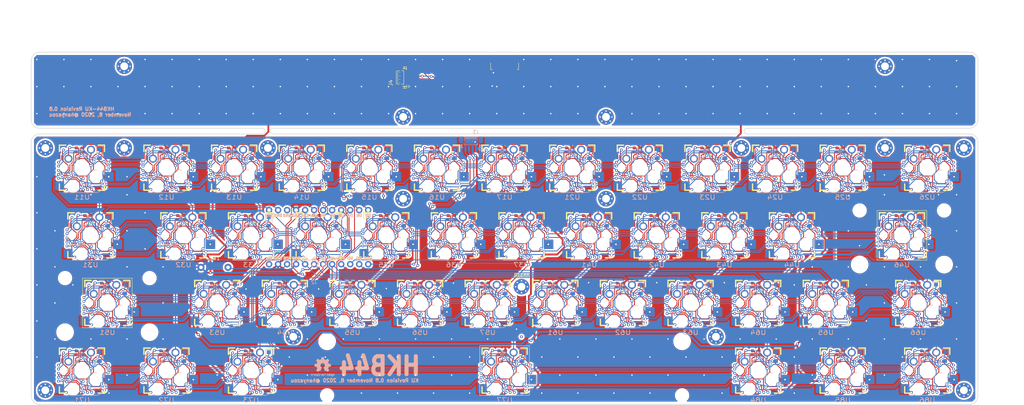
<source format=kicad_pcb>
(kicad_pcb (version 20171130) (host pcbnew "(5.1.8-0-10_14)")
  (layers (0 F.Cu signal) (31 B.Cu signal) (34 B.Paste user hide) (35 F.Paste user) (36 B.SilkS user) (37 F.SilkS user) (38 B.Mask user hide) (39 F.Mask user hide) (44 Edge.Cuts user))
  (net 0 "")
  (net 1 SDA)
  (net 2 SCL)
  (net 3 GND)
  (net 4 VCC)
  (net 5 USB_VBUS)
  (net 6 UBS_DP)
  (net 7 USB_DM)
  (net 8 COL0)
  (net 9 "Net-(U11-Pad4)")
  (net 10 LED)
  (net 11 "Net-(U11-Pad7)")
  (net 12 "Net-(U11-Pad8)")
  (net 13 "Net-(U11-Pad3)")
  (net 14 "Net-(U11-Pad5)")
  (net 15 "Net-(U12-Pad1)")
  (net 16 ROW1)
  (net 17 "Net-(U12-Pad8)")
  (net 18 ROW0)
  (net 19 "Net-(U13-Pad1)")
  (net 20 "Net-(U13-Pad8)")
  (net 21 "Net-(U14-Pad1)")
  (net 22 "Net-(U14-Pad8)")
  (net 23 "Net-(U15-Pad1)")
  (net 24 "Net-(U15-Pad8)")
  (net 25 "Net-(U16-Pad1)")
  (net 26 "Net-(U16-Pad8)")
  (net 27 "Net-(U17-Pad1)")
  (net 28 "Net-(U17-Pad8)")
  (net 29 "Net-(U21-Pad4)")
  (net 30 "Net-(U21-Pad8)")
  (net 31 "Net-(U22-Pad1)")
  (net 32 "Net-(U22-Pad8)")
  (net 33 "Net-(U23-Pad1)")
  (net 34 "Net-(U23-Pad8)")
  (net 35 "Net-(U24-Pad1)")
  (net 36 "Net-(U24-Pad8)")
  (net 37 "Net-(U25-Pad1)")
  (net 38 "Net-(U25-Pad8)")
  (net 39 "Net-(U26-Pad1)")
  (net 40 "Net-(U26-Pad8)")
  (net 41 "Net-(U31-Pad3)")
  (net 42 "Net-(U31-Pad7)")
  (net 43 "Net-(U31-Pad5)")
  (net 44 "Net-(U31-Pad4)")
  (net 45 ROW2)
  (net 46 ROW3)
  (net 47 COL2)
  (net 48 COL3)
  (net 49 COL4)
  (net 50 COL5)
  (net 51 "Net-(U37-Pad8)")
  (net 52 "Net-(U41-Pad4)")
  (net 53 COL1)
  (net 54 "Net-(U51-Pad5)")
  (net 55 "Net-(U51-Pad7)")
  (net 56 "Net-(U31-Pad8)")
  (net 57 "Net-(U33-Pad8)")
  (net 58 "Net-(U54-Pad8)")
  (net 59 "Net-(U55-Pad8)")
  (net 60 "Net-(U56-Pad8)")
  (net 61 "Net-(U57-Pad8)")
  (net 62 "Net-(U61-Pad4)")
  (net 63 "Net-(U61-Pad8)")
  (net 64 "Net-(U62-Pad8)")
  (net 65 "Net-(U63-Pad8)")
  (net 66 "Net-(U44-Pad8)")
  (net 67 "Net-(U46-Pad8)")
  (net 68 "Net-(U71-Pad3)")
  (net 69 "Net-(U71-Pad7)")
  (net 70 "Net-(U71-Pad5)")
  (net 71 "Net-(U71-Pad8)")
  (net 72 "Net-(U71-Pad4)")
  (net 73 ROW7)
  (net 74 ROW6)
  (net 75 "Net-(U73-Pad8)")
  (net 76 "Net-(U77-Pad8)")
  (net 77 "Net-(U84-Pad4)")
  (net 78 "Net-(U84-Pad8)")
  (net 79 "Net-(U85-Pad8)")
  (net 80 "Net-(U86-Pad8)")
  (net 81 "Net-(U42-Pad8)")
  (net 82 "Net-(U43-Pad8)")
  (net 83 "Net-(U51-Pad8)")
  (net 84 "Net-(U51-Pad3)")
  (net 85 "Net-(U51-Pad4)")
  (net 86 "Net-(U64-Pad8)")
  (net 87 "Net-(U65-Pad8)")
  (net 88 "Net-(U66-Pad8)")
  (net 89 "Net-(U72-Pad8)")
  (net 90 "Net-(U11-Pad1)")
  (net 91 "Net-(U11-Pad14)")
  (net 92 "Net-(U11-Pad11)")
  (net 93 "Net-(U11-Pad12)")
  (net 94 "Net-(U11-Pad17)")
  (net 95 "Net-(U11-Pad15)")
  (net 96 "Net-(U11-Pad13)")
  (net 97 "Net-(U11-Pad18)")
  (net 98 "Net-(U11-Pad19)")
  (net 99 "Net-(U12-Pad12)")
  (net 100 "Net-(U12-Pad13)")
  (net 101 "Net-(U12-Pad19)")
  (net 102 "Net-(U12-Pad17)")
  (net 103 "Net-(U12-Pad18)")
  (net 104 "Net-(U13-Pad11)")
  (net 105 "Net-(U13-Pad12)")
  (net 106 "Net-(U13-Pad13)")
  (net 107 "Net-(U13-Pad15)")
  (net 108 "Net-(U13-Pad14)")
  (net 109 "Net-(U13-Pad19)")
  (net 110 "Net-(U13-Pad17)")
  (net 111 "Net-(U13-Pad18)")
  (net 112 "Net-(U14-Pad11)")
  (net 113 "Net-(U14-Pad12)")
  (net 114 "Net-(U14-Pad17)")
  (net 115 "Net-(U14-Pad13)")
  (net 116 "Net-(U14-Pad18)")
  (net 117 "Net-(U14-Pad19)")
  (net 118 "Net-(U15-Pad14)")
  (net 119 "Net-(U15-Pad11)")
  (net 120 "Net-(U15-Pad12)")
  (net 121 "Net-(U15-Pad17)")
  (net 122 "Net-(U15-Pad15)")
  (net 123 "Net-(U15-Pad13)")
  (net 124 "Net-(U15-Pad18)")
  (net 125 "Net-(U15-Pad19)")
  (net 126 "Net-(U16-Pad12)")
  (net 127 "Net-(U16-Pad13)")
  (net 128 "Net-(U16-Pad15)")
  (net 129 "Net-(U16-Pad14)")
  (net 130 "Net-(U16-Pad19)")
  (net 131 "Net-(U16-Pad17)")
  (net 132 "Net-(U16-Pad18)")
  (net 133 "Net-(U17-Pad14)")
  (net 134 "Net-(U17-Pad12)")
  (net 135 "Net-(U17-Pad17)")
  (net 136 "Net-(U17-Pad15)")
  (net 137 "Net-(U17-Pad13)")
  (net 138 "Net-(U17-Pad18)")
  (net 139 COL6)
  (net 140 "Net-(U17-Pad19)")
  (net 141 "Net-(U21-Pad1)")
  (net 142 "Net-(U21-Pad14)")
  (net 143 "Net-(U21-Pad11)")
  (net 144 "Net-(U21-Pad12)")
  (net 145 "Net-(U21-Pad17)")
  (net 146 "Net-(U21-Pad15)")
  (net 147 "Net-(U21-Pad13)")
  (net 148 "Net-(U21-Pad18)")
  (net 149 "Net-(U21-Pad19)")
  (net 150 "Net-(U22-Pad11)")
  (net 151 "Net-(U22-Pad12)")
  (net 152 "Net-(U22-Pad13)")
  (net 153 "Net-(U22-Pad15)")
  (net 154 "Net-(U22-Pad14)")
  (net 155 "Net-(U22-Pad19)")
  (net 156 "Net-(U22-Pad17)")
  (net 157 "Net-(U22-Pad18)")
  (net 158 "Net-(U23-Pad14)")
  (net 159 "Net-(U23-Pad12)")
  (net 160 "Net-(U23-Pad17)")
  (net 161 "Net-(U23-Pad15)")
  (net 162 "Net-(U23-Pad13)")
  (net 163 "Net-(U23-Pad18)")
  (net 164 "Net-(U23-Pad19)")
  (net 165 "Net-(U24-Pad12)")
  (net 166 "Net-(U24-Pad13)")
  (net 167 "Net-(U24-Pad15)")
  (net 168 "Net-(U24-Pad14)")
  (net 169 "Net-(U24-Pad19)")
  (net 170 "Net-(U24-Pad17)")
  (net 171 "Net-(U24-Pad18)")
  (net 172 "Net-(U25-Pad14)")
  (net 173 "Net-(U25-Pad11)")
  (net 174 "Net-(U25-Pad12)")
  (net 175 "Net-(U25-Pad17)")
  (net 176 "Net-(U25-Pad15)")
  (net 177 "Net-(U25-Pad13)")
  (net 178 "Net-(U25-Pad18)")
  (net 179 "Net-(U25-Pad19)")
  (net 180 "Net-(U26-Pad11)")
  (net 181 "Net-(U26-Pad12)")
  (net 182 "Net-(U26-Pad13)")
  (net 183 "Net-(U26-Pad15)")
  (net 184 "Net-(U26-Pad14)")
  (net 185 "Net-(U26-Pad19)")
  (net 186 "Net-(U26-Pad17)")
  (net 187 "Net-(U26-Pad18)")
  (net 188 "Net-(U31-Pad14)")
  (net 189 "Net-(U31-Pad11)")
  (net 190 "Net-(U31-Pad12)")
  (net 191 "Net-(U31-Pad15)")
  (net 192 "Net-(U31-Pad13)")
  (net 193 "Net-(U31-Pad18)")
  (net 194 "Net-(U31-Pad10)")
  (net 195 "Net-(U31-Pad19)")
  (net 196 "Net-(U32-Pad12)")
  (net 197 "Net-(U32-Pad13)")
  (net 198 "Net-(U32-Pad19)")
  (net 199 "Net-(U32-Pad8)")
  (net 200 "Net-(U32-Pad18)")
  (net 201 "Net-(U33-Pad12)")
  (net 202 "Net-(U33-Pad13)")
  (net 203 "Net-(U33-Pad15)")
  (net 204 "Net-(U33-Pad14)")
  (net 205 "Net-(U33-Pad19)")
  (net 206 "Net-(U33-Pad18)")
  (net 207 "Net-(U34-Pad11)")
  (net 208 "Net-(U34-Pad12)")
  (net 209 "Net-(U34-Pad8)")
  (net 210 "Net-(U34-Pad13)")
  (net 211 "Net-(U34-Pad18)")
  (net 212 "Net-(U34-Pad19)")
  (net 213 "Net-(U35-Pad11)")
  (net 214 "Net-(U35-Pad12)")
  (net 215 "Net-(U35-Pad13)")
  (net 216 "Net-(U35-Pad15)")
  (net 217 "Net-(U35-Pad14)")
  (net 218 "Net-(U35-Pad19)")
  (net 219 "Net-(U35-Pad8)")
  (net 220 "Net-(U35-Pad18)")
  (net 221 "Net-(U36-Pad14)")
  (net 222 "Net-(U36-Pad11)")
  (net 223 "Net-(U36-Pad12)")
  (net 224 "Net-(U36-Pad8)")
  (net 225 "Net-(U36-Pad15)")
  (net 226 "Net-(U36-Pad13)")
  (net 227 "Net-(U36-Pad19)")
  (net 228 "Net-(U37-Pad14)")
  (net 229 "Net-(U37-Pad12)")
  (net 230 "Net-(U37-Pad15)")
  (net 231 "Net-(U37-Pad13)")
  (net 232 "Net-(U37-Pad19)")
  (net 233 "Net-(U41-Pad14)")
  (net 234 "Net-(U41-Pad11)")
  (net 235 "Net-(U41-Pad12)")
  (net 236 "Net-(U41-Pad8)")
  (net 237 "Net-(U41-Pad15)")
  (net 238 "Net-(U41-Pad13)")
  (net 239 "Net-(U41-Pad18)")
  (net 240 "Net-(U41-Pad19)")
  (net 241 "Net-(U42-Pad11)")
  (net 242 "Net-(U42-Pad12)")
  (net 243 "Net-(U42-Pad13)")
  (net 244 "Net-(U42-Pad15)")
  (net 245 "Net-(U42-Pad14)")
  (net 246 "Net-(U42-Pad19)")
  (net 247 "Net-(U42-Pad18)")
  (net 248 "Net-(U43-Pad14)")
  (net 249 "Net-(U43-Pad11)")
  (net 250 "Net-(U43-Pad12)")
  (net 251 "Net-(U43-Pad15)")
  (net 252 "Net-(U43-Pad13)")
  (net 253 "Net-(U43-Pad18)")
  (net 254 "Net-(U43-Pad19)")
  (net 255 "Net-(U44-Pad12)")
  (net 256 "Net-(U44-Pad13)")
  (net 257 "Net-(U44-Pad15)")
  (net 258 "Net-(U44-Pad14)")
  (net 259 "Net-(U44-Pad19)")
  (net 260 "Net-(U44-Pad18)")
  (net 261 "Net-(U46-Pad14)")
  (net 262 "Net-(U46-Pad11)")
  (net 263 "Net-(U46-Pad12)")
  (net 264 "Net-(U46-Pad15)")
  (net 265 "Net-(U46-Pad18)")
  (net 266 "Net-(U46-Pad19)")
  (net 267 ROW5)
  (net 268 "Net-(U51-Pad12)")
  (net 269 ROW4)
  (net 270 "Net-(U51-Pad13)")
  (net 271 "Net-(U51-Pad18)")
  (net 272 "Net-(U51-Pad10)")
  (net 273 "Net-(U51-Pad19)")
  (net 274 "Net-(U53-Pad10)")
  (net 275 "Net-(U53-Pad11)")
  (net 276 "Net-(U53-Pad12)")
  (net 277 "Net-(U53-Pad13)")
  (net 278 "Net-(U53-Pad15)")
  (net 279 "Net-(U53-Pad14)")
  (net 280 "Net-(U53-Pad19)")
  (net 281 "Net-(U53-Pad8)")
  (net 282 "Net-(U53-Pad18)")
  (net 283 "Net-(U54-Pad11)")
  (net 284 "Net-(U54-Pad12)")
  (net 285 "Net-(U54-Pad13)")
  (net 286 "Net-(U54-Pad18)")
  (net 287 "Net-(U54-Pad10)")
  (net 288 "Net-(U54-Pad19)")
  (net 289 "Net-(U55-Pad14)")
  (net 290 "Net-(U55-Pad11)")
  (net 291 "Net-(U55-Pad12)")
  (net 292 "Net-(U55-Pad15)")
  (net 293 "Net-(U55-Pad13)")
  (net 294 "Net-(U55-Pad18)")
  (net 295 "Net-(U55-Pad10)")
  (net 296 "Net-(U55-Pad19)")
  (net 297 "Net-(U56-Pad10)")
  (net 298 "Net-(U56-Pad11)")
  (net 299 "Net-(U56-Pad12)")
  (net 300 "Net-(U56-Pad13)")
  (net 301 "Net-(U56-Pad15)")
  (net 302 "Net-(U56-Pad14)")
  (net 303 "Net-(U56-Pad19)")
  (net 304 "Net-(U57-Pad14)")
  (net 305 "Net-(U57-Pad12)")
  (net 306 "Net-(U57-Pad15)")
  (net 307 "Net-(U57-Pad13)")
  (net 308 "Net-(U57-Pad10)")
  (net 309 "Net-(U57-Pad19)")
  (net 310 "Net-(U61-Pad14)")
  (net 311 "Net-(U61-Pad11)")
  (net 312 "Net-(U61-Pad12)")
  (net 313 "Net-(U61-Pad15)")
  (net 314 "Net-(U61-Pad13)")
  (net 315 "Net-(U61-Pad18)")
  (net 316 "Net-(U61-Pad10)")
  (net 317 "Net-(U61-Pad19)")
  (net 318 "Net-(U62-Pad10)")
  (net 319 "Net-(U62-Pad11)")
  (net 320 "Net-(U62-Pad12)")
  (net 321 "Net-(U62-Pad13)")
  (net 322 "Net-(U62-Pad15)")
  (net 323 "Net-(U62-Pad14)")
  (net 324 "Net-(U62-Pad19)")
  (net 325 "Net-(U62-Pad18)")
  (net 326 "Net-(U63-Pad10)")
  (net 327 "Net-(U63-Pad11)")
  (net 328 "Net-(U63-Pad12)")
  (net 329 "Net-(U63-Pad13)")
  (net 330 "Net-(U63-Pad15)")
  (net 331 "Net-(U63-Pad14)")
  (net 332 "Net-(U63-Pad19)")
  (net 333 "Net-(U63-Pad18)")
  (net 334 "Net-(U64-Pad14)")
  (net 335 "Net-(U64-Pad12)")
  (net 336 "Net-(U64-Pad15)")
  (net 337 "Net-(U64-Pad13)")
  (net 338 "Net-(U64-Pad18)")
  (net 339 "Net-(U64-Pad10)")
  (net 340 "Net-(U64-Pad19)")
  (net 341 "Net-(U65-Pad10)")
  (net 342 "Net-(U65-Pad11)")
  (net 343 "Net-(U65-Pad12)")
  (net 344 "Net-(U65-Pad13)")
  (net 345 "Net-(U65-Pad15)")
  (net 346 "Net-(U65-Pad14)")
  (net 347 "Net-(U65-Pad19)")
  (net 348 "Net-(U65-Pad18)")
  (net 349 "Net-(U66-Pad14)")
  (net 350 "Net-(U66-Pad11)")
  (net 351 "Net-(U66-Pad12)")
  (net 352 "Net-(U66-Pad15)")
  (net 353 "Net-(U66-Pad18)")
  (net 354 "Net-(U66-Pad10)")
  (net 355 "Net-(U66-Pad19)")
  (net 356 "Net-(U71-Pad14)")
  (net 357 "Net-(U71-Pad11)")
  (net 358 "Net-(U71-Pad12)")
  (net 359 "Net-(U71-Pad15)")
  (net 360 "Net-(U71-Pad13)")
  (net 361 "Net-(U71-Pad18)")
  (net 362 "Net-(U71-Pad10)")
  (net 363 "Net-(U71-Pad19)")
  (net 364 "Net-(U72-Pad10)")
  (net 365 "Net-(U72-Pad12)")
  (net 366 "Net-(U72-Pad13)")
  (net 367 "Net-(U72-Pad19)")
  (net 368 "Net-(U72-Pad18)")
  (net 369 "Net-(U73-Pad10)")
  (net 370 "Net-(U73-Pad11)")
  (net 371 "Net-(U73-Pad12)")
  (net 372 "Net-(U73-Pad13)")
  (net 373 "Net-(U73-Pad19)")
  (net 374 "Net-(U73-Pad18)")
  (net 375 "Net-(U77-Pad10)")
  (net 376 "Net-(U77-Pad12)")
  (net 377 "Net-(U77-Pad13)")
  (net 378 "Net-(U77-Pad15)")
  (net 379 "Net-(U77-Pad14)")
  (net 380 "Net-(U77-Pad19)")
  (net 381 "Net-(U84-Pad10)")
  (net 382 "Net-(U84-Pad12)")
  (net 383 "Net-(U84-Pad13)")
  (net 384 "Net-(U84-Pad15)")
  (net 385 "Net-(U84-Pad14)")
  (net 386 "Net-(U84-Pad19)")
  (net 387 "Net-(U84-Pad18)")
  (net 388 "Net-(U85-Pad10)")
  (net 389 "Net-(U85-Pad11)")
  (net 390 "Net-(U85-Pad12)")
  (net 391 "Net-(U85-Pad13)")
  (net 392 "Net-(U85-Pad15)")
  (net 393 "Net-(U85-Pad14)")
  (net 394 "Net-(U85-Pad19)")
  (net 395 "Net-(U85-Pad18)")
  (net 396 "Net-(U86-Pad10)")
  (net 397 "Net-(U86-Pad11)")
  (net 398 "Net-(U86-Pad12)")
  (net 399 "Net-(U86-Pad15)")
  (net 400 "Net-(U86-Pad14)")
  (net 401 "Net-(U86-Pad19)")
  (net 402 "Net-(U86-Pad18)")
  (net 403 "Net-(U11-Pad20)")
  (net 404 "Net-(U12-Pad20)")
  (net 405 "Net-(U13-Pad20)")
  (net 406 "Net-(U14-Pad20)")
  (net 407 "Net-(U15-Pad20)")
  (net 408 "Net-(U16-Pad20)")
  (net 409 "Net-(U17-Pad20)")
  (net 410 "Net-(U21-Pad20)")
  (net 411 "Net-(U22-Pad20)")
  (net 412 "Net-(U23-Pad20)")
  (net 413 "Net-(U24-Pad20)")
  (net 414 "Net-(U25-Pad20)")
  (net 415 "Net-(U26-Pad20)")
  (net 416 "Net-(U31-Pad20)")
  (net 417 "Net-(U32-Pad20)")
  (net 418 "Net-(U33-Pad20)")
  (net 419 "Net-(U34-Pad20)")
  (net 420 "Net-(U35-Pad20)")
  (net 421 "Net-(U36-Pad20)")
  (net 422 "Net-(U36-Pad18)")
  (net 423 "Net-(U37-Pad20)")
  (net 424 "Net-(U41-Pad20)")
  (net 425 "Net-(U42-Pad20)")
  (net 426 "Net-(U43-Pad20)")
  (net 427 "Net-(U44-Pad20)")
  (net 428 "Net-(U46-Pad20)")
  (net 429 "Net-(U51-Pad20)")
  (net 430 "Net-(U53-Pad20)")
  (net 431 "Net-(U54-Pad20)")
  (net 432 "Net-(U55-Pad20)")
  (net 433 "Net-(U56-Pad20)")
  (net 434 "Net-(U57-Pad20)")
  (net 435 "Net-(U61-Pad20)")
  (net 436 "Net-(U62-Pad20)")
  (net 437 "Net-(U63-Pad20)")
  (net 438 "Net-(U64-Pad20)")
  (net 439 "Net-(U65-Pad20)")
  (net 440 "Net-(U66-Pad20)")
  (net 441 "Net-(U71-Pad20)")
  (net 442 "Net-(U72-Pad20)")
  (net 443 "Net-(U73-Pad20)")
  (net 444 "Net-(U77-Pad20)")
  (net 445 "Net-(U84-Pad20)")
  (net 446 "Net-(U85-Pad20)")
  (net 447 "Net-(U86-Pad20)")
  (net 448 "Net-(J1-Pad4)")
  (net 449 "Net-(J1-Pad6)")
  (net 450 "Net-(J2-Pad3)")
  (net 451 RST)
  (net 452 "Net-(J2-Pad24)")
  (net 453 "Net-(U12-Pad10)")
  (net 454 "Net-(U12-Pad15)")
  (net 455 "Net-(U12-Pad14)")
  (net 456 "Net-(U13-Pad10)")
  (net 457 "Net-(U14-Pad10)")
  (net 458 "Net-(U15-Pad10)")
  (net 459 "Net-(U16-Pad10)")
  (net 460 "Net-(U17-Pad10)")
  (net 461 "Net-(U21-Pad10)")
  (net 462 "Net-(U22-Pad10)")
  (net 463 "Net-(U23-Pad10)")
  (net 464 "Net-(U24-Pad10)")
  (net 465 "Net-(U26-Pad10)")
  (net 466 "Net-(U32-Pad15)")
  (net 467 "Net-(U32-Pad14)")
  (net 468 "Net-(U51-Pad15)")
  (net 469 "Net-(U51-Pad14)")
  (net 470 "Net-(U72-Pad15)")
  (net 471 "Net-(U72-Pad14)")
  (net 472 "Net-(U56-Pad18)")
  (net 473 "Net-(U31-Pad17)")
  (net 474 "Net-(U32-Pad17)")
  (net 475 "Net-(U33-Pad17)")
  (net 476 "Net-(U34-Pad17)")
  (net 477 "Net-(U35-Pad17)")
  (net 478 "Net-(U36-Pad17)")
  (net 479 "Net-(U37-Pad17)")
  (net 480 "Net-(U41-Pad17)")
  (net 481 "Net-(U42-Pad17)")
  (net 482 "Net-(U43-Pad17)")
  (net 483 "Net-(U44-Pad17)")
  (net 484 "Net-(U46-Pad17)")
  (net 485 "Net-(U51-Pad17)")
  (net 486 "Net-(U53-Pad17)")
  (net 487 "Net-(U54-Pad17)")
  (net 488 "Net-(U55-Pad17)")
  (net 489 "Net-(U56-Pad17)")
  (net 490 "Net-(U57-Pad17)")
  (net 491 "Net-(U61-Pad17)")
  (net 492 "Net-(U62-Pad17)")
  (net 493 "Net-(U63-Pad17)")
  (net 494 "Net-(U64-Pad17)")
  (net 495 "Net-(U65-Pad17)")
  (net 496 "Net-(U66-Pad17)")
  (net 497 "Net-(U71-Pad17)")
  (net 498 "Net-(U72-Pad17)")
  (net 499 "Net-(U73-Pad17)")
  (net 500 "Net-(U77-Pad17)")
  (net 501 "Net-(U84-Pad17)")
  (net 502 "Net-(U85-Pad17)")
  (net 503 "Net-(U86-Pad17)")
  (net 504 "Net-(U16-Pad7)")
  (net 505 "Net-(U23-Pad7)")
  (net 506 "Net-(U36-Pad7)")
  (net 507 "Net-(U43-Pad7)")
  (net 508 "Net-(U56-Pad7)")
  (net 509 "Net-(U63-Pad7)")
  (net 510 "Net-(U37-Pad18)")
  (net 511 "Net-(U57-Pad18)")
  (net 512 "Net-(U77-Pad18)")
  (net 513 "Net-(U77-Pad7)")
  (net 514 "Net-(U84-Pad7)")
  (module Button_Switch_Keyboard:SW_Cherry_MX_2.25u_PCB (layer F.Cu) (at 262.79475 84.455)
    (fp_text reference REF**)
    (fp_text value SW_Cherry_MX_2.25u_PCB)
    (pad "" np_thru_hole circle (at 9.36 -1.92) (size 3.05 3.05) (drill 3.05) (layers *.Cu *.Mask))
    (pad "" np_thru_hole circle (at -14.44 -1.92) (size 3.05 3.05) (drill 3.05) (layers *.Cu *.Mask))
    (pad "" np_thru_hole circle (at -14.44 13.32) (size 4 4) (drill 4) (layers *.Cu *.Mask))
    (pad "" np_thru_hole circle (at 9.36 13.32) (size 4 4) (drill 4) (layers *.Cu *.Mask))
  )
  (module Button_Switch_Keyboard:SW_Cherry_MX_6.25u_PCB (layer F.Cu) (at 145.796 132.715 180)
    (fp_text reference REF**)
    (fp_text value SW_Cherry_MX_6.25u_PCB)
    (pad "" np_thru_hole circle (at 47.46 -1.92 180) (size 3.05 3.05) (drill 3.05) (layers *.Cu *.Mask))
    (pad "" np_thru_hole circle (at -52.54 -1.92 180) (size 3.05 3.05) (drill 3.05) (layers *.Cu *.Mask))
    (pad "" np_thru_hole circle (at -52.54 13.32 180) (size 4 4) (drill 4) (layers *.Cu *.Mask))
    (pad "" np_thru_hole circle (at 47.46 13.32 180) (size 4 4) (drill 4) (layers *.Cu *.Mask))
  )
  (module Button_Switch_Keyboard:SW_Cherry_MX_2.25u_PCB (layer F.Cu) (at 38.95725 103.505)
    (fp_text reference REF**)
    (fp_text value SW_Cherry_MX_2.25u_PCB)
    (pad "" np_thru_hole circle (at 9.36 -1.92) (size 3.05 3.05) (drill 3.05) (layers *.Cu *.Mask))
    (pad "" np_thru_hole circle (at -14.44 -1.92) (size 3.05 3.05) (drill 3.05) (layers *.Cu *.Mask))
    (pad "" np_thru_hole circle (at -14.44 13.32) (size 4 4) (drill 4) (layers *.Cu *.Mask))
    (pad "" np_thru_hole circle (at 9.36 13.32) (size 4 4) (drill 4) (layers *.Cu *.Mask))
  )
  (module HKB44:keyunit (layer F.Cu) (at 267.3985 127.635)
    (fp_text reference U86 (at 0 8.3185) (layer B.SilkS) (effects (font (size 1.27 1.524) (thickness 0.2032)) (justify mirror)))
    (fp_text value keyunit hide)
    (fp_poly (pts (xy 0.5715 -4.1148) (xy -0.127 -4.1148) (xy -0.127 -4.8133) (xy 0.5715 -4.8133)) (layer F.Cu) (width 0.1))
    (fp_poly (pts (xy 0.5715 -5.2197) (xy -0.127 -5.2197) (xy -0.127 -5.9182) (xy 0.5715 -5.9182)) (layer F.Cu) (width 0.1))
    (fp_poly (pts (xy -0.381 -2.6162) (xy -0.7874 -2.1971) (xy -0.7874 -3.0226)) (layer F.Cu) (width 0.1))
    (fp_poly (pts (xy -1.397 -2.6035) (xy -0.9906 -3.0226) (xy -0.9906 -2.1971)) (layer F.Cu) (width 0.1))
    (fp_line (start -0.4699 -3.9497) (end -0.4318 -3.8989) (layer F.Cu) (width 0.25))
    (fp_line (start -0.4318 -3.8989) (end -0.1905 -3.6576) (layer F.Cu) (width 0.25))
    (fp_line (start -1.3335 -5.588) (end -1.2065 -5.5245) (layer F.Cu) (width 0.25))
    (fp_line (start -1.2065 -5.5245) (end -0.9906 -5.3086) (layer F.Cu) (width 0.25))
    (fp_line (start -0.9906 -5.3086) (end -0.9398 -5.2451) (layer F.Cu) (width 0.25))
    (fp_line (start -0.9398 -5.2451) (end -0.9271 -5.1816) (layer F.Cu) (width 0.25))
    (fp_line (start -0.9271 -5.1816) (end -0.9271 -3.8481) (layer F.Cu) (width 0.25))
    (fp_line (start -0.9271 -3.8481) (end -0.9525 -3.7973) (layer F.Cu) (width 0.25))
    (fp_line (start -0.9525 -3.7973) (end -1.016 -3.7338) (layer F.Cu) (width 0.25))
    (fp_line (start -1.016 -3.7338) (end -1.0922 -3.683) (layer F.Cu) (width 0.25))
    (fp_line (start -1.0922 -3.683) (end -1.4097 -3.683) (layer F.Cu) (width 0.25))
    (fp_line (start -1.4097 -3.683) (end -1.4732 -3.6703) (layer F.Cu) (width 0.25))
    (fp_line (start -1.4732 -3.6703) (end -1.7653 -3.3655) (layer F.Cu) (width 0.25))
    (fp_line (start -1.7653 -3.3655) (end -1.778 -3.3147) (layer F.Cu) (width 0.25))
    (fp_line (start -1.778 -3.3147) (end -1.778 -2.7305) (layer F.Cu) (width 0.25))
    (fp_line (start -1.778 -2.7305) (end -1.7399 -2.6924) (layer F.Cu) (width 0.25))
    (fp_line (start -1.7399 -2.6924) (end -1.6764 -2.6289) (layer F.Cu) (width 0.25))
    (fp_line (start -1.6764 -2.6289) (end -1.3462 -2.6289) (layer F.Cu) (width 0.25))
    (fp_line (start -1.3462 -2.6289) (end -1.3589 -2.5908) (layer F.Cu) (width 0.25))
    (fp_line (start -1.3589 -2.5908) (end -1.7018 -2.5908) (layer F.Cu) (width 0.25))
    (fp_line (start -1.7018 -2.5908) (end -1.7653 -2.5273) (layer F.Cu) (width 0.25))
    (fp_line (start -1.7653 -2.5273) (end -1.778 -2.4511) (layer F.Cu) (width 0.25))
    (fp_line (start -1.778 -2.4511) (end -1.778 -1.6637) (layer F.Cu) (width 0.25))
    (fp_line (start -1.778 -1.6637) (end -1.8034 -1.6256) (layer F.Cu) (width 0.25))
    (fp_line (start -1.8034 -1.6256) (end -2.7559 -0.6731) (layer F.Cu) (width 0.25))
    (fp_line (start -2.7559 -0.6731) (end -2.7686 -0.6223) (layer F.Cu) (width 0.25))
    (fp_line (start -2.7686 -0.6223) (end -2.7686 1.1303) (layer F.Cu) (width 0.25))
    (fp_line (start -2.7686 1.1303) (end -2.794 1.1684) (layer F.Cu) (width 0.25))
    (fp_line (start -2.794 1.1684) (end -2.9083 1.2827) (layer F.Cu) (width 0.25))
    (fp_line (start 3.1369 -2.0574) (end 2.9845 -2.1971) (layer F.Cu) (width 0.25))
    (fp_line (start 2.9845 -2.1971) (end 2.9591 -2.2479) (layer F.Cu) (width 0.25))
    (fp_line (start 2.9591 -2.2479) (end 2.9591 -2.8321) (layer F.Cu) (width 0.25))
    (fp_line (start 2.9591 -2.8321) (end 2.9845 -2.921) (layer F.Cu) (width 0.25))
    (fp_line (start 2.9845 -2.921) (end 3.8227 -3.7465) (layer F.Cu) (width 0.25))
    (fp_line (start 3.8227 -3.7465) (end 3.8862 -3.7846) (layer F.Cu) (width 0.25))
    (fp_line (start 3.8862 -3.7846) (end 4.0894 -3.7846) (layer F.Cu) (width 0.25))
    (fp_line (start -3.2639 2.4511) (end -2.9972 2.4511) (layer F.Cu) (width 0.25))
    (fp_line (start -2.9972 2.4511) (end -2.9718 2.4765) (layer F.Cu) (width 0.25))
    (fp_line (start -2.9718 2.4765) (end -2.6797 2.7686) (layer F.Cu) (width 0.25))
    (fp_line (start -2.6797 2.7686) (end -2.6289 2.8067) (layer F.Cu) (width 0.25))
    (fp_line (start -2.6289 2.8067) (end -1.4986 2.8067) (layer F.Cu) (width 0.25))
    (fp_line (start -1.4986 2.8067) (end -1.4605 2.8321) (layer F.Cu) (width 0.25))
    (fp_line (start -1.4605 2.8321) (end -0.5715 3.7211) (layer F.Cu) (width 0.25))
    (fp_line (start -0.5715 3.7211) (end -0.508 3.7338) (layer F.Cu) (width 0.25))
    (fp_line (start -0.508 3.7338) (end -0.1397 3.7338) (layer F.Cu) (width 0.25))
    (fp_line (start -0.1397 3.7338) (end -0.0889 3.7465) (layer F.Cu) (width 0.25))
    (fp_line (start -0.0889 3.7465) (end 0.0254 3.8608) (layer F.Cu) (width 0.25))
    (fp_line (start 2.3114 4.4704) (end 4.8768 4.4704) (layer F.Cu) (width 0.25))
    (fp_line (start 4.8768 4.4704) (end 4.9276 4.4323) (layer F.Cu) (width 0.25))
    (fp_line (start 4.9276 4.4323) (end 5.2959 4.064) (layer F.Cu) (width 0.25))
    (fp_line (start 5.1943 -3.7592) (end 5.1435 -3.7846) (layer F.Cu) (width 0.25))
    (fp_line (start 5.1435 -3.7846) (end 4.8006 -3.7846) (layer F.Cu) (width 0.25))
    (fp_line (start 7.3152 2.3114) (end 6.5024 1.4986) (layer F.Cu) (width 0.25))
    (fp_line (start 6.5024 1.4986) (end 6.4643 1.4224) (layer F.Cu) (width 0.25))
    (fp_line (start 6.4643 1.4224) (end 6.4643 -0.381) (layer F.Cu) (width 0.25))
    (fp_line (start 6.4643 -0.381) (end 6.4389 -0.4572) (layer F.Cu) (width 0.25))
    (fp_line (start 6.4389 -0.4572) (end 4.572 -2.3241) (layer F.Cu) (width 0.25))
    (fp_line (start 4.572 -2.3241) (end 4.5339 -2.3368) (layer F.Cu) (width 0.25))
    (fp_line (start 4.5339 -2.3368) (end 4.4323 -2.3368) (layer F.Cu) (width 0.25))
    (fp_line (start 4.4323 -2.3368) (end 4.3688 -2.3622) (layer F.Cu) (width 0.25))
    (fp_line (start 4.3688 -2.3622) (end 4.2418 -2.5019) (layer F.Cu) (width 0.25))
    (fp_line (start 0.5715 -4.4704) (end 0.762 -4.4704) (layer F.Cu) (width 0.25))
    (fp_line (start 0.762 -4.4704) (end 0.8255 -4.4577) (layer F.Cu) (width 0.25))
    (fp_line (start 0.8255 -4.4577) (end 1.397 -3.8862) (layer F.Cu) (width 0.25))
    (fp_line (start 1.397 -3.8862) (end 1.4351 -3.8227) (layer F.Cu) (width 0.25))
    (fp_line (start 1.4351 -3.8227) (end 1.4351 -1.8669) (layer F.Cu) (width 0.25))
    (fp_line (start -0.4318 -2.6035) (end 0.6985 -2.6035) (layer F.Cu) (width 0.25))
    (fp_line (start 0.6985 -2.6035) (end 0.762 -2.5654) (layer F.Cu) (width 0.25))
    (fp_line (start 0.762 -2.5654) (end 2.0828 -1.2319) (layer F.Cu) (width 0.25))
    (fp_line (start 2.0828 -1.2192) (end 2.1336 -1.143) (layer F.Cu) (width 0.25))
    (fp_line (start 2.1336 -1.143) (end 2.1336 -1.0795) (layer F.Cu) (width 0.25))
    (fp_line (start 2.1336 -1.0795) (end 2.1336 -0.9779) (layer F.Cu) (width 0.25))
    (fp_line (start 2.1336 -0.9779) (end 2.159 -0.9271) (layer F.Cu) (width 0.25))
    (fp_line (start 2.159 -0.9271) (end 2.2733 -0.8255) (layer F.Cu) (width 0.25))
    (fp_line (start -1.9685 2.0701) (end -1.5875 2.0701) (layer F.Cu) (width 0.25))
    (fp_line (start -1.5875 2.0701) (end -1.5113 2.1209) (layer F.Cu) (width 0.25))
    (fp_line (start -1.5113 2.1209) (end -1.3462 2.3114) (layer F.Cu) (width 0.25))
    (fp_line (start -1.3462 2.3114) (end -1.2827 2.3622) (layer F.Cu) (width 0.25))
    (fp_line (start -1.2827 2.3622) (end 1.27 2.3622) (layer F.Cu) (width 0.25))
    (fp_line (start 1.4605 2.4511) (end 1.2954 2.3876) (layer F.Cu) (width 0.25))
    (fp_line (start 1.2954 2.3876) (end 1.3335 2.3241) (layer F.Cu) (width 0.25))
    (fp_line (start 1.3335 2.3241) (end 3.2258 0.4318) (layer F.Cu) (width 0.25))
    (fp_line (start 3.2258 0.4318) (end 3.2639 0.381) (layer F.Cu) (width 0.25))
    (fp_line (start 3.2639 0.381) (end 3.2639 -0.8763) (layer F.Cu) (width 0.25))
    (fp_line (start 3.2639 -0.8763) (end 3.2512 -0.9271) (layer F.Cu) (width 0.25))
    (fp_line (start 3.2512 -0.9271) (end 2.9083 -1.27) (layer F.Cu) (width 0.25))
    (fp_line (start 2.9083 -1.27) (end 2.8702 -1.2827) (layer F.Cu) (width 0.25))
    (fp_line (start 2.8702 -1.2827) (end 2.8067 -1.2954) (layer F.Cu) (width 0.25))
    (fp_line (start 2.8067 -1.2954) (end 2.7305 -1.2954) (layer F.Cu) (width 0.25))
    (fp_line (start 2.7305 -1.2954) (end 2.667 -1.3081) (layer F.Cu) (width 0.25))
    (fp_line (start 2.667 -1.3081) (end 2.2225 -1.7526) (layer F.Cu) (width 0.25))
    (fp_line (start 2.2225 -1.7526) (end 2.1971 -1.8034) (layer F.Cu) (width 0.25))
    (fp_line (start 2.1971 -1.8034) (end 2.1971 -3.0988) (layer F.Cu) (width 0.25))
    (fp_line (start 2.1971 -3.0988) (end 2.2225 -3.1496) (layer F.Cu) (width 0.25))
    (fp_line (start 2.2225 -3.1496) (end 2.5273 -3.4544) (layer F.Cu) (width 0.25))
    (fp_line (start 2.5273 -3.4544) (end 2.5527 -3.5052) (layer F.Cu) (width 0.25))
    (fp_line (start 2.5527 -3.5052) (end 2.5527 -4.0005) (layer F.Cu) (width 0.25))
    (fp_line (start 4.6609 -4.0005) (end 4.9784 -4.318) (layer B.Cu) (width 0.25))
    (fp_line (start 4.9784 -4.318) (end 5.0165 -4.3942) (layer B.Cu) (width 0.25))
    (fp_line (start 5.0165 -4.3942) (end 5.0165 -4.7117) (layer B.Cu) (width 0.25))
    (fp_line (start 4.2672 -2.6924) (end 4.7752 -2.6924) (layer B.Cu) (width 0.25))
    (fp_line (start 5.7531 3.5687) (end 5.9055 3.4163) (layer B.Cu) (width 0.25))
    (fp_line (start 5.9055 3.4163) (end 5.9309 3.3528) (layer B.Cu) (width 0.25))
    (fp_line (start -4.2799 -4.1529) (end -4.2291 -4.1783) (layer B.Cu) (width 0.25))
    (fp_poly (pts (xy 5.5118 -4.6863) (xy 4.5085 -4.6863) (xy 4.5085 -5.6769) (xy 5.5118 -5.6769)) (layer B.Cu) (width 0.1))
    (fp_poly (pts (xy 5.5245 -2.1971) (xy 4.5212 -2.1971) (xy 4.5212 -3.1877) (xy 5.5245 -3.1877)) (layer B.Cu) (width 0.1))
    (fp_line (start -5.2959 2.1844) (end -3.8608 2.1844) (layer B.Cu) (width 0.25))
    (fp_line (start -3.8608 2.1844) (end -3.81 2.2098) (layer B.Cu) (width 0.25))
    (fp_line (start -3.81 2.2098) (end -3.7719 2.2352) (layer B.Cu) (width 0.25))
    (fp_line (start -2.5527 2.2987) (end -2.7178 2.4638) (layer B.Cu) (width 0.25))
    (fp_line (start -2.7178 2.4638) (end -2.7178 2.5019) (layer B.Cu) (width 0.25))
    (fp_line (start -2.7178 2.5019) (end -2.7432 2.5146) (layer B.Cu) (width 0.25))
    (fp_line (start -2.7432 2.5146) (end -2.7305 2.6162) (layer B.Cu) (width 0.25))
    (fp_line (start -2.7305 2.6162) (end -2.7432 2.6924) (layer B.Cu) (width 0.25))
    (fp_line (start 2.5273 -0.254) (end 2.5273 1.1049) (layer B.Cu) (width 0.25))
    (fp_line (start 2.5273 1.1049) (end 2.5019 1.1557) (layer B.Cu) (width 0.25))
    (fp_line (start 2.5019 1.1557) (end 2.0066 1.651) (layer B.Cu) (width 0.25))
    (fp_line (start 2.0066 1.651) (end 1.9812 1.7018) (layer B.Cu) (width 0.25))
    (fp_line (start 1.9812 1.7018) (end 1.9812 3.3909) (layer B.Cu) (width 0.25))
    (fp_line (start 1.9812 3.3909) (end 2.0066 3.4417) (layer B.Cu) (width 0.25))
    (fp_line (start 2.0066 3.4417) (end 3.0988 4.5466) (layer B.Cu) (width 0.25))
    (fp_line (start 3.0988 4.5466) (end 3.1623 4.5593) (layer B.Cu) (width 0.25))
    (fp_line (start 0.4445 4.1275) (end 1.6637 4.1275) (layer B.Cu) (width 0.25))
    (fp_line (start 1.6637 4.1275) (end 1.7018 4.1529) (layer B.Cu) (width 0.25))
    (fp_line (start 1.7018 4.1529) (end 1.9685 4.445) (layer B.Cu) (width 0.25))
    (fp_line (start -2.3114 1.0795) (end -2.2606 1.1303) (layer B.Cu) (width 0.25))
    (fp_line (start -2.2606 1.1303) (end -0.2794 3.1115) (layer B.Cu) (width 0.25))
    (fp_line (start -0.2794 3.1115) (end 0.0381 3.1115) (layer B.Cu) (width 0.25))
    (fp_line (start 0.0381 3.1115) (end -0.508 3.6576) (layer B.Cu) (width 0.25))
    (fp_line (start -0.508 3.6576) (end -0.6604 3.9624) (layer B.Cu) (width 0.25))
    (fp_line (start -0.2794 3.1115) (end -0.1778 3.175) (layer B.Cu) (width 0.25))
    (fp_line (start -0.1778 3.175) (end -0.2032 3.3274) (layer B.Cu) (width 0.25))
    (fp_line (start -3.4163 0.7239) (end -3.4036 0.6731) (layer F.Cu) (width 0.25))
    (fp_line (start -3.4036 0.6731) (end -3.4036 -0.7366) (layer F.Cu) (width 0.25))
    (fp_line (start -3.4036 -0.7366) (end -3.3782 -0.8001) (layer F.Cu) (width 0.25))
    (fp_line (start -3.3782 -0.8001) (end -2.3495 -1.8288) (layer F.Cu) (width 0.25))
    (fp_line (start -2.3495 -1.8288) (end -2.3368 -1.8923) (layer F.Cu) (width 0.25))
    (fp_line (start -2.3114 -1.2827) (end -2.3114 1.0795) (layer B.Cu) (width 0.25))
    (fp_line (start -2.2733 -1.397) (end -2.3114 -1.3081) (layer B.Cu) (width 0.25))
    (fp_line (start -0.4572 -3.1877) (end -2.2606 -1.397) (layer B.Cu) (width 0.25))
    (fp_line (start -3.0734 -5.6515) (end -0.2032 -5.6515) (layer B.Cu) (width 0.25))
    (fp_line (start -0.2032 -5.6515) (end -0.1397 -5.6388) (layer B.Cu) (width 0.25))
    (fp_line (start -0.1397 -5.6388) (end 2.7305 -2.7686) (layer B.Cu) (width 0.25))
    (fp_line (start 2.7305 -2.7686) (end 2.794 -2.7305) (layer B.Cu) (width 0.25))
    (fp_line (start 2.794 -2.7305) (end 3.6576 -2.7305) (layer B.Cu) (width 0.25))
    (fp_line (start 3.1496 -2.0574) (end 2.9972 -2.2225) (layer B.Cu) (width 0.25))
    (fp_line (start 2.9972 -2.2225) (end 2.9464 -2.2479) (layer B.Cu) (width 0.25))
    (fp_line (start 2.9464 -2.2479) (end 2.1209 -2.2479) (layer B.Cu) (width 0.25))
    (fp_line (start 2.1209 -2.2479) (end 2.0447 -2.2606) (layer B.Cu) (width 0.25))
    (fp_line (start 2.0447 -2.2606) (end 2.0066 -2.286) (layer B.Cu) (width 0.25))
    (fp_line (start 2.0066 -2.286) (end 1.016 -3.2766) (layer B.Cu) (width 0.25))
    (fp_line (start 1.016 -3.2766) (end 0.9779 -3.3528) (layer B.Cu) (width 0.25))
    (fp_line (start 0.9779 -3.3528) (end 0.9779 -3.8481) (layer B.Cu) (width 0.25))
    (fp_line (start 0.9779 -3.8481) (end 0.9525 -3.9116) (layer B.Cu) (width 0.25))
    (fp_line (start 0.9525 -3.9116) (end 0.1651 -4.699) (layer B.Cu) (width 0.25))
    (fp_line (start 0.1651 -4.699) (end 0.1016 -4.7498) (layer B.Cu) (width 0.25))
    (fp_line (start 0.0889 -4.7498) (end -4.2799 -4.7498) (layer B.Cu) (width 0.25))
    (fp_line (start -1.7145 3.2512) (end -1.651 3.2639) (layer F.Cu) (width 0.25))
    (fp_line (start 0.5969 5.3975) (end 3.937 5.39496) (layer B.Cu) (width 0.25))
    (fp_line (start 0.9144 4.318) (end 0.8509 4.1275) (layer F.Cu) (width 0.25))
    (fp_line (start 0.9525 4.4577) (end 0.6477 4.1275) (layer F.Cu) (width 0.25))
    (fp_line (start 0.381 5.334) (end 0.5969 5.3975) (layer B.Cu) (width 0.25))
    (fp_line (start 1.4605 2.4765) (end 1.4605 2.2225) (layer F.Cu) (width 0.25))
    (fp_line (start -5.4864 -4.3688) (end -5.4864 -2.1209) (layer F.Cu) (width 0.25))
    (fp_line (start -4.6101 -1.2319) (end -4.5847 -1.2192) (layer F.Cu) (width 0.25))
    (fp_line (start -5.4864 -2.1209) (end -5.461 -2.0828) (layer F.Cu) (width 0.25))
    (fp_line (start -3.8735 0.5461) (end -4.7752 1.4478) (layer F.Cu) (width 0.25))
    (fp_line (start -5.461 -2.0828) (end -4.6101 -1.2319) (layer F.Cu) (width 0.25))
    (fp_line (start -4.5212 -1.2192) (end -4.4831 -1.2065) (layer F.Cu) (width 0.25))
    (fp_line (start -4.4831 -1.2065) (end -3.8862 -0.6096) (layer F.Cu) (width 0.25))
    (fp_line (start -3.8862 -0.6096) (end -3.8481 -0.5588) (layer F.Cu) (width 0.25))
    (fp_line (start -3.8481 -0.5588) (end -3.8481 0.5207) (layer F.Cu) (width 0.25))
    (fp_line (start -3.8481 0.5207) (end -3.8735 0.5461) (layer F.Cu) (width 0.25))
    (fp_line (start -4.8006 2.4384) (end -4.826 2.4765) (layer F.Cu) (width 0.25))
    (fp_line (start -4.826 2.4765) (end -5.2451 2.8956) (layer F.Cu) (width 0.25))
    (fp_line (start -4.5847 -1.2192) (end -4.5212 -1.2192) (layer F.Cu) (width 0.25))
    (fp_line (start -4.7752 1.4478) (end -4.8006 1.5113) (layer F.Cu) (width 0.25))
    (fp_line (start -4.8006 1.5113) (end -4.8006 2.4384) (layer F.Cu) (width 0.25))
    (fp_line (start -4.3688 -4.7117) (end -4.3307 -4.7371) (layer B.Cu) (width 0.25))
    (fp_line (start -4.6863 2.9845) (end -4.5593 3.048) (layer B.Cu) (width 0.25))
    (fp_line (start -5.3213 2.9845) (end -4.7117 2.9845) (layer B.Cu) (width 0.25))
    (fp_line (start 0.9525 4.1275) (end 0.4572 4.1021) (layer F.Cu) (width 0.25))
    (fp_line (start -5.9182 1.1049) (end -5.8039 1.2192) (layer F.Cu) (width 0.25))
    (fp_line (start -5.8039 1.2192) (end -5.6642 1.8796) (layer F.Cu) (width 0.25))
    (fp_line (start -3.81 -5.2578) (end -3.7846 -5.2959) (layer F.Cu) (width 0.25))
    (fp_line (start -3.7846 -5.2959) (end -3.683 -5.3975) (layer F.Cu) (width 0.25))
    (fp_line (start -5.3213 -1.6891) (end -5.2832 -1.7526) (layer B.Cu) (width 0.25))
    (fp_line (start -5.2832 -1.7526) (end -5.2832 -3.1496) (layer B.Cu) (width 0.25))
    (fp_line (start -5.2832 -3.1496) (end -5.2451 -3.2131) (layer B.Cu) (width 0.25))
    (fp_line (start -5.2451 -3.2131) (end -4.2926 -4.1656) (layer B.Cu) (width 0.25))
    (fp_line (start 2.9718 -1.1557) (end 3.0226 -1.1176) (layer B.Cu) (width 0.25))
    (fp_line (start 3.0226 -1.1176) (end 3.6703 -1.1176) (layer B.Cu) (width 0.25))
    (fp_line (start 3.6703 -1.1176) (end 3.7211 -1.143) (layer B.Cu) (width 0.25))
    (fp_line (start 3.7211 -1.143) (end 4.318 -1.7399) (layer B.Cu) (width 0.25))
    (fp_line (start 4.318 -1.7399) (end 4.3561 -1.7526) (layer B.Cu) (width 0.25))
    (fp_line (start 4.3561 -1.7526) (end 5.8547 -1.7526) (layer B.Cu) (width 0.25))
    (fp_line (start -4.2418 -4.191) (end -0.0381 -4.191) (layer B.Cu) (width 0.25))
    (fp_line (start 0.03048 -4.18592) (end 0.48768 -3.72872) (layer B.Cu) (width 0.25))
    (fp_line (start 0.4826 -3.7211) (end 0.508 -3.6703) (layer B.Cu) (width 0.25))
    (fp_line (start 0.508 -3.6703) (end 0.508 -3.1496) (layer B.Cu) (width 0.25))
    (fp_line (start 0.508 -3.1496) (end 0.5334 -3.1115) (layer B.Cu) (width 0.25))
    (fp_line (start 0.5334 -3.1115) (end 1.8288 -1.8161) (layer B.Cu) (width 0.25))
    (fp_line (start 1.8288 -1.8161) (end 1.8669 -1.7907) (layer B.Cu) (width 0.25))
    (fp_line (start 1.8669 -1.7907) (end 2.3114 -1.7907) (layer B.Cu) (width 0.25))
    (fp_line (start 2.3114 -1.7907) (end 2.3622 -1.7653) (layer B.Cu) (width 0.25))
    (fp_line (start 2.3622 -1.7653) (end 2.9591 -1.1684) (layer B.Cu) (width 0.25))
    (fp_line (start -0.4699 -3.9497) (end -0.4699 -4.4069) (layer F.Cu) (width 0.25))
    (fp_line (start -3.81 -5.23748) (end -3.81 -4.43992) (layer F.Cu) (width 0.25))
    (fp_line (start 6.3627 -1.4605) (end 6.70052 -1.12268) (layer F.Cu) (width 0.25))
    (fp_line (start 6.985 -1.905) (end 6.9723 -1.9812) (layer F.Cu) (width 0.25))
    (fp_line (start 5.9309 3.3528) (end 5.9309 1.0922) (layer B.Cu) (width 0.25))
    (fp_line (start 5.9309 1.0922) (end 5.969 1.016) (layer B.Cu) (width 0.25))
    (fp_line (start 5.969 1.016) (end 6.3754 0.6096) (layer B.Cu) (width 0.25))
    (fp_line (start 6.3754 0.6096) (end 6.4262 0.6096) (layer B.Cu) (width 0.25))
    (fp_line (start 1.4732 4.9276) (end 1.4859 2.4511) (layer F.Cu) (width 0.25))
    (fp_line (start 1.524 5.1308) (end 1.4732 4.9276) (layer F.Cu) (width 0.25))
    (fp_line (start -3.8354 1.4478) (end -3.7719 1.4986) (layer B.Cu) (width 0.25))
    (fp_line (start -3.7719 1.4986) (end -3.6957 1.5367) (layer B.Cu) (width 0.25))
    (fp_line (start -3.6957 1.5367) (end -3.4544 1.5367) (layer B.Cu) (width 0.25))
    (fp_line (start -6.1849 1.4732) (end -6.1214 1.4478) (layer B.Cu) (width 0.25))
    (fp_line (start -6.1214 1.4478) (end -3.8354 1.4478) (layer B.Cu) (width 0.25))
    (fp_line (start -3.9878 3.2512) (end -1.7145 3.2512) (layer F.Cu) (width 0.25))
    (fp_line (start -4.3053 2.8448) (end -4.3053 1.6383) (layer F.Cu) (width 0.25))
    (fp_line (start -4.3053 1.6383) (end -4.2672 1.5621) (layer F.Cu) (width 0.25))
    (fp_line (start -4.2672 1.5621) (end -3.4163 0.7239) (layer F.Cu) (width 0.25))
    (fp_line (start 0.9525 4.1529) (end 0.9525 5.334) (layer F.Cu) (width 0.25))
    (fp_text user "Keyunit 0.9" (at -2.3495 -1.778 45) (layer B.SilkS) (effects (font (size 0.5 0.5) (thickness 0.125)) (justify mirror)))
    (pad 19 smd custom (at 1.3716 5.842) (size 0.2 0.2) (layers F.Cu) (net 401 "Net-(U86-Pad19)") (options (clearance outline) (anchor rect)) (primitives (gr_line (start 0 0.0508) (end -0.2032 -0.2032) (width 0.25)) (gr_line (start -0.2032 -0.2032) (end -0.4191 -0.508) (width 0.25))))
    (pad 20 smd custom (at -0.3048 4.9276) (size 0.1 0.1) (layers F.Cu) (net 447 "Net-(U86-Pad20)") (options (clearance outline) (anchor circle)) (primitives (gr_line (start -1.3462 -1.6637) (end -0.254 -0.5588) (width 0.25)) (gr_line (start -0.254 -0.5588) (end -0.254 -0.1524) (width 0.25)) (gr_line (start -0.254 -0.1524) (end 0.1016 0.1016) (width 0.25))))
    (pad 9 smd custom (at -0.1524 5.9436) (size 0.1 0.1) (layers B.Cu) (net 3 GND) (options (clearance outline) (anchor circle)) (primitives (gr_line (start -0.4953 -0.4064) (end -0.3556 -0.1524) (width 0.25)) (gr_line (start -0.508 -1.9812) (end -0.4953 -0.4064) (width 0.25)) (gr_line (start -0.3556 -0.1524) (end 0.254 0.1524) (width 0.25))))
    (pad 17 smd custom (at -5.2832 -4.7244) (size 0.2 0.2) (layers F.Cu) (net 503 "Net-(U86-Pad17)") (options (clearance outline) (anchor rect)) (primitives (gr_line (start 0 -0.0508) (end -0.2032 0.2032) (width 0.25)) (gr_line (start -0.2032 0.2032) (end -0.2032 0.3556) (width 0.25))))
    (pad 20 thru_hole circle (at 0.1016 5.1816) (size 0.8 0.8) (drill 0.4) (layers *.Cu) (net 447 "Net-(U86-Pad20)"))
    (pad 6 smd custom (at -6.604 1.9177) (size 0.1 0.1) (layers B.Cu) (net 390 "Net-(U85-Pad12)") (options (clearance outline) (anchor circle)) (primitives (gr_line (start -0.01016 0.01778) (end 0.4191 -0.4445) (width 0.25))))
    (pad 10 smd custom (at 2.7305 5.9944) (size 0.1 0.1) (layers F.Cu) (net 396 "Net-(U86-Pad10)") (options (clearance outline) (anchor circle)) (primitives (gr_line (start -0.00762 0.00508) (end -1.2192 -0.8763) (width 0.25))))
    (pad 11 smd custom (at 6.35 5.3975) (size 0.1 0.1) (layers B.Cu) (net 397 "Net-(U86-Pad11)") (options (clearance outline) (anchor circle)) (primitives (gr_line (start -2.44348 -0.00254) (end 0.03556 0.00254) (width 0.25))))
    (pad 12 smd custom (at 6.35 4.3942) (size 0.1 0.1) (layers B.Cu) (net 398 "Net-(U86-Pad12)") (options (clearance outline) (anchor circle)) (primitives (gr_line (start -3.1877 0.1651) (end -0.254 0.1651) (width 0.25)) (gr_line (start -0.00508 -0.01524) (end -0.254 0.1651) (width 0.25))))
    (pad 13 smd custom (at 7.366 0.6096) (size 0.1 0.1) (layers B.Cu) (net 351 "Net-(U66-Pad12)") (options (clearance outline) (anchor circle)) (primitives (gr_line (start -0.9398 0) (end -0.01016 0) (width 0.25))))
    (pad 15 smd custom (at 7.36092 -1.524) (size 0.1 0.1) (layers F.Cu) (net 399 "Net-(U86-Pad15)") (options (clearance outline) (anchor circle)) (primitives (gr_line (start 0.02032 -0.00508) (end -0.35052 -0.3556) (width 0.25)) (gr_line (start -0.38862 -0.4572) (end -0.42672 -0.508) (width 0.25)) (gr_line (start -0.42672 -0.508) (end -2.16662 -2.2352) (width 0.25)) (gr_line (start -0.35052 -0.3556) (end -0.37592 -0.381) (width 0.25))))
    (pad 14 smd custom (at 7.34568 -0.44704) (size 0.1 0.1) (layers F.Cu) (net 400 "Net-(U86-Pad14)") (options (clearance outline) (anchor circle)) (primitives (gr_line (start -0.62992 -0.6604) (end 0.01524 0.01016) (width 0.25))))
    (pad "" thru_hole circle (at 6.1976 -1.7272) (size 0.8 0.8) (drill 0.4) (layers B.Cu))
    (pad 2 smd custom (at -3.8354 -3.5179) (size 0.1 0.1) (layers F.Cu) (options (clearance outline) (anchor rect)) (primitives (gr_line (start 0.0254 -0.0381) (end 0.0254 -0.92202) (width 0.25))))
    (pad 16 smd custom (at 0.22352 -5.56768) (size 0.8 0.8) (layers F.Cu) (net 3 GND) (options (clearance outline) (anchor rect)) (primitives (gr_line (start -0.26162 -0.02032) (end -0.57912 -0.02032) (width 0.25)) (gr_line (start -0.62992 0.00508) (end -0.68072 0.05588) (width 0.25)) (gr_line (start -0.68072 0.05588) (end -0.69342 0.11938) (width 0.25)) (gr_line (start -0.69342 0.11938) (end -0.69342 1.16078) (width 0.25)) (gr_line (start -0.57912 -0.02032) (end -0.62992 0.00508) (width 0.25))))
    (pad 4 smd custom (at -6.604 -0.4445) (size 0.1 0.1) (layers B.Cu) (net 393 "Net-(U85-Pad14)") (options (clearance outline) (anchor circle)) (primitives (gr_line (start 0.0762 -0.0127) (end 1.2827 -1.2446) (width 0.25))))
    (pad 5 smd custom (at -6.6167 0.7747) (size 0.1 0.1) (layers F.Cu) (net 391 "Net-(U85-Pad13)") (options (clearance outline) (anchor circle)) (primitives (gr_line (start 0 0) (end 0.6985 0.3302) (width 0.25))))
    (pad 7 smd custom (at -6.6294 2.9845) (size 0.1 0.1) (layers B.Cu) (net 389 "Net-(U85-Pad11)") (options (clearance outline) (anchor rect)) (primitives (gr_line (start 0.0508 0) (end 1.3462 0) (width 0.25))))
    (pad 21 smd custom (at -5.1181 5.0038) (size 0.1 0.1) (layers B.Cu) (options (clearance outline) (anchor rect)) (primitives (gr_line (start 2.3749 -2.3114) (end 0.0635 0) (width 0.25))))
    (pad 8 smd custom (at -4.6609 6.1214) (size 0.2 0.2) (layers F.Cu) (net 80 "Net-(U86-Pad8)") (options (clearance outline) (anchor rect)) (primitives (gr_line (start -0.5842 -3.2258) (end -0.5969 -3.175) (width 0.25)) (gr_line (start -0.5715 -0.5207) (end -0.0635 -0.0127) (width 0.25)) (gr_line (start -0.5969 -3.175) (end -0.6223 -0.635) (width 0.25)) (gr_line (start -0.6223 -0.5969) (end -0.5969 -0.5461) (width 0.25))))
    (pad 3 smd custom (at -6.6294 -1.4732) (size 0.1 0.1) (layers B.Cu) (net 392 "Net-(U85-Pad15)") (options (clearance outline) (anchor rect)) (primitives (gr_line (start 0 0.0127) (end 0.7874 -0.7747) (width 0.25)) (gr_line (start 0.7874 -0.7747) (end 0.8382 -0.8509) (width 0.25)) (gr_line (start 0.8382 -0.8509) (end 0.8382 -1.8034) (width 0.25)) (gr_line (start 0.8382 -1.8034) (end 0.8636 -1.8669) (width 0.25)) (gr_line (start 0.8636 -1.8669) (end 2.2479 -3.2512) (width 0.25))))
    (pad "" thru_hole circle (at 6.1976 -1.7272) (size 0.8 0.8) (drill 0.4) (layers F.Cu))
    (pad "" thru_hole circle (at -4.2926 3.1496) (size 0.8 0.8) (drill 0.4) (layers B.Cu))
    (pad "" thru_hole circle (at -5.6007 2.1844) (size 0.8 0.8) (drill 0.4) (layers F.Cu))
    (pad "" thru_hole circle (at -5.6007 2.1844) (size 0.8 0.8) (drill 0.4) (layers B.Cu))
    (pad "" thru_hole circle (at -3.1623 1.524) (size 0.8 0.8) (drill 0.4) (layers B.Cu))
    (pad 5 thru_hole circle (at -6.604 0.762) (size 0.8 0.8) (drill 0.4) (layers *.Cu) (net 391 "Net-(U85-Pad13)"))
    (pad 19 thru_hole circle (at 1.5748 6.1595) (size 0.8 0.8) (drill 0.4) (layers *.Cu) (net 401 "Net-(U86-Pad19)"))
    (pad 10 thru_hole circle (at 2.7305 6.1214) (size 0.8 0.8) (drill 0.4) (layers *.Cu) (net 396 "Net-(U86-Pad10)"))
    (pad 3 thru_hole circle (at -6.604 -1.524) (size 0.8 0.8) (drill 0.4) (layers *.Cu) (net 392 "Net-(U85-Pad15)"))
    (pad 18 smd custom (at -1.6129 -4.4704) (size 0.8 0.8) (layers F.Cu) (net 402 "Net-(U86-Pad18)") (options (clearance outline) (anchor rect)) (primitives (gr_line (start -0.7239 2.5781) (end -0.7239 0.1778) (width 0.25)) (gr_line (start -0.7239 0.1778) (end -0.7112 0.1143) (width 0.25)) (gr_line (start -0.7112 0.1143) (end -0.6477 0.0381) (width 0.25)) (gr_line (start -0.6477 0.0381) (end -0.5969 0.0127) (width 0.25)) (gr_line (start -0.5969 0.0127) (end -0.4953 0) (width 0.25)) (gr_line (start -0.4953 0) (end -0.3556 0) (width 0.25))))
    (pad "" smd rect (at -1.6129 -5.5626) (size 0.8 0.8) (layers F.Cu F.Mask))
    (pad 4 thru_hole circle (at -6.604 -0.4445) (size 0.8 0.8) (drill 0.4) (layers *.Cu) (net 393 "Net-(U85-Pad14)"))
    (pad 7 thru_hole circle (at -6.604 2.9845) (size 0.8 0.8) (drill 0.4) (layers *.Cu) (net 389 "Net-(U85-Pad11)"))
    (pad 13 thru_hole circle (at 7.366 0.6096) (size 0.8 0.8) (drill 0.4) (layers *.Cu) (net 351 "Net-(U66-Pad12)"))
    (pad 15 thru_hole circle (at 7.3787 -1.524) (size 0.8 0.8) (drill 0.4) (layers *.Cu) (net 399 "Net-(U86-Pad15)"))
    (pad "" thru_hole circle (at -4.2926 3.1496) (size 0.8 0.8) (drill 0.4) (layers F.Cu))
    (pad 8 thru_hole circle (at -4.4069 6.1595) (size 0.8 0.8) (drill 0.4) (layers *.Cu) (net 80 "Net-(U86-Pad8)"))
    (pad 17 thru_hole circle (at -5.1816 -4.9784) (size 0.8 0.8) (drill 0.4) (layers *.Cu) (net 503 "Net-(U86-Pad17)"))
    (pad "" thru_hole circle (at -3.429 -5.6388) (size 0.8 0.8) (drill 0.4) (layers F.Cu))
    (pad "" thru_hole circle (at 7.56 2.54) (size 0.8 0.8) (drill 0.4) (layers F.Cu))
    (pad "" thru_hole circle (at 5.5245 3.7973) (size 0.8 0.8) (drill 0.4) (layers B.Cu))
    (pad "" thru_hole circle (at 2.2098 4.6482) (size 0.8 0.8) (drill 0.4) (layers B.Cu))
    (pad "" thru_hole circle (at 0.3048 4.191) (size 0.8 0.8) (drill 0.4) (layers B.Cu))
    (pad "" thru_hole circle (at 0.3175 3.0988) (size 0.8 0.8) (drill 0.4) (layers B.Cu))
    (pad "" thru_hole circle (at -3.5687 2.4511) (size 0.8 0.8) (drill 0.4) (layers B.Cu))
    (pad "" thru_hole circle (at 2.54 -0.5715) (size 0.8 0.8) (drill 0.4) (layers B.Cu))
    (pad "" thru_hole circle (at 4.445 -3.7846) (size 0.8 0.8) (drill 0.4) (layers B.Cu))
    (pad "" thru_hole circle (at 3.3655 -1.8415) (size 0.8 0.8) (drill 0.4) (layers B.Cu))
    (pad "" thru_hole circle (at -0.2286 -3.429) (size 0.8 0.8) (drill 0.4) (layers B.Cu))
    (pad "" thru_hole circle (at -2.3241 2.0701) (size 0.8 0.8) (drill 0.4) (layers B.Cu))
    (pad "" thru_hole circle (at 3.9878 -2.7305) (size 0.8 0.8) (drill 0.4) (layers B.Cu))
    (pad "" thru_hole circle (at -3.429 -5.6388) (size 0.8 0.8) (drill 0.4) (layers B.Cu))
    (pad "" thru_hole circle (at 5.5245 3.7973) (size 0.8 0.8) (drill 0.4) (layers F.Cu))
    (pad 12 thru_hole circle (at 6.35 4.5212) (size 0.8 0.8) (drill 0.4) (layers *.Cu) (net 398 "Net-(U86-Pad12)"))
    (pad 11 thru_hole circle (at 6.35 5.5372) (size 0.8 0.8) (drill 0.4) (layers *.Cu) (net 397 "Net-(U86-Pad11)"))
    (pad "" thru_hole circle (at 2.2098 4.6482) (size 0.8 0.8) (drill 0.4) (layers F.Cu))
    (pad 9 thru_hole circle (at 0.4064 6.1468) (size 0.8 0.8) (drill 0.4) (layers *.Cu) (net 3 GND))
    (pad "" thru_hole circle (at 0.3048 4.191) (size 0.8 0.8) (drill 0.4) (layers F.Cu))
    (pad "" thru_hole circle (at 0.3175 3.0988) (size 0.8 0.8) (drill 0.4) (layers F.Cu))
    (pad "" thru_hole circle (at -2.3241 2.0701) (size 0.8 0.8) (drill 0.4) (layers F.Cu))
    (pad "" thru_hole circle (at -3.1623 1.524) (size 0.8 0.8) (drill 0.4) (layers F.Cu))
    (pad "" thru_hole circle (at -3.5687 2.4511) (size 0.8 0.8) (drill 0.4) (layers F.Cu))
    (pad 6 thru_hole circle (at -6.604 1.9177) (size 0.8 0.8) (drill 0.4) (layers *.Cu) (net 390 "Net-(U85-Pad12)"))
    (pad "" thru_hole circle (at -0.2286 -3.429) (size 0.8 0.8) (drill 0.4) (layers F.Cu))
    (pad "" thru_hole circle (at 2.54 -0.5715) (size 0.8 0.8) (drill 0.4) (layers F.Cu))
    (pad 14 thru_hole circle (at 7.366 -0.4445) (size 0.8 0.8) (drill 0.4) (layers *.Cu) (net 400 "Net-(U86-Pad14)"))
    (pad "" thru_hole circle (at 3.3655 -1.8415) (size 0.8 0.8) (drill 0.4) (layers F.Cu))
    (pad "" thru_hole circle (at 3.9878 -2.7305) (size 0.8 0.8) (drill 0.4) (layers F.Cu))
    (pad "" thru_hole circle (at 4.445 -3.7846) (size 0.8 0.8) (drill 0.4) (layers F.Cu))
    (pad 21 smd rect (at -6.29 5.08) (size 2.55 2.5) (layers B.Cu B.Paste B.Mask))
    (pad "" np_thru_hole circle (at -2.54 5.08) (size 3 3) (drill 3) (layers *.Cu *.Mask))
    (pad "" np_thru_hole circle (at 3.81 2.54) (size 3 3) (drill 3) (layers *.Cu *.Mask))
    (pad 1 thru_hole circle (at 2.54 -5.08) (size 2.286 2.286) (drill 1.4986) (layers *.Cu *.Mask) (net 354 "Net-(U66-Pad10)"))
    (pad 2 thru_hole circle (at -3.81 -2.54) (size 2.286 2.286) (drill 1.4986) (layers *.Cu *.Mask))
    (pad HOLE np_thru_hole circle (at 0 0) (size 3.9878 3.9878) (drill 3.9878) (layers *.Cu))
    (pad HOLE np_thru_hole circle (at -5.08 0) (size 1.8 1.8) (drill 1.8) (layers *.Cu))
    (pad HOLE np_thru_hole circle (at 5.08 0) (size 1.8 1.8) (drill 1.8) (layers *.Cu))
    (pad 22 thru_hole custom (at 7.56 2.54) (size 0.8 0.8) (drill 0.4) (layers B.Cu) (options (clearance outline) (anchor circle)) (primitives (gr_poly (pts (xy 1.076 1.143) (xy -1.21 1.143) (xy -1.21 -1.27) (xy 1.076 -1.27)) (width 0.1))))
  )
  (module HKB44:keyunit (layer F.Cu) (at 57.8485 89.535)
    (fp_text reference U32 (at 0 8.3185) (layer B.SilkS) (effects (font (size 1.27 1.524) (thickness 0.2032)) (justify mirror)))
    (fp_text value keyunit hide)
    (fp_poly (pts (xy 0.5715 -4.1148) (xy -0.127 -4.1148) (xy -0.127 -4.8133) (xy 0.5715 -4.8133)) (layer F.Cu) (width 0.1))
    (fp_poly (pts (xy 0.5715 -5.2197) (xy -0.127 -5.2197) (xy -0.127 -5.9182) (xy 0.5715 -5.9182)) (layer F.Cu) (width 0.1))
    (fp_poly (pts (xy -0.381 -2.6162) (xy -0.7874 -2.1971) (xy -0.7874 -3.0226)) (layer F.Cu) (width 0.1))
    (fp_poly (pts (xy -1.397 -2.6035) (xy -0.9906 -3.0226) (xy -0.9906 -2.1971)) (layer F.Cu) (width 0.1))
    (fp_line (start -0.4699 -3.9497) (end -0.4318 -3.8989) (layer F.Cu) (width 0.25))
    (fp_line (start -0.4318 -3.8989) (end -0.1905 -3.6576) (layer F.Cu) (width 0.25))
    (fp_line (start -1.3335 -5.588) (end -1.2065 -5.5245) (layer F.Cu) (width 0.25))
    (fp_line (start -1.2065 -5.5245) (end -0.9906 -5.3086) (layer F.Cu) (width 0.25))
    (fp_line (start -0.9906 -5.3086) (end -0.9398 -5.2451) (layer F.Cu) (width 0.25))
    (fp_line (start -0.9398 -5.2451) (end -0.9271 -5.1816) (layer F.Cu) (width 0.25))
    (fp_line (start -0.9271 -5.1816) (end -0.9271 -3.8481) (layer F.Cu) (width 0.25))
    (fp_line (start -0.9271 -3.8481) (end -0.9525 -3.7973) (layer F.Cu) (width 0.25))
    (fp_line (start -0.9525 -3.7973) (end -1.016 -3.7338) (layer F.Cu) (width 0.25))
    (fp_line (start -1.016 -3.7338) (end -1.0922 -3.683) (layer F.Cu) (width 0.25))
    (fp_line (start -1.0922 -3.683) (end -1.4097 -3.683) (layer F.Cu) (width 0.25))
    (fp_line (start -1.4097 -3.683) (end -1.4732 -3.6703) (layer F.Cu) (width 0.25))
    (fp_line (start -1.4732 -3.6703) (end -1.7653 -3.3655) (layer F.Cu) (width 0.25))
    (fp_line (start -1.7653 -3.3655) (end -1.778 -3.3147) (layer F.Cu) (width 0.25))
    (fp_line (start -1.778 -3.3147) (end -1.778 -2.7305) (layer F.Cu) (width 0.25))
    (fp_line (start -1.778 -2.7305) (end -1.7399 -2.6924) (layer F.Cu) (width 0.25))
    (fp_line (start -1.7399 -2.6924) (end -1.6764 -2.6289) (layer F.Cu) (width 0.25))
    (fp_line (start -1.6764 -2.6289) (end -1.3462 -2.6289) (layer F.Cu) (width 0.25))
    (fp_line (start -1.3462 -2.6289) (end -1.3589 -2.5908) (layer F.Cu) (width 0.25))
    (fp_line (start -1.3589 -2.5908) (end -1.7018 -2.5908) (layer F.Cu) (width 0.25))
    (fp_line (start -1.7018 -2.5908) (end -1.7653 -2.5273) (layer F.Cu) (width 0.25))
    (fp_line (start -1.7653 -2.5273) (end -1.778 -2.4511) (layer F.Cu) (width 0.25))
    (fp_line (start -1.778 -2.4511) (end -1.778 -1.6637) (layer F.Cu) (width 0.25))
    (fp_line (start -1.778 -1.6637) (end -1.8034 -1.6256) (layer F.Cu) (width 0.25))
    (fp_line (start -1.8034 -1.6256) (end -2.7559 -0.6731) (layer F.Cu) (width 0.25))
    (fp_line (start -2.7559 -0.6731) (end -2.7686 -0.6223) (layer F.Cu) (width 0.25))
    (fp_line (start -2.7686 -0.6223) (end -2.7686 1.1303) (layer F.Cu) (width 0.25))
    (fp_line (start -2.7686 1.1303) (end -2.794 1.1684) (layer F.Cu) (width 0.25))
    (fp_line (start -2.794 1.1684) (end -2.9083 1.2827) (layer F.Cu) (width 0.25))
    (fp_line (start 3.1369 -2.0574) (end 2.9845 -2.1971) (layer F.Cu) (width 0.25))
    (fp_line (start 2.9845 -2.1971) (end 2.9591 -2.2479) (layer F.Cu) (width 0.25))
    (fp_line (start 2.9591 -2.2479) (end 2.9591 -2.8321) (layer F.Cu) (width 0.25))
    (fp_line (start 2.9591 -2.8321) (end 2.9845 -2.921) (layer F.Cu) (width 0.25))
    (fp_line (start 2.9845 -2.921) (end 3.8227 -3.7465) (layer F.Cu) (width 0.25))
    (fp_line (start 3.8227 -3.7465) (end 3.8862 -3.7846) (layer F.Cu) (width 0.25))
    (fp_line (start 3.8862 -3.7846) (end 4.0894 -3.7846) (layer F.Cu) (width 0.25))
    (fp_line (start -3.2639 2.4511) (end -2.9972 2.4511) (layer F.Cu) (width 0.25))
    (fp_line (start -2.9972 2.4511) (end -2.9718 2.4765) (layer F.Cu) (width 0.25))
    (fp_line (start -2.9718 2.4765) (end -2.6797 2.7686) (layer F.Cu) (width 0.25))
    (fp_line (start -2.6797 2.7686) (end -2.6289 2.8067) (layer F.Cu) (width 0.25))
    (fp_line (start -2.6289 2.8067) (end -1.4986 2.8067) (layer F.Cu) (width 0.25))
    (fp_line (start -1.4986 2.8067) (end -1.4605 2.8321) (layer F.Cu) (width 0.25))
    (fp_line (start -1.4605 2.8321) (end -0.5715 3.7211) (layer F.Cu) (width 0.25))
    (fp_line (start -0.5715 3.7211) (end -0.508 3.7338) (layer F.Cu) (width 0.25))
    (fp_line (start -0.508 3.7338) (end -0.1397 3.7338) (layer F.Cu) (width 0.25))
    (fp_line (start -0.1397 3.7338) (end -0.0889 3.7465) (layer F.Cu) (width 0.25))
    (fp_line (start -0.0889 3.7465) (end 0.0254 3.8608) (layer F.Cu) (width 0.25))
    (fp_line (start 2.3114 4.4704) (end 4.8768 4.4704) (layer F.Cu) (width 0.25))
    (fp_line (start 4.8768 4.4704) (end 4.9276 4.4323) (layer F.Cu) (width 0.25))
    (fp_line (start 4.9276 4.4323) (end 5.2959 4.064) (layer F.Cu) (width 0.25))
    (fp_line (start 5.1943 -3.7592) (end 5.1435 -3.7846) (layer F.Cu) (width 0.25))
    (fp_line (start 5.1435 -3.7846) (end 4.8006 -3.7846) (layer F.Cu) (width 0.25))
    (fp_line (start 7.3152 2.3114) (end 6.5024 1.4986) (layer F.Cu) (width 0.25))
    (fp_line (start 6.5024 1.4986) (end 6.4643 1.4224) (layer F.Cu) (width 0.25))
    (fp_line (start 6.4643 1.4224) (end 6.4643 -0.381) (layer F.Cu) (width 0.25))
    (fp_line (start 6.4643 -0.381) (end 6.4389 -0.4572) (layer F.Cu) (width 0.25))
    (fp_line (start 6.4389 -0.4572) (end 4.572 -2.3241) (layer F.Cu) (width 0.25))
    (fp_line (start 4.572 -2.3241) (end 4.5339 -2.3368) (layer F.Cu) (width 0.25))
    (fp_line (start 4.5339 -2.3368) (end 4.4323 -2.3368) (layer F.Cu) (width 0.25))
    (fp_line (start 4.4323 -2.3368) (end 4.3688 -2.3622) (layer F.Cu) (width 0.25))
    (fp_line (start 4.3688 -2.3622) (end 4.2418 -2.5019) (layer F.Cu) (width 0.25))
    (fp_line (start 0.5715 -4.4704) (end 0.762 -4.4704) (layer F.Cu) (width 0.25))
    (fp_line (start 0.762 -4.4704) (end 0.8255 -4.4577) (layer F.Cu) (width 0.25))
    (fp_line (start 0.8255 -4.4577) (end 1.397 -3.8862) (layer F.Cu) (width 0.25))
    (fp_line (start 1.397 -3.8862) (end 1.4351 -3.8227) (layer F.Cu) (width 0.25))
    (fp_line (start 1.4351 -3.8227) (end 1.4351 -1.8669) (layer F.Cu) (width 0.25))
    (fp_line (start -0.4318 -2.6035) (end 0.6985 -2.6035) (layer F.Cu) (width 0.25))
    (fp_line (start 0.6985 -2.6035) (end 0.762 -2.5654) (layer F.Cu) (width 0.25))
    (fp_line (start 0.762 -2.5654) (end 2.0828 -1.2319) (layer F.Cu) (width 0.25))
    (fp_line (start 2.0828 -1.2192) (end 2.1336 -1.143) (layer F.Cu) (width 0.25))
    (fp_line (start 2.1336 -1.143) (end 2.1336 -1.0795) (layer F.Cu) (width 0.25))
    (fp_line (start 2.1336 -1.0795) (end 2.1336 -0.9779) (layer F.Cu) (width 0.25))
    (fp_line (start 2.1336 -0.9779) (end 2.159 -0.9271) (layer F.Cu) (width 0.25))
    (fp_line (start 2.159 -0.9271) (end 2.2733 -0.8255) (layer F.Cu) (width 0.25))
    (fp_line (start -1.9685 2.0701) (end -1.5875 2.0701) (layer F.Cu) (width 0.25))
    (fp_line (start -1.5875 2.0701) (end -1.5113 2.1209) (layer F.Cu) (width 0.25))
    (fp_line (start -1.5113 2.1209) (end -1.3462 2.3114) (layer F.Cu) (width 0.25))
    (fp_line (start -1.3462 2.3114) (end -1.2827 2.3622) (layer F.Cu) (width 0.25))
    (fp_line (start -1.2827 2.3622) (end 1.27 2.3622) (layer F.Cu) (width 0.25))
    (fp_line (start 1.4605 2.4511) (end 1.2954 2.3876) (layer F.Cu) (width 0.25))
    (fp_line (start 1.2954 2.3876) (end 1.3335 2.3241) (layer F.Cu) (width 0.25))
    (fp_line (start 1.3335 2.3241) (end 3.2258 0.4318) (layer F.Cu) (width 0.25))
    (fp_line (start 3.2258 0.4318) (end 3.2639 0.381) (layer F.Cu) (width 0.25))
    (fp_line (start 3.2639 0.381) (end 3.2639 -0.8763) (layer F.Cu) (width 0.25))
    (fp_line (start 3.2639 -0.8763) (end 3.2512 -0.9271) (layer F.Cu) (width 0.25))
    (fp_line (start 3.2512 -0.9271) (end 2.9083 -1.27) (layer F.Cu) (width 0.25))
    (fp_line (start 2.9083 -1.27) (end 2.8702 -1.2827) (layer F.Cu) (width 0.25))
    (fp_line (start 2.8702 -1.2827) (end 2.8067 -1.2954) (layer F.Cu) (width 0.25))
    (fp_line (start 2.8067 -1.2954) (end 2.7305 -1.2954) (layer F.Cu) (width 0.25))
    (fp_line (start 2.7305 -1.2954) (end 2.667 -1.3081) (layer F.Cu) (width 0.25))
    (fp_line (start 2.667 -1.3081) (end 2.2225 -1.7526) (layer F.Cu) (width 0.25))
    (fp_line (start 2.2225 -1.7526) (end 2.1971 -1.8034) (layer F.Cu) (width 0.25))
    (fp_line (start 2.1971 -1.8034) (end 2.1971 -3.0988) (layer F.Cu) (width 0.25))
    (fp_line (start 2.1971 -3.0988) (end 2.2225 -3.1496) (layer F.Cu) (width 0.25))
    (fp_line (start 2.2225 -3.1496) (end 2.5273 -3.4544) (layer F.Cu) (width 0.25))
    (fp_line (start 2.5273 -3.4544) (end 2.5527 -3.5052) (layer F.Cu) (width 0.25))
    (fp_line (start 2.5527 -3.5052) (end 2.5527 -4.0005) (layer F.Cu) (width 0.25))
    (fp_line (start 4.6609 -4.0005) (end 4.9784 -4.318) (layer B.Cu) (width 0.25))
    (fp_line (start 4.9784 -4.318) (end 5.0165 -4.3942) (layer B.Cu) (width 0.25))
    (fp_line (start 5.0165 -4.3942) (end 5.0165 -4.7117) (layer B.Cu) (width 0.25))
    (fp_line (start 4.2672 -2.6924) (end 4.7752 -2.6924) (layer B.Cu) (width 0.25))
    (fp_line (start 5.7531 3.5687) (end 5.9055 3.4163) (layer B.Cu) (width 0.25))
    (fp_line (start 5.9055 3.4163) (end 5.9309 3.3528) (layer B.Cu) (width 0.25))
    (fp_line (start -4.2799 -4.1529) (end -4.2291 -4.1783) (layer B.Cu) (width 0.25))
    (fp_poly (pts (xy 5.5118 -4.6863) (xy 4.5085 -4.6863) (xy 4.5085 -5.6769) (xy 5.5118 -5.6769)) (layer B.Cu) (width 0.1))
    (fp_poly (pts (xy 5.5245 -2.1971) (xy 4.5212 -2.1971) (xy 4.5212 -3.1877) (xy 5.5245 -3.1877)) (layer B.Cu) (width 0.1))
    (fp_line (start -5.2959 2.1844) (end -3.8608 2.1844) (layer B.Cu) (width 0.25))
    (fp_line (start -3.8608 2.1844) (end -3.81 2.2098) (layer B.Cu) (width 0.25))
    (fp_line (start -3.81 2.2098) (end -3.7719 2.2352) (layer B.Cu) (width 0.25))
    (fp_line (start -2.5527 2.2987) (end -2.7178 2.4638) (layer B.Cu) (width 0.25))
    (fp_line (start -2.7178 2.4638) (end -2.7178 2.5019) (layer B.Cu) (width 0.25))
    (fp_line (start -2.7178 2.5019) (end -2.7432 2.5146) (layer B.Cu) (width 0.25))
    (fp_line (start -2.7432 2.5146) (end -2.7305 2.6162) (layer B.Cu) (width 0.25))
    (fp_line (start -2.7305 2.6162) (end -2.7432 2.6924) (layer B.Cu) (width 0.25))
    (fp_line (start 2.5273 -0.254) (end 2.5273 1.1049) (layer B.Cu) (width 0.25))
    (fp_line (start 2.5273 1.1049) (end 2.5019 1.1557) (layer B.Cu) (width 0.25))
    (fp_line (start 2.5019 1.1557) (end 2.0066 1.651) (layer B.Cu) (width 0.25))
    (fp_line (start 2.0066 1.651) (end 1.9812 1.7018) (layer B.Cu) (width 0.25))
    (fp_line (start 1.9812 1.7018) (end 1.9812 3.3909) (layer B.Cu) (width 0.25))
    (fp_line (start 1.9812 3.3909) (end 2.0066 3.4417) (layer B.Cu) (width 0.25))
    (fp_line (start 2.0066 3.4417) (end 3.0988 4.5466) (layer B.Cu) (width 0.25))
    (fp_line (start 3.0988 4.5466) (end 3.1623 4.5593) (layer B.Cu) (width 0.25))
    (fp_line (start 0.4445 4.1275) (end 1.6637 4.1275) (layer B.Cu) (width 0.25))
    (fp_line (start 1.6637 4.1275) (end 1.7018 4.1529) (layer B.Cu) (width 0.25))
    (fp_line (start 1.7018 4.1529) (end 1.9685 4.445) (layer B.Cu) (width 0.25))
    (fp_line (start -2.3114 1.0795) (end -2.2606 1.1303) (layer B.Cu) (width 0.25))
    (fp_line (start -2.2606 1.1303) (end -0.2794 3.1115) (layer B.Cu) (width 0.25))
    (fp_line (start -0.2794 3.1115) (end 0.0381 3.1115) (layer B.Cu) (width 0.25))
    (fp_line (start 0.0381 3.1115) (end -0.508 3.6576) (layer B.Cu) (width 0.25))
    (fp_line (start -0.508 3.6576) (end -0.6604 3.9624) (layer B.Cu) (width 0.25))
    (fp_line (start -0.2794 3.1115) (end -0.1778 3.175) (layer B.Cu) (width 0.25))
    (fp_line (start -0.1778 3.175) (end -0.2032 3.3274) (layer B.Cu) (width 0.25))
    (fp_line (start -3.4163 0.7239) (end -3.4036 0.6731) (layer F.Cu) (width 0.25))
    (fp_line (start -3.4036 0.6731) (end -3.4036 -0.7366) (layer F.Cu) (width 0.25))
    (fp_line (start -3.4036 -0.7366) (end -3.3782 -0.8001) (layer F.Cu) (width 0.25))
    (fp_line (start -3.3782 -0.8001) (end -2.3495 -1.8288) (layer F.Cu) (width 0.25))
    (fp_line (start -2.3495 -1.8288) (end -2.3368 -1.8923) (layer F.Cu) (width 0.25))
    (fp_line (start -2.3114 -1.2827) (end -2.3114 1.0795) (layer B.Cu) (width 0.25))
    (fp_line (start -2.2733 -1.397) (end -2.3114 -1.3081) (layer B.Cu) (width 0.25))
    (fp_line (start -0.4572 -3.1877) (end -2.2606 -1.397) (layer B.Cu) (width 0.25))
    (fp_line (start -3.0734 -5.6515) (end -0.2032 -5.6515) (layer B.Cu) (width 0.25))
    (fp_line (start -0.2032 -5.6515) (end -0.1397 -5.6388) (layer B.Cu) (width 0.25))
    (fp_line (start -0.1397 -5.6388) (end 2.7305 -2.7686) (layer B.Cu) (width 0.25))
    (fp_line (start 2.7305 -2.7686) (end 2.794 -2.7305) (layer B.Cu) (width 0.25))
    (fp_line (start 2.794 -2.7305) (end 3.6576 -2.7305) (layer B.Cu) (width 0.25))
    (fp_line (start 3.1496 -2.0574) (end 2.9972 -2.2225) (layer B.Cu) (width 0.25))
    (fp_line (start 2.9972 -2.2225) (end 2.9464 -2.2479) (layer B.Cu) (width 0.25))
    (fp_line (start 2.9464 -2.2479) (end 2.1209 -2.2479) (layer B.Cu) (width 0.25))
    (fp_line (start 2.1209 -2.2479) (end 2.0447 -2.2606) (layer B.Cu) (width 0.25))
    (fp_line (start 2.0447 -2.2606) (end 2.0066 -2.286) (layer B.Cu) (width 0.25))
    (fp_line (start 2.0066 -2.286) (end 1.016 -3.2766) (layer B.Cu) (width 0.25))
    (fp_line (start 1.016 -3.2766) (end 0.9779 -3.3528) (layer B.Cu) (width 0.25))
    (fp_line (start 0.9779 -3.3528) (end 0.9779 -3.8481) (layer B.Cu) (width 0.25))
    (fp_line (start 0.9779 -3.8481) (end 0.9525 -3.9116) (layer B.Cu) (width 0.25))
    (fp_line (start 0.9525 -3.9116) (end 0.1651 -4.699) (layer B.Cu) (width 0.25))
    (fp_line (start 0.1651 -4.699) (end 0.1016 -4.7498) (layer B.Cu) (width 0.25))
    (fp_line (start 0.0889 -4.7498) (end -4.2799 -4.7498) (layer B.Cu) (width 0.25))
    (fp_line (start -1.7145 3.2512) (end -1.651 3.2639) (layer F.Cu) (width 0.25))
    (fp_line (start 0.5969 5.3975) (end 3.937 5.39496) (layer B.Cu) (width 0.25))
    (fp_line (start 0.9144 4.318) (end 0.8509 4.1275) (layer F.Cu) (width 0.25))
    (fp_line (start 0.9525 4.4577) (end 0.6477 4.1275) (layer F.Cu) (width 0.25))
    (fp_line (start 0.381 5.334) (end 0.5969 5.3975) (layer B.Cu) (width 0.25))
    (fp_line (start 1.4605 2.4765) (end 1.4605 2.2225) (layer F.Cu) (width 0.25))
    (fp_line (start -5.4864 -4.3688) (end -5.4864 -2.1209) (layer F.Cu) (width 0.25))
    (fp_line (start -4.6101 -1.2319) (end -4.5847 -1.2192) (layer F.Cu) (width 0.25))
    (fp_line (start -5.4864 -2.1209) (end -5.461 -2.0828) (layer F.Cu) (width 0.25))
    (fp_line (start -3.8735 0.5461) (end -4.7752 1.4478) (layer F.Cu) (width 0.25))
    (fp_line (start -5.461 -2.0828) (end -4.6101 -1.2319) (layer F.Cu) (width 0.25))
    (fp_line (start -4.5212 -1.2192) (end -4.4831 -1.2065) (layer F.Cu) (width 0.25))
    (fp_line (start -4.4831 -1.2065) (end -3.8862 -0.6096) (layer F.Cu) (width 0.25))
    (fp_line (start -3.8862 -0.6096) (end -3.8481 -0.5588) (layer F.Cu) (width 0.25))
    (fp_line (start -3.8481 -0.5588) (end -3.8481 0.5207) (layer F.Cu) (width 0.25))
    (fp_line (start -3.8481 0.5207) (end -3.8735 0.5461) (layer F.Cu) (width 0.25))
    (fp_line (start -4.8006 2.4384) (end -4.826 2.4765) (layer F.Cu) (width 0.25))
    (fp_line (start -4.826 2.4765) (end -5.2451 2.8956) (layer F.Cu) (width 0.25))
    (fp_line (start -4.5847 -1.2192) (end -4.5212 -1.2192) (layer F.Cu) (width 0.25))
    (fp_line (start -4.7752 1.4478) (end -4.8006 1.5113) (layer F.Cu) (width 0.25))
    (fp_line (start -4.8006 1.5113) (end -4.8006 2.4384) (layer F.Cu) (width 0.25))
    (fp_line (start -4.3688 -4.7117) (end -4.3307 -4.7371) (layer B.Cu) (width 0.25))
    (fp_line (start -4.6863 2.9845) (end -4.5593 3.048) (layer B.Cu) (width 0.25))
    (fp_line (start -5.3213 2.9845) (end -4.7117 2.9845) (layer B.Cu) (width 0.25))
    (fp_line (start 0.9525 4.1275) (end 0.4572 4.1021) (layer F.Cu) (width 0.25))
    (fp_line (start -5.9182 1.1049) (end -5.8039 1.2192) (layer F.Cu) (width 0.25))
    (fp_line (start -5.8039 1.2192) (end -5.6642 1.8796) (layer F.Cu) (width 0.25))
    (fp_line (start -3.81 -5.2578) (end -3.7846 -5.2959) (layer F.Cu) (width 0.25))
    (fp_line (start -3.7846 -5.2959) (end -3.683 -5.3975) (layer F.Cu) (width 0.25))
    (fp_line (start -5.3213 -1.6891) (end -5.2832 -1.7526) (layer B.Cu) (width 0.25))
    (fp_line (start -5.2832 -1.7526) (end -5.2832 -3.1496) (layer B.Cu) (width 0.25))
    (fp_line (start -5.2832 -3.1496) (end -5.2451 -3.2131) (layer B.Cu) (width 0.25))
    (fp_line (start -5.2451 -3.2131) (end -4.2926 -4.1656) (layer B.Cu) (width 0.25))
    (fp_line (start 2.9718 -1.1557) (end 3.0226 -1.1176) (layer B.Cu) (width 0.25))
    (fp_line (start 3.0226 -1.1176) (end 3.6703 -1.1176) (layer B.Cu) (width 0.25))
    (fp_line (start 3.6703 -1.1176) (end 3.7211 -1.143) (layer B.Cu) (width 0.25))
    (fp_line (start 3.7211 -1.143) (end 4.318 -1.7399) (layer B.Cu) (width 0.25))
    (fp_line (start 4.318 -1.7399) (end 4.3561 -1.7526) (layer B.Cu) (width 0.25))
    (fp_line (start 4.3561 -1.7526) (end 5.8547 -1.7526) (layer B.Cu) (width 0.25))
    (fp_line (start -4.2418 -4.191) (end -0.0381 -4.191) (layer B.Cu) (width 0.25))
    (fp_line (start 0.03048 -4.18592) (end 0.48768 -3.72872) (layer B.Cu) (width 0.25))
    (fp_line (start 0.4826 -3.7211) (end 0.508 -3.6703) (layer B.Cu) (width 0.25))
    (fp_line (start 0.508 -3.6703) (end 0.508 -3.1496) (layer B.Cu) (width 0.25))
    (fp_line (start 0.508 -3.1496) (end 0.5334 -3.1115) (layer B.Cu) (width 0.25))
    (fp_line (start 0.5334 -3.1115) (end 1.8288 -1.8161) (layer B.Cu) (width 0.25))
    (fp_line (start 1.8288 -1.8161) (end 1.8669 -1.7907) (layer B.Cu) (width 0.25))
    (fp_line (start 1.8669 -1.7907) (end 2.3114 -1.7907) (layer B.Cu) (width 0.25))
    (fp_line (start 2.3114 -1.7907) (end 2.3622 -1.7653) (layer B.Cu) (width 0.25))
    (fp_line (start 2.3622 -1.7653) (end 2.9591 -1.1684) (layer B.Cu) (width 0.25))
    (fp_line (start -0.4699 -3.9497) (end -0.4699 -4.4069) (layer F.Cu) (width 0.25))
    (fp_line (start -3.81 -5.23748) (end -3.81 -4.43992) (layer F.Cu) (width 0.25))
    (fp_line (start 6.3627 -1.4605) (end 6.70052 -1.12268) (layer F.Cu) (width 0.25))
    (fp_line (start 6.985 -1.905) (end 6.9723 -1.9812) (layer F.Cu) (width 0.25))
    (fp_line (start 5.9309 3.3528) (end 5.9309 1.0922) (layer B.Cu) (width 0.25))
    (fp_line (start 5.9309 1.0922) (end 5.969 1.016) (layer B.Cu) (width 0.25))
    (fp_line (start 5.969 1.016) (end 6.3754 0.6096) (layer B.Cu) (width 0.25))
    (fp_line (start 6.3754 0.6096) (end 6.4262 0.6096) (layer B.Cu) (width 0.25))
    (fp_line (start 1.4732 4.9276) (end 1.4859 2.4511) (layer F.Cu) (width 0.25))
    (fp_line (start 1.524 5.1308) (end 1.4732 4.9276) (layer F.Cu) (width 0.25))
    (fp_line (start -3.8354 1.4478) (end -3.7719 1.4986) (layer B.Cu) (width 0.25))
    (fp_line (start -3.7719 1.4986) (end -3.6957 1.5367) (layer B.Cu) (width 0.25))
    (fp_line (start -3.6957 1.5367) (end -3.4544 1.5367) (layer B.Cu) (width 0.25))
    (fp_line (start -6.1849 1.4732) (end -6.1214 1.4478) (layer B.Cu) (width 0.25))
    (fp_line (start -6.1214 1.4478) (end -3.8354 1.4478) (layer B.Cu) (width 0.25))
    (fp_line (start -3.9878 3.2512) (end -1.7145 3.2512) (layer F.Cu) (width 0.25))
    (fp_line (start -4.3053 2.8448) (end -4.3053 1.6383) (layer F.Cu) (width 0.25))
    (fp_line (start -4.3053 1.6383) (end -4.2672 1.5621) (layer F.Cu) (width 0.25))
    (fp_line (start -4.2672 1.5621) (end -3.4163 0.7239) (layer F.Cu) (width 0.25))
    (fp_line (start 0.9525 4.1529) (end 0.9525 5.334) (layer F.Cu) (width 0.25))
    (fp_text user "Keyunit 0.9" (at -2.3495 -1.778 45) (layer B.SilkS) (effects (font (size 0.5 0.5) (thickness 0.125)) (justify mirror)))
    (pad 22 thru_hole custom (at 7.56 2.54) (size 0.8 0.8) (drill 0.4) (layers B.Cu) (options (clearance outline) (anchor circle)) (primitives (gr_poly (pts (xy 1.33 1.27) (xy -1.21 1.27) (xy -1.21 -1.27) (xy 1.33 -1.27)) (width 0.1))))
    (pad 19 smd custom (at 1.3716 5.842) (size 0.2 0.2) (layers F.Cu) (net 198 "Net-(U32-Pad19)") (options (clearance outline) (anchor rect)) (primitives (gr_line (start 0 0.0508) (end -0.2032 -0.2032) (width 0.25)) (gr_line (start -0.2032 -0.2032) (end -0.4191 -0.508) (width 0.25))))
    (pad 20 smd custom (at -0.3048 4.9276) (size 0.1 0.1) (layers F.Cu) (net 417 "Net-(U32-Pad20)") (options (clearance outline) (anchor circle)) (primitives (gr_line (start -1.3462 -1.6637) (end -0.254 -0.5588) (width 0.25)) (gr_line (start -0.254 -0.5588) (end -0.254 -0.1524) (width 0.25)) (gr_line (start -0.254 -0.1524) (end 0.1016 0.1016) (width 0.25))))
    (pad 9 smd custom (at -0.1524 5.9436) (size 0.1 0.1) (layers B.Cu) (net 3 GND) (options (clearance outline) (anchor circle)) (primitives (gr_line (start -0.4953 -0.4064) (end -0.3556 -0.1524) (width 0.25)) (gr_line (start -0.508 -1.9812) (end -0.4953 -0.4064) (width 0.25)) (gr_line (start -0.3556 -0.1524) (end 0.254 0.1524) (width 0.25))))
    (pad 17 smd custom (at -5.2832 -4.7244) (size 0.2 0.2) (layers F.Cu) (net 474 "Net-(U32-Pad17)") (options (clearance outline) (anchor rect)) (primitives (gr_line (start 0 -0.0508) (end -0.2032 0.2032) (width 0.25)) (gr_line (start -0.2032 0.2032) (end -0.2032 0.3556) (width 0.25))))
    (pad 20 thru_hole circle (at 0.1016 5.1816) (size 0.8 0.8) (drill 0.4) (layers *.Cu) (net 417 "Net-(U32-Pad20)"))
    (pad 6 smd custom (at -6.604 1.9177) (size 0.1 0.1) (layers B.Cu) (net 190 "Net-(U31-Pad12)") (options (clearance outline) (anchor circle)) (primitives (gr_line (start -0.01016 0.01778) (end 0.4191 -0.4445) (width 0.25))))
    (pad 10 smd custom (at 2.7305 5.9944) (size 0.1 0.1) (layers F.Cu) (net 53 COL1) (options (clearance outline) (anchor circle)) (primitives (gr_line (start -0.00762 0.00508) (end -1.2192 -0.8763) (width 0.25))))
    (pad 11 smd custom (at 6.35 5.3975) (size 0.1 0.1) (layers B.Cu) (net 4 VCC) (options (clearance outline) (anchor circle)) (primitives (gr_line (start -2.44348 -0.00254) (end 0.03556 0.00254) (width 0.25))))
    (pad 12 smd custom (at 6.35 4.3942) (size 0.1 0.1) (layers B.Cu) (net 196 "Net-(U32-Pad12)") (options (clearance outline) (anchor circle)) (primitives (gr_line (start -3.1877 0.1651) (end -0.254 0.1651) (width 0.25)) (gr_line (start -0.00508 -0.01524) (end -0.254 0.1651) (width 0.25))))
    (pad 13 smd custom (at 7.366 0.6096) (size 0.1 0.1) (layers B.Cu) (net 197 "Net-(U32-Pad13)") (options (clearance outline) (anchor circle)) (primitives (gr_line (start -0.9398 0) (end -0.01016 0) (width 0.25))))
    (pad 15 smd custom (at 7.36092 -1.524) (size 0.1 0.1) (layers F.Cu) (net 466 "Net-(U32-Pad15)") (options (clearance outline) (anchor circle)) (primitives (gr_line (start 0.02032 -0.00508) (end -0.35052 -0.3556) (width 0.25)) (gr_line (start -0.38862 -0.4572) (end -0.42672 -0.508) (width 0.25)) (gr_line (start -0.42672 -0.508) (end -2.16662 -2.2352) (width 0.25)) (gr_line (start -0.35052 -0.3556) (end -0.37592 -0.381) (width 0.25))))
    (pad 14 smd custom (at 7.34568 -0.44704) (size 0.1 0.1) (layers F.Cu) (net 467 "Net-(U32-Pad14)") (options (clearance outline) (anchor circle)) (primitives (gr_line (start -0.62992 -0.6604) (end 0.01524 0.01016) (width 0.25))))
    (pad "" thru_hole circle (at 6.1976 -1.7272) (size 0.8 0.8) (drill 0.4) (layers B.Cu))
    (pad 2 smd custom (at -3.8354 -3.5179) (size 0.1 0.1) (layers F.Cu) (options (clearance outline) (anchor rect)) (primitives (gr_line (start 0.0254 -0.0381) (end 0.0254 -0.92202) (width 0.25))))
    (pad 16 smd custom (at 0.22352 -5.56768) (size 0.8 0.8) (layers F.Cu) (net 3 GND) (options (clearance outline) (anchor rect)) (primitives (gr_line (start -0.26162 -0.02032) (end -0.57912 -0.02032) (width 0.25)) (gr_line (start -0.62992 0.00508) (end -0.68072 0.05588) (width 0.25)) (gr_line (start -0.68072 0.05588) (end -0.69342 0.11938) (width 0.25)) (gr_line (start -0.69342 0.11938) (end -0.69342 1.16078) (width 0.25)) (gr_line (start -0.57912 -0.02032) (end -0.62992 0.00508) (width 0.25))))
    (pad 4 smd custom (at -6.604 -0.4445) (size 0.1 0.1) (layers B.Cu) (net 188 "Net-(U31-Pad14)") (options (clearance outline) (anchor circle)) (primitives (gr_line (start 0.0762 -0.0127) (end 1.2827 -1.2446) (width 0.25))))
    (pad 5 smd custom (at -6.6167 0.7747) (size 0.1 0.1) (layers F.Cu) (net 192 "Net-(U31-Pad13)") (options (clearance outline) (anchor circle)) (primitives (gr_line (start 0 0) (end 0.6985 0.3302) (width 0.25))))
    (pad 7 smd custom (at -6.6294 2.9845) (size 0.1 0.1) (layers B.Cu) (net 189 "Net-(U31-Pad11)") (options (clearance outline) (anchor rect)) (primitives (gr_line (start 0.0508 0) (end 1.3462 0) (width 0.25))))
    (pad 21 smd custom (at -5.1181 5.0038) (size 0.1 0.1) (layers B.Cu) (options (clearance outline) (anchor rect)) (primitives (gr_line (start 2.3749 -2.3114) (end 0.0635 0) (width 0.25))))
    (pad 8 smd custom (at -4.6609 6.1214) (size 0.2 0.2) (layers F.Cu) (net 199 "Net-(U32-Pad8)") (options (clearance outline) (anchor rect)) (primitives (gr_line (start -0.5842 -3.2258) (end -0.5969 -3.175) (width 0.25)) (gr_line (start -0.5715 -0.5207) (end -0.0635 -0.0127) (width 0.25)) (gr_line (start -0.5969 -3.175) (end -0.6223 -0.635) (width 0.25)) (gr_line (start -0.6223 -0.5969) (end -0.5969 -0.5461) (width 0.25))))
    (pad 3 smd custom (at -6.6294 -1.4732) (size 0.1 0.1) (layers B.Cu) (net 191 "Net-(U31-Pad15)") (options (clearance outline) (anchor rect)) (primitives (gr_line (start 0 0.0127) (end 0.7874 -0.7747) (width 0.25)) (gr_line (start 0.7874 -0.7747) (end 0.8382 -0.8509) (width 0.25)) (gr_line (start 0.8382 -0.8509) (end 0.8382 -1.8034) (width 0.25)) (gr_line (start 0.8382 -1.8034) (end 0.8636 -1.8669) (width 0.25)) (gr_line (start 0.8636 -1.8669) (end 2.2479 -3.2512) (width 0.25))))
    (pad "" thru_hole circle (at 6.1976 -1.7272) (size 0.8 0.8) (drill 0.4) (layers F.Cu))
    (pad "" thru_hole circle (at -4.2926 3.1496) (size 0.8 0.8) (drill 0.4) (layers B.Cu))
    (pad "" thru_hole circle (at -5.6007 2.1844) (size 0.8 0.8) (drill 0.4) (layers F.Cu))
    (pad "" thru_hole circle (at -5.6007 2.1844) (size 0.8 0.8) (drill 0.4) (layers B.Cu))
    (pad "" thru_hole circle (at -3.1623 1.524) (size 0.8 0.8) (drill 0.4) (layers B.Cu))
    (pad 5 thru_hole circle (at -6.604 0.762) (size 0.8 0.8) (drill 0.4) (layers *.Cu) (net 192 "Net-(U31-Pad13)"))
    (pad 19 thru_hole circle (at 1.5748 6.1595) (size 0.8 0.8) (drill 0.4) (layers *.Cu) (net 198 "Net-(U32-Pad19)"))
    (pad 10 thru_hole circle (at 2.7305 6.1214) (size 0.8 0.8) (drill 0.4) (layers *.Cu) (net 53 COL1))
    (pad 3 thru_hole circle (at -6.604 -1.524) (size 0.8 0.8) (drill 0.4) (layers *.Cu) (net 191 "Net-(U31-Pad15)"))
    (pad 18 smd custom (at -1.6129 -4.4704) (size 0.8 0.8) (layers F.Cu) (net 200 "Net-(U32-Pad18)") (options (clearance outline) (anchor rect)) (primitives (gr_line (start -0.7239 2.5781) (end -0.7239 0.1778) (width 0.25)) (gr_line (start -0.7239 0.1778) (end -0.7112 0.1143) (width 0.25)) (gr_line (start -0.7112 0.1143) (end -0.6477 0.0381) (width 0.25)) (gr_line (start -0.6477 0.0381) (end -0.5969 0.0127) (width 0.25)) (gr_line (start -0.5969 0.0127) (end -0.4953 0) (width 0.25)) (gr_line (start -0.4953 0) (end -0.3556 0) (width 0.25))))
    (pad "" smd rect (at -1.6129 -5.5626) (size 0.8 0.8) (layers F.Cu F.Mask))
    (pad 4 thru_hole circle (at -6.604 -0.4445) (size 0.8 0.8) (drill 0.4) (layers *.Cu) (net 188 "Net-(U31-Pad14)"))
    (pad 7 thru_hole circle (at -6.604 2.9845) (size 0.8 0.8) (drill 0.4) (layers *.Cu) (net 189 "Net-(U31-Pad11)"))
    (pad 13 thru_hole circle (at 7.366 0.6096) (size 0.8 0.8) (drill 0.4) (layers *.Cu) (net 197 "Net-(U32-Pad13)"))
    (pad 15 thru_hole circle (at 7.3787 -1.524) (size 0.8 0.8) (drill 0.4) (layers *.Cu) (net 466 "Net-(U32-Pad15)"))
    (pad "" thru_hole circle (at -4.2926 3.1496) (size 0.8 0.8) (drill 0.4) (layers F.Cu))
    (pad 8 thru_hole circle (at -4.4069 6.1595) (size 0.8 0.8) (drill 0.4) (layers *.Cu) (net 199 "Net-(U32-Pad8)"))
    (pad 17 thru_hole circle (at -5.1816 -4.9784) (size 0.8 0.8) (drill 0.4) (layers *.Cu) (net 474 "Net-(U32-Pad17)"))
    (pad "" thru_hole circle (at -3.429 -5.6388) (size 0.8 0.8) (drill 0.4) (layers F.Cu))
    (pad "" thru_hole circle (at 7.56 2.54) (size 0.8 0.8) (drill 0.4) (layers F.Cu))
    (pad "" thru_hole circle (at 5.5245 3.7973) (size 0.8 0.8) (drill 0.4) (layers B.Cu))
    (pad "" thru_hole circle (at 2.2098 4.6482) (size 0.8 0.8) (drill 0.4) (layers B.Cu))
    (pad "" thru_hole circle (at 0.3048 4.191) (size 0.8 0.8) (drill 0.4) (layers B.Cu))
    (pad "" thru_hole circle (at 0.3175 3.0988) (size 0.8 0.8) (drill 0.4) (layers B.Cu))
    (pad "" thru_hole circle (at -3.5687 2.4511) (size 0.8 0.8) (drill 0.4) (layers B.Cu))
    (pad "" thru_hole circle (at 2.54 -0.5715) (size 0.8 0.8) (drill 0.4) (layers B.Cu))
    (pad "" thru_hole circle (at 4.445 -3.7846) (size 0.8 0.8) (drill 0.4) (layers B.Cu))
    (pad "" thru_hole circle (at 3.3655 -1.8415) (size 0.8 0.8) (drill 0.4) (layers B.Cu))
    (pad "" thru_hole circle (at -0.2286 -3.429) (size 0.8 0.8) (drill 0.4) (layers B.Cu))
    (pad "" thru_hole circle (at -2.3241 2.0701) (size 0.8 0.8) (drill 0.4) (layers B.Cu))
    (pad "" thru_hole circle (at 3.9878 -2.7305) (size 0.8 0.8) (drill 0.4) (layers B.Cu))
    (pad "" thru_hole circle (at -3.429 -5.6388) (size 0.8 0.8) (drill 0.4) (layers B.Cu))
    (pad "" thru_hole circle (at 5.5245 3.7973) (size 0.8 0.8) (drill 0.4) (layers F.Cu))
    (pad 12 thru_hole circle (at 6.35 4.5212) (size 0.8 0.8) (drill 0.4) (layers *.Cu) (net 196 "Net-(U32-Pad12)"))
    (pad 11 thru_hole circle (at 6.35 5.5372) (size 0.8 0.8) (drill 0.4) (layers *.Cu) (net 4 VCC))
    (pad "" thru_hole circle (at 2.2098 4.6482) (size 0.8 0.8) (drill 0.4) (layers F.Cu))
    (pad 9 thru_hole circle (at 0.4064 6.1468) (size 0.8 0.8) (drill 0.4) (layers *.Cu) (net 3 GND))
    (pad "" thru_hole circle (at 0.3048 4.191) (size 0.8 0.8) (drill 0.4) (layers F.Cu))
    (pad "" thru_hole circle (at 0.3175 3.0988) (size 0.8 0.8) (drill 0.4) (layers F.Cu))
    (pad "" thru_hole circle (at -2.3241 2.0701) (size 0.8 0.8) (drill 0.4) (layers F.Cu))
    (pad "" thru_hole circle (at -3.1623 1.524) (size 0.8 0.8) (drill 0.4) (layers F.Cu))
    (pad "" thru_hole circle (at -3.5687 2.4511) (size 0.8 0.8) (drill 0.4) (layers F.Cu))
    (pad 6 thru_hole circle (at -6.604 1.9177) (size 0.8 0.8) (drill 0.4) (layers *.Cu) (net 190 "Net-(U31-Pad12)"))
    (pad "" thru_hole circle (at -0.2286 -3.429) (size 0.8 0.8) (drill 0.4) (layers F.Cu))
    (pad "" thru_hole circle (at 2.54 -0.5715) (size 0.8 0.8) (drill 0.4) (layers F.Cu))
    (pad 14 thru_hole circle (at 7.366 -0.4445) (size 0.8 0.8) (drill 0.4) (layers *.Cu) (net 467 "Net-(U32-Pad14)"))
    (pad "" thru_hole circle (at 3.3655 -1.8415) (size 0.8 0.8) (drill 0.4) (layers F.Cu))
    (pad "" thru_hole circle (at 3.9878 -2.7305) (size 0.8 0.8) (drill 0.4) (layers F.Cu))
    (pad "" thru_hole circle (at 4.445 -3.7846) (size 0.8 0.8) (drill 0.4) (layers F.Cu))
    (pad 21 smd rect (at -6.29 5.08) (size 2.55 2.5) (layers B.Cu B.Paste B.Mask))
    (pad "" np_thru_hole circle (at -2.54 5.08) (size 3 3) (drill 3) (layers *.Cu *.Mask))
    (pad "" np_thru_hole circle (at 3.81 2.54) (size 3 3) (drill 3) (layers *.Cu *.Mask))
    (pad 1 thru_hole circle (at 2.54 -5.08) (size 2.286 2.286) (drill 1.4986) (layers *.Cu *.Mask) (net 453 "Net-(U12-Pad10)"))
    (pad 2 thru_hole circle (at -3.81 -2.54) (size 2.286 2.286) (drill 1.4986) (layers *.Cu *.Mask))
    (pad HOLE np_thru_hole circle (at 0 0) (size 3.9878 3.9878) (drill 3.9878) (layers *.Cu))
    (pad HOLE np_thru_hole circle (at -5.08 0) (size 1.8 1.8) (drill 1.8) (layers *.Cu))
    (pad HOLE np_thru_hole circle (at 5.08 0) (size 1.8 1.8) (drill 1.8) (layers *.Cu))
  )
  (module MountingHole:MountingHole_2.2mm_M2_Pad_Via (layer F.Cu) (at 255.49225 41.91)
    (fp_text reference REF** hide)
    (fp_text value MountingHole_2.2mm_M2_Pad_Via)
    (pad 1 thru_hole circle (at 1.166726 -1.166726) (size 0.7 0.7) (drill 0.4) (layers *.Cu *.Mask))
    (pad 1 thru_hole circle (at 0 -1.65) (size 0.7 0.7) (drill 0.4) (layers *.Cu *.Mask))
    (pad 1 thru_hole circle (at -1.166726 -1.166726) (size 0.7 0.7) (drill 0.4) (layers *.Cu *.Mask))
    (pad 1 thru_hole circle (at -1.65 0) (size 0.7 0.7) (drill 0.4) (layers *.Cu *.Mask))
    (pad 1 thru_hole circle (at -1.166726 1.166726) (size 0.7 0.7) (drill 0.4) (layers *.Cu *.Mask))
    (pad 1 thru_hole circle (at 0 1.65) (size 0.7 0.7) (drill 0.4) (layers *.Cu *.Mask))
    (pad 1 thru_hole circle (at 1.166726 1.166726) (size 0.7 0.7) (drill 0.4) (layers *.Cu *.Mask))
    (pad 1 thru_hole circle (at 1.65 0) (size 0.7 0.7) (drill 0.4) (layers *.Cu *.Mask))
    (pad 1 thru_hole circle (at 0 0) (size 4.4 4.4) (drill 2.2) (layers *.Cu *.Mask))
  )
  (module MountingHole:MountingHole_2.2mm_M2_Pad_Via (layer F.Cu) (at 41.17975 41.91)
    (fp_text reference REF** hide)
    (fp_text value MountingHole_2.2mm_M2_Pad_Via)
    (pad 1 thru_hole circle (at 1.166726 -1.166726) (size 0.7 0.7) (drill 0.4) (layers *.Cu *.Mask))
    (pad 1 thru_hole circle (at 0 -1.65) (size 0.7 0.7) (drill 0.4) (layers *.Cu *.Mask))
    (pad 1 thru_hole circle (at -1.166726 -1.166726) (size 0.7 0.7) (drill 0.4) (layers *.Cu *.Mask))
    (pad 1 thru_hole circle (at -1.65 0) (size 0.7 0.7) (drill 0.4) (layers *.Cu *.Mask))
    (pad 1 thru_hole circle (at -1.166726 1.166726) (size 0.7 0.7) (drill 0.4) (layers *.Cu *.Mask))
    (pad 1 thru_hole circle (at 0 1.65) (size 0.7 0.7) (drill 0.4) (layers *.Cu *.Mask))
    (pad 1 thru_hole circle (at 1.166726 1.166726) (size 0.7 0.7) (drill 0.4) (layers *.Cu *.Mask))
    (pad 1 thru_hole circle (at 1.65 0) (size 0.7 0.7) (drill 0.4) (layers *.Cu *.Mask))
    (pad 1 thru_hole circle (at 0 0) (size 4.4 4.4) (drill 2.2) (layers *.Cu *.Mask))
  )
  (module MountingHole:MountingHole_2.2mm_M2_Pad_Via (layer F.Cu) (at 119.761 56.1975)
    (fp_text reference REF** hide)
    (fp_text value MountingHole_2.2mm_M2_Pad_Via)
    (pad 1 thru_hole circle (at 1.166726 -1.166726) (size 0.7 0.7) (drill 0.4) (layers *.Cu *.Mask))
    (pad 1 thru_hole circle (at 0 -1.65) (size 0.7 0.7) (drill 0.4) (layers *.Cu *.Mask))
    (pad 1 thru_hole circle (at -1.166726 -1.166726) (size 0.7 0.7) (drill 0.4) (layers *.Cu *.Mask))
    (pad 1 thru_hole circle (at -1.65 0) (size 0.7 0.7) (drill 0.4) (layers *.Cu *.Mask))
    (pad 1 thru_hole circle (at -1.166726 1.166726) (size 0.7 0.7) (drill 0.4) (layers *.Cu *.Mask))
    (pad 1 thru_hole circle (at 0 1.65) (size 0.7 0.7) (drill 0.4) (layers *.Cu *.Mask))
    (pad 1 thru_hole circle (at 1.166726 1.166726) (size 0.7 0.7) (drill 0.4) (layers *.Cu *.Mask))
    (pad 1 thru_hole circle (at 1.65 0) (size 0.7 0.7) (drill 0.4) (layers *.Cu *.Mask))
    (pad 1 thru_hole circle (at 0 0) (size 4.4 4.4) (drill 2.2) (layers *.Cu *.Mask))
  )
  (module MountingHole:MountingHole_2.2mm_M2_Pad_Via (layer F.Cu) (at 176.911 56.1975)
    (fp_text reference REF** hide)
    (fp_text value MountingHole_2.2mm_M2_Pad_Via)
    (pad 1 thru_hole circle (at 1.166726 -1.166726) (size 0.7 0.7) (drill 0.4) (layers *.Cu *.Mask))
    (pad 1 thru_hole circle (at 0 -1.65) (size 0.7 0.7) (drill 0.4) (layers *.Cu *.Mask))
    (pad 1 thru_hole circle (at -1.166726 -1.166726) (size 0.7 0.7) (drill 0.4) (layers *.Cu *.Mask))
    (pad 1 thru_hole circle (at -1.65 0) (size 0.7 0.7) (drill 0.4) (layers *.Cu *.Mask))
    (pad 1 thru_hole circle (at -1.166726 1.166726) (size 0.7 0.7) (drill 0.4) (layers *.Cu *.Mask))
    (pad 1 thru_hole circle (at 0 1.65) (size 0.7 0.7) (drill 0.4) (layers *.Cu *.Mask))
    (pad 1 thru_hole circle (at 1.166726 1.166726) (size 0.7 0.7) (drill 0.4) (layers *.Cu *.Mask))
    (pad 1 thru_hole circle (at 1.65 0) (size 0.7 0.7) (drill 0.4) (layers *.Cu *.Mask))
    (pad 1 thru_hole circle (at 0 0) (size 4.4 4.4) (drill 2.2) (layers *.Cu *.Mask))
  )
  (module library:JST_SH_BM04B-SRSS-TB_04x1.00mm_Straight (layer F.Cu) (at 119.761 45.085 90)
    (fp_text reference J4 (at -1.5 -3.5 90) (layer F.SilkS))
    (fp_text value Conn_01x04_Male)
    (pad "" smd rect (at 2.8 -1.2625 90) (size 1.2 1.8) (layers F.Cu F.Paste F.Mask))
    (pad "" smd rect (at -2.8 -1.2625 90) (size 1.2 1.8) (layers F.Cu F.Paste F.Mask))
    (pad 4 smd rect (at 1.5 1.2625 90) (size 0.6 1.55) (layers F.Cu F.Paste F.Mask) (net 7 USB_DM))
    (pad 3 smd rect (at 0.5 1.2625 90) (size 0.6 1.55) (layers F.Cu F.Paste F.Mask) (net 6 UBS_DP))
    (pad 2 smd rect (at -0.5 1.2625 90) (size 0.6 1.55) (layers F.Cu F.Paste F.Mask) (net 5 USB_VBUS))
    (pad 1 smd rect (at -1.5 1.2625 90) (size 0.6 1.55) (layers F.Cu F.Paste F.Mask) (net 3 GND))
  )
  (module MountingHole:MountingHole_2.2mm_M2_Pad_Via (layer F.Cu) (at 176.911 79.21625)
    (fp_text reference REF** hide)
    (fp_text value MountingHole_2.2mm_M2_Pad_Via)
    (pad 1 thru_hole circle (at 1.166726 -1.166726) (size 0.7 0.7) (drill 0.4) (layers *.Cu *.Mask))
    (pad 1 thru_hole circle (at 0 -1.65) (size 0.7 0.7) (drill 0.4) (layers *.Cu *.Mask))
    (pad 1 thru_hole circle (at -1.166726 -1.166726) (size 0.7 0.7) (drill 0.4) (layers *.Cu *.Mask))
    (pad 1 thru_hole circle (at -1.65 0) (size 0.7 0.7) (drill 0.4) (layers *.Cu *.Mask))
    (pad 1 thru_hole circle (at -1.166726 1.166726) (size 0.7 0.7) (drill 0.4) (layers *.Cu *.Mask))
    (pad 1 thru_hole circle (at 0 1.65) (size 0.7 0.7) (drill 0.4) (layers *.Cu *.Mask))
    (pad 1 thru_hole circle (at 1.166726 1.166726) (size 0.7 0.7) (drill 0.4) (layers *.Cu *.Mask))
    (pad 1 thru_hole circle (at 1.65 0) (size 0.7 0.7) (drill 0.4) (layers *.Cu *.Mask))
    (pad 1 thru_hole circle (at 0 0) (size 4.4 4.4) (drill 2.2) (layers *.Cu *.Mask))
  )
  (module MountingHole:MountingHole_2.2mm_M2_Pad_Via (layer F.Cu) (at 119.761 79.21625)
    (fp_text reference REF** hide)
    (fp_text value MountingHole_2.2mm_M2_Pad_Via)
    (pad 1 thru_hole circle (at 1.166726 -1.166726) (size 0.7 0.7) (drill 0.4) (layers *.Cu *.Mask))
    (pad 1 thru_hole circle (at 0 -1.65) (size 0.7 0.7) (drill 0.4) (layers *.Cu *.Mask))
    (pad 1 thru_hole circle (at -1.166726 -1.166726) (size 0.7 0.7) (drill 0.4) (layers *.Cu *.Mask))
    (pad 1 thru_hole circle (at -1.65 0) (size 0.7 0.7) (drill 0.4) (layers *.Cu *.Mask))
    (pad 1 thru_hole circle (at -1.166726 1.166726) (size 0.7 0.7) (drill 0.4) (layers *.Cu *.Mask))
    (pad 1 thru_hole circle (at 0 1.65) (size 0.7 0.7) (drill 0.4) (layers *.Cu *.Mask))
    (pad 1 thru_hole circle (at 1.166726 1.166726) (size 0.7 0.7) (drill 0.4) (layers *.Cu *.Mask))
    (pad 1 thru_hole circle (at 1.65 0) (size 0.7 0.7) (drill 0.4) (layers *.Cu *.Mask))
    (pad 1 thru_hole circle (at 0 0) (size 4.4 4.4) (drill 2.2) (layers *.Cu *.Mask))
  )
  (module MountingHole:MountingHole_2.2mm_M2_Pad_Via (layer F.Cu) (at 41.17975 64.92875)
    (fp_text reference REF** hide)
    (fp_text value MountingHole_2.2mm_M2_Pad_Via)
    (pad 1 thru_hole circle (at 1.166726 -1.166726) (size 0.7 0.7) (drill 0.4) (layers *.Cu *.Mask))
    (pad 1 thru_hole circle (at 0 -1.65) (size 0.7 0.7) (drill 0.4) (layers *.Cu *.Mask))
    (pad 1 thru_hole circle (at -1.166726 -1.166726) (size 0.7 0.7) (drill 0.4) (layers *.Cu *.Mask))
    (pad 1 thru_hole circle (at -1.65 0) (size 0.7 0.7) (drill 0.4) (layers *.Cu *.Mask))
    (pad 1 thru_hole circle (at -1.166726 1.166726) (size 0.7 0.7) (drill 0.4) (layers *.Cu *.Mask))
    (pad 1 thru_hole circle (at 0 1.65) (size 0.7 0.7) (drill 0.4) (layers *.Cu *.Mask))
    (pad 1 thru_hole circle (at 1.166726 1.166726) (size 0.7 0.7) (drill 0.4) (layers *.Cu *.Mask))
    (pad 1 thru_hole circle (at 1.65 0) (size 0.7 0.7) (drill 0.4) (layers *.Cu *.Mask))
    (pad 1 thru_hole circle (at 0 0) (size 4.4 4.4) (drill 2.2) (layers *.Cu *.Mask))
  )
  (module MountingHole:MountingHole_2.2mm_M2_Pad_Via (layer F.Cu) (at 255.49225 64.92875)
    (fp_text reference REF** hide)
    (fp_text value MountingHole_2.2mm_M2_Pad_Via)
    (pad 1 thru_hole circle (at 1.166726 -1.166726) (size 0.7 0.7) (drill 0.4) (layers *.Cu *.Mask))
    (pad 1 thru_hole circle (at 0 -1.65) (size 0.7 0.7) (drill 0.4) (layers *.Cu *.Mask))
    (pad 1 thru_hole circle (at -1.166726 -1.166726) (size 0.7 0.7) (drill 0.4) (layers *.Cu *.Mask))
    (pad 1 thru_hole circle (at -1.65 0) (size 0.7 0.7) (drill 0.4) (layers *.Cu *.Mask))
    (pad 1 thru_hole circle (at -1.166726 1.166726) (size 0.7 0.7) (drill 0.4) (layers *.Cu *.Mask))
    (pad 1 thru_hole circle (at 0 1.65) (size 0.7 0.7) (drill 0.4) (layers *.Cu *.Mask))
    (pad 1 thru_hole circle (at 1.166726 1.166726) (size 0.7 0.7) (drill 0.4) (layers *.Cu *.Mask))
    (pad 1 thru_hole circle (at 1.65 0) (size 0.7 0.7) (drill 0.4) (layers *.Cu *.Mask))
    (pad 1 thru_hole circle (at 0 0) (size 4.4 4.4) (drill 2.2) (layers *.Cu *.Mask))
  )
  (module HKB44:keyunit (layer F.Cu) (at 143.5735 108.585)
    (fp_text reference U57 (at 0 8.3185) (layer B.SilkS) (effects (font (size 1.27 1.524) (thickness 0.2032)) (justify mirror)))
    (fp_text value keyunit hide)
    (fp_poly (pts (xy 0.5715 -4.1148) (xy -0.127 -4.1148) (xy -0.127 -4.8133) (xy 0.5715 -4.8133)) (layer F.Cu) (width 0.1))
    (fp_poly (pts (xy 0.5715 -5.2197) (xy -0.127 -5.2197) (xy -0.127 -5.9182) (xy 0.5715 -5.9182)) (layer F.Cu) (width 0.1))
    (fp_poly (pts (xy -0.381 -2.6162) (xy -0.7874 -2.1971) (xy -0.7874 -3.0226)) (layer F.Cu) (width 0.1))
    (fp_poly (pts (xy -1.397 -2.6035) (xy -0.9906 -3.0226) (xy -0.9906 -2.1971)) (layer F.Cu) (width 0.1))
    (fp_line (start -0.4699 -3.9497) (end -0.4318 -3.8989) (layer F.Cu) (width 0.25))
    (fp_line (start -0.4318 -3.8989) (end -0.1905 -3.6576) (layer F.Cu) (width 0.25))
    (fp_line (start -1.3335 -5.588) (end -1.2065 -5.5245) (layer F.Cu) (width 0.25))
    (fp_line (start -1.2065 -5.5245) (end -0.9906 -5.3086) (layer F.Cu) (width 0.25))
    (fp_line (start -0.9906 -5.3086) (end -0.9398 -5.2451) (layer F.Cu) (width 0.25))
    (fp_line (start -0.9398 -5.2451) (end -0.9271 -5.1816) (layer F.Cu) (width 0.25))
    (fp_line (start -0.9271 -5.1816) (end -0.9271 -3.8481) (layer F.Cu) (width 0.25))
    (fp_line (start -0.9271 -3.8481) (end -0.9525 -3.7973) (layer F.Cu) (width 0.25))
    (fp_line (start -0.9525 -3.7973) (end -1.016 -3.7338) (layer F.Cu) (width 0.25))
    (fp_line (start -1.016 -3.7338) (end -1.0922 -3.683) (layer F.Cu) (width 0.25))
    (fp_line (start -1.0922 -3.683) (end -1.4097 -3.683) (layer F.Cu) (width 0.25))
    (fp_line (start -1.4097 -3.683) (end -1.4732 -3.6703) (layer F.Cu) (width 0.25))
    (fp_line (start -1.4732 -3.6703) (end -1.7653 -3.3655) (layer F.Cu) (width 0.25))
    (fp_line (start -1.7653 -3.3655) (end -1.778 -3.3147) (layer F.Cu) (width 0.25))
    (fp_line (start -1.778 -3.3147) (end -1.778 -2.7305) (layer F.Cu) (width 0.25))
    (fp_line (start -1.778 -2.7305) (end -1.7399 -2.6924) (layer F.Cu) (width 0.25))
    (fp_line (start -1.7399 -2.6924) (end -1.6764 -2.6289) (layer F.Cu) (width 0.25))
    (fp_line (start -1.6764 -2.6289) (end -1.3462 -2.6289) (layer F.Cu) (width 0.25))
    (fp_line (start -1.3462 -2.6289) (end -1.3589 -2.5908) (layer F.Cu) (width 0.25))
    (fp_line (start -1.3589 -2.5908) (end -1.7018 -2.5908) (layer F.Cu) (width 0.25))
    (fp_line (start -1.7018 -2.5908) (end -1.7653 -2.5273) (layer F.Cu) (width 0.25))
    (fp_line (start -1.7653 -2.5273) (end -1.778 -2.4511) (layer F.Cu) (width 0.25))
    (fp_line (start -1.778 -2.4511) (end -1.778 -1.6637) (layer F.Cu) (width 0.25))
    (fp_line (start -1.778 -1.6637) (end -1.8034 -1.6256) (layer F.Cu) (width 0.25))
    (fp_line (start -1.8034 -1.6256) (end -2.7559 -0.6731) (layer F.Cu) (width 0.25))
    (fp_line (start -2.7559 -0.6731) (end -2.7686 -0.6223) (layer F.Cu) (width 0.25))
    (fp_line (start -2.7686 -0.6223) (end -2.7686 1.1303) (layer F.Cu) (width 0.25))
    (fp_line (start -2.7686 1.1303) (end -2.794 1.1684) (layer F.Cu) (width 0.25))
    (fp_line (start -2.794 1.1684) (end -2.9083 1.2827) (layer F.Cu) (width 0.25))
    (fp_line (start 3.1369 -2.0574) (end 2.9845 -2.1971) (layer F.Cu) (width 0.25))
    (fp_line (start 2.9845 -2.1971) (end 2.9591 -2.2479) (layer F.Cu) (width 0.25))
    (fp_line (start 2.9591 -2.2479) (end 2.9591 -2.8321) (layer F.Cu) (width 0.25))
    (fp_line (start 2.9591 -2.8321) (end 2.9845 -2.921) (layer F.Cu) (width 0.25))
    (fp_line (start 2.9845 -2.921) (end 3.8227 -3.7465) (layer F.Cu) (width 0.25))
    (fp_line (start 3.8227 -3.7465) (end 3.8862 -3.7846) (layer F.Cu) (width 0.25))
    (fp_line (start 3.8862 -3.7846) (end 4.0894 -3.7846) (layer F.Cu) (width 0.25))
    (fp_line (start -3.2639 2.4511) (end -2.9972 2.4511) (layer F.Cu) (width 0.25))
    (fp_line (start -2.9972 2.4511) (end -2.9718 2.4765) (layer F.Cu) (width 0.25))
    (fp_line (start -2.9718 2.4765) (end -2.6797 2.7686) (layer F.Cu) (width 0.25))
    (fp_line (start -2.6797 2.7686) (end -2.6289 2.8067) (layer F.Cu) (width 0.25))
    (fp_line (start -2.6289 2.8067) (end -1.4986 2.8067) (layer F.Cu) (width 0.25))
    (fp_line (start -1.4986 2.8067) (end -1.4605 2.8321) (layer F.Cu) (width 0.25))
    (fp_line (start -1.4605 2.8321) (end -0.5715 3.7211) (layer F.Cu) (width 0.25))
    (fp_line (start -0.5715 3.7211) (end -0.508 3.7338) (layer F.Cu) (width 0.25))
    (fp_line (start -0.508 3.7338) (end -0.1397 3.7338) (layer F.Cu) (width 0.25))
    (fp_line (start -0.1397 3.7338) (end -0.0889 3.7465) (layer F.Cu) (width 0.25))
    (fp_line (start -0.0889 3.7465) (end 0.0254 3.8608) (layer F.Cu) (width 0.25))
    (fp_line (start 2.3114 4.4704) (end 4.8768 4.4704) (layer F.Cu) (width 0.25))
    (fp_line (start 4.8768 4.4704) (end 4.9276 4.4323) (layer F.Cu) (width 0.25))
    (fp_line (start 4.9276 4.4323) (end 5.2959 4.064) (layer F.Cu) (width 0.25))
    (fp_line (start 5.1943 -3.7592) (end 5.1435 -3.7846) (layer F.Cu) (width 0.25))
    (fp_line (start 5.1435 -3.7846) (end 4.8006 -3.7846) (layer F.Cu) (width 0.25))
    (fp_line (start 7.3152 2.3114) (end 6.5024 1.4986) (layer F.Cu) (width 0.25))
    (fp_line (start 6.5024 1.4986) (end 6.4643 1.4224) (layer F.Cu) (width 0.25))
    (fp_line (start 6.4643 1.4224) (end 6.4643 -0.381) (layer F.Cu) (width 0.25))
    (fp_line (start 6.4643 -0.381) (end 6.4389 -0.4572) (layer F.Cu) (width 0.25))
    (fp_line (start 6.4389 -0.4572) (end 4.572 -2.3241) (layer F.Cu) (width 0.25))
    (fp_line (start 4.572 -2.3241) (end 4.5339 -2.3368) (layer F.Cu) (width 0.25))
    (fp_line (start 4.5339 -2.3368) (end 4.4323 -2.3368) (layer F.Cu) (width 0.25))
    (fp_line (start 4.4323 -2.3368) (end 4.3688 -2.3622) (layer F.Cu) (width 0.25))
    (fp_line (start 4.3688 -2.3622) (end 4.2418 -2.5019) (layer F.Cu) (width 0.25))
    (fp_line (start 0.5715 -4.4704) (end 0.762 -4.4704) (layer F.Cu) (width 0.25))
    (fp_line (start 0.762 -4.4704) (end 0.8255 -4.4577) (layer F.Cu) (width 0.25))
    (fp_line (start 0.8255 -4.4577) (end 1.397 -3.8862) (layer F.Cu) (width 0.25))
    (fp_line (start 1.397 -3.8862) (end 1.4351 -3.8227) (layer F.Cu) (width 0.25))
    (fp_line (start 1.4351 -3.8227) (end 1.4351 -1.8669) (layer F.Cu) (width 0.25))
    (fp_line (start -0.4318 -2.6035) (end 0.6985 -2.6035) (layer F.Cu) (width 0.25))
    (fp_line (start 0.6985 -2.6035) (end 0.762 -2.5654) (layer F.Cu) (width 0.25))
    (fp_line (start 0.762 -2.5654) (end 2.0828 -1.2319) (layer F.Cu) (width 0.25))
    (fp_line (start 2.0828 -1.2192) (end 2.1336 -1.143) (layer F.Cu) (width 0.25))
    (fp_line (start 2.1336 -1.143) (end 2.1336 -1.0795) (layer F.Cu) (width 0.25))
    (fp_line (start 2.1336 -1.0795) (end 2.1336 -0.9779) (layer F.Cu) (width 0.25))
    (fp_line (start 2.1336 -0.9779) (end 2.159 -0.9271) (layer F.Cu) (width 0.25))
    (fp_line (start 2.159 -0.9271) (end 2.2733 -0.8255) (layer F.Cu) (width 0.25))
    (fp_line (start -1.9685 2.0701) (end -1.5875 2.0701) (layer F.Cu) (width 0.25))
    (fp_line (start -1.5875 2.0701) (end -1.5113 2.1209) (layer F.Cu) (width 0.25))
    (fp_line (start -1.5113 2.1209) (end -1.3462 2.3114) (layer F.Cu) (width 0.25))
    (fp_line (start -1.3462 2.3114) (end -1.2827 2.3622) (layer F.Cu) (width 0.25))
    (fp_line (start -1.2827 2.3622) (end 1.27 2.3622) (layer F.Cu) (width 0.25))
    (fp_line (start 1.4605 2.4511) (end 1.2954 2.3876) (layer F.Cu) (width 0.25))
    (fp_line (start 1.2954 2.3876) (end 1.3335 2.3241) (layer F.Cu) (width 0.25))
    (fp_line (start 1.3335 2.3241) (end 3.2258 0.4318) (layer F.Cu) (width 0.25))
    (fp_line (start 3.2258 0.4318) (end 3.2639 0.381) (layer F.Cu) (width 0.25))
    (fp_line (start 3.2639 0.381) (end 3.2639 -0.8763) (layer F.Cu) (width 0.25))
    (fp_line (start 3.2639 -0.8763) (end 3.2512 -0.9271) (layer F.Cu) (width 0.25))
    (fp_line (start 3.2512 -0.9271) (end 2.9083 -1.27) (layer F.Cu) (width 0.25))
    (fp_line (start 2.9083 -1.27) (end 2.8702 -1.2827) (layer F.Cu) (width 0.25))
    (fp_line (start 2.8702 -1.2827) (end 2.8067 -1.2954) (layer F.Cu) (width 0.25))
    (fp_line (start 2.8067 -1.2954) (end 2.7305 -1.2954) (layer F.Cu) (width 0.25))
    (fp_line (start 2.7305 -1.2954) (end 2.667 -1.3081) (layer F.Cu) (width 0.25))
    (fp_line (start 2.667 -1.3081) (end 2.2225 -1.7526) (layer F.Cu) (width 0.25))
    (fp_line (start 2.2225 -1.7526) (end 2.1971 -1.8034) (layer F.Cu) (width 0.25))
    (fp_line (start 2.1971 -1.8034) (end 2.1971 -3.0988) (layer F.Cu) (width 0.25))
    (fp_line (start 2.1971 -3.0988) (end 2.2225 -3.1496) (layer F.Cu) (width 0.25))
    (fp_line (start 2.2225 -3.1496) (end 2.5273 -3.4544) (layer F.Cu) (width 0.25))
    (fp_line (start 2.5273 -3.4544) (end 2.5527 -3.5052) (layer F.Cu) (width 0.25))
    (fp_line (start 2.5527 -3.5052) (end 2.5527 -4.0005) (layer F.Cu) (width 0.25))
    (fp_line (start 4.6609 -4.0005) (end 4.9784 -4.318) (layer B.Cu) (width 0.25))
    (fp_line (start 4.9784 -4.318) (end 5.0165 -4.3942) (layer B.Cu) (width 0.25))
    (fp_line (start 5.0165 -4.3942) (end 5.0165 -4.7117) (layer B.Cu) (width 0.25))
    (fp_line (start 4.2672 -2.6924) (end 4.7752 -2.6924) (layer B.Cu) (width 0.25))
    (fp_line (start 5.7531 3.5687) (end 5.9055 3.4163) (layer B.Cu) (width 0.25))
    (fp_line (start 5.9055 3.4163) (end 5.9309 3.3528) (layer B.Cu) (width 0.25))
    (fp_line (start -4.2799 -4.1529) (end -4.2291 -4.1783) (layer B.Cu) (width 0.25))
    (fp_poly (pts (xy 5.5118 -4.6863) (xy 4.5085 -4.6863) (xy 4.5085 -5.6769) (xy 5.5118 -5.6769)) (layer B.Cu) (width 0.1))
    (fp_poly (pts (xy 5.5245 -2.1971) (xy 4.5212 -2.1971) (xy 4.5212 -3.1877) (xy 5.5245 -3.1877)) (layer B.Cu) (width 0.1))
    (fp_line (start -5.2959 2.1844) (end -3.8608 2.1844) (layer B.Cu) (width 0.25))
    (fp_line (start -3.8608 2.1844) (end -3.81 2.2098) (layer B.Cu) (width 0.25))
    (fp_line (start -3.81 2.2098) (end -3.7719 2.2352) (layer B.Cu) (width 0.25))
    (fp_line (start -2.5527 2.2987) (end -2.7178 2.4638) (layer B.Cu) (width 0.25))
    (fp_line (start -2.7178 2.4638) (end -2.7178 2.5019) (layer B.Cu) (width 0.25))
    (fp_line (start -2.7178 2.5019) (end -2.7432 2.5146) (layer B.Cu) (width 0.25))
    (fp_line (start -2.7432 2.5146) (end -2.7305 2.6162) (layer B.Cu) (width 0.25))
    (fp_line (start -2.7305 2.6162) (end -2.7432 2.6924) (layer B.Cu) (width 0.25))
    (fp_line (start 2.5273 -0.254) (end 2.5273 1.1049) (layer B.Cu) (width 0.25))
    (fp_line (start 2.5273 1.1049) (end 2.5019 1.1557) (layer B.Cu) (width 0.25))
    (fp_line (start 2.5019 1.1557) (end 2.0066 1.651) (layer B.Cu) (width 0.25))
    (fp_line (start 2.0066 1.651) (end 1.9812 1.7018) (layer B.Cu) (width 0.25))
    (fp_line (start 1.9812 1.7018) (end 1.9812 3.3909) (layer B.Cu) (width 0.25))
    (fp_line (start 1.9812 3.3909) (end 2.0066 3.4417) (layer B.Cu) (width 0.25))
    (fp_line (start 2.0066 3.4417) (end 3.0988 4.5466) (layer B.Cu) (width 0.25))
    (fp_line (start 3.0988 4.5466) (end 3.1623 4.5593) (layer B.Cu) (width 0.25))
    (fp_line (start 0.4445 4.1275) (end 1.6637 4.1275) (layer B.Cu) (width 0.25))
    (fp_line (start 1.6637 4.1275) (end 1.7018 4.1529) (layer B.Cu) (width 0.25))
    (fp_line (start 1.7018 4.1529) (end 1.9685 4.445) (layer B.Cu) (width 0.25))
    (fp_line (start -2.3114 1.0795) (end -2.2606 1.1303) (layer B.Cu) (width 0.25))
    (fp_line (start -2.2606 1.1303) (end -0.2794 3.1115) (layer B.Cu) (width 0.25))
    (fp_line (start -0.2794 3.1115) (end 0.0381 3.1115) (layer B.Cu) (width 0.25))
    (fp_line (start 0.0381 3.1115) (end -0.508 3.6576) (layer B.Cu) (width 0.25))
    (fp_line (start -0.508 3.6576) (end -0.6604 3.9624) (layer B.Cu) (width 0.25))
    (fp_line (start -0.2794 3.1115) (end -0.1778 3.175) (layer B.Cu) (width 0.25))
    (fp_line (start -0.1778 3.175) (end -0.2032 3.3274) (layer B.Cu) (width 0.25))
    (fp_line (start -3.4163 0.7239) (end -3.4036 0.6731) (layer F.Cu) (width 0.25))
    (fp_line (start -3.4036 0.6731) (end -3.4036 -0.7366) (layer F.Cu) (width 0.25))
    (fp_line (start -3.4036 -0.7366) (end -3.3782 -0.8001) (layer F.Cu) (width 0.25))
    (fp_line (start -3.3782 -0.8001) (end -2.3495 -1.8288) (layer F.Cu) (width 0.25))
    (fp_line (start -2.3495 -1.8288) (end -2.3368 -1.8923) (layer F.Cu) (width 0.25))
    (fp_line (start -2.3114 -1.2827) (end -2.3114 1.0795) (layer B.Cu) (width 0.25))
    (fp_line (start -2.2733 -1.397) (end -2.3114 -1.3081) (layer B.Cu) (width 0.25))
    (fp_line (start -0.4572 -3.1877) (end -2.2606 -1.397) (layer B.Cu) (width 0.25))
    (fp_line (start -3.0734 -5.6515) (end -0.2032 -5.6515) (layer B.Cu) (width 0.25))
    (fp_line (start -0.2032 -5.6515) (end -0.1397 -5.6388) (layer B.Cu) (width 0.25))
    (fp_line (start -0.1397 -5.6388) (end 2.7305 -2.7686) (layer B.Cu) (width 0.25))
    (fp_line (start 2.7305 -2.7686) (end 2.794 -2.7305) (layer B.Cu) (width 0.25))
    (fp_line (start 2.794 -2.7305) (end 3.6576 -2.7305) (layer B.Cu) (width 0.25))
    (fp_line (start 3.1496 -2.0574) (end 2.9972 -2.2225) (layer B.Cu) (width 0.25))
    (fp_line (start 2.9972 -2.2225) (end 2.9464 -2.2479) (layer B.Cu) (width 0.25))
    (fp_line (start 2.9464 -2.2479) (end 2.1209 -2.2479) (layer B.Cu) (width 0.25))
    (fp_line (start 2.1209 -2.2479) (end 2.0447 -2.2606) (layer B.Cu) (width 0.25))
    (fp_line (start 2.0447 -2.2606) (end 2.0066 -2.286) (layer B.Cu) (width 0.25))
    (fp_line (start 2.0066 -2.286) (end 1.016 -3.2766) (layer B.Cu) (width 0.25))
    (fp_line (start 1.016 -3.2766) (end 0.9779 -3.3528) (layer B.Cu) (width 0.25))
    (fp_line (start 0.9779 -3.3528) (end 0.9779 -3.8481) (layer B.Cu) (width 0.25))
    (fp_line (start 0.9779 -3.8481) (end 0.9525 -3.9116) (layer B.Cu) (width 0.25))
    (fp_line (start 0.9525 -3.9116) (end 0.1651 -4.699) (layer B.Cu) (width 0.25))
    (fp_line (start 0.1651 -4.699) (end 0.1016 -4.7498) (layer B.Cu) (width 0.25))
    (fp_line (start 0.0889 -4.7498) (end -4.2799 -4.7498) (layer B.Cu) (width 0.25))
    (fp_line (start -1.7145 3.2512) (end -1.651 3.2639) (layer F.Cu) (width 0.25))
    (fp_line (start 0.5969 5.3975) (end 3.937 5.39496) (layer B.Cu) (width 0.25))
    (fp_line (start 0.9144 4.318) (end 0.8509 4.1275) (layer F.Cu) (width 0.25))
    (fp_line (start 0.9525 4.4577) (end 0.6477 4.1275) (layer F.Cu) (width 0.25))
    (fp_line (start 0.381 5.334) (end 0.5969 5.3975) (layer B.Cu) (width 0.25))
    (fp_line (start 1.4605 2.4765) (end 1.4605 2.2225) (layer F.Cu) (width 0.25))
    (fp_line (start -5.4864 -4.3688) (end -5.4864 -2.1209) (layer F.Cu) (width 0.25))
    (fp_line (start -4.6101 -1.2319) (end -4.5847 -1.2192) (layer F.Cu) (width 0.25))
    (fp_line (start -5.4864 -2.1209) (end -5.461 -2.0828) (layer F.Cu) (width 0.25))
    (fp_line (start -3.8735 0.5461) (end -4.7752 1.4478) (layer F.Cu) (width 0.25))
    (fp_line (start -5.461 -2.0828) (end -4.6101 -1.2319) (layer F.Cu) (width 0.25))
    (fp_line (start -4.5212 -1.2192) (end -4.4831 -1.2065) (layer F.Cu) (width 0.25))
    (fp_line (start -4.4831 -1.2065) (end -3.8862 -0.6096) (layer F.Cu) (width 0.25))
    (fp_line (start -3.8862 -0.6096) (end -3.8481 -0.5588) (layer F.Cu) (width 0.25))
    (fp_line (start -3.8481 -0.5588) (end -3.8481 0.5207) (layer F.Cu) (width 0.25))
    (fp_line (start -3.8481 0.5207) (end -3.8735 0.5461) (layer F.Cu) (width 0.25))
    (fp_line (start -4.8006 2.4384) (end -4.826 2.4765) (layer F.Cu) (width 0.25))
    (fp_line (start -4.826 2.4765) (end -5.2451 2.8956) (layer F.Cu) (width 0.25))
    (fp_line (start -4.5847 -1.2192) (end -4.5212 -1.2192) (layer F.Cu) (width 0.25))
    (fp_line (start -4.7752 1.4478) (end -4.8006 1.5113) (layer F.Cu) (width 0.25))
    (fp_line (start -4.8006 1.5113) (end -4.8006 2.4384) (layer F.Cu) (width 0.25))
    (fp_line (start -4.3688 -4.7117) (end -4.3307 -4.7371) (layer B.Cu) (width 0.25))
    (fp_line (start -4.6863 2.9845) (end -4.5593 3.048) (layer B.Cu) (width 0.25))
    (fp_line (start -5.3213 2.9845) (end -4.7117 2.9845) (layer B.Cu) (width 0.25))
    (fp_line (start 0.9525 4.1275) (end 0.4572 4.1021) (layer F.Cu) (width 0.25))
    (fp_line (start -5.9182 1.1049) (end -5.8039 1.2192) (layer F.Cu) (width 0.25))
    (fp_line (start -5.8039 1.2192) (end -5.6642 1.8796) (layer F.Cu) (width 0.25))
    (fp_line (start -3.81 -5.2578) (end -3.7846 -5.2959) (layer F.Cu) (width 0.25))
    (fp_line (start -3.7846 -5.2959) (end -3.683 -5.3975) (layer F.Cu) (width 0.25))
    (fp_line (start -5.3213 -1.6891) (end -5.2832 -1.7526) (layer B.Cu) (width 0.25))
    (fp_line (start -5.2832 -1.7526) (end -5.2832 -3.1496) (layer B.Cu) (width 0.25))
    (fp_line (start -5.2832 -3.1496) (end -5.2451 -3.2131) (layer B.Cu) (width 0.25))
    (fp_line (start -5.2451 -3.2131) (end -4.2926 -4.1656) (layer B.Cu) (width 0.25))
    (fp_line (start 2.9718 -1.1557) (end 3.0226 -1.1176) (layer B.Cu) (width 0.25))
    (fp_line (start 3.0226 -1.1176) (end 3.6703 -1.1176) (layer B.Cu) (width 0.25))
    (fp_line (start 3.6703 -1.1176) (end 3.7211 -1.143) (layer B.Cu) (width 0.25))
    (fp_line (start 3.7211 -1.143) (end 4.318 -1.7399) (layer B.Cu) (width 0.25))
    (fp_line (start 4.318 -1.7399) (end 4.3561 -1.7526) (layer B.Cu) (width 0.25))
    (fp_line (start 4.3561 -1.7526) (end 5.8547 -1.7526) (layer B.Cu) (width 0.25))
    (fp_line (start -4.2418 -4.191) (end -0.0381 -4.191) (layer B.Cu) (width 0.25))
    (fp_line (start 0.03048 -4.18592) (end 0.48768 -3.72872) (layer B.Cu) (width 0.25))
    (fp_line (start 0.4826 -3.7211) (end 0.508 -3.6703) (layer B.Cu) (width 0.25))
    (fp_line (start 0.508 -3.6703) (end 0.508 -3.1496) (layer B.Cu) (width 0.25))
    (fp_line (start 0.508 -3.1496) (end 0.5334 -3.1115) (layer B.Cu) (width 0.25))
    (fp_line (start 0.5334 -3.1115) (end 1.8288 -1.8161) (layer B.Cu) (width 0.25))
    (fp_line (start 1.8288 -1.8161) (end 1.8669 -1.7907) (layer B.Cu) (width 0.25))
    (fp_line (start 1.8669 -1.7907) (end 2.3114 -1.7907) (layer B.Cu) (width 0.25))
    (fp_line (start 2.3114 -1.7907) (end 2.3622 -1.7653) (layer B.Cu) (width 0.25))
    (fp_line (start 2.3622 -1.7653) (end 2.9591 -1.1684) (layer B.Cu) (width 0.25))
    (fp_line (start -0.4699 -3.9497) (end -0.4699 -4.4069) (layer F.Cu) (width 0.25))
    (fp_line (start -3.81 -5.23748) (end -3.81 -4.43992) (layer F.Cu) (width 0.25))
    (fp_line (start 6.3627 -1.4605) (end 6.70052 -1.12268) (layer F.Cu) (width 0.25))
    (fp_line (start 6.985 -1.905) (end 6.9723 -1.9812) (layer F.Cu) (width 0.25))
    (fp_line (start 5.9309 3.3528) (end 5.9309 1.0922) (layer B.Cu) (width 0.25))
    (fp_line (start 5.9309 1.0922) (end 5.969 1.016) (layer B.Cu) (width 0.25))
    (fp_line (start 5.969 1.016) (end 6.3754 0.6096) (layer B.Cu) (width 0.25))
    (fp_line (start 6.3754 0.6096) (end 6.4262 0.6096) (layer B.Cu) (width 0.25))
    (fp_line (start 1.4732 4.9276) (end 1.4859 2.4511) (layer F.Cu) (width 0.25))
    (fp_line (start 1.524 5.1308) (end 1.4732 4.9276) (layer F.Cu) (width 0.25))
    (fp_line (start -3.8354 1.4478) (end -3.7719 1.4986) (layer B.Cu) (width 0.25))
    (fp_line (start -3.7719 1.4986) (end -3.6957 1.5367) (layer B.Cu) (width 0.25))
    (fp_line (start -3.6957 1.5367) (end -3.4544 1.5367) (layer B.Cu) (width 0.25))
    (fp_line (start -6.1849 1.4732) (end -6.1214 1.4478) (layer B.Cu) (width 0.25))
    (fp_line (start -6.1214 1.4478) (end -3.8354 1.4478) (layer B.Cu) (width 0.25))
    (fp_line (start -3.9878 3.2512) (end -1.7145 3.2512) (layer F.Cu) (width 0.25))
    (fp_line (start -4.3053 2.8448) (end -4.3053 1.6383) (layer F.Cu) (width 0.25))
    (fp_line (start -4.3053 1.6383) (end -4.2672 1.5621) (layer F.Cu) (width 0.25))
    (fp_line (start -4.2672 1.5621) (end -3.4163 0.7239) (layer F.Cu) (width 0.25))
    (fp_line (start 0.9525 4.1529) (end 0.9525 5.334) (layer F.Cu) (width 0.25))
    (fp_text user "Keyunit 0.9" (at -2.3495 -1.778 45) (layer B.SilkS) (effects (font (size 0.5 0.5) (thickness 0.125)) (justify mirror)))
    (pad 22 thru_hole custom (at 7.56 2.54) (size 0.8 0.8) (drill 0.4) (layers B.Cu) (options (clearance outline) (anchor circle)) (primitives (gr_poly (pts (xy 1.33 1.27) (xy -1.21 1.27) (xy -1.21 -1.27) (xy 1.33 -1.27)) (width 0.1))))
    (pad 19 smd custom (at 1.3716 5.842) (size 0.2 0.2) (layers F.Cu) (net 309 "Net-(U57-Pad19)") (options (clearance outline) (anchor rect)) (primitives (gr_line (start 0 0.0508) (end -0.2032 -0.2032) (width 0.25)) (gr_line (start -0.2032 -0.2032) (end -0.4191 -0.508) (width 0.25))))
    (pad 20 smd custom (at -0.3048 4.9276) (size 0.1 0.1) (layers F.Cu) (net 434 "Net-(U57-Pad20)") (options (clearance outline) (anchor circle)) (primitives (gr_line (start -1.3462 -1.6637) (end -0.254 -0.5588) (width 0.25)) (gr_line (start -0.254 -0.5588) (end -0.254 -0.1524) (width 0.25)) (gr_line (start -0.254 -0.1524) (end 0.1016 0.1016) (width 0.25))))
    (pad 9 smd custom (at -0.1524 5.9436) (size 0.1 0.1) (layers B.Cu) (net 3 GND) (options (clearance outline) (anchor circle)) (primitives (gr_line (start -0.4953 -0.4064) (end -0.3556 -0.1524) (width 0.25)) (gr_line (start -0.508 -1.9812) (end -0.4953 -0.4064) (width 0.25)) (gr_line (start -0.3556 -0.1524) (end 0.254 0.1524) (width 0.25))))
    (pad 17 smd custom (at -5.2832 -4.7244) (size 0.2 0.2) (layers F.Cu) (net 490 "Net-(U57-Pad17)") (options (clearance outline) (anchor rect)) (primitives (gr_line (start 0 -0.0508) (end -0.2032 0.2032) (width 0.25)) (gr_line (start -0.2032 0.2032) (end -0.2032 0.3556) (width 0.25))))
    (pad 20 thru_hole circle (at 0.1016 5.1816) (size 0.8 0.8) (drill 0.4) (layers *.Cu) (net 434 "Net-(U57-Pad20)"))
    (pad 6 smd custom (at -6.604 1.9177) (size 0.1 0.1) (layers B.Cu) (net 299 "Net-(U56-Pad12)") (options (clearance outline) (anchor circle)) (primitives (gr_line (start -0.01016 0.01778) (end 0.4191 -0.4445) (width 0.25))))
    (pad 10 smd custom (at 2.7305 5.9944) (size 0.1 0.1) (layers F.Cu) (net 308 "Net-(U57-Pad10)") (options (clearance outline) (anchor circle)) (primitives (gr_line (start -0.00762 0.00508) (end -1.2192 -0.8763) (width 0.25))))
    (pad 11 smd custom (at 6.35 5.3975) (size 0.1 0.1) (layers B.Cu) (net 4 VCC) (options (clearance outline) (anchor circle)) (primitives (gr_line (start -2.44348 -0.00254) (end 0.03556 0.00254) (width 0.25))))
    (pad 12 smd custom (at 6.35 4.3942) (size 0.1 0.1) (layers B.Cu) (net 305 "Net-(U57-Pad12)") (options (clearance outline) (anchor circle)) (primitives (gr_line (start -3.1877 0.1651) (end -0.254 0.1651) (width 0.25)) (gr_line (start -0.00508 -0.01524) (end -0.254 0.1651) (width 0.25))))
    (pad 13 smd custom (at 7.366 0.6096) (size 0.1 0.1) (layers B.Cu) (net 307 "Net-(U57-Pad13)") (options (clearance outline) (anchor circle)) (primitives (gr_line (start -0.9398 0) (end -0.01016 0) (width 0.25))))
    (pad 15 smd custom (at 7.36092 -1.524) (size 0.1 0.1) (layers F.Cu) (net 306 "Net-(U57-Pad15)") (options (clearance outline) (anchor circle)) (primitives (gr_line (start 0.02032 -0.00508) (end -0.35052 -0.3556) (width 0.25)) (gr_line (start -0.38862 -0.4572) (end -0.42672 -0.508) (width 0.25)) (gr_line (start -0.42672 -0.508) (end -2.16662 -2.2352) (width 0.25)) (gr_line (start -0.35052 -0.3556) (end -0.37592 -0.381) (width 0.25))))
    (pad 14 smd custom (at 7.34568 -0.44704) (size 0.1 0.1) (layers F.Cu) (net 304 "Net-(U57-Pad14)") (options (clearance outline) (anchor circle)) (primitives (gr_line (start -0.62992 -0.6604) (end 0.01524 0.01016) (width 0.25))))
    (pad "" thru_hole circle (at 6.1976 -1.7272) (size 0.8 0.8) (drill 0.4) (layers B.Cu))
    (pad 2 smd custom (at -3.8354 -3.5179) (size 0.1 0.1) (layers F.Cu) (options (clearance outline) (anchor rect)) (primitives (gr_line (start 0.0254 -0.0381) (end 0.0254 -0.92202) (width 0.25))))
    (pad 16 smd custom (at 0.22352 -5.56768) (size 0.8 0.8) (layers F.Cu) (net 3 GND) (options (clearance outline) (anchor rect)) (primitives (gr_line (start -0.26162 -0.02032) (end -0.57912 -0.02032) (width 0.25)) (gr_line (start -0.62992 0.00508) (end -0.68072 0.05588) (width 0.25)) (gr_line (start -0.68072 0.05588) (end -0.69342 0.11938) (width 0.25)) (gr_line (start -0.69342 0.11938) (end -0.69342 1.16078) (width 0.25)) (gr_line (start -0.57912 -0.02032) (end -0.62992 0.00508) (width 0.25))))
    (pad 4 smd custom (at -6.604 -0.4445) (size 0.1 0.1) (layers B.Cu) (net 302 "Net-(U56-Pad14)") (options (clearance outline) (anchor circle)) (primitives (gr_line (start 0.0762 -0.0127) (end 1.2827 -1.2446) (width 0.25))))
    (pad 5 smd custom (at -6.6167 0.7747) (size 0.1 0.1) (layers F.Cu) (net 300 "Net-(U56-Pad13)") (options (clearance outline) (anchor circle)) (primitives (gr_line (start 0 0) (end 0.6985 0.3302) (width 0.25))))
    (pad 7 smd custom (at -6.6294 2.9845) (size 0.1 0.1) (layers B.Cu) (net 298 "Net-(U56-Pad11)") (options (clearance outline) (anchor rect)) (primitives (gr_line (start 0.0508 0) (end 1.3462 0) (width 0.25))))
    (pad 21 smd custom (at -5.1181 5.0038) (size 0.1 0.1) (layers B.Cu) (options (clearance outline) (anchor rect)) (primitives (gr_line (start 2.3749 -2.3114) (end 0.0635 0) (width 0.25))))
    (pad 8 smd custom (at -4.6609 6.1214) (size 0.2 0.2) (layers F.Cu) (net 61 "Net-(U57-Pad8)") (options (clearance outline) (anchor rect)) (primitives (gr_line (start -0.5842 -3.2258) (end -0.5969 -3.175) (width 0.25)) (gr_line (start -0.5715 -0.5207) (end -0.0635 -0.0127) (width 0.25)) (gr_line (start -0.5969 -3.175) (end -0.6223 -0.635) (width 0.25)) (gr_line (start -0.6223 -0.5969) (end -0.5969 -0.5461) (width 0.25))))
    (pad 3 smd custom (at -6.6294 -1.4732) (size 0.1 0.1) (layers B.Cu) (net 301 "Net-(U56-Pad15)") (options (clearance outline) (anchor rect)) (primitives (gr_line (start 0 0.0127) (end 0.7874 -0.7747) (width 0.25)) (gr_line (start 0.7874 -0.7747) (end 0.8382 -0.8509) (width 0.25)) (gr_line (start 0.8382 -0.8509) (end 0.8382 -1.8034) (width 0.25)) (gr_line (start 0.8382 -1.8034) (end 0.8636 -1.8669) (width 0.25)) (gr_line (start 0.8636 -1.8669) (end 2.2479 -3.2512) (width 0.25))))
    (pad "" thru_hole circle (at 6.1976 -1.7272) (size 0.8 0.8) (drill 0.4) (layers F.Cu))
    (pad "" thru_hole circle (at -4.2926 3.1496) (size 0.8 0.8) (drill 0.4) (layers B.Cu))
    (pad "" thru_hole circle (at -5.6007 2.1844) (size 0.8 0.8) (drill 0.4) (layers F.Cu))
    (pad "" thru_hole circle (at -5.6007 2.1844) (size 0.8 0.8) (drill 0.4) (layers B.Cu))
    (pad "" thru_hole circle (at -3.1623 1.524) (size 0.8 0.8) (drill 0.4) (layers B.Cu))
    (pad 5 thru_hole circle (at -6.604 0.762) (size 0.8 0.8) (drill 0.4) (layers *.Cu) (net 300 "Net-(U56-Pad13)"))
    (pad 19 thru_hole circle (at 1.5748 6.1595) (size 0.8 0.8) (drill 0.4) (layers *.Cu) (net 309 "Net-(U57-Pad19)"))
    (pad 10 thru_hole circle (at 2.7305 6.1214) (size 0.8 0.8) (drill 0.4) (layers *.Cu) (net 308 "Net-(U57-Pad10)"))
    (pad 3 thru_hole circle (at -6.604 -1.524) (size 0.8 0.8) (drill 0.4) (layers *.Cu) (net 301 "Net-(U56-Pad15)"))
    (pad 18 smd custom (at -1.6129 -4.4704) (size 0.8 0.8) (layers F.Cu) (net 511 "Net-(U57-Pad18)") (options (clearance outline) (anchor rect)) (primitives (gr_line (start -0.7239 2.5781) (end -0.7239 0.1778) (width 0.25)) (gr_line (start -0.7239 0.1778) (end -0.7112 0.1143) (width 0.25)) (gr_line (start -0.7112 0.1143) (end -0.6477 0.0381) (width 0.25)) (gr_line (start -0.6477 0.0381) (end -0.5969 0.0127) (width 0.25)) (gr_line (start -0.5969 0.0127) (end -0.4953 0) (width 0.25)) (gr_line (start -0.4953 0) (end -0.3556 0) (width 0.25))))
    (pad "" smd rect (at -1.6129 -5.5626) (size 0.8 0.8) (layers F.Cu F.Mask))
    (pad 4 thru_hole circle (at -6.604 -0.4445) (size 0.8 0.8) (drill 0.4) (layers *.Cu) (net 302 "Net-(U56-Pad14)"))
    (pad 7 thru_hole circle (at -6.604 2.9845) (size 0.8 0.8) (drill 0.4) (layers *.Cu) (net 298 "Net-(U56-Pad11)"))
    (pad 13 thru_hole circle (at 7.366 0.6096) (size 0.8 0.8) (drill 0.4) (layers *.Cu) (net 307 "Net-(U57-Pad13)"))
    (pad 15 thru_hole circle (at 7.3787 -1.524) (size 0.8 0.8) (drill 0.4) (layers *.Cu) (net 306 "Net-(U57-Pad15)"))
    (pad "" thru_hole circle (at -4.2926 3.1496) (size 0.8 0.8) (drill 0.4) (layers F.Cu))
    (pad 8 thru_hole circle (at -4.4069 6.1595) (size 0.8 0.8) (drill 0.4) (layers *.Cu) (net 61 "Net-(U57-Pad8)"))
    (pad 17 thru_hole circle (at -5.1816 -4.9784) (size 0.8 0.8) (drill 0.4) (layers *.Cu) (net 490 "Net-(U57-Pad17)"))
    (pad "" thru_hole circle (at -3.429 -5.6388) (size 0.8 0.8) (drill 0.4) (layers F.Cu))
    (pad "" thru_hole circle (at 7.56 2.54) (size 0.8 0.8) (drill 0.4) (layers F.Cu))
    (pad "" thru_hole circle (at 5.5245 3.7973) (size 0.8 0.8) (drill 0.4) (layers B.Cu))
    (pad "" thru_hole circle (at 2.2098 4.6482) (size 0.8 0.8) (drill 0.4) (layers B.Cu))
    (pad "" thru_hole circle (at 0.3048 4.191) (size 0.8 0.8) (drill 0.4) (layers B.Cu))
    (pad "" thru_hole circle (at 0.3175 3.0988) (size 0.8 0.8) (drill 0.4) (layers B.Cu))
    (pad "" thru_hole circle (at -3.5687 2.4511) (size 0.8 0.8) (drill 0.4) (layers B.Cu))
    (pad "" thru_hole circle (at 2.54 -0.5715) (size 0.8 0.8) (drill 0.4) (layers B.Cu))
    (pad "" thru_hole circle (at 4.445 -3.7846) (size 0.8 0.8) (drill 0.4) (layers B.Cu))
    (pad "" thru_hole circle (at 3.3655 -1.8415) (size 0.8 0.8) (drill 0.4) (layers B.Cu))
    (pad "" thru_hole circle (at -0.2286 -3.429) (size 0.8 0.8) (drill 0.4) (layers B.Cu))
    (pad "" thru_hole circle (at -2.3241 2.0701) (size 0.8 0.8) (drill 0.4) (layers B.Cu))
    (pad "" thru_hole circle (at 3.9878 -2.7305) (size 0.8 0.8) (drill 0.4) (layers B.Cu))
    (pad "" thru_hole circle (at -3.429 -5.6388) (size 0.8 0.8) (drill 0.4) (layers B.Cu))
    (pad "" thru_hole circle (at 5.5245 3.7973) (size 0.8 0.8) (drill 0.4) (layers F.Cu))
    (pad 12 thru_hole circle (at 6.35 4.5212) (size 0.8 0.8) (drill 0.4) (layers *.Cu) (net 305 "Net-(U57-Pad12)"))
    (pad 11 thru_hole circle (at 6.35 5.5372) (size 0.8 0.8) (drill 0.4) (layers *.Cu) (net 4 VCC))
    (pad "" thru_hole circle (at 2.2098 4.6482) (size 0.8 0.8) (drill 0.4) (layers F.Cu))
    (pad 9 thru_hole circle (at 0.4064 6.1468) (size 0.8 0.8) (drill 0.4) (layers *.Cu) (net 3 GND))
    (pad "" thru_hole circle (at 0.3048 4.191) (size 0.8 0.8) (drill 0.4) (layers F.Cu))
    (pad "" thru_hole circle (at 0.3175 3.0988) (size 0.8 0.8) (drill 0.4) (layers F.Cu))
    (pad "" thru_hole circle (at -2.3241 2.0701) (size 0.8 0.8) (drill 0.4) (layers F.Cu))
    (pad "" thru_hole circle (at -3.1623 1.524) (size 0.8 0.8) (drill 0.4) (layers F.Cu))
    (pad "" thru_hole circle (at -3.5687 2.4511) (size 0.8 0.8) (drill 0.4) (layers F.Cu))
    (pad 6 thru_hole circle (at -6.604 1.9177) (size 0.8 0.8) (drill 0.4) (layers *.Cu) (net 299 "Net-(U56-Pad12)"))
    (pad "" thru_hole circle (at -0.2286 -3.429) (size 0.8 0.8) (drill 0.4) (layers F.Cu))
    (pad "" thru_hole circle (at 2.54 -0.5715) (size 0.8 0.8) (drill 0.4) (layers F.Cu))
    (pad 14 thru_hole circle (at 7.366 -0.4445) (size 0.8 0.8) (drill 0.4) (layers *.Cu) (net 304 "Net-(U57-Pad14)"))
    (pad "" thru_hole circle (at 3.3655 -1.8415) (size 0.8 0.8) (drill 0.4) (layers F.Cu))
    (pad "" thru_hole circle (at 3.9878 -2.7305) (size 0.8 0.8) (drill 0.4) (layers F.Cu))
    (pad "" thru_hole circle (at 4.445 -3.7846) (size 0.8 0.8) (drill 0.4) (layers F.Cu))
    (pad 21 smd rect (at -6.29 5.08) (size 2.55 2.5) (layers B.Cu B.Paste B.Mask))
    (pad "" np_thru_hole circle (at -2.54 5.08) (size 3 3) (drill 3) (layers *.Cu *.Mask))
    (pad "" np_thru_hole circle (at 3.81 2.54) (size 3 3) (drill 3) (layers *.Cu *.Mask))
    (pad 1 thru_hole circle (at 2.54 -5.08) (size 2.286 2.286) (drill 1.4986) (layers *.Cu *.Mask) (net 139 COL6))
    (pad 2 thru_hole circle (at -3.81 -2.54) (size 2.286 2.286) (drill 1.4986) (layers *.Cu *.Mask))
    (pad HOLE np_thru_hole circle (at 0 0) (size 3.9878 3.9878) (drill 3.9878) (layers *.Cu))
    (pad HOLE np_thru_hole circle (at -5.08 0) (size 1.8 1.8) (drill 1.8) (layers *.Cu))
    (pad HOLE np_thru_hole circle (at 5.08 0) (size 1.8 1.8) (drill 1.8) (layers *.Cu))
  )
  (module HKB44:keyunit (layer F.Cu) (at 29.2735 70.485)
    (fp_text reference U11 (at 0 8.3185) (layer B.SilkS) (effects (font (size 1.27 1.524) (thickness 0.2032)) (justify mirror)))
    (fp_text value keyunit hide)
    (fp_poly (pts (xy 0.5715 -4.1148) (xy -0.127 -4.1148) (xy -0.127 -4.8133) (xy 0.5715 -4.8133)) (layer F.Cu) (width 0.1))
    (fp_poly (pts (xy 0.5715 -5.2197) (xy -0.127 -5.2197) (xy -0.127 -5.9182) (xy 0.5715 -5.9182)) (layer F.Cu) (width 0.1))
    (fp_poly (pts (xy -0.381 -2.6162) (xy -0.7874 -2.1971) (xy -0.7874 -3.0226)) (layer F.Cu) (width 0.1))
    (fp_poly (pts (xy -1.397 -2.6035) (xy -0.9906 -3.0226) (xy -0.9906 -2.1971)) (layer F.Cu) (width 0.1))
    (fp_line (start -0.4699 -3.9497) (end -0.4318 -3.8989) (layer F.Cu) (width 0.25))
    (fp_line (start -0.4318 -3.8989) (end -0.1905 -3.6576) (layer F.Cu) (width 0.25))
    (fp_line (start -1.3335 -5.588) (end -1.2065 -5.5245) (layer F.Cu) (width 0.25))
    (fp_line (start -1.2065 -5.5245) (end -0.9906 -5.3086) (layer F.Cu) (width 0.25))
    (fp_line (start -0.9906 -5.3086) (end -0.9398 -5.2451) (layer F.Cu) (width 0.25))
    (fp_line (start -0.9398 -5.2451) (end -0.9271 -5.1816) (layer F.Cu) (width 0.25))
    (fp_line (start -0.9271 -5.1816) (end -0.9271 -3.8481) (layer F.Cu) (width 0.25))
    (fp_line (start -0.9271 -3.8481) (end -0.9525 -3.7973) (layer F.Cu) (width 0.25))
    (fp_line (start -0.9525 -3.7973) (end -1.016 -3.7338) (layer F.Cu) (width 0.25))
    (fp_line (start -1.016 -3.7338) (end -1.0922 -3.683) (layer F.Cu) (width 0.25))
    (fp_line (start -1.0922 -3.683) (end -1.4097 -3.683) (layer F.Cu) (width 0.25))
    (fp_line (start -1.4097 -3.683) (end -1.4732 -3.6703) (layer F.Cu) (width 0.25))
    (fp_line (start -1.4732 -3.6703) (end -1.7653 -3.3655) (layer F.Cu) (width 0.25))
    (fp_line (start -1.7653 -3.3655) (end -1.778 -3.3147) (layer F.Cu) (width 0.25))
    (fp_line (start -1.778 -3.3147) (end -1.778 -2.7305) (layer F.Cu) (width 0.25))
    (fp_line (start -1.778 -2.7305) (end -1.7399 -2.6924) (layer F.Cu) (width 0.25))
    (fp_line (start -1.7399 -2.6924) (end -1.6764 -2.6289) (layer F.Cu) (width 0.25))
    (fp_line (start -1.6764 -2.6289) (end -1.3462 -2.6289) (layer F.Cu) (width 0.25))
    (fp_line (start -1.3462 -2.6289) (end -1.3589 -2.5908) (layer F.Cu) (width 0.25))
    (fp_line (start -1.3589 -2.5908) (end -1.7018 -2.5908) (layer F.Cu) (width 0.25))
    (fp_line (start -1.7018 -2.5908) (end -1.7653 -2.5273) (layer F.Cu) (width 0.25))
    (fp_line (start -1.7653 -2.5273) (end -1.778 -2.4511) (layer F.Cu) (width 0.25))
    (fp_line (start -1.778 -2.4511) (end -1.778 -1.6637) (layer F.Cu) (width 0.25))
    (fp_line (start -1.778 -1.6637) (end -1.8034 -1.6256) (layer F.Cu) (width 0.25))
    (fp_line (start -1.8034 -1.6256) (end -2.7559 -0.6731) (layer F.Cu) (width 0.25))
    (fp_line (start -2.7559 -0.6731) (end -2.7686 -0.6223) (layer F.Cu) (width 0.25))
    (fp_line (start -2.7686 -0.6223) (end -2.7686 1.1303) (layer F.Cu) (width 0.25))
    (fp_line (start -2.7686 1.1303) (end -2.794 1.1684) (layer F.Cu) (width 0.25))
    (fp_line (start -2.794 1.1684) (end -2.9083 1.2827) (layer F.Cu) (width 0.25))
    (fp_line (start 3.1369 -2.0574) (end 2.9845 -2.1971) (layer F.Cu) (width 0.25))
    (fp_line (start 2.9845 -2.1971) (end 2.9591 -2.2479) (layer F.Cu) (width 0.25))
    (fp_line (start 2.9591 -2.2479) (end 2.9591 -2.8321) (layer F.Cu) (width 0.25))
    (fp_line (start 2.9591 -2.8321) (end 2.9845 -2.921) (layer F.Cu) (width 0.25))
    (fp_line (start 2.9845 -2.921) (end 3.8227 -3.7465) (layer F.Cu) (width 0.25))
    (fp_line (start 3.8227 -3.7465) (end 3.8862 -3.7846) (layer F.Cu) (width 0.25))
    (fp_line (start 3.8862 -3.7846) (end 4.0894 -3.7846) (layer F.Cu) (width 0.25))
    (fp_line (start -3.2639 2.4511) (end -2.9972 2.4511) (layer F.Cu) (width 0.25))
    (fp_line (start -2.9972 2.4511) (end -2.9718 2.4765) (layer F.Cu) (width 0.25))
    (fp_line (start -2.9718 2.4765) (end -2.6797 2.7686) (layer F.Cu) (width 0.25))
    (fp_line (start -2.6797 2.7686) (end -2.6289 2.8067) (layer F.Cu) (width 0.25))
    (fp_line (start -2.6289 2.8067) (end -1.4986 2.8067) (layer F.Cu) (width 0.25))
    (fp_line (start -1.4986 2.8067) (end -1.4605 2.8321) (layer F.Cu) (width 0.25))
    (fp_line (start -1.4605 2.8321) (end -0.5715 3.7211) (layer F.Cu) (width 0.25))
    (fp_line (start -0.5715 3.7211) (end -0.508 3.7338) (layer F.Cu) (width 0.25))
    (fp_line (start -0.508 3.7338) (end -0.1397 3.7338) (layer F.Cu) (width 0.25))
    (fp_line (start -0.1397 3.7338) (end -0.0889 3.7465) (layer F.Cu) (width 0.25))
    (fp_line (start -0.0889 3.7465) (end 0.0254 3.8608) (layer F.Cu) (width 0.25))
    (fp_line (start 2.3114 4.4704) (end 4.8768 4.4704) (layer F.Cu) (width 0.25))
    (fp_line (start 4.8768 4.4704) (end 4.9276 4.4323) (layer F.Cu) (width 0.25))
    (fp_line (start 4.9276 4.4323) (end 5.2959 4.064) (layer F.Cu) (width 0.25))
    (fp_line (start 5.1943 -3.7592) (end 5.1435 -3.7846) (layer F.Cu) (width 0.25))
    (fp_line (start 5.1435 -3.7846) (end 4.8006 -3.7846) (layer F.Cu) (width 0.25))
    (fp_line (start 7.3152 2.3114) (end 6.5024 1.4986) (layer F.Cu) (width 0.25))
    (fp_line (start 6.5024 1.4986) (end 6.4643 1.4224) (layer F.Cu) (width 0.25))
    (fp_line (start 6.4643 1.4224) (end 6.4643 -0.381) (layer F.Cu) (width 0.25))
    (fp_line (start 6.4643 -0.381) (end 6.4389 -0.4572) (layer F.Cu) (width 0.25))
    (fp_line (start 6.4389 -0.4572) (end 4.572 -2.3241) (layer F.Cu) (width 0.25))
    (fp_line (start 4.572 -2.3241) (end 4.5339 -2.3368) (layer F.Cu) (width 0.25))
    (fp_line (start 4.5339 -2.3368) (end 4.4323 -2.3368) (layer F.Cu) (width 0.25))
    (fp_line (start 4.4323 -2.3368) (end 4.3688 -2.3622) (layer F.Cu) (width 0.25))
    (fp_line (start 4.3688 -2.3622) (end 4.2418 -2.5019) (layer F.Cu) (width 0.25))
    (fp_line (start 0.5715 -4.4704) (end 0.762 -4.4704) (layer F.Cu) (width 0.25))
    (fp_line (start 0.762 -4.4704) (end 0.8255 -4.4577) (layer F.Cu) (width 0.25))
    (fp_line (start 0.8255 -4.4577) (end 1.397 -3.8862) (layer F.Cu) (width 0.25))
    (fp_line (start 1.397 -3.8862) (end 1.4351 -3.8227) (layer F.Cu) (width 0.25))
    (fp_line (start 1.4351 -3.8227) (end 1.4351 -1.8669) (layer F.Cu) (width 0.25))
    (fp_line (start -0.4318 -2.6035) (end 0.6985 -2.6035) (layer F.Cu) (width 0.25))
    (fp_line (start 0.6985 -2.6035) (end 0.762 -2.5654) (layer F.Cu) (width 0.25))
    (fp_line (start 0.762 -2.5654) (end 2.0828 -1.2319) (layer F.Cu) (width 0.25))
    (fp_line (start 2.0828 -1.2192) (end 2.1336 -1.143) (layer F.Cu) (width 0.25))
    (fp_line (start 2.1336 -1.143) (end 2.1336 -1.0795) (layer F.Cu) (width 0.25))
    (fp_line (start 2.1336 -1.0795) (end 2.1336 -0.9779) (layer F.Cu) (width 0.25))
    (fp_line (start 2.1336 -0.9779) (end 2.159 -0.9271) (layer F.Cu) (width 0.25))
    (fp_line (start 2.159 -0.9271) (end 2.2733 -0.8255) (layer F.Cu) (width 0.25))
    (fp_line (start -1.9685 2.0701) (end -1.5875 2.0701) (layer F.Cu) (width 0.25))
    (fp_line (start -1.5875 2.0701) (end -1.5113 2.1209) (layer F.Cu) (width 0.25))
    (fp_line (start -1.5113 2.1209) (end -1.3462 2.3114) (layer F.Cu) (width 0.25))
    (fp_line (start -1.3462 2.3114) (end -1.2827 2.3622) (layer F.Cu) (width 0.25))
    (fp_line (start -1.2827 2.3622) (end 1.27 2.3622) (layer F.Cu) (width 0.25))
    (fp_line (start 1.4605 2.4511) (end 1.2954 2.3876) (layer F.Cu) (width 0.25))
    (fp_line (start 1.2954 2.3876) (end 1.3335 2.3241) (layer F.Cu) (width 0.25))
    (fp_line (start 1.3335 2.3241) (end 3.2258 0.4318) (layer F.Cu) (width 0.25))
    (fp_line (start 3.2258 0.4318) (end 3.2639 0.381) (layer F.Cu) (width 0.25))
    (fp_line (start 3.2639 0.381) (end 3.2639 -0.8763) (layer F.Cu) (width 0.25))
    (fp_line (start 3.2639 -0.8763) (end 3.2512 -0.9271) (layer F.Cu) (width 0.25))
    (fp_line (start 3.2512 -0.9271) (end 2.9083 -1.27) (layer F.Cu) (width 0.25))
    (fp_line (start 2.9083 -1.27) (end 2.8702 -1.2827) (layer F.Cu) (width 0.25))
    (fp_line (start 2.8702 -1.2827) (end 2.8067 -1.2954) (layer F.Cu) (width 0.25))
    (fp_line (start 2.8067 -1.2954) (end 2.7305 -1.2954) (layer F.Cu) (width 0.25))
    (fp_line (start 2.7305 -1.2954) (end 2.667 -1.3081) (layer F.Cu) (width 0.25))
    (fp_line (start 2.667 -1.3081) (end 2.2225 -1.7526) (layer F.Cu) (width 0.25))
    (fp_line (start 2.2225 -1.7526) (end 2.1971 -1.8034) (layer F.Cu) (width 0.25))
    (fp_line (start 2.1971 -1.8034) (end 2.1971 -3.0988) (layer F.Cu) (width 0.25))
    (fp_line (start 2.1971 -3.0988) (end 2.2225 -3.1496) (layer F.Cu) (width 0.25))
    (fp_line (start 2.2225 -3.1496) (end 2.5273 -3.4544) (layer F.Cu) (width 0.25))
    (fp_line (start 2.5273 -3.4544) (end 2.5527 -3.5052) (layer F.Cu) (width 0.25))
    (fp_line (start 2.5527 -3.5052) (end 2.5527 -4.0005) (layer F.Cu) (width 0.25))
    (fp_line (start 4.6609 -4.0005) (end 4.9784 -4.318) (layer B.Cu) (width 0.25))
    (fp_line (start 4.9784 -4.318) (end 5.0165 -4.3942) (layer B.Cu) (width 0.25))
    (fp_line (start 5.0165 -4.3942) (end 5.0165 -4.7117) (layer B.Cu) (width 0.25))
    (fp_line (start 4.2672 -2.6924) (end 4.7752 -2.6924) (layer B.Cu) (width 0.25))
    (fp_line (start 5.7531 3.5687) (end 5.9055 3.4163) (layer B.Cu) (width 0.25))
    (fp_line (start 5.9055 3.4163) (end 5.9309 3.3528) (layer B.Cu) (width 0.25))
    (fp_line (start -4.2799 -4.1529) (end -4.2291 -4.1783) (layer B.Cu) (width 0.25))
    (fp_poly (pts (xy 5.5118 -4.6863) (xy 4.5085 -4.6863) (xy 4.5085 -5.6769) (xy 5.5118 -5.6769)) (layer B.Cu) (width 0.1))
    (fp_poly (pts (xy 5.5245 -2.1971) (xy 4.5212 -2.1971) (xy 4.5212 -3.1877) (xy 5.5245 -3.1877)) (layer B.Cu) (width 0.1))
    (fp_line (start -5.2959 2.1844) (end -3.8608 2.1844) (layer B.Cu) (width 0.25))
    (fp_line (start -3.8608 2.1844) (end -3.81 2.2098) (layer B.Cu) (width 0.25))
    (fp_line (start -3.81 2.2098) (end -3.7719 2.2352) (layer B.Cu) (width 0.25))
    (fp_line (start -2.5527 2.2987) (end -2.7178 2.4638) (layer B.Cu) (width 0.25))
    (fp_line (start -2.7178 2.4638) (end -2.7178 2.5019) (layer B.Cu) (width 0.25))
    (fp_line (start -2.7178 2.5019) (end -2.7432 2.5146) (layer B.Cu) (width 0.25))
    (fp_line (start -2.7432 2.5146) (end -2.7305 2.6162) (layer B.Cu) (width 0.25))
    (fp_line (start -2.7305 2.6162) (end -2.7432 2.6924) (layer B.Cu) (width 0.25))
    (fp_line (start 2.5273 -0.254) (end 2.5273 1.1049) (layer B.Cu) (width 0.25))
    (fp_line (start 2.5273 1.1049) (end 2.5019 1.1557) (layer B.Cu) (width 0.25))
    (fp_line (start 2.5019 1.1557) (end 2.0066 1.651) (layer B.Cu) (width 0.25))
    (fp_line (start 2.0066 1.651) (end 1.9812 1.7018) (layer B.Cu) (width 0.25))
    (fp_line (start 1.9812 1.7018) (end 1.9812 3.3909) (layer B.Cu) (width 0.25))
    (fp_line (start 1.9812 3.3909) (end 2.0066 3.4417) (layer B.Cu) (width 0.25))
    (fp_line (start 2.0066 3.4417) (end 3.0988 4.5466) (layer B.Cu) (width 0.25))
    (fp_line (start 3.0988 4.5466) (end 3.1623 4.5593) (layer B.Cu) (width 0.25))
    (fp_line (start 0.4445 4.1275) (end 1.6637 4.1275) (layer B.Cu) (width 0.25))
    (fp_line (start 1.6637 4.1275) (end 1.7018 4.1529) (layer B.Cu) (width 0.25))
    (fp_line (start 1.7018 4.1529) (end 1.9685 4.445) (layer B.Cu) (width 0.25))
    (fp_line (start -2.3114 1.0795) (end -2.2606 1.1303) (layer B.Cu) (width 0.25))
    (fp_line (start -2.2606 1.1303) (end -0.2794 3.1115) (layer B.Cu) (width 0.25))
    (fp_line (start -0.2794 3.1115) (end 0.0381 3.1115) (layer B.Cu) (width 0.25))
    (fp_line (start 0.0381 3.1115) (end -0.508 3.6576) (layer B.Cu) (width 0.25))
    (fp_line (start -0.508 3.6576) (end -0.6604 3.9624) (layer B.Cu) (width 0.25))
    (fp_line (start -0.2794 3.1115) (end -0.1778 3.175) (layer B.Cu) (width 0.25))
    (fp_line (start -0.1778 3.175) (end -0.2032 3.3274) (layer B.Cu) (width 0.25))
    (fp_line (start -3.4163 0.7239) (end -3.4036 0.6731) (layer F.Cu) (width 0.25))
    (fp_line (start -3.4036 0.6731) (end -3.4036 -0.7366) (layer F.Cu) (width 0.25))
    (fp_line (start -3.4036 -0.7366) (end -3.3782 -0.8001) (layer F.Cu) (width 0.25))
    (fp_line (start -3.3782 -0.8001) (end -2.3495 -1.8288) (layer F.Cu) (width 0.25))
    (fp_line (start -2.3495 -1.8288) (end -2.3368 -1.8923) (layer F.Cu) (width 0.25))
    (fp_line (start -2.3114 -1.2827) (end -2.3114 1.0795) (layer B.Cu) (width 0.25))
    (fp_line (start -2.2733 -1.397) (end -2.3114 -1.3081) (layer B.Cu) (width 0.25))
    (fp_line (start -0.4572 -3.1877) (end -2.2606 -1.397) (layer B.Cu) (width 0.25))
    (fp_line (start -3.0734 -5.6515) (end -0.2032 -5.6515) (layer B.Cu) (width 0.25))
    (fp_line (start -0.2032 -5.6515) (end -0.1397 -5.6388) (layer B.Cu) (width 0.25))
    (fp_line (start -0.1397 -5.6388) (end 2.7305 -2.7686) (layer B.Cu) (width 0.25))
    (fp_line (start 2.7305 -2.7686) (end 2.794 -2.7305) (layer B.Cu) (width 0.25))
    (fp_line (start 2.794 -2.7305) (end 3.6576 -2.7305) (layer B.Cu) (width 0.25))
    (fp_line (start 3.1496 -2.0574) (end 2.9972 -2.2225) (layer B.Cu) (width 0.25))
    (fp_line (start 2.9972 -2.2225) (end 2.9464 -2.2479) (layer B.Cu) (width 0.25))
    (fp_line (start 2.9464 -2.2479) (end 2.1209 -2.2479) (layer B.Cu) (width 0.25))
    (fp_line (start 2.1209 -2.2479) (end 2.0447 -2.2606) (layer B.Cu) (width 0.25))
    (fp_line (start 2.0447 -2.2606) (end 2.0066 -2.286) (layer B.Cu) (width 0.25))
    (fp_line (start 2.0066 -2.286) (end 1.016 -3.2766) (layer B.Cu) (width 0.25))
    (fp_line (start 1.016 -3.2766) (end 0.9779 -3.3528) (layer B.Cu) (width 0.25))
    (fp_line (start 0.9779 -3.3528) (end 0.9779 -3.8481) (layer B.Cu) (width 0.25))
    (fp_line (start 0.9779 -3.8481) (end 0.9525 -3.9116) (layer B.Cu) (width 0.25))
    (fp_line (start 0.9525 -3.9116) (end 0.1651 -4.699) (layer B.Cu) (width 0.25))
    (fp_line (start 0.1651 -4.699) (end 0.1016 -4.7498) (layer B.Cu) (width 0.25))
    (fp_line (start 0.0889 -4.7498) (end -4.2799 -4.7498) (layer B.Cu) (width 0.25))
    (fp_line (start -1.7145 3.2512) (end -1.651 3.2639) (layer F.Cu) (width 0.25))
    (fp_line (start 0.5969 5.3975) (end 3.937 5.39496) (layer B.Cu) (width 0.25))
    (fp_line (start 0.9144 4.318) (end 0.8509 4.1275) (layer F.Cu) (width 0.25))
    (fp_line (start 0.9525 4.4577) (end 0.6477 4.1275) (layer F.Cu) (width 0.25))
    (fp_line (start 0.381 5.334) (end 0.5969 5.3975) (layer B.Cu) (width 0.25))
    (fp_line (start 1.4605 2.4765) (end 1.4605 2.2225) (layer F.Cu) (width 0.25))
    (fp_line (start -5.4864 -4.3688) (end -5.4864 -2.1209) (layer F.Cu) (width 0.25))
    (fp_line (start -4.6101 -1.2319) (end -4.5847 -1.2192) (layer F.Cu) (width 0.25))
    (fp_line (start -5.4864 -2.1209) (end -5.461 -2.0828) (layer F.Cu) (width 0.25))
    (fp_line (start -3.8735 0.5461) (end -4.7752 1.4478) (layer F.Cu) (width 0.25))
    (fp_line (start -5.461 -2.0828) (end -4.6101 -1.2319) (layer F.Cu) (width 0.25))
    (fp_line (start -4.5212 -1.2192) (end -4.4831 -1.2065) (layer F.Cu) (width 0.25))
    (fp_line (start -4.4831 -1.2065) (end -3.8862 -0.6096) (layer F.Cu) (width 0.25))
    (fp_line (start -3.8862 -0.6096) (end -3.8481 -0.5588) (layer F.Cu) (width 0.25))
    (fp_line (start -3.8481 -0.5588) (end -3.8481 0.5207) (layer F.Cu) (width 0.25))
    (fp_line (start -3.8481 0.5207) (end -3.8735 0.5461) (layer F.Cu) (width 0.25))
    (fp_line (start -4.8006 2.4384) (end -4.826 2.4765) (layer F.Cu) (width 0.25))
    (fp_line (start -4.826 2.4765) (end -5.2451 2.8956) (layer F.Cu) (width 0.25))
    (fp_line (start -4.5847 -1.2192) (end -4.5212 -1.2192) (layer F.Cu) (width 0.25))
    (fp_line (start -4.7752 1.4478) (end -4.8006 1.5113) (layer F.Cu) (width 0.25))
    (fp_line (start -4.8006 1.5113) (end -4.8006 2.4384) (layer F.Cu) (width 0.25))
    (fp_line (start -4.3688 -4.7117) (end -4.3307 -4.7371) (layer B.Cu) (width 0.25))
    (fp_line (start -4.6863 2.9845) (end -4.5593 3.048) (layer B.Cu) (width 0.25))
    (fp_line (start -5.3213 2.9845) (end -4.7117 2.9845) (layer B.Cu) (width 0.25))
    (fp_line (start 0.9525 4.1275) (end 0.4572 4.1021) (layer F.Cu) (width 0.25))
    (fp_line (start -5.9182 1.1049) (end -5.8039 1.2192) (layer F.Cu) (width 0.25))
    (fp_line (start -5.8039 1.2192) (end -5.6642 1.8796) (layer F.Cu) (width 0.25))
    (fp_line (start -3.81 -5.2578) (end -3.7846 -5.2959) (layer F.Cu) (width 0.25))
    (fp_line (start -3.7846 -5.2959) (end -3.683 -5.3975) (layer F.Cu) (width 0.25))
    (fp_line (start -5.3213 -1.6891) (end -5.2832 -1.7526) (layer B.Cu) (width 0.25))
    (fp_line (start -5.2832 -1.7526) (end -5.2832 -3.1496) (layer B.Cu) (width 0.25))
    (fp_line (start -5.2832 -3.1496) (end -5.2451 -3.2131) (layer B.Cu) (width 0.25))
    (fp_line (start -5.2451 -3.2131) (end -4.2926 -4.1656) (layer B.Cu) (width 0.25))
    (fp_line (start 2.9718 -1.1557) (end 3.0226 -1.1176) (layer B.Cu) (width 0.25))
    (fp_line (start 3.0226 -1.1176) (end 3.6703 -1.1176) (layer B.Cu) (width 0.25))
    (fp_line (start 3.6703 -1.1176) (end 3.7211 -1.143) (layer B.Cu) (width 0.25))
    (fp_line (start 3.7211 -1.143) (end 4.318 -1.7399) (layer B.Cu) (width 0.25))
    (fp_line (start 4.318 -1.7399) (end 4.3561 -1.7526) (layer B.Cu) (width 0.25))
    (fp_line (start 4.3561 -1.7526) (end 5.8547 -1.7526) (layer B.Cu) (width 0.25))
    (fp_line (start -4.2418 -4.191) (end -0.0381 -4.191) (layer B.Cu) (width 0.25))
    (fp_line (start 0.03048 -4.18592) (end 0.48768 -3.72872) (layer B.Cu) (width 0.25))
    (fp_line (start 0.4826 -3.7211) (end 0.508 -3.6703) (layer B.Cu) (width 0.25))
    (fp_line (start 0.508 -3.6703) (end 0.508 -3.1496) (layer B.Cu) (width 0.25))
    (fp_line (start 0.508 -3.1496) (end 0.5334 -3.1115) (layer B.Cu) (width 0.25))
    (fp_line (start 0.5334 -3.1115) (end 1.8288 -1.8161) (layer B.Cu) (width 0.25))
    (fp_line (start 1.8288 -1.8161) (end 1.8669 -1.7907) (layer B.Cu) (width 0.25))
    (fp_line (start 1.8669 -1.7907) (end 2.3114 -1.7907) (layer B.Cu) (width 0.25))
    (fp_line (start 2.3114 -1.7907) (end 2.3622 -1.7653) (layer B.Cu) (width 0.25))
    (fp_line (start 2.3622 -1.7653) (end 2.9591 -1.1684) (layer B.Cu) (width 0.25))
    (fp_line (start -0.4699 -3.9497) (end -0.4699 -4.4069) (layer F.Cu) (width 0.25))
    (fp_line (start -3.81 -5.23748) (end -3.81 -4.43992) (layer F.Cu) (width 0.25))
    (fp_line (start 6.3627 -1.4605) (end 6.70052 -1.12268) (layer F.Cu) (width 0.25))
    (fp_line (start 6.985 -1.905) (end 6.9723 -1.9812) (layer F.Cu) (width 0.25))
    (fp_line (start 5.9309 3.3528) (end 5.9309 1.0922) (layer B.Cu) (width 0.25))
    (fp_line (start 5.9309 1.0922) (end 5.969 1.016) (layer B.Cu) (width 0.25))
    (fp_line (start 5.969 1.016) (end 6.3754 0.6096) (layer B.Cu) (width 0.25))
    (fp_line (start 6.3754 0.6096) (end 6.4262 0.6096) (layer B.Cu) (width 0.25))
    (fp_line (start 1.4732 4.9276) (end 1.4859 2.4511) (layer F.Cu) (width 0.25))
    (fp_line (start 1.524 5.1308) (end 1.4732 4.9276) (layer F.Cu) (width 0.25))
    (fp_line (start -3.8354 1.4478) (end -3.7719 1.4986) (layer B.Cu) (width 0.25))
    (fp_line (start -3.7719 1.4986) (end -3.6957 1.5367) (layer B.Cu) (width 0.25))
    (fp_line (start -3.6957 1.5367) (end -3.4544 1.5367) (layer B.Cu) (width 0.25))
    (fp_line (start -6.1849 1.4732) (end -6.1214 1.4478) (layer B.Cu) (width 0.25))
    (fp_line (start -6.1214 1.4478) (end -3.8354 1.4478) (layer B.Cu) (width 0.25))
    (fp_line (start -3.9878 3.2512) (end -1.7145 3.2512) (layer F.Cu) (width 0.25))
    (fp_line (start -4.3053 2.8448) (end -4.3053 1.6383) (layer F.Cu) (width 0.25))
    (fp_line (start -4.3053 1.6383) (end -4.2672 1.5621) (layer F.Cu) (width 0.25))
    (fp_line (start -4.2672 1.5621) (end -3.4163 0.7239) (layer F.Cu) (width 0.25))
    (fp_line (start 0.9525 4.1529) (end 0.9525 5.334) (layer F.Cu) (width 0.25))
    (fp_text user "Keyunit 0.9" (at -2.3495 -1.778 45) (layer B.SilkS) (effects (font (size 0.5 0.5) (thickness 0.125)) (justify mirror)))
    (pad 22 thru_hole custom (at 7.56 2.54) (size 0.8 0.8) (drill 0.4) (layers B.Cu) (options (clearance outline) (anchor circle)) (primitives (gr_poly (pts (xy 1.33 1.27) (xy -1.21 1.27) (xy -1.21 -1.27) (xy 1.33 -1.27)) (width 0.1))))
    (pad 19 smd custom (at 1.3716 5.842) (size 0.2 0.2) (layers F.Cu) (net 98 "Net-(U11-Pad19)") (options (clearance outline) (anchor rect)) (primitives (gr_line (start 0 0.0508) (end -0.2032 -0.2032) (width 0.25)) (gr_line (start -0.2032 -0.2032) (end -0.4191 -0.508) (width 0.25))))
    (pad 20 smd custom (at -0.3048 4.9276) (size 0.1 0.1) (layers F.Cu) (net 403 "Net-(U11-Pad20)") (options (clearance outline) (anchor circle)) (primitives (gr_line (start -1.3462 -1.6637) (end -0.254 -0.5588) (width 0.25)) (gr_line (start -0.254 -0.5588) (end -0.254 -0.1524) (width 0.25)) (gr_line (start -0.254 -0.1524) (end 0.1016 0.1016) (width 0.25))))
    (pad 9 smd custom (at -0.1524 5.9436) (size 0.1 0.1) (layers B.Cu) (net 3 GND) (options (clearance outline) (anchor circle)) (primitives (gr_line (start -0.4953 -0.4064) (end -0.3556 -0.1524) (width 0.25)) (gr_line (start -0.508 -1.9812) (end -0.4953 -0.4064) (width 0.25)) (gr_line (start -0.3556 -0.1524) (end 0.254 0.1524) (width 0.25))))
    (pad 17 smd custom (at -5.2832 -4.7244) (size 0.2 0.2) (layers F.Cu) (net 94 "Net-(U11-Pad17)") (options (clearance outline) (anchor rect)) (primitives (gr_line (start 0 -0.0508) (end -0.2032 0.2032) (width 0.25)) (gr_line (start -0.2032 0.2032) (end -0.2032 0.3556) (width 0.25))))
    (pad 20 thru_hole circle (at 0.1016 5.1816) (size 0.8 0.8) (drill 0.4) (layers *.Cu) (net 403 "Net-(U11-Pad20)"))
    (pad 6 smd custom (at -6.604 1.9177) (size 0.1 0.1) (layers B.Cu) (net 10 LED) (options (clearance outline) (anchor circle)) (primitives (gr_line (start -0.01016 0.01778) (end 0.4191 -0.4445) (width 0.25))))
    (pad 10 smd custom (at 2.7305 5.9944) (size 0.1 0.1) (layers F.Cu) (net 8 COL0) (options (clearance outline) (anchor circle)) (primitives (gr_line (start -0.00762 0.00508) (end -1.2192 -0.8763) (width 0.25))))
    (pad 11 smd custom (at 6.35 5.3975) (size 0.1 0.1) (layers B.Cu) (net 92 "Net-(U11-Pad11)") (options (clearance outline) (anchor circle)) (primitives (gr_line (start -2.44348 -0.00254) (end 0.03556 0.00254) (width 0.25))))
    (pad 12 smd custom (at 6.35 4.3942) (size 0.1 0.1) (layers B.Cu) (net 93 "Net-(U11-Pad12)") (options (clearance outline) (anchor circle)) (primitives (gr_line (start -3.1877 0.1651) (end -0.254 0.1651) (width 0.25)) (gr_line (start -0.00508 -0.01524) (end -0.254 0.1651) (width 0.25))))
    (pad 13 smd custom (at 7.366 0.6096) (size 0.1 0.1) (layers B.Cu) (net 96 "Net-(U11-Pad13)") (options (clearance outline) (anchor circle)) (primitives (gr_line (start -0.9398 0) (end -0.01016 0) (width 0.25))))
    (pad 15 smd custom (at 7.36092 -1.524) (size 0.1 0.1) (layers F.Cu) (net 95 "Net-(U11-Pad15)") (options (clearance outline) (anchor circle)) (primitives (gr_line (start 0.02032 -0.00508) (end -0.35052 -0.3556) (width 0.25)) (gr_line (start -0.38862 -0.4572) (end -0.42672 -0.508) (width 0.25)) (gr_line (start -0.42672 -0.508) (end -2.16662 -2.2352) (width 0.25)) (gr_line (start -0.35052 -0.3556) (end -0.37592 -0.381) (width 0.25))))
    (pad 14 smd custom (at 7.34568 -0.44704) (size 0.1 0.1) (layers F.Cu) (net 91 "Net-(U11-Pad14)") (options (clearance outline) (anchor circle)) (primitives (gr_line (start -0.62992 -0.6604) (end 0.01524 0.01016) (width 0.25))))
    (pad "" thru_hole circle (at 6.1976 -1.7272) (size 0.8 0.8) (drill 0.4) (layers B.Cu))
    (pad 2 smd custom (at -3.8354 -3.5179) (size 0.1 0.1) (layers F.Cu) (options (clearance outline) (anchor rect)) (primitives (gr_line (start 0.0254 -0.0381) (end 0.0254 -0.92202) (width 0.25))))
    (pad 16 smd custom (at 0.22352 -5.56768) (size 0.8 0.8) (layers F.Cu) (net 3 GND) (options (clearance outline) (anchor rect)) (primitives (gr_line (start -0.26162 -0.02032) (end -0.57912 -0.02032) (width 0.25)) (gr_line (start -0.62992 0.00508) (end -0.68072 0.05588) (width 0.25)) (gr_line (start -0.68072 0.05588) (end -0.69342 0.11938) (width 0.25)) (gr_line (start -0.69342 0.11938) (end -0.69342 1.16078) (width 0.25)) (gr_line (start -0.57912 -0.02032) (end -0.62992 0.00508) (width 0.25))))
    (pad 4 smd custom (at -6.604 -0.4445) (size 0.1 0.1) (layers B.Cu) (net 9 "Net-(U11-Pad4)") (options (clearance outline) (anchor circle)) (primitives (gr_line (start 0.0762 -0.0127) (end 1.2827 -1.2446) (width 0.25))))
    (pad 5 smd custom (at -6.6167 0.7747) (size 0.1 0.1) (layers F.Cu) (net 14 "Net-(U11-Pad5)") (options (clearance outline) (anchor circle)) (primitives (gr_line (start 0 0) (end 0.6985 0.3302) (width 0.25))))
    (pad 7 smd custom (at -6.6294 2.9845) (size 0.1 0.1) (layers B.Cu) (net 11 "Net-(U11-Pad7)") (options (clearance outline) (anchor rect)) (primitives (gr_line (start 0.0508 0) (end 1.3462 0) (width 0.25))))
    (pad 21 smd custom (at -5.1181 5.0038) (size 0.1 0.1) (layers B.Cu) (options (clearance outline) (anchor rect)) (primitives (gr_line (start 2.3749 -2.3114) (end 0.0635 0) (width 0.25))))
    (pad 8 smd custom (at -4.6609 6.1214) (size 0.2 0.2) (layers F.Cu) (net 12 "Net-(U11-Pad8)") (options (clearance outline) (anchor rect)) (primitives (gr_line (start -0.5842 -3.2258) (end -0.5969 -3.175) (width 0.25)) (gr_line (start -0.5715 -0.5207) (end -0.0635 -0.0127) (width 0.25)) (gr_line (start -0.5969 -3.175) (end -0.6223 -0.635) (width 0.25)) (gr_line (start -0.6223 -0.5969) (end -0.5969 -0.5461) (width 0.25))))
    (pad 3 smd custom (at -6.6294 -1.4732) (size 0.1 0.1) (layers B.Cu) (net 13 "Net-(U11-Pad3)") (options (clearance outline) (anchor rect)) (primitives (gr_line (start 0 0.0127) (end 0.7874 -0.7747) (width 0.25)) (gr_line (start 0.7874 -0.7747) (end 0.8382 -0.8509) (width 0.25)) (gr_line (start 0.8382 -0.8509) (end 0.8382 -1.8034) (width 0.25)) (gr_line (start 0.8382 -1.8034) (end 0.8636 -1.8669) (width 0.25)) (gr_line (start 0.8636 -1.8669) (end 2.2479 -3.2512) (width 0.25))))
    (pad "" thru_hole circle (at 6.1976 -1.7272) (size 0.8 0.8) (drill 0.4) (layers F.Cu))
    (pad "" thru_hole circle (at -4.2926 3.1496) (size 0.8 0.8) (drill 0.4) (layers B.Cu))
    (pad "" thru_hole circle (at -5.6007 2.1844) (size 0.8 0.8) (drill 0.4) (layers F.Cu))
    (pad "" thru_hole circle (at -5.6007 2.1844) (size 0.8 0.8) (drill 0.4) (layers B.Cu))
    (pad "" thru_hole circle (at -3.1623 1.524) (size 0.8 0.8) (drill 0.4) (layers B.Cu))
    (pad 5 thru_hole circle (at -6.604 0.762) (size 0.8 0.8) (drill 0.4) (layers *.Cu) (net 14 "Net-(U11-Pad5)"))
    (pad 19 thru_hole circle (at 1.5748 6.1595) (size 0.8 0.8) (drill 0.4) (layers *.Cu) (net 98 "Net-(U11-Pad19)"))
    (pad 10 thru_hole circle (at 2.7305 6.1214) (size 0.8 0.8) (drill 0.4) (layers *.Cu) (net 8 COL0))
    (pad 3 thru_hole circle (at -6.604 -1.524) (size 0.8 0.8) (drill 0.4) (layers *.Cu) (net 13 "Net-(U11-Pad3)"))
    (pad 18 smd custom (at -1.6129 -4.4704) (size 0.8 0.8) (layers F.Cu) (net 97 "Net-(U11-Pad18)") (options (clearance outline) (anchor rect)) (primitives (gr_line (start -0.7239 2.5781) (end -0.7239 0.1778) (width 0.25)) (gr_line (start -0.7239 0.1778) (end -0.7112 0.1143) (width 0.25)) (gr_line (start -0.7112 0.1143) (end -0.6477 0.0381) (width 0.25)) (gr_line (start -0.6477 0.0381) (end -0.5969 0.0127) (width 0.25)) (gr_line (start -0.5969 0.0127) (end -0.4953 0) (width 0.25)) (gr_line (start -0.4953 0) (end -0.3556 0) (width 0.25))))
    (pad "" smd rect (at -1.6129 -5.5626) (size 0.8 0.8) (layers F.Cu F.Mask))
    (pad 4 thru_hole circle (at -6.604 -0.4445) (size 0.8 0.8) (drill 0.4) (layers *.Cu) (net 9 "Net-(U11-Pad4)"))
    (pad 7 thru_hole circle (at -6.604 2.9845) (size 0.8 0.8) (drill 0.4) (layers *.Cu) (net 11 "Net-(U11-Pad7)"))
    (pad 13 thru_hole circle (at 7.366 0.6096) (size 0.8 0.8) (drill 0.4) (layers *.Cu) (net 96 "Net-(U11-Pad13)"))
    (pad 15 thru_hole circle (at 7.3787 -1.524) (size 0.8 0.8) (drill 0.4) (layers *.Cu) (net 95 "Net-(U11-Pad15)"))
    (pad "" thru_hole circle (at -4.2926 3.1496) (size 0.8 0.8) (drill 0.4) (layers F.Cu))
    (pad 8 thru_hole circle (at -4.4069 6.1595) (size 0.8 0.8) (drill 0.4) (layers *.Cu) (net 12 "Net-(U11-Pad8)"))
    (pad 17 thru_hole circle (at -5.1816 -4.9784) (size 0.8 0.8) (drill 0.4) (layers *.Cu) (net 94 "Net-(U11-Pad17)"))
    (pad "" thru_hole circle (at -3.429 -5.6388) (size 0.8 0.8) (drill 0.4) (layers F.Cu))
    (pad "" thru_hole circle (at 7.56 2.54) (size 0.8 0.8) (drill 0.4) (layers F.Cu))
    (pad "" thru_hole circle (at 5.5245 3.7973) (size 0.8 0.8) (drill 0.4) (layers B.Cu))
    (pad "" thru_hole circle (at 2.2098 4.6482) (size 0.8 0.8) (drill 0.4) (layers B.Cu))
    (pad "" thru_hole circle (at 0.3048 4.191) (size 0.8 0.8) (drill 0.4) (layers B.Cu))
    (pad "" thru_hole circle (at 0.3175 3.0988) (size 0.8 0.8) (drill 0.4) (layers B.Cu))
    (pad "" thru_hole circle (at -3.5687 2.4511) (size 0.8 0.8) (drill 0.4) (layers B.Cu))
    (pad "" thru_hole circle (at 2.54 -0.5715) (size 0.8 0.8) (drill 0.4) (layers B.Cu))
    (pad "" thru_hole circle (at 4.445 -3.7846) (size 0.8 0.8) (drill 0.4) (layers B.Cu))
    (pad "" thru_hole circle (at 3.3655 -1.8415) (size 0.8 0.8) (drill 0.4) (layers B.Cu))
    (pad "" thru_hole circle (at -0.2286 -3.429) (size 0.8 0.8) (drill 0.4) (layers B.Cu))
    (pad "" thru_hole circle (at -2.3241 2.0701) (size 0.8 0.8) (drill 0.4) (layers B.Cu))
    (pad "" thru_hole circle (at 3.9878 -2.7305) (size 0.8 0.8) (drill 0.4) (layers B.Cu))
    (pad "" thru_hole circle (at -3.429 -5.6388) (size 0.8 0.8) (drill 0.4) (layers B.Cu))
    (pad "" thru_hole circle (at 5.5245 3.7973) (size 0.8 0.8) (drill 0.4) (layers F.Cu))
    (pad 12 thru_hole circle (at 6.35 4.5212) (size 0.8 0.8) (drill 0.4) (layers *.Cu) (net 93 "Net-(U11-Pad12)"))
    (pad 11 thru_hole circle (at 6.35 5.5372) (size 0.8 0.8) (drill 0.4) (layers *.Cu) (net 92 "Net-(U11-Pad11)"))
    (pad "" thru_hole circle (at 2.2098 4.6482) (size 0.8 0.8) (drill 0.4) (layers F.Cu))
    (pad 9 thru_hole circle (at 0.4064 6.1468) (size 0.8 0.8) (drill 0.4) (layers *.Cu) (net 3 GND))
    (pad "" thru_hole circle (at 0.3048 4.191) (size 0.8 0.8) (drill 0.4) (layers F.Cu))
    (pad "" thru_hole circle (at 0.3175 3.0988) (size 0.8 0.8) (drill 0.4) (layers F.Cu))
    (pad "" thru_hole circle (at -2.3241 2.0701) (size 0.8 0.8) (drill 0.4) (layers F.Cu))
    (pad "" thru_hole circle (at -3.1623 1.524) (size 0.8 0.8) (drill 0.4) (layers F.Cu))
    (pad "" thru_hole circle (at -3.5687 2.4511) (size 0.8 0.8) (drill 0.4) (layers F.Cu))
    (pad 6 thru_hole circle (at -6.604 1.9177) (size 0.8 0.8) (drill 0.4) (layers *.Cu) (net 10 LED))
    (pad "" thru_hole circle (at -0.2286 -3.429) (size 0.8 0.8) (drill 0.4) (layers F.Cu))
    (pad "" thru_hole circle (at 2.54 -0.5715) (size 0.8 0.8) (drill 0.4) (layers F.Cu))
    (pad 14 thru_hole circle (at 7.366 -0.4445) (size 0.8 0.8) (drill 0.4) (layers *.Cu) (net 91 "Net-(U11-Pad14)"))
    (pad "" thru_hole circle (at 3.3655 -1.8415) (size 0.8 0.8) (drill 0.4) (layers F.Cu))
    (pad "" thru_hole circle (at 3.9878 -2.7305) (size 0.8 0.8) (drill 0.4) (layers F.Cu))
    (pad "" thru_hole circle (at 4.445 -3.7846) (size 0.8 0.8) (drill 0.4) (layers F.Cu))
    (pad 21 smd rect (at -6.29 5.08) (size 2.55 2.5) (layers B.Cu B.Paste B.Mask))
    (pad "" np_thru_hole circle (at -2.54 5.08) (size 3 3) (drill 3) (layers *.Cu *.Mask))
    (pad "" np_thru_hole circle (at 3.81 2.54) (size 3 3) (drill 3) (layers *.Cu *.Mask))
    (pad 1 thru_hole circle (at 2.54 -5.08) (size 2.286 2.286) (drill 1.4986) (layers *.Cu *.Mask) (net 90 "Net-(U11-Pad1)"))
    (pad 2 thru_hole circle (at -3.81 -2.54) (size 2.286 2.286) (drill 1.4986) (layers *.Cu *.Mask))
    (pad HOLE np_thru_hole circle (at 0 0) (size 3.9878 3.9878) (drill 3.9878) (layers *.Cu))
    (pad HOLE np_thru_hole circle (at -5.08 0) (size 1.8 1.8) (drill 1.8) (layers *.Cu))
    (pad HOLE np_thru_hole circle (at 5.08 0) (size 1.8 1.8) (drill 1.8) (layers *.Cu))
  )
  (module HKB44:keyunit (layer F.Cu) (at 31.65475 89.535)
    (fp_text reference U31 (at 0 8.3185) (layer B.SilkS) (effects (font (size 1.27 1.524) (thickness 0.2032)) (justify mirror)))
    (fp_text value keyunit hide)
    (fp_poly (pts (xy 0.5715 -4.1148) (xy -0.127 -4.1148) (xy -0.127 -4.8133) (xy 0.5715 -4.8133)) (layer F.Cu) (width 0.1))
    (fp_poly (pts (xy 0.5715 -5.2197) (xy -0.127 -5.2197) (xy -0.127 -5.9182) (xy 0.5715 -5.9182)) (layer F.Cu) (width 0.1))
    (fp_poly (pts (xy -0.381 -2.6162) (xy -0.7874 -2.1971) (xy -0.7874 -3.0226)) (layer F.Cu) (width 0.1))
    (fp_poly (pts (xy -1.397 -2.6035) (xy -0.9906 -3.0226) (xy -0.9906 -2.1971)) (layer F.Cu) (width 0.1))
    (fp_line (start -0.4699 -3.9497) (end -0.4318 -3.8989) (layer F.Cu) (width 0.25))
    (fp_line (start -0.4318 -3.8989) (end -0.1905 -3.6576) (layer F.Cu) (width 0.25))
    (fp_line (start -1.3335 -5.588) (end -1.2065 -5.5245) (layer F.Cu) (width 0.25))
    (fp_line (start -1.2065 -5.5245) (end -0.9906 -5.3086) (layer F.Cu) (width 0.25))
    (fp_line (start -0.9906 -5.3086) (end -0.9398 -5.2451) (layer F.Cu) (width 0.25))
    (fp_line (start -0.9398 -5.2451) (end -0.9271 -5.1816) (layer F.Cu) (width 0.25))
    (fp_line (start -0.9271 -5.1816) (end -0.9271 -3.8481) (layer F.Cu) (width 0.25))
    (fp_line (start -0.9271 -3.8481) (end -0.9525 -3.7973) (layer F.Cu) (width 0.25))
    (fp_line (start -0.9525 -3.7973) (end -1.016 -3.7338) (layer F.Cu) (width 0.25))
    (fp_line (start -1.016 -3.7338) (end -1.0922 -3.683) (layer F.Cu) (width 0.25))
    (fp_line (start -1.0922 -3.683) (end -1.4097 -3.683) (layer F.Cu) (width 0.25))
    (fp_line (start -1.4097 -3.683) (end -1.4732 -3.6703) (layer F.Cu) (width 0.25))
    (fp_line (start -1.4732 -3.6703) (end -1.7653 -3.3655) (layer F.Cu) (width 0.25))
    (fp_line (start -1.7653 -3.3655) (end -1.778 -3.3147) (layer F.Cu) (width 0.25))
    (fp_line (start -1.778 -3.3147) (end -1.778 -2.7305) (layer F.Cu) (width 0.25))
    (fp_line (start -1.778 -2.7305) (end -1.7399 -2.6924) (layer F.Cu) (width 0.25))
    (fp_line (start -1.7399 -2.6924) (end -1.6764 -2.6289) (layer F.Cu) (width 0.25))
    (fp_line (start -1.6764 -2.6289) (end -1.3462 -2.6289) (layer F.Cu) (width 0.25))
    (fp_line (start -1.3462 -2.6289) (end -1.3589 -2.5908) (layer F.Cu) (width 0.25))
    (fp_line (start -1.3589 -2.5908) (end -1.7018 -2.5908) (layer F.Cu) (width 0.25))
    (fp_line (start -1.7018 -2.5908) (end -1.7653 -2.5273) (layer F.Cu) (width 0.25))
    (fp_line (start -1.7653 -2.5273) (end -1.778 -2.4511) (layer F.Cu) (width 0.25))
    (fp_line (start -1.778 -2.4511) (end -1.778 -1.6637) (layer F.Cu) (width 0.25))
    (fp_line (start -1.778 -1.6637) (end -1.8034 -1.6256) (layer F.Cu) (width 0.25))
    (fp_line (start -1.8034 -1.6256) (end -2.7559 -0.6731) (layer F.Cu) (width 0.25))
    (fp_line (start -2.7559 -0.6731) (end -2.7686 -0.6223) (layer F.Cu) (width 0.25))
    (fp_line (start -2.7686 -0.6223) (end -2.7686 1.1303) (layer F.Cu) (width 0.25))
    (fp_line (start -2.7686 1.1303) (end -2.794 1.1684) (layer F.Cu) (width 0.25))
    (fp_line (start -2.794 1.1684) (end -2.9083 1.2827) (layer F.Cu) (width 0.25))
    (fp_line (start 3.1369 -2.0574) (end 2.9845 -2.1971) (layer F.Cu) (width 0.25))
    (fp_line (start 2.9845 -2.1971) (end 2.9591 -2.2479) (layer F.Cu) (width 0.25))
    (fp_line (start 2.9591 -2.2479) (end 2.9591 -2.8321) (layer F.Cu) (width 0.25))
    (fp_line (start 2.9591 -2.8321) (end 2.9845 -2.921) (layer F.Cu) (width 0.25))
    (fp_line (start 2.9845 -2.921) (end 3.8227 -3.7465) (layer F.Cu) (width 0.25))
    (fp_line (start 3.8227 -3.7465) (end 3.8862 -3.7846) (layer F.Cu) (width 0.25))
    (fp_line (start 3.8862 -3.7846) (end 4.0894 -3.7846) (layer F.Cu) (width 0.25))
    (fp_line (start -3.2639 2.4511) (end -2.9972 2.4511) (layer F.Cu) (width 0.25))
    (fp_line (start -2.9972 2.4511) (end -2.9718 2.4765) (layer F.Cu) (width 0.25))
    (fp_line (start -2.9718 2.4765) (end -2.6797 2.7686) (layer F.Cu) (width 0.25))
    (fp_line (start -2.6797 2.7686) (end -2.6289 2.8067) (layer F.Cu) (width 0.25))
    (fp_line (start -2.6289 2.8067) (end -1.4986 2.8067) (layer F.Cu) (width 0.25))
    (fp_line (start -1.4986 2.8067) (end -1.4605 2.8321) (layer F.Cu) (width 0.25))
    (fp_line (start -1.4605 2.8321) (end -0.5715 3.7211) (layer F.Cu) (width 0.25))
    (fp_line (start -0.5715 3.7211) (end -0.508 3.7338) (layer F.Cu) (width 0.25))
    (fp_line (start -0.508 3.7338) (end -0.1397 3.7338) (layer F.Cu) (width 0.25))
    (fp_line (start -0.1397 3.7338) (end -0.0889 3.7465) (layer F.Cu) (width 0.25))
    (fp_line (start -0.0889 3.7465) (end 0.0254 3.8608) (layer F.Cu) (width 0.25))
    (fp_line (start 2.3114 4.4704) (end 4.8768 4.4704) (layer F.Cu) (width 0.25))
    (fp_line (start 4.8768 4.4704) (end 4.9276 4.4323) (layer F.Cu) (width 0.25))
    (fp_line (start 4.9276 4.4323) (end 5.2959 4.064) (layer F.Cu) (width 0.25))
    (fp_line (start 5.1943 -3.7592) (end 5.1435 -3.7846) (layer F.Cu) (width 0.25))
    (fp_line (start 5.1435 -3.7846) (end 4.8006 -3.7846) (layer F.Cu) (width 0.25))
    (fp_line (start 7.3152 2.3114) (end 6.5024 1.4986) (layer F.Cu) (width 0.25))
    (fp_line (start 6.5024 1.4986) (end 6.4643 1.4224) (layer F.Cu) (width 0.25))
    (fp_line (start 6.4643 1.4224) (end 6.4643 -0.381) (layer F.Cu) (width 0.25))
    (fp_line (start 6.4643 -0.381) (end 6.4389 -0.4572) (layer F.Cu) (width 0.25))
    (fp_line (start 6.4389 -0.4572) (end 4.572 -2.3241) (layer F.Cu) (width 0.25))
    (fp_line (start 4.572 -2.3241) (end 4.5339 -2.3368) (layer F.Cu) (width 0.25))
    (fp_line (start 4.5339 -2.3368) (end 4.4323 -2.3368) (layer F.Cu) (width 0.25))
    (fp_line (start 4.4323 -2.3368) (end 4.3688 -2.3622) (layer F.Cu) (width 0.25))
    (fp_line (start 4.3688 -2.3622) (end 4.2418 -2.5019) (layer F.Cu) (width 0.25))
    (fp_line (start 0.5715 -4.4704) (end 0.762 -4.4704) (layer F.Cu) (width 0.25))
    (fp_line (start 0.762 -4.4704) (end 0.8255 -4.4577) (layer F.Cu) (width 0.25))
    (fp_line (start 0.8255 -4.4577) (end 1.397 -3.8862) (layer F.Cu) (width 0.25))
    (fp_line (start 1.397 -3.8862) (end 1.4351 -3.8227) (layer F.Cu) (width 0.25))
    (fp_line (start 1.4351 -3.8227) (end 1.4351 -1.8669) (layer F.Cu) (width 0.25))
    (fp_line (start -0.4318 -2.6035) (end 0.6985 -2.6035) (layer F.Cu) (width 0.25))
    (fp_line (start 0.6985 -2.6035) (end 0.762 -2.5654) (layer F.Cu) (width 0.25))
    (fp_line (start 0.762 -2.5654) (end 2.0828 -1.2319) (layer F.Cu) (width 0.25))
    (fp_line (start 2.0828 -1.2192) (end 2.1336 -1.143) (layer F.Cu) (width 0.25))
    (fp_line (start 2.1336 -1.143) (end 2.1336 -1.0795) (layer F.Cu) (width 0.25))
    (fp_line (start 2.1336 -1.0795) (end 2.1336 -0.9779) (layer F.Cu) (width 0.25))
    (fp_line (start 2.1336 -0.9779) (end 2.159 -0.9271) (layer F.Cu) (width 0.25))
    (fp_line (start 2.159 -0.9271) (end 2.2733 -0.8255) (layer F.Cu) (width 0.25))
    (fp_line (start -1.9685 2.0701) (end -1.5875 2.0701) (layer F.Cu) (width 0.25))
    (fp_line (start -1.5875 2.0701) (end -1.5113 2.1209) (layer F.Cu) (width 0.25))
    (fp_line (start -1.5113 2.1209) (end -1.3462 2.3114) (layer F.Cu) (width 0.25))
    (fp_line (start -1.3462 2.3114) (end -1.2827 2.3622) (layer F.Cu) (width 0.25))
    (fp_line (start -1.2827 2.3622) (end 1.27 2.3622) (layer F.Cu) (width 0.25))
    (fp_line (start 1.4605 2.4511) (end 1.2954 2.3876) (layer F.Cu) (width 0.25))
    (fp_line (start 1.2954 2.3876) (end 1.3335 2.3241) (layer F.Cu) (width 0.25))
    (fp_line (start 1.3335 2.3241) (end 3.2258 0.4318) (layer F.Cu) (width 0.25))
    (fp_line (start 3.2258 0.4318) (end 3.2639 0.381) (layer F.Cu) (width 0.25))
    (fp_line (start 3.2639 0.381) (end 3.2639 -0.8763) (layer F.Cu) (width 0.25))
    (fp_line (start 3.2639 -0.8763) (end 3.2512 -0.9271) (layer F.Cu) (width 0.25))
    (fp_line (start 3.2512 -0.9271) (end 2.9083 -1.27) (layer F.Cu) (width 0.25))
    (fp_line (start 2.9083 -1.27) (end 2.8702 -1.2827) (layer F.Cu) (width 0.25))
    (fp_line (start 2.8702 -1.2827) (end 2.8067 -1.2954) (layer F.Cu) (width 0.25))
    (fp_line (start 2.8067 -1.2954) (end 2.7305 -1.2954) (layer F.Cu) (width 0.25))
    (fp_line (start 2.7305 -1.2954) (end 2.667 -1.3081) (layer F.Cu) (width 0.25))
    (fp_line (start 2.667 -1.3081) (end 2.2225 -1.7526) (layer F.Cu) (width 0.25))
    (fp_line (start 2.2225 -1.7526) (end 2.1971 -1.8034) (layer F.Cu) (width 0.25))
    (fp_line (start 2.1971 -1.8034) (end 2.1971 -3.0988) (layer F.Cu) (width 0.25))
    (fp_line (start 2.1971 -3.0988) (end 2.2225 -3.1496) (layer F.Cu) (width 0.25))
    (fp_line (start 2.2225 -3.1496) (end 2.5273 -3.4544) (layer F.Cu) (width 0.25))
    (fp_line (start 2.5273 -3.4544) (end 2.5527 -3.5052) (layer F.Cu) (width 0.25))
    (fp_line (start 2.5527 -3.5052) (end 2.5527 -4.0005) (layer F.Cu) (width 0.25))
    (fp_line (start 4.6609 -4.0005) (end 4.9784 -4.318) (layer B.Cu) (width 0.25))
    (fp_line (start 4.9784 -4.318) (end 5.0165 -4.3942) (layer B.Cu) (width 0.25))
    (fp_line (start 5.0165 -4.3942) (end 5.0165 -4.7117) (layer B.Cu) (width 0.25))
    (fp_line (start 4.2672 -2.6924) (end 4.7752 -2.6924) (layer B.Cu) (width 0.25))
    (fp_line (start 5.7531 3.5687) (end 5.9055 3.4163) (layer B.Cu) (width 0.25))
    (fp_line (start 5.9055 3.4163) (end 5.9309 3.3528) (layer B.Cu) (width 0.25))
    (fp_line (start -4.2799 -4.1529) (end -4.2291 -4.1783) (layer B.Cu) (width 0.25))
    (fp_poly (pts (xy 5.5118 -4.6863) (xy 4.5085 -4.6863) (xy 4.5085 -5.6769) (xy 5.5118 -5.6769)) (layer B.Cu) (width 0.1))
    (fp_poly (pts (xy 5.5245 -2.1971) (xy 4.5212 -2.1971) (xy 4.5212 -3.1877) (xy 5.5245 -3.1877)) (layer B.Cu) (width 0.1))
    (fp_line (start -5.2959 2.1844) (end -3.8608 2.1844) (layer B.Cu) (width 0.25))
    (fp_line (start -3.8608 2.1844) (end -3.81 2.2098) (layer B.Cu) (width 0.25))
    (fp_line (start -3.81 2.2098) (end -3.7719 2.2352) (layer B.Cu) (width 0.25))
    (fp_line (start -2.5527 2.2987) (end -2.7178 2.4638) (layer B.Cu) (width 0.25))
    (fp_line (start -2.7178 2.4638) (end -2.7178 2.5019) (layer B.Cu) (width 0.25))
    (fp_line (start -2.7178 2.5019) (end -2.7432 2.5146) (layer B.Cu) (width 0.25))
    (fp_line (start -2.7432 2.5146) (end -2.7305 2.6162) (layer B.Cu) (width 0.25))
    (fp_line (start -2.7305 2.6162) (end -2.7432 2.6924) (layer B.Cu) (width 0.25))
    (fp_line (start 2.5273 -0.254) (end 2.5273 1.1049) (layer B.Cu) (width 0.25))
    (fp_line (start 2.5273 1.1049) (end 2.5019 1.1557) (layer B.Cu) (width 0.25))
    (fp_line (start 2.5019 1.1557) (end 2.0066 1.651) (layer B.Cu) (width 0.25))
    (fp_line (start 2.0066 1.651) (end 1.9812 1.7018) (layer B.Cu) (width 0.25))
    (fp_line (start 1.9812 1.7018) (end 1.9812 3.3909) (layer B.Cu) (width 0.25))
    (fp_line (start 1.9812 3.3909) (end 2.0066 3.4417) (layer B.Cu) (width 0.25))
    (fp_line (start 2.0066 3.4417) (end 3.0988 4.5466) (layer B.Cu) (width 0.25))
    (fp_line (start 3.0988 4.5466) (end 3.1623 4.5593) (layer B.Cu) (width 0.25))
    (fp_line (start 0.4445 4.1275) (end 1.6637 4.1275) (layer B.Cu) (width 0.25))
    (fp_line (start 1.6637 4.1275) (end 1.7018 4.1529) (layer B.Cu) (width 0.25))
    (fp_line (start 1.7018 4.1529) (end 1.9685 4.445) (layer B.Cu) (width 0.25))
    (fp_line (start -2.3114 1.0795) (end -2.2606 1.1303) (layer B.Cu) (width 0.25))
    (fp_line (start -2.2606 1.1303) (end -0.2794 3.1115) (layer B.Cu) (width 0.25))
    (fp_line (start -0.2794 3.1115) (end 0.0381 3.1115) (layer B.Cu) (width 0.25))
    (fp_line (start 0.0381 3.1115) (end -0.508 3.6576) (layer B.Cu) (width 0.25))
    (fp_line (start -0.508 3.6576) (end -0.6604 3.9624) (layer B.Cu) (width 0.25))
    (fp_line (start -0.2794 3.1115) (end -0.1778 3.175) (layer B.Cu) (width 0.25))
    (fp_line (start -0.1778 3.175) (end -0.2032 3.3274) (layer B.Cu) (width 0.25))
    (fp_line (start -3.4163 0.7239) (end -3.4036 0.6731) (layer F.Cu) (width 0.25))
    (fp_line (start -3.4036 0.6731) (end -3.4036 -0.7366) (layer F.Cu) (width 0.25))
    (fp_line (start -3.4036 -0.7366) (end -3.3782 -0.8001) (layer F.Cu) (width 0.25))
    (fp_line (start -3.3782 -0.8001) (end -2.3495 -1.8288) (layer F.Cu) (width 0.25))
    (fp_line (start -2.3495 -1.8288) (end -2.3368 -1.8923) (layer F.Cu) (width 0.25))
    (fp_line (start -2.3114 -1.2827) (end -2.3114 1.0795) (layer B.Cu) (width 0.25))
    (fp_line (start -2.2733 -1.397) (end -2.3114 -1.3081) (layer B.Cu) (width 0.25))
    (fp_line (start -0.4572 -3.1877) (end -2.2606 -1.397) (layer B.Cu) (width 0.25))
    (fp_line (start -3.0734 -5.6515) (end -0.2032 -5.6515) (layer B.Cu) (width 0.25))
    (fp_line (start -0.2032 -5.6515) (end -0.1397 -5.6388) (layer B.Cu) (width 0.25))
    (fp_line (start -0.1397 -5.6388) (end 2.7305 -2.7686) (layer B.Cu) (width 0.25))
    (fp_line (start 2.7305 -2.7686) (end 2.794 -2.7305) (layer B.Cu) (width 0.25))
    (fp_line (start 2.794 -2.7305) (end 3.6576 -2.7305) (layer B.Cu) (width 0.25))
    (fp_line (start 3.1496 -2.0574) (end 2.9972 -2.2225) (layer B.Cu) (width 0.25))
    (fp_line (start 2.9972 -2.2225) (end 2.9464 -2.2479) (layer B.Cu) (width 0.25))
    (fp_line (start 2.9464 -2.2479) (end 2.1209 -2.2479) (layer B.Cu) (width 0.25))
    (fp_line (start 2.1209 -2.2479) (end 2.0447 -2.2606) (layer B.Cu) (width 0.25))
    (fp_line (start 2.0447 -2.2606) (end 2.0066 -2.286) (layer B.Cu) (width 0.25))
    (fp_line (start 2.0066 -2.286) (end 1.016 -3.2766) (layer B.Cu) (width 0.25))
    (fp_line (start 1.016 -3.2766) (end 0.9779 -3.3528) (layer B.Cu) (width 0.25))
    (fp_line (start 0.9779 -3.3528) (end 0.9779 -3.8481) (layer B.Cu) (width 0.25))
    (fp_line (start 0.9779 -3.8481) (end 0.9525 -3.9116) (layer B.Cu) (width 0.25))
    (fp_line (start 0.9525 -3.9116) (end 0.1651 -4.699) (layer B.Cu) (width 0.25))
    (fp_line (start 0.1651 -4.699) (end 0.1016 -4.7498) (layer B.Cu) (width 0.25))
    (fp_line (start 0.0889 -4.7498) (end -4.2799 -4.7498) (layer B.Cu) (width 0.25))
    (fp_line (start -1.7145 3.2512) (end -1.651 3.2639) (layer F.Cu) (width 0.25))
    (fp_line (start 0.5969 5.3975) (end 3.937 5.39496) (layer B.Cu) (width 0.25))
    (fp_line (start 0.9144 4.318) (end 0.8509 4.1275) (layer F.Cu) (width 0.25))
    (fp_line (start 0.9525 4.4577) (end 0.6477 4.1275) (layer F.Cu) (width 0.25))
    (fp_line (start 0.381 5.334) (end 0.5969 5.3975) (layer B.Cu) (width 0.25))
    (fp_line (start 1.4605 2.4765) (end 1.4605 2.2225) (layer F.Cu) (width 0.25))
    (fp_line (start -5.4864 -4.3688) (end -5.4864 -2.1209) (layer F.Cu) (width 0.25))
    (fp_line (start -4.6101 -1.2319) (end -4.5847 -1.2192) (layer F.Cu) (width 0.25))
    (fp_line (start -5.4864 -2.1209) (end -5.461 -2.0828) (layer F.Cu) (width 0.25))
    (fp_line (start -3.8735 0.5461) (end -4.7752 1.4478) (layer F.Cu) (width 0.25))
    (fp_line (start -5.461 -2.0828) (end -4.6101 -1.2319) (layer F.Cu) (width 0.25))
    (fp_line (start -4.5212 -1.2192) (end -4.4831 -1.2065) (layer F.Cu) (width 0.25))
    (fp_line (start -4.4831 -1.2065) (end -3.8862 -0.6096) (layer F.Cu) (width 0.25))
    (fp_line (start -3.8862 -0.6096) (end -3.8481 -0.5588) (layer F.Cu) (width 0.25))
    (fp_line (start -3.8481 -0.5588) (end -3.8481 0.5207) (layer F.Cu) (width 0.25))
    (fp_line (start -3.8481 0.5207) (end -3.8735 0.5461) (layer F.Cu) (width 0.25))
    (fp_line (start -4.8006 2.4384) (end -4.826 2.4765) (layer F.Cu) (width 0.25))
    (fp_line (start -4.826 2.4765) (end -5.2451 2.8956) (layer F.Cu) (width 0.25))
    (fp_line (start -4.5847 -1.2192) (end -4.5212 -1.2192) (layer F.Cu) (width 0.25))
    (fp_line (start -4.7752 1.4478) (end -4.8006 1.5113) (layer F.Cu) (width 0.25))
    (fp_line (start -4.8006 1.5113) (end -4.8006 2.4384) (layer F.Cu) (width 0.25))
    (fp_line (start -4.3688 -4.7117) (end -4.3307 -4.7371) (layer B.Cu) (width 0.25))
    (fp_line (start -4.6863 2.9845) (end -4.5593 3.048) (layer B.Cu) (width 0.25))
    (fp_line (start -5.3213 2.9845) (end -4.7117 2.9845) (layer B.Cu) (width 0.25))
    (fp_line (start 0.9525 4.1275) (end 0.4572 4.1021) (layer F.Cu) (width 0.25))
    (fp_line (start -5.9182 1.1049) (end -5.8039 1.2192) (layer F.Cu) (width 0.25))
    (fp_line (start -5.8039 1.2192) (end -5.6642 1.8796) (layer F.Cu) (width 0.25))
    (fp_line (start -3.81 -5.2578) (end -3.7846 -5.2959) (layer F.Cu) (width 0.25))
    (fp_line (start -3.7846 -5.2959) (end -3.683 -5.3975) (layer F.Cu) (width 0.25))
    (fp_line (start -5.3213 -1.6891) (end -5.2832 -1.7526) (layer B.Cu) (width 0.25))
    (fp_line (start -5.2832 -1.7526) (end -5.2832 -3.1496) (layer B.Cu) (width 0.25))
    (fp_line (start -5.2832 -3.1496) (end -5.2451 -3.2131) (layer B.Cu) (width 0.25))
    (fp_line (start -5.2451 -3.2131) (end -4.2926 -4.1656) (layer B.Cu) (width 0.25))
    (fp_line (start 2.9718 -1.1557) (end 3.0226 -1.1176) (layer B.Cu) (width 0.25))
    (fp_line (start 3.0226 -1.1176) (end 3.6703 -1.1176) (layer B.Cu) (width 0.25))
    (fp_line (start 3.6703 -1.1176) (end 3.7211 -1.143) (layer B.Cu) (width 0.25))
    (fp_line (start 3.7211 -1.143) (end 4.318 -1.7399) (layer B.Cu) (width 0.25))
    (fp_line (start 4.318 -1.7399) (end 4.3561 -1.7526) (layer B.Cu) (width 0.25))
    (fp_line (start 4.3561 -1.7526) (end 5.8547 -1.7526) (layer B.Cu) (width 0.25))
    (fp_line (start -4.2418 -4.191) (end -0.0381 -4.191) (layer B.Cu) (width 0.25))
    (fp_line (start 0.03048 -4.18592) (end 0.48768 -3.72872) (layer B.Cu) (width 0.25))
    (fp_line (start 0.4826 -3.7211) (end 0.508 -3.6703) (layer B.Cu) (width 0.25))
    (fp_line (start 0.508 -3.6703) (end 0.508 -3.1496) (layer B.Cu) (width 0.25))
    (fp_line (start 0.508 -3.1496) (end 0.5334 -3.1115) (layer B.Cu) (width 0.25))
    (fp_line (start 0.5334 -3.1115) (end 1.8288 -1.8161) (layer B.Cu) (width 0.25))
    (fp_line (start 1.8288 -1.8161) (end 1.8669 -1.7907) (layer B.Cu) (width 0.25))
    (fp_line (start 1.8669 -1.7907) (end 2.3114 -1.7907) (layer B.Cu) (width 0.25))
    (fp_line (start 2.3114 -1.7907) (end 2.3622 -1.7653) (layer B.Cu) (width 0.25))
    (fp_line (start 2.3622 -1.7653) (end 2.9591 -1.1684) (layer B.Cu) (width 0.25))
    (fp_line (start -0.4699 -3.9497) (end -0.4699 -4.4069) (layer F.Cu) (width 0.25))
    (fp_line (start -3.81 -5.23748) (end -3.81 -4.43992) (layer F.Cu) (width 0.25))
    (fp_line (start 6.3627 -1.4605) (end 6.70052 -1.12268) (layer F.Cu) (width 0.25))
    (fp_line (start 6.985 -1.905) (end 6.9723 -1.9812) (layer F.Cu) (width 0.25))
    (fp_line (start 5.9309 3.3528) (end 5.9309 1.0922) (layer B.Cu) (width 0.25))
    (fp_line (start 5.9309 1.0922) (end 5.969 1.016) (layer B.Cu) (width 0.25))
    (fp_line (start 5.969 1.016) (end 6.3754 0.6096) (layer B.Cu) (width 0.25))
    (fp_line (start 6.3754 0.6096) (end 6.4262 0.6096) (layer B.Cu) (width 0.25))
    (fp_line (start 1.4732 4.9276) (end 1.4859 2.4511) (layer F.Cu) (width 0.25))
    (fp_line (start 1.524 5.1308) (end 1.4732 4.9276) (layer F.Cu) (width 0.25))
    (fp_line (start -3.8354 1.4478) (end -3.7719 1.4986) (layer B.Cu) (width 0.25))
    (fp_line (start -3.7719 1.4986) (end -3.6957 1.5367) (layer B.Cu) (width 0.25))
    (fp_line (start -3.6957 1.5367) (end -3.4544 1.5367) (layer B.Cu) (width 0.25))
    (fp_line (start -6.1849 1.4732) (end -6.1214 1.4478) (layer B.Cu) (width 0.25))
    (fp_line (start -6.1214 1.4478) (end -3.8354 1.4478) (layer B.Cu) (width 0.25))
    (fp_line (start -3.9878 3.2512) (end -1.7145 3.2512) (layer F.Cu) (width 0.25))
    (fp_line (start -4.3053 2.8448) (end -4.3053 1.6383) (layer F.Cu) (width 0.25))
    (fp_line (start -4.3053 1.6383) (end -4.2672 1.5621) (layer F.Cu) (width 0.25))
    (fp_line (start -4.2672 1.5621) (end -3.4163 0.7239) (layer F.Cu) (width 0.25))
    (fp_line (start 0.9525 4.1529) (end 0.9525 5.334) (layer F.Cu) (width 0.25))
    (fp_text user "Keyunit 0.9" (at -2.3495 -1.778 45) (layer B.SilkS) (effects (font (size 0.5 0.5) (thickness 0.125)) (justify mirror)))
    (pad 22 thru_hole custom (at 7.56 2.54) (size 0.8 0.8) (drill 0.4) (layers B.Cu) (options (clearance outline) (anchor circle)) (primitives (gr_poly (pts (xy 1.33 1.27) (xy -1.21 1.27) (xy -1.21 -1.27) (xy 1.33 -1.27)) (width 0.1))))
    (pad 19 smd custom (at 1.3716 5.842) (size 0.2 0.2) (layers F.Cu) (net 195 "Net-(U31-Pad19)") (options (clearance outline) (anchor rect)) (primitives (gr_line (start 0 0.0508) (end -0.2032 -0.2032) (width 0.25)) (gr_line (start -0.2032 -0.2032) (end -0.4191 -0.508) (width 0.25))))
    (pad 20 smd custom (at -0.3048 4.9276) (size 0.1 0.1) (layers F.Cu) (net 416 "Net-(U31-Pad20)") (options (clearance outline) (anchor circle)) (primitives (gr_line (start -1.3462 -1.6637) (end -0.254 -0.5588) (width 0.25)) (gr_line (start -0.254 -0.5588) (end -0.254 -0.1524) (width 0.25)) (gr_line (start -0.254 -0.1524) (end 0.1016 0.1016) (width 0.25))))
    (pad 9 smd custom (at -0.1524 5.9436) (size 0.1 0.1) (layers B.Cu) (net 3 GND) (options (clearance outline) (anchor circle)) (primitives (gr_line (start -0.4953 -0.4064) (end -0.3556 -0.1524) (width 0.25)) (gr_line (start -0.508 -1.9812) (end -0.4953 -0.4064) (width 0.25)) (gr_line (start -0.3556 -0.1524) (end 0.254 0.1524) (width 0.25))))
    (pad 17 smd custom (at -5.2832 -4.7244) (size 0.2 0.2) (layers F.Cu) (net 473 "Net-(U31-Pad17)") (options (clearance outline) (anchor rect)) (primitives (gr_line (start 0 -0.0508) (end -0.2032 0.2032) (width 0.25)) (gr_line (start -0.2032 0.2032) (end -0.2032 0.3556) (width 0.25))))
    (pad 20 thru_hole circle (at 0.1016 5.1816) (size 0.8 0.8) (drill 0.4) (layers *.Cu) (net 416 "Net-(U31-Pad20)"))
    (pad 6 smd custom (at -6.604 1.9177) (size 0.1 0.1) (layers B.Cu) (net 43 "Net-(U31-Pad5)") (options (clearance outline) (anchor circle)) (primitives (gr_line (start -0.01016 0.01778) (end 0.4191 -0.4445) (width 0.25))))
    (pad 10 smd custom (at 2.7305 5.9944) (size 0.1 0.1) (layers F.Cu) (net 194 "Net-(U31-Pad10)") (options (clearance outline) (anchor circle)) (primitives (gr_line (start -0.00762 0.00508) (end -1.2192 -0.8763) (width 0.25))))
    (pad 11 smd custom (at 6.35 5.3975) (size 0.1 0.1) (layers B.Cu) (net 189 "Net-(U31-Pad11)") (options (clearance outline) (anchor circle)) (primitives (gr_line (start -2.44348 -0.00254) (end 0.03556 0.00254) (width 0.25))))
    (pad 12 smd custom (at 6.35 4.3942) (size 0.1 0.1) (layers B.Cu) (net 190 "Net-(U31-Pad12)") (options (clearance outline) (anchor circle)) (primitives (gr_line (start -3.1877 0.1651) (end -0.254 0.1651) (width 0.25)) (gr_line (start -0.00508 -0.01524) (end -0.254 0.1651) (width 0.25))))
    (pad 13 smd custom (at 7.366 0.6096) (size 0.1 0.1) (layers B.Cu) (net 192 "Net-(U31-Pad13)") (options (clearance outline) (anchor circle)) (primitives (gr_line (start -0.9398 0) (end -0.01016 0) (width 0.25))))
    (pad 15 smd custom (at 7.36092 -1.524) (size 0.1 0.1) (layers F.Cu) (net 191 "Net-(U31-Pad15)") (options (clearance outline) (anchor circle)) (primitives (gr_line (start 0.02032 -0.00508) (end -0.35052 -0.3556) (width 0.25)) (gr_line (start -0.38862 -0.4572) (end -0.42672 -0.508) (width 0.25)) (gr_line (start -0.42672 -0.508) (end -2.16662 -2.2352) (width 0.25)) (gr_line (start -0.35052 -0.3556) (end -0.37592 -0.381) (width 0.25))))
    (pad 14 smd custom (at 7.34568 -0.44704) (size 0.1 0.1) (layers F.Cu) (net 188 "Net-(U31-Pad14)") (options (clearance outline) (anchor circle)) (primitives (gr_line (start -0.62992 -0.6604) (end 0.01524 0.01016) (width 0.25))))
    (pad "" thru_hole circle (at 6.1976 -1.7272) (size 0.8 0.8) (drill 0.4) (layers B.Cu))
    (pad 2 smd custom (at -3.8354 -3.5179) (size 0.1 0.1) (layers F.Cu) (options (clearance outline) (anchor rect)) (primitives (gr_line (start 0.0254 -0.0381) (end 0.0254 -0.92202) (width 0.25))))
    (pad 16 smd custom (at 0.22352 -5.56768) (size 0.8 0.8) (layers F.Cu) (net 3 GND) (options (clearance outline) (anchor rect)) (primitives (gr_line (start -0.26162 -0.02032) (end -0.57912 -0.02032) (width 0.25)) (gr_line (start -0.62992 0.00508) (end -0.68072 0.05588) (width 0.25)) (gr_line (start -0.68072 0.05588) (end -0.69342 0.11938) (width 0.25)) (gr_line (start -0.69342 0.11938) (end -0.69342 1.16078) (width 0.25)) (gr_line (start -0.57912 -0.02032) (end -0.62992 0.00508) (width 0.25))))
    (pad 4 smd custom (at -6.604 -0.4445) (size 0.1 0.1) (layers B.Cu) (net 44 "Net-(U31-Pad4)") (options (clearance outline) (anchor circle)) (primitives (gr_line (start 0.0762 -0.0127) (end 1.2827 -1.2446) (width 0.25))))
    (pad 5 smd custom (at -6.6167 0.7747) (size 0.1 0.1) (layers F.Cu) (net 43 "Net-(U31-Pad5)") (options (clearance outline) (anchor circle)) (primitives (gr_line (start 0 0) (end 0.6985 0.3302) (width 0.25))))
    (pad 7 smd custom (at -6.6294 2.9845) (size 0.1 0.1) (layers B.Cu) (net 42 "Net-(U31-Pad7)") (options (clearance outline) (anchor rect)) (primitives (gr_line (start 0.0508 0) (end 1.3462 0) (width 0.25))))
    (pad 21 smd custom (at -5.1181 5.0038) (size 0.1 0.1) (layers B.Cu) (options (clearance outline) (anchor rect)) (primitives (gr_line (start 2.3749 -2.3114) (end 0.0635 0) (width 0.25))))
    (pad 8 smd custom (at -4.6609 6.1214) (size 0.2 0.2) (layers F.Cu) (net 56 "Net-(U31-Pad8)") (options (clearance outline) (anchor rect)) (primitives (gr_line (start -0.5842 -3.2258) (end -0.5969 -3.175) (width 0.25)) (gr_line (start -0.5715 -0.5207) (end -0.0635 -0.0127) (width 0.25)) (gr_line (start -0.5969 -3.175) (end -0.6223 -0.635) (width 0.25)) (gr_line (start -0.6223 -0.5969) (end -0.5969 -0.5461) (width 0.25))))
    (pad 3 smd custom (at -6.6294 -1.4732) (size 0.1 0.1) (layers B.Cu) (net 41 "Net-(U31-Pad3)") (options (clearance outline) (anchor rect)) (primitives (gr_line (start 0 0.0127) (end 0.7874 -0.7747) (width 0.25)) (gr_line (start 0.7874 -0.7747) (end 0.8382 -0.8509) (width 0.25)) (gr_line (start 0.8382 -0.8509) (end 0.8382 -1.8034) (width 0.25)) (gr_line (start 0.8382 -1.8034) (end 0.8636 -1.8669) (width 0.25)) (gr_line (start 0.8636 -1.8669) (end 2.2479 -3.2512) (width 0.25))))
    (pad "" thru_hole circle (at 6.1976 -1.7272) (size 0.8 0.8) (drill 0.4) (layers F.Cu))
    (pad "" thru_hole circle (at -4.2926 3.1496) (size 0.8 0.8) (drill 0.4) (layers B.Cu))
    (pad "" thru_hole circle (at -5.6007 2.1844) (size 0.8 0.8) (drill 0.4) (layers F.Cu))
    (pad "" thru_hole circle (at -5.6007 2.1844) (size 0.8 0.8) (drill 0.4) (layers B.Cu))
    (pad "" thru_hole circle (at -3.1623 1.524) (size 0.8 0.8) (drill 0.4) (layers B.Cu))
    (pad 5 thru_hole circle (at -6.604 0.762) (size 0.8 0.8) (drill 0.4) (layers *.Cu) (net 43 "Net-(U31-Pad5)"))
    (pad 19 thru_hole circle (at 1.5748 6.1595) (size 0.8 0.8) (drill 0.4) (layers *.Cu) (net 195 "Net-(U31-Pad19)"))
    (pad 10 thru_hole circle (at 2.7305 6.1214) (size 0.8 0.8) (drill 0.4) (layers *.Cu) (net 194 "Net-(U31-Pad10)"))
    (pad 3 thru_hole circle (at -6.604 -1.524) (size 0.8 0.8) (drill 0.4) (layers *.Cu) (net 41 "Net-(U31-Pad3)"))
    (pad 18 smd custom (at -1.6129 -4.4704) (size 0.8 0.8) (layers F.Cu) (net 193 "Net-(U31-Pad18)") (options (clearance outline) (anchor rect)) (primitives (gr_line (start -0.7239 2.5781) (end -0.7239 0.1778) (width 0.25)) (gr_line (start -0.7239 0.1778) (end -0.7112 0.1143) (width 0.25)) (gr_line (start -0.7112 0.1143) (end -0.6477 0.0381) (width 0.25)) (gr_line (start -0.6477 0.0381) (end -0.5969 0.0127) (width 0.25)) (gr_line (start -0.5969 0.0127) (end -0.4953 0) (width 0.25)) (gr_line (start -0.4953 0) (end -0.3556 0) (width 0.25))))
    (pad "" smd rect (at -1.6129 -5.5626) (size 0.8 0.8) (layers F.Cu F.Mask))
    (pad 4 thru_hole circle (at -6.604 -0.4445) (size 0.8 0.8) (drill 0.4) (layers *.Cu) (net 44 "Net-(U31-Pad4)"))
    (pad 7 thru_hole circle (at -6.604 2.9845) (size 0.8 0.8) (drill 0.4) (layers *.Cu) (net 42 "Net-(U31-Pad7)"))
    (pad 13 thru_hole circle (at 7.366 0.6096) (size 0.8 0.8) (drill 0.4) (layers *.Cu) (net 192 "Net-(U31-Pad13)"))
    (pad 15 thru_hole circle (at 7.3787 -1.524) (size 0.8 0.8) (drill 0.4) (layers *.Cu) (net 191 "Net-(U31-Pad15)"))
    (pad "" thru_hole circle (at -4.2926 3.1496) (size 0.8 0.8) (drill 0.4) (layers F.Cu))
    (pad 8 thru_hole circle (at -4.4069 6.1595) (size 0.8 0.8) (drill 0.4) (layers *.Cu) (net 56 "Net-(U31-Pad8)"))
    (pad 17 thru_hole circle (at -5.1816 -4.9784) (size 0.8 0.8) (drill 0.4) (layers *.Cu) (net 473 "Net-(U31-Pad17)"))
    (pad "" thru_hole circle (at -3.429 -5.6388) (size 0.8 0.8) (drill 0.4) (layers F.Cu))
    (pad "" thru_hole circle (at 7.56 2.54) (size 0.8 0.8) (drill 0.4) (layers F.Cu))
    (pad "" thru_hole circle (at 5.5245 3.7973) (size 0.8 0.8) (drill 0.4) (layers B.Cu))
    (pad "" thru_hole circle (at 2.2098 4.6482) (size 0.8 0.8) (drill 0.4) (layers B.Cu))
    (pad "" thru_hole circle (at 0.3048 4.191) (size 0.8 0.8) (drill 0.4) (layers B.Cu))
    (pad "" thru_hole circle (at 0.3175 3.0988) (size 0.8 0.8) (drill 0.4) (layers B.Cu))
    (pad "" thru_hole circle (at -3.5687 2.4511) (size 0.8 0.8) (drill 0.4) (layers B.Cu))
    (pad "" thru_hole circle (at 2.54 -0.5715) (size 0.8 0.8) (drill 0.4) (layers B.Cu))
    (pad "" thru_hole circle (at 4.445 -3.7846) (size 0.8 0.8) (drill 0.4) (layers B.Cu))
    (pad "" thru_hole circle (at 3.3655 -1.8415) (size 0.8 0.8) (drill 0.4) (layers B.Cu))
    (pad "" thru_hole circle (at -0.2286 -3.429) (size 0.8 0.8) (drill 0.4) (layers B.Cu))
    (pad "" thru_hole circle (at -2.3241 2.0701) (size 0.8 0.8) (drill 0.4) (layers B.Cu))
    (pad "" thru_hole circle (at 3.9878 -2.7305) (size 0.8 0.8) (drill 0.4) (layers B.Cu))
    (pad "" thru_hole circle (at -3.429 -5.6388) (size 0.8 0.8) (drill 0.4) (layers B.Cu))
    (pad "" thru_hole circle (at 5.5245 3.7973) (size 0.8 0.8) (drill 0.4) (layers F.Cu))
    (pad 12 thru_hole circle (at 6.35 4.5212) (size 0.8 0.8) (drill 0.4) (layers *.Cu) (net 190 "Net-(U31-Pad12)"))
    (pad 11 thru_hole circle (at 6.35 5.5372) (size 0.8 0.8) (drill 0.4) (layers *.Cu) (net 189 "Net-(U31-Pad11)"))
    (pad "" thru_hole circle (at 2.2098 4.6482) (size 0.8 0.8) (drill 0.4) (layers F.Cu))
    (pad 9 thru_hole circle (at 0.4064 6.1468) (size 0.8 0.8) (drill 0.4) (layers *.Cu) (net 3 GND))
    (pad "" thru_hole circle (at 0.3048 4.191) (size 0.8 0.8) (drill 0.4) (layers F.Cu))
    (pad "" thru_hole circle (at 0.3175 3.0988) (size 0.8 0.8) (drill 0.4) (layers F.Cu))
    (pad "" thru_hole circle (at -2.3241 2.0701) (size 0.8 0.8) (drill 0.4) (layers F.Cu))
    (pad "" thru_hole circle (at -3.1623 1.524) (size 0.8 0.8) (drill 0.4) (layers F.Cu))
    (pad "" thru_hole circle (at -3.5687 2.4511) (size 0.8 0.8) (drill 0.4) (layers F.Cu))
    (pad 6 thru_hole circle (at -6.604 1.9177) (size 0.8 0.8) (drill 0.4) (layers *.Cu) (net 43 "Net-(U31-Pad5)"))
    (pad "" thru_hole circle (at -0.2286 -3.429) (size 0.8 0.8) (drill 0.4) (layers F.Cu))
    (pad "" thru_hole circle (at 2.54 -0.5715) (size 0.8 0.8) (drill 0.4) (layers F.Cu))
    (pad 14 thru_hole circle (at 7.366 -0.4445) (size 0.8 0.8) (drill 0.4) (layers *.Cu) (net 188 "Net-(U31-Pad14)"))
    (pad "" thru_hole circle (at 3.3655 -1.8415) (size 0.8 0.8) (drill 0.4) (layers F.Cu))
    (pad "" thru_hole circle (at 3.9878 -2.7305) (size 0.8 0.8) (drill 0.4) (layers F.Cu))
    (pad "" thru_hole circle (at 4.445 -3.7846) (size 0.8 0.8) (drill 0.4) (layers F.Cu))
    (pad 21 smd rect (at -6.29 5.08) (size 2.55 2.5) (layers B.Cu B.Paste B.Mask))
    (pad "" np_thru_hole circle (at -2.54 5.08) (size 3 3) (drill 3) (layers *.Cu *.Mask))
    (pad "" np_thru_hole circle (at 3.81 2.54) (size 3 3) (drill 3) (layers *.Cu *.Mask))
    (pad 1 thru_hole circle (at 2.54 -5.08) (size 2.286 2.286) (drill 1.4986) (layers *.Cu *.Mask) (net 8 COL0))
    (pad 2 thru_hole circle (at -3.81 -2.54) (size 2.286 2.286) (drill 1.4986) (layers *.Cu *.Mask))
    (pad HOLE np_thru_hole circle (at 0 0) (size 3.9878 3.9878) (drill 3.9878) (layers *.Cu))
    (pad HOLE np_thru_hole circle (at -5.08 0) (size 1.8 1.8) (drill 1.8) (layers *.Cu))
    (pad HOLE np_thru_hole circle (at 5.08 0) (size 1.8 1.8) (drill 1.8) (layers *.Cu))
  )
  (module Symbol:OSHW-Logo2_7.3x6mm_SilkScreen (layer B.Cu) (at 97.0915 126.619 180)
    (fp_text reference REF** hide)
    (fp_text value OSHW-Logo2_7.3x6mm_SilkScreen hide)
  )
  (module MountingHole:MountingHole_2.2mm_M2_Pad_Via (layer F.Cu) (at 153.0985 104.013)
    (fp_text reference REF** (at 0 -3.2) (layer F.SilkS))
    (fp_text value MountingHole_2.2mm_M2_Pad_Via)
    (pad 1 thru_hole circle (at 1.166726 -1.166726) (size 0.7 0.7) (drill 0.4) (layers *.Cu *.Mask))
    (pad 1 thru_hole circle (at 0 -1.65) (size 0.7 0.7) (drill 0.4) (layers *.Cu *.Mask))
    (pad 1 thru_hole circle (at -1.166726 -1.166726) (size 0.7 0.7) (drill 0.4) (layers *.Cu *.Mask))
    (pad 1 thru_hole circle (at -1.65 0) (size 0.7 0.7) (drill 0.4) (layers *.Cu *.Mask))
    (pad 1 thru_hole circle (at -1.166726 1.166726) (size 0.7 0.7) (drill 0.4) (layers *.Cu *.Mask))
    (pad 1 thru_hole circle (at 0 1.65) (size 0.7 0.7) (drill 0.4) (layers *.Cu *.Mask))
    (pad 1 thru_hole circle (at 1.166726 1.166726) (size 0.7 0.7) (drill 0.4) (layers *.Cu *.Mask))
    (pad 1 thru_hole circle (at 1.65 0) (size 0.7 0.7) (drill 0.4) (layers *.Cu *.Mask))
    (pad 1 thru_hole circle (at 0 0) (size 4.4 4.4) (drill 2.2) (layers *.Cu *.Mask))
  )
  (module MountingHole:MountingHole_2.2mm_M2_Pad_Via (layer F.Cu) (at 215.011 64.92875)
    (fp_text reference REF** hide)
    (fp_text value MountingHole_2.2mm_M2_Pad_Via)
    (pad 1 thru_hole circle (at 1.166726 -1.166726) (size 0.7 0.7) (drill 0.4) (layers *.Cu *.Mask))
    (pad 1 thru_hole circle (at 0 -1.65) (size 0.7 0.7) (drill 0.4) (layers *.Cu *.Mask))
    (pad 1 thru_hole circle (at -1.166726 -1.166726) (size 0.7 0.7) (drill 0.4) (layers *.Cu *.Mask))
    (pad 1 thru_hole circle (at -1.65 0) (size 0.7 0.7) (drill 0.4) (layers *.Cu *.Mask))
    (pad 1 thru_hole circle (at -1.166726 1.166726) (size 0.7 0.7) (drill 0.4) (layers *.Cu *.Mask))
    (pad 1 thru_hole circle (at 0 1.65) (size 0.7 0.7) (drill 0.4) (layers *.Cu *.Mask))
    (pad 1 thru_hole circle (at 1.166726 1.166726) (size 0.7 0.7) (drill 0.4) (layers *.Cu *.Mask))
    (pad 1 thru_hole circle (at 1.65 0) (size 0.7 0.7) (drill 0.4) (layers *.Cu *.Mask))
    (pad 1 thru_hole circle (at 0 0) (size 4.4 4.4) (drill 2.2) (layers *.Cu *.Mask))
  )
  (module MountingHole:MountingHole_2.2mm_M2_Pad_Via (layer F.Cu) (at 207.86725 118.11)
    (fp_text reference REF** hide)
    (fp_text value MountingHole_2.2mm_M2_Pad_Via)
    (pad 1 thru_hole circle (at 1.166726 -1.166726) (size 0.7 0.7) (drill 0.4) (layers *.Cu *.Mask))
    (pad 1 thru_hole circle (at 0 -1.65) (size 0.7 0.7) (drill 0.4) (layers *.Cu *.Mask))
    (pad 1 thru_hole circle (at -1.166726 -1.166726) (size 0.7 0.7) (drill 0.4) (layers *.Cu *.Mask))
    (pad 1 thru_hole circle (at -1.65 0) (size 0.7 0.7) (drill 0.4) (layers *.Cu *.Mask))
    (pad 1 thru_hole circle (at -1.166726 1.166726) (size 0.7 0.7) (drill 0.4) (layers *.Cu *.Mask))
    (pad 1 thru_hole circle (at 0 1.65) (size 0.7 0.7) (drill 0.4) (layers *.Cu *.Mask))
    (pad 1 thru_hole circle (at 1.166726 1.166726) (size 0.7 0.7) (drill 0.4) (layers *.Cu *.Mask))
    (pad 1 thru_hole circle (at 1.65 0) (size 0.7 0.7) (drill 0.4) (layers *.Cu *.Mask))
    (pad 1 thru_hole circle (at 0 0) (size 4.4 4.4) (drill 2.2) (layers *.Cu *.Mask))
  )
  (module MountingHole:MountingHole_2.2mm_M2_Pad_Via (layer F.Cu) (at 81.661 64.92875)
    (fp_text reference REF** hide)
    (fp_text value MountingHole_2.2mm_M2_Pad_Via)
    (pad 1 thru_hole circle (at 1.166726 -1.166726) (size 0.7 0.7) (drill 0.4) (layers *.Cu *.Mask))
    (pad 1 thru_hole circle (at 0 -1.65) (size 0.7 0.7) (drill 0.4) (layers *.Cu *.Mask))
    (pad 1 thru_hole circle (at -1.166726 -1.166726) (size 0.7 0.7) (drill 0.4) (layers *.Cu *.Mask))
    (pad 1 thru_hole circle (at -1.65 0) (size 0.7 0.7) (drill 0.4) (layers *.Cu *.Mask))
    (pad 1 thru_hole circle (at -1.166726 1.166726) (size 0.7 0.7) (drill 0.4) (layers *.Cu *.Mask))
    (pad 1 thru_hole circle (at 0 1.65) (size 0.7 0.7) (drill 0.4) (layers *.Cu *.Mask))
    (pad 1 thru_hole circle (at 1.166726 1.166726) (size 0.7 0.7) (drill 0.4) (layers *.Cu *.Mask))
    (pad 1 thru_hole circle (at 1.65 0) (size 0.7 0.7) (drill 0.4) (layers *.Cu *.Mask))
    (pad 1 thru_hole circle (at 0 0) (size 4.4 4.4) (drill 2.2) (layers *.Cu *.Mask))
  )
  (module MountingHole:MountingHole_2.2mm_M2_Pad_Via (layer F.Cu) (at 88.80475 118.11)
    (fp_text reference REF** hide)
    (fp_text value MountingHole_2.2mm_M2_Pad_Via)
    (pad 1 thru_hole circle (at 1.166726 -1.166726) (size 0.7 0.7) (drill 0.4) (layers *.Cu *.Mask))
    (pad 1 thru_hole circle (at 0 -1.65) (size 0.7 0.7) (drill 0.4) (layers *.Cu *.Mask))
    (pad 1 thru_hole circle (at -1.166726 -1.166726) (size 0.7 0.7) (drill 0.4) (layers *.Cu *.Mask))
    (pad 1 thru_hole circle (at -1.65 0) (size 0.7 0.7) (drill 0.4) (layers *.Cu *.Mask))
    (pad 1 thru_hole circle (at -1.166726 1.166726) (size 0.7 0.7) (drill 0.4) (layers *.Cu *.Mask))
    (pad 1 thru_hole circle (at 0 1.65) (size 0.7 0.7) (drill 0.4) (layers *.Cu *.Mask))
    (pad 1 thru_hole circle (at 1.166726 1.166726) (size 0.7 0.7) (drill 0.4) (layers *.Cu *.Mask))
    (pad 1 thru_hole circle (at 1.65 0) (size 0.7 0.7) (drill 0.4) (layers *.Cu *.Mask))
    (pad 1 thru_hole circle (at 0 0) (size 4.4 4.4) (drill 2.2) (layers *.Cu *.Mask))
  )
  (module MountingHole:MountingHole_2.2mm_M2_Pad_Via (layer F.Cu) (at 277.71725 133.19125)
    (fp_text reference REF** hide)
    (fp_text value MountingHole_2.2mm_M2_Pad_Via)
    (pad 1 thru_hole circle (at 1.166726 -1.166726) (size 0.7 0.7) (drill 0.4) (layers *.Cu *.Mask))
    (pad 1 thru_hole circle (at 0 -1.65) (size 0.7 0.7) (drill 0.4) (layers *.Cu *.Mask))
    (pad 1 thru_hole circle (at -1.166726 -1.166726) (size 0.7 0.7) (drill 0.4) (layers *.Cu *.Mask))
    (pad 1 thru_hole circle (at -1.65 0) (size 0.7 0.7) (drill 0.4) (layers *.Cu *.Mask))
    (pad 1 thru_hole circle (at -1.166726 1.166726) (size 0.7 0.7) (drill 0.4) (layers *.Cu *.Mask))
    (pad 1 thru_hole circle (at 0 1.65) (size 0.7 0.7) (drill 0.4) (layers *.Cu *.Mask))
    (pad 1 thru_hole circle (at 1.166726 1.166726) (size 0.7 0.7) (drill 0.4) (layers *.Cu *.Mask))
    (pad 1 thru_hole circle (at 1.65 0) (size 0.7 0.7) (drill 0.4) (layers *.Cu *.Mask))
    (pad 1 thru_hole circle (at 0 0) (size 4.4 4.4) (drill 2.2) (layers *.Cu *.Mask))
  )
  (module MountingHole:MountingHole_2.2mm_M2_Pad_Via (layer F.Cu) (at 277.71725 64.92875)
    (fp_text reference REF** hide)
    (fp_text value MountingHole_2.2mm_M2_Pad_Via)
    (pad 1 thru_hole circle (at 1.166726 -1.166726) (size 0.7 0.7) (drill 0.4) (layers *.Cu *.Mask))
    (pad 1 thru_hole circle (at 0 -1.65) (size 0.7 0.7) (drill 0.4) (layers *.Cu *.Mask))
    (pad 1 thru_hole circle (at -1.166726 -1.166726) (size 0.7 0.7) (drill 0.4) (layers *.Cu *.Mask))
    (pad 1 thru_hole circle (at -1.65 0) (size 0.7 0.7) (drill 0.4) (layers *.Cu *.Mask))
    (pad 1 thru_hole circle (at -1.166726 1.166726) (size 0.7 0.7) (drill 0.4) (layers *.Cu *.Mask))
    (pad 1 thru_hole circle (at 0 1.65) (size 0.7 0.7) (drill 0.4) (layers *.Cu *.Mask))
    (pad 1 thru_hole circle (at 1.166726 1.166726) (size 0.7 0.7) (drill 0.4) (layers *.Cu *.Mask))
    (pad 1 thru_hole circle (at 1.65 0) (size 0.7 0.7) (drill 0.4) (layers *.Cu *.Mask))
    (pad 1 thru_hole circle (at 0 0) (size 4.4 4.4) (drill 2.2) (layers *.Cu *.Mask))
  )
  (module MountingHole:MountingHole_2.2mm_M2_Pad_Via (layer F.Cu) (at 18.95475 133.19125)
    (fp_text reference REF** hide)
    (fp_text value MountingHole_2.2mm_M2_Pad_Via)
    (pad 1 thru_hole circle (at 1.166726 -1.166726) (size 0.7 0.7) (drill 0.4) (layers *.Cu *.Mask))
    (pad 1 thru_hole circle (at 0 -1.65) (size 0.7 0.7) (drill 0.4) (layers *.Cu *.Mask))
    (pad 1 thru_hole circle (at -1.166726 -1.166726) (size 0.7 0.7) (drill 0.4) (layers *.Cu *.Mask))
    (pad 1 thru_hole circle (at -1.65 0) (size 0.7 0.7) (drill 0.4) (layers *.Cu *.Mask))
    (pad 1 thru_hole circle (at -1.166726 1.166726) (size 0.7 0.7) (drill 0.4) (layers *.Cu *.Mask))
    (pad 1 thru_hole circle (at 0 1.65) (size 0.7 0.7) (drill 0.4) (layers *.Cu *.Mask))
    (pad 1 thru_hole circle (at 1.166726 1.166726) (size 0.7 0.7) (drill 0.4) (layers *.Cu *.Mask))
    (pad 1 thru_hole circle (at 1.65 0) (size 0.7 0.7) (drill 0.4) (layers *.Cu *.Mask))
    (pad 1 thru_hole circle (at 0 0) (size 4.4 4.4) (drill 2.2) (layers *.Cu *.Mask))
  )
  (module MountingHole:MountingHole_2.2mm_M2_Pad_Via (layer F.Cu) (at 18.95475 64.92875)
    (fp_text reference REF** hide)
    (fp_text value MountingHole_2.2mm_M2_Pad_Via)
    (pad 1 thru_hole circle (at 1.166726 -1.166726) (size 0.7 0.7) (drill 0.4) (layers *.Cu *.Mask))
    (pad 1 thru_hole circle (at 0 -1.65) (size 0.7 0.7) (drill 0.4) (layers *.Cu *.Mask))
    (pad 1 thru_hole circle (at -1.166726 -1.166726) (size 0.7 0.7) (drill 0.4) (layers *.Cu *.Mask))
    (pad 1 thru_hole circle (at -1.65 0) (size 0.7 0.7) (drill 0.4) (layers *.Cu *.Mask))
    (pad 1 thru_hole circle (at -1.166726 1.166726) (size 0.7 0.7) (drill 0.4) (layers *.Cu *.Mask))
    (pad 1 thru_hole circle (at 0 1.65) (size 0.7 0.7) (drill 0.4) (layers *.Cu *.Mask))
    (pad 1 thru_hole circle (at 1.166726 1.166726) (size 0.7 0.7) (drill 0.4) (layers *.Cu *.Mask))
    (pad 1 thru_hole circle (at 1.65 0) (size 0.7 0.7) (drill 0.4) (layers *.Cu *.Mask))
    (pad 1 thru_hole circle (at 0 0) (size 4.4 4.4) (drill 2.2) (layers *.Cu *.Mask))
  )
  (module HKB44:keyunit (layer F.Cu) (at 53.086 70.485)
    (fp_text reference U12 (at 0 8.3185) (layer B.SilkS) (effects (font (size 1.27 1.524) (thickness 0.2032)) (justify mirror)))
    (fp_text value keyunit hide)
    (fp_poly (pts (xy 0.5715 -4.1148) (xy -0.127 -4.1148) (xy -0.127 -4.8133) (xy 0.5715 -4.8133)) (layer F.Cu) (width 0.1))
    (fp_poly (pts (xy 0.5715 -5.2197) (xy -0.127 -5.2197) (xy -0.127 -5.9182) (xy 0.5715 -5.9182)) (layer F.Cu) (width 0.1))
    (fp_poly (pts (xy -0.381 -2.6162) (xy -0.7874 -2.1971) (xy -0.7874 -3.0226)) (layer F.Cu) (width 0.1))
    (fp_poly (pts (xy -1.397 -2.6035) (xy -0.9906 -3.0226) (xy -0.9906 -2.1971)) (layer F.Cu) (width 0.1))
    (fp_line (start -0.4699 -3.9497) (end -0.4318 -3.8989) (layer F.Cu) (width 0.25))
    (fp_line (start -0.4318 -3.8989) (end -0.1905 -3.6576) (layer F.Cu) (width 0.25))
    (fp_line (start -1.3335 -5.588) (end -1.2065 -5.5245) (layer F.Cu) (width 0.25))
    (fp_line (start -1.2065 -5.5245) (end -0.9906 -5.3086) (layer F.Cu) (width 0.25))
    (fp_line (start -0.9906 -5.3086) (end -0.9398 -5.2451) (layer F.Cu) (width 0.25))
    (fp_line (start -0.9398 -5.2451) (end -0.9271 -5.1816) (layer F.Cu) (width 0.25))
    (fp_line (start -0.9271 -5.1816) (end -0.9271 -3.8481) (layer F.Cu) (width 0.25))
    (fp_line (start -0.9271 -3.8481) (end -0.9525 -3.7973) (layer F.Cu) (width 0.25))
    (fp_line (start -0.9525 -3.7973) (end -1.016 -3.7338) (layer F.Cu) (width 0.25))
    (fp_line (start -1.016 -3.7338) (end -1.0922 -3.683) (layer F.Cu) (width 0.25))
    (fp_line (start -1.0922 -3.683) (end -1.4097 -3.683) (layer F.Cu) (width 0.25))
    (fp_line (start -1.4097 -3.683) (end -1.4732 -3.6703) (layer F.Cu) (width 0.25))
    (fp_line (start -1.4732 -3.6703) (end -1.7653 -3.3655) (layer F.Cu) (width 0.25))
    (fp_line (start -1.7653 -3.3655) (end -1.778 -3.3147) (layer F.Cu) (width 0.25))
    (fp_line (start -1.778 -3.3147) (end -1.778 -2.7305) (layer F.Cu) (width 0.25))
    (fp_line (start -1.778 -2.7305) (end -1.7399 -2.6924) (layer F.Cu) (width 0.25))
    (fp_line (start -1.7399 -2.6924) (end -1.6764 -2.6289) (layer F.Cu) (width 0.25))
    (fp_line (start -1.6764 -2.6289) (end -1.3462 -2.6289) (layer F.Cu) (width 0.25))
    (fp_line (start -1.3462 -2.6289) (end -1.3589 -2.5908) (layer F.Cu) (width 0.25))
    (fp_line (start -1.3589 -2.5908) (end -1.7018 -2.5908) (layer F.Cu) (width 0.25))
    (fp_line (start -1.7018 -2.5908) (end -1.7653 -2.5273) (layer F.Cu) (width 0.25))
    (fp_line (start -1.7653 -2.5273) (end -1.778 -2.4511) (layer F.Cu) (width 0.25))
    (fp_line (start -1.778 -2.4511) (end -1.778 -1.6637) (layer F.Cu) (width 0.25))
    (fp_line (start -1.778 -1.6637) (end -1.8034 -1.6256) (layer F.Cu) (width 0.25))
    (fp_line (start -1.8034 -1.6256) (end -2.7559 -0.6731) (layer F.Cu) (width 0.25))
    (fp_line (start -2.7559 -0.6731) (end -2.7686 -0.6223) (layer F.Cu) (width 0.25))
    (fp_line (start -2.7686 -0.6223) (end -2.7686 1.1303) (layer F.Cu) (width 0.25))
    (fp_line (start -2.7686 1.1303) (end -2.794 1.1684) (layer F.Cu) (width 0.25))
    (fp_line (start -2.794 1.1684) (end -2.9083 1.2827) (layer F.Cu) (width 0.25))
    (fp_line (start 3.1369 -2.0574) (end 2.9845 -2.1971) (layer F.Cu) (width 0.25))
    (fp_line (start 2.9845 -2.1971) (end 2.9591 -2.2479) (layer F.Cu) (width 0.25))
    (fp_line (start 2.9591 -2.2479) (end 2.9591 -2.8321) (layer F.Cu) (width 0.25))
    (fp_line (start 2.9591 -2.8321) (end 2.9845 -2.921) (layer F.Cu) (width 0.25))
    (fp_line (start 2.9845 -2.921) (end 3.8227 -3.7465) (layer F.Cu) (width 0.25))
    (fp_line (start 3.8227 -3.7465) (end 3.8862 -3.7846) (layer F.Cu) (width 0.25))
    (fp_line (start 3.8862 -3.7846) (end 4.0894 -3.7846) (layer F.Cu) (width 0.25))
    (fp_line (start -3.2639 2.4511) (end -2.9972 2.4511) (layer F.Cu) (width 0.25))
    (fp_line (start -2.9972 2.4511) (end -2.9718 2.4765) (layer F.Cu) (width 0.25))
    (fp_line (start -2.9718 2.4765) (end -2.6797 2.7686) (layer F.Cu) (width 0.25))
    (fp_line (start -2.6797 2.7686) (end -2.6289 2.8067) (layer F.Cu) (width 0.25))
    (fp_line (start -2.6289 2.8067) (end -1.4986 2.8067) (layer F.Cu) (width 0.25))
    (fp_line (start -1.4986 2.8067) (end -1.4605 2.8321) (layer F.Cu) (width 0.25))
    (fp_line (start -1.4605 2.8321) (end -0.5715 3.7211) (layer F.Cu) (width 0.25))
    (fp_line (start -0.5715 3.7211) (end -0.508 3.7338) (layer F.Cu) (width 0.25))
    (fp_line (start -0.508 3.7338) (end -0.1397 3.7338) (layer F.Cu) (width 0.25))
    (fp_line (start -0.1397 3.7338) (end -0.0889 3.7465) (layer F.Cu) (width 0.25))
    (fp_line (start -0.0889 3.7465) (end 0.0254 3.8608) (layer F.Cu) (width 0.25))
    (fp_line (start 2.3114 4.4704) (end 4.8768 4.4704) (layer F.Cu) (width 0.25))
    (fp_line (start 4.8768 4.4704) (end 4.9276 4.4323) (layer F.Cu) (width 0.25))
    (fp_line (start 4.9276 4.4323) (end 5.2959 4.064) (layer F.Cu) (width 0.25))
    (fp_line (start 5.1943 -3.7592) (end 5.1435 -3.7846) (layer F.Cu) (width 0.25))
    (fp_line (start 5.1435 -3.7846) (end 4.8006 -3.7846) (layer F.Cu) (width 0.25))
    (fp_line (start 7.3152 2.3114) (end 6.5024 1.4986) (layer F.Cu) (width 0.25))
    (fp_line (start 6.5024 1.4986) (end 6.4643 1.4224) (layer F.Cu) (width 0.25))
    (fp_line (start 6.4643 1.4224) (end 6.4643 -0.381) (layer F.Cu) (width 0.25))
    (fp_line (start 6.4643 -0.381) (end 6.4389 -0.4572) (layer F.Cu) (width 0.25))
    (fp_line (start 6.4389 -0.4572) (end 4.572 -2.3241) (layer F.Cu) (width 0.25))
    (fp_line (start 4.572 -2.3241) (end 4.5339 -2.3368) (layer F.Cu) (width 0.25))
    (fp_line (start 4.5339 -2.3368) (end 4.4323 -2.3368) (layer F.Cu) (width 0.25))
    (fp_line (start 4.4323 -2.3368) (end 4.3688 -2.3622) (layer F.Cu) (width 0.25))
    (fp_line (start 4.3688 -2.3622) (end 4.2418 -2.5019) (layer F.Cu) (width 0.25))
    (fp_line (start 0.5715 -4.4704) (end 0.762 -4.4704) (layer F.Cu) (width 0.25))
    (fp_line (start 0.762 -4.4704) (end 0.8255 -4.4577) (layer F.Cu) (width 0.25))
    (fp_line (start 0.8255 -4.4577) (end 1.397 -3.8862) (layer F.Cu) (width 0.25))
    (fp_line (start 1.397 -3.8862) (end 1.4351 -3.8227) (layer F.Cu) (width 0.25))
    (fp_line (start 1.4351 -3.8227) (end 1.4351 -1.8669) (layer F.Cu) (width 0.25))
    (fp_line (start -0.4318 -2.6035) (end 0.6985 -2.6035) (layer F.Cu) (width 0.25))
    (fp_line (start 0.6985 -2.6035) (end 0.762 -2.5654) (layer F.Cu) (width 0.25))
    (fp_line (start 0.762 -2.5654) (end 2.0828 -1.2319) (layer F.Cu) (width 0.25))
    (fp_line (start 2.0828 -1.2192) (end 2.1336 -1.143) (layer F.Cu) (width 0.25))
    (fp_line (start 2.1336 -1.143) (end 2.1336 -1.0795) (layer F.Cu) (width 0.25))
    (fp_line (start 2.1336 -1.0795) (end 2.1336 -0.9779) (layer F.Cu) (width 0.25))
    (fp_line (start 2.1336 -0.9779) (end 2.159 -0.9271) (layer F.Cu) (width 0.25))
    (fp_line (start 2.159 -0.9271) (end 2.2733 -0.8255) (layer F.Cu) (width 0.25))
    (fp_line (start -1.9685 2.0701) (end -1.5875 2.0701) (layer F.Cu) (width 0.25))
    (fp_line (start -1.5875 2.0701) (end -1.5113 2.1209) (layer F.Cu) (width 0.25))
    (fp_line (start -1.5113 2.1209) (end -1.3462 2.3114) (layer F.Cu) (width 0.25))
    (fp_line (start -1.3462 2.3114) (end -1.2827 2.3622) (layer F.Cu) (width 0.25))
    (fp_line (start -1.2827 2.3622) (end 1.27 2.3622) (layer F.Cu) (width 0.25))
    (fp_line (start 1.4605 2.4511) (end 1.2954 2.3876) (layer F.Cu) (width 0.25))
    (fp_line (start 1.2954 2.3876) (end 1.3335 2.3241) (layer F.Cu) (width 0.25))
    (fp_line (start 1.3335 2.3241) (end 3.2258 0.4318) (layer F.Cu) (width 0.25))
    (fp_line (start 3.2258 0.4318) (end 3.2639 0.381) (layer F.Cu) (width 0.25))
    (fp_line (start 3.2639 0.381) (end 3.2639 -0.8763) (layer F.Cu) (width 0.25))
    (fp_line (start 3.2639 -0.8763) (end 3.2512 -0.9271) (layer F.Cu) (width 0.25))
    (fp_line (start 3.2512 -0.9271) (end 2.9083 -1.27) (layer F.Cu) (width 0.25))
    (fp_line (start 2.9083 -1.27) (end 2.8702 -1.2827) (layer F.Cu) (width 0.25))
    (fp_line (start 2.8702 -1.2827) (end 2.8067 -1.2954) (layer F.Cu) (width 0.25))
    (fp_line (start 2.8067 -1.2954) (end 2.7305 -1.2954) (layer F.Cu) (width 0.25))
    (fp_line (start 2.7305 -1.2954) (end 2.667 -1.3081) (layer F.Cu) (width 0.25))
    (fp_line (start 2.667 -1.3081) (end 2.2225 -1.7526) (layer F.Cu) (width 0.25))
    (fp_line (start 2.2225 -1.7526) (end 2.1971 -1.8034) (layer F.Cu) (width 0.25))
    (fp_line (start 2.1971 -1.8034) (end 2.1971 -3.0988) (layer F.Cu) (width 0.25))
    (fp_line (start 2.1971 -3.0988) (end 2.2225 -3.1496) (layer F.Cu) (width 0.25))
    (fp_line (start 2.2225 -3.1496) (end 2.5273 -3.4544) (layer F.Cu) (width 0.25))
    (fp_line (start 2.5273 -3.4544) (end 2.5527 -3.5052) (layer F.Cu) (width 0.25))
    (fp_line (start 2.5527 -3.5052) (end 2.5527 -4.0005) (layer F.Cu) (width 0.25))
    (fp_line (start 4.6609 -4.0005) (end 4.9784 -4.318) (layer B.Cu) (width 0.25))
    (fp_line (start 4.9784 -4.318) (end 5.0165 -4.3942) (layer B.Cu) (width 0.25))
    (fp_line (start 5.0165 -4.3942) (end 5.0165 -4.7117) (layer B.Cu) (width 0.25))
    (fp_line (start 4.2672 -2.6924) (end 4.7752 -2.6924) (layer B.Cu) (width 0.25))
    (fp_line (start 5.7531 3.5687) (end 5.9055 3.4163) (layer B.Cu) (width 0.25))
    (fp_line (start 5.9055 3.4163) (end 5.9309 3.3528) (layer B.Cu) (width 0.25))
    (fp_line (start -4.2799 -4.1529) (end -4.2291 -4.1783) (layer B.Cu) (width 0.25))
    (fp_poly (pts (xy 5.5118 -4.6863) (xy 4.5085 -4.6863) (xy 4.5085 -5.6769) (xy 5.5118 -5.6769)) (layer B.Cu) (width 0.1))
    (fp_poly (pts (xy 5.5245 -2.1971) (xy 4.5212 -2.1971) (xy 4.5212 -3.1877) (xy 5.5245 -3.1877)) (layer B.Cu) (width 0.1))
    (fp_line (start -5.2959 2.1844) (end -3.8608 2.1844) (layer B.Cu) (width 0.25))
    (fp_line (start -3.8608 2.1844) (end -3.81 2.2098) (layer B.Cu) (width 0.25))
    (fp_line (start -3.81 2.2098) (end -3.7719 2.2352) (layer B.Cu) (width 0.25))
    (fp_line (start -2.5527 2.2987) (end -2.7178 2.4638) (layer B.Cu) (width 0.25))
    (fp_line (start -2.7178 2.4638) (end -2.7178 2.5019) (layer B.Cu) (width 0.25))
    (fp_line (start -2.7178 2.5019) (end -2.7432 2.5146) (layer B.Cu) (width 0.25))
    (fp_line (start -2.7432 2.5146) (end -2.7305 2.6162) (layer B.Cu) (width 0.25))
    (fp_line (start -2.7305 2.6162) (end -2.7432 2.6924) (layer B.Cu) (width 0.25))
    (fp_line (start 2.5273 -0.254) (end 2.5273 1.1049) (layer B.Cu) (width 0.25))
    (fp_line (start 2.5273 1.1049) (end 2.5019 1.1557) (layer B.Cu) (width 0.25))
    (fp_line (start 2.5019 1.1557) (end 2.0066 1.651) (layer B.Cu) (width 0.25))
    (fp_line (start 2.0066 1.651) (end 1.9812 1.7018) (layer B.Cu) (width 0.25))
    (fp_line (start 1.9812 1.7018) (end 1.9812 3.3909) (layer B.Cu) (width 0.25))
    (fp_line (start 1.9812 3.3909) (end 2.0066 3.4417) (layer B.Cu) (width 0.25))
    (fp_line (start 2.0066 3.4417) (end 3.0988 4.5466) (layer B.Cu) (width 0.25))
    (fp_line (start 3.0988 4.5466) (end 3.1623 4.5593) (layer B.Cu) (width 0.25))
    (fp_line (start 0.4445 4.1275) (end 1.6637 4.1275) (layer B.Cu) (width 0.25))
    (fp_line (start 1.6637 4.1275) (end 1.7018 4.1529) (layer B.Cu) (width 0.25))
    (fp_line (start 1.7018 4.1529) (end 1.9685 4.445) (layer B.Cu) (width 0.25))
    (fp_line (start -2.3114 1.0795) (end -2.2606 1.1303) (layer B.Cu) (width 0.25))
    (fp_line (start -2.2606 1.1303) (end -0.2794 3.1115) (layer B.Cu) (width 0.25))
    (fp_line (start -0.2794 3.1115) (end 0.0381 3.1115) (layer B.Cu) (width 0.25))
    (fp_line (start 0.0381 3.1115) (end -0.508 3.6576) (layer B.Cu) (width 0.25))
    (fp_line (start -0.508 3.6576) (end -0.6604 3.9624) (layer B.Cu) (width 0.25))
    (fp_line (start -0.2794 3.1115) (end -0.1778 3.175) (layer B.Cu) (width 0.25))
    (fp_line (start -0.1778 3.175) (end -0.2032 3.3274) (layer B.Cu) (width 0.25))
    (fp_line (start -3.4163 0.7239) (end -3.4036 0.6731) (layer F.Cu) (width 0.25))
    (fp_line (start -3.4036 0.6731) (end -3.4036 -0.7366) (layer F.Cu) (width 0.25))
    (fp_line (start -3.4036 -0.7366) (end -3.3782 -0.8001) (layer F.Cu) (width 0.25))
    (fp_line (start -3.3782 -0.8001) (end -2.3495 -1.8288) (layer F.Cu) (width 0.25))
    (fp_line (start -2.3495 -1.8288) (end -2.3368 -1.8923) (layer F.Cu) (width 0.25))
    (fp_line (start -2.3114 -1.2827) (end -2.3114 1.0795) (layer B.Cu) (width 0.25))
    (fp_line (start -2.2733 -1.397) (end -2.3114 -1.3081) (layer B.Cu) (width 0.25))
    (fp_line (start -0.4572 -3.1877) (end -2.2606 -1.397) (layer B.Cu) (width 0.25))
    (fp_line (start -3.0734 -5.6515) (end -0.2032 -5.6515) (layer B.Cu) (width 0.25))
    (fp_line (start -0.2032 -5.6515) (end -0.1397 -5.6388) (layer B.Cu) (width 0.25))
    (fp_line (start -0.1397 -5.6388) (end 2.7305 -2.7686) (layer B.Cu) (width 0.25))
    (fp_line (start 2.7305 -2.7686) (end 2.794 -2.7305) (layer B.Cu) (width 0.25))
    (fp_line (start 2.794 -2.7305) (end 3.6576 -2.7305) (layer B.Cu) (width 0.25))
    (fp_line (start 3.1496 -2.0574) (end 2.9972 -2.2225) (layer B.Cu) (width 0.25))
    (fp_line (start 2.9972 -2.2225) (end 2.9464 -2.2479) (layer B.Cu) (width 0.25))
    (fp_line (start 2.9464 -2.2479) (end 2.1209 -2.2479) (layer B.Cu) (width 0.25))
    (fp_line (start 2.1209 -2.2479) (end 2.0447 -2.2606) (layer B.Cu) (width 0.25))
    (fp_line (start 2.0447 -2.2606) (end 2.0066 -2.286) (layer B.Cu) (width 0.25))
    (fp_line (start 2.0066 -2.286) (end 1.016 -3.2766) (layer B.Cu) (width 0.25))
    (fp_line (start 1.016 -3.2766) (end 0.9779 -3.3528) (layer B.Cu) (width 0.25))
    (fp_line (start 0.9779 -3.3528) (end 0.9779 -3.8481) (layer B.Cu) (width 0.25))
    (fp_line (start 0.9779 -3.8481) (end 0.9525 -3.9116) (layer B.Cu) (width 0.25))
    (fp_line (start 0.9525 -3.9116) (end 0.1651 -4.699) (layer B.Cu) (width 0.25))
    (fp_line (start 0.1651 -4.699) (end 0.1016 -4.7498) (layer B.Cu) (width 0.25))
    (fp_line (start 0.0889 -4.7498) (end -4.2799 -4.7498) (layer B.Cu) (width 0.25))
    (fp_line (start -1.7145 3.2512) (end -1.651 3.2639) (layer F.Cu) (width 0.25))
    (fp_line (start 0.5969 5.3975) (end 3.937 5.39496) (layer B.Cu) (width 0.25))
    (fp_line (start 0.9144 4.318) (end 0.8509 4.1275) (layer F.Cu) (width 0.25))
    (fp_line (start 0.9525 4.4577) (end 0.6477 4.1275) (layer F.Cu) (width 0.25))
    (fp_line (start 0.381 5.334) (end 0.5969 5.3975) (layer B.Cu) (width 0.25))
    (fp_line (start 1.4605 2.4765) (end 1.4605 2.2225) (layer F.Cu) (width 0.25))
    (fp_line (start -5.4864 -4.3688) (end -5.4864 -2.1209) (layer F.Cu) (width 0.25))
    (fp_line (start -4.6101 -1.2319) (end -4.5847 -1.2192) (layer F.Cu) (width 0.25))
    (fp_line (start -5.4864 -2.1209) (end -5.461 -2.0828) (layer F.Cu) (width 0.25))
    (fp_line (start -3.8735 0.5461) (end -4.7752 1.4478) (layer F.Cu) (width 0.25))
    (fp_line (start -5.461 -2.0828) (end -4.6101 -1.2319) (layer F.Cu) (width 0.25))
    (fp_line (start -4.5212 -1.2192) (end -4.4831 -1.2065) (layer F.Cu) (width 0.25))
    (fp_line (start -4.4831 -1.2065) (end -3.8862 -0.6096) (layer F.Cu) (width 0.25))
    (fp_line (start -3.8862 -0.6096) (end -3.8481 -0.5588) (layer F.Cu) (width 0.25))
    (fp_line (start -3.8481 -0.5588) (end -3.8481 0.5207) (layer F.Cu) (width 0.25))
    (fp_line (start -3.8481 0.5207) (end -3.8735 0.5461) (layer F.Cu) (width 0.25))
    (fp_line (start -4.8006 2.4384) (end -4.826 2.4765) (layer F.Cu) (width 0.25))
    (fp_line (start -4.826 2.4765) (end -5.2451 2.8956) (layer F.Cu) (width 0.25))
    (fp_line (start -4.5847 -1.2192) (end -4.5212 -1.2192) (layer F.Cu) (width 0.25))
    (fp_line (start -4.7752 1.4478) (end -4.8006 1.5113) (layer F.Cu) (width 0.25))
    (fp_line (start -4.8006 1.5113) (end -4.8006 2.4384) (layer F.Cu) (width 0.25))
    (fp_line (start -4.3688 -4.7117) (end -4.3307 -4.7371) (layer B.Cu) (width 0.25))
    (fp_line (start -4.6863 2.9845) (end -4.5593 3.048) (layer B.Cu) (width 0.25))
    (fp_line (start -5.3213 2.9845) (end -4.7117 2.9845) (layer B.Cu) (width 0.25))
    (fp_line (start 0.9525 4.1275) (end 0.4572 4.1021) (layer F.Cu) (width 0.25))
    (fp_line (start -5.9182 1.1049) (end -5.8039 1.2192) (layer F.Cu) (width 0.25))
    (fp_line (start -5.8039 1.2192) (end -5.6642 1.8796) (layer F.Cu) (width 0.25))
    (fp_line (start -3.81 -5.2578) (end -3.7846 -5.2959) (layer F.Cu) (width 0.25))
    (fp_line (start -3.7846 -5.2959) (end -3.683 -5.3975) (layer F.Cu) (width 0.25))
    (fp_line (start -5.3213 -1.6891) (end -5.2832 -1.7526) (layer B.Cu) (width 0.25))
    (fp_line (start -5.2832 -1.7526) (end -5.2832 -3.1496) (layer B.Cu) (width 0.25))
    (fp_line (start -5.2832 -3.1496) (end -5.2451 -3.2131) (layer B.Cu) (width 0.25))
    (fp_line (start -5.2451 -3.2131) (end -4.2926 -4.1656) (layer B.Cu) (width 0.25))
    (fp_line (start 2.9718 -1.1557) (end 3.0226 -1.1176) (layer B.Cu) (width 0.25))
    (fp_line (start 3.0226 -1.1176) (end 3.6703 -1.1176) (layer B.Cu) (width 0.25))
    (fp_line (start 3.6703 -1.1176) (end 3.7211 -1.143) (layer B.Cu) (width 0.25))
    (fp_line (start 3.7211 -1.143) (end 4.318 -1.7399) (layer B.Cu) (width 0.25))
    (fp_line (start 4.318 -1.7399) (end 4.3561 -1.7526) (layer B.Cu) (width 0.25))
    (fp_line (start 4.3561 -1.7526) (end 5.8547 -1.7526) (layer B.Cu) (width 0.25))
    (fp_line (start -4.2418 -4.191) (end -0.0381 -4.191) (layer B.Cu) (width 0.25))
    (fp_line (start 0.03048 -4.18592) (end 0.48768 -3.72872) (layer B.Cu) (width 0.25))
    (fp_line (start 0.4826 -3.7211) (end 0.508 -3.6703) (layer B.Cu) (width 0.25))
    (fp_line (start 0.508 -3.6703) (end 0.508 -3.1496) (layer B.Cu) (width 0.25))
    (fp_line (start 0.508 -3.1496) (end 0.5334 -3.1115) (layer B.Cu) (width 0.25))
    (fp_line (start 0.5334 -3.1115) (end 1.8288 -1.8161) (layer B.Cu) (width 0.25))
    (fp_line (start 1.8288 -1.8161) (end 1.8669 -1.7907) (layer B.Cu) (width 0.25))
    (fp_line (start 1.8669 -1.7907) (end 2.3114 -1.7907) (layer B.Cu) (width 0.25))
    (fp_line (start 2.3114 -1.7907) (end 2.3622 -1.7653) (layer B.Cu) (width 0.25))
    (fp_line (start 2.3622 -1.7653) (end 2.9591 -1.1684) (layer B.Cu) (width 0.25))
    (fp_line (start -0.4699 -3.9497) (end -0.4699 -4.4069) (layer F.Cu) (width 0.25))
    (fp_line (start -3.81 -5.23748) (end -3.81 -4.43992) (layer F.Cu) (width 0.25))
    (fp_line (start 6.3627 -1.4605) (end 6.70052 -1.12268) (layer F.Cu) (width 0.25))
    (fp_line (start 6.985 -1.905) (end 6.9723 -1.9812) (layer F.Cu) (width 0.25))
    (fp_line (start 5.9309 3.3528) (end 5.9309 1.0922) (layer B.Cu) (width 0.25))
    (fp_line (start 5.9309 1.0922) (end 5.969 1.016) (layer B.Cu) (width 0.25))
    (fp_line (start 5.969 1.016) (end 6.3754 0.6096) (layer B.Cu) (width 0.25))
    (fp_line (start 6.3754 0.6096) (end 6.4262 0.6096) (layer B.Cu) (width 0.25))
    (fp_line (start 1.4732 4.9276) (end 1.4859 2.4511) (layer F.Cu) (width 0.25))
    (fp_line (start 1.524 5.1308) (end 1.4732 4.9276) (layer F.Cu) (width 0.25))
    (fp_line (start -3.8354 1.4478) (end -3.7719 1.4986) (layer B.Cu) (width 0.25))
    (fp_line (start -3.7719 1.4986) (end -3.6957 1.5367) (layer B.Cu) (width 0.25))
    (fp_line (start -3.6957 1.5367) (end -3.4544 1.5367) (layer B.Cu) (width 0.25))
    (fp_line (start -6.1849 1.4732) (end -6.1214 1.4478) (layer B.Cu) (width 0.25))
    (fp_line (start -6.1214 1.4478) (end -3.8354 1.4478) (layer B.Cu) (width 0.25))
    (fp_line (start -3.9878 3.2512) (end -1.7145 3.2512) (layer F.Cu) (width 0.25))
    (fp_line (start -4.3053 2.8448) (end -4.3053 1.6383) (layer F.Cu) (width 0.25))
    (fp_line (start -4.3053 1.6383) (end -4.2672 1.5621) (layer F.Cu) (width 0.25))
    (fp_line (start -4.2672 1.5621) (end -3.4163 0.7239) (layer F.Cu) (width 0.25))
    (fp_line (start 0.9525 4.1529) (end 0.9525 5.334) (layer F.Cu) (width 0.25))
    (fp_text user "Keyunit 0.9" (at -2.3495 -1.778 45) (layer B.SilkS) (effects (font (size 0.5 0.5) (thickness 0.125)) (justify mirror)))
    (pad 22 thru_hole custom (at 7.56 2.54) (size 0.8 0.8) (drill 0.4) (layers B.Cu) (options (clearance outline) (anchor circle)) (primitives (gr_poly (pts (xy 1.33 1.27) (xy -1.21 1.27) (xy -1.21 -1.27) (xy 1.33 -1.27)) (width 0.1))))
    (pad 19 smd custom (at 1.3716 5.842) (size 0.2 0.2) (layers F.Cu) (net 101 "Net-(U12-Pad19)") (options (clearance outline) (anchor rect)) (primitives (gr_line (start 0 0.0508) (end -0.2032 -0.2032) (width 0.25)) (gr_line (start -0.2032 -0.2032) (end -0.4191 -0.508) (width 0.25))))
    (pad 20 smd custom (at -0.3048 4.9276) (size 0.1 0.1) (layers F.Cu) (net 404 "Net-(U12-Pad20)") (options (clearance outline) (anchor circle)) (primitives (gr_line (start -1.3462 -1.6637) (end -0.254 -0.5588) (width 0.25)) (gr_line (start -0.254 -0.5588) (end -0.254 -0.1524) (width 0.25)) (gr_line (start -0.254 -0.1524) (end 0.1016 0.1016) (width 0.25))))
    (pad 9 smd custom (at -0.1524 5.9436) (size 0.1 0.1) (layers B.Cu) (net 3 GND) (options (clearance outline) (anchor circle)) (primitives (gr_line (start -0.4953 -0.4064) (end -0.3556 -0.1524) (width 0.25)) (gr_line (start -0.508 -1.9812) (end -0.4953 -0.4064) (width 0.25)) (gr_line (start -0.3556 -0.1524) (end 0.254 0.1524) (width 0.25))))
    (pad 17 smd custom (at -5.2832 -4.7244) (size 0.2 0.2) (layers F.Cu) (net 102 "Net-(U12-Pad17)") (options (clearance outline) (anchor rect)) (primitives (gr_line (start 0 -0.0508) (end -0.2032 0.2032) (width 0.25)) (gr_line (start -0.2032 0.2032) (end -0.2032 0.3556) (width 0.25))))
    (pad 20 thru_hole circle (at 0.1016 5.1816) (size 0.8 0.8) (drill 0.4) (layers *.Cu) (net 404 "Net-(U12-Pad20)"))
    (pad 6 smd custom (at -6.604 1.9177) (size 0.1 0.1) (layers B.Cu) (net 93 "Net-(U11-Pad12)") (options (clearance outline) (anchor circle)) (primitives (gr_line (start -0.01016 0.01778) (end 0.4191 -0.4445) (width 0.25))))
    (pad 10 smd custom (at 2.7305 5.9944) (size 0.1 0.1) (layers F.Cu) (net 453 "Net-(U12-Pad10)") (options (clearance outline) (anchor circle)) (primitives (gr_line (start -0.00762 0.00508) (end -1.2192 -0.8763) (width 0.25))))
    (pad 11 smd custom (at 6.35 5.3975) (size 0.1 0.1) (layers B.Cu) (net 4 VCC) (options (clearance outline) (anchor circle)) (primitives (gr_line (start -2.44348 -0.00254) (end 0.03556 0.00254) (width 0.25))))
    (pad 12 smd custom (at 6.35 4.3942) (size 0.1 0.1) (layers B.Cu) (net 99 "Net-(U12-Pad12)") (options (clearance outline) (anchor circle)) (primitives (gr_line (start -3.1877 0.1651) (end -0.254 0.1651) (width 0.25)) (gr_line (start -0.00508 -0.01524) (end -0.254 0.1651) (width 0.25))))
    (pad 13 smd custom (at 7.366 0.6096) (size 0.1 0.1) (layers B.Cu) (net 100 "Net-(U12-Pad13)") (options (clearance outline) (anchor circle)) (primitives (gr_line (start -0.9398 0) (end -0.01016 0) (width 0.25))))
    (pad 15 smd custom (at 7.36092 -1.524) (size 0.1 0.1) (layers F.Cu) (net 454 "Net-(U12-Pad15)") (options (clearance outline) (anchor circle)) (primitives (gr_line (start 0.02032 -0.00508) (end -0.35052 -0.3556) (width 0.25)) (gr_line (start -0.38862 -0.4572) (end -0.42672 -0.508) (width 0.25)) (gr_line (start -0.42672 -0.508) (end -2.16662 -2.2352) (width 0.25)) (gr_line (start -0.35052 -0.3556) (end -0.37592 -0.381) (width 0.25))))
    (pad 14 smd custom (at 7.34568 -0.44704) (size 0.1 0.1) (layers F.Cu) (net 455 "Net-(U12-Pad14)") (options (clearance outline) (anchor circle)) (primitives (gr_line (start -0.62992 -0.6604) (end 0.01524 0.01016) (width 0.25))))
    (pad "" thru_hole circle (at 6.1976 -1.7272) (size 0.8 0.8) (drill 0.4) (layers B.Cu))
    (pad 2 smd custom (at -3.8354 -3.5179) (size 0.1 0.1) (layers F.Cu) (options (clearance outline) (anchor rect)) (primitives (gr_line (start 0.0254 -0.0381) (end 0.0254 -0.92202) (width 0.25))))
    (pad 16 smd custom (at 0.22352 -5.56768) (size 0.8 0.8) (layers F.Cu) (net 3 GND) (options (clearance outline) (anchor rect)) (primitives (gr_line (start -0.26162 -0.02032) (end -0.57912 -0.02032) (width 0.25)) (gr_line (start -0.62992 0.00508) (end -0.68072 0.05588) (width 0.25)) (gr_line (start -0.68072 0.05588) (end -0.69342 0.11938) (width 0.25)) (gr_line (start -0.69342 0.11938) (end -0.69342 1.16078) (width 0.25)) (gr_line (start -0.57912 -0.02032) (end -0.62992 0.00508) (width 0.25))))
    (pad 4 smd custom (at -6.604 -0.4445) (size 0.1 0.1) (layers B.Cu) (net 91 "Net-(U11-Pad14)") (options (clearance outline) (anchor circle)) (primitives (gr_line (start 0.0762 -0.0127) (end 1.2827 -1.2446) (width 0.25))))
    (pad 5 smd custom (at -6.6167 0.7747) (size 0.1 0.1) (layers F.Cu) (net 96 "Net-(U11-Pad13)") (options (clearance outline) (anchor circle)) (primitives (gr_line (start 0 0) (end 0.6985 0.3302) (width 0.25))))
    (pad 7 smd custom (at -6.6294 2.9845) (size 0.1 0.1) (layers B.Cu) (net 92 "Net-(U11-Pad11)") (options (clearance outline) (anchor rect)) (primitives (gr_line (start 0.0508 0) (end 1.3462 0) (width 0.25))))
    (pad 21 smd custom (at -5.1181 5.0038) (size 0.1 0.1) (layers B.Cu) (options (clearance outline) (anchor rect)) (primitives (gr_line (start 2.3749 -2.3114) (end 0.0635 0) (width 0.25))))
    (pad 8 smd custom (at -4.6609 6.1214) (size 0.2 0.2) (layers F.Cu) (net 17 "Net-(U12-Pad8)") (options (clearance outline) (anchor rect)) (primitives (gr_line (start -0.5842 -3.2258) (end -0.5969 -3.175) (width 0.25)) (gr_line (start -0.5715 -0.5207) (end -0.0635 -0.0127) (width 0.25)) (gr_line (start -0.5969 -3.175) (end -0.6223 -0.635) (width 0.25)) (gr_line (start -0.6223 -0.5969) (end -0.5969 -0.5461) (width 0.25))))
    (pad 3 smd custom (at -6.6294 -1.4732) (size 0.1 0.1) (layers B.Cu) (net 95 "Net-(U11-Pad15)") (options (clearance outline) (anchor rect)) (primitives (gr_line (start 0 0.0127) (end 0.7874 -0.7747) (width 0.25)) (gr_line (start 0.7874 -0.7747) (end 0.8382 -0.8509) (width 0.25)) (gr_line (start 0.8382 -0.8509) (end 0.8382 -1.8034) (width 0.25)) (gr_line (start 0.8382 -1.8034) (end 0.8636 -1.8669) (width 0.25)) (gr_line (start 0.8636 -1.8669) (end 2.2479 -3.2512) (width 0.25))))
    (pad "" thru_hole circle (at 6.1976 -1.7272) (size 0.8 0.8) (drill 0.4) (layers F.Cu))
    (pad "" thru_hole circle (at -4.2926 3.1496) (size 0.8 0.8) (drill 0.4) (layers B.Cu))
    (pad "" thru_hole circle (at -5.6007 2.1844) (size 0.8 0.8) (drill 0.4) (layers F.Cu))
    (pad "" thru_hole circle (at -5.6007 2.1844) (size 0.8 0.8) (drill 0.4) (layers B.Cu))
    (pad "" thru_hole circle (at -3.1623 1.524) (size 0.8 0.8) (drill 0.4) (layers B.Cu))
    (pad 5 thru_hole circle (at -6.604 0.762) (size 0.8 0.8) (drill 0.4) (layers *.Cu) (net 96 "Net-(U11-Pad13)"))
    (pad 19 thru_hole circle (at 1.5748 6.1595) (size 0.8 0.8) (drill 0.4) (layers *.Cu) (net 101 "Net-(U12-Pad19)"))
    (pad 10 thru_hole circle (at 2.7305 6.1214) (size 0.8 0.8) (drill 0.4) (layers *.Cu) (net 453 "Net-(U12-Pad10)"))
    (pad 3 thru_hole circle (at -6.604 -1.524) (size 0.8 0.8) (drill 0.4) (layers *.Cu) (net 95 "Net-(U11-Pad15)"))
    (pad 18 smd custom (at -1.6129 -4.4704) (size 0.8 0.8) (layers F.Cu) (net 103 "Net-(U12-Pad18)") (options (clearance outline) (anchor rect)) (primitives (gr_line (start -0.7239 2.5781) (end -0.7239 0.1778) (width 0.25)) (gr_line (start -0.7239 0.1778) (end -0.7112 0.1143) (width 0.25)) (gr_line (start -0.7112 0.1143) (end -0.6477 0.0381) (width 0.25)) (gr_line (start -0.6477 0.0381) (end -0.5969 0.0127) (width 0.25)) (gr_line (start -0.5969 0.0127) (end -0.4953 0) (width 0.25)) (gr_line (start -0.4953 0) (end -0.3556 0) (width 0.25))))
    (pad "" smd rect (at -1.6129 -5.5626) (size 0.8 0.8) (layers F.Cu F.Mask))
    (pad 4 thru_hole circle (at -6.604 -0.4445) (size 0.8 0.8) (drill 0.4) (layers *.Cu) (net 91 "Net-(U11-Pad14)"))
    (pad 7 thru_hole circle (at -6.604 2.9845) (size 0.8 0.8) (drill 0.4) (layers *.Cu) (net 92 "Net-(U11-Pad11)"))
    (pad 13 thru_hole circle (at 7.366 0.6096) (size 0.8 0.8) (drill 0.4) (layers *.Cu) (net 100 "Net-(U12-Pad13)"))
    (pad 15 thru_hole circle (at 7.3787 -1.524) (size 0.8 0.8) (drill 0.4) (layers *.Cu) (net 454 "Net-(U12-Pad15)"))
    (pad "" thru_hole circle (at -4.2926 3.1496) (size 0.8 0.8) (drill 0.4) (layers F.Cu))
    (pad 8 thru_hole circle (at -4.4069 6.1595) (size 0.8 0.8) (drill 0.4) (layers *.Cu) (net 17 "Net-(U12-Pad8)"))
    (pad 17 thru_hole circle (at -5.1816 -4.9784) (size 0.8 0.8) (drill 0.4) (layers *.Cu) (net 102 "Net-(U12-Pad17)"))
    (pad "" thru_hole circle (at -3.429 -5.6388) (size 0.8 0.8) (drill 0.4) (layers F.Cu))
    (pad "" thru_hole circle (at 7.56 2.54) (size 0.8 0.8) (drill 0.4) (layers F.Cu))
    (pad "" thru_hole circle (at 5.5245 3.7973) (size 0.8 0.8) (drill 0.4) (layers B.Cu))
    (pad "" thru_hole circle (at 2.2098 4.6482) (size 0.8 0.8) (drill 0.4) (layers B.Cu))
    (pad "" thru_hole circle (at 0.3048 4.191) (size 0.8 0.8) (drill 0.4) (layers B.Cu))
    (pad "" thru_hole circle (at 0.3175 3.0988) (size 0.8 0.8) (drill 0.4) (layers B.Cu))
    (pad "" thru_hole circle (at -3.5687 2.4511) (size 0.8 0.8) (drill 0.4) (layers B.Cu))
    (pad "" thru_hole circle (at 2.54 -0.5715) (size 0.8 0.8) (drill 0.4) (layers B.Cu))
    (pad "" thru_hole circle (at 4.445 -3.7846) (size 0.8 0.8) (drill 0.4) (layers B.Cu))
    (pad "" thru_hole circle (at 3.3655 -1.8415) (size 0.8 0.8) (drill 0.4) (layers B.Cu))
    (pad "" thru_hole circle (at -0.2286 -3.429) (size 0.8 0.8) (drill 0.4) (layers B.Cu))
    (pad "" thru_hole circle (at -2.3241 2.0701) (size 0.8 0.8) (drill 0.4) (layers B.Cu))
    (pad "" thru_hole circle (at 3.9878 -2.7305) (size 0.8 0.8) (drill 0.4) (layers B.Cu))
    (pad "" thru_hole circle (at -3.429 -5.6388) (size 0.8 0.8) (drill 0.4) (layers B.Cu))
    (pad "" thru_hole circle (at 5.5245 3.7973) (size 0.8 0.8) (drill 0.4) (layers F.Cu))
    (pad 12 thru_hole circle (at 6.35 4.5212) (size 0.8 0.8) (drill 0.4) (layers *.Cu) (net 99 "Net-(U12-Pad12)"))
    (pad 11 thru_hole circle (at 6.35 5.5372) (size 0.8 0.8) (drill 0.4) (layers *.Cu) (net 4 VCC))
    (pad "" thru_hole circle (at 2.2098 4.6482) (size 0.8 0.8) (drill 0.4) (layers F.Cu))
    (pad 9 thru_hole circle (at 0.4064 6.1468) (size 0.8 0.8) (drill 0.4) (layers *.Cu) (net 3 GND))
    (pad "" thru_hole circle (at 0.3048 4.191) (size 0.8 0.8) (drill 0.4) (layers F.Cu))
    (pad "" thru_hole circle (at 0.3175 3.0988) (size 0.8 0.8) (drill 0.4) (layers F.Cu))
    (pad "" thru_hole circle (at -2.3241 2.0701) (size 0.8 0.8) (drill 0.4) (layers F.Cu))
    (pad "" thru_hole circle (at -3.1623 1.524) (size 0.8 0.8) (drill 0.4) (layers F.Cu))
    (pad "" thru_hole circle (at -3.5687 2.4511) (size 0.8 0.8) (drill 0.4) (layers F.Cu))
    (pad 6 thru_hole circle (at -6.604 1.9177) (size 0.8 0.8) (drill 0.4) (layers *.Cu) (net 93 "Net-(U11-Pad12)"))
    (pad "" thru_hole circle (at -0.2286 -3.429) (size 0.8 0.8) (drill 0.4) (layers F.Cu))
    (pad "" thru_hole circle (at 2.54 -0.5715) (size 0.8 0.8) (drill 0.4) (layers F.Cu))
    (pad 14 thru_hole circle (at 7.366 -0.4445) (size 0.8 0.8) (drill 0.4) (layers *.Cu) (net 455 "Net-(U12-Pad14)"))
    (pad "" thru_hole circle (at 3.3655 -1.8415) (size 0.8 0.8) (drill 0.4) (layers F.Cu))
    (pad "" thru_hole circle (at 3.9878 -2.7305) (size 0.8 0.8) (drill 0.4) (layers F.Cu))
    (pad "" thru_hole circle (at 4.445 -3.7846) (size 0.8 0.8) (drill 0.4) (layers F.Cu))
    (pad 21 smd rect (at -6.29 5.08) (size 2.55 2.5) (layers B.Cu B.Paste B.Mask))
    (pad "" np_thru_hole circle (at -2.54 5.08) (size 3 3) (drill 3) (layers *.Cu *.Mask))
    (pad "" np_thru_hole circle (at 3.81 2.54) (size 3 3) (drill 3) (layers *.Cu *.Mask))
    (pad 1 thru_hole circle (at 2.54 -5.08) (size 2.286 2.286) (drill 1.4986) (layers *.Cu *.Mask) (net 15 "Net-(U12-Pad1)"))
    (pad 2 thru_hole circle (at -3.81 -2.54) (size 2.286 2.286) (drill 1.4986) (layers *.Cu *.Mask))
    (pad HOLE np_thru_hole circle (at 0 0) (size 3.9878 3.9878) (drill 3.9878) (layers *.Cu))
    (pad HOLE np_thru_hole circle (at -5.08 0) (size 1.8 1.8) (drill 1.8) (layers *.Cu))
    (pad HOLE np_thru_hole circle (at 5.08 0) (size 1.8 1.8) (drill 1.8) (layers *.Cu))
  )
  (module HKB44:keyunit (layer F.Cu) (at 72.136 70.485)
    (fp_text reference U13 (at 0 8.3185) (layer B.SilkS) (effects (font (size 1.27 1.524) (thickness 0.2032)) (justify mirror)))
    (fp_text value keyunit hide)
    (fp_poly (pts (xy 0.5715 -4.1148) (xy -0.127 -4.1148) (xy -0.127 -4.8133) (xy 0.5715 -4.8133)) (layer F.Cu) (width 0.1))
    (fp_poly (pts (xy 0.5715 -5.2197) (xy -0.127 -5.2197) (xy -0.127 -5.9182) (xy 0.5715 -5.9182)) (layer F.Cu) (width 0.1))
    (fp_poly (pts (xy -0.381 -2.6162) (xy -0.7874 -2.1971) (xy -0.7874 -3.0226)) (layer F.Cu) (width 0.1))
    (fp_poly (pts (xy -1.397 -2.6035) (xy -0.9906 -3.0226) (xy -0.9906 -2.1971)) (layer F.Cu) (width 0.1))
    (fp_line (start -0.4699 -3.9497) (end -0.4318 -3.8989) (layer F.Cu) (width 0.25))
    (fp_line (start -0.4318 -3.8989) (end -0.1905 -3.6576) (layer F.Cu) (width 0.25))
    (fp_line (start -1.3335 -5.588) (end -1.2065 -5.5245) (layer F.Cu) (width 0.25))
    (fp_line (start -1.2065 -5.5245) (end -0.9906 -5.3086) (layer F.Cu) (width 0.25))
    (fp_line (start -0.9906 -5.3086) (end -0.9398 -5.2451) (layer F.Cu) (width 0.25))
    (fp_line (start -0.9398 -5.2451) (end -0.9271 -5.1816) (layer F.Cu) (width 0.25))
    (fp_line (start -0.9271 -5.1816) (end -0.9271 -3.8481) (layer F.Cu) (width 0.25))
    (fp_line (start -0.9271 -3.8481) (end -0.9525 -3.7973) (layer F.Cu) (width 0.25))
    (fp_line (start -0.9525 -3.7973) (end -1.016 -3.7338) (layer F.Cu) (width 0.25))
    (fp_line (start -1.016 -3.7338) (end -1.0922 -3.683) (layer F.Cu) (width 0.25))
    (fp_line (start -1.0922 -3.683) (end -1.4097 -3.683) (layer F.Cu) (width 0.25))
    (fp_line (start -1.4097 -3.683) (end -1.4732 -3.6703) (layer F.Cu) (width 0.25))
    (fp_line (start -1.4732 -3.6703) (end -1.7653 -3.3655) (layer F.Cu) (width 0.25))
    (fp_line (start -1.7653 -3.3655) (end -1.778 -3.3147) (layer F.Cu) (width 0.25))
    (fp_line (start -1.778 -3.3147) (end -1.778 -2.7305) (layer F.Cu) (width 0.25))
    (fp_line (start -1.778 -2.7305) (end -1.7399 -2.6924) (layer F.Cu) (width 0.25))
    (fp_line (start -1.7399 -2.6924) (end -1.6764 -2.6289) (layer F.Cu) (width 0.25))
    (fp_line (start -1.6764 -2.6289) (end -1.3462 -2.6289) (layer F.Cu) (width 0.25))
    (fp_line (start -1.3462 -2.6289) (end -1.3589 -2.5908) (layer F.Cu) (width 0.25))
    (fp_line (start -1.3589 -2.5908) (end -1.7018 -2.5908) (layer F.Cu) (width 0.25))
    (fp_line (start -1.7018 -2.5908) (end -1.7653 -2.5273) (layer F.Cu) (width 0.25))
    (fp_line (start -1.7653 -2.5273) (end -1.778 -2.4511) (layer F.Cu) (width 0.25))
    (fp_line (start -1.778 -2.4511) (end -1.778 -1.6637) (layer F.Cu) (width 0.25))
    (fp_line (start -1.778 -1.6637) (end -1.8034 -1.6256) (layer F.Cu) (width 0.25))
    (fp_line (start -1.8034 -1.6256) (end -2.7559 -0.6731) (layer F.Cu) (width 0.25))
    (fp_line (start -2.7559 -0.6731) (end -2.7686 -0.6223) (layer F.Cu) (width 0.25))
    (fp_line (start -2.7686 -0.6223) (end -2.7686 1.1303) (layer F.Cu) (width 0.25))
    (fp_line (start -2.7686 1.1303) (end -2.794 1.1684) (layer F.Cu) (width 0.25))
    (fp_line (start -2.794 1.1684) (end -2.9083 1.2827) (layer F.Cu) (width 0.25))
    (fp_line (start 3.1369 -2.0574) (end 2.9845 -2.1971) (layer F.Cu) (width 0.25))
    (fp_line (start 2.9845 -2.1971) (end 2.9591 -2.2479) (layer F.Cu) (width 0.25))
    (fp_line (start 2.9591 -2.2479) (end 2.9591 -2.8321) (layer F.Cu) (width 0.25))
    (fp_line (start 2.9591 -2.8321) (end 2.9845 -2.921) (layer F.Cu) (width 0.25))
    (fp_line (start 2.9845 -2.921) (end 3.8227 -3.7465) (layer F.Cu) (width 0.25))
    (fp_line (start 3.8227 -3.7465) (end 3.8862 -3.7846) (layer F.Cu) (width 0.25))
    (fp_line (start 3.8862 -3.7846) (end 4.0894 -3.7846) (layer F.Cu) (width 0.25))
    (fp_line (start -3.2639 2.4511) (end -2.9972 2.4511) (layer F.Cu) (width 0.25))
    (fp_line (start -2.9972 2.4511) (end -2.9718 2.4765) (layer F.Cu) (width 0.25))
    (fp_line (start -2.9718 2.4765) (end -2.6797 2.7686) (layer F.Cu) (width 0.25))
    (fp_line (start -2.6797 2.7686) (end -2.6289 2.8067) (layer F.Cu) (width 0.25))
    (fp_line (start -2.6289 2.8067) (end -1.4986 2.8067) (layer F.Cu) (width 0.25))
    (fp_line (start -1.4986 2.8067) (end -1.4605 2.8321) (layer F.Cu) (width 0.25))
    (fp_line (start -1.4605 2.8321) (end -0.5715 3.7211) (layer F.Cu) (width 0.25))
    (fp_line (start -0.5715 3.7211) (end -0.508 3.7338) (layer F.Cu) (width 0.25))
    (fp_line (start -0.508 3.7338) (end -0.1397 3.7338) (layer F.Cu) (width 0.25))
    (fp_line (start -0.1397 3.7338) (end -0.0889 3.7465) (layer F.Cu) (width 0.25))
    (fp_line (start -0.0889 3.7465) (end 0.0254 3.8608) (layer F.Cu) (width 0.25))
    (fp_line (start 2.3114 4.4704) (end 4.8768 4.4704) (layer F.Cu) (width 0.25))
    (fp_line (start 4.8768 4.4704) (end 4.9276 4.4323) (layer F.Cu) (width 0.25))
    (fp_line (start 4.9276 4.4323) (end 5.2959 4.064) (layer F.Cu) (width 0.25))
    (fp_line (start 5.1943 -3.7592) (end 5.1435 -3.7846) (layer F.Cu) (width 0.25))
    (fp_line (start 5.1435 -3.7846) (end 4.8006 -3.7846) (layer F.Cu) (width 0.25))
    (fp_line (start 7.3152 2.3114) (end 6.5024 1.4986) (layer F.Cu) (width 0.25))
    (fp_line (start 6.5024 1.4986) (end 6.4643 1.4224) (layer F.Cu) (width 0.25))
    (fp_line (start 6.4643 1.4224) (end 6.4643 -0.381) (layer F.Cu) (width 0.25))
    (fp_line (start 6.4643 -0.381) (end 6.4389 -0.4572) (layer F.Cu) (width 0.25))
    (fp_line (start 6.4389 -0.4572) (end 4.572 -2.3241) (layer F.Cu) (width 0.25))
    (fp_line (start 4.572 -2.3241) (end 4.5339 -2.3368) (layer F.Cu) (width 0.25))
    (fp_line (start 4.5339 -2.3368) (end 4.4323 -2.3368) (layer F.Cu) (width 0.25))
    (fp_line (start 4.4323 -2.3368) (end 4.3688 -2.3622) (layer F.Cu) (width 0.25))
    (fp_line (start 4.3688 -2.3622) (end 4.2418 -2.5019) (layer F.Cu) (width 0.25))
    (fp_line (start 0.5715 -4.4704) (end 0.762 -4.4704) (layer F.Cu) (width 0.25))
    (fp_line (start 0.762 -4.4704) (end 0.8255 -4.4577) (layer F.Cu) (width 0.25))
    (fp_line (start 0.8255 -4.4577) (end 1.397 -3.8862) (layer F.Cu) (width 0.25))
    (fp_line (start 1.397 -3.8862) (end 1.4351 -3.8227) (layer F.Cu) (width 0.25))
    (fp_line (start 1.4351 -3.8227) (end 1.4351 -1.8669) (layer F.Cu) (width 0.25))
    (fp_line (start -0.4318 -2.6035) (end 0.6985 -2.6035) (layer F.Cu) (width 0.25))
    (fp_line (start 0.6985 -2.6035) (end 0.762 -2.5654) (layer F.Cu) (width 0.25))
    (fp_line (start 0.762 -2.5654) (end 2.0828 -1.2319) (layer F.Cu) (width 0.25))
    (fp_line (start 2.0828 -1.2192) (end 2.1336 -1.143) (layer F.Cu) (width 0.25))
    (fp_line (start 2.1336 -1.143) (end 2.1336 -1.0795) (layer F.Cu) (width 0.25))
    (fp_line (start 2.1336 -1.0795) (end 2.1336 -0.9779) (layer F.Cu) (width 0.25))
    (fp_line (start 2.1336 -0.9779) (end 2.159 -0.9271) (layer F.Cu) (width 0.25))
    (fp_line (start 2.159 -0.9271) (end 2.2733 -0.8255) (layer F.Cu) (width 0.25))
    (fp_line (start -1.9685 2.0701) (end -1.5875 2.0701) (layer F.Cu) (width 0.25))
    (fp_line (start -1.5875 2.0701) (end -1.5113 2.1209) (layer F.Cu) (width 0.25))
    (fp_line (start -1.5113 2.1209) (end -1.3462 2.3114) (layer F.Cu) (width 0.25))
    (fp_line (start -1.3462 2.3114) (end -1.2827 2.3622) (layer F.Cu) (width 0.25))
    (fp_line (start -1.2827 2.3622) (end 1.27 2.3622) (layer F.Cu) (width 0.25))
    (fp_line (start 1.4605 2.4511) (end 1.2954 2.3876) (layer F.Cu) (width 0.25))
    (fp_line (start 1.2954 2.3876) (end 1.3335 2.3241) (layer F.Cu) (width 0.25))
    (fp_line (start 1.3335 2.3241) (end 3.2258 0.4318) (layer F.Cu) (width 0.25))
    (fp_line (start 3.2258 0.4318) (end 3.2639 0.381) (layer F.Cu) (width 0.25))
    (fp_line (start 3.2639 0.381) (end 3.2639 -0.8763) (layer F.Cu) (width 0.25))
    (fp_line (start 3.2639 -0.8763) (end 3.2512 -0.9271) (layer F.Cu) (width 0.25))
    (fp_line (start 3.2512 -0.9271) (end 2.9083 -1.27) (layer F.Cu) (width 0.25))
    (fp_line (start 2.9083 -1.27) (end 2.8702 -1.2827) (layer F.Cu) (width 0.25))
    (fp_line (start 2.8702 -1.2827) (end 2.8067 -1.2954) (layer F.Cu) (width 0.25))
    (fp_line (start 2.8067 -1.2954) (end 2.7305 -1.2954) (layer F.Cu) (width 0.25))
    (fp_line (start 2.7305 -1.2954) (end 2.667 -1.3081) (layer F.Cu) (width 0.25))
    (fp_line (start 2.667 -1.3081) (end 2.2225 -1.7526) (layer F.Cu) (width 0.25))
    (fp_line (start 2.2225 -1.7526) (end 2.1971 -1.8034) (layer F.Cu) (width 0.25))
    (fp_line (start 2.1971 -1.8034) (end 2.1971 -3.0988) (layer F.Cu) (width 0.25))
    (fp_line (start 2.1971 -3.0988) (end 2.2225 -3.1496) (layer F.Cu) (width 0.25))
    (fp_line (start 2.2225 -3.1496) (end 2.5273 -3.4544) (layer F.Cu) (width 0.25))
    (fp_line (start 2.5273 -3.4544) (end 2.5527 -3.5052) (layer F.Cu) (width 0.25))
    (fp_line (start 2.5527 -3.5052) (end 2.5527 -4.0005) (layer F.Cu) (width 0.25))
    (fp_line (start 4.6609 -4.0005) (end 4.9784 -4.318) (layer B.Cu) (width 0.25))
    (fp_line (start 4.9784 -4.318) (end 5.0165 -4.3942) (layer B.Cu) (width 0.25))
    (fp_line (start 5.0165 -4.3942) (end 5.0165 -4.7117) (layer B.Cu) (width 0.25))
    (fp_line (start 4.2672 -2.6924) (end 4.7752 -2.6924) (layer B.Cu) (width 0.25))
    (fp_line (start 5.7531 3.5687) (end 5.9055 3.4163) (layer B.Cu) (width 0.25))
    (fp_line (start 5.9055 3.4163) (end 5.9309 3.3528) (layer B.Cu) (width 0.25))
    (fp_line (start -4.2799 -4.1529) (end -4.2291 -4.1783) (layer B.Cu) (width 0.25))
    (fp_poly (pts (xy 5.5118 -4.6863) (xy 4.5085 -4.6863) (xy 4.5085 -5.6769) (xy 5.5118 -5.6769)) (layer B.Cu) (width 0.1))
    (fp_poly (pts (xy 5.5245 -2.1971) (xy 4.5212 -2.1971) (xy 4.5212 -3.1877) (xy 5.5245 -3.1877)) (layer B.Cu) (width 0.1))
    (fp_line (start -5.2959 2.1844) (end -3.8608 2.1844) (layer B.Cu) (width 0.25))
    (fp_line (start -3.8608 2.1844) (end -3.81 2.2098) (layer B.Cu) (width 0.25))
    (fp_line (start -3.81 2.2098) (end -3.7719 2.2352) (layer B.Cu) (width 0.25))
    (fp_line (start -2.5527 2.2987) (end -2.7178 2.4638) (layer B.Cu) (width 0.25))
    (fp_line (start -2.7178 2.4638) (end -2.7178 2.5019) (layer B.Cu) (width 0.25))
    (fp_line (start -2.7178 2.5019) (end -2.7432 2.5146) (layer B.Cu) (width 0.25))
    (fp_line (start -2.7432 2.5146) (end -2.7305 2.6162) (layer B.Cu) (width 0.25))
    (fp_line (start -2.7305 2.6162) (end -2.7432 2.6924) (layer B.Cu) (width 0.25))
    (fp_line (start 2.5273 -0.254) (end 2.5273 1.1049) (layer B.Cu) (width 0.25))
    (fp_line (start 2.5273 1.1049) (end 2.5019 1.1557) (layer B.Cu) (width 0.25))
    (fp_line (start 2.5019 1.1557) (end 2.0066 1.651) (layer B.Cu) (width 0.25))
    (fp_line (start 2.0066 1.651) (end 1.9812 1.7018) (layer B.Cu) (width 0.25))
    (fp_line (start 1.9812 1.7018) (end 1.9812 3.3909) (layer B.Cu) (width 0.25))
    (fp_line (start 1.9812 3.3909) (end 2.0066 3.4417) (layer B.Cu) (width 0.25))
    (fp_line (start 2.0066 3.4417) (end 3.0988 4.5466) (layer B.Cu) (width 0.25))
    (fp_line (start 3.0988 4.5466) (end 3.1623 4.5593) (layer B.Cu) (width 0.25))
    (fp_line (start 0.4445 4.1275) (end 1.6637 4.1275) (layer B.Cu) (width 0.25))
    (fp_line (start 1.6637 4.1275) (end 1.7018 4.1529) (layer B.Cu) (width 0.25))
    (fp_line (start 1.7018 4.1529) (end 1.9685 4.445) (layer B.Cu) (width 0.25))
    (fp_line (start -2.3114 1.0795) (end -2.2606 1.1303) (layer B.Cu) (width 0.25))
    (fp_line (start -2.2606 1.1303) (end -0.2794 3.1115) (layer B.Cu) (width 0.25))
    (fp_line (start -0.2794 3.1115) (end 0.0381 3.1115) (layer B.Cu) (width 0.25))
    (fp_line (start 0.0381 3.1115) (end -0.508 3.6576) (layer B.Cu) (width 0.25))
    (fp_line (start -0.508 3.6576) (end -0.6604 3.9624) (layer B.Cu) (width 0.25))
    (fp_line (start -0.2794 3.1115) (end -0.1778 3.175) (layer B.Cu) (width 0.25))
    (fp_line (start -0.1778 3.175) (end -0.2032 3.3274) (layer B.Cu) (width 0.25))
    (fp_line (start -3.4163 0.7239) (end -3.4036 0.6731) (layer F.Cu) (width 0.25))
    (fp_line (start -3.4036 0.6731) (end -3.4036 -0.7366) (layer F.Cu) (width 0.25))
    (fp_line (start -3.4036 -0.7366) (end -3.3782 -0.8001) (layer F.Cu) (width 0.25))
    (fp_line (start -3.3782 -0.8001) (end -2.3495 -1.8288) (layer F.Cu) (width 0.25))
    (fp_line (start -2.3495 -1.8288) (end -2.3368 -1.8923) (layer F.Cu) (width 0.25))
    (fp_line (start -2.3114 -1.2827) (end -2.3114 1.0795) (layer B.Cu) (width 0.25))
    (fp_line (start -2.2733 -1.397) (end -2.3114 -1.3081) (layer B.Cu) (width 0.25))
    (fp_line (start -0.4572 -3.1877) (end -2.2606 -1.397) (layer B.Cu) (width 0.25))
    (fp_line (start -3.0734 -5.6515) (end -0.2032 -5.6515) (layer B.Cu) (width 0.25))
    (fp_line (start -0.2032 -5.6515) (end -0.1397 -5.6388) (layer B.Cu) (width 0.25))
    (fp_line (start -0.1397 -5.6388) (end 2.7305 -2.7686) (layer B.Cu) (width 0.25))
    (fp_line (start 2.7305 -2.7686) (end 2.794 -2.7305) (layer B.Cu) (width 0.25))
    (fp_line (start 2.794 -2.7305) (end 3.6576 -2.7305) (layer B.Cu) (width 0.25))
    (fp_line (start 3.1496 -2.0574) (end 2.9972 -2.2225) (layer B.Cu) (width 0.25))
    (fp_line (start 2.9972 -2.2225) (end 2.9464 -2.2479) (layer B.Cu) (width 0.25))
    (fp_line (start 2.9464 -2.2479) (end 2.1209 -2.2479) (layer B.Cu) (width 0.25))
    (fp_line (start 2.1209 -2.2479) (end 2.0447 -2.2606) (layer B.Cu) (width 0.25))
    (fp_line (start 2.0447 -2.2606) (end 2.0066 -2.286) (layer B.Cu) (width 0.25))
    (fp_line (start 2.0066 -2.286) (end 1.016 -3.2766) (layer B.Cu) (width 0.25))
    (fp_line (start 1.016 -3.2766) (end 0.9779 -3.3528) (layer B.Cu) (width 0.25))
    (fp_line (start 0.9779 -3.3528) (end 0.9779 -3.8481) (layer B.Cu) (width 0.25))
    (fp_line (start 0.9779 -3.8481) (end 0.9525 -3.9116) (layer B.Cu) (width 0.25))
    (fp_line (start 0.9525 -3.9116) (end 0.1651 -4.699) (layer B.Cu) (width 0.25))
    (fp_line (start 0.1651 -4.699) (end 0.1016 -4.7498) (layer B.Cu) (width 0.25))
    (fp_line (start 0.0889 -4.7498) (end -4.2799 -4.7498) (layer B.Cu) (width 0.25))
    (fp_line (start -1.7145 3.2512) (end -1.651 3.2639) (layer F.Cu) (width 0.25))
    (fp_line (start 0.5969 5.3975) (end 3.937 5.39496) (layer B.Cu) (width 0.25))
    (fp_line (start 0.9144 4.318) (end 0.8509 4.1275) (layer F.Cu) (width 0.25))
    (fp_line (start 0.9525 4.4577) (end 0.6477 4.1275) (layer F.Cu) (width 0.25))
    (fp_line (start 0.381 5.334) (end 0.5969 5.3975) (layer B.Cu) (width 0.25))
    (fp_line (start 1.4605 2.4765) (end 1.4605 2.2225) (layer F.Cu) (width 0.25))
    (fp_line (start -5.4864 -4.3688) (end -5.4864 -2.1209) (layer F.Cu) (width 0.25))
    (fp_line (start -4.6101 -1.2319) (end -4.5847 -1.2192) (layer F.Cu) (width 0.25))
    (fp_line (start -5.4864 -2.1209) (end -5.461 -2.0828) (layer F.Cu) (width 0.25))
    (fp_line (start -3.8735 0.5461) (end -4.7752 1.4478) (layer F.Cu) (width 0.25))
    (fp_line (start -5.461 -2.0828) (end -4.6101 -1.2319) (layer F.Cu) (width 0.25))
    (fp_line (start -4.5212 -1.2192) (end -4.4831 -1.2065) (layer F.Cu) (width 0.25))
    (fp_line (start -4.4831 -1.2065) (end -3.8862 -0.6096) (layer F.Cu) (width 0.25))
    (fp_line (start -3.8862 -0.6096) (end -3.8481 -0.5588) (layer F.Cu) (width 0.25))
    (fp_line (start -3.8481 -0.5588) (end -3.8481 0.5207) (layer F.Cu) (width 0.25))
    (fp_line (start -3.8481 0.5207) (end -3.8735 0.5461) (layer F.Cu) (width 0.25))
    (fp_line (start -4.8006 2.4384) (end -4.826 2.4765) (layer F.Cu) (width 0.25))
    (fp_line (start -4.826 2.4765) (end -5.2451 2.8956) (layer F.Cu) (width 0.25))
    (fp_line (start -4.5847 -1.2192) (end -4.5212 -1.2192) (layer F.Cu) (width 0.25))
    (fp_line (start -4.7752 1.4478) (end -4.8006 1.5113) (layer F.Cu) (width 0.25))
    (fp_line (start -4.8006 1.5113) (end -4.8006 2.4384) (layer F.Cu) (width 0.25))
    (fp_line (start -4.3688 -4.7117) (end -4.3307 -4.7371) (layer B.Cu) (width 0.25))
    (fp_line (start -4.6863 2.9845) (end -4.5593 3.048) (layer B.Cu) (width 0.25))
    (fp_line (start -5.3213 2.9845) (end -4.7117 2.9845) (layer B.Cu) (width 0.25))
    (fp_line (start 0.9525 4.1275) (end 0.4572 4.1021) (layer F.Cu) (width 0.25))
    (fp_line (start -5.9182 1.1049) (end -5.8039 1.2192) (layer F.Cu) (width 0.25))
    (fp_line (start -5.8039 1.2192) (end -5.6642 1.8796) (layer F.Cu) (width 0.25))
    (fp_line (start -3.81 -5.2578) (end -3.7846 -5.2959) (layer F.Cu) (width 0.25))
    (fp_line (start -3.7846 -5.2959) (end -3.683 -5.3975) (layer F.Cu) (width 0.25))
    (fp_line (start -5.3213 -1.6891) (end -5.2832 -1.7526) (layer B.Cu) (width 0.25))
    (fp_line (start -5.2832 -1.7526) (end -5.2832 -3.1496) (layer B.Cu) (width 0.25))
    (fp_line (start -5.2832 -3.1496) (end -5.2451 -3.2131) (layer B.Cu) (width 0.25))
    (fp_line (start -5.2451 -3.2131) (end -4.2926 -4.1656) (layer B.Cu) (width 0.25))
    (fp_line (start 2.9718 -1.1557) (end 3.0226 -1.1176) (layer B.Cu) (width 0.25))
    (fp_line (start 3.0226 -1.1176) (end 3.6703 -1.1176) (layer B.Cu) (width 0.25))
    (fp_line (start 3.6703 -1.1176) (end 3.7211 -1.143) (layer B.Cu) (width 0.25))
    (fp_line (start 3.7211 -1.143) (end 4.318 -1.7399) (layer B.Cu) (width 0.25))
    (fp_line (start 4.318 -1.7399) (end 4.3561 -1.7526) (layer B.Cu) (width 0.25))
    (fp_line (start 4.3561 -1.7526) (end 5.8547 -1.7526) (layer B.Cu) (width 0.25))
    (fp_line (start -4.2418 -4.191) (end -0.0381 -4.191) (layer B.Cu) (width 0.25))
    (fp_line (start 0.03048 -4.18592) (end 0.48768 -3.72872) (layer B.Cu) (width 0.25))
    (fp_line (start 0.4826 -3.7211) (end 0.508 -3.6703) (layer B.Cu) (width 0.25))
    (fp_line (start 0.508 -3.6703) (end 0.508 -3.1496) (layer B.Cu) (width 0.25))
    (fp_line (start 0.508 -3.1496) (end 0.5334 -3.1115) (layer B.Cu) (width 0.25))
    (fp_line (start 0.5334 -3.1115) (end 1.8288 -1.8161) (layer B.Cu) (width 0.25))
    (fp_line (start 1.8288 -1.8161) (end 1.8669 -1.7907) (layer B.Cu) (width 0.25))
    (fp_line (start 1.8669 -1.7907) (end 2.3114 -1.7907) (layer B.Cu) (width 0.25))
    (fp_line (start 2.3114 -1.7907) (end 2.3622 -1.7653) (layer B.Cu) (width 0.25))
    (fp_line (start 2.3622 -1.7653) (end 2.9591 -1.1684) (layer B.Cu) (width 0.25))
    (fp_line (start -0.4699 -3.9497) (end -0.4699 -4.4069) (layer F.Cu) (width 0.25))
    (fp_line (start -3.81 -5.23748) (end -3.81 -4.43992) (layer F.Cu) (width 0.25))
    (fp_line (start 6.3627 -1.4605) (end 6.70052 -1.12268) (layer F.Cu) (width 0.25))
    (fp_line (start 6.985 -1.905) (end 6.9723 -1.9812) (layer F.Cu) (width 0.25))
    (fp_line (start 5.9309 3.3528) (end 5.9309 1.0922) (layer B.Cu) (width 0.25))
    (fp_line (start 5.9309 1.0922) (end 5.969 1.016) (layer B.Cu) (width 0.25))
    (fp_line (start 5.969 1.016) (end 6.3754 0.6096) (layer B.Cu) (width 0.25))
    (fp_line (start 6.3754 0.6096) (end 6.4262 0.6096) (layer B.Cu) (width 0.25))
    (fp_line (start 1.4732 4.9276) (end 1.4859 2.4511) (layer F.Cu) (width 0.25))
    (fp_line (start 1.524 5.1308) (end 1.4732 4.9276) (layer F.Cu) (width 0.25))
    (fp_line (start -3.8354 1.4478) (end -3.7719 1.4986) (layer B.Cu) (width 0.25))
    (fp_line (start -3.7719 1.4986) (end -3.6957 1.5367) (layer B.Cu) (width 0.25))
    (fp_line (start -3.6957 1.5367) (end -3.4544 1.5367) (layer B.Cu) (width 0.25))
    (fp_line (start -6.1849 1.4732) (end -6.1214 1.4478) (layer B.Cu) (width 0.25))
    (fp_line (start -6.1214 1.4478) (end -3.8354 1.4478) (layer B.Cu) (width 0.25))
    (fp_line (start -3.9878 3.2512) (end -1.7145 3.2512) (layer F.Cu) (width 0.25))
    (fp_line (start -4.3053 2.8448) (end -4.3053 1.6383) (layer F.Cu) (width 0.25))
    (fp_line (start -4.3053 1.6383) (end -4.2672 1.5621) (layer F.Cu) (width 0.25))
    (fp_line (start -4.2672 1.5621) (end -3.4163 0.7239) (layer F.Cu) (width 0.25))
    (fp_line (start 0.9525 4.1529) (end 0.9525 5.334) (layer F.Cu) (width 0.25))
    (fp_text user "Keyunit 0.9" (at -2.3495 -1.778 45) (layer B.SilkS) (effects (font (size 0.5 0.5) (thickness 0.125)) (justify mirror)))
    (pad 22 thru_hole custom (at 7.56 2.54) (size 0.8 0.8) (drill 0.4) (layers B.Cu) (options (clearance outline) (anchor circle)) (primitives (gr_poly (pts (xy 1.33 1.27) (xy -1.21 1.27) (xy -1.21 -1.27) (xy 1.33 -1.27)) (width 0.1))))
    (pad 19 smd custom (at 1.3716 5.842) (size 0.2 0.2) (layers F.Cu) (net 109 "Net-(U13-Pad19)") (options (clearance outline) (anchor rect)) (primitives (gr_line (start 0 0.0508) (end -0.2032 -0.2032) (width 0.25)) (gr_line (start -0.2032 -0.2032) (end -0.4191 -0.508) (width 0.25))))
    (pad 20 smd custom (at -0.3048 4.9276) (size 0.1 0.1) (layers F.Cu) (net 405 "Net-(U13-Pad20)") (options (clearance outline) (anchor circle)) (primitives (gr_line (start -1.3462 -1.6637) (end -0.254 -0.5588) (width 0.25)) (gr_line (start -0.254 -0.5588) (end -0.254 -0.1524) (width 0.25)) (gr_line (start -0.254 -0.1524) (end 0.1016 0.1016) (width 0.25))))
    (pad 9 smd custom (at -0.1524 5.9436) (size 0.1 0.1) (layers B.Cu) (net 3 GND) (options (clearance outline) (anchor circle)) (primitives (gr_line (start -0.4953 -0.4064) (end -0.3556 -0.1524) (width 0.25)) (gr_line (start -0.508 -1.9812) (end -0.4953 -0.4064) (width 0.25)) (gr_line (start -0.3556 -0.1524) (end 0.254 0.1524) (width 0.25))))
    (pad 17 smd custom (at -5.2832 -4.7244) (size 0.2 0.2) (layers F.Cu) (net 110 "Net-(U13-Pad17)") (options (clearance outline) (anchor rect)) (primitives (gr_line (start 0 -0.0508) (end -0.2032 0.2032) (width 0.25)) (gr_line (start -0.2032 0.2032) (end -0.2032 0.3556) (width 0.25))))
    (pad 20 thru_hole circle (at 0.1016 5.1816) (size 0.8 0.8) (drill 0.4) (layers *.Cu) (net 405 "Net-(U13-Pad20)"))
    (pad 6 smd custom (at -6.604 1.9177) (size 0.1 0.1) (layers B.Cu) (net 99 "Net-(U12-Pad12)") (options (clearance outline) (anchor circle)) (primitives (gr_line (start -0.01016 0.01778) (end 0.4191 -0.4445) (width 0.25))))
    (pad 10 smd custom (at 2.7305 5.9944) (size 0.1 0.1) (layers F.Cu) (net 456 "Net-(U13-Pad10)") (options (clearance outline) (anchor circle)) (primitives (gr_line (start -0.00762 0.00508) (end -1.2192 -0.8763) (width 0.25))))
    (pad 11 smd custom (at 6.35 5.3975) (size 0.1 0.1) (layers B.Cu) (net 104 "Net-(U13-Pad11)") (options (clearance outline) (anchor circle)) (primitives (gr_line (start -2.44348 -0.00254) (end 0.03556 0.00254) (width 0.25))))
    (pad 12 smd custom (at 6.35 4.3942) (size 0.1 0.1) (layers B.Cu) (net 105 "Net-(U13-Pad12)") (options (clearance outline) (anchor circle)) (primitives (gr_line (start -3.1877 0.1651) (end -0.254 0.1651) (width 0.25)) (gr_line (start -0.00508 -0.01524) (end -0.254 0.1651) (width 0.25))))
    (pad 13 smd custom (at 7.366 0.6096) (size 0.1 0.1) (layers B.Cu) (net 106 "Net-(U13-Pad13)") (options (clearance outline) (anchor circle)) (primitives (gr_line (start -0.9398 0) (end -0.01016 0) (width 0.25))))
    (pad 15 smd custom (at 7.36092 -1.524) (size 0.1 0.1) (layers F.Cu) (net 107 "Net-(U13-Pad15)") (options (clearance outline) (anchor circle)) (primitives (gr_line (start 0.02032 -0.00508) (end -0.35052 -0.3556) (width 0.25)) (gr_line (start -0.38862 -0.4572) (end -0.42672 -0.508) (width 0.25)) (gr_line (start -0.42672 -0.508) (end -2.16662 -2.2352) (width 0.25)) (gr_line (start -0.35052 -0.3556) (end -0.37592 -0.381) (width 0.25))))
    (pad 14 smd custom (at 7.34568 -0.44704) (size 0.1 0.1) (layers F.Cu) (net 108 "Net-(U13-Pad14)") (options (clearance outline) (anchor circle)) (primitives (gr_line (start -0.62992 -0.6604) (end 0.01524 0.01016) (width 0.25))))
    (pad "" thru_hole circle (at 6.1976 -1.7272) (size 0.8 0.8) (drill 0.4) (layers B.Cu))
    (pad 2 smd custom (at -3.8354 -3.5179) (size 0.1 0.1) (layers F.Cu) (options (clearance outline) (anchor rect)) (primitives (gr_line (start 0.0254 -0.0381) (end 0.0254 -0.92202) (width 0.25))))
    (pad 16 smd custom (at 0.22352 -5.56768) (size 0.8 0.8) (layers F.Cu) (net 3 GND) (options (clearance outline) (anchor rect)) (primitives (gr_line (start -0.26162 -0.02032) (end -0.57912 -0.02032) (width 0.25)) (gr_line (start -0.62992 0.00508) (end -0.68072 0.05588) (width 0.25)) (gr_line (start -0.68072 0.05588) (end -0.69342 0.11938) (width 0.25)) (gr_line (start -0.69342 0.11938) (end -0.69342 1.16078) (width 0.25)) (gr_line (start -0.57912 -0.02032) (end -0.62992 0.00508) (width 0.25))))
    (pad 4 smd custom (at -6.604 -0.4445) (size 0.1 0.1) (layers B.Cu) (net 455 "Net-(U12-Pad14)") (options (clearance outline) (anchor circle)) (primitives (gr_line (start 0.0762 -0.0127) (end 1.2827 -1.2446) (width 0.25))))
    (pad 5 smd custom (at -6.6167 0.7747) (size 0.1 0.1) (layers F.Cu) (net 100 "Net-(U12-Pad13)") (options (clearance outline) (anchor circle)) (primitives (gr_line (start 0 0) (end 0.6985 0.3302) (width 0.25))))
    (pad 7 smd custom (at -6.6294 2.9845) (size 0.1 0.1) (layers B.Cu) (net 4 VCC) (options (clearance outline) (anchor rect)) (primitives (gr_line (start 0.0508 0) (end 1.3462 0) (width 0.25))))
    (pad 21 smd custom (at -5.1181 5.0038) (size 0.1 0.1) (layers B.Cu) (options (clearance outline) (anchor rect)) (primitives (gr_line (start 2.3749 -2.3114) (end 0.0635 0) (width 0.25))))
    (pad 8 smd custom (at -4.6609 6.1214) (size 0.2 0.2) (layers F.Cu) (net 20 "Net-(U13-Pad8)") (options (clearance outline) (anchor rect)) (primitives (gr_line (start -0.5842 -3.2258) (end -0.5969 -3.175) (width 0.25)) (gr_line (start -0.5715 -0.5207) (end -0.0635 -0.0127) (width 0.25)) (gr_line (start -0.5969 -3.175) (end -0.6223 -0.635) (width 0.25)) (gr_line (start -0.6223 -0.5969) (end -0.5969 -0.5461) (width 0.25))))
    (pad 3 smd custom (at -6.6294 -1.4732) (size 0.1 0.1) (layers B.Cu) (net 454 "Net-(U12-Pad15)") (options (clearance outline) (anchor rect)) (primitives (gr_line (start 0 0.0127) (end 0.7874 -0.7747) (width 0.25)) (gr_line (start 0.7874 -0.7747) (end 0.8382 -0.8509) (width 0.25)) (gr_line (start 0.8382 -0.8509) (end 0.8382 -1.8034) (width 0.25)) (gr_line (start 0.8382 -1.8034) (end 0.8636 -1.8669) (width 0.25)) (gr_line (start 0.8636 -1.8669) (end 2.2479 -3.2512) (width 0.25))))
    (pad "" thru_hole circle (at 6.1976 -1.7272) (size 0.8 0.8) (drill 0.4) (layers F.Cu))
    (pad "" thru_hole circle (at -4.2926 3.1496) (size 0.8 0.8) (drill 0.4) (layers B.Cu))
    (pad "" thru_hole circle (at -5.6007 2.1844) (size 0.8 0.8) (drill 0.4) (layers F.Cu))
    (pad "" thru_hole circle (at -5.6007 2.1844) (size 0.8 0.8) (drill 0.4) (layers B.Cu))
    (pad "" thru_hole circle (at -3.1623 1.524) (size 0.8 0.8) (drill 0.4) (layers B.Cu))
    (pad 5 thru_hole circle (at -6.604 0.762) (size 0.8 0.8) (drill 0.4) (layers *.Cu) (net 100 "Net-(U12-Pad13)"))
    (pad 19 thru_hole circle (at 1.5748 6.1595) (size 0.8 0.8) (drill 0.4) (layers *.Cu) (net 109 "Net-(U13-Pad19)"))
    (pad 10 thru_hole circle (at 2.7305 6.1214) (size 0.8 0.8) (drill 0.4) (layers *.Cu) (net 456 "Net-(U13-Pad10)"))
    (pad 3 thru_hole circle (at -6.604 -1.524) (size 0.8 0.8) (drill 0.4) (layers *.Cu) (net 454 "Net-(U12-Pad15)"))
    (pad 18 smd custom (at -1.6129 -4.4704) (size 0.8 0.8) (layers F.Cu) (net 111 "Net-(U13-Pad18)") (options (clearance outline) (anchor rect)) (primitives (gr_line (start -0.7239 2.5781) (end -0.7239 0.1778) (width 0.25)) (gr_line (start -0.7239 0.1778) (end -0.7112 0.1143) (width 0.25)) (gr_line (start -0.7112 0.1143) (end -0.6477 0.0381) (width 0.25)) (gr_line (start -0.6477 0.0381) (end -0.5969 0.0127) (width 0.25)) (gr_line (start -0.5969 0.0127) (end -0.4953 0) (width 0.25)) (gr_line (start -0.4953 0) (end -0.3556 0) (width 0.25))))
    (pad "" smd rect (at -1.6129 -5.5626) (size 0.8 0.8) (layers F.Cu F.Mask))
    (pad 4 thru_hole circle (at -6.604 -0.4445) (size 0.8 0.8) (drill 0.4) (layers *.Cu) (net 455 "Net-(U12-Pad14)"))
    (pad 7 thru_hole circle (at -6.604 2.9845) (size 0.8 0.8) (drill 0.4) (layers *.Cu) (net 4 VCC))
    (pad 13 thru_hole circle (at 7.366 0.6096) (size 0.8 0.8) (drill 0.4) (layers *.Cu) (net 106 "Net-(U13-Pad13)"))
    (pad 15 thru_hole circle (at 7.3787 -1.524) (size 0.8 0.8) (drill 0.4) (layers *.Cu) (net 107 "Net-(U13-Pad15)"))
    (pad "" thru_hole circle (at -4.2926 3.1496) (size 0.8 0.8) (drill 0.4) (layers F.Cu))
    (pad 8 thru_hole circle (at -4.4069 6.1595) (size 0.8 0.8) (drill 0.4) (layers *.Cu) (net 20 "Net-(U13-Pad8)"))
    (pad 17 thru_hole circle (at -5.1816 -4.9784) (size 0.8 0.8) (drill 0.4) (layers *.Cu) (net 110 "Net-(U13-Pad17)"))
    (pad "" thru_hole circle (at -3.429 -5.6388) (size 0.8 0.8) (drill 0.4) (layers F.Cu))
    (pad "" thru_hole circle (at 7.56 2.54) (size 0.8 0.8) (drill 0.4) (layers F.Cu))
    (pad "" thru_hole circle (at 5.5245 3.7973) (size 0.8 0.8) (drill 0.4) (layers B.Cu))
    (pad "" thru_hole circle (at 2.2098 4.6482) (size 0.8 0.8) (drill 0.4) (layers B.Cu))
    (pad "" thru_hole circle (at 0.3048 4.191) (size 0.8 0.8) (drill 0.4) (layers B.Cu))
    (pad "" thru_hole circle (at 0.3175 3.0988) (size 0.8 0.8) (drill 0.4) (layers B.Cu))
    (pad "" thru_hole circle (at -3.5687 2.4511) (size 0.8 0.8) (drill 0.4) (layers B.Cu))
    (pad "" thru_hole circle (at 2.54 -0.5715) (size 0.8 0.8) (drill 0.4) (layers B.Cu))
    (pad "" thru_hole circle (at 4.445 -3.7846) (size 0.8 0.8) (drill 0.4) (layers B.Cu))
    (pad "" thru_hole circle (at 3.3655 -1.8415) (size 0.8 0.8) (drill 0.4) (layers B.Cu))
    (pad "" thru_hole circle (at -0.2286 -3.429) (size 0.8 0.8) (drill 0.4) (layers B.Cu))
    (pad "" thru_hole circle (at -2.3241 2.0701) (size 0.8 0.8) (drill 0.4) (layers B.Cu))
    (pad "" thru_hole circle (at 3.9878 -2.7305) (size 0.8 0.8) (drill 0.4) (layers B.Cu))
    (pad "" thru_hole circle (at -3.429 -5.6388) (size 0.8 0.8) (drill 0.4) (layers B.Cu))
    (pad "" thru_hole circle (at 5.5245 3.7973) (size 0.8 0.8) (drill 0.4) (layers F.Cu))
    (pad 12 thru_hole circle (at 6.35 4.5212) (size 0.8 0.8) (drill 0.4) (layers *.Cu) (net 105 "Net-(U13-Pad12)"))
    (pad 11 thru_hole circle (at 6.35 5.5372) (size 0.8 0.8) (drill 0.4) (layers *.Cu) (net 104 "Net-(U13-Pad11)"))
    (pad "" thru_hole circle (at 2.2098 4.6482) (size 0.8 0.8) (drill 0.4) (layers F.Cu))
    (pad 9 thru_hole circle (at 0.4064 6.1468) (size 0.8 0.8) (drill 0.4) (layers *.Cu) (net 3 GND))
    (pad "" thru_hole circle (at 0.3048 4.191) (size 0.8 0.8) (drill 0.4) (layers F.Cu))
    (pad "" thru_hole circle (at 0.3175 3.0988) (size 0.8 0.8) (drill 0.4) (layers F.Cu))
    (pad "" thru_hole circle (at -2.3241 2.0701) (size 0.8 0.8) (drill 0.4) (layers F.Cu))
    (pad "" thru_hole circle (at -3.1623 1.524) (size 0.8 0.8) (drill 0.4) (layers F.Cu))
    (pad "" thru_hole circle (at -3.5687 2.4511) (size 0.8 0.8) (drill 0.4) (layers F.Cu))
    (pad 6 thru_hole circle (at -6.604 1.9177) (size 0.8 0.8) (drill 0.4) (layers *.Cu) (net 99 "Net-(U12-Pad12)"))
    (pad "" thru_hole circle (at -0.2286 -3.429) (size 0.8 0.8) (drill 0.4) (layers F.Cu))
    (pad "" thru_hole circle (at 2.54 -0.5715) (size 0.8 0.8) (drill 0.4) (layers F.Cu))
    (pad 14 thru_hole circle (at 7.366 -0.4445) (size 0.8 0.8) (drill 0.4) (layers *.Cu) (net 108 "Net-(U13-Pad14)"))
    (pad "" thru_hole circle (at 3.3655 -1.8415) (size 0.8 0.8) (drill 0.4) (layers F.Cu))
    (pad "" thru_hole circle (at 3.9878 -2.7305) (size 0.8 0.8) (drill 0.4) (layers F.Cu))
    (pad "" thru_hole circle (at 4.445 -3.7846) (size 0.8 0.8) (drill 0.4) (layers F.Cu))
    (pad 21 smd rect (at -6.29 5.08) (size 2.55 2.5) (layers B.Cu B.Paste B.Mask))
    (pad "" np_thru_hole circle (at -2.54 5.08) (size 3 3) (drill 3) (layers *.Cu *.Mask))
    (pad "" np_thru_hole circle (at 3.81 2.54) (size 3 3) (drill 3) (layers *.Cu *.Mask))
    (pad 1 thru_hole circle (at 2.54 -5.08) (size 2.286 2.286) (drill 1.4986) (layers *.Cu *.Mask) (net 19 "Net-(U13-Pad1)"))
    (pad 2 thru_hole circle (at -3.81 -2.54) (size 2.286 2.286) (drill 1.4986) (layers *.Cu *.Mask))
    (pad HOLE np_thru_hole circle (at 0 0) (size 3.9878 3.9878) (drill 3.9878) (layers *.Cu))
    (pad HOLE np_thru_hole circle (at -5.08 0) (size 1.8 1.8) (drill 1.8) (layers *.Cu))
    (pad HOLE np_thru_hole circle (at 5.08 0) (size 1.8 1.8) (drill 1.8) (layers *.Cu))
  )
  (module HKB44:keyunit (layer F.Cu) (at 91.186 70.485)
    (fp_text reference U14 (at 0 8.3185) (layer B.SilkS) (effects (font (size 1.27 1.524) (thickness 0.2032)) (justify mirror)))
    (fp_text value keyunit hide)
    (fp_poly (pts (xy 0.5715 -4.1148) (xy -0.127 -4.1148) (xy -0.127 -4.8133) (xy 0.5715 -4.8133)) (layer F.Cu) (width 0.1))
    (fp_poly (pts (xy 0.5715 -5.2197) (xy -0.127 -5.2197) (xy -0.127 -5.9182) (xy 0.5715 -5.9182)) (layer F.Cu) (width 0.1))
    (fp_poly (pts (xy -0.381 -2.6162) (xy -0.7874 -2.1971) (xy -0.7874 -3.0226)) (layer F.Cu) (width 0.1))
    (fp_poly (pts (xy -1.397 -2.6035) (xy -0.9906 -3.0226) (xy -0.9906 -2.1971)) (layer F.Cu) (width 0.1))
    (fp_line (start -0.4699 -3.9497) (end -0.4318 -3.8989) (layer F.Cu) (width 0.25))
    (fp_line (start -0.4318 -3.8989) (end -0.1905 -3.6576) (layer F.Cu) (width 0.25))
    (fp_line (start -1.3335 -5.588) (end -1.2065 -5.5245) (layer F.Cu) (width 0.25))
    (fp_line (start -1.2065 -5.5245) (end -0.9906 -5.3086) (layer F.Cu) (width 0.25))
    (fp_line (start -0.9906 -5.3086) (end -0.9398 -5.2451) (layer F.Cu) (width 0.25))
    (fp_line (start -0.9398 -5.2451) (end -0.9271 -5.1816) (layer F.Cu) (width 0.25))
    (fp_line (start -0.9271 -5.1816) (end -0.9271 -3.8481) (layer F.Cu) (width 0.25))
    (fp_line (start -0.9271 -3.8481) (end -0.9525 -3.7973) (layer F.Cu) (width 0.25))
    (fp_line (start -0.9525 -3.7973) (end -1.016 -3.7338) (layer F.Cu) (width 0.25))
    (fp_line (start -1.016 -3.7338) (end -1.0922 -3.683) (layer F.Cu) (width 0.25))
    (fp_line (start -1.0922 -3.683) (end -1.4097 -3.683) (layer F.Cu) (width 0.25))
    (fp_line (start -1.4097 -3.683) (end -1.4732 -3.6703) (layer F.Cu) (width 0.25))
    (fp_line (start -1.4732 -3.6703) (end -1.7653 -3.3655) (layer F.Cu) (width 0.25))
    (fp_line (start -1.7653 -3.3655) (end -1.778 -3.3147) (layer F.Cu) (width 0.25))
    (fp_line (start -1.778 -3.3147) (end -1.778 -2.7305) (layer F.Cu) (width 0.25))
    (fp_line (start -1.778 -2.7305) (end -1.7399 -2.6924) (layer F.Cu) (width 0.25))
    (fp_line (start -1.7399 -2.6924) (end -1.6764 -2.6289) (layer F.Cu) (width 0.25))
    (fp_line (start -1.6764 -2.6289) (end -1.3462 -2.6289) (layer F.Cu) (width 0.25))
    (fp_line (start -1.3462 -2.6289) (end -1.3589 -2.5908) (layer F.Cu) (width 0.25))
    (fp_line (start -1.3589 -2.5908) (end -1.7018 -2.5908) (layer F.Cu) (width 0.25))
    (fp_line (start -1.7018 -2.5908) (end -1.7653 -2.5273) (layer F.Cu) (width 0.25))
    (fp_line (start -1.7653 -2.5273) (end -1.778 -2.4511) (layer F.Cu) (width 0.25))
    (fp_line (start -1.778 -2.4511) (end -1.778 -1.6637) (layer F.Cu) (width 0.25))
    (fp_line (start -1.778 -1.6637) (end -1.8034 -1.6256) (layer F.Cu) (width 0.25))
    (fp_line (start -1.8034 -1.6256) (end -2.7559 -0.6731) (layer F.Cu) (width 0.25))
    (fp_line (start -2.7559 -0.6731) (end -2.7686 -0.6223) (layer F.Cu) (width 0.25))
    (fp_line (start -2.7686 -0.6223) (end -2.7686 1.1303) (layer F.Cu) (width 0.25))
    (fp_line (start -2.7686 1.1303) (end -2.794 1.1684) (layer F.Cu) (width 0.25))
    (fp_line (start -2.794 1.1684) (end -2.9083 1.2827) (layer F.Cu) (width 0.25))
    (fp_line (start 3.1369 -2.0574) (end 2.9845 -2.1971) (layer F.Cu) (width 0.25))
    (fp_line (start 2.9845 -2.1971) (end 2.9591 -2.2479) (layer F.Cu) (width 0.25))
    (fp_line (start 2.9591 -2.2479) (end 2.9591 -2.8321) (layer F.Cu) (width 0.25))
    (fp_line (start 2.9591 -2.8321) (end 2.9845 -2.921) (layer F.Cu) (width 0.25))
    (fp_line (start 2.9845 -2.921) (end 3.8227 -3.7465) (layer F.Cu) (width 0.25))
    (fp_line (start 3.8227 -3.7465) (end 3.8862 -3.7846) (layer F.Cu) (width 0.25))
    (fp_line (start 3.8862 -3.7846) (end 4.0894 -3.7846) (layer F.Cu) (width 0.25))
    (fp_line (start -3.2639 2.4511) (end -2.9972 2.4511) (layer F.Cu) (width 0.25))
    (fp_line (start -2.9972 2.4511) (end -2.9718 2.4765) (layer F.Cu) (width 0.25))
    (fp_line (start -2.9718 2.4765) (end -2.6797 2.7686) (layer F.Cu) (width 0.25))
    (fp_line (start -2.6797 2.7686) (end -2.6289 2.8067) (layer F.Cu) (width 0.25))
    (fp_line (start -2.6289 2.8067) (end -1.4986 2.8067) (layer F.Cu) (width 0.25))
    (fp_line (start -1.4986 2.8067) (end -1.4605 2.8321) (layer F.Cu) (width 0.25))
    (fp_line (start -1.4605 2.8321) (end -0.5715 3.7211) (layer F.Cu) (width 0.25))
    (fp_line (start -0.5715 3.7211) (end -0.508 3.7338) (layer F.Cu) (width 0.25))
    (fp_line (start -0.508 3.7338) (end -0.1397 3.7338) (layer F.Cu) (width 0.25))
    (fp_line (start -0.1397 3.7338) (end -0.0889 3.7465) (layer F.Cu) (width 0.25))
    (fp_line (start -0.0889 3.7465) (end 0.0254 3.8608) (layer F.Cu) (width 0.25))
    (fp_line (start 2.3114 4.4704) (end 4.8768 4.4704) (layer F.Cu) (width 0.25))
    (fp_line (start 4.8768 4.4704) (end 4.9276 4.4323) (layer F.Cu) (width 0.25))
    (fp_line (start 4.9276 4.4323) (end 5.2959 4.064) (layer F.Cu) (width 0.25))
    (fp_line (start 5.1943 -3.7592) (end 5.1435 -3.7846) (layer F.Cu) (width 0.25))
    (fp_line (start 5.1435 -3.7846) (end 4.8006 -3.7846) (layer F.Cu) (width 0.25))
    (fp_line (start 7.3152 2.3114) (end 6.5024 1.4986) (layer F.Cu) (width 0.25))
    (fp_line (start 6.5024 1.4986) (end 6.4643 1.4224) (layer F.Cu) (width 0.25))
    (fp_line (start 6.4643 1.4224) (end 6.4643 -0.381) (layer F.Cu) (width 0.25))
    (fp_line (start 6.4643 -0.381) (end 6.4389 -0.4572) (layer F.Cu) (width 0.25))
    (fp_line (start 6.4389 -0.4572) (end 4.572 -2.3241) (layer F.Cu) (width 0.25))
    (fp_line (start 4.572 -2.3241) (end 4.5339 -2.3368) (layer F.Cu) (width 0.25))
    (fp_line (start 4.5339 -2.3368) (end 4.4323 -2.3368) (layer F.Cu) (width 0.25))
    (fp_line (start 4.4323 -2.3368) (end 4.3688 -2.3622) (layer F.Cu) (width 0.25))
    (fp_line (start 4.3688 -2.3622) (end 4.2418 -2.5019) (layer F.Cu) (width 0.25))
    (fp_line (start 0.5715 -4.4704) (end 0.762 -4.4704) (layer F.Cu) (width 0.25))
    (fp_line (start 0.762 -4.4704) (end 0.8255 -4.4577) (layer F.Cu) (width 0.25))
    (fp_line (start 0.8255 -4.4577) (end 1.397 -3.8862) (layer F.Cu) (width 0.25))
    (fp_line (start 1.397 -3.8862) (end 1.4351 -3.8227) (layer F.Cu) (width 0.25))
    (fp_line (start 1.4351 -3.8227) (end 1.4351 -1.8669) (layer F.Cu) (width 0.25))
    (fp_line (start -0.4318 -2.6035) (end 0.6985 -2.6035) (layer F.Cu) (width 0.25))
    (fp_line (start 0.6985 -2.6035) (end 0.762 -2.5654) (layer F.Cu) (width 0.25))
    (fp_line (start 0.762 -2.5654) (end 2.0828 -1.2319) (layer F.Cu) (width 0.25))
    (fp_line (start 2.0828 -1.2192) (end 2.1336 -1.143) (layer F.Cu) (width 0.25))
    (fp_line (start 2.1336 -1.143) (end 2.1336 -1.0795) (layer F.Cu) (width 0.25))
    (fp_line (start 2.1336 -1.0795) (end 2.1336 -0.9779) (layer F.Cu) (width 0.25))
    (fp_line (start 2.1336 -0.9779) (end 2.159 -0.9271) (layer F.Cu) (width 0.25))
    (fp_line (start 2.159 -0.9271) (end 2.2733 -0.8255) (layer F.Cu) (width 0.25))
    (fp_line (start -1.9685 2.0701) (end -1.5875 2.0701) (layer F.Cu) (width 0.25))
    (fp_line (start -1.5875 2.0701) (end -1.5113 2.1209) (layer F.Cu) (width 0.25))
    (fp_line (start -1.5113 2.1209) (end -1.3462 2.3114) (layer F.Cu) (width 0.25))
    (fp_line (start -1.3462 2.3114) (end -1.2827 2.3622) (layer F.Cu) (width 0.25))
    (fp_line (start -1.2827 2.3622) (end 1.27 2.3622) (layer F.Cu) (width 0.25))
    (fp_line (start 1.4605 2.4511) (end 1.2954 2.3876) (layer F.Cu) (width 0.25))
    (fp_line (start 1.2954 2.3876) (end 1.3335 2.3241) (layer F.Cu) (width 0.25))
    (fp_line (start 1.3335 2.3241) (end 3.2258 0.4318) (layer F.Cu) (width 0.25))
    (fp_line (start 3.2258 0.4318) (end 3.2639 0.381) (layer F.Cu) (width 0.25))
    (fp_line (start 3.2639 0.381) (end 3.2639 -0.8763) (layer F.Cu) (width 0.25))
    (fp_line (start 3.2639 -0.8763) (end 3.2512 -0.9271) (layer F.Cu) (width 0.25))
    (fp_line (start 3.2512 -0.9271) (end 2.9083 -1.27) (layer F.Cu) (width 0.25))
    (fp_line (start 2.9083 -1.27) (end 2.8702 -1.2827) (layer F.Cu) (width 0.25))
    (fp_line (start 2.8702 -1.2827) (end 2.8067 -1.2954) (layer F.Cu) (width 0.25))
    (fp_line (start 2.8067 -1.2954) (end 2.7305 -1.2954) (layer F.Cu) (width 0.25))
    (fp_line (start 2.7305 -1.2954) (end 2.667 -1.3081) (layer F.Cu) (width 0.25))
    (fp_line (start 2.667 -1.3081) (end 2.2225 -1.7526) (layer F.Cu) (width 0.25))
    (fp_line (start 2.2225 -1.7526) (end 2.1971 -1.8034) (layer F.Cu) (width 0.25))
    (fp_line (start 2.1971 -1.8034) (end 2.1971 -3.0988) (layer F.Cu) (width 0.25))
    (fp_line (start 2.1971 -3.0988) (end 2.2225 -3.1496) (layer F.Cu) (width 0.25))
    (fp_line (start 2.2225 -3.1496) (end 2.5273 -3.4544) (layer F.Cu) (width 0.25))
    (fp_line (start 2.5273 -3.4544) (end 2.5527 -3.5052) (layer F.Cu) (width 0.25))
    (fp_line (start 2.5527 -3.5052) (end 2.5527 -4.0005) (layer F.Cu) (width 0.25))
    (fp_line (start 4.6609 -4.0005) (end 4.9784 -4.318) (layer B.Cu) (width 0.25))
    (fp_line (start 4.9784 -4.318) (end 5.0165 -4.3942) (layer B.Cu) (width 0.25))
    (fp_line (start 5.0165 -4.3942) (end 5.0165 -4.7117) (layer B.Cu) (width 0.25))
    (fp_line (start 4.2672 -2.6924) (end 4.7752 -2.6924) (layer B.Cu) (width 0.25))
    (fp_line (start 5.7531 3.5687) (end 5.9055 3.4163) (layer B.Cu) (width 0.25))
    (fp_line (start 5.9055 3.4163) (end 5.9309 3.3528) (layer B.Cu) (width 0.25))
    (fp_line (start -4.2799 -4.1529) (end -4.2291 -4.1783) (layer B.Cu) (width 0.25))
    (fp_poly (pts (xy 5.5118 -4.6863) (xy 4.5085 -4.6863) (xy 4.5085 -5.6769) (xy 5.5118 -5.6769)) (layer B.Cu) (width 0.1))
    (fp_poly (pts (xy 5.5245 -2.1971) (xy 4.5212 -2.1971) (xy 4.5212 -3.1877) (xy 5.5245 -3.1877)) (layer B.Cu) (width 0.1))
    (fp_line (start -5.2959 2.1844) (end -3.8608 2.1844) (layer B.Cu) (width 0.25))
    (fp_line (start -3.8608 2.1844) (end -3.81 2.2098) (layer B.Cu) (width 0.25))
    (fp_line (start -3.81 2.2098) (end -3.7719 2.2352) (layer B.Cu) (width 0.25))
    (fp_line (start -2.5527 2.2987) (end -2.7178 2.4638) (layer B.Cu) (width 0.25))
    (fp_line (start -2.7178 2.4638) (end -2.7178 2.5019) (layer B.Cu) (width 0.25))
    (fp_line (start -2.7178 2.5019) (end -2.7432 2.5146) (layer B.Cu) (width 0.25))
    (fp_line (start -2.7432 2.5146) (end -2.7305 2.6162) (layer B.Cu) (width 0.25))
    (fp_line (start -2.7305 2.6162) (end -2.7432 2.6924) (layer B.Cu) (width 0.25))
    (fp_line (start 2.5273 -0.254) (end 2.5273 1.1049) (layer B.Cu) (width 0.25))
    (fp_line (start 2.5273 1.1049) (end 2.5019 1.1557) (layer B.Cu) (width 0.25))
    (fp_line (start 2.5019 1.1557) (end 2.0066 1.651) (layer B.Cu) (width 0.25))
    (fp_line (start 2.0066 1.651) (end 1.9812 1.7018) (layer B.Cu) (width 0.25))
    (fp_line (start 1.9812 1.7018) (end 1.9812 3.3909) (layer B.Cu) (width 0.25))
    (fp_line (start 1.9812 3.3909) (end 2.0066 3.4417) (layer B.Cu) (width 0.25))
    (fp_line (start 2.0066 3.4417) (end 3.0988 4.5466) (layer B.Cu) (width 0.25))
    (fp_line (start 3.0988 4.5466) (end 3.1623 4.5593) (layer B.Cu) (width 0.25))
    (fp_line (start 0.4445 4.1275) (end 1.6637 4.1275) (layer B.Cu) (width 0.25))
    (fp_line (start 1.6637 4.1275) (end 1.7018 4.1529) (layer B.Cu) (width 0.25))
    (fp_line (start 1.7018 4.1529) (end 1.9685 4.445) (layer B.Cu) (width 0.25))
    (fp_line (start -2.3114 1.0795) (end -2.2606 1.1303) (layer B.Cu) (width 0.25))
    (fp_line (start -2.2606 1.1303) (end -0.2794 3.1115) (layer B.Cu) (width 0.25))
    (fp_line (start -0.2794 3.1115) (end 0.0381 3.1115) (layer B.Cu) (width 0.25))
    (fp_line (start 0.0381 3.1115) (end -0.508 3.6576) (layer B.Cu) (width 0.25))
    (fp_line (start -0.508 3.6576) (end -0.6604 3.9624) (layer B.Cu) (width 0.25))
    (fp_line (start -0.2794 3.1115) (end -0.1778 3.175) (layer B.Cu) (width 0.25))
    (fp_line (start -0.1778 3.175) (end -0.2032 3.3274) (layer B.Cu) (width 0.25))
    (fp_line (start -3.4163 0.7239) (end -3.4036 0.6731) (layer F.Cu) (width 0.25))
    (fp_line (start -3.4036 0.6731) (end -3.4036 -0.7366) (layer F.Cu) (width 0.25))
    (fp_line (start -3.4036 -0.7366) (end -3.3782 -0.8001) (layer F.Cu) (width 0.25))
    (fp_line (start -3.3782 -0.8001) (end -2.3495 -1.8288) (layer F.Cu) (width 0.25))
    (fp_line (start -2.3495 -1.8288) (end -2.3368 -1.8923) (layer F.Cu) (width 0.25))
    (fp_line (start -2.3114 -1.2827) (end -2.3114 1.0795) (layer B.Cu) (width 0.25))
    (fp_line (start -2.2733 -1.397) (end -2.3114 -1.3081) (layer B.Cu) (width 0.25))
    (fp_line (start -0.4572 -3.1877) (end -2.2606 -1.397) (layer B.Cu) (width 0.25))
    (fp_line (start -3.0734 -5.6515) (end -0.2032 -5.6515) (layer B.Cu) (width 0.25))
    (fp_line (start -0.2032 -5.6515) (end -0.1397 -5.6388) (layer B.Cu) (width 0.25))
    (fp_line (start -0.1397 -5.6388) (end 2.7305 -2.7686) (layer B.Cu) (width 0.25))
    (fp_line (start 2.7305 -2.7686) (end 2.794 -2.7305) (layer B.Cu) (width 0.25))
    (fp_line (start 2.794 -2.7305) (end 3.6576 -2.7305) (layer B.Cu) (width 0.25))
    (fp_line (start 3.1496 -2.0574) (end 2.9972 -2.2225) (layer B.Cu) (width 0.25))
    (fp_line (start 2.9972 -2.2225) (end 2.9464 -2.2479) (layer B.Cu) (width 0.25))
    (fp_line (start 2.9464 -2.2479) (end 2.1209 -2.2479) (layer B.Cu) (width 0.25))
    (fp_line (start 2.1209 -2.2479) (end 2.0447 -2.2606) (layer B.Cu) (width 0.25))
    (fp_line (start 2.0447 -2.2606) (end 2.0066 -2.286) (layer B.Cu) (width 0.25))
    (fp_line (start 2.0066 -2.286) (end 1.016 -3.2766) (layer B.Cu) (width 0.25))
    (fp_line (start 1.016 -3.2766) (end 0.9779 -3.3528) (layer B.Cu) (width 0.25))
    (fp_line (start 0.9779 -3.3528) (end 0.9779 -3.8481) (layer B.Cu) (width 0.25))
    (fp_line (start 0.9779 -3.8481) (end 0.9525 -3.9116) (layer B.Cu) (width 0.25))
    (fp_line (start 0.9525 -3.9116) (end 0.1651 -4.699) (layer B.Cu) (width 0.25))
    (fp_line (start 0.1651 -4.699) (end 0.1016 -4.7498) (layer B.Cu) (width 0.25))
    (fp_line (start 0.0889 -4.7498) (end -4.2799 -4.7498) (layer B.Cu) (width 0.25))
    (fp_line (start -1.7145 3.2512) (end -1.651 3.2639) (layer F.Cu) (width 0.25))
    (fp_line (start 0.5969 5.3975) (end 3.937 5.39496) (layer B.Cu) (width 0.25))
    (fp_line (start 0.9144 4.318) (end 0.8509 4.1275) (layer F.Cu) (width 0.25))
    (fp_line (start 0.9525 4.4577) (end 0.6477 4.1275) (layer F.Cu) (width 0.25))
    (fp_line (start 0.381 5.334) (end 0.5969 5.3975) (layer B.Cu) (width 0.25))
    (fp_line (start 1.4605 2.4765) (end 1.4605 2.2225) (layer F.Cu) (width 0.25))
    (fp_line (start -5.4864 -4.3688) (end -5.4864 -2.1209) (layer F.Cu) (width 0.25))
    (fp_line (start -4.6101 -1.2319) (end -4.5847 -1.2192) (layer F.Cu) (width 0.25))
    (fp_line (start -5.4864 -2.1209) (end -5.461 -2.0828) (layer F.Cu) (width 0.25))
    (fp_line (start -3.8735 0.5461) (end -4.7752 1.4478) (layer F.Cu) (width 0.25))
    (fp_line (start -5.461 -2.0828) (end -4.6101 -1.2319) (layer F.Cu) (width 0.25))
    (fp_line (start -4.5212 -1.2192) (end -4.4831 -1.2065) (layer F.Cu) (width 0.25))
    (fp_line (start -4.4831 -1.2065) (end -3.8862 -0.6096) (layer F.Cu) (width 0.25))
    (fp_line (start -3.8862 -0.6096) (end -3.8481 -0.5588) (layer F.Cu) (width 0.25))
    (fp_line (start -3.8481 -0.5588) (end -3.8481 0.5207) (layer F.Cu) (width 0.25))
    (fp_line (start -3.8481 0.5207) (end -3.8735 0.5461) (layer F.Cu) (width 0.25))
    (fp_line (start -4.8006 2.4384) (end -4.826 2.4765) (layer F.Cu) (width 0.25))
    (fp_line (start -4.826 2.4765) (end -5.2451 2.8956) (layer F.Cu) (width 0.25))
    (fp_line (start -4.5847 -1.2192) (end -4.5212 -1.2192) (layer F.Cu) (width 0.25))
    (fp_line (start -4.7752 1.4478) (end -4.8006 1.5113) (layer F.Cu) (width 0.25))
    (fp_line (start -4.8006 1.5113) (end -4.8006 2.4384) (layer F.Cu) (width 0.25))
    (fp_line (start -4.3688 -4.7117) (end -4.3307 -4.7371) (layer B.Cu) (width 0.25))
    (fp_line (start -4.6863 2.9845) (end -4.5593 3.048) (layer B.Cu) (width 0.25))
    (fp_line (start -5.3213 2.9845) (end -4.7117 2.9845) (layer B.Cu) (width 0.25))
    (fp_line (start 0.9525 4.1275) (end 0.4572 4.1021) (layer F.Cu) (width 0.25))
    (fp_line (start -5.9182 1.1049) (end -5.8039 1.2192) (layer F.Cu) (width 0.25))
    (fp_line (start -5.8039 1.2192) (end -5.6642 1.8796) (layer F.Cu) (width 0.25))
    (fp_line (start -3.81 -5.2578) (end -3.7846 -5.2959) (layer F.Cu) (width 0.25))
    (fp_line (start -3.7846 -5.2959) (end -3.683 -5.3975) (layer F.Cu) (width 0.25))
    (fp_line (start -5.3213 -1.6891) (end -5.2832 -1.7526) (layer B.Cu) (width 0.25))
    (fp_line (start -5.2832 -1.7526) (end -5.2832 -3.1496) (layer B.Cu) (width 0.25))
    (fp_line (start -5.2832 -3.1496) (end -5.2451 -3.2131) (layer B.Cu) (width 0.25))
    (fp_line (start -5.2451 -3.2131) (end -4.2926 -4.1656) (layer B.Cu) (width 0.25))
    (fp_line (start 2.9718 -1.1557) (end 3.0226 -1.1176) (layer B.Cu) (width 0.25))
    (fp_line (start 3.0226 -1.1176) (end 3.6703 -1.1176) (layer B.Cu) (width 0.25))
    (fp_line (start 3.6703 -1.1176) (end 3.7211 -1.143) (layer B.Cu) (width 0.25))
    (fp_line (start 3.7211 -1.143) (end 4.318 -1.7399) (layer B.Cu) (width 0.25))
    (fp_line (start 4.318 -1.7399) (end 4.3561 -1.7526) (layer B.Cu) (width 0.25))
    (fp_line (start 4.3561 -1.7526) (end 5.8547 -1.7526) (layer B.Cu) (width 0.25))
    (fp_line (start -4.2418 -4.191) (end -0.0381 -4.191) (layer B.Cu) (width 0.25))
    (fp_line (start 0.03048 -4.18592) (end 0.48768 -3.72872) (layer B.Cu) (width 0.25))
    (fp_line (start 0.4826 -3.7211) (end 0.508 -3.6703) (layer B.Cu) (width 0.25))
    (fp_line (start 0.508 -3.6703) (end 0.508 -3.1496) (layer B.Cu) (width 0.25))
    (fp_line (start 0.508 -3.1496) (end 0.5334 -3.1115) (layer B.Cu) (width 0.25))
    (fp_line (start 0.5334 -3.1115) (end 1.8288 -1.8161) (layer B.Cu) (width 0.25))
    (fp_line (start 1.8288 -1.8161) (end 1.8669 -1.7907) (layer B.Cu) (width 0.25))
    (fp_line (start 1.8669 -1.7907) (end 2.3114 -1.7907) (layer B.Cu) (width 0.25))
    (fp_line (start 2.3114 -1.7907) (end 2.3622 -1.7653) (layer B.Cu) (width 0.25))
    (fp_line (start 2.3622 -1.7653) (end 2.9591 -1.1684) (layer B.Cu) (width 0.25))
    (fp_line (start -0.4699 -3.9497) (end -0.4699 -4.4069) (layer F.Cu) (width 0.25))
    (fp_line (start -3.81 -5.23748) (end -3.81 -4.43992) (layer F.Cu) (width 0.25))
    (fp_line (start 6.3627 -1.4605) (end 6.70052 -1.12268) (layer F.Cu) (width 0.25))
    (fp_line (start 6.985 -1.905) (end 6.9723 -1.9812) (layer F.Cu) (width 0.25))
    (fp_line (start 5.9309 3.3528) (end 5.9309 1.0922) (layer B.Cu) (width 0.25))
    (fp_line (start 5.9309 1.0922) (end 5.969 1.016) (layer B.Cu) (width 0.25))
    (fp_line (start 5.969 1.016) (end 6.3754 0.6096) (layer B.Cu) (width 0.25))
    (fp_line (start 6.3754 0.6096) (end 6.4262 0.6096) (layer B.Cu) (width 0.25))
    (fp_line (start 1.4732 4.9276) (end 1.4859 2.4511) (layer F.Cu) (width 0.25))
    (fp_line (start 1.524 5.1308) (end 1.4732 4.9276) (layer F.Cu) (width 0.25))
    (fp_line (start -3.8354 1.4478) (end -3.7719 1.4986) (layer B.Cu) (width 0.25))
    (fp_line (start -3.7719 1.4986) (end -3.6957 1.5367) (layer B.Cu) (width 0.25))
    (fp_line (start -3.6957 1.5367) (end -3.4544 1.5367) (layer B.Cu) (width 0.25))
    (fp_line (start -6.1849 1.4732) (end -6.1214 1.4478) (layer B.Cu) (width 0.25))
    (fp_line (start -6.1214 1.4478) (end -3.8354 1.4478) (layer B.Cu) (width 0.25))
    (fp_line (start -3.9878 3.2512) (end -1.7145 3.2512) (layer F.Cu) (width 0.25))
    (fp_line (start -4.3053 2.8448) (end -4.3053 1.6383) (layer F.Cu) (width 0.25))
    (fp_line (start -4.3053 1.6383) (end -4.2672 1.5621) (layer F.Cu) (width 0.25))
    (fp_line (start -4.2672 1.5621) (end -3.4163 0.7239) (layer F.Cu) (width 0.25))
    (fp_line (start 0.9525 4.1529) (end 0.9525 5.334) (layer F.Cu) (width 0.25))
    (fp_text user "Keyunit 0.9" (at -2.3495 -1.778 45) (layer B.SilkS) (effects (font (size 0.5 0.5) (thickness 0.125)) (justify mirror)))
    (pad 22 thru_hole custom (at 7.56 2.54) (size 0.8 0.8) (drill 0.4) (layers B.Cu) (options (clearance outline) (anchor circle)) (primitives (gr_poly (pts (xy 1.33 1.27) (xy -1.21 1.27) (xy -1.21 -1.27) (xy 1.33 -1.27)) (width 0.1))))
    (pad 19 smd custom (at 1.3716 5.842) (size 0.2 0.2) (layers F.Cu) (net 117 "Net-(U14-Pad19)") (options (clearance outline) (anchor rect)) (primitives (gr_line (start 0 0.0508) (end -0.2032 -0.2032) (width 0.25)) (gr_line (start -0.2032 -0.2032) (end -0.4191 -0.508) (width 0.25))))
    (pad 20 smd custom (at -0.3048 4.9276) (size 0.1 0.1) (layers F.Cu) (net 406 "Net-(U14-Pad20)") (options (clearance outline) (anchor circle)) (primitives (gr_line (start -1.3462 -1.6637) (end -0.254 -0.5588) (width 0.25)) (gr_line (start -0.254 -0.5588) (end -0.254 -0.1524) (width 0.25)) (gr_line (start -0.254 -0.1524) (end 0.1016 0.1016) (width 0.25))))
    (pad 9 smd custom (at -0.1524 5.9436) (size 0.1 0.1) (layers B.Cu) (net 3 GND) (options (clearance outline) (anchor circle)) (primitives (gr_line (start -0.4953 -0.4064) (end -0.3556 -0.1524) (width 0.25)) (gr_line (start -0.508 -1.9812) (end -0.4953 -0.4064) (width 0.25)) (gr_line (start -0.3556 -0.1524) (end 0.254 0.1524) (width 0.25))))
    (pad 17 smd custom (at -5.2832 -4.7244) (size 0.2 0.2) (layers F.Cu) (net 114 "Net-(U14-Pad17)") (options (clearance outline) (anchor rect)) (primitives (gr_line (start 0 -0.0508) (end -0.2032 0.2032) (width 0.25)) (gr_line (start -0.2032 0.2032) (end -0.2032 0.3556) (width 0.25))))
    (pad 20 thru_hole circle (at 0.1016 5.1816) (size 0.8 0.8) (drill 0.4) (layers *.Cu) (net 406 "Net-(U14-Pad20)"))
    (pad 6 smd custom (at -6.604 1.9177) (size 0.1 0.1) (layers B.Cu) (net 105 "Net-(U13-Pad12)") (options (clearance outline) (anchor circle)) (primitives (gr_line (start -0.01016 0.01778) (end 0.4191 -0.4445) (width 0.25))))
    (pad 10 smd custom (at 2.7305 5.9944) (size 0.1 0.1) (layers F.Cu) (net 457 "Net-(U14-Pad10)") (options (clearance outline) (anchor circle)) (primitives (gr_line (start -0.00762 0.00508) (end -1.2192 -0.8763) (width 0.25))))
    (pad 11 smd custom (at 6.35 5.3975) (size 0.1 0.1) (layers B.Cu) (net 112 "Net-(U14-Pad11)") (options (clearance outline) (anchor circle)) (primitives (gr_line (start -2.44348 -0.00254) (end 0.03556 0.00254) (width 0.25))))
    (pad 12 smd custom (at 6.35 4.3942) (size 0.1 0.1) (layers B.Cu) (net 113 "Net-(U14-Pad12)") (options (clearance outline) (anchor circle)) (primitives (gr_line (start -3.1877 0.1651) (end -0.254 0.1651) (width 0.25)) (gr_line (start -0.00508 -0.01524) (end -0.254 0.1651) (width 0.25))))
    (pad 13 smd custom (at 7.366 0.6096) (size 0.1 0.1) (layers B.Cu) (net 115 "Net-(U14-Pad13)") (options (clearance outline) (anchor circle)) (primitives (gr_line (start -0.9398 0) (end -0.01016 0) (width 0.25))))
    (pad 15 smd custom (at 7.36092 -1.524) (size 0.1 0.1) (layers F.Cu) (net 18 ROW0) (options (clearance outline) (anchor circle)) (primitives (gr_line (start 0.02032 -0.00508) (end -0.35052 -0.3556) (width 0.25)) (gr_line (start -0.38862 -0.4572) (end -0.42672 -0.508) (width 0.25)) (gr_line (start -0.42672 -0.508) (end -2.16662 -2.2352) (width 0.25)) (gr_line (start -0.35052 -0.3556) (end -0.37592 -0.381) (width 0.25))))
    (pad 14 smd custom (at 7.34568 -0.44704) (size 0.1 0.1) (layers F.Cu) (net 16 ROW1) (options (clearance outline) (anchor circle)) (primitives (gr_line (start -0.62992 -0.6604) (end 0.01524 0.01016) (width 0.25))))
    (pad "" thru_hole circle (at 6.1976 -1.7272) (size 0.8 0.8) (drill 0.4) (layers B.Cu))
    (pad 2 smd custom (at -3.8354 -3.5179) (size 0.1 0.1) (layers F.Cu) (options (clearance outline) (anchor rect)) (primitives (gr_line (start 0.0254 -0.0381) (end 0.0254 -0.92202) (width 0.25))))
    (pad 16 smd custom (at 0.22352 -5.56768) (size 0.8 0.8) (layers F.Cu) (net 3 GND) (options (clearance outline) (anchor rect)) (primitives (gr_line (start -0.26162 -0.02032) (end -0.57912 -0.02032) (width 0.25)) (gr_line (start -0.62992 0.00508) (end -0.68072 0.05588) (width 0.25)) (gr_line (start -0.68072 0.05588) (end -0.69342 0.11938) (width 0.25)) (gr_line (start -0.69342 0.11938) (end -0.69342 1.16078) (width 0.25)) (gr_line (start -0.57912 -0.02032) (end -0.62992 0.00508) (width 0.25))))
    (pad 4 smd custom (at -6.604 -0.4445) (size 0.1 0.1) (layers B.Cu) (net 108 "Net-(U13-Pad14)") (options (clearance outline) (anchor circle)) (primitives (gr_line (start 0.0762 -0.0127) (end 1.2827 -1.2446) (width 0.25))))
    (pad 5 smd custom (at -6.6167 0.7747) (size 0.1 0.1) (layers F.Cu) (net 106 "Net-(U13-Pad13)") (options (clearance outline) (anchor circle)) (primitives (gr_line (start 0 0) (end 0.6985 0.3302) (width 0.25))))
    (pad 7 smd custom (at -6.6294 2.9845) (size 0.1 0.1) (layers B.Cu) (net 104 "Net-(U13-Pad11)") (options (clearance outline) (anchor rect)) (primitives (gr_line (start 0.0508 0) (end 1.3462 0) (width 0.25))))
    (pad 21 smd custom (at -5.1181 5.0038) (size 0.1 0.1) (layers B.Cu) (options (clearance outline) (anchor rect)) (primitives (gr_line (start 2.3749 -2.3114) (end 0.0635 0) (width 0.25))))
    (pad 8 smd custom (at -4.6609 6.1214) (size 0.2 0.2) (layers F.Cu) (net 22 "Net-(U14-Pad8)") (options (clearance outline) (anchor rect)) (primitives (gr_line (start -0.5842 -3.2258) (end -0.5969 -3.175) (width 0.25)) (gr_line (start -0.5715 -0.5207) (end -0.0635 -0.0127) (width 0.25)) (gr_line (start -0.5969 -3.175) (end -0.6223 -0.635) (width 0.25)) (gr_line (start -0.6223 -0.5969) (end -0.5969 -0.5461) (width 0.25))))
    (pad 3 smd custom (at -6.6294 -1.4732) (size 0.1 0.1) (layers B.Cu) (net 107 "Net-(U13-Pad15)") (options (clearance outline) (anchor rect)) (primitives (gr_line (start 0 0.0127) (end 0.7874 -0.7747) (width 0.25)) (gr_line (start 0.7874 -0.7747) (end 0.8382 -0.8509) (width 0.25)) (gr_line (start 0.8382 -0.8509) (end 0.8382 -1.8034) (width 0.25)) (gr_line (start 0.8382 -1.8034) (end 0.8636 -1.8669) (width 0.25)) (gr_line (start 0.8636 -1.8669) (end 2.2479 -3.2512) (width 0.25))))
    (pad "" thru_hole circle (at 6.1976 -1.7272) (size 0.8 0.8) (drill 0.4) (layers F.Cu))
    (pad "" thru_hole circle (at -4.2926 3.1496) (size 0.8 0.8) (drill 0.4) (layers B.Cu))
    (pad "" thru_hole circle (at -5.6007 2.1844) (size 0.8 0.8) (drill 0.4) (layers F.Cu))
    (pad "" thru_hole circle (at -5.6007 2.1844) (size 0.8 0.8) (drill 0.4) (layers B.Cu))
    (pad "" thru_hole circle (at -3.1623 1.524) (size 0.8 0.8) (drill 0.4) (layers B.Cu))
    (pad 5 thru_hole circle (at -6.604 0.762) (size 0.8 0.8) (drill 0.4) (layers *.Cu) (net 106 "Net-(U13-Pad13)"))
    (pad 19 thru_hole circle (at 1.5748 6.1595) (size 0.8 0.8) (drill 0.4) (layers *.Cu) (net 117 "Net-(U14-Pad19)"))
    (pad 10 thru_hole circle (at 2.7305 6.1214) (size 0.8 0.8) (drill 0.4) (layers *.Cu) (net 457 "Net-(U14-Pad10)"))
    (pad 3 thru_hole circle (at -6.604 -1.524) (size 0.8 0.8) (drill 0.4) (layers *.Cu) (net 107 "Net-(U13-Pad15)"))
    (pad 18 smd custom (at -1.6129 -4.4704) (size 0.8 0.8) (layers F.Cu) (net 116 "Net-(U14-Pad18)") (options (clearance outline) (anchor rect)) (primitives (gr_line (start -0.7239 2.5781) (end -0.7239 0.1778) (width 0.25)) (gr_line (start -0.7239 0.1778) (end -0.7112 0.1143) (width 0.25)) (gr_line (start -0.7112 0.1143) (end -0.6477 0.0381) (width 0.25)) (gr_line (start -0.6477 0.0381) (end -0.5969 0.0127) (width 0.25)) (gr_line (start -0.5969 0.0127) (end -0.4953 0) (width 0.25)) (gr_line (start -0.4953 0) (end -0.3556 0) (width 0.25))))
    (pad "" smd rect (at -1.6129 -5.5626) (size 0.8 0.8) (layers F.Cu F.Mask))
    (pad 4 thru_hole circle (at -6.604 -0.4445) (size 0.8 0.8) (drill 0.4) (layers *.Cu) (net 108 "Net-(U13-Pad14)"))
    (pad 7 thru_hole circle (at -6.604 2.9845) (size 0.8 0.8) (drill 0.4) (layers *.Cu) (net 104 "Net-(U13-Pad11)"))
    (pad 13 thru_hole circle (at 7.366 0.6096) (size 0.8 0.8) (drill 0.4) (layers *.Cu) (net 115 "Net-(U14-Pad13)"))
    (pad 15 thru_hole circle (at 7.3787 -1.524) (size 0.8 0.8) (drill 0.4) (layers *.Cu) (net 18 ROW0))
    (pad "" thru_hole circle (at -4.2926 3.1496) (size 0.8 0.8) (drill 0.4) (layers F.Cu))
    (pad 8 thru_hole circle (at -4.4069 6.1595) (size 0.8 0.8) (drill 0.4) (layers *.Cu) (net 22 "Net-(U14-Pad8)"))
    (pad 17 thru_hole circle (at -5.1816 -4.9784) (size 0.8 0.8) (drill 0.4) (layers *.Cu) (net 114 "Net-(U14-Pad17)"))
    (pad "" thru_hole circle (at -3.429 -5.6388) (size 0.8 0.8) (drill 0.4) (layers F.Cu))
    (pad "" thru_hole circle (at 7.56 2.54) (size 0.8 0.8) (drill 0.4) (layers F.Cu))
    (pad "" thru_hole circle (at 5.5245 3.7973) (size 0.8 0.8) (drill 0.4) (layers B.Cu))
    (pad "" thru_hole circle (at 2.2098 4.6482) (size 0.8 0.8) (drill 0.4) (layers B.Cu))
    (pad "" thru_hole circle (at 0.3048 4.191) (size 0.8 0.8) (drill 0.4) (layers B.Cu))
    (pad "" thru_hole circle (at 0.3175 3.0988) (size 0.8 0.8) (drill 0.4) (layers B.Cu))
    (pad "" thru_hole circle (at -3.5687 2.4511) (size 0.8 0.8) (drill 0.4) (layers B.Cu))
    (pad "" thru_hole circle (at 2.54 -0.5715) (size 0.8 0.8) (drill 0.4) (layers B.Cu))
    (pad "" thru_hole circle (at 4.445 -3.7846) (size 0.8 0.8) (drill 0.4) (layers B.Cu))
    (pad "" thru_hole circle (at 3.3655 -1.8415) (size 0.8 0.8) (drill 0.4) (layers B.Cu))
    (pad "" thru_hole circle (at -0.2286 -3.429) (size 0.8 0.8) (drill 0.4) (layers B.Cu))
    (pad "" thru_hole circle (at -2.3241 2.0701) (size 0.8 0.8) (drill 0.4) (layers B.Cu))
    (pad "" thru_hole circle (at 3.9878 -2.7305) (size 0.8 0.8) (drill 0.4) (layers B.Cu))
    (pad "" thru_hole circle (at -3.429 -5.6388) (size 0.8 0.8) (drill 0.4) (layers B.Cu))
    (pad "" thru_hole circle (at 5.5245 3.7973) (size 0.8 0.8) (drill 0.4) (layers F.Cu))
    (pad 12 thru_hole circle (at 6.35 4.5212) (size 0.8 0.8) (drill 0.4) (layers *.Cu) (net 113 "Net-(U14-Pad12)"))
    (pad 11 thru_hole circle (at 6.35 5.5372) (size 0.8 0.8) (drill 0.4) (layers *.Cu) (net 112 "Net-(U14-Pad11)"))
    (pad "" thru_hole circle (at 2.2098 4.6482) (size 0.8 0.8) (drill 0.4) (layers F.Cu))
    (pad 9 thru_hole circle (at 0.4064 6.1468) (size 0.8 0.8) (drill 0.4) (layers *.Cu) (net 3 GND))
    (pad "" thru_hole circle (at 0.3048 4.191) (size 0.8 0.8) (drill 0.4) (layers F.Cu))
    (pad "" thru_hole circle (at 0.3175 3.0988) (size 0.8 0.8) (drill 0.4) (layers F.Cu))
    (pad "" thru_hole circle (at -2.3241 2.0701) (size 0.8 0.8) (drill 0.4) (layers F.Cu))
    (pad "" thru_hole circle (at -3.1623 1.524) (size 0.8 0.8) (drill 0.4) (layers F.Cu))
    (pad "" thru_hole circle (at -3.5687 2.4511) (size 0.8 0.8) (drill 0.4) (layers F.Cu))
    (pad 6 thru_hole circle (at -6.604 1.9177) (size 0.8 0.8) (drill 0.4) (layers *.Cu) (net 105 "Net-(U13-Pad12)"))
    (pad "" thru_hole circle (at -0.2286 -3.429) (size 0.8 0.8) (drill 0.4) (layers F.Cu))
    (pad "" thru_hole circle (at 2.54 -0.5715) (size 0.8 0.8) (drill 0.4) (layers F.Cu))
    (pad 14 thru_hole circle (at 7.366 -0.4445) (size 0.8 0.8) (drill 0.4) (layers *.Cu) (net 16 ROW1))
    (pad "" thru_hole circle (at 3.3655 -1.8415) (size 0.8 0.8) (drill 0.4) (layers F.Cu))
    (pad "" thru_hole circle (at 3.9878 -2.7305) (size 0.8 0.8) (drill 0.4) (layers F.Cu))
    (pad "" thru_hole circle (at 4.445 -3.7846) (size 0.8 0.8) (drill 0.4) (layers F.Cu))
    (pad 21 smd rect (at -6.29 5.08) (size 2.55 2.5) (layers B.Cu B.Paste B.Mask))
    (pad "" np_thru_hole circle (at -2.54 5.08) (size 3 3) (drill 3) (layers *.Cu *.Mask))
    (pad "" np_thru_hole circle (at 3.81 2.54) (size 3 3) (drill 3) (layers *.Cu *.Mask))
    (pad 1 thru_hole circle (at 2.54 -5.08) (size 2.286 2.286) (drill 1.4986) (layers *.Cu *.Mask) (net 21 "Net-(U14-Pad1)"))
    (pad 2 thru_hole circle (at -3.81 -2.54) (size 2.286 2.286) (drill 1.4986) (layers *.Cu *.Mask))
    (pad HOLE np_thru_hole circle (at 0 0) (size 3.9878 3.9878) (drill 3.9878) (layers *.Cu))
    (pad HOLE np_thru_hole circle (at -5.08 0) (size 1.8 1.8) (drill 1.8) (layers *.Cu))
    (pad HOLE np_thru_hole circle (at 5.08 0) (size 1.8 1.8) (drill 1.8) (layers *.Cu))
  )
  (module HKB44:keyunit (layer F.Cu) (at 110.236 70.485)
    (fp_text reference U15 (at 0 8.3185) (layer B.SilkS) (effects (font (size 1.27 1.524) (thickness 0.2032)) (justify mirror)))
    (fp_text value keyunit hide)
    (fp_poly (pts (xy 0.5715 -4.1148) (xy -0.127 -4.1148) (xy -0.127 -4.8133) (xy 0.5715 -4.8133)) (layer F.Cu) (width 0.1))
    (fp_poly (pts (xy 0.5715 -5.2197) (xy -0.127 -5.2197) (xy -0.127 -5.9182) (xy 0.5715 -5.9182)) (layer F.Cu) (width 0.1))
    (fp_poly (pts (xy -0.381 -2.6162) (xy -0.7874 -2.1971) (xy -0.7874 -3.0226)) (layer F.Cu) (width 0.1))
    (fp_poly (pts (xy -1.397 -2.6035) (xy -0.9906 -3.0226) (xy -0.9906 -2.1971)) (layer F.Cu) (width 0.1))
    (fp_line (start -0.4699 -3.9497) (end -0.4318 -3.8989) (layer F.Cu) (width 0.25))
    (fp_line (start -0.4318 -3.8989) (end -0.1905 -3.6576) (layer F.Cu) (width 0.25))
    (fp_line (start -1.3335 -5.588) (end -1.2065 -5.5245) (layer F.Cu) (width 0.25))
    (fp_line (start -1.2065 -5.5245) (end -0.9906 -5.3086) (layer F.Cu) (width 0.25))
    (fp_line (start -0.9906 -5.3086) (end -0.9398 -5.2451) (layer F.Cu) (width 0.25))
    (fp_line (start -0.9398 -5.2451) (end -0.9271 -5.1816) (layer F.Cu) (width 0.25))
    (fp_line (start -0.9271 -5.1816) (end -0.9271 -3.8481) (layer F.Cu) (width 0.25))
    (fp_line (start -0.9271 -3.8481) (end -0.9525 -3.7973) (layer F.Cu) (width 0.25))
    (fp_line (start -0.9525 -3.7973) (end -1.016 -3.7338) (layer F.Cu) (width 0.25))
    (fp_line (start -1.016 -3.7338) (end -1.0922 -3.683) (layer F.Cu) (width 0.25))
    (fp_line (start -1.0922 -3.683) (end -1.4097 -3.683) (layer F.Cu) (width 0.25))
    (fp_line (start -1.4097 -3.683) (end -1.4732 -3.6703) (layer F.Cu) (width 0.25))
    (fp_line (start -1.4732 -3.6703) (end -1.7653 -3.3655) (layer F.Cu) (width 0.25))
    (fp_line (start -1.7653 -3.3655) (end -1.778 -3.3147) (layer F.Cu) (width 0.25))
    (fp_line (start -1.778 -3.3147) (end -1.778 -2.7305) (layer F.Cu) (width 0.25))
    (fp_line (start -1.778 -2.7305) (end -1.7399 -2.6924) (layer F.Cu) (width 0.25))
    (fp_line (start -1.7399 -2.6924) (end -1.6764 -2.6289) (layer F.Cu) (width 0.25))
    (fp_line (start -1.6764 -2.6289) (end -1.3462 -2.6289) (layer F.Cu) (width 0.25))
    (fp_line (start -1.3462 -2.6289) (end -1.3589 -2.5908) (layer F.Cu) (width 0.25))
    (fp_line (start -1.3589 -2.5908) (end -1.7018 -2.5908) (layer F.Cu) (width 0.25))
    (fp_line (start -1.7018 -2.5908) (end -1.7653 -2.5273) (layer F.Cu) (width 0.25))
    (fp_line (start -1.7653 -2.5273) (end -1.778 -2.4511) (layer F.Cu) (width 0.25))
    (fp_line (start -1.778 -2.4511) (end -1.778 -1.6637) (layer F.Cu) (width 0.25))
    (fp_line (start -1.778 -1.6637) (end -1.8034 -1.6256) (layer F.Cu) (width 0.25))
    (fp_line (start -1.8034 -1.6256) (end -2.7559 -0.6731) (layer F.Cu) (width 0.25))
    (fp_line (start -2.7559 -0.6731) (end -2.7686 -0.6223) (layer F.Cu) (width 0.25))
    (fp_line (start -2.7686 -0.6223) (end -2.7686 1.1303) (layer F.Cu) (width 0.25))
    (fp_line (start -2.7686 1.1303) (end -2.794 1.1684) (layer F.Cu) (width 0.25))
    (fp_line (start -2.794 1.1684) (end -2.9083 1.2827) (layer F.Cu) (width 0.25))
    (fp_line (start 3.1369 -2.0574) (end 2.9845 -2.1971) (layer F.Cu) (width 0.25))
    (fp_line (start 2.9845 -2.1971) (end 2.9591 -2.2479) (layer F.Cu) (width 0.25))
    (fp_line (start 2.9591 -2.2479) (end 2.9591 -2.8321) (layer F.Cu) (width 0.25))
    (fp_line (start 2.9591 -2.8321) (end 2.9845 -2.921) (layer F.Cu) (width 0.25))
    (fp_line (start 2.9845 -2.921) (end 3.8227 -3.7465) (layer F.Cu) (width 0.25))
    (fp_line (start 3.8227 -3.7465) (end 3.8862 -3.7846) (layer F.Cu) (width 0.25))
    (fp_line (start 3.8862 -3.7846) (end 4.0894 -3.7846) (layer F.Cu) (width 0.25))
    (fp_line (start -3.2639 2.4511) (end -2.9972 2.4511) (layer F.Cu) (width 0.25))
    (fp_line (start -2.9972 2.4511) (end -2.9718 2.4765) (layer F.Cu) (width 0.25))
    (fp_line (start -2.9718 2.4765) (end -2.6797 2.7686) (layer F.Cu) (width 0.25))
    (fp_line (start -2.6797 2.7686) (end -2.6289 2.8067) (layer F.Cu) (width 0.25))
    (fp_line (start -2.6289 2.8067) (end -1.4986 2.8067) (layer F.Cu) (width 0.25))
    (fp_line (start -1.4986 2.8067) (end -1.4605 2.8321) (layer F.Cu) (width 0.25))
    (fp_line (start -1.4605 2.8321) (end -0.5715 3.7211) (layer F.Cu) (width 0.25))
    (fp_line (start -0.5715 3.7211) (end -0.508 3.7338) (layer F.Cu) (width 0.25))
    (fp_line (start -0.508 3.7338) (end -0.1397 3.7338) (layer F.Cu) (width 0.25))
    (fp_line (start -0.1397 3.7338) (end -0.0889 3.7465) (layer F.Cu) (width 0.25))
    (fp_line (start -0.0889 3.7465) (end 0.0254 3.8608) (layer F.Cu) (width 0.25))
    (fp_line (start 2.3114 4.4704) (end 4.8768 4.4704) (layer F.Cu) (width 0.25))
    (fp_line (start 4.8768 4.4704) (end 4.9276 4.4323) (layer F.Cu) (width 0.25))
    (fp_line (start 4.9276 4.4323) (end 5.2959 4.064) (layer F.Cu) (width 0.25))
    (fp_line (start 5.1943 -3.7592) (end 5.1435 -3.7846) (layer F.Cu) (width 0.25))
    (fp_line (start 5.1435 -3.7846) (end 4.8006 -3.7846) (layer F.Cu) (width 0.25))
    (fp_line (start 7.3152 2.3114) (end 6.5024 1.4986) (layer F.Cu) (width 0.25))
    (fp_line (start 6.5024 1.4986) (end 6.4643 1.4224) (layer F.Cu) (width 0.25))
    (fp_line (start 6.4643 1.4224) (end 6.4643 -0.381) (layer F.Cu) (width 0.25))
    (fp_line (start 6.4643 -0.381) (end 6.4389 -0.4572) (layer F.Cu) (width 0.25))
    (fp_line (start 6.4389 -0.4572) (end 4.572 -2.3241) (layer F.Cu) (width 0.25))
    (fp_line (start 4.572 -2.3241) (end 4.5339 -2.3368) (layer F.Cu) (width 0.25))
    (fp_line (start 4.5339 -2.3368) (end 4.4323 -2.3368) (layer F.Cu) (width 0.25))
    (fp_line (start 4.4323 -2.3368) (end 4.3688 -2.3622) (layer F.Cu) (width 0.25))
    (fp_line (start 4.3688 -2.3622) (end 4.2418 -2.5019) (layer F.Cu) (width 0.25))
    (fp_line (start 0.5715 -4.4704) (end 0.762 -4.4704) (layer F.Cu) (width 0.25))
    (fp_line (start 0.762 -4.4704) (end 0.8255 -4.4577) (layer F.Cu) (width 0.25))
    (fp_line (start 0.8255 -4.4577) (end 1.397 -3.8862) (layer F.Cu) (width 0.25))
    (fp_line (start 1.397 -3.8862) (end 1.4351 -3.8227) (layer F.Cu) (width 0.25))
    (fp_line (start 1.4351 -3.8227) (end 1.4351 -1.8669) (layer F.Cu) (width 0.25))
    (fp_line (start -0.4318 -2.6035) (end 0.6985 -2.6035) (layer F.Cu) (width 0.25))
    (fp_line (start 0.6985 -2.6035) (end 0.762 -2.5654) (layer F.Cu) (width 0.25))
    (fp_line (start 0.762 -2.5654) (end 2.0828 -1.2319) (layer F.Cu) (width 0.25))
    (fp_line (start 2.0828 -1.2192) (end 2.1336 -1.143) (layer F.Cu) (width 0.25))
    (fp_line (start 2.1336 -1.143) (end 2.1336 -1.0795) (layer F.Cu) (width 0.25))
    (fp_line (start 2.1336 -1.0795) (end 2.1336 -0.9779) (layer F.Cu) (width 0.25))
    (fp_line (start 2.1336 -0.9779) (end 2.159 -0.9271) (layer F.Cu) (width 0.25))
    (fp_line (start 2.159 -0.9271) (end 2.2733 -0.8255) (layer F.Cu) (width 0.25))
    (fp_line (start -1.9685 2.0701) (end -1.5875 2.0701) (layer F.Cu) (width 0.25))
    (fp_line (start -1.5875 2.0701) (end -1.5113 2.1209) (layer F.Cu) (width 0.25))
    (fp_line (start -1.5113 2.1209) (end -1.3462 2.3114) (layer F.Cu) (width 0.25))
    (fp_line (start -1.3462 2.3114) (end -1.2827 2.3622) (layer F.Cu) (width 0.25))
    (fp_line (start -1.2827 2.3622) (end 1.27 2.3622) (layer F.Cu) (width 0.25))
    (fp_line (start 1.4605 2.4511) (end 1.2954 2.3876) (layer F.Cu) (width 0.25))
    (fp_line (start 1.2954 2.3876) (end 1.3335 2.3241) (layer F.Cu) (width 0.25))
    (fp_line (start 1.3335 2.3241) (end 3.2258 0.4318) (layer F.Cu) (width 0.25))
    (fp_line (start 3.2258 0.4318) (end 3.2639 0.381) (layer F.Cu) (width 0.25))
    (fp_line (start 3.2639 0.381) (end 3.2639 -0.8763) (layer F.Cu) (width 0.25))
    (fp_line (start 3.2639 -0.8763) (end 3.2512 -0.9271) (layer F.Cu) (width 0.25))
    (fp_line (start 3.2512 -0.9271) (end 2.9083 -1.27) (layer F.Cu) (width 0.25))
    (fp_line (start 2.9083 -1.27) (end 2.8702 -1.2827) (layer F.Cu) (width 0.25))
    (fp_line (start 2.8702 -1.2827) (end 2.8067 -1.2954) (layer F.Cu) (width 0.25))
    (fp_line (start 2.8067 -1.2954) (end 2.7305 -1.2954) (layer F.Cu) (width 0.25))
    (fp_line (start 2.7305 -1.2954) (end 2.667 -1.3081) (layer F.Cu) (width 0.25))
    (fp_line (start 2.667 -1.3081) (end 2.2225 -1.7526) (layer F.Cu) (width 0.25))
    (fp_line (start 2.2225 -1.7526) (end 2.1971 -1.8034) (layer F.Cu) (width 0.25))
    (fp_line (start 2.1971 -1.8034) (end 2.1971 -3.0988) (layer F.Cu) (width 0.25))
    (fp_line (start 2.1971 -3.0988) (end 2.2225 -3.1496) (layer F.Cu) (width 0.25))
    (fp_line (start 2.2225 -3.1496) (end 2.5273 -3.4544) (layer F.Cu) (width 0.25))
    (fp_line (start 2.5273 -3.4544) (end 2.5527 -3.5052) (layer F.Cu) (width 0.25))
    (fp_line (start 2.5527 -3.5052) (end 2.5527 -4.0005) (layer F.Cu) (width 0.25))
    (fp_line (start 4.6609 -4.0005) (end 4.9784 -4.318) (layer B.Cu) (width 0.25))
    (fp_line (start 4.9784 -4.318) (end 5.0165 -4.3942) (layer B.Cu) (width 0.25))
    (fp_line (start 5.0165 -4.3942) (end 5.0165 -4.7117) (layer B.Cu) (width 0.25))
    (fp_line (start 4.2672 -2.6924) (end 4.7752 -2.6924) (layer B.Cu) (width 0.25))
    (fp_line (start 5.7531 3.5687) (end 5.9055 3.4163) (layer B.Cu) (width 0.25))
    (fp_line (start 5.9055 3.4163) (end 5.9309 3.3528) (layer B.Cu) (width 0.25))
    (fp_line (start -4.2799 -4.1529) (end -4.2291 -4.1783) (layer B.Cu) (width 0.25))
    (fp_poly (pts (xy 5.5118 -4.6863) (xy 4.5085 -4.6863) (xy 4.5085 -5.6769) (xy 5.5118 -5.6769)) (layer B.Cu) (width 0.1))
    (fp_poly (pts (xy 5.5245 -2.1971) (xy 4.5212 -2.1971) (xy 4.5212 -3.1877) (xy 5.5245 -3.1877)) (layer B.Cu) (width 0.1))
    (fp_line (start -5.2959 2.1844) (end -3.8608 2.1844) (layer B.Cu) (width 0.25))
    (fp_line (start -3.8608 2.1844) (end -3.81 2.2098) (layer B.Cu) (width 0.25))
    (fp_line (start -3.81 2.2098) (end -3.7719 2.2352) (layer B.Cu) (width 0.25))
    (fp_line (start -2.5527 2.2987) (end -2.7178 2.4638) (layer B.Cu) (width 0.25))
    (fp_line (start -2.7178 2.4638) (end -2.7178 2.5019) (layer B.Cu) (width 0.25))
    (fp_line (start -2.7178 2.5019) (end -2.7432 2.5146) (layer B.Cu) (width 0.25))
    (fp_line (start -2.7432 2.5146) (end -2.7305 2.6162) (layer B.Cu) (width 0.25))
    (fp_line (start -2.7305 2.6162) (end -2.7432 2.6924) (layer B.Cu) (width 0.25))
    (fp_line (start 2.5273 -0.254) (end 2.5273 1.1049) (layer B.Cu) (width 0.25))
    (fp_line (start 2.5273 1.1049) (end 2.5019 1.1557) (layer B.Cu) (width 0.25))
    (fp_line (start 2.5019 1.1557) (end 2.0066 1.651) (layer B.Cu) (width 0.25))
    (fp_line (start 2.0066 1.651) (end 1.9812 1.7018) (layer B.Cu) (width 0.25))
    (fp_line (start 1.9812 1.7018) (end 1.9812 3.3909) (layer B.Cu) (width 0.25))
    (fp_line (start 1.9812 3.3909) (end 2.0066 3.4417) (layer B.Cu) (width 0.25))
    (fp_line (start 2.0066 3.4417) (end 3.0988 4.5466) (layer B.Cu) (width 0.25))
    (fp_line (start 3.0988 4.5466) (end 3.1623 4.5593) (layer B.Cu) (width 0.25))
    (fp_line (start 0.4445 4.1275) (end 1.6637 4.1275) (layer B.Cu) (width 0.25))
    (fp_line (start 1.6637 4.1275) (end 1.7018 4.1529) (layer B.Cu) (width 0.25))
    (fp_line (start 1.7018 4.1529) (end 1.9685 4.445) (layer B.Cu) (width 0.25))
    (fp_line (start -2.3114 1.0795) (end -2.2606 1.1303) (layer B.Cu) (width 0.25))
    (fp_line (start -2.2606 1.1303) (end -0.2794 3.1115) (layer B.Cu) (width 0.25))
    (fp_line (start -0.2794 3.1115) (end 0.0381 3.1115) (layer B.Cu) (width 0.25))
    (fp_line (start 0.0381 3.1115) (end -0.508 3.6576) (layer B.Cu) (width 0.25))
    (fp_line (start -0.508 3.6576) (end -0.6604 3.9624) (layer B.Cu) (width 0.25))
    (fp_line (start -0.2794 3.1115) (end -0.1778 3.175) (layer B.Cu) (width 0.25))
    (fp_line (start -0.1778 3.175) (end -0.2032 3.3274) (layer B.Cu) (width 0.25))
    (fp_line (start -3.4163 0.7239) (end -3.4036 0.6731) (layer F.Cu) (width 0.25))
    (fp_line (start -3.4036 0.6731) (end -3.4036 -0.7366) (layer F.Cu) (width 0.25))
    (fp_line (start -3.4036 -0.7366) (end -3.3782 -0.8001) (layer F.Cu) (width 0.25))
    (fp_line (start -3.3782 -0.8001) (end -2.3495 -1.8288) (layer F.Cu) (width 0.25))
    (fp_line (start -2.3495 -1.8288) (end -2.3368 -1.8923) (layer F.Cu) (width 0.25))
    (fp_line (start -2.3114 -1.2827) (end -2.3114 1.0795) (layer B.Cu) (width 0.25))
    (fp_line (start -2.2733 -1.397) (end -2.3114 -1.3081) (layer B.Cu) (width 0.25))
    (fp_line (start -0.4572 -3.1877) (end -2.2606 -1.397) (layer B.Cu) (width 0.25))
    (fp_line (start -3.0734 -5.6515) (end -0.2032 -5.6515) (layer B.Cu) (width 0.25))
    (fp_line (start -0.2032 -5.6515) (end -0.1397 -5.6388) (layer B.Cu) (width 0.25))
    (fp_line (start -0.1397 -5.6388) (end 2.7305 -2.7686) (layer B.Cu) (width 0.25))
    (fp_line (start 2.7305 -2.7686) (end 2.794 -2.7305) (layer B.Cu) (width 0.25))
    (fp_line (start 2.794 -2.7305) (end 3.6576 -2.7305) (layer B.Cu) (width 0.25))
    (fp_line (start 3.1496 -2.0574) (end 2.9972 -2.2225) (layer B.Cu) (width 0.25))
    (fp_line (start 2.9972 -2.2225) (end 2.9464 -2.2479) (layer B.Cu) (width 0.25))
    (fp_line (start 2.9464 -2.2479) (end 2.1209 -2.2479) (layer B.Cu) (width 0.25))
    (fp_line (start 2.1209 -2.2479) (end 2.0447 -2.2606) (layer B.Cu) (width 0.25))
    (fp_line (start 2.0447 -2.2606) (end 2.0066 -2.286) (layer B.Cu) (width 0.25))
    (fp_line (start 2.0066 -2.286) (end 1.016 -3.2766) (layer B.Cu) (width 0.25))
    (fp_line (start 1.016 -3.2766) (end 0.9779 -3.3528) (layer B.Cu) (width 0.25))
    (fp_line (start 0.9779 -3.3528) (end 0.9779 -3.8481) (layer B.Cu) (width 0.25))
    (fp_line (start 0.9779 -3.8481) (end 0.9525 -3.9116) (layer B.Cu) (width 0.25))
    (fp_line (start 0.9525 -3.9116) (end 0.1651 -4.699) (layer B.Cu) (width 0.25))
    (fp_line (start 0.1651 -4.699) (end 0.1016 -4.7498) (layer B.Cu) (width 0.25))
    (fp_line (start 0.0889 -4.7498) (end -4.2799 -4.7498) (layer B.Cu) (width 0.25))
    (fp_line (start -1.7145 3.2512) (end -1.651 3.2639) (layer F.Cu) (width 0.25))
    (fp_line (start 0.5969 5.3975) (end 3.937 5.39496) (layer B.Cu) (width 0.25))
    (fp_line (start 0.9144 4.318) (end 0.8509 4.1275) (layer F.Cu) (width 0.25))
    (fp_line (start 0.9525 4.4577) (end 0.6477 4.1275) (layer F.Cu) (width 0.25))
    (fp_line (start 0.381 5.334) (end 0.5969 5.3975) (layer B.Cu) (width 0.25))
    (fp_line (start 1.4605 2.4765) (end 1.4605 2.2225) (layer F.Cu) (width 0.25))
    (fp_line (start -5.4864 -4.3688) (end -5.4864 -2.1209) (layer F.Cu) (width 0.25))
    (fp_line (start -4.6101 -1.2319) (end -4.5847 -1.2192) (layer F.Cu) (width 0.25))
    (fp_line (start -5.4864 -2.1209) (end -5.461 -2.0828) (layer F.Cu) (width 0.25))
    (fp_line (start -3.8735 0.5461) (end -4.7752 1.4478) (layer F.Cu) (width 0.25))
    (fp_line (start -5.461 -2.0828) (end -4.6101 -1.2319) (layer F.Cu) (width 0.25))
    (fp_line (start -4.5212 -1.2192) (end -4.4831 -1.2065) (layer F.Cu) (width 0.25))
    (fp_line (start -4.4831 -1.2065) (end -3.8862 -0.6096) (layer F.Cu) (width 0.25))
    (fp_line (start -3.8862 -0.6096) (end -3.8481 -0.5588) (layer F.Cu) (width 0.25))
    (fp_line (start -3.8481 -0.5588) (end -3.8481 0.5207) (layer F.Cu) (width 0.25))
    (fp_line (start -3.8481 0.5207) (end -3.8735 0.5461) (layer F.Cu) (width 0.25))
    (fp_line (start -4.8006 2.4384) (end -4.826 2.4765) (layer F.Cu) (width 0.25))
    (fp_line (start -4.826 2.4765) (end -5.2451 2.8956) (layer F.Cu) (width 0.25))
    (fp_line (start -4.5847 -1.2192) (end -4.5212 -1.2192) (layer F.Cu) (width 0.25))
    (fp_line (start -4.7752 1.4478) (end -4.8006 1.5113) (layer F.Cu) (width 0.25))
    (fp_line (start -4.8006 1.5113) (end -4.8006 2.4384) (layer F.Cu) (width 0.25))
    (fp_line (start -4.3688 -4.7117) (end -4.3307 -4.7371) (layer B.Cu) (width 0.25))
    (fp_line (start -4.6863 2.9845) (end -4.5593 3.048) (layer B.Cu) (width 0.25))
    (fp_line (start -5.3213 2.9845) (end -4.7117 2.9845) (layer B.Cu) (width 0.25))
    (fp_line (start 0.9525 4.1275) (end 0.4572 4.1021) (layer F.Cu) (width 0.25))
    (fp_line (start -5.9182 1.1049) (end -5.8039 1.2192) (layer F.Cu) (width 0.25))
    (fp_line (start -5.8039 1.2192) (end -5.6642 1.8796) (layer F.Cu) (width 0.25))
    (fp_line (start -3.81 -5.2578) (end -3.7846 -5.2959) (layer F.Cu) (width 0.25))
    (fp_line (start -3.7846 -5.2959) (end -3.683 -5.3975) (layer F.Cu) (width 0.25))
    (fp_line (start -5.3213 -1.6891) (end -5.2832 -1.7526) (layer B.Cu) (width 0.25))
    (fp_line (start -5.2832 -1.7526) (end -5.2832 -3.1496) (layer B.Cu) (width 0.25))
    (fp_line (start -5.2832 -3.1496) (end -5.2451 -3.2131) (layer B.Cu) (width 0.25))
    (fp_line (start -5.2451 -3.2131) (end -4.2926 -4.1656) (layer B.Cu) (width 0.25))
    (fp_line (start 2.9718 -1.1557) (end 3.0226 -1.1176) (layer B.Cu) (width 0.25))
    (fp_line (start 3.0226 -1.1176) (end 3.6703 -1.1176) (layer B.Cu) (width 0.25))
    (fp_line (start 3.6703 -1.1176) (end 3.7211 -1.143) (layer B.Cu) (width 0.25))
    (fp_line (start 3.7211 -1.143) (end 4.318 -1.7399) (layer B.Cu) (width 0.25))
    (fp_line (start 4.318 -1.7399) (end 4.3561 -1.7526) (layer B.Cu) (width 0.25))
    (fp_line (start 4.3561 -1.7526) (end 5.8547 -1.7526) (layer B.Cu) (width 0.25))
    (fp_line (start -4.2418 -4.191) (end -0.0381 -4.191) (layer B.Cu) (width 0.25))
    (fp_line (start 0.03048 -4.18592) (end 0.48768 -3.72872) (layer B.Cu) (width 0.25))
    (fp_line (start 0.4826 -3.7211) (end 0.508 -3.6703) (layer B.Cu) (width 0.25))
    (fp_line (start 0.508 -3.6703) (end 0.508 -3.1496) (layer B.Cu) (width 0.25))
    (fp_line (start 0.508 -3.1496) (end 0.5334 -3.1115) (layer B.Cu) (width 0.25))
    (fp_line (start 0.5334 -3.1115) (end 1.8288 -1.8161) (layer B.Cu) (width 0.25))
    (fp_line (start 1.8288 -1.8161) (end 1.8669 -1.7907) (layer B.Cu) (width 0.25))
    (fp_line (start 1.8669 -1.7907) (end 2.3114 -1.7907) (layer B.Cu) (width 0.25))
    (fp_line (start 2.3114 -1.7907) (end 2.3622 -1.7653) (layer B.Cu) (width 0.25))
    (fp_line (start 2.3622 -1.7653) (end 2.9591 -1.1684) (layer B.Cu) (width 0.25))
    (fp_line (start -0.4699 -3.9497) (end -0.4699 -4.4069) (layer F.Cu) (width 0.25))
    (fp_line (start -3.81 -5.23748) (end -3.81 -4.43992) (layer F.Cu) (width 0.25))
    (fp_line (start 6.3627 -1.4605) (end 6.70052 -1.12268) (layer F.Cu) (width 0.25))
    (fp_line (start 6.985 -1.905) (end 6.9723 -1.9812) (layer F.Cu) (width 0.25))
    (fp_line (start 5.9309 3.3528) (end 5.9309 1.0922) (layer B.Cu) (width 0.25))
    (fp_line (start 5.9309 1.0922) (end 5.969 1.016) (layer B.Cu) (width 0.25))
    (fp_line (start 5.969 1.016) (end 6.3754 0.6096) (layer B.Cu) (width 0.25))
    (fp_line (start 6.3754 0.6096) (end 6.4262 0.6096) (layer B.Cu) (width 0.25))
    (fp_line (start 1.4732 4.9276) (end 1.4859 2.4511) (layer F.Cu) (width 0.25))
    (fp_line (start 1.524 5.1308) (end 1.4732 4.9276) (layer F.Cu) (width 0.25))
    (fp_line (start -3.8354 1.4478) (end -3.7719 1.4986) (layer B.Cu) (width 0.25))
    (fp_line (start -3.7719 1.4986) (end -3.6957 1.5367) (layer B.Cu) (width 0.25))
    (fp_line (start -3.6957 1.5367) (end -3.4544 1.5367) (layer B.Cu) (width 0.25))
    (fp_line (start -6.1849 1.4732) (end -6.1214 1.4478) (layer B.Cu) (width 0.25))
    (fp_line (start -6.1214 1.4478) (end -3.8354 1.4478) (layer B.Cu) (width 0.25))
    (fp_line (start -3.9878 3.2512) (end -1.7145 3.2512) (layer F.Cu) (width 0.25))
    (fp_line (start -4.3053 2.8448) (end -4.3053 1.6383) (layer F.Cu) (width 0.25))
    (fp_line (start -4.3053 1.6383) (end -4.2672 1.5621) (layer F.Cu) (width 0.25))
    (fp_line (start -4.2672 1.5621) (end -3.4163 0.7239) (layer F.Cu) (width 0.25))
    (fp_line (start 0.9525 4.1529) (end 0.9525 5.334) (layer F.Cu) (width 0.25))
    (fp_text user "Keyunit 0.9" (at -2.3495 -1.778 45) (layer B.SilkS) (effects (font (size 0.5 0.5) (thickness 0.125)) (justify mirror)))
    (pad 22 thru_hole custom (at 7.56 2.54) (size 0.8 0.8) (drill 0.4) (layers B.Cu) (options (clearance outline) (anchor circle)) (primitives (gr_poly (pts (xy 1.33 1.27) (xy -1.21 1.27) (xy -1.21 -1.27) (xy 1.33 -1.27)) (width 0.1))))
    (pad 19 smd custom (at 1.3716 5.842) (size 0.2 0.2) (layers F.Cu) (net 125 "Net-(U15-Pad19)") (options (clearance outline) (anchor rect)) (primitives (gr_line (start 0 0.0508) (end -0.2032 -0.2032) (width 0.25)) (gr_line (start -0.2032 -0.2032) (end -0.4191 -0.508) (width 0.25))))
    (pad 20 smd custom (at -0.3048 4.9276) (size 0.1 0.1) (layers F.Cu) (net 407 "Net-(U15-Pad20)") (options (clearance outline) (anchor circle)) (primitives (gr_line (start -1.3462 -1.6637) (end -0.254 -0.5588) (width 0.25)) (gr_line (start -0.254 -0.5588) (end -0.254 -0.1524) (width 0.25)) (gr_line (start -0.254 -0.1524) (end 0.1016 0.1016) (width 0.25))))
    (pad 9 smd custom (at -0.1524 5.9436) (size 0.1 0.1) (layers B.Cu) (net 3 GND) (options (clearance outline) (anchor circle)) (primitives (gr_line (start -0.4953 -0.4064) (end -0.3556 -0.1524) (width 0.25)) (gr_line (start -0.508 -1.9812) (end -0.4953 -0.4064) (width 0.25)) (gr_line (start -0.3556 -0.1524) (end 0.254 0.1524) (width 0.25))))
    (pad 17 smd custom (at -5.2832 -4.7244) (size 0.2 0.2) (layers F.Cu) (net 121 "Net-(U15-Pad17)") (options (clearance outline) (anchor rect)) (primitives (gr_line (start 0 -0.0508) (end -0.2032 0.2032) (width 0.25)) (gr_line (start -0.2032 0.2032) (end -0.2032 0.3556) (width 0.25))))
    (pad 20 thru_hole circle (at 0.1016 5.1816) (size 0.8 0.8) (drill 0.4) (layers *.Cu) (net 407 "Net-(U15-Pad20)"))
    (pad 6 smd custom (at -6.604 1.9177) (size 0.1 0.1) (layers B.Cu) (net 113 "Net-(U14-Pad12)") (options (clearance outline) (anchor circle)) (primitives (gr_line (start -0.01016 0.01778) (end 0.4191 -0.4445) (width 0.25))))
    (pad 10 smd custom (at 2.7305 5.9944) (size 0.1 0.1) (layers F.Cu) (net 458 "Net-(U15-Pad10)") (options (clearance outline) (anchor circle)) (primitives (gr_line (start -0.00762 0.00508) (end -1.2192 -0.8763) (width 0.25))))
    (pad 11 smd custom (at 6.35 5.3975) (size 0.1 0.1) (layers B.Cu) (net 119 "Net-(U15-Pad11)") (options (clearance outline) (anchor circle)) (primitives (gr_line (start -2.44348 -0.00254) (end 0.03556 0.00254) (width 0.25))))
    (pad 12 smd custom (at 6.35 4.3942) (size 0.1 0.1) (layers B.Cu) (net 120 "Net-(U15-Pad12)") (options (clearance outline) (anchor circle)) (primitives (gr_line (start -3.1877 0.1651) (end -0.254 0.1651) (width 0.25)) (gr_line (start -0.00508 -0.01524) (end -0.254 0.1651) (width 0.25))))
    (pad 13 smd custom (at 7.366 0.6096) (size 0.1 0.1) (layers B.Cu) (net 123 "Net-(U15-Pad13)") (options (clearance outline) (anchor circle)) (primitives (gr_line (start -0.9398 0) (end -0.01016 0) (width 0.25))))
    (pad 15 smd custom (at 7.36092 -1.524) (size 0.1 0.1) (layers F.Cu) (net 122 "Net-(U15-Pad15)") (options (clearance outline) (anchor circle)) (primitives (gr_line (start 0.02032 -0.00508) (end -0.35052 -0.3556) (width 0.25)) (gr_line (start -0.38862 -0.4572) (end -0.42672 -0.508) (width 0.25)) (gr_line (start -0.42672 -0.508) (end -2.16662 -2.2352) (width 0.25)) (gr_line (start -0.35052 -0.3556) (end -0.37592 -0.381) (width 0.25))))
    (pad 14 smd custom (at 7.34568 -0.44704) (size 0.1 0.1) (layers F.Cu) (net 118 "Net-(U15-Pad14)") (options (clearance outline) (anchor circle)) (primitives (gr_line (start -0.62992 -0.6604) (end 0.01524 0.01016) (width 0.25))))
    (pad "" thru_hole circle (at 6.1976 -1.7272) (size 0.8 0.8) (drill 0.4) (layers B.Cu))
    (pad 2 smd custom (at -3.8354 -3.5179) (size 0.1 0.1) (layers F.Cu) (options (clearance outline) (anchor rect)) (primitives (gr_line (start 0.0254 -0.0381) (end 0.0254 -0.92202) (width 0.25))))
    (pad 16 smd custom (at 0.22352 -5.56768) (size 0.8 0.8) (layers F.Cu) (net 3 GND) (options (clearance outline) (anchor rect)) (primitives (gr_line (start -0.26162 -0.02032) (end -0.57912 -0.02032) (width 0.25)) (gr_line (start -0.62992 0.00508) (end -0.68072 0.05588) (width 0.25)) (gr_line (start -0.68072 0.05588) (end -0.69342 0.11938) (width 0.25)) (gr_line (start -0.69342 0.11938) (end -0.69342 1.16078) (width 0.25)) (gr_line (start -0.57912 -0.02032) (end -0.62992 0.00508) (width 0.25))))
    (pad 4 smd custom (at -6.604 -0.4445) (size 0.1 0.1) (layers B.Cu) (net 16 ROW1) (options (clearance outline) (anchor circle)) (primitives (gr_line (start 0.0762 -0.0127) (end 1.2827 -1.2446) (width 0.25))))
    (pad 5 smd custom (at -6.6167 0.7747) (size 0.1 0.1) (layers F.Cu) (net 115 "Net-(U14-Pad13)") (options (clearance outline) (anchor circle)) (primitives (gr_line (start 0 0) (end 0.6985 0.3302) (width 0.25))))
    (pad 7 smd custom (at -6.6294 2.9845) (size 0.1 0.1) (layers B.Cu) (net 112 "Net-(U14-Pad11)") (options (clearance outline) (anchor rect)) (primitives (gr_line (start 0.0508 0) (end 1.3462 0) (width 0.25))))
    (pad 21 smd custom (at -5.1181 5.0038) (size 0.1 0.1) (layers B.Cu) (options (clearance outline) (anchor rect)) (primitives (gr_line (start 2.3749 -2.3114) (end 0.0635 0) (width 0.25))))
    (pad 8 smd custom (at -4.6609 6.1214) (size 0.2 0.2) (layers F.Cu) (net 24 "Net-(U15-Pad8)") (options (clearance outline) (anchor rect)) (primitives (gr_line (start -0.5842 -3.2258) (end -0.5969 -3.175) (width 0.25)) (gr_line (start -0.5715 -0.5207) (end -0.0635 -0.0127) (width 0.25)) (gr_line (start -0.5969 -3.175) (end -0.6223 -0.635) (width 0.25)) (gr_line (start -0.6223 -0.5969) (end -0.5969 -0.5461) (width 0.25))))
    (pad 3 smd custom (at -6.6294 -1.4732) (size 0.1 0.1) (layers B.Cu) (net 18 ROW0) (options (clearance outline) (anchor rect)) (primitives (gr_line (start 0 0.0127) (end 0.7874 -0.7747) (width 0.25)) (gr_line (start 0.7874 -0.7747) (end 0.8382 -0.8509) (width 0.25)) (gr_line (start 0.8382 -0.8509) (end 0.8382 -1.8034) (width 0.25)) (gr_line (start 0.8382 -1.8034) (end 0.8636 -1.8669) (width 0.25)) (gr_line (start 0.8636 -1.8669) (end 2.2479 -3.2512) (width 0.25))))
    (pad "" thru_hole circle (at 6.1976 -1.7272) (size 0.8 0.8) (drill 0.4) (layers F.Cu))
    (pad "" thru_hole circle (at -4.2926 3.1496) (size 0.8 0.8) (drill 0.4) (layers B.Cu))
    (pad "" thru_hole circle (at -5.6007 2.1844) (size 0.8 0.8) (drill 0.4) (layers F.Cu))
    (pad "" thru_hole circle (at -5.6007 2.1844) (size 0.8 0.8) (drill 0.4) (layers B.Cu))
    (pad "" thru_hole circle (at -3.1623 1.524) (size 0.8 0.8) (drill 0.4) (layers B.Cu))
    (pad 5 thru_hole circle (at -6.604 0.762) (size 0.8 0.8) (drill 0.4) (layers *.Cu) (net 115 "Net-(U14-Pad13)"))
    (pad 19 thru_hole circle (at 1.5748 6.1595) (size 0.8 0.8) (drill 0.4) (layers *.Cu) (net 125 "Net-(U15-Pad19)"))
    (pad 10 thru_hole circle (at 2.7305 6.1214) (size 0.8 0.8) (drill 0.4) (layers *.Cu) (net 458 "Net-(U15-Pad10)"))
    (pad 3 thru_hole circle (at -6.604 -1.524) (size 0.8 0.8) (drill 0.4) (layers *.Cu) (net 18 ROW0))
    (pad 18 smd custom (at -1.6129 -4.4704) (size 0.8 0.8) (layers F.Cu) (net 124 "Net-(U15-Pad18)") (options (clearance outline) (anchor rect)) (primitives (gr_line (start -0.7239 2.5781) (end -0.7239 0.1778) (width 0.25)) (gr_line (start -0.7239 0.1778) (end -0.7112 0.1143) (width 0.25)) (gr_line (start -0.7112 0.1143) (end -0.6477 0.0381) (width 0.25)) (gr_line (start -0.6477 0.0381) (end -0.5969 0.0127) (width 0.25)) (gr_line (start -0.5969 0.0127) (end -0.4953 0) (width 0.25)) (gr_line (start -0.4953 0) (end -0.3556 0) (width 0.25))))
    (pad "" smd rect (at -1.6129 -5.5626) (size 0.8 0.8) (layers F.Cu F.Mask))
    (pad 4 thru_hole circle (at -6.604 -0.4445) (size 0.8 0.8) (drill 0.4) (layers *.Cu) (net 16 ROW1))
    (pad 7 thru_hole circle (at -6.604 2.9845) (size 0.8 0.8) (drill 0.4) (layers *.Cu) (net 112 "Net-(U14-Pad11)"))
    (pad 13 thru_hole circle (at 7.366 0.6096) (size 0.8 0.8) (drill 0.4) (layers *.Cu) (net 123 "Net-(U15-Pad13)"))
    (pad 15 thru_hole circle (at 7.3787 -1.524) (size 0.8 0.8) (drill 0.4) (layers *.Cu) (net 122 "Net-(U15-Pad15)"))
    (pad "" thru_hole circle (at -4.2926 3.1496) (size 0.8 0.8) (drill 0.4) (layers F.Cu))
    (pad 8 thru_hole circle (at -4.4069 6.1595) (size 0.8 0.8) (drill 0.4) (layers *.Cu) (net 24 "Net-(U15-Pad8)"))
    (pad 17 thru_hole circle (at -5.1816 -4.9784) (size 0.8 0.8) (drill 0.4) (layers *.Cu) (net 121 "Net-(U15-Pad17)"))
    (pad "" thru_hole circle (at -3.429 -5.6388) (size 0.8 0.8) (drill 0.4) (layers F.Cu))
    (pad "" thru_hole circle (at 7.56 2.54) (size 0.8 0.8) (drill 0.4) (layers F.Cu))
    (pad "" thru_hole circle (at 5.5245 3.7973) (size 0.8 0.8) (drill 0.4) (layers B.Cu))
    (pad "" thru_hole circle (at 2.2098 4.6482) (size 0.8 0.8) (drill 0.4) (layers B.Cu))
    (pad "" thru_hole circle (at 0.3048 4.191) (size 0.8 0.8) (drill 0.4) (layers B.Cu))
    (pad "" thru_hole circle (at 0.3175 3.0988) (size 0.8 0.8) (drill 0.4) (layers B.Cu))
    (pad "" thru_hole circle (at -3.5687 2.4511) (size 0.8 0.8) (drill 0.4) (layers B.Cu))
    (pad "" thru_hole circle (at 2.54 -0.5715) (size 0.8 0.8) (drill 0.4) (layers B.Cu))
    (pad "" thru_hole circle (at 4.445 -3.7846) (size 0.8 0.8) (drill 0.4) (layers B.Cu))
    (pad "" thru_hole circle (at 3.3655 -1.8415) (size 0.8 0.8) (drill 0.4) (layers B.Cu))
    (pad "" thru_hole circle (at -0.2286 -3.429) (size 0.8 0.8) (drill 0.4) (layers B.Cu))
    (pad "" thru_hole circle (at -2.3241 2.0701) (size 0.8 0.8) (drill 0.4) (layers B.Cu))
    (pad "" thru_hole circle (at 3.9878 -2.7305) (size 0.8 0.8) (drill 0.4) (layers B.Cu))
    (pad "" thru_hole circle (at -3.429 -5.6388) (size 0.8 0.8) (drill 0.4) (layers B.Cu))
    (pad "" thru_hole circle (at 5.5245 3.7973) (size 0.8 0.8) (drill 0.4) (layers F.Cu))
    (pad 12 thru_hole circle (at 6.35 4.5212) (size 0.8 0.8) (drill 0.4) (layers *.Cu) (net 120 "Net-(U15-Pad12)"))
    (pad 11 thru_hole circle (at 6.35 5.5372) (size 0.8 0.8) (drill 0.4) (layers *.Cu) (net 119 "Net-(U15-Pad11)"))
    (pad "" thru_hole circle (at 2.2098 4.6482) (size 0.8 0.8) (drill 0.4) (layers F.Cu))
    (pad 9 thru_hole circle (at 0.4064 6.1468) (size 0.8 0.8) (drill 0.4) (layers *.Cu) (net 3 GND))
    (pad "" thru_hole circle (at 0.3048 4.191) (size 0.8 0.8) (drill 0.4) (layers F.Cu))
    (pad "" thru_hole circle (at 0.3175 3.0988) (size 0.8 0.8) (drill 0.4) (layers F.Cu))
    (pad "" thru_hole circle (at -2.3241 2.0701) (size 0.8 0.8) (drill 0.4) (layers F.Cu))
    (pad "" thru_hole circle (at -3.1623 1.524) (size 0.8 0.8) (drill 0.4) (layers F.Cu))
    (pad "" thru_hole circle (at -3.5687 2.4511) (size 0.8 0.8) (drill 0.4) (layers F.Cu))
    (pad 6 thru_hole circle (at -6.604 1.9177) (size 0.8 0.8) (drill 0.4) (layers *.Cu) (net 113 "Net-(U14-Pad12)"))
    (pad "" thru_hole circle (at -0.2286 -3.429) (size 0.8 0.8) (drill 0.4) (layers F.Cu))
    (pad "" thru_hole circle (at 2.54 -0.5715) (size 0.8 0.8) (drill 0.4) (layers F.Cu))
    (pad 14 thru_hole circle (at 7.366 -0.4445) (size 0.8 0.8) (drill 0.4) (layers *.Cu) (net 118 "Net-(U15-Pad14)"))
    (pad "" thru_hole circle (at 3.3655 -1.8415) (size 0.8 0.8) (drill 0.4) (layers F.Cu))
    (pad "" thru_hole circle (at 3.9878 -2.7305) (size 0.8 0.8) (drill 0.4) (layers F.Cu))
    (pad "" thru_hole circle (at 4.445 -3.7846) (size 0.8 0.8) (drill 0.4) (layers F.Cu))
    (pad 21 smd rect (at -6.29 5.08) (size 2.55 2.5) (layers B.Cu B.Paste B.Mask))
    (pad "" np_thru_hole circle (at -2.54 5.08) (size 3 3) (drill 3) (layers *.Cu *.Mask))
    (pad "" np_thru_hole circle (at 3.81 2.54) (size 3 3) (drill 3) (layers *.Cu *.Mask))
    (pad 1 thru_hole circle (at 2.54 -5.08) (size 2.286 2.286) (drill 1.4986) (layers *.Cu *.Mask) (net 23 "Net-(U15-Pad1)"))
    (pad 2 thru_hole circle (at -3.81 -2.54) (size 2.286 2.286) (drill 1.4986) (layers *.Cu *.Mask))
    (pad HOLE np_thru_hole circle (at 0 0) (size 3.9878 3.9878) (drill 3.9878) (layers *.Cu))
    (pad HOLE np_thru_hole circle (at -5.08 0) (size 1.8 1.8) (drill 1.8) (layers *.Cu))
    (pad HOLE np_thru_hole circle (at 5.08 0) (size 1.8 1.8) (drill 1.8) (layers *.Cu))
  )
  (module HKB44:keyunit (layer F.Cu) (at 129.286 70.485)
    (fp_text reference U16 (at 0 8.3185) (layer B.SilkS) (effects (font (size 1.27 1.524) (thickness 0.2032)) (justify mirror)))
    (fp_text value keyunit hide)
    (fp_poly (pts (xy 0.5715 -4.1148) (xy -0.127 -4.1148) (xy -0.127 -4.8133) (xy 0.5715 -4.8133)) (layer F.Cu) (width 0.1))
    (fp_poly (pts (xy 0.5715 -5.2197) (xy -0.127 -5.2197) (xy -0.127 -5.9182) (xy 0.5715 -5.9182)) (layer F.Cu) (width 0.1))
    (fp_poly (pts (xy -0.381 -2.6162) (xy -0.7874 -2.1971) (xy -0.7874 -3.0226)) (layer F.Cu) (width 0.1))
    (fp_poly (pts (xy -1.397 -2.6035) (xy -0.9906 -3.0226) (xy -0.9906 -2.1971)) (layer F.Cu) (width 0.1))
    (fp_line (start -0.4699 -3.9497) (end -0.4318 -3.8989) (layer F.Cu) (width 0.25))
    (fp_line (start -0.4318 -3.8989) (end -0.1905 -3.6576) (layer F.Cu) (width 0.25))
    (fp_line (start -1.3335 -5.588) (end -1.2065 -5.5245) (layer F.Cu) (width 0.25))
    (fp_line (start -1.2065 -5.5245) (end -0.9906 -5.3086) (layer F.Cu) (width 0.25))
    (fp_line (start -0.9906 -5.3086) (end -0.9398 -5.2451) (layer F.Cu) (width 0.25))
    (fp_line (start -0.9398 -5.2451) (end -0.9271 -5.1816) (layer F.Cu) (width 0.25))
    (fp_line (start -0.9271 -5.1816) (end -0.9271 -3.8481) (layer F.Cu) (width 0.25))
    (fp_line (start -0.9271 -3.8481) (end -0.9525 -3.7973) (layer F.Cu) (width 0.25))
    (fp_line (start -0.9525 -3.7973) (end -1.016 -3.7338) (layer F.Cu) (width 0.25))
    (fp_line (start -1.016 -3.7338) (end -1.0922 -3.683) (layer F.Cu) (width 0.25))
    (fp_line (start -1.0922 -3.683) (end -1.4097 -3.683) (layer F.Cu) (width 0.25))
    (fp_line (start -1.4097 -3.683) (end -1.4732 -3.6703) (layer F.Cu) (width 0.25))
    (fp_line (start -1.4732 -3.6703) (end -1.7653 -3.3655) (layer F.Cu) (width 0.25))
    (fp_line (start -1.7653 -3.3655) (end -1.778 -3.3147) (layer F.Cu) (width 0.25))
    (fp_line (start -1.778 -3.3147) (end -1.778 -2.7305) (layer F.Cu) (width 0.25))
    (fp_line (start -1.778 -2.7305) (end -1.7399 -2.6924) (layer F.Cu) (width 0.25))
    (fp_line (start -1.7399 -2.6924) (end -1.6764 -2.6289) (layer F.Cu) (width 0.25))
    (fp_line (start -1.6764 -2.6289) (end -1.3462 -2.6289) (layer F.Cu) (width 0.25))
    (fp_line (start -1.3462 -2.6289) (end -1.3589 -2.5908) (layer F.Cu) (width 0.25))
    (fp_line (start -1.3589 -2.5908) (end -1.7018 -2.5908) (layer F.Cu) (width 0.25))
    (fp_line (start -1.7018 -2.5908) (end -1.7653 -2.5273) (layer F.Cu) (width 0.25))
    (fp_line (start -1.7653 -2.5273) (end -1.778 -2.4511) (layer F.Cu) (width 0.25))
    (fp_line (start -1.778 -2.4511) (end -1.778 -1.6637) (layer F.Cu) (width 0.25))
    (fp_line (start -1.778 -1.6637) (end -1.8034 -1.6256) (layer F.Cu) (width 0.25))
    (fp_line (start -1.8034 -1.6256) (end -2.7559 -0.6731) (layer F.Cu) (width 0.25))
    (fp_line (start -2.7559 -0.6731) (end -2.7686 -0.6223) (layer F.Cu) (width 0.25))
    (fp_line (start -2.7686 -0.6223) (end -2.7686 1.1303) (layer F.Cu) (width 0.25))
    (fp_line (start -2.7686 1.1303) (end -2.794 1.1684) (layer F.Cu) (width 0.25))
    (fp_line (start -2.794 1.1684) (end -2.9083 1.2827) (layer F.Cu) (width 0.25))
    (fp_line (start 3.1369 -2.0574) (end 2.9845 -2.1971) (layer F.Cu) (width 0.25))
    (fp_line (start 2.9845 -2.1971) (end 2.9591 -2.2479) (layer F.Cu) (width 0.25))
    (fp_line (start 2.9591 -2.2479) (end 2.9591 -2.8321) (layer F.Cu) (width 0.25))
    (fp_line (start 2.9591 -2.8321) (end 2.9845 -2.921) (layer F.Cu) (width 0.25))
    (fp_line (start 2.9845 -2.921) (end 3.8227 -3.7465) (layer F.Cu) (width 0.25))
    (fp_line (start 3.8227 -3.7465) (end 3.8862 -3.7846) (layer F.Cu) (width 0.25))
    (fp_line (start 3.8862 -3.7846) (end 4.0894 -3.7846) (layer F.Cu) (width 0.25))
    (fp_line (start -3.2639 2.4511) (end -2.9972 2.4511) (layer F.Cu) (width 0.25))
    (fp_line (start -2.9972 2.4511) (end -2.9718 2.4765) (layer F.Cu) (width 0.25))
    (fp_line (start -2.9718 2.4765) (end -2.6797 2.7686) (layer F.Cu) (width 0.25))
    (fp_line (start -2.6797 2.7686) (end -2.6289 2.8067) (layer F.Cu) (width 0.25))
    (fp_line (start -2.6289 2.8067) (end -1.4986 2.8067) (layer F.Cu) (width 0.25))
    (fp_line (start -1.4986 2.8067) (end -1.4605 2.8321) (layer F.Cu) (width 0.25))
    (fp_line (start -1.4605 2.8321) (end -0.5715 3.7211) (layer F.Cu) (width 0.25))
    (fp_line (start -0.5715 3.7211) (end -0.508 3.7338) (layer F.Cu) (width 0.25))
    (fp_line (start -0.508 3.7338) (end -0.1397 3.7338) (layer F.Cu) (width 0.25))
    (fp_line (start -0.1397 3.7338) (end -0.0889 3.7465) (layer F.Cu) (width 0.25))
    (fp_line (start -0.0889 3.7465) (end 0.0254 3.8608) (layer F.Cu) (width 0.25))
    (fp_line (start 2.3114 4.4704) (end 4.8768 4.4704) (layer F.Cu) (width 0.25))
    (fp_line (start 4.8768 4.4704) (end 4.9276 4.4323) (layer F.Cu) (width 0.25))
    (fp_line (start 4.9276 4.4323) (end 5.2959 4.064) (layer F.Cu) (width 0.25))
    (fp_line (start 5.1943 -3.7592) (end 5.1435 -3.7846) (layer F.Cu) (width 0.25))
    (fp_line (start 5.1435 -3.7846) (end 4.8006 -3.7846) (layer F.Cu) (width 0.25))
    (fp_line (start 7.3152 2.3114) (end 6.5024 1.4986) (layer F.Cu) (width 0.25))
    (fp_line (start 6.5024 1.4986) (end 6.4643 1.4224) (layer F.Cu) (width 0.25))
    (fp_line (start 6.4643 1.4224) (end 6.4643 -0.381) (layer F.Cu) (width 0.25))
    (fp_line (start 6.4643 -0.381) (end 6.4389 -0.4572) (layer F.Cu) (width 0.25))
    (fp_line (start 6.4389 -0.4572) (end 4.572 -2.3241) (layer F.Cu) (width 0.25))
    (fp_line (start 4.572 -2.3241) (end 4.5339 -2.3368) (layer F.Cu) (width 0.25))
    (fp_line (start 4.5339 -2.3368) (end 4.4323 -2.3368) (layer F.Cu) (width 0.25))
    (fp_line (start 4.4323 -2.3368) (end 4.3688 -2.3622) (layer F.Cu) (width 0.25))
    (fp_line (start 4.3688 -2.3622) (end 4.2418 -2.5019) (layer F.Cu) (width 0.25))
    (fp_line (start 0.5715 -4.4704) (end 0.762 -4.4704) (layer F.Cu) (width 0.25))
    (fp_line (start 0.762 -4.4704) (end 0.8255 -4.4577) (layer F.Cu) (width 0.25))
    (fp_line (start 0.8255 -4.4577) (end 1.397 -3.8862) (layer F.Cu) (width 0.25))
    (fp_line (start 1.397 -3.8862) (end 1.4351 -3.8227) (layer F.Cu) (width 0.25))
    (fp_line (start 1.4351 -3.8227) (end 1.4351 -1.8669) (layer F.Cu) (width 0.25))
    (fp_line (start -0.4318 -2.6035) (end 0.6985 -2.6035) (layer F.Cu) (width 0.25))
    (fp_line (start 0.6985 -2.6035) (end 0.762 -2.5654) (layer F.Cu) (width 0.25))
    (fp_line (start 0.762 -2.5654) (end 2.0828 -1.2319) (layer F.Cu) (width 0.25))
    (fp_line (start 2.0828 -1.2192) (end 2.1336 -1.143) (layer F.Cu) (width 0.25))
    (fp_line (start 2.1336 -1.143) (end 2.1336 -1.0795) (layer F.Cu) (width 0.25))
    (fp_line (start 2.1336 -1.0795) (end 2.1336 -0.9779) (layer F.Cu) (width 0.25))
    (fp_line (start 2.1336 -0.9779) (end 2.159 -0.9271) (layer F.Cu) (width 0.25))
    (fp_line (start 2.159 -0.9271) (end 2.2733 -0.8255) (layer F.Cu) (width 0.25))
    (fp_line (start -1.9685 2.0701) (end -1.5875 2.0701) (layer F.Cu) (width 0.25))
    (fp_line (start -1.5875 2.0701) (end -1.5113 2.1209) (layer F.Cu) (width 0.25))
    (fp_line (start -1.5113 2.1209) (end -1.3462 2.3114) (layer F.Cu) (width 0.25))
    (fp_line (start -1.3462 2.3114) (end -1.2827 2.3622) (layer F.Cu) (width 0.25))
    (fp_line (start -1.2827 2.3622) (end 1.27 2.3622) (layer F.Cu) (width 0.25))
    (fp_line (start 1.4605 2.4511) (end 1.2954 2.3876) (layer F.Cu) (width 0.25))
    (fp_line (start 1.2954 2.3876) (end 1.3335 2.3241) (layer F.Cu) (width 0.25))
    (fp_line (start 1.3335 2.3241) (end 3.2258 0.4318) (layer F.Cu) (width 0.25))
    (fp_line (start 3.2258 0.4318) (end 3.2639 0.381) (layer F.Cu) (width 0.25))
    (fp_line (start 3.2639 0.381) (end 3.2639 -0.8763) (layer F.Cu) (width 0.25))
    (fp_line (start 3.2639 -0.8763) (end 3.2512 -0.9271) (layer F.Cu) (width 0.25))
    (fp_line (start 3.2512 -0.9271) (end 2.9083 -1.27) (layer F.Cu) (width 0.25))
    (fp_line (start 2.9083 -1.27) (end 2.8702 -1.2827) (layer F.Cu) (width 0.25))
    (fp_line (start 2.8702 -1.2827) (end 2.8067 -1.2954) (layer F.Cu) (width 0.25))
    (fp_line (start 2.8067 -1.2954) (end 2.7305 -1.2954) (layer F.Cu) (width 0.25))
    (fp_line (start 2.7305 -1.2954) (end 2.667 -1.3081) (layer F.Cu) (width 0.25))
    (fp_line (start 2.667 -1.3081) (end 2.2225 -1.7526) (layer F.Cu) (width 0.25))
    (fp_line (start 2.2225 -1.7526) (end 2.1971 -1.8034) (layer F.Cu) (width 0.25))
    (fp_line (start 2.1971 -1.8034) (end 2.1971 -3.0988) (layer F.Cu) (width 0.25))
    (fp_line (start 2.1971 -3.0988) (end 2.2225 -3.1496) (layer F.Cu) (width 0.25))
    (fp_line (start 2.2225 -3.1496) (end 2.5273 -3.4544) (layer F.Cu) (width 0.25))
    (fp_line (start 2.5273 -3.4544) (end 2.5527 -3.5052) (layer F.Cu) (width 0.25))
    (fp_line (start 2.5527 -3.5052) (end 2.5527 -4.0005) (layer F.Cu) (width 0.25))
    (fp_line (start 4.6609 -4.0005) (end 4.9784 -4.318) (layer B.Cu) (width 0.25))
    (fp_line (start 4.9784 -4.318) (end 5.0165 -4.3942) (layer B.Cu) (width 0.25))
    (fp_line (start 5.0165 -4.3942) (end 5.0165 -4.7117) (layer B.Cu) (width 0.25))
    (fp_line (start 4.2672 -2.6924) (end 4.7752 -2.6924) (layer B.Cu) (width 0.25))
    (fp_line (start 5.7531 3.5687) (end 5.9055 3.4163) (layer B.Cu) (width 0.25))
    (fp_line (start 5.9055 3.4163) (end 5.9309 3.3528) (layer B.Cu) (width 0.25))
    (fp_line (start -4.2799 -4.1529) (end -4.2291 -4.1783) (layer B.Cu) (width 0.25))
    (fp_poly (pts (xy 5.5118 -4.6863) (xy 4.5085 -4.6863) (xy 4.5085 -5.6769) (xy 5.5118 -5.6769)) (layer B.Cu) (width 0.1))
    (fp_poly (pts (xy 5.5245 -2.1971) (xy 4.5212 -2.1971) (xy 4.5212 -3.1877) (xy 5.5245 -3.1877)) (layer B.Cu) (width 0.1))
    (fp_line (start -5.2959 2.1844) (end -3.8608 2.1844) (layer B.Cu) (width 0.25))
    (fp_line (start -3.8608 2.1844) (end -3.81 2.2098) (layer B.Cu) (width 0.25))
    (fp_line (start -3.81 2.2098) (end -3.7719 2.2352) (layer B.Cu) (width 0.25))
    (fp_line (start -2.5527 2.2987) (end -2.7178 2.4638) (layer B.Cu) (width 0.25))
    (fp_line (start -2.7178 2.4638) (end -2.7178 2.5019) (layer B.Cu) (width 0.25))
    (fp_line (start -2.7178 2.5019) (end -2.7432 2.5146) (layer B.Cu) (width 0.25))
    (fp_line (start -2.7432 2.5146) (end -2.7305 2.6162) (layer B.Cu) (width 0.25))
    (fp_line (start -2.7305 2.6162) (end -2.7432 2.6924) (layer B.Cu) (width 0.25))
    (fp_line (start 2.5273 -0.254) (end 2.5273 1.1049) (layer B.Cu) (width 0.25))
    (fp_line (start 2.5273 1.1049) (end 2.5019 1.1557) (layer B.Cu) (width 0.25))
    (fp_line (start 2.5019 1.1557) (end 2.0066 1.651) (layer B.Cu) (width 0.25))
    (fp_line (start 2.0066 1.651) (end 1.9812 1.7018) (layer B.Cu) (width 0.25))
    (fp_line (start 1.9812 1.7018) (end 1.9812 3.3909) (layer B.Cu) (width 0.25))
    (fp_line (start 1.9812 3.3909) (end 2.0066 3.4417) (layer B.Cu) (width 0.25))
    (fp_line (start 2.0066 3.4417) (end 3.0988 4.5466) (layer B.Cu) (width 0.25))
    (fp_line (start 3.0988 4.5466) (end 3.1623 4.5593) (layer B.Cu) (width 0.25))
    (fp_line (start 0.4445 4.1275) (end 1.6637 4.1275) (layer B.Cu) (width 0.25))
    (fp_line (start 1.6637 4.1275) (end 1.7018 4.1529) (layer B.Cu) (width 0.25))
    (fp_line (start 1.7018 4.1529) (end 1.9685 4.445) (layer B.Cu) (width 0.25))
    (fp_line (start -2.3114 1.0795) (end -2.2606 1.1303) (layer B.Cu) (width 0.25))
    (fp_line (start -2.2606 1.1303) (end -0.2794 3.1115) (layer B.Cu) (width 0.25))
    (fp_line (start -0.2794 3.1115) (end 0.0381 3.1115) (layer B.Cu) (width 0.25))
    (fp_line (start 0.0381 3.1115) (end -0.508 3.6576) (layer B.Cu) (width 0.25))
    (fp_line (start -0.508 3.6576) (end -0.6604 3.9624) (layer B.Cu) (width 0.25))
    (fp_line (start -0.2794 3.1115) (end -0.1778 3.175) (layer B.Cu) (width 0.25))
    (fp_line (start -0.1778 3.175) (end -0.2032 3.3274) (layer B.Cu) (width 0.25))
    (fp_line (start -3.4163 0.7239) (end -3.4036 0.6731) (layer F.Cu) (width 0.25))
    (fp_line (start -3.4036 0.6731) (end -3.4036 -0.7366) (layer F.Cu) (width 0.25))
    (fp_line (start -3.4036 -0.7366) (end -3.3782 -0.8001) (layer F.Cu) (width 0.25))
    (fp_line (start -3.3782 -0.8001) (end -2.3495 -1.8288) (layer F.Cu) (width 0.25))
    (fp_line (start -2.3495 -1.8288) (end -2.3368 -1.8923) (layer F.Cu) (width 0.25))
    (fp_line (start -2.3114 -1.2827) (end -2.3114 1.0795) (layer B.Cu) (width 0.25))
    (fp_line (start -2.2733 -1.397) (end -2.3114 -1.3081) (layer B.Cu) (width 0.25))
    (fp_line (start -0.4572 -3.1877) (end -2.2606 -1.397) (layer B.Cu) (width 0.25))
    (fp_line (start -3.0734 -5.6515) (end -0.2032 -5.6515) (layer B.Cu) (width 0.25))
    (fp_line (start -0.2032 -5.6515) (end -0.1397 -5.6388) (layer B.Cu) (width 0.25))
    (fp_line (start -0.1397 -5.6388) (end 2.7305 -2.7686) (layer B.Cu) (width 0.25))
    (fp_line (start 2.7305 -2.7686) (end 2.794 -2.7305) (layer B.Cu) (width 0.25))
    (fp_line (start 2.794 -2.7305) (end 3.6576 -2.7305) (layer B.Cu) (width 0.25))
    (fp_line (start 3.1496 -2.0574) (end 2.9972 -2.2225) (layer B.Cu) (width 0.25))
    (fp_line (start 2.9972 -2.2225) (end 2.9464 -2.2479) (layer B.Cu) (width 0.25))
    (fp_line (start 2.9464 -2.2479) (end 2.1209 -2.2479) (layer B.Cu) (width 0.25))
    (fp_line (start 2.1209 -2.2479) (end 2.0447 -2.2606) (layer B.Cu) (width 0.25))
    (fp_line (start 2.0447 -2.2606) (end 2.0066 -2.286) (layer B.Cu) (width 0.25))
    (fp_line (start 2.0066 -2.286) (end 1.016 -3.2766) (layer B.Cu) (width 0.25))
    (fp_line (start 1.016 -3.2766) (end 0.9779 -3.3528) (layer B.Cu) (width 0.25))
    (fp_line (start 0.9779 -3.3528) (end 0.9779 -3.8481) (layer B.Cu) (width 0.25))
    (fp_line (start 0.9779 -3.8481) (end 0.9525 -3.9116) (layer B.Cu) (width 0.25))
    (fp_line (start 0.9525 -3.9116) (end 0.1651 -4.699) (layer B.Cu) (width 0.25))
    (fp_line (start 0.1651 -4.699) (end 0.1016 -4.7498) (layer B.Cu) (width 0.25))
    (fp_line (start 0.0889 -4.7498) (end -4.2799 -4.7498) (layer B.Cu) (width 0.25))
    (fp_line (start -1.7145 3.2512) (end -1.651 3.2639) (layer F.Cu) (width 0.25))
    (fp_line (start 0.5969 5.3975) (end 3.937 5.39496) (layer B.Cu) (width 0.25))
    (fp_line (start 0.9144 4.318) (end 0.8509 4.1275) (layer F.Cu) (width 0.25))
    (fp_line (start 0.9525 4.4577) (end 0.6477 4.1275) (layer F.Cu) (width 0.25))
    (fp_line (start 0.381 5.334) (end 0.5969 5.3975) (layer B.Cu) (width 0.25))
    (fp_line (start 1.4605 2.4765) (end 1.4605 2.2225) (layer F.Cu) (width 0.25))
    (fp_line (start -5.4864 -4.3688) (end -5.4864 -2.1209) (layer F.Cu) (width 0.25))
    (fp_line (start -4.6101 -1.2319) (end -4.5847 -1.2192) (layer F.Cu) (width 0.25))
    (fp_line (start -5.4864 -2.1209) (end -5.461 -2.0828) (layer F.Cu) (width 0.25))
    (fp_line (start -3.8735 0.5461) (end -4.7752 1.4478) (layer F.Cu) (width 0.25))
    (fp_line (start -5.461 -2.0828) (end -4.6101 -1.2319) (layer F.Cu) (width 0.25))
    (fp_line (start -4.5212 -1.2192) (end -4.4831 -1.2065) (layer F.Cu) (width 0.25))
    (fp_line (start -4.4831 -1.2065) (end -3.8862 -0.6096) (layer F.Cu) (width 0.25))
    (fp_line (start -3.8862 -0.6096) (end -3.8481 -0.5588) (layer F.Cu) (width 0.25))
    (fp_line (start -3.8481 -0.5588) (end -3.8481 0.5207) (layer F.Cu) (width 0.25))
    (fp_line (start -3.8481 0.5207) (end -3.8735 0.5461) (layer F.Cu) (width 0.25))
    (fp_line (start -4.8006 2.4384) (end -4.826 2.4765) (layer F.Cu) (width 0.25))
    (fp_line (start -4.826 2.4765) (end -5.2451 2.8956) (layer F.Cu) (width 0.25))
    (fp_line (start -4.5847 -1.2192) (end -4.5212 -1.2192) (layer F.Cu) (width 0.25))
    (fp_line (start -4.7752 1.4478) (end -4.8006 1.5113) (layer F.Cu) (width 0.25))
    (fp_line (start -4.8006 1.5113) (end -4.8006 2.4384) (layer F.Cu) (width 0.25))
    (fp_line (start -4.3688 -4.7117) (end -4.3307 -4.7371) (layer B.Cu) (width 0.25))
    (fp_line (start -4.6863 2.9845) (end -4.5593 3.048) (layer B.Cu) (width 0.25))
    (fp_line (start -5.3213 2.9845) (end -4.7117 2.9845) (layer B.Cu) (width 0.25))
    (fp_line (start 0.9525 4.1275) (end 0.4572 4.1021) (layer F.Cu) (width 0.25))
    (fp_line (start -5.9182 1.1049) (end -5.8039 1.2192) (layer F.Cu) (width 0.25))
    (fp_line (start -5.8039 1.2192) (end -5.6642 1.8796) (layer F.Cu) (width 0.25))
    (fp_line (start -3.81 -5.2578) (end -3.7846 -5.2959) (layer F.Cu) (width 0.25))
    (fp_line (start -3.7846 -5.2959) (end -3.683 -5.3975) (layer F.Cu) (width 0.25))
    (fp_line (start -5.3213 -1.6891) (end -5.2832 -1.7526) (layer B.Cu) (width 0.25))
    (fp_line (start -5.2832 -1.7526) (end -5.2832 -3.1496) (layer B.Cu) (width 0.25))
    (fp_line (start -5.2832 -3.1496) (end -5.2451 -3.2131) (layer B.Cu) (width 0.25))
    (fp_line (start -5.2451 -3.2131) (end -4.2926 -4.1656) (layer B.Cu) (width 0.25))
    (fp_line (start 2.9718 -1.1557) (end 3.0226 -1.1176) (layer B.Cu) (width 0.25))
    (fp_line (start 3.0226 -1.1176) (end 3.6703 -1.1176) (layer B.Cu) (width 0.25))
    (fp_line (start 3.6703 -1.1176) (end 3.7211 -1.143) (layer B.Cu) (width 0.25))
    (fp_line (start 3.7211 -1.143) (end 4.318 -1.7399) (layer B.Cu) (width 0.25))
    (fp_line (start 4.318 -1.7399) (end 4.3561 -1.7526) (layer B.Cu) (width 0.25))
    (fp_line (start 4.3561 -1.7526) (end 5.8547 -1.7526) (layer B.Cu) (width 0.25))
    (fp_line (start -4.2418 -4.191) (end -0.0381 -4.191) (layer B.Cu) (width 0.25))
    (fp_line (start 0.03048 -4.18592) (end 0.48768 -3.72872) (layer B.Cu) (width 0.25))
    (fp_line (start 0.4826 -3.7211) (end 0.508 -3.6703) (layer B.Cu) (width 0.25))
    (fp_line (start 0.508 -3.6703) (end 0.508 -3.1496) (layer B.Cu) (width 0.25))
    (fp_line (start 0.508 -3.1496) (end 0.5334 -3.1115) (layer B.Cu) (width 0.25))
    (fp_line (start 0.5334 -3.1115) (end 1.8288 -1.8161) (layer B.Cu) (width 0.25))
    (fp_line (start 1.8288 -1.8161) (end 1.8669 -1.7907) (layer B.Cu) (width 0.25))
    (fp_line (start 1.8669 -1.7907) (end 2.3114 -1.7907) (layer B.Cu) (width 0.25))
    (fp_line (start 2.3114 -1.7907) (end 2.3622 -1.7653) (layer B.Cu) (width 0.25))
    (fp_line (start 2.3622 -1.7653) (end 2.9591 -1.1684) (layer B.Cu) (width 0.25))
    (fp_line (start -0.4699 -3.9497) (end -0.4699 -4.4069) (layer F.Cu) (width 0.25))
    (fp_line (start -3.81 -5.23748) (end -3.81 -4.43992) (layer F.Cu) (width 0.25))
    (fp_line (start 6.3627 -1.4605) (end 6.70052 -1.12268) (layer F.Cu) (width 0.25))
    (fp_line (start 6.985 -1.905) (end 6.9723 -1.9812) (layer F.Cu) (width 0.25))
    (fp_line (start 5.9309 3.3528) (end 5.9309 1.0922) (layer B.Cu) (width 0.25))
    (fp_line (start 5.9309 1.0922) (end 5.969 1.016) (layer B.Cu) (width 0.25))
    (fp_line (start 5.969 1.016) (end 6.3754 0.6096) (layer B.Cu) (width 0.25))
    (fp_line (start 6.3754 0.6096) (end 6.4262 0.6096) (layer B.Cu) (width 0.25))
    (fp_line (start 1.4732 4.9276) (end 1.4859 2.4511) (layer F.Cu) (width 0.25))
    (fp_line (start 1.524 5.1308) (end 1.4732 4.9276) (layer F.Cu) (width 0.25))
    (fp_line (start -3.8354 1.4478) (end -3.7719 1.4986) (layer B.Cu) (width 0.25))
    (fp_line (start -3.7719 1.4986) (end -3.6957 1.5367) (layer B.Cu) (width 0.25))
    (fp_line (start -3.6957 1.5367) (end -3.4544 1.5367) (layer B.Cu) (width 0.25))
    (fp_line (start -6.1849 1.4732) (end -6.1214 1.4478) (layer B.Cu) (width 0.25))
    (fp_line (start -6.1214 1.4478) (end -3.8354 1.4478) (layer B.Cu) (width 0.25))
    (fp_line (start -3.9878 3.2512) (end -1.7145 3.2512) (layer F.Cu) (width 0.25))
    (fp_line (start -4.3053 2.8448) (end -4.3053 1.6383) (layer F.Cu) (width 0.25))
    (fp_line (start -4.3053 1.6383) (end -4.2672 1.5621) (layer F.Cu) (width 0.25))
    (fp_line (start -4.2672 1.5621) (end -3.4163 0.7239) (layer F.Cu) (width 0.25))
    (fp_line (start 0.9525 4.1529) (end 0.9525 5.334) (layer F.Cu) (width 0.25))
    (fp_text user "Keyunit 0.9" (at -2.3495 -1.778 45) (layer B.SilkS) (effects (font (size 0.5 0.5) (thickness 0.125)) (justify mirror)))
    (pad 22 thru_hole custom (at 7.56 2.54) (size 0.8 0.8) (drill 0.4) (layers B.Cu) (options (clearance outline) (anchor circle)) (primitives (gr_poly (pts (xy 1.33 1.27) (xy -1.21 1.27) (xy -1.21 -1.27) (xy 1.33 -1.27)) (width 0.1))))
    (pad 19 smd custom (at 1.3716 5.842) (size 0.2 0.2) (layers F.Cu) (net 130 "Net-(U16-Pad19)") (options (clearance outline) (anchor rect)) (primitives (gr_line (start 0 0.0508) (end -0.2032 -0.2032) (width 0.25)) (gr_line (start -0.2032 -0.2032) (end -0.4191 -0.508) (width 0.25))))
    (pad 20 smd custom (at -0.3048 4.9276) (size 0.1 0.1) (layers F.Cu) (net 408 "Net-(U16-Pad20)") (options (clearance outline) (anchor circle)) (primitives (gr_line (start -1.3462 -1.6637) (end -0.254 -0.5588) (width 0.25)) (gr_line (start -0.254 -0.5588) (end -0.254 -0.1524) (width 0.25)) (gr_line (start -0.254 -0.1524) (end 0.1016 0.1016) (width 0.25))))
    (pad 9 smd custom (at -0.1524 5.9436) (size 0.1 0.1) (layers B.Cu) (net 3 GND) (options (clearance outline) (anchor circle)) (primitives (gr_line (start -0.4953 -0.4064) (end -0.3556 -0.1524) (width 0.25)) (gr_line (start -0.508 -1.9812) (end -0.4953 -0.4064) (width 0.25)) (gr_line (start -0.3556 -0.1524) (end 0.254 0.1524) (width 0.25))))
    (pad 17 smd custom (at -5.2832 -4.7244) (size 0.2 0.2) (layers F.Cu) (net 131 "Net-(U16-Pad17)") (options (clearance outline) (anchor rect)) (primitives (gr_line (start 0 -0.0508) (end -0.2032 0.2032) (width 0.25)) (gr_line (start -0.2032 0.2032) (end -0.2032 0.3556) (width 0.25))))
    (pad 20 thru_hole circle (at 0.1016 5.1816) (size 0.8 0.8) (drill 0.4) (layers *.Cu) (net 408 "Net-(U16-Pad20)"))
    (pad 6 smd custom (at -6.604 1.9177) (size 0.1 0.1) (layers B.Cu) (net 120 "Net-(U15-Pad12)") (options (clearance outline) (anchor circle)) (primitives (gr_line (start -0.01016 0.01778) (end 0.4191 -0.4445) (width 0.25))))
    (pad 10 smd custom (at 2.7305 5.9944) (size 0.1 0.1) (layers F.Cu) (net 459 "Net-(U16-Pad10)") (options (clearance outline) (anchor circle)) (primitives (gr_line (start -0.00762 0.00508) (end -1.2192 -0.8763) (width 0.25))))
    (pad 11 smd custom (at 6.35 5.3975) (size 0.1 0.1) (layers B.Cu) (net 4 VCC) (options (clearance outline) (anchor circle)) (primitives (gr_line (start -2.44348 -0.00254) (end 0.03556 0.00254) (width 0.25))))
    (pad 12 smd custom (at 6.35 4.3942) (size 0.1 0.1) (layers B.Cu) (net 126 "Net-(U16-Pad12)") (options (clearance outline) (anchor circle)) (primitives (gr_line (start -3.1877 0.1651) (end -0.254 0.1651) (width 0.25)) (gr_line (start -0.00508 -0.01524) (end -0.254 0.1651) (width 0.25))))
    (pad 13 smd custom (at 7.366 0.6096) (size 0.1 0.1) (layers B.Cu) (net 127 "Net-(U16-Pad13)") (options (clearance outline) (anchor circle)) (primitives (gr_line (start -0.9398 0) (end -0.01016 0) (width 0.25))))
    (pad 15 smd custom (at 7.36092 -1.524) (size 0.1 0.1) (layers F.Cu) (net 128 "Net-(U16-Pad15)") (options (clearance outline) (anchor circle)) (primitives (gr_line (start 0.02032 -0.00508) (end -0.35052 -0.3556) (width 0.25)) (gr_line (start -0.38862 -0.4572) (end -0.42672 -0.508) (width 0.25)) (gr_line (start -0.42672 -0.508) (end -2.16662 -2.2352) (width 0.25)) (gr_line (start -0.35052 -0.3556) (end -0.37592 -0.381) (width 0.25))))
    (pad 14 smd custom (at 7.34568 -0.44704) (size 0.1 0.1) (layers F.Cu) (net 129 "Net-(U16-Pad14)") (options (clearance outline) (anchor circle)) (primitives (gr_line (start -0.62992 -0.6604) (end 0.01524 0.01016) (width 0.25))))
    (pad "" thru_hole circle (at 6.1976 -1.7272) (size 0.8 0.8) (drill 0.4) (layers B.Cu))
    (pad 2 smd custom (at -3.8354 -3.5179) (size 0.1 0.1) (layers F.Cu) (options (clearance outline) (anchor rect)) (primitives (gr_line (start 0.0254 -0.0381) (end 0.0254 -0.92202) (width 0.25))))
    (pad 16 smd custom (at 0.22352 -5.56768) (size 0.8 0.8) (layers F.Cu) (net 3 GND) (options (clearance outline) (anchor rect)) (primitives (gr_line (start -0.26162 -0.02032) (end -0.57912 -0.02032) (width 0.25)) (gr_line (start -0.62992 0.00508) (end -0.68072 0.05588) (width 0.25)) (gr_line (start -0.68072 0.05588) (end -0.69342 0.11938) (width 0.25)) (gr_line (start -0.69342 0.11938) (end -0.69342 1.16078) (width 0.25)) (gr_line (start -0.57912 -0.02032) (end -0.62992 0.00508) (width 0.25))))
    (pad 4 smd custom (at -6.604 -0.4445) (size 0.1 0.1) (layers B.Cu) (net 118 "Net-(U15-Pad14)") (options (clearance outline) (anchor circle)) (primitives (gr_line (start 0.0762 -0.0127) (end 1.2827 -1.2446) (width 0.25))))
    (pad 5 smd custom (at -6.6167 0.7747) (size 0.1 0.1) (layers F.Cu) (net 123 "Net-(U15-Pad13)") (options (clearance outline) (anchor circle)) (primitives (gr_line (start 0 0) (end 0.6985 0.3302) (width 0.25))))
    (pad 7 smd custom (at -6.6294 2.9845) (size 0.1 0.1) (layers B.Cu) (net 504 "Net-(U16-Pad7)") (options (clearance outline) (anchor rect)) (primitives (gr_line (start 0.0508 0) (end 1.3462 0) (width 0.25))))
    (pad 21 smd custom (at -5.1181 5.0038) (size 0.1 0.1) (layers B.Cu) (options (clearance outline) (anchor rect)) (primitives (gr_line (start 2.3749 -2.3114) (end 0.0635 0) (width 0.25))))
    (pad 8 smd custom (at -4.6609 6.1214) (size 0.2 0.2) (layers F.Cu) (net 26 "Net-(U16-Pad8)") (options (clearance outline) (anchor rect)) (primitives (gr_line (start -0.5842 -3.2258) (end -0.5969 -3.175) (width 0.25)) (gr_line (start -0.5715 -0.5207) (end -0.0635 -0.0127) (width 0.25)) (gr_line (start -0.5969 -3.175) (end -0.6223 -0.635) (width 0.25)) (gr_line (start -0.6223 -0.5969) (end -0.5969 -0.5461) (width 0.25))))
    (pad 3 smd custom (at -6.6294 -1.4732) (size 0.1 0.1) (layers B.Cu) (net 122 "Net-(U15-Pad15)") (options (clearance outline) (anchor rect)) (primitives (gr_line (start 0 0.0127) (end 0.7874 -0.7747) (width 0.25)) (gr_line (start 0.7874 -0.7747) (end 0.8382 -0.8509) (width 0.25)) (gr_line (start 0.8382 -0.8509) (end 0.8382 -1.8034) (width 0.25)) (gr_line (start 0.8382 -1.8034) (end 0.8636 -1.8669) (width 0.25)) (gr_line (start 0.8636 -1.8669) (end 2.2479 -3.2512) (width 0.25))))
    (pad "" thru_hole circle (at 6.1976 -1.7272) (size 0.8 0.8) (drill 0.4) (layers F.Cu))
    (pad "" thru_hole circle (at -4.2926 3.1496) (size 0.8 0.8) (drill 0.4) (layers B.Cu))
    (pad "" thru_hole circle (at -5.6007 2.1844) (size 0.8 0.8) (drill 0.4) (layers F.Cu))
    (pad "" thru_hole circle (at -5.6007 2.1844) (size 0.8 0.8) (drill 0.4) (layers B.Cu))
    (pad "" thru_hole circle (at -3.1623 1.524) (size 0.8 0.8) (drill 0.4) (layers B.Cu))
    (pad 5 thru_hole circle (at -6.604 0.762) (size 0.8 0.8) (drill 0.4) (layers *.Cu) (net 123 "Net-(U15-Pad13)"))
    (pad 19 thru_hole circle (at 1.5748 6.1595) (size 0.8 0.8) (drill 0.4) (layers *.Cu) (net 130 "Net-(U16-Pad19)"))
    (pad 10 thru_hole circle (at 2.7305 6.1214) (size 0.8 0.8) (drill 0.4) (layers *.Cu) (net 459 "Net-(U16-Pad10)"))
    (pad 3 thru_hole circle (at -6.604 -1.524) (size 0.8 0.8) (drill 0.4) (layers *.Cu) (net 122 "Net-(U15-Pad15)"))
    (pad 18 smd custom (at -1.6129 -4.4704) (size 0.8 0.8) (layers F.Cu) (net 132 "Net-(U16-Pad18)") (options (clearance outline) (anchor rect)) (primitives (gr_line (start -0.7239 2.5781) (end -0.7239 0.1778) (width 0.25)) (gr_line (start -0.7239 0.1778) (end -0.7112 0.1143) (width 0.25)) (gr_line (start -0.7112 0.1143) (end -0.6477 0.0381) (width 0.25)) (gr_line (start -0.6477 0.0381) (end -0.5969 0.0127) (width 0.25)) (gr_line (start -0.5969 0.0127) (end -0.4953 0) (width 0.25)) (gr_line (start -0.4953 0) (end -0.3556 0) (width 0.25))))
    (pad "" smd rect (at -1.6129 -5.5626) (size 0.8 0.8) (layers F.Cu F.Mask))
    (pad 4 thru_hole circle (at -6.604 -0.4445) (size 0.8 0.8) (drill 0.4) (layers *.Cu) (net 118 "Net-(U15-Pad14)"))
    (pad 7 thru_hole circle (at -6.604 2.9845) (size 0.8 0.8) (drill 0.4) (layers *.Cu) (net 504 "Net-(U16-Pad7)"))
    (pad 13 thru_hole circle (at 7.366 0.6096) (size 0.8 0.8) (drill 0.4) (layers *.Cu) (net 127 "Net-(U16-Pad13)"))
    (pad 15 thru_hole circle (at 7.3787 -1.524) (size 0.8 0.8) (drill 0.4) (layers *.Cu) (net 128 "Net-(U16-Pad15)"))
    (pad "" thru_hole circle (at -4.2926 3.1496) (size 0.8 0.8) (drill 0.4) (layers F.Cu))
    (pad 8 thru_hole circle (at -4.4069 6.1595) (size 0.8 0.8) (drill 0.4) (layers *.Cu) (net 26 "Net-(U16-Pad8)"))
    (pad 17 thru_hole circle (at -5.1816 -4.9784) (size 0.8 0.8) (drill 0.4) (layers *.Cu) (net 131 "Net-(U16-Pad17)"))
    (pad "" thru_hole circle (at -3.429 -5.6388) (size 0.8 0.8) (drill 0.4) (layers F.Cu))
    (pad "" thru_hole circle (at 7.56 2.54) (size 0.8 0.8) (drill 0.4) (layers F.Cu))
    (pad "" thru_hole circle (at 5.5245 3.7973) (size 0.8 0.8) (drill 0.4) (layers B.Cu))
    (pad "" thru_hole circle (at 2.2098 4.6482) (size 0.8 0.8) (drill 0.4) (layers B.Cu))
    (pad "" thru_hole circle (at 0.3048 4.191) (size 0.8 0.8) (drill 0.4) (layers B.Cu))
    (pad "" thru_hole circle (at 0.3175 3.0988) (size 0.8 0.8) (drill 0.4) (layers B.Cu))
    (pad "" thru_hole circle (at -3.5687 2.4511) (size 0.8 0.8) (drill 0.4) (layers B.Cu))
    (pad "" thru_hole circle (at 2.54 -0.5715) (size 0.8 0.8) (drill 0.4) (layers B.Cu))
    (pad "" thru_hole circle (at 4.445 -3.7846) (size 0.8 0.8) (drill 0.4) (layers B.Cu))
    (pad "" thru_hole circle (at 3.3655 -1.8415) (size 0.8 0.8) (drill 0.4) (layers B.Cu))
    (pad "" thru_hole circle (at -0.2286 -3.429) (size 0.8 0.8) (drill 0.4) (layers B.Cu))
    (pad "" thru_hole circle (at -2.3241 2.0701) (size 0.8 0.8) (drill 0.4) (layers B.Cu))
    (pad "" thru_hole circle (at 3.9878 -2.7305) (size 0.8 0.8) (drill 0.4) (layers B.Cu))
    (pad "" thru_hole circle (at -3.429 -5.6388) (size 0.8 0.8) (drill 0.4) (layers B.Cu))
    (pad "" thru_hole circle (at 5.5245 3.7973) (size 0.8 0.8) (drill 0.4) (layers F.Cu))
    (pad 12 thru_hole circle (at 6.35 4.5212) (size 0.8 0.8) (drill 0.4) (layers *.Cu) (net 126 "Net-(U16-Pad12)"))
    (pad 11 thru_hole circle (at 6.35 5.5372) (size 0.8 0.8) (drill 0.4) (layers *.Cu) (net 4 VCC))
    (pad "" thru_hole circle (at 2.2098 4.6482) (size 0.8 0.8) (drill 0.4) (layers F.Cu))
    (pad 9 thru_hole circle (at 0.4064 6.1468) (size 0.8 0.8) (drill 0.4) (layers *.Cu) (net 3 GND))
    (pad "" thru_hole circle (at 0.3048 4.191) (size 0.8 0.8) (drill 0.4) (layers F.Cu))
    (pad "" thru_hole circle (at 0.3175 3.0988) (size 0.8 0.8) (drill 0.4) (layers F.Cu))
    (pad "" thru_hole circle (at -2.3241 2.0701) (size 0.8 0.8) (drill 0.4) (layers F.Cu))
    (pad "" thru_hole circle (at -3.1623 1.524) (size 0.8 0.8) (drill 0.4) (layers F.Cu))
    (pad "" thru_hole circle (at -3.5687 2.4511) (size 0.8 0.8) (drill 0.4) (layers F.Cu))
    (pad 6 thru_hole circle (at -6.604 1.9177) (size 0.8 0.8) (drill 0.4) (layers *.Cu) (net 120 "Net-(U15-Pad12)"))
    (pad "" thru_hole circle (at -0.2286 -3.429) (size 0.8 0.8) (drill 0.4) (layers F.Cu))
    (pad "" thru_hole circle (at 2.54 -0.5715) (size 0.8 0.8) (drill 0.4) (layers F.Cu))
    (pad 14 thru_hole circle (at 7.366 -0.4445) (size 0.8 0.8) (drill 0.4) (layers *.Cu) (net 129 "Net-(U16-Pad14)"))
    (pad "" thru_hole circle (at 3.3655 -1.8415) (size 0.8 0.8) (drill 0.4) (layers F.Cu))
    (pad "" thru_hole circle (at 3.9878 -2.7305) (size 0.8 0.8) (drill 0.4) (layers F.Cu))
    (pad "" thru_hole circle (at 4.445 -3.7846) (size 0.8 0.8) (drill 0.4) (layers F.Cu))
    (pad 21 smd rect (at -6.29 5.08) (size 2.55 2.5) (layers B.Cu B.Paste B.Mask))
    (pad "" np_thru_hole circle (at -2.54 5.08) (size 3 3) (drill 3) (layers *.Cu *.Mask))
    (pad "" np_thru_hole circle (at 3.81 2.54) (size 3 3) (drill 3) (layers *.Cu *.Mask))
    (pad 1 thru_hole circle (at 2.54 -5.08) (size 2.286 2.286) (drill 1.4986) (layers *.Cu *.Mask) (net 25 "Net-(U16-Pad1)"))
    (pad 2 thru_hole circle (at -3.81 -2.54) (size 2.286 2.286) (drill 1.4986) (layers *.Cu *.Mask))
    (pad HOLE np_thru_hole circle (at 0 0) (size 3.9878 3.9878) (drill 3.9878) (layers *.Cu))
    (pad HOLE np_thru_hole circle (at -5.08 0) (size 1.8 1.8) (drill 1.8) (layers *.Cu))
    (pad HOLE np_thru_hole circle (at 5.08 0) (size 1.8 1.8) (drill 1.8) (layers *.Cu))
  )
  (module HKB44:keyunit (layer F.Cu) (at 148.336 70.485)
    (fp_text reference U17 (at 0 8.3185) (layer B.SilkS) (effects (font (size 1.27 1.524) (thickness 0.2032)) (justify mirror)))
    (fp_text value keyunit hide)
    (fp_poly (pts (xy 0.5715 -4.1148) (xy -0.127 -4.1148) (xy -0.127 -4.8133) (xy 0.5715 -4.8133)) (layer F.Cu) (width 0.1))
    (fp_poly (pts (xy 0.5715 -5.2197) (xy -0.127 -5.2197) (xy -0.127 -5.9182) (xy 0.5715 -5.9182)) (layer F.Cu) (width 0.1))
    (fp_poly (pts (xy -0.381 -2.6162) (xy -0.7874 -2.1971) (xy -0.7874 -3.0226)) (layer F.Cu) (width 0.1))
    (fp_poly (pts (xy -1.397 -2.6035) (xy -0.9906 -3.0226) (xy -0.9906 -2.1971)) (layer F.Cu) (width 0.1))
    (fp_line (start -0.4699 -3.9497) (end -0.4318 -3.8989) (layer F.Cu) (width 0.25))
    (fp_line (start -0.4318 -3.8989) (end -0.1905 -3.6576) (layer F.Cu) (width 0.25))
    (fp_line (start -1.3335 -5.588) (end -1.2065 -5.5245) (layer F.Cu) (width 0.25))
    (fp_line (start -1.2065 -5.5245) (end -0.9906 -5.3086) (layer F.Cu) (width 0.25))
    (fp_line (start -0.9906 -5.3086) (end -0.9398 -5.2451) (layer F.Cu) (width 0.25))
    (fp_line (start -0.9398 -5.2451) (end -0.9271 -5.1816) (layer F.Cu) (width 0.25))
    (fp_line (start -0.9271 -5.1816) (end -0.9271 -3.8481) (layer F.Cu) (width 0.25))
    (fp_line (start -0.9271 -3.8481) (end -0.9525 -3.7973) (layer F.Cu) (width 0.25))
    (fp_line (start -0.9525 -3.7973) (end -1.016 -3.7338) (layer F.Cu) (width 0.25))
    (fp_line (start -1.016 -3.7338) (end -1.0922 -3.683) (layer F.Cu) (width 0.25))
    (fp_line (start -1.0922 -3.683) (end -1.4097 -3.683) (layer F.Cu) (width 0.25))
    (fp_line (start -1.4097 -3.683) (end -1.4732 -3.6703) (layer F.Cu) (width 0.25))
    (fp_line (start -1.4732 -3.6703) (end -1.7653 -3.3655) (layer F.Cu) (width 0.25))
    (fp_line (start -1.7653 -3.3655) (end -1.778 -3.3147) (layer F.Cu) (width 0.25))
    (fp_line (start -1.778 -3.3147) (end -1.778 -2.7305) (layer F.Cu) (width 0.25))
    (fp_line (start -1.778 -2.7305) (end -1.7399 -2.6924) (layer F.Cu) (width 0.25))
    (fp_line (start -1.7399 -2.6924) (end -1.6764 -2.6289) (layer F.Cu) (width 0.25))
    (fp_line (start -1.6764 -2.6289) (end -1.3462 -2.6289) (layer F.Cu) (width 0.25))
    (fp_line (start -1.3462 -2.6289) (end -1.3589 -2.5908) (layer F.Cu) (width 0.25))
    (fp_line (start -1.3589 -2.5908) (end -1.7018 -2.5908) (layer F.Cu) (width 0.25))
    (fp_line (start -1.7018 -2.5908) (end -1.7653 -2.5273) (layer F.Cu) (width 0.25))
    (fp_line (start -1.7653 -2.5273) (end -1.778 -2.4511) (layer F.Cu) (width 0.25))
    (fp_line (start -1.778 -2.4511) (end -1.778 -1.6637) (layer F.Cu) (width 0.25))
    (fp_line (start -1.778 -1.6637) (end -1.8034 -1.6256) (layer F.Cu) (width 0.25))
    (fp_line (start -1.8034 -1.6256) (end -2.7559 -0.6731) (layer F.Cu) (width 0.25))
    (fp_line (start -2.7559 -0.6731) (end -2.7686 -0.6223) (layer F.Cu) (width 0.25))
    (fp_line (start -2.7686 -0.6223) (end -2.7686 1.1303) (layer F.Cu) (width 0.25))
    (fp_line (start -2.7686 1.1303) (end -2.794 1.1684) (layer F.Cu) (width 0.25))
    (fp_line (start -2.794 1.1684) (end -2.9083 1.2827) (layer F.Cu) (width 0.25))
    (fp_line (start 3.1369 -2.0574) (end 2.9845 -2.1971) (layer F.Cu) (width 0.25))
    (fp_line (start 2.9845 -2.1971) (end 2.9591 -2.2479) (layer F.Cu) (width 0.25))
    (fp_line (start 2.9591 -2.2479) (end 2.9591 -2.8321) (layer F.Cu) (width 0.25))
    (fp_line (start 2.9591 -2.8321) (end 2.9845 -2.921) (layer F.Cu) (width 0.25))
    (fp_line (start 2.9845 -2.921) (end 3.8227 -3.7465) (layer F.Cu) (width 0.25))
    (fp_line (start 3.8227 -3.7465) (end 3.8862 -3.7846) (layer F.Cu) (width 0.25))
    (fp_line (start 3.8862 -3.7846) (end 4.0894 -3.7846) (layer F.Cu) (width 0.25))
    (fp_line (start -3.2639 2.4511) (end -2.9972 2.4511) (layer F.Cu) (width 0.25))
    (fp_line (start -2.9972 2.4511) (end -2.9718 2.4765) (layer F.Cu) (width 0.25))
    (fp_line (start -2.9718 2.4765) (end -2.6797 2.7686) (layer F.Cu) (width 0.25))
    (fp_line (start -2.6797 2.7686) (end -2.6289 2.8067) (layer F.Cu) (width 0.25))
    (fp_line (start -2.6289 2.8067) (end -1.4986 2.8067) (layer F.Cu) (width 0.25))
    (fp_line (start -1.4986 2.8067) (end -1.4605 2.8321) (layer F.Cu) (width 0.25))
    (fp_line (start -1.4605 2.8321) (end -0.5715 3.7211) (layer F.Cu) (width 0.25))
    (fp_line (start -0.5715 3.7211) (end -0.508 3.7338) (layer F.Cu) (width 0.25))
    (fp_line (start -0.508 3.7338) (end -0.1397 3.7338) (layer F.Cu) (width 0.25))
    (fp_line (start -0.1397 3.7338) (end -0.0889 3.7465) (layer F.Cu) (width 0.25))
    (fp_line (start -0.0889 3.7465) (end 0.0254 3.8608) (layer F.Cu) (width 0.25))
    (fp_line (start 2.3114 4.4704) (end 4.8768 4.4704) (layer F.Cu) (width 0.25))
    (fp_line (start 4.8768 4.4704) (end 4.9276 4.4323) (layer F.Cu) (width 0.25))
    (fp_line (start 4.9276 4.4323) (end 5.2959 4.064) (layer F.Cu) (width 0.25))
    (fp_line (start 5.1943 -3.7592) (end 5.1435 -3.7846) (layer F.Cu) (width 0.25))
    (fp_line (start 5.1435 -3.7846) (end 4.8006 -3.7846) (layer F.Cu) (width 0.25))
    (fp_line (start 7.3152 2.3114) (end 6.5024 1.4986) (layer F.Cu) (width 0.25))
    (fp_line (start 6.5024 1.4986) (end 6.4643 1.4224) (layer F.Cu) (width 0.25))
    (fp_line (start 6.4643 1.4224) (end 6.4643 -0.381) (layer F.Cu) (width 0.25))
    (fp_line (start 6.4643 -0.381) (end 6.4389 -0.4572) (layer F.Cu) (width 0.25))
    (fp_line (start 6.4389 -0.4572) (end 4.572 -2.3241) (layer F.Cu) (width 0.25))
    (fp_line (start 4.572 -2.3241) (end 4.5339 -2.3368) (layer F.Cu) (width 0.25))
    (fp_line (start 4.5339 -2.3368) (end 4.4323 -2.3368) (layer F.Cu) (width 0.25))
    (fp_line (start 4.4323 -2.3368) (end 4.3688 -2.3622) (layer F.Cu) (width 0.25))
    (fp_line (start 4.3688 -2.3622) (end 4.2418 -2.5019) (layer F.Cu) (width 0.25))
    (fp_line (start 0.5715 -4.4704) (end 0.762 -4.4704) (layer F.Cu) (width 0.25))
    (fp_line (start 0.762 -4.4704) (end 0.8255 -4.4577) (layer F.Cu) (width 0.25))
    (fp_line (start 0.8255 -4.4577) (end 1.397 -3.8862) (layer F.Cu) (width 0.25))
    (fp_line (start 1.397 -3.8862) (end 1.4351 -3.8227) (layer F.Cu) (width 0.25))
    (fp_line (start 1.4351 -3.8227) (end 1.4351 -1.8669) (layer F.Cu) (width 0.25))
    (fp_line (start -0.4318 -2.6035) (end 0.6985 -2.6035) (layer F.Cu) (width 0.25))
    (fp_line (start 0.6985 -2.6035) (end 0.762 -2.5654) (layer F.Cu) (width 0.25))
    (fp_line (start 0.762 -2.5654) (end 2.0828 -1.2319) (layer F.Cu) (width 0.25))
    (fp_line (start 2.0828 -1.2192) (end 2.1336 -1.143) (layer F.Cu) (width 0.25))
    (fp_line (start 2.1336 -1.143) (end 2.1336 -1.0795) (layer F.Cu) (width 0.25))
    (fp_line (start 2.1336 -1.0795) (end 2.1336 -0.9779) (layer F.Cu) (width 0.25))
    (fp_line (start 2.1336 -0.9779) (end 2.159 -0.9271) (layer F.Cu) (width 0.25))
    (fp_line (start 2.159 -0.9271) (end 2.2733 -0.8255) (layer F.Cu) (width 0.25))
    (fp_line (start -1.9685 2.0701) (end -1.5875 2.0701) (layer F.Cu) (width 0.25))
    (fp_line (start -1.5875 2.0701) (end -1.5113 2.1209) (layer F.Cu) (width 0.25))
    (fp_line (start -1.5113 2.1209) (end -1.3462 2.3114) (layer F.Cu) (width 0.25))
    (fp_line (start -1.3462 2.3114) (end -1.2827 2.3622) (layer F.Cu) (width 0.25))
    (fp_line (start -1.2827 2.3622) (end 1.27 2.3622) (layer F.Cu) (width 0.25))
    (fp_line (start 1.4605 2.4511) (end 1.2954 2.3876) (layer F.Cu) (width 0.25))
    (fp_line (start 1.2954 2.3876) (end 1.3335 2.3241) (layer F.Cu) (width 0.25))
    (fp_line (start 1.3335 2.3241) (end 3.2258 0.4318) (layer F.Cu) (width 0.25))
    (fp_line (start 3.2258 0.4318) (end 3.2639 0.381) (layer F.Cu) (width 0.25))
    (fp_line (start 3.2639 0.381) (end 3.2639 -0.8763) (layer F.Cu) (width 0.25))
    (fp_line (start 3.2639 -0.8763) (end 3.2512 -0.9271) (layer F.Cu) (width 0.25))
    (fp_line (start 3.2512 -0.9271) (end 2.9083 -1.27) (layer F.Cu) (width 0.25))
    (fp_line (start 2.9083 -1.27) (end 2.8702 -1.2827) (layer F.Cu) (width 0.25))
    (fp_line (start 2.8702 -1.2827) (end 2.8067 -1.2954) (layer F.Cu) (width 0.25))
    (fp_line (start 2.8067 -1.2954) (end 2.7305 -1.2954) (layer F.Cu) (width 0.25))
    (fp_line (start 2.7305 -1.2954) (end 2.667 -1.3081) (layer F.Cu) (width 0.25))
    (fp_line (start 2.667 -1.3081) (end 2.2225 -1.7526) (layer F.Cu) (width 0.25))
    (fp_line (start 2.2225 -1.7526) (end 2.1971 -1.8034) (layer F.Cu) (width 0.25))
    (fp_line (start 2.1971 -1.8034) (end 2.1971 -3.0988) (layer F.Cu) (width 0.25))
    (fp_line (start 2.1971 -3.0988) (end 2.2225 -3.1496) (layer F.Cu) (width 0.25))
    (fp_line (start 2.2225 -3.1496) (end 2.5273 -3.4544) (layer F.Cu) (width 0.25))
    (fp_line (start 2.5273 -3.4544) (end 2.5527 -3.5052) (layer F.Cu) (width 0.25))
    (fp_line (start 2.5527 -3.5052) (end 2.5527 -4.0005) (layer F.Cu) (width 0.25))
    (fp_line (start 4.6609 -4.0005) (end 4.9784 -4.318) (layer B.Cu) (width 0.25))
    (fp_line (start 4.9784 -4.318) (end 5.0165 -4.3942) (layer B.Cu) (width 0.25))
    (fp_line (start 5.0165 -4.3942) (end 5.0165 -4.7117) (layer B.Cu) (width 0.25))
    (fp_line (start 4.2672 -2.6924) (end 4.7752 -2.6924) (layer B.Cu) (width 0.25))
    (fp_line (start 5.7531 3.5687) (end 5.9055 3.4163) (layer B.Cu) (width 0.25))
    (fp_line (start 5.9055 3.4163) (end 5.9309 3.3528) (layer B.Cu) (width 0.25))
    (fp_line (start -4.2799 -4.1529) (end -4.2291 -4.1783) (layer B.Cu) (width 0.25))
    (fp_poly (pts (xy 5.5118 -4.6863) (xy 4.5085 -4.6863) (xy 4.5085 -5.6769) (xy 5.5118 -5.6769)) (layer B.Cu) (width 0.1))
    (fp_poly (pts (xy 5.5245 -2.1971) (xy 4.5212 -2.1971) (xy 4.5212 -3.1877) (xy 5.5245 -3.1877)) (layer B.Cu) (width 0.1))
    (fp_line (start -5.2959 2.1844) (end -3.8608 2.1844) (layer B.Cu) (width 0.25))
    (fp_line (start -3.8608 2.1844) (end -3.81 2.2098) (layer B.Cu) (width 0.25))
    (fp_line (start -3.81 2.2098) (end -3.7719 2.2352) (layer B.Cu) (width 0.25))
    (fp_line (start -2.5527 2.2987) (end -2.7178 2.4638) (layer B.Cu) (width 0.25))
    (fp_line (start -2.7178 2.4638) (end -2.7178 2.5019) (layer B.Cu) (width 0.25))
    (fp_line (start -2.7178 2.5019) (end -2.7432 2.5146) (layer B.Cu) (width 0.25))
    (fp_line (start -2.7432 2.5146) (end -2.7305 2.6162) (layer B.Cu) (width 0.25))
    (fp_line (start -2.7305 2.6162) (end -2.7432 2.6924) (layer B.Cu) (width 0.25))
    (fp_line (start 2.5273 -0.254) (end 2.5273 1.1049) (layer B.Cu) (width 0.25))
    (fp_line (start 2.5273 1.1049) (end 2.5019 1.1557) (layer B.Cu) (width 0.25))
    (fp_line (start 2.5019 1.1557) (end 2.0066 1.651) (layer B.Cu) (width 0.25))
    (fp_line (start 2.0066 1.651) (end 1.9812 1.7018) (layer B.Cu) (width 0.25))
    (fp_line (start 1.9812 1.7018) (end 1.9812 3.3909) (layer B.Cu) (width 0.25))
    (fp_line (start 1.9812 3.3909) (end 2.0066 3.4417) (layer B.Cu) (width 0.25))
    (fp_line (start 2.0066 3.4417) (end 3.0988 4.5466) (layer B.Cu) (width 0.25))
    (fp_line (start 3.0988 4.5466) (end 3.1623 4.5593) (layer B.Cu) (width 0.25))
    (fp_line (start 0.4445 4.1275) (end 1.6637 4.1275) (layer B.Cu) (width 0.25))
    (fp_line (start 1.6637 4.1275) (end 1.7018 4.1529) (layer B.Cu) (width 0.25))
    (fp_line (start 1.7018 4.1529) (end 1.9685 4.445) (layer B.Cu) (width 0.25))
    (fp_line (start -2.3114 1.0795) (end -2.2606 1.1303) (layer B.Cu) (width 0.25))
    (fp_line (start -2.2606 1.1303) (end -0.2794 3.1115) (layer B.Cu) (width 0.25))
    (fp_line (start -0.2794 3.1115) (end 0.0381 3.1115) (layer B.Cu) (width 0.25))
    (fp_line (start 0.0381 3.1115) (end -0.508 3.6576) (layer B.Cu) (width 0.25))
    (fp_line (start -0.508 3.6576) (end -0.6604 3.9624) (layer B.Cu) (width 0.25))
    (fp_line (start -0.2794 3.1115) (end -0.1778 3.175) (layer B.Cu) (width 0.25))
    (fp_line (start -0.1778 3.175) (end -0.2032 3.3274) (layer B.Cu) (width 0.25))
    (fp_line (start -3.4163 0.7239) (end -3.4036 0.6731) (layer F.Cu) (width 0.25))
    (fp_line (start -3.4036 0.6731) (end -3.4036 -0.7366) (layer F.Cu) (width 0.25))
    (fp_line (start -3.4036 -0.7366) (end -3.3782 -0.8001) (layer F.Cu) (width 0.25))
    (fp_line (start -3.3782 -0.8001) (end -2.3495 -1.8288) (layer F.Cu) (width 0.25))
    (fp_line (start -2.3495 -1.8288) (end -2.3368 -1.8923) (layer F.Cu) (width 0.25))
    (fp_line (start -2.3114 -1.2827) (end -2.3114 1.0795) (layer B.Cu) (width 0.25))
    (fp_line (start -2.2733 -1.397) (end -2.3114 -1.3081) (layer B.Cu) (width 0.25))
    (fp_line (start -0.4572 -3.1877) (end -2.2606 -1.397) (layer B.Cu) (width 0.25))
    (fp_line (start -3.0734 -5.6515) (end -0.2032 -5.6515) (layer B.Cu) (width 0.25))
    (fp_line (start -0.2032 -5.6515) (end -0.1397 -5.6388) (layer B.Cu) (width 0.25))
    (fp_line (start -0.1397 -5.6388) (end 2.7305 -2.7686) (layer B.Cu) (width 0.25))
    (fp_line (start 2.7305 -2.7686) (end 2.794 -2.7305) (layer B.Cu) (width 0.25))
    (fp_line (start 2.794 -2.7305) (end 3.6576 -2.7305) (layer B.Cu) (width 0.25))
    (fp_line (start 3.1496 -2.0574) (end 2.9972 -2.2225) (layer B.Cu) (width 0.25))
    (fp_line (start 2.9972 -2.2225) (end 2.9464 -2.2479) (layer B.Cu) (width 0.25))
    (fp_line (start 2.9464 -2.2479) (end 2.1209 -2.2479) (layer B.Cu) (width 0.25))
    (fp_line (start 2.1209 -2.2479) (end 2.0447 -2.2606) (layer B.Cu) (width 0.25))
    (fp_line (start 2.0447 -2.2606) (end 2.0066 -2.286) (layer B.Cu) (width 0.25))
    (fp_line (start 2.0066 -2.286) (end 1.016 -3.2766) (layer B.Cu) (width 0.25))
    (fp_line (start 1.016 -3.2766) (end 0.9779 -3.3528) (layer B.Cu) (width 0.25))
    (fp_line (start 0.9779 -3.3528) (end 0.9779 -3.8481) (layer B.Cu) (width 0.25))
    (fp_line (start 0.9779 -3.8481) (end 0.9525 -3.9116) (layer B.Cu) (width 0.25))
    (fp_line (start 0.9525 -3.9116) (end 0.1651 -4.699) (layer B.Cu) (width 0.25))
    (fp_line (start 0.1651 -4.699) (end 0.1016 -4.7498) (layer B.Cu) (width 0.25))
    (fp_line (start 0.0889 -4.7498) (end -4.2799 -4.7498) (layer B.Cu) (width 0.25))
    (fp_line (start -1.7145 3.2512) (end -1.651 3.2639) (layer F.Cu) (width 0.25))
    (fp_line (start 0.5969 5.3975) (end 3.937 5.39496) (layer B.Cu) (width 0.25))
    (fp_line (start 0.9144 4.318) (end 0.8509 4.1275) (layer F.Cu) (width 0.25))
    (fp_line (start 0.9525 4.4577) (end 0.6477 4.1275) (layer F.Cu) (width 0.25))
    (fp_line (start 0.381 5.334) (end 0.5969 5.3975) (layer B.Cu) (width 0.25))
    (fp_line (start 1.4605 2.4765) (end 1.4605 2.2225) (layer F.Cu) (width 0.25))
    (fp_line (start -5.4864 -4.3688) (end -5.4864 -2.1209) (layer F.Cu) (width 0.25))
    (fp_line (start -4.6101 -1.2319) (end -4.5847 -1.2192) (layer F.Cu) (width 0.25))
    (fp_line (start -5.4864 -2.1209) (end -5.461 -2.0828) (layer F.Cu) (width 0.25))
    (fp_line (start -3.8735 0.5461) (end -4.7752 1.4478) (layer F.Cu) (width 0.25))
    (fp_line (start -5.461 -2.0828) (end -4.6101 -1.2319) (layer F.Cu) (width 0.25))
    (fp_line (start -4.5212 -1.2192) (end -4.4831 -1.2065) (layer F.Cu) (width 0.25))
    (fp_line (start -4.4831 -1.2065) (end -3.8862 -0.6096) (layer F.Cu) (width 0.25))
    (fp_line (start -3.8862 -0.6096) (end -3.8481 -0.5588) (layer F.Cu) (width 0.25))
    (fp_line (start -3.8481 -0.5588) (end -3.8481 0.5207) (layer F.Cu) (width 0.25))
    (fp_line (start -3.8481 0.5207) (end -3.8735 0.5461) (layer F.Cu) (width 0.25))
    (fp_line (start -4.8006 2.4384) (end -4.826 2.4765) (layer F.Cu) (width 0.25))
    (fp_line (start -4.826 2.4765) (end -5.2451 2.8956) (layer F.Cu) (width 0.25))
    (fp_line (start -4.5847 -1.2192) (end -4.5212 -1.2192) (layer F.Cu) (width 0.25))
    (fp_line (start -4.7752 1.4478) (end -4.8006 1.5113) (layer F.Cu) (width 0.25))
    (fp_line (start -4.8006 1.5113) (end -4.8006 2.4384) (layer F.Cu) (width 0.25))
    (fp_line (start -4.3688 -4.7117) (end -4.3307 -4.7371) (layer B.Cu) (width 0.25))
    (fp_line (start -4.6863 2.9845) (end -4.5593 3.048) (layer B.Cu) (width 0.25))
    (fp_line (start -5.3213 2.9845) (end -4.7117 2.9845) (layer B.Cu) (width 0.25))
    (fp_line (start 0.9525 4.1275) (end 0.4572 4.1021) (layer F.Cu) (width 0.25))
    (fp_line (start -5.9182 1.1049) (end -5.8039 1.2192) (layer F.Cu) (width 0.25))
    (fp_line (start -5.8039 1.2192) (end -5.6642 1.8796) (layer F.Cu) (width 0.25))
    (fp_line (start -3.81 -5.2578) (end -3.7846 -5.2959) (layer F.Cu) (width 0.25))
    (fp_line (start -3.7846 -5.2959) (end -3.683 -5.3975) (layer F.Cu) (width 0.25))
    (fp_line (start -5.3213 -1.6891) (end -5.2832 -1.7526) (layer B.Cu) (width 0.25))
    (fp_line (start -5.2832 -1.7526) (end -5.2832 -3.1496) (layer B.Cu) (width 0.25))
    (fp_line (start -5.2832 -3.1496) (end -5.2451 -3.2131) (layer B.Cu) (width 0.25))
    (fp_line (start -5.2451 -3.2131) (end -4.2926 -4.1656) (layer B.Cu) (width 0.25))
    (fp_line (start 2.9718 -1.1557) (end 3.0226 -1.1176) (layer B.Cu) (width 0.25))
    (fp_line (start 3.0226 -1.1176) (end 3.6703 -1.1176) (layer B.Cu) (width 0.25))
    (fp_line (start 3.6703 -1.1176) (end 3.7211 -1.143) (layer B.Cu) (width 0.25))
    (fp_line (start 3.7211 -1.143) (end 4.318 -1.7399) (layer B.Cu) (width 0.25))
    (fp_line (start 4.318 -1.7399) (end 4.3561 -1.7526) (layer B.Cu) (width 0.25))
    (fp_line (start 4.3561 -1.7526) (end 5.8547 -1.7526) (layer B.Cu) (width 0.25))
    (fp_line (start -4.2418 -4.191) (end -0.0381 -4.191) (layer B.Cu) (width 0.25))
    (fp_line (start 0.03048 -4.18592) (end 0.48768 -3.72872) (layer B.Cu) (width 0.25))
    (fp_line (start 0.4826 -3.7211) (end 0.508 -3.6703) (layer B.Cu) (width 0.25))
    (fp_line (start 0.508 -3.6703) (end 0.508 -3.1496) (layer B.Cu) (width 0.25))
    (fp_line (start 0.508 -3.1496) (end 0.5334 -3.1115) (layer B.Cu) (width 0.25))
    (fp_line (start 0.5334 -3.1115) (end 1.8288 -1.8161) (layer B.Cu) (width 0.25))
    (fp_line (start 1.8288 -1.8161) (end 1.8669 -1.7907) (layer B.Cu) (width 0.25))
    (fp_line (start 1.8669 -1.7907) (end 2.3114 -1.7907) (layer B.Cu) (width 0.25))
    (fp_line (start 2.3114 -1.7907) (end 2.3622 -1.7653) (layer B.Cu) (width 0.25))
    (fp_line (start 2.3622 -1.7653) (end 2.9591 -1.1684) (layer B.Cu) (width 0.25))
    (fp_line (start -0.4699 -3.9497) (end -0.4699 -4.4069) (layer F.Cu) (width 0.25))
    (fp_line (start -3.81 -5.23748) (end -3.81 -4.43992) (layer F.Cu) (width 0.25))
    (fp_line (start 6.3627 -1.4605) (end 6.70052 -1.12268) (layer F.Cu) (width 0.25))
    (fp_line (start 6.985 -1.905) (end 6.9723 -1.9812) (layer F.Cu) (width 0.25))
    (fp_line (start 5.9309 3.3528) (end 5.9309 1.0922) (layer B.Cu) (width 0.25))
    (fp_line (start 5.9309 1.0922) (end 5.969 1.016) (layer B.Cu) (width 0.25))
    (fp_line (start 5.969 1.016) (end 6.3754 0.6096) (layer B.Cu) (width 0.25))
    (fp_line (start 6.3754 0.6096) (end 6.4262 0.6096) (layer B.Cu) (width 0.25))
    (fp_line (start 1.4732 4.9276) (end 1.4859 2.4511) (layer F.Cu) (width 0.25))
    (fp_line (start 1.524 5.1308) (end 1.4732 4.9276) (layer F.Cu) (width 0.25))
    (fp_line (start -3.8354 1.4478) (end -3.7719 1.4986) (layer B.Cu) (width 0.25))
    (fp_line (start -3.7719 1.4986) (end -3.6957 1.5367) (layer B.Cu) (width 0.25))
    (fp_line (start -3.6957 1.5367) (end -3.4544 1.5367) (layer B.Cu) (width 0.25))
    (fp_line (start -6.1849 1.4732) (end -6.1214 1.4478) (layer B.Cu) (width 0.25))
    (fp_line (start -6.1214 1.4478) (end -3.8354 1.4478) (layer B.Cu) (width 0.25))
    (fp_line (start -3.9878 3.2512) (end -1.7145 3.2512) (layer F.Cu) (width 0.25))
    (fp_line (start -4.3053 2.8448) (end -4.3053 1.6383) (layer F.Cu) (width 0.25))
    (fp_line (start -4.3053 1.6383) (end -4.2672 1.5621) (layer F.Cu) (width 0.25))
    (fp_line (start -4.2672 1.5621) (end -3.4163 0.7239) (layer F.Cu) (width 0.25))
    (fp_line (start 0.9525 4.1529) (end 0.9525 5.334) (layer F.Cu) (width 0.25))
    (fp_text user "Keyunit 0.9" (at -2.3495 -1.778 45) (layer B.SilkS) (effects (font (size 0.5 0.5) (thickness 0.125)) (justify mirror)))
    (pad 22 thru_hole custom (at 7.56 2.54) (size 0.8 0.8) (drill 0.4) (layers B.Cu) (options (clearance outline) (anchor circle)) (primitives (gr_poly (pts (xy 1.33 1.27) (xy -1.21 1.27) (xy -1.21 -1.27) (xy 1.33 -1.27)) (width 0.1))))
    (pad 19 smd custom (at 1.3716 5.842) (size 0.2 0.2) (layers F.Cu) (net 140 "Net-(U17-Pad19)") (options (clearance outline) (anchor rect)) (primitives (gr_line (start 0 0.0508) (end -0.2032 -0.2032) (width 0.25)) (gr_line (start -0.2032 -0.2032) (end -0.4191 -0.508) (width 0.25))))
    (pad 20 smd custom (at -0.3048 4.9276) (size 0.1 0.1) (layers F.Cu) (net 409 "Net-(U17-Pad20)") (options (clearance outline) (anchor circle)) (primitives (gr_line (start -1.3462 -1.6637) (end -0.254 -0.5588) (width 0.25)) (gr_line (start -0.254 -0.5588) (end -0.254 -0.1524) (width 0.25)) (gr_line (start -0.254 -0.1524) (end 0.1016 0.1016) (width 0.25))))
    (pad 9 smd custom (at -0.1524 5.9436) (size 0.1 0.1) (layers B.Cu) (net 3 GND) (options (clearance outline) (anchor circle)) (primitives (gr_line (start -0.4953 -0.4064) (end -0.3556 -0.1524) (width 0.25)) (gr_line (start -0.508 -1.9812) (end -0.4953 -0.4064) (width 0.25)) (gr_line (start -0.3556 -0.1524) (end 0.254 0.1524) (width 0.25))))
    (pad 17 smd custom (at -5.2832 -4.7244) (size 0.2 0.2) (layers F.Cu) (net 135 "Net-(U17-Pad17)") (options (clearance outline) (anchor rect)) (primitives (gr_line (start 0 -0.0508) (end -0.2032 0.2032) (width 0.25)) (gr_line (start -0.2032 0.2032) (end -0.2032 0.3556) (width 0.25))))
    (pad 20 thru_hole circle (at 0.1016 5.1816) (size 0.8 0.8) (drill 0.4) (layers *.Cu) (net 409 "Net-(U17-Pad20)"))
    (pad 6 smd custom (at -6.604 1.9177) (size 0.1 0.1) (layers B.Cu) (net 126 "Net-(U16-Pad12)") (options (clearance outline) (anchor circle)) (primitives (gr_line (start -0.01016 0.01778) (end 0.4191 -0.4445) (width 0.25))))
    (pad 10 smd custom (at 2.7305 5.9944) (size 0.1 0.1) (layers F.Cu) (net 460 "Net-(U17-Pad10)") (options (clearance outline) (anchor circle)) (primitives (gr_line (start -0.00762 0.00508) (end -1.2192 -0.8763) (width 0.25))))
    (pad 11 smd custom (at 6.35 5.3975) (size 0.1 0.1) (layers B.Cu) (net 4 VCC) (options (clearance outline) (anchor circle)) (primitives (gr_line (start -2.44348 -0.00254) (end 0.03556 0.00254) (width 0.25))))
    (pad 12 smd custom (at 6.35 4.3942) (size 0.1 0.1) (layers B.Cu) (net 134 "Net-(U17-Pad12)") (options (clearance outline) (anchor circle)) (primitives (gr_line (start -3.1877 0.1651) (end -0.254 0.1651) (width 0.25)) (gr_line (start -0.00508 -0.01524) (end -0.254 0.1651) (width 0.25))))
    (pad 13 smd custom (at 7.366 0.6096) (size 0.1 0.1) (layers B.Cu) (net 137 "Net-(U17-Pad13)") (options (clearance outline) (anchor circle)) (primitives (gr_line (start -0.9398 0) (end -0.01016 0) (width 0.25))))
    (pad 15 smd custom (at 7.36092 -1.524) (size 0.1 0.1) (layers F.Cu) (net 136 "Net-(U17-Pad15)") (options (clearance outline) (anchor circle)) (primitives (gr_line (start 0.02032 -0.00508) (end -0.35052 -0.3556) (width 0.25)) (gr_line (start -0.38862 -0.4572) (end -0.42672 -0.508) (width 0.25)) (gr_line (start -0.42672 -0.508) (end -2.16662 -2.2352) (width 0.25)) (gr_line (start -0.35052 -0.3556) (end -0.37592 -0.381) (width 0.25))))
    (pad 14 smd custom (at 7.34568 -0.44704) (size 0.1 0.1) (layers F.Cu) (net 133 "Net-(U17-Pad14)") (options (clearance outline) (anchor circle)) (primitives (gr_line (start -0.62992 -0.6604) (end 0.01524 0.01016) (width 0.25))))
    (pad "" thru_hole circle (at 6.1976 -1.7272) (size 0.8 0.8) (drill 0.4) (layers B.Cu))
    (pad 2 smd custom (at -3.8354 -3.5179) (size 0.1 0.1) (layers F.Cu) (options (clearance outline) (anchor rect)) (primitives (gr_line (start 0.0254 -0.0381) (end 0.0254 -0.92202) (width 0.25))))
    (pad 16 smd custom (at 0.22352 -5.56768) (size 0.8 0.8) (layers F.Cu) (net 3 GND) (options (clearance outline) (anchor rect)) (primitives (gr_line (start -0.26162 -0.02032) (end -0.57912 -0.02032) (width 0.25)) (gr_line (start -0.62992 0.00508) (end -0.68072 0.05588) (width 0.25)) (gr_line (start -0.68072 0.05588) (end -0.69342 0.11938) (width 0.25)) (gr_line (start -0.69342 0.11938) (end -0.69342 1.16078) (width 0.25)) (gr_line (start -0.57912 -0.02032) (end -0.62992 0.00508) (width 0.25))))
    (pad 4 smd custom (at -6.604 -0.4445) (size 0.1 0.1) (layers B.Cu) (net 129 "Net-(U16-Pad14)") (options (clearance outline) (anchor circle)) (primitives (gr_line (start 0.0762 -0.0127) (end 1.2827 -1.2446) (width 0.25))))
    (pad 5 smd custom (at -6.6167 0.7747) (size 0.1 0.1) (layers F.Cu) (net 127 "Net-(U16-Pad13)") (options (clearance outline) (anchor circle)) (primitives (gr_line (start 0 0) (end 0.6985 0.3302) (width 0.25))))
    (pad 7 smd custom (at -6.6294 2.9845) (size 0.1 0.1) (layers B.Cu) (net 4 VCC) (options (clearance outline) (anchor rect)) (primitives (gr_line (start 0.0508 0) (end 1.3462 0) (width 0.25))))
    (pad 21 smd custom (at -5.1181 5.0038) (size 0.1 0.1) (layers B.Cu) (options (clearance outline) (anchor rect)) (primitives (gr_line (start 2.3749 -2.3114) (end 0.0635 0) (width 0.25))))
    (pad 8 smd custom (at -4.6609 6.1214) (size 0.2 0.2) (layers F.Cu) (net 28 "Net-(U17-Pad8)") (options (clearance outline) (anchor rect)) (primitives (gr_line (start -0.5842 -3.2258) (end -0.5969 -3.175) (width 0.25)) (gr_line (start -0.5715 -0.5207) (end -0.0635 -0.0127) (width 0.25)) (gr_line (start -0.5969 -3.175) (end -0.6223 -0.635) (width 0.25)) (gr_line (start -0.6223 -0.5969) (end -0.5969 -0.5461) (width 0.25))))
    (pad 3 smd custom (at -6.6294 -1.4732) (size 0.1 0.1) (layers B.Cu) (net 128 "Net-(U16-Pad15)") (options (clearance outline) (anchor rect)) (primitives (gr_line (start 0 0.0127) (end 0.7874 -0.7747) (width 0.25)) (gr_line (start 0.7874 -0.7747) (end 0.8382 -0.8509) (width 0.25)) (gr_line (start 0.8382 -0.8509) (end 0.8382 -1.8034) (width 0.25)) (gr_line (start 0.8382 -1.8034) (end 0.8636 -1.8669) (width 0.25)) (gr_line (start 0.8636 -1.8669) (end 2.2479 -3.2512) (width 0.25))))
    (pad "" thru_hole circle (at 6.1976 -1.7272) (size 0.8 0.8) (drill 0.4) (layers F.Cu))
    (pad "" thru_hole circle (at -4.2926 3.1496) (size 0.8 0.8) (drill 0.4) (layers B.Cu))
    (pad "" thru_hole circle (at -5.6007 2.1844) (size 0.8 0.8) (drill 0.4) (layers F.Cu))
    (pad "" thru_hole circle (at -5.6007 2.1844) (size 0.8 0.8) (drill 0.4) (layers B.Cu))
    (pad "" thru_hole circle (at -3.1623 1.524) (size 0.8 0.8) (drill 0.4) (layers B.Cu))
    (pad 5 thru_hole circle (at -6.604 0.762) (size 0.8 0.8) (drill 0.4) (layers *.Cu) (net 127 "Net-(U16-Pad13)"))
    (pad 19 thru_hole circle (at 1.5748 6.1595) (size 0.8 0.8) (drill 0.4) (layers *.Cu) (net 140 "Net-(U17-Pad19)"))
    (pad 10 thru_hole circle (at 2.7305 6.1214) (size 0.8 0.8) (drill 0.4) (layers *.Cu) (net 460 "Net-(U17-Pad10)"))
    (pad 3 thru_hole circle (at -6.604 -1.524) (size 0.8 0.8) (drill 0.4) (layers *.Cu) (net 128 "Net-(U16-Pad15)"))
    (pad 18 smd custom (at -1.6129 -4.4704) (size 0.8 0.8) (layers F.Cu) (net 138 "Net-(U17-Pad18)") (options (clearance outline) (anchor rect)) (primitives (gr_line (start -0.7239 2.5781) (end -0.7239 0.1778) (width 0.25)) (gr_line (start -0.7239 0.1778) (end -0.7112 0.1143) (width 0.25)) (gr_line (start -0.7112 0.1143) (end -0.6477 0.0381) (width 0.25)) (gr_line (start -0.6477 0.0381) (end -0.5969 0.0127) (width 0.25)) (gr_line (start -0.5969 0.0127) (end -0.4953 0) (width 0.25)) (gr_line (start -0.4953 0) (end -0.3556 0) (width 0.25))))
    (pad "" smd rect (at -1.6129 -5.5626) (size 0.8 0.8) (layers F.Cu F.Mask))
    (pad 4 thru_hole circle (at -6.604 -0.4445) (size 0.8 0.8) (drill 0.4) (layers *.Cu) (net 129 "Net-(U16-Pad14)"))
    (pad 7 thru_hole circle (at -6.604 2.9845) (size 0.8 0.8) (drill 0.4) (layers *.Cu) (net 4 VCC))
    (pad 13 thru_hole circle (at 7.366 0.6096) (size 0.8 0.8) (drill 0.4) (layers *.Cu) (net 137 "Net-(U17-Pad13)"))
    (pad 15 thru_hole circle (at 7.3787 -1.524) (size 0.8 0.8) (drill 0.4) (layers *.Cu) (net 136 "Net-(U17-Pad15)"))
    (pad "" thru_hole circle (at -4.2926 3.1496) (size 0.8 0.8) (drill 0.4) (layers F.Cu))
    (pad 8 thru_hole circle (at -4.4069 6.1595) (size 0.8 0.8) (drill 0.4) (layers *.Cu) (net 28 "Net-(U17-Pad8)"))
    (pad 17 thru_hole circle (at -5.1816 -4.9784) (size 0.8 0.8) (drill 0.4) (layers *.Cu) (net 135 "Net-(U17-Pad17)"))
    (pad "" thru_hole circle (at -3.429 -5.6388) (size 0.8 0.8) (drill 0.4) (layers F.Cu))
    (pad "" thru_hole circle (at 7.56 2.54) (size 0.8 0.8) (drill 0.4) (layers F.Cu))
    (pad "" thru_hole circle (at 5.5245 3.7973) (size 0.8 0.8) (drill 0.4) (layers B.Cu))
    (pad "" thru_hole circle (at 2.2098 4.6482) (size 0.8 0.8) (drill 0.4) (layers B.Cu))
    (pad "" thru_hole circle (at 0.3048 4.191) (size 0.8 0.8) (drill 0.4) (layers B.Cu))
    (pad "" thru_hole circle (at 0.3175 3.0988) (size 0.8 0.8) (drill 0.4) (layers B.Cu))
    (pad "" thru_hole circle (at -3.5687 2.4511) (size 0.8 0.8) (drill 0.4) (layers B.Cu))
    (pad "" thru_hole circle (at 2.54 -0.5715) (size 0.8 0.8) (drill 0.4) (layers B.Cu))
    (pad "" thru_hole circle (at 4.445 -3.7846) (size 0.8 0.8) (drill 0.4) (layers B.Cu))
    (pad "" thru_hole circle (at 3.3655 -1.8415) (size 0.8 0.8) (drill 0.4) (layers B.Cu))
    (pad "" thru_hole circle (at -0.2286 -3.429) (size 0.8 0.8) (drill 0.4) (layers B.Cu))
    (pad "" thru_hole circle (at -2.3241 2.0701) (size 0.8 0.8) (drill 0.4) (layers B.Cu))
    (pad "" thru_hole circle (at 3.9878 -2.7305) (size 0.8 0.8) (drill 0.4) (layers B.Cu))
    (pad "" thru_hole circle (at -3.429 -5.6388) (size 0.8 0.8) (drill 0.4) (layers B.Cu))
    (pad "" thru_hole circle (at 5.5245 3.7973) (size 0.8 0.8) (drill 0.4) (layers F.Cu))
    (pad 12 thru_hole circle (at 6.35 4.5212) (size 0.8 0.8) (drill 0.4) (layers *.Cu) (net 134 "Net-(U17-Pad12)"))
    (pad 11 thru_hole circle (at 6.35 5.5372) (size 0.8 0.8) (drill 0.4) (layers *.Cu) (net 4 VCC))
    (pad "" thru_hole circle (at 2.2098 4.6482) (size 0.8 0.8) (drill 0.4) (layers F.Cu))
    (pad 9 thru_hole circle (at 0.4064 6.1468) (size 0.8 0.8) (drill 0.4) (layers *.Cu) (net 3 GND))
    (pad "" thru_hole circle (at 0.3048 4.191) (size 0.8 0.8) (drill 0.4) (layers F.Cu))
    (pad "" thru_hole circle (at 0.3175 3.0988) (size 0.8 0.8) (drill 0.4) (layers F.Cu))
    (pad "" thru_hole circle (at -2.3241 2.0701) (size 0.8 0.8) (drill 0.4) (layers F.Cu))
    (pad "" thru_hole circle (at -3.1623 1.524) (size 0.8 0.8) (drill 0.4) (layers F.Cu))
    (pad "" thru_hole circle (at -3.5687 2.4511) (size 0.8 0.8) (drill 0.4) (layers F.Cu))
    (pad 6 thru_hole circle (at -6.604 1.9177) (size 0.8 0.8) (drill 0.4) (layers *.Cu) (net 126 "Net-(U16-Pad12)"))
    (pad "" thru_hole circle (at -0.2286 -3.429) (size 0.8 0.8) (drill 0.4) (layers F.Cu))
    (pad "" thru_hole circle (at 2.54 -0.5715) (size 0.8 0.8) (drill 0.4) (layers F.Cu))
    (pad 14 thru_hole circle (at 7.366 -0.4445) (size 0.8 0.8) (drill 0.4) (layers *.Cu) (net 133 "Net-(U17-Pad14)"))
    (pad "" thru_hole circle (at 3.3655 -1.8415) (size 0.8 0.8) (drill 0.4) (layers F.Cu))
    (pad "" thru_hole circle (at 3.9878 -2.7305) (size 0.8 0.8) (drill 0.4) (layers F.Cu))
    (pad "" thru_hole circle (at 4.445 -3.7846) (size 0.8 0.8) (drill 0.4) (layers F.Cu))
    (pad 21 smd rect (at -6.29 5.08) (size 2.55 2.5) (layers B.Cu B.Paste B.Mask))
    (pad "" np_thru_hole circle (at -2.54 5.08) (size 3 3) (drill 3) (layers *.Cu *.Mask))
    (pad "" np_thru_hole circle (at 3.81 2.54) (size 3 3) (drill 3) (layers *.Cu *.Mask))
    (pad 1 thru_hole circle (at 2.54 -5.08) (size 2.286 2.286) (drill 1.4986) (layers *.Cu *.Mask) (net 27 "Net-(U17-Pad1)"))
    (pad 2 thru_hole circle (at -3.81 -2.54) (size 2.286 2.286) (drill 1.4986) (layers *.Cu *.Mask))
    (pad HOLE np_thru_hole circle (at 0 0) (size 3.9878 3.9878) (drill 3.9878) (layers *.Cu))
    (pad HOLE np_thru_hole circle (at -5.08 0) (size 1.8 1.8) (drill 1.8) (layers *.Cu))
    (pad HOLE np_thru_hole circle (at 5.08 0) (size 1.8 1.8) (drill 1.8) (layers *.Cu))
  )
  (module HKB44:keyunit (layer F.Cu) (at 167.386 70.485)
    (fp_text reference U21 (at 0 8.3185) (layer B.SilkS) (effects (font (size 1.27 1.524) (thickness 0.2032)) (justify mirror)))
    (fp_text value keyunit hide)
    (fp_poly (pts (xy 0.5715 -4.1148) (xy -0.127 -4.1148) (xy -0.127 -4.8133) (xy 0.5715 -4.8133)) (layer F.Cu) (width 0.1))
    (fp_poly (pts (xy 0.5715 -5.2197) (xy -0.127 -5.2197) (xy -0.127 -5.9182) (xy 0.5715 -5.9182)) (layer F.Cu) (width 0.1))
    (fp_poly (pts (xy -0.381 -2.6162) (xy -0.7874 -2.1971) (xy -0.7874 -3.0226)) (layer F.Cu) (width 0.1))
    (fp_poly (pts (xy -1.397 -2.6035) (xy -0.9906 -3.0226) (xy -0.9906 -2.1971)) (layer F.Cu) (width 0.1))
    (fp_line (start -0.4699 -3.9497) (end -0.4318 -3.8989) (layer F.Cu) (width 0.25))
    (fp_line (start -0.4318 -3.8989) (end -0.1905 -3.6576) (layer F.Cu) (width 0.25))
    (fp_line (start -1.3335 -5.588) (end -1.2065 -5.5245) (layer F.Cu) (width 0.25))
    (fp_line (start -1.2065 -5.5245) (end -0.9906 -5.3086) (layer F.Cu) (width 0.25))
    (fp_line (start -0.9906 -5.3086) (end -0.9398 -5.2451) (layer F.Cu) (width 0.25))
    (fp_line (start -0.9398 -5.2451) (end -0.9271 -5.1816) (layer F.Cu) (width 0.25))
    (fp_line (start -0.9271 -5.1816) (end -0.9271 -3.8481) (layer F.Cu) (width 0.25))
    (fp_line (start -0.9271 -3.8481) (end -0.9525 -3.7973) (layer F.Cu) (width 0.25))
    (fp_line (start -0.9525 -3.7973) (end -1.016 -3.7338) (layer F.Cu) (width 0.25))
    (fp_line (start -1.016 -3.7338) (end -1.0922 -3.683) (layer F.Cu) (width 0.25))
    (fp_line (start -1.0922 -3.683) (end -1.4097 -3.683) (layer F.Cu) (width 0.25))
    (fp_line (start -1.4097 -3.683) (end -1.4732 -3.6703) (layer F.Cu) (width 0.25))
    (fp_line (start -1.4732 -3.6703) (end -1.7653 -3.3655) (layer F.Cu) (width 0.25))
    (fp_line (start -1.7653 -3.3655) (end -1.778 -3.3147) (layer F.Cu) (width 0.25))
    (fp_line (start -1.778 -3.3147) (end -1.778 -2.7305) (layer F.Cu) (width 0.25))
    (fp_line (start -1.778 -2.7305) (end -1.7399 -2.6924) (layer F.Cu) (width 0.25))
    (fp_line (start -1.7399 -2.6924) (end -1.6764 -2.6289) (layer F.Cu) (width 0.25))
    (fp_line (start -1.6764 -2.6289) (end -1.3462 -2.6289) (layer F.Cu) (width 0.25))
    (fp_line (start -1.3462 -2.6289) (end -1.3589 -2.5908) (layer F.Cu) (width 0.25))
    (fp_line (start -1.3589 -2.5908) (end -1.7018 -2.5908) (layer F.Cu) (width 0.25))
    (fp_line (start -1.7018 -2.5908) (end -1.7653 -2.5273) (layer F.Cu) (width 0.25))
    (fp_line (start -1.7653 -2.5273) (end -1.778 -2.4511) (layer F.Cu) (width 0.25))
    (fp_line (start -1.778 -2.4511) (end -1.778 -1.6637) (layer F.Cu) (width 0.25))
    (fp_line (start -1.778 -1.6637) (end -1.8034 -1.6256) (layer F.Cu) (width 0.25))
    (fp_line (start -1.8034 -1.6256) (end -2.7559 -0.6731) (layer F.Cu) (width 0.25))
    (fp_line (start -2.7559 -0.6731) (end -2.7686 -0.6223) (layer F.Cu) (width 0.25))
    (fp_line (start -2.7686 -0.6223) (end -2.7686 1.1303) (layer F.Cu) (width 0.25))
    (fp_line (start -2.7686 1.1303) (end -2.794 1.1684) (layer F.Cu) (width 0.25))
    (fp_line (start -2.794 1.1684) (end -2.9083 1.2827) (layer F.Cu) (width 0.25))
    (fp_line (start 3.1369 -2.0574) (end 2.9845 -2.1971) (layer F.Cu) (width 0.25))
    (fp_line (start 2.9845 -2.1971) (end 2.9591 -2.2479) (layer F.Cu) (width 0.25))
    (fp_line (start 2.9591 -2.2479) (end 2.9591 -2.8321) (layer F.Cu) (width 0.25))
    (fp_line (start 2.9591 -2.8321) (end 2.9845 -2.921) (layer F.Cu) (width 0.25))
    (fp_line (start 2.9845 -2.921) (end 3.8227 -3.7465) (layer F.Cu) (width 0.25))
    (fp_line (start 3.8227 -3.7465) (end 3.8862 -3.7846) (layer F.Cu) (width 0.25))
    (fp_line (start 3.8862 -3.7846) (end 4.0894 -3.7846) (layer F.Cu) (width 0.25))
    (fp_line (start -3.2639 2.4511) (end -2.9972 2.4511) (layer F.Cu) (width 0.25))
    (fp_line (start -2.9972 2.4511) (end -2.9718 2.4765) (layer F.Cu) (width 0.25))
    (fp_line (start -2.9718 2.4765) (end -2.6797 2.7686) (layer F.Cu) (width 0.25))
    (fp_line (start -2.6797 2.7686) (end -2.6289 2.8067) (layer F.Cu) (width 0.25))
    (fp_line (start -2.6289 2.8067) (end -1.4986 2.8067) (layer F.Cu) (width 0.25))
    (fp_line (start -1.4986 2.8067) (end -1.4605 2.8321) (layer F.Cu) (width 0.25))
    (fp_line (start -1.4605 2.8321) (end -0.5715 3.7211) (layer F.Cu) (width 0.25))
    (fp_line (start -0.5715 3.7211) (end -0.508 3.7338) (layer F.Cu) (width 0.25))
    (fp_line (start -0.508 3.7338) (end -0.1397 3.7338) (layer F.Cu) (width 0.25))
    (fp_line (start -0.1397 3.7338) (end -0.0889 3.7465) (layer F.Cu) (width 0.25))
    (fp_line (start -0.0889 3.7465) (end 0.0254 3.8608) (layer F.Cu) (width 0.25))
    (fp_line (start 2.3114 4.4704) (end 4.8768 4.4704) (layer F.Cu) (width 0.25))
    (fp_line (start 4.8768 4.4704) (end 4.9276 4.4323) (layer F.Cu) (width 0.25))
    (fp_line (start 4.9276 4.4323) (end 5.2959 4.064) (layer F.Cu) (width 0.25))
    (fp_line (start 5.1943 -3.7592) (end 5.1435 -3.7846) (layer F.Cu) (width 0.25))
    (fp_line (start 5.1435 -3.7846) (end 4.8006 -3.7846) (layer F.Cu) (width 0.25))
    (fp_line (start 7.3152 2.3114) (end 6.5024 1.4986) (layer F.Cu) (width 0.25))
    (fp_line (start 6.5024 1.4986) (end 6.4643 1.4224) (layer F.Cu) (width 0.25))
    (fp_line (start 6.4643 1.4224) (end 6.4643 -0.381) (layer F.Cu) (width 0.25))
    (fp_line (start 6.4643 -0.381) (end 6.4389 -0.4572) (layer F.Cu) (width 0.25))
    (fp_line (start 6.4389 -0.4572) (end 4.572 -2.3241) (layer F.Cu) (width 0.25))
    (fp_line (start 4.572 -2.3241) (end 4.5339 -2.3368) (layer F.Cu) (width 0.25))
    (fp_line (start 4.5339 -2.3368) (end 4.4323 -2.3368) (layer F.Cu) (width 0.25))
    (fp_line (start 4.4323 -2.3368) (end 4.3688 -2.3622) (layer F.Cu) (width 0.25))
    (fp_line (start 4.3688 -2.3622) (end 4.2418 -2.5019) (layer F.Cu) (width 0.25))
    (fp_line (start 0.5715 -4.4704) (end 0.762 -4.4704) (layer F.Cu) (width 0.25))
    (fp_line (start 0.762 -4.4704) (end 0.8255 -4.4577) (layer F.Cu) (width 0.25))
    (fp_line (start 0.8255 -4.4577) (end 1.397 -3.8862) (layer F.Cu) (width 0.25))
    (fp_line (start 1.397 -3.8862) (end 1.4351 -3.8227) (layer F.Cu) (width 0.25))
    (fp_line (start 1.4351 -3.8227) (end 1.4351 -1.8669) (layer F.Cu) (width 0.25))
    (fp_line (start -0.4318 -2.6035) (end 0.6985 -2.6035) (layer F.Cu) (width 0.25))
    (fp_line (start 0.6985 -2.6035) (end 0.762 -2.5654) (layer F.Cu) (width 0.25))
    (fp_line (start 0.762 -2.5654) (end 2.0828 -1.2319) (layer F.Cu) (width 0.25))
    (fp_line (start 2.0828 -1.2192) (end 2.1336 -1.143) (layer F.Cu) (width 0.25))
    (fp_line (start 2.1336 -1.143) (end 2.1336 -1.0795) (layer F.Cu) (width 0.25))
    (fp_line (start 2.1336 -1.0795) (end 2.1336 -0.9779) (layer F.Cu) (width 0.25))
    (fp_line (start 2.1336 -0.9779) (end 2.159 -0.9271) (layer F.Cu) (width 0.25))
    (fp_line (start 2.159 -0.9271) (end 2.2733 -0.8255) (layer F.Cu) (width 0.25))
    (fp_line (start -1.9685 2.0701) (end -1.5875 2.0701) (layer F.Cu) (width 0.25))
    (fp_line (start -1.5875 2.0701) (end -1.5113 2.1209) (layer F.Cu) (width 0.25))
    (fp_line (start -1.5113 2.1209) (end -1.3462 2.3114) (layer F.Cu) (width 0.25))
    (fp_line (start -1.3462 2.3114) (end -1.2827 2.3622) (layer F.Cu) (width 0.25))
    (fp_line (start -1.2827 2.3622) (end 1.27 2.3622) (layer F.Cu) (width 0.25))
    (fp_line (start 1.4605 2.4511) (end 1.2954 2.3876) (layer F.Cu) (width 0.25))
    (fp_line (start 1.2954 2.3876) (end 1.3335 2.3241) (layer F.Cu) (width 0.25))
    (fp_line (start 1.3335 2.3241) (end 3.2258 0.4318) (layer F.Cu) (width 0.25))
    (fp_line (start 3.2258 0.4318) (end 3.2639 0.381) (layer F.Cu) (width 0.25))
    (fp_line (start 3.2639 0.381) (end 3.2639 -0.8763) (layer F.Cu) (width 0.25))
    (fp_line (start 3.2639 -0.8763) (end 3.2512 -0.9271) (layer F.Cu) (width 0.25))
    (fp_line (start 3.2512 -0.9271) (end 2.9083 -1.27) (layer F.Cu) (width 0.25))
    (fp_line (start 2.9083 -1.27) (end 2.8702 -1.2827) (layer F.Cu) (width 0.25))
    (fp_line (start 2.8702 -1.2827) (end 2.8067 -1.2954) (layer F.Cu) (width 0.25))
    (fp_line (start 2.8067 -1.2954) (end 2.7305 -1.2954) (layer F.Cu) (width 0.25))
    (fp_line (start 2.7305 -1.2954) (end 2.667 -1.3081) (layer F.Cu) (width 0.25))
    (fp_line (start 2.667 -1.3081) (end 2.2225 -1.7526) (layer F.Cu) (width 0.25))
    (fp_line (start 2.2225 -1.7526) (end 2.1971 -1.8034) (layer F.Cu) (width 0.25))
    (fp_line (start 2.1971 -1.8034) (end 2.1971 -3.0988) (layer F.Cu) (width 0.25))
    (fp_line (start 2.1971 -3.0988) (end 2.2225 -3.1496) (layer F.Cu) (width 0.25))
    (fp_line (start 2.2225 -3.1496) (end 2.5273 -3.4544) (layer F.Cu) (width 0.25))
    (fp_line (start 2.5273 -3.4544) (end 2.5527 -3.5052) (layer F.Cu) (width 0.25))
    (fp_line (start 2.5527 -3.5052) (end 2.5527 -4.0005) (layer F.Cu) (width 0.25))
    (fp_line (start 4.6609 -4.0005) (end 4.9784 -4.318) (layer B.Cu) (width 0.25))
    (fp_line (start 4.9784 -4.318) (end 5.0165 -4.3942) (layer B.Cu) (width 0.25))
    (fp_line (start 5.0165 -4.3942) (end 5.0165 -4.7117) (layer B.Cu) (width 0.25))
    (fp_line (start 4.2672 -2.6924) (end 4.7752 -2.6924) (layer B.Cu) (width 0.25))
    (fp_line (start 5.7531 3.5687) (end 5.9055 3.4163) (layer B.Cu) (width 0.25))
    (fp_line (start 5.9055 3.4163) (end 5.9309 3.3528) (layer B.Cu) (width 0.25))
    (fp_line (start -4.2799 -4.1529) (end -4.2291 -4.1783) (layer B.Cu) (width 0.25))
    (fp_poly (pts (xy 5.5118 -4.6863) (xy 4.5085 -4.6863) (xy 4.5085 -5.6769) (xy 5.5118 -5.6769)) (layer B.Cu) (width 0.1))
    (fp_poly (pts (xy 5.5245 -2.1971) (xy 4.5212 -2.1971) (xy 4.5212 -3.1877) (xy 5.5245 -3.1877)) (layer B.Cu) (width 0.1))
    (fp_line (start -5.2959 2.1844) (end -3.8608 2.1844) (layer B.Cu) (width 0.25))
    (fp_line (start -3.8608 2.1844) (end -3.81 2.2098) (layer B.Cu) (width 0.25))
    (fp_line (start -3.81 2.2098) (end -3.7719 2.2352) (layer B.Cu) (width 0.25))
    (fp_line (start -2.5527 2.2987) (end -2.7178 2.4638) (layer B.Cu) (width 0.25))
    (fp_line (start -2.7178 2.4638) (end -2.7178 2.5019) (layer B.Cu) (width 0.25))
    (fp_line (start -2.7178 2.5019) (end -2.7432 2.5146) (layer B.Cu) (width 0.25))
    (fp_line (start -2.7432 2.5146) (end -2.7305 2.6162) (layer B.Cu) (width 0.25))
    (fp_line (start -2.7305 2.6162) (end -2.7432 2.6924) (layer B.Cu) (width 0.25))
    (fp_line (start 2.5273 -0.254) (end 2.5273 1.1049) (layer B.Cu) (width 0.25))
    (fp_line (start 2.5273 1.1049) (end 2.5019 1.1557) (layer B.Cu) (width 0.25))
    (fp_line (start 2.5019 1.1557) (end 2.0066 1.651) (layer B.Cu) (width 0.25))
    (fp_line (start 2.0066 1.651) (end 1.9812 1.7018) (layer B.Cu) (width 0.25))
    (fp_line (start 1.9812 1.7018) (end 1.9812 3.3909) (layer B.Cu) (width 0.25))
    (fp_line (start 1.9812 3.3909) (end 2.0066 3.4417) (layer B.Cu) (width 0.25))
    (fp_line (start 2.0066 3.4417) (end 3.0988 4.5466) (layer B.Cu) (width 0.25))
    (fp_line (start 3.0988 4.5466) (end 3.1623 4.5593) (layer B.Cu) (width 0.25))
    (fp_line (start 0.4445 4.1275) (end 1.6637 4.1275) (layer B.Cu) (width 0.25))
    (fp_line (start 1.6637 4.1275) (end 1.7018 4.1529) (layer B.Cu) (width 0.25))
    (fp_line (start 1.7018 4.1529) (end 1.9685 4.445) (layer B.Cu) (width 0.25))
    (fp_line (start -2.3114 1.0795) (end -2.2606 1.1303) (layer B.Cu) (width 0.25))
    (fp_line (start -2.2606 1.1303) (end -0.2794 3.1115) (layer B.Cu) (width 0.25))
    (fp_line (start -0.2794 3.1115) (end 0.0381 3.1115) (layer B.Cu) (width 0.25))
    (fp_line (start 0.0381 3.1115) (end -0.508 3.6576) (layer B.Cu) (width 0.25))
    (fp_line (start -0.508 3.6576) (end -0.6604 3.9624) (layer B.Cu) (width 0.25))
    (fp_line (start -0.2794 3.1115) (end -0.1778 3.175) (layer B.Cu) (width 0.25))
    (fp_line (start -0.1778 3.175) (end -0.2032 3.3274) (layer B.Cu) (width 0.25))
    (fp_line (start -3.4163 0.7239) (end -3.4036 0.6731) (layer F.Cu) (width 0.25))
    (fp_line (start -3.4036 0.6731) (end -3.4036 -0.7366) (layer F.Cu) (width 0.25))
    (fp_line (start -3.4036 -0.7366) (end -3.3782 -0.8001) (layer F.Cu) (width 0.25))
    (fp_line (start -3.3782 -0.8001) (end -2.3495 -1.8288) (layer F.Cu) (width 0.25))
    (fp_line (start -2.3495 -1.8288) (end -2.3368 -1.8923) (layer F.Cu) (width 0.25))
    (fp_line (start -2.3114 -1.2827) (end -2.3114 1.0795) (layer B.Cu) (width 0.25))
    (fp_line (start -2.2733 -1.397) (end -2.3114 -1.3081) (layer B.Cu) (width 0.25))
    (fp_line (start -0.4572 -3.1877) (end -2.2606 -1.397) (layer B.Cu) (width 0.25))
    (fp_line (start -3.0734 -5.6515) (end -0.2032 -5.6515) (layer B.Cu) (width 0.25))
    (fp_line (start -0.2032 -5.6515) (end -0.1397 -5.6388) (layer B.Cu) (width 0.25))
    (fp_line (start -0.1397 -5.6388) (end 2.7305 -2.7686) (layer B.Cu) (width 0.25))
    (fp_line (start 2.7305 -2.7686) (end 2.794 -2.7305) (layer B.Cu) (width 0.25))
    (fp_line (start 2.794 -2.7305) (end 3.6576 -2.7305) (layer B.Cu) (width 0.25))
    (fp_line (start 3.1496 -2.0574) (end 2.9972 -2.2225) (layer B.Cu) (width 0.25))
    (fp_line (start 2.9972 -2.2225) (end 2.9464 -2.2479) (layer B.Cu) (width 0.25))
    (fp_line (start 2.9464 -2.2479) (end 2.1209 -2.2479) (layer B.Cu) (width 0.25))
    (fp_line (start 2.1209 -2.2479) (end 2.0447 -2.2606) (layer B.Cu) (width 0.25))
    (fp_line (start 2.0447 -2.2606) (end 2.0066 -2.286) (layer B.Cu) (width 0.25))
    (fp_line (start 2.0066 -2.286) (end 1.016 -3.2766) (layer B.Cu) (width 0.25))
    (fp_line (start 1.016 -3.2766) (end 0.9779 -3.3528) (layer B.Cu) (width 0.25))
    (fp_line (start 0.9779 -3.3528) (end 0.9779 -3.8481) (layer B.Cu) (width 0.25))
    (fp_line (start 0.9779 -3.8481) (end 0.9525 -3.9116) (layer B.Cu) (width 0.25))
    (fp_line (start 0.9525 -3.9116) (end 0.1651 -4.699) (layer B.Cu) (width 0.25))
    (fp_line (start 0.1651 -4.699) (end 0.1016 -4.7498) (layer B.Cu) (width 0.25))
    (fp_line (start 0.0889 -4.7498) (end -4.2799 -4.7498) (layer B.Cu) (width 0.25))
    (fp_line (start -1.7145 3.2512) (end -1.651 3.2639) (layer F.Cu) (width 0.25))
    (fp_line (start 0.5969 5.3975) (end 3.937 5.39496) (layer B.Cu) (width 0.25))
    (fp_line (start 0.9144 4.318) (end 0.8509 4.1275) (layer F.Cu) (width 0.25))
    (fp_line (start 0.9525 4.4577) (end 0.6477 4.1275) (layer F.Cu) (width 0.25))
    (fp_line (start 0.381 5.334) (end 0.5969 5.3975) (layer B.Cu) (width 0.25))
    (fp_line (start 1.4605 2.4765) (end 1.4605 2.2225) (layer F.Cu) (width 0.25))
    (fp_line (start -5.4864 -4.3688) (end -5.4864 -2.1209) (layer F.Cu) (width 0.25))
    (fp_line (start -4.6101 -1.2319) (end -4.5847 -1.2192) (layer F.Cu) (width 0.25))
    (fp_line (start -5.4864 -2.1209) (end -5.461 -2.0828) (layer F.Cu) (width 0.25))
    (fp_line (start -3.8735 0.5461) (end -4.7752 1.4478) (layer F.Cu) (width 0.25))
    (fp_line (start -5.461 -2.0828) (end -4.6101 -1.2319) (layer F.Cu) (width 0.25))
    (fp_line (start -4.5212 -1.2192) (end -4.4831 -1.2065) (layer F.Cu) (width 0.25))
    (fp_line (start -4.4831 -1.2065) (end -3.8862 -0.6096) (layer F.Cu) (width 0.25))
    (fp_line (start -3.8862 -0.6096) (end -3.8481 -0.5588) (layer F.Cu) (width 0.25))
    (fp_line (start -3.8481 -0.5588) (end -3.8481 0.5207) (layer F.Cu) (width 0.25))
    (fp_line (start -3.8481 0.5207) (end -3.8735 0.5461) (layer F.Cu) (width 0.25))
    (fp_line (start -4.8006 2.4384) (end -4.826 2.4765) (layer F.Cu) (width 0.25))
    (fp_line (start -4.826 2.4765) (end -5.2451 2.8956) (layer F.Cu) (width 0.25))
    (fp_line (start -4.5847 -1.2192) (end -4.5212 -1.2192) (layer F.Cu) (width 0.25))
    (fp_line (start -4.7752 1.4478) (end -4.8006 1.5113) (layer F.Cu) (width 0.25))
    (fp_line (start -4.8006 1.5113) (end -4.8006 2.4384) (layer F.Cu) (width 0.25))
    (fp_line (start -4.3688 -4.7117) (end -4.3307 -4.7371) (layer B.Cu) (width 0.25))
    (fp_line (start -4.6863 2.9845) (end -4.5593 3.048) (layer B.Cu) (width 0.25))
    (fp_line (start -5.3213 2.9845) (end -4.7117 2.9845) (layer B.Cu) (width 0.25))
    (fp_line (start 0.9525 4.1275) (end 0.4572 4.1021) (layer F.Cu) (width 0.25))
    (fp_line (start -5.9182 1.1049) (end -5.8039 1.2192) (layer F.Cu) (width 0.25))
    (fp_line (start -5.8039 1.2192) (end -5.6642 1.8796) (layer F.Cu) (width 0.25))
    (fp_line (start -3.81 -5.2578) (end -3.7846 -5.2959) (layer F.Cu) (width 0.25))
    (fp_line (start -3.7846 -5.2959) (end -3.683 -5.3975) (layer F.Cu) (width 0.25))
    (fp_line (start -5.3213 -1.6891) (end -5.2832 -1.7526) (layer B.Cu) (width 0.25))
    (fp_line (start -5.2832 -1.7526) (end -5.2832 -3.1496) (layer B.Cu) (width 0.25))
    (fp_line (start -5.2832 -3.1496) (end -5.2451 -3.2131) (layer B.Cu) (width 0.25))
    (fp_line (start -5.2451 -3.2131) (end -4.2926 -4.1656) (layer B.Cu) (width 0.25))
    (fp_line (start 2.9718 -1.1557) (end 3.0226 -1.1176) (layer B.Cu) (width 0.25))
    (fp_line (start 3.0226 -1.1176) (end 3.6703 -1.1176) (layer B.Cu) (width 0.25))
    (fp_line (start 3.6703 -1.1176) (end 3.7211 -1.143) (layer B.Cu) (width 0.25))
    (fp_line (start 3.7211 -1.143) (end 4.318 -1.7399) (layer B.Cu) (width 0.25))
    (fp_line (start 4.318 -1.7399) (end 4.3561 -1.7526) (layer B.Cu) (width 0.25))
    (fp_line (start 4.3561 -1.7526) (end 5.8547 -1.7526) (layer B.Cu) (width 0.25))
    (fp_line (start -4.2418 -4.191) (end -0.0381 -4.191) (layer B.Cu) (width 0.25))
    (fp_line (start 0.03048 -4.18592) (end 0.48768 -3.72872) (layer B.Cu) (width 0.25))
    (fp_line (start 0.4826 -3.7211) (end 0.508 -3.6703) (layer B.Cu) (width 0.25))
    (fp_line (start 0.508 -3.6703) (end 0.508 -3.1496) (layer B.Cu) (width 0.25))
    (fp_line (start 0.508 -3.1496) (end 0.5334 -3.1115) (layer B.Cu) (width 0.25))
    (fp_line (start 0.5334 -3.1115) (end 1.8288 -1.8161) (layer B.Cu) (width 0.25))
    (fp_line (start 1.8288 -1.8161) (end 1.8669 -1.7907) (layer B.Cu) (width 0.25))
    (fp_line (start 1.8669 -1.7907) (end 2.3114 -1.7907) (layer B.Cu) (width 0.25))
    (fp_line (start 2.3114 -1.7907) (end 2.3622 -1.7653) (layer B.Cu) (width 0.25))
    (fp_line (start 2.3622 -1.7653) (end 2.9591 -1.1684) (layer B.Cu) (width 0.25))
    (fp_line (start -0.4699 -3.9497) (end -0.4699 -4.4069) (layer F.Cu) (width 0.25))
    (fp_line (start -3.81 -5.23748) (end -3.81 -4.43992) (layer F.Cu) (width 0.25))
    (fp_line (start 6.3627 -1.4605) (end 6.70052 -1.12268) (layer F.Cu) (width 0.25))
    (fp_line (start 6.985 -1.905) (end 6.9723 -1.9812) (layer F.Cu) (width 0.25))
    (fp_line (start 5.9309 3.3528) (end 5.9309 1.0922) (layer B.Cu) (width 0.25))
    (fp_line (start 5.9309 1.0922) (end 5.969 1.016) (layer B.Cu) (width 0.25))
    (fp_line (start 5.969 1.016) (end 6.3754 0.6096) (layer B.Cu) (width 0.25))
    (fp_line (start 6.3754 0.6096) (end 6.4262 0.6096) (layer B.Cu) (width 0.25))
    (fp_line (start 1.4732 4.9276) (end 1.4859 2.4511) (layer F.Cu) (width 0.25))
    (fp_line (start 1.524 5.1308) (end 1.4732 4.9276) (layer F.Cu) (width 0.25))
    (fp_line (start -3.8354 1.4478) (end -3.7719 1.4986) (layer B.Cu) (width 0.25))
    (fp_line (start -3.7719 1.4986) (end -3.6957 1.5367) (layer B.Cu) (width 0.25))
    (fp_line (start -3.6957 1.5367) (end -3.4544 1.5367) (layer B.Cu) (width 0.25))
    (fp_line (start -6.1849 1.4732) (end -6.1214 1.4478) (layer B.Cu) (width 0.25))
    (fp_line (start -6.1214 1.4478) (end -3.8354 1.4478) (layer B.Cu) (width 0.25))
    (fp_line (start -3.9878 3.2512) (end -1.7145 3.2512) (layer F.Cu) (width 0.25))
    (fp_line (start -4.3053 2.8448) (end -4.3053 1.6383) (layer F.Cu) (width 0.25))
    (fp_line (start -4.3053 1.6383) (end -4.2672 1.5621) (layer F.Cu) (width 0.25))
    (fp_line (start -4.2672 1.5621) (end -3.4163 0.7239) (layer F.Cu) (width 0.25))
    (fp_line (start 0.9525 4.1529) (end 0.9525 5.334) (layer F.Cu) (width 0.25))
    (fp_text user "Keyunit 0.9" (at -2.3495 -1.778 45) (layer B.SilkS) (effects (font (size 0.5 0.5) (thickness 0.125)) (justify mirror)))
    (pad 22 thru_hole custom (at 7.56 2.54) (size 0.8 0.8) (drill 0.4) (layers B.Cu) (options (clearance outline) (anchor circle)) (primitives (gr_poly (pts (xy 1.33 1.27) (xy -1.21 1.27) (xy -1.21 -1.27) (xy 1.33 -1.27)) (width 0.1))))
    (pad 19 smd custom (at 1.3716 5.842) (size 0.2 0.2) (layers F.Cu) (net 149 "Net-(U21-Pad19)") (options (clearance outline) (anchor rect)) (primitives (gr_line (start 0 0.0508) (end -0.2032 -0.2032) (width 0.25)) (gr_line (start -0.2032 -0.2032) (end -0.4191 -0.508) (width 0.25))))
    (pad 20 smd custom (at -0.3048 4.9276) (size 0.1 0.1) (layers F.Cu) (net 410 "Net-(U21-Pad20)") (options (clearance outline) (anchor circle)) (primitives (gr_line (start -1.3462 -1.6637) (end -0.254 -0.5588) (width 0.25)) (gr_line (start -0.254 -0.5588) (end -0.254 -0.1524) (width 0.25)) (gr_line (start -0.254 -0.1524) (end 0.1016 0.1016) (width 0.25))))
    (pad 9 smd custom (at -0.1524 5.9436) (size 0.1 0.1) (layers B.Cu) (net 3 GND) (options (clearance outline) (anchor circle)) (primitives (gr_line (start -0.4953 -0.4064) (end -0.3556 -0.1524) (width 0.25)) (gr_line (start -0.508 -1.9812) (end -0.4953 -0.4064) (width 0.25)) (gr_line (start -0.3556 -0.1524) (end 0.254 0.1524) (width 0.25))))
    (pad 17 smd custom (at -5.2832 -4.7244) (size 0.2 0.2) (layers F.Cu) (net 145 "Net-(U21-Pad17)") (options (clearance outline) (anchor rect)) (primitives (gr_line (start 0 -0.0508) (end -0.2032 0.2032) (width 0.25)) (gr_line (start -0.2032 0.2032) (end -0.2032 0.3556) (width 0.25))))
    (pad 20 thru_hole circle (at 0.1016 5.1816) (size 0.8 0.8) (drill 0.4) (layers *.Cu) (net 410 "Net-(U21-Pad20)"))
    (pad 6 smd custom (at -6.604 1.9177) (size 0.1 0.1) (layers B.Cu) (net 134 "Net-(U17-Pad12)") (options (clearance outline) (anchor circle)) (primitives (gr_line (start -0.01016 0.01778) (end 0.4191 -0.4445) (width 0.25))))
    (pad 10 smd custom (at 2.7305 5.9944) (size 0.1 0.1) (layers F.Cu) (net 461 "Net-(U21-Pad10)") (options (clearance outline) (anchor circle)) (primitives (gr_line (start -0.00762 0.00508) (end -1.2192 -0.8763) (width 0.25))))
    (pad 11 smd custom (at 6.35 5.3975) (size 0.1 0.1) (layers B.Cu) (net 143 "Net-(U21-Pad11)") (options (clearance outline) (anchor circle)) (primitives (gr_line (start -2.44348 -0.00254) (end 0.03556 0.00254) (width 0.25))))
    (pad 12 smd custom (at 6.35 4.3942) (size 0.1 0.1) (layers B.Cu) (net 144 "Net-(U21-Pad12)") (options (clearance outline) (anchor circle)) (primitives (gr_line (start -3.1877 0.1651) (end -0.254 0.1651) (width 0.25)) (gr_line (start -0.00508 -0.01524) (end -0.254 0.1651) (width 0.25))))
    (pad 13 smd custom (at 7.366 0.6096) (size 0.1 0.1) (layers B.Cu) (net 147 "Net-(U21-Pad13)") (options (clearance outline) (anchor circle)) (primitives (gr_line (start -0.9398 0) (end -0.01016 0) (width 0.25))))
    (pad 15 smd custom (at 7.36092 -1.524) (size 0.1 0.1) (layers F.Cu) (net 146 "Net-(U21-Pad15)") (options (clearance outline) (anchor circle)) (primitives (gr_line (start 0.02032 -0.00508) (end -0.35052 -0.3556) (width 0.25)) (gr_line (start -0.38862 -0.4572) (end -0.42672 -0.508) (width 0.25)) (gr_line (start -0.42672 -0.508) (end -2.16662 -2.2352) (width 0.25)) (gr_line (start -0.35052 -0.3556) (end -0.37592 -0.381) (width 0.25))))
    (pad 14 smd custom (at 7.34568 -0.44704) (size 0.1 0.1) (layers F.Cu) (net 142 "Net-(U21-Pad14)") (options (clearance outline) (anchor circle)) (primitives (gr_line (start -0.62992 -0.6604) (end 0.01524 0.01016) (width 0.25))))
    (pad "" thru_hole circle (at 6.1976 -1.7272) (size 0.8 0.8) (drill 0.4) (layers B.Cu))
    (pad 2 smd custom (at -3.8354 -3.5179) (size 0.1 0.1) (layers F.Cu) (options (clearance outline) (anchor rect)) (primitives (gr_line (start 0.0254 -0.0381) (end 0.0254 -0.92202) (width 0.25))))
    (pad 16 smd custom (at 0.22352 -5.56768) (size 0.8 0.8) (layers F.Cu) (net 3 GND) (options (clearance outline) (anchor rect)) (primitives (gr_line (start -0.26162 -0.02032) (end -0.57912 -0.02032) (width 0.25)) (gr_line (start -0.62992 0.00508) (end -0.68072 0.05588) (width 0.25)) (gr_line (start -0.68072 0.05588) (end -0.69342 0.11938) (width 0.25)) (gr_line (start -0.69342 0.11938) (end -0.69342 1.16078) (width 0.25)) (gr_line (start -0.57912 -0.02032) (end -0.62992 0.00508) (width 0.25))))
    (pad 4 smd custom (at -6.604 -0.4445) (size 0.1 0.1) (layers B.Cu) (net 29 "Net-(U21-Pad4)") (options (clearance outline) (anchor circle)) (primitives (gr_line (start 0.0762 -0.0127) (end 1.2827 -1.2446) (width 0.25))))
    (pad 5 smd custom (at -6.6167 0.7747) (size 0.1 0.1) (layers F.Cu) (net 137 "Net-(U17-Pad13)") (options (clearance outline) (anchor circle)) (primitives (gr_line (start 0 0) (end 0.6985 0.3302) (width 0.25))))
    (pad 7 smd custom (at -6.6294 2.9845) (size 0.1 0.1) (layers B.Cu) (net 4 VCC) (options (clearance outline) (anchor rect)) (primitives (gr_line (start 0.0508 0) (end 1.3462 0) (width 0.25))))
    (pad 21 smd custom (at -5.1181 5.0038) (size 0.1 0.1) (layers B.Cu) (options (clearance outline) (anchor rect)) (primitives (gr_line (start 2.3749 -2.3114) (end 0.0635 0) (width 0.25))))
    (pad 8 smd custom (at -4.6609 6.1214) (size 0.2 0.2) (layers F.Cu) (net 30 "Net-(U21-Pad8)") (options (clearance outline) (anchor rect)) (primitives (gr_line (start -0.5842 -3.2258) (end -0.5969 -3.175) (width 0.25)) (gr_line (start -0.5715 -0.5207) (end -0.0635 -0.0127) (width 0.25)) (gr_line (start -0.5969 -3.175) (end -0.6223 -0.635) (width 0.25)) (gr_line (start -0.6223 -0.5969) (end -0.5969 -0.5461) (width 0.25))))
    (pad 3 smd custom (at -6.6294 -1.4732) (size 0.1 0.1) (layers B.Cu) (net 133 "Net-(U17-Pad14)") (options (clearance outline) (anchor rect)) (primitives (gr_line (start 0 0.0127) (end 0.7874 -0.7747) (width 0.25)) (gr_line (start 0.7874 -0.7747) (end 0.8382 -0.8509) (width 0.25)) (gr_line (start 0.8382 -0.8509) (end 0.8382 -1.8034) (width 0.25)) (gr_line (start 0.8382 -1.8034) (end 0.8636 -1.8669) (width 0.25)) (gr_line (start 0.8636 -1.8669) (end 2.2479 -3.2512) (width 0.25))))
    (pad "" thru_hole circle (at 6.1976 -1.7272) (size 0.8 0.8) (drill 0.4) (layers F.Cu))
    (pad "" thru_hole circle (at -4.2926 3.1496) (size 0.8 0.8) (drill 0.4) (layers B.Cu))
    (pad "" thru_hole circle (at -5.6007 2.1844) (size 0.8 0.8) (drill 0.4) (layers F.Cu))
    (pad "" thru_hole circle (at -5.6007 2.1844) (size 0.8 0.8) (drill 0.4) (layers B.Cu))
    (pad "" thru_hole circle (at -3.1623 1.524) (size 0.8 0.8) (drill 0.4) (layers B.Cu))
    (pad 5 thru_hole circle (at -6.604 0.762) (size 0.8 0.8) (drill 0.4) (layers *.Cu) (net 137 "Net-(U17-Pad13)"))
    (pad 19 thru_hole circle (at 1.5748 6.1595) (size 0.8 0.8) (drill 0.4) (layers *.Cu) (net 149 "Net-(U21-Pad19)"))
    (pad 10 thru_hole circle (at 2.7305 6.1214) (size 0.8 0.8) (drill 0.4) (layers *.Cu) (net 461 "Net-(U21-Pad10)"))
    (pad 3 thru_hole circle (at -6.604 -1.524) (size 0.8 0.8) (drill 0.4) (layers *.Cu) (net 133 "Net-(U17-Pad14)"))
    (pad 18 smd custom (at -1.6129 -4.4704) (size 0.8 0.8) (layers F.Cu) (net 148 "Net-(U21-Pad18)") (options (clearance outline) (anchor rect)) (primitives (gr_line (start -0.7239 2.5781) (end -0.7239 0.1778) (width 0.25)) (gr_line (start -0.7239 0.1778) (end -0.7112 0.1143) (width 0.25)) (gr_line (start -0.7112 0.1143) (end -0.6477 0.0381) (width 0.25)) (gr_line (start -0.6477 0.0381) (end -0.5969 0.0127) (width 0.25)) (gr_line (start -0.5969 0.0127) (end -0.4953 0) (width 0.25)) (gr_line (start -0.4953 0) (end -0.3556 0) (width 0.25))))
    (pad "" smd rect (at -1.6129 -5.5626) (size 0.8 0.8) (layers F.Cu F.Mask))
    (pad 4 thru_hole circle (at -6.604 -0.4445) (size 0.8 0.8) (drill 0.4) (layers *.Cu) (net 29 "Net-(U21-Pad4)"))
    (pad 7 thru_hole circle (at -6.604 2.9845) (size 0.8 0.8) (drill 0.4) (layers *.Cu) (net 4 VCC))
    (pad 13 thru_hole circle (at 7.366 0.6096) (size 0.8 0.8) (drill 0.4) (layers *.Cu) (net 147 "Net-(U21-Pad13)"))
    (pad 15 thru_hole circle (at 7.3787 -1.524) (size 0.8 0.8) (drill 0.4) (layers *.Cu) (net 146 "Net-(U21-Pad15)"))
    (pad "" thru_hole circle (at -4.2926 3.1496) (size 0.8 0.8) (drill 0.4) (layers F.Cu))
    (pad 8 thru_hole circle (at -4.4069 6.1595) (size 0.8 0.8) (drill 0.4) (layers *.Cu) (net 30 "Net-(U21-Pad8)"))
    (pad 17 thru_hole circle (at -5.1816 -4.9784) (size 0.8 0.8) (drill 0.4) (layers *.Cu) (net 145 "Net-(U21-Pad17)"))
    (pad "" thru_hole circle (at -3.429 -5.6388) (size 0.8 0.8) (drill 0.4) (layers F.Cu))
    (pad "" thru_hole circle (at 7.56 2.54) (size 0.8 0.8) (drill 0.4) (layers F.Cu))
    (pad "" thru_hole circle (at 5.5245 3.7973) (size 0.8 0.8) (drill 0.4) (layers B.Cu))
    (pad "" thru_hole circle (at 2.2098 4.6482) (size 0.8 0.8) (drill 0.4) (layers B.Cu))
    (pad "" thru_hole circle (at 0.3048 4.191) (size 0.8 0.8) (drill 0.4) (layers B.Cu))
    (pad "" thru_hole circle (at 0.3175 3.0988) (size 0.8 0.8) (drill 0.4) (layers B.Cu))
    (pad "" thru_hole circle (at -3.5687 2.4511) (size 0.8 0.8) (drill 0.4) (layers B.Cu))
    (pad "" thru_hole circle (at 2.54 -0.5715) (size 0.8 0.8) (drill 0.4) (layers B.Cu))
    (pad "" thru_hole circle (at 4.445 -3.7846) (size 0.8 0.8) (drill 0.4) (layers B.Cu))
    (pad "" thru_hole circle (at 3.3655 -1.8415) (size 0.8 0.8) (drill 0.4) (layers B.Cu))
    (pad "" thru_hole circle (at -0.2286 -3.429) (size 0.8 0.8) (drill 0.4) (layers B.Cu))
    (pad "" thru_hole circle (at -2.3241 2.0701) (size 0.8 0.8) (drill 0.4) (layers B.Cu))
    (pad "" thru_hole circle (at 3.9878 -2.7305) (size 0.8 0.8) (drill 0.4) (layers B.Cu))
    (pad "" thru_hole circle (at -3.429 -5.6388) (size 0.8 0.8) (drill 0.4) (layers B.Cu))
    (pad "" thru_hole circle (at 5.5245 3.7973) (size 0.8 0.8) (drill 0.4) (layers F.Cu))
    (pad 12 thru_hole circle (at 6.35 4.5212) (size 0.8 0.8) (drill 0.4) (layers *.Cu) (net 144 "Net-(U21-Pad12)"))
    (pad 11 thru_hole circle (at 6.35 5.5372) (size 0.8 0.8) (drill 0.4) (layers *.Cu) (net 143 "Net-(U21-Pad11)"))
    (pad "" thru_hole circle (at 2.2098 4.6482) (size 0.8 0.8) (drill 0.4) (layers F.Cu))
    (pad 9 thru_hole circle (at 0.4064 6.1468) (size 0.8 0.8) (drill 0.4) (layers *.Cu) (net 3 GND))
    (pad "" thru_hole circle (at 0.3048 4.191) (size 0.8 0.8) (drill 0.4) (layers F.Cu))
    (pad "" thru_hole circle (at 0.3175 3.0988) (size 0.8 0.8) (drill 0.4) (layers F.Cu))
    (pad "" thru_hole circle (at -2.3241 2.0701) (size 0.8 0.8) (drill 0.4) (layers F.Cu))
    (pad "" thru_hole circle (at -3.1623 1.524) (size 0.8 0.8) (drill 0.4) (layers F.Cu))
    (pad "" thru_hole circle (at -3.5687 2.4511) (size 0.8 0.8) (drill 0.4) (layers F.Cu))
    (pad 6 thru_hole circle (at -6.604 1.9177) (size 0.8 0.8) (drill 0.4) (layers *.Cu) (net 134 "Net-(U17-Pad12)"))
    (pad "" thru_hole circle (at -0.2286 -3.429) (size 0.8 0.8) (drill 0.4) (layers F.Cu))
    (pad "" thru_hole circle (at 2.54 -0.5715) (size 0.8 0.8) (drill 0.4) (layers F.Cu))
    (pad 14 thru_hole circle (at 7.366 -0.4445) (size 0.8 0.8) (drill 0.4) (layers *.Cu) (net 142 "Net-(U21-Pad14)"))
    (pad "" thru_hole circle (at 3.3655 -1.8415) (size 0.8 0.8) (drill 0.4) (layers F.Cu))
    (pad "" thru_hole circle (at 3.9878 -2.7305) (size 0.8 0.8) (drill 0.4) (layers F.Cu))
    (pad "" thru_hole circle (at 4.445 -3.7846) (size 0.8 0.8) (drill 0.4) (layers F.Cu))
    (pad 21 smd rect (at -6.29 5.08) (size 2.55 2.5) (layers B.Cu B.Paste B.Mask))
    (pad "" np_thru_hole circle (at -2.54 5.08) (size 3 3) (drill 3) (layers *.Cu *.Mask))
    (pad "" np_thru_hole circle (at 3.81 2.54) (size 3 3) (drill 3) (layers *.Cu *.Mask))
    (pad 1 thru_hole circle (at 2.54 -5.08) (size 2.286 2.286) (drill 1.4986) (layers *.Cu *.Mask) (net 141 "Net-(U21-Pad1)"))
    (pad 2 thru_hole circle (at -3.81 -2.54) (size 2.286 2.286) (drill 1.4986) (layers *.Cu *.Mask))
    (pad HOLE np_thru_hole circle (at 0 0) (size 3.9878 3.9878) (drill 3.9878) (layers *.Cu))
    (pad HOLE np_thru_hole circle (at -5.08 0) (size 1.8 1.8) (drill 1.8) (layers *.Cu))
    (pad HOLE np_thru_hole circle (at 5.08 0) (size 1.8 1.8) (drill 1.8) (layers *.Cu))
  )
  (module HKB44:keyunit (layer F.Cu) (at 186.436 70.485)
    (fp_text reference U22 (at 0 8.3185) (layer B.SilkS) (effects (font (size 1.27 1.524) (thickness 0.2032)) (justify mirror)))
    (fp_text value keyunit hide)
    (fp_poly (pts (xy 0.5715 -4.1148) (xy -0.127 -4.1148) (xy -0.127 -4.8133) (xy 0.5715 -4.8133)) (layer F.Cu) (width 0.1))
    (fp_poly (pts (xy 0.5715 -5.2197) (xy -0.127 -5.2197) (xy -0.127 -5.9182) (xy 0.5715 -5.9182)) (layer F.Cu) (width 0.1))
    (fp_poly (pts (xy -0.381 -2.6162) (xy -0.7874 -2.1971) (xy -0.7874 -3.0226)) (layer F.Cu) (width 0.1))
    (fp_poly (pts (xy -1.397 -2.6035) (xy -0.9906 -3.0226) (xy -0.9906 -2.1971)) (layer F.Cu) (width 0.1))
    (fp_line (start -0.4699 -3.9497) (end -0.4318 -3.8989) (layer F.Cu) (width 0.25))
    (fp_line (start -0.4318 -3.8989) (end -0.1905 -3.6576) (layer F.Cu) (width 0.25))
    (fp_line (start -1.3335 -5.588) (end -1.2065 -5.5245) (layer F.Cu) (width 0.25))
    (fp_line (start -1.2065 -5.5245) (end -0.9906 -5.3086) (layer F.Cu) (width 0.25))
    (fp_line (start -0.9906 -5.3086) (end -0.9398 -5.2451) (layer F.Cu) (width 0.25))
    (fp_line (start -0.9398 -5.2451) (end -0.9271 -5.1816) (layer F.Cu) (width 0.25))
    (fp_line (start -0.9271 -5.1816) (end -0.9271 -3.8481) (layer F.Cu) (width 0.25))
    (fp_line (start -0.9271 -3.8481) (end -0.9525 -3.7973) (layer F.Cu) (width 0.25))
    (fp_line (start -0.9525 -3.7973) (end -1.016 -3.7338) (layer F.Cu) (width 0.25))
    (fp_line (start -1.016 -3.7338) (end -1.0922 -3.683) (layer F.Cu) (width 0.25))
    (fp_line (start -1.0922 -3.683) (end -1.4097 -3.683) (layer F.Cu) (width 0.25))
    (fp_line (start -1.4097 -3.683) (end -1.4732 -3.6703) (layer F.Cu) (width 0.25))
    (fp_line (start -1.4732 -3.6703) (end -1.7653 -3.3655) (layer F.Cu) (width 0.25))
    (fp_line (start -1.7653 -3.3655) (end -1.778 -3.3147) (layer F.Cu) (width 0.25))
    (fp_line (start -1.778 -3.3147) (end -1.778 -2.7305) (layer F.Cu) (width 0.25))
    (fp_line (start -1.778 -2.7305) (end -1.7399 -2.6924) (layer F.Cu) (width 0.25))
    (fp_line (start -1.7399 -2.6924) (end -1.6764 -2.6289) (layer F.Cu) (width 0.25))
    (fp_line (start -1.6764 -2.6289) (end -1.3462 -2.6289) (layer F.Cu) (width 0.25))
    (fp_line (start -1.3462 -2.6289) (end -1.3589 -2.5908) (layer F.Cu) (width 0.25))
    (fp_line (start -1.3589 -2.5908) (end -1.7018 -2.5908) (layer F.Cu) (width 0.25))
    (fp_line (start -1.7018 -2.5908) (end -1.7653 -2.5273) (layer F.Cu) (width 0.25))
    (fp_line (start -1.7653 -2.5273) (end -1.778 -2.4511) (layer F.Cu) (width 0.25))
    (fp_line (start -1.778 -2.4511) (end -1.778 -1.6637) (layer F.Cu) (width 0.25))
    (fp_line (start -1.778 -1.6637) (end -1.8034 -1.6256) (layer F.Cu) (width 0.25))
    (fp_line (start -1.8034 -1.6256) (end -2.7559 -0.6731) (layer F.Cu) (width 0.25))
    (fp_line (start -2.7559 -0.6731) (end -2.7686 -0.6223) (layer F.Cu) (width 0.25))
    (fp_line (start -2.7686 -0.6223) (end -2.7686 1.1303) (layer F.Cu) (width 0.25))
    (fp_line (start -2.7686 1.1303) (end -2.794 1.1684) (layer F.Cu) (width 0.25))
    (fp_line (start -2.794 1.1684) (end -2.9083 1.2827) (layer F.Cu) (width 0.25))
    (fp_line (start 3.1369 -2.0574) (end 2.9845 -2.1971) (layer F.Cu) (width 0.25))
    (fp_line (start 2.9845 -2.1971) (end 2.9591 -2.2479) (layer F.Cu) (width 0.25))
    (fp_line (start 2.9591 -2.2479) (end 2.9591 -2.8321) (layer F.Cu) (width 0.25))
    (fp_line (start 2.9591 -2.8321) (end 2.9845 -2.921) (layer F.Cu) (width 0.25))
    (fp_line (start 2.9845 -2.921) (end 3.8227 -3.7465) (layer F.Cu) (width 0.25))
    (fp_line (start 3.8227 -3.7465) (end 3.8862 -3.7846) (layer F.Cu) (width 0.25))
    (fp_line (start 3.8862 -3.7846) (end 4.0894 -3.7846) (layer F.Cu) (width 0.25))
    (fp_line (start -3.2639 2.4511) (end -2.9972 2.4511) (layer F.Cu) (width 0.25))
    (fp_line (start -2.9972 2.4511) (end -2.9718 2.4765) (layer F.Cu) (width 0.25))
    (fp_line (start -2.9718 2.4765) (end -2.6797 2.7686) (layer F.Cu) (width 0.25))
    (fp_line (start -2.6797 2.7686) (end -2.6289 2.8067) (layer F.Cu) (width 0.25))
    (fp_line (start -2.6289 2.8067) (end -1.4986 2.8067) (layer F.Cu) (width 0.25))
    (fp_line (start -1.4986 2.8067) (end -1.4605 2.8321) (layer F.Cu) (width 0.25))
    (fp_line (start -1.4605 2.8321) (end -0.5715 3.7211) (layer F.Cu) (width 0.25))
    (fp_line (start -0.5715 3.7211) (end -0.508 3.7338) (layer F.Cu) (width 0.25))
    (fp_line (start -0.508 3.7338) (end -0.1397 3.7338) (layer F.Cu) (width 0.25))
    (fp_line (start -0.1397 3.7338) (end -0.0889 3.7465) (layer F.Cu) (width 0.25))
    (fp_line (start -0.0889 3.7465) (end 0.0254 3.8608) (layer F.Cu) (width 0.25))
    (fp_line (start 2.3114 4.4704) (end 4.8768 4.4704) (layer F.Cu) (width 0.25))
    (fp_line (start 4.8768 4.4704) (end 4.9276 4.4323) (layer F.Cu) (width 0.25))
    (fp_line (start 4.9276 4.4323) (end 5.2959 4.064) (layer F.Cu) (width 0.25))
    (fp_line (start 5.1943 -3.7592) (end 5.1435 -3.7846) (layer F.Cu) (width 0.25))
    (fp_line (start 5.1435 -3.7846) (end 4.8006 -3.7846) (layer F.Cu) (width 0.25))
    (fp_line (start 7.3152 2.3114) (end 6.5024 1.4986) (layer F.Cu) (width 0.25))
    (fp_line (start 6.5024 1.4986) (end 6.4643 1.4224) (layer F.Cu) (width 0.25))
    (fp_line (start 6.4643 1.4224) (end 6.4643 -0.381) (layer F.Cu) (width 0.25))
    (fp_line (start 6.4643 -0.381) (end 6.4389 -0.4572) (layer F.Cu) (width 0.25))
    (fp_line (start 6.4389 -0.4572) (end 4.572 -2.3241) (layer F.Cu) (width 0.25))
    (fp_line (start 4.572 -2.3241) (end 4.5339 -2.3368) (layer F.Cu) (width 0.25))
    (fp_line (start 4.5339 -2.3368) (end 4.4323 -2.3368) (layer F.Cu) (width 0.25))
    (fp_line (start 4.4323 -2.3368) (end 4.3688 -2.3622) (layer F.Cu) (width 0.25))
    (fp_line (start 4.3688 -2.3622) (end 4.2418 -2.5019) (layer F.Cu) (width 0.25))
    (fp_line (start 0.5715 -4.4704) (end 0.762 -4.4704) (layer F.Cu) (width 0.25))
    (fp_line (start 0.762 -4.4704) (end 0.8255 -4.4577) (layer F.Cu) (width 0.25))
    (fp_line (start 0.8255 -4.4577) (end 1.397 -3.8862) (layer F.Cu) (width 0.25))
    (fp_line (start 1.397 -3.8862) (end 1.4351 -3.8227) (layer F.Cu) (width 0.25))
    (fp_line (start 1.4351 -3.8227) (end 1.4351 -1.8669) (layer F.Cu) (width 0.25))
    (fp_line (start -0.4318 -2.6035) (end 0.6985 -2.6035) (layer F.Cu) (width 0.25))
    (fp_line (start 0.6985 -2.6035) (end 0.762 -2.5654) (layer F.Cu) (width 0.25))
    (fp_line (start 0.762 -2.5654) (end 2.0828 -1.2319) (layer F.Cu) (width 0.25))
    (fp_line (start 2.0828 -1.2192) (end 2.1336 -1.143) (layer F.Cu) (width 0.25))
    (fp_line (start 2.1336 -1.143) (end 2.1336 -1.0795) (layer F.Cu) (width 0.25))
    (fp_line (start 2.1336 -1.0795) (end 2.1336 -0.9779) (layer F.Cu) (width 0.25))
    (fp_line (start 2.1336 -0.9779) (end 2.159 -0.9271) (layer F.Cu) (width 0.25))
    (fp_line (start 2.159 -0.9271) (end 2.2733 -0.8255) (layer F.Cu) (width 0.25))
    (fp_line (start -1.9685 2.0701) (end -1.5875 2.0701) (layer F.Cu) (width 0.25))
    (fp_line (start -1.5875 2.0701) (end -1.5113 2.1209) (layer F.Cu) (width 0.25))
    (fp_line (start -1.5113 2.1209) (end -1.3462 2.3114) (layer F.Cu) (width 0.25))
    (fp_line (start -1.3462 2.3114) (end -1.2827 2.3622) (layer F.Cu) (width 0.25))
    (fp_line (start -1.2827 2.3622) (end 1.27 2.3622) (layer F.Cu) (width 0.25))
    (fp_line (start 1.4605 2.4511) (end 1.2954 2.3876) (layer F.Cu) (width 0.25))
    (fp_line (start 1.2954 2.3876) (end 1.3335 2.3241) (layer F.Cu) (width 0.25))
    (fp_line (start 1.3335 2.3241) (end 3.2258 0.4318) (layer F.Cu) (width 0.25))
    (fp_line (start 3.2258 0.4318) (end 3.2639 0.381) (layer F.Cu) (width 0.25))
    (fp_line (start 3.2639 0.381) (end 3.2639 -0.8763) (layer F.Cu) (width 0.25))
    (fp_line (start 3.2639 -0.8763) (end 3.2512 -0.9271) (layer F.Cu) (width 0.25))
    (fp_line (start 3.2512 -0.9271) (end 2.9083 -1.27) (layer F.Cu) (width 0.25))
    (fp_line (start 2.9083 -1.27) (end 2.8702 -1.2827) (layer F.Cu) (width 0.25))
    (fp_line (start 2.8702 -1.2827) (end 2.8067 -1.2954) (layer F.Cu) (width 0.25))
    (fp_line (start 2.8067 -1.2954) (end 2.7305 -1.2954) (layer F.Cu) (width 0.25))
    (fp_line (start 2.7305 -1.2954) (end 2.667 -1.3081) (layer F.Cu) (width 0.25))
    (fp_line (start 2.667 -1.3081) (end 2.2225 -1.7526) (layer F.Cu) (width 0.25))
    (fp_line (start 2.2225 -1.7526) (end 2.1971 -1.8034) (layer F.Cu) (width 0.25))
    (fp_line (start 2.1971 -1.8034) (end 2.1971 -3.0988) (layer F.Cu) (width 0.25))
    (fp_line (start 2.1971 -3.0988) (end 2.2225 -3.1496) (layer F.Cu) (width 0.25))
    (fp_line (start 2.2225 -3.1496) (end 2.5273 -3.4544) (layer F.Cu) (width 0.25))
    (fp_line (start 2.5273 -3.4544) (end 2.5527 -3.5052) (layer F.Cu) (width 0.25))
    (fp_line (start 2.5527 -3.5052) (end 2.5527 -4.0005) (layer F.Cu) (width 0.25))
    (fp_line (start 4.6609 -4.0005) (end 4.9784 -4.318) (layer B.Cu) (width 0.25))
    (fp_line (start 4.9784 -4.318) (end 5.0165 -4.3942) (layer B.Cu) (width 0.25))
    (fp_line (start 5.0165 -4.3942) (end 5.0165 -4.7117) (layer B.Cu) (width 0.25))
    (fp_line (start 4.2672 -2.6924) (end 4.7752 -2.6924) (layer B.Cu) (width 0.25))
    (fp_line (start 5.7531 3.5687) (end 5.9055 3.4163) (layer B.Cu) (width 0.25))
    (fp_line (start 5.9055 3.4163) (end 5.9309 3.3528) (layer B.Cu) (width 0.25))
    (fp_line (start -4.2799 -4.1529) (end -4.2291 -4.1783) (layer B.Cu) (width 0.25))
    (fp_poly (pts (xy 5.5118 -4.6863) (xy 4.5085 -4.6863) (xy 4.5085 -5.6769) (xy 5.5118 -5.6769)) (layer B.Cu) (width 0.1))
    (fp_poly (pts (xy 5.5245 -2.1971) (xy 4.5212 -2.1971) (xy 4.5212 -3.1877) (xy 5.5245 -3.1877)) (layer B.Cu) (width 0.1))
    (fp_line (start -5.2959 2.1844) (end -3.8608 2.1844) (layer B.Cu) (width 0.25))
    (fp_line (start -3.8608 2.1844) (end -3.81 2.2098) (layer B.Cu) (width 0.25))
    (fp_line (start -3.81 2.2098) (end -3.7719 2.2352) (layer B.Cu) (width 0.25))
    (fp_line (start -2.5527 2.2987) (end -2.7178 2.4638) (layer B.Cu) (width 0.25))
    (fp_line (start -2.7178 2.4638) (end -2.7178 2.5019) (layer B.Cu) (width 0.25))
    (fp_line (start -2.7178 2.5019) (end -2.7432 2.5146) (layer B.Cu) (width 0.25))
    (fp_line (start -2.7432 2.5146) (end -2.7305 2.6162) (layer B.Cu) (width 0.25))
    (fp_line (start -2.7305 2.6162) (end -2.7432 2.6924) (layer B.Cu) (width 0.25))
    (fp_line (start 2.5273 -0.254) (end 2.5273 1.1049) (layer B.Cu) (width 0.25))
    (fp_line (start 2.5273 1.1049) (end 2.5019 1.1557) (layer B.Cu) (width 0.25))
    (fp_line (start 2.5019 1.1557) (end 2.0066 1.651) (layer B.Cu) (width 0.25))
    (fp_line (start 2.0066 1.651) (end 1.9812 1.7018) (layer B.Cu) (width 0.25))
    (fp_line (start 1.9812 1.7018) (end 1.9812 3.3909) (layer B.Cu) (width 0.25))
    (fp_line (start 1.9812 3.3909) (end 2.0066 3.4417) (layer B.Cu) (width 0.25))
    (fp_line (start 2.0066 3.4417) (end 3.0988 4.5466) (layer B.Cu) (width 0.25))
    (fp_line (start 3.0988 4.5466) (end 3.1623 4.5593) (layer B.Cu) (width 0.25))
    (fp_line (start 0.4445 4.1275) (end 1.6637 4.1275) (layer B.Cu) (width 0.25))
    (fp_line (start 1.6637 4.1275) (end 1.7018 4.1529) (layer B.Cu) (width 0.25))
    (fp_line (start 1.7018 4.1529) (end 1.9685 4.445) (layer B.Cu) (width 0.25))
    (fp_line (start -2.3114 1.0795) (end -2.2606 1.1303) (layer B.Cu) (width 0.25))
    (fp_line (start -2.2606 1.1303) (end -0.2794 3.1115) (layer B.Cu) (width 0.25))
    (fp_line (start -0.2794 3.1115) (end 0.0381 3.1115) (layer B.Cu) (width 0.25))
    (fp_line (start 0.0381 3.1115) (end -0.508 3.6576) (layer B.Cu) (width 0.25))
    (fp_line (start -0.508 3.6576) (end -0.6604 3.9624) (layer B.Cu) (width 0.25))
    (fp_line (start -0.2794 3.1115) (end -0.1778 3.175) (layer B.Cu) (width 0.25))
    (fp_line (start -0.1778 3.175) (end -0.2032 3.3274) (layer B.Cu) (width 0.25))
    (fp_line (start -3.4163 0.7239) (end -3.4036 0.6731) (layer F.Cu) (width 0.25))
    (fp_line (start -3.4036 0.6731) (end -3.4036 -0.7366) (layer F.Cu) (width 0.25))
    (fp_line (start -3.4036 -0.7366) (end -3.3782 -0.8001) (layer F.Cu) (width 0.25))
    (fp_line (start -3.3782 -0.8001) (end -2.3495 -1.8288) (layer F.Cu) (width 0.25))
    (fp_line (start -2.3495 -1.8288) (end -2.3368 -1.8923) (layer F.Cu) (width 0.25))
    (fp_line (start -2.3114 -1.2827) (end -2.3114 1.0795) (layer B.Cu) (width 0.25))
    (fp_line (start -2.2733 -1.397) (end -2.3114 -1.3081) (layer B.Cu) (width 0.25))
    (fp_line (start -0.4572 -3.1877) (end -2.2606 -1.397) (layer B.Cu) (width 0.25))
    (fp_line (start -3.0734 -5.6515) (end -0.2032 -5.6515) (layer B.Cu) (width 0.25))
    (fp_line (start -0.2032 -5.6515) (end -0.1397 -5.6388) (layer B.Cu) (width 0.25))
    (fp_line (start -0.1397 -5.6388) (end 2.7305 -2.7686) (layer B.Cu) (width 0.25))
    (fp_line (start 2.7305 -2.7686) (end 2.794 -2.7305) (layer B.Cu) (width 0.25))
    (fp_line (start 2.794 -2.7305) (end 3.6576 -2.7305) (layer B.Cu) (width 0.25))
    (fp_line (start 3.1496 -2.0574) (end 2.9972 -2.2225) (layer B.Cu) (width 0.25))
    (fp_line (start 2.9972 -2.2225) (end 2.9464 -2.2479) (layer B.Cu) (width 0.25))
    (fp_line (start 2.9464 -2.2479) (end 2.1209 -2.2479) (layer B.Cu) (width 0.25))
    (fp_line (start 2.1209 -2.2479) (end 2.0447 -2.2606) (layer B.Cu) (width 0.25))
    (fp_line (start 2.0447 -2.2606) (end 2.0066 -2.286) (layer B.Cu) (width 0.25))
    (fp_line (start 2.0066 -2.286) (end 1.016 -3.2766) (layer B.Cu) (width 0.25))
    (fp_line (start 1.016 -3.2766) (end 0.9779 -3.3528) (layer B.Cu) (width 0.25))
    (fp_line (start 0.9779 -3.3528) (end 0.9779 -3.8481) (layer B.Cu) (width 0.25))
    (fp_line (start 0.9779 -3.8481) (end 0.9525 -3.9116) (layer B.Cu) (width 0.25))
    (fp_line (start 0.9525 -3.9116) (end 0.1651 -4.699) (layer B.Cu) (width 0.25))
    (fp_line (start 0.1651 -4.699) (end 0.1016 -4.7498) (layer B.Cu) (width 0.25))
    (fp_line (start 0.0889 -4.7498) (end -4.2799 -4.7498) (layer B.Cu) (width 0.25))
    (fp_line (start -1.7145 3.2512) (end -1.651 3.2639) (layer F.Cu) (width 0.25))
    (fp_line (start 0.5969 5.3975) (end 3.937 5.39496) (layer B.Cu) (width 0.25))
    (fp_line (start 0.9144 4.318) (end 0.8509 4.1275) (layer F.Cu) (width 0.25))
    (fp_line (start 0.9525 4.4577) (end 0.6477 4.1275) (layer F.Cu) (width 0.25))
    (fp_line (start 0.381 5.334) (end 0.5969 5.3975) (layer B.Cu) (width 0.25))
    (fp_line (start 1.4605 2.4765) (end 1.4605 2.2225) (layer F.Cu) (width 0.25))
    (fp_line (start -5.4864 -4.3688) (end -5.4864 -2.1209) (layer F.Cu) (width 0.25))
    (fp_line (start -4.6101 -1.2319) (end -4.5847 -1.2192) (layer F.Cu) (width 0.25))
    (fp_line (start -5.4864 -2.1209) (end -5.461 -2.0828) (layer F.Cu) (width 0.25))
    (fp_line (start -3.8735 0.5461) (end -4.7752 1.4478) (layer F.Cu) (width 0.25))
    (fp_line (start -5.461 -2.0828) (end -4.6101 -1.2319) (layer F.Cu) (width 0.25))
    (fp_line (start -4.5212 -1.2192) (end -4.4831 -1.2065) (layer F.Cu) (width 0.25))
    (fp_line (start -4.4831 -1.2065) (end -3.8862 -0.6096) (layer F.Cu) (width 0.25))
    (fp_line (start -3.8862 -0.6096) (end -3.8481 -0.5588) (layer F.Cu) (width 0.25))
    (fp_line (start -3.8481 -0.5588) (end -3.8481 0.5207) (layer F.Cu) (width 0.25))
    (fp_line (start -3.8481 0.5207) (end -3.8735 0.5461) (layer F.Cu) (width 0.25))
    (fp_line (start -4.8006 2.4384) (end -4.826 2.4765) (layer F.Cu) (width 0.25))
    (fp_line (start -4.826 2.4765) (end -5.2451 2.8956) (layer F.Cu) (width 0.25))
    (fp_line (start -4.5847 -1.2192) (end -4.5212 -1.2192) (layer F.Cu) (width 0.25))
    (fp_line (start -4.7752 1.4478) (end -4.8006 1.5113) (layer F.Cu) (width 0.25))
    (fp_line (start -4.8006 1.5113) (end -4.8006 2.4384) (layer F.Cu) (width 0.25))
    (fp_line (start -4.3688 -4.7117) (end -4.3307 -4.7371) (layer B.Cu) (width 0.25))
    (fp_line (start -4.6863 2.9845) (end -4.5593 3.048) (layer B.Cu) (width 0.25))
    (fp_line (start -5.3213 2.9845) (end -4.7117 2.9845) (layer B.Cu) (width 0.25))
    (fp_line (start 0.9525 4.1275) (end 0.4572 4.1021) (layer F.Cu) (width 0.25))
    (fp_line (start -5.9182 1.1049) (end -5.8039 1.2192) (layer F.Cu) (width 0.25))
    (fp_line (start -5.8039 1.2192) (end -5.6642 1.8796) (layer F.Cu) (width 0.25))
    (fp_line (start -3.81 -5.2578) (end -3.7846 -5.2959) (layer F.Cu) (width 0.25))
    (fp_line (start -3.7846 -5.2959) (end -3.683 -5.3975) (layer F.Cu) (width 0.25))
    (fp_line (start -5.3213 -1.6891) (end -5.2832 -1.7526) (layer B.Cu) (width 0.25))
    (fp_line (start -5.2832 -1.7526) (end -5.2832 -3.1496) (layer B.Cu) (width 0.25))
    (fp_line (start -5.2832 -3.1496) (end -5.2451 -3.2131) (layer B.Cu) (width 0.25))
    (fp_line (start -5.2451 -3.2131) (end -4.2926 -4.1656) (layer B.Cu) (width 0.25))
    (fp_line (start 2.9718 -1.1557) (end 3.0226 -1.1176) (layer B.Cu) (width 0.25))
    (fp_line (start 3.0226 -1.1176) (end 3.6703 -1.1176) (layer B.Cu) (width 0.25))
    (fp_line (start 3.6703 -1.1176) (end 3.7211 -1.143) (layer B.Cu) (width 0.25))
    (fp_line (start 3.7211 -1.143) (end 4.318 -1.7399) (layer B.Cu) (width 0.25))
    (fp_line (start 4.318 -1.7399) (end 4.3561 -1.7526) (layer B.Cu) (width 0.25))
    (fp_line (start 4.3561 -1.7526) (end 5.8547 -1.7526) (layer B.Cu) (width 0.25))
    (fp_line (start -4.2418 -4.191) (end -0.0381 -4.191) (layer B.Cu) (width 0.25))
    (fp_line (start 0.03048 -4.18592) (end 0.48768 -3.72872) (layer B.Cu) (width 0.25))
    (fp_line (start 0.4826 -3.7211) (end 0.508 -3.6703) (layer B.Cu) (width 0.25))
    (fp_line (start 0.508 -3.6703) (end 0.508 -3.1496) (layer B.Cu) (width 0.25))
    (fp_line (start 0.508 -3.1496) (end 0.5334 -3.1115) (layer B.Cu) (width 0.25))
    (fp_line (start 0.5334 -3.1115) (end 1.8288 -1.8161) (layer B.Cu) (width 0.25))
    (fp_line (start 1.8288 -1.8161) (end 1.8669 -1.7907) (layer B.Cu) (width 0.25))
    (fp_line (start 1.8669 -1.7907) (end 2.3114 -1.7907) (layer B.Cu) (width 0.25))
    (fp_line (start 2.3114 -1.7907) (end 2.3622 -1.7653) (layer B.Cu) (width 0.25))
    (fp_line (start 2.3622 -1.7653) (end 2.9591 -1.1684) (layer B.Cu) (width 0.25))
    (fp_line (start -0.4699 -3.9497) (end -0.4699 -4.4069) (layer F.Cu) (width 0.25))
    (fp_line (start -3.81 -5.23748) (end -3.81 -4.43992) (layer F.Cu) (width 0.25))
    (fp_line (start 6.3627 -1.4605) (end 6.70052 -1.12268) (layer F.Cu) (width 0.25))
    (fp_line (start 6.985 -1.905) (end 6.9723 -1.9812) (layer F.Cu) (width 0.25))
    (fp_line (start 5.9309 3.3528) (end 5.9309 1.0922) (layer B.Cu) (width 0.25))
    (fp_line (start 5.9309 1.0922) (end 5.969 1.016) (layer B.Cu) (width 0.25))
    (fp_line (start 5.969 1.016) (end 6.3754 0.6096) (layer B.Cu) (width 0.25))
    (fp_line (start 6.3754 0.6096) (end 6.4262 0.6096) (layer B.Cu) (width 0.25))
    (fp_line (start 1.4732 4.9276) (end 1.4859 2.4511) (layer F.Cu) (width 0.25))
    (fp_line (start 1.524 5.1308) (end 1.4732 4.9276) (layer F.Cu) (width 0.25))
    (fp_line (start -3.8354 1.4478) (end -3.7719 1.4986) (layer B.Cu) (width 0.25))
    (fp_line (start -3.7719 1.4986) (end -3.6957 1.5367) (layer B.Cu) (width 0.25))
    (fp_line (start -3.6957 1.5367) (end -3.4544 1.5367) (layer B.Cu) (width 0.25))
    (fp_line (start -6.1849 1.4732) (end -6.1214 1.4478) (layer B.Cu) (width 0.25))
    (fp_line (start -6.1214 1.4478) (end -3.8354 1.4478) (layer B.Cu) (width 0.25))
    (fp_line (start -3.9878 3.2512) (end -1.7145 3.2512) (layer F.Cu) (width 0.25))
    (fp_line (start -4.3053 2.8448) (end -4.3053 1.6383) (layer F.Cu) (width 0.25))
    (fp_line (start -4.3053 1.6383) (end -4.2672 1.5621) (layer F.Cu) (width 0.25))
    (fp_line (start -4.2672 1.5621) (end -3.4163 0.7239) (layer F.Cu) (width 0.25))
    (fp_line (start 0.9525 4.1529) (end 0.9525 5.334) (layer F.Cu) (width 0.25))
    (fp_text user "Keyunit 0.9" (at -2.3495 -1.778 45) (layer B.SilkS) (effects (font (size 0.5 0.5) (thickness 0.125)) (justify mirror)))
    (pad 22 thru_hole custom (at 7.56 2.54) (size 0.8 0.8) (drill 0.4) (layers B.Cu) (options (clearance outline) (anchor circle)) (primitives (gr_poly (pts (xy 1.33 1.27) (xy -1.21 1.27) (xy -1.21 -1.27) (xy 1.33 -1.27)) (width 0.1))))
    (pad 19 smd custom (at 1.3716 5.842) (size 0.2 0.2) (layers F.Cu) (net 155 "Net-(U22-Pad19)") (options (clearance outline) (anchor rect)) (primitives (gr_line (start 0 0.0508) (end -0.2032 -0.2032) (width 0.25)) (gr_line (start -0.2032 -0.2032) (end -0.4191 -0.508) (width 0.25))))
    (pad 20 smd custom (at -0.3048 4.9276) (size 0.1 0.1) (layers F.Cu) (net 411 "Net-(U22-Pad20)") (options (clearance outline) (anchor circle)) (primitives (gr_line (start -1.3462 -1.6637) (end -0.254 -0.5588) (width 0.25)) (gr_line (start -0.254 -0.5588) (end -0.254 -0.1524) (width 0.25)) (gr_line (start -0.254 -0.1524) (end 0.1016 0.1016) (width 0.25))))
    (pad 9 smd custom (at -0.1524 5.9436) (size 0.1 0.1) (layers B.Cu) (net 3 GND) (options (clearance outline) (anchor circle)) (primitives (gr_line (start -0.4953 -0.4064) (end -0.3556 -0.1524) (width 0.25)) (gr_line (start -0.508 -1.9812) (end -0.4953 -0.4064) (width 0.25)) (gr_line (start -0.3556 -0.1524) (end 0.254 0.1524) (width 0.25))))
    (pad 17 smd custom (at -5.2832 -4.7244) (size 0.2 0.2) (layers F.Cu) (net 156 "Net-(U22-Pad17)") (options (clearance outline) (anchor rect)) (primitives (gr_line (start 0 -0.0508) (end -0.2032 0.2032) (width 0.25)) (gr_line (start -0.2032 0.2032) (end -0.2032 0.3556) (width 0.25))))
    (pad 20 thru_hole circle (at 0.1016 5.1816) (size 0.8 0.8) (drill 0.4) (layers *.Cu) (net 411 "Net-(U22-Pad20)"))
    (pad 6 smd custom (at -6.604 1.9177) (size 0.1 0.1) (layers B.Cu) (net 144 "Net-(U21-Pad12)") (options (clearance outline) (anchor circle)) (primitives (gr_line (start -0.01016 0.01778) (end 0.4191 -0.4445) (width 0.25))))
    (pad 10 smd custom (at 2.7305 5.9944) (size 0.1 0.1) (layers F.Cu) (net 462 "Net-(U22-Pad10)") (options (clearance outline) (anchor circle)) (primitives (gr_line (start -0.00762 0.00508) (end -1.2192 -0.8763) (width 0.25))))
    (pad 11 smd custom (at 6.35 5.3975) (size 0.1 0.1) (layers B.Cu) (net 150 "Net-(U22-Pad11)") (options (clearance outline) (anchor circle)) (primitives (gr_line (start -2.44348 -0.00254) (end 0.03556 0.00254) (width 0.25))))
    (pad 12 smd custom (at 6.35 4.3942) (size 0.1 0.1) (layers B.Cu) (net 151 "Net-(U22-Pad12)") (options (clearance outline) (anchor circle)) (primitives (gr_line (start -3.1877 0.1651) (end -0.254 0.1651) (width 0.25)) (gr_line (start -0.00508 -0.01524) (end -0.254 0.1651) (width 0.25))))
    (pad 13 smd custom (at 7.366 0.6096) (size 0.1 0.1) (layers B.Cu) (net 152 "Net-(U22-Pad13)") (options (clearance outline) (anchor circle)) (primitives (gr_line (start -0.9398 0) (end -0.01016 0) (width 0.25))))
    (pad 15 smd custom (at 7.36092 -1.524) (size 0.1 0.1) (layers F.Cu) (net 153 "Net-(U22-Pad15)") (options (clearance outline) (anchor circle)) (primitives (gr_line (start 0.02032 -0.00508) (end -0.35052 -0.3556) (width 0.25)) (gr_line (start -0.38862 -0.4572) (end -0.42672 -0.508) (width 0.25)) (gr_line (start -0.42672 -0.508) (end -2.16662 -2.2352) (width 0.25)) (gr_line (start -0.35052 -0.3556) (end -0.37592 -0.381) (width 0.25))))
    (pad 14 smd custom (at 7.34568 -0.44704) (size 0.1 0.1) (layers F.Cu) (net 154 "Net-(U22-Pad14)") (options (clearance outline) (anchor circle)) (primitives (gr_line (start -0.62992 -0.6604) (end 0.01524 0.01016) (width 0.25))))
    (pad "" thru_hole circle (at 6.1976 -1.7272) (size 0.8 0.8) (drill 0.4) (layers B.Cu))
    (pad 2 smd custom (at -3.8354 -3.5179) (size 0.1 0.1) (layers F.Cu) (options (clearance outline) (anchor rect)) (primitives (gr_line (start 0.0254 -0.0381) (end 0.0254 -0.92202) (width 0.25))))
    (pad 16 smd custom (at 0.22352 -5.56768) (size 0.8 0.8) (layers F.Cu) (net 3 GND) (options (clearance outline) (anchor rect)) (primitives (gr_line (start -0.26162 -0.02032) (end -0.57912 -0.02032) (width 0.25)) (gr_line (start -0.62992 0.00508) (end -0.68072 0.05588) (width 0.25)) (gr_line (start -0.68072 0.05588) (end -0.69342 0.11938) (width 0.25)) (gr_line (start -0.69342 0.11938) (end -0.69342 1.16078) (width 0.25)) (gr_line (start -0.57912 -0.02032) (end -0.62992 0.00508) (width 0.25))))
    (pad 4 smd custom (at -6.604 -0.4445) (size 0.1 0.1) (layers B.Cu) (net 142 "Net-(U21-Pad14)") (options (clearance outline) (anchor circle)) (primitives (gr_line (start 0.0762 -0.0127) (end 1.2827 -1.2446) (width 0.25))))
    (pad 5 smd custom (at -6.6167 0.7747) (size 0.1 0.1) (layers F.Cu) (net 147 "Net-(U21-Pad13)") (options (clearance outline) (anchor circle)) (primitives (gr_line (start 0 0) (end 0.6985 0.3302) (width 0.25))))
    (pad 7 smd custom (at -6.6294 2.9845) (size 0.1 0.1) (layers B.Cu) (net 143 "Net-(U21-Pad11)") (options (clearance outline) (anchor rect)) (primitives (gr_line (start 0.0508 0) (end 1.3462 0) (width 0.25))))
    (pad 21 smd custom (at -5.1181 5.0038) (size 0.1 0.1) (layers B.Cu) (options (clearance outline) (anchor rect)) (primitives (gr_line (start 2.3749 -2.3114) (end 0.0635 0) (width 0.25))))
    (pad 8 smd custom (at -4.6609 6.1214) (size 0.2 0.2) (layers F.Cu) (net 32 "Net-(U22-Pad8)") (options (clearance outline) (anchor rect)) (primitives (gr_line (start -0.5842 -3.2258) (end -0.5969 -3.175) (width 0.25)) (gr_line (start -0.5715 -0.5207) (end -0.0635 -0.0127) (width 0.25)) (gr_line (start -0.5969 -3.175) (end -0.6223 -0.635) (width 0.25)) (gr_line (start -0.6223 -0.5969) (end -0.5969 -0.5461) (width 0.25))))
    (pad 3 smd custom (at -6.6294 -1.4732) (size 0.1 0.1) (layers B.Cu) (net 146 "Net-(U21-Pad15)") (options (clearance outline) (anchor rect)) (primitives (gr_line (start 0 0.0127) (end 0.7874 -0.7747) (width 0.25)) (gr_line (start 0.7874 -0.7747) (end 0.8382 -0.8509) (width 0.25)) (gr_line (start 0.8382 -0.8509) (end 0.8382 -1.8034) (width 0.25)) (gr_line (start 0.8382 -1.8034) (end 0.8636 -1.8669) (width 0.25)) (gr_line (start 0.8636 -1.8669) (end 2.2479 -3.2512) (width 0.25))))
    (pad "" thru_hole circle (at 6.1976 -1.7272) (size 0.8 0.8) (drill 0.4) (layers F.Cu))
    (pad "" thru_hole circle (at -4.2926 3.1496) (size 0.8 0.8) (drill 0.4) (layers B.Cu))
    (pad "" thru_hole circle (at -5.6007 2.1844) (size 0.8 0.8) (drill 0.4) (layers F.Cu))
    (pad "" thru_hole circle (at -5.6007 2.1844) (size 0.8 0.8) (drill 0.4) (layers B.Cu))
    (pad "" thru_hole circle (at -3.1623 1.524) (size 0.8 0.8) (drill 0.4) (layers B.Cu))
    (pad 5 thru_hole circle (at -6.604 0.762) (size 0.8 0.8) (drill 0.4) (layers *.Cu) (net 147 "Net-(U21-Pad13)"))
    (pad 19 thru_hole circle (at 1.5748 6.1595) (size 0.8 0.8) (drill 0.4) (layers *.Cu) (net 155 "Net-(U22-Pad19)"))
    (pad 10 thru_hole circle (at 2.7305 6.1214) (size 0.8 0.8) (drill 0.4) (layers *.Cu) (net 462 "Net-(U22-Pad10)"))
    (pad 3 thru_hole circle (at -6.604 -1.524) (size 0.8 0.8) (drill 0.4) (layers *.Cu) (net 146 "Net-(U21-Pad15)"))
    (pad 18 smd custom (at -1.6129 -4.4704) (size 0.8 0.8) (layers F.Cu) (net 157 "Net-(U22-Pad18)") (options (clearance outline) (anchor rect)) (primitives (gr_line (start -0.7239 2.5781) (end -0.7239 0.1778) (width 0.25)) (gr_line (start -0.7239 0.1778) (end -0.7112 0.1143) (width 0.25)) (gr_line (start -0.7112 0.1143) (end -0.6477 0.0381) (width 0.25)) (gr_line (start -0.6477 0.0381) (end -0.5969 0.0127) (width 0.25)) (gr_line (start -0.5969 0.0127) (end -0.4953 0) (width 0.25)) (gr_line (start -0.4953 0) (end -0.3556 0) (width 0.25))))
    (pad "" smd rect (at -1.6129 -5.5626) (size 0.8 0.8) (layers F.Cu F.Mask))
    (pad 4 thru_hole circle (at -6.604 -0.4445) (size 0.8 0.8) (drill 0.4) (layers *.Cu) (net 142 "Net-(U21-Pad14)"))
    (pad 7 thru_hole circle (at -6.604 2.9845) (size 0.8 0.8) (drill 0.4) (layers *.Cu) (net 143 "Net-(U21-Pad11)"))
    (pad 13 thru_hole circle (at 7.366 0.6096) (size 0.8 0.8) (drill 0.4) (layers *.Cu) (net 152 "Net-(U22-Pad13)"))
    (pad 15 thru_hole circle (at 7.3787 -1.524) (size 0.8 0.8) (drill 0.4) (layers *.Cu) (net 153 "Net-(U22-Pad15)"))
    (pad "" thru_hole circle (at -4.2926 3.1496) (size 0.8 0.8) (drill 0.4) (layers F.Cu))
    (pad 8 thru_hole circle (at -4.4069 6.1595) (size 0.8 0.8) (drill 0.4) (layers *.Cu) (net 32 "Net-(U22-Pad8)"))
    (pad 17 thru_hole circle (at -5.1816 -4.9784) (size 0.8 0.8) (drill 0.4) (layers *.Cu) (net 156 "Net-(U22-Pad17)"))
    (pad "" thru_hole circle (at -3.429 -5.6388) (size 0.8 0.8) (drill 0.4) (layers F.Cu))
    (pad "" thru_hole circle (at 7.56 2.54) (size 0.8 0.8) (drill 0.4) (layers F.Cu))
    (pad "" thru_hole circle (at 5.5245 3.7973) (size 0.8 0.8) (drill 0.4) (layers B.Cu))
    (pad "" thru_hole circle (at 2.2098 4.6482) (size 0.8 0.8) (drill 0.4) (layers B.Cu))
    (pad "" thru_hole circle (at 0.3048 4.191) (size 0.8 0.8) (drill 0.4) (layers B.Cu))
    (pad "" thru_hole circle (at 0.3175 3.0988) (size 0.8 0.8) (drill 0.4) (layers B.Cu))
    (pad "" thru_hole circle (at -3.5687 2.4511) (size 0.8 0.8) (drill 0.4) (layers B.Cu))
    (pad "" thru_hole circle (at 2.54 -0.5715) (size 0.8 0.8) (drill 0.4) (layers B.Cu))
    (pad "" thru_hole circle (at 4.445 -3.7846) (size 0.8 0.8) (drill 0.4) (layers B.Cu))
    (pad "" thru_hole circle (at 3.3655 -1.8415) (size 0.8 0.8) (drill 0.4) (layers B.Cu))
    (pad "" thru_hole circle (at -0.2286 -3.429) (size 0.8 0.8) (drill 0.4) (layers B.Cu))
    (pad "" thru_hole circle (at -2.3241 2.0701) (size 0.8 0.8) (drill 0.4) (layers B.Cu))
    (pad "" thru_hole circle (at 3.9878 -2.7305) (size 0.8 0.8) (drill 0.4) (layers B.Cu))
    (pad "" thru_hole circle (at -3.429 -5.6388) (size 0.8 0.8) (drill 0.4) (layers B.Cu))
    (pad "" thru_hole circle (at 5.5245 3.7973) (size 0.8 0.8) (drill 0.4) (layers F.Cu))
    (pad 12 thru_hole circle (at 6.35 4.5212) (size 0.8 0.8) (drill 0.4) (layers *.Cu) (net 151 "Net-(U22-Pad12)"))
    (pad 11 thru_hole circle (at 6.35 5.5372) (size 0.8 0.8) (drill 0.4) (layers *.Cu) (net 150 "Net-(U22-Pad11)"))
    (pad "" thru_hole circle (at 2.2098 4.6482) (size 0.8 0.8) (drill 0.4) (layers F.Cu))
    (pad 9 thru_hole circle (at 0.4064 6.1468) (size 0.8 0.8) (drill 0.4) (layers *.Cu) (net 3 GND))
    (pad "" thru_hole circle (at 0.3048 4.191) (size 0.8 0.8) (drill 0.4) (layers F.Cu))
    (pad "" thru_hole circle (at 0.3175 3.0988) (size 0.8 0.8) (drill 0.4) (layers F.Cu))
    (pad "" thru_hole circle (at -2.3241 2.0701) (size 0.8 0.8) (drill 0.4) (layers F.Cu))
    (pad "" thru_hole circle (at -3.1623 1.524) (size 0.8 0.8) (drill 0.4) (layers F.Cu))
    (pad "" thru_hole circle (at -3.5687 2.4511) (size 0.8 0.8) (drill 0.4) (layers F.Cu))
    (pad 6 thru_hole circle (at -6.604 1.9177) (size 0.8 0.8) (drill 0.4) (layers *.Cu) (net 144 "Net-(U21-Pad12)"))
    (pad "" thru_hole circle (at -0.2286 -3.429) (size 0.8 0.8) (drill 0.4) (layers F.Cu))
    (pad "" thru_hole circle (at 2.54 -0.5715) (size 0.8 0.8) (drill 0.4) (layers F.Cu))
    (pad 14 thru_hole circle (at 7.366 -0.4445) (size 0.8 0.8) (drill 0.4) (layers *.Cu) (net 154 "Net-(U22-Pad14)"))
    (pad "" thru_hole circle (at 3.3655 -1.8415) (size 0.8 0.8) (drill 0.4) (layers F.Cu))
    (pad "" thru_hole circle (at 3.9878 -2.7305) (size 0.8 0.8) (drill 0.4) (layers F.Cu))
    (pad "" thru_hole circle (at 4.445 -3.7846) (size 0.8 0.8) (drill 0.4) (layers F.Cu))
    (pad 21 smd rect (at -6.29 5.08) (size 2.55 2.5) (layers B.Cu B.Paste B.Mask))
    (pad "" np_thru_hole circle (at -2.54 5.08) (size 3 3) (drill 3) (layers *.Cu *.Mask))
    (pad "" np_thru_hole circle (at 3.81 2.54) (size 3 3) (drill 3) (layers *.Cu *.Mask))
    (pad 1 thru_hole circle (at 2.54 -5.08) (size 2.286 2.286) (drill 1.4986) (layers *.Cu *.Mask) (net 31 "Net-(U22-Pad1)"))
    (pad 2 thru_hole circle (at -3.81 -2.54) (size 2.286 2.286) (drill 1.4986) (layers *.Cu *.Mask))
    (pad HOLE np_thru_hole circle (at 0 0) (size 3.9878 3.9878) (drill 3.9878) (layers *.Cu))
    (pad HOLE np_thru_hole circle (at -5.08 0) (size 1.8 1.8) (drill 1.8) (layers *.Cu))
    (pad HOLE np_thru_hole circle (at 5.08 0) (size 1.8 1.8) (drill 1.8) (layers *.Cu))
  )
  (module HKB44:keyunit (layer F.Cu) (at 205.486 70.485)
    (fp_text reference U23 (at 0 8.3185) (layer B.SilkS) (effects (font (size 1.27 1.524) (thickness 0.2032)) (justify mirror)))
    (fp_text value keyunit hide)
    (fp_poly (pts (xy 0.5715 -4.1148) (xy -0.127 -4.1148) (xy -0.127 -4.8133) (xy 0.5715 -4.8133)) (layer F.Cu) (width 0.1))
    (fp_poly (pts (xy 0.5715 -5.2197) (xy -0.127 -5.2197) (xy -0.127 -5.9182) (xy 0.5715 -5.9182)) (layer F.Cu) (width 0.1))
    (fp_poly (pts (xy -0.381 -2.6162) (xy -0.7874 -2.1971) (xy -0.7874 -3.0226)) (layer F.Cu) (width 0.1))
    (fp_poly (pts (xy -1.397 -2.6035) (xy -0.9906 -3.0226) (xy -0.9906 -2.1971)) (layer F.Cu) (width 0.1))
    (fp_line (start -0.4699 -3.9497) (end -0.4318 -3.8989) (layer F.Cu) (width 0.25))
    (fp_line (start -0.4318 -3.8989) (end -0.1905 -3.6576) (layer F.Cu) (width 0.25))
    (fp_line (start -1.3335 -5.588) (end -1.2065 -5.5245) (layer F.Cu) (width 0.25))
    (fp_line (start -1.2065 -5.5245) (end -0.9906 -5.3086) (layer F.Cu) (width 0.25))
    (fp_line (start -0.9906 -5.3086) (end -0.9398 -5.2451) (layer F.Cu) (width 0.25))
    (fp_line (start -0.9398 -5.2451) (end -0.9271 -5.1816) (layer F.Cu) (width 0.25))
    (fp_line (start -0.9271 -5.1816) (end -0.9271 -3.8481) (layer F.Cu) (width 0.25))
    (fp_line (start -0.9271 -3.8481) (end -0.9525 -3.7973) (layer F.Cu) (width 0.25))
    (fp_line (start -0.9525 -3.7973) (end -1.016 -3.7338) (layer F.Cu) (width 0.25))
    (fp_line (start -1.016 -3.7338) (end -1.0922 -3.683) (layer F.Cu) (width 0.25))
    (fp_line (start -1.0922 -3.683) (end -1.4097 -3.683) (layer F.Cu) (width 0.25))
    (fp_line (start -1.4097 -3.683) (end -1.4732 -3.6703) (layer F.Cu) (width 0.25))
    (fp_line (start -1.4732 -3.6703) (end -1.7653 -3.3655) (layer F.Cu) (width 0.25))
    (fp_line (start -1.7653 -3.3655) (end -1.778 -3.3147) (layer F.Cu) (width 0.25))
    (fp_line (start -1.778 -3.3147) (end -1.778 -2.7305) (layer F.Cu) (width 0.25))
    (fp_line (start -1.778 -2.7305) (end -1.7399 -2.6924) (layer F.Cu) (width 0.25))
    (fp_line (start -1.7399 -2.6924) (end -1.6764 -2.6289) (layer F.Cu) (width 0.25))
    (fp_line (start -1.6764 -2.6289) (end -1.3462 -2.6289) (layer F.Cu) (width 0.25))
    (fp_line (start -1.3462 -2.6289) (end -1.3589 -2.5908) (layer F.Cu) (width 0.25))
    (fp_line (start -1.3589 -2.5908) (end -1.7018 -2.5908) (layer F.Cu) (width 0.25))
    (fp_line (start -1.7018 -2.5908) (end -1.7653 -2.5273) (layer F.Cu) (width 0.25))
    (fp_line (start -1.7653 -2.5273) (end -1.778 -2.4511) (layer F.Cu) (width 0.25))
    (fp_line (start -1.778 -2.4511) (end -1.778 -1.6637) (layer F.Cu) (width 0.25))
    (fp_line (start -1.778 -1.6637) (end -1.8034 -1.6256) (layer F.Cu) (width 0.25))
    (fp_line (start -1.8034 -1.6256) (end -2.7559 -0.6731) (layer F.Cu) (width 0.25))
    (fp_line (start -2.7559 -0.6731) (end -2.7686 -0.6223) (layer F.Cu) (width 0.25))
    (fp_line (start -2.7686 -0.6223) (end -2.7686 1.1303) (layer F.Cu) (width 0.25))
    (fp_line (start -2.7686 1.1303) (end -2.794 1.1684) (layer F.Cu) (width 0.25))
    (fp_line (start -2.794 1.1684) (end -2.9083 1.2827) (layer F.Cu) (width 0.25))
    (fp_line (start 3.1369 -2.0574) (end 2.9845 -2.1971) (layer F.Cu) (width 0.25))
    (fp_line (start 2.9845 -2.1971) (end 2.9591 -2.2479) (layer F.Cu) (width 0.25))
    (fp_line (start 2.9591 -2.2479) (end 2.9591 -2.8321) (layer F.Cu) (width 0.25))
    (fp_line (start 2.9591 -2.8321) (end 2.9845 -2.921) (layer F.Cu) (width 0.25))
    (fp_line (start 2.9845 -2.921) (end 3.8227 -3.7465) (layer F.Cu) (width 0.25))
    (fp_line (start 3.8227 -3.7465) (end 3.8862 -3.7846) (layer F.Cu) (width 0.25))
    (fp_line (start 3.8862 -3.7846) (end 4.0894 -3.7846) (layer F.Cu) (width 0.25))
    (fp_line (start -3.2639 2.4511) (end -2.9972 2.4511) (layer F.Cu) (width 0.25))
    (fp_line (start -2.9972 2.4511) (end -2.9718 2.4765) (layer F.Cu) (width 0.25))
    (fp_line (start -2.9718 2.4765) (end -2.6797 2.7686) (layer F.Cu) (width 0.25))
    (fp_line (start -2.6797 2.7686) (end -2.6289 2.8067) (layer F.Cu) (width 0.25))
    (fp_line (start -2.6289 2.8067) (end -1.4986 2.8067) (layer F.Cu) (width 0.25))
    (fp_line (start -1.4986 2.8067) (end -1.4605 2.8321) (layer F.Cu) (width 0.25))
    (fp_line (start -1.4605 2.8321) (end -0.5715 3.7211) (layer F.Cu) (width 0.25))
    (fp_line (start -0.5715 3.7211) (end -0.508 3.7338) (layer F.Cu) (width 0.25))
    (fp_line (start -0.508 3.7338) (end -0.1397 3.7338) (layer F.Cu) (width 0.25))
    (fp_line (start -0.1397 3.7338) (end -0.0889 3.7465) (layer F.Cu) (width 0.25))
    (fp_line (start -0.0889 3.7465) (end 0.0254 3.8608) (layer F.Cu) (width 0.25))
    (fp_line (start 2.3114 4.4704) (end 4.8768 4.4704) (layer F.Cu) (width 0.25))
    (fp_line (start 4.8768 4.4704) (end 4.9276 4.4323) (layer F.Cu) (width 0.25))
    (fp_line (start 4.9276 4.4323) (end 5.2959 4.064) (layer F.Cu) (width 0.25))
    (fp_line (start 5.1943 -3.7592) (end 5.1435 -3.7846) (layer F.Cu) (width 0.25))
    (fp_line (start 5.1435 -3.7846) (end 4.8006 -3.7846) (layer F.Cu) (width 0.25))
    (fp_line (start 7.3152 2.3114) (end 6.5024 1.4986) (layer F.Cu) (width 0.25))
    (fp_line (start 6.5024 1.4986) (end 6.4643 1.4224) (layer F.Cu) (width 0.25))
    (fp_line (start 6.4643 1.4224) (end 6.4643 -0.381) (layer F.Cu) (width 0.25))
    (fp_line (start 6.4643 -0.381) (end 6.4389 -0.4572) (layer F.Cu) (width 0.25))
    (fp_line (start 6.4389 -0.4572) (end 4.572 -2.3241) (layer F.Cu) (width 0.25))
    (fp_line (start 4.572 -2.3241) (end 4.5339 -2.3368) (layer F.Cu) (width 0.25))
    (fp_line (start 4.5339 -2.3368) (end 4.4323 -2.3368) (layer F.Cu) (width 0.25))
    (fp_line (start 4.4323 -2.3368) (end 4.3688 -2.3622) (layer F.Cu) (width 0.25))
    (fp_line (start 4.3688 -2.3622) (end 4.2418 -2.5019) (layer F.Cu) (width 0.25))
    (fp_line (start 0.5715 -4.4704) (end 0.762 -4.4704) (layer F.Cu) (width 0.25))
    (fp_line (start 0.762 -4.4704) (end 0.8255 -4.4577) (layer F.Cu) (width 0.25))
    (fp_line (start 0.8255 -4.4577) (end 1.397 -3.8862) (layer F.Cu) (width 0.25))
    (fp_line (start 1.397 -3.8862) (end 1.4351 -3.8227) (layer F.Cu) (width 0.25))
    (fp_line (start 1.4351 -3.8227) (end 1.4351 -1.8669) (layer F.Cu) (width 0.25))
    (fp_line (start -0.4318 -2.6035) (end 0.6985 -2.6035) (layer F.Cu) (width 0.25))
    (fp_line (start 0.6985 -2.6035) (end 0.762 -2.5654) (layer F.Cu) (width 0.25))
    (fp_line (start 0.762 -2.5654) (end 2.0828 -1.2319) (layer F.Cu) (width 0.25))
    (fp_line (start 2.0828 -1.2192) (end 2.1336 -1.143) (layer F.Cu) (width 0.25))
    (fp_line (start 2.1336 -1.143) (end 2.1336 -1.0795) (layer F.Cu) (width 0.25))
    (fp_line (start 2.1336 -1.0795) (end 2.1336 -0.9779) (layer F.Cu) (width 0.25))
    (fp_line (start 2.1336 -0.9779) (end 2.159 -0.9271) (layer F.Cu) (width 0.25))
    (fp_line (start 2.159 -0.9271) (end 2.2733 -0.8255) (layer F.Cu) (width 0.25))
    (fp_line (start -1.9685 2.0701) (end -1.5875 2.0701) (layer F.Cu) (width 0.25))
    (fp_line (start -1.5875 2.0701) (end -1.5113 2.1209) (layer F.Cu) (width 0.25))
    (fp_line (start -1.5113 2.1209) (end -1.3462 2.3114) (layer F.Cu) (width 0.25))
    (fp_line (start -1.3462 2.3114) (end -1.2827 2.3622) (layer F.Cu) (width 0.25))
    (fp_line (start -1.2827 2.3622) (end 1.27 2.3622) (layer F.Cu) (width 0.25))
    (fp_line (start 1.4605 2.4511) (end 1.2954 2.3876) (layer F.Cu) (width 0.25))
    (fp_line (start 1.2954 2.3876) (end 1.3335 2.3241) (layer F.Cu) (width 0.25))
    (fp_line (start 1.3335 2.3241) (end 3.2258 0.4318) (layer F.Cu) (width 0.25))
    (fp_line (start 3.2258 0.4318) (end 3.2639 0.381) (layer F.Cu) (width 0.25))
    (fp_line (start 3.2639 0.381) (end 3.2639 -0.8763) (layer F.Cu) (width 0.25))
    (fp_line (start 3.2639 -0.8763) (end 3.2512 -0.9271) (layer F.Cu) (width 0.25))
    (fp_line (start 3.2512 -0.9271) (end 2.9083 -1.27) (layer F.Cu) (width 0.25))
    (fp_line (start 2.9083 -1.27) (end 2.8702 -1.2827) (layer F.Cu) (width 0.25))
    (fp_line (start 2.8702 -1.2827) (end 2.8067 -1.2954) (layer F.Cu) (width 0.25))
    (fp_line (start 2.8067 -1.2954) (end 2.7305 -1.2954) (layer F.Cu) (width 0.25))
    (fp_line (start 2.7305 -1.2954) (end 2.667 -1.3081) (layer F.Cu) (width 0.25))
    (fp_line (start 2.667 -1.3081) (end 2.2225 -1.7526) (layer F.Cu) (width 0.25))
    (fp_line (start 2.2225 -1.7526) (end 2.1971 -1.8034) (layer F.Cu) (width 0.25))
    (fp_line (start 2.1971 -1.8034) (end 2.1971 -3.0988) (layer F.Cu) (width 0.25))
    (fp_line (start 2.1971 -3.0988) (end 2.2225 -3.1496) (layer F.Cu) (width 0.25))
    (fp_line (start 2.2225 -3.1496) (end 2.5273 -3.4544) (layer F.Cu) (width 0.25))
    (fp_line (start 2.5273 -3.4544) (end 2.5527 -3.5052) (layer F.Cu) (width 0.25))
    (fp_line (start 2.5527 -3.5052) (end 2.5527 -4.0005) (layer F.Cu) (width 0.25))
    (fp_line (start 4.6609 -4.0005) (end 4.9784 -4.318) (layer B.Cu) (width 0.25))
    (fp_line (start 4.9784 -4.318) (end 5.0165 -4.3942) (layer B.Cu) (width 0.25))
    (fp_line (start 5.0165 -4.3942) (end 5.0165 -4.7117) (layer B.Cu) (width 0.25))
    (fp_line (start 4.2672 -2.6924) (end 4.7752 -2.6924) (layer B.Cu) (width 0.25))
    (fp_line (start 5.7531 3.5687) (end 5.9055 3.4163) (layer B.Cu) (width 0.25))
    (fp_line (start 5.9055 3.4163) (end 5.9309 3.3528) (layer B.Cu) (width 0.25))
    (fp_line (start -4.2799 -4.1529) (end -4.2291 -4.1783) (layer B.Cu) (width 0.25))
    (fp_poly (pts (xy 5.5118 -4.6863) (xy 4.5085 -4.6863) (xy 4.5085 -5.6769) (xy 5.5118 -5.6769)) (layer B.Cu) (width 0.1))
    (fp_poly (pts (xy 5.5245 -2.1971) (xy 4.5212 -2.1971) (xy 4.5212 -3.1877) (xy 5.5245 -3.1877)) (layer B.Cu) (width 0.1))
    (fp_line (start -5.2959 2.1844) (end -3.8608 2.1844) (layer B.Cu) (width 0.25))
    (fp_line (start -3.8608 2.1844) (end -3.81 2.2098) (layer B.Cu) (width 0.25))
    (fp_line (start -3.81 2.2098) (end -3.7719 2.2352) (layer B.Cu) (width 0.25))
    (fp_line (start -2.5527 2.2987) (end -2.7178 2.4638) (layer B.Cu) (width 0.25))
    (fp_line (start -2.7178 2.4638) (end -2.7178 2.5019) (layer B.Cu) (width 0.25))
    (fp_line (start -2.7178 2.5019) (end -2.7432 2.5146) (layer B.Cu) (width 0.25))
    (fp_line (start -2.7432 2.5146) (end -2.7305 2.6162) (layer B.Cu) (width 0.25))
    (fp_line (start -2.7305 2.6162) (end -2.7432 2.6924) (layer B.Cu) (width 0.25))
    (fp_line (start 2.5273 -0.254) (end 2.5273 1.1049) (layer B.Cu) (width 0.25))
    (fp_line (start 2.5273 1.1049) (end 2.5019 1.1557) (layer B.Cu) (width 0.25))
    (fp_line (start 2.5019 1.1557) (end 2.0066 1.651) (layer B.Cu) (width 0.25))
    (fp_line (start 2.0066 1.651) (end 1.9812 1.7018) (layer B.Cu) (width 0.25))
    (fp_line (start 1.9812 1.7018) (end 1.9812 3.3909) (layer B.Cu) (width 0.25))
    (fp_line (start 1.9812 3.3909) (end 2.0066 3.4417) (layer B.Cu) (width 0.25))
    (fp_line (start 2.0066 3.4417) (end 3.0988 4.5466) (layer B.Cu) (width 0.25))
    (fp_line (start 3.0988 4.5466) (end 3.1623 4.5593) (layer B.Cu) (width 0.25))
    (fp_line (start 0.4445 4.1275) (end 1.6637 4.1275) (layer B.Cu) (width 0.25))
    (fp_line (start 1.6637 4.1275) (end 1.7018 4.1529) (layer B.Cu) (width 0.25))
    (fp_line (start 1.7018 4.1529) (end 1.9685 4.445) (layer B.Cu) (width 0.25))
    (fp_line (start -2.3114 1.0795) (end -2.2606 1.1303) (layer B.Cu) (width 0.25))
    (fp_line (start -2.2606 1.1303) (end -0.2794 3.1115) (layer B.Cu) (width 0.25))
    (fp_line (start -0.2794 3.1115) (end 0.0381 3.1115) (layer B.Cu) (width 0.25))
    (fp_line (start 0.0381 3.1115) (end -0.508 3.6576) (layer B.Cu) (width 0.25))
    (fp_line (start -0.508 3.6576) (end -0.6604 3.9624) (layer B.Cu) (width 0.25))
    (fp_line (start -0.2794 3.1115) (end -0.1778 3.175) (layer B.Cu) (width 0.25))
    (fp_line (start -0.1778 3.175) (end -0.2032 3.3274) (layer B.Cu) (width 0.25))
    (fp_line (start -3.4163 0.7239) (end -3.4036 0.6731) (layer F.Cu) (width 0.25))
    (fp_line (start -3.4036 0.6731) (end -3.4036 -0.7366) (layer F.Cu) (width 0.25))
    (fp_line (start -3.4036 -0.7366) (end -3.3782 -0.8001) (layer F.Cu) (width 0.25))
    (fp_line (start -3.3782 -0.8001) (end -2.3495 -1.8288) (layer F.Cu) (width 0.25))
    (fp_line (start -2.3495 -1.8288) (end -2.3368 -1.8923) (layer F.Cu) (width 0.25))
    (fp_line (start -2.3114 -1.2827) (end -2.3114 1.0795) (layer B.Cu) (width 0.25))
    (fp_line (start -2.2733 -1.397) (end -2.3114 -1.3081) (layer B.Cu) (width 0.25))
    (fp_line (start -0.4572 -3.1877) (end -2.2606 -1.397) (layer B.Cu) (width 0.25))
    (fp_line (start -3.0734 -5.6515) (end -0.2032 -5.6515) (layer B.Cu) (width 0.25))
    (fp_line (start -0.2032 -5.6515) (end -0.1397 -5.6388) (layer B.Cu) (width 0.25))
    (fp_line (start -0.1397 -5.6388) (end 2.7305 -2.7686) (layer B.Cu) (width 0.25))
    (fp_line (start 2.7305 -2.7686) (end 2.794 -2.7305) (layer B.Cu) (width 0.25))
    (fp_line (start 2.794 -2.7305) (end 3.6576 -2.7305) (layer B.Cu) (width 0.25))
    (fp_line (start 3.1496 -2.0574) (end 2.9972 -2.2225) (layer B.Cu) (width 0.25))
    (fp_line (start 2.9972 -2.2225) (end 2.9464 -2.2479) (layer B.Cu) (width 0.25))
    (fp_line (start 2.9464 -2.2479) (end 2.1209 -2.2479) (layer B.Cu) (width 0.25))
    (fp_line (start 2.1209 -2.2479) (end 2.0447 -2.2606) (layer B.Cu) (width 0.25))
    (fp_line (start 2.0447 -2.2606) (end 2.0066 -2.286) (layer B.Cu) (width 0.25))
    (fp_line (start 2.0066 -2.286) (end 1.016 -3.2766) (layer B.Cu) (width 0.25))
    (fp_line (start 1.016 -3.2766) (end 0.9779 -3.3528) (layer B.Cu) (width 0.25))
    (fp_line (start 0.9779 -3.3528) (end 0.9779 -3.8481) (layer B.Cu) (width 0.25))
    (fp_line (start 0.9779 -3.8481) (end 0.9525 -3.9116) (layer B.Cu) (width 0.25))
    (fp_line (start 0.9525 -3.9116) (end 0.1651 -4.699) (layer B.Cu) (width 0.25))
    (fp_line (start 0.1651 -4.699) (end 0.1016 -4.7498) (layer B.Cu) (width 0.25))
    (fp_line (start 0.0889 -4.7498) (end -4.2799 -4.7498) (layer B.Cu) (width 0.25))
    (fp_line (start -1.7145 3.2512) (end -1.651 3.2639) (layer F.Cu) (width 0.25))
    (fp_line (start 0.5969 5.3975) (end 3.937 5.39496) (layer B.Cu) (width 0.25))
    (fp_line (start 0.9144 4.318) (end 0.8509 4.1275) (layer F.Cu) (width 0.25))
    (fp_line (start 0.9525 4.4577) (end 0.6477 4.1275) (layer F.Cu) (width 0.25))
    (fp_line (start 0.381 5.334) (end 0.5969 5.3975) (layer B.Cu) (width 0.25))
    (fp_line (start 1.4605 2.4765) (end 1.4605 2.2225) (layer F.Cu) (width 0.25))
    (fp_line (start -5.4864 -4.3688) (end -5.4864 -2.1209) (layer F.Cu) (width 0.25))
    (fp_line (start -4.6101 -1.2319) (end -4.5847 -1.2192) (layer F.Cu) (width 0.25))
    (fp_line (start -5.4864 -2.1209) (end -5.461 -2.0828) (layer F.Cu) (width 0.25))
    (fp_line (start -3.8735 0.5461) (end -4.7752 1.4478) (layer F.Cu) (width 0.25))
    (fp_line (start -5.461 -2.0828) (end -4.6101 -1.2319) (layer F.Cu) (width 0.25))
    (fp_line (start -4.5212 -1.2192) (end -4.4831 -1.2065) (layer F.Cu) (width 0.25))
    (fp_line (start -4.4831 -1.2065) (end -3.8862 -0.6096) (layer F.Cu) (width 0.25))
    (fp_line (start -3.8862 -0.6096) (end -3.8481 -0.5588) (layer F.Cu) (width 0.25))
    (fp_line (start -3.8481 -0.5588) (end -3.8481 0.5207) (layer F.Cu) (width 0.25))
    (fp_line (start -3.8481 0.5207) (end -3.8735 0.5461) (layer F.Cu) (width 0.25))
    (fp_line (start -4.8006 2.4384) (end -4.826 2.4765) (layer F.Cu) (width 0.25))
    (fp_line (start -4.826 2.4765) (end -5.2451 2.8956) (layer F.Cu) (width 0.25))
    (fp_line (start -4.5847 -1.2192) (end -4.5212 -1.2192) (layer F.Cu) (width 0.25))
    (fp_line (start -4.7752 1.4478) (end -4.8006 1.5113) (layer F.Cu) (width 0.25))
    (fp_line (start -4.8006 1.5113) (end -4.8006 2.4384) (layer F.Cu) (width 0.25))
    (fp_line (start -4.3688 -4.7117) (end -4.3307 -4.7371) (layer B.Cu) (width 0.25))
    (fp_line (start -4.6863 2.9845) (end -4.5593 3.048) (layer B.Cu) (width 0.25))
    (fp_line (start -5.3213 2.9845) (end -4.7117 2.9845) (layer B.Cu) (width 0.25))
    (fp_line (start 0.9525 4.1275) (end 0.4572 4.1021) (layer F.Cu) (width 0.25))
    (fp_line (start -5.9182 1.1049) (end -5.8039 1.2192) (layer F.Cu) (width 0.25))
    (fp_line (start -5.8039 1.2192) (end -5.6642 1.8796) (layer F.Cu) (width 0.25))
    (fp_line (start -3.81 -5.2578) (end -3.7846 -5.2959) (layer F.Cu) (width 0.25))
    (fp_line (start -3.7846 -5.2959) (end -3.683 -5.3975) (layer F.Cu) (width 0.25))
    (fp_line (start -5.3213 -1.6891) (end -5.2832 -1.7526) (layer B.Cu) (width 0.25))
    (fp_line (start -5.2832 -1.7526) (end -5.2832 -3.1496) (layer B.Cu) (width 0.25))
    (fp_line (start -5.2832 -3.1496) (end -5.2451 -3.2131) (layer B.Cu) (width 0.25))
    (fp_line (start -5.2451 -3.2131) (end -4.2926 -4.1656) (layer B.Cu) (width 0.25))
    (fp_line (start 2.9718 -1.1557) (end 3.0226 -1.1176) (layer B.Cu) (width 0.25))
    (fp_line (start 3.0226 -1.1176) (end 3.6703 -1.1176) (layer B.Cu) (width 0.25))
    (fp_line (start 3.6703 -1.1176) (end 3.7211 -1.143) (layer B.Cu) (width 0.25))
    (fp_line (start 3.7211 -1.143) (end 4.318 -1.7399) (layer B.Cu) (width 0.25))
    (fp_line (start 4.318 -1.7399) (end 4.3561 -1.7526) (layer B.Cu) (width 0.25))
    (fp_line (start 4.3561 -1.7526) (end 5.8547 -1.7526) (layer B.Cu) (width 0.25))
    (fp_line (start -4.2418 -4.191) (end -0.0381 -4.191) (layer B.Cu) (width 0.25))
    (fp_line (start 0.03048 -4.18592) (end 0.48768 -3.72872) (layer B.Cu) (width 0.25))
    (fp_line (start 0.4826 -3.7211) (end 0.508 -3.6703) (layer B.Cu) (width 0.25))
    (fp_line (start 0.508 -3.6703) (end 0.508 -3.1496) (layer B.Cu) (width 0.25))
    (fp_line (start 0.508 -3.1496) (end 0.5334 -3.1115) (layer B.Cu) (width 0.25))
    (fp_line (start 0.5334 -3.1115) (end 1.8288 -1.8161) (layer B.Cu) (width 0.25))
    (fp_line (start 1.8288 -1.8161) (end 1.8669 -1.7907) (layer B.Cu) (width 0.25))
    (fp_line (start 1.8669 -1.7907) (end 2.3114 -1.7907) (layer B.Cu) (width 0.25))
    (fp_line (start 2.3114 -1.7907) (end 2.3622 -1.7653) (layer B.Cu) (width 0.25))
    (fp_line (start 2.3622 -1.7653) (end 2.9591 -1.1684) (layer B.Cu) (width 0.25))
    (fp_line (start -0.4699 -3.9497) (end -0.4699 -4.4069) (layer F.Cu) (width 0.25))
    (fp_line (start -3.81 -5.23748) (end -3.81 -4.43992) (layer F.Cu) (width 0.25))
    (fp_line (start 6.3627 -1.4605) (end 6.70052 -1.12268) (layer F.Cu) (width 0.25))
    (fp_line (start 6.985 -1.905) (end 6.9723 -1.9812) (layer F.Cu) (width 0.25))
    (fp_line (start 5.9309 3.3528) (end 5.9309 1.0922) (layer B.Cu) (width 0.25))
    (fp_line (start 5.9309 1.0922) (end 5.969 1.016) (layer B.Cu) (width 0.25))
    (fp_line (start 5.969 1.016) (end 6.3754 0.6096) (layer B.Cu) (width 0.25))
    (fp_line (start 6.3754 0.6096) (end 6.4262 0.6096) (layer B.Cu) (width 0.25))
    (fp_line (start 1.4732 4.9276) (end 1.4859 2.4511) (layer F.Cu) (width 0.25))
    (fp_line (start 1.524 5.1308) (end 1.4732 4.9276) (layer F.Cu) (width 0.25))
    (fp_line (start -3.8354 1.4478) (end -3.7719 1.4986) (layer B.Cu) (width 0.25))
    (fp_line (start -3.7719 1.4986) (end -3.6957 1.5367) (layer B.Cu) (width 0.25))
    (fp_line (start -3.6957 1.5367) (end -3.4544 1.5367) (layer B.Cu) (width 0.25))
    (fp_line (start -6.1849 1.4732) (end -6.1214 1.4478) (layer B.Cu) (width 0.25))
    (fp_line (start -6.1214 1.4478) (end -3.8354 1.4478) (layer B.Cu) (width 0.25))
    (fp_line (start -3.9878 3.2512) (end -1.7145 3.2512) (layer F.Cu) (width 0.25))
    (fp_line (start -4.3053 2.8448) (end -4.3053 1.6383) (layer F.Cu) (width 0.25))
    (fp_line (start -4.3053 1.6383) (end -4.2672 1.5621) (layer F.Cu) (width 0.25))
    (fp_line (start -4.2672 1.5621) (end -3.4163 0.7239) (layer F.Cu) (width 0.25))
    (fp_line (start 0.9525 4.1529) (end 0.9525 5.334) (layer F.Cu) (width 0.25))
    (fp_text user "Keyunit 0.9" (at -2.3495 -1.778 45) (layer B.SilkS) (effects (font (size 0.5 0.5) (thickness 0.125)) (justify mirror)))
    (pad 22 thru_hole custom (at 7.56 2.54) (size 0.8 0.8) (drill 0.4) (layers B.Cu) (options (clearance outline) (anchor circle)) (primitives (gr_poly (pts (xy 1.33 1.27) (xy -1.21 1.27) (xy -1.21 -1.27) (xy 1.33 -1.27)) (width 0.1))))
    (pad 19 smd custom (at 1.3716 5.842) (size 0.2 0.2) (layers F.Cu) (net 164 "Net-(U23-Pad19)") (options (clearance outline) (anchor rect)) (primitives (gr_line (start 0 0.0508) (end -0.2032 -0.2032) (width 0.25)) (gr_line (start -0.2032 -0.2032) (end -0.4191 -0.508) (width 0.25))))
    (pad 20 smd custom (at -0.3048 4.9276) (size 0.1 0.1) (layers F.Cu) (net 412 "Net-(U23-Pad20)") (options (clearance outline) (anchor circle)) (primitives (gr_line (start -1.3462 -1.6637) (end -0.254 -0.5588) (width 0.25)) (gr_line (start -0.254 -0.5588) (end -0.254 -0.1524) (width 0.25)) (gr_line (start -0.254 -0.1524) (end 0.1016 0.1016) (width 0.25))))
    (pad 9 smd custom (at -0.1524 5.9436) (size 0.1 0.1) (layers B.Cu) (net 3 GND) (options (clearance outline) (anchor circle)) (primitives (gr_line (start -0.4953 -0.4064) (end -0.3556 -0.1524) (width 0.25)) (gr_line (start -0.508 -1.9812) (end -0.4953 -0.4064) (width 0.25)) (gr_line (start -0.3556 -0.1524) (end 0.254 0.1524) (width 0.25))))
    (pad 17 smd custom (at -5.2832 -4.7244) (size 0.2 0.2) (layers F.Cu) (net 160 "Net-(U23-Pad17)") (options (clearance outline) (anchor rect)) (primitives (gr_line (start 0 -0.0508) (end -0.2032 0.2032) (width 0.25)) (gr_line (start -0.2032 0.2032) (end -0.2032 0.3556) (width 0.25))))
    (pad 20 thru_hole circle (at 0.1016 5.1816) (size 0.8 0.8) (drill 0.4) (layers *.Cu) (net 412 "Net-(U23-Pad20)"))
    (pad 6 smd custom (at -6.604 1.9177) (size 0.1 0.1) (layers B.Cu) (net 151 "Net-(U22-Pad12)") (options (clearance outline) (anchor circle)) (primitives (gr_line (start -0.01016 0.01778) (end 0.4191 -0.4445) (width 0.25))))
    (pad 10 smd custom (at 2.7305 5.9944) (size 0.1 0.1) (layers F.Cu) (net 463 "Net-(U23-Pad10)") (options (clearance outline) (anchor circle)) (primitives (gr_line (start -0.00762 0.00508) (end -1.2192 -0.8763) (width 0.25))))
    (pad 11 smd custom (at 6.35 5.3975) (size 0.1 0.1) (layers B.Cu) (net 5 USB_VBUS) (options (clearance outline) (anchor circle)) (primitives (gr_line (start -2.44348 -0.00254) (end 0.03556 0.00254) (width 0.25))))
    (pad 12 smd custom (at 6.35 4.3942) (size 0.1 0.1) (layers B.Cu) (net 159 "Net-(U23-Pad12)") (options (clearance outline) (anchor circle)) (primitives (gr_line (start -3.1877 0.1651) (end -0.254 0.1651) (width 0.25)) (gr_line (start -0.00508 -0.01524) (end -0.254 0.1651) (width 0.25))))
    (pad 13 smd custom (at 7.366 0.6096) (size 0.1 0.1) (layers B.Cu) (net 162 "Net-(U23-Pad13)") (options (clearance outline) (anchor circle)) (primitives (gr_line (start -0.9398 0) (end -0.01016 0) (width 0.25))))
    (pad 15 smd custom (at 7.36092 -1.524) (size 0.1 0.1) (layers F.Cu) (net 161 "Net-(U23-Pad15)") (options (clearance outline) (anchor circle)) (primitives (gr_line (start 0.02032 -0.00508) (end -0.35052 -0.3556) (width 0.25)) (gr_line (start -0.38862 -0.4572) (end -0.42672 -0.508) (width 0.25)) (gr_line (start -0.42672 -0.508) (end -2.16662 -2.2352) (width 0.25)) (gr_line (start -0.35052 -0.3556) (end -0.37592 -0.381) (width 0.25))))
    (pad 14 smd custom (at 7.34568 -0.44704) (size 0.1 0.1) (layers F.Cu) (net 158 "Net-(U23-Pad14)") (options (clearance outline) (anchor circle)) (primitives (gr_line (start -0.62992 -0.6604) (end 0.01524 0.01016) (width 0.25))))
    (pad "" thru_hole circle (at 6.1976 -1.7272) (size 0.8 0.8) (drill 0.4) (layers B.Cu))
    (pad 2 smd custom (at -3.8354 -3.5179) (size 0.1 0.1) (layers F.Cu) (options (clearance outline) (anchor rect)) (primitives (gr_line (start 0.0254 -0.0381) (end 0.0254 -0.92202) (width 0.25))))
    (pad 16 smd custom (at 0.22352 -5.56768) (size 0.8 0.8) (layers F.Cu) (net 3 GND) (options (clearance outline) (anchor rect)) (primitives (gr_line (start -0.26162 -0.02032) (end -0.57912 -0.02032) (width 0.25)) (gr_line (start -0.62992 0.00508) (end -0.68072 0.05588) (width 0.25)) (gr_line (start -0.68072 0.05588) (end -0.69342 0.11938) (width 0.25)) (gr_line (start -0.69342 0.11938) (end -0.69342 1.16078) (width 0.25)) (gr_line (start -0.57912 -0.02032) (end -0.62992 0.00508) (width 0.25))))
    (pad 4 smd custom (at -6.604 -0.4445) (size 0.1 0.1) (layers B.Cu) (net 154 "Net-(U22-Pad14)") (options (clearance outline) (anchor circle)) (primitives (gr_line (start 0.0762 -0.0127) (end 1.2827 -1.2446) (width 0.25))))
    (pad 5 smd custom (at -6.6167 0.7747) (size 0.1 0.1) (layers F.Cu) (net 152 "Net-(U22-Pad13)") (options (clearance outline) (anchor circle)) (primitives (gr_line (start 0 0) (end 0.6985 0.3302) (width 0.25))))
    (pad 7 smd custom (at -6.6294 2.9845) (size 0.1 0.1) (layers B.Cu) (net 505 "Net-(U23-Pad7)") (options (clearance outline) (anchor rect)) (primitives (gr_line (start 0.0508 0) (end 1.3462 0) (width 0.25))))
    (pad 21 smd custom (at -5.1181 5.0038) (size 0.1 0.1) (layers B.Cu) (options (clearance outline) (anchor rect)) (primitives (gr_line (start 2.3749 -2.3114) (end 0.0635 0) (width 0.25))))
    (pad 8 smd custom (at -4.6609 6.1214) (size 0.2 0.2) (layers F.Cu) (net 34 "Net-(U23-Pad8)") (options (clearance outline) (anchor rect)) (primitives (gr_line (start -0.5842 -3.2258) (end -0.5969 -3.175) (width 0.25)) (gr_line (start -0.5715 -0.5207) (end -0.0635 -0.0127) (width 0.25)) (gr_line (start -0.5969 -3.175) (end -0.6223 -0.635) (width 0.25)) (gr_line (start -0.6223 -0.5969) (end -0.5969 -0.5461) (width 0.25))))
    (pad 3 smd custom (at -6.6294 -1.4732) (size 0.1 0.1) (layers B.Cu) (net 153 "Net-(U22-Pad15)") (options (clearance outline) (anchor rect)) (primitives (gr_line (start 0 0.0127) (end 0.7874 -0.7747) (width 0.25)) (gr_line (start 0.7874 -0.7747) (end 0.8382 -0.8509) (width 0.25)) (gr_line (start 0.8382 -0.8509) (end 0.8382 -1.8034) (width 0.25)) (gr_line (start 0.8382 -1.8034) (end 0.8636 -1.8669) (width 0.25)) (gr_line (start 0.8636 -1.8669) (end 2.2479 -3.2512) (width 0.25))))
    (pad "" thru_hole circle (at 6.1976 -1.7272) (size 0.8 0.8) (drill 0.4) (layers F.Cu))
    (pad "" thru_hole circle (at -4.2926 3.1496) (size 0.8 0.8) (drill 0.4) (layers B.Cu))
    (pad "" thru_hole circle (at -5.6007 2.1844) (size 0.8 0.8) (drill 0.4) (layers F.Cu))
    (pad "" thru_hole circle (at -5.6007 2.1844) (size 0.8 0.8) (drill 0.4) (layers B.Cu))
    (pad "" thru_hole circle (at -3.1623 1.524) (size 0.8 0.8) (drill 0.4) (layers B.Cu))
    (pad 5 thru_hole circle (at -6.604 0.762) (size 0.8 0.8) (drill 0.4) (layers *.Cu) (net 152 "Net-(U22-Pad13)"))
    (pad 19 thru_hole circle (at 1.5748 6.1595) (size 0.8 0.8) (drill 0.4) (layers *.Cu) (net 164 "Net-(U23-Pad19)"))
    (pad 10 thru_hole circle (at 2.7305 6.1214) (size 0.8 0.8) (drill 0.4) (layers *.Cu) (net 463 "Net-(U23-Pad10)"))
    (pad 3 thru_hole circle (at -6.604 -1.524) (size 0.8 0.8) (drill 0.4) (layers *.Cu) (net 153 "Net-(U22-Pad15)"))
    (pad 18 smd custom (at -1.6129 -4.4704) (size 0.8 0.8) (layers F.Cu) (net 163 "Net-(U23-Pad18)") (options (clearance outline) (anchor rect)) (primitives (gr_line (start -0.7239 2.5781) (end -0.7239 0.1778) (width 0.25)) (gr_line (start -0.7239 0.1778) (end -0.7112 0.1143) (width 0.25)) (gr_line (start -0.7112 0.1143) (end -0.6477 0.0381) (width 0.25)) (gr_line (start -0.6477 0.0381) (end -0.5969 0.0127) (width 0.25)) (gr_line (start -0.5969 0.0127) (end -0.4953 0) (width 0.25)) (gr_line (start -0.4953 0) (end -0.3556 0) (width 0.25))))
    (pad "" smd rect (at -1.6129 -5.5626) (size 0.8 0.8) (layers F.Cu F.Mask))
    (pad 4 thru_hole circle (at -6.604 -0.4445) (size 0.8 0.8) (drill 0.4) (layers *.Cu) (net 154 "Net-(U22-Pad14)"))
    (pad 7 thru_hole circle (at -6.604 2.9845) (size 0.8 0.8) (drill 0.4) (layers *.Cu) (net 505 "Net-(U23-Pad7)"))
    (pad 13 thru_hole circle (at 7.366 0.6096) (size 0.8 0.8) (drill 0.4) (layers *.Cu) (net 162 "Net-(U23-Pad13)"))
    (pad 15 thru_hole circle (at 7.3787 -1.524) (size 0.8 0.8) (drill 0.4) (layers *.Cu) (net 161 "Net-(U23-Pad15)"))
    (pad "" thru_hole circle (at -4.2926 3.1496) (size 0.8 0.8) (drill 0.4) (layers F.Cu))
    (pad 8 thru_hole circle (at -4.4069 6.1595) (size 0.8 0.8) (drill 0.4) (layers *.Cu) (net 34 "Net-(U23-Pad8)"))
    (pad 17 thru_hole circle (at -5.1816 -4.9784) (size 0.8 0.8) (drill 0.4) (layers *.Cu) (net 160 "Net-(U23-Pad17)"))
    (pad "" thru_hole circle (at -3.429 -5.6388) (size 0.8 0.8) (drill 0.4) (layers F.Cu))
    (pad "" thru_hole circle (at 7.56 2.54) (size 0.8 0.8) (drill 0.4) (layers F.Cu))
    (pad "" thru_hole circle (at 5.5245 3.7973) (size 0.8 0.8) (drill 0.4) (layers B.Cu))
    (pad "" thru_hole circle (at 2.2098 4.6482) (size 0.8 0.8) (drill 0.4) (layers B.Cu))
    (pad "" thru_hole circle (at 0.3048 4.191) (size 0.8 0.8) (drill 0.4) (layers B.Cu))
    (pad "" thru_hole circle (at 0.3175 3.0988) (size 0.8 0.8) (drill 0.4) (layers B.Cu))
    (pad "" thru_hole circle (at -3.5687 2.4511) (size 0.8 0.8) (drill 0.4) (layers B.Cu))
    (pad "" thru_hole circle (at 2.54 -0.5715) (size 0.8 0.8) (drill 0.4) (layers B.Cu))
    (pad "" thru_hole circle (at 4.445 -3.7846) (size 0.8 0.8) (drill 0.4) (layers B.Cu))
    (pad "" thru_hole circle (at 3.3655 -1.8415) (size 0.8 0.8) (drill 0.4) (layers B.Cu))
    (pad "" thru_hole circle (at -0.2286 -3.429) (size 0.8 0.8) (drill 0.4) (layers B.Cu))
    (pad "" thru_hole circle (at -2.3241 2.0701) (size 0.8 0.8) (drill 0.4) (layers B.Cu))
    (pad "" thru_hole circle (at 3.9878 -2.7305) (size 0.8 0.8) (drill 0.4) (layers B.Cu))
    (pad "" thru_hole circle (at -3.429 -5.6388) (size 0.8 0.8) (drill 0.4) (layers B.Cu))
    (pad "" thru_hole circle (at 5.5245 3.7973) (size 0.8 0.8) (drill 0.4) (layers F.Cu))
    (pad 12 thru_hole circle (at 6.35 4.5212) (size 0.8 0.8) (drill 0.4) (layers *.Cu) (net 159 "Net-(U23-Pad12)"))
    (pad 11 thru_hole circle (at 6.35 5.5372) (size 0.8 0.8) (drill 0.4) (layers *.Cu) (net 5 USB_VBUS))
    (pad "" thru_hole circle (at 2.2098 4.6482) (size 0.8 0.8) (drill 0.4) (layers F.Cu))
    (pad 9 thru_hole circle (at 0.4064 6.1468) (size 0.8 0.8) (drill 0.4) (layers *.Cu) (net 3 GND))
    (pad "" thru_hole circle (at 0.3048 4.191) (size 0.8 0.8) (drill 0.4) (layers F.Cu))
    (pad "" thru_hole circle (at 0.3175 3.0988) (size 0.8 0.8) (drill 0.4) (layers F.Cu))
    (pad "" thru_hole circle (at -2.3241 2.0701) (size 0.8 0.8) (drill 0.4) (layers F.Cu))
    (pad "" thru_hole circle (at -3.1623 1.524) (size 0.8 0.8) (drill 0.4) (layers F.Cu))
    (pad "" thru_hole circle (at -3.5687 2.4511) (size 0.8 0.8) (drill 0.4) (layers F.Cu))
    (pad 6 thru_hole circle (at -6.604 1.9177) (size 0.8 0.8) (drill 0.4) (layers *.Cu) (net 151 "Net-(U22-Pad12)"))
    (pad "" thru_hole circle (at -0.2286 -3.429) (size 0.8 0.8) (drill 0.4) (layers F.Cu))
    (pad "" thru_hole circle (at 2.54 -0.5715) (size 0.8 0.8) (drill 0.4) (layers F.Cu))
    (pad 14 thru_hole circle (at 7.366 -0.4445) (size 0.8 0.8) (drill 0.4) (layers *.Cu) (net 158 "Net-(U23-Pad14)"))
    (pad "" thru_hole circle (at 3.3655 -1.8415) (size 0.8 0.8) (drill 0.4) (layers F.Cu))
    (pad "" thru_hole circle (at 3.9878 -2.7305) (size 0.8 0.8) (drill 0.4) (layers F.Cu))
    (pad "" thru_hole circle (at 4.445 -3.7846) (size 0.8 0.8) (drill 0.4) (layers F.Cu))
    (pad 21 smd rect (at -6.29 5.08) (size 2.55 2.5) (layers B.Cu B.Paste B.Mask))
    (pad "" np_thru_hole circle (at -2.54 5.08) (size 3 3) (drill 3) (layers *.Cu *.Mask))
    (pad "" np_thru_hole circle (at 3.81 2.54) (size 3 3) (drill 3) (layers *.Cu *.Mask))
    (pad 1 thru_hole circle (at 2.54 -5.08) (size 2.286 2.286) (drill 1.4986) (layers *.Cu *.Mask) (net 33 "Net-(U23-Pad1)"))
    (pad 2 thru_hole circle (at -3.81 -2.54) (size 2.286 2.286) (drill 1.4986) (layers *.Cu *.Mask))
    (pad HOLE np_thru_hole circle (at 0 0) (size 3.9878 3.9878) (drill 3.9878) (layers *.Cu))
    (pad HOLE np_thru_hole circle (at -5.08 0) (size 1.8 1.8) (drill 1.8) (layers *.Cu))
    (pad HOLE np_thru_hole circle (at 5.08 0) (size 1.8 1.8) (drill 1.8) (layers *.Cu))
  )
  (module HKB44:keyunit (layer F.Cu) (at 224.536 70.485)
    (fp_text reference U24 (at 0 8.3185) (layer B.SilkS) (effects (font (size 1.27 1.524) (thickness 0.2032)) (justify mirror)))
    (fp_text value keyunit hide)
    (fp_poly (pts (xy 0.5715 -4.1148) (xy -0.127 -4.1148) (xy -0.127 -4.8133) (xy 0.5715 -4.8133)) (layer F.Cu) (width 0.1))
    (fp_poly (pts (xy 0.5715 -5.2197) (xy -0.127 -5.2197) (xy -0.127 -5.9182) (xy 0.5715 -5.9182)) (layer F.Cu) (width 0.1))
    (fp_poly (pts (xy -0.381 -2.6162) (xy -0.7874 -2.1971) (xy -0.7874 -3.0226)) (layer F.Cu) (width 0.1))
    (fp_poly (pts (xy -1.397 -2.6035) (xy -0.9906 -3.0226) (xy -0.9906 -2.1971)) (layer F.Cu) (width 0.1))
    (fp_line (start -0.4699 -3.9497) (end -0.4318 -3.8989) (layer F.Cu) (width 0.25))
    (fp_line (start -0.4318 -3.8989) (end -0.1905 -3.6576) (layer F.Cu) (width 0.25))
    (fp_line (start -1.3335 -5.588) (end -1.2065 -5.5245) (layer F.Cu) (width 0.25))
    (fp_line (start -1.2065 -5.5245) (end -0.9906 -5.3086) (layer F.Cu) (width 0.25))
    (fp_line (start -0.9906 -5.3086) (end -0.9398 -5.2451) (layer F.Cu) (width 0.25))
    (fp_line (start -0.9398 -5.2451) (end -0.9271 -5.1816) (layer F.Cu) (width 0.25))
    (fp_line (start -0.9271 -5.1816) (end -0.9271 -3.8481) (layer F.Cu) (width 0.25))
    (fp_line (start -0.9271 -3.8481) (end -0.9525 -3.7973) (layer F.Cu) (width 0.25))
    (fp_line (start -0.9525 -3.7973) (end -1.016 -3.7338) (layer F.Cu) (width 0.25))
    (fp_line (start -1.016 -3.7338) (end -1.0922 -3.683) (layer F.Cu) (width 0.25))
    (fp_line (start -1.0922 -3.683) (end -1.4097 -3.683) (layer F.Cu) (width 0.25))
    (fp_line (start -1.4097 -3.683) (end -1.4732 -3.6703) (layer F.Cu) (width 0.25))
    (fp_line (start -1.4732 -3.6703) (end -1.7653 -3.3655) (layer F.Cu) (width 0.25))
    (fp_line (start -1.7653 -3.3655) (end -1.778 -3.3147) (layer F.Cu) (width 0.25))
    (fp_line (start -1.778 -3.3147) (end -1.778 -2.7305) (layer F.Cu) (width 0.25))
    (fp_line (start -1.778 -2.7305) (end -1.7399 -2.6924) (layer F.Cu) (width 0.25))
    (fp_line (start -1.7399 -2.6924) (end -1.6764 -2.6289) (layer F.Cu) (width 0.25))
    (fp_line (start -1.6764 -2.6289) (end -1.3462 -2.6289) (layer F.Cu) (width 0.25))
    (fp_line (start -1.3462 -2.6289) (end -1.3589 -2.5908) (layer F.Cu) (width 0.25))
    (fp_line (start -1.3589 -2.5908) (end -1.7018 -2.5908) (layer F.Cu) (width 0.25))
    (fp_line (start -1.7018 -2.5908) (end -1.7653 -2.5273) (layer F.Cu) (width 0.25))
    (fp_line (start -1.7653 -2.5273) (end -1.778 -2.4511) (layer F.Cu) (width 0.25))
    (fp_line (start -1.778 -2.4511) (end -1.778 -1.6637) (layer F.Cu) (width 0.25))
    (fp_line (start -1.778 -1.6637) (end -1.8034 -1.6256) (layer F.Cu) (width 0.25))
    (fp_line (start -1.8034 -1.6256) (end -2.7559 -0.6731) (layer F.Cu) (width 0.25))
    (fp_line (start -2.7559 -0.6731) (end -2.7686 -0.6223) (layer F.Cu) (width 0.25))
    (fp_line (start -2.7686 -0.6223) (end -2.7686 1.1303) (layer F.Cu) (width 0.25))
    (fp_line (start -2.7686 1.1303) (end -2.794 1.1684) (layer F.Cu) (width 0.25))
    (fp_line (start -2.794 1.1684) (end -2.9083 1.2827) (layer F.Cu) (width 0.25))
    (fp_line (start 3.1369 -2.0574) (end 2.9845 -2.1971) (layer F.Cu) (width 0.25))
    (fp_line (start 2.9845 -2.1971) (end 2.9591 -2.2479) (layer F.Cu) (width 0.25))
    (fp_line (start 2.9591 -2.2479) (end 2.9591 -2.8321) (layer F.Cu) (width 0.25))
    (fp_line (start 2.9591 -2.8321) (end 2.9845 -2.921) (layer F.Cu) (width 0.25))
    (fp_line (start 2.9845 -2.921) (end 3.8227 -3.7465) (layer F.Cu) (width 0.25))
    (fp_line (start 3.8227 -3.7465) (end 3.8862 -3.7846) (layer F.Cu) (width 0.25))
    (fp_line (start 3.8862 -3.7846) (end 4.0894 -3.7846) (layer F.Cu) (width 0.25))
    (fp_line (start -3.2639 2.4511) (end -2.9972 2.4511) (layer F.Cu) (width 0.25))
    (fp_line (start -2.9972 2.4511) (end -2.9718 2.4765) (layer F.Cu) (width 0.25))
    (fp_line (start -2.9718 2.4765) (end -2.6797 2.7686) (layer F.Cu) (width 0.25))
    (fp_line (start -2.6797 2.7686) (end -2.6289 2.8067) (layer F.Cu) (width 0.25))
    (fp_line (start -2.6289 2.8067) (end -1.4986 2.8067) (layer F.Cu) (width 0.25))
    (fp_line (start -1.4986 2.8067) (end -1.4605 2.8321) (layer F.Cu) (width 0.25))
    (fp_line (start -1.4605 2.8321) (end -0.5715 3.7211) (layer F.Cu) (width 0.25))
    (fp_line (start -0.5715 3.7211) (end -0.508 3.7338) (layer F.Cu) (width 0.25))
    (fp_line (start -0.508 3.7338) (end -0.1397 3.7338) (layer F.Cu) (width 0.25))
    (fp_line (start -0.1397 3.7338) (end -0.0889 3.7465) (layer F.Cu) (width 0.25))
    (fp_line (start -0.0889 3.7465) (end 0.0254 3.8608) (layer F.Cu) (width 0.25))
    (fp_line (start 2.3114 4.4704) (end 4.8768 4.4704) (layer F.Cu) (width 0.25))
    (fp_line (start 4.8768 4.4704) (end 4.9276 4.4323) (layer F.Cu) (width 0.25))
    (fp_line (start 4.9276 4.4323) (end 5.2959 4.064) (layer F.Cu) (width 0.25))
    (fp_line (start 5.1943 -3.7592) (end 5.1435 -3.7846) (layer F.Cu) (width 0.25))
    (fp_line (start 5.1435 -3.7846) (end 4.8006 -3.7846) (layer F.Cu) (width 0.25))
    (fp_line (start 7.3152 2.3114) (end 6.5024 1.4986) (layer F.Cu) (width 0.25))
    (fp_line (start 6.5024 1.4986) (end 6.4643 1.4224) (layer F.Cu) (width 0.25))
    (fp_line (start 6.4643 1.4224) (end 6.4643 -0.381) (layer F.Cu) (width 0.25))
    (fp_line (start 6.4643 -0.381) (end 6.4389 -0.4572) (layer F.Cu) (width 0.25))
    (fp_line (start 6.4389 -0.4572) (end 4.572 -2.3241) (layer F.Cu) (width 0.25))
    (fp_line (start 4.572 -2.3241) (end 4.5339 -2.3368) (layer F.Cu) (width 0.25))
    (fp_line (start 4.5339 -2.3368) (end 4.4323 -2.3368) (layer F.Cu) (width 0.25))
    (fp_line (start 4.4323 -2.3368) (end 4.3688 -2.3622) (layer F.Cu) (width 0.25))
    (fp_line (start 4.3688 -2.3622) (end 4.2418 -2.5019) (layer F.Cu) (width 0.25))
    (fp_line (start 0.5715 -4.4704) (end 0.762 -4.4704) (layer F.Cu) (width 0.25))
    (fp_line (start 0.762 -4.4704) (end 0.8255 -4.4577) (layer F.Cu) (width 0.25))
    (fp_line (start 0.8255 -4.4577) (end 1.397 -3.8862) (layer F.Cu) (width 0.25))
    (fp_line (start 1.397 -3.8862) (end 1.4351 -3.8227) (layer F.Cu) (width 0.25))
    (fp_line (start 1.4351 -3.8227) (end 1.4351 -1.8669) (layer F.Cu) (width 0.25))
    (fp_line (start -0.4318 -2.6035) (end 0.6985 -2.6035) (layer F.Cu) (width 0.25))
    (fp_line (start 0.6985 -2.6035) (end 0.762 -2.5654) (layer F.Cu) (width 0.25))
    (fp_line (start 0.762 -2.5654) (end 2.0828 -1.2319) (layer F.Cu) (width 0.25))
    (fp_line (start 2.0828 -1.2192) (end 2.1336 -1.143) (layer F.Cu) (width 0.25))
    (fp_line (start 2.1336 -1.143) (end 2.1336 -1.0795) (layer F.Cu) (width 0.25))
    (fp_line (start 2.1336 -1.0795) (end 2.1336 -0.9779) (layer F.Cu) (width 0.25))
    (fp_line (start 2.1336 -0.9779) (end 2.159 -0.9271) (layer F.Cu) (width 0.25))
    (fp_line (start 2.159 -0.9271) (end 2.2733 -0.8255) (layer F.Cu) (width 0.25))
    (fp_line (start -1.9685 2.0701) (end -1.5875 2.0701) (layer F.Cu) (width 0.25))
    (fp_line (start -1.5875 2.0701) (end -1.5113 2.1209) (layer F.Cu) (width 0.25))
    (fp_line (start -1.5113 2.1209) (end -1.3462 2.3114) (layer F.Cu) (width 0.25))
    (fp_line (start -1.3462 2.3114) (end -1.2827 2.3622) (layer F.Cu) (width 0.25))
    (fp_line (start -1.2827 2.3622) (end 1.27 2.3622) (layer F.Cu) (width 0.25))
    (fp_line (start 1.4605 2.4511) (end 1.2954 2.3876) (layer F.Cu) (width 0.25))
    (fp_line (start 1.2954 2.3876) (end 1.3335 2.3241) (layer F.Cu) (width 0.25))
    (fp_line (start 1.3335 2.3241) (end 3.2258 0.4318) (layer F.Cu) (width 0.25))
    (fp_line (start 3.2258 0.4318) (end 3.2639 0.381) (layer F.Cu) (width 0.25))
    (fp_line (start 3.2639 0.381) (end 3.2639 -0.8763) (layer F.Cu) (width 0.25))
    (fp_line (start 3.2639 -0.8763) (end 3.2512 -0.9271) (layer F.Cu) (width 0.25))
    (fp_line (start 3.2512 -0.9271) (end 2.9083 -1.27) (layer F.Cu) (width 0.25))
    (fp_line (start 2.9083 -1.27) (end 2.8702 -1.2827) (layer F.Cu) (width 0.25))
    (fp_line (start 2.8702 -1.2827) (end 2.8067 -1.2954) (layer F.Cu) (width 0.25))
    (fp_line (start 2.8067 -1.2954) (end 2.7305 -1.2954) (layer F.Cu) (width 0.25))
    (fp_line (start 2.7305 -1.2954) (end 2.667 -1.3081) (layer F.Cu) (width 0.25))
    (fp_line (start 2.667 -1.3081) (end 2.2225 -1.7526) (layer F.Cu) (width 0.25))
    (fp_line (start 2.2225 -1.7526) (end 2.1971 -1.8034) (layer F.Cu) (width 0.25))
    (fp_line (start 2.1971 -1.8034) (end 2.1971 -3.0988) (layer F.Cu) (width 0.25))
    (fp_line (start 2.1971 -3.0988) (end 2.2225 -3.1496) (layer F.Cu) (width 0.25))
    (fp_line (start 2.2225 -3.1496) (end 2.5273 -3.4544) (layer F.Cu) (width 0.25))
    (fp_line (start 2.5273 -3.4544) (end 2.5527 -3.5052) (layer F.Cu) (width 0.25))
    (fp_line (start 2.5527 -3.5052) (end 2.5527 -4.0005) (layer F.Cu) (width 0.25))
    (fp_line (start 4.6609 -4.0005) (end 4.9784 -4.318) (layer B.Cu) (width 0.25))
    (fp_line (start 4.9784 -4.318) (end 5.0165 -4.3942) (layer B.Cu) (width 0.25))
    (fp_line (start 5.0165 -4.3942) (end 5.0165 -4.7117) (layer B.Cu) (width 0.25))
    (fp_line (start 4.2672 -2.6924) (end 4.7752 -2.6924) (layer B.Cu) (width 0.25))
    (fp_line (start 5.7531 3.5687) (end 5.9055 3.4163) (layer B.Cu) (width 0.25))
    (fp_line (start 5.9055 3.4163) (end 5.9309 3.3528) (layer B.Cu) (width 0.25))
    (fp_line (start -4.2799 -4.1529) (end -4.2291 -4.1783) (layer B.Cu) (width 0.25))
    (fp_poly (pts (xy 5.5118 -4.6863) (xy 4.5085 -4.6863) (xy 4.5085 -5.6769) (xy 5.5118 -5.6769)) (layer B.Cu) (width 0.1))
    (fp_poly (pts (xy 5.5245 -2.1971) (xy 4.5212 -2.1971) (xy 4.5212 -3.1877) (xy 5.5245 -3.1877)) (layer B.Cu) (width 0.1))
    (fp_line (start -5.2959 2.1844) (end -3.8608 2.1844) (layer B.Cu) (width 0.25))
    (fp_line (start -3.8608 2.1844) (end -3.81 2.2098) (layer B.Cu) (width 0.25))
    (fp_line (start -3.81 2.2098) (end -3.7719 2.2352) (layer B.Cu) (width 0.25))
    (fp_line (start -2.5527 2.2987) (end -2.7178 2.4638) (layer B.Cu) (width 0.25))
    (fp_line (start -2.7178 2.4638) (end -2.7178 2.5019) (layer B.Cu) (width 0.25))
    (fp_line (start -2.7178 2.5019) (end -2.7432 2.5146) (layer B.Cu) (width 0.25))
    (fp_line (start -2.7432 2.5146) (end -2.7305 2.6162) (layer B.Cu) (width 0.25))
    (fp_line (start -2.7305 2.6162) (end -2.7432 2.6924) (layer B.Cu) (width 0.25))
    (fp_line (start 2.5273 -0.254) (end 2.5273 1.1049) (layer B.Cu) (width 0.25))
    (fp_line (start 2.5273 1.1049) (end 2.5019 1.1557) (layer B.Cu) (width 0.25))
    (fp_line (start 2.5019 1.1557) (end 2.0066 1.651) (layer B.Cu) (width 0.25))
    (fp_line (start 2.0066 1.651) (end 1.9812 1.7018) (layer B.Cu) (width 0.25))
    (fp_line (start 1.9812 1.7018) (end 1.9812 3.3909) (layer B.Cu) (width 0.25))
    (fp_line (start 1.9812 3.3909) (end 2.0066 3.4417) (layer B.Cu) (width 0.25))
    (fp_line (start 2.0066 3.4417) (end 3.0988 4.5466) (layer B.Cu) (width 0.25))
    (fp_line (start 3.0988 4.5466) (end 3.1623 4.5593) (layer B.Cu) (width 0.25))
    (fp_line (start 0.4445 4.1275) (end 1.6637 4.1275) (layer B.Cu) (width 0.25))
    (fp_line (start 1.6637 4.1275) (end 1.7018 4.1529) (layer B.Cu) (width 0.25))
    (fp_line (start 1.7018 4.1529) (end 1.9685 4.445) (layer B.Cu) (width 0.25))
    (fp_line (start -2.3114 1.0795) (end -2.2606 1.1303) (layer B.Cu) (width 0.25))
    (fp_line (start -2.2606 1.1303) (end -0.2794 3.1115) (layer B.Cu) (width 0.25))
    (fp_line (start -0.2794 3.1115) (end 0.0381 3.1115) (layer B.Cu) (width 0.25))
    (fp_line (start 0.0381 3.1115) (end -0.508 3.6576) (layer B.Cu) (width 0.25))
    (fp_line (start -0.508 3.6576) (end -0.6604 3.9624) (layer B.Cu) (width 0.25))
    (fp_line (start -0.2794 3.1115) (end -0.1778 3.175) (layer B.Cu) (width 0.25))
    (fp_line (start -0.1778 3.175) (end -0.2032 3.3274) (layer B.Cu) (width 0.25))
    (fp_line (start -3.4163 0.7239) (end -3.4036 0.6731) (layer F.Cu) (width 0.25))
    (fp_line (start -3.4036 0.6731) (end -3.4036 -0.7366) (layer F.Cu) (width 0.25))
    (fp_line (start -3.4036 -0.7366) (end -3.3782 -0.8001) (layer F.Cu) (width 0.25))
    (fp_line (start -3.3782 -0.8001) (end -2.3495 -1.8288) (layer F.Cu) (width 0.25))
    (fp_line (start -2.3495 -1.8288) (end -2.3368 -1.8923) (layer F.Cu) (width 0.25))
    (fp_line (start -2.3114 -1.2827) (end -2.3114 1.0795) (layer B.Cu) (width 0.25))
    (fp_line (start -2.2733 -1.397) (end -2.3114 -1.3081) (layer B.Cu) (width 0.25))
    (fp_line (start -0.4572 -3.1877) (end -2.2606 -1.397) (layer B.Cu) (width 0.25))
    (fp_line (start -3.0734 -5.6515) (end -0.2032 -5.6515) (layer B.Cu) (width 0.25))
    (fp_line (start -0.2032 -5.6515) (end -0.1397 -5.6388) (layer B.Cu) (width 0.25))
    (fp_line (start -0.1397 -5.6388) (end 2.7305 -2.7686) (layer B.Cu) (width 0.25))
    (fp_line (start 2.7305 -2.7686) (end 2.794 -2.7305) (layer B.Cu) (width 0.25))
    (fp_line (start 2.794 -2.7305) (end 3.6576 -2.7305) (layer B.Cu) (width 0.25))
    (fp_line (start 3.1496 -2.0574) (end 2.9972 -2.2225) (layer B.Cu) (width 0.25))
    (fp_line (start 2.9972 -2.2225) (end 2.9464 -2.2479) (layer B.Cu) (width 0.25))
    (fp_line (start 2.9464 -2.2479) (end 2.1209 -2.2479) (layer B.Cu) (width 0.25))
    (fp_line (start 2.1209 -2.2479) (end 2.0447 -2.2606) (layer B.Cu) (width 0.25))
    (fp_line (start 2.0447 -2.2606) (end 2.0066 -2.286) (layer B.Cu) (width 0.25))
    (fp_line (start 2.0066 -2.286) (end 1.016 -3.2766) (layer B.Cu) (width 0.25))
    (fp_line (start 1.016 -3.2766) (end 0.9779 -3.3528) (layer B.Cu) (width 0.25))
    (fp_line (start 0.9779 -3.3528) (end 0.9779 -3.8481) (layer B.Cu) (width 0.25))
    (fp_line (start 0.9779 -3.8481) (end 0.9525 -3.9116) (layer B.Cu) (width 0.25))
    (fp_line (start 0.9525 -3.9116) (end 0.1651 -4.699) (layer B.Cu) (width 0.25))
    (fp_line (start 0.1651 -4.699) (end 0.1016 -4.7498) (layer B.Cu) (width 0.25))
    (fp_line (start 0.0889 -4.7498) (end -4.2799 -4.7498) (layer B.Cu) (width 0.25))
    (fp_line (start -1.7145 3.2512) (end -1.651 3.2639) (layer F.Cu) (width 0.25))
    (fp_line (start 0.5969 5.3975) (end 3.937 5.39496) (layer B.Cu) (width 0.25))
    (fp_line (start 0.9144 4.318) (end 0.8509 4.1275) (layer F.Cu) (width 0.25))
    (fp_line (start 0.9525 4.4577) (end 0.6477 4.1275) (layer F.Cu) (width 0.25))
    (fp_line (start 0.381 5.334) (end 0.5969 5.3975) (layer B.Cu) (width 0.25))
    (fp_line (start 1.4605 2.4765) (end 1.4605 2.2225) (layer F.Cu) (width 0.25))
    (fp_line (start -5.4864 -4.3688) (end -5.4864 -2.1209) (layer F.Cu) (width 0.25))
    (fp_line (start -4.6101 -1.2319) (end -4.5847 -1.2192) (layer F.Cu) (width 0.25))
    (fp_line (start -5.4864 -2.1209) (end -5.461 -2.0828) (layer F.Cu) (width 0.25))
    (fp_line (start -3.8735 0.5461) (end -4.7752 1.4478) (layer F.Cu) (width 0.25))
    (fp_line (start -5.461 -2.0828) (end -4.6101 -1.2319) (layer F.Cu) (width 0.25))
    (fp_line (start -4.5212 -1.2192) (end -4.4831 -1.2065) (layer F.Cu) (width 0.25))
    (fp_line (start -4.4831 -1.2065) (end -3.8862 -0.6096) (layer F.Cu) (width 0.25))
    (fp_line (start -3.8862 -0.6096) (end -3.8481 -0.5588) (layer F.Cu) (width 0.25))
    (fp_line (start -3.8481 -0.5588) (end -3.8481 0.5207) (layer F.Cu) (width 0.25))
    (fp_line (start -3.8481 0.5207) (end -3.8735 0.5461) (layer F.Cu) (width 0.25))
    (fp_line (start -4.8006 2.4384) (end -4.826 2.4765) (layer F.Cu) (width 0.25))
    (fp_line (start -4.826 2.4765) (end -5.2451 2.8956) (layer F.Cu) (width 0.25))
    (fp_line (start -4.5847 -1.2192) (end -4.5212 -1.2192) (layer F.Cu) (width 0.25))
    (fp_line (start -4.7752 1.4478) (end -4.8006 1.5113) (layer F.Cu) (width 0.25))
    (fp_line (start -4.8006 1.5113) (end -4.8006 2.4384) (layer F.Cu) (width 0.25))
    (fp_line (start -4.3688 -4.7117) (end -4.3307 -4.7371) (layer B.Cu) (width 0.25))
    (fp_line (start -4.6863 2.9845) (end -4.5593 3.048) (layer B.Cu) (width 0.25))
    (fp_line (start -5.3213 2.9845) (end -4.7117 2.9845) (layer B.Cu) (width 0.25))
    (fp_line (start 0.9525 4.1275) (end 0.4572 4.1021) (layer F.Cu) (width 0.25))
    (fp_line (start -5.9182 1.1049) (end -5.8039 1.2192) (layer F.Cu) (width 0.25))
    (fp_line (start -5.8039 1.2192) (end -5.6642 1.8796) (layer F.Cu) (width 0.25))
    (fp_line (start -3.81 -5.2578) (end -3.7846 -5.2959) (layer F.Cu) (width 0.25))
    (fp_line (start -3.7846 -5.2959) (end -3.683 -5.3975) (layer F.Cu) (width 0.25))
    (fp_line (start -5.3213 -1.6891) (end -5.2832 -1.7526) (layer B.Cu) (width 0.25))
    (fp_line (start -5.2832 -1.7526) (end -5.2832 -3.1496) (layer B.Cu) (width 0.25))
    (fp_line (start -5.2832 -3.1496) (end -5.2451 -3.2131) (layer B.Cu) (width 0.25))
    (fp_line (start -5.2451 -3.2131) (end -4.2926 -4.1656) (layer B.Cu) (width 0.25))
    (fp_line (start 2.9718 -1.1557) (end 3.0226 -1.1176) (layer B.Cu) (width 0.25))
    (fp_line (start 3.0226 -1.1176) (end 3.6703 -1.1176) (layer B.Cu) (width 0.25))
    (fp_line (start 3.6703 -1.1176) (end 3.7211 -1.143) (layer B.Cu) (width 0.25))
    (fp_line (start 3.7211 -1.143) (end 4.318 -1.7399) (layer B.Cu) (width 0.25))
    (fp_line (start 4.318 -1.7399) (end 4.3561 -1.7526) (layer B.Cu) (width 0.25))
    (fp_line (start 4.3561 -1.7526) (end 5.8547 -1.7526) (layer B.Cu) (width 0.25))
    (fp_line (start -4.2418 -4.191) (end -0.0381 -4.191) (layer B.Cu) (width 0.25))
    (fp_line (start 0.03048 -4.18592) (end 0.48768 -3.72872) (layer B.Cu) (width 0.25))
    (fp_line (start 0.4826 -3.7211) (end 0.508 -3.6703) (layer B.Cu) (width 0.25))
    (fp_line (start 0.508 -3.6703) (end 0.508 -3.1496) (layer B.Cu) (width 0.25))
    (fp_line (start 0.508 -3.1496) (end 0.5334 -3.1115) (layer B.Cu) (width 0.25))
    (fp_line (start 0.5334 -3.1115) (end 1.8288 -1.8161) (layer B.Cu) (width 0.25))
    (fp_line (start 1.8288 -1.8161) (end 1.8669 -1.7907) (layer B.Cu) (width 0.25))
    (fp_line (start 1.8669 -1.7907) (end 2.3114 -1.7907) (layer B.Cu) (width 0.25))
    (fp_line (start 2.3114 -1.7907) (end 2.3622 -1.7653) (layer B.Cu) (width 0.25))
    (fp_line (start 2.3622 -1.7653) (end 2.9591 -1.1684) (layer B.Cu) (width 0.25))
    (fp_line (start -0.4699 -3.9497) (end -0.4699 -4.4069) (layer F.Cu) (width 0.25))
    (fp_line (start -3.81 -5.23748) (end -3.81 -4.43992) (layer F.Cu) (width 0.25))
    (fp_line (start 6.3627 -1.4605) (end 6.70052 -1.12268) (layer F.Cu) (width 0.25))
    (fp_line (start 6.985 -1.905) (end 6.9723 -1.9812) (layer F.Cu) (width 0.25))
    (fp_line (start 5.9309 3.3528) (end 5.9309 1.0922) (layer B.Cu) (width 0.25))
    (fp_line (start 5.9309 1.0922) (end 5.969 1.016) (layer B.Cu) (width 0.25))
    (fp_line (start 5.969 1.016) (end 6.3754 0.6096) (layer B.Cu) (width 0.25))
    (fp_line (start 6.3754 0.6096) (end 6.4262 0.6096) (layer B.Cu) (width 0.25))
    (fp_line (start 1.4732 4.9276) (end 1.4859 2.4511) (layer F.Cu) (width 0.25))
    (fp_line (start 1.524 5.1308) (end 1.4732 4.9276) (layer F.Cu) (width 0.25))
    (fp_line (start -3.8354 1.4478) (end -3.7719 1.4986) (layer B.Cu) (width 0.25))
    (fp_line (start -3.7719 1.4986) (end -3.6957 1.5367) (layer B.Cu) (width 0.25))
    (fp_line (start -3.6957 1.5367) (end -3.4544 1.5367) (layer B.Cu) (width 0.25))
    (fp_line (start -6.1849 1.4732) (end -6.1214 1.4478) (layer B.Cu) (width 0.25))
    (fp_line (start -6.1214 1.4478) (end -3.8354 1.4478) (layer B.Cu) (width 0.25))
    (fp_line (start -3.9878 3.2512) (end -1.7145 3.2512) (layer F.Cu) (width 0.25))
    (fp_line (start -4.3053 2.8448) (end -4.3053 1.6383) (layer F.Cu) (width 0.25))
    (fp_line (start -4.3053 1.6383) (end -4.2672 1.5621) (layer F.Cu) (width 0.25))
    (fp_line (start -4.2672 1.5621) (end -3.4163 0.7239) (layer F.Cu) (width 0.25))
    (fp_line (start 0.9525 4.1529) (end 0.9525 5.334) (layer F.Cu) (width 0.25))
    (fp_text user "Keyunit 0.9" (at -2.3495 -1.778 45) (layer B.SilkS) (effects (font (size 0.5 0.5) (thickness 0.125)) (justify mirror)))
    (pad 22 thru_hole custom (at 7.56 2.54) (size 0.8 0.8) (drill 0.4) (layers B.Cu) (options (clearance outline) (anchor circle)) (primitives (gr_poly (pts (xy 1.33 1.27) (xy -1.21 1.27) (xy -1.21 -1.27) (xy 1.33 -1.27)) (width 0.1))))
    (pad 19 smd custom (at 1.3716 5.842) (size 0.2 0.2) (layers F.Cu) (net 169 "Net-(U24-Pad19)") (options (clearance outline) (anchor rect)) (primitives (gr_line (start 0 0.0508) (end -0.2032 -0.2032) (width 0.25)) (gr_line (start -0.2032 -0.2032) (end -0.4191 -0.508) (width 0.25))))
    (pad 20 smd custom (at -0.3048 4.9276) (size 0.1 0.1) (layers F.Cu) (net 413 "Net-(U24-Pad20)") (options (clearance outline) (anchor circle)) (primitives (gr_line (start -1.3462 -1.6637) (end -0.254 -0.5588) (width 0.25)) (gr_line (start -0.254 -0.5588) (end -0.254 -0.1524) (width 0.25)) (gr_line (start -0.254 -0.1524) (end 0.1016 0.1016) (width 0.25))))
    (pad 9 smd custom (at -0.1524 5.9436) (size 0.1 0.1) (layers B.Cu) (net 3 GND) (options (clearance outline) (anchor circle)) (primitives (gr_line (start -0.4953 -0.4064) (end -0.3556 -0.1524) (width 0.25)) (gr_line (start -0.508 -1.9812) (end -0.4953 -0.4064) (width 0.25)) (gr_line (start -0.3556 -0.1524) (end 0.254 0.1524) (width 0.25))))
    (pad 17 smd custom (at -5.2832 -4.7244) (size 0.2 0.2) (layers F.Cu) (net 170 "Net-(U24-Pad17)") (options (clearance outline) (anchor rect)) (primitives (gr_line (start 0 -0.0508) (end -0.2032 0.2032) (width 0.25)) (gr_line (start -0.2032 0.2032) (end -0.2032 0.3556) (width 0.25))))
    (pad 20 thru_hole circle (at 0.1016 5.1816) (size 0.8 0.8) (drill 0.4) (layers *.Cu) (net 413 "Net-(U24-Pad20)"))
    (pad 6 smd custom (at -6.604 1.9177) (size 0.1 0.1) (layers B.Cu) (net 159 "Net-(U23-Pad12)") (options (clearance outline) (anchor circle)) (primitives (gr_line (start -0.01016 0.01778) (end 0.4191 -0.4445) (width 0.25))))
    (pad 10 smd custom (at 2.7305 5.9944) (size 0.1 0.1) (layers F.Cu) (net 464 "Net-(U24-Pad10)") (options (clearance outline) (anchor circle)) (primitives (gr_line (start -0.00762 0.00508) (end -1.2192 -0.8763) (width 0.25))))
    (pad 11 smd custom (at 6.35 5.3975) (size 0.1 0.1) (layers B.Cu) (net 4 VCC) (options (clearance outline) (anchor circle)) (primitives (gr_line (start -2.44348 -0.00254) (end 0.03556 0.00254) (width 0.25))))
    (pad 12 smd custom (at 6.35 4.3942) (size 0.1 0.1) (layers B.Cu) (net 165 "Net-(U24-Pad12)") (options (clearance outline) (anchor circle)) (primitives (gr_line (start -3.1877 0.1651) (end -0.254 0.1651) (width 0.25)) (gr_line (start -0.00508 -0.01524) (end -0.254 0.1651) (width 0.25))))
    (pad 13 smd custom (at 7.366 0.6096) (size 0.1 0.1) (layers B.Cu) (net 166 "Net-(U24-Pad13)") (options (clearance outline) (anchor circle)) (primitives (gr_line (start -0.9398 0) (end -0.01016 0) (width 0.25))))
    (pad 15 smd custom (at 7.36092 -1.524) (size 0.1 0.1) (layers F.Cu) (net 167 "Net-(U24-Pad15)") (options (clearance outline) (anchor circle)) (primitives (gr_line (start 0.02032 -0.00508) (end -0.35052 -0.3556) (width 0.25)) (gr_line (start -0.38862 -0.4572) (end -0.42672 -0.508) (width 0.25)) (gr_line (start -0.42672 -0.508) (end -2.16662 -2.2352) (width 0.25)) (gr_line (start -0.35052 -0.3556) (end -0.37592 -0.381) (width 0.25))))
    (pad 14 smd custom (at 7.34568 -0.44704) (size 0.1 0.1) (layers F.Cu) (net 168 "Net-(U24-Pad14)") (options (clearance outline) (anchor circle)) (primitives (gr_line (start -0.62992 -0.6604) (end 0.01524 0.01016) (width 0.25))))
    (pad "" thru_hole circle (at 6.1976 -1.7272) (size 0.8 0.8) (drill 0.4) (layers B.Cu))
    (pad 2 smd custom (at -3.8354 -3.5179) (size 0.1 0.1) (layers F.Cu) (options (clearance outline) (anchor rect)) (primitives (gr_line (start 0.0254 -0.0381) (end 0.0254 -0.92202) (width 0.25))))
    (pad 16 smd custom (at 0.22352 -5.56768) (size 0.8 0.8) (layers F.Cu) (net 3 GND) (options (clearance outline) (anchor rect)) (primitives (gr_line (start -0.26162 -0.02032) (end -0.57912 -0.02032) (width 0.25)) (gr_line (start -0.62992 0.00508) (end -0.68072 0.05588) (width 0.25)) (gr_line (start -0.68072 0.05588) (end -0.69342 0.11938) (width 0.25)) (gr_line (start -0.69342 0.11938) (end -0.69342 1.16078) (width 0.25)) (gr_line (start -0.57912 -0.02032) (end -0.62992 0.00508) (width 0.25))))
    (pad 4 smd custom (at -6.604 -0.4445) (size 0.1 0.1) (layers B.Cu) (net 158 "Net-(U23-Pad14)") (options (clearance outline) (anchor circle)) (primitives (gr_line (start 0.0762 -0.0127) (end 1.2827 -1.2446) (width 0.25))))
    (pad 5 smd custom (at -6.6167 0.7747) (size 0.1 0.1) (layers F.Cu) (net 162 "Net-(U23-Pad13)") (options (clearance outline) (anchor circle)) (primitives (gr_line (start 0 0) (end 0.6985 0.3302) (width 0.25))))
    (pad 7 smd custom (at -6.6294 2.9845) (size 0.1 0.1) (layers B.Cu) (net 5 USB_VBUS) (options (clearance outline) (anchor rect)) (primitives (gr_line (start 0.0508 0) (end 1.3462 0) (width 0.25))))
    (pad 21 smd custom (at -5.1181 5.0038) (size 0.1 0.1) (layers B.Cu) (options (clearance outline) (anchor rect)) (primitives (gr_line (start 2.3749 -2.3114) (end 0.0635 0) (width 0.25))))
    (pad 8 smd custom (at -4.6609 6.1214) (size 0.2 0.2) (layers F.Cu) (net 36 "Net-(U24-Pad8)") (options (clearance outline) (anchor rect)) (primitives (gr_line (start -0.5842 -3.2258) (end -0.5969 -3.175) (width 0.25)) (gr_line (start -0.5715 -0.5207) (end -0.0635 -0.0127) (width 0.25)) (gr_line (start -0.5969 -3.175) (end -0.6223 -0.635) (width 0.25)) (gr_line (start -0.6223 -0.5969) (end -0.5969 -0.5461) (width 0.25))))
    (pad 3 smd custom (at -6.6294 -1.4732) (size 0.1 0.1) (layers B.Cu) (net 161 "Net-(U23-Pad15)") (options (clearance outline) (anchor rect)) (primitives (gr_line (start 0 0.0127) (end 0.7874 -0.7747) (width 0.25)) (gr_line (start 0.7874 -0.7747) (end 0.8382 -0.8509) (width 0.25)) (gr_line (start 0.8382 -0.8509) (end 0.8382 -1.8034) (width 0.25)) (gr_line (start 0.8382 -1.8034) (end 0.8636 -1.8669) (width 0.25)) (gr_line (start 0.8636 -1.8669) (end 2.2479 -3.2512) (width 0.25))))
    (pad "" thru_hole circle (at 6.1976 -1.7272) (size 0.8 0.8) (drill 0.4) (layers F.Cu))
    (pad "" thru_hole circle (at -4.2926 3.1496) (size 0.8 0.8) (drill 0.4) (layers B.Cu))
    (pad "" thru_hole circle (at -5.6007 2.1844) (size 0.8 0.8) (drill 0.4) (layers F.Cu))
    (pad "" thru_hole circle (at -5.6007 2.1844) (size 0.8 0.8) (drill 0.4) (layers B.Cu))
    (pad "" thru_hole circle (at -3.1623 1.524) (size 0.8 0.8) (drill 0.4) (layers B.Cu))
    (pad 5 thru_hole circle (at -6.604 0.762) (size 0.8 0.8) (drill 0.4) (layers *.Cu) (net 162 "Net-(U23-Pad13)"))
    (pad 19 thru_hole circle (at 1.5748 6.1595) (size 0.8 0.8) (drill 0.4) (layers *.Cu) (net 169 "Net-(U24-Pad19)"))
    (pad 10 thru_hole circle (at 2.7305 6.1214) (size 0.8 0.8) (drill 0.4) (layers *.Cu) (net 464 "Net-(U24-Pad10)"))
    (pad 3 thru_hole circle (at -6.604 -1.524) (size 0.8 0.8) (drill 0.4) (layers *.Cu) (net 161 "Net-(U23-Pad15)"))
    (pad 18 smd custom (at -1.6129 -4.4704) (size 0.8 0.8) (layers F.Cu) (net 171 "Net-(U24-Pad18)") (options (clearance outline) (anchor rect)) (primitives (gr_line (start -0.7239 2.5781) (end -0.7239 0.1778) (width 0.25)) (gr_line (start -0.7239 0.1778) (end -0.7112 0.1143) (width 0.25)) (gr_line (start -0.7112 0.1143) (end -0.6477 0.0381) (width 0.25)) (gr_line (start -0.6477 0.0381) (end -0.5969 0.0127) (width 0.25)) (gr_line (start -0.5969 0.0127) (end -0.4953 0) (width 0.25)) (gr_line (start -0.4953 0) (end -0.3556 0) (width 0.25))))
    (pad "" smd rect (at -1.6129 -5.5626) (size 0.8 0.8) (layers F.Cu F.Mask))
    (pad 4 thru_hole circle (at -6.604 -0.4445) (size 0.8 0.8) (drill 0.4) (layers *.Cu) (net 158 "Net-(U23-Pad14)"))
    (pad 7 thru_hole circle (at -6.604 2.9845) (size 0.8 0.8) (drill 0.4) (layers *.Cu) (net 5 USB_VBUS))
    (pad 13 thru_hole circle (at 7.366 0.6096) (size 0.8 0.8) (drill 0.4) (layers *.Cu) (net 166 "Net-(U24-Pad13)"))
    (pad 15 thru_hole circle (at 7.3787 -1.524) (size 0.8 0.8) (drill 0.4) (layers *.Cu) (net 167 "Net-(U24-Pad15)"))
    (pad "" thru_hole circle (at -4.2926 3.1496) (size 0.8 0.8) (drill 0.4) (layers F.Cu))
    (pad 8 thru_hole circle (at -4.4069 6.1595) (size 0.8 0.8) (drill 0.4) (layers *.Cu) (net 36 "Net-(U24-Pad8)"))
    (pad 17 thru_hole circle (at -5.1816 -4.9784) (size 0.8 0.8) (drill 0.4) (layers *.Cu) (net 170 "Net-(U24-Pad17)"))
    (pad "" thru_hole circle (at -3.429 -5.6388) (size 0.8 0.8) (drill 0.4) (layers F.Cu))
    (pad "" thru_hole circle (at 7.56 2.54) (size 0.8 0.8) (drill 0.4) (layers F.Cu))
    (pad "" thru_hole circle (at 5.5245 3.7973) (size 0.8 0.8) (drill 0.4) (layers B.Cu))
    (pad "" thru_hole circle (at 2.2098 4.6482) (size 0.8 0.8) (drill 0.4) (layers B.Cu))
    (pad "" thru_hole circle (at 0.3048 4.191) (size 0.8 0.8) (drill 0.4) (layers B.Cu))
    (pad "" thru_hole circle (at 0.3175 3.0988) (size 0.8 0.8) (drill 0.4) (layers B.Cu))
    (pad "" thru_hole circle (at -3.5687 2.4511) (size 0.8 0.8) (drill 0.4) (layers B.Cu))
    (pad "" thru_hole circle (at 2.54 -0.5715) (size 0.8 0.8) (drill 0.4) (layers B.Cu))
    (pad "" thru_hole circle (at 4.445 -3.7846) (size 0.8 0.8) (drill 0.4) (layers B.Cu))
    (pad "" thru_hole circle (at 3.3655 -1.8415) (size 0.8 0.8) (drill 0.4) (layers B.Cu))
    (pad "" thru_hole circle (at -0.2286 -3.429) (size 0.8 0.8) (drill 0.4) (layers B.Cu))
    (pad "" thru_hole circle (at -2.3241 2.0701) (size 0.8 0.8) (drill 0.4) (layers B.Cu))
    (pad "" thru_hole circle (at 3.9878 -2.7305) (size 0.8 0.8) (drill 0.4) (layers B.Cu))
    (pad "" thru_hole circle (at -3.429 -5.6388) (size 0.8 0.8) (drill 0.4) (layers B.Cu))
    (pad "" thru_hole circle (at 5.5245 3.7973) (size 0.8 0.8) (drill 0.4) (layers F.Cu))
    (pad 12 thru_hole circle (at 6.35 4.5212) (size 0.8 0.8) (drill 0.4) (layers *.Cu) (net 165 "Net-(U24-Pad12)"))
    (pad 11 thru_hole circle (at 6.35 5.5372) (size 0.8 0.8) (drill 0.4) (layers *.Cu) (net 4 VCC))
    (pad "" thru_hole circle (at 2.2098 4.6482) (size 0.8 0.8) (drill 0.4) (layers F.Cu))
    (pad 9 thru_hole circle (at 0.4064 6.1468) (size 0.8 0.8) (drill 0.4) (layers *.Cu) (net 3 GND))
    (pad "" thru_hole circle (at 0.3048 4.191) (size 0.8 0.8) (drill 0.4) (layers F.Cu))
    (pad "" thru_hole circle (at 0.3175 3.0988) (size 0.8 0.8) (drill 0.4) (layers F.Cu))
    (pad "" thru_hole circle (at -2.3241 2.0701) (size 0.8 0.8) (drill 0.4) (layers F.Cu))
    (pad "" thru_hole circle (at -3.1623 1.524) (size 0.8 0.8) (drill 0.4) (layers F.Cu))
    (pad "" thru_hole circle (at -3.5687 2.4511) (size 0.8 0.8) (drill 0.4) (layers F.Cu))
    (pad 6 thru_hole circle (at -6.604 1.9177) (size 0.8 0.8) (drill 0.4) (layers *.Cu) (net 159 "Net-(U23-Pad12)"))
    (pad "" thru_hole circle (at -0.2286 -3.429) (size 0.8 0.8) (drill 0.4) (layers F.Cu))
    (pad "" thru_hole circle (at 2.54 -0.5715) (size 0.8 0.8) (drill 0.4) (layers F.Cu))
    (pad 14 thru_hole circle (at 7.366 -0.4445) (size 0.8 0.8) (drill 0.4) (layers *.Cu) (net 168 "Net-(U24-Pad14)"))
    (pad "" thru_hole circle (at 3.3655 -1.8415) (size 0.8 0.8) (drill 0.4) (layers F.Cu))
    (pad "" thru_hole circle (at 3.9878 -2.7305) (size 0.8 0.8) (drill 0.4) (layers F.Cu))
    (pad "" thru_hole circle (at 4.445 -3.7846) (size 0.8 0.8) (drill 0.4) (layers F.Cu))
    (pad 21 smd rect (at -6.29 5.08) (size 2.55 2.5) (layers B.Cu B.Paste B.Mask))
    (pad "" np_thru_hole circle (at -2.54 5.08) (size 3 3) (drill 3) (layers *.Cu *.Mask))
    (pad "" np_thru_hole circle (at 3.81 2.54) (size 3 3) (drill 3) (layers *.Cu *.Mask))
    (pad 1 thru_hole circle (at 2.54 -5.08) (size 2.286 2.286) (drill 1.4986) (layers *.Cu *.Mask) (net 35 "Net-(U24-Pad1)"))
    (pad 2 thru_hole circle (at -3.81 -2.54) (size 2.286 2.286) (drill 1.4986) (layers *.Cu *.Mask))
    (pad HOLE np_thru_hole circle (at 0 0) (size 3.9878 3.9878) (drill 3.9878) (layers *.Cu))
    (pad HOLE np_thru_hole circle (at -5.08 0) (size 1.8 1.8) (drill 1.8) (layers *.Cu))
    (pad HOLE np_thru_hole circle (at 5.08 0) (size 1.8 1.8) (drill 1.8) (layers *.Cu))
  )
  (module HKB44:keyunit (layer F.Cu) (at 243.586 70.485)
    (fp_text reference U25 (at 0 8.3185) (layer B.SilkS) (effects (font (size 1.27 1.524) (thickness 0.2032)) (justify mirror)))
    (fp_text value keyunit hide)
    (fp_poly (pts (xy 0.5715 -4.1148) (xy -0.127 -4.1148) (xy -0.127 -4.8133) (xy 0.5715 -4.8133)) (layer F.Cu) (width 0.1))
    (fp_poly (pts (xy 0.5715 -5.2197) (xy -0.127 -5.2197) (xy -0.127 -5.9182) (xy 0.5715 -5.9182)) (layer F.Cu) (width 0.1))
    (fp_poly (pts (xy -0.381 -2.6162) (xy -0.7874 -2.1971) (xy -0.7874 -3.0226)) (layer F.Cu) (width 0.1))
    (fp_poly (pts (xy -1.397 -2.6035) (xy -0.9906 -3.0226) (xy -0.9906 -2.1971)) (layer F.Cu) (width 0.1))
    (fp_line (start -0.4699 -3.9497) (end -0.4318 -3.8989) (layer F.Cu) (width 0.25))
    (fp_line (start -0.4318 -3.8989) (end -0.1905 -3.6576) (layer F.Cu) (width 0.25))
    (fp_line (start -1.3335 -5.588) (end -1.2065 -5.5245) (layer F.Cu) (width 0.25))
    (fp_line (start -1.2065 -5.5245) (end -0.9906 -5.3086) (layer F.Cu) (width 0.25))
    (fp_line (start -0.9906 -5.3086) (end -0.9398 -5.2451) (layer F.Cu) (width 0.25))
    (fp_line (start -0.9398 -5.2451) (end -0.9271 -5.1816) (layer F.Cu) (width 0.25))
    (fp_line (start -0.9271 -5.1816) (end -0.9271 -3.8481) (layer F.Cu) (width 0.25))
    (fp_line (start -0.9271 -3.8481) (end -0.9525 -3.7973) (layer F.Cu) (width 0.25))
    (fp_line (start -0.9525 -3.7973) (end -1.016 -3.7338) (layer F.Cu) (width 0.25))
    (fp_line (start -1.016 -3.7338) (end -1.0922 -3.683) (layer F.Cu) (width 0.25))
    (fp_line (start -1.0922 -3.683) (end -1.4097 -3.683) (layer F.Cu) (width 0.25))
    (fp_line (start -1.4097 -3.683) (end -1.4732 -3.6703) (layer F.Cu) (width 0.25))
    (fp_line (start -1.4732 -3.6703) (end -1.7653 -3.3655) (layer F.Cu) (width 0.25))
    (fp_line (start -1.7653 -3.3655) (end -1.778 -3.3147) (layer F.Cu) (width 0.25))
    (fp_line (start -1.778 -3.3147) (end -1.778 -2.7305) (layer F.Cu) (width 0.25))
    (fp_line (start -1.778 -2.7305) (end -1.7399 -2.6924) (layer F.Cu) (width 0.25))
    (fp_line (start -1.7399 -2.6924) (end -1.6764 -2.6289) (layer F.Cu) (width 0.25))
    (fp_line (start -1.6764 -2.6289) (end -1.3462 -2.6289) (layer F.Cu) (width 0.25))
    (fp_line (start -1.3462 -2.6289) (end -1.3589 -2.5908) (layer F.Cu) (width 0.25))
    (fp_line (start -1.3589 -2.5908) (end -1.7018 -2.5908) (layer F.Cu) (width 0.25))
    (fp_line (start -1.7018 -2.5908) (end -1.7653 -2.5273) (layer F.Cu) (width 0.25))
    (fp_line (start -1.7653 -2.5273) (end -1.778 -2.4511) (layer F.Cu) (width 0.25))
    (fp_line (start -1.778 -2.4511) (end -1.778 -1.6637) (layer F.Cu) (width 0.25))
    (fp_line (start -1.778 -1.6637) (end -1.8034 -1.6256) (layer F.Cu) (width 0.25))
    (fp_line (start -1.8034 -1.6256) (end -2.7559 -0.6731) (layer F.Cu) (width 0.25))
    (fp_line (start -2.7559 -0.6731) (end -2.7686 -0.6223) (layer F.Cu) (width 0.25))
    (fp_line (start -2.7686 -0.6223) (end -2.7686 1.1303) (layer F.Cu) (width 0.25))
    (fp_line (start -2.7686 1.1303) (end -2.794 1.1684) (layer F.Cu) (width 0.25))
    (fp_line (start -2.794 1.1684) (end -2.9083 1.2827) (layer F.Cu) (width 0.25))
    (fp_line (start 3.1369 -2.0574) (end 2.9845 -2.1971) (layer F.Cu) (width 0.25))
    (fp_line (start 2.9845 -2.1971) (end 2.9591 -2.2479) (layer F.Cu) (width 0.25))
    (fp_line (start 2.9591 -2.2479) (end 2.9591 -2.8321) (layer F.Cu) (width 0.25))
    (fp_line (start 2.9591 -2.8321) (end 2.9845 -2.921) (layer F.Cu) (width 0.25))
    (fp_line (start 2.9845 -2.921) (end 3.8227 -3.7465) (layer F.Cu) (width 0.25))
    (fp_line (start 3.8227 -3.7465) (end 3.8862 -3.7846) (layer F.Cu) (width 0.25))
    (fp_line (start 3.8862 -3.7846) (end 4.0894 -3.7846) (layer F.Cu) (width 0.25))
    (fp_line (start -3.2639 2.4511) (end -2.9972 2.4511) (layer F.Cu) (width 0.25))
    (fp_line (start -2.9972 2.4511) (end -2.9718 2.4765) (layer F.Cu) (width 0.25))
    (fp_line (start -2.9718 2.4765) (end -2.6797 2.7686) (layer F.Cu) (width 0.25))
    (fp_line (start -2.6797 2.7686) (end -2.6289 2.8067) (layer F.Cu) (width 0.25))
    (fp_line (start -2.6289 2.8067) (end -1.4986 2.8067) (layer F.Cu) (width 0.25))
    (fp_line (start -1.4986 2.8067) (end -1.4605 2.8321) (layer F.Cu) (width 0.25))
    (fp_line (start -1.4605 2.8321) (end -0.5715 3.7211) (layer F.Cu) (width 0.25))
    (fp_line (start -0.5715 3.7211) (end -0.508 3.7338) (layer F.Cu) (width 0.25))
    (fp_line (start -0.508 3.7338) (end -0.1397 3.7338) (layer F.Cu) (width 0.25))
    (fp_line (start -0.1397 3.7338) (end -0.0889 3.7465) (layer F.Cu) (width 0.25))
    (fp_line (start -0.0889 3.7465) (end 0.0254 3.8608) (layer F.Cu) (width 0.25))
    (fp_line (start 2.3114 4.4704) (end 4.8768 4.4704) (layer F.Cu) (width 0.25))
    (fp_line (start 4.8768 4.4704) (end 4.9276 4.4323) (layer F.Cu) (width 0.25))
    (fp_line (start 4.9276 4.4323) (end 5.2959 4.064) (layer F.Cu) (width 0.25))
    (fp_line (start 5.1943 -3.7592) (end 5.1435 -3.7846) (layer F.Cu) (width 0.25))
    (fp_line (start 5.1435 -3.7846) (end 4.8006 -3.7846) (layer F.Cu) (width 0.25))
    (fp_line (start 7.3152 2.3114) (end 6.5024 1.4986) (layer F.Cu) (width 0.25))
    (fp_line (start 6.5024 1.4986) (end 6.4643 1.4224) (layer F.Cu) (width 0.25))
    (fp_line (start 6.4643 1.4224) (end 6.4643 -0.381) (layer F.Cu) (width 0.25))
    (fp_line (start 6.4643 -0.381) (end 6.4389 -0.4572) (layer F.Cu) (width 0.25))
    (fp_line (start 6.4389 -0.4572) (end 4.572 -2.3241) (layer F.Cu) (width 0.25))
    (fp_line (start 4.572 -2.3241) (end 4.5339 -2.3368) (layer F.Cu) (width 0.25))
    (fp_line (start 4.5339 -2.3368) (end 4.4323 -2.3368) (layer F.Cu) (width 0.25))
    (fp_line (start 4.4323 -2.3368) (end 4.3688 -2.3622) (layer F.Cu) (width 0.25))
    (fp_line (start 4.3688 -2.3622) (end 4.2418 -2.5019) (layer F.Cu) (width 0.25))
    (fp_line (start 0.5715 -4.4704) (end 0.762 -4.4704) (layer F.Cu) (width 0.25))
    (fp_line (start 0.762 -4.4704) (end 0.8255 -4.4577) (layer F.Cu) (width 0.25))
    (fp_line (start 0.8255 -4.4577) (end 1.397 -3.8862) (layer F.Cu) (width 0.25))
    (fp_line (start 1.397 -3.8862) (end 1.4351 -3.8227) (layer F.Cu) (width 0.25))
    (fp_line (start 1.4351 -3.8227) (end 1.4351 -1.8669) (layer F.Cu) (width 0.25))
    (fp_line (start -0.4318 -2.6035) (end 0.6985 -2.6035) (layer F.Cu) (width 0.25))
    (fp_line (start 0.6985 -2.6035) (end 0.762 -2.5654) (layer F.Cu) (width 0.25))
    (fp_line (start 0.762 -2.5654) (end 2.0828 -1.2319) (layer F.Cu) (width 0.25))
    (fp_line (start 2.0828 -1.2192) (end 2.1336 -1.143) (layer F.Cu) (width 0.25))
    (fp_line (start 2.1336 -1.143) (end 2.1336 -1.0795) (layer F.Cu) (width 0.25))
    (fp_line (start 2.1336 -1.0795) (end 2.1336 -0.9779) (layer F.Cu) (width 0.25))
    (fp_line (start 2.1336 -0.9779) (end 2.159 -0.9271) (layer F.Cu) (width 0.25))
    (fp_line (start 2.159 -0.9271) (end 2.2733 -0.8255) (layer F.Cu) (width 0.25))
    (fp_line (start -1.9685 2.0701) (end -1.5875 2.0701) (layer F.Cu) (width 0.25))
    (fp_line (start -1.5875 2.0701) (end -1.5113 2.1209) (layer F.Cu) (width 0.25))
    (fp_line (start -1.5113 2.1209) (end -1.3462 2.3114) (layer F.Cu) (width 0.25))
    (fp_line (start -1.3462 2.3114) (end -1.2827 2.3622) (layer F.Cu) (width 0.25))
    (fp_line (start -1.2827 2.3622) (end 1.27 2.3622) (layer F.Cu) (width 0.25))
    (fp_line (start 1.4605 2.4511) (end 1.2954 2.3876) (layer F.Cu) (width 0.25))
    (fp_line (start 1.2954 2.3876) (end 1.3335 2.3241) (layer F.Cu) (width 0.25))
    (fp_line (start 1.3335 2.3241) (end 3.2258 0.4318) (layer F.Cu) (width 0.25))
    (fp_line (start 3.2258 0.4318) (end 3.2639 0.381) (layer F.Cu) (width 0.25))
    (fp_line (start 3.2639 0.381) (end 3.2639 -0.8763) (layer F.Cu) (width 0.25))
    (fp_line (start 3.2639 -0.8763) (end 3.2512 -0.9271) (layer F.Cu) (width 0.25))
    (fp_line (start 3.2512 -0.9271) (end 2.9083 -1.27) (layer F.Cu) (width 0.25))
    (fp_line (start 2.9083 -1.27) (end 2.8702 -1.2827) (layer F.Cu) (width 0.25))
    (fp_line (start 2.8702 -1.2827) (end 2.8067 -1.2954) (layer F.Cu) (width 0.25))
    (fp_line (start 2.8067 -1.2954) (end 2.7305 -1.2954) (layer F.Cu) (width 0.25))
    (fp_line (start 2.7305 -1.2954) (end 2.667 -1.3081) (layer F.Cu) (width 0.25))
    (fp_line (start 2.667 -1.3081) (end 2.2225 -1.7526) (layer F.Cu) (width 0.25))
    (fp_line (start 2.2225 -1.7526) (end 2.1971 -1.8034) (layer F.Cu) (width 0.25))
    (fp_line (start 2.1971 -1.8034) (end 2.1971 -3.0988) (layer F.Cu) (width 0.25))
    (fp_line (start 2.1971 -3.0988) (end 2.2225 -3.1496) (layer F.Cu) (width 0.25))
    (fp_line (start 2.2225 -3.1496) (end 2.5273 -3.4544) (layer F.Cu) (width 0.25))
    (fp_line (start 2.5273 -3.4544) (end 2.5527 -3.5052) (layer F.Cu) (width 0.25))
    (fp_line (start 2.5527 -3.5052) (end 2.5527 -4.0005) (layer F.Cu) (width 0.25))
    (fp_line (start 4.6609 -4.0005) (end 4.9784 -4.318) (layer B.Cu) (width 0.25))
    (fp_line (start 4.9784 -4.318) (end 5.0165 -4.3942) (layer B.Cu) (width 0.25))
    (fp_line (start 5.0165 -4.3942) (end 5.0165 -4.7117) (layer B.Cu) (width 0.25))
    (fp_line (start 4.2672 -2.6924) (end 4.7752 -2.6924) (layer B.Cu) (width 0.25))
    (fp_line (start 5.7531 3.5687) (end 5.9055 3.4163) (layer B.Cu) (width 0.25))
    (fp_line (start 5.9055 3.4163) (end 5.9309 3.3528) (layer B.Cu) (width 0.25))
    (fp_line (start -4.2799 -4.1529) (end -4.2291 -4.1783) (layer B.Cu) (width 0.25))
    (fp_poly (pts (xy 5.5118 -4.6863) (xy 4.5085 -4.6863) (xy 4.5085 -5.6769) (xy 5.5118 -5.6769)) (layer B.Cu) (width 0.1))
    (fp_poly (pts (xy 5.5245 -2.1971) (xy 4.5212 -2.1971) (xy 4.5212 -3.1877) (xy 5.5245 -3.1877)) (layer B.Cu) (width 0.1))
    (fp_line (start -5.2959 2.1844) (end -3.8608 2.1844) (layer B.Cu) (width 0.25))
    (fp_line (start -3.8608 2.1844) (end -3.81 2.2098) (layer B.Cu) (width 0.25))
    (fp_line (start -3.81 2.2098) (end -3.7719 2.2352) (layer B.Cu) (width 0.25))
    (fp_line (start -2.5527 2.2987) (end -2.7178 2.4638) (layer B.Cu) (width 0.25))
    (fp_line (start -2.7178 2.4638) (end -2.7178 2.5019) (layer B.Cu) (width 0.25))
    (fp_line (start -2.7178 2.5019) (end -2.7432 2.5146) (layer B.Cu) (width 0.25))
    (fp_line (start -2.7432 2.5146) (end -2.7305 2.6162) (layer B.Cu) (width 0.25))
    (fp_line (start -2.7305 2.6162) (end -2.7432 2.6924) (layer B.Cu) (width 0.25))
    (fp_line (start 2.5273 -0.254) (end 2.5273 1.1049) (layer B.Cu) (width 0.25))
    (fp_line (start 2.5273 1.1049) (end 2.5019 1.1557) (layer B.Cu) (width 0.25))
    (fp_line (start 2.5019 1.1557) (end 2.0066 1.651) (layer B.Cu) (width 0.25))
    (fp_line (start 2.0066 1.651) (end 1.9812 1.7018) (layer B.Cu) (width 0.25))
    (fp_line (start 1.9812 1.7018) (end 1.9812 3.3909) (layer B.Cu) (width 0.25))
    (fp_line (start 1.9812 3.3909) (end 2.0066 3.4417) (layer B.Cu) (width 0.25))
    (fp_line (start 2.0066 3.4417) (end 3.0988 4.5466) (layer B.Cu) (width 0.25))
    (fp_line (start 3.0988 4.5466) (end 3.1623 4.5593) (layer B.Cu) (width 0.25))
    (fp_line (start 0.4445 4.1275) (end 1.6637 4.1275) (layer B.Cu) (width 0.25))
    (fp_line (start 1.6637 4.1275) (end 1.7018 4.1529) (layer B.Cu) (width 0.25))
    (fp_line (start 1.7018 4.1529) (end 1.9685 4.445) (layer B.Cu) (width 0.25))
    (fp_line (start -2.3114 1.0795) (end -2.2606 1.1303) (layer B.Cu) (width 0.25))
    (fp_line (start -2.2606 1.1303) (end -0.2794 3.1115) (layer B.Cu) (width 0.25))
    (fp_line (start -0.2794 3.1115) (end 0.0381 3.1115) (layer B.Cu) (width 0.25))
    (fp_line (start 0.0381 3.1115) (end -0.508 3.6576) (layer B.Cu) (width 0.25))
    (fp_line (start -0.508 3.6576) (end -0.6604 3.9624) (layer B.Cu) (width 0.25))
    (fp_line (start -0.2794 3.1115) (end -0.1778 3.175) (layer B.Cu) (width 0.25))
    (fp_line (start -0.1778 3.175) (end -0.2032 3.3274) (layer B.Cu) (width 0.25))
    (fp_line (start -3.4163 0.7239) (end -3.4036 0.6731) (layer F.Cu) (width 0.25))
    (fp_line (start -3.4036 0.6731) (end -3.4036 -0.7366) (layer F.Cu) (width 0.25))
    (fp_line (start -3.4036 -0.7366) (end -3.3782 -0.8001) (layer F.Cu) (width 0.25))
    (fp_line (start -3.3782 -0.8001) (end -2.3495 -1.8288) (layer F.Cu) (width 0.25))
    (fp_line (start -2.3495 -1.8288) (end -2.3368 -1.8923) (layer F.Cu) (width 0.25))
    (fp_line (start -2.3114 -1.2827) (end -2.3114 1.0795) (layer B.Cu) (width 0.25))
    (fp_line (start -2.2733 -1.397) (end -2.3114 -1.3081) (layer B.Cu) (width 0.25))
    (fp_line (start -0.4572 -3.1877) (end -2.2606 -1.397) (layer B.Cu) (width 0.25))
    (fp_line (start -3.0734 -5.6515) (end -0.2032 -5.6515) (layer B.Cu) (width 0.25))
    (fp_line (start -0.2032 -5.6515) (end -0.1397 -5.6388) (layer B.Cu) (width 0.25))
    (fp_line (start -0.1397 -5.6388) (end 2.7305 -2.7686) (layer B.Cu) (width 0.25))
    (fp_line (start 2.7305 -2.7686) (end 2.794 -2.7305) (layer B.Cu) (width 0.25))
    (fp_line (start 2.794 -2.7305) (end 3.6576 -2.7305) (layer B.Cu) (width 0.25))
    (fp_line (start 3.1496 -2.0574) (end 2.9972 -2.2225) (layer B.Cu) (width 0.25))
    (fp_line (start 2.9972 -2.2225) (end 2.9464 -2.2479) (layer B.Cu) (width 0.25))
    (fp_line (start 2.9464 -2.2479) (end 2.1209 -2.2479) (layer B.Cu) (width 0.25))
    (fp_line (start 2.1209 -2.2479) (end 2.0447 -2.2606) (layer B.Cu) (width 0.25))
    (fp_line (start 2.0447 -2.2606) (end 2.0066 -2.286) (layer B.Cu) (width 0.25))
    (fp_line (start 2.0066 -2.286) (end 1.016 -3.2766) (layer B.Cu) (width 0.25))
    (fp_line (start 1.016 -3.2766) (end 0.9779 -3.3528) (layer B.Cu) (width 0.25))
    (fp_line (start 0.9779 -3.3528) (end 0.9779 -3.8481) (layer B.Cu) (width 0.25))
    (fp_line (start 0.9779 -3.8481) (end 0.9525 -3.9116) (layer B.Cu) (width 0.25))
    (fp_line (start 0.9525 -3.9116) (end 0.1651 -4.699) (layer B.Cu) (width 0.25))
    (fp_line (start 0.1651 -4.699) (end 0.1016 -4.7498) (layer B.Cu) (width 0.25))
    (fp_line (start 0.0889 -4.7498) (end -4.2799 -4.7498) (layer B.Cu) (width 0.25))
    (fp_line (start -1.7145 3.2512) (end -1.651 3.2639) (layer F.Cu) (width 0.25))
    (fp_line (start 0.5969 5.3975) (end 3.937 5.39496) (layer B.Cu) (width 0.25))
    (fp_line (start 0.9144 4.318) (end 0.8509 4.1275) (layer F.Cu) (width 0.25))
    (fp_line (start 0.9525 4.4577) (end 0.6477 4.1275) (layer F.Cu) (width 0.25))
    (fp_line (start 0.381 5.334) (end 0.5969 5.3975) (layer B.Cu) (width 0.25))
    (fp_line (start 1.4605 2.4765) (end 1.4605 2.2225) (layer F.Cu) (width 0.25))
    (fp_line (start -5.4864 -4.3688) (end -5.4864 -2.1209) (layer F.Cu) (width 0.25))
    (fp_line (start -4.6101 -1.2319) (end -4.5847 -1.2192) (layer F.Cu) (width 0.25))
    (fp_line (start -5.4864 -2.1209) (end -5.461 -2.0828) (layer F.Cu) (width 0.25))
    (fp_line (start -3.8735 0.5461) (end -4.7752 1.4478) (layer F.Cu) (width 0.25))
    (fp_line (start -5.461 -2.0828) (end -4.6101 -1.2319) (layer F.Cu) (width 0.25))
    (fp_line (start -4.5212 -1.2192) (end -4.4831 -1.2065) (layer F.Cu) (width 0.25))
    (fp_line (start -4.4831 -1.2065) (end -3.8862 -0.6096) (layer F.Cu) (width 0.25))
    (fp_line (start -3.8862 -0.6096) (end -3.8481 -0.5588) (layer F.Cu) (width 0.25))
    (fp_line (start -3.8481 -0.5588) (end -3.8481 0.5207) (layer F.Cu) (width 0.25))
    (fp_line (start -3.8481 0.5207) (end -3.8735 0.5461) (layer F.Cu) (width 0.25))
    (fp_line (start -4.8006 2.4384) (end -4.826 2.4765) (layer F.Cu) (width 0.25))
    (fp_line (start -4.826 2.4765) (end -5.2451 2.8956) (layer F.Cu) (width 0.25))
    (fp_line (start -4.5847 -1.2192) (end -4.5212 -1.2192) (layer F.Cu) (width 0.25))
    (fp_line (start -4.7752 1.4478) (end -4.8006 1.5113) (layer F.Cu) (width 0.25))
    (fp_line (start -4.8006 1.5113) (end -4.8006 2.4384) (layer F.Cu) (width 0.25))
    (fp_line (start -4.3688 -4.7117) (end -4.3307 -4.7371) (layer B.Cu) (width 0.25))
    (fp_line (start -4.6863 2.9845) (end -4.5593 3.048) (layer B.Cu) (width 0.25))
    (fp_line (start -5.3213 2.9845) (end -4.7117 2.9845) (layer B.Cu) (width 0.25))
    (fp_line (start 0.9525 4.1275) (end 0.4572 4.1021) (layer F.Cu) (width 0.25))
    (fp_line (start -5.9182 1.1049) (end -5.8039 1.2192) (layer F.Cu) (width 0.25))
    (fp_line (start -5.8039 1.2192) (end -5.6642 1.8796) (layer F.Cu) (width 0.25))
    (fp_line (start -3.81 -5.2578) (end -3.7846 -5.2959) (layer F.Cu) (width 0.25))
    (fp_line (start -3.7846 -5.2959) (end -3.683 -5.3975) (layer F.Cu) (width 0.25))
    (fp_line (start -5.3213 -1.6891) (end -5.2832 -1.7526) (layer B.Cu) (width 0.25))
    (fp_line (start -5.2832 -1.7526) (end -5.2832 -3.1496) (layer B.Cu) (width 0.25))
    (fp_line (start -5.2832 -3.1496) (end -5.2451 -3.2131) (layer B.Cu) (width 0.25))
    (fp_line (start -5.2451 -3.2131) (end -4.2926 -4.1656) (layer B.Cu) (width 0.25))
    (fp_line (start 2.9718 -1.1557) (end 3.0226 -1.1176) (layer B.Cu) (width 0.25))
    (fp_line (start 3.0226 -1.1176) (end 3.6703 -1.1176) (layer B.Cu) (width 0.25))
    (fp_line (start 3.6703 -1.1176) (end 3.7211 -1.143) (layer B.Cu) (width 0.25))
    (fp_line (start 3.7211 -1.143) (end 4.318 -1.7399) (layer B.Cu) (width 0.25))
    (fp_line (start 4.318 -1.7399) (end 4.3561 -1.7526) (layer B.Cu) (width 0.25))
    (fp_line (start 4.3561 -1.7526) (end 5.8547 -1.7526) (layer B.Cu) (width 0.25))
    (fp_line (start -4.2418 -4.191) (end -0.0381 -4.191) (layer B.Cu) (width 0.25))
    (fp_line (start 0.03048 -4.18592) (end 0.48768 -3.72872) (layer B.Cu) (width 0.25))
    (fp_line (start 0.4826 -3.7211) (end 0.508 -3.6703) (layer B.Cu) (width 0.25))
    (fp_line (start 0.508 -3.6703) (end 0.508 -3.1496) (layer B.Cu) (width 0.25))
    (fp_line (start 0.508 -3.1496) (end 0.5334 -3.1115) (layer B.Cu) (width 0.25))
    (fp_line (start 0.5334 -3.1115) (end 1.8288 -1.8161) (layer B.Cu) (width 0.25))
    (fp_line (start 1.8288 -1.8161) (end 1.8669 -1.7907) (layer B.Cu) (width 0.25))
    (fp_line (start 1.8669 -1.7907) (end 2.3114 -1.7907) (layer B.Cu) (width 0.25))
    (fp_line (start 2.3114 -1.7907) (end 2.3622 -1.7653) (layer B.Cu) (width 0.25))
    (fp_line (start 2.3622 -1.7653) (end 2.9591 -1.1684) (layer B.Cu) (width 0.25))
    (fp_line (start -0.4699 -3.9497) (end -0.4699 -4.4069) (layer F.Cu) (width 0.25))
    (fp_line (start -3.81 -5.23748) (end -3.81 -4.43992) (layer F.Cu) (width 0.25))
    (fp_line (start 6.3627 -1.4605) (end 6.70052 -1.12268) (layer F.Cu) (width 0.25))
    (fp_line (start 6.985 -1.905) (end 6.9723 -1.9812) (layer F.Cu) (width 0.25))
    (fp_line (start 5.9309 3.3528) (end 5.9309 1.0922) (layer B.Cu) (width 0.25))
    (fp_line (start 5.9309 1.0922) (end 5.969 1.016) (layer B.Cu) (width 0.25))
    (fp_line (start 5.969 1.016) (end 6.3754 0.6096) (layer B.Cu) (width 0.25))
    (fp_line (start 6.3754 0.6096) (end 6.4262 0.6096) (layer B.Cu) (width 0.25))
    (fp_line (start 1.4732 4.9276) (end 1.4859 2.4511) (layer F.Cu) (width 0.25))
    (fp_line (start 1.524 5.1308) (end 1.4732 4.9276) (layer F.Cu) (width 0.25))
    (fp_line (start -3.8354 1.4478) (end -3.7719 1.4986) (layer B.Cu) (width 0.25))
    (fp_line (start -3.7719 1.4986) (end -3.6957 1.5367) (layer B.Cu) (width 0.25))
    (fp_line (start -3.6957 1.5367) (end -3.4544 1.5367) (layer B.Cu) (width 0.25))
    (fp_line (start -6.1849 1.4732) (end -6.1214 1.4478) (layer B.Cu) (width 0.25))
    (fp_line (start -6.1214 1.4478) (end -3.8354 1.4478) (layer B.Cu) (width 0.25))
    (fp_line (start -3.9878 3.2512) (end -1.7145 3.2512) (layer F.Cu) (width 0.25))
    (fp_line (start -4.3053 2.8448) (end -4.3053 1.6383) (layer F.Cu) (width 0.25))
    (fp_line (start -4.3053 1.6383) (end -4.2672 1.5621) (layer F.Cu) (width 0.25))
    (fp_line (start -4.2672 1.5621) (end -3.4163 0.7239) (layer F.Cu) (width 0.25))
    (fp_line (start 0.9525 4.1529) (end 0.9525 5.334) (layer F.Cu) (width 0.25))
    (fp_text user "Keyunit 0.9" (at -2.3495 -1.778 45) (layer B.SilkS) (effects (font (size 0.5 0.5) (thickness 0.125)) (justify mirror)))
    (pad 22 thru_hole custom (at 7.56 2.54) (size 0.8 0.8) (drill 0.4) (layers B.Cu) (options (clearance outline) (anchor circle)) (primitives (gr_poly (pts (xy 1.33 1.27) (xy -1.21 1.27) (xy -1.21 -1.27) (xy 1.33 -1.27)) (width 0.1))))
    (pad 19 smd custom (at 1.3716 5.842) (size 0.2 0.2) (layers F.Cu) (net 179 "Net-(U25-Pad19)") (options (clearance outline) (anchor rect)) (primitives (gr_line (start 0 0.0508) (end -0.2032 -0.2032) (width 0.25)) (gr_line (start -0.2032 -0.2032) (end -0.4191 -0.508) (width 0.25))))
    (pad 20 smd custom (at -0.3048 4.9276) (size 0.1 0.1) (layers F.Cu) (net 414 "Net-(U25-Pad20)") (options (clearance outline) (anchor circle)) (primitives (gr_line (start -1.3462 -1.6637) (end -0.254 -0.5588) (width 0.25)) (gr_line (start -0.254 -0.5588) (end -0.254 -0.1524) (width 0.25)) (gr_line (start -0.254 -0.1524) (end 0.1016 0.1016) (width 0.25))))
    (pad 9 smd custom (at -0.1524 5.9436) (size 0.1 0.1) (layers B.Cu) (net 3 GND) (options (clearance outline) (anchor circle)) (primitives (gr_line (start -0.4953 -0.4064) (end -0.3556 -0.1524) (width 0.25)) (gr_line (start -0.508 -1.9812) (end -0.4953 -0.4064) (width 0.25)) (gr_line (start -0.3556 -0.1524) (end 0.254 0.1524) (width 0.25))))
    (pad 17 smd custom (at -5.2832 -4.7244) (size 0.2 0.2) (layers F.Cu) (net 175 "Net-(U25-Pad17)") (options (clearance outline) (anchor rect)) (primitives (gr_line (start 0 -0.0508) (end -0.2032 0.2032) (width 0.25)) (gr_line (start -0.2032 0.2032) (end -0.2032 0.3556) (width 0.25))))
    (pad 20 thru_hole circle (at 0.1016 5.1816) (size 0.8 0.8) (drill 0.4) (layers *.Cu) (net 414 "Net-(U25-Pad20)"))
    (pad 6 smd custom (at -6.604 1.9177) (size 0.1 0.1) (layers B.Cu) (net 165 "Net-(U24-Pad12)") (options (clearance outline) (anchor circle)) (primitives (gr_line (start -0.01016 0.01778) (end 0.4191 -0.4445) (width 0.25))))
    (pad 10 smd custom (at 2.7305 5.9944) (size 0.1 0.1) (layers F.Cu) (net 49 COL4) (options (clearance outline) (anchor circle)) (primitives (gr_line (start -0.00762 0.00508) (end -1.2192 -0.8763) (width 0.25))))
    (pad 11 smd custom (at 6.35 5.3975) (size 0.1 0.1) (layers B.Cu) (net 173 "Net-(U25-Pad11)") (options (clearance outline) (anchor circle)) (primitives (gr_line (start -2.44348 -0.00254) (end 0.03556 0.00254) (width 0.25))))
    (pad 12 smd custom (at 6.35 4.3942) (size 0.1 0.1) (layers B.Cu) (net 174 "Net-(U25-Pad12)") (options (clearance outline) (anchor circle)) (primitives (gr_line (start -3.1877 0.1651) (end -0.254 0.1651) (width 0.25)) (gr_line (start -0.00508 -0.01524) (end -0.254 0.1651) (width 0.25))))
    (pad 13 smd custom (at 7.366 0.6096) (size 0.1 0.1) (layers B.Cu) (net 177 "Net-(U25-Pad13)") (options (clearance outline) (anchor circle)) (primitives (gr_line (start -0.9398 0) (end -0.01016 0) (width 0.25))))
    (pad 15 smd custom (at 7.36092 -1.524) (size 0.1 0.1) (layers F.Cu) (net 176 "Net-(U25-Pad15)") (options (clearance outline) (anchor circle)) (primitives (gr_line (start 0.02032 -0.00508) (end -0.35052 -0.3556) (width 0.25)) (gr_line (start -0.38862 -0.4572) (end -0.42672 -0.508) (width 0.25)) (gr_line (start -0.42672 -0.508) (end -2.16662 -2.2352) (width 0.25)) (gr_line (start -0.35052 -0.3556) (end -0.37592 -0.381) (width 0.25))))
    (pad 14 smd custom (at 7.34568 -0.44704) (size 0.1 0.1) (layers F.Cu) (net 172 "Net-(U25-Pad14)") (options (clearance outline) (anchor circle)) (primitives (gr_line (start -0.62992 -0.6604) (end 0.01524 0.01016) (width 0.25))))
    (pad "" thru_hole circle (at 6.1976 -1.7272) (size 0.8 0.8) (drill 0.4) (layers B.Cu))
    (pad 2 smd custom (at -3.8354 -3.5179) (size 0.1 0.1) (layers F.Cu) (options (clearance outline) (anchor rect)) (primitives (gr_line (start 0.0254 -0.0381) (end 0.0254 -0.92202) (width 0.25))))
    (pad 16 smd custom (at 0.22352 -5.56768) (size 0.8 0.8) (layers F.Cu) (net 3 GND) (options (clearance outline) (anchor rect)) (primitives (gr_line (start -0.26162 -0.02032) (end -0.57912 -0.02032) (width 0.25)) (gr_line (start -0.62992 0.00508) (end -0.68072 0.05588) (width 0.25)) (gr_line (start -0.68072 0.05588) (end -0.69342 0.11938) (width 0.25)) (gr_line (start -0.69342 0.11938) (end -0.69342 1.16078) (width 0.25)) (gr_line (start -0.57912 -0.02032) (end -0.62992 0.00508) (width 0.25))))
    (pad 4 smd custom (at -6.604 -0.4445) (size 0.1 0.1) (layers B.Cu) (net 168 "Net-(U24-Pad14)") (options (clearance outline) (anchor circle)) (primitives (gr_line (start 0.0762 -0.0127) (end 1.2827 -1.2446) (width 0.25))))
    (pad 5 smd custom (at -6.6167 0.7747) (size 0.1 0.1) (layers F.Cu) (net 166 "Net-(U24-Pad13)") (options (clearance outline) (anchor circle)) (primitives (gr_line (start 0 0) (end 0.6985 0.3302) (width 0.25))))
    (pad 7 smd custom (at -6.6294 2.9845) (size 0.1 0.1) (layers B.Cu) (net 4 VCC) (options (clearance outline) (anchor rect)) (primitives (gr_line (start 0.0508 0) (end 1.3462 0) (width 0.25))))
    (pad 21 smd custom (at -5.1181 5.0038) (size 0.1 0.1) (layers B.Cu) (options (clearance outline) (anchor rect)) (primitives (gr_line (start 2.3749 -2.3114) (end 0.0635 0) (width 0.25))))
    (pad 8 smd custom (at -4.6609 6.1214) (size 0.2 0.2) (layers F.Cu) (net 38 "Net-(U25-Pad8)") (options (clearance outline) (anchor rect)) (primitives (gr_line (start -0.5842 -3.2258) (end -0.5969 -3.175) (width 0.25)) (gr_line (start -0.5715 -0.5207) (end -0.0635 -0.0127) (width 0.25)) (gr_line (start -0.5969 -3.175) (end -0.6223 -0.635) (width 0.25)) (gr_line (start -0.6223 -0.5969) (end -0.5969 -0.5461) (width 0.25))))
    (pad 3 smd custom (at -6.6294 -1.4732) (size 0.1 0.1) (layers B.Cu) (net 167 "Net-(U24-Pad15)") (options (clearance outline) (anchor rect)) (primitives (gr_line (start 0 0.0127) (end 0.7874 -0.7747) (width 0.25)) (gr_line (start 0.7874 -0.7747) (end 0.8382 -0.8509) (width 0.25)) (gr_line (start 0.8382 -0.8509) (end 0.8382 -1.8034) (width 0.25)) (gr_line (start 0.8382 -1.8034) (end 0.8636 -1.8669) (width 0.25)) (gr_line (start 0.8636 -1.8669) (end 2.2479 -3.2512) (width 0.25))))
    (pad "" thru_hole circle (at 6.1976 -1.7272) (size 0.8 0.8) (drill 0.4) (layers F.Cu))
    (pad "" thru_hole circle (at -4.2926 3.1496) (size 0.8 0.8) (drill 0.4) (layers B.Cu))
    (pad "" thru_hole circle (at -5.6007 2.1844) (size 0.8 0.8) (drill 0.4) (layers F.Cu))
    (pad "" thru_hole circle (at -5.6007 2.1844) (size 0.8 0.8) (drill 0.4) (layers B.Cu))
    (pad "" thru_hole circle (at -3.1623 1.524) (size 0.8 0.8) (drill 0.4) (layers B.Cu))
    (pad 5 thru_hole circle (at -6.604 0.762) (size 0.8 0.8) (drill 0.4) (layers *.Cu) (net 166 "Net-(U24-Pad13)"))
    (pad 19 thru_hole circle (at 1.5748 6.1595) (size 0.8 0.8) (drill 0.4) (layers *.Cu) (net 179 "Net-(U25-Pad19)"))
    (pad 10 thru_hole circle (at 2.7305 6.1214) (size 0.8 0.8) (drill 0.4) (layers *.Cu) (net 49 COL4))
    (pad 3 thru_hole circle (at -6.604 -1.524) (size 0.8 0.8) (drill 0.4) (layers *.Cu) (net 167 "Net-(U24-Pad15)"))
    (pad 18 smd custom (at -1.6129 -4.4704) (size 0.8 0.8) (layers F.Cu) (net 178 "Net-(U25-Pad18)") (options (clearance outline) (anchor rect)) (primitives (gr_line (start -0.7239 2.5781) (end -0.7239 0.1778) (width 0.25)) (gr_line (start -0.7239 0.1778) (end -0.7112 0.1143) (width 0.25)) (gr_line (start -0.7112 0.1143) (end -0.6477 0.0381) (width 0.25)) (gr_line (start -0.6477 0.0381) (end -0.5969 0.0127) (width 0.25)) (gr_line (start -0.5969 0.0127) (end -0.4953 0) (width 0.25)) (gr_line (start -0.4953 0) (end -0.3556 0) (width 0.25))))
    (pad "" smd rect (at -1.6129 -5.5626) (size 0.8 0.8) (layers F.Cu F.Mask))
    (pad 4 thru_hole circle (at -6.604 -0.4445) (size 0.8 0.8) (drill 0.4) (layers *.Cu) (net 168 "Net-(U24-Pad14)"))
    (pad 7 thru_hole circle (at -6.604 2.9845) (size 0.8 0.8) (drill 0.4) (layers *.Cu) (net 4 VCC))
    (pad 13 thru_hole circle (at 7.366 0.6096) (size 0.8 0.8) (drill 0.4) (layers *.Cu) (net 177 "Net-(U25-Pad13)"))
    (pad 15 thru_hole circle (at 7.3787 -1.524) (size 0.8 0.8) (drill 0.4) (layers *.Cu) (net 176 "Net-(U25-Pad15)"))
    (pad "" thru_hole circle (at -4.2926 3.1496) (size 0.8 0.8) (drill 0.4) (layers F.Cu))
    (pad 8 thru_hole circle (at -4.4069 6.1595) (size 0.8 0.8) (drill 0.4) (layers *.Cu) (net 38 "Net-(U25-Pad8)"))
    (pad 17 thru_hole circle (at -5.1816 -4.9784) (size 0.8 0.8) (drill 0.4) (layers *.Cu) (net 175 "Net-(U25-Pad17)"))
    (pad "" thru_hole circle (at -3.429 -5.6388) (size 0.8 0.8) (drill 0.4) (layers F.Cu))
    (pad "" thru_hole circle (at 7.56 2.54) (size 0.8 0.8) (drill 0.4) (layers F.Cu))
    (pad "" thru_hole circle (at 5.5245 3.7973) (size 0.8 0.8) (drill 0.4) (layers B.Cu))
    (pad "" thru_hole circle (at 2.2098 4.6482) (size 0.8 0.8) (drill 0.4) (layers B.Cu))
    (pad "" thru_hole circle (at 0.3048 4.191) (size 0.8 0.8) (drill 0.4) (layers B.Cu))
    (pad "" thru_hole circle (at 0.3175 3.0988) (size 0.8 0.8) (drill 0.4) (layers B.Cu))
    (pad "" thru_hole circle (at -3.5687 2.4511) (size 0.8 0.8) (drill 0.4) (layers B.Cu))
    (pad "" thru_hole circle (at 2.54 -0.5715) (size 0.8 0.8) (drill 0.4) (layers B.Cu))
    (pad "" thru_hole circle (at 4.445 -3.7846) (size 0.8 0.8) (drill 0.4) (layers B.Cu))
    (pad "" thru_hole circle (at 3.3655 -1.8415) (size 0.8 0.8) (drill 0.4) (layers B.Cu))
    (pad "" thru_hole circle (at -0.2286 -3.429) (size 0.8 0.8) (drill 0.4) (layers B.Cu))
    (pad "" thru_hole circle (at -2.3241 2.0701) (size 0.8 0.8) (drill 0.4) (layers B.Cu))
    (pad "" thru_hole circle (at 3.9878 -2.7305) (size 0.8 0.8) (drill 0.4) (layers B.Cu))
    (pad "" thru_hole circle (at -3.429 -5.6388) (size 0.8 0.8) (drill 0.4) (layers B.Cu))
    (pad "" thru_hole circle (at 5.5245 3.7973) (size 0.8 0.8) (drill 0.4) (layers F.Cu))
    (pad 12 thru_hole circle (at 6.35 4.5212) (size 0.8 0.8) (drill 0.4) (layers *.Cu) (net 174 "Net-(U25-Pad12)"))
    (pad 11 thru_hole circle (at 6.35 5.5372) (size 0.8 0.8) (drill 0.4) (layers *.Cu) (net 173 "Net-(U25-Pad11)"))
    (pad "" thru_hole circle (at 2.2098 4.6482) (size 0.8 0.8) (drill 0.4) (layers F.Cu))
    (pad 9 thru_hole circle (at 0.4064 6.1468) (size 0.8 0.8) (drill 0.4) (layers *.Cu) (net 3 GND))
    (pad "" thru_hole circle (at 0.3048 4.191) (size 0.8 0.8) (drill 0.4) (layers F.Cu))
    (pad "" thru_hole circle (at 0.3175 3.0988) (size 0.8 0.8) (drill 0.4) (layers F.Cu))
    (pad "" thru_hole circle (at -2.3241 2.0701) (size 0.8 0.8) (drill 0.4) (layers F.Cu))
    (pad "" thru_hole circle (at -3.1623 1.524) (size 0.8 0.8) (drill 0.4) (layers F.Cu))
    (pad "" thru_hole circle (at -3.5687 2.4511) (size 0.8 0.8) (drill 0.4) (layers F.Cu))
    (pad 6 thru_hole circle (at -6.604 1.9177) (size 0.8 0.8) (drill 0.4) (layers *.Cu) (net 165 "Net-(U24-Pad12)"))
    (pad "" thru_hole circle (at -0.2286 -3.429) (size 0.8 0.8) (drill 0.4) (layers F.Cu))
    (pad "" thru_hole circle (at 2.54 -0.5715) (size 0.8 0.8) (drill 0.4) (layers F.Cu))
    (pad 14 thru_hole circle (at 7.366 -0.4445) (size 0.8 0.8) (drill 0.4) (layers *.Cu) (net 172 "Net-(U25-Pad14)"))
    (pad "" thru_hole circle (at 3.3655 -1.8415) (size 0.8 0.8) (drill 0.4) (layers F.Cu))
    (pad "" thru_hole circle (at 3.9878 -2.7305) (size 0.8 0.8) (drill 0.4) (layers F.Cu))
    (pad "" thru_hole circle (at 4.445 -3.7846) (size 0.8 0.8) (drill 0.4) (layers F.Cu))
    (pad 21 smd rect (at -6.29 5.08) (size 2.55 2.5) (layers B.Cu B.Paste B.Mask))
    (pad "" np_thru_hole circle (at -2.54 5.08) (size 3 3) (drill 3) (layers *.Cu *.Mask))
    (pad "" np_thru_hole circle (at 3.81 2.54) (size 3 3) (drill 3) (layers *.Cu *.Mask))
    (pad 1 thru_hole circle (at 2.54 -5.08) (size 2.286 2.286) (drill 1.4986) (layers *.Cu *.Mask) (net 37 "Net-(U25-Pad1)"))
    (pad 2 thru_hole circle (at -3.81 -2.54) (size 2.286 2.286) (drill 1.4986) (layers *.Cu *.Mask))
    (pad HOLE np_thru_hole circle (at 0 0) (size 3.9878 3.9878) (drill 3.9878) (layers *.Cu))
    (pad HOLE np_thru_hole circle (at -5.08 0) (size 1.8 1.8) (drill 1.8) (layers *.Cu))
    (pad HOLE np_thru_hole circle (at 5.08 0) (size 1.8 1.8) (drill 1.8) (layers *.Cu))
  )
  (module HKB44:keyunit (layer F.Cu) (at 267.3985 70.485)
    (fp_text reference U26 (at 0 8.3185) (layer B.SilkS) (effects (font (size 1.27 1.524) (thickness 0.2032)) (justify mirror)))
    (fp_text value keyunit hide)
    (fp_poly (pts (xy 0.5715 -4.1148) (xy -0.127 -4.1148) (xy -0.127 -4.8133) (xy 0.5715 -4.8133)) (layer F.Cu) (width 0.1))
    (fp_poly (pts (xy 0.5715 -5.2197) (xy -0.127 -5.2197) (xy -0.127 -5.9182) (xy 0.5715 -5.9182)) (layer F.Cu) (width 0.1))
    (fp_poly (pts (xy -0.381 -2.6162) (xy -0.7874 -2.1971) (xy -0.7874 -3.0226)) (layer F.Cu) (width 0.1))
    (fp_poly (pts (xy -1.397 -2.6035) (xy -0.9906 -3.0226) (xy -0.9906 -2.1971)) (layer F.Cu) (width 0.1))
    (fp_line (start -0.4699 -3.9497) (end -0.4318 -3.8989) (layer F.Cu) (width 0.25))
    (fp_line (start -0.4318 -3.8989) (end -0.1905 -3.6576) (layer F.Cu) (width 0.25))
    (fp_line (start -1.3335 -5.588) (end -1.2065 -5.5245) (layer F.Cu) (width 0.25))
    (fp_line (start -1.2065 -5.5245) (end -0.9906 -5.3086) (layer F.Cu) (width 0.25))
    (fp_line (start -0.9906 -5.3086) (end -0.9398 -5.2451) (layer F.Cu) (width 0.25))
    (fp_line (start -0.9398 -5.2451) (end -0.9271 -5.1816) (layer F.Cu) (width 0.25))
    (fp_line (start -0.9271 -5.1816) (end -0.9271 -3.8481) (layer F.Cu) (width 0.25))
    (fp_line (start -0.9271 -3.8481) (end -0.9525 -3.7973) (layer F.Cu) (width 0.25))
    (fp_line (start -0.9525 -3.7973) (end -1.016 -3.7338) (layer F.Cu) (width 0.25))
    (fp_line (start -1.016 -3.7338) (end -1.0922 -3.683) (layer F.Cu) (width 0.25))
    (fp_line (start -1.0922 -3.683) (end -1.4097 -3.683) (layer F.Cu) (width 0.25))
    (fp_line (start -1.4097 -3.683) (end -1.4732 -3.6703) (layer F.Cu) (width 0.25))
    (fp_line (start -1.4732 -3.6703) (end -1.7653 -3.3655) (layer F.Cu) (width 0.25))
    (fp_line (start -1.7653 -3.3655) (end -1.778 -3.3147) (layer F.Cu) (width 0.25))
    (fp_line (start -1.778 -3.3147) (end -1.778 -2.7305) (layer F.Cu) (width 0.25))
    (fp_line (start -1.778 -2.7305) (end -1.7399 -2.6924) (layer F.Cu) (width 0.25))
    (fp_line (start -1.7399 -2.6924) (end -1.6764 -2.6289) (layer F.Cu) (width 0.25))
    (fp_line (start -1.6764 -2.6289) (end -1.3462 -2.6289) (layer F.Cu) (width 0.25))
    (fp_line (start -1.3462 -2.6289) (end -1.3589 -2.5908) (layer F.Cu) (width 0.25))
    (fp_line (start -1.3589 -2.5908) (end -1.7018 -2.5908) (layer F.Cu) (width 0.25))
    (fp_line (start -1.7018 -2.5908) (end -1.7653 -2.5273) (layer F.Cu) (width 0.25))
    (fp_line (start -1.7653 -2.5273) (end -1.778 -2.4511) (layer F.Cu) (width 0.25))
    (fp_line (start -1.778 -2.4511) (end -1.778 -1.6637) (layer F.Cu) (width 0.25))
    (fp_line (start -1.778 -1.6637) (end -1.8034 -1.6256) (layer F.Cu) (width 0.25))
    (fp_line (start -1.8034 -1.6256) (end -2.7559 -0.6731) (layer F.Cu) (width 0.25))
    (fp_line (start -2.7559 -0.6731) (end -2.7686 -0.6223) (layer F.Cu) (width 0.25))
    (fp_line (start -2.7686 -0.6223) (end -2.7686 1.1303) (layer F.Cu) (width 0.25))
    (fp_line (start -2.7686 1.1303) (end -2.794 1.1684) (layer F.Cu) (width 0.25))
    (fp_line (start -2.794 1.1684) (end -2.9083 1.2827) (layer F.Cu) (width 0.25))
    (fp_line (start 3.1369 -2.0574) (end 2.9845 -2.1971) (layer F.Cu) (width 0.25))
    (fp_line (start 2.9845 -2.1971) (end 2.9591 -2.2479) (layer F.Cu) (width 0.25))
    (fp_line (start 2.9591 -2.2479) (end 2.9591 -2.8321) (layer F.Cu) (width 0.25))
    (fp_line (start 2.9591 -2.8321) (end 2.9845 -2.921) (layer F.Cu) (width 0.25))
    (fp_line (start 2.9845 -2.921) (end 3.8227 -3.7465) (layer F.Cu) (width 0.25))
    (fp_line (start 3.8227 -3.7465) (end 3.8862 -3.7846) (layer F.Cu) (width 0.25))
    (fp_line (start 3.8862 -3.7846) (end 4.0894 -3.7846) (layer F.Cu) (width 0.25))
    (fp_line (start -3.2639 2.4511) (end -2.9972 2.4511) (layer F.Cu) (width 0.25))
    (fp_line (start -2.9972 2.4511) (end -2.9718 2.4765) (layer F.Cu) (width 0.25))
    (fp_line (start -2.9718 2.4765) (end -2.6797 2.7686) (layer F.Cu) (width 0.25))
    (fp_line (start -2.6797 2.7686) (end -2.6289 2.8067) (layer F.Cu) (width 0.25))
    (fp_line (start -2.6289 2.8067) (end -1.4986 2.8067) (layer F.Cu) (width 0.25))
    (fp_line (start -1.4986 2.8067) (end -1.4605 2.8321) (layer F.Cu) (width 0.25))
    (fp_line (start -1.4605 2.8321) (end -0.5715 3.7211) (layer F.Cu) (width 0.25))
    (fp_line (start -0.5715 3.7211) (end -0.508 3.7338) (layer F.Cu) (width 0.25))
    (fp_line (start -0.508 3.7338) (end -0.1397 3.7338) (layer F.Cu) (width 0.25))
    (fp_line (start -0.1397 3.7338) (end -0.0889 3.7465) (layer F.Cu) (width 0.25))
    (fp_line (start -0.0889 3.7465) (end 0.0254 3.8608) (layer F.Cu) (width 0.25))
    (fp_line (start 2.3114 4.4704) (end 4.8768 4.4704) (layer F.Cu) (width 0.25))
    (fp_line (start 4.8768 4.4704) (end 4.9276 4.4323) (layer F.Cu) (width 0.25))
    (fp_line (start 4.9276 4.4323) (end 5.2959 4.064) (layer F.Cu) (width 0.25))
    (fp_line (start 5.1943 -3.7592) (end 5.1435 -3.7846) (layer F.Cu) (width 0.25))
    (fp_line (start 5.1435 -3.7846) (end 4.8006 -3.7846) (layer F.Cu) (width 0.25))
    (fp_line (start 7.3152 2.3114) (end 6.5024 1.4986) (layer F.Cu) (width 0.25))
    (fp_line (start 6.5024 1.4986) (end 6.4643 1.4224) (layer F.Cu) (width 0.25))
    (fp_line (start 6.4643 1.4224) (end 6.4643 -0.381) (layer F.Cu) (width 0.25))
    (fp_line (start 6.4643 -0.381) (end 6.4389 -0.4572) (layer F.Cu) (width 0.25))
    (fp_line (start 6.4389 -0.4572) (end 4.572 -2.3241) (layer F.Cu) (width 0.25))
    (fp_line (start 4.572 -2.3241) (end 4.5339 -2.3368) (layer F.Cu) (width 0.25))
    (fp_line (start 4.5339 -2.3368) (end 4.4323 -2.3368) (layer F.Cu) (width 0.25))
    (fp_line (start 4.4323 -2.3368) (end 4.3688 -2.3622) (layer F.Cu) (width 0.25))
    (fp_line (start 4.3688 -2.3622) (end 4.2418 -2.5019) (layer F.Cu) (width 0.25))
    (fp_line (start 0.5715 -4.4704) (end 0.762 -4.4704) (layer F.Cu) (width 0.25))
    (fp_line (start 0.762 -4.4704) (end 0.8255 -4.4577) (layer F.Cu) (width 0.25))
    (fp_line (start 0.8255 -4.4577) (end 1.397 -3.8862) (layer F.Cu) (width 0.25))
    (fp_line (start 1.397 -3.8862) (end 1.4351 -3.8227) (layer F.Cu) (width 0.25))
    (fp_line (start 1.4351 -3.8227) (end 1.4351 -1.8669) (layer F.Cu) (width 0.25))
    (fp_line (start -0.4318 -2.6035) (end 0.6985 -2.6035) (layer F.Cu) (width 0.25))
    (fp_line (start 0.6985 -2.6035) (end 0.762 -2.5654) (layer F.Cu) (width 0.25))
    (fp_line (start 0.762 -2.5654) (end 2.0828 -1.2319) (layer F.Cu) (width 0.25))
    (fp_line (start 2.0828 -1.2192) (end 2.1336 -1.143) (layer F.Cu) (width 0.25))
    (fp_line (start 2.1336 -1.143) (end 2.1336 -1.0795) (layer F.Cu) (width 0.25))
    (fp_line (start 2.1336 -1.0795) (end 2.1336 -0.9779) (layer F.Cu) (width 0.25))
    (fp_line (start 2.1336 -0.9779) (end 2.159 -0.9271) (layer F.Cu) (width 0.25))
    (fp_line (start 2.159 -0.9271) (end 2.2733 -0.8255) (layer F.Cu) (width 0.25))
    (fp_line (start -1.9685 2.0701) (end -1.5875 2.0701) (layer F.Cu) (width 0.25))
    (fp_line (start -1.5875 2.0701) (end -1.5113 2.1209) (layer F.Cu) (width 0.25))
    (fp_line (start -1.5113 2.1209) (end -1.3462 2.3114) (layer F.Cu) (width 0.25))
    (fp_line (start -1.3462 2.3114) (end -1.2827 2.3622) (layer F.Cu) (width 0.25))
    (fp_line (start -1.2827 2.3622) (end 1.27 2.3622) (layer F.Cu) (width 0.25))
    (fp_line (start 1.4605 2.4511) (end 1.2954 2.3876) (layer F.Cu) (width 0.25))
    (fp_line (start 1.2954 2.3876) (end 1.3335 2.3241) (layer F.Cu) (width 0.25))
    (fp_line (start 1.3335 2.3241) (end 3.2258 0.4318) (layer F.Cu) (width 0.25))
    (fp_line (start 3.2258 0.4318) (end 3.2639 0.381) (layer F.Cu) (width 0.25))
    (fp_line (start 3.2639 0.381) (end 3.2639 -0.8763) (layer F.Cu) (width 0.25))
    (fp_line (start 3.2639 -0.8763) (end 3.2512 -0.9271) (layer F.Cu) (width 0.25))
    (fp_line (start 3.2512 -0.9271) (end 2.9083 -1.27) (layer F.Cu) (width 0.25))
    (fp_line (start 2.9083 -1.27) (end 2.8702 -1.2827) (layer F.Cu) (width 0.25))
    (fp_line (start 2.8702 -1.2827) (end 2.8067 -1.2954) (layer F.Cu) (width 0.25))
    (fp_line (start 2.8067 -1.2954) (end 2.7305 -1.2954) (layer F.Cu) (width 0.25))
    (fp_line (start 2.7305 -1.2954) (end 2.667 -1.3081) (layer F.Cu) (width 0.25))
    (fp_line (start 2.667 -1.3081) (end 2.2225 -1.7526) (layer F.Cu) (width 0.25))
    (fp_line (start 2.2225 -1.7526) (end 2.1971 -1.8034) (layer F.Cu) (width 0.25))
    (fp_line (start 2.1971 -1.8034) (end 2.1971 -3.0988) (layer F.Cu) (width 0.25))
    (fp_line (start 2.1971 -3.0988) (end 2.2225 -3.1496) (layer F.Cu) (width 0.25))
    (fp_line (start 2.2225 -3.1496) (end 2.5273 -3.4544) (layer F.Cu) (width 0.25))
    (fp_line (start 2.5273 -3.4544) (end 2.5527 -3.5052) (layer F.Cu) (width 0.25))
    (fp_line (start 2.5527 -3.5052) (end 2.5527 -4.0005) (layer F.Cu) (width 0.25))
    (fp_line (start 4.6609 -4.0005) (end 4.9784 -4.318) (layer B.Cu) (width 0.25))
    (fp_line (start 4.9784 -4.318) (end 5.0165 -4.3942) (layer B.Cu) (width 0.25))
    (fp_line (start 5.0165 -4.3942) (end 5.0165 -4.7117) (layer B.Cu) (width 0.25))
    (fp_line (start 4.2672 -2.6924) (end 4.7752 -2.6924) (layer B.Cu) (width 0.25))
    (fp_line (start 5.7531 3.5687) (end 5.9055 3.4163) (layer B.Cu) (width 0.25))
    (fp_line (start 5.9055 3.4163) (end 5.9309 3.3528) (layer B.Cu) (width 0.25))
    (fp_line (start -4.2799 -4.1529) (end -4.2291 -4.1783) (layer B.Cu) (width 0.25))
    (fp_poly (pts (xy 5.5118 -4.6863) (xy 4.5085 -4.6863) (xy 4.5085 -5.6769) (xy 5.5118 -5.6769)) (layer B.Cu) (width 0.1))
    (fp_poly (pts (xy 5.5245 -2.1971) (xy 4.5212 -2.1971) (xy 4.5212 -3.1877) (xy 5.5245 -3.1877)) (layer B.Cu) (width 0.1))
    (fp_line (start -5.2959 2.1844) (end -3.8608 2.1844) (layer B.Cu) (width 0.25))
    (fp_line (start -3.8608 2.1844) (end -3.81 2.2098) (layer B.Cu) (width 0.25))
    (fp_line (start -3.81 2.2098) (end -3.7719 2.2352) (layer B.Cu) (width 0.25))
    (fp_line (start -2.5527 2.2987) (end -2.7178 2.4638) (layer B.Cu) (width 0.25))
    (fp_line (start -2.7178 2.4638) (end -2.7178 2.5019) (layer B.Cu) (width 0.25))
    (fp_line (start -2.7178 2.5019) (end -2.7432 2.5146) (layer B.Cu) (width 0.25))
    (fp_line (start -2.7432 2.5146) (end -2.7305 2.6162) (layer B.Cu) (width 0.25))
    (fp_line (start -2.7305 2.6162) (end -2.7432 2.6924) (layer B.Cu) (width 0.25))
    (fp_line (start 2.5273 -0.254) (end 2.5273 1.1049) (layer B.Cu) (width 0.25))
    (fp_line (start 2.5273 1.1049) (end 2.5019 1.1557) (layer B.Cu) (width 0.25))
    (fp_line (start 2.5019 1.1557) (end 2.0066 1.651) (layer B.Cu) (width 0.25))
    (fp_line (start 2.0066 1.651) (end 1.9812 1.7018) (layer B.Cu) (width 0.25))
    (fp_line (start 1.9812 1.7018) (end 1.9812 3.3909) (layer B.Cu) (width 0.25))
    (fp_line (start 1.9812 3.3909) (end 2.0066 3.4417) (layer B.Cu) (width 0.25))
    (fp_line (start 2.0066 3.4417) (end 3.0988 4.5466) (layer B.Cu) (width 0.25))
    (fp_line (start 3.0988 4.5466) (end 3.1623 4.5593) (layer B.Cu) (width 0.25))
    (fp_line (start 0.4445 4.1275) (end 1.6637 4.1275) (layer B.Cu) (width 0.25))
    (fp_line (start 1.6637 4.1275) (end 1.7018 4.1529) (layer B.Cu) (width 0.25))
    (fp_line (start 1.7018 4.1529) (end 1.9685 4.445) (layer B.Cu) (width 0.25))
    (fp_line (start -2.3114 1.0795) (end -2.2606 1.1303) (layer B.Cu) (width 0.25))
    (fp_line (start -2.2606 1.1303) (end -0.2794 3.1115) (layer B.Cu) (width 0.25))
    (fp_line (start -0.2794 3.1115) (end 0.0381 3.1115) (layer B.Cu) (width 0.25))
    (fp_line (start 0.0381 3.1115) (end -0.508 3.6576) (layer B.Cu) (width 0.25))
    (fp_line (start -0.508 3.6576) (end -0.6604 3.9624) (layer B.Cu) (width 0.25))
    (fp_line (start -0.2794 3.1115) (end -0.1778 3.175) (layer B.Cu) (width 0.25))
    (fp_line (start -0.1778 3.175) (end -0.2032 3.3274) (layer B.Cu) (width 0.25))
    (fp_line (start -3.4163 0.7239) (end -3.4036 0.6731) (layer F.Cu) (width 0.25))
    (fp_line (start -3.4036 0.6731) (end -3.4036 -0.7366) (layer F.Cu) (width 0.25))
    (fp_line (start -3.4036 -0.7366) (end -3.3782 -0.8001) (layer F.Cu) (width 0.25))
    (fp_line (start -3.3782 -0.8001) (end -2.3495 -1.8288) (layer F.Cu) (width 0.25))
    (fp_line (start -2.3495 -1.8288) (end -2.3368 -1.8923) (layer F.Cu) (width 0.25))
    (fp_line (start -2.3114 -1.2827) (end -2.3114 1.0795) (layer B.Cu) (width 0.25))
    (fp_line (start -2.2733 -1.397) (end -2.3114 -1.3081) (layer B.Cu) (width 0.25))
    (fp_line (start -0.4572 -3.1877) (end -2.2606 -1.397) (layer B.Cu) (width 0.25))
    (fp_line (start -3.0734 -5.6515) (end -0.2032 -5.6515) (layer B.Cu) (width 0.25))
    (fp_line (start -0.2032 -5.6515) (end -0.1397 -5.6388) (layer B.Cu) (width 0.25))
    (fp_line (start -0.1397 -5.6388) (end 2.7305 -2.7686) (layer B.Cu) (width 0.25))
    (fp_line (start 2.7305 -2.7686) (end 2.794 -2.7305) (layer B.Cu) (width 0.25))
    (fp_line (start 2.794 -2.7305) (end 3.6576 -2.7305) (layer B.Cu) (width 0.25))
    (fp_line (start 3.1496 -2.0574) (end 2.9972 -2.2225) (layer B.Cu) (width 0.25))
    (fp_line (start 2.9972 -2.2225) (end 2.9464 -2.2479) (layer B.Cu) (width 0.25))
    (fp_line (start 2.9464 -2.2479) (end 2.1209 -2.2479) (layer B.Cu) (width 0.25))
    (fp_line (start 2.1209 -2.2479) (end 2.0447 -2.2606) (layer B.Cu) (width 0.25))
    (fp_line (start 2.0447 -2.2606) (end 2.0066 -2.286) (layer B.Cu) (width 0.25))
    (fp_line (start 2.0066 -2.286) (end 1.016 -3.2766) (layer B.Cu) (width 0.25))
    (fp_line (start 1.016 -3.2766) (end 0.9779 -3.3528) (layer B.Cu) (width 0.25))
    (fp_line (start 0.9779 -3.3528) (end 0.9779 -3.8481) (layer B.Cu) (width 0.25))
    (fp_line (start 0.9779 -3.8481) (end 0.9525 -3.9116) (layer B.Cu) (width 0.25))
    (fp_line (start 0.9525 -3.9116) (end 0.1651 -4.699) (layer B.Cu) (width 0.25))
    (fp_line (start 0.1651 -4.699) (end 0.1016 -4.7498) (layer B.Cu) (width 0.25))
    (fp_line (start 0.0889 -4.7498) (end -4.2799 -4.7498) (layer B.Cu) (width 0.25))
    (fp_line (start -1.7145 3.2512) (end -1.651 3.2639) (layer F.Cu) (width 0.25))
    (fp_line (start 0.5969 5.3975) (end 3.937 5.39496) (layer B.Cu) (width 0.25))
    (fp_line (start 0.9144 4.318) (end 0.8509 4.1275) (layer F.Cu) (width 0.25))
    (fp_line (start 0.9525 4.4577) (end 0.6477 4.1275) (layer F.Cu) (width 0.25))
    (fp_line (start 0.381 5.334) (end 0.5969 5.3975) (layer B.Cu) (width 0.25))
    (fp_line (start 1.4605 2.4765) (end 1.4605 2.2225) (layer F.Cu) (width 0.25))
    (fp_line (start -5.4864 -4.3688) (end -5.4864 -2.1209) (layer F.Cu) (width 0.25))
    (fp_line (start -4.6101 -1.2319) (end -4.5847 -1.2192) (layer F.Cu) (width 0.25))
    (fp_line (start -5.4864 -2.1209) (end -5.461 -2.0828) (layer F.Cu) (width 0.25))
    (fp_line (start -3.8735 0.5461) (end -4.7752 1.4478) (layer F.Cu) (width 0.25))
    (fp_line (start -5.461 -2.0828) (end -4.6101 -1.2319) (layer F.Cu) (width 0.25))
    (fp_line (start -4.5212 -1.2192) (end -4.4831 -1.2065) (layer F.Cu) (width 0.25))
    (fp_line (start -4.4831 -1.2065) (end -3.8862 -0.6096) (layer F.Cu) (width 0.25))
    (fp_line (start -3.8862 -0.6096) (end -3.8481 -0.5588) (layer F.Cu) (width 0.25))
    (fp_line (start -3.8481 -0.5588) (end -3.8481 0.5207) (layer F.Cu) (width 0.25))
    (fp_line (start -3.8481 0.5207) (end -3.8735 0.5461) (layer F.Cu) (width 0.25))
    (fp_line (start -4.8006 2.4384) (end -4.826 2.4765) (layer F.Cu) (width 0.25))
    (fp_line (start -4.826 2.4765) (end -5.2451 2.8956) (layer F.Cu) (width 0.25))
    (fp_line (start -4.5847 -1.2192) (end -4.5212 -1.2192) (layer F.Cu) (width 0.25))
    (fp_line (start -4.7752 1.4478) (end -4.8006 1.5113) (layer F.Cu) (width 0.25))
    (fp_line (start -4.8006 1.5113) (end -4.8006 2.4384) (layer F.Cu) (width 0.25))
    (fp_line (start -4.3688 -4.7117) (end -4.3307 -4.7371) (layer B.Cu) (width 0.25))
    (fp_line (start -4.6863 2.9845) (end -4.5593 3.048) (layer B.Cu) (width 0.25))
    (fp_line (start -5.3213 2.9845) (end -4.7117 2.9845) (layer B.Cu) (width 0.25))
    (fp_line (start 0.9525 4.1275) (end 0.4572 4.1021) (layer F.Cu) (width 0.25))
    (fp_line (start -5.9182 1.1049) (end -5.8039 1.2192) (layer F.Cu) (width 0.25))
    (fp_line (start -5.8039 1.2192) (end -5.6642 1.8796) (layer F.Cu) (width 0.25))
    (fp_line (start -3.81 -5.2578) (end -3.7846 -5.2959) (layer F.Cu) (width 0.25))
    (fp_line (start -3.7846 -5.2959) (end -3.683 -5.3975) (layer F.Cu) (width 0.25))
    (fp_line (start -5.3213 -1.6891) (end -5.2832 -1.7526) (layer B.Cu) (width 0.25))
    (fp_line (start -5.2832 -1.7526) (end -5.2832 -3.1496) (layer B.Cu) (width 0.25))
    (fp_line (start -5.2832 -3.1496) (end -5.2451 -3.2131) (layer B.Cu) (width 0.25))
    (fp_line (start -5.2451 -3.2131) (end -4.2926 -4.1656) (layer B.Cu) (width 0.25))
    (fp_line (start 2.9718 -1.1557) (end 3.0226 -1.1176) (layer B.Cu) (width 0.25))
    (fp_line (start 3.0226 -1.1176) (end 3.6703 -1.1176) (layer B.Cu) (width 0.25))
    (fp_line (start 3.6703 -1.1176) (end 3.7211 -1.143) (layer B.Cu) (width 0.25))
    (fp_line (start 3.7211 -1.143) (end 4.318 -1.7399) (layer B.Cu) (width 0.25))
    (fp_line (start 4.318 -1.7399) (end 4.3561 -1.7526) (layer B.Cu) (width 0.25))
    (fp_line (start 4.3561 -1.7526) (end 5.8547 -1.7526) (layer B.Cu) (width 0.25))
    (fp_line (start -4.2418 -4.191) (end -0.0381 -4.191) (layer B.Cu) (width 0.25))
    (fp_line (start 0.03048 -4.18592) (end 0.48768 -3.72872) (layer B.Cu) (width 0.25))
    (fp_line (start 0.4826 -3.7211) (end 0.508 -3.6703) (layer B.Cu) (width 0.25))
    (fp_line (start 0.508 -3.6703) (end 0.508 -3.1496) (layer B.Cu) (width 0.25))
    (fp_line (start 0.508 -3.1496) (end 0.5334 -3.1115) (layer B.Cu) (width 0.25))
    (fp_line (start 0.5334 -3.1115) (end 1.8288 -1.8161) (layer B.Cu) (width 0.25))
    (fp_line (start 1.8288 -1.8161) (end 1.8669 -1.7907) (layer B.Cu) (width 0.25))
    (fp_line (start 1.8669 -1.7907) (end 2.3114 -1.7907) (layer B.Cu) (width 0.25))
    (fp_line (start 2.3114 -1.7907) (end 2.3622 -1.7653) (layer B.Cu) (width 0.25))
    (fp_line (start 2.3622 -1.7653) (end 2.9591 -1.1684) (layer B.Cu) (width 0.25))
    (fp_line (start -0.4699 -3.9497) (end -0.4699 -4.4069) (layer F.Cu) (width 0.25))
    (fp_line (start -3.81 -5.23748) (end -3.81 -4.43992) (layer F.Cu) (width 0.25))
    (fp_line (start 6.3627 -1.4605) (end 6.70052 -1.12268) (layer F.Cu) (width 0.25))
    (fp_line (start 6.985 -1.905) (end 6.9723 -1.9812) (layer F.Cu) (width 0.25))
    (fp_line (start 5.9309 3.3528) (end 5.9309 1.0922) (layer B.Cu) (width 0.25))
    (fp_line (start 5.9309 1.0922) (end 5.969 1.016) (layer B.Cu) (width 0.25))
    (fp_line (start 5.969 1.016) (end 6.3754 0.6096) (layer B.Cu) (width 0.25))
    (fp_line (start 6.3754 0.6096) (end 6.4262 0.6096) (layer B.Cu) (width 0.25))
    (fp_line (start 1.4732 4.9276) (end 1.4859 2.4511) (layer F.Cu) (width 0.25))
    (fp_line (start 1.524 5.1308) (end 1.4732 4.9276) (layer F.Cu) (width 0.25))
    (fp_line (start -3.8354 1.4478) (end -3.7719 1.4986) (layer B.Cu) (width 0.25))
    (fp_line (start -3.7719 1.4986) (end -3.6957 1.5367) (layer B.Cu) (width 0.25))
    (fp_line (start -3.6957 1.5367) (end -3.4544 1.5367) (layer B.Cu) (width 0.25))
    (fp_line (start -6.1849 1.4732) (end -6.1214 1.4478) (layer B.Cu) (width 0.25))
    (fp_line (start -6.1214 1.4478) (end -3.8354 1.4478) (layer B.Cu) (width 0.25))
    (fp_line (start -3.9878 3.2512) (end -1.7145 3.2512) (layer F.Cu) (width 0.25))
    (fp_line (start -4.3053 2.8448) (end -4.3053 1.6383) (layer F.Cu) (width 0.25))
    (fp_line (start -4.3053 1.6383) (end -4.2672 1.5621) (layer F.Cu) (width 0.25))
    (fp_line (start -4.2672 1.5621) (end -3.4163 0.7239) (layer F.Cu) (width 0.25))
    (fp_line (start 0.9525 4.1529) (end 0.9525 5.334) (layer F.Cu) (width 0.25))
    (fp_text user "Keyunit 0.9" (at -2.3495 -1.778 45) (layer B.SilkS) (effects (font (size 0.5 0.5) (thickness 0.125)) (justify mirror)))
    (pad 22 thru_hole custom (at 7.56 2.54) (size 0.8 0.8) (drill 0.4) (layers B.Cu) (options (clearance outline) (anchor circle)) (primitives (gr_poly (pts (xy 1.33 1.27) (xy -1.21 1.27) (xy -1.21 -1.27) (xy 1.33 -1.27)) (width 0.1))))
    (pad 19 smd custom (at 1.3716 5.842) (size 0.2 0.2) (layers F.Cu) (net 185 "Net-(U26-Pad19)") (options (clearance outline) (anchor rect)) (primitives (gr_line (start 0 0.0508) (end -0.2032 -0.2032) (width 0.25)) (gr_line (start -0.2032 -0.2032) (end -0.4191 -0.508) (width 0.25))))
    (pad 20 smd custom (at -0.3048 4.9276) (size 0.1 0.1) (layers F.Cu) (net 415 "Net-(U26-Pad20)") (options (clearance outline) (anchor circle)) (primitives (gr_line (start -1.3462 -1.6637) (end -0.254 -0.5588) (width 0.25)) (gr_line (start -0.254 -0.5588) (end -0.254 -0.1524) (width 0.25)) (gr_line (start -0.254 -0.1524) (end 0.1016 0.1016) (width 0.25))))
    (pad 9 smd custom (at -0.1524 5.9436) (size 0.1 0.1) (layers B.Cu) (net 3 GND) (options (clearance outline) (anchor circle)) (primitives (gr_line (start -0.4953 -0.4064) (end -0.3556 -0.1524) (width 0.25)) (gr_line (start -0.508 -1.9812) (end -0.4953 -0.4064) (width 0.25)) (gr_line (start -0.3556 -0.1524) (end 0.254 0.1524) (width 0.25))))
    (pad 17 smd custom (at -5.2832 -4.7244) (size 0.2 0.2) (layers F.Cu) (net 186 "Net-(U26-Pad17)") (options (clearance outline) (anchor rect)) (primitives (gr_line (start 0 -0.0508) (end -0.2032 0.2032) (width 0.25)) (gr_line (start -0.2032 0.2032) (end -0.2032 0.3556) (width 0.25))))
    (pad 20 thru_hole circle (at 0.1016 5.1816) (size 0.8 0.8) (drill 0.4) (layers *.Cu) (net 415 "Net-(U26-Pad20)"))
    (pad 6 smd custom (at -6.604 1.9177) (size 0.1 0.1) (layers B.Cu) (net 174 "Net-(U25-Pad12)") (options (clearance outline) (anchor circle)) (primitives (gr_line (start -0.01016 0.01778) (end 0.4191 -0.4445) (width 0.25))))
    (pad 10 smd custom (at 2.7305 5.9944) (size 0.1 0.1) (layers F.Cu) (net 465 "Net-(U26-Pad10)") (options (clearance outline) (anchor circle)) (primitives (gr_line (start -0.00762 0.00508) (end -1.2192 -0.8763) (width 0.25))))
    (pad 11 smd custom (at 6.35 5.3975) (size 0.1 0.1) (layers B.Cu) (net 180 "Net-(U26-Pad11)") (options (clearance outline) (anchor circle)) (primitives (gr_line (start -2.44348 -0.00254) (end 0.03556 0.00254) (width 0.25))))
    (pad 12 smd custom (at 6.35 4.3942) (size 0.1 0.1) (layers B.Cu) (net 181 "Net-(U26-Pad12)") (options (clearance outline) (anchor circle)) (primitives (gr_line (start -3.1877 0.1651) (end -0.254 0.1651) (width 0.25)) (gr_line (start -0.00508 -0.01524) (end -0.254 0.1651) (width 0.25))))
    (pad 13 smd custom (at 7.366 0.6096) (size 0.1 0.1) (layers B.Cu) (net 182 "Net-(U26-Pad13)") (options (clearance outline) (anchor circle)) (primitives (gr_line (start -0.9398 0) (end -0.01016 0) (width 0.25))))
    (pad 15 smd custom (at 7.36092 -1.524) (size 0.1 0.1) (layers F.Cu) (net 183 "Net-(U26-Pad15)") (options (clearance outline) (anchor circle)) (primitives (gr_line (start 0.02032 -0.00508) (end -0.35052 -0.3556) (width 0.25)) (gr_line (start -0.38862 -0.4572) (end -0.42672 -0.508) (width 0.25)) (gr_line (start -0.42672 -0.508) (end -2.16662 -2.2352) (width 0.25)) (gr_line (start -0.35052 -0.3556) (end -0.37592 -0.381) (width 0.25))))
    (pad 14 smd custom (at 7.34568 -0.44704) (size 0.1 0.1) (layers F.Cu) (net 184 "Net-(U26-Pad14)") (options (clearance outline) (anchor circle)) (primitives (gr_line (start -0.62992 -0.6604) (end 0.01524 0.01016) (width 0.25))))
    (pad "" thru_hole circle (at 6.1976 -1.7272) (size 0.8 0.8) (drill 0.4) (layers B.Cu))
    (pad 2 smd custom (at -3.8354 -3.5179) (size 0.1 0.1) (layers F.Cu) (options (clearance outline) (anchor rect)) (primitives (gr_line (start 0.0254 -0.0381) (end 0.0254 -0.92202) (width 0.25))))
    (pad 16 smd custom (at 0.22352 -5.56768) (size 0.8 0.8) (layers F.Cu) (net 3 GND) (options (clearance outline) (anchor rect)) (primitives (gr_line (start -0.26162 -0.02032) (end -0.57912 -0.02032) (width 0.25)) (gr_line (start -0.62992 0.00508) (end -0.68072 0.05588) (width 0.25)) (gr_line (start -0.68072 0.05588) (end -0.69342 0.11938) (width 0.25)) (gr_line (start -0.69342 0.11938) (end -0.69342 1.16078) (width 0.25)) (gr_line (start -0.57912 -0.02032) (end -0.62992 0.00508) (width 0.25))))
    (pad 4 smd custom (at -6.604 -0.4445) (size 0.1 0.1) (layers B.Cu) (net 172 "Net-(U25-Pad14)") (options (clearance outline) (anchor circle)) (primitives (gr_line (start 0.0762 -0.0127) (end 1.2827 -1.2446) (width 0.25))))
    (pad 5 smd custom (at -6.6167 0.7747) (size 0.1 0.1) (layers F.Cu) (net 177 "Net-(U25-Pad13)") (options (clearance outline) (anchor circle)) (primitives (gr_line (start 0 0) (end 0.6985 0.3302) (width 0.25))))
    (pad 7 smd custom (at -6.6294 2.9845) (size 0.1 0.1) (layers B.Cu) (net 173 "Net-(U25-Pad11)") (options (clearance outline) (anchor rect)) (primitives (gr_line (start 0.0508 0) (end 1.3462 0) (width 0.25))))
    (pad 21 smd custom (at -5.1181 5.0038) (size 0.1 0.1) (layers B.Cu) (options (clearance outline) (anchor rect)) (primitives (gr_line (start 2.3749 -2.3114) (end 0.0635 0) (width 0.25))))
    (pad 8 smd custom (at -4.6609 6.1214) (size 0.2 0.2) (layers F.Cu) (net 40 "Net-(U26-Pad8)") (options (clearance outline) (anchor rect)) (primitives (gr_line (start -0.5842 -3.2258) (end -0.5969 -3.175) (width 0.25)) (gr_line (start -0.5715 -0.5207) (end -0.0635 -0.0127) (width 0.25)) (gr_line (start -0.5969 -3.175) (end -0.6223 -0.635) (width 0.25)) (gr_line (start -0.6223 -0.5969) (end -0.5969 -0.5461) (width 0.25))))
    (pad 3 smd custom (at -6.6294 -1.4732) (size 0.1 0.1) (layers B.Cu) (net 176 "Net-(U25-Pad15)") (options (clearance outline) (anchor rect)) (primitives (gr_line (start 0 0.0127) (end 0.7874 -0.7747) (width 0.25)) (gr_line (start 0.7874 -0.7747) (end 0.8382 -0.8509) (width 0.25)) (gr_line (start 0.8382 -0.8509) (end 0.8382 -1.8034) (width 0.25)) (gr_line (start 0.8382 -1.8034) (end 0.8636 -1.8669) (width 0.25)) (gr_line (start 0.8636 -1.8669) (end 2.2479 -3.2512) (width 0.25))))
    (pad "" thru_hole circle (at 6.1976 -1.7272) (size 0.8 0.8) (drill 0.4) (layers F.Cu))
    (pad "" thru_hole circle (at -4.2926 3.1496) (size 0.8 0.8) (drill 0.4) (layers B.Cu))
    (pad "" thru_hole circle (at -5.6007 2.1844) (size 0.8 0.8) (drill 0.4) (layers F.Cu))
    (pad "" thru_hole circle (at -5.6007 2.1844) (size 0.8 0.8) (drill 0.4) (layers B.Cu))
    (pad "" thru_hole circle (at -3.1623 1.524) (size 0.8 0.8) (drill 0.4) (layers B.Cu))
    (pad 5 thru_hole circle (at -6.604 0.762) (size 0.8 0.8) (drill 0.4) (layers *.Cu) (net 177 "Net-(U25-Pad13)"))
    (pad 19 thru_hole circle (at 1.5748 6.1595) (size 0.8 0.8) (drill 0.4) (layers *.Cu) (net 185 "Net-(U26-Pad19)"))
    (pad 10 thru_hole circle (at 2.7305 6.1214) (size 0.8 0.8) (drill 0.4) (layers *.Cu) (net 465 "Net-(U26-Pad10)"))
    (pad 3 thru_hole circle (at -6.604 -1.524) (size 0.8 0.8) (drill 0.4) (layers *.Cu) (net 176 "Net-(U25-Pad15)"))
    (pad 18 smd custom (at -1.6129 -4.4704) (size 0.8 0.8) (layers F.Cu) (net 187 "Net-(U26-Pad18)") (options (clearance outline) (anchor rect)) (primitives (gr_line (start -0.7239 2.5781) (end -0.7239 0.1778) (width 0.25)) (gr_line (start -0.7239 0.1778) (end -0.7112 0.1143) (width 0.25)) (gr_line (start -0.7112 0.1143) (end -0.6477 0.0381) (width 0.25)) (gr_line (start -0.6477 0.0381) (end -0.5969 0.0127) (width 0.25)) (gr_line (start -0.5969 0.0127) (end -0.4953 0) (width 0.25)) (gr_line (start -0.4953 0) (end -0.3556 0) (width 0.25))))
    (pad "" smd rect (at -1.6129 -5.5626) (size 0.8 0.8) (layers F.Cu F.Mask))
    (pad 4 thru_hole circle (at -6.604 -0.4445) (size 0.8 0.8) (drill 0.4) (layers *.Cu) (net 172 "Net-(U25-Pad14)"))
    (pad 7 thru_hole circle (at -6.604 2.9845) (size 0.8 0.8) (drill 0.4) (layers *.Cu) (net 173 "Net-(U25-Pad11)"))
    (pad 13 thru_hole circle (at 7.366 0.6096) (size 0.8 0.8) (drill 0.4) (layers *.Cu) (net 182 "Net-(U26-Pad13)"))
    (pad 15 thru_hole circle (at 7.3787 -1.524) (size 0.8 0.8) (drill 0.4) (layers *.Cu) (net 183 "Net-(U26-Pad15)"))
    (pad "" thru_hole circle (at -4.2926 3.1496) (size 0.8 0.8) (drill 0.4) (layers F.Cu))
    (pad 8 thru_hole circle (at -4.4069 6.1595) (size 0.8 0.8) (drill 0.4) (layers *.Cu) (net 40 "Net-(U26-Pad8)"))
    (pad 17 thru_hole circle (at -5.1816 -4.9784) (size 0.8 0.8) (drill 0.4) (layers *.Cu) (net 186 "Net-(U26-Pad17)"))
    (pad "" thru_hole circle (at -3.429 -5.6388) (size 0.8 0.8) (drill 0.4) (layers F.Cu))
    (pad "" thru_hole circle (at 7.56 2.54) (size 0.8 0.8) (drill 0.4) (layers F.Cu))
    (pad "" thru_hole circle (at 5.5245 3.7973) (size 0.8 0.8) (drill 0.4) (layers B.Cu))
    (pad "" thru_hole circle (at 2.2098 4.6482) (size 0.8 0.8) (drill 0.4) (layers B.Cu))
    (pad "" thru_hole circle (at 0.3048 4.191) (size 0.8 0.8) (drill 0.4) (layers B.Cu))
    (pad "" thru_hole circle (at 0.3175 3.0988) (size 0.8 0.8) (drill 0.4) (layers B.Cu))
    (pad "" thru_hole circle (at -3.5687 2.4511) (size 0.8 0.8) (drill 0.4) (layers B.Cu))
    (pad "" thru_hole circle (at 2.54 -0.5715) (size 0.8 0.8) (drill 0.4) (layers B.Cu))
    (pad "" thru_hole circle (at 4.445 -3.7846) (size 0.8 0.8) (drill 0.4) (layers B.Cu))
    (pad "" thru_hole circle (at 3.3655 -1.8415) (size 0.8 0.8) (drill 0.4) (layers B.Cu))
    (pad "" thru_hole circle (at -0.2286 -3.429) (size 0.8 0.8) (drill 0.4) (layers B.Cu))
    (pad "" thru_hole circle (at -2.3241 2.0701) (size 0.8 0.8) (drill 0.4) (layers B.Cu))
    (pad "" thru_hole circle (at 3.9878 -2.7305) (size 0.8 0.8) (drill 0.4) (layers B.Cu))
    (pad "" thru_hole circle (at -3.429 -5.6388) (size 0.8 0.8) (drill 0.4) (layers B.Cu))
    (pad "" thru_hole circle (at 5.5245 3.7973) (size 0.8 0.8) (drill 0.4) (layers F.Cu))
    (pad 12 thru_hole circle (at 6.35 4.5212) (size 0.8 0.8) (drill 0.4) (layers *.Cu) (net 181 "Net-(U26-Pad12)"))
    (pad 11 thru_hole circle (at 6.35 5.5372) (size 0.8 0.8) (drill 0.4) (layers *.Cu) (net 180 "Net-(U26-Pad11)"))
    (pad "" thru_hole circle (at 2.2098 4.6482) (size 0.8 0.8) (drill 0.4) (layers F.Cu))
    (pad 9 thru_hole circle (at 0.4064 6.1468) (size 0.8 0.8) (drill 0.4) (layers *.Cu) (net 3 GND))
    (pad "" thru_hole circle (at 0.3048 4.191) (size 0.8 0.8) (drill 0.4) (layers F.Cu))
    (pad "" thru_hole circle (at 0.3175 3.0988) (size 0.8 0.8) (drill 0.4) (layers F.Cu))
    (pad "" thru_hole circle (at -2.3241 2.0701) (size 0.8 0.8) (drill 0.4) (layers F.Cu))
    (pad "" thru_hole circle (at -3.1623 1.524) (size 0.8 0.8) (drill 0.4) (layers F.Cu))
    (pad "" thru_hole circle (at -3.5687 2.4511) (size 0.8 0.8) (drill 0.4) (layers F.Cu))
    (pad 6 thru_hole circle (at -6.604 1.9177) (size 0.8 0.8) (drill 0.4) (layers *.Cu) (net 174 "Net-(U25-Pad12)"))
    (pad "" thru_hole circle (at -0.2286 -3.429) (size 0.8 0.8) (drill 0.4) (layers F.Cu))
    (pad "" thru_hole circle (at 2.54 -0.5715) (size 0.8 0.8) (drill 0.4) (layers F.Cu))
    (pad 14 thru_hole circle (at 7.366 -0.4445) (size 0.8 0.8) (drill 0.4) (layers *.Cu) (net 184 "Net-(U26-Pad14)"))
    (pad "" thru_hole circle (at 3.3655 -1.8415) (size 0.8 0.8) (drill 0.4) (layers F.Cu))
    (pad "" thru_hole circle (at 3.9878 -2.7305) (size 0.8 0.8) (drill 0.4) (layers F.Cu))
    (pad "" thru_hole circle (at 4.445 -3.7846) (size 0.8 0.8) (drill 0.4) (layers F.Cu))
    (pad 21 smd rect (at -6.29 5.08) (size 2.55 2.5) (layers B.Cu B.Paste B.Mask))
    (pad "" np_thru_hole circle (at -2.54 5.08) (size 3 3) (drill 3) (layers *.Cu *.Mask))
    (pad "" np_thru_hole circle (at 3.81 2.54) (size 3 3) (drill 3) (layers *.Cu *.Mask))
    (pad 1 thru_hole circle (at 2.54 -5.08) (size 2.286 2.286) (drill 1.4986) (layers *.Cu *.Mask) (net 39 "Net-(U26-Pad1)"))
    (pad 2 thru_hole circle (at -3.81 -2.54) (size 2.286 2.286) (drill 1.4986) (layers *.Cu *.Mask))
    (pad HOLE np_thru_hole circle (at 0 0) (size 3.9878 3.9878) (drill 3.9878) (layers *.Cu))
    (pad HOLE np_thru_hole circle (at -5.08 0) (size 1.8 1.8) (drill 1.8) (layers *.Cu))
    (pad HOLE np_thru_hole circle (at 5.08 0) (size 1.8 1.8) (drill 1.8) (layers *.Cu))
  )
  (module HKB44:keyunit (layer F.Cu) (at 76.8985 89.535)
    (fp_text reference U33 (at 0 8.3185) (layer B.SilkS) (effects (font (size 1.27 1.524) (thickness 0.2032)) (justify mirror)))
    (fp_text value keyunit hide)
    (fp_poly (pts (xy 0.5715 -4.1148) (xy -0.127 -4.1148) (xy -0.127 -4.8133) (xy 0.5715 -4.8133)) (layer F.Cu) (width 0.1))
    (fp_poly (pts (xy 0.5715 -5.2197) (xy -0.127 -5.2197) (xy -0.127 -5.9182) (xy 0.5715 -5.9182)) (layer F.Cu) (width 0.1))
    (fp_poly (pts (xy -0.381 -2.6162) (xy -0.7874 -2.1971) (xy -0.7874 -3.0226)) (layer F.Cu) (width 0.1))
    (fp_poly (pts (xy -1.397 -2.6035) (xy -0.9906 -3.0226) (xy -0.9906 -2.1971)) (layer F.Cu) (width 0.1))
    (fp_line (start -0.4699 -3.9497) (end -0.4318 -3.8989) (layer F.Cu) (width 0.25))
    (fp_line (start -0.4318 -3.8989) (end -0.1905 -3.6576) (layer F.Cu) (width 0.25))
    (fp_line (start -1.3335 -5.588) (end -1.2065 -5.5245) (layer F.Cu) (width 0.25))
    (fp_line (start -1.2065 -5.5245) (end -0.9906 -5.3086) (layer F.Cu) (width 0.25))
    (fp_line (start -0.9906 -5.3086) (end -0.9398 -5.2451) (layer F.Cu) (width 0.25))
    (fp_line (start -0.9398 -5.2451) (end -0.9271 -5.1816) (layer F.Cu) (width 0.25))
    (fp_line (start -0.9271 -5.1816) (end -0.9271 -3.8481) (layer F.Cu) (width 0.25))
    (fp_line (start -0.9271 -3.8481) (end -0.9525 -3.7973) (layer F.Cu) (width 0.25))
    (fp_line (start -0.9525 -3.7973) (end -1.016 -3.7338) (layer F.Cu) (width 0.25))
    (fp_line (start -1.016 -3.7338) (end -1.0922 -3.683) (layer F.Cu) (width 0.25))
    (fp_line (start -1.0922 -3.683) (end -1.4097 -3.683) (layer F.Cu) (width 0.25))
    (fp_line (start -1.4097 -3.683) (end -1.4732 -3.6703) (layer F.Cu) (width 0.25))
    (fp_line (start -1.4732 -3.6703) (end -1.7653 -3.3655) (layer F.Cu) (width 0.25))
    (fp_line (start -1.7653 -3.3655) (end -1.778 -3.3147) (layer F.Cu) (width 0.25))
    (fp_line (start -1.778 -3.3147) (end -1.778 -2.7305) (layer F.Cu) (width 0.25))
    (fp_line (start -1.778 -2.7305) (end -1.7399 -2.6924) (layer F.Cu) (width 0.25))
    (fp_line (start -1.7399 -2.6924) (end -1.6764 -2.6289) (layer F.Cu) (width 0.25))
    (fp_line (start -1.6764 -2.6289) (end -1.3462 -2.6289) (layer F.Cu) (width 0.25))
    (fp_line (start -1.3462 -2.6289) (end -1.3589 -2.5908) (layer F.Cu) (width 0.25))
    (fp_line (start -1.3589 -2.5908) (end -1.7018 -2.5908) (layer F.Cu) (width 0.25))
    (fp_line (start -1.7018 -2.5908) (end -1.7653 -2.5273) (layer F.Cu) (width 0.25))
    (fp_line (start -1.7653 -2.5273) (end -1.778 -2.4511) (layer F.Cu) (width 0.25))
    (fp_line (start -1.778 -2.4511) (end -1.778 -1.6637) (layer F.Cu) (width 0.25))
    (fp_line (start -1.778 -1.6637) (end -1.8034 -1.6256) (layer F.Cu) (width 0.25))
    (fp_line (start -1.8034 -1.6256) (end -2.7559 -0.6731) (layer F.Cu) (width 0.25))
    (fp_line (start -2.7559 -0.6731) (end -2.7686 -0.6223) (layer F.Cu) (width 0.25))
    (fp_line (start -2.7686 -0.6223) (end -2.7686 1.1303) (layer F.Cu) (width 0.25))
    (fp_line (start -2.7686 1.1303) (end -2.794 1.1684) (layer F.Cu) (width 0.25))
    (fp_line (start -2.794 1.1684) (end -2.9083 1.2827) (layer F.Cu) (width 0.25))
    (fp_line (start 3.1369 -2.0574) (end 2.9845 -2.1971) (layer F.Cu) (width 0.25))
    (fp_line (start 2.9845 -2.1971) (end 2.9591 -2.2479) (layer F.Cu) (width 0.25))
    (fp_line (start 2.9591 -2.2479) (end 2.9591 -2.8321) (layer F.Cu) (width 0.25))
    (fp_line (start 2.9591 -2.8321) (end 2.9845 -2.921) (layer F.Cu) (width 0.25))
    (fp_line (start 2.9845 -2.921) (end 3.8227 -3.7465) (layer F.Cu) (width 0.25))
    (fp_line (start 3.8227 -3.7465) (end 3.8862 -3.7846) (layer F.Cu) (width 0.25))
    (fp_line (start 3.8862 -3.7846) (end 4.0894 -3.7846) (layer F.Cu) (width 0.25))
    (fp_line (start -3.2639 2.4511) (end -2.9972 2.4511) (layer F.Cu) (width 0.25))
    (fp_line (start -2.9972 2.4511) (end -2.9718 2.4765) (layer F.Cu) (width 0.25))
    (fp_line (start -2.9718 2.4765) (end -2.6797 2.7686) (layer F.Cu) (width 0.25))
    (fp_line (start -2.6797 2.7686) (end -2.6289 2.8067) (layer F.Cu) (width 0.25))
    (fp_line (start -2.6289 2.8067) (end -1.4986 2.8067) (layer F.Cu) (width 0.25))
    (fp_line (start -1.4986 2.8067) (end -1.4605 2.8321) (layer F.Cu) (width 0.25))
    (fp_line (start -1.4605 2.8321) (end -0.5715 3.7211) (layer F.Cu) (width 0.25))
    (fp_line (start -0.5715 3.7211) (end -0.508 3.7338) (layer F.Cu) (width 0.25))
    (fp_line (start -0.508 3.7338) (end -0.1397 3.7338) (layer F.Cu) (width 0.25))
    (fp_line (start -0.1397 3.7338) (end -0.0889 3.7465) (layer F.Cu) (width 0.25))
    (fp_line (start -0.0889 3.7465) (end 0.0254 3.8608) (layer F.Cu) (width 0.25))
    (fp_line (start 2.3114 4.4704) (end 4.8768 4.4704) (layer F.Cu) (width 0.25))
    (fp_line (start 4.8768 4.4704) (end 4.9276 4.4323) (layer F.Cu) (width 0.25))
    (fp_line (start 4.9276 4.4323) (end 5.2959 4.064) (layer F.Cu) (width 0.25))
    (fp_line (start 5.1943 -3.7592) (end 5.1435 -3.7846) (layer F.Cu) (width 0.25))
    (fp_line (start 5.1435 -3.7846) (end 4.8006 -3.7846) (layer F.Cu) (width 0.25))
    (fp_line (start 7.3152 2.3114) (end 6.5024 1.4986) (layer F.Cu) (width 0.25))
    (fp_line (start 6.5024 1.4986) (end 6.4643 1.4224) (layer F.Cu) (width 0.25))
    (fp_line (start 6.4643 1.4224) (end 6.4643 -0.381) (layer F.Cu) (width 0.25))
    (fp_line (start 6.4643 -0.381) (end 6.4389 -0.4572) (layer F.Cu) (width 0.25))
    (fp_line (start 6.4389 -0.4572) (end 4.572 -2.3241) (layer F.Cu) (width 0.25))
    (fp_line (start 4.572 -2.3241) (end 4.5339 -2.3368) (layer F.Cu) (width 0.25))
    (fp_line (start 4.5339 -2.3368) (end 4.4323 -2.3368) (layer F.Cu) (width 0.25))
    (fp_line (start 4.4323 -2.3368) (end 4.3688 -2.3622) (layer F.Cu) (width 0.25))
    (fp_line (start 4.3688 -2.3622) (end 4.2418 -2.5019) (layer F.Cu) (width 0.25))
    (fp_line (start 0.5715 -4.4704) (end 0.762 -4.4704) (layer F.Cu) (width 0.25))
    (fp_line (start 0.762 -4.4704) (end 0.8255 -4.4577) (layer F.Cu) (width 0.25))
    (fp_line (start 0.8255 -4.4577) (end 1.397 -3.8862) (layer F.Cu) (width 0.25))
    (fp_line (start 1.397 -3.8862) (end 1.4351 -3.8227) (layer F.Cu) (width 0.25))
    (fp_line (start 1.4351 -3.8227) (end 1.4351 -1.8669) (layer F.Cu) (width 0.25))
    (fp_line (start -0.4318 -2.6035) (end 0.6985 -2.6035) (layer F.Cu) (width 0.25))
    (fp_line (start 0.6985 -2.6035) (end 0.762 -2.5654) (layer F.Cu) (width 0.25))
    (fp_line (start 0.762 -2.5654) (end 2.0828 -1.2319) (layer F.Cu) (width 0.25))
    (fp_line (start 2.0828 -1.2192) (end 2.1336 -1.143) (layer F.Cu) (width 0.25))
    (fp_line (start 2.1336 -1.143) (end 2.1336 -1.0795) (layer F.Cu) (width 0.25))
    (fp_line (start 2.1336 -1.0795) (end 2.1336 -0.9779) (layer F.Cu) (width 0.25))
    (fp_line (start 2.1336 -0.9779) (end 2.159 -0.9271) (layer F.Cu) (width 0.25))
    (fp_line (start 2.159 -0.9271) (end 2.2733 -0.8255) (layer F.Cu) (width 0.25))
    (fp_line (start -1.9685 2.0701) (end -1.5875 2.0701) (layer F.Cu) (width 0.25))
    (fp_line (start -1.5875 2.0701) (end -1.5113 2.1209) (layer F.Cu) (width 0.25))
    (fp_line (start -1.5113 2.1209) (end -1.3462 2.3114) (layer F.Cu) (width 0.25))
    (fp_line (start -1.3462 2.3114) (end -1.2827 2.3622) (layer F.Cu) (width 0.25))
    (fp_line (start -1.2827 2.3622) (end 1.27 2.3622) (layer F.Cu) (width 0.25))
    (fp_line (start 1.4605 2.4511) (end 1.2954 2.3876) (layer F.Cu) (width 0.25))
    (fp_line (start 1.2954 2.3876) (end 1.3335 2.3241) (layer F.Cu) (width 0.25))
    (fp_line (start 1.3335 2.3241) (end 3.2258 0.4318) (layer F.Cu) (width 0.25))
    (fp_line (start 3.2258 0.4318) (end 3.2639 0.381) (layer F.Cu) (width 0.25))
    (fp_line (start 3.2639 0.381) (end 3.2639 -0.8763) (layer F.Cu) (width 0.25))
    (fp_line (start 3.2639 -0.8763) (end 3.2512 -0.9271) (layer F.Cu) (width 0.25))
    (fp_line (start 3.2512 -0.9271) (end 2.9083 -1.27) (layer F.Cu) (width 0.25))
    (fp_line (start 2.9083 -1.27) (end 2.8702 -1.2827) (layer F.Cu) (width 0.25))
    (fp_line (start 2.8702 -1.2827) (end 2.8067 -1.2954) (layer F.Cu) (width 0.25))
    (fp_line (start 2.8067 -1.2954) (end 2.7305 -1.2954) (layer F.Cu) (width 0.25))
    (fp_line (start 2.7305 -1.2954) (end 2.667 -1.3081) (layer F.Cu) (width 0.25))
    (fp_line (start 2.667 -1.3081) (end 2.2225 -1.7526) (layer F.Cu) (width 0.25))
    (fp_line (start 2.2225 -1.7526) (end 2.1971 -1.8034) (layer F.Cu) (width 0.25))
    (fp_line (start 2.1971 -1.8034) (end 2.1971 -3.0988) (layer F.Cu) (width 0.25))
    (fp_line (start 2.1971 -3.0988) (end 2.2225 -3.1496) (layer F.Cu) (width 0.25))
    (fp_line (start 2.2225 -3.1496) (end 2.5273 -3.4544) (layer F.Cu) (width 0.25))
    (fp_line (start 2.5273 -3.4544) (end 2.5527 -3.5052) (layer F.Cu) (width 0.25))
    (fp_line (start 2.5527 -3.5052) (end 2.5527 -4.0005) (layer F.Cu) (width 0.25))
    (fp_line (start 4.6609 -4.0005) (end 4.9784 -4.318) (layer B.Cu) (width 0.25))
    (fp_line (start 4.9784 -4.318) (end 5.0165 -4.3942) (layer B.Cu) (width 0.25))
    (fp_line (start 5.0165 -4.3942) (end 5.0165 -4.7117) (layer B.Cu) (width 0.25))
    (fp_line (start 4.2672 -2.6924) (end 4.7752 -2.6924) (layer B.Cu) (width 0.25))
    (fp_line (start 5.7531 3.5687) (end 5.9055 3.4163) (layer B.Cu) (width 0.25))
    (fp_line (start 5.9055 3.4163) (end 5.9309 3.3528) (layer B.Cu) (width 0.25))
    (fp_line (start -4.2799 -4.1529) (end -4.2291 -4.1783) (layer B.Cu) (width 0.25))
    (fp_poly (pts (xy 5.5118 -4.6863) (xy 4.5085 -4.6863) (xy 4.5085 -5.6769) (xy 5.5118 -5.6769)) (layer B.Cu) (width 0.1))
    (fp_poly (pts (xy 5.5245 -2.1971) (xy 4.5212 -2.1971) (xy 4.5212 -3.1877) (xy 5.5245 -3.1877)) (layer B.Cu) (width 0.1))
    (fp_line (start -5.2959 2.1844) (end -3.8608 2.1844) (layer B.Cu) (width 0.25))
    (fp_line (start -3.8608 2.1844) (end -3.81 2.2098) (layer B.Cu) (width 0.25))
    (fp_line (start -3.81 2.2098) (end -3.7719 2.2352) (layer B.Cu) (width 0.25))
    (fp_line (start -2.5527 2.2987) (end -2.7178 2.4638) (layer B.Cu) (width 0.25))
    (fp_line (start -2.7178 2.4638) (end -2.7178 2.5019) (layer B.Cu) (width 0.25))
    (fp_line (start -2.7178 2.5019) (end -2.7432 2.5146) (layer B.Cu) (width 0.25))
    (fp_line (start -2.7432 2.5146) (end -2.7305 2.6162) (layer B.Cu) (width 0.25))
    (fp_line (start -2.7305 2.6162) (end -2.7432 2.6924) (layer B.Cu) (width 0.25))
    (fp_line (start 2.5273 -0.254) (end 2.5273 1.1049) (layer B.Cu) (width 0.25))
    (fp_line (start 2.5273 1.1049) (end 2.5019 1.1557) (layer B.Cu) (width 0.25))
    (fp_line (start 2.5019 1.1557) (end 2.0066 1.651) (layer B.Cu) (width 0.25))
    (fp_line (start 2.0066 1.651) (end 1.9812 1.7018) (layer B.Cu) (width 0.25))
    (fp_line (start 1.9812 1.7018) (end 1.9812 3.3909) (layer B.Cu) (width 0.25))
    (fp_line (start 1.9812 3.3909) (end 2.0066 3.4417) (layer B.Cu) (width 0.25))
    (fp_line (start 2.0066 3.4417) (end 3.0988 4.5466) (layer B.Cu) (width 0.25))
    (fp_line (start 3.0988 4.5466) (end 3.1623 4.5593) (layer B.Cu) (width 0.25))
    (fp_line (start 0.4445 4.1275) (end 1.6637 4.1275) (layer B.Cu) (width 0.25))
    (fp_line (start 1.6637 4.1275) (end 1.7018 4.1529) (layer B.Cu) (width 0.25))
    (fp_line (start 1.7018 4.1529) (end 1.9685 4.445) (layer B.Cu) (width 0.25))
    (fp_line (start -2.3114 1.0795) (end -2.2606 1.1303) (layer B.Cu) (width 0.25))
    (fp_line (start -2.2606 1.1303) (end -0.2794 3.1115) (layer B.Cu) (width 0.25))
    (fp_line (start -0.2794 3.1115) (end 0.0381 3.1115) (layer B.Cu) (width 0.25))
    (fp_line (start 0.0381 3.1115) (end -0.508 3.6576) (layer B.Cu) (width 0.25))
    (fp_line (start -0.508 3.6576) (end -0.6604 3.9624) (layer B.Cu) (width 0.25))
    (fp_line (start -0.2794 3.1115) (end -0.1778 3.175) (layer B.Cu) (width 0.25))
    (fp_line (start -0.1778 3.175) (end -0.2032 3.3274) (layer B.Cu) (width 0.25))
    (fp_line (start -3.4163 0.7239) (end -3.4036 0.6731) (layer F.Cu) (width 0.25))
    (fp_line (start -3.4036 0.6731) (end -3.4036 -0.7366) (layer F.Cu) (width 0.25))
    (fp_line (start -3.4036 -0.7366) (end -3.3782 -0.8001) (layer F.Cu) (width 0.25))
    (fp_line (start -3.3782 -0.8001) (end -2.3495 -1.8288) (layer F.Cu) (width 0.25))
    (fp_line (start -2.3495 -1.8288) (end -2.3368 -1.8923) (layer F.Cu) (width 0.25))
    (fp_line (start -2.3114 -1.2827) (end -2.3114 1.0795) (layer B.Cu) (width 0.25))
    (fp_line (start -2.2733 -1.397) (end -2.3114 -1.3081) (layer B.Cu) (width 0.25))
    (fp_line (start -0.4572 -3.1877) (end -2.2606 -1.397) (layer B.Cu) (width 0.25))
    (fp_line (start -3.0734 -5.6515) (end -0.2032 -5.6515) (layer B.Cu) (width 0.25))
    (fp_line (start -0.2032 -5.6515) (end -0.1397 -5.6388) (layer B.Cu) (width 0.25))
    (fp_line (start -0.1397 -5.6388) (end 2.7305 -2.7686) (layer B.Cu) (width 0.25))
    (fp_line (start 2.7305 -2.7686) (end 2.794 -2.7305) (layer B.Cu) (width 0.25))
    (fp_line (start 2.794 -2.7305) (end 3.6576 -2.7305) (layer B.Cu) (width 0.25))
    (fp_line (start 3.1496 -2.0574) (end 2.9972 -2.2225) (layer B.Cu) (width 0.25))
    (fp_line (start 2.9972 -2.2225) (end 2.9464 -2.2479) (layer B.Cu) (width 0.25))
    (fp_line (start 2.9464 -2.2479) (end 2.1209 -2.2479) (layer B.Cu) (width 0.25))
    (fp_line (start 2.1209 -2.2479) (end 2.0447 -2.2606) (layer B.Cu) (width 0.25))
    (fp_line (start 2.0447 -2.2606) (end 2.0066 -2.286) (layer B.Cu) (width 0.25))
    (fp_line (start 2.0066 -2.286) (end 1.016 -3.2766) (layer B.Cu) (width 0.25))
    (fp_line (start 1.016 -3.2766) (end 0.9779 -3.3528) (layer B.Cu) (width 0.25))
    (fp_line (start 0.9779 -3.3528) (end 0.9779 -3.8481) (layer B.Cu) (width 0.25))
    (fp_line (start 0.9779 -3.8481) (end 0.9525 -3.9116) (layer B.Cu) (width 0.25))
    (fp_line (start 0.9525 -3.9116) (end 0.1651 -4.699) (layer B.Cu) (width 0.25))
    (fp_line (start 0.1651 -4.699) (end 0.1016 -4.7498) (layer B.Cu) (width 0.25))
    (fp_line (start 0.0889 -4.7498) (end -4.2799 -4.7498) (layer B.Cu) (width 0.25))
    (fp_line (start -1.7145 3.2512) (end -1.651 3.2639) (layer F.Cu) (width 0.25))
    (fp_line (start 0.5969 5.3975) (end 3.937 5.39496) (layer B.Cu) (width 0.25))
    (fp_line (start 0.9144 4.318) (end 0.8509 4.1275) (layer F.Cu) (width 0.25))
    (fp_line (start 0.9525 4.4577) (end 0.6477 4.1275) (layer F.Cu) (width 0.25))
    (fp_line (start 0.381 5.334) (end 0.5969 5.3975) (layer B.Cu) (width 0.25))
    (fp_line (start 1.4605 2.4765) (end 1.4605 2.2225) (layer F.Cu) (width 0.25))
    (fp_line (start -5.4864 -4.3688) (end -5.4864 -2.1209) (layer F.Cu) (width 0.25))
    (fp_line (start -4.6101 -1.2319) (end -4.5847 -1.2192) (layer F.Cu) (width 0.25))
    (fp_line (start -5.4864 -2.1209) (end -5.461 -2.0828) (layer F.Cu) (width 0.25))
    (fp_line (start -3.8735 0.5461) (end -4.7752 1.4478) (layer F.Cu) (width 0.25))
    (fp_line (start -5.461 -2.0828) (end -4.6101 -1.2319) (layer F.Cu) (width 0.25))
    (fp_line (start -4.5212 -1.2192) (end -4.4831 -1.2065) (layer F.Cu) (width 0.25))
    (fp_line (start -4.4831 -1.2065) (end -3.8862 -0.6096) (layer F.Cu) (width 0.25))
    (fp_line (start -3.8862 -0.6096) (end -3.8481 -0.5588) (layer F.Cu) (width 0.25))
    (fp_line (start -3.8481 -0.5588) (end -3.8481 0.5207) (layer F.Cu) (width 0.25))
    (fp_line (start -3.8481 0.5207) (end -3.8735 0.5461) (layer F.Cu) (width 0.25))
    (fp_line (start -4.8006 2.4384) (end -4.826 2.4765) (layer F.Cu) (width 0.25))
    (fp_line (start -4.826 2.4765) (end -5.2451 2.8956) (layer F.Cu) (width 0.25))
    (fp_line (start -4.5847 -1.2192) (end -4.5212 -1.2192) (layer F.Cu) (width 0.25))
    (fp_line (start -4.7752 1.4478) (end -4.8006 1.5113) (layer F.Cu) (width 0.25))
    (fp_line (start -4.8006 1.5113) (end -4.8006 2.4384) (layer F.Cu) (width 0.25))
    (fp_line (start -4.3688 -4.7117) (end -4.3307 -4.7371) (layer B.Cu) (width 0.25))
    (fp_line (start -4.6863 2.9845) (end -4.5593 3.048) (layer B.Cu) (width 0.25))
    (fp_line (start -5.3213 2.9845) (end -4.7117 2.9845) (layer B.Cu) (width 0.25))
    (fp_line (start 0.9525 4.1275) (end 0.4572 4.1021) (layer F.Cu) (width 0.25))
    (fp_line (start -5.9182 1.1049) (end -5.8039 1.2192) (layer F.Cu) (width 0.25))
    (fp_line (start -5.8039 1.2192) (end -5.6642 1.8796) (layer F.Cu) (width 0.25))
    (fp_line (start -3.81 -5.2578) (end -3.7846 -5.2959) (layer F.Cu) (width 0.25))
    (fp_line (start -3.7846 -5.2959) (end -3.683 -5.3975) (layer F.Cu) (width 0.25))
    (fp_line (start -5.3213 -1.6891) (end -5.2832 -1.7526) (layer B.Cu) (width 0.25))
    (fp_line (start -5.2832 -1.7526) (end -5.2832 -3.1496) (layer B.Cu) (width 0.25))
    (fp_line (start -5.2832 -3.1496) (end -5.2451 -3.2131) (layer B.Cu) (width 0.25))
    (fp_line (start -5.2451 -3.2131) (end -4.2926 -4.1656) (layer B.Cu) (width 0.25))
    (fp_line (start 2.9718 -1.1557) (end 3.0226 -1.1176) (layer B.Cu) (width 0.25))
    (fp_line (start 3.0226 -1.1176) (end 3.6703 -1.1176) (layer B.Cu) (width 0.25))
    (fp_line (start 3.6703 -1.1176) (end 3.7211 -1.143) (layer B.Cu) (width 0.25))
    (fp_line (start 3.7211 -1.143) (end 4.318 -1.7399) (layer B.Cu) (width 0.25))
    (fp_line (start 4.318 -1.7399) (end 4.3561 -1.7526) (layer B.Cu) (width 0.25))
    (fp_line (start 4.3561 -1.7526) (end 5.8547 -1.7526) (layer B.Cu) (width 0.25))
    (fp_line (start -4.2418 -4.191) (end -0.0381 -4.191) (layer B.Cu) (width 0.25))
    (fp_line (start 0.03048 -4.18592) (end 0.48768 -3.72872) (layer B.Cu) (width 0.25))
    (fp_line (start 0.4826 -3.7211) (end 0.508 -3.6703) (layer B.Cu) (width 0.25))
    (fp_line (start 0.508 -3.6703) (end 0.508 -3.1496) (layer B.Cu) (width 0.25))
    (fp_line (start 0.508 -3.1496) (end 0.5334 -3.1115) (layer B.Cu) (width 0.25))
    (fp_line (start 0.5334 -3.1115) (end 1.8288 -1.8161) (layer B.Cu) (width 0.25))
    (fp_line (start 1.8288 -1.8161) (end 1.8669 -1.7907) (layer B.Cu) (width 0.25))
    (fp_line (start 1.8669 -1.7907) (end 2.3114 -1.7907) (layer B.Cu) (width 0.25))
    (fp_line (start 2.3114 -1.7907) (end 2.3622 -1.7653) (layer B.Cu) (width 0.25))
    (fp_line (start 2.3622 -1.7653) (end 2.9591 -1.1684) (layer B.Cu) (width 0.25))
    (fp_line (start -0.4699 -3.9497) (end -0.4699 -4.4069) (layer F.Cu) (width 0.25))
    (fp_line (start -3.81 -5.23748) (end -3.81 -4.43992) (layer F.Cu) (width 0.25))
    (fp_line (start 6.3627 -1.4605) (end 6.70052 -1.12268) (layer F.Cu) (width 0.25))
    (fp_line (start 6.985 -1.905) (end 6.9723 -1.9812) (layer F.Cu) (width 0.25))
    (fp_line (start 5.9309 3.3528) (end 5.9309 1.0922) (layer B.Cu) (width 0.25))
    (fp_line (start 5.9309 1.0922) (end 5.969 1.016) (layer B.Cu) (width 0.25))
    (fp_line (start 5.969 1.016) (end 6.3754 0.6096) (layer B.Cu) (width 0.25))
    (fp_line (start 6.3754 0.6096) (end 6.4262 0.6096) (layer B.Cu) (width 0.25))
    (fp_line (start 1.4732 4.9276) (end 1.4859 2.4511) (layer F.Cu) (width 0.25))
    (fp_line (start 1.524 5.1308) (end 1.4732 4.9276) (layer F.Cu) (width 0.25))
    (fp_line (start -3.8354 1.4478) (end -3.7719 1.4986) (layer B.Cu) (width 0.25))
    (fp_line (start -3.7719 1.4986) (end -3.6957 1.5367) (layer B.Cu) (width 0.25))
    (fp_line (start -3.6957 1.5367) (end -3.4544 1.5367) (layer B.Cu) (width 0.25))
    (fp_line (start -6.1849 1.4732) (end -6.1214 1.4478) (layer B.Cu) (width 0.25))
    (fp_line (start -6.1214 1.4478) (end -3.8354 1.4478) (layer B.Cu) (width 0.25))
    (fp_line (start -3.9878 3.2512) (end -1.7145 3.2512) (layer F.Cu) (width 0.25))
    (fp_line (start -4.3053 2.8448) (end -4.3053 1.6383) (layer F.Cu) (width 0.25))
    (fp_line (start -4.3053 1.6383) (end -4.2672 1.5621) (layer F.Cu) (width 0.25))
    (fp_line (start -4.2672 1.5621) (end -3.4163 0.7239) (layer F.Cu) (width 0.25))
    (fp_line (start 0.9525 4.1529) (end 0.9525 5.334) (layer F.Cu) (width 0.25))
    (fp_text user "Keyunit 0.9" (at -2.3495 -1.778 45) (layer B.SilkS) (effects (font (size 0.5 0.5) (thickness 0.125)) (justify mirror)))
    (pad 22 thru_hole custom (at 7.56 2.54) (size 0.8 0.8) (drill 0.4) (layers B.Cu) (options (clearance outline) (anchor circle)) (primitives (gr_poly (pts (xy 1.33 1.27) (xy -1.21 1.27) (xy -1.21 -1.27) (xy 1.33 -1.27)) (width 0.1))))
    (pad 19 smd custom (at 1.3716 5.842) (size 0.2 0.2) (layers F.Cu) (net 205 "Net-(U33-Pad19)") (options (clearance outline) (anchor rect)) (primitives (gr_line (start 0 0.0508) (end -0.2032 -0.2032) (width 0.25)) (gr_line (start -0.2032 -0.2032) (end -0.4191 -0.508) (width 0.25))))
    (pad 20 smd custom (at -0.3048 4.9276) (size 0.1 0.1) (layers F.Cu) (net 418 "Net-(U33-Pad20)") (options (clearance outline) (anchor circle)) (primitives (gr_line (start -1.3462 -1.6637) (end -0.254 -0.5588) (width 0.25)) (gr_line (start -0.254 -0.5588) (end -0.254 -0.1524) (width 0.25)) (gr_line (start -0.254 -0.1524) (end 0.1016 0.1016) (width 0.25))))
    (pad 9 smd custom (at -0.1524 5.9436) (size 0.1 0.1) (layers B.Cu) (net 3 GND) (options (clearance outline) (anchor circle)) (primitives (gr_line (start -0.4953 -0.4064) (end -0.3556 -0.1524) (width 0.25)) (gr_line (start -0.508 -1.9812) (end -0.4953 -0.4064) (width 0.25)) (gr_line (start -0.3556 -0.1524) (end 0.254 0.1524) (width 0.25))))
    (pad 17 smd custom (at -5.2832 -4.7244) (size 0.2 0.2) (layers F.Cu) (net 475 "Net-(U33-Pad17)") (options (clearance outline) (anchor rect)) (primitives (gr_line (start 0 -0.0508) (end -0.2032 0.2032) (width 0.25)) (gr_line (start -0.2032 0.2032) (end -0.2032 0.3556) (width 0.25))))
    (pad 20 thru_hole circle (at 0.1016 5.1816) (size 0.8 0.8) (drill 0.4) (layers *.Cu) (net 418 "Net-(U33-Pad20)"))
    (pad 6 smd custom (at -6.604 1.9177) (size 0.1 0.1) (layers B.Cu) (net 196 "Net-(U32-Pad12)") (options (clearance outline) (anchor circle)) (primitives (gr_line (start -0.01016 0.01778) (end 0.4191 -0.4445) (width 0.25))))
    (pad 10 smd custom (at 2.7305 5.9944) (size 0.1 0.1) (layers F.Cu) (net 47 COL2) (options (clearance outline) (anchor circle)) (primitives (gr_line (start -0.00762 0.00508) (end -1.2192 -0.8763) (width 0.25))))
    (pad 11 smd custom (at 6.35 5.3975) (size 0.1 0.1) (layers B.Cu) (net 4 VCC) (options (clearance outline) (anchor circle)) (primitives (gr_line (start -2.44348 -0.00254) (end 0.03556 0.00254) (width 0.25))))
    (pad 12 smd custom (at 6.35 4.3942) (size 0.1 0.1) (layers B.Cu) (net 201 "Net-(U33-Pad12)") (options (clearance outline) (anchor circle)) (primitives (gr_line (start -3.1877 0.1651) (end -0.254 0.1651) (width 0.25)) (gr_line (start -0.00508 -0.01524) (end -0.254 0.1651) (width 0.25))))
    (pad 13 smd custom (at 7.366 0.6096) (size 0.1 0.1) (layers B.Cu) (net 202 "Net-(U33-Pad13)") (options (clearance outline) (anchor circle)) (primitives (gr_line (start -0.9398 0) (end -0.01016 0) (width 0.25))))
    (pad 15 smd custom (at 7.36092 -1.524) (size 0.1 0.1) (layers F.Cu) (net 203 "Net-(U33-Pad15)") (options (clearance outline) (anchor circle)) (primitives (gr_line (start 0.02032 -0.00508) (end -0.35052 -0.3556) (width 0.25)) (gr_line (start -0.38862 -0.4572) (end -0.42672 -0.508) (width 0.25)) (gr_line (start -0.42672 -0.508) (end -2.16662 -2.2352) (width 0.25)) (gr_line (start -0.35052 -0.3556) (end -0.37592 -0.381) (width 0.25))))
    (pad 14 smd custom (at 7.34568 -0.44704) (size 0.1 0.1) (layers F.Cu) (net 204 "Net-(U33-Pad14)") (options (clearance outline) (anchor circle)) (primitives (gr_line (start -0.62992 -0.6604) (end 0.01524 0.01016) (width 0.25))))
    (pad "" thru_hole circle (at 6.1976 -1.7272) (size 0.8 0.8) (drill 0.4) (layers B.Cu))
    (pad 2 smd custom (at -3.8354 -3.5179) (size 0.1 0.1) (layers F.Cu) (options (clearance outline) (anchor rect)) (primitives (gr_line (start 0.0254 -0.0381) (end 0.0254 -0.92202) (width 0.25))))
    (pad 16 smd custom (at 0.22352 -5.56768) (size 0.8 0.8) (layers F.Cu) (net 3 GND) (options (clearance outline) (anchor rect)) (primitives (gr_line (start -0.26162 -0.02032) (end -0.57912 -0.02032) (width 0.25)) (gr_line (start -0.62992 0.00508) (end -0.68072 0.05588) (width 0.25)) (gr_line (start -0.68072 0.05588) (end -0.69342 0.11938) (width 0.25)) (gr_line (start -0.69342 0.11938) (end -0.69342 1.16078) (width 0.25)) (gr_line (start -0.57912 -0.02032) (end -0.62992 0.00508) (width 0.25))))
    (pad 4 smd custom (at -6.604 -0.4445) (size 0.1 0.1) (layers B.Cu) (net 467 "Net-(U32-Pad14)") (options (clearance outline) (anchor circle)) (primitives (gr_line (start 0.0762 -0.0127) (end 1.2827 -1.2446) (width 0.25))))
    (pad 5 smd custom (at -6.6167 0.7747) (size 0.1 0.1) (layers F.Cu) (net 197 "Net-(U32-Pad13)") (options (clearance outline) (anchor circle)) (primitives (gr_line (start 0 0) (end 0.6985 0.3302) (width 0.25))))
    (pad 7 smd custom (at -6.6294 2.9845) (size 0.1 0.1) (layers B.Cu) (net 4 VCC) (options (clearance outline) (anchor rect)) (primitives (gr_line (start 0.0508 0) (end 1.3462 0) (width 0.25))))
    (pad 21 smd custom (at -5.1181 5.0038) (size 0.1 0.1) (layers B.Cu) (options (clearance outline) (anchor rect)) (primitives (gr_line (start 2.3749 -2.3114) (end 0.0635 0) (width 0.25))))
    (pad 8 smd custom (at -4.6609 6.1214) (size 0.2 0.2) (layers F.Cu) (net 57 "Net-(U33-Pad8)") (options (clearance outline) (anchor rect)) (primitives (gr_line (start -0.5842 -3.2258) (end -0.5969 -3.175) (width 0.25)) (gr_line (start -0.5715 -0.5207) (end -0.0635 -0.0127) (width 0.25)) (gr_line (start -0.5969 -3.175) (end -0.6223 -0.635) (width 0.25)) (gr_line (start -0.6223 -0.5969) (end -0.5969 -0.5461) (width 0.25))))
    (pad 3 smd custom (at -6.6294 -1.4732) (size 0.1 0.1) (layers B.Cu) (net 466 "Net-(U32-Pad15)") (options (clearance outline) (anchor rect)) (primitives (gr_line (start 0 0.0127) (end 0.7874 -0.7747) (width 0.25)) (gr_line (start 0.7874 -0.7747) (end 0.8382 -0.8509) (width 0.25)) (gr_line (start 0.8382 -0.8509) (end 0.8382 -1.8034) (width 0.25)) (gr_line (start 0.8382 -1.8034) (end 0.8636 -1.8669) (width 0.25)) (gr_line (start 0.8636 -1.8669) (end 2.2479 -3.2512) (width 0.25))))
    (pad "" thru_hole circle (at 6.1976 -1.7272) (size 0.8 0.8) (drill 0.4) (layers F.Cu))
    (pad "" thru_hole circle (at -4.2926 3.1496) (size 0.8 0.8) (drill 0.4) (layers B.Cu))
    (pad "" thru_hole circle (at -5.6007 2.1844) (size 0.8 0.8) (drill 0.4) (layers F.Cu))
    (pad "" thru_hole circle (at -5.6007 2.1844) (size 0.8 0.8) (drill 0.4) (layers B.Cu))
    (pad "" thru_hole circle (at -3.1623 1.524) (size 0.8 0.8) (drill 0.4) (layers B.Cu))
    (pad 5 thru_hole circle (at -6.604 0.762) (size 0.8 0.8) (drill 0.4) (layers *.Cu) (net 197 "Net-(U32-Pad13)"))
    (pad 19 thru_hole circle (at 1.5748 6.1595) (size 0.8 0.8) (drill 0.4) (layers *.Cu) (net 205 "Net-(U33-Pad19)"))
    (pad 10 thru_hole circle (at 2.7305 6.1214) (size 0.8 0.8) (drill 0.4) (layers *.Cu) (net 47 COL2))
    (pad 3 thru_hole circle (at -6.604 -1.524) (size 0.8 0.8) (drill 0.4) (layers *.Cu) (net 466 "Net-(U32-Pad15)"))
    (pad 18 smd custom (at -1.6129 -4.4704) (size 0.8 0.8) (layers F.Cu) (net 206 "Net-(U33-Pad18)") (options (clearance outline) (anchor rect)) (primitives (gr_line (start -0.7239 2.5781) (end -0.7239 0.1778) (width 0.25)) (gr_line (start -0.7239 0.1778) (end -0.7112 0.1143) (width 0.25)) (gr_line (start -0.7112 0.1143) (end -0.6477 0.0381) (width 0.25)) (gr_line (start -0.6477 0.0381) (end -0.5969 0.0127) (width 0.25)) (gr_line (start -0.5969 0.0127) (end -0.4953 0) (width 0.25)) (gr_line (start -0.4953 0) (end -0.3556 0) (width 0.25))))
    (pad "" smd rect (at -1.6129 -5.5626) (size 0.8 0.8) (layers F.Cu F.Mask))
    (pad 4 thru_hole circle (at -6.604 -0.4445) (size 0.8 0.8) (drill 0.4) (layers *.Cu) (net 467 "Net-(U32-Pad14)"))
    (pad 7 thru_hole circle (at -6.604 2.9845) (size 0.8 0.8) (drill 0.4) (layers *.Cu) (net 4 VCC))
    (pad 13 thru_hole circle (at 7.366 0.6096) (size 0.8 0.8) (drill 0.4) (layers *.Cu) (net 202 "Net-(U33-Pad13)"))
    (pad 15 thru_hole circle (at 7.3787 -1.524) (size 0.8 0.8) (drill 0.4) (layers *.Cu) (net 203 "Net-(U33-Pad15)"))
    (pad "" thru_hole circle (at -4.2926 3.1496) (size 0.8 0.8) (drill 0.4) (layers F.Cu))
    (pad 8 thru_hole circle (at -4.4069 6.1595) (size 0.8 0.8) (drill 0.4) (layers *.Cu) (net 57 "Net-(U33-Pad8)"))
    (pad 17 thru_hole circle (at -5.1816 -4.9784) (size 0.8 0.8) (drill 0.4) (layers *.Cu) (net 475 "Net-(U33-Pad17)"))
    (pad "" thru_hole circle (at -3.429 -5.6388) (size 0.8 0.8) (drill 0.4) (layers F.Cu))
    (pad "" thru_hole circle (at 7.56 2.54) (size 0.8 0.8) (drill 0.4) (layers F.Cu))
    (pad "" thru_hole circle (at 5.5245 3.7973) (size 0.8 0.8) (drill 0.4) (layers B.Cu))
    (pad "" thru_hole circle (at 2.2098 4.6482) (size 0.8 0.8) (drill 0.4) (layers B.Cu))
    (pad "" thru_hole circle (at 0.3048 4.191) (size 0.8 0.8) (drill 0.4) (layers B.Cu))
    (pad "" thru_hole circle (at 0.3175 3.0988) (size 0.8 0.8) (drill 0.4) (layers B.Cu))
    (pad "" thru_hole circle (at -3.5687 2.4511) (size 0.8 0.8) (drill 0.4) (layers B.Cu))
    (pad "" thru_hole circle (at 2.54 -0.5715) (size 0.8 0.8) (drill 0.4) (layers B.Cu))
    (pad "" thru_hole circle (at 4.445 -3.7846) (size 0.8 0.8) (drill 0.4) (layers B.Cu))
    (pad "" thru_hole circle (at 3.3655 -1.8415) (size 0.8 0.8) (drill 0.4) (layers B.Cu))
    (pad "" thru_hole circle (at -0.2286 -3.429) (size 0.8 0.8) (drill 0.4) (layers B.Cu))
    (pad "" thru_hole circle (at -2.3241 2.0701) (size 0.8 0.8) (drill 0.4) (layers B.Cu))
    (pad "" thru_hole circle (at 3.9878 -2.7305) (size 0.8 0.8) (drill 0.4) (layers B.Cu))
    (pad "" thru_hole circle (at -3.429 -5.6388) (size 0.8 0.8) (drill 0.4) (layers B.Cu))
    (pad "" thru_hole circle (at 5.5245 3.7973) (size 0.8 0.8) (drill 0.4) (layers F.Cu))
    (pad 12 thru_hole circle (at 6.35 4.5212) (size 0.8 0.8) (drill 0.4) (layers *.Cu) (net 201 "Net-(U33-Pad12)"))
    (pad 11 thru_hole circle (at 6.35 5.5372) (size 0.8 0.8) (drill 0.4) (layers *.Cu) (net 4 VCC))
    (pad "" thru_hole circle (at 2.2098 4.6482) (size 0.8 0.8) (drill 0.4) (layers F.Cu))
    (pad 9 thru_hole circle (at 0.4064 6.1468) (size 0.8 0.8) (drill 0.4) (layers *.Cu) (net 3 GND))
    (pad "" thru_hole circle (at 0.3048 4.191) (size 0.8 0.8) (drill 0.4) (layers F.Cu))
    (pad "" thru_hole circle (at 0.3175 3.0988) (size 0.8 0.8) (drill 0.4) (layers F.Cu))
    (pad "" thru_hole circle (at -2.3241 2.0701) (size 0.8 0.8) (drill 0.4) (layers F.Cu))
    (pad "" thru_hole circle (at -3.1623 1.524) (size 0.8 0.8) (drill 0.4) (layers F.Cu))
    (pad "" thru_hole circle (at -3.5687 2.4511) (size 0.8 0.8) (drill 0.4) (layers F.Cu))
    (pad 6 thru_hole circle (at -6.604 1.9177) (size 0.8 0.8) (drill 0.4) (layers *.Cu) (net 196 "Net-(U32-Pad12)"))
    (pad "" thru_hole circle (at -0.2286 -3.429) (size 0.8 0.8) (drill 0.4) (layers F.Cu))
    (pad "" thru_hole circle (at 2.54 -0.5715) (size 0.8 0.8) (drill 0.4) (layers F.Cu))
    (pad 14 thru_hole circle (at 7.366 -0.4445) (size 0.8 0.8) (drill 0.4) (layers *.Cu) (net 204 "Net-(U33-Pad14)"))
    (pad "" thru_hole circle (at 3.3655 -1.8415) (size 0.8 0.8) (drill 0.4) (layers F.Cu))
    (pad "" thru_hole circle (at 3.9878 -2.7305) (size 0.8 0.8) (drill 0.4) (layers F.Cu))
    (pad "" thru_hole circle (at 4.445 -3.7846) (size 0.8 0.8) (drill 0.4) (layers F.Cu))
    (pad 21 smd rect (at -6.29 5.08) (size 2.55 2.5) (layers B.Cu B.Paste B.Mask))
    (pad "" np_thru_hole circle (at -2.54 5.08) (size 3 3) (drill 3) (layers *.Cu *.Mask))
    (pad "" np_thru_hole circle (at 3.81 2.54) (size 3 3) (drill 3) (layers *.Cu *.Mask))
    (pad 1 thru_hole circle (at 2.54 -5.08) (size 2.286 2.286) (drill 1.4986) (layers *.Cu *.Mask) (net 456 "Net-(U13-Pad10)"))
    (pad 2 thru_hole circle (at -3.81 -2.54) (size 2.286 2.286) (drill 1.4986) (layers *.Cu *.Mask))
    (pad HOLE np_thru_hole circle (at 0 0) (size 3.9878 3.9878) (drill 3.9878) (layers *.Cu))
    (pad HOLE np_thru_hole circle (at -5.08 0) (size 1.8 1.8) (drill 1.8) (layers *.Cu))
    (pad HOLE np_thru_hole circle (at 5.08 0) (size 1.8 1.8) (drill 1.8) (layers *.Cu))
  )
  (module HKB44:keyunit (layer F.Cu) (at 95.9485 89.535)
    (fp_text reference U34 (at 0 8.3185) (layer B.SilkS) (effects (font (size 1.27 1.524) (thickness 0.2032)) (justify mirror)))
    (fp_text value keyunit hide)
    (fp_poly (pts (xy 0.5715 -4.1148) (xy -0.127 -4.1148) (xy -0.127 -4.8133) (xy 0.5715 -4.8133)) (layer F.Cu) (width 0.1))
    (fp_poly (pts (xy 0.5715 -5.2197) (xy -0.127 -5.2197) (xy -0.127 -5.9182) (xy 0.5715 -5.9182)) (layer F.Cu) (width 0.1))
    (fp_poly (pts (xy -0.381 -2.6162) (xy -0.7874 -2.1971) (xy -0.7874 -3.0226)) (layer F.Cu) (width 0.1))
    (fp_poly (pts (xy -1.397 -2.6035) (xy -0.9906 -3.0226) (xy -0.9906 -2.1971)) (layer F.Cu) (width 0.1))
    (fp_line (start -0.4699 -3.9497) (end -0.4318 -3.8989) (layer F.Cu) (width 0.25))
    (fp_line (start -0.4318 -3.8989) (end -0.1905 -3.6576) (layer F.Cu) (width 0.25))
    (fp_line (start -1.3335 -5.588) (end -1.2065 -5.5245) (layer F.Cu) (width 0.25))
    (fp_line (start -1.2065 -5.5245) (end -0.9906 -5.3086) (layer F.Cu) (width 0.25))
    (fp_line (start -0.9906 -5.3086) (end -0.9398 -5.2451) (layer F.Cu) (width 0.25))
    (fp_line (start -0.9398 -5.2451) (end -0.9271 -5.1816) (layer F.Cu) (width 0.25))
    (fp_line (start -0.9271 -5.1816) (end -0.9271 -3.8481) (layer F.Cu) (width 0.25))
    (fp_line (start -0.9271 -3.8481) (end -0.9525 -3.7973) (layer F.Cu) (width 0.25))
    (fp_line (start -0.9525 -3.7973) (end -1.016 -3.7338) (layer F.Cu) (width 0.25))
    (fp_line (start -1.016 -3.7338) (end -1.0922 -3.683) (layer F.Cu) (width 0.25))
    (fp_line (start -1.0922 -3.683) (end -1.4097 -3.683) (layer F.Cu) (width 0.25))
    (fp_line (start -1.4097 -3.683) (end -1.4732 -3.6703) (layer F.Cu) (width 0.25))
    (fp_line (start -1.4732 -3.6703) (end -1.7653 -3.3655) (layer F.Cu) (width 0.25))
    (fp_line (start -1.7653 -3.3655) (end -1.778 -3.3147) (layer F.Cu) (width 0.25))
    (fp_line (start -1.778 -3.3147) (end -1.778 -2.7305) (layer F.Cu) (width 0.25))
    (fp_line (start -1.778 -2.7305) (end -1.7399 -2.6924) (layer F.Cu) (width 0.25))
    (fp_line (start -1.7399 -2.6924) (end -1.6764 -2.6289) (layer F.Cu) (width 0.25))
    (fp_line (start -1.6764 -2.6289) (end -1.3462 -2.6289) (layer F.Cu) (width 0.25))
    (fp_line (start -1.3462 -2.6289) (end -1.3589 -2.5908) (layer F.Cu) (width 0.25))
    (fp_line (start -1.3589 -2.5908) (end -1.7018 -2.5908) (layer F.Cu) (width 0.25))
    (fp_line (start -1.7018 -2.5908) (end -1.7653 -2.5273) (layer F.Cu) (width 0.25))
    (fp_line (start -1.7653 -2.5273) (end -1.778 -2.4511) (layer F.Cu) (width 0.25))
    (fp_line (start -1.778 -2.4511) (end -1.778 -1.6637) (layer F.Cu) (width 0.25))
    (fp_line (start -1.778 -1.6637) (end -1.8034 -1.6256) (layer F.Cu) (width 0.25))
    (fp_line (start -1.8034 -1.6256) (end -2.7559 -0.6731) (layer F.Cu) (width 0.25))
    (fp_line (start -2.7559 -0.6731) (end -2.7686 -0.6223) (layer F.Cu) (width 0.25))
    (fp_line (start -2.7686 -0.6223) (end -2.7686 1.1303) (layer F.Cu) (width 0.25))
    (fp_line (start -2.7686 1.1303) (end -2.794 1.1684) (layer F.Cu) (width 0.25))
    (fp_line (start -2.794 1.1684) (end -2.9083 1.2827) (layer F.Cu) (width 0.25))
    (fp_line (start 3.1369 -2.0574) (end 2.9845 -2.1971) (layer F.Cu) (width 0.25))
    (fp_line (start 2.9845 -2.1971) (end 2.9591 -2.2479) (layer F.Cu) (width 0.25))
    (fp_line (start 2.9591 -2.2479) (end 2.9591 -2.8321) (layer F.Cu) (width 0.25))
    (fp_line (start 2.9591 -2.8321) (end 2.9845 -2.921) (layer F.Cu) (width 0.25))
    (fp_line (start 2.9845 -2.921) (end 3.8227 -3.7465) (layer F.Cu) (width 0.25))
    (fp_line (start 3.8227 -3.7465) (end 3.8862 -3.7846) (layer F.Cu) (width 0.25))
    (fp_line (start 3.8862 -3.7846) (end 4.0894 -3.7846) (layer F.Cu) (width 0.25))
    (fp_line (start -3.2639 2.4511) (end -2.9972 2.4511) (layer F.Cu) (width 0.25))
    (fp_line (start -2.9972 2.4511) (end -2.9718 2.4765) (layer F.Cu) (width 0.25))
    (fp_line (start -2.9718 2.4765) (end -2.6797 2.7686) (layer F.Cu) (width 0.25))
    (fp_line (start -2.6797 2.7686) (end -2.6289 2.8067) (layer F.Cu) (width 0.25))
    (fp_line (start -2.6289 2.8067) (end -1.4986 2.8067) (layer F.Cu) (width 0.25))
    (fp_line (start -1.4986 2.8067) (end -1.4605 2.8321) (layer F.Cu) (width 0.25))
    (fp_line (start -1.4605 2.8321) (end -0.5715 3.7211) (layer F.Cu) (width 0.25))
    (fp_line (start -0.5715 3.7211) (end -0.508 3.7338) (layer F.Cu) (width 0.25))
    (fp_line (start -0.508 3.7338) (end -0.1397 3.7338) (layer F.Cu) (width 0.25))
    (fp_line (start -0.1397 3.7338) (end -0.0889 3.7465) (layer F.Cu) (width 0.25))
    (fp_line (start -0.0889 3.7465) (end 0.0254 3.8608) (layer F.Cu) (width 0.25))
    (fp_line (start 2.3114 4.4704) (end 4.8768 4.4704) (layer F.Cu) (width 0.25))
    (fp_line (start 4.8768 4.4704) (end 4.9276 4.4323) (layer F.Cu) (width 0.25))
    (fp_line (start 4.9276 4.4323) (end 5.2959 4.064) (layer F.Cu) (width 0.25))
    (fp_line (start 5.1943 -3.7592) (end 5.1435 -3.7846) (layer F.Cu) (width 0.25))
    (fp_line (start 5.1435 -3.7846) (end 4.8006 -3.7846) (layer F.Cu) (width 0.25))
    (fp_line (start 7.3152 2.3114) (end 6.5024 1.4986) (layer F.Cu) (width 0.25))
    (fp_line (start 6.5024 1.4986) (end 6.4643 1.4224) (layer F.Cu) (width 0.25))
    (fp_line (start 6.4643 1.4224) (end 6.4643 -0.381) (layer F.Cu) (width 0.25))
    (fp_line (start 6.4643 -0.381) (end 6.4389 -0.4572) (layer F.Cu) (width 0.25))
    (fp_line (start 6.4389 -0.4572) (end 4.572 -2.3241) (layer F.Cu) (width 0.25))
    (fp_line (start 4.572 -2.3241) (end 4.5339 -2.3368) (layer F.Cu) (width 0.25))
    (fp_line (start 4.5339 -2.3368) (end 4.4323 -2.3368) (layer F.Cu) (width 0.25))
    (fp_line (start 4.4323 -2.3368) (end 4.3688 -2.3622) (layer F.Cu) (width 0.25))
    (fp_line (start 4.3688 -2.3622) (end 4.2418 -2.5019) (layer F.Cu) (width 0.25))
    (fp_line (start 0.5715 -4.4704) (end 0.762 -4.4704) (layer F.Cu) (width 0.25))
    (fp_line (start 0.762 -4.4704) (end 0.8255 -4.4577) (layer F.Cu) (width 0.25))
    (fp_line (start 0.8255 -4.4577) (end 1.397 -3.8862) (layer F.Cu) (width 0.25))
    (fp_line (start 1.397 -3.8862) (end 1.4351 -3.8227) (layer F.Cu) (width 0.25))
    (fp_line (start 1.4351 -3.8227) (end 1.4351 -1.8669) (layer F.Cu) (width 0.25))
    (fp_line (start -0.4318 -2.6035) (end 0.6985 -2.6035) (layer F.Cu) (width 0.25))
    (fp_line (start 0.6985 -2.6035) (end 0.762 -2.5654) (layer F.Cu) (width 0.25))
    (fp_line (start 0.762 -2.5654) (end 2.0828 -1.2319) (layer F.Cu) (width 0.25))
    (fp_line (start 2.0828 -1.2192) (end 2.1336 -1.143) (layer F.Cu) (width 0.25))
    (fp_line (start 2.1336 -1.143) (end 2.1336 -1.0795) (layer F.Cu) (width 0.25))
    (fp_line (start 2.1336 -1.0795) (end 2.1336 -0.9779) (layer F.Cu) (width 0.25))
    (fp_line (start 2.1336 -0.9779) (end 2.159 -0.9271) (layer F.Cu) (width 0.25))
    (fp_line (start 2.159 -0.9271) (end 2.2733 -0.8255) (layer F.Cu) (width 0.25))
    (fp_line (start -1.9685 2.0701) (end -1.5875 2.0701) (layer F.Cu) (width 0.25))
    (fp_line (start -1.5875 2.0701) (end -1.5113 2.1209) (layer F.Cu) (width 0.25))
    (fp_line (start -1.5113 2.1209) (end -1.3462 2.3114) (layer F.Cu) (width 0.25))
    (fp_line (start -1.3462 2.3114) (end -1.2827 2.3622) (layer F.Cu) (width 0.25))
    (fp_line (start -1.2827 2.3622) (end 1.27 2.3622) (layer F.Cu) (width 0.25))
    (fp_line (start 1.4605 2.4511) (end 1.2954 2.3876) (layer F.Cu) (width 0.25))
    (fp_line (start 1.2954 2.3876) (end 1.3335 2.3241) (layer F.Cu) (width 0.25))
    (fp_line (start 1.3335 2.3241) (end 3.2258 0.4318) (layer F.Cu) (width 0.25))
    (fp_line (start 3.2258 0.4318) (end 3.2639 0.381) (layer F.Cu) (width 0.25))
    (fp_line (start 3.2639 0.381) (end 3.2639 -0.8763) (layer F.Cu) (width 0.25))
    (fp_line (start 3.2639 -0.8763) (end 3.2512 -0.9271) (layer F.Cu) (width 0.25))
    (fp_line (start 3.2512 -0.9271) (end 2.9083 -1.27) (layer F.Cu) (width 0.25))
    (fp_line (start 2.9083 -1.27) (end 2.8702 -1.2827) (layer F.Cu) (width 0.25))
    (fp_line (start 2.8702 -1.2827) (end 2.8067 -1.2954) (layer F.Cu) (width 0.25))
    (fp_line (start 2.8067 -1.2954) (end 2.7305 -1.2954) (layer F.Cu) (width 0.25))
    (fp_line (start 2.7305 -1.2954) (end 2.667 -1.3081) (layer F.Cu) (width 0.25))
    (fp_line (start 2.667 -1.3081) (end 2.2225 -1.7526) (layer F.Cu) (width 0.25))
    (fp_line (start 2.2225 -1.7526) (end 2.1971 -1.8034) (layer F.Cu) (width 0.25))
    (fp_line (start 2.1971 -1.8034) (end 2.1971 -3.0988) (layer F.Cu) (width 0.25))
    (fp_line (start 2.1971 -3.0988) (end 2.2225 -3.1496) (layer F.Cu) (width 0.25))
    (fp_line (start 2.2225 -3.1496) (end 2.5273 -3.4544) (layer F.Cu) (width 0.25))
    (fp_line (start 2.5273 -3.4544) (end 2.5527 -3.5052) (layer F.Cu) (width 0.25))
    (fp_line (start 2.5527 -3.5052) (end 2.5527 -4.0005) (layer F.Cu) (width 0.25))
    (fp_line (start 4.6609 -4.0005) (end 4.9784 -4.318) (layer B.Cu) (width 0.25))
    (fp_line (start 4.9784 -4.318) (end 5.0165 -4.3942) (layer B.Cu) (width 0.25))
    (fp_line (start 5.0165 -4.3942) (end 5.0165 -4.7117) (layer B.Cu) (width 0.25))
    (fp_line (start 4.2672 -2.6924) (end 4.7752 -2.6924) (layer B.Cu) (width 0.25))
    (fp_line (start 5.7531 3.5687) (end 5.9055 3.4163) (layer B.Cu) (width 0.25))
    (fp_line (start 5.9055 3.4163) (end 5.9309 3.3528) (layer B.Cu) (width 0.25))
    (fp_line (start -4.2799 -4.1529) (end -4.2291 -4.1783) (layer B.Cu) (width 0.25))
    (fp_poly (pts (xy 5.5118 -4.6863) (xy 4.5085 -4.6863) (xy 4.5085 -5.6769) (xy 5.5118 -5.6769)) (layer B.Cu) (width 0.1))
    (fp_poly (pts (xy 5.5245 -2.1971) (xy 4.5212 -2.1971) (xy 4.5212 -3.1877) (xy 5.5245 -3.1877)) (layer B.Cu) (width 0.1))
    (fp_line (start -5.2959 2.1844) (end -3.8608 2.1844) (layer B.Cu) (width 0.25))
    (fp_line (start -3.8608 2.1844) (end -3.81 2.2098) (layer B.Cu) (width 0.25))
    (fp_line (start -3.81 2.2098) (end -3.7719 2.2352) (layer B.Cu) (width 0.25))
    (fp_line (start -2.5527 2.2987) (end -2.7178 2.4638) (layer B.Cu) (width 0.25))
    (fp_line (start -2.7178 2.4638) (end -2.7178 2.5019) (layer B.Cu) (width 0.25))
    (fp_line (start -2.7178 2.5019) (end -2.7432 2.5146) (layer B.Cu) (width 0.25))
    (fp_line (start -2.7432 2.5146) (end -2.7305 2.6162) (layer B.Cu) (width 0.25))
    (fp_line (start -2.7305 2.6162) (end -2.7432 2.6924) (layer B.Cu) (width 0.25))
    (fp_line (start 2.5273 -0.254) (end 2.5273 1.1049) (layer B.Cu) (width 0.25))
    (fp_line (start 2.5273 1.1049) (end 2.5019 1.1557) (layer B.Cu) (width 0.25))
    (fp_line (start 2.5019 1.1557) (end 2.0066 1.651) (layer B.Cu) (width 0.25))
    (fp_line (start 2.0066 1.651) (end 1.9812 1.7018) (layer B.Cu) (width 0.25))
    (fp_line (start 1.9812 1.7018) (end 1.9812 3.3909) (layer B.Cu) (width 0.25))
    (fp_line (start 1.9812 3.3909) (end 2.0066 3.4417) (layer B.Cu) (width 0.25))
    (fp_line (start 2.0066 3.4417) (end 3.0988 4.5466) (layer B.Cu) (width 0.25))
    (fp_line (start 3.0988 4.5466) (end 3.1623 4.5593) (layer B.Cu) (width 0.25))
    (fp_line (start 0.4445 4.1275) (end 1.6637 4.1275) (layer B.Cu) (width 0.25))
    (fp_line (start 1.6637 4.1275) (end 1.7018 4.1529) (layer B.Cu) (width 0.25))
    (fp_line (start 1.7018 4.1529) (end 1.9685 4.445) (layer B.Cu) (width 0.25))
    (fp_line (start -2.3114 1.0795) (end -2.2606 1.1303) (layer B.Cu) (width 0.25))
    (fp_line (start -2.2606 1.1303) (end -0.2794 3.1115) (layer B.Cu) (width 0.25))
    (fp_line (start -0.2794 3.1115) (end 0.0381 3.1115) (layer B.Cu) (width 0.25))
    (fp_line (start 0.0381 3.1115) (end -0.508 3.6576) (layer B.Cu) (width 0.25))
    (fp_line (start -0.508 3.6576) (end -0.6604 3.9624) (layer B.Cu) (width 0.25))
    (fp_line (start -0.2794 3.1115) (end -0.1778 3.175) (layer B.Cu) (width 0.25))
    (fp_line (start -0.1778 3.175) (end -0.2032 3.3274) (layer B.Cu) (width 0.25))
    (fp_line (start -3.4163 0.7239) (end -3.4036 0.6731) (layer F.Cu) (width 0.25))
    (fp_line (start -3.4036 0.6731) (end -3.4036 -0.7366) (layer F.Cu) (width 0.25))
    (fp_line (start -3.4036 -0.7366) (end -3.3782 -0.8001) (layer F.Cu) (width 0.25))
    (fp_line (start -3.3782 -0.8001) (end -2.3495 -1.8288) (layer F.Cu) (width 0.25))
    (fp_line (start -2.3495 -1.8288) (end -2.3368 -1.8923) (layer F.Cu) (width 0.25))
    (fp_line (start -2.3114 -1.2827) (end -2.3114 1.0795) (layer B.Cu) (width 0.25))
    (fp_line (start -2.2733 -1.397) (end -2.3114 -1.3081) (layer B.Cu) (width 0.25))
    (fp_line (start -0.4572 -3.1877) (end -2.2606 -1.397) (layer B.Cu) (width 0.25))
    (fp_line (start -3.0734 -5.6515) (end -0.2032 -5.6515) (layer B.Cu) (width 0.25))
    (fp_line (start -0.2032 -5.6515) (end -0.1397 -5.6388) (layer B.Cu) (width 0.25))
    (fp_line (start -0.1397 -5.6388) (end 2.7305 -2.7686) (layer B.Cu) (width 0.25))
    (fp_line (start 2.7305 -2.7686) (end 2.794 -2.7305) (layer B.Cu) (width 0.25))
    (fp_line (start 2.794 -2.7305) (end 3.6576 -2.7305) (layer B.Cu) (width 0.25))
    (fp_line (start 3.1496 -2.0574) (end 2.9972 -2.2225) (layer B.Cu) (width 0.25))
    (fp_line (start 2.9972 -2.2225) (end 2.9464 -2.2479) (layer B.Cu) (width 0.25))
    (fp_line (start 2.9464 -2.2479) (end 2.1209 -2.2479) (layer B.Cu) (width 0.25))
    (fp_line (start 2.1209 -2.2479) (end 2.0447 -2.2606) (layer B.Cu) (width 0.25))
    (fp_line (start 2.0447 -2.2606) (end 2.0066 -2.286) (layer B.Cu) (width 0.25))
    (fp_line (start 2.0066 -2.286) (end 1.016 -3.2766) (layer B.Cu) (width 0.25))
    (fp_line (start 1.016 -3.2766) (end 0.9779 -3.3528) (layer B.Cu) (width 0.25))
    (fp_line (start 0.9779 -3.3528) (end 0.9779 -3.8481) (layer B.Cu) (width 0.25))
    (fp_line (start 0.9779 -3.8481) (end 0.9525 -3.9116) (layer B.Cu) (width 0.25))
    (fp_line (start 0.9525 -3.9116) (end 0.1651 -4.699) (layer B.Cu) (width 0.25))
    (fp_line (start 0.1651 -4.699) (end 0.1016 -4.7498) (layer B.Cu) (width 0.25))
    (fp_line (start 0.0889 -4.7498) (end -4.2799 -4.7498) (layer B.Cu) (width 0.25))
    (fp_line (start -1.7145 3.2512) (end -1.651 3.2639) (layer F.Cu) (width 0.25))
    (fp_line (start 0.5969 5.3975) (end 3.937 5.39496) (layer B.Cu) (width 0.25))
    (fp_line (start 0.9144 4.318) (end 0.8509 4.1275) (layer F.Cu) (width 0.25))
    (fp_line (start 0.9525 4.4577) (end 0.6477 4.1275) (layer F.Cu) (width 0.25))
    (fp_line (start 0.381 5.334) (end 0.5969 5.3975) (layer B.Cu) (width 0.25))
    (fp_line (start 1.4605 2.4765) (end 1.4605 2.2225) (layer F.Cu) (width 0.25))
    (fp_line (start -5.4864 -4.3688) (end -5.4864 -2.1209) (layer F.Cu) (width 0.25))
    (fp_line (start -4.6101 -1.2319) (end -4.5847 -1.2192) (layer F.Cu) (width 0.25))
    (fp_line (start -5.4864 -2.1209) (end -5.461 -2.0828) (layer F.Cu) (width 0.25))
    (fp_line (start -3.8735 0.5461) (end -4.7752 1.4478) (layer F.Cu) (width 0.25))
    (fp_line (start -5.461 -2.0828) (end -4.6101 -1.2319) (layer F.Cu) (width 0.25))
    (fp_line (start -4.5212 -1.2192) (end -4.4831 -1.2065) (layer F.Cu) (width 0.25))
    (fp_line (start -4.4831 -1.2065) (end -3.8862 -0.6096) (layer F.Cu) (width 0.25))
    (fp_line (start -3.8862 -0.6096) (end -3.8481 -0.5588) (layer F.Cu) (width 0.25))
    (fp_line (start -3.8481 -0.5588) (end -3.8481 0.5207) (layer F.Cu) (width 0.25))
    (fp_line (start -3.8481 0.5207) (end -3.8735 0.5461) (layer F.Cu) (width 0.25))
    (fp_line (start -4.8006 2.4384) (end -4.826 2.4765) (layer F.Cu) (width 0.25))
    (fp_line (start -4.826 2.4765) (end -5.2451 2.8956) (layer F.Cu) (width 0.25))
    (fp_line (start -4.5847 -1.2192) (end -4.5212 -1.2192) (layer F.Cu) (width 0.25))
    (fp_line (start -4.7752 1.4478) (end -4.8006 1.5113) (layer F.Cu) (width 0.25))
    (fp_line (start -4.8006 1.5113) (end -4.8006 2.4384) (layer F.Cu) (width 0.25))
    (fp_line (start -4.3688 -4.7117) (end -4.3307 -4.7371) (layer B.Cu) (width 0.25))
    (fp_line (start -4.6863 2.9845) (end -4.5593 3.048) (layer B.Cu) (width 0.25))
    (fp_line (start -5.3213 2.9845) (end -4.7117 2.9845) (layer B.Cu) (width 0.25))
    (fp_line (start 0.9525 4.1275) (end 0.4572 4.1021) (layer F.Cu) (width 0.25))
    (fp_line (start -5.9182 1.1049) (end -5.8039 1.2192) (layer F.Cu) (width 0.25))
    (fp_line (start -5.8039 1.2192) (end -5.6642 1.8796) (layer F.Cu) (width 0.25))
    (fp_line (start -3.81 -5.2578) (end -3.7846 -5.2959) (layer F.Cu) (width 0.25))
    (fp_line (start -3.7846 -5.2959) (end -3.683 -5.3975) (layer F.Cu) (width 0.25))
    (fp_line (start -5.3213 -1.6891) (end -5.2832 -1.7526) (layer B.Cu) (width 0.25))
    (fp_line (start -5.2832 -1.7526) (end -5.2832 -3.1496) (layer B.Cu) (width 0.25))
    (fp_line (start -5.2832 -3.1496) (end -5.2451 -3.2131) (layer B.Cu) (width 0.25))
    (fp_line (start -5.2451 -3.2131) (end -4.2926 -4.1656) (layer B.Cu) (width 0.25))
    (fp_line (start 2.9718 -1.1557) (end 3.0226 -1.1176) (layer B.Cu) (width 0.25))
    (fp_line (start 3.0226 -1.1176) (end 3.6703 -1.1176) (layer B.Cu) (width 0.25))
    (fp_line (start 3.6703 -1.1176) (end 3.7211 -1.143) (layer B.Cu) (width 0.25))
    (fp_line (start 3.7211 -1.143) (end 4.318 -1.7399) (layer B.Cu) (width 0.25))
    (fp_line (start 4.318 -1.7399) (end 4.3561 -1.7526) (layer B.Cu) (width 0.25))
    (fp_line (start 4.3561 -1.7526) (end 5.8547 -1.7526) (layer B.Cu) (width 0.25))
    (fp_line (start -4.2418 -4.191) (end -0.0381 -4.191) (layer B.Cu) (width 0.25))
    (fp_line (start 0.03048 -4.18592) (end 0.48768 -3.72872) (layer B.Cu) (width 0.25))
    (fp_line (start 0.4826 -3.7211) (end 0.508 -3.6703) (layer B.Cu) (width 0.25))
    (fp_line (start 0.508 -3.6703) (end 0.508 -3.1496) (layer B.Cu) (width 0.25))
    (fp_line (start 0.508 -3.1496) (end 0.5334 -3.1115) (layer B.Cu) (width 0.25))
    (fp_line (start 0.5334 -3.1115) (end 1.8288 -1.8161) (layer B.Cu) (width 0.25))
    (fp_line (start 1.8288 -1.8161) (end 1.8669 -1.7907) (layer B.Cu) (width 0.25))
    (fp_line (start 1.8669 -1.7907) (end 2.3114 -1.7907) (layer B.Cu) (width 0.25))
    (fp_line (start 2.3114 -1.7907) (end 2.3622 -1.7653) (layer B.Cu) (width 0.25))
    (fp_line (start 2.3622 -1.7653) (end 2.9591 -1.1684) (layer B.Cu) (width 0.25))
    (fp_line (start -0.4699 -3.9497) (end -0.4699 -4.4069) (layer F.Cu) (width 0.25))
    (fp_line (start -3.81 -5.23748) (end -3.81 -4.43992) (layer F.Cu) (width 0.25))
    (fp_line (start 6.3627 -1.4605) (end 6.70052 -1.12268) (layer F.Cu) (width 0.25))
    (fp_line (start 6.985 -1.905) (end 6.9723 -1.9812) (layer F.Cu) (width 0.25))
    (fp_line (start 5.9309 3.3528) (end 5.9309 1.0922) (layer B.Cu) (width 0.25))
    (fp_line (start 5.9309 1.0922) (end 5.969 1.016) (layer B.Cu) (width 0.25))
    (fp_line (start 5.969 1.016) (end 6.3754 0.6096) (layer B.Cu) (width 0.25))
    (fp_line (start 6.3754 0.6096) (end 6.4262 0.6096) (layer B.Cu) (width 0.25))
    (fp_line (start 1.4732 4.9276) (end 1.4859 2.4511) (layer F.Cu) (width 0.25))
    (fp_line (start 1.524 5.1308) (end 1.4732 4.9276) (layer F.Cu) (width 0.25))
    (fp_line (start -3.8354 1.4478) (end -3.7719 1.4986) (layer B.Cu) (width 0.25))
    (fp_line (start -3.7719 1.4986) (end -3.6957 1.5367) (layer B.Cu) (width 0.25))
    (fp_line (start -3.6957 1.5367) (end -3.4544 1.5367) (layer B.Cu) (width 0.25))
    (fp_line (start -6.1849 1.4732) (end -6.1214 1.4478) (layer B.Cu) (width 0.25))
    (fp_line (start -6.1214 1.4478) (end -3.8354 1.4478) (layer B.Cu) (width 0.25))
    (fp_line (start -3.9878 3.2512) (end -1.7145 3.2512) (layer F.Cu) (width 0.25))
    (fp_line (start -4.3053 2.8448) (end -4.3053 1.6383) (layer F.Cu) (width 0.25))
    (fp_line (start -4.3053 1.6383) (end -4.2672 1.5621) (layer F.Cu) (width 0.25))
    (fp_line (start -4.2672 1.5621) (end -3.4163 0.7239) (layer F.Cu) (width 0.25))
    (fp_line (start 0.9525 4.1529) (end 0.9525 5.334) (layer F.Cu) (width 0.25))
    (fp_text user "Keyunit 0.9" (at -2.3495 -1.778 45) (layer B.SilkS) (effects (font (size 0.5 0.5) (thickness 0.125)) (justify mirror)))
    (pad 22 thru_hole custom (at 7.56 2.54) (size 0.8 0.8) (drill 0.4) (layers B.Cu) (options (clearance outline) (anchor circle)) (primitives (gr_poly (pts (xy 1.33 1.27) (xy -1.21 1.27) (xy -1.21 -1.27) (xy 1.33 -1.27)) (width 0.1))))
    (pad 19 smd custom (at 1.3716 5.842) (size 0.2 0.2) (layers F.Cu) (net 212 "Net-(U34-Pad19)") (options (clearance outline) (anchor rect)) (primitives (gr_line (start 0 0.0508) (end -0.2032 -0.2032) (width 0.25)) (gr_line (start -0.2032 -0.2032) (end -0.4191 -0.508) (width 0.25))))
    (pad 20 smd custom (at -0.3048 4.9276) (size 0.1 0.1) (layers F.Cu) (net 419 "Net-(U34-Pad20)") (options (clearance outline) (anchor circle)) (primitives (gr_line (start -1.3462 -1.6637) (end -0.254 -0.5588) (width 0.25)) (gr_line (start -0.254 -0.5588) (end -0.254 -0.1524) (width 0.25)) (gr_line (start -0.254 -0.1524) (end 0.1016 0.1016) (width 0.25))))
    (pad 9 smd custom (at -0.1524 5.9436) (size 0.1 0.1) (layers B.Cu) (net 3 GND) (options (clearance outline) (anchor circle)) (primitives (gr_line (start -0.4953 -0.4064) (end -0.3556 -0.1524) (width 0.25)) (gr_line (start -0.508 -1.9812) (end -0.4953 -0.4064) (width 0.25)) (gr_line (start -0.3556 -0.1524) (end 0.254 0.1524) (width 0.25))))
    (pad 17 smd custom (at -5.2832 -4.7244) (size 0.2 0.2) (layers F.Cu) (net 476 "Net-(U34-Pad17)") (options (clearance outline) (anchor rect)) (primitives (gr_line (start 0 -0.0508) (end -0.2032 0.2032) (width 0.25)) (gr_line (start -0.2032 0.2032) (end -0.2032 0.3556) (width 0.25))))
    (pad 20 thru_hole circle (at 0.1016 5.1816) (size 0.8 0.8) (drill 0.4) (layers *.Cu) (net 419 "Net-(U34-Pad20)"))
    (pad 6 smd custom (at -6.604 1.9177) (size 0.1 0.1) (layers B.Cu) (net 201 "Net-(U33-Pad12)") (options (clearance outline) (anchor circle)) (primitives (gr_line (start -0.01016 0.01778) (end 0.4191 -0.4445) (width 0.25))))
    (pad 10 smd custom (at 2.7305 5.9944) (size 0.1 0.1) (layers F.Cu) (net 48 COL3) (options (clearance outline) (anchor circle)) (primitives (gr_line (start -0.00762 0.00508) (end -1.2192 -0.8763) (width 0.25))))
    (pad 11 smd custom (at 6.35 5.3975) (size 0.1 0.1) (layers B.Cu) (net 207 "Net-(U34-Pad11)") (options (clearance outline) (anchor circle)) (primitives (gr_line (start -2.44348 -0.00254) (end 0.03556 0.00254) (width 0.25))))
    (pad 12 smd custom (at 6.35 4.3942) (size 0.1 0.1) (layers B.Cu) (net 208 "Net-(U34-Pad12)") (options (clearance outline) (anchor circle)) (primitives (gr_line (start -3.1877 0.1651) (end -0.254 0.1651) (width 0.25)) (gr_line (start -0.00508 -0.01524) (end -0.254 0.1651) (width 0.25))))
    (pad 13 smd custom (at 7.366 0.6096) (size 0.1 0.1) (layers B.Cu) (net 210 "Net-(U34-Pad13)") (options (clearance outline) (anchor circle)) (primitives (gr_line (start -0.9398 0) (end -0.01016 0) (width 0.25))))
    (pad 15 smd custom (at 7.36092 -1.524) (size 0.1 0.1) (layers F.Cu) (net 45 ROW2) (options (clearance outline) (anchor circle)) (primitives (gr_line (start 0.02032 -0.00508) (end -0.35052 -0.3556) (width 0.25)) (gr_line (start -0.38862 -0.4572) (end -0.42672 -0.508) (width 0.25)) (gr_line (start -0.42672 -0.508) (end -2.16662 -2.2352) (width 0.25)) (gr_line (start -0.35052 -0.3556) (end -0.37592 -0.381) (width 0.25))))
    (pad 14 smd custom (at 7.34568 -0.44704) (size 0.1 0.1) (layers F.Cu) (net 46 ROW3) (options (clearance outline) (anchor circle)) (primitives (gr_line (start -0.62992 -0.6604) (end 0.01524 0.01016) (width 0.25))))
    (pad "" thru_hole circle (at 6.1976 -1.7272) (size 0.8 0.8) (drill 0.4) (layers B.Cu))
    (pad 2 smd custom (at -3.8354 -3.5179) (size 0.1 0.1) (layers F.Cu) (options (clearance outline) (anchor rect)) (primitives (gr_line (start 0.0254 -0.0381) (end 0.0254 -0.92202) (width 0.25))))
    (pad 16 smd custom (at 0.22352 -5.56768) (size 0.8 0.8) (layers F.Cu) (net 3 GND) (options (clearance outline) (anchor rect)) (primitives (gr_line (start -0.26162 -0.02032) (end -0.57912 -0.02032) (width 0.25)) (gr_line (start -0.62992 0.00508) (end -0.68072 0.05588) (width 0.25)) (gr_line (start -0.68072 0.05588) (end -0.69342 0.11938) (width 0.25)) (gr_line (start -0.69342 0.11938) (end -0.69342 1.16078) (width 0.25)) (gr_line (start -0.57912 -0.02032) (end -0.62992 0.00508) (width 0.25))))
    (pad 4 smd custom (at -6.604 -0.4445) (size 0.1 0.1) (layers B.Cu) (net 204 "Net-(U33-Pad14)") (options (clearance outline) (anchor circle)) (primitives (gr_line (start 0.0762 -0.0127) (end 1.2827 -1.2446) (width 0.25))))
    (pad 5 smd custom (at -6.6167 0.7747) (size 0.1 0.1) (layers F.Cu) (net 202 "Net-(U33-Pad13)") (options (clearance outline) (anchor circle)) (primitives (gr_line (start 0 0) (end 0.6985 0.3302) (width 0.25))))
    (pad 7 smd custom (at -6.6294 2.9845) (size 0.1 0.1) (layers B.Cu) (net 4 VCC) (options (clearance outline) (anchor rect)) (primitives (gr_line (start 0.0508 0) (end 1.3462 0) (width 0.25))))
    (pad 21 smd custom (at -5.1181 5.0038) (size 0.1 0.1) (layers B.Cu) (options (clearance outline) (anchor rect)) (primitives (gr_line (start 2.3749 -2.3114) (end 0.0635 0) (width 0.25))))
    (pad 8 smd custom (at -4.6609 6.1214) (size 0.2 0.2) (layers F.Cu) (net 209 "Net-(U34-Pad8)") (options (clearance outline) (anchor rect)) (primitives (gr_line (start -0.5842 -3.2258) (end -0.5969 -3.175) (width 0.25)) (gr_line (start -0.5715 -0.5207) (end -0.0635 -0.0127) (width 0.25)) (gr_line (start -0.5969 -3.175) (end -0.6223 -0.635) (width 0.25)) (gr_line (start -0.6223 -0.5969) (end -0.5969 -0.5461) (width 0.25))))
    (pad 3 smd custom (at -6.6294 -1.4732) (size 0.1 0.1) (layers B.Cu) (net 203 "Net-(U33-Pad15)") (options (clearance outline) (anchor rect)) (primitives (gr_line (start 0 0.0127) (end 0.7874 -0.7747) (width 0.25)) (gr_line (start 0.7874 -0.7747) (end 0.8382 -0.8509) (width 0.25)) (gr_line (start 0.8382 -0.8509) (end 0.8382 -1.8034) (width 0.25)) (gr_line (start 0.8382 -1.8034) (end 0.8636 -1.8669) (width 0.25)) (gr_line (start 0.8636 -1.8669) (end 2.2479 -3.2512) (width 0.25))))
    (pad "" thru_hole circle (at 6.1976 -1.7272) (size 0.8 0.8) (drill 0.4) (layers F.Cu))
    (pad "" thru_hole circle (at -4.2926 3.1496) (size 0.8 0.8) (drill 0.4) (layers B.Cu))
    (pad "" thru_hole circle (at -5.6007 2.1844) (size 0.8 0.8) (drill 0.4) (layers F.Cu))
    (pad "" thru_hole circle (at -5.6007 2.1844) (size 0.8 0.8) (drill 0.4) (layers B.Cu))
    (pad "" thru_hole circle (at -3.1623 1.524) (size 0.8 0.8) (drill 0.4) (layers B.Cu))
    (pad 5 thru_hole circle (at -6.604 0.762) (size 0.8 0.8) (drill 0.4) (layers *.Cu) (net 202 "Net-(U33-Pad13)"))
    (pad 19 thru_hole circle (at 1.5748 6.1595) (size 0.8 0.8) (drill 0.4) (layers *.Cu) (net 212 "Net-(U34-Pad19)"))
    (pad 10 thru_hole circle (at 2.7305 6.1214) (size 0.8 0.8) (drill 0.4) (layers *.Cu) (net 48 COL3))
    (pad 3 thru_hole circle (at -6.604 -1.524) (size 0.8 0.8) (drill 0.4) (layers *.Cu) (net 203 "Net-(U33-Pad15)"))
    (pad 18 smd custom (at -1.6129 -4.4704) (size 0.8 0.8) (layers F.Cu) (net 211 "Net-(U34-Pad18)") (options (clearance outline) (anchor rect)) (primitives (gr_line (start -0.7239 2.5781) (end -0.7239 0.1778) (width 0.25)) (gr_line (start -0.7239 0.1778) (end -0.7112 0.1143) (width 0.25)) (gr_line (start -0.7112 0.1143) (end -0.6477 0.0381) (width 0.25)) (gr_line (start -0.6477 0.0381) (end -0.5969 0.0127) (width 0.25)) (gr_line (start -0.5969 0.0127) (end -0.4953 0) (width 0.25)) (gr_line (start -0.4953 0) (end -0.3556 0) (width 0.25))))
    (pad "" smd rect (at -1.6129 -5.5626) (size 0.8 0.8) (layers F.Cu F.Mask))
    (pad 4 thru_hole circle (at -6.604 -0.4445) (size 0.8 0.8) (drill 0.4) (layers *.Cu) (net 204 "Net-(U33-Pad14)"))
    (pad 7 thru_hole circle (at -6.604 2.9845) (size 0.8 0.8) (drill 0.4) (layers *.Cu) (net 4 VCC))
    (pad 13 thru_hole circle (at 7.366 0.6096) (size 0.8 0.8) (drill 0.4) (layers *.Cu) (net 210 "Net-(U34-Pad13)"))
    (pad 15 thru_hole circle (at 7.3787 -1.524) (size 0.8 0.8) (drill 0.4) (layers *.Cu) (net 45 ROW2))
    (pad "" thru_hole circle (at -4.2926 3.1496) (size 0.8 0.8) (drill 0.4) (layers F.Cu))
    (pad 8 thru_hole circle (at -4.4069 6.1595) (size 0.8 0.8) (drill 0.4) (layers *.Cu) (net 209 "Net-(U34-Pad8)"))
    (pad 17 thru_hole circle (at -5.1816 -4.9784) (size 0.8 0.8) (drill 0.4) (layers *.Cu) (net 476 "Net-(U34-Pad17)"))
    (pad "" thru_hole circle (at -3.429 -5.6388) (size 0.8 0.8) (drill 0.4) (layers F.Cu))
    (pad "" thru_hole circle (at 7.56 2.54) (size 0.8 0.8) (drill 0.4) (layers F.Cu))
    (pad "" thru_hole circle (at 5.5245 3.7973) (size 0.8 0.8) (drill 0.4) (layers B.Cu))
    (pad "" thru_hole circle (at 2.2098 4.6482) (size 0.8 0.8) (drill 0.4) (layers B.Cu))
    (pad "" thru_hole circle (at 0.3048 4.191) (size 0.8 0.8) (drill 0.4) (layers B.Cu))
    (pad "" thru_hole circle (at 0.3175 3.0988) (size 0.8 0.8) (drill 0.4) (layers B.Cu))
    (pad "" thru_hole circle (at -3.5687 2.4511) (size 0.8 0.8) (drill 0.4) (layers B.Cu))
    (pad "" thru_hole circle (at 2.54 -0.5715) (size 0.8 0.8) (drill 0.4) (layers B.Cu))
    (pad "" thru_hole circle (at 4.445 -3.7846) (size 0.8 0.8) (drill 0.4) (layers B.Cu))
    (pad "" thru_hole circle (at 3.3655 -1.8415) (size 0.8 0.8) (drill 0.4) (layers B.Cu))
    (pad "" thru_hole circle (at -0.2286 -3.429) (size 0.8 0.8) (drill 0.4) (layers B.Cu))
    (pad "" thru_hole circle (at -2.3241 2.0701) (size 0.8 0.8) (drill 0.4) (layers B.Cu))
    (pad "" thru_hole circle (at 3.9878 -2.7305) (size 0.8 0.8) (drill 0.4) (layers B.Cu))
    (pad "" thru_hole circle (at -3.429 -5.6388) (size 0.8 0.8) (drill 0.4) (layers B.Cu))
    (pad "" thru_hole circle (at 5.5245 3.7973) (size 0.8 0.8) (drill 0.4) (layers F.Cu))
    (pad 12 thru_hole circle (at 6.35 4.5212) (size 0.8 0.8) (drill 0.4) (layers *.Cu) (net 208 "Net-(U34-Pad12)"))
    (pad 11 thru_hole circle (at 6.35 5.5372) (size 0.8 0.8) (drill 0.4) (layers *.Cu) (net 207 "Net-(U34-Pad11)"))
    (pad "" thru_hole circle (at 2.2098 4.6482) (size 0.8 0.8) (drill 0.4) (layers F.Cu))
    (pad 9 thru_hole circle (at 0.4064 6.1468) (size 0.8 0.8) (drill 0.4) (layers *.Cu) (net 3 GND))
    (pad "" thru_hole circle (at 0.3048 4.191) (size 0.8 0.8) (drill 0.4) (layers F.Cu))
    (pad "" thru_hole circle (at 0.3175 3.0988) (size 0.8 0.8) (drill 0.4) (layers F.Cu))
    (pad "" thru_hole circle (at -2.3241 2.0701) (size 0.8 0.8) (drill 0.4) (layers F.Cu))
    (pad "" thru_hole circle (at -3.1623 1.524) (size 0.8 0.8) (drill 0.4) (layers F.Cu))
    (pad "" thru_hole circle (at -3.5687 2.4511) (size 0.8 0.8) (drill 0.4) (layers F.Cu))
    (pad 6 thru_hole circle (at -6.604 1.9177) (size 0.8 0.8) (drill 0.4) (layers *.Cu) (net 201 "Net-(U33-Pad12)"))
    (pad "" thru_hole circle (at -0.2286 -3.429) (size 0.8 0.8) (drill 0.4) (layers F.Cu))
    (pad "" thru_hole circle (at 2.54 -0.5715) (size 0.8 0.8) (drill 0.4) (layers F.Cu))
    (pad 14 thru_hole circle (at 7.366 -0.4445) (size 0.8 0.8) (drill 0.4) (layers *.Cu) (net 46 ROW3))
    (pad "" thru_hole circle (at 3.3655 -1.8415) (size 0.8 0.8) (drill 0.4) (layers F.Cu))
    (pad "" thru_hole circle (at 3.9878 -2.7305) (size 0.8 0.8) (drill 0.4) (layers F.Cu))
    (pad "" thru_hole circle (at 4.445 -3.7846) (size 0.8 0.8) (drill 0.4) (layers F.Cu))
    (pad 21 smd rect (at -6.29 5.08) (size 2.55 2.5) (layers B.Cu B.Paste B.Mask))
    (pad "" np_thru_hole circle (at -2.54 5.08) (size 3 3) (drill 3) (layers *.Cu *.Mask))
    (pad "" np_thru_hole circle (at 3.81 2.54) (size 3 3) (drill 3) (layers *.Cu *.Mask))
    (pad 1 thru_hole circle (at 2.54 -5.08) (size 2.286 2.286) (drill 1.4986) (layers *.Cu *.Mask) (net 457 "Net-(U14-Pad10)"))
    (pad 2 thru_hole circle (at -3.81 -2.54) (size 2.286 2.286) (drill 1.4986) (layers *.Cu *.Mask))
    (pad HOLE np_thru_hole circle (at 0 0) (size 3.9878 3.9878) (drill 3.9878) (layers *.Cu))
    (pad HOLE np_thru_hole circle (at -5.08 0) (size 1.8 1.8) (drill 1.8) (layers *.Cu))
    (pad HOLE np_thru_hole circle (at 5.08 0) (size 1.8 1.8) (drill 1.8) (layers *.Cu))
  )
  (module HKB44:keyunit (layer F.Cu) (at 114.9985 89.535)
    (fp_text reference U35 (at 0 8.3185) (layer B.SilkS) (effects (font (size 1.27 1.524) (thickness 0.2032)) (justify mirror)))
    (fp_text value keyunit hide)
    (fp_poly (pts (xy 0.5715 -4.1148) (xy -0.127 -4.1148) (xy -0.127 -4.8133) (xy 0.5715 -4.8133)) (layer F.Cu) (width 0.1))
    (fp_poly (pts (xy 0.5715 -5.2197) (xy -0.127 -5.2197) (xy -0.127 -5.9182) (xy 0.5715 -5.9182)) (layer F.Cu) (width 0.1))
    (fp_poly (pts (xy -0.381 -2.6162) (xy -0.7874 -2.1971) (xy -0.7874 -3.0226)) (layer F.Cu) (width 0.1))
    (fp_poly (pts (xy -1.397 -2.6035) (xy -0.9906 -3.0226) (xy -0.9906 -2.1971)) (layer F.Cu) (width 0.1))
    (fp_line (start -0.4699 -3.9497) (end -0.4318 -3.8989) (layer F.Cu) (width 0.25))
    (fp_line (start -0.4318 -3.8989) (end -0.1905 -3.6576) (layer F.Cu) (width 0.25))
    (fp_line (start -1.3335 -5.588) (end -1.2065 -5.5245) (layer F.Cu) (width 0.25))
    (fp_line (start -1.2065 -5.5245) (end -0.9906 -5.3086) (layer F.Cu) (width 0.25))
    (fp_line (start -0.9906 -5.3086) (end -0.9398 -5.2451) (layer F.Cu) (width 0.25))
    (fp_line (start -0.9398 -5.2451) (end -0.9271 -5.1816) (layer F.Cu) (width 0.25))
    (fp_line (start -0.9271 -5.1816) (end -0.9271 -3.8481) (layer F.Cu) (width 0.25))
    (fp_line (start -0.9271 -3.8481) (end -0.9525 -3.7973) (layer F.Cu) (width 0.25))
    (fp_line (start -0.9525 -3.7973) (end -1.016 -3.7338) (layer F.Cu) (width 0.25))
    (fp_line (start -1.016 -3.7338) (end -1.0922 -3.683) (layer F.Cu) (width 0.25))
    (fp_line (start -1.0922 -3.683) (end -1.4097 -3.683) (layer F.Cu) (width 0.25))
    (fp_line (start -1.4097 -3.683) (end -1.4732 -3.6703) (layer F.Cu) (width 0.25))
    (fp_line (start -1.4732 -3.6703) (end -1.7653 -3.3655) (layer F.Cu) (width 0.25))
    (fp_line (start -1.7653 -3.3655) (end -1.778 -3.3147) (layer F.Cu) (width 0.25))
    (fp_line (start -1.778 -3.3147) (end -1.778 -2.7305) (layer F.Cu) (width 0.25))
    (fp_line (start -1.778 -2.7305) (end -1.7399 -2.6924) (layer F.Cu) (width 0.25))
    (fp_line (start -1.7399 -2.6924) (end -1.6764 -2.6289) (layer F.Cu) (width 0.25))
    (fp_line (start -1.6764 -2.6289) (end -1.3462 -2.6289) (layer F.Cu) (width 0.25))
    (fp_line (start -1.3462 -2.6289) (end -1.3589 -2.5908) (layer F.Cu) (width 0.25))
    (fp_line (start -1.3589 -2.5908) (end -1.7018 -2.5908) (layer F.Cu) (width 0.25))
    (fp_line (start -1.7018 -2.5908) (end -1.7653 -2.5273) (layer F.Cu) (width 0.25))
    (fp_line (start -1.7653 -2.5273) (end -1.778 -2.4511) (layer F.Cu) (width 0.25))
    (fp_line (start -1.778 -2.4511) (end -1.778 -1.6637) (layer F.Cu) (width 0.25))
    (fp_line (start -1.778 -1.6637) (end -1.8034 -1.6256) (layer F.Cu) (width 0.25))
    (fp_line (start -1.8034 -1.6256) (end -2.7559 -0.6731) (layer F.Cu) (width 0.25))
    (fp_line (start -2.7559 -0.6731) (end -2.7686 -0.6223) (layer F.Cu) (width 0.25))
    (fp_line (start -2.7686 -0.6223) (end -2.7686 1.1303) (layer F.Cu) (width 0.25))
    (fp_line (start -2.7686 1.1303) (end -2.794 1.1684) (layer F.Cu) (width 0.25))
    (fp_line (start -2.794 1.1684) (end -2.9083 1.2827) (layer F.Cu) (width 0.25))
    (fp_line (start 3.1369 -2.0574) (end 2.9845 -2.1971) (layer F.Cu) (width 0.25))
    (fp_line (start 2.9845 -2.1971) (end 2.9591 -2.2479) (layer F.Cu) (width 0.25))
    (fp_line (start 2.9591 -2.2479) (end 2.9591 -2.8321) (layer F.Cu) (width 0.25))
    (fp_line (start 2.9591 -2.8321) (end 2.9845 -2.921) (layer F.Cu) (width 0.25))
    (fp_line (start 2.9845 -2.921) (end 3.8227 -3.7465) (layer F.Cu) (width 0.25))
    (fp_line (start 3.8227 -3.7465) (end 3.8862 -3.7846) (layer F.Cu) (width 0.25))
    (fp_line (start 3.8862 -3.7846) (end 4.0894 -3.7846) (layer F.Cu) (width 0.25))
    (fp_line (start -3.2639 2.4511) (end -2.9972 2.4511) (layer F.Cu) (width 0.25))
    (fp_line (start -2.9972 2.4511) (end -2.9718 2.4765) (layer F.Cu) (width 0.25))
    (fp_line (start -2.9718 2.4765) (end -2.6797 2.7686) (layer F.Cu) (width 0.25))
    (fp_line (start -2.6797 2.7686) (end -2.6289 2.8067) (layer F.Cu) (width 0.25))
    (fp_line (start -2.6289 2.8067) (end -1.4986 2.8067) (layer F.Cu) (width 0.25))
    (fp_line (start -1.4986 2.8067) (end -1.4605 2.8321) (layer F.Cu) (width 0.25))
    (fp_line (start -1.4605 2.8321) (end -0.5715 3.7211) (layer F.Cu) (width 0.25))
    (fp_line (start -0.5715 3.7211) (end -0.508 3.7338) (layer F.Cu) (width 0.25))
    (fp_line (start -0.508 3.7338) (end -0.1397 3.7338) (layer F.Cu) (width 0.25))
    (fp_line (start -0.1397 3.7338) (end -0.0889 3.7465) (layer F.Cu) (width 0.25))
    (fp_line (start -0.0889 3.7465) (end 0.0254 3.8608) (layer F.Cu) (width 0.25))
    (fp_line (start 2.3114 4.4704) (end 4.8768 4.4704) (layer F.Cu) (width 0.25))
    (fp_line (start 4.8768 4.4704) (end 4.9276 4.4323) (layer F.Cu) (width 0.25))
    (fp_line (start 4.9276 4.4323) (end 5.2959 4.064) (layer F.Cu) (width 0.25))
    (fp_line (start 5.1943 -3.7592) (end 5.1435 -3.7846) (layer F.Cu) (width 0.25))
    (fp_line (start 5.1435 -3.7846) (end 4.8006 -3.7846) (layer F.Cu) (width 0.25))
    (fp_line (start 7.3152 2.3114) (end 6.5024 1.4986) (layer F.Cu) (width 0.25))
    (fp_line (start 6.5024 1.4986) (end 6.4643 1.4224) (layer F.Cu) (width 0.25))
    (fp_line (start 6.4643 1.4224) (end 6.4643 -0.381) (layer F.Cu) (width 0.25))
    (fp_line (start 6.4643 -0.381) (end 6.4389 -0.4572) (layer F.Cu) (width 0.25))
    (fp_line (start 6.4389 -0.4572) (end 4.572 -2.3241) (layer F.Cu) (width 0.25))
    (fp_line (start 4.572 -2.3241) (end 4.5339 -2.3368) (layer F.Cu) (width 0.25))
    (fp_line (start 4.5339 -2.3368) (end 4.4323 -2.3368) (layer F.Cu) (width 0.25))
    (fp_line (start 4.4323 -2.3368) (end 4.3688 -2.3622) (layer F.Cu) (width 0.25))
    (fp_line (start 4.3688 -2.3622) (end 4.2418 -2.5019) (layer F.Cu) (width 0.25))
    (fp_line (start 0.5715 -4.4704) (end 0.762 -4.4704) (layer F.Cu) (width 0.25))
    (fp_line (start 0.762 -4.4704) (end 0.8255 -4.4577) (layer F.Cu) (width 0.25))
    (fp_line (start 0.8255 -4.4577) (end 1.397 -3.8862) (layer F.Cu) (width 0.25))
    (fp_line (start 1.397 -3.8862) (end 1.4351 -3.8227) (layer F.Cu) (width 0.25))
    (fp_line (start 1.4351 -3.8227) (end 1.4351 -1.8669) (layer F.Cu) (width 0.25))
    (fp_line (start -0.4318 -2.6035) (end 0.6985 -2.6035) (layer F.Cu) (width 0.25))
    (fp_line (start 0.6985 -2.6035) (end 0.762 -2.5654) (layer F.Cu) (width 0.25))
    (fp_line (start 0.762 -2.5654) (end 2.0828 -1.2319) (layer F.Cu) (width 0.25))
    (fp_line (start 2.0828 -1.2192) (end 2.1336 -1.143) (layer F.Cu) (width 0.25))
    (fp_line (start 2.1336 -1.143) (end 2.1336 -1.0795) (layer F.Cu) (width 0.25))
    (fp_line (start 2.1336 -1.0795) (end 2.1336 -0.9779) (layer F.Cu) (width 0.25))
    (fp_line (start 2.1336 -0.9779) (end 2.159 -0.9271) (layer F.Cu) (width 0.25))
    (fp_line (start 2.159 -0.9271) (end 2.2733 -0.8255) (layer F.Cu) (width 0.25))
    (fp_line (start -1.9685 2.0701) (end -1.5875 2.0701) (layer F.Cu) (width 0.25))
    (fp_line (start -1.5875 2.0701) (end -1.5113 2.1209) (layer F.Cu) (width 0.25))
    (fp_line (start -1.5113 2.1209) (end -1.3462 2.3114) (layer F.Cu) (width 0.25))
    (fp_line (start -1.3462 2.3114) (end -1.2827 2.3622) (layer F.Cu) (width 0.25))
    (fp_line (start -1.2827 2.3622) (end 1.27 2.3622) (layer F.Cu) (width 0.25))
    (fp_line (start 1.4605 2.4511) (end 1.2954 2.3876) (layer F.Cu) (width 0.25))
    (fp_line (start 1.2954 2.3876) (end 1.3335 2.3241) (layer F.Cu) (width 0.25))
    (fp_line (start 1.3335 2.3241) (end 3.2258 0.4318) (layer F.Cu) (width 0.25))
    (fp_line (start 3.2258 0.4318) (end 3.2639 0.381) (layer F.Cu) (width 0.25))
    (fp_line (start 3.2639 0.381) (end 3.2639 -0.8763) (layer F.Cu) (width 0.25))
    (fp_line (start 3.2639 -0.8763) (end 3.2512 -0.9271) (layer F.Cu) (width 0.25))
    (fp_line (start 3.2512 -0.9271) (end 2.9083 -1.27) (layer F.Cu) (width 0.25))
    (fp_line (start 2.9083 -1.27) (end 2.8702 -1.2827) (layer F.Cu) (width 0.25))
    (fp_line (start 2.8702 -1.2827) (end 2.8067 -1.2954) (layer F.Cu) (width 0.25))
    (fp_line (start 2.8067 -1.2954) (end 2.7305 -1.2954) (layer F.Cu) (width 0.25))
    (fp_line (start 2.7305 -1.2954) (end 2.667 -1.3081) (layer F.Cu) (width 0.25))
    (fp_line (start 2.667 -1.3081) (end 2.2225 -1.7526) (layer F.Cu) (width 0.25))
    (fp_line (start 2.2225 -1.7526) (end 2.1971 -1.8034) (layer F.Cu) (width 0.25))
    (fp_line (start 2.1971 -1.8034) (end 2.1971 -3.0988) (layer F.Cu) (width 0.25))
    (fp_line (start 2.1971 -3.0988) (end 2.2225 -3.1496) (layer F.Cu) (width 0.25))
    (fp_line (start 2.2225 -3.1496) (end 2.5273 -3.4544) (layer F.Cu) (width 0.25))
    (fp_line (start 2.5273 -3.4544) (end 2.5527 -3.5052) (layer F.Cu) (width 0.25))
    (fp_line (start 2.5527 -3.5052) (end 2.5527 -4.0005) (layer F.Cu) (width 0.25))
    (fp_line (start 4.6609 -4.0005) (end 4.9784 -4.318) (layer B.Cu) (width 0.25))
    (fp_line (start 4.9784 -4.318) (end 5.0165 -4.3942) (layer B.Cu) (width 0.25))
    (fp_line (start 5.0165 -4.3942) (end 5.0165 -4.7117) (layer B.Cu) (width 0.25))
    (fp_line (start 4.2672 -2.6924) (end 4.7752 -2.6924) (layer B.Cu) (width 0.25))
    (fp_line (start 5.7531 3.5687) (end 5.9055 3.4163) (layer B.Cu) (width 0.25))
    (fp_line (start 5.9055 3.4163) (end 5.9309 3.3528) (layer B.Cu) (width 0.25))
    (fp_line (start -4.2799 -4.1529) (end -4.2291 -4.1783) (layer B.Cu) (width 0.25))
    (fp_poly (pts (xy 5.5118 -4.6863) (xy 4.5085 -4.6863) (xy 4.5085 -5.6769) (xy 5.5118 -5.6769)) (layer B.Cu) (width 0.1))
    (fp_poly (pts (xy 5.5245 -2.1971) (xy 4.5212 -2.1971) (xy 4.5212 -3.1877) (xy 5.5245 -3.1877)) (layer B.Cu) (width 0.1))
    (fp_line (start -5.2959 2.1844) (end -3.8608 2.1844) (layer B.Cu) (width 0.25))
    (fp_line (start -3.8608 2.1844) (end -3.81 2.2098) (layer B.Cu) (width 0.25))
    (fp_line (start -3.81 2.2098) (end -3.7719 2.2352) (layer B.Cu) (width 0.25))
    (fp_line (start -2.5527 2.2987) (end -2.7178 2.4638) (layer B.Cu) (width 0.25))
    (fp_line (start -2.7178 2.4638) (end -2.7178 2.5019) (layer B.Cu) (width 0.25))
    (fp_line (start -2.7178 2.5019) (end -2.7432 2.5146) (layer B.Cu) (width 0.25))
    (fp_line (start -2.7432 2.5146) (end -2.7305 2.6162) (layer B.Cu) (width 0.25))
    (fp_line (start -2.7305 2.6162) (end -2.7432 2.6924) (layer B.Cu) (width 0.25))
    (fp_line (start 2.5273 -0.254) (end 2.5273 1.1049) (layer B.Cu) (width 0.25))
    (fp_line (start 2.5273 1.1049) (end 2.5019 1.1557) (layer B.Cu) (width 0.25))
    (fp_line (start 2.5019 1.1557) (end 2.0066 1.651) (layer B.Cu) (width 0.25))
    (fp_line (start 2.0066 1.651) (end 1.9812 1.7018) (layer B.Cu) (width 0.25))
    (fp_line (start 1.9812 1.7018) (end 1.9812 3.3909) (layer B.Cu) (width 0.25))
    (fp_line (start 1.9812 3.3909) (end 2.0066 3.4417) (layer B.Cu) (width 0.25))
    (fp_line (start 2.0066 3.4417) (end 3.0988 4.5466) (layer B.Cu) (width 0.25))
    (fp_line (start 3.0988 4.5466) (end 3.1623 4.5593) (layer B.Cu) (width 0.25))
    (fp_line (start 0.4445 4.1275) (end 1.6637 4.1275) (layer B.Cu) (width 0.25))
    (fp_line (start 1.6637 4.1275) (end 1.7018 4.1529) (layer B.Cu) (width 0.25))
    (fp_line (start 1.7018 4.1529) (end 1.9685 4.445) (layer B.Cu) (width 0.25))
    (fp_line (start -2.3114 1.0795) (end -2.2606 1.1303) (layer B.Cu) (width 0.25))
    (fp_line (start -2.2606 1.1303) (end -0.2794 3.1115) (layer B.Cu) (width 0.25))
    (fp_line (start -0.2794 3.1115) (end 0.0381 3.1115) (layer B.Cu) (width 0.25))
    (fp_line (start 0.0381 3.1115) (end -0.508 3.6576) (layer B.Cu) (width 0.25))
    (fp_line (start -0.508 3.6576) (end -0.6604 3.9624) (layer B.Cu) (width 0.25))
    (fp_line (start -0.2794 3.1115) (end -0.1778 3.175) (layer B.Cu) (width 0.25))
    (fp_line (start -0.1778 3.175) (end -0.2032 3.3274) (layer B.Cu) (width 0.25))
    (fp_line (start -3.4163 0.7239) (end -3.4036 0.6731) (layer F.Cu) (width 0.25))
    (fp_line (start -3.4036 0.6731) (end -3.4036 -0.7366) (layer F.Cu) (width 0.25))
    (fp_line (start -3.4036 -0.7366) (end -3.3782 -0.8001) (layer F.Cu) (width 0.25))
    (fp_line (start -3.3782 -0.8001) (end -2.3495 -1.8288) (layer F.Cu) (width 0.25))
    (fp_line (start -2.3495 -1.8288) (end -2.3368 -1.8923) (layer F.Cu) (width 0.25))
    (fp_line (start -2.3114 -1.2827) (end -2.3114 1.0795) (layer B.Cu) (width 0.25))
    (fp_line (start -2.2733 -1.397) (end -2.3114 -1.3081) (layer B.Cu) (width 0.25))
    (fp_line (start -0.4572 -3.1877) (end -2.2606 -1.397) (layer B.Cu) (width 0.25))
    (fp_line (start -3.0734 -5.6515) (end -0.2032 -5.6515) (layer B.Cu) (width 0.25))
    (fp_line (start -0.2032 -5.6515) (end -0.1397 -5.6388) (layer B.Cu) (width 0.25))
    (fp_line (start -0.1397 -5.6388) (end 2.7305 -2.7686) (layer B.Cu) (width 0.25))
    (fp_line (start 2.7305 -2.7686) (end 2.794 -2.7305) (layer B.Cu) (width 0.25))
    (fp_line (start 2.794 -2.7305) (end 3.6576 -2.7305) (layer B.Cu) (width 0.25))
    (fp_line (start 3.1496 -2.0574) (end 2.9972 -2.2225) (layer B.Cu) (width 0.25))
    (fp_line (start 2.9972 -2.2225) (end 2.9464 -2.2479) (layer B.Cu) (width 0.25))
    (fp_line (start 2.9464 -2.2479) (end 2.1209 -2.2479) (layer B.Cu) (width 0.25))
    (fp_line (start 2.1209 -2.2479) (end 2.0447 -2.2606) (layer B.Cu) (width 0.25))
    (fp_line (start 2.0447 -2.2606) (end 2.0066 -2.286) (layer B.Cu) (width 0.25))
    (fp_line (start 2.0066 -2.286) (end 1.016 -3.2766) (layer B.Cu) (width 0.25))
    (fp_line (start 1.016 -3.2766) (end 0.9779 -3.3528) (layer B.Cu) (width 0.25))
    (fp_line (start 0.9779 -3.3528) (end 0.9779 -3.8481) (layer B.Cu) (width 0.25))
    (fp_line (start 0.9779 -3.8481) (end 0.9525 -3.9116) (layer B.Cu) (width 0.25))
    (fp_line (start 0.9525 -3.9116) (end 0.1651 -4.699) (layer B.Cu) (width 0.25))
    (fp_line (start 0.1651 -4.699) (end 0.1016 -4.7498) (layer B.Cu) (width 0.25))
    (fp_line (start 0.0889 -4.7498) (end -4.2799 -4.7498) (layer B.Cu) (width 0.25))
    (fp_line (start -1.7145 3.2512) (end -1.651 3.2639) (layer F.Cu) (width 0.25))
    (fp_line (start 0.5969 5.3975) (end 3.937 5.39496) (layer B.Cu) (width 0.25))
    (fp_line (start 0.9144 4.318) (end 0.8509 4.1275) (layer F.Cu) (width 0.25))
    (fp_line (start 0.9525 4.4577) (end 0.6477 4.1275) (layer F.Cu) (width 0.25))
    (fp_line (start 0.381 5.334) (end 0.5969 5.3975) (layer B.Cu) (width 0.25))
    (fp_line (start 1.4605 2.4765) (end 1.4605 2.2225) (layer F.Cu) (width 0.25))
    (fp_line (start -5.4864 -4.3688) (end -5.4864 -2.1209) (layer F.Cu) (width 0.25))
    (fp_line (start -4.6101 -1.2319) (end -4.5847 -1.2192) (layer F.Cu) (width 0.25))
    (fp_line (start -5.4864 -2.1209) (end -5.461 -2.0828) (layer F.Cu) (width 0.25))
    (fp_line (start -3.8735 0.5461) (end -4.7752 1.4478) (layer F.Cu) (width 0.25))
    (fp_line (start -5.461 -2.0828) (end -4.6101 -1.2319) (layer F.Cu) (width 0.25))
    (fp_line (start -4.5212 -1.2192) (end -4.4831 -1.2065) (layer F.Cu) (width 0.25))
    (fp_line (start -4.4831 -1.2065) (end -3.8862 -0.6096) (layer F.Cu) (width 0.25))
    (fp_line (start -3.8862 -0.6096) (end -3.8481 -0.5588) (layer F.Cu) (width 0.25))
    (fp_line (start -3.8481 -0.5588) (end -3.8481 0.5207) (layer F.Cu) (width 0.25))
    (fp_line (start -3.8481 0.5207) (end -3.8735 0.5461) (layer F.Cu) (width 0.25))
    (fp_line (start -4.8006 2.4384) (end -4.826 2.4765) (layer F.Cu) (width 0.25))
    (fp_line (start -4.826 2.4765) (end -5.2451 2.8956) (layer F.Cu) (width 0.25))
    (fp_line (start -4.5847 -1.2192) (end -4.5212 -1.2192) (layer F.Cu) (width 0.25))
    (fp_line (start -4.7752 1.4478) (end -4.8006 1.5113) (layer F.Cu) (width 0.25))
    (fp_line (start -4.8006 1.5113) (end -4.8006 2.4384) (layer F.Cu) (width 0.25))
    (fp_line (start -4.3688 -4.7117) (end -4.3307 -4.7371) (layer B.Cu) (width 0.25))
    (fp_line (start -4.6863 2.9845) (end -4.5593 3.048) (layer B.Cu) (width 0.25))
    (fp_line (start -5.3213 2.9845) (end -4.7117 2.9845) (layer B.Cu) (width 0.25))
    (fp_line (start 0.9525 4.1275) (end 0.4572 4.1021) (layer F.Cu) (width 0.25))
    (fp_line (start -5.9182 1.1049) (end -5.8039 1.2192) (layer F.Cu) (width 0.25))
    (fp_line (start -5.8039 1.2192) (end -5.6642 1.8796) (layer F.Cu) (width 0.25))
    (fp_line (start -3.81 -5.2578) (end -3.7846 -5.2959) (layer F.Cu) (width 0.25))
    (fp_line (start -3.7846 -5.2959) (end -3.683 -5.3975) (layer F.Cu) (width 0.25))
    (fp_line (start -5.3213 -1.6891) (end -5.2832 -1.7526) (layer B.Cu) (width 0.25))
    (fp_line (start -5.2832 -1.7526) (end -5.2832 -3.1496) (layer B.Cu) (width 0.25))
    (fp_line (start -5.2832 -3.1496) (end -5.2451 -3.2131) (layer B.Cu) (width 0.25))
    (fp_line (start -5.2451 -3.2131) (end -4.2926 -4.1656) (layer B.Cu) (width 0.25))
    (fp_line (start 2.9718 -1.1557) (end 3.0226 -1.1176) (layer B.Cu) (width 0.25))
    (fp_line (start 3.0226 -1.1176) (end 3.6703 -1.1176) (layer B.Cu) (width 0.25))
    (fp_line (start 3.6703 -1.1176) (end 3.7211 -1.143) (layer B.Cu) (width 0.25))
    (fp_line (start 3.7211 -1.143) (end 4.318 -1.7399) (layer B.Cu) (width 0.25))
    (fp_line (start 4.318 -1.7399) (end 4.3561 -1.7526) (layer B.Cu) (width 0.25))
    (fp_line (start 4.3561 -1.7526) (end 5.8547 -1.7526) (layer B.Cu) (width 0.25))
    (fp_line (start -4.2418 -4.191) (end -0.0381 -4.191) (layer B.Cu) (width 0.25))
    (fp_line (start 0.03048 -4.18592) (end 0.48768 -3.72872) (layer B.Cu) (width 0.25))
    (fp_line (start 0.4826 -3.7211) (end 0.508 -3.6703) (layer B.Cu) (width 0.25))
    (fp_line (start 0.508 -3.6703) (end 0.508 -3.1496) (layer B.Cu) (width 0.25))
    (fp_line (start 0.508 -3.1496) (end 0.5334 -3.1115) (layer B.Cu) (width 0.25))
    (fp_line (start 0.5334 -3.1115) (end 1.8288 -1.8161) (layer B.Cu) (width 0.25))
    (fp_line (start 1.8288 -1.8161) (end 1.8669 -1.7907) (layer B.Cu) (width 0.25))
    (fp_line (start 1.8669 -1.7907) (end 2.3114 -1.7907) (layer B.Cu) (width 0.25))
    (fp_line (start 2.3114 -1.7907) (end 2.3622 -1.7653) (layer B.Cu) (width 0.25))
    (fp_line (start 2.3622 -1.7653) (end 2.9591 -1.1684) (layer B.Cu) (width 0.25))
    (fp_line (start -0.4699 -3.9497) (end -0.4699 -4.4069) (layer F.Cu) (width 0.25))
    (fp_line (start -3.81 -5.23748) (end -3.81 -4.43992) (layer F.Cu) (width 0.25))
    (fp_line (start 6.3627 -1.4605) (end 6.70052 -1.12268) (layer F.Cu) (width 0.25))
    (fp_line (start 6.985 -1.905) (end 6.9723 -1.9812) (layer F.Cu) (width 0.25))
    (fp_line (start 5.9309 3.3528) (end 5.9309 1.0922) (layer B.Cu) (width 0.25))
    (fp_line (start 5.9309 1.0922) (end 5.969 1.016) (layer B.Cu) (width 0.25))
    (fp_line (start 5.969 1.016) (end 6.3754 0.6096) (layer B.Cu) (width 0.25))
    (fp_line (start 6.3754 0.6096) (end 6.4262 0.6096) (layer B.Cu) (width 0.25))
    (fp_line (start 1.4732 4.9276) (end 1.4859 2.4511) (layer F.Cu) (width 0.25))
    (fp_line (start 1.524 5.1308) (end 1.4732 4.9276) (layer F.Cu) (width 0.25))
    (fp_line (start -3.8354 1.4478) (end -3.7719 1.4986) (layer B.Cu) (width 0.25))
    (fp_line (start -3.7719 1.4986) (end -3.6957 1.5367) (layer B.Cu) (width 0.25))
    (fp_line (start -3.6957 1.5367) (end -3.4544 1.5367) (layer B.Cu) (width 0.25))
    (fp_line (start -6.1849 1.4732) (end -6.1214 1.4478) (layer B.Cu) (width 0.25))
    (fp_line (start -6.1214 1.4478) (end -3.8354 1.4478) (layer B.Cu) (width 0.25))
    (fp_line (start -3.9878 3.2512) (end -1.7145 3.2512) (layer F.Cu) (width 0.25))
    (fp_line (start -4.3053 2.8448) (end -4.3053 1.6383) (layer F.Cu) (width 0.25))
    (fp_line (start -4.3053 1.6383) (end -4.2672 1.5621) (layer F.Cu) (width 0.25))
    (fp_line (start -4.2672 1.5621) (end -3.4163 0.7239) (layer F.Cu) (width 0.25))
    (fp_line (start 0.9525 4.1529) (end 0.9525 5.334) (layer F.Cu) (width 0.25))
    (fp_text user "Keyunit 0.9" (at -2.3495 -1.778 45) (layer B.SilkS) (effects (font (size 0.5 0.5) (thickness 0.125)) (justify mirror)))
    (pad 22 thru_hole custom (at 7.56 2.54) (size 0.8 0.8) (drill 0.4) (layers B.Cu) (options (clearance outline) (anchor circle)) (primitives (gr_poly (pts (xy 1.33 1.27) (xy -1.21 1.27) (xy -1.21 -1.27) (xy 1.33 -1.27)) (width 0.1))))
    (pad 19 smd custom (at 1.3716 5.842) (size 0.2 0.2) (layers F.Cu) (net 218 "Net-(U35-Pad19)") (options (clearance outline) (anchor rect)) (primitives (gr_line (start 0 0.0508) (end -0.2032 -0.2032) (width 0.25)) (gr_line (start -0.2032 -0.2032) (end -0.4191 -0.508) (width 0.25))))
    (pad 20 smd custom (at -0.3048 4.9276) (size 0.1 0.1) (layers F.Cu) (net 420 "Net-(U35-Pad20)") (options (clearance outline) (anchor circle)) (primitives (gr_line (start -1.3462 -1.6637) (end -0.254 -0.5588) (width 0.25)) (gr_line (start -0.254 -0.5588) (end -0.254 -0.1524) (width 0.25)) (gr_line (start -0.254 -0.1524) (end 0.1016 0.1016) (width 0.25))))
    (pad 9 smd custom (at -0.1524 5.9436) (size 0.1 0.1) (layers B.Cu) (net 3 GND) (options (clearance outline) (anchor circle)) (primitives (gr_line (start -0.4953 -0.4064) (end -0.3556 -0.1524) (width 0.25)) (gr_line (start -0.508 -1.9812) (end -0.4953 -0.4064) (width 0.25)) (gr_line (start -0.3556 -0.1524) (end 0.254 0.1524) (width 0.25))))
    (pad 17 smd custom (at -5.2832 -4.7244) (size 0.2 0.2) (layers F.Cu) (net 477 "Net-(U35-Pad17)") (options (clearance outline) (anchor rect)) (primitives (gr_line (start 0 -0.0508) (end -0.2032 0.2032) (width 0.25)) (gr_line (start -0.2032 0.2032) (end -0.2032 0.3556) (width 0.25))))
    (pad 20 thru_hole circle (at 0.1016 5.1816) (size 0.8 0.8) (drill 0.4) (layers *.Cu) (net 420 "Net-(U35-Pad20)"))
    (pad 6 smd custom (at -6.604 1.9177) (size 0.1 0.1) (layers B.Cu) (net 208 "Net-(U34-Pad12)") (options (clearance outline) (anchor circle)) (primitives (gr_line (start -0.01016 0.01778) (end 0.4191 -0.4445) (width 0.25))))
    (pad 10 smd custom (at 2.7305 5.9944) (size 0.1 0.1) (layers F.Cu) (net 49 COL4) (options (clearance outline) (anchor circle)) (primitives (gr_line (start -0.00762 0.00508) (end -1.2192 -0.8763) (width 0.25))))
    (pad 11 smd custom (at 6.35 5.3975) (size 0.1 0.1) (layers B.Cu) (net 213 "Net-(U35-Pad11)") (options (clearance outline) (anchor circle)) (primitives (gr_line (start -2.44348 -0.00254) (end 0.03556 0.00254) (width 0.25))))
    (pad 12 smd custom (at 6.35 4.3942) (size 0.1 0.1) (layers B.Cu) (net 214 "Net-(U35-Pad12)") (options (clearance outline) (anchor circle)) (primitives (gr_line (start -3.1877 0.1651) (end -0.254 0.1651) (width 0.25)) (gr_line (start -0.00508 -0.01524) (end -0.254 0.1651) (width 0.25))))
    (pad 13 smd custom (at 7.366 0.6096) (size 0.1 0.1) (layers B.Cu) (net 215 "Net-(U35-Pad13)") (options (clearance outline) (anchor circle)) (primitives (gr_line (start -0.9398 0) (end -0.01016 0) (width 0.25))))
    (pad 15 smd custom (at 7.36092 -1.524) (size 0.1 0.1) (layers F.Cu) (net 216 "Net-(U35-Pad15)") (options (clearance outline) (anchor circle)) (primitives (gr_line (start 0.02032 -0.00508) (end -0.35052 -0.3556) (width 0.25)) (gr_line (start -0.38862 -0.4572) (end -0.42672 -0.508) (width 0.25)) (gr_line (start -0.42672 -0.508) (end -2.16662 -2.2352) (width 0.25)) (gr_line (start -0.35052 -0.3556) (end -0.37592 -0.381) (width 0.25))))
    (pad 14 smd custom (at 7.34568 -0.44704) (size 0.1 0.1) (layers F.Cu) (net 217 "Net-(U35-Pad14)") (options (clearance outline) (anchor circle)) (primitives (gr_line (start -0.62992 -0.6604) (end 0.01524 0.01016) (width 0.25))))
    (pad "" thru_hole circle (at 6.1976 -1.7272) (size 0.8 0.8) (drill 0.4) (layers B.Cu))
    (pad 2 smd custom (at -3.8354 -3.5179) (size 0.1 0.1) (layers F.Cu) (options (clearance outline) (anchor rect)) (primitives (gr_line (start 0.0254 -0.0381) (end 0.0254 -0.92202) (width 0.25))))
    (pad 16 smd custom (at 0.22352 -5.56768) (size 0.8 0.8) (layers F.Cu) (net 3 GND) (options (clearance outline) (anchor rect)) (primitives (gr_line (start -0.26162 -0.02032) (end -0.57912 -0.02032) (width 0.25)) (gr_line (start -0.62992 0.00508) (end -0.68072 0.05588) (width 0.25)) (gr_line (start -0.68072 0.05588) (end -0.69342 0.11938) (width 0.25)) (gr_line (start -0.69342 0.11938) (end -0.69342 1.16078) (width 0.25)) (gr_line (start -0.57912 -0.02032) (end -0.62992 0.00508) (width 0.25))))
    (pad 4 smd custom (at -6.604 -0.4445) (size 0.1 0.1) (layers B.Cu) (net 46 ROW3) (options (clearance outline) (anchor circle)) (primitives (gr_line (start 0.0762 -0.0127) (end 1.2827 -1.2446) (width 0.25))))
    (pad 5 smd custom (at -6.6167 0.7747) (size 0.1 0.1) (layers F.Cu) (net 210 "Net-(U34-Pad13)") (options (clearance outline) (anchor circle)) (primitives (gr_line (start 0 0) (end 0.6985 0.3302) (width 0.25))))
    (pad 7 smd custom (at -6.6294 2.9845) (size 0.1 0.1) (layers B.Cu) (net 207 "Net-(U34-Pad11)") (options (clearance outline) (anchor rect)) (primitives (gr_line (start 0.0508 0) (end 1.3462 0) (width 0.25))))
    (pad 21 smd custom (at -5.1181 5.0038) (size 0.1 0.1) (layers B.Cu) (options (clearance outline) (anchor rect)) (primitives (gr_line (start 2.3749 -2.3114) (end 0.0635 0) (width 0.25))))
    (pad 8 smd custom (at -4.6609 6.1214) (size 0.2 0.2) (layers F.Cu) (net 219 "Net-(U35-Pad8)") (options (clearance outline) (anchor rect)) (primitives (gr_line (start -0.5842 -3.2258) (end -0.5969 -3.175) (width 0.25)) (gr_line (start -0.5715 -0.5207) (end -0.0635 -0.0127) (width 0.25)) (gr_line (start -0.5969 -3.175) (end -0.6223 -0.635) (width 0.25)) (gr_line (start -0.6223 -0.5969) (end -0.5969 -0.5461) (width 0.25))))
    (pad 3 smd custom (at -6.6294 -1.4732) (size 0.1 0.1) (layers B.Cu) (net 45 ROW2) (options (clearance outline) (anchor rect)) (primitives (gr_line (start 0 0.0127) (end 0.7874 -0.7747) (width 0.25)) (gr_line (start 0.7874 -0.7747) (end 0.8382 -0.8509) (width 0.25)) (gr_line (start 0.8382 -0.8509) (end 0.8382 -1.8034) (width 0.25)) (gr_line (start 0.8382 -1.8034) (end 0.8636 -1.8669) (width 0.25)) (gr_line (start 0.8636 -1.8669) (end 2.2479 -3.2512) (width 0.25))))
    (pad "" thru_hole circle (at 6.1976 -1.7272) (size 0.8 0.8) (drill 0.4) (layers F.Cu))
    (pad "" thru_hole circle (at -4.2926 3.1496) (size 0.8 0.8) (drill 0.4) (layers B.Cu))
    (pad "" thru_hole circle (at -5.6007 2.1844) (size 0.8 0.8) (drill 0.4) (layers F.Cu))
    (pad "" thru_hole circle (at -5.6007 2.1844) (size 0.8 0.8) (drill 0.4) (layers B.Cu))
    (pad "" thru_hole circle (at -3.1623 1.524) (size 0.8 0.8) (drill 0.4) (layers B.Cu))
    (pad 5 thru_hole circle (at -6.604 0.762) (size 0.8 0.8) (drill 0.4) (layers *.Cu) (net 210 "Net-(U34-Pad13)"))
    (pad 19 thru_hole circle (at 1.5748 6.1595) (size 0.8 0.8) (drill 0.4) (layers *.Cu) (net 218 "Net-(U35-Pad19)"))
    (pad 10 thru_hole circle (at 2.7305 6.1214) (size 0.8 0.8) (drill 0.4) (layers *.Cu) (net 49 COL4))
    (pad 3 thru_hole circle (at -6.604 -1.524) (size 0.8 0.8) (drill 0.4) (layers *.Cu) (net 45 ROW2))
    (pad 18 smd custom (at -1.6129 -4.4704) (size 0.8 0.8) (layers F.Cu) (net 220 "Net-(U35-Pad18)") (options (clearance outline) (anchor rect)) (primitives (gr_line (start -0.7239 2.5781) (end -0.7239 0.1778) (width 0.25)) (gr_line (start -0.7239 0.1778) (end -0.7112 0.1143) (width 0.25)) (gr_line (start -0.7112 0.1143) (end -0.6477 0.0381) (width 0.25)) (gr_line (start -0.6477 0.0381) (end -0.5969 0.0127) (width 0.25)) (gr_line (start -0.5969 0.0127) (end -0.4953 0) (width 0.25)) (gr_line (start -0.4953 0) (end -0.3556 0) (width 0.25))))
    (pad "" smd rect (at -1.6129 -5.5626) (size 0.8 0.8) (layers F.Cu F.Mask))
    (pad 4 thru_hole circle (at -6.604 -0.4445) (size 0.8 0.8) (drill 0.4) (layers *.Cu) (net 46 ROW3))
    (pad 7 thru_hole circle (at -6.604 2.9845) (size 0.8 0.8) (drill 0.4) (layers *.Cu) (net 207 "Net-(U34-Pad11)"))
    (pad 13 thru_hole circle (at 7.366 0.6096) (size 0.8 0.8) (drill 0.4) (layers *.Cu) (net 215 "Net-(U35-Pad13)"))
    (pad 15 thru_hole circle (at 7.3787 -1.524) (size 0.8 0.8) (drill 0.4) (layers *.Cu) (net 216 "Net-(U35-Pad15)"))
    (pad "" thru_hole circle (at -4.2926 3.1496) (size 0.8 0.8) (drill 0.4) (layers F.Cu))
    (pad 8 thru_hole circle (at -4.4069 6.1595) (size 0.8 0.8) (drill 0.4) (layers *.Cu) (net 219 "Net-(U35-Pad8)"))
    (pad 17 thru_hole circle (at -5.1816 -4.9784) (size 0.8 0.8) (drill 0.4) (layers *.Cu) (net 477 "Net-(U35-Pad17)"))
    (pad "" thru_hole circle (at -3.429 -5.6388) (size 0.8 0.8) (drill 0.4) (layers F.Cu))
    (pad "" thru_hole circle (at 7.56 2.54) (size 0.8 0.8) (drill 0.4) (layers F.Cu))
    (pad "" thru_hole circle (at 5.5245 3.7973) (size 0.8 0.8) (drill 0.4) (layers B.Cu))
    (pad "" thru_hole circle (at 2.2098 4.6482) (size 0.8 0.8) (drill 0.4) (layers B.Cu))
    (pad "" thru_hole circle (at 0.3048 4.191) (size 0.8 0.8) (drill 0.4) (layers B.Cu))
    (pad "" thru_hole circle (at 0.3175 3.0988) (size 0.8 0.8) (drill 0.4) (layers B.Cu))
    (pad "" thru_hole circle (at -3.5687 2.4511) (size 0.8 0.8) (drill 0.4) (layers B.Cu))
    (pad "" thru_hole circle (at 2.54 -0.5715) (size 0.8 0.8) (drill 0.4) (layers B.Cu))
    (pad "" thru_hole circle (at 4.445 -3.7846) (size 0.8 0.8) (drill 0.4) (layers B.Cu))
    (pad "" thru_hole circle (at 3.3655 -1.8415) (size 0.8 0.8) (drill 0.4) (layers B.Cu))
    (pad "" thru_hole circle (at -0.2286 -3.429) (size 0.8 0.8) (drill 0.4) (layers B.Cu))
    (pad "" thru_hole circle (at -2.3241 2.0701) (size 0.8 0.8) (drill 0.4) (layers B.Cu))
    (pad "" thru_hole circle (at 3.9878 -2.7305) (size 0.8 0.8) (drill 0.4) (layers B.Cu))
    (pad "" thru_hole circle (at -3.429 -5.6388) (size 0.8 0.8) (drill 0.4) (layers B.Cu))
    (pad "" thru_hole circle (at 5.5245 3.7973) (size 0.8 0.8) (drill 0.4) (layers F.Cu))
    (pad 12 thru_hole circle (at 6.35 4.5212) (size 0.8 0.8) (drill 0.4) (layers *.Cu) (net 214 "Net-(U35-Pad12)"))
    (pad 11 thru_hole circle (at 6.35 5.5372) (size 0.8 0.8) (drill 0.4) (layers *.Cu) (net 213 "Net-(U35-Pad11)"))
    (pad "" thru_hole circle (at 2.2098 4.6482) (size 0.8 0.8) (drill 0.4) (layers F.Cu))
    (pad 9 thru_hole circle (at 0.4064 6.1468) (size 0.8 0.8) (drill 0.4) (layers *.Cu) (net 3 GND))
    (pad "" thru_hole circle (at 0.3048 4.191) (size 0.8 0.8) (drill 0.4) (layers F.Cu))
    (pad "" thru_hole circle (at 0.3175 3.0988) (size 0.8 0.8) (drill 0.4) (layers F.Cu))
    (pad "" thru_hole circle (at -2.3241 2.0701) (size 0.8 0.8) (drill 0.4) (layers F.Cu))
    (pad "" thru_hole circle (at -3.1623 1.524) (size 0.8 0.8) (drill 0.4) (layers F.Cu))
    (pad "" thru_hole circle (at -3.5687 2.4511) (size 0.8 0.8) (drill 0.4) (layers F.Cu))
    (pad 6 thru_hole circle (at -6.604 1.9177) (size 0.8 0.8) (drill 0.4) (layers *.Cu) (net 208 "Net-(U34-Pad12)"))
    (pad "" thru_hole circle (at -0.2286 -3.429) (size 0.8 0.8) (drill 0.4) (layers F.Cu))
    (pad "" thru_hole circle (at 2.54 -0.5715) (size 0.8 0.8) (drill 0.4) (layers F.Cu))
    (pad 14 thru_hole circle (at 7.366 -0.4445) (size 0.8 0.8) (drill 0.4) (layers *.Cu) (net 217 "Net-(U35-Pad14)"))
    (pad "" thru_hole circle (at 3.3655 -1.8415) (size 0.8 0.8) (drill 0.4) (layers F.Cu))
    (pad "" thru_hole circle (at 3.9878 -2.7305) (size 0.8 0.8) (drill 0.4) (layers F.Cu))
    (pad "" thru_hole circle (at 4.445 -3.7846) (size 0.8 0.8) (drill 0.4) (layers F.Cu))
    (pad 21 smd rect (at -6.29 5.08) (size 2.55 2.5) (layers B.Cu B.Paste B.Mask))
    (pad "" np_thru_hole circle (at -2.54 5.08) (size 3 3) (drill 3) (layers *.Cu *.Mask))
    (pad "" np_thru_hole circle (at 3.81 2.54) (size 3 3) (drill 3) (layers *.Cu *.Mask))
    (pad 1 thru_hole circle (at 2.54 -5.08) (size 2.286 2.286) (drill 1.4986) (layers *.Cu *.Mask) (net 458 "Net-(U15-Pad10)"))
    (pad 2 thru_hole circle (at -3.81 -2.54) (size 2.286 2.286) (drill 1.4986) (layers *.Cu *.Mask))
    (pad HOLE np_thru_hole circle (at 0 0) (size 3.9878 3.9878) (drill 3.9878) (layers *.Cu))
    (pad HOLE np_thru_hole circle (at -5.08 0) (size 1.8 1.8) (drill 1.8) (layers *.Cu))
    (pad HOLE np_thru_hole circle (at 5.08 0) (size 1.8 1.8) (drill 1.8) (layers *.Cu))
  )
  (module HKB44:keyunit (layer F.Cu) (at 134.0485 89.535)
    (fp_text reference U36 (at 0 8.3185) (layer B.SilkS) (effects (font (size 1.27 1.524) (thickness 0.2032)) (justify mirror)))
    (fp_text value keyunit hide)
    (fp_poly (pts (xy 0.5715 -4.1148) (xy -0.127 -4.1148) (xy -0.127 -4.8133) (xy 0.5715 -4.8133)) (layer F.Cu) (width 0.1))
    (fp_poly (pts (xy 0.5715 -5.2197) (xy -0.127 -5.2197) (xy -0.127 -5.9182) (xy 0.5715 -5.9182)) (layer F.Cu) (width 0.1))
    (fp_poly (pts (xy -0.381 -2.6162) (xy -0.7874 -2.1971) (xy -0.7874 -3.0226)) (layer F.Cu) (width 0.1))
    (fp_poly (pts (xy -1.397 -2.6035) (xy -0.9906 -3.0226) (xy -0.9906 -2.1971)) (layer F.Cu) (width 0.1))
    (fp_line (start -0.4699 -3.9497) (end -0.4318 -3.8989) (layer F.Cu) (width 0.25))
    (fp_line (start -0.4318 -3.8989) (end -0.1905 -3.6576) (layer F.Cu) (width 0.25))
    (fp_line (start -1.3335 -5.588) (end -1.2065 -5.5245) (layer F.Cu) (width 0.25))
    (fp_line (start -1.2065 -5.5245) (end -0.9906 -5.3086) (layer F.Cu) (width 0.25))
    (fp_line (start -0.9906 -5.3086) (end -0.9398 -5.2451) (layer F.Cu) (width 0.25))
    (fp_line (start -0.9398 -5.2451) (end -0.9271 -5.1816) (layer F.Cu) (width 0.25))
    (fp_line (start -0.9271 -5.1816) (end -0.9271 -3.8481) (layer F.Cu) (width 0.25))
    (fp_line (start -0.9271 -3.8481) (end -0.9525 -3.7973) (layer F.Cu) (width 0.25))
    (fp_line (start -0.9525 -3.7973) (end -1.016 -3.7338) (layer F.Cu) (width 0.25))
    (fp_line (start -1.016 -3.7338) (end -1.0922 -3.683) (layer F.Cu) (width 0.25))
    (fp_line (start -1.0922 -3.683) (end -1.4097 -3.683) (layer F.Cu) (width 0.25))
    (fp_line (start -1.4097 -3.683) (end -1.4732 -3.6703) (layer F.Cu) (width 0.25))
    (fp_line (start -1.4732 -3.6703) (end -1.7653 -3.3655) (layer F.Cu) (width 0.25))
    (fp_line (start -1.7653 -3.3655) (end -1.778 -3.3147) (layer F.Cu) (width 0.25))
    (fp_line (start -1.778 -3.3147) (end -1.778 -2.7305) (layer F.Cu) (width 0.25))
    (fp_line (start -1.778 -2.7305) (end -1.7399 -2.6924) (layer F.Cu) (width 0.25))
    (fp_line (start -1.7399 -2.6924) (end -1.6764 -2.6289) (layer F.Cu) (width 0.25))
    (fp_line (start -1.6764 -2.6289) (end -1.3462 -2.6289) (layer F.Cu) (width 0.25))
    (fp_line (start -1.3462 -2.6289) (end -1.3589 -2.5908) (layer F.Cu) (width 0.25))
    (fp_line (start -1.3589 -2.5908) (end -1.7018 -2.5908) (layer F.Cu) (width 0.25))
    (fp_line (start -1.7018 -2.5908) (end -1.7653 -2.5273) (layer F.Cu) (width 0.25))
    (fp_line (start -1.7653 -2.5273) (end -1.778 -2.4511) (layer F.Cu) (width 0.25))
    (fp_line (start -1.778 -2.4511) (end -1.778 -1.6637) (layer F.Cu) (width 0.25))
    (fp_line (start -1.778 -1.6637) (end -1.8034 -1.6256) (layer F.Cu) (width 0.25))
    (fp_line (start -1.8034 -1.6256) (end -2.7559 -0.6731) (layer F.Cu) (width 0.25))
    (fp_line (start -2.7559 -0.6731) (end -2.7686 -0.6223) (layer F.Cu) (width 0.25))
    (fp_line (start -2.7686 -0.6223) (end -2.7686 1.1303) (layer F.Cu) (width 0.25))
    (fp_line (start -2.7686 1.1303) (end -2.794 1.1684) (layer F.Cu) (width 0.25))
    (fp_line (start -2.794 1.1684) (end -2.9083 1.2827) (layer F.Cu) (width 0.25))
    (fp_line (start 3.1369 -2.0574) (end 2.9845 -2.1971) (layer F.Cu) (width 0.25))
    (fp_line (start 2.9845 -2.1971) (end 2.9591 -2.2479) (layer F.Cu) (width 0.25))
    (fp_line (start 2.9591 -2.2479) (end 2.9591 -2.8321) (layer F.Cu) (width 0.25))
    (fp_line (start 2.9591 -2.8321) (end 2.9845 -2.921) (layer F.Cu) (width 0.25))
    (fp_line (start 2.9845 -2.921) (end 3.8227 -3.7465) (layer F.Cu) (width 0.25))
    (fp_line (start 3.8227 -3.7465) (end 3.8862 -3.7846) (layer F.Cu) (width 0.25))
    (fp_line (start 3.8862 -3.7846) (end 4.0894 -3.7846) (layer F.Cu) (width 0.25))
    (fp_line (start -3.2639 2.4511) (end -2.9972 2.4511) (layer F.Cu) (width 0.25))
    (fp_line (start -2.9972 2.4511) (end -2.9718 2.4765) (layer F.Cu) (width 0.25))
    (fp_line (start -2.9718 2.4765) (end -2.6797 2.7686) (layer F.Cu) (width 0.25))
    (fp_line (start -2.6797 2.7686) (end -2.6289 2.8067) (layer F.Cu) (width 0.25))
    (fp_line (start -2.6289 2.8067) (end -1.4986 2.8067) (layer F.Cu) (width 0.25))
    (fp_line (start -1.4986 2.8067) (end -1.4605 2.8321) (layer F.Cu) (width 0.25))
    (fp_line (start -1.4605 2.8321) (end -0.5715 3.7211) (layer F.Cu) (width 0.25))
    (fp_line (start -0.5715 3.7211) (end -0.508 3.7338) (layer F.Cu) (width 0.25))
    (fp_line (start -0.508 3.7338) (end -0.1397 3.7338) (layer F.Cu) (width 0.25))
    (fp_line (start -0.1397 3.7338) (end -0.0889 3.7465) (layer F.Cu) (width 0.25))
    (fp_line (start -0.0889 3.7465) (end 0.0254 3.8608) (layer F.Cu) (width 0.25))
    (fp_line (start 2.3114 4.4704) (end 4.8768 4.4704) (layer F.Cu) (width 0.25))
    (fp_line (start 4.8768 4.4704) (end 4.9276 4.4323) (layer F.Cu) (width 0.25))
    (fp_line (start 4.9276 4.4323) (end 5.2959 4.064) (layer F.Cu) (width 0.25))
    (fp_line (start 5.1943 -3.7592) (end 5.1435 -3.7846) (layer F.Cu) (width 0.25))
    (fp_line (start 5.1435 -3.7846) (end 4.8006 -3.7846) (layer F.Cu) (width 0.25))
    (fp_line (start 7.3152 2.3114) (end 6.5024 1.4986) (layer F.Cu) (width 0.25))
    (fp_line (start 6.5024 1.4986) (end 6.4643 1.4224) (layer F.Cu) (width 0.25))
    (fp_line (start 6.4643 1.4224) (end 6.4643 -0.381) (layer F.Cu) (width 0.25))
    (fp_line (start 6.4643 -0.381) (end 6.4389 -0.4572) (layer F.Cu) (width 0.25))
    (fp_line (start 6.4389 -0.4572) (end 4.572 -2.3241) (layer F.Cu) (width 0.25))
    (fp_line (start 4.572 -2.3241) (end 4.5339 -2.3368) (layer F.Cu) (width 0.25))
    (fp_line (start 4.5339 -2.3368) (end 4.4323 -2.3368) (layer F.Cu) (width 0.25))
    (fp_line (start 4.4323 -2.3368) (end 4.3688 -2.3622) (layer F.Cu) (width 0.25))
    (fp_line (start 4.3688 -2.3622) (end 4.2418 -2.5019) (layer F.Cu) (width 0.25))
    (fp_line (start 0.5715 -4.4704) (end 0.762 -4.4704) (layer F.Cu) (width 0.25))
    (fp_line (start 0.762 -4.4704) (end 0.8255 -4.4577) (layer F.Cu) (width 0.25))
    (fp_line (start 0.8255 -4.4577) (end 1.397 -3.8862) (layer F.Cu) (width 0.25))
    (fp_line (start 1.397 -3.8862) (end 1.4351 -3.8227) (layer F.Cu) (width 0.25))
    (fp_line (start 1.4351 -3.8227) (end 1.4351 -1.8669) (layer F.Cu) (width 0.25))
    (fp_line (start -0.4318 -2.6035) (end 0.6985 -2.6035) (layer F.Cu) (width 0.25))
    (fp_line (start 0.6985 -2.6035) (end 0.762 -2.5654) (layer F.Cu) (width 0.25))
    (fp_line (start 0.762 -2.5654) (end 2.0828 -1.2319) (layer F.Cu) (width 0.25))
    (fp_line (start 2.0828 -1.2192) (end 2.1336 -1.143) (layer F.Cu) (width 0.25))
    (fp_line (start 2.1336 -1.143) (end 2.1336 -1.0795) (layer F.Cu) (width 0.25))
    (fp_line (start 2.1336 -1.0795) (end 2.1336 -0.9779) (layer F.Cu) (width 0.25))
    (fp_line (start 2.1336 -0.9779) (end 2.159 -0.9271) (layer F.Cu) (width 0.25))
    (fp_line (start 2.159 -0.9271) (end 2.2733 -0.8255) (layer F.Cu) (width 0.25))
    (fp_line (start -1.9685 2.0701) (end -1.5875 2.0701) (layer F.Cu) (width 0.25))
    (fp_line (start -1.5875 2.0701) (end -1.5113 2.1209) (layer F.Cu) (width 0.25))
    (fp_line (start -1.5113 2.1209) (end -1.3462 2.3114) (layer F.Cu) (width 0.25))
    (fp_line (start -1.3462 2.3114) (end -1.2827 2.3622) (layer F.Cu) (width 0.25))
    (fp_line (start -1.2827 2.3622) (end 1.27 2.3622) (layer F.Cu) (width 0.25))
    (fp_line (start 1.4605 2.4511) (end 1.2954 2.3876) (layer F.Cu) (width 0.25))
    (fp_line (start 1.2954 2.3876) (end 1.3335 2.3241) (layer F.Cu) (width 0.25))
    (fp_line (start 1.3335 2.3241) (end 3.2258 0.4318) (layer F.Cu) (width 0.25))
    (fp_line (start 3.2258 0.4318) (end 3.2639 0.381) (layer F.Cu) (width 0.25))
    (fp_line (start 3.2639 0.381) (end 3.2639 -0.8763) (layer F.Cu) (width 0.25))
    (fp_line (start 3.2639 -0.8763) (end 3.2512 -0.9271) (layer F.Cu) (width 0.25))
    (fp_line (start 3.2512 -0.9271) (end 2.9083 -1.27) (layer F.Cu) (width 0.25))
    (fp_line (start 2.9083 -1.27) (end 2.8702 -1.2827) (layer F.Cu) (width 0.25))
    (fp_line (start 2.8702 -1.2827) (end 2.8067 -1.2954) (layer F.Cu) (width 0.25))
    (fp_line (start 2.8067 -1.2954) (end 2.7305 -1.2954) (layer F.Cu) (width 0.25))
    (fp_line (start 2.7305 -1.2954) (end 2.667 -1.3081) (layer F.Cu) (width 0.25))
    (fp_line (start 2.667 -1.3081) (end 2.2225 -1.7526) (layer F.Cu) (width 0.25))
    (fp_line (start 2.2225 -1.7526) (end 2.1971 -1.8034) (layer F.Cu) (width 0.25))
    (fp_line (start 2.1971 -1.8034) (end 2.1971 -3.0988) (layer F.Cu) (width 0.25))
    (fp_line (start 2.1971 -3.0988) (end 2.2225 -3.1496) (layer F.Cu) (width 0.25))
    (fp_line (start 2.2225 -3.1496) (end 2.5273 -3.4544) (layer F.Cu) (width 0.25))
    (fp_line (start 2.5273 -3.4544) (end 2.5527 -3.5052) (layer F.Cu) (width 0.25))
    (fp_line (start 2.5527 -3.5052) (end 2.5527 -4.0005) (layer F.Cu) (width 0.25))
    (fp_line (start 4.6609 -4.0005) (end 4.9784 -4.318) (layer B.Cu) (width 0.25))
    (fp_line (start 4.9784 -4.318) (end 5.0165 -4.3942) (layer B.Cu) (width 0.25))
    (fp_line (start 5.0165 -4.3942) (end 5.0165 -4.7117) (layer B.Cu) (width 0.25))
    (fp_line (start 4.2672 -2.6924) (end 4.7752 -2.6924) (layer B.Cu) (width 0.25))
    (fp_line (start 5.7531 3.5687) (end 5.9055 3.4163) (layer B.Cu) (width 0.25))
    (fp_line (start 5.9055 3.4163) (end 5.9309 3.3528) (layer B.Cu) (width 0.25))
    (fp_line (start -4.2799 -4.1529) (end -4.2291 -4.1783) (layer B.Cu) (width 0.25))
    (fp_poly (pts (xy 5.5118 -4.6863) (xy 4.5085 -4.6863) (xy 4.5085 -5.6769) (xy 5.5118 -5.6769)) (layer B.Cu) (width 0.1))
    (fp_poly (pts (xy 5.5245 -2.1971) (xy 4.5212 -2.1971) (xy 4.5212 -3.1877) (xy 5.5245 -3.1877)) (layer B.Cu) (width 0.1))
    (fp_line (start -5.2959 2.1844) (end -3.8608 2.1844) (layer B.Cu) (width 0.25))
    (fp_line (start -3.8608 2.1844) (end -3.81 2.2098) (layer B.Cu) (width 0.25))
    (fp_line (start -3.81 2.2098) (end -3.7719 2.2352) (layer B.Cu) (width 0.25))
    (fp_line (start -2.5527 2.2987) (end -2.7178 2.4638) (layer B.Cu) (width 0.25))
    (fp_line (start -2.7178 2.4638) (end -2.7178 2.5019) (layer B.Cu) (width 0.25))
    (fp_line (start -2.7178 2.5019) (end -2.7432 2.5146) (layer B.Cu) (width 0.25))
    (fp_line (start -2.7432 2.5146) (end -2.7305 2.6162) (layer B.Cu) (width 0.25))
    (fp_line (start -2.7305 2.6162) (end -2.7432 2.6924) (layer B.Cu) (width 0.25))
    (fp_line (start 2.5273 -0.254) (end 2.5273 1.1049) (layer B.Cu) (width 0.25))
    (fp_line (start 2.5273 1.1049) (end 2.5019 1.1557) (layer B.Cu) (width 0.25))
    (fp_line (start 2.5019 1.1557) (end 2.0066 1.651) (layer B.Cu) (width 0.25))
    (fp_line (start 2.0066 1.651) (end 1.9812 1.7018) (layer B.Cu) (width 0.25))
    (fp_line (start 1.9812 1.7018) (end 1.9812 3.3909) (layer B.Cu) (width 0.25))
    (fp_line (start 1.9812 3.3909) (end 2.0066 3.4417) (layer B.Cu) (width 0.25))
    (fp_line (start 2.0066 3.4417) (end 3.0988 4.5466) (layer B.Cu) (width 0.25))
    (fp_line (start 3.0988 4.5466) (end 3.1623 4.5593) (layer B.Cu) (width 0.25))
    (fp_line (start 0.4445 4.1275) (end 1.6637 4.1275) (layer B.Cu) (width 0.25))
    (fp_line (start 1.6637 4.1275) (end 1.7018 4.1529) (layer B.Cu) (width 0.25))
    (fp_line (start 1.7018 4.1529) (end 1.9685 4.445) (layer B.Cu) (width 0.25))
    (fp_line (start -2.3114 1.0795) (end -2.2606 1.1303) (layer B.Cu) (width 0.25))
    (fp_line (start -2.2606 1.1303) (end -0.2794 3.1115) (layer B.Cu) (width 0.25))
    (fp_line (start -0.2794 3.1115) (end 0.0381 3.1115) (layer B.Cu) (width 0.25))
    (fp_line (start 0.0381 3.1115) (end -0.508 3.6576) (layer B.Cu) (width 0.25))
    (fp_line (start -0.508 3.6576) (end -0.6604 3.9624) (layer B.Cu) (width 0.25))
    (fp_line (start -0.2794 3.1115) (end -0.1778 3.175) (layer B.Cu) (width 0.25))
    (fp_line (start -0.1778 3.175) (end -0.2032 3.3274) (layer B.Cu) (width 0.25))
    (fp_line (start -3.4163 0.7239) (end -3.4036 0.6731) (layer F.Cu) (width 0.25))
    (fp_line (start -3.4036 0.6731) (end -3.4036 -0.7366) (layer F.Cu) (width 0.25))
    (fp_line (start -3.4036 -0.7366) (end -3.3782 -0.8001) (layer F.Cu) (width 0.25))
    (fp_line (start -3.3782 -0.8001) (end -2.3495 -1.8288) (layer F.Cu) (width 0.25))
    (fp_line (start -2.3495 -1.8288) (end -2.3368 -1.8923) (layer F.Cu) (width 0.25))
    (fp_line (start -2.3114 -1.2827) (end -2.3114 1.0795) (layer B.Cu) (width 0.25))
    (fp_line (start -2.2733 -1.397) (end -2.3114 -1.3081) (layer B.Cu) (width 0.25))
    (fp_line (start -0.4572 -3.1877) (end -2.2606 -1.397) (layer B.Cu) (width 0.25))
    (fp_line (start -3.0734 -5.6515) (end -0.2032 -5.6515) (layer B.Cu) (width 0.25))
    (fp_line (start -0.2032 -5.6515) (end -0.1397 -5.6388) (layer B.Cu) (width 0.25))
    (fp_line (start -0.1397 -5.6388) (end 2.7305 -2.7686) (layer B.Cu) (width 0.25))
    (fp_line (start 2.7305 -2.7686) (end 2.794 -2.7305) (layer B.Cu) (width 0.25))
    (fp_line (start 2.794 -2.7305) (end 3.6576 -2.7305) (layer B.Cu) (width 0.25))
    (fp_line (start 3.1496 -2.0574) (end 2.9972 -2.2225) (layer B.Cu) (width 0.25))
    (fp_line (start 2.9972 -2.2225) (end 2.9464 -2.2479) (layer B.Cu) (width 0.25))
    (fp_line (start 2.9464 -2.2479) (end 2.1209 -2.2479) (layer B.Cu) (width 0.25))
    (fp_line (start 2.1209 -2.2479) (end 2.0447 -2.2606) (layer B.Cu) (width 0.25))
    (fp_line (start 2.0447 -2.2606) (end 2.0066 -2.286) (layer B.Cu) (width 0.25))
    (fp_line (start 2.0066 -2.286) (end 1.016 -3.2766) (layer B.Cu) (width 0.25))
    (fp_line (start 1.016 -3.2766) (end 0.9779 -3.3528) (layer B.Cu) (width 0.25))
    (fp_line (start 0.9779 -3.3528) (end 0.9779 -3.8481) (layer B.Cu) (width 0.25))
    (fp_line (start 0.9779 -3.8481) (end 0.9525 -3.9116) (layer B.Cu) (width 0.25))
    (fp_line (start 0.9525 -3.9116) (end 0.1651 -4.699) (layer B.Cu) (width 0.25))
    (fp_line (start 0.1651 -4.699) (end 0.1016 -4.7498) (layer B.Cu) (width 0.25))
    (fp_line (start 0.0889 -4.7498) (end -4.2799 -4.7498) (layer B.Cu) (width 0.25))
    (fp_line (start -1.7145 3.2512) (end -1.651 3.2639) (layer F.Cu) (width 0.25))
    (fp_line (start 0.5969 5.3975) (end 3.937 5.39496) (layer B.Cu) (width 0.25))
    (fp_line (start 0.9144 4.318) (end 0.8509 4.1275) (layer F.Cu) (width 0.25))
    (fp_line (start 0.9525 4.4577) (end 0.6477 4.1275) (layer F.Cu) (width 0.25))
    (fp_line (start 0.381 5.334) (end 0.5969 5.3975) (layer B.Cu) (width 0.25))
    (fp_line (start 1.4605 2.4765) (end 1.4605 2.2225) (layer F.Cu) (width 0.25))
    (fp_line (start -5.4864 -4.3688) (end -5.4864 -2.1209) (layer F.Cu) (width 0.25))
    (fp_line (start -4.6101 -1.2319) (end -4.5847 -1.2192) (layer F.Cu) (width 0.25))
    (fp_line (start -5.4864 -2.1209) (end -5.461 -2.0828) (layer F.Cu) (width 0.25))
    (fp_line (start -3.8735 0.5461) (end -4.7752 1.4478) (layer F.Cu) (width 0.25))
    (fp_line (start -5.461 -2.0828) (end -4.6101 -1.2319) (layer F.Cu) (width 0.25))
    (fp_line (start -4.5212 -1.2192) (end -4.4831 -1.2065) (layer F.Cu) (width 0.25))
    (fp_line (start -4.4831 -1.2065) (end -3.8862 -0.6096) (layer F.Cu) (width 0.25))
    (fp_line (start -3.8862 -0.6096) (end -3.8481 -0.5588) (layer F.Cu) (width 0.25))
    (fp_line (start -3.8481 -0.5588) (end -3.8481 0.5207) (layer F.Cu) (width 0.25))
    (fp_line (start -3.8481 0.5207) (end -3.8735 0.5461) (layer F.Cu) (width 0.25))
    (fp_line (start -4.8006 2.4384) (end -4.826 2.4765) (layer F.Cu) (width 0.25))
    (fp_line (start -4.826 2.4765) (end -5.2451 2.8956) (layer F.Cu) (width 0.25))
    (fp_line (start -4.5847 -1.2192) (end -4.5212 -1.2192) (layer F.Cu) (width 0.25))
    (fp_line (start -4.7752 1.4478) (end -4.8006 1.5113) (layer F.Cu) (width 0.25))
    (fp_line (start -4.8006 1.5113) (end -4.8006 2.4384) (layer F.Cu) (width 0.25))
    (fp_line (start -4.3688 -4.7117) (end -4.3307 -4.7371) (layer B.Cu) (width 0.25))
    (fp_line (start -4.6863 2.9845) (end -4.5593 3.048) (layer B.Cu) (width 0.25))
    (fp_line (start -5.3213 2.9845) (end -4.7117 2.9845) (layer B.Cu) (width 0.25))
    (fp_line (start 0.9525 4.1275) (end 0.4572 4.1021) (layer F.Cu) (width 0.25))
    (fp_line (start -5.9182 1.1049) (end -5.8039 1.2192) (layer F.Cu) (width 0.25))
    (fp_line (start -5.8039 1.2192) (end -5.6642 1.8796) (layer F.Cu) (width 0.25))
    (fp_line (start -3.81 -5.2578) (end -3.7846 -5.2959) (layer F.Cu) (width 0.25))
    (fp_line (start -3.7846 -5.2959) (end -3.683 -5.3975) (layer F.Cu) (width 0.25))
    (fp_line (start -5.3213 -1.6891) (end -5.2832 -1.7526) (layer B.Cu) (width 0.25))
    (fp_line (start -5.2832 -1.7526) (end -5.2832 -3.1496) (layer B.Cu) (width 0.25))
    (fp_line (start -5.2832 -3.1496) (end -5.2451 -3.2131) (layer B.Cu) (width 0.25))
    (fp_line (start -5.2451 -3.2131) (end -4.2926 -4.1656) (layer B.Cu) (width 0.25))
    (fp_line (start 2.9718 -1.1557) (end 3.0226 -1.1176) (layer B.Cu) (width 0.25))
    (fp_line (start 3.0226 -1.1176) (end 3.6703 -1.1176) (layer B.Cu) (width 0.25))
    (fp_line (start 3.6703 -1.1176) (end 3.7211 -1.143) (layer B.Cu) (width 0.25))
    (fp_line (start 3.7211 -1.143) (end 4.318 -1.7399) (layer B.Cu) (width 0.25))
    (fp_line (start 4.318 -1.7399) (end 4.3561 -1.7526) (layer B.Cu) (width 0.25))
    (fp_line (start 4.3561 -1.7526) (end 5.8547 -1.7526) (layer B.Cu) (width 0.25))
    (fp_line (start -4.2418 -4.191) (end -0.0381 -4.191) (layer B.Cu) (width 0.25))
    (fp_line (start 0.03048 -4.18592) (end 0.48768 -3.72872) (layer B.Cu) (width 0.25))
    (fp_line (start 0.4826 -3.7211) (end 0.508 -3.6703) (layer B.Cu) (width 0.25))
    (fp_line (start 0.508 -3.6703) (end 0.508 -3.1496) (layer B.Cu) (width 0.25))
    (fp_line (start 0.508 -3.1496) (end 0.5334 -3.1115) (layer B.Cu) (width 0.25))
    (fp_line (start 0.5334 -3.1115) (end 1.8288 -1.8161) (layer B.Cu) (width 0.25))
    (fp_line (start 1.8288 -1.8161) (end 1.8669 -1.7907) (layer B.Cu) (width 0.25))
    (fp_line (start 1.8669 -1.7907) (end 2.3114 -1.7907) (layer B.Cu) (width 0.25))
    (fp_line (start 2.3114 -1.7907) (end 2.3622 -1.7653) (layer B.Cu) (width 0.25))
    (fp_line (start 2.3622 -1.7653) (end 2.9591 -1.1684) (layer B.Cu) (width 0.25))
    (fp_line (start -0.4699 -3.9497) (end -0.4699 -4.4069) (layer F.Cu) (width 0.25))
    (fp_line (start -3.81 -5.23748) (end -3.81 -4.43992) (layer F.Cu) (width 0.25))
    (fp_line (start 6.3627 -1.4605) (end 6.70052 -1.12268) (layer F.Cu) (width 0.25))
    (fp_line (start 6.985 -1.905) (end 6.9723 -1.9812) (layer F.Cu) (width 0.25))
    (fp_line (start 5.9309 3.3528) (end 5.9309 1.0922) (layer B.Cu) (width 0.25))
    (fp_line (start 5.9309 1.0922) (end 5.969 1.016) (layer B.Cu) (width 0.25))
    (fp_line (start 5.969 1.016) (end 6.3754 0.6096) (layer B.Cu) (width 0.25))
    (fp_line (start 6.3754 0.6096) (end 6.4262 0.6096) (layer B.Cu) (width 0.25))
    (fp_line (start 1.4732 4.9276) (end 1.4859 2.4511) (layer F.Cu) (width 0.25))
    (fp_line (start 1.524 5.1308) (end 1.4732 4.9276) (layer F.Cu) (width 0.25))
    (fp_line (start -3.8354 1.4478) (end -3.7719 1.4986) (layer B.Cu) (width 0.25))
    (fp_line (start -3.7719 1.4986) (end -3.6957 1.5367) (layer B.Cu) (width 0.25))
    (fp_line (start -3.6957 1.5367) (end -3.4544 1.5367) (layer B.Cu) (width 0.25))
    (fp_line (start -6.1849 1.4732) (end -6.1214 1.4478) (layer B.Cu) (width 0.25))
    (fp_line (start -6.1214 1.4478) (end -3.8354 1.4478) (layer B.Cu) (width 0.25))
    (fp_line (start -3.9878 3.2512) (end -1.7145 3.2512) (layer F.Cu) (width 0.25))
    (fp_line (start -4.3053 2.8448) (end -4.3053 1.6383) (layer F.Cu) (width 0.25))
    (fp_line (start -4.3053 1.6383) (end -4.2672 1.5621) (layer F.Cu) (width 0.25))
    (fp_line (start -4.2672 1.5621) (end -3.4163 0.7239) (layer F.Cu) (width 0.25))
    (fp_line (start 0.9525 4.1529) (end 0.9525 5.334) (layer F.Cu) (width 0.25))
    (fp_text user "Keyunit 0.9" (at -2.3495 -1.778 45) (layer B.SilkS) (effects (font (size 0.5 0.5) (thickness 0.125)) (justify mirror)))
    (pad 22 thru_hole custom (at 7.56 2.54) (size 0.8 0.8) (drill 0.4) (layers B.Cu) (options (clearance outline) (anchor circle)) (primitives (gr_poly (pts (xy 1.33 1.27) (xy -1.21 1.27) (xy -1.21 -1.27) (xy 1.33 -1.27)) (width 0.1))))
    (pad 19 smd custom (at 1.3716 5.842) (size 0.2 0.2) (layers F.Cu) (net 227 "Net-(U36-Pad19)") (options (clearance outline) (anchor rect)) (primitives (gr_line (start 0 0.0508) (end -0.2032 -0.2032) (width 0.25)) (gr_line (start -0.2032 -0.2032) (end -0.4191 -0.508) (width 0.25))))
    (pad 20 smd custom (at -0.3048 4.9276) (size 0.1 0.1) (layers F.Cu) (net 421 "Net-(U36-Pad20)") (options (clearance outline) (anchor circle)) (primitives (gr_line (start -1.3462 -1.6637) (end -0.254 -0.5588) (width 0.25)) (gr_line (start -0.254 -0.5588) (end -0.254 -0.1524) (width 0.25)) (gr_line (start -0.254 -0.1524) (end 0.1016 0.1016) (width 0.25))))
    (pad 9 smd custom (at -0.1524 5.9436) (size 0.1 0.1) (layers B.Cu) (net 3 GND) (options (clearance outline) (anchor circle)) (primitives (gr_line (start -0.4953 -0.4064) (end -0.3556 -0.1524) (width 0.25)) (gr_line (start -0.508 -1.9812) (end -0.4953 -0.4064) (width 0.25)) (gr_line (start -0.3556 -0.1524) (end 0.254 0.1524) (width 0.25))))
    (pad 17 smd custom (at -5.2832 -4.7244) (size 0.2 0.2) (layers F.Cu) (net 478 "Net-(U36-Pad17)") (options (clearance outline) (anchor rect)) (primitives (gr_line (start 0 -0.0508) (end -0.2032 0.2032) (width 0.25)) (gr_line (start -0.2032 0.2032) (end -0.2032 0.3556) (width 0.25))))
    (pad 20 thru_hole circle (at 0.1016 5.1816) (size 0.8 0.8) (drill 0.4) (layers *.Cu) (net 421 "Net-(U36-Pad20)"))
    (pad 6 smd custom (at -6.604 1.9177) (size 0.1 0.1) (layers B.Cu) (net 214 "Net-(U35-Pad12)") (options (clearance outline) (anchor circle)) (primitives (gr_line (start -0.01016 0.01778) (end 0.4191 -0.4445) (width 0.25))))
    (pad 10 smd custom (at 2.7305 5.9944) (size 0.1 0.1) (layers F.Cu) (net 50 COL5) (options (clearance outline) (anchor circle)) (primitives (gr_line (start -0.00762 0.00508) (end -1.2192 -0.8763) (width 0.25))))
    (pad 11 smd custom (at 6.35 5.3975) (size 0.1 0.1) (layers B.Cu) (net 222 "Net-(U36-Pad11)") (options (clearance outline) (anchor circle)) (primitives (gr_line (start -2.44348 -0.00254) (end 0.03556 0.00254) (width 0.25))))
    (pad 12 smd custom (at 6.35 4.3942) (size 0.1 0.1) (layers B.Cu) (net 223 "Net-(U36-Pad12)") (options (clearance outline) (anchor circle)) (primitives (gr_line (start -3.1877 0.1651) (end -0.254 0.1651) (width 0.25)) (gr_line (start -0.00508 -0.01524) (end -0.254 0.1651) (width 0.25))))
    (pad 13 smd custom (at 7.366 0.6096) (size 0.1 0.1) (layers B.Cu) (net 226 "Net-(U36-Pad13)") (options (clearance outline) (anchor circle)) (primitives (gr_line (start -0.9398 0) (end -0.01016 0) (width 0.25))))
    (pad 15 smd custom (at 7.36092 -1.524) (size 0.1 0.1) (layers F.Cu) (net 225 "Net-(U36-Pad15)") (options (clearance outline) (anchor circle)) (primitives (gr_line (start 0.02032 -0.00508) (end -0.35052 -0.3556) (width 0.25)) (gr_line (start -0.38862 -0.4572) (end -0.42672 -0.508) (width 0.25)) (gr_line (start -0.42672 -0.508) (end -2.16662 -2.2352) (width 0.25)) (gr_line (start -0.35052 -0.3556) (end -0.37592 -0.381) (width 0.25))))
    (pad 14 smd custom (at 7.34568 -0.44704) (size 0.1 0.1) (layers F.Cu) (net 221 "Net-(U36-Pad14)") (options (clearance outline) (anchor circle)) (primitives (gr_line (start -0.62992 -0.6604) (end 0.01524 0.01016) (width 0.25))))
    (pad "" thru_hole circle (at 6.1976 -1.7272) (size 0.8 0.8) (drill 0.4) (layers B.Cu))
    (pad 2 smd custom (at -3.8354 -3.5179) (size 0.1 0.1) (layers F.Cu) (options (clearance outline) (anchor rect)) (primitives (gr_line (start 0.0254 -0.0381) (end 0.0254 -0.92202) (width 0.25))))
    (pad 16 smd custom (at 0.22352 -5.56768) (size 0.8 0.8) (layers F.Cu) (net 3 GND) (options (clearance outline) (anchor rect)) (primitives (gr_line (start -0.26162 -0.02032) (end -0.57912 -0.02032) (width 0.25)) (gr_line (start -0.62992 0.00508) (end -0.68072 0.05588) (width 0.25)) (gr_line (start -0.68072 0.05588) (end -0.69342 0.11938) (width 0.25)) (gr_line (start -0.69342 0.11938) (end -0.69342 1.16078) (width 0.25)) (gr_line (start -0.57912 -0.02032) (end -0.62992 0.00508) (width 0.25))))
    (pad 4 smd custom (at -6.604 -0.4445) (size 0.1 0.1) (layers B.Cu) (net 217 "Net-(U35-Pad14)") (options (clearance outline) (anchor circle)) (primitives (gr_line (start 0.0762 -0.0127) (end 1.2827 -1.2446) (width 0.25))))
    (pad 5 smd custom (at -6.6167 0.7747) (size 0.1 0.1) (layers F.Cu) (net 215 "Net-(U35-Pad13)") (options (clearance outline) (anchor circle)) (primitives (gr_line (start 0 0) (end 0.6985 0.3302) (width 0.25))))
    (pad 7 smd custom (at -6.6294 2.9845) (size 0.1 0.1) (layers B.Cu) (net 506 "Net-(U36-Pad7)") (options (clearance outline) (anchor rect)) (primitives (gr_line (start 0.0508 0) (end 1.3462 0) (width 0.25))))
    (pad 21 smd custom (at -5.1181 5.0038) (size 0.1 0.1) (layers B.Cu) (options (clearance outline) (anchor rect)) (primitives (gr_line (start 2.3749 -2.3114) (end 0.0635 0) (width 0.25))))
    (pad 8 smd custom (at -4.6609 6.1214) (size 0.2 0.2) (layers F.Cu) (net 224 "Net-(U36-Pad8)") (options (clearance outline) (anchor rect)) (primitives (gr_line (start -0.5842 -3.2258) (end -0.5969 -3.175) (width 0.25)) (gr_line (start -0.5715 -0.5207) (end -0.0635 -0.0127) (width 0.25)) (gr_line (start -0.5969 -3.175) (end -0.6223 -0.635) (width 0.25)) (gr_line (start -0.6223 -0.5969) (end -0.5969 -0.5461) (width 0.25))))
    (pad 3 smd custom (at -6.6294 -1.4732) (size 0.1 0.1) (layers B.Cu) (net 216 "Net-(U35-Pad15)") (options (clearance outline) (anchor rect)) (primitives (gr_line (start 0 0.0127) (end 0.7874 -0.7747) (width 0.25)) (gr_line (start 0.7874 -0.7747) (end 0.8382 -0.8509) (width 0.25)) (gr_line (start 0.8382 -0.8509) (end 0.8382 -1.8034) (width 0.25)) (gr_line (start 0.8382 -1.8034) (end 0.8636 -1.8669) (width 0.25)) (gr_line (start 0.8636 -1.8669) (end 2.2479 -3.2512) (width 0.25))))
    (pad "" thru_hole circle (at 6.1976 -1.7272) (size 0.8 0.8) (drill 0.4) (layers F.Cu))
    (pad "" thru_hole circle (at -4.2926 3.1496) (size 0.8 0.8) (drill 0.4) (layers B.Cu))
    (pad "" thru_hole circle (at -5.6007 2.1844) (size 0.8 0.8) (drill 0.4) (layers F.Cu))
    (pad "" thru_hole circle (at -5.6007 2.1844) (size 0.8 0.8) (drill 0.4) (layers B.Cu))
    (pad "" thru_hole circle (at -3.1623 1.524) (size 0.8 0.8) (drill 0.4) (layers B.Cu))
    (pad 5 thru_hole circle (at -6.604 0.762) (size 0.8 0.8) (drill 0.4) (layers *.Cu) (net 215 "Net-(U35-Pad13)"))
    (pad 19 thru_hole circle (at 1.5748 6.1595) (size 0.8 0.8) (drill 0.4) (layers *.Cu) (net 227 "Net-(U36-Pad19)"))
    (pad 10 thru_hole circle (at 2.7305 6.1214) (size 0.8 0.8) (drill 0.4) (layers *.Cu) (net 50 COL5))
    (pad 3 thru_hole circle (at -6.604 -1.524) (size 0.8 0.8) (drill 0.4) (layers *.Cu) (net 216 "Net-(U35-Pad15)"))
    (pad 18 smd custom (at -1.6129 -4.4704) (size 0.8 0.8) (layers F.Cu) (net 422 "Net-(U36-Pad18)") (options (clearance outline) (anchor rect)) (primitives (gr_line (start -0.7239 2.5781) (end -0.7239 0.1778) (width 0.25)) (gr_line (start -0.7239 0.1778) (end -0.7112 0.1143) (width 0.25)) (gr_line (start -0.7112 0.1143) (end -0.6477 0.0381) (width 0.25)) (gr_line (start -0.6477 0.0381) (end -0.5969 0.0127) (width 0.25)) (gr_line (start -0.5969 0.0127) (end -0.4953 0) (width 0.25)) (gr_line (start -0.4953 0) (end -0.3556 0) (width 0.25))))
    (pad "" smd rect (at -1.6129 -5.5626) (size 0.8 0.8) (layers F.Cu F.Mask))
    (pad 4 thru_hole circle (at -6.604 -0.4445) (size 0.8 0.8) (drill 0.4) (layers *.Cu) (net 217 "Net-(U35-Pad14)"))
    (pad 7 thru_hole circle (at -6.604 2.9845) (size 0.8 0.8) (drill 0.4) (layers *.Cu) (net 506 "Net-(U36-Pad7)"))
    (pad 13 thru_hole circle (at 7.366 0.6096) (size 0.8 0.8) (drill 0.4) (layers *.Cu) (net 226 "Net-(U36-Pad13)"))
    (pad 15 thru_hole circle (at 7.3787 -1.524) (size 0.8 0.8) (drill 0.4) (layers *.Cu) (net 225 "Net-(U36-Pad15)"))
    (pad "" thru_hole circle (at -4.2926 3.1496) (size 0.8 0.8) (drill 0.4) (layers F.Cu))
    (pad 8 thru_hole circle (at -4.4069 6.1595) (size 0.8 0.8) (drill 0.4) (layers *.Cu) (net 224 "Net-(U36-Pad8)"))
    (pad 17 thru_hole circle (at -5.1816 -4.9784) (size 0.8 0.8) (drill 0.4) (layers *.Cu) (net 478 "Net-(U36-Pad17)"))
    (pad "" thru_hole circle (at -3.429 -5.6388) (size 0.8 0.8) (drill 0.4) (layers F.Cu))
    (pad "" thru_hole circle (at 7.56 2.54) (size 0.8 0.8) (drill 0.4) (layers F.Cu))
    (pad "" thru_hole circle (at 5.5245 3.7973) (size 0.8 0.8) (drill 0.4) (layers B.Cu))
    (pad "" thru_hole circle (at 2.2098 4.6482) (size 0.8 0.8) (drill 0.4) (layers B.Cu))
    (pad "" thru_hole circle (at 0.3048 4.191) (size 0.8 0.8) (drill 0.4) (layers B.Cu))
    (pad "" thru_hole circle (at 0.3175 3.0988) (size 0.8 0.8) (drill 0.4) (layers B.Cu))
    (pad "" thru_hole circle (at -3.5687 2.4511) (size 0.8 0.8) (drill 0.4) (layers B.Cu))
    (pad "" thru_hole circle (at 2.54 -0.5715) (size 0.8 0.8) (drill 0.4) (layers B.Cu))
    (pad "" thru_hole circle (at 4.445 -3.7846) (size 0.8 0.8) (drill 0.4) (layers B.Cu))
    (pad "" thru_hole circle (at 3.3655 -1.8415) (size 0.8 0.8) (drill 0.4) (layers B.Cu))
    (pad "" thru_hole circle (at -0.2286 -3.429) (size 0.8 0.8) (drill 0.4) (layers B.Cu))
    (pad "" thru_hole circle (at -2.3241 2.0701) (size 0.8 0.8) (drill 0.4) (layers B.Cu))
    (pad "" thru_hole circle (at 3.9878 -2.7305) (size 0.8 0.8) (drill 0.4) (layers B.Cu))
    (pad "" thru_hole circle (at -3.429 -5.6388) (size 0.8 0.8) (drill 0.4) (layers B.Cu))
    (pad "" thru_hole circle (at 5.5245 3.7973) (size 0.8 0.8) (drill 0.4) (layers F.Cu))
    (pad 12 thru_hole circle (at 6.35 4.5212) (size 0.8 0.8) (drill 0.4) (layers *.Cu) (net 223 "Net-(U36-Pad12)"))
    (pad 11 thru_hole circle (at 6.35 5.5372) (size 0.8 0.8) (drill 0.4) (layers *.Cu) (net 222 "Net-(U36-Pad11)"))
    (pad "" thru_hole circle (at 2.2098 4.6482) (size 0.8 0.8) (drill 0.4) (layers F.Cu))
    (pad 9 thru_hole circle (at 0.4064 6.1468) (size 0.8 0.8) (drill 0.4) (layers *.Cu) (net 3 GND))
    (pad "" thru_hole circle (at 0.3048 4.191) (size 0.8 0.8) (drill 0.4) (layers F.Cu))
    (pad "" thru_hole circle (at 0.3175 3.0988) (size 0.8 0.8) (drill 0.4) (layers F.Cu))
    (pad "" thru_hole circle (at -2.3241 2.0701) (size 0.8 0.8) (drill 0.4) (layers F.Cu))
    (pad "" thru_hole circle (at -3.1623 1.524) (size 0.8 0.8) (drill 0.4) (layers F.Cu))
    (pad "" thru_hole circle (at -3.5687 2.4511) (size 0.8 0.8) (drill 0.4) (layers F.Cu))
    (pad 6 thru_hole circle (at -6.604 1.9177) (size 0.8 0.8) (drill 0.4) (layers *.Cu) (net 214 "Net-(U35-Pad12)"))
    (pad "" thru_hole circle (at -0.2286 -3.429) (size 0.8 0.8) (drill 0.4) (layers F.Cu))
    (pad "" thru_hole circle (at 2.54 -0.5715) (size 0.8 0.8) (drill 0.4) (layers F.Cu))
    (pad 14 thru_hole circle (at 7.366 -0.4445) (size 0.8 0.8) (drill 0.4) (layers *.Cu) (net 221 "Net-(U36-Pad14)"))
    (pad "" thru_hole circle (at 3.3655 -1.8415) (size 0.8 0.8) (drill 0.4) (layers F.Cu))
    (pad "" thru_hole circle (at 3.9878 -2.7305) (size 0.8 0.8) (drill 0.4) (layers F.Cu))
    (pad "" thru_hole circle (at 4.445 -3.7846) (size 0.8 0.8) (drill 0.4) (layers F.Cu))
    (pad 21 smd rect (at -6.29 5.08) (size 2.55 2.5) (layers B.Cu B.Paste B.Mask))
    (pad "" np_thru_hole circle (at -2.54 5.08) (size 3 3) (drill 3) (layers *.Cu *.Mask))
    (pad "" np_thru_hole circle (at 3.81 2.54) (size 3 3) (drill 3) (layers *.Cu *.Mask))
    (pad 1 thru_hole circle (at 2.54 -5.08) (size 2.286 2.286) (drill 1.4986) (layers *.Cu *.Mask) (net 459 "Net-(U16-Pad10)"))
    (pad 2 thru_hole circle (at -3.81 -2.54) (size 2.286 2.286) (drill 1.4986) (layers *.Cu *.Mask))
    (pad HOLE np_thru_hole circle (at 0 0) (size 3.9878 3.9878) (drill 3.9878) (layers *.Cu))
    (pad HOLE np_thru_hole circle (at -5.08 0) (size 1.8 1.8) (drill 1.8) (layers *.Cu))
    (pad HOLE np_thru_hole circle (at 5.08 0) (size 1.8 1.8) (drill 1.8) (layers *.Cu))
  )
  (module HKB44:keyunit (layer F.Cu) (at 153.0985 89.535)
    (fp_text reference U37 (at 0 8.3185) (layer B.SilkS) (effects (font (size 1.27 1.524) (thickness 0.2032)) (justify mirror)))
    (fp_text value keyunit hide)
    (fp_poly (pts (xy 0.5715 -4.1148) (xy -0.127 -4.1148) (xy -0.127 -4.8133) (xy 0.5715 -4.8133)) (layer F.Cu) (width 0.1))
    (fp_poly (pts (xy 0.5715 -5.2197) (xy -0.127 -5.2197) (xy -0.127 -5.9182) (xy 0.5715 -5.9182)) (layer F.Cu) (width 0.1))
    (fp_poly (pts (xy -0.381 -2.6162) (xy -0.7874 -2.1971) (xy -0.7874 -3.0226)) (layer F.Cu) (width 0.1))
    (fp_poly (pts (xy -1.397 -2.6035) (xy -0.9906 -3.0226) (xy -0.9906 -2.1971)) (layer F.Cu) (width 0.1))
    (fp_line (start -0.4699 -3.9497) (end -0.4318 -3.8989) (layer F.Cu) (width 0.25))
    (fp_line (start -0.4318 -3.8989) (end -0.1905 -3.6576) (layer F.Cu) (width 0.25))
    (fp_line (start -1.3335 -5.588) (end -1.2065 -5.5245) (layer F.Cu) (width 0.25))
    (fp_line (start -1.2065 -5.5245) (end -0.9906 -5.3086) (layer F.Cu) (width 0.25))
    (fp_line (start -0.9906 -5.3086) (end -0.9398 -5.2451) (layer F.Cu) (width 0.25))
    (fp_line (start -0.9398 -5.2451) (end -0.9271 -5.1816) (layer F.Cu) (width 0.25))
    (fp_line (start -0.9271 -5.1816) (end -0.9271 -3.8481) (layer F.Cu) (width 0.25))
    (fp_line (start -0.9271 -3.8481) (end -0.9525 -3.7973) (layer F.Cu) (width 0.25))
    (fp_line (start -0.9525 -3.7973) (end -1.016 -3.7338) (layer F.Cu) (width 0.25))
    (fp_line (start -1.016 -3.7338) (end -1.0922 -3.683) (layer F.Cu) (width 0.25))
    (fp_line (start -1.0922 -3.683) (end -1.4097 -3.683) (layer F.Cu) (width 0.25))
    (fp_line (start -1.4097 -3.683) (end -1.4732 -3.6703) (layer F.Cu) (width 0.25))
    (fp_line (start -1.4732 -3.6703) (end -1.7653 -3.3655) (layer F.Cu) (width 0.25))
    (fp_line (start -1.7653 -3.3655) (end -1.778 -3.3147) (layer F.Cu) (width 0.25))
    (fp_line (start -1.778 -3.3147) (end -1.778 -2.7305) (layer F.Cu) (width 0.25))
    (fp_line (start -1.778 -2.7305) (end -1.7399 -2.6924) (layer F.Cu) (width 0.25))
    (fp_line (start -1.7399 -2.6924) (end -1.6764 -2.6289) (layer F.Cu) (width 0.25))
    (fp_line (start -1.6764 -2.6289) (end -1.3462 -2.6289) (layer F.Cu) (width 0.25))
    (fp_line (start -1.3462 -2.6289) (end -1.3589 -2.5908) (layer F.Cu) (width 0.25))
    (fp_line (start -1.3589 -2.5908) (end -1.7018 -2.5908) (layer F.Cu) (width 0.25))
    (fp_line (start -1.7018 -2.5908) (end -1.7653 -2.5273) (layer F.Cu) (width 0.25))
    (fp_line (start -1.7653 -2.5273) (end -1.778 -2.4511) (layer F.Cu) (width 0.25))
    (fp_line (start -1.778 -2.4511) (end -1.778 -1.6637) (layer F.Cu) (width 0.25))
    (fp_line (start -1.778 -1.6637) (end -1.8034 -1.6256) (layer F.Cu) (width 0.25))
    (fp_line (start -1.8034 -1.6256) (end -2.7559 -0.6731) (layer F.Cu) (width 0.25))
    (fp_line (start -2.7559 -0.6731) (end -2.7686 -0.6223) (layer F.Cu) (width 0.25))
    (fp_line (start -2.7686 -0.6223) (end -2.7686 1.1303) (layer F.Cu) (width 0.25))
    (fp_line (start -2.7686 1.1303) (end -2.794 1.1684) (layer F.Cu) (width 0.25))
    (fp_line (start -2.794 1.1684) (end -2.9083 1.2827) (layer F.Cu) (width 0.25))
    (fp_line (start 3.1369 -2.0574) (end 2.9845 -2.1971) (layer F.Cu) (width 0.25))
    (fp_line (start 2.9845 -2.1971) (end 2.9591 -2.2479) (layer F.Cu) (width 0.25))
    (fp_line (start 2.9591 -2.2479) (end 2.9591 -2.8321) (layer F.Cu) (width 0.25))
    (fp_line (start 2.9591 -2.8321) (end 2.9845 -2.921) (layer F.Cu) (width 0.25))
    (fp_line (start 2.9845 -2.921) (end 3.8227 -3.7465) (layer F.Cu) (width 0.25))
    (fp_line (start 3.8227 -3.7465) (end 3.8862 -3.7846) (layer F.Cu) (width 0.25))
    (fp_line (start 3.8862 -3.7846) (end 4.0894 -3.7846) (layer F.Cu) (width 0.25))
    (fp_line (start -3.2639 2.4511) (end -2.9972 2.4511) (layer F.Cu) (width 0.25))
    (fp_line (start -2.9972 2.4511) (end -2.9718 2.4765) (layer F.Cu) (width 0.25))
    (fp_line (start -2.9718 2.4765) (end -2.6797 2.7686) (layer F.Cu) (width 0.25))
    (fp_line (start -2.6797 2.7686) (end -2.6289 2.8067) (layer F.Cu) (width 0.25))
    (fp_line (start -2.6289 2.8067) (end -1.4986 2.8067) (layer F.Cu) (width 0.25))
    (fp_line (start -1.4986 2.8067) (end -1.4605 2.8321) (layer F.Cu) (width 0.25))
    (fp_line (start -1.4605 2.8321) (end -0.5715 3.7211) (layer F.Cu) (width 0.25))
    (fp_line (start -0.5715 3.7211) (end -0.508 3.7338) (layer F.Cu) (width 0.25))
    (fp_line (start -0.508 3.7338) (end -0.1397 3.7338) (layer F.Cu) (width 0.25))
    (fp_line (start -0.1397 3.7338) (end -0.0889 3.7465) (layer F.Cu) (width 0.25))
    (fp_line (start -0.0889 3.7465) (end 0.0254 3.8608) (layer F.Cu) (width 0.25))
    (fp_line (start 2.3114 4.4704) (end 4.8768 4.4704) (layer F.Cu) (width 0.25))
    (fp_line (start 4.8768 4.4704) (end 4.9276 4.4323) (layer F.Cu) (width 0.25))
    (fp_line (start 4.9276 4.4323) (end 5.2959 4.064) (layer F.Cu) (width 0.25))
    (fp_line (start 5.1943 -3.7592) (end 5.1435 -3.7846) (layer F.Cu) (width 0.25))
    (fp_line (start 5.1435 -3.7846) (end 4.8006 -3.7846) (layer F.Cu) (width 0.25))
    (fp_line (start 7.3152 2.3114) (end 6.5024 1.4986) (layer F.Cu) (width 0.25))
    (fp_line (start 6.5024 1.4986) (end 6.4643 1.4224) (layer F.Cu) (width 0.25))
    (fp_line (start 6.4643 1.4224) (end 6.4643 -0.381) (layer F.Cu) (width 0.25))
    (fp_line (start 6.4643 -0.381) (end 6.4389 -0.4572) (layer F.Cu) (width 0.25))
    (fp_line (start 6.4389 -0.4572) (end 4.572 -2.3241) (layer F.Cu) (width 0.25))
    (fp_line (start 4.572 -2.3241) (end 4.5339 -2.3368) (layer F.Cu) (width 0.25))
    (fp_line (start 4.5339 -2.3368) (end 4.4323 -2.3368) (layer F.Cu) (width 0.25))
    (fp_line (start 4.4323 -2.3368) (end 4.3688 -2.3622) (layer F.Cu) (width 0.25))
    (fp_line (start 4.3688 -2.3622) (end 4.2418 -2.5019) (layer F.Cu) (width 0.25))
    (fp_line (start 0.5715 -4.4704) (end 0.762 -4.4704) (layer F.Cu) (width 0.25))
    (fp_line (start 0.762 -4.4704) (end 0.8255 -4.4577) (layer F.Cu) (width 0.25))
    (fp_line (start 0.8255 -4.4577) (end 1.397 -3.8862) (layer F.Cu) (width 0.25))
    (fp_line (start 1.397 -3.8862) (end 1.4351 -3.8227) (layer F.Cu) (width 0.25))
    (fp_line (start 1.4351 -3.8227) (end 1.4351 -1.8669) (layer F.Cu) (width 0.25))
    (fp_line (start -0.4318 -2.6035) (end 0.6985 -2.6035) (layer F.Cu) (width 0.25))
    (fp_line (start 0.6985 -2.6035) (end 0.762 -2.5654) (layer F.Cu) (width 0.25))
    (fp_line (start 0.762 -2.5654) (end 2.0828 -1.2319) (layer F.Cu) (width 0.25))
    (fp_line (start 2.0828 -1.2192) (end 2.1336 -1.143) (layer F.Cu) (width 0.25))
    (fp_line (start 2.1336 -1.143) (end 2.1336 -1.0795) (layer F.Cu) (width 0.25))
    (fp_line (start 2.1336 -1.0795) (end 2.1336 -0.9779) (layer F.Cu) (width 0.25))
    (fp_line (start 2.1336 -0.9779) (end 2.159 -0.9271) (layer F.Cu) (width 0.25))
    (fp_line (start 2.159 -0.9271) (end 2.2733 -0.8255) (layer F.Cu) (width 0.25))
    (fp_line (start -1.9685 2.0701) (end -1.5875 2.0701) (layer F.Cu) (width 0.25))
    (fp_line (start -1.5875 2.0701) (end -1.5113 2.1209) (layer F.Cu) (width 0.25))
    (fp_line (start -1.5113 2.1209) (end -1.3462 2.3114) (layer F.Cu) (width 0.25))
    (fp_line (start -1.3462 2.3114) (end -1.2827 2.3622) (layer F.Cu) (width 0.25))
    (fp_line (start -1.2827 2.3622) (end 1.27 2.3622) (layer F.Cu) (width 0.25))
    (fp_line (start 1.4605 2.4511) (end 1.2954 2.3876) (layer F.Cu) (width 0.25))
    (fp_line (start 1.2954 2.3876) (end 1.3335 2.3241) (layer F.Cu) (width 0.25))
    (fp_line (start 1.3335 2.3241) (end 3.2258 0.4318) (layer F.Cu) (width 0.25))
    (fp_line (start 3.2258 0.4318) (end 3.2639 0.381) (layer F.Cu) (width 0.25))
    (fp_line (start 3.2639 0.381) (end 3.2639 -0.8763) (layer F.Cu) (width 0.25))
    (fp_line (start 3.2639 -0.8763) (end 3.2512 -0.9271) (layer F.Cu) (width 0.25))
    (fp_line (start 3.2512 -0.9271) (end 2.9083 -1.27) (layer F.Cu) (width 0.25))
    (fp_line (start 2.9083 -1.27) (end 2.8702 -1.2827) (layer F.Cu) (width 0.25))
    (fp_line (start 2.8702 -1.2827) (end 2.8067 -1.2954) (layer F.Cu) (width 0.25))
    (fp_line (start 2.8067 -1.2954) (end 2.7305 -1.2954) (layer F.Cu) (width 0.25))
    (fp_line (start 2.7305 -1.2954) (end 2.667 -1.3081) (layer F.Cu) (width 0.25))
    (fp_line (start 2.667 -1.3081) (end 2.2225 -1.7526) (layer F.Cu) (width 0.25))
    (fp_line (start 2.2225 -1.7526) (end 2.1971 -1.8034) (layer F.Cu) (width 0.25))
    (fp_line (start 2.1971 -1.8034) (end 2.1971 -3.0988) (layer F.Cu) (width 0.25))
    (fp_line (start 2.1971 -3.0988) (end 2.2225 -3.1496) (layer F.Cu) (width 0.25))
    (fp_line (start 2.2225 -3.1496) (end 2.5273 -3.4544) (layer F.Cu) (width 0.25))
    (fp_line (start 2.5273 -3.4544) (end 2.5527 -3.5052) (layer F.Cu) (width 0.25))
    (fp_line (start 2.5527 -3.5052) (end 2.5527 -4.0005) (layer F.Cu) (width 0.25))
    (fp_line (start 4.6609 -4.0005) (end 4.9784 -4.318) (layer B.Cu) (width 0.25))
    (fp_line (start 4.9784 -4.318) (end 5.0165 -4.3942) (layer B.Cu) (width 0.25))
    (fp_line (start 5.0165 -4.3942) (end 5.0165 -4.7117) (layer B.Cu) (width 0.25))
    (fp_line (start 4.2672 -2.6924) (end 4.7752 -2.6924) (layer B.Cu) (width 0.25))
    (fp_line (start 5.7531 3.5687) (end 5.9055 3.4163) (layer B.Cu) (width 0.25))
    (fp_line (start 5.9055 3.4163) (end 5.9309 3.3528) (layer B.Cu) (width 0.25))
    (fp_line (start -4.2799 -4.1529) (end -4.2291 -4.1783) (layer B.Cu) (width 0.25))
    (fp_poly (pts (xy 5.5118 -4.6863) (xy 4.5085 -4.6863) (xy 4.5085 -5.6769) (xy 5.5118 -5.6769)) (layer B.Cu) (width 0.1))
    (fp_poly (pts (xy 5.5245 -2.1971) (xy 4.5212 -2.1971) (xy 4.5212 -3.1877) (xy 5.5245 -3.1877)) (layer B.Cu) (width 0.1))
    (fp_line (start -5.2959 2.1844) (end -3.8608 2.1844) (layer B.Cu) (width 0.25))
    (fp_line (start -3.8608 2.1844) (end -3.81 2.2098) (layer B.Cu) (width 0.25))
    (fp_line (start -3.81 2.2098) (end -3.7719 2.2352) (layer B.Cu) (width 0.25))
    (fp_line (start -2.5527 2.2987) (end -2.7178 2.4638) (layer B.Cu) (width 0.25))
    (fp_line (start -2.7178 2.4638) (end -2.7178 2.5019) (layer B.Cu) (width 0.25))
    (fp_line (start -2.7178 2.5019) (end -2.7432 2.5146) (layer B.Cu) (width 0.25))
    (fp_line (start -2.7432 2.5146) (end -2.7305 2.6162) (layer B.Cu) (width 0.25))
    (fp_line (start -2.7305 2.6162) (end -2.7432 2.6924) (layer B.Cu) (width 0.25))
    (fp_line (start 2.5273 -0.254) (end 2.5273 1.1049) (layer B.Cu) (width 0.25))
    (fp_line (start 2.5273 1.1049) (end 2.5019 1.1557) (layer B.Cu) (width 0.25))
    (fp_line (start 2.5019 1.1557) (end 2.0066 1.651) (layer B.Cu) (width 0.25))
    (fp_line (start 2.0066 1.651) (end 1.9812 1.7018) (layer B.Cu) (width 0.25))
    (fp_line (start 1.9812 1.7018) (end 1.9812 3.3909) (layer B.Cu) (width 0.25))
    (fp_line (start 1.9812 3.3909) (end 2.0066 3.4417) (layer B.Cu) (width 0.25))
    (fp_line (start 2.0066 3.4417) (end 3.0988 4.5466) (layer B.Cu) (width 0.25))
    (fp_line (start 3.0988 4.5466) (end 3.1623 4.5593) (layer B.Cu) (width 0.25))
    (fp_line (start 0.4445 4.1275) (end 1.6637 4.1275) (layer B.Cu) (width 0.25))
    (fp_line (start 1.6637 4.1275) (end 1.7018 4.1529) (layer B.Cu) (width 0.25))
    (fp_line (start 1.7018 4.1529) (end 1.9685 4.445) (layer B.Cu) (width 0.25))
    (fp_line (start -2.3114 1.0795) (end -2.2606 1.1303) (layer B.Cu) (width 0.25))
    (fp_line (start -2.2606 1.1303) (end -0.2794 3.1115) (layer B.Cu) (width 0.25))
    (fp_line (start -0.2794 3.1115) (end 0.0381 3.1115) (layer B.Cu) (width 0.25))
    (fp_line (start 0.0381 3.1115) (end -0.508 3.6576) (layer B.Cu) (width 0.25))
    (fp_line (start -0.508 3.6576) (end -0.6604 3.9624) (layer B.Cu) (width 0.25))
    (fp_line (start -0.2794 3.1115) (end -0.1778 3.175) (layer B.Cu) (width 0.25))
    (fp_line (start -0.1778 3.175) (end -0.2032 3.3274) (layer B.Cu) (width 0.25))
    (fp_line (start -3.4163 0.7239) (end -3.4036 0.6731) (layer F.Cu) (width 0.25))
    (fp_line (start -3.4036 0.6731) (end -3.4036 -0.7366) (layer F.Cu) (width 0.25))
    (fp_line (start -3.4036 -0.7366) (end -3.3782 -0.8001) (layer F.Cu) (width 0.25))
    (fp_line (start -3.3782 -0.8001) (end -2.3495 -1.8288) (layer F.Cu) (width 0.25))
    (fp_line (start -2.3495 -1.8288) (end -2.3368 -1.8923) (layer F.Cu) (width 0.25))
    (fp_line (start -2.3114 -1.2827) (end -2.3114 1.0795) (layer B.Cu) (width 0.25))
    (fp_line (start -2.2733 -1.397) (end -2.3114 -1.3081) (layer B.Cu) (width 0.25))
    (fp_line (start -0.4572 -3.1877) (end -2.2606 -1.397) (layer B.Cu) (width 0.25))
    (fp_line (start -3.0734 -5.6515) (end -0.2032 -5.6515) (layer B.Cu) (width 0.25))
    (fp_line (start -0.2032 -5.6515) (end -0.1397 -5.6388) (layer B.Cu) (width 0.25))
    (fp_line (start -0.1397 -5.6388) (end 2.7305 -2.7686) (layer B.Cu) (width 0.25))
    (fp_line (start 2.7305 -2.7686) (end 2.794 -2.7305) (layer B.Cu) (width 0.25))
    (fp_line (start 2.794 -2.7305) (end 3.6576 -2.7305) (layer B.Cu) (width 0.25))
    (fp_line (start 3.1496 -2.0574) (end 2.9972 -2.2225) (layer B.Cu) (width 0.25))
    (fp_line (start 2.9972 -2.2225) (end 2.9464 -2.2479) (layer B.Cu) (width 0.25))
    (fp_line (start 2.9464 -2.2479) (end 2.1209 -2.2479) (layer B.Cu) (width 0.25))
    (fp_line (start 2.1209 -2.2479) (end 2.0447 -2.2606) (layer B.Cu) (width 0.25))
    (fp_line (start 2.0447 -2.2606) (end 2.0066 -2.286) (layer B.Cu) (width 0.25))
    (fp_line (start 2.0066 -2.286) (end 1.016 -3.2766) (layer B.Cu) (width 0.25))
    (fp_line (start 1.016 -3.2766) (end 0.9779 -3.3528) (layer B.Cu) (width 0.25))
    (fp_line (start 0.9779 -3.3528) (end 0.9779 -3.8481) (layer B.Cu) (width 0.25))
    (fp_line (start 0.9779 -3.8481) (end 0.9525 -3.9116) (layer B.Cu) (width 0.25))
    (fp_line (start 0.9525 -3.9116) (end 0.1651 -4.699) (layer B.Cu) (width 0.25))
    (fp_line (start 0.1651 -4.699) (end 0.1016 -4.7498) (layer B.Cu) (width 0.25))
    (fp_line (start 0.0889 -4.7498) (end -4.2799 -4.7498) (layer B.Cu) (width 0.25))
    (fp_line (start -1.7145 3.2512) (end -1.651 3.2639) (layer F.Cu) (width 0.25))
    (fp_line (start 0.5969 5.3975) (end 3.937 5.39496) (layer B.Cu) (width 0.25))
    (fp_line (start 0.9144 4.318) (end 0.8509 4.1275) (layer F.Cu) (width 0.25))
    (fp_line (start 0.9525 4.4577) (end 0.6477 4.1275) (layer F.Cu) (width 0.25))
    (fp_line (start 0.381 5.334) (end 0.5969 5.3975) (layer B.Cu) (width 0.25))
    (fp_line (start 1.4605 2.4765) (end 1.4605 2.2225) (layer F.Cu) (width 0.25))
    (fp_line (start -5.4864 -4.3688) (end -5.4864 -2.1209) (layer F.Cu) (width 0.25))
    (fp_line (start -4.6101 -1.2319) (end -4.5847 -1.2192) (layer F.Cu) (width 0.25))
    (fp_line (start -5.4864 -2.1209) (end -5.461 -2.0828) (layer F.Cu) (width 0.25))
    (fp_line (start -3.8735 0.5461) (end -4.7752 1.4478) (layer F.Cu) (width 0.25))
    (fp_line (start -5.461 -2.0828) (end -4.6101 -1.2319) (layer F.Cu) (width 0.25))
    (fp_line (start -4.5212 -1.2192) (end -4.4831 -1.2065) (layer F.Cu) (width 0.25))
    (fp_line (start -4.4831 -1.2065) (end -3.8862 -0.6096) (layer F.Cu) (width 0.25))
    (fp_line (start -3.8862 -0.6096) (end -3.8481 -0.5588) (layer F.Cu) (width 0.25))
    (fp_line (start -3.8481 -0.5588) (end -3.8481 0.5207) (layer F.Cu) (width 0.25))
    (fp_line (start -3.8481 0.5207) (end -3.8735 0.5461) (layer F.Cu) (width 0.25))
    (fp_line (start -4.8006 2.4384) (end -4.826 2.4765) (layer F.Cu) (width 0.25))
    (fp_line (start -4.826 2.4765) (end -5.2451 2.8956) (layer F.Cu) (width 0.25))
    (fp_line (start -4.5847 -1.2192) (end -4.5212 -1.2192) (layer F.Cu) (width 0.25))
    (fp_line (start -4.7752 1.4478) (end -4.8006 1.5113) (layer F.Cu) (width 0.25))
    (fp_line (start -4.8006 1.5113) (end -4.8006 2.4384) (layer F.Cu) (width 0.25))
    (fp_line (start -4.3688 -4.7117) (end -4.3307 -4.7371) (layer B.Cu) (width 0.25))
    (fp_line (start -4.6863 2.9845) (end -4.5593 3.048) (layer B.Cu) (width 0.25))
    (fp_line (start -5.3213 2.9845) (end -4.7117 2.9845) (layer B.Cu) (width 0.25))
    (fp_line (start 0.9525 4.1275) (end 0.4572 4.1021) (layer F.Cu) (width 0.25))
    (fp_line (start -5.9182 1.1049) (end -5.8039 1.2192) (layer F.Cu) (width 0.25))
    (fp_line (start -5.8039 1.2192) (end -5.6642 1.8796) (layer F.Cu) (width 0.25))
    (fp_line (start -3.81 -5.2578) (end -3.7846 -5.2959) (layer F.Cu) (width 0.25))
    (fp_line (start -3.7846 -5.2959) (end -3.683 -5.3975) (layer F.Cu) (width 0.25))
    (fp_line (start -5.3213 -1.6891) (end -5.2832 -1.7526) (layer B.Cu) (width 0.25))
    (fp_line (start -5.2832 -1.7526) (end -5.2832 -3.1496) (layer B.Cu) (width 0.25))
    (fp_line (start -5.2832 -3.1496) (end -5.2451 -3.2131) (layer B.Cu) (width 0.25))
    (fp_line (start -5.2451 -3.2131) (end -4.2926 -4.1656) (layer B.Cu) (width 0.25))
    (fp_line (start 2.9718 -1.1557) (end 3.0226 -1.1176) (layer B.Cu) (width 0.25))
    (fp_line (start 3.0226 -1.1176) (end 3.6703 -1.1176) (layer B.Cu) (width 0.25))
    (fp_line (start 3.6703 -1.1176) (end 3.7211 -1.143) (layer B.Cu) (width 0.25))
    (fp_line (start 3.7211 -1.143) (end 4.318 -1.7399) (layer B.Cu) (width 0.25))
    (fp_line (start 4.318 -1.7399) (end 4.3561 -1.7526) (layer B.Cu) (width 0.25))
    (fp_line (start 4.3561 -1.7526) (end 5.8547 -1.7526) (layer B.Cu) (width 0.25))
    (fp_line (start -4.2418 -4.191) (end -0.0381 -4.191) (layer B.Cu) (width 0.25))
    (fp_line (start 0.03048 -4.18592) (end 0.48768 -3.72872) (layer B.Cu) (width 0.25))
    (fp_line (start 0.4826 -3.7211) (end 0.508 -3.6703) (layer B.Cu) (width 0.25))
    (fp_line (start 0.508 -3.6703) (end 0.508 -3.1496) (layer B.Cu) (width 0.25))
    (fp_line (start 0.508 -3.1496) (end 0.5334 -3.1115) (layer B.Cu) (width 0.25))
    (fp_line (start 0.5334 -3.1115) (end 1.8288 -1.8161) (layer B.Cu) (width 0.25))
    (fp_line (start 1.8288 -1.8161) (end 1.8669 -1.7907) (layer B.Cu) (width 0.25))
    (fp_line (start 1.8669 -1.7907) (end 2.3114 -1.7907) (layer B.Cu) (width 0.25))
    (fp_line (start 2.3114 -1.7907) (end 2.3622 -1.7653) (layer B.Cu) (width 0.25))
    (fp_line (start 2.3622 -1.7653) (end 2.9591 -1.1684) (layer B.Cu) (width 0.25))
    (fp_line (start -0.4699 -3.9497) (end -0.4699 -4.4069) (layer F.Cu) (width 0.25))
    (fp_line (start -3.81 -5.23748) (end -3.81 -4.43992) (layer F.Cu) (width 0.25))
    (fp_line (start 6.3627 -1.4605) (end 6.70052 -1.12268) (layer F.Cu) (width 0.25))
    (fp_line (start 6.985 -1.905) (end 6.9723 -1.9812) (layer F.Cu) (width 0.25))
    (fp_line (start 5.9309 3.3528) (end 5.9309 1.0922) (layer B.Cu) (width 0.25))
    (fp_line (start 5.9309 1.0922) (end 5.969 1.016) (layer B.Cu) (width 0.25))
    (fp_line (start 5.969 1.016) (end 6.3754 0.6096) (layer B.Cu) (width 0.25))
    (fp_line (start 6.3754 0.6096) (end 6.4262 0.6096) (layer B.Cu) (width 0.25))
    (fp_line (start 1.4732 4.9276) (end 1.4859 2.4511) (layer F.Cu) (width 0.25))
    (fp_line (start 1.524 5.1308) (end 1.4732 4.9276) (layer F.Cu) (width 0.25))
    (fp_line (start -3.8354 1.4478) (end -3.7719 1.4986) (layer B.Cu) (width 0.25))
    (fp_line (start -3.7719 1.4986) (end -3.6957 1.5367) (layer B.Cu) (width 0.25))
    (fp_line (start -3.6957 1.5367) (end -3.4544 1.5367) (layer B.Cu) (width 0.25))
    (fp_line (start -6.1849 1.4732) (end -6.1214 1.4478) (layer B.Cu) (width 0.25))
    (fp_line (start -6.1214 1.4478) (end -3.8354 1.4478) (layer B.Cu) (width 0.25))
    (fp_line (start -3.9878 3.2512) (end -1.7145 3.2512) (layer F.Cu) (width 0.25))
    (fp_line (start -4.3053 2.8448) (end -4.3053 1.6383) (layer F.Cu) (width 0.25))
    (fp_line (start -4.3053 1.6383) (end -4.2672 1.5621) (layer F.Cu) (width 0.25))
    (fp_line (start -4.2672 1.5621) (end -3.4163 0.7239) (layer F.Cu) (width 0.25))
    (fp_line (start 0.9525 4.1529) (end 0.9525 5.334) (layer F.Cu) (width 0.25))
    (fp_text user "Keyunit 0.9" (at -2.3495 -1.778 45) (layer B.SilkS) (effects (font (size 0.5 0.5) (thickness 0.125)) (justify mirror)))
    (pad 22 thru_hole custom (at 7.56 2.54) (size 0.8 0.8) (drill 0.4) (layers B.Cu) (options (clearance outline) (anchor circle)) (primitives (gr_poly (pts (xy 1.33 1.27) (xy -1.21 1.27) (xy -1.21 -1.27) (xy 1.33 -1.27)) (width 0.1))))
    (pad 19 smd custom (at 1.3716 5.842) (size 0.2 0.2) (layers F.Cu) (net 232 "Net-(U37-Pad19)") (options (clearance outline) (anchor rect)) (primitives (gr_line (start 0 0.0508) (end -0.2032 -0.2032) (width 0.25)) (gr_line (start -0.2032 -0.2032) (end -0.4191 -0.508) (width 0.25))))
    (pad 20 smd custom (at -0.3048 4.9276) (size 0.1 0.1) (layers F.Cu) (net 423 "Net-(U37-Pad20)") (options (clearance outline) (anchor circle)) (primitives (gr_line (start -1.3462 -1.6637) (end -0.254 -0.5588) (width 0.25)) (gr_line (start -0.254 -0.5588) (end -0.254 -0.1524) (width 0.25)) (gr_line (start -0.254 -0.1524) (end 0.1016 0.1016) (width 0.25))))
    (pad 9 smd custom (at -0.1524 5.9436) (size 0.1 0.1) (layers B.Cu) (net 3 GND) (options (clearance outline) (anchor circle)) (primitives (gr_line (start -0.4953 -0.4064) (end -0.3556 -0.1524) (width 0.25)) (gr_line (start -0.508 -1.9812) (end -0.4953 -0.4064) (width 0.25)) (gr_line (start -0.3556 -0.1524) (end 0.254 0.1524) (width 0.25))))
    (pad 17 smd custom (at -5.2832 -4.7244) (size 0.2 0.2) (layers F.Cu) (net 479 "Net-(U37-Pad17)") (options (clearance outline) (anchor rect)) (primitives (gr_line (start 0 -0.0508) (end -0.2032 0.2032) (width 0.25)) (gr_line (start -0.2032 0.2032) (end -0.2032 0.3556) (width 0.25))))
    (pad 20 thru_hole circle (at 0.1016 5.1816) (size 0.8 0.8) (drill 0.4) (layers *.Cu) (net 423 "Net-(U37-Pad20)"))
    (pad 6 smd custom (at -6.604 1.9177) (size 0.1 0.1) (layers B.Cu) (net 223 "Net-(U36-Pad12)") (options (clearance outline) (anchor circle)) (primitives (gr_line (start -0.01016 0.01778) (end 0.4191 -0.4445) (width 0.25))))
    (pad 10 smd custom (at 2.7305 5.9944) (size 0.1 0.1) (layers F.Cu) (net 139 COL6) (options (clearance outline) (anchor circle)) (primitives (gr_line (start -0.00762 0.00508) (end -1.2192 -0.8763) (width 0.25))))
    (pad 11 smd custom (at 6.35 5.3975) (size 0.1 0.1) (layers B.Cu) (net 4 VCC) (options (clearance outline) (anchor circle)) (primitives (gr_line (start -2.44348 -0.00254) (end 0.03556 0.00254) (width 0.25))))
    (pad 12 smd custom (at 6.35 4.3942) (size 0.1 0.1) (layers B.Cu) (net 229 "Net-(U37-Pad12)") (options (clearance outline) (anchor circle)) (primitives (gr_line (start -3.1877 0.1651) (end -0.254 0.1651) (width 0.25)) (gr_line (start -0.00508 -0.01524) (end -0.254 0.1651) (width 0.25))))
    (pad 13 smd custom (at 7.366 0.6096) (size 0.1 0.1) (layers B.Cu) (net 231 "Net-(U37-Pad13)") (options (clearance outline) (anchor circle)) (primitives (gr_line (start -0.9398 0) (end -0.01016 0) (width 0.25))))
    (pad 15 smd custom (at 7.36092 -1.524) (size 0.1 0.1) (layers F.Cu) (net 230 "Net-(U37-Pad15)") (options (clearance outline) (anchor circle)) (primitives (gr_line (start 0.02032 -0.00508) (end -0.35052 -0.3556) (width 0.25)) (gr_line (start -0.38862 -0.4572) (end -0.42672 -0.508) (width 0.25)) (gr_line (start -0.42672 -0.508) (end -2.16662 -2.2352) (width 0.25)) (gr_line (start -0.35052 -0.3556) (end -0.37592 -0.381) (width 0.25))))
    (pad 14 smd custom (at 7.34568 -0.44704) (size 0.1 0.1) (layers F.Cu) (net 228 "Net-(U37-Pad14)") (options (clearance outline) (anchor circle)) (primitives (gr_line (start -0.62992 -0.6604) (end 0.01524 0.01016) (width 0.25))))
    (pad "" thru_hole circle (at 6.1976 -1.7272) (size 0.8 0.8) (drill 0.4) (layers B.Cu))
    (pad 2 smd custom (at -3.8354 -3.5179) (size 0.1 0.1) (layers F.Cu) (options (clearance outline) (anchor rect)) (primitives (gr_line (start 0.0254 -0.0381) (end 0.0254 -0.92202) (width 0.25))))
    (pad 16 smd custom (at 0.22352 -5.56768) (size 0.8 0.8) (layers F.Cu) (net 3 GND) (options (clearance outline) (anchor rect)) (primitives (gr_line (start -0.26162 -0.02032) (end -0.57912 -0.02032) (width 0.25)) (gr_line (start -0.62992 0.00508) (end -0.68072 0.05588) (width 0.25)) (gr_line (start -0.68072 0.05588) (end -0.69342 0.11938) (width 0.25)) (gr_line (start -0.69342 0.11938) (end -0.69342 1.16078) (width 0.25)) (gr_line (start -0.57912 -0.02032) (end -0.62992 0.00508) (width 0.25))))
    (pad 4 smd custom (at -6.604 -0.4445) (size 0.1 0.1) (layers B.Cu) (net 221 "Net-(U36-Pad14)") (options (clearance outline) (anchor circle)) (primitives (gr_line (start 0.0762 -0.0127) (end 1.2827 -1.2446) (width 0.25))))
    (pad 5 smd custom (at -6.6167 0.7747) (size 0.1 0.1) (layers F.Cu) (net 226 "Net-(U36-Pad13)") (options (clearance outline) (anchor circle)) (primitives (gr_line (start 0 0) (end 0.6985 0.3302) (width 0.25))))
    (pad 7 smd custom (at -6.6294 2.9845) (size 0.1 0.1) (layers B.Cu) (net 222 "Net-(U36-Pad11)") (options (clearance outline) (anchor rect)) (primitives (gr_line (start 0.0508 0) (end 1.3462 0) (width 0.25))))
    (pad 21 smd custom (at -5.1181 5.0038) (size 0.1 0.1) (layers B.Cu) (options (clearance outline) (anchor rect)) (primitives (gr_line (start 2.3749 -2.3114) (end 0.0635 0) (width 0.25))))
    (pad 8 smd custom (at -4.6609 6.1214) (size 0.2 0.2) (layers F.Cu) (net 51 "Net-(U37-Pad8)") (options (clearance outline) (anchor rect)) (primitives (gr_line (start -0.5842 -3.2258) (end -0.5969 -3.175) (width 0.25)) (gr_line (start -0.5715 -0.5207) (end -0.0635 -0.0127) (width 0.25)) (gr_line (start -0.5969 -3.175) (end -0.6223 -0.635) (width 0.25)) (gr_line (start -0.6223 -0.5969) (end -0.5969 -0.5461) (width 0.25))))
    (pad 3 smd custom (at -6.6294 -1.4732) (size 0.1 0.1) (layers B.Cu) (net 225 "Net-(U36-Pad15)") (options (clearance outline) (anchor rect)) (primitives (gr_line (start 0 0.0127) (end 0.7874 -0.7747) (width 0.25)) (gr_line (start 0.7874 -0.7747) (end 0.8382 -0.8509) (width 0.25)) (gr_line (start 0.8382 -0.8509) (end 0.8382 -1.8034) (width 0.25)) (gr_line (start 0.8382 -1.8034) (end 0.8636 -1.8669) (width 0.25)) (gr_line (start 0.8636 -1.8669) (end 2.2479 -3.2512) (width 0.25))))
    (pad "" thru_hole circle (at 6.1976 -1.7272) (size 0.8 0.8) (drill 0.4) (layers F.Cu))
    (pad "" thru_hole circle (at -4.2926 3.1496) (size 0.8 0.8) (drill 0.4) (layers B.Cu))
    (pad "" thru_hole circle (at -5.6007 2.1844) (size 0.8 0.8) (drill 0.4) (layers F.Cu))
    (pad "" thru_hole circle (at -5.6007 2.1844) (size 0.8 0.8) (drill 0.4) (layers B.Cu))
    (pad "" thru_hole circle (at -3.1623 1.524) (size 0.8 0.8) (drill 0.4) (layers B.Cu))
    (pad 5 thru_hole circle (at -6.604 0.762) (size 0.8 0.8) (drill 0.4) (layers *.Cu) (net 226 "Net-(U36-Pad13)"))
    (pad 19 thru_hole circle (at 1.5748 6.1595) (size 0.8 0.8) (drill 0.4) (layers *.Cu) (net 232 "Net-(U37-Pad19)"))
    (pad 10 thru_hole circle (at 2.7305 6.1214) (size 0.8 0.8) (drill 0.4) (layers *.Cu) (net 139 COL6))
    (pad 3 thru_hole circle (at -6.604 -1.524) (size 0.8 0.8) (drill 0.4) (layers *.Cu) (net 225 "Net-(U36-Pad15)"))
    (pad 18 smd custom (at -1.6129 -4.4704) (size 0.8 0.8) (layers F.Cu) (net 510 "Net-(U37-Pad18)") (options (clearance outline) (anchor rect)) (primitives (gr_line (start -0.7239 2.5781) (end -0.7239 0.1778) (width 0.25)) (gr_line (start -0.7239 0.1778) (end -0.7112 0.1143) (width 0.25)) (gr_line (start -0.7112 0.1143) (end -0.6477 0.0381) (width 0.25)) (gr_line (start -0.6477 0.0381) (end -0.5969 0.0127) (width 0.25)) (gr_line (start -0.5969 0.0127) (end -0.4953 0) (width 0.25)) (gr_line (start -0.4953 0) (end -0.3556 0) (width 0.25))))
    (pad "" smd rect (at -1.6129 -5.5626) (size 0.8 0.8) (layers F.Cu F.Mask))
    (pad 4 thru_hole circle (at -6.604 -0.4445) (size 0.8 0.8) (drill 0.4) (layers *.Cu) (net 221 "Net-(U36-Pad14)"))
    (pad 7 thru_hole circle (at -6.604 2.9845) (size 0.8 0.8) (drill 0.4) (layers *.Cu) (net 222 "Net-(U36-Pad11)"))
    (pad 13 thru_hole circle (at 7.366 0.6096) (size 0.8 0.8) (drill 0.4) (layers *.Cu) (net 231 "Net-(U37-Pad13)"))
    (pad 15 thru_hole circle (at 7.3787 -1.524) (size 0.8 0.8) (drill 0.4) (layers *.Cu) (net 230 "Net-(U37-Pad15)"))
    (pad "" thru_hole circle (at -4.2926 3.1496) (size 0.8 0.8) (drill 0.4) (layers F.Cu))
    (pad 8 thru_hole circle (at -4.4069 6.1595) (size 0.8 0.8) (drill 0.4) (layers *.Cu) (net 51 "Net-(U37-Pad8)"))
    (pad 17 thru_hole circle (at -5.1816 -4.9784) (size 0.8 0.8) (drill 0.4) (layers *.Cu) (net 479 "Net-(U37-Pad17)"))
    (pad "" thru_hole circle (at -3.429 -5.6388) (size 0.8 0.8) (drill 0.4) (layers F.Cu))
    (pad "" thru_hole circle (at 7.56 2.54) (size 0.8 0.8) (drill 0.4) (layers F.Cu))
    (pad "" thru_hole circle (at 5.5245 3.7973) (size 0.8 0.8) (drill 0.4) (layers B.Cu))
    (pad "" thru_hole circle (at 2.2098 4.6482) (size 0.8 0.8) (drill 0.4) (layers B.Cu))
    (pad "" thru_hole circle (at 0.3048 4.191) (size 0.8 0.8) (drill 0.4) (layers B.Cu))
    (pad "" thru_hole circle (at 0.3175 3.0988) (size 0.8 0.8) (drill 0.4) (layers B.Cu))
    (pad "" thru_hole circle (at -3.5687 2.4511) (size 0.8 0.8) (drill 0.4) (layers B.Cu))
    (pad "" thru_hole circle (at 2.54 -0.5715) (size 0.8 0.8) (drill 0.4) (layers B.Cu))
    (pad "" thru_hole circle (at 4.445 -3.7846) (size 0.8 0.8) (drill 0.4) (layers B.Cu))
    (pad "" thru_hole circle (at 3.3655 -1.8415) (size 0.8 0.8) (drill 0.4) (layers B.Cu))
    (pad "" thru_hole circle (at -0.2286 -3.429) (size 0.8 0.8) (drill 0.4) (layers B.Cu))
    (pad "" thru_hole circle (at -2.3241 2.0701) (size 0.8 0.8) (drill 0.4) (layers B.Cu))
    (pad "" thru_hole circle (at 3.9878 -2.7305) (size 0.8 0.8) (drill 0.4) (layers B.Cu))
    (pad "" thru_hole circle (at -3.429 -5.6388) (size 0.8 0.8) (drill 0.4) (layers B.Cu))
    (pad "" thru_hole circle (at 5.5245 3.7973) (size 0.8 0.8) (drill 0.4) (layers F.Cu))
    (pad 12 thru_hole circle (at 6.35 4.5212) (size 0.8 0.8) (drill 0.4) (layers *.Cu) (net 229 "Net-(U37-Pad12)"))
    (pad 11 thru_hole circle (at 6.35 5.5372) (size 0.8 0.8) (drill 0.4) (layers *.Cu) (net 4 VCC))
    (pad "" thru_hole circle (at 2.2098 4.6482) (size 0.8 0.8) (drill 0.4) (layers F.Cu))
    (pad 9 thru_hole circle (at 0.4064 6.1468) (size 0.8 0.8) (drill 0.4) (layers *.Cu) (net 3 GND))
    (pad "" thru_hole circle (at 0.3048 4.191) (size 0.8 0.8) (drill 0.4) (layers F.Cu))
    (pad "" thru_hole circle (at 0.3175 3.0988) (size 0.8 0.8) (drill 0.4) (layers F.Cu))
    (pad "" thru_hole circle (at -2.3241 2.0701) (size 0.8 0.8) (drill 0.4) (layers F.Cu))
    (pad "" thru_hole circle (at -3.1623 1.524) (size 0.8 0.8) (drill 0.4) (layers F.Cu))
    (pad "" thru_hole circle (at -3.5687 2.4511) (size 0.8 0.8) (drill 0.4) (layers F.Cu))
    (pad 6 thru_hole circle (at -6.604 1.9177) (size 0.8 0.8) (drill 0.4) (layers *.Cu) (net 223 "Net-(U36-Pad12)"))
    (pad "" thru_hole circle (at -0.2286 -3.429) (size 0.8 0.8) (drill 0.4) (layers F.Cu))
    (pad "" thru_hole circle (at 2.54 -0.5715) (size 0.8 0.8) (drill 0.4) (layers F.Cu))
    (pad 14 thru_hole circle (at 7.366 -0.4445) (size 0.8 0.8) (drill 0.4) (layers *.Cu) (net 228 "Net-(U37-Pad14)"))
    (pad "" thru_hole circle (at 3.3655 -1.8415) (size 0.8 0.8) (drill 0.4) (layers F.Cu))
    (pad "" thru_hole circle (at 3.9878 -2.7305) (size 0.8 0.8) (drill 0.4) (layers F.Cu))
    (pad "" thru_hole circle (at 4.445 -3.7846) (size 0.8 0.8) (drill 0.4) (layers F.Cu))
    (pad 21 smd rect (at -6.29 5.08) (size 2.55 2.5) (layers B.Cu B.Paste B.Mask))
    (pad "" np_thru_hole circle (at -2.54 5.08) (size 3 3) (drill 3) (layers *.Cu *.Mask))
    (pad "" np_thru_hole circle (at 3.81 2.54) (size 3 3) (drill 3) (layers *.Cu *.Mask))
    (pad 1 thru_hole circle (at 2.54 -5.08) (size 2.286 2.286) (drill 1.4986) (layers *.Cu *.Mask) (net 460 "Net-(U17-Pad10)"))
    (pad 2 thru_hole circle (at -3.81 -2.54) (size 2.286 2.286) (drill 1.4986) (layers *.Cu *.Mask))
    (pad HOLE np_thru_hole circle (at 0 0) (size 3.9878 3.9878) (drill 3.9878) (layers *.Cu))
    (pad HOLE np_thru_hole circle (at -5.08 0) (size 1.8 1.8) (drill 1.8) (layers *.Cu))
    (pad HOLE np_thru_hole circle (at 5.08 0) (size 1.8 1.8) (drill 1.8) (layers *.Cu))
  )
  (module HKB44:keyunit (layer F.Cu) (at 172.1485 89.535)
    (fp_text reference U41 (at 0 8.3185) (layer B.SilkS) (effects (font (size 1.27 1.524) (thickness 0.2032)) (justify mirror)))
    (fp_text value keyunit hide)
    (fp_poly (pts (xy 0.5715 -4.1148) (xy -0.127 -4.1148) (xy -0.127 -4.8133) (xy 0.5715 -4.8133)) (layer F.Cu) (width 0.1))
    (fp_poly (pts (xy 0.5715 -5.2197) (xy -0.127 -5.2197) (xy -0.127 -5.9182) (xy 0.5715 -5.9182)) (layer F.Cu) (width 0.1))
    (fp_poly (pts (xy -0.381 -2.6162) (xy -0.7874 -2.1971) (xy -0.7874 -3.0226)) (layer F.Cu) (width 0.1))
    (fp_poly (pts (xy -1.397 -2.6035) (xy -0.9906 -3.0226) (xy -0.9906 -2.1971)) (layer F.Cu) (width 0.1))
    (fp_line (start -0.4699 -3.9497) (end -0.4318 -3.8989) (layer F.Cu) (width 0.25))
    (fp_line (start -0.4318 -3.8989) (end -0.1905 -3.6576) (layer F.Cu) (width 0.25))
    (fp_line (start -1.3335 -5.588) (end -1.2065 -5.5245) (layer F.Cu) (width 0.25))
    (fp_line (start -1.2065 -5.5245) (end -0.9906 -5.3086) (layer F.Cu) (width 0.25))
    (fp_line (start -0.9906 -5.3086) (end -0.9398 -5.2451) (layer F.Cu) (width 0.25))
    (fp_line (start -0.9398 -5.2451) (end -0.9271 -5.1816) (layer F.Cu) (width 0.25))
    (fp_line (start -0.9271 -5.1816) (end -0.9271 -3.8481) (layer F.Cu) (width 0.25))
    (fp_line (start -0.9271 -3.8481) (end -0.9525 -3.7973) (layer F.Cu) (width 0.25))
    (fp_line (start -0.9525 -3.7973) (end -1.016 -3.7338) (layer F.Cu) (width 0.25))
    (fp_line (start -1.016 -3.7338) (end -1.0922 -3.683) (layer F.Cu) (width 0.25))
    (fp_line (start -1.0922 -3.683) (end -1.4097 -3.683) (layer F.Cu) (width 0.25))
    (fp_line (start -1.4097 -3.683) (end -1.4732 -3.6703) (layer F.Cu) (width 0.25))
    (fp_line (start -1.4732 -3.6703) (end -1.7653 -3.3655) (layer F.Cu) (width 0.25))
    (fp_line (start -1.7653 -3.3655) (end -1.778 -3.3147) (layer F.Cu) (width 0.25))
    (fp_line (start -1.778 -3.3147) (end -1.778 -2.7305) (layer F.Cu) (width 0.25))
    (fp_line (start -1.778 -2.7305) (end -1.7399 -2.6924) (layer F.Cu) (width 0.25))
    (fp_line (start -1.7399 -2.6924) (end -1.6764 -2.6289) (layer F.Cu) (width 0.25))
    (fp_line (start -1.6764 -2.6289) (end -1.3462 -2.6289) (layer F.Cu) (width 0.25))
    (fp_line (start -1.3462 -2.6289) (end -1.3589 -2.5908) (layer F.Cu) (width 0.25))
    (fp_line (start -1.3589 -2.5908) (end -1.7018 -2.5908) (layer F.Cu) (width 0.25))
    (fp_line (start -1.7018 -2.5908) (end -1.7653 -2.5273) (layer F.Cu) (width 0.25))
    (fp_line (start -1.7653 -2.5273) (end -1.778 -2.4511) (layer F.Cu) (width 0.25))
    (fp_line (start -1.778 -2.4511) (end -1.778 -1.6637) (layer F.Cu) (width 0.25))
    (fp_line (start -1.778 -1.6637) (end -1.8034 -1.6256) (layer F.Cu) (width 0.25))
    (fp_line (start -1.8034 -1.6256) (end -2.7559 -0.6731) (layer F.Cu) (width 0.25))
    (fp_line (start -2.7559 -0.6731) (end -2.7686 -0.6223) (layer F.Cu) (width 0.25))
    (fp_line (start -2.7686 -0.6223) (end -2.7686 1.1303) (layer F.Cu) (width 0.25))
    (fp_line (start -2.7686 1.1303) (end -2.794 1.1684) (layer F.Cu) (width 0.25))
    (fp_line (start -2.794 1.1684) (end -2.9083 1.2827) (layer F.Cu) (width 0.25))
    (fp_line (start 3.1369 -2.0574) (end 2.9845 -2.1971) (layer F.Cu) (width 0.25))
    (fp_line (start 2.9845 -2.1971) (end 2.9591 -2.2479) (layer F.Cu) (width 0.25))
    (fp_line (start 2.9591 -2.2479) (end 2.9591 -2.8321) (layer F.Cu) (width 0.25))
    (fp_line (start 2.9591 -2.8321) (end 2.9845 -2.921) (layer F.Cu) (width 0.25))
    (fp_line (start 2.9845 -2.921) (end 3.8227 -3.7465) (layer F.Cu) (width 0.25))
    (fp_line (start 3.8227 -3.7465) (end 3.8862 -3.7846) (layer F.Cu) (width 0.25))
    (fp_line (start 3.8862 -3.7846) (end 4.0894 -3.7846) (layer F.Cu) (width 0.25))
    (fp_line (start -3.2639 2.4511) (end -2.9972 2.4511) (layer F.Cu) (width 0.25))
    (fp_line (start -2.9972 2.4511) (end -2.9718 2.4765) (layer F.Cu) (width 0.25))
    (fp_line (start -2.9718 2.4765) (end -2.6797 2.7686) (layer F.Cu) (width 0.25))
    (fp_line (start -2.6797 2.7686) (end -2.6289 2.8067) (layer F.Cu) (width 0.25))
    (fp_line (start -2.6289 2.8067) (end -1.4986 2.8067) (layer F.Cu) (width 0.25))
    (fp_line (start -1.4986 2.8067) (end -1.4605 2.8321) (layer F.Cu) (width 0.25))
    (fp_line (start -1.4605 2.8321) (end -0.5715 3.7211) (layer F.Cu) (width 0.25))
    (fp_line (start -0.5715 3.7211) (end -0.508 3.7338) (layer F.Cu) (width 0.25))
    (fp_line (start -0.508 3.7338) (end -0.1397 3.7338) (layer F.Cu) (width 0.25))
    (fp_line (start -0.1397 3.7338) (end -0.0889 3.7465) (layer F.Cu) (width 0.25))
    (fp_line (start -0.0889 3.7465) (end 0.0254 3.8608) (layer F.Cu) (width 0.25))
    (fp_line (start 2.3114 4.4704) (end 4.8768 4.4704) (layer F.Cu) (width 0.25))
    (fp_line (start 4.8768 4.4704) (end 4.9276 4.4323) (layer F.Cu) (width 0.25))
    (fp_line (start 4.9276 4.4323) (end 5.2959 4.064) (layer F.Cu) (width 0.25))
    (fp_line (start 5.1943 -3.7592) (end 5.1435 -3.7846) (layer F.Cu) (width 0.25))
    (fp_line (start 5.1435 -3.7846) (end 4.8006 -3.7846) (layer F.Cu) (width 0.25))
    (fp_line (start 7.3152 2.3114) (end 6.5024 1.4986) (layer F.Cu) (width 0.25))
    (fp_line (start 6.5024 1.4986) (end 6.4643 1.4224) (layer F.Cu) (width 0.25))
    (fp_line (start 6.4643 1.4224) (end 6.4643 -0.381) (layer F.Cu) (width 0.25))
    (fp_line (start 6.4643 -0.381) (end 6.4389 -0.4572) (layer F.Cu) (width 0.25))
    (fp_line (start 6.4389 -0.4572) (end 4.572 -2.3241) (layer F.Cu) (width 0.25))
    (fp_line (start 4.572 -2.3241) (end 4.5339 -2.3368) (layer F.Cu) (width 0.25))
    (fp_line (start 4.5339 -2.3368) (end 4.4323 -2.3368) (layer F.Cu) (width 0.25))
    (fp_line (start 4.4323 -2.3368) (end 4.3688 -2.3622) (layer F.Cu) (width 0.25))
    (fp_line (start 4.3688 -2.3622) (end 4.2418 -2.5019) (layer F.Cu) (width 0.25))
    (fp_line (start 0.5715 -4.4704) (end 0.762 -4.4704) (layer F.Cu) (width 0.25))
    (fp_line (start 0.762 -4.4704) (end 0.8255 -4.4577) (layer F.Cu) (width 0.25))
    (fp_line (start 0.8255 -4.4577) (end 1.397 -3.8862) (layer F.Cu) (width 0.25))
    (fp_line (start 1.397 -3.8862) (end 1.4351 -3.8227) (layer F.Cu) (width 0.25))
    (fp_line (start 1.4351 -3.8227) (end 1.4351 -1.8669) (layer F.Cu) (width 0.25))
    (fp_line (start -0.4318 -2.6035) (end 0.6985 -2.6035) (layer F.Cu) (width 0.25))
    (fp_line (start 0.6985 -2.6035) (end 0.762 -2.5654) (layer F.Cu) (width 0.25))
    (fp_line (start 0.762 -2.5654) (end 2.0828 -1.2319) (layer F.Cu) (width 0.25))
    (fp_line (start 2.0828 -1.2192) (end 2.1336 -1.143) (layer F.Cu) (width 0.25))
    (fp_line (start 2.1336 -1.143) (end 2.1336 -1.0795) (layer F.Cu) (width 0.25))
    (fp_line (start 2.1336 -1.0795) (end 2.1336 -0.9779) (layer F.Cu) (width 0.25))
    (fp_line (start 2.1336 -0.9779) (end 2.159 -0.9271) (layer F.Cu) (width 0.25))
    (fp_line (start 2.159 -0.9271) (end 2.2733 -0.8255) (layer F.Cu) (width 0.25))
    (fp_line (start -1.9685 2.0701) (end -1.5875 2.0701) (layer F.Cu) (width 0.25))
    (fp_line (start -1.5875 2.0701) (end -1.5113 2.1209) (layer F.Cu) (width 0.25))
    (fp_line (start -1.5113 2.1209) (end -1.3462 2.3114) (layer F.Cu) (width 0.25))
    (fp_line (start -1.3462 2.3114) (end -1.2827 2.3622) (layer F.Cu) (width 0.25))
    (fp_line (start -1.2827 2.3622) (end 1.27 2.3622) (layer F.Cu) (width 0.25))
    (fp_line (start 1.4605 2.4511) (end 1.2954 2.3876) (layer F.Cu) (width 0.25))
    (fp_line (start 1.2954 2.3876) (end 1.3335 2.3241) (layer F.Cu) (width 0.25))
    (fp_line (start 1.3335 2.3241) (end 3.2258 0.4318) (layer F.Cu) (width 0.25))
    (fp_line (start 3.2258 0.4318) (end 3.2639 0.381) (layer F.Cu) (width 0.25))
    (fp_line (start 3.2639 0.381) (end 3.2639 -0.8763) (layer F.Cu) (width 0.25))
    (fp_line (start 3.2639 -0.8763) (end 3.2512 -0.9271) (layer F.Cu) (width 0.25))
    (fp_line (start 3.2512 -0.9271) (end 2.9083 -1.27) (layer F.Cu) (width 0.25))
    (fp_line (start 2.9083 -1.27) (end 2.8702 -1.2827) (layer F.Cu) (width 0.25))
    (fp_line (start 2.8702 -1.2827) (end 2.8067 -1.2954) (layer F.Cu) (width 0.25))
    (fp_line (start 2.8067 -1.2954) (end 2.7305 -1.2954) (layer F.Cu) (width 0.25))
    (fp_line (start 2.7305 -1.2954) (end 2.667 -1.3081) (layer F.Cu) (width 0.25))
    (fp_line (start 2.667 -1.3081) (end 2.2225 -1.7526) (layer F.Cu) (width 0.25))
    (fp_line (start 2.2225 -1.7526) (end 2.1971 -1.8034) (layer F.Cu) (width 0.25))
    (fp_line (start 2.1971 -1.8034) (end 2.1971 -3.0988) (layer F.Cu) (width 0.25))
    (fp_line (start 2.1971 -3.0988) (end 2.2225 -3.1496) (layer F.Cu) (width 0.25))
    (fp_line (start 2.2225 -3.1496) (end 2.5273 -3.4544) (layer F.Cu) (width 0.25))
    (fp_line (start 2.5273 -3.4544) (end 2.5527 -3.5052) (layer F.Cu) (width 0.25))
    (fp_line (start 2.5527 -3.5052) (end 2.5527 -4.0005) (layer F.Cu) (width 0.25))
    (fp_line (start 4.6609 -4.0005) (end 4.9784 -4.318) (layer B.Cu) (width 0.25))
    (fp_line (start 4.9784 -4.318) (end 5.0165 -4.3942) (layer B.Cu) (width 0.25))
    (fp_line (start 5.0165 -4.3942) (end 5.0165 -4.7117) (layer B.Cu) (width 0.25))
    (fp_line (start 4.2672 -2.6924) (end 4.7752 -2.6924) (layer B.Cu) (width 0.25))
    (fp_line (start 5.7531 3.5687) (end 5.9055 3.4163) (layer B.Cu) (width 0.25))
    (fp_line (start 5.9055 3.4163) (end 5.9309 3.3528) (layer B.Cu) (width 0.25))
    (fp_line (start -4.2799 -4.1529) (end -4.2291 -4.1783) (layer B.Cu) (width 0.25))
    (fp_poly (pts (xy 5.5118 -4.6863) (xy 4.5085 -4.6863) (xy 4.5085 -5.6769) (xy 5.5118 -5.6769)) (layer B.Cu) (width 0.1))
    (fp_poly (pts (xy 5.5245 -2.1971) (xy 4.5212 -2.1971) (xy 4.5212 -3.1877) (xy 5.5245 -3.1877)) (layer B.Cu) (width 0.1))
    (fp_line (start -5.2959 2.1844) (end -3.8608 2.1844) (layer B.Cu) (width 0.25))
    (fp_line (start -3.8608 2.1844) (end -3.81 2.2098) (layer B.Cu) (width 0.25))
    (fp_line (start -3.81 2.2098) (end -3.7719 2.2352) (layer B.Cu) (width 0.25))
    (fp_line (start -2.5527 2.2987) (end -2.7178 2.4638) (layer B.Cu) (width 0.25))
    (fp_line (start -2.7178 2.4638) (end -2.7178 2.5019) (layer B.Cu) (width 0.25))
    (fp_line (start -2.7178 2.5019) (end -2.7432 2.5146) (layer B.Cu) (width 0.25))
    (fp_line (start -2.7432 2.5146) (end -2.7305 2.6162) (layer B.Cu) (width 0.25))
    (fp_line (start -2.7305 2.6162) (end -2.7432 2.6924) (layer B.Cu) (width 0.25))
    (fp_line (start 2.5273 -0.254) (end 2.5273 1.1049) (layer B.Cu) (width 0.25))
    (fp_line (start 2.5273 1.1049) (end 2.5019 1.1557) (layer B.Cu) (width 0.25))
    (fp_line (start 2.5019 1.1557) (end 2.0066 1.651) (layer B.Cu) (width 0.25))
    (fp_line (start 2.0066 1.651) (end 1.9812 1.7018) (layer B.Cu) (width 0.25))
    (fp_line (start 1.9812 1.7018) (end 1.9812 3.3909) (layer B.Cu) (width 0.25))
    (fp_line (start 1.9812 3.3909) (end 2.0066 3.4417) (layer B.Cu) (width 0.25))
    (fp_line (start 2.0066 3.4417) (end 3.0988 4.5466) (layer B.Cu) (width 0.25))
    (fp_line (start 3.0988 4.5466) (end 3.1623 4.5593) (layer B.Cu) (width 0.25))
    (fp_line (start 0.4445 4.1275) (end 1.6637 4.1275) (layer B.Cu) (width 0.25))
    (fp_line (start 1.6637 4.1275) (end 1.7018 4.1529) (layer B.Cu) (width 0.25))
    (fp_line (start 1.7018 4.1529) (end 1.9685 4.445) (layer B.Cu) (width 0.25))
    (fp_line (start -2.3114 1.0795) (end -2.2606 1.1303) (layer B.Cu) (width 0.25))
    (fp_line (start -2.2606 1.1303) (end -0.2794 3.1115) (layer B.Cu) (width 0.25))
    (fp_line (start -0.2794 3.1115) (end 0.0381 3.1115) (layer B.Cu) (width 0.25))
    (fp_line (start 0.0381 3.1115) (end -0.508 3.6576) (layer B.Cu) (width 0.25))
    (fp_line (start -0.508 3.6576) (end -0.6604 3.9624) (layer B.Cu) (width 0.25))
    (fp_line (start -0.2794 3.1115) (end -0.1778 3.175) (layer B.Cu) (width 0.25))
    (fp_line (start -0.1778 3.175) (end -0.2032 3.3274) (layer B.Cu) (width 0.25))
    (fp_line (start -3.4163 0.7239) (end -3.4036 0.6731) (layer F.Cu) (width 0.25))
    (fp_line (start -3.4036 0.6731) (end -3.4036 -0.7366) (layer F.Cu) (width 0.25))
    (fp_line (start -3.4036 -0.7366) (end -3.3782 -0.8001) (layer F.Cu) (width 0.25))
    (fp_line (start -3.3782 -0.8001) (end -2.3495 -1.8288) (layer F.Cu) (width 0.25))
    (fp_line (start -2.3495 -1.8288) (end -2.3368 -1.8923) (layer F.Cu) (width 0.25))
    (fp_line (start -2.3114 -1.2827) (end -2.3114 1.0795) (layer B.Cu) (width 0.25))
    (fp_line (start -2.2733 -1.397) (end -2.3114 -1.3081) (layer B.Cu) (width 0.25))
    (fp_line (start -0.4572 -3.1877) (end -2.2606 -1.397) (layer B.Cu) (width 0.25))
    (fp_line (start -3.0734 -5.6515) (end -0.2032 -5.6515) (layer B.Cu) (width 0.25))
    (fp_line (start -0.2032 -5.6515) (end -0.1397 -5.6388) (layer B.Cu) (width 0.25))
    (fp_line (start -0.1397 -5.6388) (end 2.7305 -2.7686) (layer B.Cu) (width 0.25))
    (fp_line (start 2.7305 -2.7686) (end 2.794 -2.7305) (layer B.Cu) (width 0.25))
    (fp_line (start 2.794 -2.7305) (end 3.6576 -2.7305) (layer B.Cu) (width 0.25))
    (fp_line (start 3.1496 -2.0574) (end 2.9972 -2.2225) (layer B.Cu) (width 0.25))
    (fp_line (start 2.9972 -2.2225) (end 2.9464 -2.2479) (layer B.Cu) (width 0.25))
    (fp_line (start 2.9464 -2.2479) (end 2.1209 -2.2479) (layer B.Cu) (width 0.25))
    (fp_line (start 2.1209 -2.2479) (end 2.0447 -2.2606) (layer B.Cu) (width 0.25))
    (fp_line (start 2.0447 -2.2606) (end 2.0066 -2.286) (layer B.Cu) (width 0.25))
    (fp_line (start 2.0066 -2.286) (end 1.016 -3.2766) (layer B.Cu) (width 0.25))
    (fp_line (start 1.016 -3.2766) (end 0.9779 -3.3528) (layer B.Cu) (width 0.25))
    (fp_line (start 0.9779 -3.3528) (end 0.9779 -3.8481) (layer B.Cu) (width 0.25))
    (fp_line (start 0.9779 -3.8481) (end 0.9525 -3.9116) (layer B.Cu) (width 0.25))
    (fp_line (start 0.9525 -3.9116) (end 0.1651 -4.699) (layer B.Cu) (width 0.25))
    (fp_line (start 0.1651 -4.699) (end 0.1016 -4.7498) (layer B.Cu) (width 0.25))
    (fp_line (start 0.0889 -4.7498) (end -4.2799 -4.7498) (layer B.Cu) (width 0.25))
    (fp_line (start -1.7145 3.2512) (end -1.651 3.2639) (layer F.Cu) (width 0.25))
    (fp_line (start 0.5969 5.3975) (end 3.937 5.39496) (layer B.Cu) (width 0.25))
    (fp_line (start 0.9144 4.318) (end 0.8509 4.1275) (layer F.Cu) (width 0.25))
    (fp_line (start 0.9525 4.4577) (end 0.6477 4.1275) (layer F.Cu) (width 0.25))
    (fp_line (start 0.381 5.334) (end 0.5969 5.3975) (layer B.Cu) (width 0.25))
    (fp_line (start 1.4605 2.4765) (end 1.4605 2.2225) (layer F.Cu) (width 0.25))
    (fp_line (start -5.4864 -4.3688) (end -5.4864 -2.1209) (layer F.Cu) (width 0.25))
    (fp_line (start -4.6101 -1.2319) (end -4.5847 -1.2192) (layer F.Cu) (width 0.25))
    (fp_line (start -5.4864 -2.1209) (end -5.461 -2.0828) (layer F.Cu) (width 0.25))
    (fp_line (start -3.8735 0.5461) (end -4.7752 1.4478) (layer F.Cu) (width 0.25))
    (fp_line (start -5.461 -2.0828) (end -4.6101 -1.2319) (layer F.Cu) (width 0.25))
    (fp_line (start -4.5212 -1.2192) (end -4.4831 -1.2065) (layer F.Cu) (width 0.25))
    (fp_line (start -4.4831 -1.2065) (end -3.8862 -0.6096) (layer F.Cu) (width 0.25))
    (fp_line (start -3.8862 -0.6096) (end -3.8481 -0.5588) (layer F.Cu) (width 0.25))
    (fp_line (start -3.8481 -0.5588) (end -3.8481 0.5207) (layer F.Cu) (width 0.25))
    (fp_line (start -3.8481 0.5207) (end -3.8735 0.5461) (layer F.Cu) (width 0.25))
    (fp_line (start -4.8006 2.4384) (end -4.826 2.4765) (layer F.Cu) (width 0.25))
    (fp_line (start -4.826 2.4765) (end -5.2451 2.8956) (layer F.Cu) (width 0.25))
    (fp_line (start -4.5847 -1.2192) (end -4.5212 -1.2192) (layer F.Cu) (width 0.25))
    (fp_line (start -4.7752 1.4478) (end -4.8006 1.5113) (layer F.Cu) (width 0.25))
    (fp_line (start -4.8006 1.5113) (end -4.8006 2.4384) (layer F.Cu) (width 0.25))
    (fp_line (start -4.3688 -4.7117) (end -4.3307 -4.7371) (layer B.Cu) (width 0.25))
    (fp_line (start -4.6863 2.9845) (end -4.5593 3.048) (layer B.Cu) (width 0.25))
    (fp_line (start -5.3213 2.9845) (end -4.7117 2.9845) (layer B.Cu) (width 0.25))
    (fp_line (start 0.9525 4.1275) (end 0.4572 4.1021) (layer F.Cu) (width 0.25))
    (fp_line (start -5.9182 1.1049) (end -5.8039 1.2192) (layer F.Cu) (width 0.25))
    (fp_line (start -5.8039 1.2192) (end -5.6642 1.8796) (layer F.Cu) (width 0.25))
    (fp_line (start -3.81 -5.2578) (end -3.7846 -5.2959) (layer F.Cu) (width 0.25))
    (fp_line (start -3.7846 -5.2959) (end -3.683 -5.3975) (layer F.Cu) (width 0.25))
    (fp_line (start -5.3213 -1.6891) (end -5.2832 -1.7526) (layer B.Cu) (width 0.25))
    (fp_line (start -5.2832 -1.7526) (end -5.2832 -3.1496) (layer B.Cu) (width 0.25))
    (fp_line (start -5.2832 -3.1496) (end -5.2451 -3.2131) (layer B.Cu) (width 0.25))
    (fp_line (start -5.2451 -3.2131) (end -4.2926 -4.1656) (layer B.Cu) (width 0.25))
    (fp_line (start 2.9718 -1.1557) (end 3.0226 -1.1176) (layer B.Cu) (width 0.25))
    (fp_line (start 3.0226 -1.1176) (end 3.6703 -1.1176) (layer B.Cu) (width 0.25))
    (fp_line (start 3.6703 -1.1176) (end 3.7211 -1.143) (layer B.Cu) (width 0.25))
    (fp_line (start 3.7211 -1.143) (end 4.318 -1.7399) (layer B.Cu) (width 0.25))
    (fp_line (start 4.318 -1.7399) (end 4.3561 -1.7526) (layer B.Cu) (width 0.25))
    (fp_line (start 4.3561 -1.7526) (end 5.8547 -1.7526) (layer B.Cu) (width 0.25))
    (fp_line (start -4.2418 -4.191) (end -0.0381 -4.191) (layer B.Cu) (width 0.25))
    (fp_line (start 0.03048 -4.18592) (end 0.48768 -3.72872) (layer B.Cu) (width 0.25))
    (fp_line (start 0.4826 -3.7211) (end 0.508 -3.6703) (layer B.Cu) (width 0.25))
    (fp_line (start 0.508 -3.6703) (end 0.508 -3.1496) (layer B.Cu) (width 0.25))
    (fp_line (start 0.508 -3.1496) (end 0.5334 -3.1115) (layer B.Cu) (width 0.25))
    (fp_line (start 0.5334 -3.1115) (end 1.8288 -1.8161) (layer B.Cu) (width 0.25))
    (fp_line (start 1.8288 -1.8161) (end 1.8669 -1.7907) (layer B.Cu) (width 0.25))
    (fp_line (start 1.8669 -1.7907) (end 2.3114 -1.7907) (layer B.Cu) (width 0.25))
    (fp_line (start 2.3114 -1.7907) (end 2.3622 -1.7653) (layer B.Cu) (width 0.25))
    (fp_line (start 2.3622 -1.7653) (end 2.9591 -1.1684) (layer B.Cu) (width 0.25))
    (fp_line (start -0.4699 -3.9497) (end -0.4699 -4.4069) (layer F.Cu) (width 0.25))
    (fp_line (start -3.81 -5.23748) (end -3.81 -4.43992) (layer F.Cu) (width 0.25))
    (fp_line (start 6.3627 -1.4605) (end 6.70052 -1.12268) (layer F.Cu) (width 0.25))
    (fp_line (start 6.985 -1.905) (end 6.9723 -1.9812) (layer F.Cu) (width 0.25))
    (fp_line (start 5.9309 3.3528) (end 5.9309 1.0922) (layer B.Cu) (width 0.25))
    (fp_line (start 5.9309 1.0922) (end 5.969 1.016) (layer B.Cu) (width 0.25))
    (fp_line (start 5.969 1.016) (end 6.3754 0.6096) (layer B.Cu) (width 0.25))
    (fp_line (start 6.3754 0.6096) (end 6.4262 0.6096) (layer B.Cu) (width 0.25))
    (fp_line (start 1.4732 4.9276) (end 1.4859 2.4511) (layer F.Cu) (width 0.25))
    (fp_line (start 1.524 5.1308) (end 1.4732 4.9276) (layer F.Cu) (width 0.25))
    (fp_line (start -3.8354 1.4478) (end -3.7719 1.4986) (layer B.Cu) (width 0.25))
    (fp_line (start -3.7719 1.4986) (end -3.6957 1.5367) (layer B.Cu) (width 0.25))
    (fp_line (start -3.6957 1.5367) (end -3.4544 1.5367) (layer B.Cu) (width 0.25))
    (fp_line (start -6.1849 1.4732) (end -6.1214 1.4478) (layer B.Cu) (width 0.25))
    (fp_line (start -6.1214 1.4478) (end -3.8354 1.4478) (layer B.Cu) (width 0.25))
    (fp_line (start -3.9878 3.2512) (end -1.7145 3.2512) (layer F.Cu) (width 0.25))
    (fp_line (start -4.3053 2.8448) (end -4.3053 1.6383) (layer F.Cu) (width 0.25))
    (fp_line (start -4.3053 1.6383) (end -4.2672 1.5621) (layer F.Cu) (width 0.25))
    (fp_line (start -4.2672 1.5621) (end -3.4163 0.7239) (layer F.Cu) (width 0.25))
    (fp_line (start 0.9525 4.1529) (end 0.9525 5.334) (layer F.Cu) (width 0.25))
    (fp_text user "Keyunit 0.9" (at -2.3495 -1.778 45) (layer B.SilkS) (effects (font (size 0.5 0.5) (thickness 0.125)) (justify mirror)))
    (pad 22 thru_hole custom (at 7.56 2.54) (size 0.8 0.8) (drill 0.4) (layers B.Cu) (options (clearance outline) (anchor circle)) (primitives (gr_poly (pts (xy 1.33 1.27) (xy -1.21 1.27) (xy -1.21 -1.27) (xy 1.33 -1.27)) (width 0.1))))
    (pad 19 smd custom (at 1.3716 5.842) (size 0.2 0.2) (layers F.Cu) (net 240 "Net-(U41-Pad19)") (options (clearance outline) (anchor rect)) (primitives (gr_line (start 0 0.0508) (end -0.2032 -0.2032) (width 0.25)) (gr_line (start -0.2032 -0.2032) (end -0.4191 -0.508) (width 0.25))))
    (pad 20 smd custom (at -0.3048 4.9276) (size 0.1 0.1) (layers F.Cu) (net 424 "Net-(U41-Pad20)") (options (clearance outline) (anchor circle)) (primitives (gr_line (start -1.3462 -1.6637) (end -0.254 -0.5588) (width 0.25)) (gr_line (start -0.254 -0.5588) (end -0.254 -0.1524) (width 0.25)) (gr_line (start -0.254 -0.1524) (end 0.1016 0.1016) (width 0.25))))
    (pad 9 smd custom (at -0.1524 5.9436) (size 0.1 0.1) (layers B.Cu) (net 3 GND) (options (clearance outline) (anchor circle)) (primitives (gr_line (start -0.4953 -0.4064) (end -0.3556 -0.1524) (width 0.25)) (gr_line (start -0.508 -1.9812) (end -0.4953 -0.4064) (width 0.25)) (gr_line (start -0.3556 -0.1524) (end 0.254 0.1524) (width 0.25))))
    (pad 17 smd custom (at -5.2832 -4.7244) (size 0.2 0.2) (layers F.Cu) (net 480 "Net-(U41-Pad17)") (options (clearance outline) (anchor rect)) (primitives (gr_line (start 0 -0.0508) (end -0.2032 0.2032) (width 0.25)) (gr_line (start -0.2032 0.2032) (end -0.2032 0.3556) (width 0.25))))
    (pad 20 thru_hole circle (at 0.1016 5.1816) (size 0.8 0.8) (drill 0.4) (layers *.Cu) (net 424 "Net-(U41-Pad20)"))
    (pad 6 smd custom (at -6.604 1.9177) (size 0.1 0.1) (layers B.Cu) (net 229 "Net-(U37-Pad12)") (options (clearance outline) (anchor circle)) (primitives (gr_line (start -0.01016 0.01778) (end 0.4191 -0.4445) (width 0.25))))
    (pad 10 smd custom (at 2.7305 5.9944) (size 0.1 0.1) (layers F.Cu) (net 8 COL0) (options (clearance outline) (anchor circle)) (primitives (gr_line (start -0.00762 0.00508) (end -1.2192 -0.8763) (width 0.25))))
    (pad 11 smd custom (at 6.35 5.3975) (size 0.1 0.1) (layers B.Cu) (net 234 "Net-(U41-Pad11)") (options (clearance outline) (anchor circle)) (primitives (gr_line (start -2.44348 -0.00254) (end 0.03556 0.00254) (width 0.25))))
    (pad 12 smd custom (at 6.35 4.3942) (size 0.1 0.1) (layers B.Cu) (net 235 "Net-(U41-Pad12)") (options (clearance outline) (anchor circle)) (primitives (gr_line (start -3.1877 0.1651) (end -0.254 0.1651) (width 0.25)) (gr_line (start -0.00508 -0.01524) (end -0.254 0.1651) (width 0.25))))
    (pad 13 smd custom (at 7.366 0.6096) (size 0.1 0.1) (layers B.Cu) (net 238 "Net-(U41-Pad13)") (options (clearance outline) (anchor circle)) (primitives (gr_line (start -0.9398 0) (end -0.01016 0) (width 0.25))))
    (pad 15 smd custom (at 7.36092 -1.524) (size 0.1 0.1) (layers F.Cu) (net 237 "Net-(U41-Pad15)") (options (clearance outline) (anchor circle)) (primitives (gr_line (start 0.02032 -0.00508) (end -0.35052 -0.3556) (width 0.25)) (gr_line (start -0.38862 -0.4572) (end -0.42672 -0.508) (width 0.25)) (gr_line (start -0.42672 -0.508) (end -2.16662 -2.2352) (width 0.25)) (gr_line (start -0.35052 -0.3556) (end -0.37592 -0.381) (width 0.25))))
    (pad 14 smd custom (at 7.34568 -0.44704) (size 0.1 0.1) (layers F.Cu) (net 233 "Net-(U41-Pad14)") (options (clearance outline) (anchor circle)) (primitives (gr_line (start -0.62992 -0.6604) (end 0.01524 0.01016) (width 0.25))))
    (pad "" thru_hole circle (at 6.1976 -1.7272) (size 0.8 0.8) (drill 0.4) (layers B.Cu))
    (pad 2 smd custom (at -3.8354 -3.5179) (size 0.1 0.1) (layers F.Cu) (options (clearance outline) (anchor rect)) (primitives (gr_line (start 0.0254 -0.0381) (end 0.0254 -0.92202) (width 0.25))))
    (pad 16 smd custom (at 0.22352 -5.56768) (size 0.8 0.8) (layers F.Cu) (net 3 GND) (options (clearance outline) (anchor rect)) (primitives (gr_line (start -0.26162 -0.02032) (end -0.57912 -0.02032) (width 0.25)) (gr_line (start -0.62992 0.00508) (end -0.68072 0.05588) (width 0.25)) (gr_line (start -0.68072 0.05588) (end -0.69342 0.11938) (width 0.25)) (gr_line (start -0.69342 0.11938) (end -0.69342 1.16078) (width 0.25)) (gr_line (start -0.57912 -0.02032) (end -0.62992 0.00508) (width 0.25))))
    (pad 4 smd custom (at -6.604 -0.4445) (size 0.1 0.1) (layers B.Cu) (net 52 "Net-(U41-Pad4)") (options (clearance outline) (anchor circle)) (primitives (gr_line (start 0.0762 -0.0127) (end 1.2827 -1.2446) (width 0.25))))
    (pad 5 smd custom (at -6.6167 0.7747) (size 0.1 0.1) (layers F.Cu) (net 231 "Net-(U37-Pad13)") (options (clearance outline) (anchor circle)) (primitives (gr_line (start 0 0) (end 0.6985 0.3302) (width 0.25))))
    (pad 7 smd custom (at -6.6294 2.9845) (size 0.1 0.1) (layers B.Cu) (net 4 VCC) (options (clearance outline) (anchor rect)) (primitives (gr_line (start 0.0508 0) (end 1.3462 0) (width 0.25))))
    (pad 21 smd custom (at -5.1181 5.0038) (size 0.1 0.1) (layers B.Cu) (options (clearance outline) (anchor rect)) (primitives (gr_line (start 2.3749 -2.3114) (end 0.0635 0) (width 0.25))))
    (pad 8 smd custom (at -4.6609 6.1214) (size 0.2 0.2) (layers F.Cu) (net 236 "Net-(U41-Pad8)") (options (clearance outline) (anchor rect)) (primitives (gr_line (start -0.5842 -3.2258) (end -0.5969 -3.175) (width 0.25)) (gr_line (start -0.5715 -0.5207) (end -0.0635 -0.0127) (width 0.25)) (gr_line (start -0.5969 -3.175) (end -0.6223 -0.635) (width 0.25)) (gr_line (start -0.6223 -0.5969) (end -0.5969 -0.5461) (width 0.25))))
    (pad 3 smd custom (at -6.6294 -1.4732) (size 0.1 0.1) (layers B.Cu) (net 228 "Net-(U37-Pad14)") (options (clearance outline) (anchor rect)) (primitives (gr_line (start 0 0.0127) (end 0.7874 -0.7747) (width 0.25)) (gr_line (start 0.7874 -0.7747) (end 0.8382 -0.8509) (width 0.25)) (gr_line (start 0.8382 -0.8509) (end 0.8382 -1.8034) (width 0.25)) (gr_line (start 0.8382 -1.8034) (end 0.8636 -1.8669) (width 0.25)) (gr_line (start 0.8636 -1.8669) (end 2.2479 -3.2512) (width 0.25))))
    (pad "" thru_hole circle (at 6.1976 -1.7272) (size 0.8 0.8) (drill 0.4) (layers F.Cu))
    (pad "" thru_hole circle (at -4.2926 3.1496) (size 0.8 0.8) (drill 0.4) (layers B.Cu))
    (pad "" thru_hole circle (at -5.6007 2.1844) (size 0.8 0.8) (drill 0.4) (layers F.Cu))
    (pad "" thru_hole circle (at -5.6007 2.1844) (size 0.8 0.8) (drill 0.4) (layers B.Cu))
    (pad "" thru_hole circle (at -3.1623 1.524) (size 0.8 0.8) (drill 0.4) (layers B.Cu))
    (pad 5 thru_hole circle (at -6.604 0.762) (size 0.8 0.8) (drill 0.4) (layers *.Cu) (net 231 "Net-(U37-Pad13)"))
    (pad 19 thru_hole circle (at 1.5748 6.1595) (size 0.8 0.8) (drill 0.4) (layers *.Cu) (net 240 "Net-(U41-Pad19)"))
    (pad 10 thru_hole circle (at 2.7305 6.1214) (size 0.8 0.8) (drill 0.4) (layers *.Cu) (net 8 COL0))
    (pad 3 thru_hole circle (at -6.604 -1.524) (size 0.8 0.8) (drill 0.4) (layers *.Cu) (net 228 "Net-(U37-Pad14)"))
    (pad 18 smd custom (at -1.6129 -4.4704) (size 0.8 0.8) (layers F.Cu) (net 239 "Net-(U41-Pad18)") (options (clearance outline) (anchor rect)) (primitives (gr_line (start -0.7239 2.5781) (end -0.7239 0.1778) (width 0.25)) (gr_line (start -0.7239 0.1778) (end -0.7112 0.1143) (width 0.25)) (gr_line (start -0.7112 0.1143) (end -0.6477 0.0381) (width 0.25)) (gr_line (start -0.6477 0.0381) (end -0.5969 0.0127) (width 0.25)) (gr_line (start -0.5969 0.0127) (end -0.4953 0) (width 0.25)) (gr_line (start -0.4953 0) (end -0.3556 0) (width 0.25))))
    (pad "" smd rect (at -1.6129 -5.5626) (size 0.8 0.8) (layers F.Cu F.Mask))
    (pad 4 thru_hole circle (at -6.604 -0.4445) (size 0.8 0.8) (drill 0.4) (layers *.Cu) (net 52 "Net-(U41-Pad4)"))
    (pad 7 thru_hole circle (at -6.604 2.9845) (size 0.8 0.8) (drill 0.4) (layers *.Cu) (net 4 VCC))
    (pad 13 thru_hole circle (at 7.366 0.6096) (size 0.8 0.8) (drill 0.4) (layers *.Cu) (net 238 "Net-(U41-Pad13)"))
    (pad 15 thru_hole circle (at 7.3787 -1.524) (size 0.8 0.8) (drill 0.4) (layers *.Cu) (net 237 "Net-(U41-Pad15)"))
    (pad "" thru_hole circle (at -4.2926 3.1496) (size 0.8 0.8) (drill 0.4) (layers F.Cu))
    (pad 8 thru_hole circle (at -4.4069 6.1595) (size 0.8 0.8) (drill 0.4) (layers *.Cu) (net 236 "Net-(U41-Pad8)"))
    (pad 17 thru_hole circle (at -5.1816 -4.9784) (size 0.8 0.8) (drill 0.4) (layers *.Cu) (net 480 "Net-(U41-Pad17)"))
    (pad "" thru_hole circle (at -3.429 -5.6388) (size 0.8 0.8) (drill 0.4) (layers F.Cu))
    (pad "" thru_hole circle (at 7.56 2.54) (size 0.8 0.8) (drill 0.4) (layers F.Cu))
    (pad "" thru_hole circle (at 5.5245 3.7973) (size 0.8 0.8) (drill 0.4) (layers B.Cu))
    (pad "" thru_hole circle (at 2.2098 4.6482) (size 0.8 0.8) (drill 0.4) (layers B.Cu))
    (pad "" thru_hole circle (at 0.3048 4.191) (size 0.8 0.8) (drill 0.4) (layers B.Cu))
    (pad "" thru_hole circle (at 0.3175 3.0988) (size 0.8 0.8) (drill 0.4) (layers B.Cu))
    (pad "" thru_hole circle (at -3.5687 2.4511) (size 0.8 0.8) (drill 0.4) (layers B.Cu))
    (pad "" thru_hole circle (at 2.54 -0.5715) (size 0.8 0.8) (drill 0.4) (layers B.Cu))
    (pad "" thru_hole circle (at 4.445 -3.7846) (size 0.8 0.8) (drill 0.4) (layers B.Cu))
    (pad "" thru_hole circle (at 3.3655 -1.8415) (size 0.8 0.8) (drill 0.4) (layers B.Cu))
    (pad "" thru_hole circle (at -0.2286 -3.429) (size 0.8 0.8) (drill 0.4) (layers B.Cu))
    (pad "" thru_hole circle (at -2.3241 2.0701) (size 0.8 0.8) (drill 0.4) (layers B.Cu))
    (pad "" thru_hole circle (at 3.9878 -2.7305) (size 0.8 0.8) (drill 0.4) (layers B.Cu))
    (pad "" thru_hole circle (at -3.429 -5.6388) (size 0.8 0.8) (drill 0.4) (layers B.Cu))
    (pad "" thru_hole circle (at 5.5245 3.7973) (size 0.8 0.8) (drill 0.4) (layers F.Cu))
    (pad 12 thru_hole circle (at 6.35 4.5212) (size 0.8 0.8) (drill 0.4) (layers *.Cu) (net 235 "Net-(U41-Pad12)"))
    (pad 11 thru_hole circle (at 6.35 5.5372) (size 0.8 0.8) (drill 0.4) (layers *.Cu) (net 234 "Net-(U41-Pad11)"))
    (pad "" thru_hole circle (at 2.2098 4.6482) (size 0.8 0.8) (drill 0.4) (layers F.Cu))
    (pad 9 thru_hole circle (at 0.4064 6.1468) (size 0.8 0.8) (drill 0.4) (layers *.Cu) (net 3 GND))
    (pad "" thru_hole circle (at 0.3048 4.191) (size 0.8 0.8) (drill 0.4) (layers F.Cu))
    (pad "" thru_hole circle (at 0.3175 3.0988) (size 0.8 0.8) (drill 0.4) (layers F.Cu))
    (pad "" thru_hole circle (at -2.3241 2.0701) (size 0.8 0.8) (drill 0.4) (layers F.Cu))
    (pad "" thru_hole circle (at -3.1623 1.524) (size 0.8 0.8) (drill 0.4) (layers F.Cu))
    (pad "" thru_hole circle (at -3.5687 2.4511) (size 0.8 0.8) (drill 0.4) (layers F.Cu))
    (pad 6 thru_hole circle (at -6.604 1.9177) (size 0.8 0.8) (drill 0.4) (layers *.Cu) (net 229 "Net-(U37-Pad12)"))
    (pad "" thru_hole circle (at -0.2286 -3.429) (size 0.8 0.8) (drill 0.4) (layers F.Cu))
    (pad "" thru_hole circle (at 2.54 -0.5715) (size 0.8 0.8) (drill 0.4) (layers F.Cu))
    (pad 14 thru_hole circle (at 7.366 -0.4445) (size 0.8 0.8) (drill 0.4) (layers *.Cu) (net 233 "Net-(U41-Pad14)"))
    (pad "" thru_hole circle (at 3.3655 -1.8415) (size 0.8 0.8) (drill 0.4) (layers F.Cu))
    (pad "" thru_hole circle (at 3.9878 -2.7305) (size 0.8 0.8) (drill 0.4) (layers F.Cu))
    (pad "" thru_hole circle (at 4.445 -3.7846) (size 0.8 0.8) (drill 0.4) (layers F.Cu))
    (pad 21 smd rect (at -6.29 5.08) (size 2.55 2.5) (layers B.Cu B.Paste B.Mask))
    (pad "" np_thru_hole circle (at -2.54 5.08) (size 3 3) (drill 3) (layers *.Cu *.Mask))
    (pad "" np_thru_hole circle (at 3.81 2.54) (size 3 3) (drill 3) (layers *.Cu *.Mask))
    (pad 1 thru_hole circle (at 2.54 -5.08) (size 2.286 2.286) (drill 1.4986) (layers *.Cu *.Mask) (net 461 "Net-(U21-Pad10)"))
    (pad 2 thru_hole circle (at -3.81 -2.54) (size 2.286 2.286) (drill 1.4986) (layers *.Cu *.Mask))
    (pad HOLE np_thru_hole circle (at 0 0) (size 3.9878 3.9878) (drill 3.9878) (layers *.Cu))
    (pad HOLE np_thru_hole circle (at -5.08 0) (size 1.8 1.8) (drill 1.8) (layers *.Cu))
    (pad HOLE np_thru_hole circle (at 5.08 0) (size 1.8 1.8) (drill 1.8) (layers *.Cu))
  )
  (module HKB44:keyunit (layer F.Cu) (at 191.1985 89.535)
    (fp_text reference U42 (at 0 8.3185) (layer B.SilkS) (effects (font (size 1.27 1.524) (thickness 0.2032)) (justify mirror)))
    (fp_text value keyunit hide)
    (fp_poly (pts (xy 0.5715 -4.1148) (xy -0.127 -4.1148) (xy -0.127 -4.8133) (xy 0.5715 -4.8133)) (layer F.Cu) (width 0.1))
    (fp_poly (pts (xy 0.5715 -5.2197) (xy -0.127 -5.2197) (xy -0.127 -5.9182) (xy 0.5715 -5.9182)) (layer F.Cu) (width 0.1))
    (fp_poly (pts (xy -0.381 -2.6162) (xy -0.7874 -2.1971) (xy -0.7874 -3.0226)) (layer F.Cu) (width 0.1))
    (fp_poly (pts (xy -1.397 -2.6035) (xy -0.9906 -3.0226) (xy -0.9906 -2.1971)) (layer F.Cu) (width 0.1))
    (fp_line (start -0.4699 -3.9497) (end -0.4318 -3.8989) (layer F.Cu) (width 0.25))
    (fp_line (start -0.4318 -3.8989) (end -0.1905 -3.6576) (layer F.Cu) (width 0.25))
    (fp_line (start -1.3335 -5.588) (end -1.2065 -5.5245) (layer F.Cu) (width 0.25))
    (fp_line (start -1.2065 -5.5245) (end -0.9906 -5.3086) (layer F.Cu) (width 0.25))
    (fp_line (start -0.9906 -5.3086) (end -0.9398 -5.2451) (layer F.Cu) (width 0.25))
    (fp_line (start -0.9398 -5.2451) (end -0.9271 -5.1816) (layer F.Cu) (width 0.25))
    (fp_line (start -0.9271 -5.1816) (end -0.9271 -3.8481) (layer F.Cu) (width 0.25))
    (fp_line (start -0.9271 -3.8481) (end -0.9525 -3.7973) (layer F.Cu) (width 0.25))
    (fp_line (start -0.9525 -3.7973) (end -1.016 -3.7338) (layer F.Cu) (width 0.25))
    (fp_line (start -1.016 -3.7338) (end -1.0922 -3.683) (layer F.Cu) (width 0.25))
    (fp_line (start -1.0922 -3.683) (end -1.4097 -3.683) (layer F.Cu) (width 0.25))
    (fp_line (start -1.4097 -3.683) (end -1.4732 -3.6703) (layer F.Cu) (width 0.25))
    (fp_line (start -1.4732 -3.6703) (end -1.7653 -3.3655) (layer F.Cu) (width 0.25))
    (fp_line (start -1.7653 -3.3655) (end -1.778 -3.3147) (layer F.Cu) (width 0.25))
    (fp_line (start -1.778 -3.3147) (end -1.778 -2.7305) (layer F.Cu) (width 0.25))
    (fp_line (start -1.778 -2.7305) (end -1.7399 -2.6924) (layer F.Cu) (width 0.25))
    (fp_line (start -1.7399 -2.6924) (end -1.6764 -2.6289) (layer F.Cu) (width 0.25))
    (fp_line (start -1.6764 -2.6289) (end -1.3462 -2.6289) (layer F.Cu) (width 0.25))
    (fp_line (start -1.3462 -2.6289) (end -1.3589 -2.5908) (layer F.Cu) (width 0.25))
    (fp_line (start -1.3589 -2.5908) (end -1.7018 -2.5908) (layer F.Cu) (width 0.25))
    (fp_line (start -1.7018 -2.5908) (end -1.7653 -2.5273) (layer F.Cu) (width 0.25))
    (fp_line (start -1.7653 -2.5273) (end -1.778 -2.4511) (layer F.Cu) (width 0.25))
    (fp_line (start -1.778 -2.4511) (end -1.778 -1.6637) (layer F.Cu) (width 0.25))
    (fp_line (start -1.778 -1.6637) (end -1.8034 -1.6256) (layer F.Cu) (width 0.25))
    (fp_line (start -1.8034 -1.6256) (end -2.7559 -0.6731) (layer F.Cu) (width 0.25))
    (fp_line (start -2.7559 -0.6731) (end -2.7686 -0.6223) (layer F.Cu) (width 0.25))
    (fp_line (start -2.7686 -0.6223) (end -2.7686 1.1303) (layer F.Cu) (width 0.25))
    (fp_line (start -2.7686 1.1303) (end -2.794 1.1684) (layer F.Cu) (width 0.25))
    (fp_line (start -2.794 1.1684) (end -2.9083 1.2827) (layer F.Cu) (width 0.25))
    (fp_line (start 3.1369 -2.0574) (end 2.9845 -2.1971) (layer F.Cu) (width 0.25))
    (fp_line (start 2.9845 -2.1971) (end 2.9591 -2.2479) (layer F.Cu) (width 0.25))
    (fp_line (start 2.9591 -2.2479) (end 2.9591 -2.8321) (layer F.Cu) (width 0.25))
    (fp_line (start 2.9591 -2.8321) (end 2.9845 -2.921) (layer F.Cu) (width 0.25))
    (fp_line (start 2.9845 -2.921) (end 3.8227 -3.7465) (layer F.Cu) (width 0.25))
    (fp_line (start 3.8227 -3.7465) (end 3.8862 -3.7846) (layer F.Cu) (width 0.25))
    (fp_line (start 3.8862 -3.7846) (end 4.0894 -3.7846) (layer F.Cu) (width 0.25))
    (fp_line (start -3.2639 2.4511) (end -2.9972 2.4511) (layer F.Cu) (width 0.25))
    (fp_line (start -2.9972 2.4511) (end -2.9718 2.4765) (layer F.Cu) (width 0.25))
    (fp_line (start -2.9718 2.4765) (end -2.6797 2.7686) (layer F.Cu) (width 0.25))
    (fp_line (start -2.6797 2.7686) (end -2.6289 2.8067) (layer F.Cu) (width 0.25))
    (fp_line (start -2.6289 2.8067) (end -1.4986 2.8067) (layer F.Cu) (width 0.25))
    (fp_line (start -1.4986 2.8067) (end -1.4605 2.8321) (layer F.Cu) (width 0.25))
    (fp_line (start -1.4605 2.8321) (end -0.5715 3.7211) (layer F.Cu) (width 0.25))
    (fp_line (start -0.5715 3.7211) (end -0.508 3.7338) (layer F.Cu) (width 0.25))
    (fp_line (start -0.508 3.7338) (end -0.1397 3.7338) (layer F.Cu) (width 0.25))
    (fp_line (start -0.1397 3.7338) (end -0.0889 3.7465) (layer F.Cu) (width 0.25))
    (fp_line (start -0.0889 3.7465) (end 0.0254 3.8608) (layer F.Cu) (width 0.25))
    (fp_line (start 2.3114 4.4704) (end 4.8768 4.4704) (layer F.Cu) (width 0.25))
    (fp_line (start 4.8768 4.4704) (end 4.9276 4.4323) (layer F.Cu) (width 0.25))
    (fp_line (start 4.9276 4.4323) (end 5.2959 4.064) (layer F.Cu) (width 0.25))
    (fp_line (start 5.1943 -3.7592) (end 5.1435 -3.7846) (layer F.Cu) (width 0.25))
    (fp_line (start 5.1435 -3.7846) (end 4.8006 -3.7846) (layer F.Cu) (width 0.25))
    (fp_line (start 7.3152 2.3114) (end 6.5024 1.4986) (layer F.Cu) (width 0.25))
    (fp_line (start 6.5024 1.4986) (end 6.4643 1.4224) (layer F.Cu) (width 0.25))
    (fp_line (start 6.4643 1.4224) (end 6.4643 -0.381) (layer F.Cu) (width 0.25))
    (fp_line (start 6.4643 -0.381) (end 6.4389 -0.4572) (layer F.Cu) (width 0.25))
    (fp_line (start 6.4389 -0.4572) (end 4.572 -2.3241) (layer F.Cu) (width 0.25))
    (fp_line (start 4.572 -2.3241) (end 4.5339 -2.3368) (layer F.Cu) (width 0.25))
    (fp_line (start 4.5339 -2.3368) (end 4.4323 -2.3368) (layer F.Cu) (width 0.25))
    (fp_line (start 4.4323 -2.3368) (end 4.3688 -2.3622) (layer F.Cu) (width 0.25))
    (fp_line (start 4.3688 -2.3622) (end 4.2418 -2.5019) (layer F.Cu) (width 0.25))
    (fp_line (start 0.5715 -4.4704) (end 0.762 -4.4704) (layer F.Cu) (width 0.25))
    (fp_line (start 0.762 -4.4704) (end 0.8255 -4.4577) (layer F.Cu) (width 0.25))
    (fp_line (start 0.8255 -4.4577) (end 1.397 -3.8862) (layer F.Cu) (width 0.25))
    (fp_line (start 1.397 -3.8862) (end 1.4351 -3.8227) (layer F.Cu) (width 0.25))
    (fp_line (start 1.4351 -3.8227) (end 1.4351 -1.8669) (layer F.Cu) (width 0.25))
    (fp_line (start -0.4318 -2.6035) (end 0.6985 -2.6035) (layer F.Cu) (width 0.25))
    (fp_line (start 0.6985 -2.6035) (end 0.762 -2.5654) (layer F.Cu) (width 0.25))
    (fp_line (start 0.762 -2.5654) (end 2.0828 -1.2319) (layer F.Cu) (width 0.25))
    (fp_line (start 2.0828 -1.2192) (end 2.1336 -1.143) (layer F.Cu) (width 0.25))
    (fp_line (start 2.1336 -1.143) (end 2.1336 -1.0795) (layer F.Cu) (width 0.25))
    (fp_line (start 2.1336 -1.0795) (end 2.1336 -0.9779) (layer F.Cu) (width 0.25))
    (fp_line (start 2.1336 -0.9779) (end 2.159 -0.9271) (layer F.Cu) (width 0.25))
    (fp_line (start 2.159 -0.9271) (end 2.2733 -0.8255) (layer F.Cu) (width 0.25))
    (fp_line (start -1.9685 2.0701) (end -1.5875 2.0701) (layer F.Cu) (width 0.25))
    (fp_line (start -1.5875 2.0701) (end -1.5113 2.1209) (layer F.Cu) (width 0.25))
    (fp_line (start -1.5113 2.1209) (end -1.3462 2.3114) (layer F.Cu) (width 0.25))
    (fp_line (start -1.3462 2.3114) (end -1.2827 2.3622) (layer F.Cu) (width 0.25))
    (fp_line (start -1.2827 2.3622) (end 1.27 2.3622) (layer F.Cu) (width 0.25))
    (fp_line (start 1.4605 2.4511) (end 1.2954 2.3876) (layer F.Cu) (width 0.25))
    (fp_line (start 1.2954 2.3876) (end 1.3335 2.3241) (layer F.Cu) (width 0.25))
    (fp_line (start 1.3335 2.3241) (end 3.2258 0.4318) (layer F.Cu) (width 0.25))
    (fp_line (start 3.2258 0.4318) (end 3.2639 0.381) (layer F.Cu) (width 0.25))
    (fp_line (start 3.2639 0.381) (end 3.2639 -0.8763) (layer F.Cu) (width 0.25))
    (fp_line (start 3.2639 -0.8763) (end 3.2512 -0.9271) (layer F.Cu) (width 0.25))
    (fp_line (start 3.2512 -0.9271) (end 2.9083 -1.27) (layer F.Cu) (width 0.25))
    (fp_line (start 2.9083 -1.27) (end 2.8702 -1.2827) (layer F.Cu) (width 0.25))
    (fp_line (start 2.8702 -1.2827) (end 2.8067 -1.2954) (layer F.Cu) (width 0.25))
    (fp_line (start 2.8067 -1.2954) (end 2.7305 -1.2954) (layer F.Cu) (width 0.25))
    (fp_line (start 2.7305 -1.2954) (end 2.667 -1.3081) (layer F.Cu) (width 0.25))
    (fp_line (start 2.667 -1.3081) (end 2.2225 -1.7526) (layer F.Cu) (width 0.25))
    (fp_line (start 2.2225 -1.7526) (end 2.1971 -1.8034) (layer F.Cu) (width 0.25))
    (fp_line (start 2.1971 -1.8034) (end 2.1971 -3.0988) (layer F.Cu) (width 0.25))
    (fp_line (start 2.1971 -3.0988) (end 2.2225 -3.1496) (layer F.Cu) (width 0.25))
    (fp_line (start 2.2225 -3.1496) (end 2.5273 -3.4544) (layer F.Cu) (width 0.25))
    (fp_line (start 2.5273 -3.4544) (end 2.5527 -3.5052) (layer F.Cu) (width 0.25))
    (fp_line (start 2.5527 -3.5052) (end 2.5527 -4.0005) (layer F.Cu) (width 0.25))
    (fp_line (start 4.6609 -4.0005) (end 4.9784 -4.318) (layer B.Cu) (width 0.25))
    (fp_line (start 4.9784 -4.318) (end 5.0165 -4.3942) (layer B.Cu) (width 0.25))
    (fp_line (start 5.0165 -4.3942) (end 5.0165 -4.7117) (layer B.Cu) (width 0.25))
    (fp_line (start 4.2672 -2.6924) (end 4.7752 -2.6924) (layer B.Cu) (width 0.25))
    (fp_line (start 5.7531 3.5687) (end 5.9055 3.4163) (layer B.Cu) (width 0.25))
    (fp_line (start 5.9055 3.4163) (end 5.9309 3.3528) (layer B.Cu) (width 0.25))
    (fp_line (start -4.2799 -4.1529) (end -4.2291 -4.1783) (layer B.Cu) (width 0.25))
    (fp_poly (pts (xy 5.5118 -4.6863) (xy 4.5085 -4.6863) (xy 4.5085 -5.6769) (xy 5.5118 -5.6769)) (layer B.Cu) (width 0.1))
    (fp_poly (pts (xy 5.5245 -2.1971) (xy 4.5212 -2.1971) (xy 4.5212 -3.1877) (xy 5.5245 -3.1877)) (layer B.Cu) (width 0.1))
    (fp_line (start -5.2959 2.1844) (end -3.8608 2.1844) (layer B.Cu) (width 0.25))
    (fp_line (start -3.8608 2.1844) (end -3.81 2.2098) (layer B.Cu) (width 0.25))
    (fp_line (start -3.81 2.2098) (end -3.7719 2.2352) (layer B.Cu) (width 0.25))
    (fp_line (start -2.5527 2.2987) (end -2.7178 2.4638) (layer B.Cu) (width 0.25))
    (fp_line (start -2.7178 2.4638) (end -2.7178 2.5019) (layer B.Cu) (width 0.25))
    (fp_line (start -2.7178 2.5019) (end -2.7432 2.5146) (layer B.Cu) (width 0.25))
    (fp_line (start -2.7432 2.5146) (end -2.7305 2.6162) (layer B.Cu) (width 0.25))
    (fp_line (start -2.7305 2.6162) (end -2.7432 2.6924) (layer B.Cu) (width 0.25))
    (fp_line (start 2.5273 -0.254) (end 2.5273 1.1049) (layer B.Cu) (width 0.25))
    (fp_line (start 2.5273 1.1049) (end 2.5019 1.1557) (layer B.Cu) (width 0.25))
    (fp_line (start 2.5019 1.1557) (end 2.0066 1.651) (layer B.Cu) (width 0.25))
    (fp_line (start 2.0066 1.651) (end 1.9812 1.7018) (layer B.Cu) (width 0.25))
    (fp_line (start 1.9812 1.7018) (end 1.9812 3.3909) (layer B.Cu) (width 0.25))
    (fp_line (start 1.9812 3.3909) (end 2.0066 3.4417) (layer B.Cu) (width 0.25))
    (fp_line (start 2.0066 3.4417) (end 3.0988 4.5466) (layer B.Cu) (width 0.25))
    (fp_line (start 3.0988 4.5466) (end 3.1623 4.5593) (layer B.Cu) (width 0.25))
    (fp_line (start 0.4445 4.1275) (end 1.6637 4.1275) (layer B.Cu) (width 0.25))
    (fp_line (start 1.6637 4.1275) (end 1.7018 4.1529) (layer B.Cu) (width 0.25))
    (fp_line (start 1.7018 4.1529) (end 1.9685 4.445) (layer B.Cu) (width 0.25))
    (fp_line (start -2.3114 1.0795) (end -2.2606 1.1303) (layer B.Cu) (width 0.25))
    (fp_line (start -2.2606 1.1303) (end -0.2794 3.1115) (layer B.Cu) (width 0.25))
    (fp_line (start -0.2794 3.1115) (end 0.0381 3.1115) (layer B.Cu) (width 0.25))
    (fp_line (start 0.0381 3.1115) (end -0.508 3.6576) (layer B.Cu) (width 0.25))
    (fp_line (start -0.508 3.6576) (end -0.6604 3.9624) (layer B.Cu) (width 0.25))
    (fp_line (start -0.2794 3.1115) (end -0.1778 3.175) (layer B.Cu) (width 0.25))
    (fp_line (start -0.1778 3.175) (end -0.2032 3.3274) (layer B.Cu) (width 0.25))
    (fp_line (start -3.4163 0.7239) (end -3.4036 0.6731) (layer F.Cu) (width 0.25))
    (fp_line (start -3.4036 0.6731) (end -3.4036 -0.7366) (layer F.Cu) (width 0.25))
    (fp_line (start -3.4036 -0.7366) (end -3.3782 -0.8001) (layer F.Cu) (width 0.25))
    (fp_line (start -3.3782 -0.8001) (end -2.3495 -1.8288) (layer F.Cu) (width 0.25))
    (fp_line (start -2.3495 -1.8288) (end -2.3368 -1.8923) (layer F.Cu) (width 0.25))
    (fp_line (start -2.3114 -1.2827) (end -2.3114 1.0795) (layer B.Cu) (width 0.25))
    (fp_line (start -2.2733 -1.397) (end -2.3114 -1.3081) (layer B.Cu) (width 0.25))
    (fp_line (start -0.4572 -3.1877) (end -2.2606 -1.397) (layer B.Cu) (width 0.25))
    (fp_line (start -3.0734 -5.6515) (end -0.2032 -5.6515) (layer B.Cu) (width 0.25))
    (fp_line (start -0.2032 -5.6515) (end -0.1397 -5.6388) (layer B.Cu) (width 0.25))
    (fp_line (start -0.1397 -5.6388) (end 2.7305 -2.7686) (layer B.Cu) (width 0.25))
    (fp_line (start 2.7305 -2.7686) (end 2.794 -2.7305) (layer B.Cu) (width 0.25))
    (fp_line (start 2.794 -2.7305) (end 3.6576 -2.7305) (layer B.Cu) (width 0.25))
    (fp_line (start 3.1496 -2.0574) (end 2.9972 -2.2225) (layer B.Cu) (width 0.25))
    (fp_line (start 2.9972 -2.2225) (end 2.9464 -2.2479) (layer B.Cu) (width 0.25))
    (fp_line (start 2.9464 -2.2479) (end 2.1209 -2.2479) (layer B.Cu) (width 0.25))
    (fp_line (start 2.1209 -2.2479) (end 2.0447 -2.2606) (layer B.Cu) (width 0.25))
    (fp_line (start 2.0447 -2.2606) (end 2.0066 -2.286) (layer B.Cu) (width 0.25))
    (fp_line (start 2.0066 -2.286) (end 1.016 -3.2766) (layer B.Cu) (width 0.25))
    (fp_line (start 1.016 -3.2766) (end 0.9779 -3.3528) (layer B.Cu) (width 0.25))
    (fp_line (start 0.9779 -3.3528) (end 0.9779 -3.8481) (layer B.Cu) (width 0.25))
    (fp_line (start 0.9779 -3.8481) (end 0.9525 -3.9116) (layer B.Cu) (width 0.25))
    (fp_line (start 0.9525 -3.9116) (end 0.1651 -4.699) (layer B.Cu) (width 0.25))
    (fp_line (start 0.1651 -4.699) (end 0.1016 -4.7498) (layer B.Cu) (width 0.25))
    (fp_line (start 0.0889 -4.7498) (end -4.2799 -4.7498) (layer B.Cu) (width 0.25))
    (fp_line (start -1.7145 3.2512) (end -1.651 3.2639) (layer F.Cu) (width 0.25))
    (fp_line (start 0.5969 5.3975) (end 3.937 5.39496) (layer B.Cu) (width 0.25))
    (fp_line (start 0.9144 4.318) (end 0.8509 4.1275) (layer F.Cu) (width 0.25))
    (fp_line (start 0.9525 4.4577) (end 0.6477 4.1275) (layer F.Cu) (width 0.25))
    (fp_line (start 0.381 5.334) (end 0.5969 5.3975) (layer B.Cu) (width 0.25))
    (fp_line (start 1.4605 2.4765) (end 1.4605 2.2225) (layer F.Cu) (width 0.25))
    (fp_line (start -5.4864 -4.3688) (end -5.4864 -2.1209) (layer F.Cu) (width 0.25))
    (fp_line (start -4.6101 -1.2319) (end -4.5847 -1.2192) (layer F.Cu) (width 0.25))
    (fp_line (start -5.4864 -2.1209) (end -5.461 -2.0828) (layer F.Cu) (width 0.25))
    (fp_line (start -3.8735 0.5461) (end -4.7752 1.4478) (layer F.Cu) (width 0.25))
    (fp_line (start -5.461 -2.0828) (end -4.6101 -1.2319) (layer F.Cu) (width 0.25))
    (fp_line (start -4.5212 -1.2192) (end -4.4831 -1.2065) (layer F.Cu) (width 0.25))
    (fp_line (start -4.4831 -1.2065) (end -3.8862 -0.6096) (layer F.Cu) (width 0.25))
    (fp_line (start -3.8862 -0.6096) (end -3.8481 -0.5588) (layer F.Cu) (width 0.25))
    (fp_line (start -3.8481 -0.5588) (end -3.8481 0.5207) (layer F.Cu) (width 0.25))
    (fp_line (start -3.8481 0.5207) (end -3.8735 0.5461) (layer F.Cu) (width 0.25))
    (fp_line (start -4.8006 2.4384) (end -4.826 2.4765) (layer F.Cu) (width 0.25))
    (fp_line (start -4.826 2.4765) (end -5.2451 2.8956) (layer F.Cu) (width 0.25))
    (fp_line (start -4.5847 -1.2192) (end -4.5212 -1.2192) (layer F.Cu) (width 0.25))
    (fp_line (start -4.7752 1.4478) (end -4.8006 1.5113) (layer F.Cu) (width 0.25))
    (fp_line (start -4.8006 1.5113) (end -4.8006 2.4384) (layer F.Cu) (width 0.25))
    (fp_line (start -4.3688 -4.7117) (end -4.3307 -4.7371) (layer B.Cu) (width 0.25))
    (fp_line (start -4.6863 2.9845) (end -4.5593 3.048) (layer B.Cu) (width 0.25))
    (fp_line (start -5.3213 2.9845) (end -4.7117 2.9845) (layer B.Cu) (width 0.25))
    (fp_line (start 0.9525 4.1275) (end 0.4572 4.1021) (layer F.Cu) (width 0.25))
    (fp_line (start -5.9182 1.1049) (end -5.8039 1.2192) (layer F.Cu) (width 0.25))
    (fp_line (start -5.8039 1.2192) (end -5.6642 1.8796) (layer F.Cu) (width 0.25))
    (fp_line (start -3.81 -5.2578) (end -3.7846 -5.2959) (layer F.Cu) (width 0.25))
    (fp_line (start -3.7846 -5.2959) (end -3.683 -5.3975) (layer F.Cu) (width 0.25))
    (fp_line (start -5.3213 -1.6891) (end -5.2832 -1.7526) (layer B.Cu) (width 0.25))
    (fp_line (start -5.2832 -1.7526) (end -5.2832 -3.1496) (layer B.Cu) (width 0.25))
    (fp_line (start -5.2832 -3.1496) (end -5.2451 -3.2131) (layer B.Cu) (width 0.25))
    (fp_line (start -5.2451 -3.2131) (end -4.2926 -4.1656) (layer B.Cu) (width 0.25))
    (fp_line (start 2.9718 -1.1557) (end 3.0226 -1.1176) (layer B.Cu) (width 0.25))
    (fp_line (start 3.0226 -1.1176) (end 3.6703 -1.1176) (layer B.Cu) (width 0.25))
    (fp_line (start 3.6703 -1.1176) (end 3.7211 -1.143) (layer B.Cu) (width 0.25))
    (fp_line (start 3.7211 -1.143) (end 4.318 -1.7399) (layer B.Cu) (width 0.25))
    (fp_line (start 4.318 -1.7399) (end 4.3561 -1.7526) (layer B.Cu) (width 0.25))
    (fp_line (start 4.3561 -1.7526) (end 5.8547 -1.7526) (layer B.Cu) (width 0.25))
    (fp_line (start -4.2418 -4.191) (end -0.0381 -4.191) (layer B.Cu) (width 0.25))
    (fp_line (start 0.03048 -4.18592) (end 0.48768 -3.72872) (layer B.Cu) (width 0.25))
    (fp_line (start 0.4826 -3.7211) (end 0.508 -3.6703) (layer B.Cu) (width 0.25))
    (fp_line (start 0.508 -3.6703) (end 0.508 -3.1496) (layer B.Cu) (width 0.25))
    (fp_line (start 0.508 -3.1496) (end 0.5334 -3.1115) (layer B.Cu) (width 0.25))
    (fp_line (start 0.5334 -3.1115) (end 1.8288 -1.8161) (layer B.Cu) (width 0.25))
    (fp_line (start 1.8288 -1.8161) (end 1.8669 -1.7907) (layer B.Cu) (width 0.25))
    (fp_line (start 1.8669 -1.7907) (end 2.3114 -1.7907) (layer B.Cu) (width 0.25))
    (fp_line (start 2.3114 -1.7907) (end 2.3622 -1.7653) (layer B.Cu) (width 0.25))
    (fp_line (start 2.3622 -1.7653) (end 2.9591 -1.1684) (layer B.Cu) (width 0.25))
    (fp_line (start -0.4699 -3.9497) (end -0.4699 -4.4069) (layer F.Cu) (width 0.25))
    (fp_line (start -3.81 -5.23748) (end -3.81 -4.43992) (layer F.Cu) (width 0.25))
    (fp_line (start 6.3627 -1.4605) (end 6.70052 -1.12268) (layer F.Cu) (width 0.25))
    (fp_line (start 6.985 -1.905) (end 6.9723 -1.9812) (layer F.Cu) (width 0.25))
    (fp_line (start 5.9309 3.3528) (end 5.9309 1.0922) (layer B.Cu) (width 0.25))
    (fp_line (start 5.9309 1.0922) (end 5.969 1.016) (layer B.Cu) (width 0.25))
    (fp_line (start 5.969 1.016) (end 6.3754 0.6096) (layer B.Cu) (width 0.25))
    (fp_line (start 6.3754 0.6096) (end 6.4262 0.6096) (layer B.Cu) (width 0.25))
    (fp_line (start 1.4732 4.9276) (end 1.4859 2.4511) (layer F.Cu) (width 0.25))
    (fp_line (start 1.524 5.1308) (end 1.4732 4.9276) (layer F.Cu) (width 0.25))
    (fp_line (start -3.8354 1.4478) (end -3.7719 1.4986) (layer B.Cu) (width 0.25))
    (fp_line (start -3.7719 1.4986) (end -3.6957 1.5367) (layer B.Cu) (width 0.25))
    (fp_line (start -3.6957 1.5367) (end -3.4544 1.5367) (layer B.Cu) (width 0.25))
    (fp_line (start -6.1849 1.4732) (end -6.1214 1.4478) (layer B.Cu) (width 0.25))
    (fp_line (start -6.1214 1.4478) (end -3.8354 1.4478) (layer B.Cu) (width 0.25))
    (fp_line (start -3.9878 3.2512) (end -1.7145 3.2512) (layer F.Cu) (width 0.25))
    (fp_line (start -4.3053 2.8448) (end -4.3053 1.6383) (layer F.Cu) (width 0.25))
    (fp_line (start -4.3053 1.6383) (end -4.2672 1.5621) (layer F.Cu) (width 0.25))
    (fp_line (start -4.2672 1.5621) (end -3.4163 0.7239) (layer F.Cu) (width 0.25))
    (fp_line (start 0.9525 4.1529) (end 0.9525 5.334) (layer F.Cu) (width 0.25))
    (fp_text user "Keyunit 0.9" (at -2.3495 -1.778 45) (layer B.SilkS) (effects (font (size 0.5 0.5) (thickness 0.125)) (justify mirror)))
    (pad 22 thru_hole custom (at 7.56 2.54) (size 0.8 0.8) (drill 0.4) (layers B.Cu) (options (clearance outline) (anchor circle)) (primitives (gr_poly (pts (xy 1.33 1.27) (xy -1.21 1.27) (xy -1.21 -1.27) (xy 1.33 -1.27)) (width 0.1))))
    (pad 19 smd custom (at 1.3716 5.842) (size 0.2 0.2) (layers F.Cu) (net 246 "Net-(U42-Pad19)") (options (clearance outline) (anchor rect)) (primitives (gr_line (start 0 0.0508) (end -0.2032 -0.2032) (width 0.25)) (gr_line (start -0.2032 -0.2032) (end -0.4191 -0.508) (width 0.25))))
    (pad 20 smd custom (at -0.3048 4.9276) (size 0.1 0.1) (layers F.Cu) (net 425 "Net-(U42-Pad20)") (options (clearance outline) (anchor circle)) (primitives (gr_line (start -1.3462 -1.6637) (end -0.254 -0.5588) (width 0.25)) (gr_line (start -0.254 -0.5588) (end -0.254 -0.1524) (width 0.25)) (gr_line (start -0.254 -0.1524) (end 0.1016 0.1016) (width 0.25))))
    (pad 9 smd custom (at -0.1524 5.9436) (size 0.1 0.1) (layers B.Cu) (net 3 GND) (options (clearance outline) (anchor circle)) (primitives (gr_line (start -0.4953 -0.4064) (end -0.3556 -0.1524) (width 0.25)) (gr_line (start -0.508 -1.9812) (end -0.4953 -0.4064) (width 0.25)) (gr_line (start -0.3556 -0.1524) (end 0.254 0.1524) (width 0.25))))
    (pad 17 smd custom (at -5.2832 -4.7244) (size 0.2 0.2) (layers F.Cu) (net 481 "Net-(U42-Pad17)") (options (clearance outline) (anchor rect)) (primitives (gr_line (start 0 -0.0508) (end -0.2032 0.2032) (width 0.25)) (gr_line (start -0.2032 0.2032) (end -0.2032 0.3556) (width 0.25))))
    (pad 20 thru_hole circle (at 0.1016 5.1816) (size 0.8 0.8) (drill 0.4) (layers *.Cu) (net 425 "Net-(U42-Pad20)"))
    (pad 6 smd custom (at -6.604 1.9177) (size 0.1 0.1) (layers B.Cu) (net 235 "Net-(U41-Pad12)") (options (clearance outline) (anchor circle)) (primitives (gr_line (start -0.01016 0.01778) (end 0.4191 -0.4445) (width 0.25))))
    (pad 10 smd custom (at 2.7305 5.9944) (size 0.1 0.1) (layers F.Cu) (net 53 COL1) (options (clearance outline) (anchor circle)) (primitives (gr_line (start -0.00762 0.00508) (end -1.2192 -0.8763) (width 0.25))))
    (pad 11 smd custom (at 6.35 5.3975) (size 0.1 0.1) (layers B.Cu) (net 241 "Net-(U42-Pad11)") (options (clearance outline) (anchor circle)) (primitives (gr_line (start -2.44348 -0.00254) (end 0.03556 0.00254) (width 0.25))))
    (pad 12 smd custom (at 6.35 4.3942) (size 0.1 0.1) (layers B.Cu) (net 242 "Net-(U42-Pad12)") (options (clearance outline) (anchor circle)) (primitives (gr_line (start -3.1877 0.1651) (end -0.254 0.1651) (width 0.25)) (gr_line (start -0.00508 -0.01524) (end -0.254 0.1651) (width 0.25))))
    (pad 13 smd custom (at 7.366 0.6096) (size 0.1 0.1) (layers B.Cu) (net 243 "Net-(U42-Pad13)") (options (clearance outline) (anchor circle)) (primitives (gr_line (start -0.9398 0) (end -0.01016 0) (width 0.25))))
    (pad 15 smd custom (at 7.36092 -1.524) (size 0.1 0.1) (layers F.Cu) (net 244 "Net-(U42-Pad15)") (options (clearance outline) (anchor circle)) (primitives (gr_line (start 0.02032 -0.00508) (end -0.35052 -0.3556) (width 0.25)) (gr_line (start -0.38862 -0.4572) (end -0.42672 -0.508) (width 0.25)) (gr_line (start -0.42672 -0.508) (end -2.16662 -2.2352) (width 0.25)) (gr_line (start -0.35052 -0.3556) (end -0.37592 -0.381) (width 0.25))))
    (pad 14 smd custom (at 7.34568 -0.44704) (size 0.1 0.1) (layers F.Cu) (net 245 "Net-(U42-Pad14)") (options (clearance outline) (anchor circle)) (primitives (gr_line (start -0.62992 -0.6604) (end 0.01524 0.01016) (width 0.25))))
    (pad "" thru_hole circle (at 6.1976 -1.7272) (size 0.8 0.8) (drill 0.4) (layers B.Cu))
    (pad 2 smd custom (at -3.8354 -3.5179) (size 0.1 0.1) (layers F.Cu) (options (clearance outline) (anchor rect)) (primitives (gr_line (start 0.0254 -0.0381) (end 0.0254 -0.92202) (width 0.25))))
    (pad 16 smd custom (at 0.22352 -5.56768) (size 0.8 0.8) (layers F.Cu) (net 3 GND) (options (clearance outline) (anchor rect)) (primitives (gr_line (start -0.26162 -0.02032) (end -0.57912 -0.02032) (width 0.25)) (gr_line (start -0.62992 0.00508) (end -0.68072 0.05588) (width 0.25)) (gr_line (start -0.68072 0.05588) (end -0.69342 0.11938) (width 0.25)) (gr_line (start -0.69342 0.11938) (end -0.69342 1.16078) (width 0.25)) (gr_line (start -0.57912 -0.02032) (end -0.62992 0.00508) (width 0.25))))
    (pad 4 smd custom (at -6.604 -0.4445) (size 0.1 0.1) (layers B.Cu) (net 233 "Net-(U41-Pad14)") (options (clearance outline) (anchor circle)) (primitives (gr_line (start 0.0762 -0.0127) (end 1.2827 -1.2446) (width 0.25))))
    (pad 5 smd custom (at -6.6167 0.7747) (size 0.1 0.1) (layers F.Cu) (net 238 "Net-(U41-Pad13)") (options (clearance outline) (anchor circle)) (primitives (gr_line (start 0 0) (end 0.6985 0.3302) (width 0.25))))
    (pad 7 smd custom (at -6.6294 2.9845) (size 0.1 0.1) (layers B.Cu) (net 234 "Net-(U41-Pad11)") (options (clearance outline) (anchor rect)) (primitives (gr_line (start 0.0508 0) (end 1.3462 0) (width 0.25))))
    (pad 21 smd custom (at -5.1181 5.0038) (size 0.1 0.1) (layers B.Cu) (options (clearance outline) (anchor rect)) (primitives (gr_line (start 2.3749 -2.3114) (end 0.0635 0) (width 0.25))))
    (pad 8 smd custom (at -4.6609 6.1214) (size 0.2 0.2) (layers F.Cu) (net 81 "Net-(U42-Pad8)") (options (clearance outline) (anchor rect)) (primitives (gr_line (start -0.5842 -3.2258) (end -0.5969 -3.175) (width 0.25)) (gr_line (start -0.5715 -0.5207) (end -0.0635 -0.0127) (width 0.25)) (gr_line (start -0.5969 -3.175) (end -0.6223 -0.635) (width 0.25)) (gr_line (start -0.6223 -0.5969) (end -0.5969 -0.5461) (width 0.25))))
    (pad 3 smd custom (at -6.6294 -1.4732) (size 0.1 0.1) (layers B.Cu) (net 237 "Net-(U41-Pad15)") (options (clearance outline) (anchor rect)) (primitives (gr_line (start 0 0.0127) (end 0.7874 -0.7747) (width 0.25)) (gr_line (start 0.7874 -0.7747) (end 0.8382 -0.8509) (width 0.25)) (gr_line (start 0.8382 -0.8509) (end 0.8382 -1.8034) (width 0.25)) (gr_line (start 0.8382 -1.8034) (end 0.8636 -1.8669) (width 0.25)) (gr_line (start 0.8636 -1.8669) (end 2.2479 -3.2512) (width 0.25))))
    (pad "" thru_hole circle (at 6.1976 -1.7272) (size 0.8 0.8) (drill 0.4) (layers F.Cu))
    (pad "" thru_hole circle (at -4.2926 3.1496) (size 0.8 0.8) (drill 0.4) (layers B.Cu))
    (pad "" thru_hole circle (at -5.6007 2.1844) (size 0.8 0.8) (drill 0.4) (layers F.Cu))
    (pad "" thru_hole circle (at -5.6007 2.1844) (size 0.8 0.8) (drill 0.4) (layers B.Cu))
    (pad "" thru_hole circle (at -3.1623 1.524) (size 0.8 0.8) (drill 0.4) (layers B.Cu))
    (pad 5 thru_hole circle (at -6.604 0.762) (size 0.8 0.8) (drill 0.4) (layers *.Cu) (net 238 "Net-(U41-Pad13)"))
    (pad 19 thru_hole circle (at 1.5748 6.1595) (size 0.8 0.8) (drill 0.4) (layers *.Cu) (net 246 "Net-(U42-Pad19)"))
    (pad 10 thru_hole circle (at 2.7305 6.1214) (size 0.8 0.8) (drill 0.4) (layers *.Cu) (net 53 COL1))
    (pad 3 thru_hole circle (at -6.604 -1.524) (size 0.8 0.8) (drill 0.4) (layers *.Cu) (net 237 "Net-(U41-Pad15)"))
    (pad 18 smd custom (at -1.6129 -4.4704) (size 0.8 0.8) (layers F.Cu) (net 247 "Net-(U42-Pad18)") (options (clearance outline) (anchor rect)) (primitives (gr_line (start -0.7239 2.5781) (end -0.7239 0.1778) (width 0.25)) (gr_line (start -0.7239 0.1778) (end -0.7112 0.1143) (width 0.25)) (gr_line (start -0.7112 0.1143) (end -0.6477 0.0381) (width 0.25)) (gr_line (start -0.6477 0.0381) (end -0.5969 0.0127) (width 0.25)) (gr_line (start -0.5969 0.0127) (end -0.4953 0) (width 0.25)) (gr_line (start -0.4953 0) (end -0.3556 0) (width 0.25))))
    (pad "" smd rect (at -1.6129 -5.5626) (size 0.8 0.8) (layers F.Cu F.Mask))
    (pad 4 thru_hole circle (at -6.604 -0.4445) (size 0.8 0.8) (drill 0.4) (layers *.Cu) (net 233 "Net-(U41-Pad14)"))
    (pad 7 thru_hole circle (at -6.604 2.9845) (size 0.8 0.8) (drill 0.4) (layers *.Cu) (net 234 "Net-(U41-Pad11)"))
    (pad 13 thru_hole circle (at 7.366 0.6096) (size 0.8 0.8) (drill 0.4) (layers *.Cu) (net 243 "Net-(U42-Pad13)"))
    (pad 15 thru_hole circle (at 7.3787 -1.524) (size 0.8 0.8) (drill 0.4) (layers *.Cu) (net 244 "Net-(U42-Pad15)"))
    (pad "" thru_hole circle (at -4.2926 3.1496) (size 0.8 0.8) (drill 0.4) (layers F.Cu))
    (pad 8 thru_hole circle (at -4.4069 6.1595) (size 0.8 0.8) (drill 0.4) (layers *.Cu) (net 81 "Net-(U42-Pad8)"))
    (pad 17 thru_hole circle (at -5.1816 -4.9784) (size 0.8 0.8) (drill 0.4) (layers *.Cu) (net 481 "Net-(U42-Pad17)"))
    (pad "" thru_hole circle (at -3.429 -5.6388) (size 0.8 0.8) (drill 0.4) (layers F.Cu))
    (pad "" thru_hole circle (at 7.56 2.54) (size 0.8 0.8) (drill 0.4) (layers F.Cu))
    (pad "" thru_hole circle (at 5.5245 3.7973) (size 0.8 0.8) (drill 0.4) (layers B.Cu))
    (pad "" thru_hole circle (at 2.2098 4.6482) (size 0.8 0.8) (drill 0.4) (layers B.Cu))
    (pad "" thru_hole circle (at 0.3048 4.191) (size 0.8 0.8) (drill 0.4) (layers B.Cu))
    (pad "" thru_hole circle (at 0.3175 3.0988) (size 0.8 0.8) (drill 0.4) (layers B.Cu))
    (pad "" thru_hole circle (at -3.5687 2.4511) (size 0.8 0.8) (drill 0.4) (layers B.Cu))
    (pad "" thru_hole circle (at 2.54 -0.5715) (size 0.8 0.8) (drill 0.4) (layers B.Cu))
    (pad "" thru_hole circle (at 4.445 -3.7846) (size 0.8 0.8) (drill 0.4) (layers B.Cu))
    (pad "" thru_hole circle (at 3.3655 -1.8415) (size 0.8 0.8) (drill 0.4) (layers B.Cu))
    (pad "" thru_hole circle (at -0.2286 -3.429) (size 0.8 0.8) (drill 0.4) (layers B.Cu))
    (pad "" thru_hole circle (at -2.3241 2.0701) (size 0.8 0.8) (drill 0.4) (layers B.Cu))
    (pad "" thru_hole circle (at 3.9878 -2.7305) (size 0.8 0.8) (drill 0.4) (layers B.Cu))
    (pad "" thru_hole circle (at -3.429 -5.6388) (size 0.8 0.8) (drill 0.4) (layers B.Cu))
    (pad "" thru_hole circle (at 5.5245 3.7973) (size 0.8 0.8) (drill 0.4) (layers F.Cu))
    (pad 12 thru_hole circle (at 6.35 4.5212) (size 0.8 0.8) (drill 0.4) (layers *.Cu) (net 242 "Net-(U42-Pad12)"))
    (pad 11 thru_hole circle (at 6.35 5.5372) (size 0.8 0.8) (drill 0.4) (layers *.Cu) (net 241 "Net-(U42-Pad11)"))
    (pad "" thru_hole circle (at 2.2098 4.6482) (size 0.8 0.8) (drill 0.4) (layers F.Cu))
    (pad 9 thru_hole circle (at 0.4064 6.1468) (size 0.8 0.8) (drill 0.4) (layers *.Cu) (net 3 GND))
    (pad "" thru_hole circle (at 0.3048 4.191) (size 0.8 0.8) (drill 0.4) (layers F.Cu))
    (pad "" thru_hole circle (at 0.3175 3.0988) (size 0.8 0.8) (drill 0.4) (layers F.Cu))
    (pad "" thru_hole circle (at -2.3241 2.0701) (size 0.8 0.8) (drill 0.4) (layers F.Cu))
    (pad "" thru_hole circle (at -3.1623 1.524) (size 0.8 0.8) (drill 0.4) (layers F.Cu))
    (pad "" thru_hole circle (at -3.5687 2.4511) (size 0.8 0.8) (drill 0.4) (layers F.Cu))
    (pad 6 thru_hole circle (at -6.604 1.9177) (size 0.8 0.8) (drill 0.4) (layers *.Cu) (net 235 "Net-(U41-Pad12)"))
    (pad "" thru_hole circle (at -0.2286 -3.429) (size 0.8 0.8) (drill 0.4) (layers F.Cu))
    (pad "" thru_hole circle (at 2.54 -0.5715) (size 0.8 0.8) (drill 0.4) (layers F.Cu))
    (pad 14 thru_hole circle (at 7.366 -0.4445) (size 0.8 0.8) (drill 0.4) (layers *.Cu) (net 245 "Net-(U42-Pad14)"))
    (pad "" thru_hole circle (at 3.3655 -1.8415) (size 0.8 0.8) (drill 0.4) (layers F.Cu))
    (pad "" thru_hole circle (at 3.9878 -2.7305) (size 0.8 0.8) (drill 0.4) (layers F.Cu))
    (pad "" thru_hole circle (at 4.445 -3.7846) (size 0.8 0.8) (drill 0.4) (layers F.Cu))
    (pad 21 smd rect (at -6.29 5.08) (size 2.55 2.5) (layers B.Cu B.Paste B.Mask))
    (pad "" np_thru_hole circle (at -2.54 5.08) (size 3 3) (drill 3) (layers *.Cu *.Mask))
    (pad "" np_thru_hole circle (at 3.81 2.54) (size 3 3) (drill 3) (layers *.Cu *.Mask))
    (pad 1 thru_hole circle (at 2.54 -5.08) (size 2.286 2.286) (drill 1.4986) (layers *.Cu *.Mask) (net 462 "Net-(U22-Pad10)"))
    (pad 2 thru_hole circle (at -3.81 -2.54) (size 2.286 2.286) (drill 1.4986) (layers *.Cu *.Mask))
    (pad HOLE np_thru_hole circle (at 0 0) (size 3.9878 3.9878) (drill 3.9878) (layers *.Cu))
    (pad HOLE np_thru_hole circle (at -5.08 0) (size 1.8 1.8) (drill 1.8) (layers *.Cu))
    (pad HOLE np_thru_hole circle (at 5.08 0) (size 1.8 1.8) (drill 1.8) (layers *.Cu))
  )
  (module HKB44:keyunit (layer F.Cu) (at 210.2485 89.535)
    (fp_text reference U43 (at 0 8.3185) (layer B.SilkS) (effects (font (size 1.27 1.524) (thickness 0.2032)) (justify mirror)))
    (fp_text value keyunit hide)
    (fp_poly (pts (xy 0.5715 -4.1148) (xy -0.127 -4.1148) (xy -0.127 -4.8133) (xy 0.5715 -4.8133)) (layer F.Cu) (width 0.1))
    (fp_poly (pts (xy 0.5715 -5.2197) (xy -0.127 -5.2197) (xy -0.127 -5.9182) (xy 0.5715 -5.9182)) (layer F.Cu) (width 0.1))
    (fp_poly (pts (xy -0.381 -2.6162) (xy -0.7874 -2.1971) (xy -0.7874 -3.0226)) (layer F.Cu) (width 0.1))
    (fp_poly (pts (xy -1.397 -2.6035) (xy -0.9906 -3.0226) (xy -0.9906 -2.1971)) (layer F.Cu) (width 0.1))
    (fp_line (start -0.4699 -3.9497) (end -0.4318 -3.8989) (layer F.Cu) (width 0.25))
    (fp_line (start -0.4318 -3.8989) (end -0.1905 -3.6576) (layer F.Cu) (width 0.25))
    (fp_line (start -1.3335 -5.588) (end -1.2065 -5.5245) (layer F.Cu) (width 0.25))
    (fp_line (start -1.2065 -5.5245) (end -0.9906 -5.3086) (layer F.Cu) (width 0.25))
    (fp_line (start -0.9906 -5.3086) (end -0.9398 -5.2451) (layer F.Cu) (width 0.25))
    (fp_line (start -0.9398 -5.2451) (end -0.9271 -5.1816) (layer F.Cu) (width 0.25))
    (fp_line (start -0.9271 -5.1816) (end -0.9271 -3.8481) (layer F.Cu) (width 0.25))
    (fp_line (start -0.9271 -3.8481) (end -0.9525 -3.7973) (layer F.Cu) (width 0.25))
    (fp_line (start -0.9525 -3.7973) (end -1.016 -3.7338) (layer F.Cu) (width 0.25))
    (fp_line (start -1.016 -3.7338) (end -1.0922 -3.683) (layer F.Cu) (width 0.25))
    (fp_line (start -1.0922 -3.683) (end -1.4097 -3.683) (layer F.Cu) (width 0.25))
    (fp_line (start -1.4097 -3.683) (end -1.4732 -3.6703) (layer F.Cu) (width 0.25))
    (fp_line (start -1.4732 -3.6703) (end -1.7653 -3.3655) (layer F.Cu) (width 0.25))
    (fp_line (start -1.7653 -3.3655) (end -1.778 -3.3147) (layer F.Cu) (width 0.25))
    (fp_line (start -1.778 -3.3147) (end -1.778 -2.7305) (layer F.Cu) (width 0.25))
    (fp_line (start -1.778 -2.7305) (end -1.7399 -2.6924) (layer F.Cu) (width 0.25))
    (fp_line (start -1.7399 -2.6924) (end -1.6764 -2.6289) (layer F.Cu) (width 0.25))
    (fp_line (start -1.6764 -2.6289) (end -1.3462 -2.6289) (layer F.Cu) (width 0.25))
    (fp_line (start -1.3462 -2.6289) (end -1.3589 -2.5908) (layer F.Cu) (width 0.25))
    (fp_line (start -1.3589 -2.5908) (end -1.7018 -2.5908) (layer F.Cu) (width 0.25))
    (fp_line (start -1.7018 -2.5908) (end -1.7653 -2.5273) (layer F.Cu) (width 0.25))
    (fp_line (start -1.7653 -2.5273) (end -1.778 -2.4511) (layer F.Cu) (width 0.25))
    (fp_line (start -1.778 -2.4511) (end -1.778 -1.6637) (layer F.Cu) (width 0.25))
    (fp_line (start -1.778 -1.6637) (end -1.8034 -1.6256) (layer F.Cu) (width 0.25))
    (fp_line (start -1.8034 -1.6256) (end -2.7559 -0.6731) (layer F.Cu) (width 0.25))
    (fp_line (start -2.7559 -0.6731) (end -2.7686 -0.6223) (layer F.Cu) (width 0.25))
    (fp_line (start -2.7686 -0.6223) (end -2.7686 1.1303) (layer F.Cu) (width 0.25))
    (fp_line (start -2.7686 1.1303) (end -2.794 1.1684) (layer F.Cu) (width 0.25))
    (fp_line (start -2.794 1.1684) (end -2.9083 1.2827) (layer F.Cu) (width 0.25))
    (fp_line (start 3.1369 -2.0574) (end 2.9845 -2.1971) (layer F.Cu) (width 0.25))
    (fp_line (start 2.9845 -2.1971) (end 2.9591 -2.2479) (layer F.Cu) (width 0.25))
    (fp_line (start 2.9591 -2.2479) (end 2.9591 -2.8321) (layer F.Cu) (width 0.25))
    (fp_line (start 2.9591 -2.8321) (end 2.9845 -2.921) (layer F.Cu) (width 0.25))
    (fp_line (start 2.9845 -2.921) (end 3.8227 -3.7465) (layer F.Cu) (width 0.25))
    (fp_line (start 3.8227 -3.7465) (end 3.8862 -3.7846) (layer F.Cu) (width 0.25))
    (fp_line (start 3.8862 -3.7846) (end 4.0894 -3.7846) (layer F.Cu) (width 0.25))
    (fp_line (start -3.2639 2.4511) (end -2.9972 2.4511) (layer F.Cu) (width 0.25))
    (fp_line (start -2.9972 2.4511) (end -2.9718 2.4765) (layer F.Cu) (width 0.25))
    (fp_line (start -2.9718 2.4765) (end -2.6797 2.7686) (layer F.Cu) (width 0.25))
    (fp_line (start -2.6797 2.7686) (end -2.6289 2.8067) (layer F.Cu) (width 0.25))
    (fp_line (start -2.6289 2.8067) (end -1.4986 2.8067) (layer F.Cu) (width 0.25))
    (fp_line (start -1.4986 2.8067) (end -1.4605 2.8321) (layer F.Cu) (width 0.25))
    (fp_line (start -1.4605 2.8321) (end -0.5715 3.7211) (layer F.Cu) (width 0.25))
    (fp_line (start -0.5715 3.7211) (end -0.508 3.7338) (layer F.Cu) (width 0.25))
    (fp_line (start -0.508 3.7338) (end -0.1397 3.7338) (layer F.Cu) (width 0.25))
    (fp_line (start -0.1397 3.7338) (end -0.0889 3.7465) (layer F.Cu) (width 0.25))
    (fp_line (start -0.0889 3.7465) (end 0.0254 3.8608) (layer F.Cu) (width 0.25))
    (fp_line (start 2.3114 4.4704) (end 4.8768 4.4704) (layer F.Cu) (width 0.25))
    (fp_line (start 4.8768 4.4704) (end 4.9276 4.4323) (layer F.Cu) (width 0.25))
    (fp_line (start 4.9276 4.4323) (end 5.2959 4.064) (layer F.Cu) (width 0.25))
    (fp_line (start 5.1943 -3.7592) (end 5.1435 -3.7846) (layer F.Cu) (width 0.25))
    (fp_line (start 5.1435 -3.7846) (end 4.8006 -3.7846) (layer F.Cu) (width 0.25))
    (fp_line (start 7.3152 2.3114) (end 6.5024 1.4986) (layer F.Cu) (width 0.25))
    (fp_line (start 6.5024 1.4986) (end 6.4643 1.4224) (layer F.Cu) (width 0.25))
    (fp_line (start 6.4643 1.4224) (end 6.4643 -0.381) (layer F.Cu) (width 0.25))
    (fp_line (start 6.4643 -0.381) (end 6.4389 -0.4572) (layer F.Cu) (width 0.25))
    (fp_line (start 6.4389 -0.4572) (end 4.572 -2.3241) (layer F.Cu) (width 0.25))
    (fp_line (start 4.572 -2.3241) (end 4.5339 -2.3368) (layer F.Cu) (width 0.25))
    (fp_line (start 4.5339 -2.3368) (end 4.4323 -2.3368) (layer F.Cu) (width 0.25))
    (fp_line (start 4.4323 -2.3368) (end 4.3688 -2.3622) (layer F.Cu) (width 0.25))
    (fp_line (start 4.3688 -2.3622) (end 4.2418 -2.5019) (layer F.Cu) (width 0.25))
    (fp_line (start 0.5715 -4.4704) (end 0.762 -4.4704) (layer F.Cu) (width 0.25))
    (fp_line (start 0.762 -4.4704) (end 0.8255 -4.4577) (layer F.Cu) (width 0.25))
    (fp_line (start 0.8255 -4.4577) (end 1.397 -3.8862) (layer F.Cu) (width 0.25))
    (fp_line (start 1.397 -3.8862) (end 1.4351 -3.8227) (layer F.Cu) (width 0.25))
    (fp_line (start 1.4351 -3.8227) (end 1.4351 -1.8669) (layer F.Cu) (width 0.25))
    (fp_line (start -0.4318 -2.6035) (end 0.6985 -2.6035) (layer F.Cu) (width 0.25))
    (fp_line (start 0.6985 -2.6035) (end 0.762 -2.5654) (layer F.Cu) (width 0.25))
    (fp_line (start 0.762 -2.5654) (end 2.0828 -1.2319) (layer F.Cu) (width 0.25))
    (fp_line (start 2.0828 -1.2192) (end 2.1336 -1.143) (layer F.Cu) (width 0.25))
    (fp_line (start 2.1336 -1.143) (end 2.1336 -1.0795) (layer F.Cu) (width 0.25))
    (fp_line (start 2.1336 -1.0795) (end 2.1336 -0.9779) (layer F.Cu) (width 0.25))
    (fp_line (start 2.1336 -0.9779) (end 2.159 -0.9271) (layer F.Cu) (width 0.25))
    (fp_line (start 2.159 -0.9271) (end 2.2733 -0.8255) (layer F.Cu) (width 0.25))
    (fp_line (start -1.9685 2.0701) (end -1.5875 2.0701) (layer F.Cu) (width 0.25))
    (fp_line (start -1.5875 2.0701) (end -1.5113 2.1209) (layer F.Cu) (width 0.25))
    (fp_line (start -1.5113 2.1209) (end -1.3462 2.3114) (layer F.Cu) (width 0.25))
    (fp_line (start -1.3462 2.3114) (end -1.2827 2.3622) (layer F.Cu) (width 0.25))
    (fp_line (start -1.2827 2.3622) (end 1.27 2.3622) (layer F.Cu) (width 0.25))
    (fp_line (start 1.4605 2.4511) (end 1.2954 2.3876) (layer F.Cu) (width 0.25))
    (fp_line (start 1.2954 2.3876) (end 1.3335 2.3241) (layer F.Cu) (width 0.25))
    (fp_line (start 1.3335 2.3241) (end 3.2258 0.4318) (layer F.Cu) (width 0.25))
    (fp_line (start 3.2258 0.4318) (end 3.2639 0.381) (layer F.Cu) (width 0.25))
    (fp_line (start 3.2639 0.381) (end 3.2639 -0.8763) (layer F.Cu) (width 0.25))
    (fp_line (start 3.2639 -0.8763) (end 3.2512 -0.9271) (layer F.Cu) (width 0.25))
    (fp_line (start 3.2512 -0.9271) (end 2.9083 -1.27) (layer F.Cu) (width 0.25))
    (fp_line (start 2.9083 -1.27) (end 2.8702 -1.2827) (layer F.Cu) (width 0.25))
    (fp_line (start 2.8702 -1.2827) (end 2.8067 -1.2954) (layer F.Cu) (width 0.25))
    (fp_line (start 2.8067 -1.2954) (end 2.7305 -1.2954) (layer F.Cu) (width 0.25))
    (fp_line (start 2.7305 -1.2954) (end 2.667 -1.3081) (layer F.Cu) (width 0.25))
    (fp_line (start 2.667 -1.3081) (end 2.2225 -1.7526) (layer F.Cu) (width 0.25))
    (fp_line (start 2.2225 -1.7526) (end 2.1971 -1.8034) (layer F.Cu) (width 0.25))
    (fp_line (start 2.1971 -1.8034) (end 2.1971 -3.0988) (layer F.Cu) (width 0.25))
    (fp_line (start 2.1971 -3.0988) (end 2.2225 -3.1496) (layer F.Cu) (width 0.25))
    (fp_line (start 2.2225 -3.1496) (end 2.5273 -3.4544) (layer F.Cu) (width 0.25))
    (fp_line (start 2.5273 -3.4544) (end 2.5527 -3.5052) (layer F.Cu) (width 0.25))
    (fp_line (start 2.5527 -3.5052) (end 2.5527 -4.0005) (layer F.Cu) (width 0.25))
    (fp_line (start 4.6609 -4.0005) (end 4.9784 -4.318) (layer B.Cu) (width 0.25))
    (fp_line (start 4.9784 -4.318) (end 5.0165 -4.3942) (layer B.Cu) (width 0.25))
    (fp_line (start 5.0165 -4.3942) (end 5.0165 -4.7117) (layer B.Cu) (width 0.25))
    (fp_line (start 4.2672 -2.6924) (end 4.7752 -2.6924) (layer B.Cu) (width 0.25))
    (fp_line (start 5.7531 3.5687) (end 5.9055 3.4163) (layer B.Cu) (width 0.25))
    (fp_line (start 5.9055 3.4163) (end 5.9309 3.3528) (layer B.Cu) (width 0.25))
    (fp_line (start -4.2799 -4.1529) (end -4.2291 -4.1783) (layer B.Cu) (width 0.25))
    (fp_poly (pts (xy 5.5118 -4.6863) (xy 4.5085 -4.6863) (xy 4.5085 -5.6769) (xy 5.5118 -5.6769)) (layer B.Cu) (width 0.1))
    (fp_poly (pts (xy 5.5245 -2.1971) (xy 4.5212 -2.1971) (xy 4.5212 -3.1877) (xy 5.5245 -3.1877)) (layer B.Cu) (width 0.1))
    (fp_line (start -5.2959 2.1844) (end -3.8608 2.1844) (layer B.Cu) (width 0.25))
    (fp_line (start -3.8608 2.1844) (end -3.81 2.2098) (layer B.Cu) (width 0.25))
    (fp_line (start -3.81 2.2098) (end -3.7719 2.2352) (layer B.Cu) (width 0.25))
    (fp_line (start -2.5527 2.2987) (end -2.7178 2.4638) (layer B.Cu) (width 0.25))
    (fp_line (start -2.7178 2.4638) (end -2.7178 2.5019) (layer B.Cu) (width 0.25))
    (fp_line (start -2.7178 2.5019) (end -2.7432 2.5146) (layer B.Cu) (width 0.25))
    (fp_line (start -2.7432 2.5146) (end -2.7305 2.6162) (layer B.Cu) (width 0.25))
    (fp_line (start -2.7305 2.6162) (end -2.7432 2.6924) (layer B.Cu) (width 0.25))
    (fp_line (start 2.5273 -0.254) (end 2.5273 1.1049) (layer B.Cu) (width 0.25))
    (fp_line (start 2.5273 1.1049) (end 2.5019 1.1557) (layer B.Cu) (width 0.25))
    (fp_line (start 2.5019 1.1557) (end 2.0066 1.651) (layer B.Cu) (width 0.25))
    (fp_line (start 2.0066 1.651) (end 1.9812 1.7018) (layer B.Cu) (width 0.25))
    (fp_line (start 1.9812 1.7018) (end 1.9812 3.3909) (layer B.Cu) (width 0.25))
    (fp_line (start 1.9812 3.3909) (end 2.0066 3.4417) (layer B.Cu) (width 0.25))
    (fp_line (start 2.0066 3.4417) (end 3.0988 4.5466) (layer B.Cu) (width 0.25))
    (fp_line (start 3.0988 4.5466) (end 3.1623 4.5593) (layer B.Cu) (width 0.25))
    (fp_line (start 0.4445 4.1275) (end 1.6637 4.1275) (layer B.Cu) (width 0.25))
    (fp_line (start 1.6637 4.1275) (end 1.7018 4.1529) (layer B.Cu) (width 0.25))
    (fp_line (start 1.7018 4.1529) (end 1.9685 4.445) (layer B.Cu) (width 0.25))
    (fp_line (start -2.3114 1.0795) (end -2.2606 1.1303) (layer B.Cu) (width 0.25))
    (fp_line (start -2.2606 1.1303) (end -0.2794 3.1115) (layer B.Cu) (width 0.25))
    (fp_line (start -0.2794 3.1115) (end 0.0381 3.1115) (layer B.Cu) (width 0.25))
    (fp_line (start 0.0381 3.1115) (end -0.508 3.6576) (layer B.Cu) (width 0.25))
    (fp_line (start -0.508 3.6576) (end -0.6604 3.9624) (layer B.Cu) (width 0.25))
    (fp_line (start -0.2794 3.1115) (end -0.1778 3.175) (layer B.Cu) (width 0.25))
    (fp_line (start -0.1778 3.175) (end -0.2032 3.3274) (layer B.Cu) (width 0.25))
    (fp_line (start -3.4163 0.7239) (end -3.4036 0.6731) (layer F.Cu) (width 0.25))
    (fp_line (start -3.4036 0.6731) (end -3.4036 -0.7366) (layer F.Cu) (width 0.25))
    (fp_line (start -3.4036 -0.7366) (end -3.3782 -0.8001) (layer F.Cu) (width 0.25))
    (fp_line (start -3.3782 -0.8001) (end -2.3495 -1.8288) (layer F.Cu) (width 0.25))
    (fp_line (start -2.3495 -1.8288) (end -2.3368 -1.8923) (layer F.Cu) (width 0.25))
    (fp_line (start -2.3114 -1.2827) (end -2.3114 1.0795) (layer B.Cu) (width 0.25))
    (fp_line (start -2.2733 -1.397) (end -2.3114 -1.3081) (layer B.Cu) (width 0.25))
    (fp_line (start -0.4572 -3.1877) (end -2.2606 -1.397) (layer B.Cu) (width 0.25))
    (fp_line (start -3.0734 -5.6515) (end -0.2032 -5.6515) (layer B.Cu) (width 0.25))
    (fp_line (start -0.2032 -5.6515) (end -0.1397 -5.6388) (layer B.Cu) (width 0.25))
    (fp_line (start -0.1397 -5.6388) (end 2.7305 -2.7686) (layer B.Cu) (width 0.25))
    (fp_line (start 2.7305 -2.7686) (end 2.794 -2.7305) (layer B.Cu) (width 0.25))
    (fp_line (start 2.794 -2.7305) (end 3.6576 -2.7305) (layer B.Cu) (width 0.25))
    (fp_line (start 3.1496 -2.0574) (end 2.9972 -2.2225) (layer B.Cu) (width 0.25))
    (fp_line (start 2.9972 -2.2225) (end 2.9464 -2.2479) (layer B.Cu) (width 0.25))
    (fp_line (start 2.9464 -2.2479) (end 2.1209 -2.2479) (layer B.Cu) (width 0.25))
    (fp_line (start 2.1209 -2.2479) (end 2.0447 -2.2606) (layer B.Cu) (width 0.25))
    (fp_line (start 2.0447 -2.2606) (end 2.0066 -2.286) (layer B.Cu) (width 0.25))
    (fp_line (start 2.0066 -2.286) (end 1.016 -3.2766) (layer B.Cu) (width 0.25))
    (fp_line (start 1.016 -3.2766) (end 0.9779 -3.3528) (layer B.Cu) (width 0.25))
    (fp_line (start 0.9779 -3.3528) (end 0.9779 -3.8481) (layer B.Cu) (width 0.25))
    (fp_line (start 0.9779 -3.8481) (end 0.9525 -3.9116) (layer B.Cu) (width 0.25))
    (fp_line (start 0.9525 -3.9116) (end 0.1651 -4.699) (layer B.Cu) (width 0.25))
    (fp_line (start 0.1651 -4.699) (end 0.1016 -4.7498) (layer B.Cu) (width 0.25))
    (fp_line (start 0.0889 -4.7498) (end -4.2799 -4.7498) (layer B.Cu) (width 0.25))
    (fp_line (start -1.7145 3.2512) (end -1.651 3.2639) (layer F.Cu) (width 0.25))
    (fp_line (start 0.5969 5.3975) (end 3.937 5.39496) (layer B.Cu) (width 0.25))
    (fp_line (start 0.9144 4.318) (end 0.8509 4.1275) (layer F.Cu) (width 0.25))
    (fp_line (start 0.9525 4.4577) (end 0.6477 4.1275) (layer F.Cu) (width 0.25))
    (fp_line (start 0.381 5.334) (end 0.5969 5.3975) (layer B.Cu) (width 0.25))
    (fp_line (start 1.4605 2.4765) (end 1.4605 2.2225) (layer F.Cu) (width 0.25))
    (fp_line (start -5.4864 -4.3688) (end -5.4864 -2.1209) (layer F.Cu) (width 0.25))
    (fp_line (start -4.6101 -1.2319) (end -4.5847 -1.2192) (layer F.Cu) (width 0.25))
    (fp_line (start -5.4864 -2.1209) (end -5.461 -2.0828) (layer F.Cu) (width 0.25))
    (fp_line (start -3.8735 0.5461) (end -4.7752 1.4478) (layer F.Cu) (width 0.25))
    (fp_line (start -5.461 -2.0828) (end -4.6101 -1.2319) (layer F.Cu) (width 0.25))
    (fp_line (start -4.5212 -1.2192) (end -4.4831 -1.2065) (layer F.Cu) (width 0.25))
    (fp_line (start -4.4831 -1.2065) (end -3.8862 -0.6096) (layer F.Cu) (width 0.25))
    (fp_line (start -3.8862 -0.6096) (end -3.8481 -0.5588) (layer F.Cu) (width 0.25))
    (fp_line (start -3.8481 -0.5588) (end -3.8481 0.5207) (layer F.Cu) (width 0.25))
    (fp_line (start -3.8481 0.5207) (end -3.8735 0.5461) (layer F.Cu) (width 0.25))
    (fp_line (start -4.8006 2.4384) (end -4.826 2.4765) (layer F.Cu) (width 0.25))
    (fp_line (start -4.826 2.4765) (end -5.2451 2.8956) (layer F.Cu) (width 0.25))
    (fp_line (start -4.5847 -1.2192) (end -4.5212 -1.2192) (layer F.Cu) (width 0.25))
    (fp_line (start -4.7752 1.4478) (end -4.8006 1.5113) (layer F.Cu) (width 0.25))
    (fp_line (start -4.8006 1.5113) (end -4.8006 2.4384) (layer F.Cu) (width 0.25))
    (fp_line (start -4.3688 -4.7117) (end -4.3307 -4.7371) (layer B.Cu) (width 0.25))
    (fp_line (start -4.6863 2.9845) (end -4.5593 3.048) (layer B.Cu) (width 0.25))
    (fp_line (start -5.3213 2.9845) (end -4.7117 2.9845) (layer B.Cu) (width 0.25))
    (fp_line (start 0.9525 4.1275) (end 0.4572 4.1021) (layer F.Cu) (width 0.25))
    (fp_line (start -5.9182 1.1049) (end -5.8039 1.2192) (layer F.Cu) (width 0.25))
    (fp_line (start -5.8039 1.2192) (end -5.6642 1.8796) (layer F.Cu) (width 0.25))
    (fp_line (start -3.81 -5.2578) (end -3.7846 -5.2959) (layer F.Cu) (width 0.25))
    (fp_line (start -3.7846 -5.2959) (end -3.683 -5.3975) (layer F.Cu) (width 0.25))
    (fp_line (start -5.3213 -1.6891) (end -5.2832 -1.7526) (layer B.Cu) (width 0.25))
    (fp_line (start -5.2832 -1.7526) (end -5.2832 -3.1496) (layer B.Cu) (width 0.25))
    (fp_line (start -5.2832 -3.1496) (end -5.2451 -3.2131) (layer B.Cu) (width 0.25))
    (fp_line (start -5.2451 -3.2131) (end -4.2926 -4.1656) (layer B.Cu) (width 0.25))
    (fp_line (start 2.9718 -1.1557) (end 3.0226 -1.1176) (layer B.Cu) (width 0.25))
    (fp_line (start 3.0226 -1.1176) (end 3.6703 -1.1176) (layer B.Cu) (width 0.25))
    (fp_line (start 3.6703 -1.1176) (end 3.7211 -1.143) (layer B.Cu) (width 0.25))
    (fp_line (start 3.7211 -1.143) (end 4.318 -1.7399) (layer B.Cu) (width 0.25))
    (fp_line (start 4.318 -1.7399) (end 4.3561 -1.7526) (layer B.Cu) (width 0.25))
    (fp_line (start 4.3561 -1.7526) (end 5.8547 -1.7526) (layer B.Cu) (width 0.25))
    (fp_line (start -4.2418 -4.191) (end -0.0381 -4.191) (layer B.Cu) (width 0.25))
    (fp_line (start 0.03048 -4.18592) (end 0.48768 -3.72872) (layer B.Cu) (width 0.25))
    (fp_line (start 0.4826 -3.7211) (end 0.508 -3.6703) (layer B.Cu) (width 0.25))
    (fp_line (start 0.508 -3.6703) (end 0.508 -3.1496) (layer B.Cu) (width 0.25))
    (fp_line (start 0.508 -3.1496) (end 0.5334 -3.1115) (layer B.Cu) (width 0.25))
    (fp_line (start 0.5334 -3.1115) (end 1.8288 -1.8161) (layer B.Cu) (width 0.25))
    (fp_line (start 1.8288 -1.8161) (end 1.8669 -1.7907) (layer B.Cu) (width 0.25))
    (fp_line (start 1.8669 -1.7907) (end 2.3114 -1.7907) (layer B.Cu) (width 0.25))
    (fp_line (start 2.3114 -1.7907) (end 2.3622 -1.7653) (layer B.Cu) (width 0.25))
    (fp_line (start 2.3622 -1.7653) (end 2.9591 -1.1684) (layer B.Cu) (width 0.25))
    (fp_line (start -0.4699 -3.9497) (end -0.4699 -4.4069) (layer F.Cu) (width 0.25))
    (fp_line (start -3.81 -5.23748) (end -3.81 -4.43992) (layer F.Cu) (width 0.25))
    (fp_line (start 6.3627 -1.4605) (end 6.70052 -1.12268) (layer F.Cu) (width 0.25))
    (fp_line (start 6.985 -1.905) (end 6.9723 -1.9812) (layer F.Cu) (width 0.25))
    (fp_line (start 5.9309 3.3528) (end 5.9309 1.0922) (layer B.Cu) (width 0.25))
    (fp_line (start 5.9309 1.0922) (end 5.969 1.016) (layer B.Cu) (width 0.25))
    (fp_line (start 5.969 1.016) (end 6.3754 0.6096) (layer B.Cu) (width 0.25))
    (fp_line (start 6.3754 0.6096) (end 6.4262 0.6096) (layer B.Cu) (width 0.25))
    (fp_line (start 1.4732 4.9276) (end 1.4859 2.4511) (layer F.Cu) (width 0.25))
    (fp_line (start 1.524 5.1308) (end 1.4732 4.9276) (layer F.Cu) (width 0.25))
    (fp_line (start -3.8354 1.4478) (end -3.7719 1.4986) (layer B.Cu) (width 0.25))
    (fp_line (start -3.7719 1.4986) (end -3.6957 1.5367) (layer B.Cu) (width 0.25))
    (fp_line (start -3.6957 1.5367) (end -3.4544 1.5367) (layer B.Cu) (width 0.25))
    (fp_line (start -6.1849 1.4732) (end -6.1214 1.4478) (layer B.Cu) (width 0.25))
    (fp_line (start -6.1214 1.4478) (end -3.8354 1.4478) (layer B.Cu) (width 0.25))
    (fp_line (start -3.9878 3.2512) (end -1.7145 3.2512) (layer F.Cu) (width 0.25))
    (fp_line (start -4.3053 2.8448) (end -4.3053 1.6383) (layer F.Cu) (width 0.25))
    (fp_line (start -4.3053 1.6383) (end -4.2672 1.5621) (layer F.Cu) (width 0.25))
    (fp_line (start -4.2672 1.5621) (end -3.4163 0.7239) (layer F.Cu) (width 0.25))
    (fp_line (start 0.9525 4.1529) (end 0.9525 5.334) (layer F.Cu) (width 0.25))
    (fp_text user "Keyunit 0.9" (at -2.3495 -1.778 45) (layer B.SilkS) (effects (font (size 0.5 0.5) (thickness 0.125)) (justify mirror)))
    (pad 22 thru_hole custom (at 7.56 2.54) (size 0.8 0.8) (drill 0.4) (layers B.Cu) (options (clearance outline) (anchor circle)) (primitives (gr_poly (pts (xy 1.33 1.27) (xy -1.21 1.27) (xy -1.21 -1.27) (xy 1.33 -1.27)) (width 0.1))))
    (pad 19 smd custom (at 1.3716 5.842) (size 0.2 0.2) (layers F.Cu) (net 254 "Net-(U43-Pad19)") (options (clearance outline) (anchor rect)) (primitives (gr_line (start 0 0.0508) (end -0.2032 -0.2032) (width 0.25)) (gr_line (start -0.2032 -0.2032) (end -0.4191 -0.508) (width 0.25))))
    (pad 20 smd custom (at -0.3048 4.9276) (size 0.1 0.1) (layers F.Cu) (net 426 "Net-(U43-Pad20)") (options (clearance outline) (anchor circle)) (primitives (gr_line (start -1.3462 -1.6637) (end -0.254 -0.5588) (width 0.25)) (gr_line (start -0.254 -0.5588) (end -0.254 -0.1524) (width 0.25)) (gr_line (start -0.254 -0.1524) (end 0.1016 0.1016) (width 0.25))))
    (pad 9 smd custom (at -0.1524 5.9436) (size 0.1 0.1) (layers B.Cu) (net 3 GND) (options (clearance outline) (anchor circle)) (primitives (gr_line (start -0.4953 -0.4064) (end -0.3556 -0.1524) (width 0.25)) (gr_line (start -0.508 -1.9812) (end -0.4953 -0.4064) (width 0.25)) (gr_line (start -0.3556 -0.1524) (end 0.254 0.1524) (width 0.25))))
    (pad 17 smd custom (at -5.2832 -4.7244) (size 0.2 0.2) (layers F.Cu) (net 482 "Net-(U43-Pad17)") (options (clearance outline) (anchor rect)) (primitives (gr_line (start 0 -0.0508) (end -0.2032 0.2032) (width 0.25)) (gr_line (start -0.2032 0.2032) (end -0.2032 0.3556) (width 0.25))))
    (pad 20 thru_hole circle (at 0.1016 5.1816) (size 0.8 0.8) (drill 0.4) (layers *.Cu) (net 426 "Net-(U43-Pad20)"))
    (pad 6 smd custom (at -6.604 1.9177) (size 0.1 0.1) (layers B.Cu) (net 242 "Net-(U42-Pad12)") (options (clearance outline) (anchor circle)) (primitives (gr_line (start -0.01016 0.01778) (end 0.4191 -0.4445) (width 0.25))))
    (pad 10 smd custom (at 2.7305 5.9944) (size 0.1 0.1) (layers F.Cu) (net 47 COL2) (options (clearance outline) (anchor circle)) (primitives (gr_line (start -0.00762 0.00508) (end -1.2192 -0.8763) (width 0.25))))
    (pad 11 smd custom (at 6.35 5.3975) (size 0.1 0.1) (layers B.Cu) (net 249 "Net-(U43-Pad11)") (options (clearance outline) (anchor circle)) (primitives (gr_line (start -2.44348 -0.00254) (end 0.03556 0.00254) (width 0.25))))
    (pad 12 smd custom (at 6.35 4.3942) (size 0.1 0.1) (layers B.Cu) (net 250 "Net-(U43-Pad12)") (options (clearance outline) (anchor circle)) (primitives (gr_line (start -3.1877 0.1651) (end -0.254 0.1651) (width 0.25)) (gr_line (start -0.00508 -0.01524) (end -0.254 0.1651) (width 0.25))))
    (pad 13 smd custom (at 7.366 0.6096) (size 0.1 0.1) (layers B.Cu) (net 252 "Net-(U43-Pad13)") (options (clearance outline) (anchor circle)) (primitives (gr_line (start -0.9398 0) (end -0.01016 0) (width 0.25))))
    (pad 15 smd custom (at 7.36092 -1.524) (size 0.1 0.1) (layers F.Cu) (net 251 "Net-(U43-Pad15)") (options (clearance outline) (anchor circle)) (primitives (gr_line (start 0.02032 -0.00508) (end -0.35052 -0.3556) (width 0.25)) (gr_line (start -0.38862 -0.4572) (end -0.42672 -0.508) (width 0.25)) (gr_line (start -0.42672 -0.508) (end -2.16662 -2.2352) (width 0.25)) (gr_line (start -0.35052 -0.3556) (end -0.37592 -0.381) (width 0.25))))
    (pad 14 smd custom (at 7.34568 -0.44704) (size 0.1 0.1) (layers F.Cu) (net 248 "Net-(U43-Pad14)") (options (clearance outline) (anchor circle)) (primitives (gr_line (start -0.62992 -0.6604) (end 0.01524 0.01016) (width 0.25))))
    (pad "" thru_hole circle (at 6.1976 -1.7272) (size 0.8 0.8) (drill 0.4) (layers B.Cu))
    (pad 2 smd custom (at -3.8354 -3.5179) (size 0.1 0.1) (layers F.Cu) (options (clearance outline) (anchor rect)) (primitives (gr_line (start 0.0254 -0.0381) (end 0.0254 -0.92202) (width 0.25))))
    (pad 16 smd custom (at 0.22352 -5.56768) (size 0.8 0.8) (layers F.Cu) (net 3 GND) (options (clearance outline) (anchor rect)) (primitives (gr_line (start -0.26162 -0.02032) (end -0.57912 -0.02032) (width 0.25)) (gr_line (start -0.62992 0.00508) (end -0.68072 0.05588) (width 0.25)) (gr_line (start -0.68072 0.05588) (end -0.69342 0.11938) (width 0.25)) (gr_line (start -0.69342 0.11938) (end -0.69342 1.16078) (width 0.25)) (gr_line (start -0.57912 -0.02032) (end -0.62992 0.00508) (width 0.25))))
    (pad 4 smd custom (at -6.604 -0.4445) (size 0.1 0.1) (layers B.Cu) (net 245 "Net-(U42-Pad14)") (options (clearance outline) (anchor circle)) (primitives (gr_line (start 0.0762 -0.0127) (end 1.2827 -1.2446) (width 0.25))))
    (pad 5 smd custom (at -6.6167 0.7747) (size 0.1 0.1) (layers F.Cu) (net 243 "Net-(U42-Pad13)") (options (clearance outline) (anchor circle)) (primitives (gr_line (start 0 0) (end 0.6985 0.3302) (width 0.25))))
    (pad 7 smd custom (at -6.6294 2.9845) (size 0.1 0.1) (layers B.Cu) (net 507 "Net-(U43-Pad7)") (options (clearance outline) (anchor rect)) (primitives (gr_line (start 0.0508 0) (end 1.3462 0) (width 0.25))))
    (pad 21 smd custom (at -5.1181 5.0038) (size 0.1 0.1) (layers B.Cu) (options (clearance outline) (anchor rect)) (primitives (gr_line (start 2.3749 -2.3114) (end 0.0635 0) (width 0.25))))
    (pad 8 smd custom (at -4.6609 6.1214) (size 0.2 0.2) (layers F.Cu) (net 82 "Net-(U43-Pad8)") (options (clearance outline) (anchor rect)) (primitives (gr_line (start -0.5842 -3.2258) (end -0.5969 -3.175) (width 0.25)) (gr_line (start -0.5715 -0.5207) (end -0.0635 -0.0127) (width 0.25)) (gr_line (start -0.5969 -3.175) (end -0.6223 -0.635) (width 0.25)) (gr_line (start -0.6223 -0.5969) (end -0.5969 -0.5461) (width 0.25))))
    (pad 3 smd custom (at -6.6294 -1.4732) (size 0.1 0.1) (layers B.Cu) (net 244 "Net-(U42-Pad15)") (options (clearance outline) (anchor rect)) (primitives (gr_line (start 0 0.0127) (end 0.7874 -0.7747) (width 0.25)) (gr_line (start 0.7874 -0.7747) (end 0.8382 -0.8509) (width 0.25)) (gr_line (start 0.8382 -0.8509) (end 0.8382 -1.8034) (width 0.25)) (gr_line (start 0.8382 -1.8034) (end 0.8636 -1.8669) (width 0.25)) (gr_line (start 0.8636 -1.8669) (end 2.2479 -3.2512) (width 0.25))))
    (pad "" thru_hole circle (at 6.1976 -1.7272) (size 0.8 0.8) (drill 0.4) (layers F.Cu))
    (pad "" thru_hole circle (at -4.2926 3.1496) (size 0.8 0.8) (drill 0.4) (layers B.Cu))
    (pad "" thru_hole circle (at -5.6007 2.1844) (size 0.8 0.8) (drill 0.4) (layers F.Cu))
    (pad "" thru_hole circle (at -5.6007 2.1844) (size 0.8 0.8) (drill 0.4) (layers B.Cu))
    (pad "" thru_hole circle (at -3.1623 1.524) (size 0.8 0.8) (drill 0.4) (layers B.Cu))
    (pad 5 thru_hole circle (at -6.604 0.762) (size 0.8 0.8) (drill 0.4) (layers *.Cu) (net 243 "Net-(U42-Pad13)"))
    (pad 19 thru_hole circle (at 1.5748 6.1595) (size 0.8 0.8) (drill 0.4) (layers *.Cu) (net 254 "Net-(U43-Pad19)"))
    (pad 10 thru_hole circle (at 2.7305 6.1214) (size 0.8 0.8) (drill 0.4) (layers *.Cu) (net 47 COL2))
    (pad 3 thru_hole circle (at -6.604 -1.524) (size 0.8 0.8) (drill 0.4) (layers *.Cu) (net 244 "Net-(U42-Pad15)"))
    (pad 18 smd custom (at -1.6129 -4.4704) (size 0.8 0.8) (layers F.Cu) (net 253 "Net-(U43-Pad18)") (options (clearance outline) (anchor rect)) (primitives (gr_line (start -0.7239 2.5781) (end -0.7239 0.1778) (width 0.25)) (gr_line (start -0.7239 0.1778) (end -0.7112 0.1143) (width 0.25)) (gr_line (start -0.7112 0.1143) (end -0.6477 0.0381) (width 0.25)) (gr_line (start -0.6477 0.0381) (end -0.5969 0.0127) (width 0.25)) (gr_line (start -0.5969 0.0127) (end -0.4953 0) (width 0.25)) (gr_line (start -0.4953 0) (end -0.3556 0) (width 0.25))))
    (pad "" smd rect (at -1.6129 -5.5626) (size 0.8 0.8) (layers F.Cu F.Mask))
    (pad 4 thru_hole circle (at -6.604 -0.4445) (size 0.8 0.8) (drill 0.4) (layers *.Cu) (net 245 "Net-(U42-Pad14)"))
    (pad 7 thru_hole circle (at -6.604 2.9845) (size 0.8 0.8) (drill 0.4) (layers *.Cu) (net 507 "Net-(U43-Pad7)"))
    (pad 13 thru_hole circle (at 7.366 0.6096) (size 0.8 0.8) (drill 0.4) (layers *.Cu) (net 252 "Net-(U43-Pad13)"))
    (pad 15 thru_hole circle (at 7.3787 -1.524) (size 0.8 0.8) (drill 0.4) (layers *.Cu) (net 251 "Net-(U43-Pad15)"))
    (pad "" thru_hole circle (at -4.2926 3.1496) (size 0.8 0.8) (drill 0.4) (layers F.Cu))
    (pad 8 thru_hole circle (at -4.4069 6.1595) (size 0.8 0.8) (drill 0.4) (layers *.Cu) (net 82 "Net-(U43-Pad8)"))
    (pad 17 thru_hole circle (at -5.1816 -4.9784) (size 0.8 0.8) (drill 0.4) (layers *.Cu) (net 482 "Net-(U43-Pad17)"))
    (pad "" thru_hole circle (at -3.429 -5.6388) (size 0.8 0.8) (drill 0.4) (layers F.Cu))
    (pad "" thru_hole circle (at 7.56 2.54) (size 0.8 0.8) (drill 0.4) (layers F.Cu))
    (pad "" thru_hole circle (at 5.5245 3.7973) (size 0.8 0.8) (drill 0.4) (layers B.Cu))
    (pad "" thru_hole circle (at 2.2098 4.6482) (size 0.8 0.8) (drill 0.4) (layers B.Cu))
    (pad "" thru_hole circle (at 0.3048 4.191) (size 0.8 0.8) (drill 0.4) (layers B.Cu))
    (pad "" thru_hole circle (at 0.3175 3.0988) (size 0.8 0.8) (drill 0.4) (layers B.Cu))
    (pad "" thru_hole circle (at -3.5687 2.4511) (size 0.8 0.8) (drill 0.4) (layers B.Cu))
    (pad "" thru_hole circle (at 2.54 -0.5715) (size 0.8 0.8) (drill 0.4) (layers B.Cu))
    (pad "" thru_hole circle (at 4.445 -3.7846) (size 0.8 0.8) (drill 0.4) (layers B.Cu))
    (pad "" thru_hole circle (at 3.3655 -1.8415) (size 0.8 0.8) (drill 0.4) (layers B.Cu))
    (pad "" thru_hole circle (at -0.2286 -3.429) (size 0.8 0.8) (drill 0.4) (layers B.Cu))
    (pad "" thru_hole circle (at -2.3241 2.0701) (size 0.8 0.8) (drill 0.4) (layers B.Cu))
    (pad "" thru_hole circle (at 3.9878 -2.7305) (size 0.8 0.8) (drill 0.4) (layers B.Cu))
    (pad "" thru_hole circle (at -3.429 -5.6388) (size 0.8 0.8) (drill 0.4) (layers B.Cu))
    (pad "" thru_hole circle (at 5.5245 3.7973) (size 0.8 0.8) (drill 0.4) (layers F.Cu))
    (pad 12 thru_hole circle (at 6.35 4.5212) (size 0.8 0.8) (drill 0.4) (layers *.Cu) (net 250 "Net-(U43-Pad12)"))
    (pad 11 thru_hole circle (at 6.35 5.5372) (size 0.8 0.8) (drill 0.4) (layers *.Cu) (net 249 "Net-(U43-Pad11)"))
    (pad "" thru_hole circle (at 2.2098 4.6482) (size 0.8 0.8) (drill 0.4) (layers F.Cu))
    (pad 9 thru_hole circle (at 0.4064 6.1468) (size 0.8 0.8) (drill 0.4) (layers *.Cu) (net 3 GND))
    (pad "" thru_hole circle (at 0.3048 4.191) (size 0.8 0.8) (drill 0.4) (layers F.Cu))
    (pad "" thru_hole circle (at 0.3175 3.0988) (size 0.8 0.8) (drill 0.4) (layers F.Cu))
    (pad "" thru_hole circle (at -2.3241 2.0701) (size 0.8 0.8) (drill 0.4) (layers F.Cu))
    (pad "" thru_hole circle (at -3.1623 1.524) (size 0.8 0.8) (drill 0.4) (layers F.Cu))
    (pad "" thru_hole circle (at -3.5687 2.4511) (size 0.8 0.8) (drill 0.4) (layers F.Cu))
    (pad 6 thru_hole circle (at -6.604 1.9177) (size 0.8 0.8) (drill 0.4) (layers *.Cu) (net 242 "Net-(U42-Pad12)"))
    (pad "" thru_hole circle (at -0.2286 -3.429) (size 0.8 0.8) (drill 0.4) (layers F.Cu))
    (pad "" thru_hole circle (at 2.54 -0.5715) (size 0.8 0.8) (drill 0.4) (layers F.Cu))
    (pad 14 thru_hole circle (at 7.366 -0.4445) (size 0.8 0.8) (drill 0.4) (layers *.Cu) (net 248 "Net-(U43-Pad14)"))
    (pad "" thru_hole circle (at 3.3655 -1.8415) (size 0.8 0.8) (drill 0.4) (layers F.Cu))
    (pad "" thru_hole circle (at 3.9878 -2.7305) (size 0.8 0.8) (drill 0.4) (layers F.Cu))
    (pad "" thru_hole circle (at 4.445 -3.7846) (size 0.8 0.8) (drill 0.4) (layers F.Cu))
    (pad 21 smd rect (at -6.29 5.08) (size 2.55 2.5) (layers B.Cu B.Paste B.Mask))
    (pad "" np_thru_hole circle (at -2.54 5.08) (size 3 3) (drill 3) (layers *.Cu *.Mask))
    (pad "" np_thru_hole circle (at 3.81 2.54) (size 3 3) (drill 3) (layers *.Cu *.Mask))
    (pad 1 thru_hole circle (at 2.54 -5.08) (size 2.286 2.286) (drill 1.4986) (layers *.Cu *.Mask) (net 463 "Net-(U23-Pad10)"))
    (pad 2 thru_hole circle (at -3.81 -2.54) (size 2.286 2.286) (drill 1.4986) (layers *.Cu *.Mask))
    (pad HOLE np_thru_hole circle (at 0 0) (size 3.9878 3.9878) (drill 3.9878) (layers *.Cu))
    (pad HOLE np_thru_hole circle (at -5.08 0) (size 1.8 1.8) (drill 1.8) (layers *.Cu))
    (pad HOLE np_thru_hole circle (at 5.08 0) (size 1.8 1.8) (drill 1.8) (layers *.Cu))
  )
  (module HKB44:keyunit (layer F.Cu) (at 229.2985 89.535)
    (fp_text reference U44 (at 0 8.3185) (layer B.SilkS) (effects (font (size 1.27 1.524) (thickness 0.2032)) (justify mirror)))
    (fp_text value keyunit hide)
    (fp_poly (pts (xy 0.5715 -4.1148) (xy -0.127 -4.1148) (xy -0.127 -4.8133) (xy 0.5715 -4.8133)) (layer F.Cu) (width 0.1))
    (fp_poly (pts (xy 0.5715 -5.2197) (xy -0.127 -5.2197) (xy -0.127 -5.9182) (xy 0.5715 -5.9182)) (layer F.Cu) (width 0.1))
    (fp_poly (pts (xy -0.381 -2.6162) (xy -0.7874 -2.1971) (xy -0.7874 -3.0226)) (layer F.Cu) (width 0.1))
    (fp_poly (pts (xy -1.397 -2.6035) (xy -0.9906 -3.0226) (xy -0.9906 -2.1971)) (layer F.Cu) (width 0.1))
    (fp_line (start -0.4699 -3.9497) (end -0.4318 -3.8989) (layer F.Cu) (width 0.25))
    (fp_line (start -0.4318 -3.8989) (end -0.1905 -3.6576) (layer F.Cu) (width 0.25))
    (fp_line (start -1.3335 -5.588) (end -1.2065 -5.5245) (layer F.Cu) (width 0.25))
    (fp_line (start -1.2065 -5.5245) (end -0.9906 -5.3086) (layer F.Cu) (width 0.25))
    (fp_line (start -0.9906 -5.3086) (end -0.9398 -5.2451) (layer F.Cu) (width 0.25))
    (fp_line (start -0.9398 -5.2451) (end -0.9271 -5.1816) (layer F.Cu) (width 0.25))
    (fp_line (start -0.9271 -5.1816) (end -0.9271 -3.8481) (layer F.Cu) (width 0.25))
    (fp_line (start -0.9271 -3.8481) (end -0.9525 -3.7973) (layer F.Cu) (width 0.25))
    (fp_line (start -0.9525 -3.7973) (end -1.016 -3.7338) (layer F.Cu) (width 0.25))
    (fp_line (start -1.016 -3.7338) (end -1.0922 -3.683) (layer F.Cu) (width 0.25))
    (fp_line (start -1.0922 -3.683) (end -1.4097 -3.683) (layer F.Cu) (width 0.25))
    (fp_line (start -1.4097 -3.683) (end -1.4732 -3.6703) (layer F.Cu) (width 0.25))
    (fp_line (start -1.4732 -3.6703) (end -1.7653 -3.3655) (layer F.Cu) (width 0.25))
    (fp_line (start -1.7653 -3.3655) (end -1.778 -3.3147) (layer F.Cu) (width 0.25))
    (fp_line (start -1.778 -3.3147) (end -1.778 -2.7305) (layer F.Cu) (width 0.25))
    (fp_line (start -1.778 -2.7305) (end -1.7399 -2.6924) (layer F.Cu) (width 0.25))
    (fp_line (start -1.7399 -2.6924) (end -1.6764 -2.6289) (layer F.Cu) (width 0.25))
    (fp_line (start -1.6764 -2.6289) (end -1.3462 -2.6289) (layer F.Cu) (width 0.25))
    (fp_line (start -1.3462 -2.6289) (end -1.3589 -2.5908) (layer F.Cu) (width 0.25))
    (fp_line (start -1.3589 -2.5908) (end -1.7018 -2.5908) (layer F.Cu) (width 0.25))
    (fp_line (start -1.7018 -2.5908) (end -1.7653 -2.5273) (layer F.Cu) (width 0.25))
    (fp_line (start -1.7653 -2.5273) (end -1.778 -2.4511) (layer F.Cu) (width 0.25))
    (fp_line (start -1.778 -2.4511) (end -1.778 -1.6637) (layer F.Cu) (width 0.25))
    (fp_line (start -1.778 -1.6637) (end -1.8034 -1.6256) (layer F.Cu) (width 0.25))
    (fp_line (start -1.8034 -1.6256) (end -2.7559 -0.6731) (layer F.Cu) (width 0.25))
    (fp_line (start -2.7559 -0.6731) (end -2.7686 -0.6223) (layer F.Cu) (width 0.25))
    (fp_line (start -2.7686 -0.6223) (end -2.7686 1.1303) (layer F.Cu) (width 0.25))
    (fp_line (start -2.7686 1.1303) (end -2.794 1.1684) (layer F.Cu) (width 0.25))
    (fp_line (start -2.794 1.1684) (end -2.9083 1.2827) (layer F.Cu) (width 0.25))
    (fp_line (start 3.1369 -2.0574) (end 2.9845 -2.1971) (layer F.Cu) (width 0.25))
    (fp_line (start 2.9845 -2.1971) (end 2.9591 -2.2479) (layer F.Cu) (width 0.25))
    (fp_line (start 2.9591 -2.2479) (end 2.9591 -2.8321) (layer F.Cu) (width 0.25))
    (fp_line (start 2.9591 -2.8321) (end 2.9845 -2.921) (layer F.Cu) (width 0.25))
    (fp_line (start 2.9845 -2.921) (end 3.8227 -3.7465) (layer F.Cu) (width 0.25))
    (fp_line (start 3.8227 -3.7465) (end 3.8862 -3.7846) (layer F.Cu) (width 0.25))
    (fp_line (start 3.8862 -3.7846) (end 4.0894 -3.7846) (layer F.Cu) (width 0.25))
    (fp_line (start -3.2639 2.4511) (end -2.9972 2.4511) (layer F.Cu) (width 0.25))
    (fp_line (start -2.9972 2.4511) (end -2.9718 2.4765) (layer F.Cu) (width 0.25))
    (fp_line (start -2.9718 2.4765) (end -2.6797 2.7686) (layer F.Cu) (width 0.25))
    (fp_line (start -2.6797 2.7686) (end -2.6289 2.8067) (layer F.Cu) (width 0.25))
    (fp_line (start -2.6289 2.8067) (end -1.4986 2.8067) (layer F.Cu) (width 0.25))
    (fp_line (start -1.4986 2.8067) (end -1.4605 2.8321) (layer F.Cu) (width 0.25))
    (fp_line (start -1.4605 2.8321) (end -0.5715 3.7211) (layer F.Cu) (width 0.25))
    (fp_line (start -0.5715 3.7211) (end -0.508 3.7338) (layer F.Cu) (width 0.25))
    (fp_line (start -0.508 3.7338) (end -0.1397 3.7338) (layer F.Cu) (width 0.25))
    (fp_line (start -0.1397 3.7338) (end -0.0889 3.7465) (layer F.Cu) (width 0.25))
    (fp_line (start -0.0889 3.7465) (end 0.0254 3.8608) (layer F.Cu) (width 0.25))
    (fp_line (start 2.3114 4.4704) (end 4.8768 4.4704) (layer F.Cu) (width 0.25))
    (fp_line (start 4.8768 4.4704) (end 4.9276 4.4323) (layer F.Cu) (width 0.25))
    (fp_line (start 4.9276 4.4323) (end 5.2959 4.064) (layer F.Cu) (width 0.25))
    (fp_line (start 5.1943 -3.7592) (end 5.1435 -3.7846) (layer F.Cu) (width 0.25))
    (fp_line (start 5.1435 -3.7846) (end 4.8006 -3.7846) (layer F.Cu) (width 0.25))
    (fp_line (start 7.3152 2.3114) (end 6.5024 1.4986) (layer F.Cu) (width 0.25))
    (fp_line (start 6.5024 1.4986) (end 6.4643 1.4224) (layer F.Cu) (width 0.25))
    (fp_line (start 6.4643 1.4224) (end 6.4643 -0.381) (layer F.Cu) (width 0.25))
    (fp_line (start 6.4643 -0.381) (end 6.4389 -0.4572) (layer F.Cu) (width 0.25))
    (fp_line (start 6.4389 -0.4572) (end 4.572 -2.3241) (layer F.Cu) (width 0.25))
    (fp_line (start 4.572 -2.3241) (end 4.5339 -2.3368) (layer F.Cu) (width 0.25))
    (fp_line (start 4.5339 -2.3368) (end 4.4323 -2.3368) (layer F.Cu) (width 0.25))
    (fp_line (start 4.4323 -2.3368) (end 4.3688 -2.3622) (layer F.Cu) (width 0.25))
    (fp_line (start 4.3688 -2.3622) (end 4.2418 -2.5019) (layer F.Cu) (width 0.25))
    (fp_line (start 0.5715 -4.4704) (end 0.762 -4.4704) (layer F.Cu) (width 0.25))
    (fp_line (start 0.762 -4.4704) (end 0.8255 -4.4577) (layer F.Cu) (width 0.25))
    (fp_line (start 0.8255 -4.4577) (end 1.397 -3.8862) (layer F.Cu) (width 0.25))
    (fp_line (start 1.397 -3.8862) (end 1.4351 -3.8227) (layer F.Cu) (width 0.25))
    (fp_line (start 1.4351 -3.8227) (end 1.4351 -1.8669) (layer F.Cu) (width 0.25))
    (fp_line (start -0.4318 -2.6035) (end 0.6985 -2.6035) (layer F.Cu) (width 0.25))
    (fp_line (start 0.6985 -2.6035) (end 0.762 -2.5654) (layer F.Cu) (width 0.25))
    (fp_line (start 0.762 -2.5654) (end 2.0828 -1.2319) (layer F.Cu) (width 0.25))
    (fp_line (start 2.0828 -1.2192) (end 2.1336 -1.143) (layer F.Cu) (width 0.25))
    (fp_line (start 2.1336 -1.143) (end 2.1336 -1.0795) (layer F.Cu) (width 0.25))
    (fp_line (start 2.1336 -1.0795) (end 2.1336 -0.9779) (layer F.Cu) (width 0.25))
    (fp_line (start 2.1336 -0.9779) (end 2.159 -0.9271) (layer F.Cu) (width 0.25))
    (fp_line (start 2.159 -0.9271) (end 2.2733 -0.8255) (layer F.Cu) (width 0.25))
    (fp_line (start -1.9685 2.0701) (end -1.5875 2.0701) (layer F.Cu) (width 0.25))
    (fp_line (start -1.5875 2.0701) (end -1.5113 2.1209) (layer F.Cu) (width 0.25))
    (fp_line (start -1.5113 2.1209) (end -1.3462 2.3114) (layer F.Cu) (width 0.25))
    (fp_line (start -1.3462 2.3114) (end -1.2827 2.3622) (layer F.Cu) (width 0.25))
    (fp_line (start -1.2827 2.3622) (end 1.27 2.3622) (layer F.Cu) (width 0.25))
    (fp_line (start 1.4605 2.4511) (end 1.2954 2.3876) (layer F.Cu) (width 0.25))
    (fp_line (start 1.2954 2.3876) (end 1.3335 2.3241) (layer F.Cu) (width 0.25))
    (fp_line (start 1.3335 2.3241) (end 3.2258 0.4318) (layer F.Cu) (width 0.25))
    (fp_line (start 3.2258 0.4318) (end 3.2639 0.381) (layer F.Cu) (width 0.25))
    (fp_line (start 3.2639 0.381) (end 3.2639 -0.8763) (layer F.Cu) (width 0.25))
    (fp_line (start 3.2639 -0.8763) (end 3.2512 -0.9271) (layer F.Cu) (width 0.25))
    (fp_line (start 3.2512 -0.9271) (end 2.9083 -1.27) (layer F.Cu) (width 0.25))
    (fp_line (start 2.9083 -1.27) (end 2.8702 -1.2827) (layer F.Cu) (width 0.25))
    (fp_line (start 2.8702 -1.2827) (end 2.8067 -1.2954) (layer F.Cu) (width 0.25))
    (fp_line (start 2.8067 -1.2954) (end 2.7305 -1.2954) (layer F.Cu) (width 0.25))
    (fp_line (start 2.7305 -1.2954) (end 2.667 -1.3081) (layer F.Cu) (width 0.25))
    (fp_line (start 2.667 -1.3081) (end 2.2225 -1.7526) (layer F.Cu) (width 0.25))
    (fp_line (start 2.2225 -1.7526) (end 2.1971 -1.8034) (layer F.Cu) (width 0.25))
    (fp_line (start 2.1971 -1.8034) (end 2.1971 -3.0988) (layer F.Cu) (width 0.25))
    (fp_line (start 2.1971 -3.0988) (end 2.2225 -3.1496) (layer F.Cu) (width 0.25))
    (fp_line (start 2.2225 -3.1496) (end 2.5273 -3.4544) (layer F.Cu) (width 0.25))
    (fp_line (start 2.5273 -3.4544) (end 2.5527 -3.5052) (layer F.Cu) (width 0.25))
    (fp_line (start 2.5527 -3.5052) (end 2.5527 -4.0005) (layer F.Cu) (width 0.25))
    (fp_line (start 4.6609 -4.0005) (end 4.9784 -4.318) (layer B.Cu) (width 0.25))
    (fp_line (start 4.9784 -4.318) (end 5.0165 -4.3942) (layer B.Cu) (width 0.25))
    (fp_line (start 5.0165 -4.3942) (end 5.0165 -4.7117) (layer B.Cu) (width 0.25))
    (fp_line (start 4.2672 -2.6924) (end 4.7752 -2.6924) (layer B.Cu) (width 0.25))
    (fp_line (start 5.7531 3.5687) (end 5.9055 3.4163) (layer B.Cu) (width 0.25))
    (fp_line (start 5.9055 3.4163) (end 5.9309 3.3528) (layer B.Cu) (width 0.25))
    (fp_line (start -4.2799 -4.1529) (end -4.2291 -4.1783) (layer B.Cu) (width 0.25))
    (fp_poly (pts (xy 5.5118 -4.6863) (xy 4.5085 -4.6863) (xy 4.5085 -5.6769) (xy 5.5118 -5.6769)) (layer B.Cu) (width 0.1))
    (fp_poly (pts (xy 5.5245 -2.1971) (xy 4.5212 -2.1971) (xy 4.5212 -3.1877) (xy 5.5245 -3.1877)) (layer B.Cu) (width 0.1))
    (fp_line (start -5.2959 2.1844) (end -3.8608 2.1844) (layer B.Cu) (width 0.25))
    (fp_line (start -3.8608 2.1844) (end -3.81 2.2098) (layer B.Cu) (width 0.25))
    (fp_line (start -3.81 2.2098) (end -3.7719 2.2352) (layer B.Cu) (width 0.25))
    (fp_line (start -2.5527 2.2987) (end -2.7178 2.4638) (layer B.Cu) (width 0.25))
    (fp_line (start -2.7178 2.4638) (end -2.7178 2.5019) (layer B.Cu) (width 0.25))
    (fp_line (start -2.7178 2.5019) (end -2.7432 2.5146) (layer B.Cu) (width 0.25))
    (fp_line (start -2.7432 2.5146) (end -2.7305 2.6162) (layer B.Cu) (width 0.25))
    (fp_line (start -2.7305 2.6162) (end -2.7432 2.6924) (layer B.Cu) (width 0.25))
    (fp_line (start 2.5273 -0.254) (end 2.5273 1.1049) (layer B.Cu) (width 0.25))
    (fp_line (start 2.5273 1.1049) (end 2.5019 1.1557) (layer B.Cu) (width 0.25))
    (fp_line (start 2.5019 1.1557) (end 2.0066 1.651) (layer B.Cu) (width 0.25))
    (fp_line (start 2.0066 1.651) (end 1.9812 1.7018) (layer B.Cu) (width 0.25))
    (fp_line (start 1.9812 1.7018) (end 1.9812 3.3909) (layer B.Cu) (width 0.25))
    (fp_line (start 1.9812 3.3909) (end 2.0066 3.4417) (layer B.Cu) (width 0.25))
    (fp_line (start 2.0066 3.4417) (end 3.0988 4.5466) (layer B.Cu) (width 0.25))
    (fp_line (start 3.0988 4.5466) (end 3.1623 4.5593) (layer B.Cu) (width 0.25))
    (fp_line (start 0.4445 4.1275) (end 1.6637 4.1275) (layer B.Cu) (width 0.25))
    (fp_line (start 1.6637 4.1275) (end 1.7018 4.1529) (layer B.Cu) (width 0.25))
    (fp_line (start 1.7018 4.1529) (end 1.9685 4.445) (layer B.Cu) (width 0.25))
    (fp_line (start -2.3114 1.0795) (end -2.2606 1.1303) (layer B.Cu) (width 0.25))
    (fp_line (start -2.2606 1.1303) (end -0.2794 3.1115) (layer B.Cu) (width 0.25))
    (fp_line (start -0.2794 3.1115) (end 0.0381 3.1115) (layer B.Cu) (width 0.25))
    (fp_line (start 0.0381 3.1115) (end -0.508 3.6576) (layer B.Cu) (width 0.25))
    (fp_line (start -0.508 3.6576) (end -0.6604 3.9624) (layer B.Cu) (width 0.25))
    (fp_line (start -0.2794 3.1115) (end -0.1778 3.175) (layer B.Cu) (width 0.25))
    (fp_line (start -0.1778 3.175) (end -0.2032 3.3274) (layer B.Cu) (width 0.25))
    (fp_line (start -3.4163 0.7239) (end -3.4036 0.6731) (layer F.Cu) (width 0.25))
    (fp_line (start -3.4036 0.6731) (end -3.4036 -0.7366) (layer F.Cu) (width 0.25))
    (fp_line (start -3.4036 -0.7366) (end -3.3782 -0.8001) (layer F.Cu) (width 0.25))
    (fp_line (start -3.3782 -0.8001) (end -2.3495 -1.8288) (layer F.Cu) (width 0.25))
    (fp_line (start -2.3495 -1.8288) (end -2.3368 -1.8923) (layer F.Cu) (width 0.25))
    (fp_line (start -2.3114 -1.2827) (end -2.3114 1.0795) (layer B.Cu) (width 0.25))
    (fp_line (start -2.2733 -1.397) (end -2.3114 -1.3081) (layer B.Cu) (width 0.25))
    (fp_line (start -0.4572 -3.1877) (end -2.2606 -1.397) (layer B.Cu) (width 0.25))
    (fp_line (start -3.0734 -5.6515) (end -0.2032 -5.6515) (layer B.Cu) (width 0.25))
    (fp_line (start -0.2032 -5.6515) (end -0.1397 -5.6388) (layer B.Cu) (width 0.25))
    (fp_line (start -0.1397 -5.6388) (end 2.7305 -2.7686) (layer B.Cu) (width 0.25))
    (fp_line (start 2.7305 -2.7686) (end 2.794 -2.7305) (layer B.Cu) (width 0.25))
    (fp_line (start 2.794 -2.7305) (end 3.6576 -2.7305) (layer B.Cu) (width 0.25))
    (fp_line (start 3.1496 -2.0574) (end 2.9972 -2.2225) (layer B.Cu) (width 0.25))
    (fp_line (start 2.9972 -2.2225) (end 2.9464 -2.2479) (layer B.Cu) (width 0.25))
    (fp_line (start 2.9464 -2.2479) (end 2.1209 -2.2479) (layer B.Cu) (width 0.25))
    (fp_line (start 2.1209 -2.2479) (end 2.0447 -2.2606) (layer B.Cu) (width 0.25))
    (fp_line (start 2.0447 -2.2606) (end 2.0066 -2.286) (layer B.Cu) (width 0.25))
    (fp_line (start 2.0066 -2.286) (end 1.016 -3.2766) (layer B.Cu) (width 0.25))
    (fp_line (start 1.016 -3.2766) (end 0.9779 -3.3528) (layer B.Cu) (width 0.25))
    (fp_line (start 0.9779 -3.3528) (end 0.9779 -3.8481) (layer B.Cu) (width 0.25))
    (fp_line (start 0.9779 -3.8481) (end 0.9525 -3.9116) (layer B.Cu) (width 0.25))
    (fp_line (start 0.9525 -3.9116) (end 0.1651 -4.699) (layer B.Cu) (width 0.25))
    (fp_line (start 0.1651 -4.699) (end 0.1016 -4.7498) (layer B.Cu) (width 0.25))
    (fp_line (start 0.0889 -4.7498) (end -4.2799 -4.7498) (layer B.Cu) (width 0.25))
    (fp_line (start -1.7145 3.2512) (end -1.651 3.2639) (layer F.Cu) (width 0.25))
    (fp_line (start 0.5969 5.3975) (end 3.937 5.39496) (layer B.Cu) (width 0.25))
    (fp_line (start 0.9144 4.318) (end 0.8509 4.1275) (layer F.Cu) (width 0.25))
    (fp_line (start 0.9525 4.4577) (end 0.6477 4.1275) (layer F.Cu) (width 0.25))
    (fp_line (start 0.381 5.334) (end 0.5969 5.3975) (layer B.Cu) (width 0.25))
    (fp_line (start 1.4605 2.4765) (end 1.4605 2.2225) (layer F.Cu) (width 0.25))
    (fp_line (start -5.4864 -4.3688) (end -5.4864 -2.1209) (layer F.Cu) (width 0.25))
    (fp_line (start -4.6101 -1.2319) (end -4.5847 -1.2192) (layer F.Cu) (width 0.25))
    (fp_line (start -5.4864 -2.1209) (end -5.461 -2.0828) (layer F.Cu) (width 0.25))
    (fp_line (start -3.8735 0.5461) (end -4.7752 1.4478) (layer F.Cu) (width 0.25))
    (fp_line (start -5.461 -2.0828) (end -4.6101 -1.2319) (layer F.Cu) (width 0.25))
    (fp_line (start -4.5212 -1.2192) (end -4.4831 -1.2065) (layer F.Cu) (width 0.25))
    (fp_line (start -4.4831 -1.2065) (end -3.8862 -0.6096) (layer F.Cu) (width 0.25))
    (fp_line (start -3.8862 -0.6096) (end -3.8481 -0.5588) (layer F.Cu) (width 0.25))
    (fp_line (start -3.8481 -0.5588) (end -3.8481 0.5207) (layer F.Cu) (width 0.25))
    (fp_line (start -3.8481 0.5207) (end -3.8735 0.5461) (layer F.Cu) (width 0.25))
    (fp_line (start -4.8006 2.4384) (end -4.826 2.4765) (layer F.Cu) (width 0.25))
    (fp_line (start -4.826 2.4765) (end -5.2451 2.8956) (layer F.Cu) (width 0.25))
    (fp_line (start -4.5847 -1.2192) (end -4.5212 -1.2192) (layer F.Cu) (width 0.25))
    (fp_line (start -4.7752 1.4478) (end -4.8006 1.5113) (layer F.Cu) (width 0.25))
    (fp_line (start -4.8006 1.5113) (end -4.8006 2.4384) (layer F.Cu) (width 0.25))
    (fp_line (start -4.3688 -4.7117) (end -4.3307 -4.7371) (layer B.Cu) (width 0.25))
    (fp_line (start -4.6863 2.9845) (end -4.5593 3.048) (layer B.Cu) (width 0.25))
    (fp_line (start -5.3213 2.9845) (end -4.7117 2.9845) (layer B.Cu) (width 0.25))
    (fp_line (start 0.9525 4.1275) (end 0.4572 4.1021) (layer F.Cu) (width 0.25))
    (fp_line (start -5.9182 1.1049) (end -5.8039 1.2192) (layer F.Cu) (width 0.25))
    (fp_line (start -5.8039 1.2192) (end -5.6642 1.8796) (layer F.Cu) (width 0.25))
    (fp_line (start -3.81 -5.2578) (end -3.7846 -5.2959) (layer F.Cu) (width 0.25))
    (fp_line (start -3.7846 -5.2959) (end -3.683 -5.3975) (layer F.Cu) (width 0.25))
    (fp_line (start -5.3213 -1.6891) (end -5.2832 -1.7526) (layer B.Cu) (width 0.25))
    (fp_line (start -5.2832 -1.7526) (end -5.2832 -3.1496) (layer B.Cu) (width 0.25))
    (fp_line (start -5.2832 -3.1496) (end -5.2451 -3.2131) (layer B.Cu) (width 0.25))
    (fp_line (start -5.2451 -3.2131) (end -4.2926 -4.1656) (layer B.Cu) (width 0.25))
    (fp_line (start 2.9718 -1.1557) (end 3.0226 -1.1176) (layer B.Cu) (width 0.25))
    (fp_line (start 3.0226 -1.1176) (end 3.6703 -1.1176) (layer B.Cu) (width 0.25))
    (fp_line (start 3.6703 -1.1176) (end 3.7211 -1.143) (layer B.Cu) (width 0.25))
    (fp_line (start 3.7211 -1.143) (end 4.318 -1.7399) (layer B.Cu) (width 0.25))
    (fp_line (start 4.318 -1.7399) (end 4.3561 -1.7526) (layer B.Cu) (width 0.25))
    (fp_line (start 4.3561 -1.7526) (end 5.8547 -1.7526) (layer B.Cu) (width 0.25))
    (fp_line (start -4.2418 -4.191) (end -0.0381 -4.191) (layer B.Cu) (width 0.25))
    (fp_line (start 0.03048 -4.18592) (end 0.48768 -3.72872) (layer B.Cu) (width 0.25))
    (fp_line (start 0.4826 -3.7211) (end 0.508 -3.6703) (layer B.Cu) (width 0.25))
    (fp_line (start 0.508 -3.6703) (end 0.508 -3.1496) (layer B.Cu) (width 0.25))
    (fp_line (start 0.508 -3.1496) (end 0.5334 -3.1115) (layer B.Cu) (width 0.25))
    (fp_line (start 0.5334 -3.1115) (end 1.8288 -1.8161) (layer B.Cu) (width 0.25))
    (fp_line (start 1.8288 -1.8161) (end 1.8669 -1.7907) (layer B.Cu) (width 0.25))
    (fp_line (start 1.8669 -1.7907) (end 2.3114 -1.7907) (layer B.Cu) (width 0.25))
    (fp_line (start 2.3114 -1.7907) (end 2.3622 -1.7653) (layer B.Cu) (width 0.25))
    (fp_line (start 2.3622 -1.7653) (end 2.9591 -1.1684) (layer B.Cu) (width 0.25))
    (fp_line (start -0.4699 -3.9497) (end -0.4699 -4.4069) (layer F.Cu) (width 0.25))
    (fp_line (start -3.81 -5.23748) (end -3.81 -4.43992) (layer F.Cu) (width 0.25))
    (fp_line (start 6.3627 -1.4605) (end 6.70052 -1.12268) (layer F.Cu) (width 0.25))
    (fp_line (start 6.985 -1.905) (end 6.9723 -1.9812) (layer F.Cu) (width 0.25))
    (fp_line (start 5.9309 3.3528) (end 5.9309 1.0922) (layer B.Cu) (width 0.25))
    (fp_line (start 5.9309 1.0922) (end 5.969 1.016) (layer B.Cu) (width 0.25))
    (fp_line (start 5.969 1.016) (end 6.3754 0.6096) (layer B.Cu) (width 0.25))
    (fp_line (start 6.3754 0.6096) (end 6.4262 0.6096) (layer B.Cu) (width 0.25))
    (fp_line (start 1.4732 4.9276) (end 1.4859 2.4511) (layer F.Cu) (width 0.25))
    (fp_line (start 1.524 5.1308) (end 1.4732 4.9276) (layer F.Cu) (width 0.25))
    (fp_line (start -3.8354 1.4478) (end -3.7719 1.4986) (layer B.Cu) (width 0.25))
    (fp_line (start -3.7719 1.4986) (end -3.6957 1.5367) (layer B.Cu) (width 0.25))
    (fp_line (start -3.6957 1.5367) (end -3.4544 1.5367) (layer B.Cu) (width 0.25))
    (fp_line (start -6.1849 1.4732) (end -6.1214 1.4478) (layer B.Cu) (width 0.25))
    (fp_line (start -6.1214 1.4478) (end -3.8354 1.4478) (layer B.Cu) (width 0.25))
    (fp_line (start -3.9878 3.2512) (end -1.7145 3.2512) (layer F.Cu) (width 0.25))
    (fp_line (start -4.3053 2.8448) (end -4.3053 1.6383) (layer F.Cu) (width 0.25))
    (fp_line (start -4.3053 1.6383) (end -4.2672 1.5621) (layer F.Cu) (width 0.25))
    (fp_line (start -4.2672 1.5621) (end -3.4163 0.7239) (layer F.Cu) (width 0.25))
    (fp_line (start 0.9525 4.1529) (end 0.9525 5.334) (layer F.Cu) (width 0.25))
    (fp_text user "Keyunit 0.9" (at -2.3495 -1.778 45) (layer B.SilkS) (effects (font (size 0.5 0.5) (thickness 0.125)) (justify mirror)))
    (pad 22 thru_hole custom (at 7.56 2.54) (size 0.8 0.8) (drill 0.4) (layers B.Cu) (options (clearance outline) (anchor circle)) (primitives (gr_poly (pts (xy 1.33 1.27) (xy -1.21 1.27) (xy -1.21 -1.27) (xy 1.33 -1.27)) (width 0.1))))
    (pad 19 smd custom (at 1.3716 5.842) (size 0.2 0.2) (layers F.Cu) (net 259 "Net-(U44-Pad19)") (options (clearance outline) (anchor rect)) (primitives (gr_line (start 0 0.0508) (end -0.2032 -0.2032) (width 0.25)) (gr_line (start -0.2032 -0.2032) (end -0.4191 -0.508) (width 0.25))))
    (pad 20 smd custom (at -0.3048 4.9276) (size 0.1 0.1) (layers F.Cu) (net 427 "Net-(U44-Pad20)") (options (clearance outline) (anchor circle)) (primitives (gr_line (start -1.3462 -1.6637) (end -0.254 -0.5588) (width 0.25)) (gr_line (start -0.254 -0.5588) (end -0.254 -0.1524) (width 0.25)) (gr_line (start -0.254 -0.1524) (end 0.1016 0.1016) (width 0.25))))
    (pad 9 smd custom (at -0.1524 5.9436) (size 0.1 0.1) (layers B.Cu) (net 3 GND) (options (clearance outline) (anchor circle)) (primitives (gr_line (start -0.4953 -0.4064) (end -0.3556 -0.1524) (width 0.25)) (gr_line (start -0.508 -1.9812) (end -0.4953 -0.4064) (width 0.25)) (gr_line (start -0.3556 -0.1524) (end 0.254 0.1524) (width 0.25))))
    (pad 17 smd custom (at -5.2832 -4.7244) (size 0.2 0.2) (layers F.Cu) (net 483 "Net-(U44-Pad17)") (options (clearance outline) (anchor rect)) (primitives (gr_line (start 0 -0.0508) (end -0.2032 0.2032) (width 0.25)) (gr_line (start -0.2032 0.2032) (end -0.2032 0.3556) (width 0.25))))
    (pad 20 thru_hole circle (at 0.1016 5.1816) (size 0.8 0.8) (drill 0.4) (layers *.Cu) (net 427 "Net-(U44-Pad20)"))
    (pad 6 smd custom (at -6.604 1.9177) (size 0.1 0.1) (layers B.Cu) (net 250 "Net-(U43-Pad12)") (options (clearance outline) (anchor circle)) (primitives (gr_line (start -0.01016 0.01778) (end 0.4191 -0.4445) (width 0.25))))
    (pad 10 smd custom (at 2.7305 5.9944) (size 0.1 0.1) (layers F.Cu) (net 48 COL3) (options (clearance outline) (anchor circle)) (primitives (gr_line (start -0.00762 0.00508) (end -1.2192 -0.8763) (width 0.25))))
    (pad 11 smd custom (at 6.35 5.3975) (size 0.1 0.1) (layers B.Cu) (net 4 VCC) (options (clearance outline) (anchor circle)) (primitives (gr_line (start -2.44348 -0.00254) (end 0.03556 0.00254) (width 0.25))))
    (pad 12 smd custom (at 6.35 4.3942) (size 0.1 0.1) (layers B.Cu) (net 255 "Net-(U44-Pad12)") (options (clearance outline) (anchor circle)) (primitives (gr_line (start -3.1877 0.1651) (end -0.254 0.1651) (width 0.25)) (gr_line (start -0.00508 -0.01524) (end -0.254 0.1651) (width 0.25))))
    (pad 13 smd custom (at 7.366 0.6096) (size 0.1 0.1) (layers B.Cu) (net 256 "Net-(U44-Pad13)") (options (clearance outline) (anchor circle)) (primitives (gr_line (start -0.9398 0) (end -0.01016 0) (width 0.25))))
    (pad 15 smd custom (at 7.36092 -1.524) (size 0.1 0.1) (layers F.Cu) (net 257 "Net-(U44-Pad15)") (options (clearance outline) (anchor circle)) (primitives (gr_line (start 0.02032 -0.00508) (end -0.35052 -0.3556) (width 0.25)) (gr_line (start -0.38862 -0.4572) (end -0.42672 -0.508) (width 0.25)) (gr_line (start -0.42672 -0.508) (end -2.16662 -2.2352) (width 0.25)) (gr_line (start -0.35052 -0.3556) (end -0.37592 -0.381) (width 0.25))))
    (pad 14 smd custom (at 7.34568 -0.44704) (size 0.1 0.1) (layers F.Cu) (net 258 "Net-(U44-Pad14)") (options (clearance outline) (anchor circle)) (primitives (gr_line (start -0.62992 -0.6604) (end 0.01524 0.01016) (width 0.25))))
    (pad "" thru_hole circle (at 6.1976 -1.7272) (size 0.8 0.8) (drill 0.4) (layers B.Cu))
    (pad 2 smd custom (at -3.8354 -3.5179) (size 0.1 0.1) (layers F.Cu) (options (clearance outline) (anchor rect)) (primitives (gr_line (start 0.0254 -0.0381) (end 0.0254 -0.92202) (width 0.25))))
    (pad 16 smd custom (at 0.22352 -5.56768) (size 0.8 0.8) (layers F.Cu) (net 3 GND) (options (clearance outline) (anchor rect)) (primitives (gr_line (start -0.26162 -0.02032) (end -0.57912 -0.02032) (width 0.25)) (gr_line (start -0.62992 0.00508) (end -0.68072 0.05588) (width 0.25)) (gr_line (start -0.68072 0.05588) (end -0.69342 0.11938) (width 0.25)) (gr_line (start -0.69342 0.11938) (end -0.69342 1.16078) (width 0.25)) (gr_line (start -0.57912 -0.02032) (end -0.62992 0.00508) (width 0.25))))
    (pad 4 smd custom (at -6.604 -0.4445) (size 0.1 0.1) (layers B.Cu) (net 248 "Net-(U43-Pad14)") (options (clearance outline) (anchor circle)) (primitives (gr_line (start 0.0762 -0.0127) (end 1.2827 -1.2446) (width 0.25))))
    (pad 5 smd custom (at -6.6167 0.7747) (size 0.1 0.1) (layers F.Cu) (net 252 "Net-(U43-Pad13)") (options (clearance outline) (anchor circle)) (primitives (gr_line (start 0 0) (end 0.6985 0.3302) (width 0.25))))
    (pad 7 smd custom (at -6.6294 2.9845) (size 0.1 0.1) (layers B.Cu) (net 249 "Net-(U43-Pad11)") (options (clearance outline) (anchor rect)) (primitives (gr_line (start 0.0508 0) (end 1.3462 0) (width 0.25))))
    (pad 21 smd custom (at -5.1181 5.0038) (size 0.1 0.1) (layers B.Cu) (options (clearance outline) (anchor rect)) (primitives (gr_line (start 2.3749 -2.3114) (end 0.0635 0) (width 0.25))))
    (pad 8 smd custom (at -4.6609 6.1214) (size 0.2 0.2) (layers F.Cu) (net 66 "Net-(U44-Pad8)") (options (clearance outline) (anchor rect)) (primitives (gr_line (start -0.5842 -3.2258) (end -0.5969 -3.175) (width 0.25)) (gr_line (start -0.5715 -0.5207) (end -0.0635 -0.0127) (width 0.25)) (gr_line (start -0.5969 -3.175) (end -0.6223 -0.635) (width 0.25)) (gr_line (start -0.6223 -0.5969) (end -0.5969 -0.5461) (width 0.25))))
    (pad 3 smd custom (at -6.6294 -1.4732) (size 0.1 0.1) (layers B.Cu) (net 251 "Net-(U43-Pad15)") (options (clearance outline) (anchor rect)) (primitives (gr_line (start 0 0.0127) (end 0.7874 -0.7747) (width 0.25)) (gr_line (start 0.7874 -0.7747) (end 0.8382 -0.8509) (width 0.25)) (gr_line (start 0.8382 -0.8509) (end 0.8382 -1.8034) (width 0.25)) (gr_line (start 0.8382 -1.8034) (end 0.8636 -1.8669) (width 0.25)) (gr_line (start 0.8636 -1.8669) (end 2.2479 -3.2512) (width 0.25))))
    (pad "" thru_hole circle (at 6.1976 -1.7272) (size 0.8 0.8) (drill 0.4) (layers F.Cu))
    (pad "" thru_hole circle (at -4.2926 3.1496) (size 0.8 0.8) (drill 0.4) (layers B.Cu))
    (pad "" thru_hole circle (at -5.6007 2.1844) (size 0.8 0.8) (drill 0.4) (layers F.Cu))
    (pad "" thru_hole circle (at -5.6007 2.1844) (size 0.8 0.8) (drill 0.4) (layers B.Cu))
    (pad "" thru_hole circle (at -3.1623 1.524) (size 0.8 0.8) (drill 0.4) (layers B.Cu))
    (pad 5 thru_hole circle (at -6.604 0.762) (size 0.8 0.8) (drill 0.4) (layers *.Cu) (net 252 "Net-(U43-Pad13)"))
    (pad 19 thru_hole circle (at 1.5748 6.1595) (size 0.8 0.8) (drill 0.4) (layers *.Cu) (net 259 "Net-(U44-Pad19)"))
    (pad 10 thru_hole circle (at 2.7305 6.1214) (size 0.8 0.8) (drill 0.4) (layers *.Cu) (net 48 COL3))
    (pad 3 thru_hole circle (at -6.604 -1.524) (size 0.8 0.8) (drill 0.4) (layers *.Cu) (net 251 "Net-(U43-Pad15)"))
    (pad 18 smd custom (at -1.6129 -4.4704) (size 0.8 0.8) (layers F.Cu) (net 260 "Net-(U44-Pad18)") (options (clearance outline) (anchor rect)) (primitives (gr_line (start -0.7239 2.5781) (end -0.7239 0.1778) (width 0.25)) (gr_line (start -0.7239 0.1778) (end -0.7112 0.1143) (width 0.25)) (gr_line (start -0.7112 0.1143) (end -0.6477 0.0381) (width 0.25)) (gr_line (start -0.6477 0.0381) (end -0.5969 0.0127) (width 0.25)) (gr_line (start -0.5969 0.0127) (end -0.4953 0) (width 0.25)) (gr_line (start -0.4953 0) (end -0.3556 0) (width 0.25))))
    (pad "" smd rect (at -1.6129 -5.5626) (size 0.8 0.8) (layers F.Cu F.Mask))
    (pad 4 thru_hole circle (at -6.604 -0.4445) (size 0.8 0.8) (drill 0.4) (layers *.Cu) (net 248 "Net-(U43-Pad14)"))
    (pad 7 thru_hole circle (at -6.604 2.9845) (size 0.8 0.8) (drill 0.4) (layers *.Cu) (net 249 "Net-(U43-Pad11)"))
    (pad 13 thru_hole circle (at 7.366 0.6096) (size 0.8 0.8) (drill 0.4) (layers *.Cu) (net 256 "Net-(U44-Pad13)"))
    (pad 15 thru_hole circle (at 7.3787 -1.524) (size 0.8 0.8) (drill 0.4) (layers *.Cu) (net 257 "Net-(U44-Pad15)"))
    (pad "" thru_hole circle (at -4.2926 3.1496) (size 0.8 0.8) (drill 0.4) (layers F.Cu))
    (pad 8 thru_hole circle (at -4.4069 6.1595) (size 0.8 0.8) (drill 0.4) (layers *.Cu) (net 66 "Net-(U44-Pad8)"))
    (pad 17 thru_hole circle (at -5.1816 -4.9784) (size 0.8 0.8) (drill 0.4) (layers *.Cu) (net 483 "Net-(U44-Pad17)"))
    (pad "" thru_hole circle (at -3.429 -5.6388) (size 0.8 0.8) (drill 0.4) (layers F.Cu))
    (pad "" thru_hole circle (at 7.56 2.54) (size 0.8 0.8) (drill 0.4) (layers F.Cu))
    (pad "" thru_hole circle (at 5.5245 3.7973) (size 0.8 0.8) (drill 0.4) (layers B.Cu))
    (pad "" thru_hole circle (at 2.2098 4.6482) (size 0.8 0.8) (drill 0.4) (layers B.Cu))
    (pad "" thru_hole circle (at 0.3048 4.191) (size 0.8 0.8) (drill 0.4) (layers B.Cu))
    (pad "" thru_hole circle (at 0.3175 3.0988) (size 0.8 0.8) (drill 0.4) (layers B.Cu))
    (pad "" thru_hole circle (at -3.5687 2.4511) (size 0.8 0.8) (drill 0.4) (layers B.Cu))
    (pad "" thru_hole circle (at 2.54 -0.5715) (size 0.8 0.8) (drill 0.4) (layers B.Cu))
    (pad "" thru_hole circle (at 4.445 -3.7846) (size 0.8 0.8) (drill 0.4) (layers B.Cu))
    (pad "" thru_hole circle (at 3.3655 -1.8415) (size 0.8 0.8) (drill 0.4) (layers B.Cu))
    (pad "" thru_hole circle (at -0.2286 -3.429) (size 0.8 0.8) (drill 0.4) (layers B.Cu))
    (pad "" thru_hole circle (at -2.3241 2.0701) (size 0.8 0.8) (drill 0.4) (layers B.Cu))
    (pad "" thru_hole circle (at 3.9878 -2.7305) (size 0.8 0.8) (drill 0.4) (layers B.Cu))
    (pad "" thru_hole circle (at -3.429 -5.6388) (size 0.8 0.8) (drill 0.4) (layers B.Cu))
    (pad "" thru_hole circle (at 5.5245 3.7973) (size 0.8 0.8) (drill 0.4) (layers F.Cu))
    (pad 12 thru_hole circle (at 6.35 4.5212) (size 0.8 0.8) (drill 0.4) (layers *.Cu) (net 255 "Net-(U44-Pad12)"))
    (pad 11 thru_hole circle (at 6.35 5.5372) (size 0.8 0.8) (drill 0.4) (layers *.Cu) (net 4 VCC))
    (pad "" thru_hole circle (at 2.2098 4.6482) (size 0.8 0.8) (drill 0.4) (layers F.Cu))
    (pad 9 thru_hole circle (at 0.4064 6.1468) (size 0.8 0.8) (drill 0.4) (layers *.Cu) (net 3 GND))
    (pad "" thru_hole circle (at 0.3048 4.191) (size 0.8 0.8) (drill 0.4) (layers F.Cu))
    (pad "" thru_hole circle (at 0.3175 3.0988) (size 0.8 0.8) (drill 0.4) (layers F.Cu))
    (pad "" thru_hole circle (at -2.3241 2.0701) (size 0.8 0.8) (drill 0.4) (layers F.Cu))
    (pad "" thru_hole circle (at -3.1623 1.524) (size 0.8 0.8) (drill 0.4) (layers F.Cu))
    (pad "" thru_hole circle (at -3.5687 2.4511) (size 0.8 0.8) (drill 0.4) (layers F.Cu))
    (pad 6 thru_hole circle (at -6.604 1.9177) (size 0.8 0.8) (drill 0.4) (layers *.Cu) (net 250 "Net-(U43-Pad12)"))
    (pad "" thru_hole circle (at -0.2286 -3.429) (size 0.8 0.8) (drill 0.4) (layers F.Cu))
    (pad "" thru_hole circle (at 2.54 -0.5715) (size 0.8 0.8) (drill 0.4) (layers F.Cu))
    (pad 14 thru_hole circle (at 7.366 -0.4445) (size 0.8 0.8) (drill 0.4) (layers *.Cu) (net 258 "Net-(U44-Pad14)"))
    (pad "" thru_hole circle (at 3.3655 -1.8415) (size 0.8 0.8) (drill 0.4) (layers F.Cu))
    (pad "" thru_hole circle (at 3.9878 -2.7305) (size 0.8 0.8) (drill 0.4) (layers F.Cu))
    (pad "" thru_hole circle (at 4.445 -3.7846) (size 0.8 0.8) (drill 0.4) (layers F.Cu))
    (pad 21 smd rect (at -6.29 5.08) (size 2.55 2.5) (layers B.Cu B.Paste B.Mask))
    (pad "" np_thru_hole circle (at -2.54 5.08) (size 3 3) (drill 3) (layers *.Cu *.Mask))
    (pad "" np_thru_hole circle (at 3.81 2.54) (size 3 3) (drill 3) (layers *.Cu *.Mask))
    (pad 1 thru_hole circle (at 2.54 -5.08) (size 2.286 2.286) (drill 1.4986) (layers *.Cu *.Mask) (net 464 "Net-(U24-Pad10)"))
    (pad 2 thru_hole circle (at -3.81 -2.54) (size 2.286 2.286) (drill 1.4986) (layers *.Cu *.Mask))
    (pad HOLE np_thru_hole circle (at 0 0) (size 3.9878 3.9878) (drill 3.9878) (layers *.Cu))
    (pad HOLE np_thru_hole circle (at -5.08 0) (size 1.8 1.8) (drill 1.8) (layers *.Cu))
    (pad HOLE np_thru_hole circle (at 5.08 0) (size 1.8 1.8) (drill 1.8) (layers *.Cu))
  )
  (module HKB44:keyunit (layer F.Cu) (at 260.25475 89.535)
    (fp_text reference U46 (at 0 8.3185) (layer B.SilkS) (effects (font (size 1.27 1.524) (thickness 0.2032)) (justify mirror)))
    (fp_text value keyunit hide)
    (fp_poly (pts (xy 0.5715 -4.1148) (xy -0.127 -4.1148) (xy -0.127 -4.8133) (xy 0.5715 -4.8133)) (layer F.Cu) (width 0.1))
    (fp_poly (pts (xy 0.5715 -5.2197) (xy -0.127 -5.2197) (xy -0.127 -5.9182) (xy 0.5715 -5.9182)) (layer F.Cu) (width 0.1))
    (fp_poly (pts (xy -0.381 -2.6162) (xy -0.7874 -2.1971) (xy -0.7874 -3.0226)) (layer F.Cu) (width 0.1))
    (fp_poly (pts (xy -1.397 -2.6035) (xy -0.9906 -3.0226) (xy -0.9906 -2.1971)) (layer F.Cu) (width 0.1))
    (fp_line (start -0.4699 -3.9497) (end -0.4318 -3.8989) (layer F.Cu) (width 0.25))
    (fp_line (start -0.4318 -3.8989) (end -0.1905 -3.6576) (layer F.Cu) (width 0.25))
    (fp_line (start -1.3335 -5.588) (end -1.2065 -5.5245) (layer F.Cu) (width 0.25))
    (fp_line (start -1.2065 -5.5245) (end -0.9906 -5.3086) (layer F.Cu) (width 0.25))
    (fp_line (start -0.9906 -5.3086) (end -0.9398 -5.2451) (layer F.Cu) (width 0.25))
    (fp_line (start -0.9398 -5.2451) (end -0.9271 -5.1816) (layer F.Cu) (width 0.25))
    (fp_line (start -0.9271 -5.1816) (end -0.9271 -3.8481) (layer F.Cu) (width 0.25))
    (fp_line (start -0.9271 -3.8481) (end -0.9525 -3.7973) (layer F.Cu) (width 0.25))
    (fp_line (start -0.9525 -3.7973) (end -1.016 -3.7338) (layer F.Cu) (width 0.25))
    (fp_line (start -1.016 -3.7338) (end -1.0922 -3.683) (layer F.Cu) (width 0.25))
    (fp_line (start -1.0922 -3.683) (end -1.4097 -3.683) (layer F.Cu) (width 0.25))
    (fp_line (start -1.4097 -3.683) (end -1.4732 -3.6703) (layer F.Cu) (width 0.25))
    (fp_line (start -1.4732 -3.6703) (end -1.7653 -3.3655) (layer F.Cu) (width 0.25))
    (fp_line (start -1.7653 -3.3655) (end -1.778 -3.3147) (layer F.Cu) (width 0.25))
    (fp_line (start -1.778 -3.3147) (end -1.778 -2.7305) (layer F.Cu) (width 0.25))
    (fp_line (start -1.778 -2.7305) (end -1.7399 -2.6924) (layer F.Cu) (width 0.25))
    (fp_line (start -1.7399 -2.6924) (end -1.6764 -2.6289) (layer F.Cu) (width 0.25))
    (fp_line (start -1.6764 -2.6289) (end -1.3462 -2.6289) (layer F.Cu) (width 0.25))
    (fp_line (start -1.3462 -2.6289) (end -1.3589 -2.5908) (layer F.Cu) (width 0.25))
    (fp_line (start -1.3589 -2.5908) (end -1.7018 -2.5908) (layer F.Cu) (width 0.25))
    (fp_line (start -1.7018 -2.5908) (end -1.7653 -2.5273) (layer F.Cu) (width 0.25))
    (fp_line (start -1.7653 -2.5273) (end -1.778 -2.4511) (layer F.Cu) (width 0.25))
    (fp_line (start -1.778 -2.4511) (end -1.778 -1.6637) (layer F.Cu) (width 0.25))
    (fp_line (start -1.778 -1.6637) (end -1.8034 -1.6256) (layer F.Cu) (width 0.25))
    (fp_line (start -1.8034 -1.6256) (end -2.7559 -0.6731) (layer F.Cu) (width 0.25))
    (fp_line (start -2.7559 -0.6731) (end -2.7686 -0.6223) (layer F.Cu) (width 0.25))
    (fp_line (start -2.7686 -0.6223) (end -2.7686 1.1303) (layer F.Cu) (width 0.25))
    (fp_line (start -2.7686 1.1303) (end -2.794 1.1684) (layer F.Cu) (width 0.25))
    (fp_line (start -2.794 1.1684) (end -2.9083 1.2827) (layer F.Cu) (width 0.25))
    (fp_line (start 3.1369 -2.0574) (end 2.9845 -2.1971) (layer F.Cu) (width 0.25))
    (fp_line (start 2.9845 -2.1971) (end 2.9591 -2.2479) (layer F.Cu) (width 0.25))
    (fp_line (start 2.9591 -2.2479) (end 2.9591 -2.8321) (layer F.Cu) (width 0.25))
    (fp_line (start 2.9591 -2.8321) (end 2.9845 -2.921) (layer F.Cu) (width 0.25))
    (fp_line (start 2.9845 -2.921) (end 3.8227 -3.7465) (layer F.Cu) (width 0.25))
    (fp_line (start 3.8227 -3.7465) (end 3.8862 -3.7846) (layer F.Cu) (width 0.25))
    (fp_line (start 3.8862 -3.7846) (end 4.0894 -3.7846) (layer F.Cu) (width 0.25))
    (fp_line (start -3.2639 2.4511) (end -2.9972 2.4511) (layer F.Cu) (width 0.25))
    (fp_line (start -2.9972 2.4511) (end -2.9718 2.4765) (layer F.Cu) (width 0.25))
    (fp_line (start -2.9718 2.4765) (end -2.6797 2.7686) (layer F.Cu) (width 0.25))
    (fp_line (start -2.6797 2.7686) (end -2.6289 2.8067) (layer F.Cu) (width 0.25))
    (fp_line (start -2.6289 2.8067) (end -1.4986 2.8067) (layer F.Cu) (width 0.25))
    (fp_line (start -1.4986 2.8067) (end -1.4605 2.8321) (layer F.Cu) (width 0.25))
    (fp_line (start -1.4605 2.8321) (end -0.5715 3.7211) (layer F.Cu) (width 0.25))
    (fp_line (start -0.5715 3.7211) (end -0.508 3.7338) (layer F.Cu) (width 0.25))
    (fp_line (start -0.508 3.7338) (end -0.1397 3.7338) (layer F.Cu) (width 0.25))
    (fp_line (start -0.1397 3.7338) (end -0.0889 3.7465) (layer F.Cu) (width 0.25))
    (fp_line (start -0.0889 3.7465) (end 0.0254 3.8608) (layer F.Cu) (width 0.25))
    (fp_line (start 2.3114 4.4704) (end 4.8768 4.4704) (layer F.Cu) (width 0.25))
    (fp_line (start 4.8768 4.4704) (end 4.9276 4.4323) (layer F.Cu) (width 0.25))
    (fp_line (start 4.9276 4.4323) (end 5.2959 4.064) (layer F.Cu) (width 0.25))
    (fp_line (start 5.1943 -3.7592) (end 5.1435 -3.7846) (layer F.Cu) (width 0.25))
    (fp_line (start 5.1435 -3.7846) (end 4.8006 -3.7846) (layer F.Cu) (width 0.25))
    (fp_line (start 7.3152 2.3114) (end 6.5024 1.4986) (layer F.Cu) (width 0.25))
    (fp_line (start 6.5024 1.4986) (end 6.4643 1.4224) (layer F.Cu) (width 0.25))
    (fp_line (start 6.4643 1.4224) (end 6.4643 -0.381) (layer F.Cu) (width 0.25))
    (fp_line (start 6.4643 -0.381) (end 6.4389 -0.4572) (layer F.Cu) (width 0.25))
    (fp_line (start 6.4389 -0.4572) (end 4.572 -2.3241) (layer F.Cu) (width 0.25))
    (fp_line (start 4.572 -2.3241) (end 4.5339 -2.3368) (layer F.Cu) (width 0.25))
    (fp_line (start 4.5339 -2.3368) (end 4.4323 -2.3368) (layer F.Cu) (width 0.25))
    (fp_line (start 4.4323 -2.3368) (end 4.3688 -2.3622) (layer F.Cu) (width 0.25))
    (fp_line (start 4.3688 -2.3622) (end 4.2418 -2.5019) (layer F.Cu) (width 0.25))
    (fp_line (start 0.5715 -4.4704) (end 0.762 -4.4704) (layer F.Cu) (width 0.25))
    (fp_line (start 0.762 -4.4704) (end 0.8255 -4.4577) (layer F.Cu) (width 0.25))
    (fp_line (start 0.8255 -4.4577) (end 1.397 -3.8862) (layer F.Cu) (width 0.25))
    (fp_line (start 1.397 -3.8862) (end 1.4351 -3.8227) (layer F.Cu) (width 0.25))
    (fp_line (start 1.4351 -3.8227) (end 1.4351 -1.8669) (layer F.Cu) (width 0.25))
    (fp_line (start -0.4318 -2.6035) (end 0.6985 -2.6035) (layer F.Cu) (width 0.25))
    (fp_line (start 0.6985 -2.6035) (end 0.762 -2.5654) (layer F.Cu) (width 0.25))
    (fp_line (start 0.762 -2.5654) (end 2.0828 -1.2319) (layer F.Cu) (width 0.25))
    (fp_line (start 2.0828 -1.2192) (end 2.1336 -1.143) (layer F.Cu) (width 0.25))
    (fp_line (start 2.1336 -1.143) (end 2.1336 -1.0795) (layer F.Cu) (width 0.25))
    (fp_line (start 2.1336 -1.0795) (end 2.1336 -0.9779) (layer F.Cu) (width 0.25))
    (fp_line (start 2.1336 -0.9779) (end 2.159 -0.9271) (layer F.Cu) (width 0.25))
    (fp_line (start 2.159 -0.9271) (end 2.2733 -0.8255) (layer F.Cu) (width 0.25))
    (fp_line (start -1.9685 2.0701) (end -1.5875 2.0701) (layer F.Cu) (width 0.25))
    (fp_line (start -1.5875 2.0701) (end -1.5113 2.1209) (layer F.Cu) (width 0.25))
    (fp_line (start -1.5113 2.1209) (end -1.3462 2.3114) (layer F.Cu) (width 0.25))
    (fp_line (start -1.3462 2.3114) (end -1.2827 2.3622) (layer F.Cu) (width 0.25))
    (fp_line (start -1.2827 2.3622) (end 1.27 2.3622) (layer F.Cu) (width 0.25))
    (fp_line (start 1.4605 2.4511) (end 1.2954 2.3876) (layer F.Cu) (width 0.25))
    (fp_line (start 1.2954 2.3876) (end 1.3335 2.3241) (layer F.Cu) (width 0.25))
    (fp_line (start 1.3335 2.3241) (end 3.2258 0.4318) (layer F.Cu) (width 0.25))
    (fp_line (start 3.2258 0.4318) (end 3.2639 0.381) (layer F.Cu) (width 0.25))
    (fp_line (start 3.2639 0.381) (end 3.2639 -0.8763) (layer F.Cu) (width 0.25))
    (fp_line (start 3.2639 -0.8763) (end 3.2512 -0.9271) (layer F.Cu) (width 0.25))
    (fp_line (start 3.2512 -0.9271) (end 2.9083 -1.27) (layer F.Cu) (width 0.25))
    (fp_line (start 2.9083 -1.27) (end 2.8702 -1.2827) (layer F.Cu) (width 0.25))
    (fp_line (start 2.8702 -1.2827) (end 2.8067 -1.2954) (layer F.Cu) (width 0.25))
    (fp_line (start 2.8067 -1.2954) (end 2.7305 -1.2954) (layer F.Cu) (width 0.25))
    (fp_line (start 2.7305 -1.2954) (end 2.667 -1.3081) (layer F.Cu) (width 0.25))
    (fp_line (start 2.667 -1.3081) (end 2.2225 -1.7526) (layer F.Cu) (width 0.25))
    (fp_line (start 2.2225 -1.7526) (end 2.1971 -1.8034) (layer F.Cu) (width 0.25))
    (fp_line (start 2.1971 -1.8034) (end 2.1971 -3.0988) (layer F.Cu) (width 0.25))
    (fp_line (start 2.1971 -3.0988) (end 2.2225 -3.1496) (layer F.Cu) (width 0.25))
    (fp_line (start 2.2225 -3.1496) (end 2.5273 -3.4544) (layer F.Cu) (width 0.25))
    (fp_line (start 2.5273 -3.4544) (end 2.5527 -3.5052) (layer F.Cu) (width 0.25))
    (fp_line (start 2.5527 -3.5052) (end 2.5527 -4.0005) (layer F.Cu) (width 0.25))
    (fp_line (start 4.6609 -4.0005) (end 4.9784 -4.318) (layer B.Cu) (width 0.25))
    (fp_line (start 4.9784 -4.318) (end 5.0165 -4.3942) (layer B.Cu) (width 0.25))
    (fp_line (start 5.0165 -4.3942) (end 5.0165 -4.7117) (layer B.Cu) (width 0.25))
    (fp_line (start 4.2672 -2.6924) (end 4.7752 -2.6924) (layer B.Cu) (width 0.25))
    (fp_line (start 5.7531 3.5687) (end 5.9055 3.4163) (layer B.Cu) (width 0.25))
    (fp_line (start 5.9055 3.4163) (end 5.9309 3.3528) (layer B.Cu) (width 0.25))
    (fp_line (start -4.2799 -4.1529) (end -4.2291 -4.1783) (layer B.Cu) (width 0.25))
    (fp_poly (pts (xy 5.5118 -4.6863) (xy 4.5085 -4.6863) (xy 4.5085 -5.6769) (xy 5.5118 -5.6769)) (layer B.Cu) (width 0.1))
    (fp_poly (pts (xy 5.5245 -2.1971) (xy 4.5212 -2.1971) (xy 4.5212 -3.1877) (xy 5.5245 -3.1877)) (layer B.Cu) (width 0.1))
    (fp_line (start -5.2959 2.1844) (end -3.8608 2.1844) (layer B.Cu) (width 0.25))
    (fp_line (start -3.8608 2.1844) (end -3.81 2.2098) (layer B.Cu) (width 0.25))
    (fp_line (start -3.81 2.2098) (end -3.7719 2.2352) (layer B.Cu) (width 0.25))
    (fp_line (start -2.5527 2.2987) (end -2.7178 2.4638) (layer B.Cu) (width 0.25))
    (fp_line (start -2.7178 2.4638) (end -2.7178 2.5019) (layer B.Cu) (width 0.25))
    (fp_line (start -2.7178 2.5019) (end -2.7432 2.5146) (layer B.Cu) (width 0.25))
    (fp_line (start -2.7432 2.5146) (end -2.7305 2.6162) (layer B.Cu) (width 0.25))
    (fp_line (start -2.7305 2.6162) (end -2.7432 2.6924) (layer B.Cu) (width 0.25))
    (fp_line (start 2.5273 -0.254) (end 2.5273 1.1049) (layer B.Cu) (width 0.25))
    (fp_line (start 2.5273 1.1049) (end 2.5019 1.1557) (layer B.Cu) (width 0.25))
    (fp_line (start 2.5019 1.1557) (end 2.0066 1.651) (layer B.Cu) (width 0.25))
    (fp_line (start 2.0066 1.651) (end 1.9812 1.7018) (layer B.Cu) (width 0.25))
    (fp_line (start 1.9812 1.7018) (end 1.9812 3.3909) (layer B.Cu) (width 0.25))
    (fp_line (start 1.9812 3.3909) (end 2.0066 3.4417) (layer B.Cu) (width 0.25))
    (fp_line (start 2.0066 3.4417) (end 3.0988 4.5466) (layer B.Cu) (width 0.25))
    (fp_line (start 3.0988 4.5466) (end 3.1623 4.5593) (layer B.Cu) (width 0.25))
    (fp_line (start 0.4445 4.1275) (end 1.6637 4.1275) (layer B.Cu) (width 0.25))
    (fp_line (start 1.6637 4.1275) (end 1.7018 4.1529) (layer B.Cu) (width 0.25))
    (fp_line (start 1.7018 4.1529) (end 1.9685 4.445) (layer B.Cu) (width 0.25))
    (fp_line (start -2.3114 1.0795) (end -2.2606 1.1303) (layer B.Cu) (width 0.25))
    (fp_line (start -2.2606 1.1303) (end -0.2794 3.1115) (layer B.Cu) (width 0.25))
    (fp_line (start -0.2794 3.1115) (end 0.0381 3.1115) (layer B.Cu) (width 0.25))
    (fp_line (start 0.0381 3.1115) (end -0.508 3.6576) (layer B.Cu) (width 0.25))
    (fp_line (start -0.508 3.6576) (end -0.6604 3.9624) (layer B.Cu) (width 0.25))
    (fp_line (start -0.2794 3.1115) (end -0.1778 3.175) (layer B.Cu) (width 0.25))
    (fp_line (start -0.1778 3.175) (end -0.2032 3.3274) (layer B.Cu) (width 0.25))
    (fp_line (start -3.4163 0.7239) (end -3.4036 0.6731) (layer F.Cu) (width 0.25))
    (fp_line (start -3.4036 0.6731) (end -3.4036 -0.7366) (layer F.Cu) (width 0.25))
    (fp_line (start -3.4036 -0.7366) (end -3.3782 -0.8001) (layer F.Cu) (width 0.25))
    (fp_line (start -3.3782 -0.8001) (end -2.3495 -1.8288) (layer F.Cu) (width 0.25))
    (fp_line (start -2.3495 -1.8288) (end -2.3368 -1.8923) (layer F.Cu) (width 0.25))
    (fp_line (start -2.3114 -1.2827) (end -2.3114 1.0795) (layer B.Cu) (width 0.25))
    (fp_line (start -2.2733 -1.397) (end -2.3114 -1.3081) (layer B.Cu) (width 0.25))
    (fp_line (start -0.4572 -3.1877) (end -2.2606 -1.397) (layer B.Cu) (width 0.25))
    (fp_line (start -3.0734 -5.6515) (end -0.2032 -5.6515) (layer B.Cu) (width 0.25))
    (fp_line (start -0.2032 -5.6515) (end -0.1397 -5.6388) (layer B.Cu) (width 0.25))
    (fp_line (start -0.1397 -5.6388) (end 2.7305 -2.7686) (layer B.Cu) (width 0.25))
    (fp_line (start 2.7305 -2.7686) (end 2.794 -2.7305) (layer B.Cu) (width 0.25))
    (fp_line (start 2.794 -2.7305) (end 3.6576 -2.7305) (layer B.Cu) (width 0.25))
    (fp_line (start 3.1496 -2.0574) (end 2.9972 -2.2225) (layer B.Cu) (width 0.25))
    (fp_line (start 2.9972 -2.2225) (end 2.9464 -2.2479) (layer B.Cu) (width 0.25))
    (fp_line (start 2.9464 -2.2479) (end 2.1209 -2.2479) (layer B.Cu) (width 0.25))
    (fp_line (start 2.1209 -2.2479) (end 2.0447 -2.2606) (layer B.Cu) (width 0.25))
    (fp_line (start 2.0447 -2.2606) (end 2.0066 -2.286) (layer B.Cu) (width 0.25))
    (fp_line (start 2.0066 -2.286) (end 1.016 -3.2766) (layer B.Cu) (width 0.25))
    (fp_line (start 1.016 -3.2766) (end 0.9779 -3.3528) (layer B.Cu) (width 0.25))
    (fp_line (start 0.9779 -3.3528) (end 0.9779 -3.8481) (layer B.Cu) (width 0.25))
    (fp_line (start 0.9779 -3.8481) (end 0.9525 -3.9116) (layer B.Cu) (width 0.25))
    (fp_line (start 0.9525 -3.9116) (end 0.1651 -4.699) (layer B.Cu) (width 0.25))
    (fp_line (start 0.1651 -4.699) (end 0.1016 -4.7498) (layer B.Cu) (width 0.25))
    (fp_line (start 0.0889 -4.7498) (end -4.2799 -4.7498) (layer B.Cu) (width 0.25))
    (fp_line (start -1.7145 3.2512) (end -1.651 3.2639) (layer F.Cu) (width 0.25))
    (fp_line (start 0.5969 5.3975) (end 3.937 5.39496) (layer B.Cu) (width 0.25))
    (fp_line (start 0.9144 4.318) (end 0.8509 4.1275) (layer F.Cu) (width 0.25))
    (fp_line (start 0.9525 4.4577) (end 0.6477 4.1275) (layer F.Cu) (width 0.25))
    (fp_line (start 0.381 5.334) (end 0.5969 5.3975) (layer B.Cu) (width 0.25))
    (fp_line (start 1.4605 2.4765) (end 1.4605 2.2225) (layer F.Cu) (width 0.25))
    (fp_line (start -5.4864 -4.3688) (end -5.4864 -2.1209) (layer F.Cu) (width 0.25))
    (fp_line (start -4.6101 -1.2319) (end -4.5847 -1.2192) (layer F.Cu) (width 0.25))
    (fp_line (start -5.4864 -2.1209) (end -5.461 -2.0828) (layer F.Cu) (width 0.25))
    (fp_line (start -3.8735 0.5461) (end -4.7752 1.4478) (layer F.Cu) (width 0.25))
    (fp_line (start -5.461 -2.0828) (end -4.6101 -1.2319) (layer F.Cu) (width 0.25))
    (fp_line (start -4.5212 -1.2192) (end -4.4831 -1.2065) (layer F.Cu) (width 0.25))
    (fp_line (start -4.4831 -1.2065) (end -3.8862 -0.6096) (layer F.Cu) (width 0.25))
    (fp_line (start -3.8862 -0.6096) (end -3.8481 -0.5588) (layer F.Cu) (width 0.25))
    (fp_line (start -3.8481 -0.5588) (end -3.8481 0.5207) (layer F.Cu) (width 0.25))
    (fp_line (start -3.8481 0.5207) (end -3.8735 0.5461) (layer F.Cu) (width 0.25))
    (fp_line (start -4.8006 2.4384) (end -4.826 2.4765) (layer F.Cu) (width 0.25))
    (fp_line (start -4.826 2.4765) (end -5.2451 2.8956) (layer F.Cu) (width 0.25))
    (fp_line (start -4.5847 -1.2192) (end -4.5212 -1.2192) (layer F.Cu) (width 0.25))
    (fp_line (start -4.7752 1.4478) (end -4.8006 1.5113) (layer F.Cu) (width 0.25))
    (fp_line (start -4.8006 1.5113) (end -4.8006 2.4384) (layer F.Cu) (width 0.25))
    (fp_line (start -4.3688 -4.7117) (end -4.3307 -4.7371) (layer B.Cu) (width 0.25))
    (fp_line (start -4.6863 2.9845) (end -4.5593 3.048) (layer B.Cu) (width 0.25))
    (fp_line (start -5.3213 2.9845) (end -4.7117 2.9845) (layer B.Cu) (width 0.25))
    (fp_line (start 0.9525 4.1275) (end 0.4572 4.1021) (layer F.Cu) (width 0.25))
    (fp_line (start -5.9182 1.1049) (end -5.8039 1.2192) (layer F.Cu) (width 0.25))
    (fp_line (start -5.8039 1.2192) (end -5.6642 1.8796) (layer F.Cu) (width 0.25))
    (fp_line (start -3.81 -5.2578) (end -3.7846 -5.2959) (layer F.Cu) (width 0.25))
    (fp_line (start -3.7846 -5.2959) (end -3.683 -5.3975) (layer F.Cu) (width 0.25))
    (fp_line (start -5.3213 -1.6891) (end -5.2832 -1.7526) (layer B.Cu) (width 0.25))
    (fp_line (start -5.2832 -1.7526) (end -5.2832 -3.1496) (layer B.Cu) (width 0.25))
    (fp_line (start -5.2832 -3.1496) (end -5.2451 -3.2131) (layer B.Cu) (width 0.25))
    (fp_line (start -5.2451 -3.2131) (end -4.2926 -4.1656) (layer B.Cu) (width 0.25))
    (fp_line (start 2.9718 -1.1557) (end 3.0226 -1.1176) (layer B.Cu) (width 0.25))
    (fp_line (start 3.0226 -1.1176) (end 3.6703 -1.1176) (layer B.Cu) (width 0.25))
    (fp_line (start 3.6703 -1.1176) (end 3.7211 -1.143) (layer B.Cu) (width 0.25))
    (fp_line (start 3.7211 -1.143) (end 4.318 -1.7399) (layer B.Cu) (width 0.25))
    (fp_line (start 4.318 -1.7399) (end 4.3561 -1.7526) (layer B.Cu) (width 0.25))
    (fp_line (start 4.3561 -1.7526) (end 5.8547 -1.7526) (layer B.Cu) (width 0.25))
    (fp_line (start -4.2418 -4.191) (end -0.0381 -4.191) (layer B.Cu) (width 0.25))
    (fp_line (start 0.03048 -4.18592) (end 0.48768 -3.72872) (layer B.Cu) (width 0.25))
    (fp_line (start 0.4826 -3.7211) (end 0.508 -3.6703) (layer B.Cu) (width 0.25))
    (fp_line (start 0.508 -3.6703) (end 0.508 -3.1496) (layer B.Cu) (width 0.25))
    (fp_line (start 0.508 -3.1496) (end 0.5334 -3.1115) (layer B.Cu) (width 0.25))
    (fp_line (start 0.5334 -3.1115) (end 1.8288 -1.8161) (layer B.Cu) (width 0.25))
    (fp_line (start 1.8288 -1.8161) (end 1.8669 -1.7907) (layer B.Cu) (width 0.25))
    (fp_line (start 1.8669 -1.7907) (end 2.3114 -1.7907) (layer B.Cu) (width 0.25))
    (fp_line (start 2.3114 -1.7907) (end 2.3622 -1.7653) (layer B.Cu) (width 0.25))
    (fp_line (start 2.3622 -1.7653) (end 2.9591 -1.1684) (layer B.Cu) (width 0.25))
    (fp_line (start -0.4699 -3.9497) (end -0.4699 -4.4069) (layer F.Cu) (width 0.25))
    (fp_line (start -3.81 -5.23748) (end -3.81 -4.43992) (layer F.Cu) (width 0.25))
    (fp_line (start 6.3627 -1.4605) (end 6.70052 -1.12268) (layer F.Cu) (width 0.25))
    (fp_line (start 6.985 -1.905) (end 6.9723 -1.9812) (layer F.Cu) (width 0.25))
    (fp_line (start 5.9309 3.3528) (end 5.9309 1.0922) (layer B.Cu) (width 0.25))
    (fp_line (start 5.9309 1.0922) (end 5.969 1.016) (layer B.Cu) (width 0.25))
    (fp_line (start 5.969 1.016) (end 6.3754 0.6096) (layer B.Cu) (width 0.25))
    (fp_line (start 6.3754 0.6096) (end 6.4262 0.6096) (layer B.Cu) (width 0.25))
    (fp_line (start 1.4732 4.9276) (end 1.4859 2.4511) (layer F.Cu) (width 0.25))
    (fp_line (start 1.524 5.1308) (end 1.4732 4.9276) (layer F.Cu) (width 0.25))
    (fp_line (start -3.8354 1.4478) (end -3.7719 1.4986) (layer B.Cu) (width 0.25))
    (fp_line (start -3.7719 1.4986) (end -3.6957 1.5367) (layer B.Cu) (width 0.25))
    (fp_line (start -3.6957 1.5367) (end -3.4544 1.5367) (layer B.Cu) (width 0.25))
    (fp_line (start -6.1849 1.4732) (end -6.1214 1.4478) (layer B.Cu) (width 0.25))
    (fp_line (start -6.1214 1.4478) (end -3.8354 1.4478) (layer B.Cu) (width 0.25))
    (fp_line (start -3.9878 3.2512) (end -1.7145 3.2512) (layer F.Cu) (width 0.25))
    (fp_line (start -4.3053 2.8448) (end -4.3053 1.6383) (layer F.Cu) (width 0.25))
    (fp_line (start -4.3053 1.6383) (end -4.2672 1.5621) (layer F.Cu) (width 0.25))
    (fp_line (start -4.2672 1.5621) (end -3.4163 0.7239) (layer F.Cu) (width 0.25))
    (fp_line (start 0.9525 4.1529) (end 0.9525 5.334) (layer F.Cu) (width 0.25))
    (fp_text user "Keyunit 0.9" (at -2.3495 -1.778 45) (layer B.SilkS) (effects (font (size 0.5 0.5) (thickness 0.125)) (justify mirror)))
    (pad 22 thru_hole custom (at 7.56 2.54) (size 0.8 0.8) (drill 0.4) (layers B.Cu) (options (clearance outline) (anchor circle)) (primitives (gr_poly (pts (xy 1.33 1.27) (xy -1.21 1.27) (xy -1.21 -1.27) (xy 1.33 -1.27)) (width 0.1))))
    (pad 19 smd custom (at 1.3716 5.842) (size 0.2 0.2) (layers F.Cu) (net 266 "Net-(U46-Pad19)") (options (clearance outline) (anchor rect)) (primitives (gr_line (start 0 0.0508) (end -0.2032 -0.2032) (width 0.25)) (gr_line (start -0.2032 -0.2032) (end -0.4191 -0.508) (width 0.25))))
    (pad 20 smd custom (at -0.3048 4.9276) (size 0.1 0.1) (layers F.Cu) (net 428 "Net-(U46-Pad20)") (options (clearance outline) (anchor circle)) (primitives (gr_line (start -1.3462 -1.6637) (end -0.254 -0.5588) (width 0.25)) (gr_line (start -0.254 -0.5588) (end -0.254 -0.1524) (width 0.25)) (gr_line (start -0.254 -0.1524) (end 0.1016 0.1016) (width 0.25))))
    (pad 9 smd custom (at -0.1524 5.9436) (size 0.1 0.1) (layers B.Cu) (net 3 GND) (options (clearance outline) (anchor circle)) (primitives (gr_line (start -0.4953 -0.4064) (end -0.3556 -0.1524) (width 0.25)) (gr_line (start -0.508 -1.9812) (end -0.4953 -0.4064) (width 0.25)) (gr_line (start -0.3556 -0.1524) (end 0.254 0.1524) (width 0.25))))
    (pad 17 smd custom (at -5.2832 -4.7244) (size 0.2 0.2) (layers F.Cu) (net 484 "Net-(U46-Pad17)") (options (clearance outline) (anchor rect)) (primitives (gr_line (start 0 -0.0508) (end -0.2032 0.2032) (width 0.25)) (gr_line (start -0.2032 0.2032) (end -0.2032 0.3556) (width 0.25))))
    (pad 20 thru_hole circle (at 0.1016 5.1816) (size 0.8 0.8) (drill 0.4) (layers *.Cu) (net 428 "Net-(U46-Pad20)"))
    (pad 6 smd custom (at -6.604 1.9177) (size 0.1 0.1) (layers B.Cu) (net 255 "Net-(U44-Pad12)") (options (clearance outline) (anchor circle)) (primitives (gr_line (start -0.01016 0.01778) (end 0.4191 -0.4445) (width 0.25))))
    (pad 10 smd custom (at 2.7305 5.9944) (size 0.1 0.1) (layers F.Cu) (net 50 COL5) (options (clearance outline) (anchor circle)) (primitives (gr_line (start -0.00762 0.00508) (end -1.2192 -0.8763) (width 0.25))))
    (pad 11 smd custom (at 6.35 5.3975) (size 0.1 0.1) (layers B.Cu) (net 262 "Net-(U46-Pad11)") (options (clearance outline) (anchor circle)) (primitives (gr_line (start -2.44348 -0.00254) (end 0.03556 0.00254) (width 0.25))))
    (pad 12 smd custom (at 6.35 4.3942) (size 0.1 0.1) (layers B.Cu) (net 263 "Net-(U46-Pad12)") (options (clearance outline) (anchor circle)) (primitives (gr_line (start -3.1877 0.1651) (end -0.254 0.1651) (width 0.25)) (gr_line (start -0.00508 -0.01524) (end -0.254 0.1651) (width 0.25))))
    (pad 13 smd custom (at 7.366 0.6096) (size 0.1 0.1) (layers B.Cu) (net 181 "Net-(U26-Pad12)") (options (clearance outline) (anchor circle)) (primitives (gr_line (start -0.9398 0) (end -0.01016 0) (width 0.25))))
    (pad 15 smd custom (at 7.36092 -1.524) (size 0.1 0.1) (layers F.Cu) (net 264 "Net-(U46-Pad15)") (options (clearance outline) (anchor circle)) (primitives (gr_line (start 0.02032 -0.00508) (end -0.35052 -0.3556) (width 0.25)) (gr_line (start -0.38862 -0.4572) (end -0.42672 -0.508) (width 0.25)) (gr_line (start -0.42672 -0.508) (end -2.16662 -2.2352) (width 0.25)) (gr_line (start -0.35052 -0.3556) (end -0.37592 -0.381) (width 0.25))))
    (pad 14 smd custom (at 7.34568 -0.44704) (size 0.1 0.1) (layers F.Cu) (net 261 "Net-(U46-Pad14)") (options (clearance outline) (anchor circle)) (primitives (gr_line (start -0.62992 -0.6604) (end 0.01524 0.01016) (width 0.25))))
    (pad "" thru_hole circle (at 6.1976 -1.7272) (size 0.8 0.8) (drill 0.4) (layers B.Cu))
    (pad 2 smd custom (at -3.8354 -3.5179) (size 0.1 0.1) (layers F.Cu) (options (clearance outline) (anchor rect)) (primitives (gr_line (start 0.0254 -0.0381) (end 0.0254 -0.92202) (width 0.25))))
    (pad 16 smd custom (at 0.22352 -5.56768) (size 0.8 0.8) (layers F.Cu) (net 3 GND) (options (clearance outline) (anchor rect)) (primitives (gr_line (start -0.26162 -0.02032) (end -0.57912 -0.02032) (width 0.25)) (gr_line (start -0.62992 0.00508) (end -0.68072 0.05588) (width 0.25)) (gr_line (start -0.68072 0.05588) (end -0.69342 0.11938) (width 0.25)) (gr_line (start -0.69342 0.11938) (end -0.69342 1.16078) (width 0.25)) (gr_line (start -0.57912 -0.02032) (end -0.62992 0.00508) (width 0.25))))
    (pad 4 smd custom (at -6.604 -0.4445) (size 0.1 0.1) (layers B.Cu) (net 258 "Net-(U44-Pad14)") (options (clearance outline) (anchor circle)) (primitives (gr_line (start 0.0762 -0.0127) (end 1.2827 -1.2446) (width 0.25))))
    (pad 5 smd custom (at -6.6167 0.7747) (size 0.1 0.1) (layers F.Cu) (net 256 "Net-(U44-Pad13)") (options (clearance outline) (anchor circle)) (primitives (gr_line (start 0 0) (end 0.6985 0.3302) (width 0.25))))
    (pad 7 smd custom (at -6.6294 2.9845) (size 0.1 0.1) (layers B.Cu) (net 4 VCC) (options (clearance outline) (anchor rect)) (primitives (gr_line (start 0.0508 0) (end 1.3462 0) (width 0.25))))
    (pad 21 smd custom (at -5.1181 5.0038) (size 0.1 0.1) (layers B.Cu) (options (clearance outline) (anchor rect)) (primitives (gr_line (start 2.3749 -2.3114) (end 0.0635 0) (width 0.25))))
    (pad 8 smd custom (at -4.6609 6.1214) (size 0.2 0.2) (layers F.Cu) (net 67 "Net-(U46-Pad8)") (options (clearance outline) (anchor rect)) (primitives (gr_line (start -0.5842 -3.2258) (end -0.5969 -3.175) (width 0.25)) (gr_line (start -0.5715 -0.5207) (end -0.0635 -0.0127) (width 0.25)) (gr_line (start -0.5969 -3.175) (end -0.6223 -0.635) (width 0.25)) (gr_line (start -0.6223 -0.5969) (end -0.5969 -0.5461) (width 0.25))))
    (pad 3 smd custom (at -6.6294 -1.4732) (size 0.1 0.1) (layers B.Cu) (net 257 "Net-(U44-Pad15)") (options (clearance outline) (anchor rect)) (primitives (gr_line (start 0 0.0127) (end 0.7874 -0.7747) (width 0.25)) (gr_line (start 0.7874 -0.7747) (end 0.8382 -0.8509) (width 0.25)) (gr_line (start 0.8382 -0.8509) (end 0.8382 -1.8034) (width 0.25)) (gr_line (start 0.8382 -1.8034) (end 0.8636 -1.8669) (width 0.25)) (gr_line (start 0.8636 -1.8669) (end 2.2479 -3.2512) (width 0.25))))
    (pad "" thru_hole circle (at 6.1976 -1.7272) (size 0.8 0.8) (drill 0.4) (layers F.Cu))
    (pad "" thru_hole circle (at -4.2926 3.1496) (size 0.8 0.8) (drill 0.4) (layers B.Cu))
    (pad "" thru_hole circle (at -5.6007 2.1844) (size 0.8 0.8) (drill 0.4) (layers F.Cu))
    (pad "" thru_hole circle (at -5.6007 2.1844) (size 0.8 0.8) (drill 0.4) (layers B.Cu))
    (pad "" thru_hole circle (at -3.1623 1.524) (size 0.8 0.8) (drill 0.4) (layers B.Cu))
    (pad 5 thru_hole circle (at -6.604 0.762) (size 0.8 0.8) (drill 0.4) (layers *.Cu) (net 256 "Net-(U44-Pad13)"))
    (pad 19 thru_hole circle (at 1.5748 6.1595) (size 0.8 0.8) (drill 0.4) (layers *.Cu) (net 266 "Net-(U46-Pad19)"))
    (pad 10 thru_hole circle (at 2.7305 6.1214) (size 0.8 0.8) (drill 0.4) (layers *.Cu) (net 50 COL5))
    (pad 3 thru_hole circle (at -6.604 -1.524) (size 0.8 0.8) (drill 0.4) (layers *.Cu) (net 257 "Net-(U44-Pad15)"))
    (pad 18 smd custom (at -1.6129 -4.4704) (size 0.8 0.8) (layers F.Cu) (net 265 "Net-(U46-Pad18)") (options (clearance outline) (anchor rect)) (primitives (gr_line (start -0.7239 2.5781) (end -0.7239 0.1778) (width 0.25)) (gr_line (start -0.7239 0.1778) (end -0.7112 0.1143) (width 0.25)) (gr_line (start -0.7112 0.1143) (end -0.6477 0.0381) (width 0.25)) (gr_line (start -0.6477 0.0381) (end -0.5969 0.0127) (width 0.25)) (gr_line (start -0.5969 0.0127) (end -0.4953 0) (width 0.25)) (gr_line (start -0.4953 0) (end -0.3556 0) (width 0.25))))
    (pad "" smd rect (at -1.6129 -5.5626) (size 0.8 0.8) (layers F.Cu F.Mask))
    (pad 4 thru_hole circle (at -6.604 -0.4445) (size 0.8 0.8) (drill 0.4) (layers *.Cu) (net 258 "Net-(U44-Pad14)"))
    (pad 7 thru_hole circle (at -6.604 2.9845) (size 0.8 0.8) (drill 0.4) (layers *.Cu) (net 4 VCC))
    (pad 13 thru_hole circle (at 7.366 0.6096) (size 0.8 0.8) (drill 0.4) (layers *.Cu) (net 181 "Net-(U26-Pad12)"))
    (pad 15 thru_hole circle (at 7.3787 -1.524) (size 0.8 0.8) (drill 0.4) (layers *.Cu) (net 264 "Net-(U46-Pad15)"))
    (pad "" thru_hole circle (at -4.2926 3.1496) (size 0.8 0.8) (drill 0.4) (layers F.Cu))
    (pad 8 thru_hole circle (at -4.4069 6.1595) (size 0.8 0.8) (drill 0.4) (layers *.Cu) (net 67 "Net-(U46-Pad8)"))
    (pad 17 thru_hole circle (at -5.1816 -4.9784) (size 0.8 0.8) (drill 0.4) (layers *.Cu) (net 484 "Net-(U46-Pad17)"))
    (pad "" thru_hole circle (at -3.429 -5.6388) (size 0.8 0.8) (drill 0.4) (layers F.Cu))
    (pad "" thru_hole circle (at 7.56 2.54) (size 0.8 0.8) (drill 0.4) (layers F.Cu))
    (pad "" thru_hole circle (at 5.5245 3.7973) (size 0.8 0.8) (drill 0.4) (layers B.Cu))
    (pad "" thru_hole circle (at 2.2098 4.6482) (size 0.8 0.8) (drill 0.4) (layers B.Cu))
    (pad "" thru_hole circle (at 0.3048 4.191) (size 0.8 0.8) (drill 0.4) (layers B.Cu))
    (pad "" thru_hole circle (at 0.3175 3.0988) (size 0.8 0.8) (drill 0.4) (layers B.Cu))
    (pad "" thru_hole circle (at -3.5687 2.4511) (size 0.8 0.8) (drill 0.4) (layers B.Cu))
    (pad "" thru_hole circle (at 2.54 -0.5715) (size 0.8 0.8) (drill 0.4) (layers B.Cu))
    (pad "" thru_hole circle (at 4.445 -3.7846) (size 0.8 0.8) (drill 0.4) (layers B.Cu))
    (pad "" thru_hole circle (at 3.3655 -1.8415) (size 0.8 0.8) (drill 0.4) (layers B.Cu))
    (pad "" thru_hole circle (at -0.2286 -3.429) (size 0.8 0.8) (drill 0.4) (layers B.Cu))
    (pad "" thru_hole circle (at -2.3241 2.0701) (size 0.8 0.8) (drill 0.4) (layers B.Cu))
    (pad "" thru_hole circle (at 3.9878 -2.7305) (size 0.8 0.8) (drill 0.4) (layers B.Cu))
    (pad "" thru_hole circle (at -3.429 -5.6388) (size 0.8 0.8) (drill 0.4) (layers B.Cu))
    (pad "" thru_hole circle (at 5.5245 3.7973) (size 0.8 0.8) (drill 0.4) (layers F.Cu))
    (pad 12 thru_hole circle (at 6.35 4.5212) (size 0.8 0.8) (drill 0.4) (layers *.Cu) (net 263 "Net-(U46-Pad12)"))
    (pad 11 thru_hole circle (at 6.35 5.5372) (size 0.8 0.8) (drill 0.4) (layers *.Cu) (net 262 "Net-(U46-Pad11)"))
    (pad "" thru_hole circle (at 2.2098 4.6482) (size 0.8 0.8) (drill 0.4) (layers F.Cu))
    (pad 9 thru_hole circle (at 0.4064 6.1468) (size 0.8 0.8) (drill 0.4) (layers *.Cu) (net 3 GND))
    (pad "" thru_hole circle (at 0.3048 4.191) (size 0.8 0.8) (drill 0.4) (layers F.Cu))
    (pad "" thru_hole circle (at 0.3175 3.0988) (size 0.8 0.8) (drill 0.4) (layers F.Cu))
    (pad "" thru_hole circle (at -2.3241 2.0701) (size 0.8 0.8) (drill 0.4) (layers F.Cu))
    (pad "" thru_hole circle (at -3.1623 1.524) (size 0.8 0.8) (drill 0.4) (layers F.Cu))
    (pad "" thru_hole circle (at -3.5687 2.4511) (size 0.8 0.8) (drill 0.4) (layers F.Cu))
    (pad 6 thru_hole circle (at -6.604 1.9177) (size 0.8 0.8) (drill 0.4) (layers *.Cu) (net 255 "Net-(U44-Pad12)"))
    (pad "" thru_hole circle (at -0.2286 -3.429) (size 0.8 0.8) (drill 0.4) (layers F.Cu))
    (pad "" thru_hole circle (at 2.54 -0.5715) (size 0.8 0.8) (drill 0.4) (layers F.Cu))
    (pad 14 thru_hole circle (at 7.366 -0.4445) (size 0.8 0.8) (drill 0.4) (layers *.Cu) (net 261 "Net-(U46-Pad14)"))
    (pad "" thru_hole circle (at 3.3655 -1.8415) (size 0.8 0.8) (drill 0.4) (layers F.Cu))
    (pad "" thru_hole circle (at 3.9878 -2.7305) (size 0.8 0.8) (drill 0.4) (layers F.Cu))
    (pad "" thru_hole circle (at 4.445 -3.7846) (size 0.8 0.8) (drill 0.4) (layers F.Cu))
    (pad 21 smd rect (at -6.29 5.08) (size 2.55 2.5) (layers B.Cu B.Paste B.Mask))
    (pad "" np_thru_hole circle (at -2.54 5.08) (size 3 3) (drill 3) (layers *.Cu *.Mask))
    (pad "" np_thru_hole circle (at 3.81 2.54) (size 3 3) (drill 3) (layers *.Cu *.Mask))
    (pad 1 thru_hole circle (at 2.54 -5.08) (size 2.286 2.286) (drill 1.4986) (layers *.Cu *.Mask) (net 465 "Net-(U26-Pad10)"))
    (pad 2 thru_hole circle (at -3.81 -2.54) (size 2.286 2.286) (drill 1.4986) (layers *.Cu *.Mask))
    (pad HOLE np_thru_hole circle (at 0 0) (size 3.9878 3.9878) (drill 3.9878) (layers *.Cu))
    (pad HOLE np_thru_hole circle (at -5.08 0) (size 1.8 1.8) (drill 1.8) (layers *.Cu))
    (pad HOLE np_thru_hole circle (at 5.08 0) (size 1.8 1.8) (drill 1.8) (layers *.Cu))
  )
  (module HKB44:keyunit (layer F.Cu) (at 36.41725 108.585)
    (fp_text reference U51 (at 0 8.3185) (layer B.SilkS) (effects (font (size 1.27 1.524) (thickness 0.2032)) (justify mirror)))
    (fp_text value keyunit hide)
    (fp_poly (pts (xy 0.5715 -4.1148) (xy -0.127 -4.1148) (xy -0.127 -4.8133) (xy 0.5715 -4.8133)) (layer F.Cu) (width 0.1))
    (fp_poly (pts (xy 0.5715 -5.2197) (xy -0.127 -5.2197) (xy -0.127 -5.9182) (xy 0.5715 -5.9182)) (layer F.Cu) (width 0.1))
    (fp_poly (pts (xy -0.381 -2.6162) (xy -0.7874 -2.1971) (xy -0.7874 -3.0226)) (layer F.Cu) (width 0.1))
    (fp_poly (pts (xy -1.397 -2.6035) (xy -0.9906 -3.0226) (xy -0.9906 -2.1971)) (layer F.Cu) (width 0.1))
    (fp_line (start -0.4699 -3.9497) (end -0.4318 -3.8989) (layer F.Cu) (width 0.25))
    (fp_line (start -0.4318 -3.8989) (end -0.1905 -3.6576) (layer F.Cu) (width 0.25))
    (fp_line (start -1.3335 -5.588) (end -1.2065 -5.5245) (layer F.Cu) (width 0.25))
    (fp_line (start -1.2065 -5.5245) (end -0.9906 -5.3086) (layer F.Cu) (width 0.25))
    (fp_line (start -0.9906 -5.3086) (end -0.9398 -5.2451) (layer F.Cu) (width 0.25))
    (fp_line (start -0.9398 -5.2451) (end -0.9271 -5.1816) (layer F.Cu) (width 0.25))
    (fp_line (start -0.9271 -5.1816) (end -0.9271 -3.8481) (layer F.Cu) (width 0.25))
    (fp_line (start -0.9271 -3.8481) (end -0.9525 -3.7973) (layer F.Cu) (width 0.25))
    (fp_line (start -0.9525 -3.7973) (end -1.016 -3.7338) (layer F.Cu) (width 0.25))
    (fp_line (start -1.016 -3.7338) (end -1.0922 -3.683) (layer F.Cu) (width 0.25))
    (fp_line (start -1.0922 -3.683) (end -1.4097 -3.683) (layer F.Cu) (width 0.25))
    (fp_line (start -1.4097 -3.683) (end -1.4732 -3.6703) (layer F.Cu) (width 0.25))
    (fp_line (start -1.4732 -3.6703) (end -1.7653 -3.3655) (layer F.Cu) (width 0.25))
    (fp_line (start -1.7653 -3.3655) (end -1.778 -3.3147) (layer F.Cu) (width 0.25))
    (fp_line (start -1.778 -3.3147) (end -1.778 -2.7305) (layer F.Cu) (width 0.25))
    (fp_line (start -1.778 -2.7305) (end -1.7399 -2.6924) (layer F.Cu) (width 0.25))
    (fp_line (start -1.7399 -2.6924) (end -1.6764 -2.6289) (layer F.Cu) (width 0.25))
    (fp_line (start -1.6764 -2.6289) (end -1.3462 -2.6289) (layer F.Cu) (width 0.25))
    (fp_line (start -1.3462 -2.6289) (end -1.3589 -2.5908) (layer F.Cu) (width 0.25))
    (fp_line (start -1.3589 -2.5908) (end -1.7018 -2.5908) (layer F.Cu) (width 0.25))
    (fp_line (start -1.7018 -2.5908) (end -1.7653 -2.5273) (layer F.Cu) (width 0.25))
    (fp_line (start -1.7653 -2.5273) (end -1.778 -2.4511) (layer F.Cu) (width 0.25))
    (fp_line (start -1.778 -2.4511) (end -1.778 -1.6637) (layer F.Cu) (width 0.25))
    (fp_line (start -1.778 -1.6637) (end -1.8034 -1.6256) (layer F.Cu) (width 0.25))
    (fp_line (start -1.8034 -1.6256) (end -2.7559 -0.6731) (layer F.Cu) (width 0.25))
    (fp_line (start -2.7559 -0.6731) (end -2.7686 -0.6223) (layer F.Cu) (width 0.25))
    (fp_line (start -2.7686 -0.6223) (end -2.7686 1.1303) (layer F.Cu) (width 0.25))
    (fp_line (start -2.7686 1.1303) (end -2.794 1.1684) (layer F.Cu) (width 0.25))
    (fp_line (start -2.794 1.1684) (end -2.9083 1.2827) (layer F.Cu) (width 0.25))
    (fp_line (start 3.1369 -2.0574) (end 2.9845 -2.1971) (layer F.Cu) (width 0.25))
    (fp_line (start 2.9845 -2.1971) (end 2.9591 -2.2479) (layer F.Cu) (width 0.25))
    (fp_line (start 2.9591 -2.2479) (end 2.9591 -2.8321) (layer F.Cu) (width 0.25))
    (fp_line (start 2.9591 -2.8321) (end 2.9845 -2.921) (layer F.Cu) (width 0.25))
    (fp_line (start 2.9845 -2.921) (end 3.8227 -3.7465) (layer F.Cu) (width 0.25))
    (fp_line (start 3.8227 -3.7465) (end 3.8862 -3.7846) (layer F.Cu) (width 0.25))
    (fp_line (start 3.8862 -3.7846) (end 4.0894 -3.7846) (layer F.Cu) (width 0.25))
    (fp_line (start -3.2639 2.4511) (end -2.9972 2.4511) (layer F.Cu) (width 0.25))
    (fp_line (start -2.9972 2.4511) (end -2.9718 2.4765) (layer F.Cu) (width 0.25))
    (fp_line (start -2.9718 2.4765) (end -2.6797 2.7686) (layer F.Cu) (width 0.25))
    (fp_line (start -2.6797 2.7686) (end -2.6289 2.8067) (layer F.Cu) (width 0.25))
    (fp_line (start -2.6289 2.8067) (end -1.4986 2.8067) (layer F.Cu) (width 0.25))
    (fp_line (start -1.4986 2.8067) (end -1.4605 2.8321) (layer F.Cu) (width 0.25))
    (fp_line (start -1.4605 2.8321) (end -0.5715 3.7211) (layer F.Cu) (width 0.25))
    (fp_line (start -0.5715 3.7211) (end -0.508 3.7338) (layer F.Cu) (width 0.25))
    (fp_line (start -0.508 3.7338) (end -0.1397 3.7338) (layer F.Cu) (width 0.25))
    (fp_line (start -0.1397 3.7338) (end -0.0889 3.7465) (layer F.Cu) (width 0.25))
    (fp_line (start -0.0889 3.7465) (end 0.0254 3.8608) (layer F.Cu) (width 0.25))
    (fp_line (start 2.3114 4.4704) (end 4.8768 4.4704) (layer F.Cu) (width 0.25))
    (fp_line (start 4.8768 4.4704) (end 4.9276 4.4323) (layer F.Cu) (width 0.25))
    (fp_line (start 4.9276 4.4323) (end 5.2959 4.064) (layer F.Cu) (width 0.25))
    (fp_line (start 5.1943 -3.7592) (end 5.1435 -3.7846) (layer F.Cu) (width 0.25))
    (fp_line (start 5.1435 -3.7846) (end 4.8006 -3.7846) (layer F.Cu) (width 0.25))
    (fp_line (start 7.3152 2.3114) (end 6.5024 1.4986) (layer F.Cu) (width 0.25))
    (fp_line (start 6.5024 1.4986) (end 6.4643 1.4224) (layer F.Cu) (width 0.25))
    (fp_line (start 6.4643 1.4224) (end 6.4643 -0.381) (layer F.Cu) (width 0.25))
    (fp_line (start 6.4643 -0.381) (end 6.4389 -0.4572) (layer F.Cu) (width 0.25))
    (fp_line (start 6.4389 -0.4572) (end 4.572 -2.3241) (layer F.Cu) (width 0.25))
    (fp_line (start 4.572 -2.3241) (end 4.5339 -2.3368) (layer F.Cu) (width 0.25))
    (fp_line (start 4.5339 -2.3368) (end 4.4323 -2.3368) (layer F.Cu) (width 0.25))
    (fp_line (start 4.4323 -2.3368) (end 4.3688 -2.3622) (layer F.Cu) (width 0.25))
    (fp_line (start 4.3688 -2.3622) (end 4.2418 -2.5019) (layer F.Cu) (width 0.25))
    (fp_line (start 0.5715 -4.4704) (end 0.762 -4.4704) (layer F.Cu) (width 0.25))
    (fp_line (start 0.762 -4.4704) (end 0.8255 -4.4577) (layer F.Cu) (width 0.25))
    (fp_line (start 0.8255 -4.4577) (end 1.397 -3.8862) (layer F.Cu) (width 0.25))
    (fp_line (start 1.397 -3.8862) (end 1.4351 -3.8227) (layer F.Cu) (width 0.25))
    (fp_line (start 1.4351 -3.8227) (end 1.4351 -1.8669) (layer F.Cu) (width 0.25))
    (fp_line (start -0.4318 -2.6035) (end 0.6985 -2.6035) (layer F.Cu) (width 0.25))
    (fp_line (start 0.6985 -2.6035) (end 0.762 -2.5654) (layer F.Cu) (width 0.25))
    (fp_line (start 0.762 -2.5654) (end 2.0828 -1.2319) (layer F.Cu) (width 0.25))
    (fp_line (start 2.0828 -1.2192) (end 2.1336 -1.143) (layer F.Cu) (width 0.25))
    (fp_line (start 2.1336 -1.143) (end 2.1336 -1.0795) (layer F.Cu) (width 0.25))
    (fp_line (start 2.1336 -1.0795) (end 2.1336 -0.9779) (layer F.Cu) (width 0.25))
    (fp_line (start 2.1336 -0.9779) (end 2.159 -0.9271) (layer F.Cu) (width 0.25))
    (fp_line (start 2.159 -0.9271) (end 2.2733 -0.8255) (layer F.Cu) (width 0.25))
    (fp_line (start -1.9685 2.0701) (end -1.5875 2.0701) (layer F.Cu) (width 0.25))
    (fp_line (start -1.5875 2.0701) (end -1.5113 2.1209) (layer F.Cu) (width 0.25))
    (fp_line (start -1.5113 2.1209) (end -1.3462 2.3114) (layer F.Cu) (width 0.25))
    (fp_line (start -1.3462 2.3114) (end -1.2827 2.3622) (layer F.Cu) (width 0.25))
    (fp_line (start -1.2827 2.3622) (end 1.27 2.3622) (layer F.Cu) (width 0.25))
    (fp_line (start 1.4605 2.4511) (end 1.2954 2.3876) (layer F.Cu) (width 0.25))
    (fp_line (start 1.2954 2.3876) (end 1.3335 2.3241) (layer F.Cu) (width 0.25))
    (fp_line (start 1.3335 2.3241) (end 3.2258 0.4318) (layer F.Cu) (width 0.25))
    (fp_line (start 3.2258 0.4318) (end 3.2639 0.381) (layer F.Cu) (width 0.25))
    (fp_line (start 3.2639 0.381) (end 3.2639 -0.8763) (layer F.Cu) (width 0.25))
    (fp_line (start 3.2639 -0.8763) (end 3.2512 -0.9271) (layer F.Cu) (width 0.25))
    (fp_line (start 3.2512 -0.9271) (end 2.9083 -1.27) (layer F.Cu) (width 0.25))
    (fp_line (start 2.9083 -1.27) (end 2.8702 -1.2827) (layer F.Cu) (width 0.25))
    (fp_line (start 2.8702 -1.2827) (end 2.8067 -1.2954) (layer F.Cu) (width 0.25))
    (fp_line (start 2.8067 -1.2954) (end 2.7305 -1.2954) (layer F.Cu) (width 0.25))
    (fp_line (start 2.7305 -1.2954) (end 2.667 -1.3081) (layer F.Cu) (width 0.25))
    (fp_line (start 2.667 -1.3081) (end 2.2225 -1.7526) (layer F.Cu) (width 0.25))
    (fp_line (start 2.2225 -1.7526) (end 2.1971 -1.8034) (layer F.Cu) (width 0.25))
    (fp_line (start 2.1971 -1.8034) (end 2.1971 -3.0988) (layer F.Cu) (width 0.25))
    (fp_line (start 2.1971 -3.0988) (end 2.2225 -3.1496) (layer F.Cu) (width 0.25))
    (fp_line (start 2.2225 -3.1496) (end 2.5273 -3.4544) (layer F.Cu) (width 0.25))
    (fp_line (start 2.5273 -3.4544) (end 2.5527 -3.5052) (layer F.Cu) (width 0.25))
    (fp_line (start 2.5527 -3.5052) (end 2.5527 -4.0005) (layer F.Cu) (width 0.25))
    (fp_line (start 4.6609 -4.0005) (end 4.9784 -4.318) (layer B.Cu) (width 0.25))
    (fp_line (start 4.9784 -4.318) (end 5.0165 -4.3942) (layer B.Cu) (width 0.25))
    (fp_line (start 5.0165 -4.3942) (end 5.0165 -4.7117) (layer B.Cu) (width 0.25))
    (fp_line (start 4.2672 -2.6924) (end 4.7752 -2.6924) (layer B.Cu) (width 0.25))
    (fp_line (start 5.7531 3.5687) (end 5.9055 3.4163) (layer B.Cu) (width 0.25))
    (fp_line (start 5.9055 3.4163) (end 5.9309 3.3528) (layer B.Cu) (width 0.25))
    (fp_line (start -4.2799 -4.1529) (end -4.2291 -4.1783) (layer B.Cu) (width 0.25))
    (fp_poly (pts (xy 5.5118 -4.6863) (xy 4.5085 -4.6863) (xy 4.5085 -5.6769) (xy 5.5118 -5.6769)) (layer B.Cu) (width 0.1))
    (fp_poly (pts (xy 5.5245 -2.1971) (xy 4.5212 -2.1971) (xy 4.5212 -3.1877) (xy 5.5245 -3.1877)) (layer B.Cu) (width 0.1))
    (fp_line (start -5.2959 2.1844) (end -3.8608 2.1844) (layer B.Cu) (width 0.25))
    (fp_line (start -3.8608 2.1844) (end -3.81 2.2098) (layer B.Cu) (width 0.25))
    (fp_line (start -3.81 2.2098) (end -3.7719 2.2352) (layer B.Cu) (width 0.25))
    (fp_line (start -2.5527 2.2987) (end -2.7178 2.4638) (layer B.Cu) (width 0.25))
    (fp_line (start -2.7178 2.4638) (end -2.7178 2.5019) (layer B.Cu) (width 0.25))
    (fp_line (start -2.7178 2.5019) (end -2.7432 2.5146) (layer B.Cu) (width 0.25))
    (fp_line (start -2.7432 2.5146) (end -2.7305 2.6162) (layer B.Cu) (width 0.25))
    (fp_line (start -2.7305 2.6162) (end -2.7432 2.6924) (layer B.Cu) (width 0.25))
    (fp_line (start 2.5273 -0.254) (end 2.5273 1.1049) (layer B.Cu) (width 0.25))
    (fp_line (start 2.5273 1.1049) (end 2.5019 1.1557) (layer B.Cu) (width 0.25))
    (fp_line (start 2.5019 1.1557) (end 2.0066 1.651) (layer B.Cu) (width 0.25))
    (fp_line (start 2.0066 1.651) (end 1.9812 1.7018) (layer B.Cu) (width 0.25))
    (fp_line (start 1.9812 1.7018) (end 1.9812 3.3909) (layer B.Cu) (width 0.25))
    (fp_line (start 1.9812 3.3909) (end 2.0066 3.4417) (layer B.Cu) (width 0.25))
    (fp_line (start 2.0066 3.4417) (end 3.0988 4.5466) (layer B.Cu) (width 0.25))
    (fp_line (start 3.0988 4.5466) (end 3.1623 4.5593) (layer B.Cu) (width 0.25))
    (fp_line (start 0.4445 4.1275) (end 1.6637 4.1275) (layer B.Cu) (width 0.25))
    (fp_line (start 1.6637 4.1275) (end 1.7018 4.1529) (layer B.Cu) (width 0.25))
    (fp_line (start 1.7018 4.1529) (end 1.9685 4.445) (layer B.Cu) (width 0.25))
    (fp_line (start -2.3114 1.0795) (end -2.2606 1.1303) (layer B.Cu) (width 0.25))
    (fp_line (start -2.2606 1.1303) (end -0.2794 3.1115) (layer B.Cu) (width 0.25))
    (fp_line (start -0.2794 3.1115) (end 0.0381 3.1115) (layer B.Cu) (width 0.25))
    (fp_line (start 0.0381 3.1115) (end -0.508 3.6576) (layer B.Cu) (width 0.25))
    (fp_line (start -0.508 3.6576) (end -0.6604 3.9624) (layer B.Cu) (width 0.25))
    (fp_line (start -0.2794 3.1115) (end -0.1778 3.175) (layer B.Cu) (width 0.25))
    (fp_line (start -0.1778 3.175) (end -0.2032 3.3274) (layer B.Cu) (width 0.25))
    (fp_line (start -3.4163 0.7239) (end -3.4036 0.6731) (layer F.Cu) (width 0.25))
    (fp_line (start -3.4036 0.6731) (end -3.4036 -0.7366) (layer F.Cu) (width 0.25))
    (fp_line (start -3.4036 -0.7366) (end -3.3782 -0.8001) (layer F.Cu) (width 0.25))
    (fp_line (start -3.3782 -0.8001) (end -2.3495 -1.8288) (layer F.Cu) (width 0.25))
    (fp_line (start -2.3495 -1.8288) (end -2.3368 -1.8923) (layer F.Cu) (width 0.25))
    (fp_line (start -2.3114 -1.2827) (end -2.3114 1.0795) (layer B.Cu) (width 0.25))
    (fp_line (start -2.2733 -1.397) (end -2.3114 -1.3081) (layer B.Cu) (width 0.25))
    (fp_line (start -0.4572 -3.1877) (end -2.2606 -1.397) (layer B.Cu) (width 0.25))
    (fp_line (start -3.0734 -5.6515) (end -0.2032 -5.6515) (layer B.Cu) (width 0.25))
    (fp_line (start -0.2032 -5.6515) (end -0.1397 -5.6388) (layer B.Cu) (width 0.25))
    (fp_line (start -0.1397 -5.6388) (end 2.7305 -2.7686) (layer B.Cu) (width 0.25))
    (fp_line (start 2.7305 -2.7686) (end 2.794 -2.7305) (layer B.Cu) (width 0.25))
    (fp_line (start 2.794 -2.7305) (end 3.6576 -2.7305) (layer B.Cu) (width 0.25))
    (fp_line (start 3.1496 -2.0574) (end 2.9972 -2.2225) (layer B.Cu) (width 0.25))
    (fp_line (start 2.9972 -2.2225) (end 2.9464 -2.2479) (layer B.Cu) (width 0.25))
    (fp_line (start 2.9464 -2.2479) (end 2.1209 -2.2479) (layer B.Cu) (width 0.25))
    (fp_line (start 2.1209 -2.2479) (end 2.0447 -2.2606) (layer B.Cu) (width 0.25))
    (fp_line (start 2.0447 -2.2606) (end 2.0066 -2.286) (layer B.Cu) (width 0.25))
    (fp_line (start 2.0066 -2.286) (end 1.016 -3.2766) (layer B.Cu) (width 0.25))
    (fp_line (start 1.016 -3.2766) (end 0.9779 -3.3528) (layer B.Cu) (width 0.25))
    (fp_line (start 0.9779 -3.3528) (end 0.9779 -3.8481) (layer B.Cu) (width 0.25))
    (fp_line (start 0.9779 -3.8481) (end 0.9525 -3.9116) (layer B.Cu) (width 0.25))
    (fp_line (start 0.9525 -3.9116) (end 0.1651 -4.699) (layer B.Cu) (width 0.25))
    (fp_line (start 0.1651 -4.699) (end 0.1016 -4.7498) (layer B.Cu) (width 0.25))
    (fp_line (start 0.0889 -4.7498) (end -4.2799 -4.7498) (layer B.Cu) (width 0.25))
    (fp_line (start -1.7145 3.2512) (end -1.651 3.2639) (layer F.Cu) (width 0.25))
    (fp_line (start 0.5969 5.3975) (end 3.937 5.39496) (layer B.Cu) (width 0.25))
    (fp_line (start 0.9144 4.318) (end 0.8509 4.1275) (layer F.Cu) (width 0.25))
    (fp_line (start 0.9525 4.4577) (end 0.6477 4.1275) (layer F.Cu) (width 0.25))
    (fp_line (start 0.381 5.334) (end 0.5969 5.3975) (layer B.Cu) (width 0.25))
    (fp_line (start 1.4605 2.4765) (end 1.4605 2.2225) (layer F.Cu) (width 0.25))
    (fp_line (start -5.4864 -4.3688) (end -5.4864 -2.1209) (layer F.Cu) (width 0.25))
    (fp_line (start -4.6101 -1.2319) (end -4.5847 -1.2192) (layer F.Cu) (width 0.25))
    (fp_line (start -5.4864 -2.1209) (end -5.461 -2.0828) (layer F.Cu) (width 0.25))
    (fp_line (start -3.8735 0.5461) (end -4.7752 1.4478) (layer F.Cu) (width 0.25))
    (fp_line (start -5.461 -2.0828) (end -4.6101 -1.2319) (layer F.Cu) (width 0.25))
    (fp_line (start -4.5212 -1.2192) (end -4.4831 -1.2065) (layer F.Cu) (width 0.25))
    (fp_line (start -4.4831 -1.2065) (end -3.8862 -0.6096) (layer F.Cu) (width 0.25))
    (fp_line (start -3.8862 -0.6096) (end -3.8481 -0.5588) (layer F.Cu) (width 0.25))
    (fp_line (start -3.8481 -0.5588) (end -3.8481 0.5207) (layer F.Cu) (width 0.25))
    (fp_line (start -3.8481 0.5207) (end -3.8735 0.5461) (layer F.Cu) (width 0.25))
    (fp_line (start -4.8006 2.4384) (end -4.826 2.4765) (layer F.Cu) (width 0.25))
    (fp_line (start -4.826 2.4765) (end -5.2451 2.8956) (layer F.Cu) (width 0.25))
    (fp_line (start -4.5847 -1.2192) (end -4.5212 -1.2192) (layer F.Cu) (width 0.25))
    (fp_line (start -4.7752 1.4478) (end -4.8006 1.5113) (layer F.Cu) (width 0.25))
    (fp_line (start -4.8006 1.5113) (end -4.8006 2.4384) (layer F.Cu) (width 0.25))
    (fp_line (start -4.3688 -4.7117) (end -4.3307 -4.7371) (layer B.Cu) (width 0.25))
    (fp_line (start -4.6863 2.9845) (end -4.5593 3.048) (layer B.Cu) (width 0.25))
    (fp_line (start -5.3213 2.9845) (end -4.7117 2.9845) (layer B.Cu) (width 0.25))
    (fp_line (start 0.9525 4.1275) (end 0.4572 4.1021) (layer F.Cu) (width 0.25))
    (fp_line (start -5.9182 1.1049) (end -5.8039 1.2192) (layer F.Cu) (width 0.25))
    (fp_line (start -5.8039 1.2192) (end -5.6642 1.8796) (layer F.Cu) (width 0.25))
    (fp_line (start -3.81 -5.2578) (end -3.7846 -5.2959) (layer F.Cu) (width 0.25))
    (fp_line (start -3.7846 -5.2959) (end -3.683 -5.3975) (layer F.Cu) (width 0.25))
    (fp_line (start -5.3213 -1.6891) (end -5.2832 -1.7526) (layer B.Cu) (width 0.25))
    (fp_line (start -5.2832 -1.7526) (end -5.2832 -3.1496) (layer B.Cu) (width 0.25))
    (fp_line (start -5.2832 -3.1496) (end -5.2451 -3.2131) (layer B.Cu) (width 0.25))
    (fp_line (start -5.2451 -3.2131) (end -4.2926 -4.1656) (layer B.Cu) (width 0.25))
    (fp_line (start 2.9718 -1.1557) (end 3.0226 -1.1176) (layer B.Cu) (width 0.25))
    (fp_line (start 3.0226 -1.1176) (end 3.6703 -1.1176) (layer B.Cu) (width 0.25))
    (fp_line (start 3.6703 -1.1176) (end 3.7211 -1.143) (layer B.Cu) (width 0.25))
    (fp_line (start 3.7211 -1.143) (end 4.318 -1.7399) (layer B.Cu) (width 0.25))
    (fp_line (start 4.318 -1.7399) (end 4.3561 -1.7526) (layer B.Cu) (width 0.25))
    (fp_line (start 4.3561 -1.7526) (end 5.8547 -1.7526) (layer B.Cu) (width 0.25))
    (fp_line (start -4.2418 -4.191) (end -0.0381 -4.191) (layer B.Cu) (width 0.25))
    (fp_line (start 0.03048 -4.18592) (end 0.48768 -3.72872) (layer B.Cu) (width 0.25))
    (fp_line (start 0.4826 -3.7211) (end 0.508 -3.6703) (layer B.Cu) (width 0.25))
    (fp_line (start 0.508 -3.6703) (end 0.508 -3.1496) (layer B.Cu) (width 0.25))
    (fp_line (start 0.508 -3.1496) (end 0.5334 -3.1115) (layer B.Cu) (width 0.25))
    (fp_line (start 0.5334 -3.1115) (end 1.8288 -1.8161) (layer B.Cu) (width 0.25))
    (fp_line (start 1.8288 -1.8161) (end 1.8669 -1.7907) (layer B.Cu) (width 0.25))
    (fp_line (start 1.8669 -1.7907) (end 2.3114 -1.7907) (layer B.Cu) (width 0.25))
    (fp_line (start 2.3114 -1.7907) (end 2.3622 -1.7653) (layer B.Cu) (width 0.25))
    (fp_line (start 2.3622 -1.7653) (end 2.9591 -1.1684) (layer B.Cu) (width 0.25))
    (fp_line (start -0.4699 -3.9497) (end -0.4699 -4.4069) (layer F.Cu) (width 0.25))
    (fp_line (start -3.81 -5.23748) (end -3.81 -4.43992) (layer F.Cu) (width 0.25))
    (fp_line (start 6.3627 -1.4605) (end 6.70052 -1.12268) (layer F.Cu) (width 0.25))
    (fp_line (start 6.985 -1.905) (end 6.9723 -1.9812) (layer F.Cu) (width 0.25))
    (fp_line (start 5.9309 3.3528) (end 5.9309 1.0922) (layer B.Cu) (width 0.25))
    (fp_line (start 5.9309 1.0922) (end 5.969 1.016) (layer B.Cu) (width 0.25))
    (fp_line (start 5.969 1.016) (end 6.3754 0.6096) (layer B.Cu) (width 0.25))
    (fp_line (start 6.3754 0.6096) (end 6.4262 0.6096) (layer B.Cu) (width 0.25))
    (fp_line (start 1.4732 4.9276) (end 1.4859 2.4511) (layer F.Cu) (width 0.25))
    (fp_line (start 1.524 5.1308) (end 1.4732 4.9276) (layer F.Cu) (width 0.25))
    (fp_line (start -3.8354 1.4478) (end -3.7719 1.4986) (layer B.Cu) (width 0.25))
    (fp_line (start -3.7719 1.4986) (end -3.6957 1.5367) (layer B.Cu) (width 0.25))
    (fp_line (start -3.6957 1.5367) (end -3.4544 1.5367) (layer B.Cu) (width 0.25))
    (fp_line (start -6.1849 1.4732) (end -6.1214 1.4478) (layer B.Cu) (width 0.25))
    (fp_line (start -6.1214 1.4478) (end -3.8354 1.4478) (layer B.Cu) (width 0.25))
    (fp_line (start -3.9878 3.2512) (end -1.7145 3.2512) (layer F.Cu) (width 0.25))
    (fp_line (start -4.3053 2.8448) (end -4.3053 1.6383) (layer F.Cu) (width 0.25))
    (fp_line (start -4.3053 1.6383) (end -4.2672 1.5621) (layer F.Cu) (width 0.25))
    (fp_line (start -4.2672 1.5621) (end -3.4163 0.7239) (layer F.Cu) (width 0.25))
    (fp_line (start 0.9525 4.1529) (end 0.9525 5.334) (layer F.Cu) (width 0.25))
    (fp_text user "Keyunit 0.9" (at -2.3495 -1.778 45) (layer B.SilkS) (effects (font (size 0.5 0.5) (thickness 0.125)) (justify mirror)))
    (pad 22 thru_hole custom (at 7.56 2.54) (size 0.8 0.8) (drill 0.4) (layers B.Cu) (options (clearance outline) (anchor circle)) (primitives (gr_poly (pts (xy 1.33 1.27) (xy -1.21 1.27) (xy -1.21 -1.27) (xy 1.33 -1.27)) (width 0.1))))
    (pad 19 smd custom (at 1.3716 5.842) (size 0.2 0.2) (layers F.Cu) (net 273 "Net-(U51-Pad19)") (options (clearance outline) (anchor rect)) (primitives (gr_line (start 0 0.0508) (end -0.2032 -0.2032) (width 0.25)) (gr_line (start -0.2032 -0.2032) (end -0.4191 -0.508) (width 0.25))))
    (pad 20 smd custom (at -0.3048 4.9276) (size 0.1 0.1) (layers F.Cu) (net 429 "Net-(U51-Pad20)") (options (clearance outline) (anchor circle)) (primitives (gr_line (start -1.3462 -1.6637) (end -0.254 -0.5588) (width 0.25)) (gr_line (start -0.254 -0.5588) (end -0.254 -0.1524) (width 0.25)) (gr_line (start -0.254 -0.1524) (end 0.1016 0.1016) (width 0.25))))
    (pad 9 smd custom (at -0.1524 5.9436) (size 0.1 0.1) (layers B.Cu) (net 3 GND) (options (clearance outline) (anchor circle)) (primitives (gr_line (start -0.4953 -0.4064) (end -0.3556 -0.1524) (width 0.25)) (gr_line (start -0.508 -1.9812) (end -0.4953 -0.4064) (width 0.25)) (gr_line (start -0.3556 -0.1524) (end 0.254 0.1524) (width 0.25))))
    (pad 17 smd custom (at -5.2832 -4.7244) (size 0.2 0.2) (layers F.Cu) (net 485 "Net-(U51-Pad17)") (options (clearance outline) (anchor rect)) (primitives (gr_line (start 0 -0.0508) (end -0.2032 0.2032) (width 0.25)) (gr_line (start -0.2032 0.2032) (end -0.2032 0.3556) (width 0.25))))
    (pad 20 thru_hole circle (at 0.1016 5.1816) (size 0.8 0.8) (drill 0.4) (layers *.Cu) (net 429 "Net-(U51-Pad20)"))
    (pad 6 smd custom (at -6.604 1.9177) (size 0.1 0.1) (layers B.Cu) (net 54 "Net-(U51-Pad5)") (options (clearance outline) (anchor circle)) (primitives (gr_line (start -0.01016 0.01778) (end 0.4191 -0.4445) (width 0.25))))
    (pad 10 smd custom (at 2.7305 5.9944) (size 0.1 0.1) (layers F.Cu) (net 272 "Net-(U51-Pad10)") (options (clearance outline) (anchor circle)) (primitives (gr_line (start -0.00762 0.00508) (end -1.2192 -0.8763) (width 0.25))))
    (pad 11 smd custom (at 6.35 5.3975) (size 0.1 0.1) (layers B.Cu) (net 4 VCC) (options (clearance outline) (anchor circle)) (primitives (gr_line (start -2.44348 -0.00254) (end 0.03556 0.00254) (width 0.25))))
    (pad 12 smd custom (at 6.35 4.3942) (size 0.1 0.1) (layers B.Cu) (net 268 "Net-(U51-Pad12)") (options (clearance outline) (anchor circle)) (primitives (gr_line (start -3.1877 0.1651) (end -0.254 0.1651) (width 0.25)) (gr_line (start -0.00508 -0.01524) (end -0.254 0.1651) (width 0.25))))
    (pad 13 smd custom (at 7.366 0.6096) (size 0.1 0.1) (layers B.Cu) (net 270 "Net-(U51-Pad13)") (options (clearance outline) (anchor circle)) (primitives (gr_line (start -0.9398 0) (end -0.01016 0) (width 0.25))))
    (pad 15 smd custom (at 7.36092 -1.524) (size 0.1 0.1) (layers F.Cu) (net 468 "Net-(U51-Pad15)") (options (clearance outline) (anchor circle)) (primitives (gr_line (start 0.02032 -0.00508) (end -0.35052 -0.3556) (width 0.25)) (gr_line (start -0.38862 -0.4572) (end -0.42672 -0.508) (width 0.25)) (gr_line (start -0.42672 -0.508) (end -2.16662 -2.2352) (width 0.25)) (gr_line (start -0.35052 -0.3556) (end -0.37592 -0.381) (width 0.25))))
    (pad 14 smd custom (at 7.34568 -0.44704) (size 0.1 0.1) (layers F.Cu) (net 469 "Net-(U51-Pad14)") (options (clearance outline) (anchor circle)) (primitives (gr_line (start -0.62992 -0.6604) (end 0.01524 0.01016) (width 0.25))))
    (pad "" thru_hole circle (at 6.1976 -1.7272) (size 0.8 0.8) (drill 0.4) (layers B.Cu))
    (pad 2 smd custom (at -3.8354 -3.5179) (size 0.1 0.1) (layers F.Cu) (options (clearance outline) (anchor rect)) (primitives (gr_line (start 0.0254 -0.0381) (end 0.0254 -0.92202) (width 0.25))))
    (pad 16 smd custom (at 0.22352 -5.56768) (size 0.8 0.8) (layers F.Cu) (net 3 GND) (options (clearance outline) (anchor rect)) (primitives (gr_line (start -0.26162 -0.02032) (end -0.57912 -0.02032) (width 0.25)) (gr_line (start -0.62992 0.00508) (end -0.68072 0.05588) (width 0.25)) (gr_line (start -0.68072 0.05588) (end -0.69342 0.11938) (width 0.25)) (gr_line (start -0.69342 0.11938) (end -0.69342 1.16078) (width 0.25)) (gr_line (start -0.57912 -0.02032) (end -0.62992 0.00508) (width 0.25))))
    (pad 4 smd custom (at -6.604 -0.4445) (size 0.1 0.1) (layers B.Cu) (net 85 "Net-(U51-Pad4)") (options (clearance outline) (anchor circle)) (primitives (gr_line (start 0.0762 -0.0127) (end 1.2827 -1.2446) (width 0.25))))
    (pad 5 smd custom (at -6.6167 0.7747) (size 0.1 0.1) (layers F.Cu) (net 54 "Net-(U51-Pad5)") (options (clearance outline) (anchor circle)) (primitives (gr_line (start 0 0) (end 0.6985 0.3302) (width 0.25))))
    (pad 7 smd custom (at -6.6294 2.9845) (size 0.1 0.1) (layers B.Cu) (net 55 "Net-(U51-Pad7)") (options (clearance outline) (anchor rect)) (primitives (gr_line (start 0.0508 0) (end 1.3462 0) (width 0.25))))
    (pad 21 smd custom (at -5.1181 5.0038) (size 0.1 0.1) (layers B.Cu) (options (clearance outline) (anchor rect)) (primitives (gr_line (start 2.3749 -2.3114) (end 0.0635 0) (width 0.25))))
    (pad 8 smd custom (at -4.6609 6.1214) (size 0.2 0.2) (layers F.Cu) (net 83 "Net-(U51-Pad8)") (options (clearance outline) (anchor rect)) (primitives (gr_line (start -0.5842 -3.2258) (end -0.5969 -3.175) (width 0.25)) (gr_line (start -0.5715 -0.5207) (end -0.0635 -0.0127) (width 0.25)) (gr_line (start -0.5969 -3.175) (end -0.6223 -0.635) (width 0.25)) (gr_line (start -0.6223 -0.5969) (end -0.5969 -0.5461) (width 0.25))))
    (pad 3 smd custom (at -6.6294 -1.4732) (size 0.1 0.1) (layers B.Cu) (net 84 "Net-(U51-Pad3)") (options (clearance outline) (anchor rect)) (primitives (gr_line (start 0 0.0127) (end 0.7874 -0.7747) (width 0.25)) (gr_line (start 0.7874 -0.7747) (end 0.8382 -0.8509) (width 0.25)) (gr_line (start 0.8382 -0.8509) (end 0.8382 -1.8034) (width 0.25)) (gr_line (start 0.8382 -1.8034) (end 0.8636 -1.8669) (width 0.25)) (gr_line (start 0.8636 -1.8669) (end 2.2479 -3.2512) (width 0.25))))
    (pad "" thru_hole circle (at 6.1976 -1.7272) (size 0.8 0.8) (drill 0.4) (layers F.Cu))
    (pad "" thru_hole circle (at -4.2926 3.1496) (size 0.8 0.8) (drill 0.4) (layers B.Cu))
    (pad "" thru_hole circle (at -5.6007 2.1844) (size 0.8 0.8) (drill 0.4) (layers F.Cu))
    (pad "" thru_hole circle (at -5.6007 2.1844) (size 0.8 0.8) (drill 0.4) (layers B.Cu))
    (pad "" thru_hole circle (at -3.1623 1.524) (size 0.8 0.8) (drill 0.4) (layers B.Cu))
    (pad 5 thru_hole circle (at -6.604 0.762) (size 0.8 0.8) (drill 0.4) (layers *.Cu) (net 54 "Net-(U51-Pad5)"))
    (pad 19 thru_hole circle (at 1.5748 6.1595) (size 0.8 0.8) (drill 0.4) (layers *.Cu) (net 273 "Net-(U51-Pad19)"))
    (pad 10 thru_hole circle (at 2.7305 6.1214) (size 0.8 0.8) (drill 0.4) (layers *.Cu) (net 272 "Net-(U51-Pad10)"))
    (pad 3 thru_hole circle (at -6.604 -1.524) (size 0.8 0.8) (drill 0.4) (layers *.Cu) (net 84 "Net-(U51-Pad3)"))
    (pad 18 smd custom (at -1.6129 -4.4704) (size 0.8 0.8) (layers F.Cu) (net 271 "Net-(U51-Pad18)") (options (clearance outline) (anchor rect)) (primitives (gr_line (start -0.7239 2.5781) (end -0.7239 0.1778) (width 0.25)) (gr_line (start -0.7239 0.1778) (end -0.7112 0.1143) (width 0.25)) (gr_line (start -0.7112 0.1143) (end -0.6477 0.0381) (width 0.25)) (gr_line (start -0.6477 0.0381) (end -0.5969 0.0127) (width 0.25)) (gr_line (start -0.5969 0.0127) (end -0.4953 0) (width 0.25)) (gr_line (start -0.4953 0) (end -0.3556 0) (width 0.25))))
    (pad "" smd rect (at -1.6129 -5.5626) (size 0.8 0.8) (layers F.Cu F.Mask))
    (pad 4 thru_hole circle (at -6.604 -0.4445) (size 0.8 0.8) (drill 0.4) (layers *.Cu) (net 85 "Net-(U51-Pad4)"))
    (pad 7 thru_hole circle (at -6.604 2.9845) (size 0.8 0.8) (drill 0.4) (layers *.Cu) (net 55 "Net-(U51-Pad7)"))
    (pad 13 thru_hole circle (at 7.366 0.6096) (size 0.8 0.8) (drill 0.4) (layers *.Cu) (net 270 "Net-(U51-Pad13)"))
    (pad 15 thru_hole circle (at 7.3787 -1.524) (size 0.8 0.8) (drill 0.4) (layers *.Cu) (net 468 "Net-(U51-Pad15)"))
    (pad "" thru_hole circle (at -4.2926 3.1496) (size 0.8 0.8) (drill 0.4) (layers F.Cu))
    (pad 8 thru_hole circle (at -4.4069 6.1595) (size 0.8 0.8) (drill 0.4) (layers *.Cu) (net 83 "Net-(U51-Pad8)"))
    (pad 17 thru_hole circle (at -5.1816 -4.9784) (size 0.8 0.8) (drill 0.4) (layers *.Cu) (net 485 "Net-(U51-Pad17)"))
    (pad "" thru_hole circle (at -3.429 -5.6388) (size 0.8 0.8) (drill 0.4) (layers F.Cu))
    (pad "" thru_hole circle (at 7.56 2.54) (size 0.8 0.8) (drill 0.4) (layers F.Cu))
    (pad "" thru_hole circle (at 5.5245 3.7973) (size 0.8 0.8) (drill 0.4) (layers B.Cu))
    (pad "" thru_hole circle (at 2.2098 4.6482) (size 0.8 0.8) (drill 0.4) (layers B.Cu))
    (pad "" thru_hole circle (at 0.3048 4.191) (size 0.8 0.8) (drill 0.4) (layers B.Cu))
    (pad "" thru_hole circle (at 0.3175 3.0988) (size 0.8 0.8) (drill 0.4) (layers B.Cu))
    (pad "" thru_hole circle (at -3.5687 2.4511) (size 0.8 0.8) (drill 0.4) (layers B.Cu))
    (pad "" thru_hole circle (at 2.54 -0.5715) (size 0.8 0.8) (drill 0.4) (layers B.Cu))
    (pad "" thru_hole circle (at 4.445 -3.7846) (size 0.8 0.8) (drill 0.4) (layers B.Cu))
    (pad "" thru_hole circle (at 3.3655 -1.8415) (size 0.8 0.8) (drill 0.4) (layers B.Cu))
    (pad "" thru_hole circle (at -0.2286 -3.429) (size 0.8 0.8) (drill 0.4) (layers B.Cu))
    (pad "" thru_hole circle (at -2.3241 2.0701) (size 0.8 0.8) (drill 0.4) (layers B.Cu))
    (pad "" thru_hole circle (at 3.9878 -2.7305) (size 0.8 0.8) (drill 0.4) (layers B.Cu))
    (pad "" thru_hole circle (at -3.429 -5.6388) (size 0.8 0.8) (drill 0.4) (layers B.Cu))
    (pad "" thru_hole circle (at 5.5245 3.7973) (size 0.8 0.8) (drill 0.4) (layers F.Cu))
    (pad 12 thru_hole circle (at 6.35 4.5212) (size 0.8 0.8) (drill 0.4) (layers *.Cu) (net 268 "Net-(U51-Pad12)"))
    (pad 11 thru_hole circle (at 6.35 5.5372) (size 0.8 0.8) (drill 0.4) (layers *.Cu) (net 4 VCC))
    (pad "" thru_hole circle (at 2.2098 4.6482) (size 0.8 0.8) (drill 0.4) (layers F.Cu))
    (pad 9 thru_hole circle (at 0.4064 6.1468) (size 0.8 0.8) (drill 0.4) (layers *.Cu) (net 3 GND))
    (pad "" thru_hole circle (at 0.3048 4.191) (size 0.8 0.8) (drill 0.4) (layers F.Cu))
    (pad "" thru_hole circle (at 0.3175 3.0988) (size 0.8 0.8) (drill 0.4) (layers F.Cu))
    (pad "" thru_hole circle (at -2.3241 2.0701) (size 0.8 0.8) (drill 0.4) (layers F.Cu))
    (pad "" thru_hole circle (at -3.1623 1.524) (size 0.8 0.8) (drill 0.4) (layers F.Cu))
    (pad "" thru_hole circle (at -3.5687 2.4511) (size 0.8 0.8) (drill 0.4) (layers F.Cu))
    (pad 6 thru_hole circle (at -6.604 1.9177) (size 0.8 0.8) (drill 0.4) (layers *.Cu) (net 54 "Net-(U51-Pad5)"))
    (pad "" thru_hole circle (at -0.2286 -3.429) (size 0.8 0.8) (drill 0.4) (layers F.Cu))
    (pad "" thru_hole circle (at 2.54 -0.5715) (size 0.8 0.8) (drill 0.4) (layers F.Cu))
    (pad 14 thru_hole circle (at 7.366 -0.4445) (size 0.8 0.8) (drill 0.4) (layers *.Cu) (net 469 "Net-(U51-Pad14)"))
    (pad "" thru_hole circle (at 3.3655 -1.8415) (size 0.8 0.8) (drill 0.4) (layers F.Cu))
    (pad "" thru_hole circle (at 3.9878 -2.7305) (size 0.8 0.8) (drill 0.4) (layers F.Cu))
    (pad "" thru_hole circle (at 4.445 -3.7846) (size 0.8 0.8) (drill 0.4) (layers F.Cu))
    (pad 21 smd rect (at -6.29 5.08) (size 2.55 2.5) (layers B.Cu B.Paste B.Mask))
    (pad "" np_thru_hole circle (at -2.54 5.08) (size 3 3) (drill 3) (layers *.Cu *.Mask))
    (pad "" np_thru_hole circle (at 3.81 2.54) (size 3 3) (drill 3) (layers *.Cu *.Mask))
    (pad 1 thru_hole circle (at 2.54 -5.08) (size 2.286 2.286) (drill 1.4986) (layers *.Cu *.Mask) (net 194 "Net-(U31-Pad10)"))
    (pad 2 thru_hole circle (at -3.81 -2.54) (size 2.286 2.286) (drill 1.4986) (layers *.Cu *.Mask))
    (pad HOLE np_thru_hole circle (at 0 0) (size 3.9878 3.9878) (drill 3.9878) (layers *.Cu))
    (pad HOLE np_thru_hole circle (at -5.08 0) (size 1.8 1.8) (drill 1.8) (layers *.Cu))
    (pad HOLE np_thru_hole circle (at 5.08 0) (size 1.8 1.8) (drill 1.8) (layers *.Cu))
  )
  (module HKB44:keyunit (layer F.Cu) (at 67.3735 108.585)
    (fp_text reference U53 (at 0 8.3185) (layer B.SilkS) (effects (font (size 1.27 1.524) (thickness 0.2032)) (justify mirror)))
    (fp_text value keyunit hide)
    (fp_poly (pts (xy 0.5715 -4.1148) (xy -0.127 -4.1148) (xy -0.127 -4.8133) (xy 0.5715 -4.8133)) (layer F.Cu) (width 0.1))
    (fp_poly (pts (xy 0.5715 -5.2197) (xy -0.127 -5.2197) (xy -0.127 -5.9182) (xy 0.5715 -5.9182)) (layer F.Cu) (width 0.1))
    (fp_poly (pts (xy -0.381 -2.6162) (xy -0.7874 -2.1971) (xy -0.7874 -3.0226)) (layer F.Cu) (width 0.1))
    (fp_poly (pts (xy -1.397 -2.6035) (xy -0.9906 -3.0226) (xy -0.9906 -2.1971)) (layer F.Cu) (width 0.1))
    (fp_line (start -0.4699 -3.9497) (end -0.4318 -3.8989) (layer F.Cu) (width 0.25))
    (fp_line (start -0.4318 -3.8989) (end -0.1905 -3.6576) (layer F.Cu) (width 0.25))
    (fp_line (start -1.3335 -5.588) (end -1.2065 -5.5245) (layer F.Cu) (width 0.25))
    (fp_line (start -1.2065 -5.5245) (end -0.9906 -5.3086) (layer F.Cu) (width 0.25))
    (fp_line (start -0.9906 -5.3086) (end -0.9398 -5.2451) (layer F.Cu) (width 0.25))
    (fp_line (start -0.9398 -5.2451) (end -0.9271 -5.1816) (layer F.Cu) (width 0.25))
    (fp_line (start -0.9271 -5.1816) (end -0.9271 -3.8481) (layer F.Cu) (width 0.25))
    (fp_line (start -0.9271 -3.8481) (end -0.9525 -3.7973) (layer F.Cu) (width 0.25))
    (fp_line (start -0.9525 -3.7973) (end -1.016 -3.7338) (layer F.Cu) (width 0.25))
    (fp_line (start -1.016 -3.7338) (end -1.0922 -3.683) (layer F.Cu) (width 0.25))
    (fp_line (start -1.0922 -3.683) (end -1.4097 -3.683) (layer F.Cu) (width 0.25))
    (fp_line (start -1.4097 -3.683) (end -1.4732 -3.6703) (layer F.Cu) (width 0.25))
    (fp_line (start -1.4732 -3.6703) (end -1.7653 -3.3655) (layer F.Cu) (width 0.25))
    (fp_line (start -1.7653 -3.3655) (end -1.778 -3.3147) (layer F.Cu) (width 0.25))
    (fp_line (start -1.778 -3.3147) (end -1.778 -2.7305) (layer F.Cu) (width 0.25))
    (fp_line (start -1.778 -2.7305) (end -1.7399 -2.6924) (layer F.Cu) (width 0.25))
    (fp_line (start -1.7399 -2.6924) (end -1.6764 -2.6289) (layer F.Cu) (width 0.25))
    (fp_line (start -1.6764 -2.6289) (end -1.3462 -2.6289) (layer F.Cu) (width 0.25))
    (fp_line (start -1.3462 -2.6289) (end -1.3589 -2.5908) (layer F.Cu) (width 0.25))
    (fp_line (start -1.3589 -2.5908) (end -1.7018 -2.5908) (layer F.Cu) (width 0.25))
    (fp_line (start -1.7018 -2.5908) (end -1.7653 -2.5273) (layer F.Cu) (width 0.25))
    (fp_line (start -1.7653 -2.5273) (end -1.778 -2.4511) (layer F.Cu) (width 0.25))
    (fp_line (start -1.778 -2.4511) (end -1.778 -1.6637) (layer F.Cu) (width 0.25))
    (fp_line (start -1.778 -1.6637) (end -1.8034 -1.6256) (layer F.Cu) (width 0.25))
    (fp_line (start -1.8034 -1.6256) (end -2.7559 -0.6731) (layer F.Cu) (width 0.25))
    (fp_line (start -2.7559 -0.6731) (end -2.7686 -0.6223) (layer F.Cu) (width 0.25))
    (fp_line (start -2.7686 -0.6223) (end -2.7686 1.1303) (layer F.Cu) (width 0.25))
    (fp_line (start -2.7686 1.1303) (end -2.794 1.1684) (layer F.Cu) (width 0.25))
    (fp_line (start -2.794 1.1684) (end -2.9083 1.2827) (layer F.Cu) (width 0.25))
    (fp_line (start 3.1369 -2.0574) (end 2.9845 -2.1971) (layer F.Cu) (width 0.25))
    (fp_line (start 2.9845 -2.1971) (end 2.9591 -2.2479) (layer F.Cu) (width 0.25))
    (fp_line (start 2.9591 -2.2479) (end 2.9591 -2.8321) (layer F.Cu) (width 0.25))
    (fp_line (start 2.9591 -2.8321) (end 2.9845 -2.921) (layer F.Cu) (width 0.25))
    (fp_line (start 2.9845 -2.921) (end 3.8227 -3.7465) (layer F.Cu) (width 0.25))
    (fp_line (start 3.8227 -3.7465) (end 3.8862 -3.7846) (layer F.Cu) (width 0.25))
    (fp_line (start 3.8862 -3.7846) (end 4.0894 -3.7846) (layer F.Cu) (width 0.25))
    (fp_line (start -3.2639 2.4511) (end -2.9972 2.4511) (layer F.Cu) (width 0.25))
    (fp_line (start -2.9972 2.4511) (end -2.9718 2.4765) (layer F.Cu) (width 0.25))
    (fp_line (start -2.9718 2.4765) (end -2.6797 2.7686) (layer F.Cu) (width 0.25))
    (fp_line (start -2.6797 2.7686) (end -2.6289 2.8067) (layer F.Cu) (width 0.25))
    (fp_line (start -2.6289 2.8067) (end -1.4986 2.8067) (layer F.Cu) (width 0.25))
    (fp_line (start -1.4986 2.8067) (end -1.4605 2.8321) (layer F.Cu) (width 0.25))
    (fp_line (start -1.4605 2.8321) (end -0.5715 3.7211) (layer F.Cu) (width 0.25))
    (fp_line (start -0.5715 3.7211) (end -0.508 3.7338) (layer F.Cu) (width 0.25))
    (fp_line (start -0.508 3.7338) (end -0.1397 3.7338) (layer F.Cu) (width 0.25))
    (fp_line (start -0.1397 3.7338) (end -0.0889 3.7465) (layer F.Cu) (width 0.25))
    (fp_line (start -0.0889 3.7465) (end 0.0254 3.8608) (layer F.Cu) (width 0.25))
    (fp_line (start 2.3114 4.4704) (end 4.8768 4.4704) (layer F.Cu) (width 0.25))
    (fp_line (start 4.8768 4.4704) (end 4.9276 4.4323) (layer F.Cu) (width 0.25))
    (fp_line (start 4.9276 4.4323) (end 5.2959 4.064) (layer F.Cu) (width 0.25))
    (fp_line (start 5.1943 -3.7592) (end 5.1435 -3.7846) (layer F.Cu) (width 0.25))
    (fp_line (start 5.1435 -3.7846) (end 4.8006 -3.7846) (layer F.Cu) (width 0.25))
    (fp_line (start 7.3152 2.3114) (end 6.5024 1.4986) (layer F.Cu) (width 0.25))
    (fp_line (start 6.5024 1.4986) (end 6.4643 1.4224) (layer F.Cu) (width 0.25))
    (fp_line (start 6.4643 1.4224) (end 6.4643 -0.381) (layer F.Cu) (width 0.25))
    (fp_line (start 6.4643 -0.381) (end 6.4389 -0.4572) (layer F.Cu) (width 0.25))
    (fp_line (start 6.4389 -0.4572) (end 4.572 -2.3241) (layer F.Cu) (width 0.25))
    (fp_line (start 4.572 -2.3241) (end 4.5339 -2.3368) (layer F.Cu) (width 0.25))
    (fp_line (start 4.5339 -2.3368) (end 4.4323 -2.3368) (layer F.Cu) (width 0.25))
    (fp_line (start 4.4323 -2.3368) (end 4.3688 -2.3622) (layer F.Cu) (width 0.25))
    (fp_line (start 4.3688 -2.3622) (end 4.2418 -2.5019) (layer F.Cu) (width 0.25))
    (fp_line (start 0.5715 -4.4704) (end 0.762 -4.4704) (layer F.Cu) (width 0.25))
    (fp_line (start 0.762 -4.4704) (end 0.8255 -4.4577) (layer F.Cu) (width 0.25))
    (fp_line (start 0.8255 -4.4577) (end 1.397 -3.8862) (layer F.Cu) (width 0.25))
    (fp_line (start 1.397 -3.8862) (end 1.4351 -3.8227) (layer F.Cu) (width 0.25))
    (fp_line (start 1.4351 -3.8227) (end 1.4351 -1.8669) (layer F.Cu) (width 0.25))
    (fp_line (start -0.4318 -2.6035) (end 0.6985 -2.6035) (layer F.Cu) (width 0.25))
    (fp_line (start 0.6985 -2.6035) (end 0.762 -2.5654) (layer F.Cu) (width 0.25))
    (fp_line (start 0.762 -2.5654) (end 2.0828 -1.2319) (layer F.Cu) (width 0.25))
    (fp_line (start 2.0828 -1.2192) (end 2.1336 -1.143) (layer F.Cu) (width 0.25))
    (fp_line (start 2.1336 -1.143) (end 2.1336 -1.0795) (layer F.Cu) (width 0.25))
    (fp_line (start 2.1336 -1.0795) (end 2.1336 -0.9779) (layer F.Cu) (width 0.25))
    (fp_line (start 2.1336 -0.9779) (end 2.159 -0.9271) (layer F.Cu) (width 0.25))
    (fp_line (start 2.159 -0.9271) (end 2.2733 -0.8255) (layer F.Cu) (width 0.25))
    (fp_line (start -1.9685 2.0701) (end -1.5875 2.0701) (layer F.Cu) (width 0.25))
    (fp_line (start -1.5875 2.0701) (end -1.5113 2.1209) (layer F.Cu) (width 0.25))
    (fp_line (start -1.5113 2.1209) (end -1.3462 2.3114) (layer F.Cu) (width 0.25))
    (fp_line (start -1.3462 2.3114) (end -1.2827 2.3622) (layer F.Cu) (width 0.25))
    (fp_line (start -1.2827 2.3622) (end 1.27 2.3622) (layer F.Cu) (width 0.25))
    (fp_line (start 1.4605 2.4511) (end 1.2954 2.3876) (layer F.Cu) (width 0.25))
    (fp_line (start 1.2954 2.3876) (end 1.3335 2.3241) (layer F.Cu) (width 0.25))
    (fp_line (start 1.3335 2.3241) (end 3.2258 0.4318) (layer F.Cu) (width 0.25))
    (fp_line (start 3.2258 0.4318) (end 3.2639 0.381) (layer F.Cu) (width 0.25))
    (fp_line (start 3.2639 0.381) (end 3.2639 -0.8763) (layer F.Cu) (width 0.25))
    (fp_line (start 3.2639 -0.8763) (end 3.2512 -0.9271) (layer F.Cu) (width 0.25))
    (fp_line (start 3.2512 -0.9271) (end 2.9083 -1.27) (layer F.Cu) (width 0.25))
    (fp_line (start 2.9083 -1.27) (end 2.8702 -1.2827) (layer F.Cu) (width 0.25))
    (fp_line (start 2.8702 -1.2827) (end 2.8067 -1.2954) (layer F.Cu) (width 0.25))
    (fp_line (start 2.8067 -1.2954) (end 2.7305 -1.2954) (layer F.Cu) (width 0.25))
    (fp_line (start 2.7305 -1.2954) (end 2.667 -1.3081) (layer F.Cu) (width 0.25))
    (fp_line (start 2.667 -1.3081) (end 2.2225 -1.7526) (layer F.Cu) (width 0.25))
    (fp_line (start 2.2225 -1.7526) (end 2.1971 -1.8034) (layer F.Cu) (width 0.25))
    (fp_line (start 2.1971 -1.8034) (end 2.1971 -3.0988) (layer F.Cu) (width 0.25))
    (fp_line (start 2.1971 -3.0988) (end 2.2225 -3.1496) (layer F.Cu) (width 0.25))
    (fp_line (start 2.2225 -3.1496) (end 2.5273 -3.4544) (layer F.Cu) (width 0.25))
    (fp_line (start 2.5273 -3.4544) (end 2.5527 -3.5052) (layer F.Cu) (width 0.25))
    (fp_line (start 2.5527 -3.5052) (end 2.5527 -4.0005) (layer F.Cu) (width 0.25))
    (fp_line (start 4.6609 -4.0005) (end 4.9784 -4.318) (layer B.Cu) (width 0.25))
    (fp_line (start 4.9784 -4.318) (end 5.0165 -4.3942) (layer B.Cu) (width 0.25))
    (fp_line (start 5.0165 -4.3942) (end 5.0165 -4.7117) (layer B.Cu) (width 0.25))
    (fp_line (start 4.2672 -2.6924) (end 4.7752 -2.6924) (layer B.Cu) (width 0.25))
    (fp_line (start 5.7531 3.5687) (end 5.9055 3.4163) (layer B.Cu) (width 0.25))
    (fp_line (start 5.9055 3.4163) (end 5.9309 3.3528) (layer B.Cu) (width 0.25))
    (fp_line (start -4.2799 -4.1529) (end -4.2291 -4.1783) (layer B.Cu) (width 0.25))
    (fp_poly (pts (xy 5.5118 -4.6863) (xy 4.5085 -4.6863) (xy 4.5085 -5.6769) (xy 5.5118 -5.6769)) (layer B.Cu) (width 0.1))
    (fp_poly (pts (xy 5.5245 -2.1971) (xy 4.5212 -2.1971) (xy 4.5212 -3.1877) (xy 5.5245 -3.1877)) (layer B.Cu) (width 0.1))
    (fp_line (start -5.2959 2.1844) (end -3.8608 2.1844) (layer B.Cu) (width 0.25))
    (fp_line (start -3.8608 2.1844) (end -3.81 2.2098) (layer B.Cu) (width 0.25))
    (fp_line (start -3.81 2.2098) (end -3.7719 2.2352) (layer B.Cu) (width 0.25))
    (fp_line (start -2.5527 2.2987) (end -2.7178 2.4638) (layer B.Cu) (width 0.25))
    (fp_line (start -2.7178 2.4638) (end -2.7178 2.5019) (layer B.Cu) (width 0.25))
    (fp_line (start -2.7178 2.5019) (end -2.7432 2.5146) (layer B.Cu) (width 0.25))
    (fp_line (start -2.7432 2.5146) (end -2.7305 2.6162) (layer B.Cu) (width 0.25))
    (fp_line (start -2.7305 2.6162) (end -2.7432 2.6924) (layer B.Cu) (width 0.25))
    (fp_line (start 2.5273 -0.254) (end 2.5273 1.1049) (layer B.Cu) (width 0.25))
    (fp_line (start 2.5273 1.1049) (end 2.5019 1.1557) (layer B.Cu) (width 0.25))
    (fp_line (start 2.5019 1.1557) (end 2.0066 1.651) (layer B.Cu) (width 0.25))
    (fp_line (start 2.0066 1.651) (end 1.9812 1.7018) (layer B.Cu) (width 0.25))
    (fp_line (start 1.9812 1.7018) (end 1.9812 3.3909) (layer B.Cu) (width 0.25))
    (fp_line (start 1.9812 3.3909) (end 2.0066 3.4417) (layer B.Cu) (width 0.25))
    (fp_line (start 2.0066 3.4417) (end 3.0988 4.5466) (layer B.Cu) (width 0.25))
    (fp_line (start 3.0988 4.5466) (end 3.1623 4.5593) (layer B.Cu) (width 0.25))
    (fp_line (start 0.4445 4.1275) (end 1.6637 4.1275) (layer B.Cu) (width 0.25))
    (fp_line (start 1.6637 4.1275) (end 1.7018 4.1529) (layer B.Cu) (width 0.25))
    (fp_line (start 1.7018 4.1529) (end 1.9685 4.445) (layer B.Cu) (width 0.25))
    (fp_line (start -2.3114 1.0795) (end -2.2606 1.1303) (layer B.Cu) (width 0.25))
    (fp_line (start -2.2606 1.1303) (end -0.2794 3.1115) (layer B.Cu) (width 0.25))
    (fp_line (start -0.2794 3.1115) (end 0.0381 3.1115) (layer B.Cu) (width 0.25))
    (fp_line (start 0.0381 3.1115) (end -0.508 3.6576) (layer B.Cu) (width 0.25))
    (fp_line (start -0.508 3.6576) (end -0.6604 3.9624) (layer B.Cu) (width 0.25))
    (fp_line (start -0.2794 3.1115) (end -0.1778 3.175) (layer B.Cu) (width 0.25))
    (fp_line (start -0.1778 3.175) (end -0.2032 3.3274) (layer B.Cu) (width 0.25))
    (fp_line (start -3.4163 0.7239) (end -3.4036 0.6731) (layer F.Cu) (width 0.25))
    (fp_line (start -3.4036 0.6731) (end -3.4036 -0.7366) (layer F.Cu) (width 0.25))
    (fp_line (start -3.4036 -0.7366) (end -3.3782 -0.8001) (layer F.Cu) (width 0.25))
    (fp_line (start -3.3782 -0.8001) (end -2.3495 -1.8288) (layer F.Cu) (width 0.25))
    (fp_line (start -2.3495 -1.8288) (end -2.3368 -1.8923) (layer F.Cu) (width 0.25))
    (fp_line (start -2.3114 -1.2827) (end -2.3114 1.0795) (layer B.Cu) (width 0.25))
    (fp_line (start -2.2733 -1.397) (end -2.3114 -1.3081) (layer B.Cu) (width 0.25))
    (fp_line (start -0.4572 -3.1877) (end -2.2606 -1.397) (layer B.Cu) (width 0.25))
    (fp_line (start -3.0734 -5.6515) (end -0.2032 -5.6515) (layer B.Cu) (width 0.25))
    (fp_line (start -0.2032 -5.6515) (end -0.1397 -5.6388) (layer B.Cu) (width 0.25))
    (fp_line (start -0.1397 -5.6388) (end 2.7305 -2.7686) (layer B.Cu) (width 0.25))
    (fp_line (start 2.7305 -2.7686) (end 2.794 -2.7305) (layer B.Cu) (width 0.25))
    (fp_line (start 2.794 -2.7305) (end 3.6576 -2.7305) (layer B.Cu) (width 0.25))
    (fp_line (start 3.1496 -2.0574) (end 2.9972 -2.2225) (layer B.Cu) (width 0.25))
    (fp_line (start 2.9972 -2.2225) (end 2.9464 -2.2479) (layer B.Cu) (width 0.25))
    (fp_line (start 2.9464 -2.2479) (end 2.1209 -2.2479) (layer B.Cu) (width 0.25))
    (fp_line (start 2.1209 -2.2479) (end 2.0447 -2.2606) (layer B.Cu) (width 0.25))
    (fp_line (start 2.0447 -2.2606) (end 2.0066 -2.286) (layer B.Cu) (width 0.25))
    (fp_line (start 2.0066 -2.286) (end 1.016 -3.2766) (layer B.Cu) (width 0.25))
    (fp_line (start 1.016 -3.2766) (end 0.9779 -3.3528) (layer B.Cu) (width 0.25))
    (fp_line (start 0.9779 -3.3528) (end 0.9779 -3.8481) (layer B.Cu) (width 0.25))
    (fp_line (start 0.9779 -3.8481) (end 0.9525 -3.9116) (layer B.Cu) (width 0.25))
    (fp_line (start 0.9525 -3.9116) (end 0.1651 -4.699) (layer B.Cu) (width 0.25))
    (fp_line (start 0.1651 -4.699) (end 0.1016 -4.7498) (layer B.Cu) (width 0.25))
    (fp_line (start 0.0889 -4.7498) (end -4.2799 -4.7498) (layer B.Cu) (width 0.25))
    (fp_line (start -1.7145 3.2512) (end -1.651 3.2639) (layer F.Cu) (width 0.25))
    (fp_line (start 0.5969 5.3975) (end 3.937 5.39496) (layer B.Cu) (width 0.25))
    (fp_line (start 0.9144 4.318) (end 0.8509 4.1275) (layer F.Cu) (width 0.25))
    (fp_line (start 0.9525 4.4577) (end 0.6477 4.1275) (layer F.Cu) (width 0.25))
    (fp_line (start 0.381 5.334) (end 0.5969 5.3975) (layer B.Cu) (width 0.25))
    (fp_line (start 1.4605 2.4765) (end 1.4605 2.2225) (layer F.Cu) (width 0.25))
    (fp_line (start -5.4864 -4.3688) (end -5.4864 -2.1209) (layer F.Cu) (width 0.25))
    (fp_line (start -4.6101 -1.2319) (end -4.5847 -1.2192) (layer F.Cu) (width 0.25))
    (fp_line (start -5.4864 -2.1209) (end -5.461 -2.0828) (layer F.Cu) (width 0.25))
    (fp_line (start -3.8735 0.5461) (end -4.7752 1.4478) (layer F.Cu) (width 0.25))
    (fp_line (start -5.461 -2.0828) (end -4.6101 -1.2319) (layer F.Cu) (width 0.25))
    (fp_line (start -4.5212 -1.2192) (end -4.4831 -1.2065) (layer F.Cu) (width 0.25))
    (fp_line (start -4.4831 -1.2065) (end -3.8862 -0.6096) (layer F.Cu) (width 0.25))
    (fp_line (start -3.8862 -0.6096) (end -3.8481 -0.5588) (layer F.Cu) (width 0.25))
    (fp_line (start -3.8481 -0.5588) (end -3.8481 0.5207) (layer F.Cu) (width 0.25))
    (fp_line (start -3.8481 0.5207) (end -3.8735 0.5461) (layer F.Cu) (width 0.25))
    (fp_line (start -4.8006 2.4384) (end -4.826 2.4765) (layer F.Cu) (width 0.25))
    (fp_line (start -4.826 2.4765) (end -5.2451 2.8956) (layer F.Cu) (width 0.25))
    (fp_line (start -4.5847 -1.2192) (end -4.5212 -1.2192) (layer F.Cu) (width 0.25))
    (fp_line (start -4.7752 1.4478) (end -4.8006 1.5113) (layer F.Cu) (width 0.25))
    (fp_line (start -4.8006 1.5113) (end -4.8006 2.4384) (layer F.Cu) (width 0.25))
    (fp_line (start -4.3688 -4.7117) (end -4.3307 -4.7371) (layer B.Cu) (width 0.25))
    (fp_line (start -4.6863 2.9845) (end -4.5593 3.048) (layer B.Cu) (width 0.25))
    (fp_line (start -5.3213 2.9845) (end -4.7117 2.9845) (layer B.Cu) (width 0.25))
    (fp_line (start 0.9525 4.1275) (end 0.4572 4.1021) (layer F.Cu) (width 0.25))
    (fp_line (start -5.9182 1.1049) (end -5.8039 1.2192) (layer F.Cu) (width 0.25))
    (fp_line (start -5.8039 1.2192) (end -5.6642 1.8796) (layer F.Cu) (width 0.25))
    (fp_line (start -3.81 -5.2578) (end -3.7846 -5.2959) (layer F.Cu) (width 0.25))
    (fp_line (start -3.7846 -5.2959) (end -3.683 -5.3975) (layer F.Cu) (width 0.25))
    (fp_line (start -5.3213 -1.6891) (end -5.2832 -1.7526) (layer B.Cu) (width 0.25))
    (fp_line (start -5.2832 -1.7526) (end -5.2832 -3.1496) (layer B.Cu) (width 0.25))
    (fp_line (start -5.2832 -3.1496) (end -5.2451 -3.2131) (layer B.Cu) (width 0.25))
    (fp_line (start -5.2451 -3.2131) (end -4.2926 -4.1656) (layer B.Cu) (width 0.25))
    (fp_line (start 2.9718 -1.1557) (end 3.0226 -1.1176) (layer B.Cu) (width 0.25))
    (fp_line (start 3.0226 -1.1176) (end 3.6703 -1.1176) (layer B.Cu) (width 0.25))
    (fp_line (start 3.6703 -1.1176) (end 3.7211 -1.143) (layer B.Cu) (width 0.25))
    (fp_line (start 3.7211 -1.143) (end 4.318 -1.7399) (layer B.Cu) (width 0.25))
    (fp_line (start 4.318 -1.7399) (end 4.3561 -1.7526) (layer B.Cu) (width 0.25))
    (fp_line (start 4.3561 -1.7526) (end 5.8547 -1.7526) (layer B.Cu) (width 0.25))
    (fp_line (start -4.2418 -4.191) (end -0.0381 -4.191) (layer B.Cu) (width 0.25))
    (fp_line (start 0.03048 -4.18592) (end 0.48768 -3.72872) (layer B.Cu) (width 0.25))
    (fp_line (start 0.4826 -3.7211) (end 0.508 -3.6703) (layer B.Cu) (width 0.25))
    (fp_line (start 0.508 -3.6703) (end 0.508 -3.1496) (layer B.Cu) (width 0.25))
    (fp_line (start 0.508 -3.1496) (end 0.5334 -3.1115) (layer B.Cu) (width 0.25))
    (fp_line (start 0.5334 -3.1115) (end 1.8288 -1.8161) (layer B.Cu) (width 0.25))
    (fp_line (start 1.8288 -1.8161) (end 1.8669 -1.7907) (layer B.Cu) (width 0.25))
    (fp_line (start 1.8669 -1.7907) (end 2.3114 -1.7907) (layer B.Cu) (width 0.25))
    (fp_line (start 2.3114 -1.7907) (end 2.3622 -1.7653) (layer B.Cu) (width 0.25))
    (fp_line (start 2.3622 -1.7653) (end 2.9591 -1.1684) (layer B.Cu) (width 0.25))
    (fp_line (start -0.4699 -3.9497) (end -0.4699 -4.4069) (layer F.Cu) (width 0.25))
    (fp_line (start -3.81 -5.23748) (end -3.81 -4.43992) (layer F.Cu) (width 0.25))
    (fp_line (start 6.3627 -1.4605) (end 6.70052 -1.12268) (layer F.Cu) (width 0.25))
    (fp_line (start 6.985 -1.905) (end 6.9723 -1.9812) (layer F.Cu) (width 0.25))
    (fp_line (start 5.9309 3.3528) (end 5.9309 1.0922) (layer B.Cu) (width 0.25))
    (fp_line (start 5.9309 1.0922) (end 5.969 1.016) (layer B.Cu) (width 0.25))
    (fp_line (start 5.969 1.016) (end 6.3754 0.6096) (layer B.Cu) (width 0.25))
    (fp_line (start 6.3754 0.6096) (end 6.4262 0.6096) (layer B.Cu) (width 0.25))
    (fp_line (start 1.4732 4.9276) (end 1.4859 2.4511) (layer F.Cu) (width 0.25))
    (fp_line (start 1.524 5.1308) (end 1.4732 4.9276) (layer F.Cu) (width 0.25))
    (fp_line (start -3.8354 1.4478) (end -3.7719 1.4986) (layer B.Cu) (width 0.25))
    (fp_line (start -3.7719 1.4986) (end -3.6957 1.5367) (layer B.Cu) (width 0.25))
    (fp_line (start -3.6957 1.5367) (end -3.4544 1.5367) (layer B.Cu) (width 0.25))
    (fp_line (start -6.1849 1.4732) (end -6.1214 1.4478) (layer B.Cu) (width 0.25))
    (fp_line (start -6.1214 1.4478) (end -3.8354 1.4478) (layer B.Cu) (width 0.25))
    (fp_line (start -3.9878 3.2512) (end -1.7145 3.2512) (layer F.Cu) (width 0.25))
    (fp_line (start -4.3053 2.8448) (end -4.3053 1.6383) (layer F.Cu) (width 0.25))
    (fp_line (start -4.3053 1.6383) (end -4.2672 1.5621) (layer F.Cu) (width 0.25))
    (fp_line (start -4.2672 1.5621) (end -3.4163 0.7239) (layer F.Cu) (width 0.25))
    (fp_line (start 0.9525 4.1529) (end 0.9525 5.334) (layer F.Cu) (width 0.25))
    (fp_text user "Keyunit 0.9" (at -2.3495 -1.778 45) (layer B.SilkS) (effects (font (size 0.5 0.5) (thickness 0.125)) (justify mirror)))
    (pad 22 thru_hole custom (at 7.56 2.54) (size 0.8 0.8) (drill 0.4) (layers B.Cu) (options (clearance outline) (anchor circle)) (primitives (gr_poly (pts (xy 1.33 1.27) (xy -1.21 1.27) (xy -1.21 -1.27) (xy 1.33 -1.27)) (width 0.1))))
    (pad 19 smd custom (at 1.3716 5.842) (size 0.2 0.2) (layers F.Cu) (net 280 "Net-(U53-Pad19)") (options (clearance outline) (anchor rect)) (primitives (gr_line (start 0 0.0508) (end -0.2032 -0.2032) (width 0.25)) (gr_line (start -0.2032 -0.2032) (end -0.4191 -0.508) (width 0.25))))
    (pad 20 smd custom (at -0.3048 4.9276) (size 0.1 0.1) (layers F.Cu) (net 430 "Net-(U53-Pad20)") (options (clearance outline) (anchor circle)) (primitives (gr_line (start -1.3462 -1.6637) (end -0.254 -0.5588) (width 0.25)) (gr_line (start -0.254 -0.5588) (end -0.254 -0.1524) (width 0.25)) (gr_line (start -0.254 -0.1524) (end 0.1016 0.1016) (width 0.25))))
    (pad 9 smd custom (at -0.1524 5.9436) (size 0.1 0.1) (layers B.Cu) (net 3 GND) (options (clearance outline) (anchor circle)) (primitives (gr_line (start -0.4953 -0.4064) (end -0.3556 -0.1524) (width 0.25)) (gr_line (start -0.508 -1.9812) (end -0.4953 -0.4064) (width 0.25)) (gr_line (start -0.3556 -0.1524) (end 0.254 0.1524) (width 0.25))))
    (pad 17 smd custom (at -5.2832 -4.7244) (size 0.2 0.2) (layers F.Cu) (net 486 "Net-(U53-Pad17)") (options (clearance outline) (anchor rect)) (primitives (gr_line (start 0 -0.0508) (end -0.2032 0.2032) (width 0.25)) (gr_line (start -0.2032 0.2032) (end -0.2032 0.3556) (width 0.25))))
    (pad 20 thru_hole circle (at 0.1016 5.1816) (size 0.8 0.8) (drill 0.4) (layers *.Cu) (net 430 "Net-(U53-Pad20)"))
    (pad 6 smd custom (at -6.604 1.9177) (size 0.1 0.1) (layers B.Cu) (net 268 "Net-(U51-Pad12)") (options (clearance outline) (anchor circle)) (primitives (gr_line (start -0.01016 0.01778) (end 0.4191 -0.4445) (width 0.25))))
    (pad 10 smd custom (at 2.7305 5.9944) (size 0.1 0.1) (layers F.Cu) (net 274 "Net-(U53-Pad10)") (options (clearance outline) (anchor circle)) (primitives (gr_line (start -0.00762 0.00508) (end -1.2192 -0.8763) (width 0.25))))
    (pad 11 smd custom (at 6.35 5.3975) (size 0.1 0.1) (layers B.Cu) (net 275 "Net-(U53-Pad11)") (options (clearance outline) (anchor circle)) (primitives (gr_line (start -2.44348 -0.00254) (end 0.03556 0.00254) (width 0.25))))
    (pad 12 smd custom (at 6.35 4.3942) (size 0.1 0.1) (layers B.Cu) (net 276 "Net-(U53-Pad12)") (options (clearance outline) (anchor circle)) (primitives (gr_line (start -3.1877 0.1651) (end -0.254 0.1651) (width 0.25)) (gr_line (start -0.00508 -0.01524) (end -0.254 0.1651) (width 0.25))))
    (pad 13 smd custom (at 7.366 0.6096) (size 0.1 0.1) (layers B.Cu) (net 277 "Net-(U53-Pad13)") (options (clearance outline) (anchor circle)) (primitives (gr_line (start -0.9398 0) (end -0.01016 0) (width 0.25))))
    (pad 15 smd custom (at 7.36092 -1.524) (size 0.1 0.1) (layers F.Cu) (net 278 "Net-(U53-Pad15)") (options (clearance outline) (anchor circle)) (primitives (gr_line (start 0.02032 -0.00508) (end -0.35052 -0.3556) (width 0.25)) (gr_line (start -0.38862 -0.4572) (end -0.42672 -0.508) (width 0.25)) (gr_line (start -0.42672 -0.508) (end -2.16662 -2.2352) (width 0.25)) (gr_line (start -0.35052 -0.3556) (end -0.37592 -0.381) (width 0.25))))
    (pad 14 smd custom (at 7.34568 -0.44704) (size 0.1 0.1) (layers F.Cu) (net 279 "Net-(U53-Pad14)") (options (clearance outline) (anchor circle)) (primitives (gr_line (start -0.62992 -0.6604) (end 0.01524 0.01016) (width 0.25))))
    (pad "" thru_hole circle (at 6.1976 -1.7272) (size 0.8 0.8) (drill 0.4) (layers B.Cu))
    (pad 2 smd custom (at -3.8354 -3.5179) (size 0.1 0.1) (layers F.Cu) (options (clearance outline) (anchor rect)) (primitives (gr_line (start 0.0254 -0.0381) (end 0.0254 -0.92202) (width 0.25))))
    (pad 16 smd custom (at 0.22352 -5.56768) (size 0.8 0.8) (layers F.Cu) (net 3 GND) (options (clearance outline) (anchor rect)) (primitives (gr_line (start -0.26162 -0.02032) (end -0.57912 -0.02032) (width 0.25)) (gr_line (start -0.62992 0.00508) (end -0.68072 0.05588) (width 0.25)) (gr_line (start -0.68072 0.05588) (end -0.69342 0.11938) (width 0.25)) (gr_line (start -0.69342 0.11938) (end -0.69342 1.16078) (width 0.25)) (gr_line (start -0.57912 -0.02032) (end -0.62992 0.00508) (width 0.25))))
    (pad 4 smd custom (at -6.604 -0.4445) (size 0.1 0.1) (layers B.Cu) (net 469 "Net-(U51-Pad14)") (options (clearance outline) (anchor circle)) (primitives (gr_line (start 0.0762 -0.0127) (end 1.2827 -1.2446) (width 0.25))))
    (pad 5 smd custom (at -6.6167 0.7747) (size 0.1 0.1) (layers F.Cu) (net 270 "Net-(U51-Pad13)") (options (clearance outline) (anchor circle)) (primitives (gr_line (start 0 0) (end 0.6985 0.3302) (width 0.25))))
    (pad 7 smd custom (at -6.6294 2.9845) (size 0.1 0.1) (layers B.Cu) (net 4 VCC) (options (clearance outline) (anchor rect)) (primitives (gr_line (start 0.0508 0) (end 1.3462 0) (width 0.25))))
    (pad 21 smd custom (at -5.1181 5.0038) (size 0.1 0.1) (layers B.Cu) (options (clearance outline) (anchor rect)) (primitives (gr_line (start 2.3749 -2.3114) (end 0.0635 0) (width 0.25))))
    (pad 8 smd custom (at -4.6609 6.1214) (size 0.2 0.2) (layers F.Cu) (net 281 "Net-(U53-Pad8)") (options (clearance outline) (anchor rect)) (primitives (gr_line (start -0.5842 -3.2258) (end -0.5969 -3.175) (width 0.25)) (gr_line (start -0.5715 -0.5207) (end -0.0635 -0.0127) (width 0.25)) (gr_line (start -0.5969 -3.175) (end -0.6223 -0.635) (width 0.25)) (gr_line (start -0.6223 -0.5969) (end -0.5969 -0.5461) (width 0.25))))
    (pad 3 smd custom (at -6.6294 -1.4732) (size 0.1 0.1) (layers B.Cu) (net 468 "Net-(U51-Pad15)") (options (clearance outline) (anchor rect)) (primitives (gr_line (start 0 0.0127) (end 0.7874 -0.7747) (width 0.25)) (gr_line (start 0.7874 -0.7747) (end 0.8382 -0.8509) (width 0.25)) (gr_line (start 0.8382 -0.8509) (end 0.8382 -1.8034) (width 0.25)) (gr_line (start 0.8382 -1.8034) (end 0.8636 -1.8669) (width 0.25)) (gr_line (start 0.8636 -1.8669) (end 2.2479 -3.2512) (width 0.25))))
    (pad "" thru_hole circle (at 6.1976 -1.7272) (size 0.8 0.8) (drill 0.4) (layers F.Cu))
    (pad "" thru_hole circle (at -4.2926 3.1496) (size 0.8 0.8) (drill 0.4) (layers B.Cu))
    (pad "" thru_hole circle (at -5.6007 2.1844) (size 0.8 0.8) (drill 0.4) (layers F.Cu))
    (pad "" thru_hole circle (at -5.6007 2.1844) (size 0.8 0.8) (drill 0.4) (layers B.Cu))
    (pad "" thru_hole circle (at -3.1623 1.524) (size 0.8 0.8) (drill 0.4) (layers B.Cu))
    (pad 5 thru_hole circle (at -6.604 0.762) (size 0.8 0.8) (drill 0.4) (layers *.Cu) (net 270 "Net-(U51-Pad13)"))
    (pad 19 thru_hole circle (at 1.5748 6.1595) (size 0.8 0.8) (drill 0.4) (layers *.Cu) (net 280 "Net-(U53-Pad19)"))
    (pad 10 thru_hole circle (at 2.7305 6.1214) (size 0.8 0.8) (drill 0.4) (layers *.Cu) (net 274 "Net-(U53-Pad10)"))
    (pad 3 thru_hole circle (at -6.604 -1.524) (size 0.8 0.8) (drill 0.4) (layers *.Cu) (net 468 "Net-(U51-Pad15)"))
    (pad 18 smd custom (at -1.6129 -4.4704) (size 0.8 0.8) (layers F.Cu) (net 282 "Net-(U53-Pad18)") (options (clearance outline) (anchor rect)) (primitives (gr_line (start -0.7239 2.5781) (end -0.7239 0.1778) (width 0.25)) (gr_line (start -0.7239 0.1778) (end -0.7112 0.1143) (width 0.25)) (gr_line (start -0.7112 0.1143) (end -0.6477 0.0381) (width 0.25)) (gr_line (start -0.6477 0.0381) (end -0.5969 0.0127) (width 0.25)) (gr_line (start -0.5969 0.0127) (end -0.4953 0) (width 0.25)) (gr_line (start -0.4953 0) (end -0.3556 0) (width 0.25))))
    (pad "" smd rect (at -1.6129 -5.5626) (size 0.8 0.8) (layers F.Cu F.Mask))
    (pad 4 thru_hole circle (at -6.604 -0.4445) (size 0.8 0.8) (drill 0.4) (layers *.Cu) (net 469 "Net-(U51-Pad14)"))
    (pad 7 thru_hole circle (at -6.604 2.9845) (size 0.8 0.8) (drill 0.4) (layers *.Cu) (net 4 VCC))
    (pad 13 thru_hole circle (at 7.366 0.6096) (size 0.8 0.8) (drill 0.4) (layers *.Cu) (net 277 "Net-(U53-Pad13)"))
    (pad 15 thru_hole circle (at 7.3787 -1.524) (size 0.8 0.8) (drill 0.4) (layers *.Cu) (net 278 "Net-(U53-Pad15)"))
    (pad "" thru_hole circle (at -4.2926 3.1496) (size 0.8 0.8) (drill 0.4) (layers F.Cu))
    (pad 8 thru_hole circle (at -4.4069 6.1595) (size 0.8 0.8) (drill 0.4) (layers *.Cu) (net 281 "Net-(U53-Pad8)"))
    (pad 17 thru_hole circle (at -5.1816 -4.9784) (size 0.8 0.8) (drill 0.4) (layers *.Cu) (net 486 "Net-(U53-Pad17)"))
    (pad "" thru_hole circle (at -3.429 -5.6388) (size 0.8 0.8) (drill 0.4) (layers F.Cu))
    (pad "" thru_hole circle (at 7.56 2.54) (size 0.8 0.8) (drill 0.4) (layers F.Cu))
    (pad "" thru_hole circle (at 5.5245 3.7973) (size 0.8 0.8) (drill 0.4) (layers B.Cu))
    (pad "" thru_hole circle (at 2.2098 4.6482) (size 0.8 0.8) (drill 0.4) (layers B.Cu))
    (pad "" thru_hole circle (at 0.3048 4.191) (size 0.8 0.8) (drill 0.4) (layers B.Cu))
    (pad "" thru_hole circle (at 0.3175 3.0988) (size 0.8 0.8) (drill 0.4) (layers B.Cu))
    (pad "" thru_hole circle (at -3.5687 2.4511) (size 0.8 0.8) (drill 0.4) (layers B.Cu))
    (pad "" thru_hole circle (at 2.54 -0.5715) (size 0.8 0.8) (drill 0.4) (layers B.Cu))
    (pad "" thru_hole circle (at 4.445 -3.7846) (size 0.8 0.8) (drill 0.4) (layers B.Cu))
    (pad "" thru_hole circle (at 3.3655 -1.8415) (size 0.8 0.8) (drill 0.4) (layers B.Cu))
    (pad "" thru_hole circle (at -0.2286 -3.429) (size 0.8 0.8) (drill 0.4) (layers B.Cu))
    (pad "" thru_hole circle (at -2.3241 2.0701) (size 0.8 0.8) (drill 0.4) (layers B.Cu))
    (pad "" thru_hole circle (at 3.9878 -2.7305) (size 0.8 0.8) (drill 0.4) (layers B.Cu))
    (pad "" thru_hole circle (at -3.429 -5.6388) (size 0.8 0.8) (drill 0.4) (layers B.Cu))
    (pad "" thru_hole circle (at 5.5245 3.7973) (size 0.8 0.8) (drill 0.4) (layers F.Cu))
    (pad 12 thru_hole circle (at 6.35 4.5212) (size 0.8 0.8) (drill 0.4) (layers *.Cu) (net 276 "Net-(U53-Pad12)"))
    (pad 11 thru_hole circle (at 6.35 5.5372) (size 0.8 0.8) (drill 0.4) (layers *.Cu) (net 275 "Net-(U53-Pad11)"))
    (pad "" thru_hole circle (at 2.2098 4.6482) (size 0.8 0.8) (drill 0.4) (layers F.Cu))
    (pad 9 thru_hole circle (at 0.4064 6.1468) (size 0.8 0.8) (drill 0.4) (layers *.Cu) (net 3 GND))
    (pad "" thru_hole circle (at 0.3048 4.191) (size 0.8 0.8) (drill 0.4) (layers F.Cu))
    (pad "" thru_hole circle (at 0.3175 3.0988) (size 0.8 0.8) (drill 0.4) (layers F.Cu))
    (pad "" thru_hole circle (at -2.3241 2.0701) (size 0.8 0.8) (drill 0.4) (layers F.Cu))
    (pad "" thru_hole circle (at -3.1623 1.524) (size 0.8 0.8) (drill 0.4) (layers F.Cu))
    (pad "" thru_hole circle (at -3.5687 2.4511) (size 0.8 0.8) (drill 0.4) (layers F.Cu))
    (pad 6 thru_hole circle (at -6.604 1.9177) (size 0.8 0.8) (drill 0.4) (layers *.Cu) (net 268 "Net-(U51-Pad12)"))
    (pad "" thru_hole circle (at -0.2286 -3.429) (size 0.8 0.8) (drill 0.4) (layers F.Cu))
    (pad "" thru_hole circle (at 2.54 -0.5715) (size 0.8 0.8) (drill 0.4) (layers F.Cu))
    (pad 14 thru_hole circle (at 7.366 -0.4445) (size 0.8 0.8) (drill 0.4) (layers *.Cu) (net 279 "Net-(U53-Pad14)"))
    (pad "" thru_hole circle (at 3.3655 -1.8415) (size 0.8 0.8) (drill 0.4) (layers F.Cu))
    (pad "" thru_hole circle (at 3.9878 -2.7305) (size 0.8 0.8) (drill 0.4) (layers F.Cu))
    (pad "" thru_hole circle (at 4.445 -3.7846) (size 0.8 0.8) (drill 0.4) (layers F.Cu))
    (pad 21 smd rect (at -6.29 5.08) (size 2.55 2.5) (layers B.Cu B.Paste B.Mask))
    (pad "" np_thru_hole circle (at -2.54 5.08) (size 3 3) (drill 3) (layers *.Cu *.Mask))
    (pad "" np_thru_hole circle (at 3.81 2.54) (size 3 3) (drill 3) (layers *.Cu *.Mask))
    (pad 1 thru_hole circle (at 2.54 -5.08) (size 2.286 2.286) (drill 1.4986) (layers *.Cu *.Mask) (net 47 COL2))
    (pad 2 thru_hole circle (at -3.81 -2.54) (size 2.286 2.286) (drill 1.4986) (layers *.Cu *.Mask))
    (pad HOLE np_thru_hole circle (at 0 0) (size 3.9878 3.9878) (drill 3.9878) (layers *.Cu))
    (pad HOLE np_thru_hole circle (at -5.08 0) (size 1.8 1.8) (drill 1.8) (layers *.Cu))
    (pad HOLE np_thru_hole circle (at 5.08 0) (size 1.8 1.8) (drill 1.8) (layers *.Cu))
  )
  (module HKB44:keyunit (layer F.Cu) (at 86.4235 108.585)
    (fp_text reference U54 (at 0 8.3185) (layer B.SilkS) (effects (font (size 1.27 1.524) (thickness 0.2032)) (justify mirror)))
    (fp_text value keyunit hide)
    (fp_poly (pts (xy 0.5715 -4.1148) (xy -0.127 -4.1148) (xy -0.127 -4.8133) (xy 0.5715 -4.8133)) (layer F.Cu) (width 0.1))
    (fp_poly (pts (xy 0.5715 -5.2197) (xy -0.127 -5.2197) (xy -0.127 -5.9182) (xy 0.5715 -5.9182)) (layer F.Cu) (width 0.1))
    (fp_poly (pts (xy -0.381 -2.6162) (xy -0.7874 -2.1971) (xy -0.7874 -3.0226)) (layer F.Cu) (width 0.1))
    (fp_poly (pts (xy -1.397 -2.6035) (xy -0.9906 -3.0226) (xy -0.9906 -2.1971)) (layer F.Cu) (width 0.1))
    (fp_line (start -0.4699 -3.9497) (end -0.4318 -3.8989) (layer F.Cu) (width 0.25))
    (fp_line (start -0.4318 -3.8989) (end -0.1905 -3.6576) (layer F.Cu) (width 0.25))
    (fp_line (start -1.3335 -5.588) (end -1.2065 -5.5245) (layer F.Cu) (width 0.25))
    (fp_line (start -1.2065 -5.5245) (end -0.9906 -5.3086) (layer F.Cu) (width 0.25))
    (fp_line (start -0.9906 -5.3086) (end -0.9398 -5.2451) (layer F.Cu) (width 0.25))
    (fp_line (start -0.9398 -5.2451) (end -0.9271 -5.1816) (layer F.Cu) (width 0.25))
    (fp_line (start -0.9271 -5.1816) (end -0.9271 -3.8481) (layer F.Cu) (width 0.25))
    (fp_line (start -0.9271 -3.8481) (end -0.9525 -3.7973) (layer F.Cu) (width 0.25))
    (fp_line (start -0.9525 -3.7973) (end -1.016 -3.7338) (layer F.Cu) (width 0.25))
    (fp_line (start -1.016 -3.7338) (end -1.0922 -3.683) (layer F.Cu) (width 0.25))
    (fp_line (start -1.0922 -3.683) (end -1.4097 -3.683) (layer F.Cu) (width 0.25))
    (fp_line (start -1.4097 -3.683) (end -1.4732 -3.6703) (layer F.Cu) (width 0.25))
    (fp_line (start -1.4732 -3.6703) (end -1.7653 -3.3655) (layer F.Cu) (width 0.25))
    (fp_line (start -1.7653 -3.3655) (end -1.778 -3.3147) (layer F.Cu) (width 0.25))
    (fp_line (start -1.778 -3.3147) (end -1.778 -2.7305) (layer F.Cu) (width 0.25))
    (fp_line (start -1.778 -2.7305) (end -1.7399 -2.6924) (layer F.Cu) (width 0.25))
    (fp_line (start -1.7399 -2.6924) (end -1.6764 -2.6289) (layer F.Cu) (width 0.25))
    (fp_line (start -1.6764 -2.6289) (end -1.3462 -2.6289) (layer F.Cu) (width 0.25))
    (fp_line (start -1.3462 -2.6289) (end -1.3589 -2.5908) (layer F.Cu) (width 0.25))
    (fp_line (start -1.3589 -2.5908) (end -1.7018 -2.5908) (layer F.Cu) (width 0.25))
    (fp_line (start -1.7018 -2.5908) (end -1.7653 -2.5273) (layer F.Cu) (width 0.25))
    (fp_line (start -1.7653 -2.5273) (end -1.778 -2.4511) (layer F.Cu) (width 0.25))
    (fp_line (start -1.778 -2.4511) (end -1.778 -1.6637) (layer F.Cu) (width 0.25))
    (fp_line (start -1.778 -1.6637) (end -1.8034 -1.6256) (layer F.Cu) (width 0.25))
    (fp_line (start -1.8034 -1.6256) (end -2.7559 -0.6731) (layer F.Cu) (width 0.25))
    (fp_line (start -2.7559 -0.6731) (end -2.7686 -0.6223) (layer F.Cu) (width 0.25))
    (fp_line (start -2.7686 -0.6223) (end -2.7686 1.1303) (layer F.Cu) (width 0.25))
    (fp_line (start -2.7686 1.1303) (end -2.794 1.1684) (layer F.Cu) (width 0.25))
    (fp_line (start -2.794 1.1684) (end -2.9083 1.2827) (layer F.Cu) (width 0.25))
    (fp_line (start 3.1369 -2.0574) (end 2.9845 -2.1971) (layer F.Cu) (width 0.25))
    (fp_line (start 2.9845 -2.1971) (end 2.9591 -2.2479) (layer F.Cu) (width 0.25))
    (fp_line (start 2.9591 -2.2479) (end 2.9591 -2.8321) (layer F.Cu) (width 0.25))
    (fp_line (start 2.9591 -2.8321) (end 2.9845 -2.921) (layer F.Cu) (width 0.25))
    (fp_line (start 2.9845 -2.921) (end 3.8227 -3.7465) (layer F.Cu) (width 0.25))
    (fp_line (start 3.8227 -3.7465) (end 3.8862 -3.7846) (layer F.Cu) (width 0.25))
    (fp_line (start 3.8862 -3.7846) (end 4.0894 -3.7846) (layer F.Cu) (width 0.25))
    (fp_line (start -3.2639 2.4511) (end -2.9972 2.4511) (layer F.Cu) (width 0.25))
    (fp_line (start -2.9972 2.4511) (end -2.9718 2.4765) (layer F.Cu) (width 0.25))
    (fp_line (start -2.9718 2.4765) (end -2.6797 2.7686) (layer F.Cu) (width 0.25))
    (fp_line (start -2.6797 2.7686) (end -2.6289 2.8067) (layer F.Cu) (width 0.25))
    (fp_line (start -2.6289 2.8067) (end -1.4986 2.8067) (layer F.Cu) (width 0.25))
    (fp_line (start -1.4986 2.8067) (end -1.4605 2.8321) (layer F.Cu) (width 0.25))
    (fp_line (start -1.4605 2.8321) (end -0.5715 3.7211) (layer F.Cu) (width 0.25))
    (fp_line (start -0.5715 3.7211) (end -0.508 3.7338) (layer F.Cu) (width 0.25))
    (fp_line (start -0.508 3.7338) (end -0.1397 3.7338) (layer F.Cu) (width 0.25))
    (fp_line (start -0.1397 3.7338) (end -0.0889 3.7465) (layer F.Cu) (width 0.25))
    (fp_line (start -0.0889 3.7465) (end 0.0254 3.8608) (layer F.Cu) (width 0.25))
    (fp_line (start 2.3114 4.4704) (end 4.8768 4.4704) (layer F.Cu) (width 0.25))
    (fp_line (start 4.8768 4.4704) (end 4.9276 4.4323) (layer F.Cu) (width 0.25))
    (fp_line (start 4.9276 4.4323) (end 5.2959 4.064) (layer F.Cu) (width 0.25))
    (fp_line (start 5.1943 -3.7592) (end 5.1435 -3.7846) (layer F.Cu) (width 0.25))
    (fp_line (start 5.1435 -3.7846) (end 4.8006 -3.7846) (layer F.Cu) (width 0.25))
    (fp_line (start 7.3152 2.3114) (end 6.5024 1.4986) (layer F.Cu) (width 0.25))
    (fp_line (start 6.5024 1.4986) (end 6.4643 1.4224) (layer F.Cu) (width 0.25))
    (fp_line (start 6.4643 1.4224) (end 6.4643 -0.381) (layer F.Cu) (width 0.25))
    (fp_line (start 6.4643 -0.381) (end 6.4389 -0.4572) (layer F.Cu) (width 0.25))
    (fp_line (start 6.4389 -0.4572) (end 4.572 -2.3241) (layer F.Cu) (width 0.25))
    (fp_line (start 4.572 -2.3241) (end 4.5339 -2.3368) (layer F.Cu) (width 0.25))
    (fp_line (start 4.5339 -2.3368) (end 4.4323 -2.3368) (layer F.Cu) (width 0.25))
    (fp_line (start 4.4323 -2.3368) (end 4.3688 -2.3622) (layer F.Cu) (width 0.25))
    (fp_line (start 4.3688 -2.3622) (end 4.2418 -2.5019) (layer F.Cu) (width 0.25))
    (fp_line (start 0.5715 -4.4704) (end 0.762 -4.4704) (layer F.Cu) (width 0.25))
    (fp_line (start 0.762 -4.4704) (end 0.8255 -4.4577) (layer F.Cu) (width 0.25))
    (fp_line (start 0.8255 -4.4577) (end 1.397 -3.8862) (layer F.Cu) (width 0.25))
    (fp_line (start 1.397 -3.8862) (end 1.4351 -3.8227) (layer F.Cu) (width 0.25))
    (fp_line (start 1.4351 -3.8227) (end 1.4351 -1.8669) (layer F.Cu) (width 0.25))
    (fp_line (start -0.4318 -2.6035) (end 0.6985 -2.6035) (layer F.Cu) (width 0.25))
    (fp_line (start 0.6985 -2.6035) (end 0.762 -2.5654) (layer F.Cu) (width 0.25))
    (fp_line (start 0.762 -2.5654) (end 2.0828 -1.2319) (layer F.Cu) (width 0.25))
    (fp_line (start 2.0828 -1.2192) (end 2.1336 -1.143) (layer F.Cu) (width 0.25))
    (fp_line (start 2.1336 -1.143) (end 2.1336 -1.0795) (layer F.Cu) (width 0.25))
    (fp_line (start 2.1336 -1.0795) (end 2.1336 -0.9779) (layer F.Cu) (width 0.25))
    (fp_line (start 2.1336 -0.9779) (end 2.159 -0.9271) (layer F.Cu) (width 0.25))
    (fp_line (start 2.159 -0.9271) (end 2.2733 -0.8255) (layer F.Cu) (width 0.25))
    (fp_line (start -1.9685 2.0701) (end -1.5875 2.0701) (layer F.Cu) (width 0.25))
    (fp_line (start -1.5875 2.0701) (end -1.5113 2.1209) (layer F.Cu) (width 0.25))
    (fp_line (start -1.5113 2.1209) (end -1.3462 2.3114) (layer F.Cu) (width 0.25))
    (fp_line (start -1.3462 2.3114) (end -1.2827 2.3622) (layer F.Cu) (width 0.25))
    (fp_line (start -1.2827 2.3622) (end 1.27 2.3622) (layer F.Cu) (width 0.25))
    (fp_line (start 1.4605 2.4511) (end 1.2954 2.3876) (layer F.Cu) (width 0.25))
    (fp_line (start 1.2954 2.3876) (end 1.3335 2.3241) (layer F.Cu) (width 0.25))
    (fp_line (start 1.3335 2.3241) (end 3.2258 0.4318) (layer F.Cu) (width 0.25))
    (fp_line (start 3.2258 0.4318) (end 3.2639 0.381) (layer F.Cu) (width 0.25))
    (fp_line (start 3.2639 0.381) (end 3.2639 -0.8763) (layer F.Cu) (width 0.25))
    (fp_line (start 3.2639 -0.8763) (end 3.2512 -0.9271) (layer F.Cu) (width 0.25))
    (fp_line (start 3.2512 -0.9271) (end 2.9083 -1.27) (layer F.Cu) (width 0.25))
    (fp_line (start 2.9083 -1.27) (end 2.8702 -1.2827) (layer F.Cu) (width 0.25))
    (fp_line (start 2.8702 -1.2827) (end 2.8067 -1.2954) (layer F.Cu) (width 0.25))
    (fp_line (start 2.8067 -1.2954) (end 2.7305 -1.2954) (layer F.Cu) (width 0.25))
    (fp_line (start 2.7305 -1.2954) (end 2.667 -1.3081) (layer F.Cu) (width 0.25))
    (fp_line (start 2.667 -1.3081) (end 2.2225 -1.7526) (layer F.Cu) (width 0.25))
    (fp_line (start 2.2225 -1.7526) (end 2.1971 -1.8034) (layer F.Cu) (width 0.25))
    (fp_line (start 2.1971 -1.8034) (end 2.1971 -3.0988) (layer F.Cu) (width 0.25))
    (fp_line (start 2.1971 -3.0988) (end 2.2225 -3.1496) (layer F.Cu) (width 0.25))
    (fp_line (start 2.2225 -3.1496) (end 2.5273 -3.4544) (layer F.Cu) (width 0.25))
    (fp_line (start 2.5273 -3.4544) (end 2.5527 -3.5052) (layer F.Cu) (width 0.25))
    (fp_line (start 2.5527 -3.5052) (end 2.5527 -4.0005) (layer F.Cu) (width 0.25))
    (fp_line (start 4.6609 -4.0005) (end 4.9784 -4.318) (layer B.Cu) (width 0.25))
    (fp_line (start 4.9784 -4.318) (end 5.0165 -4.3942) (layer B.Cu) (width 0.25))
    (fp_line (start 5.0165 -4.3942) (end 5.0165 -4.7117) (layer B.Cu) (width 0.25))
    (fp_line (start 4.2672 -2.6924) (end 4.7752 -2.6924) (layer B.Cu) (width 0.25))
    (fp_line (start 5.7531 3.5687) (end 5.9055 3.4163) (layer B.Cu) (width 0.25))
    (fp_line (start 5.9055 3.4163) (end 5.9309 3.3528) (layer B.Cu) (width 0.25))
    (fp_line (start -4.2799 -4.1529) (end -4.2291 -4.1783) (layer B.Cu) (width 0.25))
    (fp_poly (pts (xy 5.5118 -4.6863) (xy 4.5085 -4.6863) (xy 4.5085 -5.6769) (xy 5.5118 -5.6769)) (layer B.Cu) (width 0.1))
    (fp_poly (pts (xy 5.5245 -2.1971) (xy 4.5212 -2.1971) (xy 4.5212 -3.1877) (xy 5.5245 -3.1877)) (layer B.Cu) (width 0.1))
    (fp_line (start -5.2959 2.1844) (end -3.8608 2.1844) (layer B.Cu) (width 0.25))
    (fp_line (start -3.8608 2.1844) (end -3.81 2.2098) (layer B.Cu) (width 0.25))
    (fp_line (start -3.81 2.2098) (end -3.7719 2.2352) (layer B.Cu) (width 0.25))
    (fp_line (start -2.5527 2.2987) (end -2.7178 2.4638) (layer B.Cu) (width 0.25))
    (fp_line (start -2.7178 2.4638) (end -2.7178 2.5019) (layer B.Cu) (width 0.25))
    (fp_line (start -2.7178 2.5019) (end -2.7432 2.5146) (layer B.Cu) (width 0.25))
    (fp_line (start -2.7432 2.5146) (end -2.7305 2.6162) (layer B.Cu) (width 0.25))
    (fp_line (start -2.7305 2.6162) (end -2.7432 2.6924) (layer B.Cu) (width 0.25))
    (fp_line (start 2.5273 -0.254) (end 2.5273 1.1049) (layer B.Cu) (width 0.25))
    (fp_line (start 2.5273 1.1049) (end 2.5019 1.1557) (layer B.Cu) (width 0.25))
    (fp_line (start 2.5019 1.1557) (end 2.0066 1.651) (layer B.Cu) (width 0.25))
    (fp_line (start 2.0066 1.651) (end 1.9812 1.7018) (layer B.Cu) (width 0.25))
    (fp_line (start 1.9812 1.7018) (end 1.9812 3.3909) (layer B.Cu) (width 0.25))
    (fp_line (start 1.9812 3.3909) (end 2.0066 3.4417) (layer B.Cu) (width 0.25))
    (fp_line (start 2.0066 3.4417) (end 3.0988 4.5466) (layer B.Cu) (width 0.25))
    (fp_line (start 3.0988 4.5466) (end 3.1623 4.5593) (layer B.Cu) (width 0.25))
    (fp_line (start 0.4445 4.1275) (end 1.6637 4.1275) (layer B.Cu) (width 0.25))
    (fp_line (start 1.6637 4.1275) (end 1.7018 4.1529) (layer B.Cu) (width 0.25))
    (fp_line (start 1.7018 4.1529) (end 1.9685 4.445) (layer B.Cu) (width 0.25))
    (fp_line (start -2.3114 1.0795) (end -2.2606 1.1303) (layer B.Cu) (width 0.25))
    (fp_line (start -2.2606 1.1303) (end -0.2794 3.1115) (layer B.Cu) (width 0.25))
    (fp_line (start -0.2794 3.1115) (end 0.0381 3.1115) (layer B.Cu) (width 0.25))
    (fp_line (start 0.0381 3.1115) (end -0.508 3.6576) (layer B.Cu) (width 0.25))
    (fp_line (start -0.508 3.6576) (end -0.6604 3.9624) (layer B.Cu) (width 0.25))
    (fp_line (start -0.2794 3.1115) (end -0.1778 3.175) (layer B.Cu) (width 0.25))
    (fp_line (start -0.1778 3.175) (end -0.2032 3.3274) (layer B.Cu) (width 0.25))
    (fp_line (start -3.4163 0.7239) (end -3.4036 0.6731) (layer F.Cu) (width 0.25))
    (fp_line (start -3.4036 0.6731) (end -3.4036 -0.7366) (layer F.Cu) (width 0.25))
    (fp_line (start -3.4036 -0.7366) (end -3.3782 -0.8001) (layer F.Cu) (width 0.25))
    (fp_line (start -3.3782 -0.8001) (end -2.3495 -1.8288) (layer F.Cu) (width 0.25))
    (fp_line (start -2.3495 -1.8288) (end -2.3368 -1.8923) (layer F.Cu) (width 0.25))
    (fp_line (start -2.3114 -1.2827) (end -2.3114 1.0795) (layer B.Cu) (width 0.25))
    (fp_line (start -2.2733 -1.397) (end -2.3114 -1.3081) (layer B.Cu) (width 0.25))
    (fp_line (start -0.4572 -3.1877) (end -2.2606 -1.397) (layer B.Cu) (width 0.25))
    (fp_line (start -3.0734 -5.6515) (end -0.2032 -5.6515) (layer B.Cu) (width 0.25))
    (fp_line (start -0.2032 -5.6515) (end -0.1397 -5.6388) (layer B.Cu) (width 0.25))
    (fp_line (start -0.1397 -5.6388) (end 2.7305 -2.7686) (layer B.Cu) (width 0.25))
    (fp_line (start 2.7305 -2.7686) (end 2.794 -2.7305) (layer B.Cu) (width 0.25))
    (fp_line (start 2.794 -2.7305) (end 3.6576 -2.7305) (layer B.Cu) (width 0.25))
    (fp_line (start 3.1496 -2.0574) (end 2.9972 -2.2225) (layer B.Cu) (width 0.25))
    (fp_line (start 2.9972 -2.2225) (end 2.9464 -2.2479) (layer B.Cu) (width 0.25))
    (fp_line (start 2.9464 -2.2479) (end 2.1209 -2.2479) (layer B.Cu) (width 0.25))
    (fp_line (start 2.1209 -2.2479) (end 2.0447 -2.2606) (layer B.Cu) (width 0.25))
    (fp_line (start 2.0447 -2.2606) (end 2.0066 -2.286) (layer B.Cu) (width 0.25))
    (fp_line (start 2.0066 -2.286) (end 1.016 -3.2766) (layer B.Cu) (width 0.25))
    (fp_line (start 1.016 -3.2766) (end 0.9779 -3.3528) (layer B.Cu) (width 0.25))
    (fp_line (start 0.9779 -3.3528) (end 0.9779 -3.8481) (layer B.Cu) (width 0.25))
    (fp_line (start 0.9779 -3.8481) (end 0.9525 -3.9116) (layer B.Cu) (width 0.25))
    (fp_line (start 0.9525 -3.9116) (end 0.1651 -4.699) (layer B.Cu) (width 0.25))
    (fp_line (start 0.1651 -4.699) (end 0.1016 -4.7498) (layer B.Cu) (width 0.25))
    (fp_line (start 0.0889 -4.7498) (end -4.2799 -4.7498) (layer B.Cu) (width 0.25))
    (fp_line (start -1.7145 3.2512) (end -1.651 3.2639) (layer F.Cu) (width 0.25))
    (fp_line (start 0.5969 5.3975) (end 3.937 5.39496) (layer B.Cu) (width 0.25))
    (fp_line (start 0.9144 4.318) (end 0.8509 4.1275) (layer F.Cu) (width 0.25))
    (fp_line (start 0.9525 4.4577) (end 0.6477 4.1275) (layer F.Cu) (width 0.25))
    (fp_line (start 0.381 5.334) (end 0.5969 5.3975) (layer B.Cu) (width 0.25))
    (fp_line (start 1.4605 2.4765) (end 1.4605 2.2225) (layer F.Cu) (width 0.25))
    (fp_line (start -5.4864 -4.3688) (end -5.4864 -2.1209) (layer F.Cu) (width 0.25))
    (fp_line (start -4.6101 -1.2319) (end -4.5847 -1.2192) (layer F.Cu) (width 0.25))
    (fp_line (start -5.4864 -2.1209) (end -5.461 -2.0828) (layer F.Cu) (width 0.25))
    (fp_line (start -3.8735 0.5461) (end -4.7752 1.4478) (layer F.Cu) (width 0.25))
    (fp_line (start -5.461 -2.0828) (end -4.6101 -1.2319) (layer F.Cu) (width 0.25))
    (fp_line (start -4.5212 -1.2192) (end -4.4831 -1.2065) (layer F.Cu) (width 0.25))
    (fp_line (start -4.4831 -1.2065) (end -3.8862 -0.6096) (layer F.Cu) (width 0.25))
    (fp_line (start -3.8862 -0.6096) (end -3.8481 -0.5588) (layer F.Cu) (width 0.25))
    (fp_line (start -3.8481 -0.5588) (end -3.8481 0.5207) (layer F.Cu) (width 0.25))
    (fp_line (start -3.8481 0.5207) (end -3.8735 0.5461) (layer F.Cu) (width 0.25))
    (fp_line (start -4.8006 2.4384) (end -4.826 2.4765) (layer F.Cu) (width 0.25))
    (fp_line (start -4.826 2.4765) (end -5.2451 2.8956) (layer F.Cu) (width 0.25))
    (fp_line (start -4.5847 -1.2192) (end -4.5212 -1.2192) (layer F.Cu) (width 0.25))
    (fp_line (start -4.7752 1.4478) (end -4.8006 1.5113) (layer F.Cu) (width 0.25))
    (fp_line (start -4.8006 1.5113) (end -4.8006 2.4384) (layer F.Cu) (width 0.25))
    (fp_line (start -4.3688 -4.7117) (end -4.3307 -4.7371) (layer B.Cu) (width 0.25))
    (fp_line (start -4.6863 2.9845) (end -4.5593 3.048) (layer B.Cu) (width 0.25))
    (fp_line (start -5.3213 2.9845) (end -4.7117 2.9845) (layer B.Cu) (width 0.25))
    (fp_line (start 0.9525 4.1275) (end 0.4572 4.1021) (layer F.Cu) (width 0.25))
    (fp_line (start -5.9182 1.1049) (end -5.8039 1.2192) (layer F.Cu) (width 0.25))
    (fp_line (start -5.8039 1.2192) (end -5.6642 1.8796) (layer F.Cu) (width 0.25))
    (fp_line (start -3.81 -5.2578) (end -3.7846 -5.2959) (layer F.Cu) (width 0.25))
    (fp_line (start -3.7846 -5.2959) (end -3.683 -5.3975) (layer F.Cu) (width 0.25))
    (fp_line (start -5.3213 -1.6891) (end -5.2832 -1.7526) (layer B.Cu) (width 0.25))
    (fp_line (start -5.2832 -1.7526) (end -5.2832 -3.1496) (layer B.Cu) (width 0.25))
    (fp_line (start -5.2832 -3.1496) (end -5.2451 -3.2131) (layer B.Cu) (width 0.25))
    (fp_line (start -5.2451 -3.2131) (end -4.2926 -4.1656) (layer B.Cu) (width 0.25))
    (fp_line (start 2.9718 -1.1557) (end 3.0226 -1.1176) (layer B.Cu) (width 0.25))
    (fp_line (start 3.0226 -1.1176) (end 3.6703 -1.1176) (layer B.Cu) (width 0.25))
    (fp_line (start 3.6703 -1.1176) (end 3.7211 -1.143) (layer B.Cu) (width 0.25))
    (fp_line (start 3.7211 -1.143) (end 4.318 -1.7399) (layer B.Cu) (width 0.25))
    (fp_line (start 4.318 -1.7399) (end 4.3561 -1.7526) (layer B.Cu) (width 0.25))
    (fp_line (start 4.3561 -1.7526) (end 5.8547 -1.7526) (layer B.Cu) (width 0.25))
    (fp_line (start -4.2418 -4.191) (end -0.0381 -4.191) (layer B.Cu) (width 0.25))
    (fp_line (start 0.03048 -4.18592) (end 0.48768 -3.72872) (layer B.Cu) (width 0.25))
    (fp_line (start 0.4826 -3.7211) (end 0.508 -3.6703) (layer B.Cu) (width 0.25))
    (fp_line (start 0.508 -3.6703) (end 0.508 -3.1496) (layer B.Cu) (width 0.25))
    (fp_line (start 0.508 -3.1496) (end 0.5334 -3.1115) (layer B.Cu) (width 0.25))
    (fp_line (start 0.5334 -3.1115) (end 1.8288 -1.8161) (layer B.Cu) (width 0.25))
    (fp_line (start 1.8288 -1.8161) (end 1.8669 -1.7907) (layer B.Cu) (width 0.25))
    (fp_line (start 1.8669 -1.7907) (end 2.3114 -1.7907) (layer B.Cu) (width 0.25))
    (fp_line (start 2.3114 -1.7907) (end 2.3622 -1.7653) (layer B.Cu) (width 0.25))
    (fp_line (start 2.3622 -1.7653) (end 2.9591 -1.1684) (layer B.Cu) (width 0.25))
    (fp_line (start -0.4699 -3.9497) (end -0.4699 -4.4069) (layer F.Cu) (width 0.25))
    (fp_line (start -3.81 -5.23748) (end -3.81 -4.43992) (layer F.Cu) (width 0.25))
    (fp_line (start 6.3627 -1.4605) (end 6.70052 -1.12268) (layer F.Cu) (width 0.25))
    (fp_line (start 6.985 -1.905) (end 6.9723 -1.9812) (layer F.Cu) (width 0.25))
    (fp_line (start 5.9309 3.3528) (end 5.9309 1.0922) (layer B.Cu) (width 0.25))
    (fp_line (start 5.9309 1.0922) (end 5.969 1.016) (layer B.Cu) (width 0.25))
    (fp_line (start 5.969 1.016) (end 6.3754 0.6096) (layer B.Cu) (width 0.25))
    (fp_line (start 6.3754 0.6096) (end 6.4262 0.6096) (layer B.Cu) (width 0.25))
    (fp_line (start 1.4732 4.9276) (end 1.4859 2.4511) (layer F.Cu) (width 0.25))
    (fp_line (start 1.524 5.1308) (end 1.4732 4.9276) (layer F.Cu) (width 0.25))
    (fp_line (start -3.8354 1.4478) (end -3.7719 1.4986) (layer B.Cu) (width 0.25))
    (fp_line (start -3.7719 1.4986) (end -3.6957 1.5367) (layer B.Cu) (width 0.25))
    (fp_line (start -3.6957 1.5367) (end -3.4544 1.5367) (layer B.Cu) (width 0.25))
    (fp_line (start -6.1849 1.4732) (end -6.1214 1.4478) (layer B.Cu) (width 0.25))
    (fp_line (start -6.1214 1.4478) (end -3.8354 1.4478) (layer B.Cu) (width 0.25))
    (fp_line (start -3.9878 3.2512) (end -1.7145 3.2512) (layer F.Cu) (width 0.25))
    (fp_line (start -4.3053 2.8448) (end -4.3053 1.6383) (layer F.Cu) (width 0.25))
    (fp_line (start -4.3053 1.6383) (end -4.2672 1.5621) (layer F.Cu) (width 0.25))
    (fp_line (start -4.2672 1.5621) (end -3.4163 0.7239) (layer F.Cu) (width 0.25))
    (fp_line (start 0.9525 4.1529) (end 0.9525 5.334) (layer F.Cu) (width 0.25))
    (fp_text user "Keyunit 0.9" (at -2.3495 -1.778 45) (layer B.SilkS) (effects (font (size 0.5 0.5) (thickness 0.125)) (justify mirror)))
    (pad 22 thru_hole custom (at 7.56 2.54) (size 0.8 0.8) (drill 0.4) (layers B.Cu) (options (clearance outline) (anchor circle)) (primitives (gr_poly (pts (xy 1.33 1.27) (xy -1.21 1.27) (xy -1.21 -1.27) (xy 1.33 -1.27)) (width 0.1))))
    (pad 19 smd custom (at 1.3716 5.842) (size 0.2 0.2) (layers F.Cu) (net 288 "Net-(U54-Pad19)") (options (clearance outline) (anchor rect)) (primitives (gr_line (start 0 0.0508) (end -0.2032 -0.2032) (width 0.25)) (gr_line (start -0.2032 -0.2032) (end -0.4191 -0.508) (width 0.25))))
    (pad 20 smd custom (at -0.3048 4.9276) (size 0.1 0.1) (layers F.Cu) (net 431 "Net-(U54-Pad20)") (options (clearance outline) (anchor circle)) (primitives (gr_line (start -1.3462 -1.6637) (end -0.254 -0.5588) (width 0.25)) (gr_line (start -0.254 -0.5588) (end -0.254 -0.1524) (width 0.25)) (gr_line (start -0.254 -0.1524) (end 0.1016 0.1016) (width 0.25))))
    (pad 9 smd custom (at -0.1524 5.9436) (size 0.1 0.1) (layers B.Cu) (net 3 GND) (options (clearance outline) (anchor circle)) (primitives (gr_line (start -0.4953 -0.4064) (end -0.3556 -0.1524) (width 0.25)) (gr_line (start -0.508 -1.9812) (end -0.4953 -0.4064) (width 0.25)) (gr_line (start -0.3556 -0.1524) (end 0.254 0.1524) (width 0.25))))
    (pad 17 smd custom (at -5.2832 -4.7244) (size 0.2 0.2) (layers F.Cu) (net 487 "Net-(U54-Pad17)") (options (clearance outline) (anchor rect)) (primitives (gr_line (start 0 -0.0508) (end -0.2032 0.2032) (width 0.25)) (gr_line (start -0.2032 0.2032) (end -0.2032 0.3556) (width 0.25))))
    (pad 20 thru_hole circle (at 0.1016 5.1816) (size 0.8 0.8) (drill 0.4) (layers *.Cu) (net 431 "Net-(U54-Pad20)"))
    (pad 6 smd custom (at -6.604 1.9177) (size 0.1 0.1) (layers B.Cu) (net 276 "Net-(U53-Pad12)") (options (clearance outline) (anchor circle)) (primitives (gr_line (start -0.01016 0.01778) (end 0.4191 -0.4445) (width 0.25))))
    (pad 10 smd custom (at 2.7305 5.9944) (size 0.1 0.1) (layers F.Cu) (net 287 "Net-(U54-Pad10)") (options (clearance outline) (anchor circle)) (primitives (gr_line (start -0.00762 0.00508) (end -1.2192 -0.8763) (width 0.25))))
    (pad 11 smd custom (at 6.35 5.3975) (size 0.1 0.1) (layers B.Cu) (net 283 "Net-(U54-Pad11)") (options (clearance outline) (anchor circle)) (primitives (gr_line (start -2.44348 -0.00254) (end 0.03556 0.00254) (width 0.25))))
    (pad 12 smd custom (at 6.35 4.3942) (size 0.1 0.1) (layers B.Cu) (net 284 "Net-(U54-Pad12)") (options (clearance outline) (anchor circle)) (primitives (gr_line (start -3.1877 0.1651) (end -0.254 0.1651) (width 0.25)) (gr_line (start -0.00508 -0.01524) (end -0.254 0.1651) (width 0.25))))
    (pad 13 smd custom (at 7.366 0.6096) (size 0.1 0.1) (layers B.Cu) (net 285 "Net-(U54-Pad13)") (options (clearance outline) (anchor circle)) (primitives (gr_line (start -0.9398 0) (end -0.01016 0) (width 0.25))))
    (pad 15 smd custom (at 7.36092 -1.524) (size 0.1 0.1) (layers F.Cu) (net 269 ROW4) (options (clearance outline) (anchor circle)) (primitives (gr_line (start 0.02032 -0.00508) (end -0.35052 -0.3556) (width 0.25)) (gr_line (start -0.38862 -0.4572) (end -0.42672 -0.508) (width 0.25)) (gr_line (start -0.42672 -0.508) (end -2.16662 -2.2352) (width 0.25)) (gr_line (start -0.35052 -0.3556) (end -0.37592 -0.381) (width 0.25))))
    (pad 14 smd custom (at 7.34568 -0.44704) (size 0.1 0.1) (layers F.Cu) (net 267 ROW5) (options (clearance outline) (anchor circle)) (primitives (gr_line (start -0.62992 -0.6604) (end 0.01524 0.01016) (width 0.25))))
    (pad "" thru_hole circle (at 6.1976 -1.7272) (size 0.8 0.8) (drill 0.4) (layers B.Cu))
    (pad 2 smd custom (at -3.8354 -3.5179) (size 0.1 0.1) (layers F.Cu) (options (clearance outline) (anchor rect)) (primitives (gr_line (start 0.0254 -0.0381) (end 0.0254 -0.92202) (width 0.25))))
    (pad 16 smd custom (at 0.22352 -5.56768) (size 0.8 0.8) (layers F.Cu) (net 3 GND) (options (clearance outline) (anchor rect)) (primitives (gr_line (start -0.26162 -0.02032) (end -0.57912 -0.02032) (width 0.25)) (gr_line (start -0.62992 0.00508) (end -0.68072 0.05588) (width 0.25)) (gr_line (start -0.68072 0.05588) (end -0.69342 0.11938) (width 0.25)) (gr_line (start -0.69342 0.11938) (end -0.69342 1.16078) (width 0.25)) (gr_line (start -0.57912 -0.02032) (end -0.62992 0.00508) (width 0.25))))
    (pad 4 smd custom (at -6.604 -0.4445) (size 0.1 0.1) (layers B.Cu) (net 279 "Net-(U53-Pad14)") (options (clearance outline) (anchor circle)) (primitives (gr_line (start 0.0762 -0.0127) (end 1.2827 -1.2446) (width 0.25))))
    (pad 5 smd custom (at -6.6167 0.7747) (size 0.1 0.1) (layers F.Cu) (net 277 "Net-(U53-Pad13)") (options (clearance outline) (anchor circle)) (primitives (gr_line (start 0 0) (end 0.6985 0.3302) (width 0.25))))
    (pad 7 smd custom (at -6.6294 2.9845) (size 0.1 0.1) (layers B.Cu) (net 275 "Net-(U53-Pad11)") (options (clearance outline) (anchor rect)) (primitives (gr_line (start 0.0508 0) (end 1.3462 0) (width 0.25))))
    (pad 21 smd custom (at -5.1181 5.0038) (size 0.1 0.1) (layers B.Cu) (options (clearance outline) (anchor rect)) (primitives (gr_line (start 2.3749 -2.3114) (end 0.0635 0) (width 0.25))))
    (pad 8 smd custom (at -4.6609 6.1214) (size 0.2 0.2) (layers F.Cu) (net 58 "Net-(U54-Pad8)") (options (clearance outline) (anchor rect)) (primitives (gr_line (start -0.5842 -3.2258) (end -0.5969 -3.175) (width 0.25)) (gr_line (start -0.5715 -0.5207) (end -0.0635 -0.0127) (width 0.25)) (gr_line (start -0.5969 -3.175) (end -0.6223 -0.635) (width 0.25)) (gr_line (start -0.6223 -0.5969) (end -0.5969 -0.5461) (width 0.25))))
    (pad 3 smd custom (at -6.6294 -1.4732) (size 0.1 0.1) (layers B.Cu) (net 278 "Net-(U53-Pad15)") (options (clearance outline) (anchor rect)) (primitives (gr_line (start 0 0.0127) (end 0.7874 -0.7747) (width 0.25)) (gr_line (start 0.7874 -0.7747) (end 0.8382 -0.8509) (width 0.25)) (gr_line (start 0.8382 -0.8509) (end 0.8382 -1.8034) (width 0.25)) (gr_line (start 0.8382 -1.8034) (end 0.8636 -1.8669) (width 0.25)) (gr_line (start 0.8636 -1.8669) (end 2.2479 -3.2512) (width 0.25))))
    (pad "" thru_hole circle (at 6.1976 -1.7272) (size 0.8 0.8) (drill 0.4) (layers F.Cu))
    (pad "" thru_hole circle (at -4.2926 3.1496) (size 0.8 0.8) (drill 0.4) (layers B.Cu))
    (pad "" thru_hole circle (at -5.6007 2.1844) (size 0.8 0.8) (drill 0.4) (layers F.Cu))
    (pad "" thru_hole circle (at -5.6007 2.1844) (size 0.8 0.8) (drill 0.4) (layers B.Cu))
    (pad "" thru_hole circle (at -3.1623 1.524) (size 0.8 0.8) (drill 0.4) (layers B.Cu))
    (pad 5 thru_hole circle (at -6.604 0.762) (size 0.8 0.8) (drill 0.4) (layers *.Cu) (net 277 "Net-(U53-Pad13)"))
    (pad 19 thru_hole circle (at 1.5748 6.1595) (size 0.8 0.8) (drill 0.4) (layers *.Cu) (net 288 "Net-(U54-Pad19)"))
    (pad 10 thru_hole circle (at 2.7305 6.1214) (size 0.8 0.8) (drill 0.4) (layers *.Cu) (net 287 "Net-(U54-Pad10)"))
    (pad 3 thru_hole circle (at -6.604 -1.524) (size 0.8 0.8) (drill 0.4) (layers *.Cu) (net 278 "Net-(U53-Pad15)"))
    (pad 18 smd custom (at -1.6129 -4.4704) (size 0.8 0.8) (layers F.Cu) (net 286 "Net-(U54-Pad18)") (options (clearance outline) (anchor rect)) (primitives (gr_line (start -0.7239 2.5781) (end -0.7239 0.1778) (width 0.25)) (gr_line (start -0.7239 0.1778) (end -0.7112 0.1143) (width 0.25)) (gr_line (start -0.7112 0.1143) (end -0.6477 0.0381) (width 0.25)) (gr_line (start -0.6477 0.0381) (end -0.5969 0.0127) (width 0.25)) (gr_line (start -0.5969 0.0127) (end -0.4953 0) (width 0.25)) (gr_line (start -0.4953 0) (end -0.3556 0) (width 0.25))))
    (pad "" smd rect (at -1.6129 -5.5626) (size 0.8 0.8) (layers F.Cu F.Mask))
    (pad 4 thru_hole circle (at -6.604 -0.4445) (size 0.8 0.8) (drill 0.4) (layers *.Cu) (net 279 "Net-(U53-Pad14)"))
    (pad 7 thru_hole circle (at -6.604 2.9845) (size 0.8 0.8) (drill 0.4) (layers *.Cu) (net 275 "Net-(U53-Pad11)"))
    (pad 13 thru_hole circle (at 7.366 0.6096) (size 0.8 0.8) (drill 0.4) (layers *.Cu) (net 285 "Net-(U54-Pad13)"))
    (pad 15 thru_hole circle (at 7.3787 -1.524) (size 0.8 0.8) (drill 0.4) (layers *.Cu) (net 269 ROW4))
    (pad "" thru_hole circle (at -4.2926 3.1496) (size 0.8 0.8) (drill 0.4) (layers F.Cu))
    (pad 8 thru_hole circle (at -4.4069 6.1595) (size 0.8 0.8) (drill 0.4) (layers *.Cu) (net 58 "Net-(U54-Pad8)"))
    (pad 17 thru_hole circle (at -5.1816 -4.9784) (size 0.8 0.8) (drill 0.4) (layers *.Cu) (net 487 "Net-(U54-Pad17)"))
    (pad "" thru_hole circle (at -3.429 -5.6388) (size 0.8 0.8) (drill 0.4) (layers F.Cu))
    (pad "" thru_hole circle (at 7.56 2.54) (size 0.8 0.8) (drill 0.4) (layers F.Cu))
    (pad "" thru_hole circle (at 5.5245 3.7973) (size 0.8 0.8) (drill 0.4) (layers B.Cu))
    (pad "" thru_hole circle (at 2.2098 4.6482) (size 0.8 0.8) (drill 0.4) (layers B.Cu))
    (pad "" thru_hole circle (at 0.3048 4.191) (size 0.8 0.8) (drill 0.4) (layers B.Cu))
    (pad "" thru_hole circle (at 0.3175 3.0988) (size 0.8 0.8) (drill 0.4) (layers B.Cu))
    (pad "" thru_hole circle (at -3.5687 2.4511) (size 0.8 0.8) (drill 0.4) (layers B.Cu))
    (pad "" thru_hole circle (at 2.54 -0.5715) (size 0.8 0.8) (drill 0.4) (layers B.Cu))
    (pad "" thru_hole circle (at 4.445 -3.7846) (size 0.8 0.8) (drill 0.4) (layers B.Cu))
    (pad "" thru_hole circle (at 3.3655 -1.8415) (size 0.8 0.8) (drill 0.4) (layers B.Cu))
    (pad "" thru_hole circle (at -0.2286 -3.429) (size 0.8 0.8) (drill 0.4) (layers B.Cu))
    (pad "" thru_hole circle (at -2.3241 2.0701) (size 0.8 0.8) (drill 0.4) (layers B.Cu))
    (pad "" thru_hole circle (at 3.9878 -2.7305) (size 0.8 0.8) (drill 0.4) (layers B.Cu))
    (pad "" thru_hole circle (at -3.429 -5.6388) (size 0.8 0.8) (drill 0.4) (layers B.Cu))
    (pad "" thru_hole circle (at 5.5245 3.7973) (size 0.8 0.8) (drill 0.4) (layers F.Cu))
    (pad 12 thru_hole circle (at 6.35 4.5212) (size 0.8 0.8) (drill 0.4) (layers *.Cu) (net 284 "Net-(U54-Pad12)"))
    (pad 11 thru_hole circle (at 6.35 5.5372) (size 0.8 0.8) (drill 0.4) (layers *.Cu) (net 283 "Net-(U54-Pad11)"))
    (pad "" thru_hole circle (at 2.2098 4.6482) (size 0.8 0.8) (drill 0.4) (layers F.Cu))
    (pad 9 thru_hole circle (at 0.4064 6.1468) (size 0.8 0.8) (drill 0.4) (layers *.Cu) (net 3 GND))
    (pad "" thru_hole circle (at 0.3048 4.191) (size 0.8 0.8) (drill 0.4) (layers F.Cu))
    (pad "" thru_hole circle (at 0.3175 3.0988) (size 0.8 0.8) (drill 0.4) (layers F.Cu))
    (pad "" thru_hole circle (at -2.3241 2.0701) (size 0.8 0.8) (drill 0.4) (layers F.Cu))
    (pad "" thru_hole circle (at -3.1623 1.524) (size 0.8 0.8) (drill 0.4) (layers F.Cu))
    (pad "" thru_hole circle (at -3.5687 2.4511) (size 0.8 0.8) (drill 0.4) (layers F.Cu))
    (pad 6 thru_hole circle (at -6.604 1.9177) (size 0.8 0.8) (drill 0.4) (layers *.Cu) (net 276 "Net-(U53-Pad12)"))
    (pad "" thru_hole circle (at -0.2286 -3.429) (size 0.8 0.8) (drill 0.4) (layers F.Cu))
    (pad "" thru_hole circle (at 2.54 -0.5715) (size 0.8 0.8) (drill 0.4) (layers F.Cu))
    (pad 14 thru_hole circle (at 7.366 -0.4445) (size 0.8 0.8) (drill 0.4) (layers *.Cu) (net 267 ROW5))
    (pad "" thru_hole circle (at 3.3655 -1.8415) (size 0.8 0.8) (drill 0.4) (layers F.Cu))
    (pad "" thru_hole circle (at 3.9878 -2.7305) (size 0.8 0.8) (drill 0.4) (layers F.Cu))
    (pad "" thru_hole circle (at 4.445 -3.7846) (size 0.8 0.8) (drill 0.4) (layers F.Cu))
    (pad 21 smd rect (at -6.29 5.08) (size 2.55 2.5) (layers B.Cu B.Paste B.Mask))
    (pad "" np_thru_hole circle (at -2.54 5.08) (size 3 3) (drill 3) (layers *.Cu *.Mask))
    (pad "" np_thru_hole circle (at 3.81 2.54) (size 3 3) (drill 3) (layers *.Cu *.Mask))
    (pad 1 thru_hole circle (at 2.54 -5.08) (size 2.286 2.286) (drill 1.4986) (layers *.Cu *.Mask) (net 48 COL3))
    (pad 2 thru_hole circle (at -3.81 -2.54) (size 2.286 2.286) (drill 1.4986) (layers *.Cu *.Mask))
    (pad HOLE np_thru_hole circle (at 0 0) (size 3.9878 3.9878) (drill 3.9878) (layers *.Cu))
    (pad HOLE np_thru_hole circle (at -5.08 0) (size 1.8 1.8) (drill 1.8) (layers *.Cu))
    (pad HOLE np_thru_hole circle (at 5.08 0) (size 1.8 1.8) (drill 1.8) (layers *.Cu))
  )
  (module HKB44:keyunit (layer F.Cu) (at 105.4735 108.585)
    (fp_text reference U55 (at 0 8.3185) (layer B.SilkS) (effects (font (size 1.27 1.524) (thickness 0.2032)) (justify mirror)))
    (fp_text value keyunit hide)
    (fp_poly (pts (xy 0.5715 -4.1148) (xy -0.127 -4.1148) (xy -0.127 -4.8133) (xy 0.5715 -4.8133)) (layer F.Cu) (width 0.1))
    (fp_poly (pts (xy 0.5715 -5.2197) (xy -0.127 -5.2197) (xy -0.127 -5.9182) (xy 0.5715 -5.9182)) (layer F.Cu) (width 0.1))
    (fp_poly (pts (xy -0.381 -2.6162) (xy -0.7874 -2.1971) (xy -0.7874 -3.0226)) (layer F.Cu) (width 0.1))
    (fp_poly (pts (xy -1.397 -2.6035) (xy -0.9906 -3.0226) (xy -0.9906 -2.1971)) (layer F.Cu) (width 0.1))
    (fp_line (start -0.4699 -3.9497) (end -0.4318 -3.8989) (layer F.Cu) (width 0.25))
    (fp_line (start -0.4318 -3.8989) (end -0.1905 -3.6576) (layer F.Cu) (width 0.25))
    (fp_line (start -1.3335 -5.588) (end -1.2065 -5.5245) (layer F.Cu) (width 0.25))
    (fp_line (start -1.2065 -5.5245) (end -0.9906 -5.3086) (layer F.Cu) (width 0.25))
    (fp_line (start -0.9906 -5.3086) (end -0.9398 -5.2451) (layer F.Cu) (width 0.25))
    (fp_line (start -0.9398 -5.2451) (end -0.9271 -5.1816) (layer F.Cu) (width 0.25))
    (fp_line (start -0.9271 -5.1816) (end -0.9271 -3.8481) (layer F.Cu) (width 0.25))
    (fp_line (start -0.9271 -3.8481) (end -0.9525 -3.7973) (layer F.Cu) (width 0.25))
    (fp_line (start -0.9525 -3.7973) (end -1.016 -3.7338) (layer F.Cu) (width 0.25))
    (fp_line (start -1.016 -3.7338) (end -1.0922 -3.683) (layer F.Cu) (width 0.25))
    (fp_line (start -1.0922 -3.683) (end -1.4097 -3.683) (layer F.Cu) (width 0.25))
    (fp_line (start -1.4097 -3.683) (end -1.4732 -3.6703) (layer F.Cu) (width 0.25))
    (fp_line (start -1.4732 -3.6703) (end -1.7653 -3.3655) (layer F.Cu) (width 0.25))
    (fp_line (start -1.7653 -3.3655) (end -1.778 -3.3147) (layer F.Cu) (width 0.25))
    (fp_line (start -1.778 -3.3147) (end -1.778 -2.7305) (layer F.Cu) (width 0.25))
    (fp_line (start -1.778 -2.7305) (end -1.7399 -2.6924) (layer F.Cu) (width 0.25))
    (fp_line (start -1.7399 -2.6924) (end -1.6764 -2.6289) (layer F.Cu) (width 0.25))
    (fp_line (start -1.6764 -2.6289) (end -1.3462 -2.6289) (layer F.Cu) (width 0.25))
    (fp_line (start -1.3462 -2.6289) (end -1.3589 -2.5908) (layer F.Cu) (width 0.25))
    (fp_line (start -1.3589 -2.5908) (end -1.7018 -2.5908) (layer F.Cu) (width 0.25))
    (fp_line (start -1.7018 -2.5908) (end -1.7653 -2.5273) (layer F.Cu) (width 0.25))
    (fp_line (start -1.7653 -2.5273) (end -1.778 -2.4511) (layer F.Cu) (width 0.25))
    (fp_line (start -1.778 -2.4511) (end -1.778 -1.6637) (layer F.Cu) (width 0.25))
    (fp_line (start -1.778 -1.6637) (end -1.8034 -1.6256) (layer F.Cu) (width 0.25))
    (fp_line (start -1.8034 -1.6256) (end -2.7559 -0.6731) (layer F.Cu) (width 0.25))
    (fp_line (start -2.7559 -0.6731) (end -2.7686 -0.6223) (layer F.Cu) (width 0.25))
    (fp_line (start -2.7686 -0.6223) (end -2.7686 1.1303) (layer F.Cu) (width 0.25))
    (fp_line (start -2.7686 1.1303) (end -2.794 1.1684) (layer F.Cu) (width 0.25))
    (fp_line (start -2.794 1.1684) (end -2.9083 1.2827) (layer F.Cu) (width 0.25))
    (fp_line (start 3.1369 -2.0574) (end 2.9845 -2.1971) (layer F.Cu) (width 0.25))
    (fp_line (start 2.9845 -2.1971) (end 2.9591 -2.2479) (layer F.Cu) (width 0.25))
    (fp_line (start 2.9591 -2.2479) (end 2.9591 -2.8321) (layer F.Cu) (width 0.25))
    (fp_line (start 2.9591 -2.8321) (end 2.9845 -2.921) (layer F.Cu) (width 0.25))
    (fp_line (start 2.9845 -2.921) (end 3.8227 -3.7465) (layer F.Cu) (width 0.25))
    (fp_line (start 3.8227 -3.7465) (end 3.8862 -3.7846) (layer F.Cu) (width 0.25))
    (fp_line (start 3.8862 -3.7846) (end 4.0894 -3.7846) (layer F.Cu) (width 0.25))
    (fp_line (start -3.2639 2.4511) (end -2.9972 2.4511) (layer F.Cu) (width 0.25))
    (fp_line (start -2.9972 2.4511) (end -2.9718 2.4765) (layer F.Cu) (width 0.25))
    (fp_line (start -2.9718 2.4765) (end -2.6797 2.7686) (layer F.Cu) (width 0.25))
    (fp_line (start -2.6797 2.7686) (end -2.6289 2.8067) (layer F.Cu) (width 0.25))
    (fp_line (start -2.6289 2.8067) (end -1.4986 2.8067) (layer F.Cu) (width 0.25))
    (fp_line (start -1.4986 2.8067) (end -1.4605 2.8321) (layer F.Cu) (width 0.25))
    (fp_line (start -1.4605 2.8321) (end -0.5715 3.7211) (layer F.Cu) (width 0.25))
    (fp_line (start -0.5715 3.7211) (end -0.508 3.7338) (layer F.Cu) (width 0.25))
    (fp_line (start -0.508 3.7338) (end -0.1397 3.7338) (layer F.Cu) (width 0.25))
    (fp_line (start -0.1397 3.7338) (end -0.0889 3.7465) (layer F.Cu) (width 0.25))
    (fp_line (start -0.0889 3.7465) (end 0.0254 3.8608) (layer F.Cu) (width 0.25))
    (fp_line (start 2.3114 4.4704) (end 4.8768 4.4704) (layer F.Cu) (width 0.25))
    (fp_line (start 4.8768 4.4704) (end 4.9276 4.4323) (layer F.Cu) (width 0.25))
    (fp_line (start 4.9276 4.4323) (end 5.2959 4.064) (layer F.Cu) (width 0.25))
    (fp_line (start 5.1943 -3.7592) (end 5.1435 -3.7846) (layer F.Cu) (width 0.25))
    (fp_line (start 5.1435 -3.7846) (end 4.8006 -3.7846) (layer F.Cu) (width 0.25))
    (fp_line (start 7.3152 2.3114) (end 6.5024 1.4986) (layer F.Cu) (width 0.25))
    (fp_line (start 6.5024 1.4986) (end 6.4643 1.4224) (layer F.Cu) (width 0.25))
    (fp_line (start 6.4643 1.4224) (end 6.4643 -0.381) (layer F.Cu) (width 0.25))
    (fp_line (start 6.4643 -0.381) (end 6.4389 -0.4572) (layer F.Cu) (width 0.25))
    (fp_line (start 6.4389 -0.4572) (end 4.572 -2.3241) (layer F.Cu) (width 0.25))
    (fp_line (start 4.572 -2.3241) (end 4.5339 -2.3368) (layer F.Cu) (width 0.25))
    (fp_line (start 4.5339 -2.3368) (end 4.4323 -2.3368) (layer F.Cu) (width 0.25))
    (fp_line (start 4.4323 -2.3368) (end 4.3688 -2.3622) (layer F.Cu) (width 0.25))
    (fp_line (start 4.3688 -2.3622) (end 4.2418 -2.5019) (layer F.Cu) (width 0.25))
    (fp_line (start 0.5715 -4.4704) (end 0.762 -4.4704) (layer F.Cu) (width 0.25))
    (fp_line (start 0.762 -4.4704) (end 0.8255 -4.4577) (layer F.Cu) (width 0.25))
    (fp_line (start 0.8255 -4.4577) (end 1.397 -3.8862) (layer F.Cu) (width 0.25))
    (fp_line (start 1.397 -3.8862) (end 1.4351 -3.8227) (layer F.Cu) (width 0.25))
    (fp_line (start 1.4351 -3.8227) (end 1.4351 -1.8669) (layer F.Cu) (width 0.25))
    (fp_line (start -0.4318 -2.6035) (end 0.6985 -2.6035) (layer F.Cu) (width 0.25))
    (fp_line (start 0.6985 -2.6035) (end 0.762 -2.5654) (layer F.Cu) (width 0.25))
    (fp_line (start 0.762 -2.5654) (end 2.0828 -1.2319) (layer F.Cu) (width 0.25))
    (fp_line (start 2.0828 -1.2192) (end 2.1336 -1.143) (layer F.Cu) (width 0.25))
    (fp_line (start 2.1336 -1.143) (end 2.1336 -1.0795) (layer F.Cu) (width 0.25))
    (fp_line (start 2.1336 -1.0795) (end 2.1336 -0.9779) (layer F.Cu) (width 0.25))
    (fp_line (start 2.1336 -0.9779) (end 2.159 -0.9271) (layer F.Cu) (width 0.25))
    (fp_line (start 2.159 -0.9271) (end 2.2733 -0.8255) (layer F.Cu) (width 0.25))
    (fp_line (start -1.9685 2.0701) (end -1.5875 2.0701) (layer F.Cu) (width 0.25))
    (fp_line (start -1.5875 2.0701) (end -1.5113 2.1209) (layer F.Cu) (width 0.25))
    (fp_line (start -1.5113 2.1209) (end -1.3462 2.3114) (layer F.Cu) (width 0.25))
    (fp_line (start -1.3462 2.3114) (end -1.2827 2.3622) (layer F.Cu) (width 0.25))
    (fp_line (start -1.2827 2.3622) (end 1.27 2.3622) (layer F.Cu) (width 0.25))
    (fp_line (start 1.4605 2.4511) (end 1.2954 2.3876) (layer F.Cu) (width 0.25))
    (fp_line (start 1.2954 2.3876) (end 1.3335 2.3241) (layer F.Cu) (width 0.25))
    (fp_line (start 1.3335 2.3241) (end 3.2258 0.4318) (layer F.Cu) (width 0.25))
    (fp_line (start 3.2258 0.4318) (end 3.2639 0.381) (layer F.Cu) (width 0.25))
    (fp_line (start 3.2639 0.381) (end 3.2639 -0.8763) (layer F.Cu) (width 0.25))
    (fp_line (start 3.2639 -0.8763) (end 3.2512 -0.9271) (layer F.Cu) (width 0.25))
    (fp_line (start 3.2512 -0.9271) (end 2.9083 -1.27) (layer F.Cu) (width 0.25))
    (fp_line (start 2.9083 -1.27) (end 2.8702 -1.2827) (layer F.Cu) (width 0.25))
    (fp_line (start 2.8702 -1.2827) (end 2.8067 -1.2954) (layer F.Cu) (width 0.25))
    (fp_line (start 2.8067 -1.2954) (end 2.7305 -1.2954) (layer F.Cu) (width 0.25))
    (fp_line (start 2.7305 -1.2954) (end 2.667 -1.3081) (layer F.Cu) (width 0.25))
    (fp_line (start 2.667 -1.3081) (end 2.2225 -1.7526) (layer F.Cu) (width 0.25))
    (fp_line (start 2.2225 -1.7526) (end 2.1971 -1.8034) (layer F.Cu) (width 0.25))
    (fp_line (start 2.1971 -1.8034) (end 2.1971 -3.0988) (layer F.Cu) (width 0.25))
    (fp_line (start 2.1971 -3.0988) (end 2.2225 -3.1496) (layer F.Cu) (width 0.25))
    (fp_line (start 2.2225 -3.1496) (end 2.5273 -3.4544) (layer F.Cu) (width 0.25))
    (fp_line (start 2.5273 -3.4544) (end 2.5527 -3.5052) (layer F.Cu) (width 0.25))
    (fp_line (start 2.5527 -3.5052) (end 2.5527 -4.0005) (layer F.Cu) (width 0.25))
    (fp_line (start 4.6609 -4.0005) (end 4.9784 -4.318) (layer B.Cu) (width 0.25))
    (fp_line (start 4.9784 -4.318) (end 5.0165 -4.3942) (layer B.Cu) (width 0.25))
    (fp_line (start 5.0165 -4.3942) (end 5.0165 -4.7117) (layer B.Cu) (width 0.25))
    (fp_line (start 4.2672 -2.6924) (end 4.7752 -2.6924) (layer B.Cu) (width 0.25))
    (fp_line (start 5.7531 3.5687) (end 5.9055 3.4163) (layer B.Cu) (width 0.25))
    (fp_line (start 5.9055 3.4163) (end 5.9309 3.3528) (layer B.Cu) (width 0.25))
    (fp_line (start -4.2799 -4.1529) (end -4.2291 -4.1783) (layer B.Cu) (width 0.25))
    (fp_poly (pts (xy 5.5118 -4.6863) (xy 4.5085 -4.6863) (xy 4.5085 -5.6769) (xy 5.5118 -5.6769)) (layer B.Cu) (width 0.1))
    (fp_poly (pts (xy 5.5245 -2.1971) (xy 4.5212 -2.1971) (xy 4.5212 -3.1877) (xy 5.5245 -3.1877)) (layer B.Cu) (width 0.1))
    (fp_line (start -5.2959 2.1844) (end -3.8608 2.1844) (layer B.Cu) (width 0.25))
    (fp_line (start -3.8608 2.1844) (end -3.81 2.2098) (layer B.Cu) (width 0.25))
    (fp_line (start -3.81 2.2098) (end -3.7719 2.2352) (layer B.Cu) (width 0.25))
    (fp_line (start -2.5527 2.2987) (end -2.7178 2.4638) (layer B.Cu) (width 0.25))
    (fp_line (start -2.7178 2.4638) (end -2.7178 2.5019) (layer B.Cu) (width 0.25))
    (fp_line (start -2.7178 2.5019) (end -2.7432 2.5146) (layer B.Cu) (width 0.25))
    (fp_line (start -2.7432 2.5146) (end -2.7305 2.6162) (layer B.Cu) (width 0.25))
    (fp_line (start -2.7305 2.6162) (end -2.7432 2.6924) (layer B.Cu) (width 0.25))
    (fp_line (start 2.5273 -0.254) (end 2.5273 1.1049) (layer B.Cu) (width 0.25))
    (fp_line (start 2.5273 1.1049) (end 2.5019 1.1557) (layer B.Cu) (width 0.25))
    (fp_line (start 2.5019 1.1557) (end 2.0066 1.651) (layer B.Cu) (width 0.25))
    (fp_line (start 2.0066 1.651) (end 1.9812 1.7018) (layer B.Cu) (width 0.25))
    (fp_line (start 1.9812 1.7018) (end 1.9812 3.3909) (layer B.Cu) (width 0.25))
    (fp_line (start 1.9812 3.3909) (end 2.0066 3.4417) (layer B.Cu) (width 0.25))
    (fp_line (start 2.0066 3.4417) (end 3.0988 4.5466) (layer B.Cu) (width 0.25))
    (fp_line (start 3.0988 4.5466) (end 3.1623 4.5593) (layer B.Cu) (width 0.25))
    (fp_line (start 0.4445 4.1275) (end 1.6637 4.1275) (layer B.Cu) (width 0.25))
    (fp_line (start 1.6637 4.1275) (end 1.7018 4.1529) (layer B.Cu) (width 0.25))
    (fp_line (start 1.7018 4.1529) (end 1.9685 4.445) (layer B.Cu) (width 0.25))
    (fp_line (start -2.3114 1.0795) (end -2.2606 1.1303) (layer B.Cu) (width 0.25))
    (fp_line (start -2.2606 1.1303) (end -0.2794 3.1115) (layer B.Cu) (width 0.25))
    (fp_line (start -0.2794 3.1115) (end 0.0381 3.1115) (layer B.Cu) (width 0.25))
    (fp_line (start 0.0381 3.1115) (end -0.508 3.6576) (layer B.Cu) (width 0.25))
    (fp_line (start -0.508 3.6576) (end -0.6604 3.9624) (layer B.Cu) (width 0.25))
    (fp_line (start -0.2794 3.1115) (end -0.1778 3.175) (layer B.Cu) (width 0.25))
    (fp_line (start -0.1778 3.175) (end -0.2032 3.3274) (layer B.Cu) (width 0.25))
    (fp_line (start -3.4163 0.7239) (end -3.4036 0.6731) (layer F.Cu) (width 0.25))
    (fp_line (start -3.4036 0.6731) (end -3.4036 -0.7366) (layer F.Cu) (width 0.25))
    (fp_line (start -3.4036 -0.7366) (end -3.3782 -0.8001) (layer F.Cu) (width 0.25))
    (fp_line (start -3.3782 -0.8001) (end -2.3495 -1.8288) (layer F.Cu) (width 0.25))
    (fp_line (start -2.3495 -1.8288) (end -2.3368 -1.8923) (layer F.Cu) (width 0.25))
    (fp_line (start -2.3114 -1.2827) (end -2.3114 1.0795) (layer B.Cu) (width 0.25))
    (fp_line (start -2.2733 -1.397) (end -2.3114 -1.3081) (layer B.Cu) (width 0.25))
    (fp_line (start -0.4572 -3.1877) (end -2.2606 -1.397) (layer B.Cu) (width 0.25))
    (fp_line (start -3.0734 -5.6515) (end -0.2032 -5.6515) (layer B.Cu) (width 0.25))
    (fp_line (start -0.2032 -5.6515) (end -0.1397 -5.6388) (layer B.Cu) (width 0.25))
    (fp_line (start -0.1397 -5.6388) (end 2.7305 -2.7686) (layer B.Cu) (width 0.25))
    (fp_line (start 2.7305 -2.7686) (end 2.794 -2.7305) (layer B.Cu) (width 0.25))
    (fp_line (start 2.794 -2.7305) (end 3.6576 -2.7305) (layer B.Cu) (width 0.25))
    (fp_line (start 3.1496 -2.0574) (end 2.9972 -2.2225) (layer B.Cu) (width 0.25))
    (fp_line (start 2.9972 -2.2225) (end 2.9464 -2.2479) (layer B.Cu) (width 0.25))
    (fp_line (start 2.9464 -2.2479) (end 2.1209 -2.2479) (layer B.Cu) (width 0.25))
    (fp_line (start 2.1209 -2.2479) (end 2.0447 -2.2606) (layer B.Cu) (width 0.25))
    (fp_line (start 2.0447 -2.2606) (end 2.0066 -2.286) (layer B.Cu) (width 0.25))
    (fp_line (start 2.0066 -2.286) (end 1.016 -3.2766) (layer B.Cu) (width 0.25))
    (fp_line (start 1.016 -3.2766) (end 0.9779 -3.3528) (layer B.Cu) (width 0.25))
    (fp_line (start 0.9779 -3.3528) (end 0.9779 -3.8481) (layer B.Cu) (width 0.25))
    (fp_line (start 0.9779 -3.8481) (end 0.9525 -3.9116) (layer B.Cu) (width 0.25))
    (fp_line (start 0.9525 -3.9116) (end 0.1651 -4.699) (layer B.Cu) (width 0.25))
    (fp_line (start 0.1651 -4.699) (end 0.1016 -4.7498) (layer B.Cu) (width 0.25))
    (fp_line (start 0.0889 -4.7498) (end -4.2799 -4.7498) (layer B.Cu) (width 0.25))
    (fp_line (start -1.7145 3.2512) (end -1.651 3.2639) (layer F.Cu) (width 0.25))
    (fp_line (start 0.5969 5.3975) (end 3.937 5.39496) (layer B.Cu) (width 0.25))
    (fp_line (start 0.9144 4.318) (end 0.8509 4.1275) (layer F.Cu) (width 0.25))
    (fp_line (start 0.9525 4.4577) (end 0.6477 4.1275) (layer F.Cu) (width 0.25))
    (fp_line (start 0.381 5.334) (end 0.5969 5.3975) (layer B.Cu) (width 0.25))
    (fp_line (start 1.4605 2.4765) (end 1.4605 2.2225) (layer F.Cu) (width 0.25))
    (fp_line (start -5.4864 -4.3688) (end -5.4864 -2.1209) (layer F.Cu) (width 0.25))
    (fp_line (start -4.6101 -1.2319) (end -4.5847 -1.2192) (layer F.Cu) (width 0.25))
    (fp_line (start -5.4864 -2.1209) (end -5.461 -2.0828) (layer F.Cu) (width 0.25))
    (fp_line (start -3.8735 0.5461) (end -4.7752 1.4478) (layer F.Cu) (width 0.25))
    (fp_line (start -5.461 -2.0828) (end -4.6101 -1.2319) (layer F.Cu) (width 0.25))
    (fp_line (start -4.5212 -1.2192) (end -4.4831 -1.2065) (layer F.Cu) (width 0.25))
    (fp_line (start -4.4831 -1.2065) (end -3.8862 -0.6096) (layer F.Cu) (width 0.25))
    (fp_line (start -3.8862 -0.6096) (end -3.8481 -0.5588) (layer F.Cu) (width 0.25))
    (fp_line (start -3.8481 -0.5588) (end -3.8481 0.5207) (layer F.Cu) (width 0.25))
    (fp_line (start -3.8481 0.5207) (end -3.8735 0.5461) (layer F.Cu) (width 0.25))
    (fp_line (start -4.8006 2.4384) (end -4.826 2.4765) (layer F.Cu) (width 0.25))
    (fp_line (start -4.826 2.4765) (end -5.2451 2.8956) (layer F.Cu) (width 0.25))
    (fp_line (start -4.5847 -1.2192) (end -4.5212 -1.2192) (layer F.Cu) (width 0.25))
    (fp_line (start -4.7752 1.4478) (end -4.8006 1.5113) (layer F.Cu) (width 0.25))
    (fp_line (start -4.8006 1.5113) (end -4.8006 2.4384) (layer F.Cu) (width 0.25))
    (fp_line (start -4.3688 -4.7117) (end -4.3307 -4.7371) (layer B.Cu) (width 0.25))
    (fp_line (start -4.6863 2.9845) (end -4.5593 3.048) (layer B.Cu) (width 0.25))
    (fp_line (start -5.3213 2.9845) (end -4.7117 2.9845) (layer B.Cu) (width 0.25))
    (fp_line (start 0.9525 4.1275) (end 0.4572 4.1021) (layer F.Cu) (width 0.25))
    (fp_line (start -5.9182 1.1049) (end -5.8039 1.2192) (layer F.Cu) (width 0.25))
    (fp_line (start -5.8039 1.2192) (end -5.6642 1.8796) (layer F.Cu) (width 0.25))
    (fp_line (start -3.81 -5.2578) (end -3.7846 -5.2959) (layer F.Cu) (width 0.25))
    (fp_line (start -3.7846 -5.2959) (end -3.683 -5.3975) (layer F.Cu) (width 0.25))
    (fp_line (start -5.3213 -1.6891) (end -5.2832 -1.7526) (layer B.Cu) (width 0.25))
    (fp_line (start -5.2832 -1.7526) (end -5.2832 -3.1496) (layer B.Cu) (width 0.25))
    (fp_line (start -5.2832 -3.1496) (end -5.2451 -3.2131) (layer B.Cu) (width 0.25))
    (fp_line (start -5.2451 -3.2131) (end -4.2926 -4.1656) (layer B.Cu) (width 0.25))
    (fp_line (start 2.9718 -1.1557) (end 3.0226 -1.1176) (layer B.Cu) (width 0.25))
    (fp_line (start 3.0226 -1.1176) (end 3.6703 -1.1176) (layer B.Cu) (width 0.25))
    (fp_line (start 3.6703 -1.1176) (end 3.7211 -1.143) (layer B.Cu) (width 0.25))
    (fp_line (start 3.7211 -1.143) (end 4.318 -1.7399) (layer B.Cu) (width 0.25))
    (fp_line (start 4.318 -1.7399) (end 4.3561 -1.7526) (layer B.Cu) (width 0.25))
    (fp_line (start 4.3561 -1.7526) (end 5.8547 -1.7526) (layer B.Cu) (width 0.25))
    (fp_line (start -4.2418 -4.191) (end -0.0381 -4.191) (layer B.Cu) (width 0.25))
    (fp_line (start 0.03048 -4.18592) (end 0.48768 -3.72872) (layer B.Cu) (width 0.25))
    (fp_line (start 0.4826 -3.7211) (end 0.508 -3.6703) (layer B.Cu) (width 0.25))
    (fp_line (start 0.508 -3.6703) (end 0.508 -3.1496) (layer B.Cu) (width 0.25))
    (fp_line (start 0.508 -3.1496) (end 0.5334 -3.1115) (layer B.Cu) (width 0.25))
    (fp_line (start 0.5334 -3.1115) (end 1.8288 -1.8161) (layer B.Cu) (width 0.25))
    (fp_line (start 1.8288 -1.8161) (end 1.8669 -1.7907) (layer B.Cu) (width 0.25))
    (fp_line (start 1.8669 -1.7907) (end 2.3114 -1.7907) (layer B.Cu) (width 0.25))
    (fp_line (start 2.3114 -1.7907) (end 2.3622 -1.7653) (layer B.Cu) (width 0.25))
    (fp_line (start 2.3622 -1.7653) (end 2.9591 -1.1684) (layer B.Cu) (width 0.25))
    (fp_line (start -0.4699 -3.9497) (end -0.4699 -4.4069) (layer F.Cu) (width 0.25))
    (fp_line (start -3.81 -5.23748) (end -3.81 -4.43992) (layer F.Cu) (width 0.25))
    (fp_line (start 6.3627 -1.4605) (end 6.70052 -1.12268) (layer F.Cu) (width 0.25))
    (fp_line (start 6.985 -1.905) (end 6.9723 -1.9812) (layer F.Cu) (width 0.25))
    (fp_line (start 5.9309 3.3528) (end 5.9309 1.0922) (layer B.Cu) (width 0.25))
    (fp_line (start 5.9309 1.0922) (end 5.969 1.016) (layer B.Cu) (width 0.25))
    (fp_line (start 5.969 1.016) (end 6.3754 0.6096) (layer B.Cu) (width 0.25))
    (fp_line (start 6.3754 0.6096) (end 6.4262 0.6096) (layer B.Cu) (width 0.25))
    (fp_line (start 1.4732 4.9276) (end 1.4859 2.4511) (layer F.Cu) (width 0.25))
    (fp_line (start 1.524 5.1308) (end 1.4732 4.9276) (layer F.Cu) (width 0.25))
    (fp_line (start -3.8354 1.4478) (end -3.7719 1.4986) (layer B.Cu) (width 0.25))
    (fp_line (start -3.7719 1.4986) (end -3.6957 1.5367) (layer B.Cu) (width 0.25))
    (fp_line (start -3.6957 1.5367) (end -3.4544 1.5367) (layer B.Cu) (width 0.25))
    (fp_line (start -6.1849 1.4732) (end -6.1214 1.4478) (layer B.Cu) (width 0.25))
    (fp_line (start -6.1214 1.4478) (end -3.8354 1.4478) (layer B.Cu) (width 0.25))
    (fp_line (start -3.9878 3.2512) (end -1.7145 3.2512) (layer F.Cu) (width 0.25))
    (fp_line (start -4.3053 2.8448) (end -4.3053 1.6383) (layer F.Cu) (width 0.25))
    (fp_line (start -4.3053 1.6383) (end -4.2672 1.5621) (layer F.Cu) (width 0.25))
    (fp_line (start -4.2672 1.5621) (end -3.4163 0.7239) (layer F.Cu) (width 0.25))
    (fp_line (start 0.9525 4.1529) (end 0.9525 5.334) (layer F.Cu) (width 0.25))
    (fp_text user "Keyunit 0.9" (at -2.3495 -1.778 45) (layer B.SilkS) (effects (font (size 0.5 0.5) (thickness 0.125)) (justify mirror)))
    (pad 22 thru_hole custom (at 7.56 2.54) (size 0.8 0.8) (drill 0.4) (layers B.Cu) (options (clearance outline) (anchor circle)) (primitives (gr_poly (pts (xy 1.33 1.27) (xy -1.21 1.27) (xy -1.21 -1.27) (xy 1.33 -1.27)) (width 0.1))))
    (pad 19 smd custom (at 1.3716 5.842) (size 0.2 0.2) (layers F.Cu) (net 296 "Net-(U55-Pad19)") (options (clearance outline) (anchor rect)) (primitives (gr_line (start 0 0.0508) (end -0.2032 -0.2032) (width 0.25)) (gr_line (start -0.2032 -0.2032) (end -0.4191 -0.508) (width 0.25))))
    (pad 20 smd custom (at -0.3048 4.9276) (size 0.1 0.1) (layers F.Cu) (net 432 "Net-(U55-Pad20)") (options (clearance outline) (anchor circle)) (primitives (gr_line (start -1.3462 -1.6637) (end -0.254 -0.5588) (width 0.25)) (gr_line (start -0.254 -0.5588) (end -0.254 -0.1524) (width 0.25)) (gr_line (start -0.254 -0.1524) (end 0.1016 0.1016) (width 0.25))))
    (pad 9 smd custom (at -0.1524 5.9436) (size 0.1 0.1) (layers B.Cu) (net 3 GND) (options (clearance outline) (anchor circle)) (primitives (gr_line (start -0.4953 -0.4064) (end -0.3556 -0.1524) (width 0.25)) (gr_line (start -0.508 -1.9812) (end -0.4953 -0.4064) (width 0.25)) (gr_line (start -0.3556 -0.1524) (end 0.254 0.1524) (width 0.25))))
    (pad 17 smd custom (at -5.2832 -4.7244) (size 0.2 0.2) (layers F.Cu) (net 488 "Net-(U55-Pad17)") (options (clearance outline) (anchor rect)) (primitives (gr_line (start 0 -0.0508) (end -0.2032 0.2032) (width 0.25)) (gr_line (start -0.2032 0.2032) (end -0.2032 0.3556) (width 0.25))))
    (pad 20 thru_hole circle (at 0.1016 5.1816) (size 0.8 0.8) (drill 0.4) (layers *.Cu) (net 432 "Net-(U55-Pad20)"))
    (pad 6 smd custom (at -6.604 1.9177) (size 0.1 0.1) (layers B.Cu) (net 284 "Net-(U54-Pad12)") (options (clearance outline) (anchor circle)) (primitives (gr_line (start -0.01016 0.01778) (end 0.4191 -0.4445) (width 0.25))))
    (pad 10 smd custom (at 2.7305 5.9944) (size 0.1 0.1) (layers F.Cu) (net 295 "Net-(U55-Pad10)") (options (clearance outline) (anchor circle)) (primitives (gr_line (start -0.00762 0.00508) (end -1.2192 -0.8763) (width 0.25))))
    (pad 11 smd custom (at 6.35 5.3975) (size 0.1 0.1) (layers B.Cu) (net 290 "Net-(U55-Pad11)") (options (clearance outline) (anchor circle)) (primitives (gr_line (start -2.44348 -0.00254) (end 0.03556 0.00254) (width 0.25))))
    (pad 12 smd custom (at 6.35 4.3942) (size 0.1 0.1) (layers B.Cu) (net 291 "Net-(U55-Pad12)") (options (clearance outline) (anchor circle)) (primitives (gr_line (start -3.1877 0.1651) (end -0.254 0.1651) (width 0.25)) (gr_line (start -0.00508 -0.01524) (end -0.254 0.1651) (width 0.25))))
    (pad 13 smd custom (at 7.366 0.6096) (size 0.1 0.1) (layers B.Cu) (net 293 "Net-(U55-Pad13)") (options (clearance outline) (anchor circle)) (primitives (gr_line (start -0.9398 0) (end -0.01016 0) (width 0.25))))
    (pad 15 smd custom (at 7.36092 -1.524) (size 0.1 0.1) (layers F.Cu) (net 292 "Net-(U55-Pad15)") (options (clearance outline) (anchor circle)) (primitives (gr_line (start 0.02032 -0.00508) (end -0.35052 -0.3556) (width 0.25)) (gr_line (start -0.38862 -0.4572) (end -0.42672 -0.508) (width 0.25)) (gr_line (start -0.42672 -0.508) (end -2.16662 -2.2352) (width 0.25)) (gr_line (start -0.35052 -0.3556) (end -0.37592 -0.381) (width 0.25))))
    (pad 14 smd custom (at 7.34568 -0.44704) (size 0.1 0.1) (layers F.Cu) (net 289 "Net-(U55-Pad14)") (options (clearance outline) (anchor circle)) (primitives (gr_line (start -0.62992 -0.6604) (end 0.01524 0.01016) (width 0.25))))
    (pad "" thru_hole circle (at 6.1976 -1.7272) (size 0.8 0.8) (drill 0.4) (layers B.Cu))
    (pad 2 smd custom (at -3.8354 -3.5179) (size 0.1 0.1) (layers F.Cu) (options (clearance outline) (anchor rect)) (primitives (gr_line (start 0.0254 -0.0381) (end 0.0254 -0.92202) (width 0.25))))
    (pad 16 smd custom (at 0.22352 -5.56768) (size 0.8 0.8) (layers F.Cu) (net 3 GND) (options (clearance outline) (anchor rect)) (primitives (gr_line (start -0.26162 -0.02032) (end -0.57912 -0.02032) (width 0.25)) (gr_line (start -0.62992 0.00508) (end -0.68072 0.05588) (width 0.25)) (gr_line (start -0.68072 0.05588) (end -0.69342 0.11938) (width 0.25)) (gr_line (start -0.69342 0.11938) (end -0.69342 1.16078) (width 0.25)) (gr_line (start -0.57912 -0.02032) (end -0.62992 0.00508) (width 0.25))))
    (pad 4 smd custom (at -6.604 -0.4445) (size 0.1 0.1) (layers B.Cu) (net 267 ROW5) (options (clearance outline) (anchor circle)) (primitives (gr_line (start 0.0762 -0.0127) (end 1.2827 -1.2446) (width 0.25))))
    (pad 5 smd custom (at -6.6167 0.7747) (size 0.1 0.1) (layers F.Cu) (net 285 "Net-(U54-Pad13)") (options (clearance outline) (anchor circle)) (primitives (gr_line (start 0 0) (end 0.6985 0.3302) (width 0.25))))
    (pad 7 smd custom (at -6.6294 2.9845) (size 0.1 0.1) (layers B.Cu) (net 283 "Net-(U54-Pad11)") (options (clearance outline) (anchor rect)) (primitives (gr_line (start 0.0508 0) (end 1.3462 0) (width 0.25))))
    (pad 21 smd custom (at -5.1181 5.0038) (size 0.1 0.1) (layers B.Cu) (options (clearance outline) (anchor rect)) (primitives (gr_line (start 2.3749 -2.3114) (end 0.0635 0) (width 0.25))))
    (pad 8 smd custom (at -4.6609 6.1214) (size 0.2 0.2) (layers F.Cu) (net 59 "Net-(U55-Pad8)") (options (clearance outline) (anchor rect)) (primitives (gr_line (start -0.5842 -3.2258) (end -0.5969 -3.175) (width 0.25)) (gr_line (start -0.5715 -0.5207) (end -0.0635 -0.0127) (width 0.25)) (gr_line (start -0.5969 -3.175) (end -0.6223 -0.635) (width 0.25)) (gr_line (start -0.6223 -0.5969) (end -0.5969 -0.5461) (width 0.25))))
    (pad 3 smd custom (at -6.6294 -1.4732) (size 0.1 0.1) (layers B.Cu) (net 269 ROW4) (options (clearance outline) (anchor rect)) (primitives (gr_line (start 0 0.0127) (end 0.7874 -0.7747) (width 0.25)) (gr_line (start 0.7874 -0.7747) (end 0.8382 -0.8509) (width 0.25)) (gr_line (start 0.8382 -0.8509) (end 0.8382 -1.8034) (width 0.25)) (gr_line (start 0.8382 -1.8034) (end 0.8636 -1.8669) (width 0.25)) (gr_line (start 0.8636 -1.8669) (end 2.2479 -3.2512) (width 0.25))))
    (pad "" thru_hole circle (at 6.1976 -1.7272) (size 0.8 0.8) (drill 0.4) (layers F.Cu))
    (pad "" thru_hole circle (at -4.2926 3.1496) (size 0.8 0.8) (drill 0.4) (layers B.Cu))
    (pad "" thru_hole circle (at -5.6007 2.1844) (size 0.8 0.8) (drill 0.4) (layers F.Cu))
    (pad "" thru_hole circle (at -5.6007 2.1844) (size 0.8 0.8) (drill 0.4) (layers B.Cu))
    (pad "" thru_hole circle (at -3.1623 1.524) (size 0.8 0.8) (drill 0.4) (layers B.Cu))
    (pad 5 thru_hole circle (at -6.604 0.762) (size 0.8 0.8) (drill 0.4) (layers *.Cu) (net 285 "Net-(U54-Pad13)"))
    (pad 19 thru_hole circle (at 1.5748 6.1595) (size 0.8 0.8) (drill 0.4) (layers *.Cu) (net 296 "Net-(U55-Pad19)"))
    (pad 10 thru_hole circle (at 2.7305 6.1214) (size 0.8 0.8) (drill 0.4) (layers *.Cu) (net 295 "Net-(U55-Pad10)"))
    (pad 3 thru_hole circle (at -6.604 -1.524) (size 0.8 0.8) (drill 0.4) (layers *.Cu) (net 269 ROW4))
    (pad 18 smd custom (at -1.6129 -4.4704) (size 0.8 0.8) (layers F.Cu) (net 294 "Net-(U55-Pad18)") (options (clearance outline) (anchor rect)) (primitives (gr_line (start -0.7239 2.5781) (end -0.7239 0.1778) (width 0.25)) (gr_line (start -0.7239 0.1778) (end -0.7112 0.1143) (width 0.25)) (gr_line (start -0.7112 0.1143) (end -0.6477 0.0381) (width 0.25)) (gr_line (start -0.6477 0.0381) (end -0.5969 0.0127) (width 0.25)) (gr_line (start -0.5969 0.0127) (end -0.4953 0) (width 0.25)) (gr_line (start -0.4953 0) (end -0.3556 0) (width 0.25))))
    (pad "" smd rect (at -1.6129 -5.5626) (size 0.8 0.8) (layers F.Cu F.Mask))
    (pad 4 thru_hole circle (at -6.604 -0.4445) (size 0.8 0.8) (drill 0.4) (layers *.Cu) (net 267 ROW5))
    (pad 7 thru_hole circle (at -6.604 2.9845) (size 0.8 0.8) (drill 0.4) (layers *.Cu) (net 283 "Net-(U54-Pad11)"))
    (pad 13 thru_hole circle (at 7.366 0.6096) (size 0.8 0.8) (drill 0.4) (layers *.Cu) (net 293 "Net-(U55-Pad13)"))
    (pad 15 thru_hole circle (at 7.3787 -1.524) (size 0.8 0.8) (drill 0.4) (layers *.Cu) (net 292 "Net-(U55-Pad15)"))
    (pad "" thru_hole circle (at -4.2926 3.1496) (size 0.8 0.8) (drill 0.4) (layers F.Cu))
    (pad 8 thru_hole circle (at -4.4069 6.1595) (size 0.8 0.8) (drill 0.4) (layers *.Cu) (net 59 "Net-(U55-Pad8)"))
    (pad 17 thru_hole circle (at -5.1816 -4.9784) (size 0.8 0.8) (drill 0.4) (layers *.Cu) (net 488 "Net-(U55-Pad17)"))
    (pad "" thru_hole circle (at -3.429 -5.6388) (size 0.8 0.8) (drill 0.4) (layers F.Cu))
    (pad "" thru_hole circle (at 7.56 2.54) (size 0.8 0.8) (drill 0.4) (layers F.Cu))
    (pad "" thru_hole circle (at 5.5245 3.7973) (size 0.8 0.8) (drill 0.4) (layers B.Cu))
    (pad "" thru_hole circle (at 2.2098 4.6482) (size 0.8 0.8) (drill 0.4) (layers B.Cu))
    (pad "" thru_hole circle (at 0.3048 4.191) (size 0.8 0.8) (drill 0.4) (layers B.Cu))
    (pad "" thru_hole circle (at 0.3175 3.0988) (size 0.8 0.8) (drill 0.4) (layers B.Cu))
    (pad "" thru_hole circle (at -3.5687 2.4511) (size 0.8 0.8) (drill 0.4) (layers B.Cu))
    (pad "" thru_hole circle (at 2.54 -0.5715) (size 0.8 0.8) (drill 0.4) (layers B.Cu))
    (pad "" thru_hole circle (at 4.445 -3.7846) (size 0.8 0.8) (drill 0.4) (layers B.Cu))
    (pad "" thru_hole circle (at 3.3655 -1.8415) (size 0.8 0.8) (drill 0.4) (layers B.Cu))
    (pad "" thru_hole circle (at -0.2286 -3.429) (size 0.8 0.8) (drill 0.4) (layers B.Cu))
    (pad "" thru_hole circle (at -2.3241 2.0701) (size 0.8 0.8) (drill 0.4) (layers B.Cu))
    (pad "" thru_hole circle (at 3.9878 -2.7305) (size 0.8 0.8) (drill 0.4) (layers B.Cu))
    (pad "" thru_hole circle (at -3.429 -5.6388) (size 0.8 0.8) (drill 0.4) (layers B.Cu))
    (pad "" thru_hole circle (at 5.5245 3.7973) (size 0.8 0.8) (drill 0.4) (layers F.Cu))
    (pad 12 thru_hole circle (at 6.35 4.5212) (size 0.8 0.8) (drill 0.4) (layers *.Cu) (net 291 "Net-(U55-Pad12)"))
    (pad 11 thru_hole circle (at 6.35 5.5372) (size 0.8 0.8) (drill 0.4) (layers *.Cu) (net 290 "Net-(U55-Pad11)"))
    (pad "" thru_hole circle (at 2.2098 4.6482) (size 0.8 0.8) (drill 0.4) (layers F.Cu))
    (pad 9 thru_hole circle (at 0.4064 6.1468) (size 0.8 0.8) (drill 0.4) (layers *.Cu) (net 3 GND))
    (pad "" thru_hole circle (at 0.3048 4.191) (size 0.8 0.8) (drill 0.4) (layers F.Cu))
    (pad "" thru_hole circle (at 0.3175 3.0988) (size 0.8 0.8) (drill 0.4) (layers F.Cu))
    (pad "" thru_hole circle (at -2.3241 2.0701) (size 0.8 0.8) (drill 0.4) (layers F.Cu))
    (pad "" thru_hole circle (at -3.1623 1.524) (size 0.8 0.8) (drill 0.4) (layers F.Cu))
    (pad "" thru_hole circle (at -3.5687 2.4511) (size 0.8 0.8) (drill 0.4) (layers F.Cu))
    (pad 6 thru_hole circle (at -6.604 1.9177) (size 0.8 0.8) (drill 0.4) (layers *.Cu) (net 284 "Net-(U54-Pad12)"))
    (pad "" thru_hole circle (at -0.2286 -3.429) (size 0.8 0.8) (drill 0.4) (layers F.Cu))
    (pad "" thru_hole circle (at 2.54 -0.5715) (size 0.8 0.8) (drill 0.4) (layers F.Cu))
    (pad 14 thru_hole circle (at 7.366 -0.4445) (size 0.8 0.8) (drill 0.4) (layers *.Cu) (net 289 "Net-(U55-Pad14)"))
    (pad "" thru_hole circle (at 3.3655 -1.8415) (size 0.8 0.8) (drill 0.4) (layers F.Cu))
    (pad "" thru_hole circle (at 3.9878 -2.7305) (size 0.8 0.8) (drill 0.4) (layers F.Cu))
    (pad "" thru_hole circle (at 4.445 -3.7846) (size 0.8 0.8) (drill 0.4) (layers F.Cu))
    (pad 21 smd rect (at -6.29 5.08) (size 2.55 2.5) (layers B.Cu B.Paste B.Mask))
    (pad "" np_thru_hole circle (at -2.54 5.08) (size 3 3) (drill 3) (layers *.Cu *.Mask))
    (pad "" np_thru_hole circle (at 3.81 2.54) (size 3 3) (drill 3) (layers *.Cu *.Mask))
    (pad 1 thru_hole circle (at 2.54 -5.08) (size 2.286 2.286) (drill 1.4986) (layers *.Cu *.Mask) (net 49 COL4))
    (pad 2 thru_hole circle (at -3.81 -2.54) (size 2.286 2.286) (drill 1.4986) (layers *.Cu *.Mask))
    (pad HOLE np_thru_hole circle (at 0 0) (size 3.9878 3.9878) (drill 3.9878) (layers *.Cu))
    (pad HOLE np_thru_hole circle (at -5.08 0) (size 1.8 1.8) (drill 1.8) (layers *.Cu))
    (pad HOLE np_thru_hole circle (at 5.08 0) (size 1.8 1.8) (drill 1.8) (layers *.Cu))
  )
  (module HKB44:keyunit (layer F.Cu) (at 124.5235 108.585)
    (fp_text reference U56 (at 0 8.3185) (layer B.SilkS) (effects (font (size 1.27 1.524) (thickness 0.2032)) (justify mirror)))
    (fp_text value keyunit hide)
    (fp_poly (pts (xy 0.5715 -4.1148) (xy -0.127 -4.1148) (xy -0.127 -4.8133) (xy 0.5715 -4.8133)) (layer F.Cu) (width 0.1))
    (fp_poly (pts (xy 0.5715 -5.2197) (xy -0.127 -5.2197) (xy -0.127 -5.9182) (xy 0.5715 -5.9182)) (layer F.Cu) (width 0.1))
    (fp_poly (pts (xy -0.381 -2.6162) (xy -0.7874 -2.1971) (xy -0.7874 -3.0226)) (layer F.Cu) (width 0.1))
    (fp_poly (pts (xy -1.397 -2.6035) (xy -0.9906 -3.0226) (xy -0.9906 -2.1971)) (layer F.Cu) (width 0.1))
    (fp_line (start -0.4699 -3.9497) (end -0.4318 -3.8989) (layer F.Cu) (width 0.25))
    (fp_line (start -0.4318 -3.8989) (end -0.1905 -3.6576) (layer F.Cu) (width 0.25))
    (fp_line (start -1.3335 -5.588) (end -1.2065 -5.5245) (layer F.Cu) (width 0.25))
    (fp_line (start -1.2065 -5.5245) (end -0.9906 -5.3086) (layer F.Cu) (width 0.25))
    (fp_line (start -0.9906 -5.3086) (end -0.9398 -5.2451) (layer F.Cu) (width 0.25))
    (fp_line (start -0.9398 -5.2451) (end -0.9271 -5.1816) (layer F.Cu) (width 0.25))
    (fp_line (start -0.9271 -5.1816) (end -0.9271 -3.8481) (layer F.Cu) (width 0.25))
    (fp_line (start -0.9271 -3.8481) (end -0.9525 -3.7973) (layer F.Cu) (width 0.25))
    (fp_line (start -0.9525 -3.7973) (end -1.016 -3.7338) (layer F.Cu) (width 0.25))
    (fp_line (start -1.016 -3.7338) (end -1.0922 -3.683) (layer F.Cu) (width 0.25))
    (fp_line (start -1.0922 -3.683) (end -1.4097 -3.683) (layer F.Cu) (width 0.25))
    (fp_line (start -1.4097 -3.683) (end -1.4732 -3.6703) (layer F.Cu) (width 0.25))
    (fp_line (start -1.4732 -3.6703) (end -1.7653 -3.3655) (layer F.Cu) (width 0.25))
    (fp_line (start -1.7653 -3.3655) (end -1.778 -3.3147) (layer F.Cu) (width 0.25))
    (fp_line (start -1.778 -3.3147) (end -1.778 -2.7305) (layer F.Cu) (width 0.25))
    (fp_line (start -1.778 -2.7305) (end -1.7399 -2.6924) (layer F.Cu) (width 0.25))
    (fp_line (start -1.7399 -2.6924) (end -1.6764 -2.6289) (layer F.Cu) (width 0.25))
    (fp_line (start -1.6764 -2.6289) (end -1.3462 -2.6289) (layer F.Cu) (width 0.25))
    (fp_line (start -1.3462 -2.6289) (end -1.3589 -2.5908) (layer F.Cu) (width 0.25))
    (fp_line (start -1.3589 -2.5908) (end -1.7018 -2.5908) (layer F.Cu) (width 0.25))
    (fp_line (start -1.7018 -2.5908) (end -1.7653 -2.5273) (layer F.Cu) (width 0.25))
    (fp_line (start -1.7653 -2.5273) (end -1.778 -2.4511) (layer F.Cu) (width 0.25))
    (fp_line (start -1.778 -2.4511) (end -1.778 -1.6637) (layer F.Cu) (width 0.25))
    (fp_line (start -1.778 -1.6637) (end -1.8034 -1.6256) (layer F.Cu) (width 0.25))
    (fp_line (start -1.8034 -1.6256) (end -2.7559 -0.6731) (layer F.Cu) (width 0.25))
    (fp_line (start -2.7559 -0.6731) (end -2.7686 -0.6223) (layer F.Cu) (width 0.25))
    (fp_line (start -2.7686 -0.6223) (end -2.7686 1.1303) (layer F.Cu) (width 0.25))
    (fp_line (start -2.7686 1.1303) (end -2.794 1.1684) (layer F.Cu) (width 0.25))
    (fp_line (start -2.794 1.1684) (end -2.9083 1.2827) (layer F.Cu) (width 0.25))
    (fp_line (start 3.1369 -2.0574) (end 2.9845 -2.1971) (layer F.Cu) (width 0.25))
    (fp_line (start 2.9845 -2.1971) (end 2.9591 -2.2479) (layer F.Cu) (width 0.25))
    (fp_line (start 2.9591 -2.2479) (end 2.9591 -2.8321) (layer F.Cu) (width 0.25))
    (fp_line (start 2.9591 -2.8321) (end 2.9845 -2.921) (layer F.Cu) (width 0.25))
    (fp_line (start 2.9845 -2.921) (end 3.8227 -3.7465) (layer F.Cu) (width 0.25))
    (fp_line (start 3.8227 -3.7465) (end 3.8862 -3.7846) (layer F.Cu) (width 0.25))
    (fp_line (start 3.8862 -3.7846) (end 4.0894 -3.7846) (layer F.Cu) (width 0.25))
    (fp_line (start -3.2639 2.4511) (end -2.9972 2.4511) (layer F.Cu) (width 0.25))
    (fp_line (start -2.9972 2.4511) (end -2.9718 2.4765) (layer F.Cu) (width 0.25))
    (fp_line (start -2.9718 2.4765) (end -2.6797 2.7686) (layer F.Cu) (width 0.25))
    (fp_line (start -2.6797 2.7686) (end -2.6289 2.8067) (layer F.Cu) (width 0.25))
    (fp_line (start -2.6289 2.8067) (end -1.4986 2.8067) (layer F.Cu) (width 0.25))
    (fp_line (start -1.4986 2.8067) (end -1.4605 2.8321) (layer F.Cu) (width 0.25))
    (fp_line (start -1.4605 2.8321) (end -0.5715 3.7211) (layer F.Cu) (width 0.25))
    (fp_line (start -0.5715 3.7211) (end -0.508 3.7338) (layer F.Cu) (width 0.25))
    (fp_line (start -0.508 3.7338) (end -0.1397 3.7338) (layer F.Cu) (width 0.25))
    (fp_line (start -0.1397 3.7338) (end -0.0889 3.7465) (layer F.Cu) (width 0.25))
    (fp_line (start -0.0889 3.7465) (end 0.0254 3.8608) (layer F.Cu) (width 0.25))
    (fp_line (start 2.3114 4.4704) (end 4.8768 4.4704) (layer F.Cu) (width 0.25))
    (fp_line (start 4.8768 4.4704) (end 4.9276 4.4323) (layer F.Cu) (width 0.25))
    (fp_line (start 4.9276 4.4323) (end 5.2959 4.064) (layer F.Cu) (width 0.25))
    (fp_line (start 5.1943 -3.7592) (end 5.1435 -3.7846) (layer F.Cu) (width 0.25))
    (fp_line (start 5.1435 -3.7846) (end 4.8006 -3.7846) (layer F.Cu) (width 0.25))
    (fp_line (start 7.3152 2.3114) (end 6.5024 1.4986) (layer F.Cu) (width 0.25))
    (fp_line (start 6.5024 1.4986) (end 6.4643 1.4224) (layer F.Cu) (width 0.25))
    (fp_line (start 6.4643 1.4224) (end 6.4643 -0.381) (layer F.Cu) (width 0.25))
    (fp_line (start 6.4643 -0.381) (end 6.4389 -0.4572) (layer F.Cu) (width 0.25))
    (fp_line (start 6.4389 -0.4572) (end 4.572 -2.3241) (layer F.Cu) (width 0.25))
    (fp_line (start 4.572 -2.3241) (end 4.5339 -2.3368) (layer F.Cu) (width 0.25))
    (fp_line (start 4.5339 -2.3368) (end 4.4323 -2.3368) (layer F.Cu) (width 0.25))
    (fp_line (start 4.4323 -2.3368) (end 4.3688 -2.3622) (layer F.Cu) (width 0.25))
    (fp_line (start 4.3688 -2.3622) (end 4.2418 -2.5019) (layer F.Cu) (width 0.25))
    (fp_line (start 0.5715 -4.4704) (end 0.762 -4.4704) (layer F.Cu) (width 0.25))
    (fp_line (start 0.762 -4.4704) (end 0.8255 -4.4577) (layer F.Cu) (width 0.25))
    (fp_line (start 0.8255 -4.4577) (end 1.397 -3.8862) (layer F.Cu) (width 0.25))
    (fp_line (start 1.397 -3.8862) (end 1.4351 -3.8227) (layer F.Cu) (width 0.25))
    (fp_line (start 1.4351 -3.8227) (end 1.4351 -1.8669) (layer F.Cu) (width 0.25))
    (fp_line (start -0.4318 -2.6035) (end 0.6985 -2.6035) (layer F.Cu) (width 0.25))
    (fp_line (start 0.6985 -2.6035) (end 0.762 -2.5654) (layer F.Cu) (width 0.25))
    (fp_line (start 0.762 -2.5654) (end 2.0828 -1.2319) (layer F.Cu) (width 0.25))
    (fp_line (start 2.0828 -1.2192) (end 2.1336 -1.143) (layer F.Cu) (width 0.25))
    (fp_line (start 2.1336 -1.143) (end 2.1336 -1.0795) (layer F.Cu) (width 0.25))
    (fp_line (start 2.1336 -1.0795) (end 2.1336 -0.9779) (layer F.Cu) (width 0.25))
    (fp_line (start 2.1336 -0.9779) (end 2.159 -0.9271) (layer F.Cu) (width 0.25))
    (fp_line (start 2.159 -0.9271) (end 2.2733 -0.8255) (layer F.Cu) (width 0.25))
    (fp_line (start -1.9685 2.0701) (end -1.5875 2.0701) (layer F.Cu) (width 0.25))
    (fp_line (start -1.5875 2.0701) (end -1.5113 2.1209) (layer F.Cu) (width 0.25))
    (fp_line (start -1.5113 2.1209) (end -1.3462 2.3114) (layer F.Cu) (width 0.25))
    (fp_line (start -1.3462 2.3114) (end -1.2827 2.3622) (layer F.Cu) (width 0.25))
    (fp_line (start -1.2827 2.3622) (end 1.27 2.3622) (layer F.Cu) (width 0.25))
    (fp_line (start 1.4605 2.4511) (end 1.2954 2.3876) (layer F.Cu) (width 0.25))
    (fp_line (start 1.2954 2.3876) (end 1.3335 2.3241) (layer F.Cu) (width 0.25))
    (fp_line (start 1.3335 2.3241) (end 3.2258 0.4318) (layer F.Cu) (width 0.25))
    (fp_line (start 3.2258 0.4318) (end 3.2639 0.381) (layer F.Cu) (width 0.25))
    (fp_line (start 3.2639 0.381) (end 3.2639 -0.8763) (layer F.Cu) (width 0.25))
    (fp_line (start 3.2639 -0.8763) (end 3.2512 -0.9271) (layer F.Cu) (width 0.25))
    (fp_line (start 3.2512 -0.9271) (end 2.9083 -1.27) (layer F.Cu) (width 0.25))
    (fp_line (start 2.9083 -1.27) (end 2.8702 -1.2827) (layer F.Cu) (width 0.25))
    (fp_line (start 2.8702 -1.2827) (end 2.8067 -1.2954) (layer F.Cu) (width 0.25))
    (fp_line (start 2.8067 -1.2954) (end 2.7305 -1.2954) (layer F.Cu) (width 0.25))
    (fp_line (start 2.7305 -1.2954) (end 2.667 -1.3081) (layer F.Cu) (width 0.25))
    (fp_line (start 2.667 -1.3081) (end 2.2225 -1.7526) (layer F.Cu) (width 0.25))
    (fp_line (start 2.2225 -1.7526) (end 2.1971 -1.8034) (layer F.Cu) (width 0.25))
    (fp_line (start 2.1971 -1.8034) (end 2.1971 -3.0988) (layer F.Cu) (width 0.25))
    (fp_line (start 2.1971 -3.0988) (end 2.2225 -3.1496) (layer F.Cu) (width 0.25))
    (fp_line (start 2.2225 -3.1496) (end 2.5273 -3.4544) (layer F.Cu) (width 0.25))
    (fp_line (start 2.5273 -3.4544) (end 2.5527 -3.5052) (layer F.Cu) (width 0.25))
    (fp_line (start 2.5527 -3.5052) (end 2.5527 -4.0005) (layer F.Cu) (width 0.25))
    (fp_line (start 4.6609 -4.0005) (end 4.9784 -4.318) (layer B.Cu) (width 0.25))
    (fp_line (start 4.9784 -4.318) (end 5.0165 -4.3942) (layer B.Cu) (width 0.25))
    (fp_line (start 5.0165 -4.3942) (end 5.0165 -4.7117) (layer B.Cu) (width 0.25))
    (fp_line (start 4.2672 -2.6924) (end 4.7752 -2.6924) (layer B.Cu) (width 0.25))
    (fp_line (start 5.7531 3.5687) (end 5.9055 3.4163) (layer B.Cu) (width 0.25))
    (fp_line (start 5.9055 3.4163) (end 5.9309 3.3528) (layer B.Cu) (width 0.25))
    (fp_line (start -4.2799 -4.1529) (end -4.2291 -4.1783) (layer B.Cu) (width 0.25))
    (fp_poly (pts (xy 5.5118 -4.6863) (xy 4.5085 -4.6863) (xy 4.5085 -5.6769) (xy 5.5118 -5.6769)) (layer B.Cu) (width 0.1))
    (fp_poly (pts (xy 5.5245 -2.1971) (xy 4.5212 -2.1971) (xy 4.5212 -3.1877) (xy 5.5245 -3.1877)) (layer B.Cu) (width 0.1))
    (fp_line (start -5.2959 2.1844) (end -3.8608 2.1844) (layer B.Cu) (width 0.25))
    (fp_line (start -3.8608 2.1844) (end -3.81 2.2098) (layer B.Cu) (width 0.25))
    (fp_line (start -3.81 2.2098) (end -3.7719 2.2352) (layer B.Cu) (width 0.25))
    (fp_line (start -2.5527 2.2987) (end -2.7178 2.4638) (layer B.Cu) (width 0.25))
    (fp_line (start -2.7178 2.4638) (end -2.7178 2.5019) (layer B.Cu) (width 0.25))
    (fp_line (start -2.7178 2.5019) (end -2.7432 2.5146) (layer B.Cu) (width 0.25))
    (fp_line (start -2.7432 2.5146) (end -2.7305 2.6162) (layer B.Cu) (width 0.25))
    (fp_line (start -2.7305 2.6162) (end -2.7432 2.6924) (layer B.Cu) (width 0.25))
    (fp_line (start 2.5273 -0.254) (end 2.5273 1.1049) (layer B.Cu) (width 0.25))
    (fp_line (start 2.5273 1.1049) (end 2.5019 1.1557) (layer B.Cu) (width 0.25))
    (fp_line (start 2.5019 1.1557) (end 2.0066 1.651) (layer B.Cu) (width 0.25))
    (fp_line (start 2.0066 1.651) (end 1.9812 1.7018) (layer B.Cu) (width 0.25))
    (fp_line (start 1.9812 1.7018) (end 1.9812 3.3909) (layer B.Cu) (width 0.25))
    (fp_line (start 1.9812 3.3909) (end 2.0066 3.4417) (layer B.Cu) (width 0.25))
    (fp_line (start 2.0066 3.4417) (end 3.0988 4.5466) (layer B.Cu) (width 0.25))
    (fp_line (start 3.0988 4.5466) (end 3.1623 4.5593) (layer B.Cu) (width 0.25))
    (fp_line (start 0.4445 4.1275) (end 1.6637 4.1275) (layer B.Cu) (width 0.25))
    (fp_line (start 1.6637 4.1275) (end 1.7018 4.1529) (layer B.Cu) (width 0.25))
    (fp_line (start 1.7018 4.1529) (end 1.9685 4.445) (layer B.Cu) (width 0.25))
    (fp_line (start -2.3114 1.0795) (end -2.2606 1.1303) (layer B.Cu) (width 0.25))
    (fp_line (start -2.2606 1.1303) (end -0.2794 3.1115) (layer B.Cu) (width 0.25))
    (fp_line (start -0.2794 3.1115) (end 0.0381 3.1115) (layer B.Cu) (width 0.25))
    (fp_line (start 0.0381 3.1115) (end -0.508 3.6576) (layer B.Cu) (width 0.25))
    (fp_line (start -0.508 3.6576) (end -0.6604 3.9624) (layer B.Cu) (width 0.25))
    (fp_line (start -0.2794 3.1115) (end -0.1778 3.175) (layer B.Cu) (width 0.25))
    (fp_line (start -0.1778 3.175) (end -0.2032 3.3274) (layer B.Cu) (width 0.25))
    (fp_line (start -3.4163 0.7239) (end -3.4036 0.6731) (layer F.Cu) (width 0.25))
    (fp_line (start -3.4036 0.6731) (end -3.4036 -0.7366) (layer F.Cu) (width 0.25))
    (fp_line (start -3.4036 -0.7366) (end -3.3782 -0.8001) (layer F.Cu) (width 0.25))
    (fp_line (start -3.3782 -0.8001) (end -2.3495 -1.8288) (layer F.Cu) (width 0.25))
    (fp_line (start -2.3495 -1.8288) (end -2.3368 -1.8923) (layer F.Cu) (width 0.25))
    (fp_line (start -2.3114 -1.2827) (end -2.3114 1.0795) (layer B.Cu) (width 0.25))
    (fp_line (start -2.2733 -1.397) (end -2.3114 -1.3081) (layer B.Cu) (width 0.25))
    (fp_line (start -0.4572 -3.1877) (end -2.2606 -1.397) (layer B.Cu) (width 0.25))
    (fp_line (start -3.0734 -5.6515) (end -0.2032 -5.6515) (layer B.Cu) (width 0.25))
    (fp_line (start -0.2032 -5.6515) (end -0.1397 -5.6388) (layer B.Cu) (width 0.25))
    (fp_line (start -0.1397 -5.6388) (end 2.7305 -2.7686) (layer B.Cu) (width 0.25))
    (fp_line (start 2.7305 -2.7686) (end 2.794 -2.7305) (layer B.Cu) (width 0.25))
    (fp_line (start 2.794 -2.7305) (end 3.6576 -2.7305) (layer B.Cu) (width 0.25))
    (fp_line (start 3.1496 -2.0574) (end 2.9972 -2.2225) (layer B.Cu) (width 0.25))
    (fp_line (start 2.9972 -2.2225) (end 2.9464 -2.2479) (layer B.Cu) (width 0.25))
    (fp_line (start 2.9464 -2.2479) (end 2.1209 -2.2479) (layer B.Cu) (width 0.25))
    (fp_line (start 2.1209 -2.2479) (end 2.0447 -2.2606) (layer B.Cu) (width 0.25))
    (fp_line (start 2.0447 -2.2606) (end 2.0066 -2.286) (layer B.Cu) (width 0.25))
    (fp_line (start 2.0066 -2.286) (end 1.016 -3.2766) (layer B.Cu) (width 0.25))
    (fp_line (start 1.016 -3.2766) (end 0.9779 -3.3528) (layer B.Cu) (width 0.25))
    (fp_line (start 0.9779 -3.3528) (end 0.9779 -3.8481) (layer B.Cu) (width 0.25))
    (fp_line (start 0.9779 -3.8481) (end 0.9525 -3.9116) (layer B.Cu) (width 0.25))
    (fp_line (start 0.9525 -3.9116) (end 0.1651 -4.699) (layer B.Cu) (width 0.25))
    (fp_line (start 0.1651 -4.699) (end 0.1016 -4.7498) (layer B.Cu) (width 0.25))
    (fp_line (start 0.0889 -4.7498) (end -4.2799 -4.7498) (layer B.Cu) (width 0.25))
    (fp_line (start -1.7145 3.2512) (end -1.651 3.2639) (layer F.Cu) (width 0.25))
    (fp_line (start 0.5969 5.3975) (end 3.937 5.39496) (layer B.Cu) (width 0.25))
    (fp_line (start 0.9144 4.318) (end 0.8509 4.1275) (layer F.Cu) (width 0.25))
    (fp_line (start 0.9525 4.4577) (end 0.6477 4.1275) (layer F.Cu) (width 0.25))
    (fp_line (start 0.381 5.334) (end 0.5969 5.3975) (layer B.Cu) (width 0.25))
    (fp_line (start 1.4605 2.4765) (end 1.4605 2.2225) (layer F.Cu) (width 0.25))
    (fp_line (start -5.4864 -4.3688) (end -5.4864 -2.1209) (layer F.Cu) (width 0.25))
    (fp_line (start -4.6101 -1.2319) (end -4.5847 -1.2192) (layer F.Cu) (width 0.25))
    (fp_line (start -5.4864 -2.1209) (end -5.461 -2.0828) (layer F.Cu) (width 0.25))
    (fp_line (start -3.8735 0.5461) (end -4.7752 1.4478) (layer F.Cu) (width 0.25))
    (fp_line (start -5.461 -2.0828) (end -4.6101 -1.2319) (layer F.Cu) (width 0.25))
    (fp_line (start -4.5212 -1.2192) (end -4.4831 -1.2065) (layer F.Cu) (width 0.25))
    (fp_line (start -4.4831 -1.2065) (end -3.8862 -0.6096) (layer F.Cu) (width 0.25))
    (fp_line (start -3.8862 -0.6096) (end -3.8481 -0.5588) (layer F.Cu) (width 0.25))
    (fp_line (start -3.8481 -0.5588) (end -3.8481 0.5207) (layer F.Cu) (width 0.25))
    (fp_line (start -3.8481 0.5207) (end -3.8735 0.5461) (layer F.Cu) (width 0.25))
    (fp_line (start -4.8006 2.4384) (end -4.826 2.4765) (layer F.Cu) (width 0.25))
    (fp_line (start -4.826 2.4765) (end -5.2451 2.8956) (layer F.Cu) (width 0.25))
    (fp_line (start -4.5847 -1.2192) (end -4.5212 -1.2192) (layer F.Cu) (width 0.25))
    (fp_line (start -4.7752 1.4478) (end -4.8006 1.5113) (layer F.Cu) (width 0.25))
    (fp_line (start -4.8006 1.5113) (end -4.8006 2.4384) (layer F.Cu) (width 0.25))
    (fp_line (start -4.3688 -4.7117) (end -4.3307 -4.7371) (layer B.Cu) (width 0.25))
    (fp_line (start -4.6863 2.9845) (end -4.5593 3.048) (layer B.Cu) (width 0.25))
    (fp_line (start -5.3213 2.9845) (end -4.7117 2.9845) (layer B.Cu) (width 0.25))
    (fp_line (start 0.9525 4.1275) (end 0.4572 4.1021) (layer F.Cu) (width 0.25))
    (fp_line (start -5.9182 1.1049) (end -5.8039 1.2192) (layer F.Cu) (width 0.25))
    (fp_line (start -5.8039 1.2192) (end -5.6642 1.8796) (layer F.Cu) (width 0.25))
    (fp_line (start -3.81 -5.2578) (end -3.7846 -5.2959) (layer F.Cu) (width 0.25))
    (fp_line (start -3.7846 -5.2959) (end -3.683 -5.3975) (layer F.Cu) (width 0.25))
    (fp_line (start -5.3213 -1.6891) (end -5.2832 -1.7526) (layer B.Cu) (width 0.25))
    (fp_line (start -5.2832 -1.7526) (end -5.2832 -3.1496) (layer B.Cu) (width 0.25))
    (fp_line (start -5.2832 -3.1496) (end -5.2451 -3.2131) (layer B.Cu) (width 0.25))
    (fp_line (start -5.2451 -3.2131) (end -4.2926 -4.1656) (layer B.Cu) (width 0.25))
    (fp_line (start 2.9718 -1.1557) (end 3.0226 -1.1176) (layer B.Cu) (width 0.25))
    (fp_line (start 3.0226 -1.1176) (end 3.6703 -1.1176) (layer B.Cu) (width 0.25))
    (fp_line (start 3.6703 -1.1176) (end 3.7211 -1.143) (layer B.Cu) (width 0.25))
    (fp_line (start 3.7211 -1.143) (end 4.318 -1.7399) (layer B.Cu) (width 0.25))
    (fp_line (start 4.318 -1.7399) (end 4.3561 -1.7526) (layer B.Cu) (width 0.25))
    (fp_line (start 4.3561 -1.7526) (end 5.8547 -1.7526) (layer B.Cu) (width 0.25))
    (fp_line (start -4.2418 -4.191) (end -0.0381 -4.191) (layer B.Cu) (width 0.25))
    (fp_line (start 0.03048 -4.18592) (end 0.48768 -3.72872) (layer B.Cu) (width 0.25))
    (fp_line (start 0.4826 -3.7211) (end 0.508 -3.6703) (layer B.Cu) (width 0.25))
    (fp_line (start 0.508 -3.6703) (end 0.508 -3.1496) (layer B.Cu) (width 0.25))
    (fp_line (start 0.508 -3.1496) (end 0.5334 -3.1115) (layer B.Cu) (width 0.25))
    (fp_line (start 0.5334 -3.1115) (end 1.8288 -1.8161) (layer B.Cu) (width 0.25))
    (fp_line (start 1.8288 -1.8161) (end 1.8669 -1.7907) (layer B.Cu) (width 0.25))
    (fp_line (start 1.8669 -1.7907) (end 2.3114 -1.7907) (layer B.Cu) (width 0.25))
    (fp_line (start 2.3114 -1.7907) (end 2.3622 -1.7653) (layer B.Cu) (width 0.25))
    (fp_line (start 2.3622 -1.7653) (end 2.9591 -1.1684) (layer B.Cu) (width 0.25))
    (fp_line (start -0.4699 -3.9497) (end -0.4699 -4.4069) (layer F.Cu) (width 0.25))
    (fp_line (start -3.81 -5.23748) (end -3.81 -4.43992) (layer F.Cu) (width 0.25))
    (fp_line (start 6.3627 -1.4605) (end 6.70052 -1.12268) (layer F.Cu) (width 0.25))
    (fp_line (start 6.985 -1.905) (end 6.9723 -1.9812) (layer F.Cu) (width 0.25))
    (fp_line (start 5.9309 3.3528) (end 5.9309 1.0922) (layer B.Cu) (width 0.25))
    (fp_line (start 5.9309 1.0922) (end 5.969 1.016) (layer B.Cu) (width 0.25))
    (fp_line (start 5.969 1.016) (end 6.3754 0.6096) (layer B.Cu) (width 0.25))
    (fp_line (start 6.3754 0.6096) (end 6.4262 0.6096) (layer B.Cu) (width 0.25))
    (fp_line (start 1.4732 4.9276) (end 1.4859 2.4511) (layer F.Cu) (width 0.25))
    (fp_line (start 1.524 5.1308) (end 1.4732 4.9276) (layer F.Cu) (width 0.25))
    (fp_line (start -3.8354 1.4478) (end -3.7719 1.4986) (layer B.Cu) (width 0.25))
    (fp_line (start -3.7719 1.4986) (end -3.6957 1.5367) (layer B.Cu) (width 0.25))
    (fp_line (start -3.6957 1.5367) (end -3.4544 1.5367) (layer B.Cu) (width 0.25))
    (fp_line (start -6.1849 1.4732) (end -6.1214 1.4478) (layer B.Cu) (width 0.25))
    (fp_line (start -6.1214 1.4478) (end -3.8354 1.4478) (layer B.Cu) (width 0.25))
    (fp_line (start -3.9878 3.2512) (end -1.7145 3.2512) (layer F.Cu) (width 0.25))
    (fp_line (start -4.3053 2.8448) (end -4.3053 1.6383) (layer F.Cu) (width 0.25))
    (fp_line (start -4.3053 1.6383) (end -4.2672 1.5621) (layer F.Cu) (width 0.25))
    (fp_line (start -4.2672 1.5621) (end -3.4163 0.7239) (layer F.Cu) (width 0.25))
    (fp_line (start 0.9525 4.1529) (end 0.9525 5.334) (layer F.Cu) (width 0.25))
    (fp_text user "Keyunit 0.9" (at -2.3495 -1.778 45) (layer B.SilkS) (effects (font (size 0.5 0.5) (thickness 0.125)) (justify mirror)))
    (pad 22 thru_hole custom (at 7.56 2.54) (size 0.8 0.8) (drill 0.4) (layers B.Cu) (options (clearance outline) (anchor circle)) (primitives (gr_poly (pts (xy 1.33 1.27) (xy -1.21 1.27) (xy -1.21 -1.27) (xy 1.33 -1.27)) (width 0.1))))
    (pad 19 smd custom (at 1.3716 5.842) (size 0.2 0.2) (layers F.Cu) (net 303 "Net-(U56-Pad19)") (options (clearance outline) (anchor rect)) (primitives (gr_line (start 0 0.0508) (end -0.2032 -0.2032) (width 0.25)) (gr_line (start -0.2032 -0.2032) (end -0.4191 -0.508) (width 0.25))))
    (pad 20 smd custom (at -0.3048 4.9276) (size 0.1 0.1) (layers F.Cu) (net 433 "Net-(U56-Pad20)") (options (clearance outline) (anchor circle)) (primitives (gr_line (start -1.3462 -1.6637) (end -0.254 -0.5588) (width 0.25)) (gr_line (start -0.254 -0.5588) (end -0.254 -0.1524) (width 0.25)) (gr_line (start -0.254 -0.1524) (end 0.1016 0.1016) (width 0.25))))
    (pad 9 smd custom (at -0.1524 5.9436) (size 0.1 0.1) (layers B.Cu) (net 3 GND) (options (clearance outline) (anchor circle)) (primitives (gr_line (start -0.4953 -0.4064) (end -0.3556 -0.1524) (width 0.25)) (gr_line (start -0.508 -1.9812) (end -0.4953 -0.4064) (width 0.25)) (gr_line (start -0.3556 -0.1524) (end 0.254 0.1524) (width 0.25))))
    (pad 17 smd custom (at -5.2832 -4.7244) (size 0.2 0.2) (layers F.Cu) (net 489 "Net-(U56-Pad17)") (options (clearance outline) (anchor rect)) (primitives (gr_line (start 0 -0.0508) (end -0.2032 0.2032) (width 0.25)) (gr_line (start -0.2032 0.2032) (end -0.2032 0.3556) (width 0.25))))
    (pad 20 thru_hole circle (at 0.1016 5.1816) (size 0.8 0.8) (drill 0.4) (layers *.Cu) (net 433 "Net-(U56-Pad20)"))
    (pad 6 smd custom (at -6.604 1.9177) (size 0.1 0.1) (layers B.Cu) (net 291 "Net-(U55-Pad12)") (options (clearance outline) (anchor circle)) (primitives (gr_line (start -0.01016 0.01778) (end 0.4191 -0.4445) (width 0.25))))
    (pad 10 smd custom (at 2.7305 5.9944) (size 0.1 0.1) (layers F.Cu) (net 297 "Net-(U56-Pad10)") (options (clearance outline) (anchor circle)) (primitives (gr_line (start -0.00762 0.00508) (end -1.2192 -0.8763) (width 0.25))))
    (pad 11 smd custom (at 6.35 5.3975) (size 0.1 0.1) (layers B.Cu) (net 298 "Net-(U56-Pad11)") (options (clearance outline) (anchor circle)) (primitives (gr_line (start -2.44348 -0.00254) (end 0.03556 0.00254) (width 0.25))))
    (pad 12 smd custom (at 6.35 4.3942) (size 0.1 0.1) (layers B.Cu) (net 299 "Net-(U56-Pad12)") (options (clearance outline) (anchor circle)) (primitives (gr_line (start -3.1877 0.1651) (end -0.254 0.1651) (width 0.25)) (gr_line (start -0.00508 -0.01524) (end -0.254 0.1651) (width 0.25))))
    (pad 13 smd custom (at 7.366 0.6096) (size 0.1 0.1) (layers B.Cu) (net 300 "Net-(U56-Pad13)") (options (clearance outline) (anchor circle)) (primitives (gr_line (start -0.9398 0) (end -0.01016 0) (width 0.25))))
    (pad 15 smd custom (at 7.36092 -1.524) (size 0.1 0.1) (layers F.Cu) (net 301 "Net-(U56-Pad15)") (options (clearance outline) (anchor circle)) (primitives (gr_line (start 0.02032 -0.00508) (end -0.35052 -0.3556) (width 0.25)) (gr_line (start -0.38862 -0.4572) (end -0.42672 -0.508) (width 0.25)) (gr_line (start -0.42672 -0.508) (end -2.16662 -2.2352) (width 0.25)) (gr_line (start -0.35052 -0.3556) (end -0.37592 -0.381) (width 0.25))))
    (pad 14 smd custom (at 7.34568 -0.44704) (size 0.1 0.1) (layers F.Cu) (net 302 "Net-(U56-Pad14)") (options (clearance outline) (anchor circle)) (primitives (gr_line (start -0.62992 -0.6604) (end 0.01524 0.01016) (width 0.25))))
    (pad "" thru_hole circle (at 6.1976 -1.7272) (size 0.8 0.8) (drill 0.4) (layers B.Cu))
    (pad 2 smd custom (at -3.8354 -3.5179) (size 0.1 0.1) (layers F.Cu) (options (clearance outline) (anchor rect)) (primitives (gr_line (start 0.0254 -0.0381) (end 0.0254 -0.92202) (width 0.25))))
    (pad 16 smd custom (at 0.22352 -5.56768) (size 0.8 0.8) (layers F.Cu) (net 3 GND) (options (clearance outline) (anchor rect)) (primitives (gr_line (start -0.26162 -0.02032) (end -0.57912 -0.02032) (width 0.25)) (gr_line (start -0.62992 0.00508) (end -0.68072 0.05588) (width 0.25)) (gr_line (start -0.68072 0.05588) (end -0.69342 0.11938) (width 0.25)) (gr_line (start -0.69342 0.11938) (end -0.69342 1.16078) (width 0.25)) (gr_line (start -0.57912 -0.02032) (end -0.62992 0.00508) (width 0.25))))
    (pad 4 smd custom (at -6.604 -0.4445) (size 0.1 0.1) (layers B.Cu) (net 289 "Net-(U55-Pad14)") (options (clearance outline) (anchor circle)) (primitives (gr_line (start 0.0762 -0.0127) (end 1.2827 -1.2446) (width 0.25))))
    (pad 5 smd custom (at -6.6167 0.7747) (size 0.1 0.1) (layers F.Cu) (net 293 "Net-(U55-Pad13)") (options (clearance outline) (anchor circle)) (primitives (gr_line (start 0 0) (end 0.6985 0.3302) (width 0.25))))
    (pad 7 smd custom (at -6.6294 2.9845) (size 0.1 0.1) (layers B.Cu) (net 508 "Net-(U56-Pad7)") (options (clearance outline) (anchor rect)) (primitives (gr_line (start 0.0508 0) (end 1.3462 0) (width 0.25))))
    (pad 21 smd custom (at -5.1181 5.0038) (size 0.1 0.1) (layers B.Cu) (options (clearance outline) (anchor rect)) (primitives (gr_line (start 2.3749 -2.3114) (end 0.0635 0) (width 0.25))))
    (pad 8 smd custom (at -4.6609 6.1214) (size 0.2 0.2) (layers F.Cu) (net 60 "Net-(U56-Pad8)") (options (clearance outline) (anchor rect)) (primitives (gr_line (start -0.5842 -3.2258) (end -0.5969 -3.175) (width 0.25)) (gr_line (start -0.5715 -0.5207) (end -0.0635 -0.0127) (width 0.25)) (gr_line (start -0.5969 -3.175) (end -0.6223 -0.635) (width 0.25)) (gr_line (start -0.6223 -0.5969) (end -0.5969 -0.5461) (width 0.25))))
    (pad 3 smd custom (at -6.6294 -1.4732) (size 0.1 0.1) (layers B.Cu) (net 292 "Net-(U55-Pad15)") (options (clearance outline) (anchor rect)) (primitives (gr_line (start 0 0.0127) (end 0.7874 -0.7747) (width 0.25)) (gr_line (start 0.7874 -0.7747) (end 0.8382 -0.8509) (width 0.25)) (gr_line (start 0.8382 -0.8509) (end 0.8382 -1.8034) (width 0.25)) (gr_line (start 0.8382 -1.8034) (end 0.8636 -1.8669) (width 0.25)) (gr_line (start 0.8636 -1.8669) (end 2.2479 -3.2512) (width 0.25))))
    (pad "" thru_hole circle (at 6.1976 -1.7272) (size 0.8 0.8) (drill 0.4) (layers F.Cu))
    (pad "" thru_hole circle (at -4.2926 3.1496) (size 0.8 0.8) (drill 0.4) (layers B.Cu))
    (pad "" thru_hole circle (at -5.6007 2.1844) (size 0.8 0.8) (drill 0.4) (layers F.Cu))
    (pad "" thru_hole circle (at -5.6007 2.1844) (size 0.8 0.8) (drill 0.4) (layers B.Cu))
    (pad "" thru_hole circle (at -3.1623 1.524) (size 0.8 0.8) (drill 0.4) (layers B.Cu))
    (pad 5 thru_hole circle (at -6.604 0.762) (size 0.8 0.8) (drill 0.4) (layers *.Cu) (net 293 "Net-(U55-Pad13)"))
    (pad 19 thru_hole circle (at 1.5748 6.1595) (size 0.8 0.8) (drill 0.4) (layers *.Cu) (net 303 "Net-(U56-Pad19)"))
    (pad 10 thru_hole circle (at 2.7305 6.1214) (size 0.8 0.8) (drill 0.4) (layers *.Cu) (net 297 "Net-(U56-Pad10)"))
    (pad 3 thru_hole circle (at -6.604 -1.524) (size 0.8 0.8) (drill 0.4) (layers *.Cu) (net 292 "Net-(U55-Pad15)"))
    (pad 18 smd custom (at -1.6129 -4.4704) (size 0.8 0.8) (layers F.Cu) (net 472 "Net-(U56-Pad18)") (options (clearance outline) (anchor rect)) (primitives (gr_line (start -0.7239 2.5781) (end -0.7239 0.1778) (width 0.25)) (gr_line (start -0.7239 0.1778) (end -0.7112 0.1143) (width 0.25)) (gr_line (start -0.7112 0.1143) (end -0.6477 0.0381) (width 0.25)) (gr_line (start -0.6477 0.0381) (end -0.5969 0.0127) (width 0.25)) (gr_line (start -0.5969 0.0127) (end -0.4953 0) (width 0.25)) (gr_line (start -0.4953 0) (end -0.3556 0) (width 0.25))))
    (pad "" smd rect (at -1.6129 -5.5626) (size 0.8 0.8) (layers F.Cu F.Mask))
    (pad 4 thru_hole circle (at -6.604 -0.4445) (size 0.8 0.8) (drill 0.4) (layers *.Cu) (net 289 "Net-(U55-Pad14)"))
    (pad 7 thru_hole circle (at -6.604 2.9845) (size 0.8 0.8) (drill 0.4) (layers *.Cu) (net 508 "Net-(U56-Pad7)"))
    (pad 13 thru_hole circle (at 7.366 0.6096) (size 0.8 0.8) (drill 0.4) (layers *.Cu) (net 300 "Net-(U56-Pad13)"))
    (pad 15 thru_hole circle (at 7.3787 -1.524) (size 0.8 0.8) (drill 0.4) (layers *.Cu) (net 301 "Net-(U56-Pad15)"))
    (pad "" thru_hole circle (at -4.2926 3.1496) (size 0.8 0.8) (drill 0.4) (layers F.Cu))
    (pad 8 thru_hole circle (at -4.4069 6.1595) (size 0.8 0.8) (drill 0.4) (layers *.Cu) (net 60 "Net-(U56-Pad8)"))
    (pad 17 thru_hole circle (at -5.1816 -4.9784) (size 0.8 0.8) (drill 0.4) (layers *.Cu) (net 489 "Net-(U56-Pad17)"))
    (pad "" thru_hole circle (at -3.429 -5.6388) (size 0.8 0.8) (drill 0.4) (layers F.Cu))
    (pad "" thru_hole circle (at 7.56 2.54) (size 0.8 0.8) (drill 0.4) (layers F.Cu))
    (pad "" thru_hole circle (at 5.5245 3.7973) (size 0.8 0.8) (drill 0.4) (layers B.Cu))
    (pad "" thru_hole circle (at 2.2098 4.6482) (size 0.8 0.8) (drill 0.4) (layers B.Cu))
    (pad "" thru_hole circle (at 0.3048 4.191) (size 0.8 0.8) (drill 0.4) (layers B.Cu))
    (pad "" thru_hole circle (at 0.3175 3.0988) (size 0.8 0.8) (drill 0.4) (layers B.Cu))
    (pad "" thru_hole circle (at -3.5687 2.4511) (size 0.8 0.8) (drill 0.4) (layers B.Cu))
    (pad "" thru_hole circle (at 2.54 -0.5715) (size 0.8 0.8) (drill 0.4) (layers B.Cu))
    (pad "" thru_hole circle (at 4.445 -3.7846) (size 0.8 0.8) (drill 0.4) (layers B.Cu))
    (pad "" thru_hole circle (at 3.3655 -1.8415) (size 0.8 0.8) (drill 0.4) (layers B.Cu))
    (pad "" thru_hole circle (at -0.2286 -3.429) (size 0.8 0.8) (drill 0.4) (layers B.Cu))
    (pad "" thru_hole circle (at -2.3241 2.0701) (size 0.8 0.8) (drill 0.4) (layers B.Cu))
    (pad "" thru_hole circle (at 3.9878 -2.7305) (size 0.8 0.8) (drill 0.4) (layers B.Cu))
    (pad "" thru_hole circle (at -3.429 -5.6388) (size 0.8 0.8) (drill 0.4) (layers B.Cu))
    (pad "" thru_hole circle (at 5.5245 3.7973) (size 0.8 0.8) (drill 0.4) (layers F.Cu))
    (pad 12 thru_hole circle (at 6.35 4.5212) (size 0.8 0.8) (drill 0.4) (layers *.Cu) (net 299 "Net-(U56-Pad12)"))
    (pad 11 thru_hole circle (at 6.35 5.5372) (size 0.8 0.8) (drill 0.4) (layers *.Cu) (net 298 "Net-(U56-Pad11)"))
    (pad "" thru_hole circle (at 2.2098 4.6482) (size 0.8 0.8) (drill 0.4) (layers F.Cu))
    (pad 9 thru_hole circle (at 0.4064 6.1468) (size 0.8 0.8) (drill 0.4) (layers *.Cu) (net 3 GND))
    (pad "" thru_hole circle (at 0.3048 4.191) (size 0.8 0.8) (drill 0.4) (layers F.Cu))
    (pad "" thru_hole circle (at 0.3175 3.0988) (size 0.8 0.8) (drill 0.4) (layers F.Cu))
    (pad "" thru_hole circle (at -2.3241 2.0701) (size 0.8 0.8) (drill 0.4) (layers F.Cu))
    (pad "" thru_hole circle (at -3.1623 1.524) (size 0.8 0.8) (drill 0.4) (layers F.Cu))
    (pad "" thru_hole circle (at -3.5687 2.4511) (size 0.8 0.8) (drill 0.4) (layers F.Cu))
    (pad 6 thru_hole circle (at -6.604 1.9177) (size 0.8 0.8) (drill 0.4) (layers *.Cu) (net 291 "Net-(U55-Pad12)"))
    (pad "" thru_hole circle (at -0.2286 -3.429) (size 0.8 0.8) (drill 0.4) (layers F.Cu))
    (pad "" thru_hole circle (at 2.54 -0.5715) (size 0.8 0.8) (drill 0.4) (layers F.Cu))
    (pad 14 thru_hole circle (at 7.366 -0.4445) (size 0.8 0.8) (drill 0.4) (layers *.Cu) (net 302 "Net-(U56-Pad14)"))
    (pad "" thru_hole circle (at 3.3655 -1.8415) (size 0.8 0.8) (drill 0.4) (layers F.Cu))
    (pad "" thru_hole circle (at 3.9878 -2.7305) (size 0.8 0.8) (drill 0.4) (layers F.Cu))
    (pad "" thru_hole circle (at 4.445 -3.7846) (size 0.8 0.8) (drill 0.4) (layers F.Cu))
    (pad 21 smd rect (at -6.29 5.08) (size 2.55 2.5) (layers B.Cu B.Paste B.Mask))
    (pad "" np_thru_hole circle (at -2.54 5.08) (size 3 3) (drill 3) (layers *.Cu *.Mask))
    (pad "" np_thru_hole circle (at 3.81 2.54) (size 3 3) (drill 3) (layers *.Cu *.Mask))
    (pad 1 thru_hole circle (at 2.54 -5.08) (size 2.286 2.286) (drill 1.4986) (layers *.Cu *.Mask) (net 50 COL5))
    (pad 2 thru_hole circle (at -3.81 -2.54) (size 2.286 2.286) (drill 1.4986) (layers *.Cu *.Mask))
    (pad HOLE np_thru_hole circle (at 0 0) (size 3.9878 3.9878) (drill 3.9878) (layers *.Cu))
    (pad HOLE np_thru_hole circle (at -5.08 0) (size 1.8 1.8) (drill 1.8) (layers *.Cu))
    (pad HOLE np_thru_hole circle (at 5.08 0) (size 1.8 1.8) (drill 1.8) (layers *.Cu))
  )
  (module HKB44:keyunit (layer F.Cu) (at 162.6235 108.585)
    (fp_text reference U61 (at 0 8.3185) (layer B.SilkS) (effects (font (size 1.27 1.524) (thickness 0.2032)) (justify mirror)))
    (fp_text value keyunit hide)
    (fp_poly (pts (xy 0.5715 -4.1148) (xy -0.127 -4.1148) (xy -0.127 -4.8133) (xy 0.5715 -4.8133)) (layer F.Cu) (width 0.1))
    (fp_poly (pts (xy 0.5715 -5.2197) (xy -0.127 -5.2197) (xy -0.127 -5.9182) (xy 0.5715 -5.9182)) (layer F.Cu) (width 0.1))
    (fp_poly (pts (xy -0.381 -2.6162) (xy -0.7874 -2.1971) (xy -0.7874 -3.0226)) (layer F.Cu) (width 0.1))
    (fp_poly (pts (xy -1.397 -2.6035) (xy -0.9906 -3.0226) (xy -0.9906 -2.1971)) (layer F.Cu) (width 0.1))
    (fp_line (start -0.4699 -3.9497) (end -0.4318 -3.8989) (layer F.Cu) (width 0.25))
    (fp_line (start -0.4318 -3.8989) (end -0.1905 -3.6576) (layer F.Cu) (width 0.25))
    (fp_line (start -1.3335 -5.588) (end -1.2065 -5.5245) (layer F.Cu) (width 0.25))
    (fp_line (start -1.2065 -5.5245) (end -0.9906 -5.3086) (layer F.Cu) (width 0.25))
    (fp_line (start -0.9906 -5.3086) (end -0.9398 -5.2451) (layer F.Cu) (width 0.25))
    (fp_line (start -0.9398 -5.2451) (end -0.9271 -5.1816) (layer F.Cu) (width 0.25))
    (fp_line (start -0.9271 -5.1816) (end -0.9271 -3.8481) (layer F.Cu) (width 0.25))
    (fp_line (start -0.9271 -3.8481) (end -0.9525 -3.7973) (layer F.Cu) (width 0.25))
    (fp_line (start -0.9525 -3.7973) (end -1.016 -3.7338) (layer F.Cu) (width 0.25))
    (fp_line (start -1.016 -3.7338) (end -1.0922 -3.683) (layer F.Cu) (width 0.25))
    (fp_line (start -1.0922 -3.683) (end -1.4097 -3.683) (layer F.Cu) (width 0.25))
    (fp_line (start -1.4097 -3.683) (end -1.4732 -3.6703) (layer F.Cu) (width 0.25))
    (fp_line (start -1.4732 -3.6703) (end -1.7653 -3.3655) (layer F.Cu) (width 0.25))
    (fp_line (start -1.7653 -3.3655) (end -1.778 -3.3147) (layer F.Cu) (width 0.25))
    (fp_line (start -1.778 -3.3147) (end -1.778 -2.7305) (layer F.Cu) (width 0.25))
    (fp_line (start -1.778 -2.7305) (end -1.7399 -2.6924) (layer F.Cu) (width 0.25))
    (fp_line (start -1.7399 -2.6924) (end -1.6764 -2.6289) (layer F.Cu) (width 0.25))
    (fp_line (start -1.6764 -2.6289) (end -1.3462 -2.6289) (layer F.Cu) (width 0.25))
    (fp_line (start -1.3462 -2.6289) (end -1.3589 -2.5908) (layer F.Cu) (width 0.25))
    (fp_line (start -1.3589 -2.5908) (end -1.7018 -2.5908) (layer F.Cu) (width 0.25))
    (fp_line (start -1.7018 -2.5908) (end -1.7653 -2.5273) (layer F.Cu) (width 0.25))
    (fp_line (start -1.7653 -2.5273) (end -1.778 -2.4511) (layer F.Cu) (width 0.25))
    (fp_line (start -1.778 -2.4511) (end -1.778 -1.6637) (layer F.Cu) (width 0.25))
    (fp_line (start -1.778 -1.6637) (end -1.8034 -1.6256) (layer F.Cu) (width 0.25))
    (fp_line (start -1.8034 -1.6256) (end -2.7559 -0.6731) (layer F.Cu) (width 0.25))
    (fp_line (start -2.7559 -0.6731) (end -2.7686 -0.6223) (layer F.Cu) (width 0.25))
    (fp_line (start -2.7686 -0.6223) (end -2.7686 1.1303) (layer F.Cu) (width 0.25))
    (fp_line (start -2.7686 1.1303) (end -2.794 1.1684) (layer F.Cu) (width 0.25))
    (fp_line (start -2.794 1.1684) (end -2.9083 1.2827) (layer F.Cu) (width 0.25))
    (fp_line (start 3.1369 -2.0574) (end 2.9845 -2.1971) (layer F.Cu) (width 0.25))
    (fp_line (start 2.9845 -2.1971) (end 2.9591 -2.2479) (layer F.Cu) (width 0.25))
    (fp_line (start 2.9591 -2.2479) (end 2.9591 -2.8321) (layer F.Cu) (width 0.25))
    (fp_line (start 2.9591 -2.8321) (end 2.9845 -2.921) (layer F.Cu) (width 0.25))
    (fp_line (start 2.9845 -2.921) (end 3.8227 -3.7465) (layer F.Cu) (width 0.25))
    (fp_line (start 3.8227 -3.7465) (end 3.8862 -3.7846) (layer F.Cu) (width 0.25))
    (fp_line (start 3.8862 -3.7846) (end 4.0894 -3.7846) (layer F.Cu) (width 0.25))
    (fp_line (start -3.2639 2.4511) (end -2.9972 2.4511) (layer F.Cu) (width 0.25))
    (fp_line (start -2.9972 2.4511) (end -2.9718 2.4765) (layer F.Cu) (width 0.25))
    (fp_line (start -2.9718 2.4765) (end -2.6797 2.7686) (layer F.Cu) (width 0.25))
    (fp_line (start -2.6797 2.7686) (end -2.6289 2.8067) (layer F.Cu) (width 0.25))
    (fp_line (start -2.6289 2.8067) (end -1.4986 2.8067) (layer F.Cu) (width 0.25))
    (fp_line (start -1.4986 2.8067) (end -1.4605 2.8321) (layer F.Cu) (width 0.25))
    (fp_line (start -1.4605 2.8321) (end -0.5715 3.7211) (layer F.Cu) (width 0.25))
    (fp_line (start -0.5715 3.7211) (end -0.508 3.7338) (layer F.Cu) (width 0.25))
    (fp_line (start -0.508 3.7338) (end -0.1397 3.7338) (layer F.Cu) (width 0.25))
    (fp_line (start -0.1397 3.7338) (end -0.0889 3.7465) (layer F.Cu) (width 0.25))
    (fp_line (start -0.0889 3.7465) (end 0.0254 3.8608) (layer F.Cu) (width 0.25))
    (fp_line (start 2.3114 4.4704) (end 4.8768 4.4704) (layer F.Cu) (width 0.25))
    (fp_line (start 4.8768 4.4704) (end 4.9276 4.4323) (layer F.Cu) (width 0.25))
    (fp_line (start 4.9276 4.4323) (end 5.2959 4.064) (layer F.Cu) (width 0.25))
    (fp_line (start 5.1943 -3.7592) (end 5.1435 -3.7846) (layer F.Cu) (width 0.25))
    (fp_line (start 5.1435 -3.7846) (end 4.8006 -3.7846) (layer F.Cu) (width 0.25))
    (fp_line (start 7.3152 2.3114) (end 6.5024 1.4986) (layer F.Cu) (width 0.25))
    (fp_line (start 6.5024 1.4986) (end 6.4643 1.4224) (layer F.Cu) (width 0.25))
    (fp_line (start 6.4643 1.4224) (end 6.4643 -0.381) (layer F.Cu) (width 0.25))
    (fp_line (start 6.4643 -0.381) (end 6.4389 -0.4572) (layer F.Cu) (width 0.25))
    (fp_line (start 6.4389 -0.4572) (end 4.572 -2.3241) (layer F.Cu) (width 0.25))
    (fp_line (start 4.572 -2.3241) (end 4.5339 -2.3368) (layer F.Cu) (width 0.25))
    (fp_line (start 4.5339 -2.3368) (end 4.4323 -2.3368) (layer F.Cu) (width 0.25))
    (fp_line (start 4.4323 -2.3368) (end 4.3688 -2.3622) (layer F.Cu) (width 0.25))
    (fp_line (start 4.3688 -2.3622) (end 4.2418 -2.5019) (layer F.Cu) (width 0.25))
    (fp_line (start 0.5715 -4.4704) (end 0.762 -4.4704) (layer F.Cu) (width 0.25))
    (fp_line (start 0.762 -4.4704) (end 0.8255 -4.4577) (layer F.Cu) (width 0.25))
    (fp_line (start 0.8255 -4.4577) (end 1.397 -3.8862) (layer F.Cu) (width 0.25))
    (fp_line (start 1.397 -3.8862) (end 1.4351 -3.8227) (layer F.Cu) (width 0.25))
    (fp_line (start 1.4351 -3.8227) (end 1.4351 -1.8669) (layer F.Cu) (width 0.25))
    (fp_line (start -0.4318 -2.6035) (end 0.6985 -2.6035) (layer F.Cu) (width 0.25))
    (fp_line (start 0.6985 -2.6035) (end 0.762 -2.5654) (layer F.Cu) (width 0.25))
    (fp_line (start 0.762 -2.5654) (end 2.0828 -1.2319) (layer F.Cu) (width 0.25))
    (fp_line (start 2.0828 -1.2192) (end 2.1336 -1.143) (layer F.Cu) (width 0.25))
    (fp_line (start 2.1336 -1.143) (end 2.1336 -1.0795) (layer F.Cu) (width 0.25))
    (fp_line (start 2.1336 -1.0795) (end 2.1336 -0.9779) (layer F.Cu) (width 0.25))
    (fp_line (start 2.1336 -0.9779) (end 2.159 -0.9271) (layer F.Cu) (width 0.25))
    (fp_line (start 2.159 -0.9271) (end 2.2733 -0.8255) (layer F.Cu) (width 0.25))
    (fp_line (start -1.9685 2.0701) (end -1.5875 2.0701) (layer F.Cu) (width 0.25))
    (fp_line (start -1.5875 2.0701) (end -1.5113 2.1209) (layer F.Cu) (width 0.25))
    (fp_line (start -1.5113 2.1209) (end -1.3462 2.3114) (layer F.Cu) (width 0.25))
    (fp_line (start -1.3462 2.3114) (end -1.2827 2.3622) (layer F.Cu) (width 0.25))
    (fp_line (start -1.2827 2.3622) (end 1.27 2.3622) (layer F.Cu) (width 0.25))
    (fp_line (start 1.4605 2.4511) (end 1.2954 2.3876) (layer F.Cu) (width 0.25))
    (fp_line (start 1.2954 2.3876) (end 1.3335 2.3241) (layer F.Cu) (width 0.25))
    (fp_line (start 1.3335 2.3241) (end 3.2258 0.4318) (layer F.Cu) (width 0.25))
    (fp_line (start 3.2258 0.4318) (end 3.2639 0.381) (layer F.Cu) (width 0.25))
    (fp_line (start 3.2639 0.381) (end 3.2639 -0.8763) (layer F.Cu) (width 0.25))
    (fp_line (start 3.2639 -0.8763) (end 3.2512 -0.9271) (layer F.Cu) (width 0.25))
    (fp_line (start 3.2512 -0.9271) (end 2.9083 -1.27) (layer F.Cu) (width 0.25))
    (fp_line (start 2.9083 -1.27) (end 2.8702 -1.2827) (layer F.Cu) (width 0.25))
    (fp_line (start 2.8702 -1.2827) (end 2.8067 -1.2954) (layer F.Cu) (width 0.25))
    (fp_line (start 2.8067 -1.2954) (end 2.7305 -1.2954) (layer F.Cu) (width 0.25))
    (fp_line (start 2.7305 -1.2954) (end 2.667 -1.3081) (layer F.Cu) (width 0.25))
    (fp_line (start 2.667 -1.3081) (end 2.2225 -1.7526) (layer F.Cu) (width 0.25))
    (fp_line (start 2.2225 -1.7526) (end 2.1971 -1.8034) (layer F.Cu) (width 0.25))
    (fp_line (start 2.1971 -1.8034) (end 2.1971 -3.0988) (layer F.Cu) (width 0.25))
    (fp_line (start 2.1971 -3.0988) (end 2.2225 -3.1496) (layer F.Cu) (width 0.25))
    (fp_line (start 2.2225 -3.1496) (end 2.5273 -3.4544) (layer F.Cu) (width 0.25))
    (fp_line (start 2.5273 -3.4544) (end 2.5527 -3.5052) (layer F.Cu) (width 0.25))
    (fp_line (start 2.5527 -3.5052) (end 2.5527 -4.0005) (layer F.Cu) (width 0.25))
    (fp_line (start 4.6609 -4.0005) (end 4.9784 -4.318) (layer B.Cu) (width 0.25))
    (fp_line (start 4.9784 -4.318) (end 5.0165 -4.3942) (layer B.Cu) (width 0.25))
    (fp_line (start 5.0165 -4.3942) (end 5.0165 -4.7117) (layer B.Cu) (width 0.25))
    (fp_line (start 4.2672 -2.6924) (end 4.7752 -2.6924) (layer B.Cu) (width 0.25))
    (fp_line (start 5.7531 3.5687) (end 5.9055 3.4163) (layer B.Cu) (width 0.25))
    (fp_line (start 5.9055 3.4163) (end 5.9309 3.3528) (layer B.Cu) (width 0.25))
    (fp_line (start -4.2799 -4.1529) (end -4.2291 -4.1783) (layer B.Cu) (width 0.25))
    (fp_poly (pts (xy 5.5118 -4.6863) (xy 4.5085 -4.6863) (xy 4.5085 -5.6769) (xy 5.5118 -5.6769)) (layer B.Cu) (width 0.1))
    (fp_poly (pts (xy 5.5245 -2.1971) (xy 4.5212 -2.1971) (xy 4.5212 -3.1877) (xy 5.5245 -3.1877)) (layer B.Cu) (width 0.1))
    (fp_line (start -5.2959 2.1844) (end -3.8608 2.1844) (layer B.Cu) (width 0.25))
    (fp_line (start -3.8608 2.1844) (end -3.81 2.2098) (layer B.Cu) (width 0.25))
    (fp_line (start -3.81 2.2098) (end -3.7719 2.2352) (layer B.Cu) (width 0.25))
    (fp_line (start -2.5527 2.2987) (end -2.7178 2.4638) (layer B.Cu) (width 0.25))
    (fp_line (start -2.7178 2.4638) (end -2.7178 2.5019) (layer B.Cu) (width 0.25))
    (fp_line (start -2.7178 2.5019) (end -2.7432 2.5146) (layer B.Cu) (width 0.25))
    (fp_line (start -2.7432 2.5146) (end -2.7305 2.6162) (layer B.Cu) (width 0.25))
    (fp_line (start -2.7305 2.6162) (end -2.7432 2.6924) (layer B.Cu) (width 0.25))
    (fp_line (start 2.5273 -0.254) (end 2.5273 1.1049) (layer B.Cu) (width 0.25))
    (fp_line (start 2.5273 1.1049) (end 2.5019 1.1557) (layer B.Cu) (width 0.25))
    (fp_line (start 2.5019 1.1557) (end 2.0066 1.651) (layer B.Cu) (width 0.25))
    (fp_line (start 2.0066 1.651) (end 1.9812 1.7018) (layer B.Cu) (width 0.25))
    (fp_line (start 1.9812 1.7018) (end 1.9812 3.3909) (layer B.Cu) (width 0.25))
    (fp_line (start 1.9812 3.3909) (end 2.0066 3.4417) (layer B.Cu) (width 0.25))
    (fp_line (start 2.0066 3.4417) (end 3.0988 4.5466) (layer B.Cu) (width 0.25))
    (fp_line (start 3.0988 4.5466) (end 3.1623 4.5593) (layer B.Cu) (width 0.25))
    (fp_line (start 0.4445 4.1275) (end 1.6637 4.1275) (layer B.Cu) (width 0.25))
    (fp_line (start 1.6637 4.1275) (end 1.7018 4.1529) (layer B.Cu) (width 0.25))
    (fp_line (start 1.7018 4.1529) (end 1.9685 4.445) (layer B.Cu) (width 0.25))
    (fp_line (start -2.3114 1.0795) (end -2.2606 1.1303) (layer B.Cu) (width 0.25))
    (fp_line (start -2.2606 1.1303) (end -0.2794 3.1115) (layer B.Cu) (width 0.25))
    (fp_line (start -0.2794 3.1115) (end 0.0381 3.1115) (layer B.Cu) (width 0.25))
    (fp_line (start 0.0381 3.1115) (end -0.508 3.6576) (layer B.Cu) (width 0.25))
    (fp_line (start -0.508 3.6576) (end -0.6604 3.9624) (layer B.Cu) (width 0.25))
    (fp_line (start -0.2794 3.1115) (end -0.1778 3.175) (layer B.Cu) (width 0.25))
    (fp_line (start -0.1778 3.175) (end -0.2032 3.3274) (layer B.Cu) (width 0.25))
    (fp_line (start -3.4163 0.7239) (end -3.4036 0.6731) (layer F.Cu) (width 0.25))
    (fp_line (start -3.4036 0.6731) (end -3.4036 -0.7366) (layer F.Cu) (width 0.25))
    (fp_line (start -3.4036 -0.7366) (end -3.3782 -0.8001) (layer F.Cu) (width 0.25))
    (fp_line (start -3.3782 -0.8001) (end -2.3495 -1.8288) (layer F.Cu) (width 0.25))
    (fp_line (start -2.3495 -1.8288) (end -2.3368 -1.8923) (layer F.Cu) (width 0.25))
    (fp_line (start -2.3114 -1.2827) (end -2.3114 1.0795) (layer B.Cu) (width 0.25))
    (fp_line (start -2.2733 -1.397) (end -2.3114 -1.3081) (layer B.Cu) (width 0.25))
    (fp_line (start -0.4572 -3.1877) (end -2.2606 -1.397) (layer B.Cu) (width 0.25))
    (fp_line (start -3.0734 -5.6515) (end -0.2032 -5.6515) (layer B.Cu) (width 0.25))
    (fp_line (start -0.2032 -5.6515) (end -0.1397 -5.6388) (layer B.Cu) (width 0.25))
    (fp_line (start -0.1397 -5.6388) (end 2.7305 -2.7686) (layer B.Cu) (width 0.25))
    (fp_line (start 2.7305 -2.7686) (end 2.794 -2.7305) (layer B.Cu) (width 0.25))
    (fp_line (start 2.794 -2.7305) (end 3.6576 -2.7305) (layer B.Cu) (width 0.25))
    (fp_line (start 3.1496 -2.0574) (end 2.9972 -2.2225) (layer B.Cu) (width 0.25))
    (fp_line (start 2.9972 -2.2225) (end 2.9464 -2.2479) (layer B.Cu) (width 0.25))
    (fp_line (start 2.9464 -2.2479) (end 2.1209 -2.2479) (layer B.Cu) (width 0.25))
    (fp_line (start 2.1209 -2.2479) (end 2.0447 -2.2606) (layer B.Cu) (width 0.25))
    (fp_line (start 2.0447 -2.2606) (end 2.0066 -2.286) (layer B.Cu) (width 0.25))
    (fp_line (start 2.0066 -2.286) (end 1.016 -3.2766) (layer B.Cu) (width 0.25))
    (fp_line (start 1.016 -3.2766) (end 0.9779 -3.3528) (layer B.Cu) (width 0.25))
    (fp_line (start 0.9779 -3.3528) (end 0.9779 -3.8481) (layer B.Cu) (width 0.25))
    (fp_line (start 0.9779 -3.8481) (end 0.9525 -3.9116) (layer B.Cu) (width 0.25))
    (fp_line (start 0.9525 -3.9116) (end 0.1651 -4.699) (layer B.Cu) (width 0.25))
    (fp_line (start 0.1651 -4.699) (end 0.1016 -4.7498) (layer B.Cu) (width 0.25))
    (fp_line (start 0.0889 -4.7498) (end -4.2799 -4.7498) (layer B.Cu) (width 0.25))
    (fp_line (start -1.7145 3.2512) (end -1.651 3.2639) (layer F.Cu) (width 0.25))
    (fp_line (start 0.5969 5.3975) (end 3.937 5.39496) (layer B.Cu) (width 0.25))
    (fp_line (start 0.9144 4.318) (end 0.8509 4.1275) (layer F.Cu) (width 0.25))
    (fp_line (start 0.9525 4.4577) (end 0.6477 4.1275) (layer F.Cu) (width 0.25))
    (fp_line (start 0.381 5.334) (end 0.5969 5.3975) (layer B.Cu) (width 0.25))
    (fp_line (start 1.4605 2.4765) (end 1.4605 2.2225) (layer F.Cu) (width 0.25))
    (fp_line (start -5.4864 -4.3688) (end -5.4864 -2.1209) (layer F.Cu) (width 0.25))
    (fp_line (start -4.6101 -1.2319) (end -4.5847 -1.2192) (layer F.Cu) (width 0.25))
    (fp_line (start -5.4864 -2.1209) (end -5.461 -2.0828) (layer F.Cu) (width 0.25))
    (fp_line (start -3.8735 0.5461) (end -4.7752 1.4478) (layer F.Cu) (width 0.25))
    (fp_line (start -5.461 -2.0828) (end -4.6101 -1.2319) (layer F.Cu) (width 0.25))
    (fp_line (start -4.5212 -1.2192) (end -4.4831 -1.2065) (layer F.Cu) (width 0.25))
    (fp_line (start -4.4831 -1.2065) (end -3.8862 -0.6096) (layer F.Cu) (width 0.25))
    (fp_line (start -3.8862 -0.6096) (end -3.8481 -0.5588) (layer F.Cu) (width 0.25))
    (fp_line (start -3.8481 -0.5588) (end -3.8481 0.5207) (layer F.Cu) (width 0.25))
    (fp_line (start -3.8481 0.5207) (end -3.8735 0.5461) (layer F.Cu) (width 0.25))
    (fp_line (start -4.8006 2.4384) (end -4.826 2.4765) (layer F.Cu) (width 0.25))
    (fp_line (start -4.826 2.4765) (end -5.2451 2.8956) (layer F.Cu) (width 0.25))
    (fp_line (start -4.5847 -1.2192) (end -4.5212 -1.2192) (layer F.Cu) (width 0.25))
    (fp_line (start -4.7752 1.4478) (end -4.8006 1.5113) (layer F.Cu) (width 0.25))
    (fp_line (start -4.8006 1.5113) (end -4.8006 2.4384) (layer F.Cu) (width 0.25))
    (fp_line (start -4.3688 -4.7117) (end -4.3307 -4.7371) (layer B.Cu) (width 0.25))
    (fp_line (start -4.6863 2.9845) (end -4.5593 3.048) (layer B.Cu) (width 0.25))
    (fp_line (start -5.3213 2.9845) (end -4.7117 2.9845) (layer B.Cu) (width 0.25))
    (fp_line (start 0.9525 4.1275) (end 0.4572 4.1021) (layer F.Cu) (width 0.25))
    (fp_line (start -5.9182 1.1049) (end -5.8039 1.2192) (layer F.Cu) (width 0.25))
    (fp_line (start -5.8039 1.2192) (end -5.6642 1.8796) (layer F.Cu) (width 0.25))
    (fp_line (start -3.81 -5.2578) (end -3.7846 -5.2959) (layer F.Cu) (width 0.25))
    (fp_line (start -3.7846 -5.2959) (end -3.683 -5.3975) (layer F.Cu) (width 0.25))
    (fp_line (start -5.3213 -1.6891) (end -5.2832 -1.7526) (layer B.Cu) (width 0.25))
    (fp_line (start -5.2832 -1.7526) (end -5.2832 -3.1496) (layer B.Cu) (width 0.25))
    (fp_line (start -5.2832 -3.1496) (end -5.2451 -3.2131) (layer B.Cu) (width 0.25))
    (fp_line (start -5.2451 -3.2131) (end -4.2926 -4.1656) (layer B.Cu) (width 0.25))
    (fp_line (start 2.9718 -1.1557) (end 3.0226 -1.1176) (layer B.Cu) (width 0.25))
    (fp_line (start 3.0226 -1.1176) (end 3.6703 -1.1176) (layer B.Cu) (width 0.25))
    (fp_line (start 3.6703 -1.1176) (end 3.7211 -1.143) (layer B.Cu) (width 0.25))
    (fp_line (start 3.7211 -1.143) (end 4.318 -1.7399) (layer B.Cu) (width 0.25))
    (fp_line (start 4.318 -1.7399) (end 4.3561 -1.7526) (layer B.Cu) (width 0.25))
    (fp_line (start 4.3561 -1.7526) (end 5.8547 -1.7526) (layer B.Cu) (width 0.25))
    (fp_line (start -4.2418 -4.191) (end -0.0381 -4.191) (layer B.Cu) (width 0.25))
    (fp_line (start 0.03048 -4.18592) (end 0.48768 -3.72872) (layer B.Cu) (width 0.25))
    (fp_line (start 0.4826 -3.7211) (end 0.508 -3.6703) (layer B.Cu) (width 0.25))
    (fp_line (start 0.508 -3.6703) (end 0.508 -3.1496) (layer B.Cu) (width 0.25))
    (fp_line (start 0.508 -3.1496) (end 0.5334 -3.1115) (layer B.Cu) (width 0.25))
    (fp_line (start 0.5334 -3.1115) (end 1.8288 -1.8161) (layer B.Cu) (width 0.25))
    (fp_line (start 1.8288 -1.8161) (end 1.8669 -1.7907) (layer B.Cu) (width 0.25))
    (fp_line (start 1.8669 -1.7907) (end 2.3114 -1.7907) (layer B.Cu) (width 0.25))
    (fp_line (start 2.3114 -1.7907) (end 2.3622 -1.7653) (layer B.Cu) (width 0.25))
    (fp_line (start 2.3622 -1.7653) (end 2.9591 -1.1684) (layer B.Cu) (width 0.25))
    (fp_line (start -0.4699 -3.9497) (end -0.4699 -4.4069) (layer F.Cu) (width 0.25))
    (fp_line (start -3.81 -5.23748) (end -3.81 -4.43992) (layer F.Cu) (width 0.25))
    (fp_line (start 6.3627 -1.4605) (end 6.70052 -1.12268) (layer F.Cu) (width 0.25))
    (fp_line (start 6.985 -1.905) (end 6.9723 -1.9812) (layer F.Cu) (width 0.25))
    (fp_line (start 5.9309 3.3528) (end 5.9309 1.0922) (layer B.Cu) (width 0.25))
    (fp_line (start 5.9309 1.0922) (end 5.969 1.016) (layer B.Cu) (width 0.25))
    (fp_line (start 5.969 1.016) (end 6.3754 0.6096) (layer B.Cu) (width 0.25))
    (fp_line (start 6.3754 0.6096) (end 6.4262 0.6096) (layer B.Cu) (width 0.25))
    (fp_line (start 1.4732 4.9276) (end 1.4859 2.4511) (layer F.Cu) (width 0.25))
    (fp_line (start 1.524 5.1308) (end 1.4732 4.9276) (layer F.Cu) (width 0.25))
    (fp_line (start -3.8354 1.4478) (end -3.7719 1.4986) (layer B.Cu) (width 0.25))
    (fp_line (start -3.7719 1.4986) (end -3.6957 1.5367) (layer B.Cu) (width 0.25))
    (fp_line (start -3.6957 1.5367) (end -3.4544 1.5367) (layer B.Cu) (width 0.25))
    (fp_line (start -6.1849 1.4732) (end -6.1214 1.4478) (layer B.Cu) (width 0.25))
    (fp_line (start -6.1214 1.4478) (end -3.8354 1.4478) (layer B.Cu) (width 0.25))
    (fp_line (start -3.9878 3.2512) (end -1.7145 3.2512) (layer F.Cu) (width 0.25))
    (fp_line (start -4.3053 2.8448) (end -4.3053 1.6383) (layer F.Cu) (width 0.25))
    (fp_line (start -4.3053 1.6383) (end -4.2672 1.5621) (layer F.Cu) (width 0.25))
    (fp_line (start -4.2672 1.5621) (end -3.4163 0.7239) (layer F.Cu) (width 0.25))
    (fp_line (start 0.9525 4.1529) (end 0.9525 5.334) (layer F.Cu) (width 0.25))
    (fp_text user "Keyunit 0.9" (at -2.3495 -1.778 45) (layer B.SilkS) (effects (font (size 0.5 0.5) (thickness 0.125)) (justify mirror)))
    (pad 22 thru_hole custom (at 7.56 2.54) (size 0.8 0.8) (drill 0.4) (layers B.Cu) (options (clearance outline) (anchor circle)) (primitives (gr_poly (pts (xy 1.33 1.27) (xy -1.21 1.27) (xy -1.21 -1.27) (xy 1.33 -1.27)) (width 0.1))))
    (pad 19 smd custom (at 1.3716 5.842) (size 0.2 0.2) (layers F.Cu) (net 317 "Net-(U61-Pad19)") (options (clearance outline) (anchor rect)) (primitives (gr_line (start 0 0.0508) (end -0.2032 -0.2032) (width 0.25)) (gr_line (start -0.2032 -0.2032) (end -0.4191 -0.508) (width 0.25))))
    (pad 20 smd custom (at -0.3048 4.9276) (size 0.1 0.1) (layers F.Cu) (net 435 "Net-(U61-Pad20)") (options (clearance outline) (anchor circle)) (primitives (gr_line (start -1.3462 -1.6637) (end -0.254 -0.5588) (width 0.25)) (gr_line (start -0.254 -0.5588) (end -0.254 -0.1524) (width 0.25)) (gr_line (start -0.254 -0.1524) (end 0.1016 0.1016) (width 0.25))))
    (pad 9 smd custom (at -0.1524 5.9436) (size 0.1 0.1) (layers B.Cu) (net 3 GND) (options (clearance outline) (anchor circle)) (primitives (gr_line (start -0.4953 -0.4064) (end -0.3556 -0.1524) (width 0.25)) (gr_line (start -0.508 -1.9812) (end -0.4953 -0.4064) (width 0.25)) (gr_line (start -0.3556 -0.1524) (end 0.254 0.1524) (width 0.25))))
    (pad 17 smd custom (at -5.2832 -4.7244) (size 0.2 0.2) (layers F.Cu) (net 491 "Net-(U61-Pad17)") (options (clearance outline) (anchor rect)) (primitives (gr_line (start 0 -0.0508) (end -0.2032 0.2032) (width 0.25)) (gr_line (start -0.2032 0.2032) (end -0.2032 0.3556) (width 0.25))))
    (pad 20 thru_hole circle (at 0.1016 5.1816) (size 0.8 0.8) (drill 0.4) (layers *.Cu) (net 435 "Net-(U61-Pad20)"))
    (pad 6 smd custom (at -6.604 1.9177) (size 0.1 0.1) (layers B.Cu) (net 305 "Net-(U57-Pad12)") (options (clearance outline) (anchor circle)) (primitives (gr_line (start -0.01016 0.01778) (end 0.4191 -0.4445) (width 0.25))))
    (pad 10 smd custom (at 2.7305 5.9944) (size 0.1 0.1) (layers F.Cu) (net 316 "Net-(U61-Pad10)") (options (clearance outline) (anchor circle)) (primitives (gr_line (start -0.00762 0.00508) (end -1.2192 -0.8763) (width 0.25))))
    (pad 11 smd custom (at 6.35 5.3975) (size 0.1 0.1) (layers B.Cu) (net 311 "Net-(U61-Pad11)") (options (clearance outline) (anchor circle)) (primitives (gr_line (start -2.44348 -0.00254) (end 0.03556 0.00254) (width 0.25))))
    (pad 12 smd custom (at 6.35 4.3942) (size 0.1 0.1) (layers B.Cu) (net 312 "Net-(U61-Pad12)") (options (clearance outline) (anchor circle)) (primitives (gr_line (start -3.1877 0.1651) (end -0.254 0.1651) (width 0.25)) (gr_line (start -0.00508 -0.01524) (end -0.254 0.1651) (width 0.25))))
    (pad 13 smd custom (at 7.366 0.6096) (size 0.1 0.1) (layers B.Cu) (net 314 "Net-(U61-Pad13)") (options (clearance outline) (anchor circle)) (primitives (gr_line (start -0.9398 0) (end -0.01016 0) (width 0.25))))
    (pad 15 smd custom (at 7.36092 -1.524) (size 0.1 0.1) (layers F.Cu) (net 313 "Net-(U61-Pad15)") (options (clearance outline) (anchor circle)) (primitives (gr_line (start 0.02032 -0.00508) (end -0.35052 -0.3556) (width 0.25)) (gr_line (start -0.38862 -0.4572) (end -0.42672 -0.508) (width 0.25)) (gr_line (start -0.42672 -0.508) (end -2.16662 -2.2352) (width 0.25)) (gr_line (start -0.35052 -0.3556) (end -0.37592 -0.381) (width 0.25))))
    (pad 14 smd custom (at 7.34568 -0.44704) (size 0.1 0.1) (layers F.Cu) (net 310 "Net-(U61-Pad14)") (options (clearance outline) (anchor circle)) (primitives (gr_line (start -0.62992 -0.6604) (end 0.01524 0.01016) (width 0.25))))
    (pad "" thru_hole circle (at 6.1976 -1.7272) (size 0.8 0.8) (drill 0.4) (layers B.Cu))
    (pad 2 smd custom (at -3.8354 -3.5179) (size 0.1 0.1) (layers F.Cu) (options (clearance outline) (anchor rect)) (primitives (gr_line (start 0.0254 -0.0381) (end 0.0254 -0.92202) (width 0.25))))
    (pad 16 smd custom (at 0.22352 -5.56768) (size 0.8 0.8) (layers F.Cu) (net 3 GND) (options (clearance outline) (anchor rect)) (primitives (gr_line (start -0.26162 -0.02032) (end -0.57912 -0.02032) (width 0.25)) (gr_line (start -0.62992 0.00508) (end -0.68072 0.05588) (width 0.25)) (gr_line (start -0.68072 0.05588) (end -0.69342 0.11938) (width 0.25)) (gr_line (start -0.69342 0.11938) (end -0.69342 1.16078) (width 0.25)) (gr_line (start -0.57912 -0.02032) (end -0.62992 0.00508) (width 0.25))))
    (pad 4 smd custom (at -6.604 -0.4445) (size 0.1 0.1) (layers B.Cu) (net 62 "Net-(U61-Pad4)") (options (clearance outline) (anchor circle)) (primitives (gr_line (start 0.0762 -0.0127) (end 1.2827 -1.2446) (width 0.25))))
    (pad 5 smd custom (at -6.6167 0.7747) (size 0.1 0.1) (layers F.Cu) (net 307 "Net-(U57-Pad13)") (options (clearance outline) (anchor circle)) (primitives (gr_line (start 0 0) (end 0.6985 0.3302) (width 0.25))))
    (pad 7 smd custom (at -6.6294 2.9845) (size 0.1 0.1) (layers B.Cu) (net 4 VCC) (options (clearance outline) (anchor rect)) (primitives (gr_line (start 0.0508 0) (end 1.3462 0) (width 0.25))))
    (pad 21 smd custom (at -5.1181 5.0038) (size 0.1 0.1) (layers B.Cu) (options (clearance outline) (anchor rect)) (primitives (gr_line (start 2.3749 -2.3114) (end 0.0635 0) (width 0.25))))
    (pad 8 smd custom (at -4.6609 6.1214) (size 0.2 0.2) (layers F.Cu) (net 63 "Net-(U61-Pad8)") (options (clearance outline) (anchor rect)) (primitives (gr_line (start -0.5842 -3.2258) (end -0.5969 -3.175) (width 0.25)) (gr_line (start -0.5715 -0.5207) (end -0.0635 -0.0127) (width 0.25)) (gr_line (start -0.5969 -3.175) (end -0.6223 -0.635) (width 0.25)) (gr_line (start -0.6223 -0.5969) (end -0.5969 -0.5461) (width 0.25))))
    (pad 3 smd custom (at -6.6294 -1.4732) (size 0.1 0.1) (layers B.Cu) (net 304 "Net-(U57-Pad14)") (options (clearance outline) (anchor rect)) (primitives (gr_line (start 0 0.0127) (end 0.7874 -0.7747) (width 0.25)) (gr_line (start 0.7874 -0.7747) (end 0.8382 -0.8509) (width 0.25)) (gr_line (start 0.8382 -0.8509) (end 0.8382 -1.8034) (width 0.25)) (gr_line (start 0.8382 -1.8034) (end 0.8636 -1.8669) (width 0.25)) (gr_line (start 0.8636 -1.8669) (end 2.2479 -3.2512) (width 0.25))))
    (pad "" thru_hole circle (at 6.1976 -1.7272) (size 0.8 0.8) (drill 0.4) (layers F.Cu))
    (pad "" thru_hole circle (at -4.2926 3.1496) (size 0.8 0.8) (drill 0.4) (layers B.Cu))
    (pad "" thru_hole circle (at -5.6007 2.1844) (size 0.8 0.8) (drill 0.4) (layers F.Cu))
    (pad "" thru_hole circle (at -5.6007 2.1844) (size 0.8 0.8) (drill 0.4) (layers B.Cu))
    (pad "" thru_hole circle (at -3.1623 1.524) (size 0.8 0.8) (drill 0.4) (layers B.Cu))
    (pad 5 thru_hole circle (at -6.604 0.762) (size 0.8 0.8) (drill 0.4) (layers *.Cu) (net 307 "Net-(U57-Pad13)"))
    (pad 19 thru_hole circle (at 1.5748 6.1595) (size 0.8 0.8) (drill 0.4) (layers *.Cu) (net 317 "Net-(U61-Pad19)"))
    (pad 10 thru_hole circle (at 2.7305 6.1214) (size 0.8 0.8) (drill 0.4) (layers *.Cu) (net 316 "Net-(U61-Pad10)"))
    (pad 3 thru_hole circle (at -6.604 -1.524) (size 0.8 0.8) (drill 0.4) (layers *.Cu) (net 304 "Net-(U57-Pad14)"))
    (pad 18 smd custom (at -1.6129 -4.4704) (size 0.8 0.8) (layers F.Cu) (net 315 "Net-(U61-Pad18)") (options (clearance outline) (anchor rect)) (primitives (gr_line (start -0.7239 2.5781) (end -0.7239 0.1778) (width 0.25)) (gr_line (start -0.7239 0.1778) (end -0.7112 0.1143) (width 0.25)) (gr_line (start -0.7112 0.1143) (end -0.6477 0.0381) (width 0.25)) (gr_line (start -0.6477 0.0381) (end -0.5969 0.0127) (width 0.25)) (gr_line (start -0.5969 0.0127) (end -0.4953 0) (width 0.25)) (gr_line (start -0.4953 0) (end -0.3556 0) (width 0.25))))
    (pad "" smd rect (at -1.6129 -5.5626) (size 0.8 0.8) (layers F.Cu F.Mask))
    (pad 4 thru_hole circle (at -6.604 -0.4445) (size 0.8 0.8) (drill 0.4) (layers *.Cu) (net 62 "Net-(U61-Pad4)"))
    (pad 7 thru_hole circle (at -6.604 2.9845) (size 0.8 0.8) (drill 0.4) (layers *.Cu) (net 4 VCC))
    (pad 13 thru_hole circle (at 7.366 0.6096) (size 0.8 0.8) (drill 0.4) (layers *.Cu) (net 314 "Net-(U61-Pad13)"))
    (pad 15 thru_hole circle (at 7.3787 -1.524) (size 0.8 0.8) (drill 0.4) (layers *.Cu) (net 313 "Net-(U61-Pad15)"))
    (pad "" thru_hole circle (at -4.2926 3.1496) (size 0.8 0.8) (drill 0.4) (layers F.Cu))
    (pad 8 thru_hole circle (at -4.4069 6.1595) (size 0.8 0.8) (drill 0.4) (layers *.Cu) (net 63 "Net-(U61-Pad8)"))
    (pad 17 thru_hole circle (at -5.1816 -4.9784) (size 0.8 0.8) (drill 0.4) (layers *.Cu) (net 491 "Net-(U61-Pad17)"))
    (pad "" thru_hole circle (at -3.429 -5.6388) (size 0.8 0.8) (drill 0.4) (layers F.Cu))
    (pad "" thru_hole circle (at 7.56 2.54) (size 0.8 0.8) (drill 0.4) (layers F.Cu))
    (pad "" thru_hole circle (at 5.5245 3.7973) (size 0.8 0.8) (drill 0.4) (layers B.Cu))
    (pad "" thru_hole circle (at 2.2098 4.6482) (size 0.8 0.8) (drill 0.4) (layers B.Cu))
    (pad "" thru_hole circle (at 0.3048 4.191) (size 0.8 0.8) (drill 0.4) (layers B.Cu))
    (pad "" thru_hole circle (at 0.3175 3.0988) (size 0.8 0.8) (drill 0.4) (layers B.Cu))
    (pad "" thru_hole circle (at -3.5687 2.4511) (size 0.8 0.8) (drill 0.4) (layers B.Cu))
    (pad "" thru_hole circle (at 2.54 -0.5715) (size 0.8 0.8) (drill 0.4) (layers B.Cu))
    (pad "" thru_hole circle (at 4.445 -3.7846) (size 0.8 0.8) (drill 0.4) (layers B.Cu))
    (pad "" thru_hole circle (at 3.3655 -1.8415) (size 0.8 0.8) (drill 0.4) (layers B.Cu))
    (pad "" thru_hole circle (at -0.2286 -3.429) (size 0.8 0.8) (drill 0.4) (layers B.Cu))
    (pad "" thru_hole circle (at -2.3241 2.0701) (size 0.8 0.8) (drill 0.4) (layers B.Cu))
    (pad "" thru_hole circle (at 3.9878 -2.7305) (size 0.8 0.8) (drill 0.4) (layers B.Cu))
    (pad "" thru_hole circle (at -3.429 -5.6388) (size 0.8 0.8) (drill 0.4) (layers B.Cu))
    (pad "" thru_hole circle (at 5.5245 3.7973) (size 0.8 0.8) (drill 0.4) (layers F.Cu))
    (pad 12 thru_hole circle (at 6.35 4.5212) (size 0.8 0.8) (drill 0.4) (layers *.Cu) (net 312 "Net-(U61-Pad12)"))
    (pad 11 thru_hole circle (at 6.35 5.5372) (size 0.8 0.8) (drill 0.4) (layers *.Cu) (net 311 "Net-(U61-Pad11)"))
    (pad "" thru_hole circle (at 2.2098 4.6482) (size 0.8 0.8) (drill 0.4) (layers F.Cu))
    (pad 9 thru_hole circle (at 0.4064 6.1468) (size 0.8 0.8) (drill 0.4) (layers *.Cu) (net 3 GND))
    (pad "" thru_hole circle (at 0.3048 4.191) (size 0.8 0.8) (drill 0.4) (layers F.Cu))
    (pad "" thru_hole circle (at 0.3175 3.0988) (size 0.8 0.8) (drill 0.4) (layers F.Cu))
    (pad "" thru_hole circle (at -2.3241 2.0701) (size 0.8 0.8) (drill 0.4) (layers F.Cu))
    (pad "" thru_hole circle (at -3.1623 1.524) (size 0.8 0.8) (drill 0.4) (layers F.Cu))
    (pad "" thru_hole circle (at -3.5687 2.4511) (size 0.8 0.8) (drill 0.4) (layers F.Cu))
    (pad 6 thru_hole circle (at -6.604 1.9177) (size 0.8 0.8) (drill 0.4) (layers *.Cu) (net 305 "Net-(U57-Pad12)"))
    (pad "" thru_hole circle (at -0.2286 -3.429) (size 0.8 0.8) (drill 0.4) (layers F.Cu))
    (pad "" thru_hole circle (at 2.54 -0.5715) (size 0.8 0.8) (drill 0.4) (layers F.Cu))
    (pad 14 thru_hole circle (at 7.366 -0.4445) (size 0.8 0.8) (drill 0.4) (layers *.Cu) (net 310 "Net-(U61-Pad14)"))
    (pad "" thru_hole circle (at 3.3655 -1.8415) (size 0.8 0.8) (drill 0.4) (layers F.Cu))
    (pad "" thru_hole circle (at 3.9878 -2.7305) (size 0.8 0.8) (drill 0.4) (layers F.Cu))
    (pad "" thru_hole circle (at 4.445 -3.7846) (size 0.8 0.8) (drill 0.4) (layers F.Cu))
    (pad 21 smd rect (at -6.29 5.08) (size 2.55 2.5) (layers B.Cu B.Paste B.Mask))
    (pad "" np_thru_hole circle (at -2.54 5.08) (size 3 3) (drill 3) (layers *.Cu *.Mask))
    (pad "" np_thru_hole circle (at 3.81 2.54) (size 3 3) (drill 3) (layers *.Cu *.Mask))
    (pad 1 thru_hole circle (at 2.54 -5.08) (size 2.286 2.286) (drill 1.4986) (layers *.Cu *.Mask) (net 8 COL0))
    (pad 2 thru_hole circle (at -3.81 -2.54) (size 2.286 2.286) (drill 1.4986) (layers *.Cu *.Mask))
    (pad HOLE np_thru_hole circle (at 0 0) (size 3.9878 3.9878) (drill 3.9878) (layers *.Cu))
    (pad HOLE np_thru_hole circle (at -5.08 0) (size 1.8 1.8) (drill 1.8) (layers *.Cu))
    (pad HOLE np_thru_hole circle (at 5.08 0) (size 1.8 1.8) (drill 1.8) (layers *.Cu))
  )
  (module HKB44:keyunit (layer F.Cu) (at 181.6735 108.585)
    (fp_text reference U62 (at 0 8.3185) (layer B.SilkS) (effects (font (size 1.27 1.524) (thickness 0.2032)) (justify mirror)))
    (fp_text value keyunit hide)
    (fp_poly (pts (xy 0.5715 -4.1148) (xy -0.127 -4.1148) (xy -0.127 -4.8133) (xy 0.5715 -4.8133)) (layer F.Cu) (width 0.1))
    (fp_poly (pts (xy 0.5715 -5.2197) (xy -0.127 -5.2197) (xy -0.127 -5.9182) (xy 0.5715 -5.9182)) (layer F.Cu) (width 0.1))
    (fp_poly (pts (xy -0.381 -2.6162) (xy -0.7874 -2.1971) (xy -0.7874 -3.0226)) (layer F.Cu) (width 0.1))
    (fp_poly (pts (xy -1.397 -2.6035) (xy -0.9906 -3.0226) (xy -0.9906 -2.1971)) (layer F.Cu) (width 0.1))
    (fp_line (start -0.4699 -3.9497) (end -0.4318 -3.8989) (layer F.Cu) (width 0.25))
    (fp_line (start -0.4318 -3.8989) (end -0.1905 -3.6576) (layer F.Cu) (width 0.25))
    (fp_line (start -1.3335 -5.588) (end -1.2065 -5.5245) (layer F.Cu) (width 0.25))
    (fp_line (start -1.2065 -5.5245) (end -0.9906 -5.3086) (layer F.Cu) (width 0.25))
    (fp_line (start -0.9906 -5.3086) (end -0.9398 -5.2451) (layer F.Cu) (width 0.25))
    (fp_line (start -0.9398 -5.2451) (end -0.9271 -5.1816) (layer F.Cu) (width 0.25))
    (fp_line (start -0.9271 -5.1816) (end -0.9271 -3.8481) (layer F.Cu) (width 0.25))
    (fp_line (start -0.9271 -3.8481) (end -0.9525 -3.7973) (layer F.Cu) (width 0.25))
    (fp_line (start -0.9525 -3.7973) (end -1.016 -3.7338) (layer F.Cu) (width 0.25))
    (fp_line (start -1.016 -3.7338) (end -1.0922 -3.683) (layer F.Cu) (width 0.25))
    (fp_line (start -1.0922 -3.683) (end -1.4097 -3.683) (layer F.Cu) (width 0.25))
    (fp_line (start -1.4097 -3.683) (end -1.4732 -3.6703) (layer F.Cu) (width 0.25))
    (fp_line (start -1.4732 -3.6703) (end -1.7653 -3.3655) (layer F.Cu) (width 0.25))
    (fp_line (start -1.7653 -3.3655) (end -1.778 -3.3147) (layer F.Cu) (width 0.25))
    (fp_line (start -1.778 -3.3147) (end -1.778 -2.7305) (layer F.Cu) (width 0.25))
    (fp_line (start -1.778 -2.7305) (end -1.7399 -2.6924) (layer F.Cu) (width 0.25))
    (fp_line (start -1.7399 -2.6924) (end -1.6764 -2.6289) (layer F.Cu) (width 0.25))
    (fp_line (start -1.6764 -2.6289) (end -1.3462 -2.6289) (layer F.Cu) (width 0.25))
    (fp_line (start -1.3462 -2.6289) (end -1.3589 -2.5908) (layer F.Cu) (width 0.25))
    (fp_line (start -1.3589 -2.5908) (end -1.7018 -2.5908) (layer F.Cu) (width 0.25))
    (fp_line (start -1.7018 -2.5908) (end -1.7653 -2.5273) (layer F.Cu) (width 0.25))
    (fp_line (start -1.7653 -2.5273) (end -1.778 -2.4511) (layer F.Cu) (width 0.25))
    (fp_line (start -1.778 -2.4511) (end -1.778 -1.6637) (layer F.Cu) (width 0.25))
    (fp_line (start -1.778 -1.6637) (end -1.8034 -1.6256) (layer F.Cu) (width 0.25))
    (fp_line (start -1.8034 -1.6256) (end -2.7559 -0.6731) (layer F.Cu) (width 0.25))
    (fp_line (start -2.7559 -0.6731) (end -2.7686 -0.6223) (layer F.Cu) (width 0.25))
    (fp_line (start -2.7686 -0.6223) (end -2.7686 1.1303) (layer F.Cu) (width 0.25))
    (fp_line (start -2.7686 1.1303) (end -2.794 1.1684) (layer F.Cu) (width 0.25))
    (fp_line (start -2.794 1.1684) (end -2.9083 1.2827) (layer F.Cu) (width 0.25))
    (fp_line (start 3.1369 -2.0574) (end 2.9845 -2.1971) (layer F.Cu) (width 0.25))
    (fp_line (start 2.9845 -2.1971) (end 2.9591 -2.2479) (layer F.Cu) (width 0.25))
    (fp_line (start 2.9591 -2.2479) (end 2.9591 -2.8321) (layer F.Cu) (width 0.25))
    (fp_line (start 2.9591 -2.8321) (end 2.9845 -2.921) (layer F.Cu) (width 0.25))
    (fp_line (start 2.9845 -2.921) (end 3.8227 -3.7465) (layer F.Cu) (width 0.25))
    (fp_line (start 3.8227 -3.7465) (end 3.8862 -3.7846) (layer F.Cu) (width 0.25))
    (fp_line (start 3.8862 -3.7846) (end 4.0894 -3.7846) (layer F.Cu) (width 0.25))
    (fp_line (start -3.2639 2.4511) (end -2.9972 2.4511) (layer F.Cu) (width 0.25))
    (fp_line (start -2.9972 2.4511) (end -2.9718 2.4765) (layer F.Cu) (width 0.25))
    (fp_line (start -2.9718 2.4765) (end -2.6797 2.7686) (layer F.Cu) (width 0.25))
    (fp_line (start -2.6797 2.7686) (end -2.6289 2.8067) (layer F.Cu) (width 0.25))
    (fp_line (start -2.6289 2.8067) (end -1.4986 2.8067) (layer F.Cu) (width 0.25))
    (fp_line (start -1.4986 2.8067) (end -1.4605 2.8321) (layer F.Cu) (width 0.25))
    (fp_line (start -1.4605 2.8321) (end -0.5715 3.7211) (layer F.Cu) (width 0.25))
    (fp_line (start -0.5715 3.7211) (end -0.508 3.7338) (layer F.Cu) (width 0.25))
    (fp_line (start -0.508 3.7338) (end -0.1397 3.7338) (layer F.Cu) (width 0.25))
    (fp_line (start -0.1397 3.7338) (end -0.0889 3.7465) (layer F.Cu) (width 0.25))
    (fp_line (start -0.0889 3.7465) (end 0.0254 3.8608) (layer F.Cu) (width 0.25))
    (fp_line (start 2.3114 4.4704) (end 4.8768 4.4704) (layer F.Cu) (width 0.25))
    (fp_line (start 4.8768 4.4704) (end 4.9276 4.4323) (layer F.Cu) (width 0.25))
    (fp_line (start 4.9276 4.4323) (end 5.2959 4.064) (layer F.Cu) (width 0.25))
    (fp_line (start 5.1943 -3.7592) (end 5.1435 -3.7846) (layer F.Cu) (width 0.25))
    (fp_line (start 5.1435 -3.7846) (end 4.8006 -3.7846) (layer F.Cu) (width 0.25))
    (fp_line (start 7.3152 2.3114) (end 6.5024 1.4986) (layer F.Cu) (width 0.25))
    (fp_line (start 6.5024 1.4986) (end 6.4643 1.4224) (layer F.Cu) (width 0.25))
    (fp_line (start 6.4643 1.4224) (end 6.4643 -0.381) (layer F.Cu) (width 0.25))
    (fp_line (start 6.4643 -0.381) (end 6.4389 -0.4572) (layer F.Cu) (width 0.25))
    (fp_line (start 6.4389 -0.4572) (end 4.572 -2.3241) (layer F.Cu) (width 0.25))
    (fp_line (start 4.572 -2.3241) (end 4.5339 -2.3368) (layer F.Cu) (width 0.25))
    (fp_line (start 4.5339 -2.3368) (end 4.4323 -2.3368) (layer F.Cu) (width 0.25))
    (fp_line (start 4.4323 -2.3368) (end 4.3688 -2.3622) (layer F.Cu) (width 0.25))
    (fp_line (start 4.3688 -2.3622) (end 4.2418 -2.5019) (layer F.Cu) (width 0.25))
    (fp_line (start 0.5715 -4.4704) (end 0.762 -4.4704) (layer F.Cu) (width 0.25))
    (fp_line (start 0.762 -4.4704) (end 0.8255 -4.4577) (layer F.Cu) (width 0.25))
    (fp_line (start 0.8255 -4.4577) (end 1.397 -3.8862) (layer F.Cu) (width 0.25))
    (fp_line (start 1.397 -3.8862) (end 1.4351 -3.8227) (layer F.Cu) (width 0.25))
    (fp_line (start 1.4351 -3.8227) (end 1.4351 -1.8669) (layer F.Cu) (width 0.25))
    (fp_line (start -0.4318 -2.6035) (end 0.6985 -2.6035) (layer F.Cu) (width 0.25))
    (fp_line (start 0.6985 -2.6035) (end 0.762 -2.5654) (layer F.Cu) (width 0.25))
    (fp_line (start 0.762 -2.5654) (end 2.0828 -1.2319) (layer F.Cu) (width 0.25))
    (fp_line (start 2.0828 -1.2192) (end 2.1336 -1.143) (layer F.Cu) (width 0.25))
    (fp_line (start 2.1336 -1.143) (end 2.1336 -1.0795) (layer F.Cu) (width 0.25))
    (fp_line (start 2.1336 -1.0795) (end 2.1336 -0.9779) (layer F.Cu) (width 0.25))
    (fp_line (start 2.1336 -0.9779) (end 2.159 -0.9271) (layer F.Cu) (width 0.25))
    (fp_line (start 2.159 -0.9271) (end 2.2733 -0.8255) (layer F.Cu) (width 0.25))
    (fp_line (start -1.9685 2.0701) (end -1.5875 2.0701) (layer F.Cu) (width 0.25))
    (fp_line (start -1.5875 2.0701) (end -1.5113 2.1209) (layer F.Cu) (width 0.25))
    (fp_line (start -1.5113 2.1209) (end -1.3462 2.3114) (layer F.Cu) (width 0.25))
    (fp_line (start -1.3462 2.3114) (end -1.2827 2.3622) (layer F.Cu) (width 0.25))
    (fp_line (start -1.2827 2.3622) (end 1.27 2.3622) (layer F.Cu) (width 0.25))
    (fp_line (start 1.4605 2.4511) (end 1.2954 2.3876) (layer F.Cu) (width 0.25))
    (fp_line (start 1.2954 2.3876) (end 1.3335 2.3241) (layer F.Cu) (width 0.25))
    (fp_line (start 1.3335 2.3241) (end 3.2258 0.4318) (layer F.Cu) (width 0.25))
    (fp_line (start 3.2258 0.4318) (end 3.2639 0.381) (layer F.Cu) (width 0.25))
    (fp_line (start 3.2639 0.381) (end 3.2639 -0.8763) (layer F.Cu) (width 0.25))
    (fp_line (start 3.2639 -0.8763) (end 3.2512 -0.9271) (layer F.Cu) (width 0.25))
    (fp_line (start 3.2512 -0.9271) (end 2.9083 -1.27) (layer F.Cu) (width 0.25))
    (fp_line (start 2.9083 -1.27) (end 2.8702 -1.2827) (layer F.Cu) (width 0.25))
    (fp_line (start 2.8702 -1.2827) (end 2.8067 -1.2954) (layer F.Cu) (width 0.25))
    (fp_line (start 2.8067 -1.2954) (end 2.7305 -1.2954) (layer F.Cu) (width 0.25))
    (fp_line (start 2.7305 -1.2954) (end 2.667 -1.3081) (layer F.Cu) (width 0.25))
    (fp_line (start 2.667 -1.3081) (end 2.2225 -1.7526) (layer F.Cu) (width 0.25))
    (fp_line (start 2.2225 -1.7526) (end 2.1971 -1.8034) (layer F.Cu) (width 0.25))
    (fp_line (start 2.1971 -1.8034) (end 2.1971 -3.0988) (layer F.Cu) (width 0.25))
    (fp_line (start 2.1971 -3.0988) (end 2.2225 -3.1496) (layer F.Cu) (width 0.25))
    (fp_line (start 2.2225 -3.1496) (end 2.5273 -3.4544) (layer F.Cu) (width 0.25))
    (fp_line (start 2.5273 -3.4544) (end 2.5527 -3.5052) (layer F.Cu) (width 0.25))
    (fp_line (start 2.5527 -3.5052) (end 2.5527 -4.0005) (layer F.Cu) (width 0.25))
    (fp_line (start 4.6609 -4.0005) (end 4.9784 -4.318) (layer B.Cu) (width 0.25))
    (fp_line (start 4.9784 -4.318) (end 5.0165 -4.3942) (layer B.Cu) (width 0.25))
    (fp_line (start 5.0165 -4.3942) (end 5.0165 -4.7117) (layer B.Cu) (width 0.25))
    (fp_line (start 4.2672 -2.6924) (end 4.7752 -2.6924) (layer B.Cu) (width 0.25))
    (fp_line (start 5.7531 3.5687) (end 5.9055 3.4163) (layer B.Cu) (width 0.25))
    (fp_line (start 5.9055 3.4163) (end 5.9309 3.3528) (layer B.Cu) (width 0.25))
    (fp_line (start -4.2799 -4.1529) (end -4.2291 -4.1783) (layer B.Cu) (width 0.25))
    (fp_poly (pts (xy 5.5118 -4.6863) (xy 4.5085 -4.6863) (xy 4.5085 -5.6769) (xy 5.5118 -5.6769)) (layer B.Cu) (width 0.1))
    (fp_poly (pts (xy 5.5245 -2.1971) (xy 4.5212 -2.1971) (xy 4.5212 -3.1877) (xy 5.5245 -3.1877)) (layer B.Cu) (width 0.1))
    (fp_line (start -5.2959 2.1844) (end -3.8608 2.1844) (layer B.Cu) (width 0.25))
    (fp_line (start -3.8608 2.1844) (end -3.81 2.2098) (layer B.Cu) (width 0.25))
    (fp_line (start -3.81 2.2098) (end -3.7719 2.2352) (layer B.Cu) (width 0.25))
    (fp_line (start -2.5527 2.2987) (end -2.7178 2.4638) (layer B.Cu) (width 0.25))
    (fp_line (start -2.7178 2.4638) (end -2.7178 2.5019) (layer B.Cu) (width 0.25))
    (fp_line (start -2.7178 2.5019) (end -2.7432 2.5146) (layer B.Cu) (width 0.25))
    (fp_line (start -2.7432 2.5146) (end -2.7305 2.6162) (layer B.Cu) (width 0.25))
    (fp_line (start -2.7305 2.6162) (end -2.7432 2.6924) (layer B.Cu) (width 0.25))
    (fp_line (start 2.5273 -0.254) (end 2.5273 1.1049) (layer B.Cu) (width 0.25))
    (fp_line (start 2.5273 1.1049) (end 2.5019 1.1557) (layer B.Cu) (width 0.25))
    (fp_line (start 2.5019 1.1557) (end 2.0066 1.651) (layer B.Cu) (width 0.25))
    (fp_line (start 2.0066 1.651) (end 1.9812 1.7018) (layer B.Cu) (width 0.25))
    (fp_line (start 1.9812 1.7018) (end 1.9812 3.3909) (layer B.Cu) (width 0.25))
    (fp_line (start 1.9812 3.3909) (end 2.0066 3.4417) (layer B.Cu) (width 0.25))
    (fp_line (start 2.0066 3.4417) (end 3.0988 4.5466) (layer B.Cu) (width 0.25))
    (fp_line (start 3.0988 4.5466) (end 3.1623 4.5593) (layer B.Cu) (width 0.25))
    (fp_line (start 0.4445 4.1275) (end 1.6637 4.1275) (layer B.Cu) (width 0.25))
    (fp_line (start 1.6637 4.1275) (end 1.7018 4.1529) (layer B.Cu) (width 0.25))
    (fp_line (start 1.7018 4.1529) (end 1.9685 4.445) (layer B.Cu) (width 0.25))
    (fp_line (start -2.3114 1.0795) (end -2.2606 1.1303) (layer B.Cu) (width 0.25))
    (fp_line (start -2.2606 1.1303) (end -0.2794 3.1115) (layer B.Cu) (width 0.25))
    (fp_line (start -0.2794 3.1115) (end 0.0381 3.1115) (layer B.Cu) (width 0.25))
    (fp_line (start 0.0381 3.1115) (end -0.508 3.6576) (layer B.Cu) (width 0.25))
    (fp_line (start -0.508 3.6576) (end -0.6604 3.9624) (layer B.Cu) (width 0.25))
    (fp_line (start -0.2794 3.1115) (end -0.1778 3.175) (layer B.Cu) (width 0.25))
    (fp_line (start -0.1778 3.175) (end -0.2032 3.3274) (layer B.Cu) (width 0.25))
    (fp_line (start -3.4163 0.7239) (end -3.4036 0.6731) (layer F.Cu) (width 0.25))
    (fp_line (start -3.4036 0.6731) (end -3.4036 -0.7366) (layer F.Cu) (width 0.25))
    (fp_line (start -3.4036 -0.7366) (end -3.3782 -0.8001) (layer F.Cu) (width 0.25))
    (fp_line (start -3.3782 -0.8001) (end -2.3495 -1.8288) (layer F.Cu) (width 0.25))
    (fp_line (start -2.3495 -1.8288) (end -2.3368 -1.8923) (layer F.Cu) (width 0.25))
    (fp_line (start -2.3114 -1.2827) (end -2.3114 1.0795) (layer B.Cu) (width 0.25))
    (fp_line (start -2.2733 -1.397) (end -2.3114 -1.3081) (layer B.Cu) (width 0.25))
    (fp_line (start -0.4572 -3.1877) (end -2.2606 -1.397) (layer B.Cu) (width 0.25))
    (fp_line (start -3.0734 -5.6515) (end -0.2032 -5.6515) (layer B.Cu) (width 0.25))
    (fp_line (start -0.2032 -5.6515) (end -0.1397 -5.6388) (layer B.Cu) (width 0.25))
    (fp_line (start -0.1397 -5.6388) (end 2.7305 -2.7686) (layer B.Cu) (width 0.25))
    (fp_line (start 2.7305 -2.7686) (end 2.794 -2.7305) (layer B.Cu) (width 0.25))
    (fp_line (start 2.794 -2.7305) (end 3.6576 -2.7305) (layer B.Cu) (width 0.25))
    (fp_line (start 3.1496 -2.0574) (end 2.9972 -2.2225) (layer B.Cu) (width 0.25))
    (fp_line (start 2.9972 -2.2225) (end 2.9464 -2.2479) (layer B.Cu) (width 0.25))
    (fp_line (start 2.9464 -2.2479) (end 2.1209 -2.2479) (layer B.Cu) (width 0.25))
    (fp_line (start 2.1209 -2.2479) (end 2.0447 -2.2606) (layer B.Cu) (width 0.25))
    (fp_line (start 2.0447 -2.2606) (end 2.0066 -2.286) (layer B.Cu) (width 0.25))
    (fp_line (start 2.0066 -2.286) (end 1.016 -3.2766) (layer B.Cu) (width 0.25))
    (fp_line (start 1.016 -3.2766) (end 0.9779 -3.3528) (layer B.Cu) (width 0.25))
    (fp_line (start 0.9779 -3.3528) (end 0.9779 -3.8481) (layer B.Cu) (width 0.25))
    (fp_line (start 0.9779 -3.8481) (end 0.9525 -3.9116) (layer B.Cu) (width 0.25))
    (fp_line (start 0.9525 -3.9116) (end 0.1651 -4.699) (layer B.Cu) (width 0.25))
    (fp_line (start 0.1651 -4.699) (end 0.1016 -4.7498) (layer B.Cu) (width 0.25))
    (fp_line (start 0.0889 -4.7498) (end -4.2799 -4.7498) (layer B.Cu) (width 0.25))
    (fp_line (start -1.7145 3.2512) (end -1.651 3.2639) (layer F.Cu) (width 0.25))
    (fp_line (start 0.5969 5.3975) (end 3.937 5.39496) (layer B.Cu) (width 0.25))
    (fp_line (start 0.9144 4.318) (end 0.8509 4.1275) (layer F.Cu) (width 0.25))
    (fp_line (start 0.9525 4.4577) (end 0.6477 4.1275) (layer F.Cu) (width 0.25))
    (fp_line (start 0.381 5.334) (end 0.5969 5.3975) (layer B.Cu) (width 0.25))
    (fp_line (start 1.4605 2.4765) (end 1.4605 2.2225) (layer F.Cu) (width 0.25))
    (fp_line (start -5.4864 -4.3688) (end -5.4864 -2.1209) (layer F.Cu) (width 0.25))
    (fp_line (start -4.6101 -1.2319) (end -4.5847 -1.2192) (layer F.Cu) (width 0.25))
    (fp_line (start -5.4864 -2.1209) (end -5.461 -2.0828) (layer F.Cu) (width 0.25))
    (fp_line (start -3.8735 0.5461) (end -4.7752 1.4478) (layer F.Cu) (width 0.25))
    (fp_line (start -5.461 -2.0828) (end -4.6101 -1.2319) (layer F.Cu) (width 0.25))
    (fp_line (start -4.5212 -1.2192) (end -4.4831 -1.2065) (layer F.Cu) (width 0.25))
    (fp_line (start -4.4831 -1.2065) (end -3.8862 -0.6096) (layer F.Cu) (width 0.25))
    (fp_line (start -3.8862 -0.6096) (end -3.8481 -0.5588) (layer F.Cu) (width 0.25))
    (fp_line (start -3.8481 -0.5588) (end -3.8481 0.5207) (layer F.Cu) (width 0.25))
    (fp_line (start -3.8481 0.5207) (end -3.8735 0.5461) (layer F.Cu) (width 0.25))
    (fp_line (start -4.8006 2.4384) (end -4.826 2.4765) (layer F.Cu) (width 0.25))
    (fp_line (start -4.826 2.4765) (end -5.2451 2.8956) (layer F.Cu) (width 0.25))
    (fp_line (start -4.5847 -1.2192) (end -4.5212 -1.2192) (layer F.Cu) (width 0.25))
    (fp_line (start -4.7752 1.4478) (end -4.8006 1.5113) (layer F.Cu) (width 0.25))
    (fp_line (start -4.8006 1.5113) (end -4.8006 2.4384) (layer F.Cu) (width 0.25))
    (fp_line (start -4.3688 -4.7117) (end -4.3307 -4.7371) (layer B.Cu) (width 0.25))
    (fp_line (start -4.6863 2.9845) (end -4.5593 3.048) (layer B.Cu) (width 0.25))
    (fp_line (start -5.3213 2.9845) (end -4.7117 2.9845) (layer B.Cu) (width 0.25))
    (fp_line (start 0.9525 4.1275) (end 0.4572 4.1021) (layer F.Cu) (width 0.25))
    (fp_line (start -5.9182 1.1049) (end -5.8039 1.2192) (layer F.Cu) (width 0.25))
    (fp_line (start -5.8039 1.2192) (end -5.6642 1.8796) (layer F.Cu) (width 0.25))
    (fp_line (start -3.81 -5.2578) (end -3.7846 -5.2959) (layer F.Cu) (width 0.25))
    (fp_line (start -3.7846 -5.2959) (end -3.683 -5.3975) (layer F.Cu) (width 0.25))
    (fp_line (start -5.3213 -1.6891) (end -5.2832 -1.7526) (layer B.Cu) (width 0.25))
    (fp_line (start -5.2832 -1.7526) (end -5.2832 -3.1496) (layer B.Cu) (width 0.25))
    (fp_line (start -5.2832 -3.1496) (end -5.2451 -3.2131) (layer B.Cu) (width 0.25))
    (fp_line (start -5.2451 -3.2131) (end -4.2926 -4.1656) (layer B.Cu) (width 0.25))
    (fp_line (start 2.9718 -1.1557) (end 3.0226 -1.1176) (layer B.Cu) (width 0.25))
    (fp_line (start 3.0226 -1.1176) (end 3.6703 -1.1176) (layer B.Cu) (width 0.25))
    (fp_line (start 3.6703 -1.1176) (end 3.7211 -1.143) (layer B.Cu) (width 0.25))
    (fp_line (start 3.7211 -1.143) (end 4.318 -1.7399) (layer B.Cu) (width 0.25))
    (fp_line (start 4.318 -1.7399) (end 4.3561 -1.7526) (layer B.Cu) (width 0.25))
    (fp_line (start 4.3561 -1.7526) (end 5.8547 -1.7526) (layer B.Cu) (width 0.25))
    (fp_line (start -4.2418 -4.191) (end -0.0381 -4.191) (layer B.Cu) (width 0.25))
    (fp_line (start 0.03048 -4.18592) (end 0.48768 -3.72872) (layer B.Cu) (width 0.25))
    (fp_line (start 0.4826 -3.7211) (end 0.508 -3.6703) (layer B.Cu) (width 0.25))
    (fp_line (start 0.508 -3.6703) (end 0.508 -3.1496) (layer B.Cu) (width 0.25))
    (fp_line (start 0.508 -3.1496) (end 0.5334 -3.1115) (layer B.Cu) (width 0.25))
    (fp_line (start 0.5334 -3.1115) (end 1.8288 -1.8161) (layer B.Cu) (width 0.25))
    (fp_line (start 1.8288 -1.8161) (end 1.8669 -1.7907) (layer B.Cu) (width 0.25))
    (fp_line (start 1.8669 -1.7907) (end 2.3114 -1.7907) (layer B.Cu) (width 0.25))
    (fp_line (start 2.3114 -1.7907) (end 2.3622 -1.7653) (layer B.Cu) (width 0.25))
    (fp_line (start 2.3622 -1.7653) (end 2.9591 -1.1684) (layer B.Cu) (width 0.25))
    (fp_line (start -0.4699 -3.9497) (end -0.4699 -4.4069) (layer F.Cu) (width 0.25))
    (fp_line (start -3.81 -5.23748) (end -3.81 -4.43992) (layer F.Cu) (width 0.25))
    (fp_line (start 6.3627 -1.4605) (end 6.70052 -1.12268) (layer F.Cu) (width 0.25))
    (fp_line (start 6.985 -1.905) (end 6.9723 -1.9812) (layer F.Cu) (width 0.25))
    (fp_line (start 5.9309 3.3528) (end 5.9309 1.0922) (layer B.Cu) (width 0.25))
    (fp_line (start 5.9309 1.0922) (end 5.969 1.016) (layer B.Cu) (width 0.25))
    (fp_line (start 5.969 1.016) (end 6.3754 0.6096) (layer B.Cu) (width 0.25))
    (fp_line (start 6.3754 0.6096) (end 6.4262 0.6096) (layer B.Cu) (width 0.25))
    (fp_line (start 1.4732 4.9276) (end 1.4859 2.4511) (layer F.Cu) (width 0.25))
    (fp_line (start 1.524 5.1308) (end 1.4732 4.9276) (layer F.Cu) (width 0.25))
    (fp_line (start -3.8354 1.4478) (end -3.7719 1.4986) (layer B.Cu) (width 0.25))
    (fp_line (start -3.7719 1.4986) (end -3.6957 1.5367) (layer B.Cu) (width 0.25))
    (fp_line (start -3.6957 1.5367) (end -3.4544 1.5367) (layer B.Cu) (width 0.25))
    (fp_line (start -6.1849 1.4732) (end -6.1214 1.4478) (layer B.Cu) (width 0.25))
    (fp_line (start -6.1214 1.4478) (end -3.8354 1.4478) (layer B.Cu) (width 0.25))
    (fp_line (start -3.9878 3.2512) (end -1.7145 3.2512) (layer F.Cu) (width 0.25))
    (fp_line (start -4.3053 2.8448) (end -4.3053 1.6383) (layer F.Cu) (width 0.25))
    (fp_line (start -4.3053 1.6383) (end -4.2672 1.5621) (layer F.Cu) (width 0.25))
    (fp_line (start -4.2672 1.5621) (end -3.4163 0.7239) (layer F.Cu) (width 0.25))
    (fp_line (start 0.9525 4.1529) (end 0.9525 5.334) (layer F.Cu) (width 0.25))
    (fp_text user "Keyunit 0.9" (at -2.3495 -1.778 45) (layer B.SilkS) (effects (font (size 0.5 0.5) (thickness 0.125)) (justify mirror)))
    (pad 22 thru_hole custom (at 7.56 2.54) (size 0.8 0.8) (drill 0.4) (layers B.Cu) (options (clearance outline) (anchor circle)) (primitives (gr_poly (pts (xy 1.33 1.27) (xy -1.21 1.27) (xy -1.21 -1.27) (xy 1.33 -1.27)) (width 0.1))))
    (pad 19 smd custom (at 1.3716 5.842) (size 0.2 0.2) (layers F.Cu) (net 324 "Net-(U62-Pad19)") (options (clearance outline) (anchor rect)) (primitives (gr_line (start 0 0.0508) (end -0.2032 -0.2032) (width 0.25)) (gr_line (start -0.2032 -0.2032) (end -0.4191 -0.508) (width 0.25))))
    (pad 20 smd custom (at -0.3048 4.9276) (size 0.1 0.1) (layers F.Cu) (net 436 "Net-(U62-Pad20)") (options (clearance outline) (anchor circle)) (primitives (gr_line (start -1.3462 -1.6637) (end -0.254 -0.5588) (width 0.25)) (gr_line (start -0.254 -0.5588) (end -0.254 -0.1524) (width 0.25)) (gr_line (start -0.254 -0.1524) (end 0.1016 0.1016) (width 0.25))))
    (pad 9 smd custom (at -0.1524 5.9436) (size 0.1 0.1) (layers B.Cu) (net 3 GND) (options (clearance outline) (anchor circle)) (primitives (gr_line (start -0.4953 -0.4064) (end -0.3556 -0.1524) (width 0.25)) (gr_line (start -0.508 -1.9812) (end -0.4953 -0.4064) (width 0.25)) (gr_line (start -0.3556 -0.1524) (end 0.254 0.1524) (width 0.25))))
    (pad 17 smd custom (at -5.2832 -4.7244) (size 0.2 0.2) (layers F.Cu) (net 492 "Net-(U62-Pad17)") (options (clearance outline) (anchor rect)) (primitives (gr_line (start 0 -0.0508) (end -0.2032 0.2032) (width 0.25)) (gr_line (start -0.2032 0.2032) (end -0.2032 0.3556) (width 0.25))))
    (pad 20 thru_hole circle (at 0.1016 5.1816) (size 0.8 0.8) (drill 0.4) (layers *.Cu) (net 436 "Net-(U62-Pad20)"))
    (pad 6 smd custom (at -6.604 1.9177) (size 0.1 0.1) (layers B.Cu) (net 312 "Net-(U61-Pad12)") (options (clearance outline) (anchor circle)) (primitives (gr_line (start -0.01016 0.01778) (end 0.4191 -0.4445) (width 0.25))))
    (pad 10 smd custom (at 2.7305 5.9944) (size 0.1 0.1) (layers F.Cu) (net 318 "Net-(U62-Pad10)") (options (clearance outline) (anchor circle)) (primitives (gr_line (start -0.00762 0.00508) (end -1.2192 -0.8763) (width 0.25))))
    (pad 11 smd custom (at 6.35 5.3975) (size 0.1 0.1) (layers B.Cu) (net 319 "Net-(U62-Pad11)") (options (clearance outline) (anchor circle)) (primitives (gr_line (start -2.44348 -0.00254) (end 0.03556 0.00254) (width 0.25))))
    (pad 12 smd custom (at 6.35 4.3942) (size 0.1 0.1) (layers B.Cu) (net 320 "Net-(U62-Pad12)") (options (clearance outline) (anchor circle)) (primitives (gr_line (start -3.1877 0.1651) (end -0.254 0.1651) (width 0.25)) (gr_line (start -0.00508 -0.01524) (end -0.254 0.1651) (width 0.25))))
    (pad 13 smd custom (at 7.366 0.6096) (size 0.1 0.1) (layers B.Cu) (net 321 "Net-(U62-Pad13)") (options (clearance outline) (anchor circle)) (primitives (gr_line (start -0.9398 0) (end -0.01016 0) (width 0.25))))
    (pad 15 smd custom (at 7.36092 -1.524) (size 0.1 0.1) (layers F.Cu) (net 322 "Net-(U62-Pad15)") (options (clearance outline) (anchor circle)) (primitives (gr_line (start 0.02032 -0.00508) (end -0.35052 -0.3556) (width 0.25)) (gr_line (start -0.38862 -0.4572) (end -0.42672 -0.508) (width 0.25)) (gr_line (start -0.42672 -0.508) (end -2.16662 -2.2352) (width 0.25)) (gr_line (start -0.35052 -0.3556) (end -0.37592 -0.381) (width 0.25))))
    (pad 14 smd custom (at 7.34568 -0.44704) (size 0.1 0.1) (layers F.Cu) (net 323 "Net-(U62-Pad14)") (options (clearance outline) (anchor circle)) (primitives (gr_line (start -0.62992 -0.6604) (end 0.01524 0.01016) (width 0.25))))
    (pad "" thru_hole circle (at 6.1976 -1.7272) (size 0.8 0.8) (drill 0.4) (layers B.Cu))
    (pad 2 smd custom (at -3.8354 -3.5179) (size 0.1 0.1) (layers F.Cu) (options (clearance outline) (anchor rect)) (primitives (gr_line (start 0.0254 -0.0381) (end 0.0254 -0.92202) (width 0.25))))
    (pad 16 smd custom (at 0.22352 -5.56768) (size 0.8 0.8) (layers F.Cu) (net 3 GND) (options (clearance outline) (anchor rect)) (primitives (gr_line (start -0.26162 -0.02032) (end -0.57912 -0.02032) (width 0.25)) (gr_line (start -0.62992 0.00508) (end -0.68072 0.05588) (width 0.25)) (gr_line (start -0.68072 0.05588) (end -0.69342 0.11938) (width 0.25)) (gr_line (start -0.69342 0.11938) (end -0.69342 1.16078) (width 0.25)) (gr_line (start -0.57912 -0.02032) (end -0.62992 0.00508) (width 0.25))))
    (pad 4 smd custom (at -6.604 -0.4445) (size 0.1 0.1) (layers B.Cu) (net 310 "Net-(U61-Pad14)") (options (clearance outline) (anchor circle)) (primitives (gr_line (start 0.0762 -0.0127) (end 1.2827 -1.2446) (width 0.25))))
    (pad 5 smd custom (at -6.6167 0.7747) (size 0.1 0.1) (layers F.Cu) (net 314 "Net-(U61-Pad13)") (options (clearance outline) (anchor circle)) (primitives (gr_line (start 0 0) (end 0.6985 0.3302) (width 0.25))))
    (pad 7 smd custom (at -6.6294 2.9845) (size 0.1 0.1) (layers B.Cu) (net 311 "Net-(U61-Pad11)") (options (clearance outline) (anchor rect)) (primitives (gr_line (start 0.0508 0) (end 1.3462 0) (width 0.25))))
    (pad 21 smd custom (at -5.1181 5.0038) (size 0.1 0.1) (layers B.Cu) (options (clearance outline) (anchor rect)) (primitives (gr_line (start 2.3749 -2.3114) (end 0.0635 0) (width 0.25))))
    (pad 8 smd custom (at -4.6609 6.1214) (size 0.2 0.2) (layers F.Cu) (net 64 "Net-(U62-Pad8)") (options (clearance outline) (anchor rect)) (primitives (gr_line (start -0.5842 -3.2258) (end -0.5969 -3.175) (width 0.25)) (gr_line (start -0.5715 -0.5207) (end -0.0635 -0.0127) (width 0.25)) (gr_line (start -0.5969 -3.175) (end -0.6223 -0.635) (width 0.25)) (gr_line (start -0.6223 -0.5969) (end -0.5969 -0.5461) (width 0.25))))
    (pad 3 smd custom (at -6.6294 -1.4732) (size 0.1 0.1) (layers B.Cu) (net 313 "Net-(U61-Pad15)") (options (clearance outline) (anchor rect)) (primitives (gr_line (start 0 0.0127) (end 0.7874 -0.7747) (width 0.25)) (gr_line (start 0.7874 -0.7747) (end 0.8382 -0.8509) (width 0.25)) (gr_line (start 0.8382 -0.8509) (end 0.8382 -1.8034) (width 0.25)) (gr_line (start 0.8382 -1.8034) (end 0.8636 -1.8669) (width 0.25)) (gr_line (start 0.8636 -1.8669) (end 2.2479 -3.2512) (width 0.25))))
    (pad "" thru_hole circle (at 6.1976 -1.7272) (size 0.8 0.8) (drill 0.4) (layers F.Cu))
    (pad "" thru_hole circle (at -4.2926 3.1496) (size 0.8 0.8) (drill 0.4) (layers B.Cu))
    (pad "" thru_hole circle (at -5.6007 2.1844) (size 0.8 0.8) (drill 0.4) (layers F.Cu))
    (pad "" thru_hole circle (at -5.6007 2.1844) (size 0.8 0.8) (drill 0.4) (layers B.Cu))
    (pad "" thru_hole circle (at -3.1623 1.524) (size 0.8 0.8) (drill 0.4) (layers B.Cu))
    (pad 5 thru_hole circle (at -6.604 0.762) (size 0.8 0.8) (drill 0.4) (layers *.Cu) (net 314 "Net-(U61-Pad13)"))
    (pad 19 thru_hole circle (at 1.5748 6.1595) (size 0.8 0.8) (drill 0.4) (layers *.Cu) (net 324 "Net-(U62-Pad19)"))
    (pad 10 thru_hole circle (at 2.7305 6.1214) (size 0.8 0.8) (drill 0.4) (layers *.Cu) (net 318 "Net-(U62-Pad10)"))
    (pad 3 thru_hole circle (at -6.604 -1.524) (size 0.8 0.8) (drill 0.4) (layers *.Cu) (net 313 "Net-(U61-Pad15)"))
    (pad 18 smd custom (at -1.6129 -4.4704) (size 0.8 0.8) (layers F.Cu) (net 325 "Net-(U62-Pad18)") (options (clearance outline) (anchor rect)) (primitives (gr_line (start -0.7239 2.5781) (end -0.7239 0.1778) (width 0.25)) (gr_line (start -0.7239 0.1778) (end -0.7112 0.1143) (width 0.25)) (gr_line (start -0.7112 0.1143) (end -0.6477 0.0381) (width 0.25)) (gr_line (start -0.6477 0.0381) (end -0.5969 0.0127) (width 0.25)) (gr_line (start -0.5969 0.0127) (end -0.4953 0) (width 0.25)) (gr_line (start -0.4953 0) (end -0.3556 0) (width 0.25))))
    (pad "" smd rect (at -1.6129 -5.5626) (size 0.8 0.8) (layers F.Cu F.Mask))
    (pad 4 thru_hole circle (at -6.604 -0.4445) (size 0.8 0.8) (drill 0.4) (layers *.Cu) (net 310 "Net-(U61-Pad14)"))
    (pad 7 thru_hole circle (at -6.604 2.9845) (size 0.8 0.8) (drill 0.4) (layers *.Cu) (net 311 "Net-(U61-Pad11)"))
    (pad 13 thru_hole circle (at 7.366 0.6096) (size 0.8 0.8) (drill 0.4) (layers *.Cu) (net 321 "Net-(U62-Pad13)"))
    (pad 15 thru_hole circle (at 7.3787 -1.524) (size 0.8 0.8) (drill 0.4) (layers *.Cu) (net 322 "Net-(U62-Pad15)"))
    (pad "" thru_hole circle (at -4.2926 3.1496) (size 0.8 0.8) (drill 0.4) (layers F.Cu))
    (pad 8 thru_hole circle (at -4.4069 6.1595) (size 0.8 0.8) (drill 0.4) (layers *.Cu) (net 64 "Net-(U62-Pad8)"))
    (pad 17 thru_hole circle (at -5.1816 -4.9784) (size 0.8 0.8) (drill 0.4) (layers *.Cu) (net 492 "Net-(U62-Pad17)"))
    (pad "" thru_hole circle (at -3.429 -5.6388) (size 0.8 0.8) (drill 0.4) (layers F.Cu))
    (pad "" thru_hole circle (at 7.56 2.54) (size 0.8 0.8) (drill 0.4) (layers F.Cu))
    (pad "" thru_hole circle (at 5.5245 3.7973) (size 0.8 0.8) (drill 0.4) (layers B.Cu))
    (pad "" thru_hole circle (at 2.2098 4.6482) (size 0.8 0.8) (drill 0.4) (layers B.Cu))
    (pad "" thru_hole circle (at 0.3048 4.191) (size 0.8 0.8) (drill 0.4) (layers B.Cu))
    (pad "" thru_hole circle (at 0.3175 3.0988) (size 0.8 0.8) (drill 0.4) (layers B.Cu))
    (pad "" thru_hole circle (at -3.5687 2.4511) (size 0.8 0.8) (drill 0.4) (layers B.Cu))
    (pad "" thru_hole circle (at 2.54 -0.5715) (size 0.8 0.8) (drill 0.4) (layers B.Cu))
    (pad "" thru_hole circle (at 4.445 -3.7846) (size 0.8 0.8) (drill 0.4) (layers B.Cu))
    (pad "" thru_hole circle (at 3.3655 -1.8415) (size 0.8 0.8) (drill 0.4) (layers B.Cu))
    (pad "" thru_hole circle (at -0.2286 -3.429) (size 0.8 0.8) (drill 0.4) (layers B.Cu))
    (pad "" thru_hole circle (at -2.3241 2.0701) (size 0.8 0.8) (drill 0.4) (layers B.Cu))
    (pad "" thru_hole circle (at 3.9878 -2.7305) (size 0.8 0.8) (drill 0.4) (layers B.Cu))
    (pad "" thru_hole circle (at -3.429 -5.6388) (size 0.8 0.8) (drill 0.4) (layers B.Cu))
    (pad "" thru_hole circle (at 5.5245 3.7973) (size 0.8 0.8) (drill 0.4) (layers F.Cu))
    (pad 12 thru_hole circle (at 6.35 4.5212) (size 0.8 0.8) (drill 0.4) (layers *.Cu) (net 320 "Net-(U62-Pad12)"))
    (pad 11 thru_hole circle (at 6.35 5.5372) (size 0.8 0.8) (drill 0.4) (layers *.Cu) (net 319 "Net-(U62-Pad11)"))
    (pad "" thru_hole circle (at 2.2098 4.6482) (size 0.8 0.8) (drill 0.4) (layers F.Cu))
    (pad 9 thru_hole circle (at 0.4064 6.1468) (size 0.8 0.8) (drill 0.4) (layers *.Cu) (net 3 GND))
    (pad "" thru_hole circle (at 0.3048 4.191) (size 0.8 0.8) (drill 0.4) (layers F.Cu))
    (pad "" thru_hole circle (at 0.3175 3.0988) (size 0.8 0.8) (drill 0.4) (layers F.Cu))
    (pad "" thru_hole circle (at -2.3241 2.0701) (size 0.8 0.8) (drill 0.4) (layers F.Cu))
    (pad "" thru_hole circle (at -3.1623 1.524) (size 0.8 0.8) (drill 0.4) (layers F.Cu))
    (pad "" thru_hole circle (at -3.5687 2.4511) (size 0.8 0.8) (drill 0.4) (layers F.Cu))
    (pad 6 thru_hole circle (at -6.604 1.9177) (size 0.8 0.8) (drill 0.4) (layers *.Cu) (net 312 "Net-(U61-Pad12)"))
    (pad "" thru_hole circle (at -0.2286 -3.429) (size 0.8 0.8) (drill 0.4) (layers F.Cu))
    (pad "" thru_hole circle (at 2.54 -0.5715) (size 0.8 0.8) (drill 0.4) (layers F.Cu))
    (pad 14 thru_hole circle (at 7.366 -0.4445) (size 0.8 0.8) (drill 0.4) (layers *.Cu) (net 323 "Net-(U62-Pad14)"))
    (pad "" thru_hole circle (at 3.3655 -1.8415) (size 0.8 0.8) (drill 0.4) (layers F.Cu))
    (pad "" thru_hole circle (at 3.9878 -2.7305) (size 0.8 0.8) (drill 0.4) (layers F.Cu))
    (pad "" thru_hole circle (at 4.445 -3.7846) (size 0.8 0.8) (drill 0.4) (layers F.Cu))
    (pad 21 smd rect (at -6.29 5.08) (size 2.55 2.5) (layers B.Cu B.Paste B.Mask))
    (pad "" np_thru_hole circle (at -2.54 5.08) (size 3 3) (drill 3) (layers *.Cu *.Mask))
    (pad "" np_thru_hole circle (at 3.81 2.54) (size 3 3) (drill 3) (layers *.Cu *.Mask))
    (pad 1 thru_hole circle (at 2.54 -5.08) (size 2.286 2.286) (drill 1.4986) (layers *.Cu *.Mask) (net 53 COL1))
    (pad 2 thru_hole circle (at -3.81 -2.54) (size 2.286 2.286) (drill 1.4986) (layers *.Cu *.Mask))
    (pad HOLE np_thru_hole circle (at 0 0) (size 3.9878 3.9878) (drill 3.9878) (layers *.Cu))
    (pad HOLE np_thru_hole circle (at -5.08 0) (size 1.8 1.8) (drill 1.8) (layers *.Cu))
    (pad HOLE np_thru_hole circle (at 5.08 0) (size 1.8 1.8) (drill 1.8) (layers *.Cu))
  )
  (module HKB44:keyunit (layer F.Cu) (at 200.7235 108.585)
    (fp_text reference U63 (at 0 8.3185) (layer B.SilkS) (effects (font (size 1.27 1.524) (thickness 0.2032)) (justify mirror)))
    (fp_text value keyunit hide)
    (fp_poly (pts (xy 0.5715 -4.1148) (xy -0.127 -4.1148) (xy -0.127 -4.8133) (xy 0.5715 -4.8133)) (layer F.Cu) (width 0.1))
    (fp_poly (pts (xy 0.5715 -5.2197) (xy -0.127 -5.2197) (xy -0.127 -5.9182) (xy 0.5715 -5.9182)) (layer F.Cu) (width 0.1))
    (fp_poly (pts (xy -0.381 -2.6162) (xy -0.7874 -2.1971) (xy -0.7874 -3.0226)) (layer F.Cu) (width 0.1))
    (fp_poly (pts (xy -1.397 -2.6035) (xy -0.9906 -3.0226) (xy -0.9906 -2.1971)) (layer F.Cu) (width 0.1))
    (fp_line (start -0.4699 -3.9497) (end -0.4318 -3.8989) (layer F.Cu) (width 0.25))
    (fp_line (start -0.4318 -3.8989) (end -0.1905 -3.6576) (layer F.Cu) (width 0.25))
    (fp_line (start -1.3335 -5.588) (end -1.2065 -5.5245) (layer F.Cu) (width 0.25))
    (fp_line (start -1.2065 -5.5245) (end -0.9906 -5.3086) (layer F.Cu) (width 0.25))
    (fp_line (start -0.9906 -5.3086) (end -0.9398 -5.2451) (layer F.Cu) (width 0.25))
    (fp_line (start -0.9398 -5.2451) (end -0.9271 -5.1816) (layer F.Cu) (width 0.25))
    (fp_line (start -0.9271 -5.1816) (end -0.9271 -3.8481) (layer F.Cu) (width 0.25))
    (fp_line (start -0.9271 -3.8481) (end -0.9525 -3.7973) (layer F.Cu) (width 0.25))
    (fp_line (start -0.9525 -3.7973) (end -1.016 -3.7338) (layer F.Cu) (width 0.25))
    (fp_line (start -1.016 -3.7338) (end -1.0922 -3.683) (layer F.Cu) (width 0.25))
    (fp_line (start -1.0922 -3.683) (end -1.4097 -3.683) (layer F.Cu) (width 0.25))
    (fp_line (start -1.4097 -3.683) (end -1.4732 -3.6703) (layer F.Cu) (width 0.25))
    (fp_line (start -1.4732 -3.6703) (end -1.7653 -3.3655) (layer F.Cu) (width 0.25))
    (fp_line (start -1.7653 -3.3655) (end -1.778 -3.3147) (layer F.Cu) (width 0.25))
    (fp_line (start -1.778 -3.3147) (end -1.778 -2.7305) (layer F.Cu) (width 0.25))
    (fp_line (start -1.778 -2.7305) (end -1.7399 -2.6924) (layer F.Cu) (width 0.25))
    (fp_line (start -1.7399 -2.6924) (end -1.6764 -2.6289) (layer F.Cu) (width 0.25))
    (fp_line (start -1.6764 -2.6289) (end -1.3462 -2.6289) (layer F.Cu) (width 0.25))
    (fp_line (start -1.3462 -2.6289) (end -1.3589 -2.5908) (layer F.Cu) (width 0.25))
    (fp_line (start -1.3589 -2.5908) (end -1.7018 -2.5908) (layer F.Cu) (width 0.25))
    (fp_line (start -1.7018 -2.5908) (end -1.7653 -2.5273) (layer F.Cu) (width 0.25))
    (fp_line (start -1.7653 -2.5273) (end -1.778 -2.4511) (layer F.Cu) (width 0.25))
    (fp_line (start -1.778 -2.4511) (end -1.778 -1.6637) (layer F.Cu) (width 0.25))
    (fp_line (start -1.778 -1.6637) (end -1.8034 -1.6256) (layer F.Cu) (width 0.25))
    (fp_line (start -1.8034 -1.6256) (end -2.7559 -0.6731) (layer F.Cu) (width 0.25))
    (fp_line (start -2.7559 -0.6731) (end -2.7686 -0.6223) (layer F.Cu) (width 0.25))
    (fp_line (start -2.7686 -0.6223) (end -2.7686 1.1303) (layer F.Cu) (width 0.25))
    (fp_line (start -2.7686 1.1303) (end -2.794 1.1684) (layer F.Cu) (width 0.25))
    (fp_line (start -2.794 1.1684) (end -2.9083 1.2827) (layer F.Cu) (width 0.25))
    (fp_line (start 3.1369 -2.0574) (end 2.9845 -2.1971) (layer F.Cu) (width 0.25))
    (fp_line (start 2.9845 -2.1971) (end 2.9591 -2.2479) (layer F.Cu) (width 0.25))
    (fp_line (start 2.9591 -2.2479) (end 2.9591 -2.8321) (layer F.Cu) (width 0.25))
    (fp_line (start 2.9591 -2.8321) (end 2.9845 -2.921) (layer F.Cu) (width 0.25))
    (fp_line (start 2.9845 -2.921) (end 3.8227 -3.7465) (layer F.Cu) (width 0.25))
    (fp_line (start 3.8227 -3.7465) (end 3.8862 -3.7846) (layer F.Cu) (width 0.25))
    (fp_line (start 3.8862 -3.7846) (end 4.0894 -3.7846) (layer F.Cu) (width 0.25))
    (fp_line (start -3.2639 2.4511) (end -2.9972 2.4511) (layer F.Cu) (width 0.25))
    (fp_line (start -2.9972 2.4511) (end -2.9718 2.4765) (layer F.Cu) (width 0.25))
    (fp_line (start -2.9718 2.4765) (end -2.6797 2.7686) (layer F.Cu) (width 0.25))
    (fp_line (start -2.6797 2.7686) (end -2.6289 2.8067) (layer F.Cu) (width 0.25))
    (fp_line (start -2.6289 2.8067) (end -1.4986 2.8067) (layer F.Cu) (width 0.25))
    (fp_line (start -1.4986 2.8067) (end -1.4605 2.8321) (layer F.Cu) (width 0.25))
    (fp_line (start -1.4605 2.8321) (end -0.5715 3.7211) (layer F.Cu) (width 0.25))
    (fp_line (start -0.5715 3.7211) (end -0.508 3.7338) (layer F.Cu) (width 0.25))
    (fp_line (start -0.508 3.7338) (end -0.1397 3.7338) (layer F.Cu) (width 0.25))
    (fp_line (start -0.1397 3.7338) (end -0.0889 3.7465) (layer F.Cu) (width 0.25))
    (fp_line (start -0.0889 3.7465) (end 0.0254 3.8608) (layer F.Cu) (width 0.25))
    (fp_line (start 2.3114 4.4704) (end 4.8768 4.4704) (layer F.Cu) (width 0.25))
    (fp_line (start 4.8768 4.4704) (end 4.9276 4.4323) (layer F.Cu) (width 0.25))
    (fp_line (start 4.9276 4.4323) (end 5.2959 4.064) (layer F.Cu) (width 0.25))
    (fp_line (start 5.1943 -3.7592) (end 5.1435 -3.7846) (layer F.Cu) (width 0.25))
    (fp_line (start 5.1435 -3.7846) (end 4.8006 -3.7846) (layer F.Cu) (width 0.25))
    (fp_line (start 7.3152 2.3114) (end 6.5024 1.4986) (layer F.Cu) (width 0.25))
    (fp_line (start 6.5024 1.4986) (end 6.4643 1.4224) (layer F.Cu) (width 0.25))
    (fp_line (start 6.4643 1.4224) (end 6.4643 -0.381) (layer F.Cu) (width 0.25))
    (fp_line (start 6.4643 -0.381) (end 6.4389 -0.4572) (layer F.Cu) (width 0.25))
    (fp_line (start 6.4389 -0.4572) (end 4.572 -2.3241) (layer F.Cu) (width 0.25))
    (fp_line (start 4.572 -2.3241) (end 4.5339 -2.3368) (layer F.Cu) (width 0.25))
    (fp_line (start 4.5339 -2.3368) (end 4.4323 -2.3368) (layer F.Cu) (width 0.25))
    (fp_line (start 4.4323 -2.3368) (end 4.3688 -2.3622) (layer F.Cu) (width 0.25))
    (fp_line (start 4.3688 -2.3622) (end 4.2418 -2.5019) (layer F.Cu) (width 0.25))
    (fp_line (start 0.5715 -4.4704) (end 0.762 -4.4704) (layer F.Cu) (width 0.25))
    (fp_line (start 0.762 -4.4704) (end 0.8255 -4.4577) (layer F.Cu) (width 0.25))
    (fp_line (start 0.8255 -4.4577) (end 1.397 -3.8862) (layer F.Cu) (width 0.25))
    (fp_line (start 1.397 -3.8862) (end 1.4351 -3.8227) (layer F.Cu) (width 0.25))
    (fp_line (start 1.4351 -3.8227) (end 1.4351 -1.8669) (layer F.Cu) (width 0.25))
    (fp_line (start -0.4318 -2.6035) (end 0.6985 -2.6035) (layer F.Cu) (width 0.25))
    (fp_line (start 0.6985 -2.6035) (end 0.762 -2.5654) (layer F.Cu) (width 0.25))
    (fp_line (start 0.762 -2.5654) (end 2.0828 -1.2319) (layer F.Cu) (width 0.25))
    (fp_line (start 2.0828 -1.2192) (end 2.1336 -1.143) (layer F.Cu) (width 0.25))
    (fp_line (start 2.1336 -1.143) (end 2.1336 -1.0795) (layer F.Cu) (width 0.25))
    (fp_line (start 2.1336 -1.0795) (end 2.1336 -0.9779) (layer F.Cu) (width 0.25))
    (fp_line (start 2.1336 -0.9779) (end 2.159 -0.9271) (layer F.Cu) (width 0.25))
    (fp_line (start 2.159 -0.9271) (end 2.2733 -0.8255) (layer F.Cu) (width 0.25))
    (fp_line (start -1.9685 2.0701) (end -1.5875 2.0701) (layer F.Cu) (width 0.25))
    (fp_line (start -1.5875 2.0701) (end -1.5113 2.1209) (layer F.Cu) (width 0.25))
    (fp_line (start -1.5113 2.1209) (end -1.3462 2.3114) (layer F.Cu) (width 0.25))
    (fp_line (start -1.3462 2.3114) (end -1.2827 2.3622) (layer F.Cu) (width 0.25))
    (fp_line (start -1.2827 2.3622) (end 1.27 2.3622) (layer F.Cu) (width 0.25))
    (fp_line (start 1.4605 2.4511) (end 1.2954 2.3876) (layer F.Cu) (width 0.25))
    (fp_line (start 1.2954 2.3876) (end 1.3335 2.3241) (layer F.Cu) (width 0.25))
    (fp_line (start 1.3335 2.3241) (end 3.2258 0.4318) (layer F.Cu) (width 0.25))
    (fp_line (start 3.2258 0.4318) (end 3.2639 0.381) (layer F.Cu) (width 0.25))
    (fp_line (start 3.2639 0.381) (end 3.2639 -0.8763) (layer F.Cu) (width 0.25))
    (fp_line (start 3.2639 -0.8763) (end 3.2512 -0.9271) (layer F.Cu) (width 0.25))
    (fp_line (start 3.2512 -0.9271) (end 2.9083 -1.27) (layer F.Cu) (width 0.25))
    (fp_line (start 2.9083 -1.27) (end 2.8702 -1.2827) (layer F.Cu) (width 0.25))
    (fp_line (start 2.8702 -1.2827) (end 2.8067 -1.2954) (layer F.Cu) (width 0.25))
    (fp_line (start 2.8067 -1.2954) (end 2.7305 -1.2954) (layer F.Cu) (width 0.25))
    (fp_line (start 2.7305 -1.2954) (end 2.667 -1.3081) (layer F.Cu) (width 0.25))
    (fp_line (start 2.667 -1.3081) (end 2.2225 -1.7526) (layer F.Cu) (width 0.25))
    (fp_line (start 2.2225 -1.7526) (end 2.1971 -1.8034) (layer F.Cu) (width 0.25))
    (fp_line (start 2.1971 -1.8034) (end 2.1971 -3.0988) (layer F.Cu) (width 0.25))
    (fp_line (start 2.1971 -3.0988) (end 2.2225 -3.1496) (layer F.Cu) (width 0.25))
    (fp_line (start 2.2225 -3.1496) (end 2.5273 -3.4544) (layer F.Cu) (width 0.25))
    (fp_line (start 2.5273 -3.4544) (end 2.5527 -3.5052) (layer F.Cu) (width 0.25))
    (fp_line (start 2.5527 -3.5052) (end 2.5527 -4.0005) (layer F.Cu) (width 0.25))
    (fp_line (start 4.6609 -4.0005) (end 4.9784 -4.318) (layer B.Cu) (width 0.25))
    (fp_line (start 4.9784 -4.318) (end 5.0165 -4.3942) (layer B.Cu) (width 0.25))
    (fp_line (start 5.0165 -4.3942) (end 5.0165 -4.7117) (layer B.Cu) (width 0.25))
    (fp_line (start 4.2672 -2.6924) (end 4.7752 -2.6924) (layer B.Cu) (width 0.25))
    (fp_line (start 5.7531 3.5687) (end 5.9055 3.4163) (layer B.Cu) (width 0.25))
    (fp_line (start 5.9055 3.4163) (end 5.9309 3.3528) (layer B.Cu) (width 0.25))
    (fp_line (start -4.2799 -4.1529) (end -4.2291 -4.1783) (layer B.Cu) (width 0.25))
    (fp_poly (pts (xy 5.5118 -4.6863) (xy 4.5085 -4.6863) (xy 4.5085 -5.6769) (xy 5.5118 -5.6769)) (layer B.Cu) (width 0.1))
    (fp_poly (pts (xy 5.5245 -2.1971) (xy 4.5212 -2.1971) (xy 4.5212 -3.1877) (xy 5.5245 -3.1877)) (layer B.Cu) (width 0.1))
    (fp_line (start -5.2959 2.1844) (end -3.8608 2.1844) (layer B.Cu) (width 0.25))
    (fp_line (start -3.8608 2.1844) (end -3.81 2.2098) (layer B.Cu) (width 0.25))
    (fp_line (start -3.81 2.2098) (end -3.7719 2.2352) (layer B.Cu) (width 0.25))
    (fp_line (start -2.5527 2.2987) (end -2.7178 2.4638) (layer B.Cu) (width 0.25))
    (fp_line (start -2.7178 2.4638) (end -2.7178 2.5019) (layer B.Cu) (width 0.25))
    (fp_line (start -2.7178 2.5019) (end -2.7432 2.5146) (layer B.Cu) (width 0.25))
    (fp_line (start -2.7432 2.5146) (end -2.7305 2.6162) (layer B.Cu) (width 0.25))
    (fp_line (start -2.7305 2.6162) (end -2.7432 2.6924) (layer B.Cu) (width 0.25))
    (fp_line (start 2.5273 -0.254) (end 2.5273 1.1049) (layer B.Cu) (width 0.25))
    (fp_line (start 2.5273 1.1049) (end 2.5019 1.1557) (layer B.Cu) (width 0.25))
    (fp_line (start 2.5019 1.1557) (end 2.0066 1.651) (layer B.Cu) (width 0.25))
    (fp_line (start 2.0066 1.651) (end 1.9812 1.7018) (layer B.Cu) (width 0.25))
    (fp_line (start 1.9812 1.7018) (end 1.9812 3.3909) (layer B.Cu) (width 0.25))
    (fp_line (start 1.9812 3.3909) (end 2.0066 3.4417) (layer B.Cu) (width 0.25))
    (fp_line (start 2.0066 3.4417) (end 3.0988 4.5466) (layer B.Cu) (width 0.25))
    (fp_line (start 3.0988 4.5466) (end 3.1623 4.5593) (layer B.Cu) (width 0.25))
    (fp_line (start 0.4445 4.1275) (end 1.6637 4.1275) (layer B.Cu) (width 0.25))
    (fp_line (start 1.6637 4.1275) (end 1.7018 4.1529) (layer B.Cu) (width 0.25))
    (fp_line (start 1.7018 4.1529) (end 1.9685 4.445) (layer B.Cu) (width 0.25))
    (fp_line (start -2.3114 1.0795) (end -2.2606 1.1303) (layer B.Cu) (width 0.25))
    (fp_line (start -2.2606 1.1303) (end -0.2794 3.1115) (layer B.Cu) (width 0.25))
    (fp_line (start -0.2794 3.1115) (end 0.0381 3.1115) (layer B.Cu) (width 0.25))
    (fp_line (start 0.0381 3.1115) (end -0.508 3.6576) (layer B.Cu) (width 0.25))
    (fp_line (start -0.508 3.6576) (end -0.6604 3.9624) (layer B.Cu) (width 0.25))
    (fp_line (start -0.2794 3.1115) (end -0.1778 3.175) (layer B.Cu) (width 0.25))
    (fp_line (start -0.1778 3.175) (end -0.2032 3.3274) (layer B.Cu) (width 0.25))
    (fp_line (start -3.4163 0.7239) (end -3.4036 0.6731) (layer F.Cu) (width 0.25))
    (fp_line (start -3.4036 0.6731) (end -3.4036 -0.7366) (layer F.Cu) (width 0.25))
    (fp_line (start -3.4036 -0.7366) (end -3.3782 -0.8001) (layer F.Cu) (width 0.25))
    (fp_line (start -3.3782 -0.8001) (end -2.3495 -1.8288) (layer F.Cu) (width 0.25))
    (fp_line (start -2.3495 -1.8288) (end -2.3368 -1.8923) (layer F.Cu) (width 0.25))
    (fp_line (start -2.3114 -1.2827) (end -2.3114 1.0795) (layer B.Cu) (width 0.25))
    (fp_line (start -2.2733 -1.397) (end -2.3114 -1.3081) (layer B.Cu) (width 0.25))
    (fp_line (start -0.4572 -3.1877) (end -2.2606 -1.397) (layer B.Cu) (width 0.25))
    (fp_line (start -3.0734 -5.6515) (end -0.2032 -5.6515) (layer B.Cu) (width 0.25))
    (fp_line (start -0.2032 -5.6515) (end -0.1397 -5.6388) (layer B.Cu) (width 0.25))
    (fp_line (start -0.1397 -5.6388) (end 2.7305 -2.7686) (layer B.Cu) (width 0.25))
    (fp_line (start 2.7305 -2.7686) (end 2.794 -2.7305) (layer B.Cu) (width 0.25))
    (fp_line (start 2.794 -2.7305) (end 3.6576 -2.7305) (layer B.Cu) (width 0.25))
    (fp_line (start 3.1496 -2.0574) (end 2.9972 -2.2225) (layer B.Cu) (width 0.25))
    (fp_line (start 2.9972 -2.2225) (end 2.9464 -2.2479) (layer B.Cu) (width 0.25))
    (fp_line (start 2.9464 -2.2479) (end 2.1209 -2.2479) (layer B.Cu) (width 0.25))
    (fp_line (start 2.1209 -2.2479) (end 2.0447 -2.2606) (layer B.Cu) (width 0.25))
    (fp_line (start 2.0447 -2.2606) (end 2.0066 -2.286) (layer B.Cu) (width 0.25))
    (fp_line (start 2.0066 -2.286) (end 1.016 -3.2766) (layer B.Cu) (width 0.25))
    (fp_line (start 1.016 -3.2766) (end 0.9779 -3.3528) (layer B.Cu) (width 0.25))
    (fp_line (start 0.9779 -3.3528) (end 0.9779 -3.8481) (layer B.Cu) (width 0.25))
    (fp_line (start 0.9779 -3.8481) (end 0.9525 -3.9116) (layer B.Cu) (width 0.25))
    (fp_line (start 0.9525 -3.9116) (end 0.1651 -4.699) (layer B.Cu) (width 0.25))
    (fp_line (start 0.1651 -4.699) (end 0.1016 -4.7498) (layer B.Cu) (width 0.25))
    (fp_line (start 0.0889 -4.7498) (end -4.2799 -4.7498) (layer B.Cu) (width 0.25))
    (fp_line (start -1.7145 3.2512) (end -1.651 3.2639) (layer F.Cu) (width 0.25))
    (fp_line (start 0.5969 5.3975) (end 3.937 5.39496) (layer B.Cu) (width 0.25))
    (fp_line (start 0.9144 4.318) (end 0.8509 4.1275) (layer F.Cu) (width 0.25))
    (fp_line (start 0.9525 4.4577) (end 0.6477 4.1275) (layer F.Cu) (width 0.25))
    (fp_line (start 0.381 5.334) (end 0.5969 5.3975) (layer B.Cu) (width 0.25))
    (fp_line (start 1.4605 2.4765) (end 1.4605 2.2225) (layer F.Cu) (width 0.25))
    (fp_line (start -5.4864 -4.3688) (end -5.4864 -2.1209) (layer F.Cu) (width 0.25))
    (fp_line (start -4.6101 -1.2319) (end -4.5847 -1.2192) (layer F.Cu) (width 0.25))
    (fp_line (start -5.4864 -2.1209) (end -5.461 -2.0828) (layer F.Cu) (width 0.25))
    (fp_line (start -3.8735 0.5461) (end -4.7752 1.4478) (layer F.Cu) (width 0.25))
    (fp_line (start -5.461 -2.0828) (end -4.6101 -1.2319) (layer F.Cu) (width 0.25))
    (fp_line (start -4.5212 -1.2192) (end -4.4831 -1.2065) (layer F.Cu) (width 0.25))
    (fp_line (start -4.4831 -1.2065) (end -3.8862 -0.6096) (layer F.Cu) (width 0.25))
    (fp_line (start -3.8862 -0.6096) (end -3.8481 -0.5588) (layer F.Cu) (width 0.25))
    (fp_line (start -3.8481 -0.5588) (end -3.8481 0.5207) (layer F.Cu) (width 0.25))
    (fp_line (start -3.8481 0.5207) (end -3.8735 0.5461) (layer F.Cu) (width 0.25))
    (fp_line (start -4.8006 2.4384) (end -4.826 2.4765) (layer F.Cu) (width 0.25))
    (fp_line (start -4.826 2.4765) (end -5.2451 2.8956) (layer F.Cu) (width 0.25))
    (fp_line (start -4.5847 -1.2192) (end -4.5212 -1.2192) (layer F.Cu) (width 0.25))
    (fp_line (start -4.7752 1.4478) (end -4.8006 1.5113) (layer F.Cu) (width 0.25))
    (fp_line (start -4.8006 1.5113) (end -4.8006 2.4384) (layer F.Cu) (width 0.25))
    (fp_line (start -4.3688 -4.7117) (end -4.3307 -4.7371) (layer B.Cu) (width 0.25))
    (fp_line (start -4.6863 2.9845) (end -4.5593 3.048) (layer B.Cu) (width 0.25))
    (fp_line (start -5.3213 2.9845) (end -4.7117 2.9845) (layer B.Cu) (width 0.25))
    (fp_line (start 0.9525 4.1275) (end 0.4572 4.1021) (layer F.Cu) (width 0.25))
    (fp_line (start -5.9182 1.1049) (end -5.8039 1.2192) (layer F.Cu) (width 0.25))
    (fp_line (start -5.8039 1.2192) (end -5.6642 1.8796) (layer F.Cu) (width 0.25))
    (fp_line (start -3.81 -5.2578) (end -3.7846 -5.2959) (layer F.Cu) (width 0.25))
    (fp_line (start -3.7846 -5.2959) (end -3.683 -5.3975) (layer F.Cu) (width 0.25))
    (fp_line (start -5.3213 -1.6891) (end -5.2832 -1.7526) (layer B.Cu) (width 0.25))
    (fp_line (start -5.2832 -1.7526) (end -5.2832 -3.1496) (layer B.Cu) (width 0.25))
    (fp_line (start -5.2832 -3.1496) (end -5.2451 -3.2131) (layer B.Cu) (width 0.25))
    (fp_line (start -5.2451 -3.2131) (end -4.2926 -4.1656) (layer B.Cu) (width 0.25))
    (fp_line (start 2.9718 -1.1557) (end 3.0226 -1.1176) (layer B.Cu) (width 0.25))
    (fp_line (start 3.0226 -1.1176) (end 3.6703 -1.1176) (layer B.Cu) (width 0.25))
    (fp_line (start 3.6703 -1.1176) (end 3.7211 -1.143) (layer B.Cu) (width 0.25))
    (fp_line (start 3.7211 -1.143) (end 4.318 -1.7399) (layer B.Cu) (width 0.25))
    (fp_line (start 4.318 -1.7399) (end 4.3561 -1.7526) (layer B.Cu) (width 0.25))
    (fp_line (start 4.3561 -1.7526) (end 5.8547 -1.7526) (layer B.Cu) (width 0.25))
    (fp_line (start -4.2418 -4.191) (end -0.0381 -4.191) (layer B.Cu) (width 0.25))
    (fp_line (start 0.03048 -4.18592) (end 0.48768 -3.72872) (layer B.Cu) (width 0.25))
    (fp_line (start 0.4826 -3.7211) (end 0.508 -3.6703) (layer B.Cu) (width 0.25))
    (fp_line (start 0.508 -3.6703) (end 0.508 -3.1496) (layer B.Cu) (width 0.25))
    (fp_line (start 0.508 -3.1496) (end 0.5334 -3.1115) (layer B.Cu) (width 0.25))
    (fp_line (start 0.5334 -3.1115) (end 1.8288 -1.8161) (layer B.Cu) (width 0.25))
    (fp_line (start 1.8288 -1.8161) (end 1.8669 -1.7907) (layer B.Cu) (width 0.25))
    (fp_line (start 1.8669 -1.7907) (end 2.3114 -1.7907) (layer B.Cu) (width 0.25))
    (fp_line (start 2.3114 -1.7907) (end 2.3622 -1.7653) (layer B.Cu) (width 0.25))
    (fp_line (start 2.3622 -1.7653) (end 2.9591 -1.1684) (layer B.Cu) (width 0.25))
    (fp_line (start -0.4699 -3.9497) (end -0.4699 -4.4069) (layer F.Cu) (width 0.25))
    (fp_line (start -3.81 -5.23748) (end -3.81 -4.43992) (layer F.Cu) (width 0.25))
    (fp_line (start 6.3627 -1.4605) (end 6.70052 -1.12268) (layer F.Cu) (width 0.25))
    (fp_line (start 6.985 -1.905) (end 6.9723 -1.9812) (layer F.Cu) (width 0.25))
    (fp_line (start 5.9309 3.3528) (end 5.9309 1.0922) (layer B.Cu) (width 0.25))
    (fp_line (start 5.9309 1.0922) (end 5.969 1.016) (layer B.Cu) (width 0.25))
    (fp_line (start 5.969 1.016) (end 6.3754 0.6096) (layer B.Cu) (width 0.25))
    (fp_line (start 6.3754 0.6096) (end 6.4262 0.6096) (layer B.Cu) (width 0.25))
    (fp_line (start 1.4732 4.9276) (end 1.4859 2.4511) (layer F.Cu) (width 0.25))
    (fp_line (start 1.524 5.1308) (end 1.4732 4.9276) (layer F.Cu) (width 0.25))
    (fp_line (start -3.8354 1.4478) (end -3.7719 1.4986) (layer B.Cu) (width 0.25))
    (fp_line (start -3.7719 1.4986) (end -3.6957 1.5367) (layer B.Cu) (width 0.25))
    (fp_line (start -3.6957 1.5367) (end -3.4544 1.5367) (layer B.Cu) (width 0.25))
    (fp_line (start -6.1849 1.4732) (end -6.1214 1.4478) (layer B.Cu) (width 0.25))
    (fp_line (start -6.1214 1.4478) (end -3.8354 1.4478) (layer B.Cu) (width 0.25))
    (fp_line (start -3.9878 3.2512) (end -1.7145 3.2512) (layer F.Cu) (width 0.25))
    (fp_line (start -4.3053 2.8448) (end -4.3053 1.6383) (layer F.Cu) (width 0.25))
    (fp_line (start -4.3053 1.6383) (end -4.2672 1.5621) (layer F.Cu) (width 0.25))
    (fp_line (start -4.2672 1.5621) (end -3.4163 0.7239) (layer F.Cu) (width 0.25))
    (fp_line (start 0.9525 4.1529) (end 0.9525 5.334) (layer F.Cu) (width 0.25))
    (fp_text user "Keyunit 0.9" (at -2.3495 -1.778 45) (layer B.SilkS) (effects (font (size 0.5 0.5) (thickness 0.125)) (justify mirror)))
    (pad 22 thru_hole custom (at 7.56 2.54) (size 0.8 0.8) (drill 0.4) (layers B.Cu) (options (clearance outline) (anchor circle)) (primitives (gr_poly (pts (xy 1.33 1.27) (xy -1.21 1.27) (xy -1.21 -1.27) (xy 1.33 -1.27)) (width 0.1))))
    (pad 19 smd custom (at 1.3716 5.842) (size 0.2 0.2) (layers F.Cu) (net 332 "Net-(U63-Pad19)") (options (clearance outline) (anchor rect)) (primitives (gr_line (start 0 0.0508) (end -0.2032 -0.2032) (width 0.25)) (gr_line (start -0.2032 -0.2032) (end -0.4191 -0.508) (width 0.25))))
    (pad 20 smd custom (at -0.3048 4.9276) (size 0.1 0.1) (layers F.Cu) (net 437 "Net-(U63-Pad20)") (options (clearance outline) (anchor circle)) (primitives (gr_line (start -1.3462 -1.6637) (end -0.254 -0.5588) (width 0.25)) (gr_line (start -0.254 -0.5588) (end -0.254 -0.1524) (width 0.25)) (gr_line (start -0.254 -0.1524) (end 0.1016 0.1016) (width 0.25))))
    (pad 9 smd custom (at -0.1524 5.9436) (size 0.1 0.1) (layers B.Cu) (net 3 GND) (options (clearance outline) (anchor circle)) (primitives (gr_line (start -0.4953 -0.4064) (end -0.3556 -0.1524) (width 0.25)) (gr_line (start -0.508 -1.9812) (end -0.4953 -0.4064) (width 0.25)) (gr_line (start -0.3556 -0.1524) (end 0.254 0.1524) (width 0.25))))
    (pad 17 smd custom (at -5.2832 -4.7244) (size 0.2 0.2) (layers F.Cu) (net 493 "Net-(U63-Pad17)") (options (clearance outline) (anchor rect)) (primitives (gr_line (start 0 -0.0508) (end -0.2032 0.2032) (width 0.25)) (gr_line (start -0.2032 0.2032) (end -0.2032 0.3556) (width 0.25))))
    (pad 20 thru_hole circle (at 0.1016 5.1816) (size 0.8 0.8) (drill 0.4) (layers *.Cu) (net 437 "Net-(U63-Pad20)"))
    (pad 6 smd custom (at -6.604 1.9177) (size 0.1 0.1) (layers B.Cu) (net 320 "Net-(U62-Pad12)") (options (clearance outline) (anchor circle)) (primitives (gr_line (start -0.01016 0.01778) (end 0.4191 -0.4445) (width 0.25))))
    (pad 10 smd custom (at 2.7305 5.9944) (size 0.1 0.1) (layers F.Cu) (net 326 "Net-(U63-Pad10)") (options (clearance outline) (anchor circle)) (primitives (gr_line (start -0.00762 0.00508) (end -1.2192 -0.8763) (width 0.25))))
    (pad 11 smd custom (at 6.35 5.3975) (size 0.1 0.1) (layers B.Cu) (net 327 "Net-(U63-Pad11)") (options (clearance outline) (anchor circle)) (primitives (gr_line (start -2.44348 -0.00254) (end 0.03556 0.00254) (width 0.25))))
    (pad 12 smd custom (at 6.35 4.3942) (size 0.1 0.1) (layers B.Cu) (net 328 "Net-(U63-Pad12)") (options (clearance outline) (anchor circle)) (primitives (gr_line (start -3.1877 0.1651) (end -0.254 0.1651) (width 0.25)) (gr_line (start -0.00508 -0.01524) (end -0.254 0.1651) (width 0.25))))
    (pad 13 smd custom (at 7.366 0.6096) (size 0.1 0.1) (layers B.Cu) (net 329 "Net-(U63-Pad13)") (options (clearance outline) (anchor circle)) (primitives (gr_line (start -0.9398 0) (end -0.01016 0) (width 0.25))))
    (pad 15 smd custom (at 7.36092 -1.524) (size 0.1 0.1) (layers F.Cu) (net 330 "Net-(U63-Pad15)") (options (clearance outline) (anchor circle)) (primitives (gr_line (start 0.02032 -0.00508) (end -0.35052 -0.3556) (width 0.25)) (gr_line (start -0.38862 -0.4572) (end -0.42672 -0.508) (width 0.25)) (gr_line (start -0.42672 -0.508) (end -2.16662 -2.2352) (width 0.25)) (gr_line (start -0.35052 -0.3556) (end -0.37592 -0.381) (width 0.25))))
    (pad 14 smd custom (at 7.34568 -0.44704) (size 0.1 0.1) (layers F.Cu) (net 331 "Net-(U63-Pad14)") (options (clearance outline) (anchor circle)) (primitives (gr_line (start -0.62992 -0.6604) (end 0.01524 0.01016) (width 0.25))))
    (pad "" thru_hole circle (at 6.1976 -1.7272) (size 0.8 0.8) (drill 0.4) (layers B.Cu))
    (pad 2 smd custom (at -3.8354 -3.5179) (size 0.1 0.1) (layers F.Cu) (options (clearance outline) (anchor rect)) (primitives (gr_line (start 0.0254 -0.0381) (end 0.0254 -0.92202) (width 0.25))))
    (pad 16 smd custom (at 0.22352 -5.56768) (size 0.8 0.8) (layers F.Cu) (net 3 GND) (options (clearance outline) (anchor rect)) (primitives (gr_line (start -0.26162 -0.02032) (end -0.57912 -0.02032) (width 0.25)) (gr_line (start -0.62992 0.00508) (end -0.68072 0.05588) (width 0.25)) (gr_line (start -0.68072 0.05588) (end -0.69342 0.11938) (width 0.25)) (gr_line (start -0.69342 0.11938) (end -0.69342 1.16078) (width 0.25)) (gr_line (start -0.57912 -0.02032) (end -0.62992 0.00508) (width 0.25))))
    (pad 4 smd custom (at -6.604 -0.4445) (size 0.1 0.1) (layers B.Cu) (net 323 "Net-(U62-Pad14)") (options (clearance outline) (anchor circle)) (primitives (gr_line (start 0.0762 -0.0127) (end 1.2827 -1.2446) (width 0.25))))
    (pad 5 smd custom (at -6.6167 0.7747) (size 0.1 0.1) (layers F.Cu) (net 321 "Net-(U62-Pad13)") (options (clearance outline) (anchor circle)) (primitives (gr_line (start 0 0) (end 0.6985 0.3302) (width 0.25))))
    (pad 7 smd custom (at -6.6294 2.9845) (size 0.1 0.1) (layers B.Cu) (net 509 "Net-(U63-Pad7)") (options (clearance outline) (anchor rect)) (primitives (gr_line (start 0.0508 0) (end 1.3462 0) (width 0.25))))
    (pad 21 smd custom (at -5.1181 5.0038) (size 0.1 0.1) (layers B.Cu) (options (clearance outline) (anchor rect)) (primitives (gr_line (start 2.3749 -2.3114) (end 0.0635 0) (width 0.25))))
    (pad 8 smd custom (at -4.6609 6.1214) (size 0.2 0.2) (layers F.Cu) (net 65 "Net-(U63-Pad8)") (options (clearance outline) (anchor rect)) (primitives (gr_line (start -0.5842 -3.2258) (end -0.5969 -3.175) (width 0.25)) (gr_line (start -0.5715 -0.5207) (end -0.0635 -0.0127) (width 0.25)) (gr_line (start -0.5969 -3.175) (end -0.6223 -0.635) (width 0.25)) (gr_line (start -0.6223 -0.5969) (end -0.5969 -0.5461) (width 0.25))))
    (pad 3 smd custom (at -6.6294 -1.4732) (size 0.1 0.1) (layers B.Cu) (net 322 "Net-(U62-Pad15)") (options (clearance outline) (anchor rect)) (primitives (gr_line (start 0 0.0127) (end 0.7874 -0.7747) (width 0.25)) (gr_line (start 0.7874 -0.7747) (end 0.8382 -0.8509) (width 0.25)) (gr_line (start 0.8382 -0.8509) (end 0.8382 -1.8034) (width 0.25)) (gr_line (start 0.8382 -1.8034) (end 0.8636 -1.8669) (width 0.25)) (gr_line (start 0.8636 -1.8669) (end 2.2479 -3.2512) (width 0.25))))
    (pad "" thru_hole circle (at 6.1976 -1.7272) (size 0.8 0.8) (drill 0.4) (layers F.Cu))
    (pad "" thru_hole circle (at -4.2926 3.1496) (size 0.8 0.8) (drill 0.4) (layers B.Cu))
    (pad "" thru_hole circle (at -5.6007 2.1844) (size 0.8 0.8) (drill 0.4) (layers F.Cu))
    (pad "" thru_hole circle (at -5.6007 2.1844) (size 0.8 0.8) (drill 0.4) (layers B.Cu))
    (pad "" thru_hole circle (at -3.1623 1.524) (size 0.8 0.8) (drill 0.4) (layers B.Cu))
    (pad 5 thru_hole circle (at -6.604 0.762) (size 0.8 0.8) (drill 0.4) (layers *.Cu) (net 321 "Net-(U62-Pad13)"))
    (pad 19 thru_hole circle (at 1.5748 6.1595) (size 0.8 0.8) (drill 0.4) (layers *.Cu) (net 332 "Net-(U63-Pad19)"))
    (pad 10 thru_hole circle (at 2.7305 6.1214) (size 0.8 0.8) (drill 0.4) (layers *.Cu) (net 326 "Net-(U63-Pad10)"))
    (pad 3 thru_hole circle (at -6.604 -1.524) (size 0.8 0.8) (drill 0.4) (layers *.Cu) (net 322 "Net-(U62-Pad15)"))
    (pad 18 smd custom (at -1.6129 -4.4704) (size 0.8 0.8) (layers F.Cu) (net 333 "Net-(U63-Pad18)") (options (clearance outline) (anchor rect)) (primitives (gr_line (start -0.7239 2.5781) (end -0.7239 0.1778) (width 0.25)) (gr_line (start -0.7239 0.1778) (end -0.7112 0.1143) (width 0.25)) (gr_line (start -0.7112 0.1143) (end -0.6477 0.0381) (width 0.25)) (gr_line (start -0.6477 0.0381) (end -0.5969 0.0127) (width 0.25)) (gr_line (start -0.5969 0.0127) (end -0.4953 0) (width 0.25)) (gr_line (start -0.4953 0) (end -0.3556 0) (width 0.25))))
    (pad "" smd rect (at -1.6129 -5.5626) (size 0.8 0.8) (layers F.Cu F.Mask))
    (pad 4 thru_hole circle (at -6.604 -0.4445) (size 0.8 0.8) (drill 0.4) (layers *.Cu) (net 323 "Net-(U62-Pad14)"))
    (pad 7 thru_hole circle (at -6.604 2.9845) (size 0.8 0.8) (drill 0.4) (layers *.Cu) (net 509 "Net-(U63-Pad7)"))
    (pad 13 thru_hole circle (at 7.366 0.6096) (size 0.8 0.8) (drill 0.4) (layers *.Cu) (net 329 "Net-(U63-Pad13)"))
    (pad 15 thru_hole circle (at 7.3787 -1.524) (size 0.8 0.8) (drill 0.4) (layers *.Cu) (net 330 "Net-(U63-Pad15)"))
    (pad "" thru_hole circle (at -4.2926 3.1496) (size 0.8 0.8) (drill 0.4) (layers F.Cu))
    (pad 8 thru_hole circle (at -4.4069 6.1595) (size 0.8 0.8) (drill 0.4) (layers *.Cu) (net 65 "Net-(U63-Pad8)"))
    (pad 17 thru_hole circle (at -5.1816 -4.9784) (size 0.8 0.8) (drill 0.4) (layers *.Cu) (net 493 "Net-(U63-Pad17)"))
    (pad "" thru_hole circle (at -3.429 -5.6388) (size 0.8 0.8) (drill 0.4) (layers F.Cu))
    (pad "" thru_hole circle (at 7.56 2.54) (size 0.8 0.8) (drill 0.4) (layers F.Cu))
    (pad "" thru_hole circle (at 5.5245 3.7973) (size 0.8 0.8) (drill 0.4) (layers B.Cu))
    (pad "" thru_hole circle (at 2.2098 4.6482) (size 0.8 0.8) (drill 0.4) (layers B.Cu))
    (pad "" thru_hole circle (at 0.3048 4.191) (size 0.8 0.8) (drill 0.4) (layers B.Cu))
    (pad "" thru_hole circle (at 0.3175 3.0988) (size 0.8 0.8) (drill 0.4) (layers B.Cu))
    (pad "" thru_hole circle (at -3.5687 2.4511) (size 0.8 0.8) (drill 0.4) (layers B.Cu))
    (pad "" thru_hole circle (at 2.54 -0.5715) (size 0.8 0.8) (drill 0.4) (layers B.Cu))
    (pad "" thru_hole circle (at 4.445 -3.7846) (size 0.8 0.8) (drill 0.4) (layers B.Cu))
    (pad "" thru_hole circle (at 3.3655 -1.8415) (size 0.8 0.8) (drill 0.4) (layers B.Cu))
    (pad "" thru_hole circle (at -0.2286 -3.429) (size 0.8 0.8) (drill 0.4) (layers B.Cu))
    (pad "" thru_hole circle (at -2.3241 2.0701) (size 0.8 0.8) (drill 0.4) (layers B.Cu))
    (pad "" thru_hole circle (at 3.9878 -2.7305) (size 0.8 0.8) (drill 0.4) (layers B.Cu))
    (pad "" thru_hole circle (at -3.429 -5.6388) (size 0.8 0.8) (drill 0.4) (layers B.Cu))
    (pad "" thru_hole circle (at 5.5245 3.7973) (size 0.8 0.8) (drill 0.4) (layers F.Cu))
    (pad 12 thru_hole circle (at 6.35 4.5212) (size 0.8 0.8) (drill 0.4) (layers *.Cu) (net 328 "Net-(U63-Pad12)"))
    (pad 11 thru_hole circle (at 6.35 5.5372) (size 0.8 0.8) (drill 0.4) (layers *.Cu) (net 327 "Net-(U63-Pad11)"))
    (pad "" thru_hole circle (at 2.2098 4.6482) (size 0.8 0.8) (drill 0.4) (layers F.Cu))
    (pad 9 thru_hole circle (at 0.4064 6.1468) (size 0.8 0.8) (drill 0.4) (layers *.Cu) (net 3 GND))
    (pad "" thru_hole circle (at 0.3048 4.191) (size 0.8 0.8) (drill 0.4) (layers F.Cu))
    (pad "" thru_hole circle (at 0.3175 3.0988) (size 0.8 0.8) (drill 0.4) (layers F.Cu))
    (pad "" thru_hole circle (at -2.3241 2.0701) (size 0.8 0.8) (drill 0.4) (layers F.Cu))
    (pad "" thru_hole circle (at -3.1623 1.524) (size 0.8 0.8) (drill 0.4) (layers F.Cu))
    (pad "" thru_hole circle (at -3.5687 2.4511) (size 0.8 0.8) (drill 0.4) (layers F.Cu))
    (pad 6 thru_hole circle (at -6.604 1.9177) (size 0.8 0.8) (drill 0.4) (layers *.Cu) (net 320 "Net-(U62-Pad12)"))
    (pad "" thru_hole circle (at -0.2286 -3.429) (size 0.8 0.8) (drill 0.4) (layers F.Cu))
    (pad "" thru_hole circle (at 2.54 -0.5715) (size 0.8 0.8) (drill 0.4) (layers F.Cu))
    (pad 14 thru_hole circle (at 7.366 -0.4445) (size 0.8 0.8) (drill 0.4) (layers *.Cu) (net 331 "Net-(U63-Pad14)"))
    (pad "" thru_hole circle (at 3.3655 -1.8415) (size 0.8 0.8) (drill 0.4) (layers F.Cu))
    (pad "" thru_hole circle (at 3.9878 -2.7305) (size 0.8 0.8) (drill 0.4) (layers F.Cu))
    (pad "" thru_hole circle (at 4.445 -3.7846) (size 0.8 0.8) (drill 0.4) (layers F.Cu))
    (pad 21 smd rect (at -6.29 5.08) (size 2.55 2.5) (layers B.Cu B.Paste B.Mask))
    (pad "" np_thru_hole circle (at -2.54 5.08) (size 3 3) (drill 3) (layers *.Cu *.Mask))
    (pad "" np_thru_hole circle (at 3.81 2.54) (size 3 3) (drill 3) (layers *.Cu *.Mask))
    (pad 1 thru_hole circle (at 2.54 -5.08) (size 2.286 2.286) (drill 1.4986) (layers *.Cu *.Mask) (net 47 COL2))
    (pad 2 thru_hole circle (at -3.81 -2.54) (size 2.286 2.286) (drill 1.4986) (layers *.Cu *.Mask))
    (pad HOLE np_thru_hole circle (at 0 0) (size 3.9878 3.9878) (drill 3.9878) (layers *.Cu))
    (pad HOLE np_thru_hole circle (at -5.08 0) (size 1.8 1.8) (drill 1.8) (layers *.Cu))
    (pad HOLE np_thru_hole circle (at 5.08 0) (size 1.8 1.8) (drill 1.8) (layers *.Cu))
  )
  (module HKB44:keyunit (layer F.Cu) (at 219.7735 108.585)
    (fp_text reference U64 (at 0 8.3185) (layer B.SilkS) (effects (font (size 1.27 1.524) (thickness 0.2032)) (justify mirror)))
    (fp_text value keyunit hide)
    (fp_poly (pts (xy 0.5715 -4.1148) (xy -0.127 -4.1148) (xy -0.127 -4.8133) (xy 0.5715 -4.8133)) (layer F.Cu) (width 0.1))
    (fp_poly (pts (xy 0.5715 -5.2197) (xy -0.127 -5.2197) (xy -0.127 -5.9182) (xy 0.5715 -5.9182)) (layer F.Cu) (width 0.1))
    (fp_poly (pts (xy -0.381 -2.6162) (xy -0.7874 -2.1971) (xy -0.7874 -3.0226)) (layer F.Cu) (width 0.1))
    (fp_poly (pts (xy -1.397 -2.6035) (xy -0.9906 -3.0226) (xy -0.9906 -2.1971)) (layer F.Cu) (width 0.1))
    (fp_line (start -0.4699 -3.9497) (end -0.4318 -3.8989) (layer F.Cu) (width 0.25))
    (fp_line (start -0.4318 -3.8989) (end -0.1905 -3.6576) (layer F.Cu) (width 0.25))
    (fp_line (start -1.3335 -5.588) (end -1.2065 -5.5245) (layer F.Cu) (width 0.25))
    (fp_line (start -1.2065 -5.5245) (end -0.9906 -5.3086) (layer F.Cu) (width 0.25))
    (fp_line (start -0.9906 -5.3086) (end -0.9398 -5.2451) (layer F.Cu) (width 0.25))
    (fp_line (start -0.9398 -5.2451) (end -0.9271 -5.1816) (layer F.Cu) (width 0.25))
    (fp_line (start -0.9271 -5.1816) (end -0.9271 -3.8481) (layer F.Cu) (width 0.25))
    (fp_line (start -0.9271 -3.8481) (end -0.9525 -3.7973) (layer F.Cu) (width 0.25))
    (fp_line (start -0.9525 -3.7973) (end -1.016 -3.7338) (layer F.Cu) (width 0.25))
    (fp_line (start -1.016 -3.7338) (end -1.0922 -3.683) (layer F.Cu) (width 0.25))
    (fp_line (start -1.0922 -3.683) (end -1.4097 -3.683) (layer F.Cu) (width 0.25))
    (fp_line (start -1.4097 -3.683) (end -1.4732 -3.6703) (layer F.Cu) (width 0.25))
    (fp_line (start -1.4732 -3.6703) (end -1.7653 -3.3655) (layer F.Cu) (width 0.25))
    (fp_line (start -1.7653 -3.3655) (end -1.778 -3.3147) (layer F.Cu) (width 0.25))
    (fp_line (start -1.778 -3.3147) (end -1.778 -2.7305) (layer F.Cu) (width 0.25))
    (fp_line (start -1.778 -2.7305) (end -1.7399 -2.6924) (layer F.Cu) (width 0.25))
    (fp_line (start -1.7399 -2.6924) (end -1.6764 -2.6289) (layer F.Cu) (width 0.25))
    (fp_line (start -1.6764 -2.6289) (end -1.3462 -2.6289) (layer F.Cu) (width 0.25))
    (fp_line (start -1.3462 -2.6289) (end -1.3589 -2.5908) (layer F.Cu) (width 0.25))
    (fp_line (start -1.3589 -2.5908) (end -1.7018 -2.5908) (layer F.Cu) (width 0.25))
    (fp_line (start -1.7018 -2.5908) (end -1.7653 -2.5273) (layer F.Cu) (width 0.25))
    (fp_line (start -1.7653 -2.5273) (end -1.778 -2.4511) (layer F.Cu) (width 0.25))
    (fp_line (start -1.778 -2.4511) (end -1.778 -1.6637) (layer F.Cu) (width 0.25))
    (fp_line (start -1.778 -1.6637) (end -1.8034 -1.6256) (layer F.Cu) (width 0.25))
    (fp_line (start -1.8034 -1.6256) (end -2.7559 -0.6731) (layer F.Cu) (width 0.25))
    (fp_line (start -2.7559 -0.6731) (end -2.7686 -0.6223) (layer F.Cu) (width 0.25))
    (fp_line (start -2.7686 -0.6223) (end -2.7686 1.1303) (layer F.Cu) (width 0.25))
    (fp_line (start -2.7686 1.1303) (end -2.794 1.1684) (layer F.Cu) (width 0.25))
    (fp_line (start -2.794 1.1684) (end -2.9083 1.2827) (layer F.Cu) (width 0.25))
    (fp_line (start 3.1369 -2.0574) (end 2.9845 -2.1971) (layer F.Cu) (width 0.25))
    (fp_line (start 2.9845 -2.1971) (end 2.9591 -2.2479) (layer F.Cu) (width 0.25))
    (fp_line (start 2.9591 -2.2479) (end 2.9591 -2.8321) (layer F.Cu) (width 0.25))
    (fp_line (start 2.9591 -2.8321) (end 2.9845 -2.921) (layer F.Cu) (width 0.25))
    (fp_line (start 2.9845 -2.921) (end 3.8227 -3.7465) (layer F.Cu) (width 0.25))
    (fp_line (start 3.8227 -3.7465) (end 3.8862 -3.7846) (layer F.Cu) (width 0.25))
    (fp_line (start 3.8862 -3.7846) (end 4.0894 -3.7846) (layer F.Cu) (width 0.25))
    (fp_line (start -3.2639 2.4511) (end -2.9972 2.4511) (layer F.Cu) (width 0.25))
    (fp_line (start -2.9972 2.4511) (end -2.9718 2.4765) (layer F.Cu) (width 0.25))
    (fp_line (start -2.9718 2.4765) (end -2.6797 2.7686) (layer F.Cu) (width 0.25))
    (fp_line (start -2.6797 2.7686) (end -2.6289 2.8067) (layer F.Cu) (width 0.25))
    (fp_line (start -2.6289 2.8067) (end -1.4986 2.8067) (layer F.Cu) (width 0.25))
    (fp_line (start -1.4986 2.8067) (end -1.4605 2.8321) (layer F.Cu) (width 0.25))
    (fp_line (start -1.4605 2.8321) (end -0.5715 3.7211) (layer F.Cu) (width 0.25))
    (fp_line (start -0.5715 3.7211) (end -0.508 3.7338) (layer F.Cu) (width 0.25))
    (fp_line (start -0.508 3.7338) (end -0.1397 3.7338) (layer F.Cu) (width 0.25))
    (fp_line (start -0.1397 3.7338) (end -0.0889 3.7465) (layer F.Cu) (width 0.25))
    (fp_line (start -0.0889 3.7465) (end 0.0254 3.8608) (layer F.Cu) (width 0.25))
    (fp_line (start 2.3114 4.4704) (end 4.8768 4.4704) (layer F.Cu) (width 0.25))
    (fp_line (start 4.8768 4.4704) (end 4.9276 4.4323) (layer F.Cu) (width 0.25))
    (fp_line (start 4.9276 4.4323) (end 5.2959 4.064) (layer F.Cu) (width 0.25))
    (fp_line (start 5.1943 -3.7592) (end 5.1435 -3.7846) (layer F.Cu) (width 0.25))
    (fp_line (start 5.1435 -3.7846) (end 4.8006 -3.7846) (layer F.Cu) (width 0.25))
    (fp_line (start 7.3152 2.3114) (end 6.5024 1.4986) (layer F.Cu) (width 0.25))
    (fp_line (start 6.5024 1.4986) (end 6.4643 1.4224) (layer F.Cu) (width 0.25))
    (fp_line (start 6.4643 1.4224) (end 6.4643 -0.381) (layer F.Cu) (width 0.25))
    (fp_line (start 6.4643 -0.381) (end 6.4389 -0.4572) (layer F.Cu) (width 0.25))
    (fp_line (start 6.4389 -0.4572) (end 4.572 -2.3241) (layer F.Cu) (width 0.25))
    (fp_line (start 4.572 -2.3241) (end 4.5339 -2.3368) (layer F.Cu) (width 0.25))
    (fp_line (start 4.5339 -2.3368) (end 4.4323 -2.3368) (layer F.Cu) (width 0.25))
    (fp_line (start 4.4323 -2.3368) (end 4.3688 -2.3622) (layer F.Cu) (width 0.25))
    (fp_line (start 4.3688 -2.3622) (end 4.2418 -2.5019) (layer F.Cu) (width 0.25))
    (fp_line (start 0.5715 -4.4704) (end 0.762 -4.4704) (layer F.Cu) (width 0.25))
    (fp_line (start 0.762 -4.4704) (end 0.8255 -4.4577) (layer F.Cu) (width 0.25))
    (fp_line (start 0.8255 -4.4577) (end 1.397 -3.8862) (layer F.Cu) (width 0.25))
    (fp_line (start 1.397 -3.8862) (end 1.4351 -3.8227) (layer F.Cu) (width 0.25))
    (fp_line (start 1.4351 -3.8227) (end 1.4351 -1.8669) (layer F.Cu) (width 0.25))
    (fp_line (start -0.4318 -2.6035) (end 0.6985 -2.6035) (layer F.Cu) (width 0.25))
    (fp_line (start 0.6985 -2.6035) (end 0.762 -2.5654) (layer F.Cu) (width 0.25))
    (fp_line (start 0.762 -2.5654) (end 2.0828 -1.2319) (layer F.Cu) (width 0.25))
    (fp_line (start 2.0828 -1.2192) (end 2.1336 -1.143) (layer F.Cu) (width 0.25))
    (fp_line (start 2.1336 -1.143) (end 2.1336 -1.0795) (layer F.Cu) (width 0.25))
    (fp_line (start 2.1336 -1.0795) (end 2.1336 -0.9779) (layer F.Cu) (width 0.25))
    (fp_line (start 2.1336 -0.9779) (end 2.159 -0.9271) (layer F.Cu) (width 0.25))
    (fp_line (start 2.159 -0.9271) (end 2.2733 -0.8255) (layer F.Cu) (width 0.25))
    (fp_line (start -1.9685 2.0701) (end -1.5875 2.0701) (layer F.Cu) (width 0.25))
    (fp_line (start -1.5875 2.0701) (end -1.5113 2.1209) (layer F.Cu) (width 0.25))
    (fp_line (start -1.5113 2.1209) (end -1.3462 2.3114) (layer F.Cu) (width 0.25))
    (fp_line (start -1.3462 2.3114) (end -1.2827 2.3622) (layer F.Cu) (width 0.25))
    (fp_line (start -1.2827 2.3622) (end 1.27 2.3622) (layer F.Cu) (width 0.25))
    (fp_line (start 1.4605 2.4511) (end 1.2954 2.3876) (layer F.Cu) (width 0.25))
    (fp_line (start 1.2954 2.3876) (end 1.3335 2.3241) (layer F.Cu) (width 0.25))
    (fp_line (start 1.3335 2.3241) (end 3.2258 0.4318) (layer F.Cu) (width 0.25))
    (fp_line (start 3.2258 0.4318) (end 3.2639 0.381) (layer F.Cu) (width 0.25))
    (fp_line (start 3.2639 0.381) (end 3.2639 -0.8763) (layer F.Cu) (width 0.25))
    (fp_line (start 3.2639 -0.8763) (end 3.2512 -0.9271) (layer F.Cu) (width 0.25))
    (fp_line (start 3.2512 -0.9271) (end 2.9083 -1.27) (layer F.Cu) (width 0.25))
    (fp_line (start 2.9083 -1.27) (end 2.8702 -1.2827) (layer F.Cu) (width 0.25))
    (fp_line (start 2.8702 -1.2827) (end 2.8067 -1.2954) (layer F.Cu) (width 0.25))
    (fp_line (start 2.8067 -1.2954) (end 2.7305 -1.2954) (layer F.Cu) (width 0.25))
    (fp_line (start 2.7305 -1.2954) (end 2.667 -1.3081) (layer F.Cu) (width 0.25))
    (fp_line (start 2.667 -1.3081) (end 2.2225 -1.7526) (layer F.Cu) (width 0.25))
    (fp_line (start 2.2225 -1.7526) (end 2.1971 -1.8034) (layer F.Cu) (width 0.25))
    (fp_line (start 2.1971 -1.8034) (end 2.1971 -3.0988) (layer F.Cu) (width 0.25))
    (fp_line (start 2.1971 -3.0988) (end 2.2225 -3.1496) (layer F.Cu) (width 0.25))
    (fp_line (start 2.2225 -3.1496) (end 2.5273 -3.4544) (layer F.Cu) (width 0.25))
    (fp_line (start 2.5273 -3.4544) (end 2.5527 -3.5052) (layer F.Cu) (width 0.25))
    (fp_line (start 2.5527 -3.5052) (end 2.5527 -4.0005) (layer F.Cu) (width 0.25))
    (fp_line (start 4.6609 -4.0005) (end 4.9784 -4.318) (layer B.Cu) (width 0.25))
    (fp_line (start 4.9784 -4.318) (end 5.0165 -4.3942) (layer B.Cu) (width 0.25))
    (fp_line (start 5.0165 -4.3942) (end 5.0165 -4.7117) (layer B.Cu) (width 0.25))
    (fp_line (start 4.2672 -2.6924) (end 4.7752 -2.6924) (layer B.Cu) (width 0.25))
    (fp_line (start 5.7531 3.5687) (end 5.9055 3.4163) (layer B.Cu) (width 0.25))
    (fp_line (start 5.9055 3.4163) (end 5.9309 3.3528) (layer B.Cu) (width 0.25))
    (fp_line (start -4.2799 -4.1529) (end -4.2291 -4.1783) (layer B.Cu) (width 0.25))
    (fp_poly (pts (xy 5.5118 -4.6863) (xy 4.5085 -4.6863) (xy 4.5085 -5.6769) (xy 5.5118 -5.6769)) (layer B.Cu) (width 0.1))
    (fp_poly (pts (xy 5.5245 -2.1971) (xy 4.5212 -2.1971) (xy 4.5212 -3.1877) (xy 5.5245 -3.1877)) (layer B.Cu) (width 0.1))
    (fp_line (start -5.2959 2.1844) (end -3.8608 2.1844) (layer B.Cu) (width 0.25))
    (fp_line (start -3.8608 2.1844) (end -3.81 2.2098) (layer B.Cu) (width 0.25))
    (fp_line (start -3.81 2.2098) (end -3.7719 2.2352) (layer B.Cu) (width 0.25))
    (fp_line (start -2.5527 2.2987) (end -2.7178 2.4638) (layer B.Cu) (width 0.25))
    (fp_line (start -2.7178 2.4638) (end -2.7178 2.5019) (layer B.Cu) (width 0.25))
    (fp_line (start -2.7178 2.5019) (end -2.7432 2.5146) (layer B.Cu) (width 0.25))
    (fp_line (start -2.7432 2.5146) (end -2.7305 2.6162) (layer B.Cu) (width 0.25))
    (fp_line (start -2.7305 2.6162) (end -2.7432 2.6924) (layer B.Cu) (width 0.25))
    (fp_line (start 2.5273 -0.254) (end 2.5273 1.1049) (layer B.Cu) (width 0.25))
    (fp_line (start 2.5273 1.1049) (end 2.5019 1.1557) (layer B.Cu) (width 0.25))
    (fp_line (start 2.5019 1.1557) (end 2.0066 1.651) (layer B.Cu) (width 0.25))
    (fp_line (start 2.0066 1.651) (end 1.9812 1.7018) (layer B.Cu) (width 0.25))
    (fp_line (start 1.9812 1.7018) (end 1.9812 3.3909) (layer B.Cu) (width 0.25))
    (fp_line (start 1.9812 3.3909) (end 2.0066 3.4417) (layer B.Cu) (width 0.25))
    (fp_line (start 2.0066 3.4417) (end 3.0988 4.5466) (layer B.Cu) (width 0.25))
    (fp_line (start 3.0988 4.5466) (end 3.1623 4.5593) (layer B.Cu) (width 0.25))
    (fp_line (start 0.4445 4.1275) (end 1.6637 4.1275) (layer B.Cu) (width 0.25))
    (fp_line (start 1.6637 4.1275) (end 1.7018 4.1529) (layer B.Cu) (width 0.25))
    (fp_line (start 1.7018 4.1529) (end 1.9685 4.445) (layer B.Cu) (width 0.25))
    (fp_line (start -2.3114 1.0795) (end -2.2606 1.1303) (layer B.Cu) (width 0.25))
    (fp_line (start -2.2606 1.1303) (end -0.2794 3.1115) (layer B.Cu) (width 0.25))
    (fp_line (start -0.2794 3.1115) (end 0.0381 3.1115) (layer B.Cu) (width 0.25))
    (fp_line (start 0.0381 3.1115) (end -0.508 3.6576) (layer B.Cu) (width 0.25))
    (fp_line (start -0.508 3.6576) (end -0.6604 3.9624) (layer B.Cu) (width 0.25))
    (fp_line (start -0.2794 3.1115) (end -0.1778 3.175) (layer B.Cu) (width 0.25))
    (fp_line (start -0.1778 3.175) (end -0.2032 3.3274) (layer B.Cu) (width 0.25))
    (fp_line (start -3.4163 0.7239) (end -3.4036 0.6731) (layer F.Cu) (width 0.25))
    (fp_line (start -3.4036 0.6731) (end -3.4036 -0.7366) (layer F.Cu) (width 0.25))
    (fp_line (start -3.4036 -0.7366) (end -3.3782 -0.8001) (layer F.Cu) (width 0.25))
    (fp_line (start -3.3782 -0.8001) (end -2.3495 -1.8288) (layer F.Cu) (width 0.25))
    (fp_line (start -2.3495 -1.8288) (end -2.3368 -1.8923) (layer F.Cu) (width 0.25))
    (fp_line (start -2.3114 -1.2827) (end -2.3114 1.0795) (layer B.Cu) (width 0.25))
    (fp_line (start -2.2733 -1.397) (end -2.3114 -1.3081) (layer B.Cu) (width 0.25))
    (fp_line (start -0.4572 -3.1877) (end -2.2606 -1.397) (layer B.Cu) (width 0.25))
    (fp_line (start -3.0734 -5.6515) (end -0.2032 -5.6515) (layer B.Cu) (width 0.25))
    (fp_line (start -0.2032 -5.6515) (end -0.1397 -5.6388) (layer B.Cu) (width 0.25))
    (fp_line (start -0.1397 -5.6388) (end 2.7305 -2.7686) (layer B.Cu) (width 0.25))
    (fp_line (start 2.7305 -2.7686) (end 2.794 -2.7305) (layer B.Cu) (width 0.25))
    (fp_line (start 2.794 -2.7305) (end 3.6576 -2.7305) (layer B.Cu) (width 0.25))
    (fp_line (start 3.1496 -2.0574) (end 2.9972 -2.2225) (layer B.Cu) (width 0.25))
    (fp_line (start 2.9972 -2.2225) (end 2.9464 -2.2479) (layer B.Cu) (width 0.25))
    (fp_line (start 2.9464 -2.2479) (end 2.1209 -2.2479) (layer B.Cu) (width 0.25))
    (fp_line (start 2.1209 -2.2479) (end 2.0447 -2.2606) (layer B.Cu) (width 0.25))
    (fp_line (start 2.0447 -2.2606) (end 2.0066 -2.286) (layer B.Cu) (width 0.25))
    (fp_line (start 2.0066 -2.286) (end 1.016 -3.2766) (layer B.Cu) (width 0.25))
    (fp_line (start 1.016 -3.2766) (end 0.9779 -3.3528) (layer B.Cu) (width 0.25))
    (fp_line (start 0.9779 -3.3528) (end 0.9779 -3.8481) (layer B.Cu) (width 0.25))
    (fp_line (start 0.9779 -3.8481) (end 0.9525 -3.9116) (layer B.Cu) (width 0.25))
    (fp_line (start 0.9525 -3.9116) (end 0.1651 -4.699) (layer B.Cu) (width 0.25))
    (fp_line (start 0.1651 -4.699) (end 0.1016 -4.7498) (layer B.Cu) (width 0.25))
    (fp_line (start 0.0889 -4.7498) (end -4.2799 -4.7498) (layer B.Cu) (width 0.25))
    (fp_line (start -1.7145 3.2512) (end -1.651 3.2639) (layer F.Cu) (width 0.25))
    (fp_line (start 0.5969 5.3975) (end 3.937 5.39496) (layer B.Cu) (width 0.25))
    (fp_line (start 0.9144 4.318) (end 0.8509 4.1275) (layer F.Cu) (width 0.25))
    (fp_line (start 0.9525 4.4577) (end 0.6477 4.1275) (layer F.Cu) (width 0.25))
    (fp_line (start 0.381 5.334) (end 0.5969 5.3975) (layer B.Cu) (width 0.25))
    (fp_line (start 1.4605 2.4765) (end 1.4605 2.2225) (layer F.Cu) (width 0.25))
    (fp_line (start -5.4864 -4.3688) (end -5.4864 -2.1209) (layer F.Cu) (width 0.25))
    (fp_line (start -4.6101 -1.2319) (end -4.5847 -1.2192) (layer F.Cu) (width 0.25))
    (fp_line (start -5.4864 -2.1209) (end -5.461 -2.0828) (layer F.Cu) (width 0.25))
    (fp_line (start -3.8735 0.5461) (end -4.7752 1.4478) (layer F.Cu) (width 0.25))
    (fp_line (start -5.461 -2.0828) (end -4.6101 -1.2319) (layer F.Cu) (width 0.25))
    (fp_line (start -4.5212 -1.2192) (end -4.4831 -1.2065) (layer F.Cu) (width 0.25))
    (fp_line (start -4.4831 -1.2065) (end -3.8862 -0.6096) (layer F.Cu) (width 0.25))
    (fp_line (start -3.8862 -0.6096) (end -3.8481 -0.5588) (layer F.Cu) (width 0.25))
    (fp_line (start -3.8481 -0.5588) (end -3.8481 0.5207) (layer F.Cu) (width 0.25))
    (fp_line (start -3.8481 0.5207) (end -3.8735 0.5461) (layer F.Cu) (width 0.25))
    (fp_line (start -4.8006 2.4384) (end -4.826 2.4765) (layer F.Cu) (width 0.25))
    (fp_line (start -4.826 2.4765) (end -5.2451 2.8956) (layer F.Cu) (width 0.25))
    (fp_line (start -4.5847 -1.2192) (end -4.5212 -1.2192) (layer F.Cu) (width 0.25))
    (fp_line (start -4.7752 1.4478) (end -4.8006 1.5113) (layer F.Cu) (width 0.25))
    (fp_line (start -4.8006 1.5113) (end -4.8006 2.4384) (layer F.Cu) (width 0.25))
    (fp_line (start -4.3688 -4.7117) (end -4.3307 -4.7371) (layer B.Cu) (width 0.25))
    (fp_line (start -4.6863 2.9845) (end -4.5593 3.048) (layer B.Cu) (width 0.25))
    (fp_line (start -5.3213 2.9845) (end -4.7117 2.9845) (layer B.Cu) (width 0.25))
    (fp_line (start 0.9525 4.1275) (end 0.4572 4.1021) (layer F.Cu) (width 0.25))
    (fp_line (start -5.9182 1.1049) (end -5.8039 1.2192) (layer F.Cu) (width 0.25))
    (fp_line (start -5.8039 1.2192) (end -5.6642 1.8796) (layer F.Cu) (width 0.25))
    (fp_line (start -3.81 -5.2578) (end -3.7846 -5.2959) (layer F.Cu) (width 0.25))
    (fp_line (start -3.7846 -5.2959) (end -3.683 -5.3975) (layer F.Cu) (width 0.25))
    (fp_line (start -5.3213 -1.6891) (end -5.2832 -1.7526) (layer B.Cu) (width 0.25))
    (fp_line (start -5.2832 -1.7526) (end -5.2832 -3.1496) (layer B.Cu) (width 0.25))
    (fp_line (start -5.2832 -3.1496) (end -5.2451 -3.2131) (layer B.Cu) (width 0.25))
    (fp_line (start -5.2451 -3.2131) (end -4.2926 -4.1656) (layer B.Cu) (width 0.25))
    (fp_line (start 2.9718 -1.1557) (end 3.0226 -1.1176) (layer B.Cu) (width 0.25))
    (fp_line (start 3.0226 -1.1176) (end 3.6703 -1.1176) (layer B.Cu) (width 0.25))
    (fp_line (start 3.6703 -1.1176) (end 3.7211 -1.143) (layer B.Cu) (width 0.25))
    (fp_line (start 3.7211 -1.143) (end 4.318 -1.7399) (layer B.Cu) (width 0.25))
    (fp_line (start 4.318 -1.7399) (end 4.3561 -1.7526) (layer B.Cu) (width 0.25))
    (fp_line (start 4.3561 -1.7526) (end 5.8547 -1.7526) (layer B.Cu) (width 0.25))
    (fp_line (start -4.2418 -4.191) (end -0.0381 -4.191) (layer B.Cu) (width 0.25))
    (fp_line (start 0.03048 -4.18592) (end 0.48768 -3.72872) (layer B.Cu) (width 0.25))
    (fp_line (start 0.4826 -3.7211) (end 0.508 -3.6703) (layer B.Cu) (width 0.25))
    (fp_line (start 0.508 -3.6703) (end 0.508 -3.1496) (layer B.Cu) (width 0.25))
    (fp_line (start 0.508 -3.1496) (end 0.5334 -3.1115) (layer B.Cu) (width 0.25))
    (fp_line (start 0.5334 -3.1115) (end 1.8288 -1.8161) (layer B.Cu) (width 0.25))
    (fp_line (start 1.8288 -1.8161) (end 1.8669 -1.7907) (layer B.Cu) (width 0.25))
    (fp_line (start 1.8669 -1.7907) (end 2.3114 -1.7907) (layer B.Cu) (width 0.25))
    (fp_line (start 2.3114 -1.7907) (end 2.3622 -1.7653) (layer B.Cu) (width 0.25))
    (fp_line (start 2.3622 -1.7653) (end 2.9591 -1.1684) (layer B.Cu) (width 0.25))
    (fp_line (start -0.4699 -3.9497) (end -0.4699 -4.4069) (layer F.Cu) (width 0.25))
    (fp_line (start -3.81 -5.23748) (end -3.81 -4.43992) (layer F.Cu) (width 0.25))
    (fp_line (start 6.3627 -1.4605) (end 6.70052 -1.12268) (layer F.Cu) (width 0.25))
    (fp_line (start 6.985 -1.905) (end 6.9723 -1.9812) (layer F.Cu) (width 0.25))
    (fp_line (start 5.9309 3.3528) (end 5.9309 1.0922) (layer B.Cu) (width 0.25))
    (fp_line (start 5.9309 1.0922) (end 5.969 1.016) (layer B.Cu) (width 0.25))
    (fp_line (start 5.969 1.016) (end 6.3754 0.6096) (layer B.Cu) (width 0.25))
    (fp_line (start 6.3754 0.6096) (end 6.4262 0.6096) (layer B.Cu) (width 0.25))
    (fp_line (start 1.4732 4.9276) (end 1.4859 2.4511) (layer F.Cu) (width 0.25))
    (fp_line (start 1.524 5.1308) (end 1.4732 4.9276) (layer F.Cu) (width 0.25))
    (fp_line (start -3.8354 1.4478) (end -3.7719 1.4986) (layer B.Cu) (width 0.25))
    (fp_line (start -3.7719 1.4986) (end -3.6957 1.5367) (layer B.Cu) (width 0.25))
    (fp_line (start -3.6957 1.5367) (end -3.4544 1.5367) (layer B.Cu) (width 0.25))
    (fp_line (start -6.1849 1.4732) (end -6.1214 1.4478) (layer B.Cu) (width 0.25))
    (fp_line (start -6.1214 1.4478) (end -3.8354 1.4478) (layer B.Cu) (width 0.25))
    (fp_line (start -3.9878 3.2512) (end -1.7145 3.2512) (layer F.Cu) (width 0.25))
    (fp_line (start -4.3053 2.8448) (end -4.3053 1.6383) (layer F.Cu) (width 0.25))
    (fp_line (start -4.3053 1.6383) (end -4.2672 1.5621) (layer F.Cu) (width 0.25))
    (fp_line (start -4.2672 1.5621) (end -3.4163 0.7239) (layer F.Cu) (width 0.25))
    (fp_line (start 0.9525 4.1529) (end 0.9525 5.334) (layer F.Cu) (width 0.25))
    (fp_text user "Keyunit 0.9" (at -2.3495 -1.778 45) (layer B.SilkS) (effects (font (size 0.5 0.5) (thickness 0.125)) (justify mirror)))
    (pad 22 thru_hole custom (at 7.56 2.54) (size 0.8 0.8) (drill 0.4) (layers B.Cu) (options (clearance outline) (anchor circle)) (primitives (gr_poly (pts (xy 1.33 1.27) (xy -1.21 1.27) (xy -1.21 -1.27) (xy 1.33 -1.27)) (width 0.1))))
    (pad 19 smd custom (at 1.3716 5.842) (size 0.2 0.2) (layers F.Cu) (net 340 "Net-(U64-Pad19)") (options (clearance outline) (anchor rect)) (primitives (gr_line (start 0 0.0508) (end -0.2032 -0.2032) (width 0.25)) (gr_line (start -0.2032 -0.2032) (end -0.4191 -0.508) (width 0.25))))
    (pad 20 smd custom (at -0.3048 4.9276) (size 0.1 0.1) (layers F.Cu) (net 438 "Net-(U64-Pad20)") (options (clearance outline) (anchor circle)) (primitives (gr_line (start -1.3462 -1.6637) (end -0.254 -0.5588) (width 0.25)) (gr_line (start -0.254 -0.5588) (end -0.254 -0.1524) (width 0.25)) (gr_line (start -0.254 -0.1524) (end 0.1016 0.1016) (width 0.25))))
    (pad 9 smd custom (at -0.1524 5.9436) (size 0.1 0.1) (layers B.Cu) (net 3 GND) (options (clearance outline) (anchor circle)) (primitives (gr_line (start -0.4953 -0.4064) (end -0.3556 -0.1524) (width 0.25)) (gr_line (start -0.508 -1.9812) (end -0.4953 -0.4064) (width 0.25)) (gr_line (start -0.3556 -0.1524) (end 0.254 0.1524) (width 0.25))))
    (pad 17 smd custom (at -5.2832 -4.7244) (size 0.2 0.2) (layers F.Cu) (net 494 "Net-(U64-Pad17)") (options (clearance outline) (anchor rect)) (primitives (gr_line (start 0 -0.0508) (end -0.2032 0.2032) (width 0.25)) (gr_line (start -0.2032 0.2032) (end -0.2032 0.3556) (width 0.25))))
    (pad 20 thru_hole circle (at 0.1016 5.1816) (size 0.8 0.8) (drill 0.4) (layers *.Cu) (net 438 "Net-(U64-Pad20)"))
    (pad 6 smd custom (at -6.604 1.9177) (size 0.1 0.1) (layers B.Cu) (net 328 "Net-(U63-Pad12)") (options (clearance outline) (anchor circle)) (primitives (gr_line (start -0.01016 0.01778) (end 0.4191 -0.4445) (width 0.25))))
    (pad 10 smd custom (at 2.7305 5.9944) (size 0.1 0.1) (layers F.Cu) (net 339 "Net-(U64-Pad10)") (options (clearance outline) (anchor circle)) (primitives (gr_line (start -0.00762 0.00508) (end -1.2192 -0.8763) (width 0.25))))
    (pad 11 smd custom (at 6.35 5.3975) (size 0.1 0.1) (layers B.Cu) (net 4 VCC) (options (clearance outline) (anchor circle)) (primitives (gr_line (start -2.44348 -0.00254) (end 0.03556 0.00254) (width 0.25))))
    (pad 12 smd custom (at 6.35 4.3942) (size 0.1 0.1) (layers B.Cu) (net 335 "Net-(U64-Pad12)") (options (clearance outline) (anchor circle)) (primitives (gr_line (start -3.1877 0.1651) (end -0.254 0.1651) (width 0.25)) (gr_line (start -0.00508 -0.01524) (end -0.254 0.1651) (width 0.25))))
    (pad 13 smd custom (at 7.366 0.6096) (size 0.1 0.1) (layers B.Cu) (net 337 "Net-(U64-Pad13)") (options (clearance outline) (anchor circle)) (primitives (gr_line (start -0.9398 0) (end -0.01016 0) (width 0.25))))
    (pad 15 smd custom (at 7.36092 -1.524) (size 0.1 0.1) (layers F.Cu) (net 336 "Net-(U64-Pad15)") (options (clearance outline) (anchor circle)) (primitives (gr_line (start 0.02032 -0.00508) (end -0.35052 -0.3556) (width 0.25)) (gr_line (start -0.38862 -0.4572) (end -0.42672 -0.508) (width 0.25)) (gr_line (start -0.42672 -0.508) (end -2.16662 -2.2352) (width 0.25)) (gr_line (start -0.35052 -0.3556) (end -0.37592 -0.381) (width 0.25))))
    (pad 14 smd custom (at 7.34568 -0.44704) (size 0.1 0.1) (layers F.Cu) (net 334 "Net-(U64-Pad14)") (options (clearance outline) (anchor circle)) (primitives (gr_line (start -0.62992 -0.6604) (end 0.01524 0.01016) (width 0.25))))
    (pad "" thru_hole circle (at 6.1976 -1.7272) (size 0.8 0.8) (drill 0.4) (layers B.Cu))
    (pad 2 smd custom (at -3.8354 -3.5179) (size 0.1 0.1) (layers F.Cu) (options (clearance outline) (anchor rect)) (primitives (gr_line (start 0.0254 -0.0381) (end 0.0254 -0.92202) (width 0.25))))
    (pad 16 smd custom (at 0.22352 -5.56768) (size 0.8 0.8) (layers F.Cu) (net 3 GND) (options (clearance outline) (anchor rect)) (primitives (gr_line (start -0.26162 -0.02032) (end -0.57912 -0.02032) (width 0.25)) (gr_line (start -0.62992 0.00508) (end -0.68072 0.05588) (width 0.25)) (gr_line (start -0.68072 0.05588) (end -0.69342 0.11938) (width 0.25)) (gr_line (start -0.69342 0.11938) (end -0.69342 1.16078) (width 0.25)) (gr_line (start -0.57912 -0.02032) (end -0.62992 0.00508) (width 0.25))))
    (pad 4 smd custom (at -6.604 -0.4445) (size 0.1 0.1) (layers B.Cu) (net 331 "Net-(U63-Pad14)") (options (clearance outline) (anchor circle)) (primitives (gr_line (start 0.0762 -0.0127) (end 1.2827 -1.2446) (width 0.25))))
    (pad 5 smd custom (at -6.6167 0.7747) (size 0.1 0.1) (layers F.Cu) (net 329 "Net-(U63-Pad13)") (options (clearance outline) (anchor circle)) (primitives (gr_line (start 0 0) (end 0.6985 0.3302) (width 0.25))))
    (pad 7 smd custom (at -6.6294 2.9845) (size 0.1 0.1) (layers B.Cu) (net 327 "Net-(U63-Pad11)") (options (clearance outline) (anchor rect)) (primitives (gr_line (start 0.0508 0) (end 1.3462 0) (width 0.25))))
    (pad 21 smd custom (at -5.1181 5.0038) (size 0.1 0.1) (layers B.Cu) (options (clearance outline) (anchor rect)) (primitives (gr_line (start 2.3749 -2.3114) (end 0.0635 0) (width 0.25))))
    (pad 8 smd custom (at -4.6609 6.1214) (size 0.2 0.2) (layers F.Cu) (net 86 "Net-(U64-Pad8)") (options (clearance outline) (anchor rect)) (primitives (gr_line (start -0.5842 -3.2258) (end -0.5969 -3.175) (width 0.25)) (gr_line (start -0.5715 -0.5207) (end -0.0635 -0.0127) (width 0.25)) (gr_line (start -0.5969 -3.175) (end -0.6223 -0.635) (width 0.25)) (gr_line (start -0.6223 -0.5969) (end -0.5969 -0.5461) (width 0.25))))
    (pad 3 smd custom (at -6.6294 -1.4732) (size 0.1 0.1) (layers B.Cu) (net 330 "Net-(U63-Pad15)") (options (clearance outline) (anchor rect)) (primitives (gr_line (start 0 0.0127) (end 0.7874 -0.7747) (width 0.25)) (gr_line (start 0.7874 -0.7747) (end 0.8382 -0.8509) (width 0.25)) (gr_line (start 0.8382 -0.8509) (end 0.8382 -1.8034) (width 0.25)) (gr_line (start 0.8382 -1.8034) (end 0.8636 -1.8669) (width 0.25)) (gr_line (start 0.8636 -1.8669) (end 2.2479 -3.2512) (width 0.25))))
    (pad "" thru_hole circle (at 6.1976 -1.7272) (size 0.8 0.8) (drill 0.4) (layers F.Cu))
    (pad "" thru_hole circle (at -4.2926 3.1496) (size 0.8 0.8) (drill 0.4) (layers B.Cu))
    (pad "" thru_hole circle (at -5.6007 2.1844) (size 0.8 0.8) (drill 0.4) (layers F.Cu))
    (pad "" thru_hole circle (at -5.6007 2.1844) (size 0.8 0.8) (drill 0.4) (layers B.Cu))
    (pad "" thru_hole circle (at -3.1623 1.524) (size 0.8 0.8) (drill 0.4) (layers B.Cu))
    (pad 5 thru_hole circle (at -6.604 0.762) (size 0.8 0.8) (drill 0.4) (layers *.Cu) (net 329 "Net-(U63-Pad13)"))
    (pad 19 thru_hole circle (at 1.5748 6.1595) (size 0.8 0.8) (drill 0.4) (layers *.Cu) (net 340 "Net-(U64-Pad19)"))
    (pad 10 thru_hole circle (at 2.7305 6.1214) (size 0.8 0.8) (drill 0.4) (layers *.Cu) (net 339 "Net-(U64-Pad10)"))
    (pad 3 thru_hole circle (at -6.604 -1.524) (size 0.8 0.8) (drill 0.4) (layers *.Cu) (net 330 "Net-(U63-Pad15)"))
    (pad 18 smd custom (at -1.6129 -4.4704) (size 0.8 0.8) (layers F.Cu) (net 338 "Net-(U64-Pad18)") (options (clearance outline) (anchor rect)) (primitives (gr_line (start -0.7239 2.5781) (end -0.7239 0.1778) (width 0.25)) (gr_line (start -0.7239 0.1778) (end -0.7112 0.1143) (width 0.25)) (gr_line (start -0.7112 0.1143) (end -0.6477 0.0381) (width 0.25)) (gr_line (start -0.6477 0.0381) (end -0.5969 0.0127) (width 0.25)) (gr_line (start -0.5969 0.0127) (end -0.4953 0) (width 0.25)) (gr_line (start -0.4953 0) (end -0.3556 0) (width 0.25))))
    (pad "" smd rect (at -1.6129 -5.5626) (size 0.8 0.8) (layers F.Cu F.Mask))
    (pad 4 thru_hole circle (at -6.604 -0.4445) (size 0.8 0.8) (drill 0.4) (layers *.Cu) (net 331 "Net-(U63-Pad14)"))
    (pad 7 thru_hole circle (at -6.604 2.9845) (size 0.8 0.8) (drill 0.4) (layers *.Cu) (net 327 "Net-(U63-Pad11)"))
    (pad 13 thru_hole circle (at 7.366 0.6096) (size 0.8 0.8) (drill 0.4) (layers *.Cu) (net 337 "Net-(U64-Pad13)"))
    (pad 15 thru_hole circle (at 7.3787 -1.524) (size 0.8 0.8) (drill 0.4) (layers *.Cu) (net 336 "Net-(U64-Pad15)"))
    (pad "" thru_hole circle (at -4.2926 3.1496) (size 0.8 0.8) (drill 0.4) (layers F.Cu))
    (pad 8 thru_hole circle (at -4.4069 6.1595) (size 0.8 0.8) (drill 0.4) (layers *.Cu) (net 86 "Net-(U64-Pad8)"))
    (pad 17 thru_hole circle (at -5.1816 -4.9784) (size 0.8 0.8) (drill 0.4) (layers *.Cu) (net 494 "Net-(U64-Pad17)"))
    (pad "" thru_hole circle (at -3.429 -5.6388) (size 0.8 0.8) (drill 0.4) (layers F.Cu))
    (pad "" thru_hole circle (at 7.56 2.54) (size 0.8 0.8) (drill 0.4) (layers F.Cu))
    (pad "" thru_hole circle (at 5.5245 3.7973) (size 0.8 0.8) (drill 0.4) (layers B.Cu))
    (pad "" thru_hole circle (at 2.2098 4.6482) (size 0.8 0.8) (drill 0.4) (layers B.Cu))
    (pad "" thru_hole circle (at 0.3048 4.191) (size 0.8 0.8) (drill 0.4) (layers B.Cu))
    (pad "" thru_hole circle (at 0.3175 3.0988) (size 0.8 0.8) (drill 0.4) (layers B.Cu))
    (pad "" thru_hole circle (at -3.5687 2.4511) (size 0.8 0.8) (drill 0.4) (layers B.Cu))
    (pad "" thru_hole circle (at 2.54 -0.5715) (size 0.8 0.8) (drill 0.4) (layers B.Cu))
    (pad "" thru_hole circle (at 4.445 -3.7846) (size 0.8 0.8) (drill 0.4) (layers B.Cu))
    (pad "" thru_hole circle (at 3.3655 -1.8415) (size 0.8 0.8) (drill 0.4) (layers B.Cu))
    (pad "" thru_hole circle (at -0.2286 -3.429) (size 0.8 0.8) (drill 0.4) (layers B.Cu))
    (pad "" thru_hole circle (at -2.3241 2.0701) (size 0.8 0.8) (drill 0.4) (layers B.Cu))
    (pad "" thru_hole circle (at 3.9878 -2.7305) (size 0.8 0.8) (drill 0.4) (layers B.Cu))
    (pad "" thru_hole circle (at -3.429 -5.6388) (size 0.8 0.8) (drill 0.4) (layers B.Cu))
    (pad "" thru_hole circle (at 5.5245 3.7973) (size 0.8 0.8) (drill 0.4) (layers F.Cu))
    (pad 12 thru_hole circle (at 6.35 4.5212) (size 0.8 0.8) (drill 0.4) (layers *.Cu) (net 335 "Net-(U64-Pad12)"))
    (pad 11 thru_hole circle (at 6.35 5.5372) (size 0.8 0.8) (drill 0.4) (layers *.Cu) (net 4 VCC))
    (pad "" thru_hole circle (at 2.2098 4.6482) (size 0.8 0.8) (drill 0.4) (layers F.Cu))
    (pad 9 thru_hole circle (at 0.4064 6.1468) (size 0.8 0.8) (drill 0.4) (layers *.Cu) (net 3 GND))
    (pad "" thru_hole circle (at 0.3048 4.191) (size 0.8 0.8) (drill 0.4) (layers F.Cu))
    (pad "" thru_hole circle (at 0.3175 3.0988) (size 0.8 0.8) (drill 0.4) (layers F.Cu))
    (pad "" thru_hole circle (at -2.3241 2.0701) (size 0.8 0.8) (drill 0.4) (layers F.Cu))
    (pad "" thru_hole circle (at -3.1623 1.524) (size 0.8 0.8) (drill 0.4) (layers F.Cu))
    (pad "" thru_hole circle (at -3.5687 2.4511) (size 0.8 0.8) (drill 0.4) (layers F.Cu))
    (pad 6 thru_hole circle (at -6.604 1.9177) (size 0.8 0.8) (drill 0.4) (layers *.Cu) (net 328 "Net-(U63-Pad12)"))
    (pad "" thru_hole circle (at -0.2286 -3.429) (size 0.8 0.8) (drill 0.4) (layers F.Cu))
    (pad "" thru_hole circle (at 2.54 -0.5715) (size 0.8 0.8) (drill 0.4) (layers F.Cu))
    (pad 14 thru_hole circle (at 7.366 -0.4445) (size 0.8 0.8) (drill 0.4) (layers *.Cu) (net 334 "Net-(U64-Pad14)"))
    (pad "" thru_hole circle (at 3.3655 -1.8415) (size 0.8 0.8) (drill 0.4) (layers F.Cu))
    (pad "" thru_hole circle (at 3.9878 -2.7305) (size 0.8 0.8) (drill 0.4) (layers F.Cu))
    (pad "" thru_hole circle (at 4.445 -3.7846) (size 0.8 0.8) (drill 0.4) (layers F.Cu))
    (pad 21 smd rect (at -6.29 5.08) (size 2.55 2.5) (layers B.Cu B.Paste B.Mask))
    (pad "" np_thru_hole circle (at -2.54 5.08) (size 3 3) (drill 3) (layers *.Cu *.Mask))
    (pad "" np_thru_hole circle (at 3.81 2.54) (size 3 3) (drill 3) (layers *.Cu *.Mask))
    (pad 1 thru_hole circle (at 2.54 -5.08) (size 2.286 2.286) (drill 1.4986) (layers *.Cu *.Mask) (net 48 COL3))
    (pad 2 thru_hole circle (at -3.81 -2.54) (size 2.286 2.286) (drill 1.4986) (layers *.Cu *.Mask))
    (pad HOLE np_thru_hole circle (at 0 0) (size 3.9878 3.9878) (drill 3.9878) (layers *.Cu))
    (pad HOLE np_thru_hole circle (at -5.08 0) (size 1.8 1.8) (drill 1.8) (layers *.Cu))
    (pad HOLE np_thru_hole circle (at 5.08 0) (size 1.8 1.8) (drill 1.8) (layers *.Cu))
  )
  (module HKB44:keyunit (layer F.Cu) (at 238.8235 108.585)
    (fp_text reference U65 (at 0 8.3185) (layer B.SilkS) (effects (font (size 1.27 1.524) (thickness 0.2032)) (justify mirror)))
    (fp_text value keyunit hide)
    (fp_poly (pts (xy 0.5715 -4.1148) (xy -0.127 -4.1148) (xy -0.127 -4.8133) (xy 0.5715 -4.8133)) (layer F.Cu) (width 0.1))
    (fp_poly (pts (xy 0.5715 -5.2197) (xy -0.127 -5.2197) (xy -0.127 -5.9182) (xy 0.5715 -5.9182)) (layer F.Cu) (width 0.1))
    (fp_poly (pts (xy -0.381 -2.6162) (xy -0.7874 -2.1971) (xy -0.7874 -3.0226)) (layer F.Cu) (width 0.1))
    (fp_poly (pts (xy -1.397 -2.6035) (xy -0.9906 -3.0226) (xy -0.9906 -2.1971)) (layer F.Cu) (width 0.1))
    (fp_line (start -0.4699 -3.9497) (end -0.4318 -3.8989) (layer F.Cu) (width 0.25))
    (fp_line (start -0.4318 -3.8989) (end -0.1905 -3.6576) (layer F.Cu) (width 0.25))
    (fp_line (start -1.3335 -5.588) (end -1.2065 -5.5245) (layer F.Cu) (width 0.25))
    (fp_line (start -1.2065 -5.5245) (end -0.9906 -5.3086) (layer F.Cu) (width 0.25))
    (fp_line (start -0.9906 -5.3086) (end -0.9398 -5.2451) (layer F.Cu) (width 0.25))
    (fp_line (start -0.9398 -5.2451) (end -0.9271 -5.1816) (layer F.Cu) (width 0.25))
    (fp_line (start -0.9271 -5.1816) (end -0.9271 -3.8481) (layer F.Cu) (width 0.25))
    (fp_line (start -0.9271 -3.8481) (end -0.9525 -3.7973) (layer F.Cu) (width 0.25))
    (fp_line (start -0.9525 -3.7973) (end -1.016 -3.7338) (layer F.Cu) (width 0.25))
    (fp_line (start -1.016 -3.7338) (end -1.0922 -3.683) (layer F.Cu) (width 0.25))
    (fp_line (start -1.0922 -3.683) (end -1.4097 -3.683) (layer F.Cu) (width 0.25))
    (fp_line (start -1.4097 -3.683) (end -1.4732 -3.6703) (layer F.Cu) (width 0.25))
    (fp_line (start -1.4732 -3.6703) (end -1.7653 -3.3655) (layer F.Cu) (width 0.25))
    (fp_line (start -1.7653 -3.3655) (end -1.778 -3.3147) (layer F.Cu) (width 0.25))
    (fp_line (start -1.778 -3.3147) (end -1.778 -2.7305) (layer F.Cu) (width 0.25))
    (fp_line (start -1.778 -2.7305) (end -1.7399 -2.6924) (layer F.Cu) (width 0.25))
    (fp_line (start -1.7399 -2.6924) (end -1.6764 -2.6289) (layer F.Cu) (width 0.25))
    (fp_line (start -1.6764 -2.6289) (end -1.3462 -2.6289) (layer F.Cu) (width 0.25))
    (fp_line (start -1.3462 -2.6289) (end -1.3589 -2.5908) (layer F.Cu) (width 0.25))
    (fp_line (start -1.3589 -2.5908) (end -1.7018 -2.5908) (layer F.Cu) (width 0.25))
    (fp_line (start -1.7018 -2.5908) (end -1.7653 -2.5273) (layer F.Cu) (width 0.25))
    (fp_line (start -1.7653 -2.5273) (end -1.778 -2.4511) (layer F.Cu) (width 0.25))
    (fp_line (start -1.778 -2.4511) (end -1.778 -1.6637) (layer F.Cu) (width 0.25))
    (fp_line (start -1.778 -1.6637) (end -1.8034 -1.6256) (layer F.Cu) (width 0.25))
    (fp_line (start -1.8034 -1.6256) (end -2.7559 -0.6731) (layer F.Cu) (width 0.25))
    (fp_line (start -2.7559 -0.6731) (end -2.7686 -0.6223) (layer F.Cu) (width 0.25))
    (fp_line (start -2.7686 -0.6223) (end -2.7686 1.1303) (layer F.Cu) (width 0.25))
    (fp_line (start -2.7686 1.1303) (end -2.794 1.1684) (layer F.Cu) (width 0.25))
    (fp_line (start -2.794 1.1684) (end -2.9083 1.2827) (layer F.Cu) (width 0.25))
    (fp_line (start 3.1369 -2.0574) (end 2.9845 -2.1971) (layer F.Cu) (width 0.25))
    (fp_line (start 2.9845 -2.1971) (end 2.9591 -2.2479) (layer F.Cu) (width 0.25))
    (fp_line (start 2.9591 -2.2479) (end 2.9591 -2.8321) (layer F.Cu) (width 0.25))
    (fp_line (start 2.9591 -2.8321) (end 2.9845 -2.921) (layer F.Cu) (width 0.25))
    (fp_line (start 2.9845 -2.921) (end 3.8227 -3.7465) (layer F.Cu) (width 0.25))
    (fp_line (start 3.8227 -3.7465) (end 3.8862 -3.7846) (layer F.Cu) (width 0.25))
    (fp_line (start 3.8862 -3.7846) (end 4.0894 -3.7846) (layer F.Cu) (width 0.25))
    (fp_line (start -3.2639 2.4511) (end -2.9972 2.4511) (layer F.Cu) (width 0.25))
    (fp_line (start -2.9972 2.4511) (end -2.9718 2.4765) (layer F.Cu) (width 0.25))
    (fp_line (start -2.9718 2.4765) (end -2.6797 2.7686) (layer F.Cu) (width 0.25))
    (fp_line (start -2.6797 2.7686) (end -2.6289 2.8067) (layer F.Cu) (width 0.25))
    (fp_line (start -2.6289 2.8067) (end -1.4986 2.8067) (layer F.Cu) (width 0.25))
    (fp_line (start -1.4986 2.8067) (end -1.4605 2.8321) (layer F.Cu) (width 0.25))
    (fp_line (start -1.4605 2.8321) (end -0.5715 3.7211) (layer F.Cu) (width 0.25))
    (fp_line (start -0.5715 3.7211) (end -0.508 3.7338) (layer F.Cu) (width 0.25))
    (fp_line (start -0.508 3.7338) (end -0.1397 3.7338) (layer F.Cu) (width 0.25))
    (fp_line (start -0.1397 3.7338) (end -0.0889 3.7465) (layer F.Cu) (width 0.25))
    (fp_line (start -0.0889 3.7465) (end 0.0254 3.8608) (layer F.Cu) (width 0.25))
    (fp_line (start 2.3114 4.4704) (end 4.8768 4.4704) (layer F.Cu) (width 0.25))
    (fp_line (start 4.8768 4.4704) (end 4.9276 4.4323) (layer F.Cu) (width 0.25))
    (fp_line (start 4.9276 4.4323) (end 5.2959 4.064) (layer F.Cu) (width 0.25))
    (fp_line (start 5.1943 -3.7592) (end 5.1435 -3.7846) (layer F.Cu) (width 0.25))
    (fp_line (start 5.1435 -3.7846) (end 4.8006 -3.7846) (layer F.Cu) (width 0.25))
    (fp_line (start 7.3152 2.3114) (end 6.5024 1.4986) (layer F.Cu) (width 0.25))
    (fp_line (start 6.5024 1.4986) (end 6.4643 1.4224) (layer F.Cu) (width 0.25))
    (fp_line (start 6.4643 1.4224) (end 6.4643 -0.381) (layer F.Cu) (width 0.25))
    (fp_line (start 6.4643 -0.381) (end 6.4389 -0.4572) (layer F.Cu) (width 0.25))
    (fp_line (start 6.4389 -0.4572) (end 4.572 -2.3241) (layer F.Cu) (width 0.25))
    (fp_line (start 4.572 -2.3241) (end 4.5339 -2.3368) (layer F.Cu) (width 0.25))
    (fp_line (start 4.5339 -2.3368) (end 4.4323 -2.3368) (layer F.Cu) (width 0.25))
    (fp_line (start 4.4323 -2.3368) (end 4.3688 -2.3622) (layer F.Cu) (width 0.25))
    (fp_line (start 4.3688 -2.3622) (end 4.2418 -2.5019) (layer F.Cu) (width 0.25))
    (fp_line (start 0.5715 -4.4704) (end 0.762 -4.4704) (layer F.Cu) (width 0.25))
    (fp_line (start 0.762 -4.4704) (end 0.8255 -4.4577) (layer F.Cu) (width 0.25))
    (fp_line (start 0.8255 -4.4577) (end 1.397 -3.8862) (layer F.Cu) (width 0.25))
    (fp_line (start 1.397 -3.8862) (end 1.4351 -3.8227) (layer F.Cu) (width 0.25))
    (fp_line (start 1.4351 -3.8227) (end 1.4351 -1.8669) (layer F.Cu) (width 0.25))
    (fp_line (start -0.4318 -2.6035) (end 0.6985 -2.6035) (layer F.Cu) (width 0.25))
    (fp_line (start 0.6985 -2.6035) (end 0.762 -2.5654) (layer F.Cu) (width 0.25))
    (fp_line (start 0.762 -2.5654) (end 2.0828 -1.2319) (layer F.Cu) (width 0.25))
    (fp_line (start 2.0828 -1.2192) (end 2.1336 -1.143) (layer F.Cu) (width 0.25))
    (fp_line (start 2.1336 -1.143) (end 2.1336 -1.0795) (layer F.Cu) (width 0.25))
    (fp_line (start 2.1336 -1.0795) (end 2.1336 -0.9779) (layer F.Cu) (width 0.25))
    (fp_line (start 2.1336 -0.9779) (end 2.159 -0.9271) (layer F.Cu) (width 0.25))
    (fp_line (start 2.159 -0.9271) (end 2.2733 -0.8255) (layer F.Cu) (width 0.25))
    (fp_line (start -1.9685 2.0701) (end -1.5875 2.0701) (layer F.Cu) (width 0.25))
    (fp_line (start -1.5875 2.0701) (end -1.5113 2.1209) (layer F.Cu) (width 0.25))
    (fp_line (start -1.5113 2.1209) (end -1.3462 2.3114) (layer F.Cu) (width 0.25))
    (fp_line (start -1.3462 2.3114) (end -1.2827 2.3622) (layer F.Cu) (width 0.25))
    (fp_line (start -1.2827 2.3622) (end 1.27 2.3622) (layer F.Cu) (width 0.25))
    (fp_line (start 1.4605 2.4511) (end 1.2954 2.3876) (layer F.Cu) (width 0.25))
    (fp_line (start 1.2954 2.3876) (end 1.3335 2.3241) (layer F.Cu) (width 0.25))
    (fp_line (start 1.3335 2.3241) (end 3.2258 0.4318) (layer F.Cu) (width 0.25))
    (fp_line (start 3.2258 0.4318) (end 3.2639 0.381) (layer F.Cu) (width 0.25))
    (fp_line (start 3.2639 0.381) (end 3.2639 -0.8763) (layer F.Cu) (width 0.25))
    (fp_line (start 3.2639 -0.8763) (end 3.2512 -0.9271) (layer F.Cu) (width 0.25))
    (fp_line (start 3.2512 -0.9271) (end 2.9083 -1.27) (layer F.Cu) (width 0.25))
    (fp_line (start 2.9083 -1.27) (end 2.8702 -1.2827) (layer F.Cu) (width 0.25))
    (fp_line (start 2.8702 -1.2827) (end 2.8067 -1.2954) (layer F.Cu) (width 0.25))
    (fp_line (start 2.8067 -1.2954) (end 2.7305 -1.2954) (layer F.Cu) (width 0.25))
    (fp_line (start 2.7305 -1.2954) (end 2.667 -1.3081) (layer F.Cu) (width 0.25))
    (fp_line (start 2.667 -1.3081) (end 2.2225 -1.7526) (layer F.Cu) (width 0.25))
    (fp_line (start 2.2225 -1.7526) (end 2.1971 -1.8034) (layer F.Cu) (width 0.25))
    (fp_line (start 2.1971 -1.8034) (end 2.1971 -3.0988) (layer F.Cu) (width 0.25))
    (fp_line (start 2.1971 -3.0988) (end 2.2225 -3.1496) (layer F.Cu) (width 0.25))
    (fp_line (start 2.2225 -3.1496) (end 2.5273 -3.4544) (layer F.Cu) (width 0.25))
    (fp_line (start 2.5273 -3.4544) (end 2.5527 -3.5052) (layer F.Cu) (width 0.25))
    (fp_line (start 2.5527 -3.5052) (end 2.5527 -4.0005) (layer F.Cu) (width 0.25))
    (fp_line (start 4.6609 -4.0005) (end 4.9784 -4.318) (layer B.Cu) (width 0.25))
    (fp_line (start 4.9784 -4.318) (end 5.0165 -4.3942) (layer B.Cu) (width 0.25))
    (fp_line (start 5.0165 -4.3942) (end 5.0165 -4.7117) (layer B.Cu) (width 0.25))
    (fp_line (start 4.2672 -2.6924) (end 4.7752 -2.6924) (layer B.Cu) (width 0.25))
    (fp_line (start 5.7531 3.5687) (end 5.9055 3.4163) (layer B.Cu) (width 0.25))
    (fp_line (start 5.9055 3.4163) (end 5.9309 3.3528) (layer B.Cu) (width 0.25))
    (fp_line (start -4.2799 -4.1529) (end -4.2291 -4.1783) (layer B.Cu) (width 0.25))
    (fp_poly (pts (xy 5.5118 -4.6863) (xy 4.5085 -4.6863) (xy 4.5085 -5.6769) (xy 5.5118 -5.6769)) (layer B.Cu) (width 0.1))
    (fp_poly (pts (xy 5.5245 -2.1971) (xy 4.5212 -2.1971) (xy 4.5212 -3.1877) (xy 5.5245 -3.1877)) (layer B.Cu) (width 0.1))
    (fp_line (start -5.2959 2.1844) (end -3.8608 2.1844) (layer B.Cu) (width 0.25))
    (fp_line (start -3.8608 2.1844) (end -3.81 2.2098) (layer B.Cu) (width 0.25))
    (fp_line (start -3.81 2.2098) (end -3.7719 2.2352) (layer B.Cu) (width 0.25))
    (fp_line (start -2.5527 2.2987) (end -2.7178 2.4638) (layer B.Cu) (width 0.25))
    (fp_line (start -2.7178 2.4638) (end -2.7178 2.5019) (layer B.Cu) (width 0.25))
    (fp_line (start -2.7178 2.5019) (end -2.7432 2.5146) (layer B.Cu) (width 0.25))
    (fp_line (start -2.7432 2.5146) (end -2.7305 2.6162) (layer B.Cu) (width 0.25))
    (fp_line (start -2.7305 2.6162) (end -2.7432 2.6924) (layer B.Cu) (width 0.25))
    (fp_line (start 2.5273 -0.254) (end 2.5273 1.1049) (layer B.Cu) (width 0.25))
    (fp_line (start 2.5273 1.1049) (end 2.5019 1.1557) (layer B.Cu) (width 0.25))
    (fp_line (start 2.5019 1.1557) (end 2.0066 1.651) (layer B.Cu) (width 0.25))
    (fp_line (start 2.0066 1.651) (end 1.9812 1.7018) (layer B.Cu) (width 0.25))
    (fp_line (start 1.9812 1.7018) (end 1.9812 3.3909) (layer B.Cu) (width 0.25))
    (fp_line (start 1.9812 3.3909) (end 2.0066 3.4417) (layer B.Cu) (width 0.25))
    (fp_line (start 2.0066 3.4417) (end 3.0988 4.5466) (layer B.Cu) (width 0.25))
    (fp_line (start 3.0988 4.5466) (end 3.1623 4.5593) (layer B.Cu) (width 0.25))
    (fp_line (start 0.4445 4.1275) (end 1.6637 4.1275) (layer B.Cu) (width 0.25))
    (fp_line (start 1.6637 4.1275) (end 1.7018 4.1529) (layer B.Cu) (width 0.25))
    (fp_line (start 1.7018 4.1529) (end 1.9685 4.445) (layer B.Cu) (width 0.25))
    (fp_line (start -2.3114 1.0795) (end -2.2606 1.1303) (layer B.Cu) (width 0.25))
    (fp_line (start -2.2606 1.1303) (end -0.2794 3.1115) (layer B.Cu) (width 0.25))
    (fp_line (start -0.2794 3.1115) (end 0.0381 3.1115) (layer B.Cu) (width 0.25))
    (fp_line (start 0.0381 3.1115) (end -0.508 3.6576) (layer B.Cu) (width 0.25))
    (fp_line (start -0.508 3.6576) (end -0.6604 3.9624) (layer B.Cu) (width 0.25))
    (fp_line (start -0.2794 3.1115) (end -0.1778 3.175) (layer B.Cu) (width 0.25))
    (fp_line (start -0.1778 3.175) (end -0.2032 3.3274) (layer B.Cu) (width 0.25))
    (fp_line (start -3.4163 0.7239) (end -3.4036 0.6731) (layer F.Cu) (width 0.25))
    (fp_line (start -3.4036 0.6731) (end -3.4036 -0.7366) (layer F.Cu) (width 0.25))
    (fp_line (start -3.4036 -0.7366) (end -3.3782 -0.8001) (layer F.Cu) (width 0.25))
    (fp_line (start -3.3782 -0.8001) (end -2.3495 -1.8288) (layer F.Cu) (width 0.25))
    (fp_line (start -2.3495 -1.8288) (end -2.3368 -1.8923) (layer F.Cu) (width 0.25))
    (fp_line (start -2.3114 -1.2827) (end -2.3114 1.0795) (layer B.Cu) (width 0.25))
    (fp_line (start -2.2733 -1.397) (end -2.3114 -1.3081) (layer B.Cu) (width 0.25))
    (fp_line (start -0.4572 -3.1877) (end -2.2606 -1.397) (layer B.Cu) (width 0.25))
    (fp_line (start -3.0734 -5.6515) (end -0.2032 -5.6515) (layer B.Cu) (width 0.25))
    (fp_line (start -0.2032 -5.6515) (end -0.1397 -5.6388) (layer B.Cu) (width 0.25))
    (fp_line (start -0.1397 -5.6388) (end 2.7305 -2.7686) (layer B.Cu) (width 0.25))
    (fp_line (start 2.7305 -2.7686) (end 2.794 -2.7305) (layer B.Cu) (width 0.25))
    (fp_line (start 2.794 -2.7305) (end 3.6576 -2.7305) (layer B.Cu) (width 0.25))
    (fp_line (start 3.1496 -2.0574) (end 2.9972 -2.2225) (layer B.Cu) (width 0.25))
    (fp_line (start 2.9972 -2.2225) (end 2.9464 -2.2479) (layer B.Cu) (width 0.25))
    (fp_line (start 2.9464 -2.2479) (end 2.1209 -2.2479) (layer B.Cu) (width 0.25))
    (fp_line (start 2.1209 -2.2479) (end 2.0447 -2.2606) (layer B.Cu) (width 0.25))
    (fp_line (start 2.0447 -2.2606) (end 2.0066 -2.286) (layer B.Cu) (width 0.25))
    (fp_line (start 2.0066 -2.286) (end 1.016 -3.2766) (layer B.Cu) (width 0.25))
    (fp_line (start 1.016 -3.2766) (end 0.9779 -3.3528) (layer B.Cu) (width 0.25))
    (fp_line (start 0.9779 -3.3528) (end 0.9779 -3.8481) (layer B.Cu) (width 0.25))
    (fp_line (start 0.9779 -3.8481) (end 0.9525 -3.9116) (layer B.Cu) (width 0.25))
    (fp_line (start 0.9525 -3.9116) (end 0.1651 -4.699) (layer B.Cu) (width 0.25))
    (fp_line (start 0.1651 -4.699) (end 0.1016 -4.7498) (layer B.Cu) (width 0.25))
    (fp_line (start 0.0889 -4.7498) (end -4.2799 -4.7498) (layer B.Cu) (width 0.25))
    (fp_line (start -1.7145 3.2512) (end -1.651 3.2639) (layer F.Cu) (width 0.25))
    (fp_line (start 0.5969 5.3975) (end 3.937 5.39496) (layer B.Cu) (width 0.25))
    (fp_line (start 0.9144 4.318) (end 0.8509 4.1275) (layer F.Cu) (width 0.25))
    (fp_line (start 0.9525 4.4577) (end 0.6477 4.1275) (layer F.Cu) (width 0.25))
    (fp_line (start 0.381 5.334) (end 0.5969 5.3975) (layer B.Cu) (width 0.25))
    (fp_line (start 1.4605 2.4765) (end 1.4605 2.2225) (layer F.Cu) (width 0.25))
    (fp_line (start -5.4864 -4.3688) (end -5.4864 -2.1209) (layer F.Cu) (width 0.25))
    (fp_line (start -4.6101 -1.2319) (end -4.5847 -1.2192) (layer F.Cu) (width 0.25))
    (fp_line (start -5.4864 -2.1209) (end -5.461 -2.0828) (layer F.Cu) (width 0.25))
    (fp_line (start -3.8735 0.5461) (end -4.7752 1.4478) (layer F.Cu) (width 0.25))
    (fp_line (start -5.461 -2.0828) (end -4.6101 -1.2319) (layer F.Cu) (width 0.25))
    (fp_line (start -4.5212 -1.2192) (end -4.4831 -1.2065) (layer F.Cu) (width 0.25))
    (fp_line (start -4.4831 -1.2065) (end -3.8862 -0.6096) (layer F.Cu) (width 0.25))
    (fp_line (start -3.8862 -0.6096) (end -3.8481 -0.5588) (layer F.Cu) (width 0.25))
    (fp_line (start -3.8481 -0.5588) (end -3.8481 0.5207) (layer F.Cu) (width 0.25))
    (fp_line (start -3.8481 0.5207) (end -3.8735 0.5461) (layer F.Cu) (width 0.25))
    (fp_line (start -4.8006 2.4384) (end -4.826 2.4765) (layer F.Cu) (width 0.25))
    (fp_line (start -4.826 2.4765) (end -5.2451 2.8956) (layer F.Cu) (width 0.25))
    (fp_line (start -4.5847 -1.2192) (end -4.5212 -1.2192) (layer F.Cu) (width 0.25))
    (fp_line (start -4.7752 1.4478) (end -4.8006 1.5113) (layer F.Cu) (width 0.25))
    (fp_line (start -4.8006 1.5113) (end -4.8006 2.4384) (layer F.Cu) (width 0.25))
    (fp_line (start -4.3688 -4.7117) (end -4.3307 -4.7371) (layer B.Cu) (width 0.25))
    (fp_line (start -4.6863 2.9845) (end -4.5593 3.048) (layer B.Cu) (width 0.25))
    (fp_line (start -5.3213 2.9845) (end -4.7117 2.9845) (layer B.Cu) (width 0.25))
    (fp_line (start 0.9525 4.1275) (end 0.4572 4.1021) (layer F.Cu) (width 0.25))
    (fp_line (start -5.9182 1.1049) (end -5.8039 1.2192) (layer F.Cu) (width 0.25))
    (fp_line (start -5.8039 1.2192) (end -5.6642 1.8796) (layer F.Cu) (width 0.25))
    (fp_line (start -3.81 -5.2578) (end -3.7846 -5.2959) (layer F.Cu) (width 0.25))
    (fp_line (start -3.7846 -5.2959) (end -3.683 -5.3975) (layer F.Cu) (width 0.25))
    (fp_line (start -5.3213 -1.6891) (end -5.2832 -1.7526) (layer B.Cu) (width 0.25))
    (fp_line (start -5.2832 -1.7526) (end -5.2832 -3.1496) (layer B.Cu) (width 0.25))
    (fp_line (start -5.2832 -3.1496) (end -5.2451 -3.2131) (layer B.Cu) (width 0.25))
    (fp_line (start -5.2451 -3.2131) (end -4.2926 -4.1656) (layer B.Cu) (width 0.25))
    (fp_line (start 2.9718 -1.1557) (end 3.0226 -1.1176) (layer B.Cu) (width 0.25))
    (fp_line (start 3.0226 -1.1176) (end 3.6703 -1.1176) (layer B.Cu) (width 0.25))
    (fp_line (start 3.6703 -1.1176) (end 3.7211 -1.143) (layer B.Cu) (width 0.25))
    (fp_line (start 3.7211 -1.143) (end 4.318 -1.7399) (layer B.Cu) (width 0.25))
    (fp_line (start 4.318 -1.7399) (end 4.3561 -1.7526) (layer B.Cu) (width 0.25))
    (fp_line (start 4.3561 -1.7526) (end 5.8547 -1.7526) (layer B.Cu) (width 0.25))
    (fp_line (start -4.2418 -4.191) (end -0.0381 -4.191) (layer B.Cu) (width 0.25))
    (fp_line (start 0.03048 -4.18592) (end 0.48768 -3.72872) (layer B.Cu) (width 0.25))
    (fp_line (start 0.4826 -3.7211) (end 0.508 -3.6703) (layer B.Cu) (width 0.25))
    (fp_line (start 0.508 -3.6703) (end 0.508 -3.1496) (layer B.Cu) (width 0.25))
    (fp_line (start 0.508 -3.1496) (end 0.5334 -3.1115) (layer B.Cu) (width 0.25))
    (fp_line (start 0.5334 -3.1115) (end 1.8288 -1.8161) (layer B.Cu) (width 0.25))
    (fp_line (start 1.8288 -1.8161) (end 1.8669 -1.7907) (layer B.Cu) (width 0.25))
    (fp_line (start 1.8669 -1.7907) (end 2.3114 -1.7907) (layer B.Cu) (width 0.25))
    (fp_line (start 2.3114 -1.7907) (end 2.3622 -1.7653) (layer B.Cu) (width 0.25))
    (fp_line (start 2.3622 -1.7653) (end 2.9591 -1.1684) (layer B.Cu) (width 0.25))
    (fp_line (start -0.4699 -3.9497) (end -0.4699 -4.4069) (layer F.Cu) (width 0.25))
    (fp_line (start -3.81 -5.23748) (end -3.81 -4.43992) (layer F.Cu) (width 0.25))
    (fp_line (start 6.3627 -1.4605) (end 6.70052 -1.12268) (layer F.Cu) (width 0.25))
    (fp_line (start 6.985 -1.905) (end 6.9723 -1.9812) (layer F.Cu) (width 0.25))
    (fp_line (start 5.9309 3.3528) (end 5.9309 1.0922) (layer B.Cu) (width 0.25))
    (fp_line (start 5.9309 1.0922) (end 5.969 1.016) (layer B.Cu) (width 0.25))
    (fp_line (start 5.969 1.016) (end 6.3754 0.6096) (layer B.Cu) (width 0.25))
    (fp_line (start 6.3754 0.6096) (end 6.4262 0.6096) (layer B.Cu) (width 0.25))
    (fp_line (start 1.4732 4.9276) (end 1.4859 2.4511) (layer F.Cu) (width 0.25))
    (fp_line (start 1.524 5.1308) (end 1.4732 4.9276) (layer F.Cu) (width 0.25))
    (fp_line (start -3.8354 1.4478) (end -3.7719 1.4986) (layer B.Cu) (width 0.25))
    (fp_line (start -3.7719 1.4986) (end -3.6957 1.5367) (layer B.Cu) (width 0.25))
    (fp_line (start -3.6957 1.5367) (end -3.4544 1.5367) (layer B.Cu) (width 0.25))
    (fp_line (start -6.1849 1.4732) (end -6.1214 1.4478) (layer B.Cu) (width 0.25))
    (fp_line (start -6.1214 1.4478) (end -3.8354 1.4478) (layer B.Cu) (width 0.25))
    (fp_line (start -3.9878 3.2512) (end -1.7145 3.2512) (layer F.Cu) (width 0.25))
    (fp_line (start -4.3053 2.8448) (end -4.3053 1.6383) (layer F.Cu) (width 0.25))
    (fp_line (start -4.3053 1.6383) (end -4.2672 1.5621) (layer F.Cu) (width 0.25))
    (fp_line (start -4.2672 1.5621) (end -3.4163 0.7239) (layer F.Cu) (width 0.25))
    (fp_line (start 0.9525 4.1529) (end 0.9525 5.334) (layer F.Cu) (width 0.25))
    (fp_text user "Keyunit 0.9" (at -2.3495 -1.778 45) (layer B.SilkS) (effects (font (size 0.5 0.5) (thickness 0.125)) (justify mirror)))
    (pad 22 thru_hole custom (at 7.56 2.54) (size 0.8 0.8) (drill 0.4) (layers B.Cu) (options (clearance outline) (anchor circle)) (primitives (gr_poly (pts (xy 1.33 1.27) (xy -1.21 1.27) (xy -1.21 -1.27) (xy 1.33 -1.27)) (width 0.1))))
    (pad 19 smd custom (at 1.3716 5.842) (size 0.2 0.2) (layers F.Cu) (net 347 "Net-(U65-Pad19)") (options (clearance outline) (anchor rect)) (primitives (gr_line (start 0 0.0508) (end -0.2032 -0.2032) (width 0.25)) (gr_line (start -0.2032 -0.2032) (end -0.4191 -0.508) (width 0.25))))
    (pad 20 smd custom (at -0.3048 4.9276) (size 0.1 0.1) (layers F.Cu) (net 439 "Net-(U65-Pad20)") (options (clearance outline) (anchor circle)) (primitives (gr_line (start -1.3462 -1.6637) (end -0.254 -0.5588) (width 0.25)) (gr_line (start -0.254 -0.5588) (end -0.254 -0.1524) (width 0.25)) (gr_line (start -0.254 -0.1524) (end 0.1016 0.1016) (width 0.25))))
    (pad 9 smd custom (at -0.1524 5.9436) (size 0.1 0.1) (layers B.Cu) (net 3 GND) (options (clearance outline) (anchor circle)) (primitives (gr_line (start -0.4953 -0.4064) (end -0.3556 -0.1524) (width 0.25)) (gr_line (start -0.508 -1.9812) (end -0.4953 -0.4064) (width 0.25)) (gr_line (start -0.3556 -0.1524) (end 0.254 0.1524) (width 0.25))))
    (pad 17 smd custom (at -5.2832 -4.7244) (size 0.2 0.2) (layers F.Cu) (net 495 "Net-(U65-Pad17)") (options (clearance outline) (anchor rect)) (primitives (gr_line (start 0 -0.0508) (end -0.2032 0.2032) (width 0.25)) (gr_line (start -0.2032 0.2032) (end -0.2032 0.3556) (width 0.25))))
    (pad 20 thru_hole circle (at 0.1016 5.1816) (size 0.8 0.8) (drill 0.4) (layers *.Cu) (net 439 "Net-(U65-Pad20)"))
    (pad 6 smd custom (at -6.604 1.9177) (size 0.1 0.1) (layers B.Cu) (net 335 "Net-(U64-Pad12)") (options (clearance outline) (anchor circle)) (primitives (gr_line (start -0.01016 0.01778) (end 0.4191 -0.4445) (width 0.25))))
    (pad 10 smd custom (at 2.7305 5.9944) (size 0.1 0.1) (layers F.Cu) (net 341 "Net-(U65-Pad10)") (options (clearance outline) (anchor circle)) (primitives (gr_line (start -0.00762 0.00508) (end -1.2192 -0.8763) (width 0.25))))
    (pad 11 smd custom (at 6.35 5.3975) (size 0.1 0.1) (layers B.Cu) (net 342 "Net-(U65-Pad11)") (options (clearance outline) (anchor circle)) (primitives (gr_line (start -2.44348 -0.00254) (end 0.03556 0.00254) (width 0.25))))
    (pad 12 smd custom (at 6.35 4.3942) (size 0.1 0.1) (layers B.Cu) (net 343 "Net-(U65-Pad12)") (options (clearance outline) (anchor circle)) (primitives (gr_line (start -3.1877 0.1651) (end -0.254 0.1651) (width 0.25)) (gr_line (start -0.00508 -0.01524) (end -0.254 0.1651) (width 0.25))))
    (pad 13 smd custom (at 7.366 0.6096) (size 0.1 0.1) (layers B.Cu) (net 344 "Net-(U65-Pad13)") (options (clearance outline) (anchor circle)) (primitives (gr_line (start -0.9398 0) (end -0.01016 0) (width 0.25))))
    (pad 15 smd custom (at 7.36092 -1.524) (size 0.1 0.1) (layers F.Cu) (net 345 "Net-(U65-Pad15)") (options (clearance outline) (anchor circle)) (primitives (gr_line (start 0.02032 -0.00508) (end -0.35052 -0.3556) (width 0.25)) (gr_line (start -0.38862 -0.4572) (end -0.42672 -0.508) (width 0.25)) (gr_line (start -0.42672 -0.508) (end -2.16662 -2.2352) (width 0.25)) (gr_line (start -0.35052 -0.3556) (end -0.37592 -0.381) (width 0.25))))
    (pad 14 smd custom (at 7.34568 -0.44704) (size 0.1 0.1) (layers F.Cu) (net 346 "Net-(U65-Pad14)") (options (clearance outline) (anchor circle)) (primitives (gr_line (start -0.62992 -0.6604) (end 0.01524 0.01016) (width 0.25))))
    (pad "" thru_hole circle (at 6.1976 -1.7272) (size 0.8 0.8) (drill 0.4) (layers B.Cu))
    (pad 2 smd custom (at -3.8354 -3.5179) (size 0.1 0.1) (layers F.Cu) (options (clearance outline) (anchor rect)) (primitives (gr_line (start 0.0254 -0.0381) (end 0.0254 -0.92202) (width 0.25))))
    (pad 16 smd custom (at 0.22352 -5.56768) (size 0.8 0.8) (layers F.Cu) (net 3 GND) (options (clearance outline) (anchor rect)) (primitives (gr_line (start -0.26162 -0.02032) (end -0.57912 -0.02032) (width 0.25)) (gr_line (start -0.62992 0.00508) (end -0.68072 0.05588) (width 0.25)) (gr_line (start -0.68072 0.05588) (end -0.69342 0.11938) (width 0.25)) (gr_line (start -0.69342 0.11938) (end -0.69342 1.16078) (width 0.25)) (gr_line (start -0.57912 -0.02032) (end -0.62992 0.00508) (width 0.25))))
    (pad 4 smd custom (at -6.604 -0.4445) (size 0.1 0.1) (layers B.Cu) (net 334 "Net-(U64-Pad14)") (options (clearance outline) (anchor circle)) (primitives (gr_line (start 0.0762 -0.0127) (end 1.2827 -1.2446) (width 0.25))))
    (pad 5 smd custom (at -6.6167 0.7747) (size 0.1 0.1) (layers F.Cu) (net 337 "Net-(U64-Pad13)") (options (clearance outline) (anchor circle)) (primitives (gr_line (start 0 0) (end 0.6985 0.3302) (width 0.25))))
    (pad 7 smd custom (at -6.6294 2.9845) (size 0.1 0.1) (layers B.Cu) (net 4 VCC) (options (clearance outline) (anchor rect)) (primitives (gr_line (start 0.0508 0) (end 1.3462 0) (width 0.25))))
    (pad 21 smd custom (at -5.1181 5.0038) (size 0.1 0.1) (layers B.Cu) (options (clearance outline) (anchor rect)) (primitives (gr_line (start 2.3749 -2.3114) (end 0.0635 0) (width 0.25))))
    (pad 8 smd custom (at -4.6609 6.1214) (size 0.2 0.2) (layers F.Cu) (net 87 "Net-(U65-Pad8)") (options (clearance outline) (anchor rect)) (primitives (gr_line (start -0.5842 -3.2258) (end -0.5969 -3.175) (width 0.25)) (gr_line (start -0.5715 -0.5207) (end -0.0635 -0.0127) (width 0.25)) (gr_line (start -0.5969 -3.175) (end -0.6223 -0.635) (width 0.25)) (gr_line (start -0.6223 -0.5969) (end -0.5969 -0.5461) (width 0.25))))
    (pad 3 smd custom (at -6.6294 -1.4732) (size 0.1 0.1) (layers B.Cu) (net 336 "Net-(U64-Pad15)") (options (clearance outline) (anchor rect)) (primitives (gr_line (start 0 0.0127) (end 0.7874 -0.7747) (width 0.25)) (gr_line (start 0.7874 -0.7747) (end 0.8382 -0.8509) (width 0.25)) (gr_line (start 0.8382 -0.8509) (end 0.8382 -1.8034) (width 0.25)) (gr_line (start 0.8382 -1.8034) (end 0.8636 -1.8669) (width 0.25)) (gr_line (start 0.8636 -1.8669) (end 2.2479 -3.2512) (width 0.25))))
    (pad "" thru_hole circle (at 6.1976 -1.7272) (size 0.8 0.8) (drill 0.4) (layers F.Cu))
    (pad "" thru_hole circle (at -4.2926 3.1496) (size 0.8 0.8) (drill 0.4) (layers B.Cu))
    (pad "" thru_hole circle (at -5.6007 2.1844) (size 0.8 0.8) (drill 0.4) (layers F.Cu))
    (pad "" thru_hole circle (at -5.6007 2.1844) (size 0.8 0.8) (drill 0.4) (layers B.Cu))
    (pad "" thru_hole circle (at -3.1623 1.524) (size 0.8 0.8) (drill 0.4) (layers B.Cu))
    (pad 5 thru_hole circle (at -6.604 0.762) (size 0.8 0.8) (drill 0.4) (layers *.Cu) (net 337 "Net-(U64-Pad13)"))
    (pad 19 thru_hole circle (at 1.5748 6.1595) (size 0.8 0.8) (drill 0.4) (layers *.Cu) (net 347 "Net-(U65-Pad19)"))
    (pad 10 thru_hole circle (at 2.7305 6.1214) (size 0.8 0.8) (drill 0.4) (layers *.Cu) (net 341 "Net-(U65-Pad10)"))
    (pad 3 thru_hole circle (at -6.604 -1.524) (size 0.8 0.8) (drill 0.4) (layers *.Cu) (net 336 "Net-(U64-Pad15)"))
    (pad 18 smd custom (at -1.6129 -4.4704) (size 0.8 0.8) (layers F.Cu) (net 348 "Net-(U65-Pad18)") (options (clearance outline) (anchor rect)) (primitives (gr_line (start -0.7239 2.5781) (end -0.7239 0.1778) (width 0.25)) (gr_line (start -0.7239 0.1778) (end -0.7112 0.1143) (width 0.25)) (gr_line (start -0.7112 0.1143) (end -0.6477 0.0381) (width 0.25)) (gr_line (start -0.6477 0.0381) (end -0.5969 0.0127) (width 0.25)) (gr_line (start -0.5969 0.0127) (end -0.4953 0) (width 0.25)) (gr_line (start -0.4953 0) (end -0.3556 0) (width 0.25))))
    (pad "" smd rect (at -1.6129 -5.5626) (size 0.8 0.8) (layers F.Cu F.Mask))
    (pad 4 thru_hole circle (at -6.604 -0.4445) (size 0.8 0.8) (drill 0.4) (layers *.Cu) (net 334 "Net-(U64-Pad14)"))
    (pad 7 thru_hole circle (at -6.604 2.9845) (size 0.8 0.8) (drill 0.4) (layers *.Cu) (net 4 VCC))
    (pad 13 thru_hole circle (at 7.366 0.6096) (size 0.8 0.8) (drill 0.4) (layers *.Cu) (net 344 "Net-(U65-Pad13)"))
    (pad 15 thru_hole circle (at 7.3787 -1.524) (size 0.8 0.8) (drill 0.4) (layers *.Cu) (net 345 "Net-(U65-Pad15)"))
    (pad "" thru_hole circle (at -4.2926 3.1496) (size 0.8 0.8) (drill 0.4) (layers F.Cu))
    (pad 8 thru_hole circle (at -4.4069 6.1595) (size 0.8 0.8) (drill 0.4) (layers *.Cu) (net 87 "Net-(U65-Pad8)"))
    (pad 17 thru_hole circle (at -5.1816 -4.9784) (size 0.8 0.8) (drill 0.4) (layers *.Cu) (net 495 "Net-(U65-Pad17)"))
    (pad "" thru_hole circle (at -3.429 -5.6388) (size 0.8 0.8) (drill 0.4) (layers F.Cu))
    (pad "" thru_hole circle (at 7.56 2.54) (size 0.8 0.8) (drill 0.4) (layers F.Cu))
    (pad "" thru_hole circle (at 5.5245 3.7973) (size 0.8 0.8) (drill 0.4) (layers B.Cu))
    (pad "" thru_hole circle (at 2.2098 4.6482) (size 0.8 0.8) (drill 0.4) (layers B.Cu))
    (pad "" thru_hole circle (at 0.3048 4.191) (size 0.8 0.8) (drill 0.4) (layers B.Cu))
    (pad "" thru_hole circle (at 0.3175 3.0988) (size 0.8 0.8) (drill 0.4) (layers B.Cu))
    (pad "" thru_hole circle (at -3.5687 2.4511) (size 0.8 0.8) (drill 0.4) (layers B.Cu))
    (pad "" thru_hole circle (at 2.54 -0.5715) (size 0.8 0.8) (drill 0.4) (layers B.Cu))
    (pad "" thru_hole circle (at 4.445 -3.7846) (size 0.8 0.8) (drill 0.4) (layers B.Cu))
    (pad "" thru_hole circle (at 3.3655 -1.8415) (size 0.8 0.8) (drill 0.4) (layers B.Cu))
    (pad "" thru_hole circle (at -0.2286 -3.429) (size 0.8 0.8) (drill 0.4) (layers B.Cu))
    (pad "" thru_hole circle (at -2.3241 2.0701) (size 0.8 0.8) (drill 0.4) (layers B.Cu))
    (pad "" thru_hole circle (at 3.9878 -2.7305) (size 0.8 0.8) (drill 0.4) (layers B.Cu))
    (pad "" thru_hole circle (at -3.429 -5.6388) (size 0.8 0.8) (drill 0.4) (layers B.Cu))
    (pad "" thru_hole circle (at 5.5245 3.7973) (size 0.8 0.8) (drill 0.4) (layers F.Cu))
    (pad 12 thru_hole circle (at 6.35 4.5212) (size 0.8 0.8) (drill 0.4) (layers *.Cu) (net 343 "Net-(U65-Pad12)"))
    (pad 11 thru_hole circle (at 6.35 5.5372) (size 0.8 0.8) (drill 0.4) (layers *.Cu) (net 342 "Net-(U65-Pad11)"))
    (pad "" thru_hole circle (at 2.2098 4.6482) (size 0.8 0.8) (drill 0.4) (layers F.Cu))
    (pad 9 thru_hole circle (at 0.4064 6.1468) (size 0.8 0.8) (drill 0.4) (layers *.Cu) (net 3 GND))
    (pad "" thru_hole circle (at 0.3048 4.191) (size 0.8 0.8) (drill 0.4) (layers F.Cu))
    (pad "" thru_hole circle (at 0.3175 3.0988) (size 0.8 0.8) (drill 0.4) (layers F.Cu))
    (pad "" thru_hole circle (at -2.3241 2.0701) (size 0.8 0.8) (drill 0.4) (layers F.Cu))
    (pad "" thru_hole circle (at -3.1623 1.524) (size 0.8 0.8) (drill 0.4) (layers F.Cu))
    (pad "" thru_hole circle (at -3.5687 2.4511) (size 0.8 0.8) (drill 0.4) (layers F.Cu))
    (pad 6 thru_hole circle (at -6.604 1.9177) (size 0.8 0.8) (drill 0.4) (layers *.Cu) (net 335 "Net-(U64-Pad12)"))
    (pad "" thru_hole circle (at -0.2286 -3.429) (size 0.8 0.8) (drill 0.4) (layers F.Cu))
    (pad "" thru_hole circle (at 2.54 -0.5715) (size 0.8 0.8) (drill 0.4) (layers F.Cu))
    (pad 14 thru_hole circle (at 7.366 -0.4445) (size 0.8 0.8) (drill 0.4) (layers *.Cu) (net 346 "Net-(U65-Pad14)"))
    (pad "" thru_hole circle (at 3.3655 -1.8415) (size 0.8 0.8) (drill 0.4) (layers F.Cu))
    (pad "" thru_hole circle (at 3.9878 -2.7305) (size 0.8 0.8) (drill 0.4) (layers F.Cu))
    (pad "" thru_hole circle (at 4.445 -3.7846) (size 0.8 0.8) (drill 0.4) (layers F.Cu))
    (pad 21 smd rect (at -6.29 5.08) (size 2.55 2.5) (layers B.Cu B.Paste B.Mask))
    (pad "" np_thru_hole circle (at -2.54 5.08) (size 3 3) (drill 3) (layers *.Cu *.Mask))
    (pad "" np_thru_hole circle (at 3.81 2.54) (size 3 3) (drill 3) (layers *.Cu *.Mask))
    (pad 1 thru_hole circle (at 2.54 -5.08) (size 2.286 2.286) (drill 1.4986) (layers *.Cu *.Mask) (net 49 COL4))
    (pad 2 thru_hole circle (at -3.81 -2.54) (size 2.286 2.286) (drill 1.4986) (layers *.Cu *.Mask))
    (pad HOLE np_thru_hole circle (at 0 0) (size 3.9878 3.9878) (drill 3.9878) (layers *.Cu))
    (pad HOLE np_thru_hole circle (at -5.08 0) (size 1.8 1.8) (drill 1.8) (layers *.Cu))
    (pad HOLE np_thru_hole circle (at 5.08 0) (size 1.8 1.8) (drill 1.8) (layers *.Cu))
  )
  (module HKB44:keyunit (layer F.Cu) (at 264.8585 108.585)
    (fp_text reference U66 (at 0 8.3185) (layer B.SilkS) (effects (font (size 1.27 1.524) (thickness 0.2032)) (justify mirror)))
    (fp_text value keyunit hide)
    (fp_poly (pts (xy 0.5715 -4.1148) (xy -0.127 -4.1148) (xy -0.127 -4.8133) (xy 0.5715 -4.8133)) (layer F.Cu) (width 0.1))
    (fp_poly (pts (xy 0.5715 -5.2197) (xy -0.127 -5.2197) (xy -0.127 -5.9182) (xy 0.5715 -5.9182)) (layer F.Cu) (width 0.1))
    (fp_poly (pts (xy -0.381 -2.6162) (xy -0.7874 -2.1971) (xy -0.7874 -3.0226)) (layer F.Cu) (width 0.1))
    (fp_poly (pts (xy -1.397 -2.6035) (xy -0.9906 -3.0226) (xy -0.9906 -2.1971)) (layer F.Cu) (width 0.1))
    (fp_line (start -0.4699 -3.9497) (end -0.4318 -3.8989) (layer F.Cu) (width 0.25))
    (fp_line (start -0.4318 -3.8989) (end -0.1905 -3.6576) (layer F.Cu) (width 0.25))
    (fp_line (start -1.3335 -5.588) (end -1.2065 -5.5245) (layer F.Cu) (width 0.25))
    (fp_line (start -1.2065 -5.5245) (end -0.9906 -5.3086) (layer F.Cu) (width 0.25))
    (fp_line (start -0.9906 -5.3086) (end -0.9398 -5.2451) (layer F.Cu) (width 0.25))
    (fp_line (start -0.9398 -5.2451) (end -0.9271 -5.1816) (layer F.Cu) (width 0.25))
    (fp_line (start -0.9271 -5.1816) (end -0.9271 -3.8481) (layer F.Cu) (width 0.25))
    (fp_line (start -0.9271 -3.8481) (end -0.9525 -3.7973) (layer F.Cu) (width 0.25))
    (fp_line (start -0.9525 -3.7973) (end -1.016 -3.7338) (layer F.Cu) (width 0.25))
    (fp_line (start -1.016 -3.7338) (end -1.0922 -3.683) (layer F.Cu) (width 0.25))
    (fp_line (start -1.0922 -3.683) (end -1.4097 -3.683) (layer F.Cu) (width 0.25))
    (fp_line (start -1.4097 -3.683) (end -1.4732 -3.6703) (layer F.Cu) (width 0.25))
    (fp_line (start -1.4732 -3.6703) (end -1.7653 -3.3655) (layer F.Cu) (width 0.25))
    (fp_line (start -1.7653 -3.3655) (end -1.778 -3.3147) (layer F.Cu) (width 0.25))
    (fp_line (start -1.778 -3.3147) (end -1.778 -2.7305) (layer F.Cu) (width 0.25))
    (fp_line (start -1.778 -2.7305) (end -1.7399 -2.6924) (layer F.Cu) (width 0.25))
    (fp_line (start -1.7399 -2.6924) (end -1.6764 -2.6289) (layer F.Cu) (width 0.25))
    (fp_line (start -1.6764 -2.6289) (end -1.3462 -2.6289) (layer F.Cu) (width 0.25))
    (fp_line (start -1.3462 -2.6289) (end -1.3589 -2.5908) (layer F.Cu) (width 0.25))
    (fp_line (start -1.3589 -2.5908) (end -1.7018 -2.5908) (layer F.Cu) (width 0.25))
    (fp_line (start -1.7018 -2.5908) (end -1.7653 -2.5273) (layer F.Cu) (width 0.25))
    (fp_line (start -1.7653 -2.5273) (end -1.778 -2.4511) (layer F.Cu) (width 0.25))
    (fp_line (start -1.778 -2.4511) (end -1.778 -1.6637) (layer F.Cu) (width 0.25))
    (fp_line (start -1.778 -1.6637) (end -1.8034 -1.6256) (layer F.Cu) (width 0.25))
    (fp_line (start -1.8034 -1.6256) (end -2.7559 -0.6731) (layer F.Cu) (width 0.25))
    (fp_line (start -2.7559 -0.6731) (end -2.7686 -0.6223) (layer F.Cu) (width 0.25))
    (fp_line (start -2.7686 -0.6223) (end -2.7686 1.1303) (layer F.Cu) (width 0.25))
    (fp_line (start -2.7686 1.1303) (end -2.794 1.1684) (layer F.Cu) (width 0.25))
    (fp_line (start -2.794 1.1684) (end -2.9083 1.2827) (layer F.Cu) (width 0.25))
    (fp_line (start 3.1369 -2.0574) (end 2.9845 -2.1971) (layer F.Cu) (width 0.25))
    (fp_line (start 2.9845 -2.1971) (end 2.9591 -2.2479) (layer F.Cu) (width 0.25))
    (fp_line (start 2.9591 -2.2479) (end 2.9591 -2.8321) (layer F.Cu) (width 0.25))
    (fp_line (start 2.9591 -2.8321) (end 2.9845 -2.921) (layer F.Cu) (width 0.25))
    (fp_line (start 2.9845 -2.921) (end 3.8227 -3.7465) (layer F.Cu) (width 0.25))
    (fp_line (start 3.8227 -3.7465) (end 3.8862 -3.7846) (layer F.Cu) (width 0.25))
    (fp_line (start 3.8862 -3.7846) (end 4.0894 -3.7846) (layer F.Cu) (width 0.25))
    (fp_line (start -3.2639 2.4511) (end -2.9972 2.4511) (layer F.Cu) (width 0.25))
    (fp_line (start -2.9972 2.4511) (end -2.9718 2.4765) (layer F.Cu) (width 0.25))
    (fp_line (start -2.9718 2.4765) (end -2.6797 2.7686) (layer F.Cu) (width 0.25))
    (fp_line (start -2.6797 2.7686) (end -2.6289 2.8067) (layer F.Cu) (width 0.25))
    (fp_line (start -2.6289 2.8067) (end -1.4986 2.8067) (layer F.Cu) (width 0.25))
    (fp_line (start -1.4986 2.8067) (end -1.4605 2.8321) (layer F.Cu) (width 0.25))
    (fp_line (start -1.4605 2.8321) (end -0.5715 3.7211) (layer F.Cu) (width 0.25))
    (fp_line (start -0.5715 3.7211) (end -0.508 3.7338) (layer F.Cu) (width 0.25))
    (fp_line (start -0.508 3.7338) (end -0.1397 3.7338) (layer F.Cu) (width 0.25))
    (fp_line (start -0.1397 3.7338) (end -0.0889 3.7465) (layer F.Cu) (width 0.25))
    (fp_line (start -0.0889 3.7465) (end 0.0254 3.8608) (layer F.Cu) (width 0.25))
    (fp_line (start 2.3114 4.4704) (end 4.8768 4.4704) (layer F.Cu) (width 0.25))
    (fp_line (start 4.8768 4.4704) (end 4.9276 4.4323) (layer F.Cu) (width 0.25))
    (fp_line (start 4.9276 4.4323) (end 5.2959 4.064) (layer F.Cu) (width 0.25))
    (fp_line (start 5.1943 -3.7592) (end 5.1435 -3.7846) (layer F.Cu) (width 0.25))
    (fp_line (start 5.1435 -3.7846) (end 4.8006 -3.7846) (layer F.Cu) (width 0.25))
    (fp_line (start 7.3152 2.3114) (end 6.5024 1.4986) (layer F.Cu) (width 0.25))
    (fp_line (start 6.5024 1.4986) (end 6.4643 1.4224) (layer F.Cu) (width 0.25))
    (fp_line (start 6.4643 1.4224) (end 6.4643 -0.381) (layer F.Cu) (width 0.25))
    (fp_line (start 6.4643 -0.381) (end 6.4389 -0.4572) (layer F.Cu) (width 0.25))
    (fp_line (start 6.4389 -0.4572) (end 4.572 -2.3241) (layer F.Cu) (width 0.25))
    (fp_line (start 4.572 -2.3241) (end 4.5339 -2.3368) (layer F.Cu) (width 0.25))
    (fp_line (start 4.5339 -2.3368) (end 4.4323 -2.3368) (layer F.Cu) (width 0.25))
    (fp_line (start 4.4323 -2.3368) (end 4.3688 -2.3622) (layer F.Cu) (width 0.25))
    (fp_line (start 4.3688 -2.3622) (end 4.2418 -2.5019) (layer F.Cu) (width 0.25))
    (fp_line (start 0.5715 -4.4704) (end 0.762 -4.4704) (layer F.Cu) (width 0.25))
    (fp_line (start 0.762 -4.4704) (end 0.8255 -4.4577) (layer F.Cu) (width 0.25))
    (fp_line (start 0.8255 -4.4577) (end 1.397 -3.8862) (layer F.Cu) (width 0.25))
    (fp_line (start 1.397 -3.8862) (end 1.4351 -3.8227) (layer F.Cu) (width 0.25))
    (fp_line (start 1.4351 -3.8227) (end 1.4351 -1.8669) (layer F.Cu) (width 0.25))
    (fp_line (start -0.4318 -2.6035) (end 0.6985 -2.6035) (layer F.Cu) (width 0.25))
    (fp_line (start 0.6985 -2.6035) (end 0.762 -2.5654) (layer F.Cu) (width 0.25))
    (fp_line (start 0.762 -2.5654) (end 2.0828 -1.2319) (layer F.Cu) (width 0.25))
    (fp_line (start 2.0828 -1.2192) (end 2.1336 -1.143) (layer F.Cu) (width 0.25))
    (fp_line (start 2.1336 -1.143) (end 2.1336 -1.0795) (layer F.Cu) (width 0.25))
    (fp_line (start 2.1336 -1.0795) (end 2.1336 -0.9779) (layer F.Cu) (width 0.25))
    (fp_line (start 2.1336 -0.9779) (end 2.159 -0.9271) (layer F.Cu) (width 0.25))
    (fp_line (start 2.159 -0.9271) (end 2.2733 -0.8255) (layer F.Cu) (width 0.25))
    (fp_line (start -1.9685 2.0701) (end -1.5875 2.0701) (layer F.Cu) (width 0.25))
    (fp_line (start -1.5875 2.0701) (end -1.5113 2.1209) (layer F.Cu) (width 0.25))
    (fp_line (start -1.5113 2.1209) (end -1.3462 2.3114) (layer F.Cu) (width 0.25))
    (fp_line (start -1.3462 2.3114) (end -1.2827 2.3622) (layer F.Cu) (width 0.25))
    (fp_line (start -1.2827 2.3622) (end 1.27 2.3622) (layer F.Cu) (width 0.25))
    (fp_line (start 1.4605 2.4511) (end 1.2954 2.3876) (layer F.Cu) (width 0.25))
    (fp_line (start 1.2954 2.3876) (end 1.3335 2.3241) (layer F.Cu) (width 0.25))
    (fp_line (start 1.3335 2.3241) (end 3.2258 0.4318) (layer F.Cu) (width 0.25))
    (fp_line (start 3.2258 0.4318) (end 3.2639 0.381) (layer F.Cu) (width 0.25))
    (fp_line (start 3.2639 0.381) (end 3.2639 -0.8763) (layer F.Cu) (width 0.25))
    (fp_line (start 3.2639 -0.8763) (end 3.2512 -0.9271) (layer F.Cu) (width 0.25))
    (fp_line (start 3.2512 -0.9271) (end 2.9083 -1.27) (layer F.Cu) (width 0.25))
    (fp_line (start 2.9083 -1.27) (end 2.8702 -1.2827) (layer F.Cu) (width 0.25))
    (fp_line (start 2.8702 -1.2827) (end 2.8067 -1.2954) (layer F.Cu) (width 0.25))
    (fp_line (start 2.8067 -1.2954) (end 2.7305 -1.2954) (layer F.Cu) (width 0.25))
    (fp_line (start 2.7305 -1.2954) (end 2.667 -1.3081) (layer F.Cu) (width 0.25))
    (fp_line (start 2.667 -1.3081) (end 2.2225 -1.7526) (layer F.Cu) (width 0.25))
    (fp_line (start 2.2225 -1.7526) (end 2.1971 -1.8034) (layer F.Cu) (width 0.25))
    (fp_line (start 2.1971 -1.8034) (end 2.1971 -3.0988) (layer F.Cu) (width 0.25))
    (fp_line (start 2.1971 -3.0988) (end 2.2225 -3.1496) (layer F.Cu) (width 0.25))
    (fp_line (start 2.2225 -3.1496) (end 2.5273 -3.4544) (layer F.Cu) (width 0.25))
    (fp_line (start 2.5273 -3.4544) (end 2.5527 -3.5052) (layer F.Cu) (width 0.25))
    (fp_line (start 2.5527 -3.5052) (end 2.5527 -4.0005) (layer F.Cu) (width 0.25))
    (fp_line (start 4.6609 -4.0005) (end 4.9784 -4.318) (layer B.Cu) (width 0.25))
    (fp_line (start 4.9784 -4.318) (end 5.0165 -4.3942) (layer B.Cu) (width 0.25))
    (fp_line (start 5.0165 -4.3942) (end 5.0165 -4.7117) (layer B.Cu) (width 0.25))
    (fp_line (start 4.2672 -2.6924) (end 4.7752 -2.6924) (layer B.Cu) (width 0.25))
    (fp_line (start 5.7531 3.5687) (end 5.9055 3.4163) (layer B.Cu) (width 0.25))
    (fp_line (start 5.9055 3.4163) (end 5.9309 3.3528) (layer B.Cu) (width 0.25))
    (fp_line (start -4.2799 -4.1529) (end -4.2291 -4.1783) (layer B.Cu) (width 0.25))
    (fp_poly (pts (xy 5.5118 -4.6863) (xy 4.5085 -4.6863) (xy 4.5085 -5.6769) (xy 5.5118 -5.6769)) (layer B.Cu) (width 0.1))
    (fp_poly (pts (xy 5.5245 -2.1971) (xy 4.5212 -2.1971) (xy 4.5212 -3.1877) (xy 5.5245 -3.1877)) (layer B.Cu) (width 0.1))
    (fp_line (start -5.2959 2.1844) (end -3.8608 2.1844) (layer B.Cu) (width 0.25))
    (fp_line (start -3.8608 2.1844) (end -3.81 2.2098) (layer B.Cu) (width 0.25))
    (fp_line (start -3.81 2.2098) (end -3.7719 2.2352) (layer B.Cu) (width 0.25))
    (fp_line (start -2.5527 2.2987) (end -2.7178 2.4638) (layer B.Cu) (width 0.25))
    (fp_line (start -2.7178 2.4638) (end -2.7178 2.5019) (layer B.Cu) (width 0.25))
    (fp_line (start -2.7178 2.5019) (end -2.7432 2.5146) (layer B.Cu) (width 0.25))
    (fp_line (start -2.7432 2.5146) (end -2.7305 2.6162) (layer B.Cu) (width 0.25))
    (fp_line (start -2.7305 2.6162) (end -2.7432 2.6924) (layer B.Cu) (width 0.25))
    (fp_line (start 2.5273 -0.254) (end 2.5273 1.1049) (layer B.Cu) (width 0.25))
    (fp_line (start 2.5273 1.1049) (end 2.5019 1.1557) (layer B.Cu) (width 0.25))
    (fp_line (start 2.5019 1.1557) (end 2.0066 1.651) (layer B.Cu) (width 0.25))
    (fp_line (start 2.0066 1.651) (end 1.9812 1.7018) (layer B.Cu) (width 0.25))
    (fp_line (start 1.9812 1.7018) (end 1.9812 3.3909) (layer B.Cu) (width 0.25))
    (fp_line (start 1.9812 3.3909) (end 2.0066 3.4417) (layer B.Cu) (width 0.25))
    (fp_line (start 2.0066 3.4417) (end 3.0988 4.5466) (layer B.Cu) (width 0.25))
    (fp_line (start 3.0988 4.5466) (end 3.1623 4.5593) (layer B.Cu) (width 0.25))
    (fp_line (start 0.4445 4.1275) (end 1.6637 4.1275) (layer B.Cu) (width 0.25))
    (fp_line (start 1.6637 4.1275) (end 1.7018 4.1529) (layer B.Cu) (width 0.25))
    (fp_line (start 1.7018 4.1529) (end 1.9685 4.445) (layer B.Cu) (width 0.25))
    (fp_line (start -2.3114 1.0795) (end -2.2606 1.1303) (layer B.Cu) (width 0.25))
    (fp_line (start -2.2606 1.1303) (end -0.2794 3.1115) (layer B.Cu) (width 0.25))
    (fp_line (start -0.2794 3.1115) (end 0.0381 3.1115) (layer B.Cu) (width 0.25))
    (fp_line (start 0.0381 3.1115) (end -0.508 3.6576) (layer B.Cu) (width 0.25))
    (fp_line (start -0.508 3.6576) (end -0.6604 3.9624) (layer B.Cu) (width 0.25))
    (fp_line (start -0.2794 3.1115) (end -0.1778 3.175) (layer B.Cu) (width 0.25))
    (fp_line (start -0.1778 3.175) (end -0.2032 3.3274) (layer B.Cu) (width 0.25))
    (fp_line (start -3.4163 0.7239) (end -3.4036 0.6731) (layer F.Cu) (width 0.25))
    (fp_line (start -3.4036 0.6731) (end -3.4036 -0.7366) (layer F.Cu) (width 0.25))
    (fp_line (start -3.4036 -0.7366) (end -3.3782 -0.8001) (layer F.Cu) (width 0.25))
    (fp_line (start -3.3782 -0.8001) (end -2.3495 -1.8288) (layer F.Cu) (width 0.25))
    (fp_line (start -2.3495 -1.8288) (end -2.3368 -1.8923) (layer F.Cu) (width 0.25))
    (fp_line (start -2.3114 -1.2827) (end -2.3114 1.0795) (layer B.Cu) (width 0.25))
    (fp_line (start -2.2733 -1.397) (end -2.3114 -1.3081) (layer B.Cu) (width 0.25))
    (fp_line (start -0.4572 -3.1877) (end -2.2606 -1.397) (layer B.Cu) (width 0.25))
    (fp_line (start -3.0734 -5.6515) (end -0.2032 -5.6515) (layer B.Cu) (width 0.25))
    (fp_line (start -0.2032 -5.6515) (end -0.1397 -5.6388) (layer B.Cu) (width 0.25))
    (fp_line (start -0.1397 -5.6388) (end 2.7305 -2.7686) (layer B.Cu) (width 0.25))
    (fp_line (start 2.7305 -2.7686) (end 2.794 -2.7305) (layer B.Cu) (width 0.25))
    (fp_line (start 2.794 -2.7305) (end 3.6576 -2.7305) (layer B.Cu) (width 0.25))
    (fp_line (start 3.1496 -2.0574) (end 2.9972 -2.2225) (layer B.Cu) (width 0.25))
    (fp_line (start 2.9972 -2.2225) (end 2.9464 -2.2479) (layer B.Cu) (width 0.25))
    (fp_line (start 2.9464 -2.2479) (end 2.1209 -2.2479) (layer B.Cu) (width 0.25))
    (fp_line (start 2.1209 -2.2479) (end 2.0447 -2.2606) (layer B.Cu) (width 0.25))
    (fp_line (start 2.0447 -2.2606) (end 2.0066 -2.286) (layer B.Cu) (width 0.25))
    (fp_line (start 2.0066 -2.286) (end 1.016 -3.2766) (layer B.Cu) (width 0.25))
    (fp_line (start 1.016 -3.2766) (end 0.9779 -3.3528) (layer B.Cu) (width 0.25))
    (fp_line (start 0.9779 -3.3528) (end 0.9779 -3.8481) (layer B.Cu) (width 0.25))
    (fp_line (start 0.9779 -3.8481) (end 0.9525 -3.9116) (layer B.Cu) (width 0.25))
    (fp_line (start 0.9525 -3.9116) (end 0.1651 -4.699) (layer B.Cu) (width 0.25))
    (fp_line (start 0.1651 -4.699) (end 0.1016 -4.7498) (layer B.Cu) (width 0.25))
    (fp_line (start 0.0889 -4.7498) (end -4.2799 -4.7498) (layer B.Cu) (width 0.25))
    (fp_line (start -1.7145 3.2512) (end -1.651 3.2639) (layer F.Cu) (width 0.25))
    (fp_line (start 0.5969 5.3975) (end 3.937 5.39496) (layer B.Cu) (width 0.25))
    (fp_line (start 0.9144 4.318) (end 0.8509 4.1275) (layer F.Cu) (width 0.25))
    (fp_line (start 0.9525 4.4577) (end 0.6477 4.1275) (layer F.Cu) (width 0.25))
    (fp_line (start 0.381 5.334) (end 0.5969 5.3975) (layer B.Cu) (width 0.25))
    (fp_line (start 1.4605 2.4765) (end 1.4605 2.2225) (layer F.Cu) (width 0.25))
    (fp_line (start -5.4864 -4.3688) (end -5.4864 -2.1209) (layer F.Cu) (width 0.25))
    (fp_line (start -4.6101 -1.2319) (end -4.5847 -1.2192) (layer F.Cu) (width 0.25))
    (fp_line (start -5.4864 -2.1209) (end -5.461 -2.0828) (layer F.Cu) (width 0.25))
    (fp_line (start -3.8735 0.5461) (end -4.7752 1.4478) (layer F.Cu) (width 0.25))
    (fp_line (start -5.461 -2.0828) (end -4.6101 -1.2319) (layer F.Cu) (width 0.25))
    (fp_line (start -4.5212 -1.2192) (end -4.4831 -1.2065) (layer F.Cu) (width 0.25))
    (fp_line (start -4.4831 -1.2065) (end -3.8862 -0.6096) (layer F.Cu) (width 0.25))
    (fp_line (start -3.8862 -0.6096) (end -3.8481 -0.5588) (layer F.Cu) (width 0.25))
    (fp_line (start -3.8481 -0.5588) (end -3.8481 0.5207) (layer F.Cu) (width 0.25))
    (fp_line (start -3.8481 0.5207) (end -3.8735 0.5461) (layer F.Cu) (width 0.25))
    (fp_line (start -4.8006 2.4384) (end -4.826 2.4765) (layer F.Cu) (width 0.25))
    (fp_line (start -4.826 2.4765) (end -5.2451 2.8956) (layer F.Cu) (width 0.25))
    (fp_line (start -4.5847 -1.2192) (end -4.5212 -1.2192) (layer F.Cu) (width 0.25))
    (fp_line (start -4.7752 1.4478) (end -4.8006 1.5113) (layer F.Cu) (width 0.25))
    (fp_line (start -4.8006 1.5113) (end -4.8006 2.4384) (layer F.Cu) (width 0.25))
    (fp_line (start -4.3688 -4.7117) (end -4.3307 -4.7371) (layer B.Cu) (width 0.25))
    (fp_line (start -4.6863 2.9845) (end -4.5593 3.048) (layer B.Cu) (width 0.25))
    (fp_line (start -5.3213 2.9845) (end -4.7117 2.9845) (layer B.Cu) (width 0.25))
    (fp_line (start 0.9525 4.1275) (end 0.4572 4.1021) (layer F.Cu) (width 0.25))
    (fp_line (start -5.9182 1.1049) (end -5.8039 1.2192) (layer F.Cu) (width 0.25))
    (fp_line (start -5.8039 1.2192) (end -5.6642 1.8796) (layer F.Cu) (width 0.25))
    (fp_line (start -3.81 -5.2578) (end -3.7846 -5.2959) (layer F.Cu) (width 0.25))
    (fp_line (start -3.7846 -5.2959) (end -3.683 -5.3975) (layer F.Cu) (width 0.25))
    (fp_line (start -5.3213 -1.6891) (end -5.2832 -1.7526) (layer B.Cu) (width 0.25))
    (fp_line (start -5.2832 -1.7526) (end -5.2832 -3.1496) (layer B.Cu) (width 0.25))
    (fp_line (start -5.2832 -3.1496) (end -5.2451 -3.2131) (layer B.Cu) (width 0.25))
    (fp_line (start -5.2451 -3.2131) (end -4.2926 -4.1656) (layer B.Cu) (width 0.25))
    (fp_line (start 2.9718 -1.1557) (end 3.0226 -1.1176) (layer B.Cu) (width 0.25))
    (fp_line (start 3.0226 -1.1176) (end 3.6703 -1.1176) (layer B.Cu) (width 0.25))
    (fp_line (start 3.6703 -1.1176) (end 3.7211 -1.143) (layer B.Cu) (width 0.25))
    (fp_line (start 3.7211 -1.143) (end 4.318 -1.7399) (layer B.Cu) (width 0.25))
    (fp_line (start 4.318 -1.7399) (end 4.3561 -1.7526) (layer B.Cu) (width 0.25))
    (fp_line (start 4.3561 -1.7526) (end 5.8547 -1.7526) (layer B.Cu) (width 0.25))
    (fp_line (start -4.2418 -4.191) (end -0.0381 -4.191) (layer B.Cu) (width 0.25))
    (fp_line (start 0.03048 -4.18592) (end 0.48768 -3.72872) (layer B.Cu) (width 0.25))
    (fp_line (start 0.4826 -3.7211) (end 0.508 -3.6703) (layer B.Cu) (width 0.25))
    (fp_line (start 0.508 -3.6703) (end 0.508 -3.1496) (layer B.Cu) (width 0.25))
    (fp_line (start 0.508 -3.1496) (end 0.5334 -3.1115) (layer B.Cu) (width 0.25))
    (fp_line (start 0.5334 -3.1115) (end 1.8288 -1.8161) (layer B.Cu) (width 0.25))
    (fp_line (start 1.8288 -1.8161) (end 1.8669 -1.7907) (layer B.Cu) (width 0.25))
    (fp_line (start 1.8669 -1.7907) (end 2.3114 -1.7907) (layer B.Cu) (width 0.25))
    (fp_line (start 2.3114 -1.7907) (end 2.3622 -1.7653) (layer B.Cu) (width 0.25))
    (fp_line (start 2.3622 -1.7653) (end 2.9591 -1.1684) (layer B.Cu) (width 0.25))
    (fp_line (start -0.4699 -3.9497) (end -0.4699 -4.4069) (layer F.Cu) (width 0.25))
    (fp_line (start -3.81 -5.23748) (end -3.81 -4.43992) (layer F.Cu) (width 0.25))
    (fp_line (start 6.3627 -1.4605) (end 6.70052 -1.12268) (layer F.Cu) (width 0.25))
    (fp_line (start 6.985 -1.905) (end 6.9723 -1.9812) (layer F.Cu) (width 0.25))
    (fp_line (start 5.9309 3.3528) (end 5.9309 1.0922) (layer B.Cu) (width 0.25))
    (fp_line (start 5.9309 1.0922) (end 5.969 1.016) (layer B.Cu) (width 0.25))
    (fp_line (start 5.969 1.016) (end 6.3754 0.6096) (layer B.Cu) (width 0.25))
    (fp_line (start 6.3754 0.6096) (end 6.4262 0.6096) (layer B.Cu) (width 0.25))
    (fp_line (start 1.4732 4.9276) (end 1.4859 2.4511) (layer F.Cu) (width 0.25))
    (fp_line (start 1.524 5.1308) (end 1.4732 4.9276) (layer F.Cu) (width 0.25))
    (fp_line (start -3.8354 1.4478) (end -3.7719 1.4986) (layer B.Cu) (width 0.25))
    (fp_line (start -3.7719 1.4986) (end -3.6957 1.5367) (layer B.Cu) (width 0.25))
    (fp_line (start -3.6957 1.5367) (end -3.4544 1.5367) (layer B.Cu) (width 0.25))
    (fp_line (start -6.1849 1.4732) (end -6.1214 1.4478) (layer B.Cu) (width 0.25))
    (fp_line (start -6.1214 1.4478) (end -3.8354 1.4478) (layer B.Cu) (width 0.25))
    (fp_line (start -3.9878 3.2512) (end -1.7145 3.2512) (layer F.Cu) (width 0.25))
    (fp_line (start -4.3053 2.8448) (end -4.3053 1.6383) (layer F.Cu) (width 0.25))
    (fp_line (start -4.3053 1.6383) (end -4.2672 1.5621) (layer F.Cu) (width 0.25))
    (fp_line (start -4.2672 1.5621) (end -3.4163 0.7239) (layer F.Cu) (width 0.25))
    (fp_line (start 0.9525 4.1529) (end 0.9525 5.334) (layer F.Cu) (width 0.25))
    (fp_text user "Keyunit 0.9" (at -2.3495 -1.778 45) (layer B.SilkS) (effects (font (size 0.5 0.5) (thickness 0.125)) (justify mirror)))
    (pad 22 thru_hole custom (at 7.56 2.54) (size 0.8 0.8) (drill 0.4) (layers B.Cu) (options (clearance outline) (anchor circle)) (primitives (gr_poly (pts (xy 1.33 1.27) (xy -1.21 1.27) (xy -1.21 -1.27) (xy 1.33 -1.27)) (width 0.1))))
    (pad 19 smd custom (at 1.3716 5.842) (size 0.2 0.2) (layers F.Cu) (net 355 "Net-(U66-Pad19)") (options (clearance outline) (anchor rect)) (primitives (gr_line (start 0 0.0508) (end -0.2032 -0.2032) (width 0.25)) (gr_line (start -0.2032 -0.2032) (end -0.4191 -0.508) (width 0.25))))
    (pad 20 smd custom (at -0.3048 4.9276) (size 0.1 0.1) (layers F.Cu) (net 440 "Net-(U66-Pad20)") (options (clearance outline) (anchor circle)) (primitives (gr_line (start -1.3462 -1.6637) (end -0.254 -0.5588) (width 0.25)) (gr_line (start -0.254 -0.5588) (end -0.254 -0.1524) (width 0.25)) (gr_line (start -0.254 -0.1524) (end 0.1016 0.1016) (width 0.25))))
    (pad 9 smd custom (at -0.1524 5.9436) (size 0.1 0.1) (layers B.Cu) (net 3 GND) (options (clearance outline) (anchor circle)) (primitives (gr_line (start -0.4953 -0.4064) (end -0.3556 -0.1524) (width 0.25)) (gr_line (start -0.508 -1.9812) (end -0.4953 -0.4064) (width 0.25)) (gr_line (start -0.3556 -0.1524) (end 0.254 0.1524) (width 0.25))))
    (pad 17 smd custom (at -5.2832 -4.7244) (size 0.2 0.2) (layers F.Cu) (net 496 "Net-(U66-Pad17)") (options (clearance outline) (anchor rect)) (primitives (gr_line (start 0 -0.0508) (end -0.2032 0.2032) (width 0.25)) (gr_line (start -0.2032 0.2032) (end -0.2032 0.3556) (width 0.25))))
    (pad 20 thru_hole circle (at 0.1016 5.1816) (size 0.8 0.8) (drill 0.4) (layers *.Cu) (net 440 "Net-(U66-Pad20)"))
    (pad 6 smd custom (at -6.604 1.9177) (size 0.1 0.1) (layers B.Cu) (net 343 "Net-(U65-Pad12)") (options (clearance outline) (anchor circle)) (primitives (gr_line (start -0.01016 0.01778) (end 0.4191 -0.4445) (width 0.25))))
    (pad 10 smd custom (at 2.7305 5.9944) (size 0.1 0.1) (layers F.Cu) (net 354 "Net-(U66-Pad10)") (options (clearance outline) (anchor circle)) (primitives (gr_line (start -0.00762 0.00508) (end -1.2192 -0.8763) (width 0.25))))
    (pad 11 smd custom (at 6.35 5.3975) (size 0.1 0.1) (layers B.Cu) (net 350 "Net-(U66-Pad11)") (options (clearance outline) (anchor circle)) (primitives (gr_line (start -2.44348 -0.00254) (end 0.03556 0.00254) (width 0.25))))
    (pad 12 smd custom (at 6.35 4.3942) (size 0.1 0.1) (layers B.Cu) (net 351 "Net-(U66-Pad12)") (options (clearance outline) (anchor circle)) (primitives (gr_line (start -3.1877 0.1651) (end -0.254 0.1651) (width 0.25)) (gr_line (start -0.00508 -0.01524) (end -0.254 0.1651) (width 0.25))))
    (pad 13 smd custom (at 7.366 0.6096) (size 0.1 0.1) (layers B.Cu) (net 263 "Net-(U46-Pad12)") (options (clearance outline) (anchor circle)) (primitives (gr_line (start -0.9398 0) (end -0.01016 0) (width 0.25))))
    (pad 15 smd custom (at 7.36092 -1.524) (size 0.1 0.1) (layers F.Cu) (net 352 "Net-(U66-Pad15)") (options (clearance outline) (anchor circle)) (primitives (gr_line (start 0.02032 -0.00508) (end -0.35052 -0.3556) (width 0.25)) (gr_line (start -0.38862 -0.4572) (end -0.42672 -0.508) (width 0.25)) (gr_line (start -0.42672 -0.508) (end -2.16662 -2.2352) (width 0.25)) (gr_line (start -0.35052 -0.3556) (end -0.37592 -0.381) (width 0.25))))
    (pad 14 smd custom (at 7.34568 -0.44704) (size 0.1 0.1) (layers F.Cu) (net 349 "Net-(U66-Pad14)") (options (clearance outline) (anchor circle)) (primitives (gr_line (start -0.62992 -0.6604) (end 0.01524 0.01016) (width 0.25))))
    (pad "" thru_hole circle (at 6.1976 -1.7272) (size 0.8 0.8) (drill 0.4) (layers B.Cu))
    (pad 2 smd custom (at -3.8354 -3.5179) (size 0.1 0.1) (layers F.Cu) (options (clearance outline) (anchor rect)) (primitives (gr_line (start 0.0254 -0.0381) (end 0.0254 -0.92202) (width 0.25))))
    (pad 16 smd custom (at 0.22352 -5.56768) (size 0.8 0.8) (layers F.Cu) (net 3 GND) (options (clearance outline) (anchor rect)) (primitives (gr_line (start -0.26162 -0.02032) (end -0.57912 -0.02032) (width 0.25)) (gr_line (start -0.62992 0.00508) (end -0.68072 0.05588) (width 0.25)) (gr_line (start -0.68072 0.05588) (end -0.69342 0.11938) (width 0.25)) (gr_line (start -0.69342 0.11938) (end -0.69342 1.16078) (width 0.25)) (gr_line (start -0.57912 -0.02032) (end -0.62992 0.00508) (width 0.25))))
    (pad 4 smd custom (at -6.604 -0.4445) (size 0.1 0.1) (layers B.Cu) (net 346 "Net-(U65-Pad14)") (options (clearance outline) (anchor circle)) (primitives (gr_line (start 0.0762 -0.0127) (end 1.2827 -1.2446) (width 0.25))))
    (pad 5 smd custom (at -6.6167 0.7747) (size 0.1 0.1) (layers F.Cu) (net 344 "Net-(U65-Pad13)") (options (clearance outline) (anchor circle)) (primitives (gr_line (start 0 0) (end 0.6985 0.3302) (width 0.25))))
    (pad 7 smd custom (at -6.6294 2.9845) (size 0.1 0.1) (layers B.Cu) (net 342 "Net-(U65-Pad11)") (options (clearance outline) (anchor rect)) (primitives (gr_line (start 0.0508 0) (end 1.3462 0) (width 0.25))))
    (pad 21 smd custom (at -5.1181 5.0038) (size 0.1 0.1) (layers B.Cu) (options (clearance outline) (anchor rect)) (primitives (gr_line (start 2.3749 -2.3114) (end 0.0635 0) (width 0.25))))
    (pad 8 smd custom (at -4.6609 6.1214) (size 0.2 0.2) (layers F.Cu) (net 88 "Net-(U66-Pad8)") (options (clearance outline) (anchor rect)) (primitives (gr_line (start -0.5842 -3.2258) (end -0.5969 -3.175) (width 0.25)) (gr_line (start -0.5715 -0.5207) (end -0.0635 -0.0127) (width 0.25)) (gr_line (start -0.5969 -3.175) (end -0.6223 -0.635) (width 0.25)) (gr_line (start -0.6223 -0.5969) (end -0.5969 -0.5461) (width 0.25))))
    (pad 3 smd custom (at -6.6294 -1.4732) (size 0.1 0.1) (layers B.Cu) (net 345 "Net-(U65-Pad15)") (options (clearance outline) (anchor rect)) (primitives (gr_line (start 0 0.0127) (end 0.7874 -0.7747) (width 0.25)) (gr_line (start 0.7874 -0.7747) (end 0.8382 -0.8509) (width 0.25)) (gr_line (start 0.8382 -0.8509) (end 0.8382 -1.8034) (width 0.25)) (gr_line (start 0.8382 -1.8034) (end 0.8636 -1.8669) (width 0.25)) (gr_line (start 0.8636 -1.8669) (end 2.2479 -3.2512) (width 0.25))))
    (pad "" thru_hole circle (at 6.1976 -1.7272) (size 0.8 0.8) (drill 0.4) (layers F.Cu))
    (pad "" thru_hole circle (at -4.2926 3.1496) (size 0.8 0.8) (drill 0.4) (layers B.Cu))
    (pad "" thru_hole circle (at -5.6007 2.1844) (size 0.8 0.8) (drill 0.4) (layers F.Cu))
    (pad "" thru_hole circle (at -5.6007 2.1844) (size 0.8 0.8) (drill 0.4) (layers B.Cu))
    (pad "" thru_hole circle (at -3.1623 1.524) (size 0.8 0.8) (drill 0.4) (layers B.Cu))
    (pad 5 thru_hole circle (at -6.604 0.762) (size 0.8 0.8) (drill 0.4) (layers *.Cu) (net 344 "Net-(U65-Pad13)"))
    (pad 19 thru_hole circle (at 1.5748 6.1595) (size 0.8 0.8) (drill 0.4) (layers *.Cu) (net 355 "Net-(U66-Pad19)"))
    (pad 10 thru_hole circle (at 2.7305 6.1214) (size 0.8 0.8) (drill 0.4) (layers *.Cu) (net 354 "Net-(U66-Pad10)"))
    (pad 3 thru_hole circle (at -6.604 -1.524) (size 0.8 0.8) (drill 0.4) (layers *.Cu) (net 345 "Net-(U65-Pad15)"))
    (pad 18 smd custom (at -1.6129 -4.4704) (size 0.8 0.8) (layers F.Cu) (net 353 "Net-(U66-Pad18)") (options (clearance outline) (anchor rect)) (primitives (gr_line (start -0.7239 2.5781) (end -0.7239 0.1778) (width 0.25)) (gr_line (start -0.7239 0.1778) (end -0.7112 0.1143) (width 0.25)) (gr_line (start -0.7112 0.1143) (end -0.6477 0.0381) (width 0.25)) (gr_line (start -0.6477 0.0381) (end -0.5969 0.0127) (width 0.25)) (gr_line (start -0.5969 0.0127) (end -0.4953 0) (width 0.25)) (gr_line (start -0.4953 0) (end -0.3556 0) (width 0.25))))
    (pad "" smd rect (at -1.6129 -5.5626) (size 0.8 0.8) (layers F.Cu F.Mask))
    (pad 4 thru_hole circle (at -6.604 -0.4445) (size 0.8 0.8) (drill 0.4) (layers *.Cu) (net 346 "Net-(U65-Pad14)"))
    (pad 7 thru_hole circle (at -6.604 2.9845) (size 0.8 0.8) (drill 0.4) (layers *.Cu) (net 342 "Net-(U65-Pad11)"))
    (pad 13 thru_hole circle (at 7.366 0.6096) (size 0.8 0.8) (drill 0.4) (layers *.Cu) (net 263 "Net-(U46-Pad12)"))
    (pad 15 thru_hole circle (at 7.3787 -1.524) (size 0.8 0.8) (drill 0.4) (layers *.Cu) (net 352 "Net-(U66-Pad15)"))
    (pad "" thru_hole circle (at -4.2926 3.1496) (size 0.8 0.8) (drill 0.4) (layers F.Cu))
    (pad 8 thru_hole circle (at -4.4069 6.1595) (size 0.8 0.8) (drill 0.4) (layers *.Cu) (net 88 "Net-(U66-Pad8)"))
    (pad 17 thru_hole circle (at -5.1816 -4.9784) (size 0.8 0.8) (drill 0.4) (layers *.Cu) (net 496 "Net-(U66-Pad17)"))
    (pad "" thru_hole circle (at -3.429 -5.6388) (size 0.8 0.8) (drill 0.4) (layers F.Cu))
    (pad "" thru_hole circle (at 7.56 2.54) (size 0.8 0.8) (drill 0.4) (layers F.Cu))
    (pad "" thru_hole circle (at 5.5245 3.7973) (size 0.8 0.8) (drill 0.4) (layers B.Cu))
    (pad "" thru_hole circle (at 2.2098 4.6482) (size 0.8 0.8) (drill 0.4) (layers B.Cu))
    (pad "" thru_hole circle (at 0.3048 4.191) (size 0.8 0.8) (drill 0.4) (layers B.Cu))
    (pad "" thru_hole circle (at 0.3175 3.0988) (size 0.8 0.8) (drill 0.4) (layers B.Cu))
    (pad "" thru_hole circle (at -3.5687 2.4511) (size 0.8 0.8) (drill 0.4) (layers B.Cu))
    (pad "" thru_hole circle (at 2.54 -0.5715) (size 0.8 0.8) (drill 0.4) (layers B.Cu))
    (pad "" thru_hole circle (at 4.445 -3.7846) (size 0.8 0.8) (drill 0.4) (layers B.Cu))
    (pad "" thru_hole circle (at 3.3655 -1.8415) (size 0.8 0.8) (drill 0.4) (layers B.Cu))
    (pad "" thru_hole circle (at -0.2286 -3.429) (size 0.8 0.8) (drill 0.4) (layers B.Cu))
    (pad "" thru_hole circle (at -2.3241 2.0701) (size 0.8 0.8) (drill 0.4) (layers B.Cu))
    (pad "" thru_hole circle (at 3.9878 -2.7305) (size 0.8 0.8) (drill 0.4) (layers B.Cu))
    (pad "" thru_hole circle (at -3.429 -5.6388) (size 0.8 0.8) (drill 0.4) (layers B.Cu))
    (pad "" thru_hole circle (at 5.5245 3.7973) (size 0.8 0.8) (drill 0.4) (layers F.Cu))
    (pad 12 thru_hole circle (at 6.35 4.5212) (size 0.8 0.8) (drill 0.4) (layers *.Cu) (net 351 "Net-(U66-Pad12)"))
    (pad 11 thru_hole circle (at 6.35 5.5372) (size 0.8 0.8) (drill 0.4) (layers *.Cu) (net 350 "Net-(U66-Pad11)"))
    (pad "" thru_hole circle (at 2.2098 4.6482) (size 0.8 0.8) (drill 0.4) (layers F.Cu))
    (pad 9 thru_hole circle (at 0.4064 6.1468) (size 0.8 0.8) (drill 0.4) (layers *.Cu) (net 3 GND))
    (pad "" thru_hole circle (at 0.3048 4.191) (size 0.8 0.8) (drill 0.4) (layers F.Cu))
    (pad "" thru_hole circle (at 0.3175 3.0988) (size 0.8 0.8) (drill 0.4) (layers F.Cu))
    (pad "" thru_hole circle (at -2.3241 2.0701) (size 0.8 0.8) (drill 0.4) (layers F.Cu))
    (pad "" thru_hole circle (at -3.1623 1.524) (size 0.8 0.8) (drill 0.4) (layers F.Cu))
    (pad "" thru_hole circle (at -3.5687 2.4511) (size 0.8 0.8) (drill 0.4) (layers F.Cu))
    (pad 6 thru_hole circle (at -6.604 1.9177) (size 0.8 0.8) (drill 0.4) (layers *.Cu) (net 343 "Net-(U65-Pad12)"))
    (pad "" thru_hole circle (at -0.2286 -3.429) (size 0.8 0.8) (drill 0.4) (layers F.Cu))
    (pad "" thru_hole circle (at 2.54 -0.5715) (size 0.8 0.8) (drill 0.4) (layers F.Cu))
    (pad 14 thru_hole circle (at 7.366 -0.4445) (size 0.8 0.8) (drill 0.4) (layers *.Cu) (net 349 "Net-(U66-Pad14)"))
    (pad "" thru_hole circle (at 3.3655 -1.8415) (size 0.8 0.8) (drill 0.4) (layers F.Cu))
    (pad "" thru_hole circle (at 3.9878 -2.7305) (size 0.8 0.8) (drill 0.4) (layers F.Cu))
    (pad "" thru_hole circle (at 4.445 -3.7846) (size 0.8 0.8) (drill 0.4) (layers F.Cu))
    (pad 21 smd rect (at -6.29 5.08) (size 2.55 2.5) (layers B.Cu B.Paste B.Mask))
    (pad "" np_thru_hole circle (at -2.54 5.08) (size 3 3) (drill 3) (layers *.Cu *.Mask))
    (pad "" np_thru_hole circle (at 3.81 2.54) (size 3 3) (drill 3) (layers *.Cu *.Mask))
    (pad 1 thru_hole circle (at 2.54 -5.08) (size 2.286 2.286) (drill 1.4986) (layers *.Cu *.Mask) (net 50 COL5))
    (pad 2 thru_hole circle (at -3.81 -2.54) (size 2.286 2.286) (drill 1.4986) (layers *.Cu *.Mask))
    (pad HOLE np_thru_hole circle (at 0 0) (size 3.9878 3.9878) (drill 3.9878) (layers *.Cu))
    (pad HOLE np_thru_hole circle (at -5.08 0) (size 1.8 1.8) (drill 1.8) (layers *.Cu))
    (pad HOLE np_thru_hole circle (at 5.08 0) (size 1.8 1.8) (drill 1.8) (layers *.Cu))
  )
  (module HKB44:keyunit (layer F.Cu) (at 29.2735 127.635)
    (fp_text reference U71 (at 0 8.3185) (layer B.SilkS) (effects (font (size 1.27 1.524) (thickness 0.2032)) (justify mirror)))
    (fp_text value keyunit hide)
    (fp_poly (pts (xy 0.5715 -4.1148) (xy -0.127 -4.1148) (xy -0.127 -4.8133) (xy 0.5715 -4.8133)) (layer F.Cu) (width 0.1))
    (fp_poly (pts (xy 0.5715 -5.2197) (xy -0.127 -5.2197) (xy -0.127 -5.9182) (xy 0.5715 -5.9182)) (layer F.Cu) (width 0.1))
    (fp_poly (pts (xy -0.381 -2.6162) (xy -0.7874 -2.1971) (xy -0.7874 -3.0226)) (layer F.Cu) (width 0.1))
    (fp_poly (pts (xy -1.397 -2.6035) (xy -0.9906 -3.0226) (xy -0.9906 -2.1971)) (layer F.Cu) (width 0.1))
    (fp_line (start -0.4699 -3.9497) (end -0.4318 -3.8989) (layer F.Cu) (width 0.25))
    (fp_line (start -0.4318 -3.8989) (end -0.1905 -3.6576) (layer F.Cu) (width 0.25))
    (fp_line (start -1.3335 -5.588) (end -1.2065 -5.5245) (layer F.Cu) (width 0.25))
    (fp_line (start -1.2065 -5.5245) (end -0.9906 -5.3086) (layer F.Cu) (width 0.25))
    (fp_line (start -0.9906 -5.3086) (end -0.9398 -5.2451) (layer F.Cu) (width 0.25))
    (fp_line (start -0.9398 -5.2451) (end -0.9271 -5.1816) (layer F.Cu) (width 0.25))
    (fp_line (start -0.9271 -5.1816) (end -0.9271 -3.8481) (layer F.Cu) (width 0.25))
    (fp_line (start -0.9271 -3.8481) (end -0.9525 -3.7973) (layer F.Cu) (width 0.25))
    (fp_line (start -0.9525 -3.7973) (end -1.016 -3.7338) (layer F.Cu) (width 0.25))
    (fp_line (start -1.016 -3.7338) (end -1.0922 -3.683) (layer F.Cu) (width 0.25))
    (fp_line (start -1.0922 -3.683) (end -1.4097 -3.683) (layer F.Cu) (width 0.25))
    (fp_line (start -1.4097 -3.683) (end -1.4732 -3.6703) (layer F.Cu) (width 0.25))
    (fp_line (start -1.4732 -3.6703) (end -1.7653 -3.3655) (layer F.Cu) (width 0.25))
    (fp_line (start -1.7653 -3.3655) (end -1.778 -3.3147) (layer F.Cu) (width 0.25))
    (fp_line (start -1.778 -3.3147) (end -1.778 -2.7305) (layer F.Cu) (width 0.25))
    (fp_line (start -1.778 -2.7305) (end -1.7399 -2.6924) (layer F.Cu) (width 0.25))
    (fp_line (start -1.7399 -2.6924) (end -1.6764 -2.6289) (layer F.Cu) (width 0.25))
    (fp_line (start -1.6764 -2.6289) (end -1.3462 -2.6289) (layer F.Cu) (width 0.25))
    (fp_line (start -1.3462 -2.6289) (end -1.3589 -2.5908) (layer F.Cu) (width 0.25))
    (fp_line (start -1.3589 -2.5908) (end -1.7018 -2.5908) (layer F.Cu) (width 0.25))
    (fp_line (start -1.7018 -2.5908) (end -1.7653 -2.5273) (layer F.Cu) (width 0.25))
    (fp_line (start -1.7653 -2.5273) (end -1.778 -2.4511) (layer F.Cu) (width 0.25))
    (fp_line (start -1.778 -2.4511) (end -1.778 -1.6637) (layer F.Cu) (width 0.25))
    (fp_line (start -1.778 -1.6637) (end -1.8034 -1.6256) (layer F.Cu) (width 0.25))
    (fp_line (start -1.8034 -1.6256) (end -2.7559 -0.6731) (layer F.Cu) (width 0.25))
    (fp_line (start -2.7559 -0.6731) (end -2.7686 -0.6223) (layer F.Cu) (width 0.25))
    (fp_line (start -2.7686 -0.6223) (end -2.7686 1.1303) (layer F.Cu) (width 0.25))
    (fp_line (start -2.7686 1.1303) (end -2.794 1.1684) (layer F.Cu) (width 0.25))
    (fp_line (start -2.794 1.1684) (end -2.9083 1.2827) (layer F.Cu) (width 0.25))
    (fp_line (start 3.1369 -2.0574) (end 2.9845 -2.1971) (layer F.Cu) (width 0.25))
    (fp_line (start 2.9845 -2.1971) (end 2.9591 -2.2479) (layer F.Cu) (width 0.25))
    (fp_line (start 2.9591 -2.2479) (end 2.9591 -2.8321) (layer F.Cu) (width 0.25))
    (fp_line (start 2.9591 -2.8321) (end 2.9845 -2.921) (layer F.Cu) (width 0.25))
    (fp_line (start 2.9845 -2.921) (end 3.8227 -3.7465) (layer F.Cu) (width 0.25))
    (fp_line (start 3.8227 -3.7465) (end 3.8862 -3.7846) (layer F.Cu) (width 0.25))
    (fp_line (start 3.8862 -3.7846) (end 4.0894 -3.7846) (layer F.Cu) (width 0.25))
    (fp_line (start -3.2639 2.4511) (end -2.9972 2.4511) (layer F.Cu) (width 0.25))
    (fp_line (start -2.9972 2.4511) (end -2.9718 2.4765) (layer F.Cu) (width 0.25))
    (fp_line (start -2.9718 2.4765) (end -2.6797 2.7686) (layer F.Cu) (width 0.25))
    (fp_line (start -2.6797 2.7686) (end -2.6289 2.8067) (layer F.Cu) (width 0.25))
    (fp_line (start -2.6289 2.8067) (end -1.4986 2.8067) (layer F.Cu) (width 0.25))
    (fp_line (start -1.4986 2.8067) (end -1.4605 2.8321) (layer F.Cu) (width 0.25))
    (fp_line (start -1.4605 2.8321) (end -0.5715 3.7211) (layer F.Cu) (width 0.25))
    (fp_line (start -0.5715 3.7211) (end -0.508 3.7338) (layer F.Cu) (width 0.25))
    (fp_line (start -0.508 3.7338) (end -0.1397 3.7338) (layer F.Cu) (width 0.25))
    (fp_line (start -0.1397 3.7338) (end -0.0889 3.7465) (layer F.Cu) (width 0.25))
    (fp_line (start -0.0889 3.7465) (end 0.0254 3.8608) (layer F.Cu) (width 0.25))
    (fp_line (start 2.3114 4.4704) (end 4.8768 4.4704) (layer F.Cu) (width 0.25))
    (fp_line (start 4.8768 4.4704) (end 4.9276 4.4323) (layer F.Cu) (width 0.25))
    (fp_line (start 4.9276 4.4323) (end 5.2959 4.064) (layer F.Cu) (width 0.25))
    (fp_line (start 5.1943 -3.7592) (end 5.1435 -3.7846) (layer F.Cu) (width 0.25))
    (fp_line (start 5.1435 -3.7846) (end 4.8006 -3.7846) (layer F.Cu) (width 0.25))
    (fp_line (start 7.3152 2.3114) (end 6.5024 1.4986) (layer F.Cu) (width 0.25))
    (fp_line (start 6.5024 1.4986) (end 6.4643 1.4224) (layer F.Cu) (width 0.25))
    (fp_line (start 6.4643 1.4224) (end 6.4643 -0.381) (layer F.Cu) (width 0.25))
    (fp_line (start 6.4643 -0.381) (end 6.4389 -0.4572) (layer F.Cu) (width 0.25))
    (fp_line (start 6.4389 -0.4572) (end 4.572 -2.3241) (layer F.Cu) (width 0.25))
    (fp_line (start 4.572 -2.3241) (end 4.5339 -2.3368) (layer F.Cu) (width 0.25))
    (fp_line (start 4.5339 -2.3368) (end 4.4323 -2.3368) (layer F.Cu) (width 0.25))
    (fp_line (start 4.4323 -2.3368) (end 4.3688 -2.3622) (layer F.Cu) (width 0.25))
    (fp_line (start 4.3688 -2.3622) (end 4.2418 -2.5019) (layer F.Cu) (width 0.25))
    (fp_line (start 0.5715 -4.4704) (end 0.762 -4.4704) (layer F.Cu) (width 0.25))
    (fp_line (start 0.762 -4.4704) (end 0.8255 -4.4577) (layer F.Cu) (width 0.25))
    (fp_line (start 0.8255 -4.4577) (end 1.397 -3.8862) (layer F.Cu) (width 0.25))
    (fp_line (start 1.397 -3.8862) (end 1.4351 -3.8227) (layer F.Cu) (width 0.25))
    (fp_line (start 1.4351 -3.8227) (end 1.4351 -1.8669) (layer F.Cu) (width 0.25))
    (fp_line (start -0.4318 -2.6035) (end 0.6985 -2.6035) (layer F.Cu) (width 0.25))
    (fp_line (start 0.6985 -2.6035) (end 0.762 -2.5654) (layer F.Cu) (width 0.25))
    (fp_line (start 0.762 -2.5654) (end 2.0828 -1.2319) (layer F.Cu) (width 0.25))
    (fp_line (start 2.0828 -1.2192) (end 2.1336 -1.143) (layer F.Cu) (width 0.25))
    (fp_line (start 2.1336 -1.143) (end 2.1336 -1.0795) (layer F.Cu) (width 0.25))
    (fp_line (start 2.1336 -1.0795) (end 2.1336 -0.9779) (layer F.Cu) (width 0.25))
    (fp_line (start 2.1336 -0.9779) (end 2.159 -0.9271) (layer F.Cu) (width 0.25))
    (fp_line (start 2.159 -0.9271) (end 2.2733 -0.8255) (layer F.Cu) (width 0.25))
    (fp_line (start -1.9685 2.0701) (end -1.5875 2.0701) (layer F.Cu) (width 0.25))
    (fp_line (start -1.5875 2.0701) (end -1.5113 2.1209) (layer F.Cu) (width 0.25))
    (fp_line (start -1.5113 2.1209) (end -1.3462 2.3114) (layer F.Cu) (width 0.25))
    (fp_line (start -1.3462 2.3114) (end -1.2827 2.3622) (layer F.Cu) (width 0.25))
    (fp_line (start -1.2827 2.3622) (end 1.27 2.3622) (layer F.Cu) (width 0.25))
    (fp_line (start 1.4605 2.4511) (end 1.2954 2.3876) (layer F.Cu) (width 0.25))
    (fp_line (start 1.2954 2.3876) (end 1.3335 2.3241) (layer F.Cu) (width 0.25))
    (fp_line (start 1.3335 2.3241) (end 3.2258 0.4318) (layer F.Cu) (width 0.25))
    (fp_line (start 3.2258 0.4318) (end 3.2639 0.381) (layer F.Cu) (width 0.25))
    (fp_line (start 3.2639 0.381) (end 3.2639 -0.8763) (layer F.Cu) (width 0.25))
    (fp_line (start 3.2639 -0.8763) (end 3.2512 -0.9271) (layer F.Cu) (width 0.25))
    (fp_line (start 3.2512 -0.9271) (end 2.9083 -1.27) (layer F.Cu) (width 0.25))
    (fp_line (start 2.9083 -1.27) (end 2.8702 -1.2827) (layer F.Cu) (width 0.25))
    (fp_line (start 2.8702 -1.2827) (end 2.8067 -1.2954) (layer F.Cu) (width 0.25))
    (fp_line (start 2.8067 -1.2954) (end 2.7305 -1.2954) (layer F.Cu) (width 0.25))
    (fp_line (start 2.7305 -1.2954) (end 2.667 -1.3081) (layer F.Cu) (width 0.25))
    (fp_line (start 2.667 -1.3081) (end 2.2225 -1.7526) (layer F.Cu) (width 0.25))
    (fp_line (start 2.2225 -1.7526) (end 2.1971 -1.8034) (layer F.Cu) (width 0.25))
    (fp_line (start 2.1971 -1.8034) (end 2.1971 -3.0988) (layer F.Cu) (width 0.25))
    (fp_line (start 2.1971 -3.0988) (end 2.2225 -3.1496) (layer F.Cu) (width 0.25))
    (fp_line (start 2.2225 -3.1496) (end 2.5273 -3.4544) (layer F.Cu) (width 0.25))
    (fp_line (start 2.5273 -3.4544) (end 2.5527 -3.5052) (layer F.Cu) (width 0.25))
    (fp_line (start 2.5527 -3.5052) (end 2.5527 -4.0005) (layer F.Cu) (width 0.25))
    (fp_line (start 4.6609 -4.0005) (end 4.9784 -4.318) (layer B.Cu) (width 0.25))
    (fp_line (start 4.9784 -4.318) (end 5.0165 -4.3942) (layer B.Cu) (width 0.25))
    (fp_line (start 5.0165 -4.3942) (end 5.0165 -4.7117) (layer B.Cu) (width 0.25))
    (fp_line (start 4.2672 -2.6924) (end 4.7752 -2.6924) (layer B.Cu) (width 0.25))
    (fp_line (start 5.7531 3.5687) (end 5.9055 3.4163) (layer B.Cu) (width 0.25))
    (fp_line (start 5.9055 3.4163) (end 5.9309 3.3528) (layer B.Cu) (width 0.25))
    (fp_line (start -4.2799 -4.1529) (end -4.2291 -4.1783) (layer B.Cu) (width 0.25))
    (fp_poly (pts (xy 5.5118 -4.6863) (xy 4.5085 -4.6863) (xy 4.5085 -5.6769) (xy 5.5118 -5.6769)) (layer B.Cu) (width 0.1))
    (fp_poly (pts (xy 5.5245 -2.1971) (xy 4.5212 -2.1971) (xy 4.5212 -3.1877) (xy 5.5245 -3.1877)) (layer B.Cu) (width 0.1))
    (fp_line (start -5.2959 2.1844) (end -3.8608 2.1844) (layer B.Cu) (width 0.25))
    (fp_line (start -3.8608 2.1844) (end -3.81 2.2098) (layer B.Cu) (width 0.25))
    (fp_line (start -3.81 2.2098) (end -3.7719 2.2352) (layer B.Cu) (width 0.25))
    (fp_line (start -2.5527 2.2987) (end -2.7178 2.4638) (layer B.Cu) (width 0.25))
    (fp_line (start -2.7178 2.4638) (end -2.7178 2.5019) (layer B.Cu) (width 0.25))
    (fp_line (start -2.7178 2.5019) (end -2.7432 2.5146) (layer B.Cu) (width 0.25))
    (fp_line (start -2.7432 2.5146) (end -2.7305 2.6162) (layer B.Cu) (width 0.25))
    (fp_line (start -2.7305 2.6162) (end -2.7432 2.6924) (layer B.Cu) (width 0.25))
    (fp_line (start 2.5273 -0.254) (end 2.5273 1.1049) (layer B.Cu) (width 0.25))
    (fp_line (start 2.5273 1.1049) (end 2.5019 1.1557) (layer B.Cu) (width 0.25))
    (fp_line (start 2.5019 1.1557) (end 2.0066 1.651) (layer B.Cu) (width 0.25))
    (fp_line (start 2.0066 1.651) (end 1.9812 1.7018) (layer B.Cu) (width 0.25))
    (fp_line (start 1.9812 1.7018) (end 1.9812 3.3909) (layer B.Cu) (width 0.25))
    (fp_line (start 1.9812 3.3909) (end 2.0066 3.4417) (layer B.Cu) (width 0.25))
    (fp_line (start 2.0066 3.4417) (end 3.0988 4.5466) (layer B.Cu) (width 0.25))
    (fp_line (start 3.0988 4.5466) (end 3.1623 4.5593) (layer B.Cu) (width 0.25))
    (fp_line (start 0.4445 4.1275) (end 1.6637 4.1275) (layer B.Cu) (width 0.25))
    (fp_line (start 1.6637 4.1275) (end 1.7018 4.1529) (layer B.Cu) (width 0.25))
    (fp_line (start 1.7018 4.1529) (end 1.9685 4.445) (layer B.Cu) (width 0.25))
    (fp_line (start -2.3114 1.0795) (end -2.2606 1.1303) (layer B.Cu) (width 0.25))
    (fp_line (start -2.2606 1.1303) (end -0.2794 3.1115) (layer B.Cu) (width 0.25))
    (fp_line (start -0.2794 3.1115) (end 0.0381 3.1115) (layer B.Cu) (width 0.25))
    (fp_line (start 0.0381 3.1115) (end -0.508 3.6576) (layer B.Cu) (width 0.25))
    (fp_line (start -0.508 3.6576) (end -0.6604 3.9624) (layer B.Cu) (width 0.25))
    (fp_line (start -0.2794 3.1115) (end -0.1778 3.175) (layer B.Cu) (width 0.25))
    (fp_line (start -0.1778 3.175) (end -0.2032 3.3274) (layer B.Cu) (width 0.25))
    (fp_line (start -3.4163 0.7239) (end -3.4036 0.6731) (layer F.Cu) (width 0.25))
    (fp_line (start -3.4036 0.6731) (end -3.4036 -0.7366) (layer F.Cu) (width 0.25))
    (fp_line (start -3.4036 -0.7366) (end -3.3782 -0.8001) (layer F.Cu) (width 0.25))
    (fp_line (start -3.3782 -0.8001) (end -2.3495 -1.8288) (layer F.Cu) (width 0.25))
    (fp_line (start -2.3495 -1.8288) (end -2.3368 -1.8923) (layer F.Cu) (width 0.25))
    (fp_line (start -2.3114 -1.2827) (end -2.3114 1.0795) (layer B.Cu) (width 0.25))
    (fp_line (start -2.2733 -1.397) (end -2.3114 -1.3081) (layer B.Cu) (width 0.25))
    (fp_line (start -0.4572 -3.1877) (end -2.2606 -1.397) (layer B.Cu) (width 0.25))
    (fp_line (start -3.0734 -5.6515) (end -0.2032 -5.6515) (layer B.Cu) (width 0.25))
    (fp_line (start -0.2032 -5.6515) (end -0.1397 -5.6388) (layer B.Cu) (width 0.25))
    (fp_line (start -0.1397 -5.6388) (end 2.7305 -2.7686) (layer B.Cu) (width 0.25))
    (fp_line (start 2.7305 -2.7686) (end 2.794 -2.7305) (layer B.Cu) (width 0.25))
    (fp_line (start 2.794 -2.7305) (end 3.6576 -2.7305) (layer B.Cu) (width 0.25))
    (fp_line (start 3.1496 -2.0574) (end 2.9972 -2.2225) (layer B.Cu) (width 0.25))
    (fp_line (start 2.9972 -2.2225) (end 2.9464 -2.2479) (layer B.Cu) (width 0.25))
    (fp_line (start 2.9464 -2.2479) (end 2.1209 -2.2479) (layer B.Cu) (width 0.25))
    (fp_line (start 2.1209 -2.2479) (end 2.0447 -2.2606) (layer B.Cu) (width 0.25))
    (fp_line (start 2.0447 -2.2606) (end 2.0066 -2.286) (layer B.Cu) (width 0.25))
    (fp_line (start 2.0066 -2.286) (end 1.016 -3.2766) (layer B.Cu) (width 0.25))
    (fp_line (start 1.016 -3.2766) (end 0.9779 -3.3528) (layer B.Cu) (width 0.25))
    (fp_line (start 0.9779 -3.3528) (end 0.9779 -3.8481) (layer B.Cu) (width 0.25))
    (fp_line (start 0.9779 -3.8481) (end 0.9525 -3.9116) (layer B.Cu) (width 0.25))
    (fp_line (start 0.9525 -3.9116) (end 0.1651 -4.699) (layer B.Cu) (width 0.25))
    (fp_line (start 0.1651 -4.699) (end 0.1016 -4.7498) (layer B.Cu) (width 0.25))
    (fp_line (start 0.0889 -4.7498) (end -4.2799 -4.7498) (layer B.Cu) (width 0.25))
    (fp_line (start -1.7145 3.2512) (end -1.651 3.2639) (layer F.Cu) (width 0.25))
    (fp_line (start 0.5969 5.3975) (end 3.937 5.39496) (layer B.Cu) (width 0.25))
    (fp_line (start 0.9144 4.318) (end 0.8509 4.1275) (layer F.Cu) (width 0.25))
    (fp_line (start 0.9525 4.4577) (end 0.6477 4.1275) (layer F.Cu) (width 0.25))
    (fp_line (start 0.381 5.334) (end 0.5969 5.3975) (layer B.Cu) (width 0.25))
    (fp_line (start 1.4605 2.4765) (end 1.4605 2.2225) (layer F.Cu) (width 0.25))
    (fp_line (start -5.4864 -4.3688) (end -5.4864 -2.1209) (layer F.Cu) (width 0.25))
    (fp_line (start -4.6101 -1.2319) (end -4.5847 -1.2192) (layer F.Cu) (width 0.25))
    (fp_line (start -5.4864 -2.1209) (end -5.461 -2.0828) (layer F.Cu) (width 0.25))
    (fp_line (start -3.8735 0.5461) (end -4.7752 1.4478) (layer F.Cu) (width 0.25))
    (fp_line (start -5.461 -2.0828) (end -4.6101 -1.2319) (layer F.Cu) (width 0.25))
    (fp_line (start -4.5212 -1.2192) (end -4.4831 -1.2065) (layer F.Cu) (width 0.25))
    (fp_line (start -4.4831 -1.2065) (end -3.8862 -0.6096) (layer F.Cu) (width 0.25))
    (fp_line (start -3.8862 -0.6096) (end -3.8481 -0.5588) (layer F.Cu) (width 0.25))
    (fp_line (start -3.8481 -0.5588) (end -3.8481 0.5207) (layer F.Cu) (width 0.25))
    (fp_line (start -3.8481 0.5207) (end -3.8735 0.5461) (layer F.Cu) (width 0.25))
    (fp_line (start -4.8006 2.4384) (end -4.826 2.4765) (layer F.Cu) (width 0.25))
    (fp_line (start -4.826 2.4765) (end -5.2451 2.8956) (layer F.Cu) (width 0.25))
    (fp_line (start -4.5847 -1.2192) (end -4.5212 -1.2192) (layer F.Cu) (width 0.25))
    (fp_line (start -4.7752 1.4478) (end -4.8006 1.5113) (layer F.Cu) (width 0.25))
    (fp_line (start -4.8006 1.5113) (end -4.8006 2.4384) (layer F.Cu) (width 0.25))
    (fp_line (start -4.3688 -4.7117) (end -4.3307 -4.7371) (layer B.Cu) (width 0.25))
    (fp_line (start -4.6863 2.9845) (end -4.5593 3.048) (layer B.Cu) (width 0.25))
    (fp_line (start -5.3213 2.9845) (end -4.7117 2.9845) (layer B.Cu) (width 0.25))
    (fp_line (start 0.9525 4.1275) (end 0.4572 4.1021) (layer F.Cu) (width 0.25))
    (fp_line (start -5.9182 1.1049) (end -5.8039 1.2192) (layer F.Cu) (width 0.25))
    (fp_line (start -5.8039 1.2192) (end -5.6642 1.8796) (layer F.Cu) (width 0.25))
    (fp_line (start -3.81 -5.2578) (end -3.7846 -5.2959) (layer F.Cu) (width 0.25))
    (fp_line (start -3.7846 -5.2959) (end -3.683 -5.3975) (layer F.Cu) (width 0.25))
    (fp_line (start -5.3213 -1.6891) (end -5.2832 -1.7526) (layer B.Cu) (width 0.25))
    (fp_line (start -5.2832 -1.7526) (end -5.2832 -3.1496) (layer B.Cu) (width 0.25))
    (fp_line (start -5.2832 -3.1496) (end -5.2451 -3.2131) (layer B.Cu) (width 0.25))
    (fp_line (start -5.2451 -3.2131) (end -4.2926 -4.1656) (layer B.Cu) (width 0.25))
    (fp_line (start 2.9718 -1.1557) (end 3.0226 -1.1176) (layer B.Cu) (width 0.25))
    (fp_line (start 3.0226 -1.1176) (end 3.6703 -1.1176) (layer B.Cu) (width 0.25))
    (fp_line (start 3.6703 -1.1176) (end 3.7211 -1.143) (layer B.Cu) (width 0.25))
    (fp_line (start 3.7211 -1.143) (end 4.318 -1.7399) (layer B.Cu) (width 0.25))
    (fp_line (start 4.318 -1.7399) (end 4.3561 -1.7526) (layer B.Cu) (width 0.25))
    (fp_line (start 4.3561 -1.7526) (end 5.8547 -1.7526) (layer B.Cu) (width 0.25))
    (fp_line (start -4.2418 -4.191) (end -0.0381 -4.191) (layer B.Cu) (width 0.25))
    (fp_line (start 0.03048 -4.18592) (end 0.48768 -3.72872) (layer B.Cu) (width 0.25))
    (fp_line (start 0.4826 -3.7211) (end 0.508 -3.6703) (layer B.Cu) (width 0.25))
    (fp_line (start 0.508 -3.6703) (end 0.508 -3.1496) (layer B.Cu) (width 0.25))
    (fp_line (start 0.508 -3.1496) (end 0.5334 -3.1115) (layer B.Cu) (width 0.25))
    (fp_line (start 0.5334 -3.1115) (end 1.8288 -1.8161) (layer B.Cu) (width 0.25))
    (fp_line (start 1.8288 -1.8161) (end 1.8669 -1.7907) (layer B.Cu) (width 0.25))
    (fp_line (start 1.8669 -1.7907) (end 2.3114 -1.7907) (layer B.Cu) (width 0.25))
    (fp_line (start 2.3114 -1.7907) (end 2.3622 -1.7653) (layer B.Cu) (width 0.25))
    (fp_line (start 2.3622 -1.7653) (end 2.9591 -1.1684) (layer B.Cu) (width 0.25))
    (fp_line (start -0.4699 -3.9497) (end -0.4699 -4.4069) (layer F.Cu) (width 0.25))
    (fp_line (start -3.81 -5.23748) (end -3.81 -4.43992) (layer F.Cu) (width 0.25))
    (fp_line (start 6.3627 -1.4605) (end 6.70052 -1.12268) (layer F.Cu) (width 0.25))
    (fp_line (start 6.985 -1.905) (end 6.9723 -1.9812) (layer F.Cu) (width 0.25))
    (fp_line (start 5.9309 3.3528) (end 5.9309 1.0922) (layer B.Cu) (width 0.25))
    (fp_line (start 5.9309 1.0922) (end 5.969 1.016) (layer B.Cu) (width 0.25))
    (fp_line (start 5.969 1.016) (end 6.3754 0.6096) (layer B.Cu) (width 0.25))
    (fp_line (start 6.3754 0.6096) (end 6.4262 0.6096) (layer B.Cu) (width 0.25))
    (fp_line (start 1.4732 4.9276) (end 1.4859 2.4511) (layer F.Cu) (width 0.25))
    (fp_line (start 1.524 5.1308) (end 1.4732 4.9276) (layer F.Cu) (width 0.25))
    (fp_line (start -3.8354 1.4478) (end -3.7719 1.4986) (layer B.Cu) (width 0.25))
    (fp_line (start -3.7719 1.4986) (end -3.6957 1.5367) (layer B.Cu) (width 0.25))
    (fp_line (start -3.6957 1.5367) (end -3.4544 1.5367) (layer B.Cu) (width 0.25))
    (fp_line (start -6.1849 1.4732) (end -6.1214 1.4478) (layer B.Cu) (width 0.25))
    (fp_line (start -6.1214 1.4478) (end -3.8354 1.4478) (layer B.Cu) (width 0.25))
    (fp_line (start -3.9878 3.2512) (end -1.7145 3.2512) (layer F.Cu) (width 0.25))
    (fp_line (start -4.3053 2.8448) (end -4.3053 1.6383) (layer F.Cu) (width 0.25))
    (fp_line (start -4.3053 1.6383) (end -4.2672 1.5621) (layer F.Cu) (width 0.25))
    (fp_line (start -4.2672 1.5621) (end -3.4163 0.7239) (layer F.Cu) (width 0.25))
    (fp_line (start 0.9525 4.1529) (end 0.9525 5.334) (layer F.Cu) (width 0.25))
    (fp_text user "Keyunit 0.9" (at -2.3495 -1.778 45) (layer B.SilkS) (effects (font (size 0.5 0.5) (thickness 0.125)) (justify mirror)))
    (pad 22 thru_hole custom (at 7.56 2.54) (size 0.8 0.8) (drill 0.4) (layers B.Cu) (options (clearance outline) (anchor circle)) (primitives (gr_poly (pts (xy 1.33 1.27) (xy -1.21 1.27) (xy -1.21 -1.27) (xy 1.33 -1.27)) (width 0.1))))
    (pad 19 smd custom (at 1.3716 5.842) (size 0.2 0.2) (layers F.Cu) (net 363 "Net-(U71-Pad19)") (options (clearance outline) (anchor rect)) (primitives (gr_line (start 0 0.0508) (end -0.2032 -0.2032) (width 0.25)) (gr_line (start -0.2032 -0.2032) (end -0.4191 -0.508) (width 0.25))))
    (pad 20 smd custom (at -0.3048 4.9276) (size 0.1 0.1) (layers F.Cu) (net 441 "Net-(U71-Pad20)") (options (clearance outline) (anchor circle)) (primitives (gr_line (start -1.3462 -1.6637) (end -0.254 -0.5588) (width 0.25)) (gr_line (start -0.254 -0.5588) (end -0.254 -0.1524) (width 0.25)) (gr_line (start -0.254 -0.1524) (end 0.1016 0.1016) (width 0.25))))
    (pad 9 smd custom (at -0.1524 5.9436) (size 0.1 0.1) (layers B.Cu) (net 3 GND) (options (clearance outline) (anchor circle)) (primitives (gr_line (start -0.4953 -0.4064) (end -0.3556 -0.1524) (width 0.25)) (gr_line (start -0.508 -1.9812) (end -0.4953 -0.4064) (width 0.25)) (gr_line (start -0.3556 -0.1524) (end 0.254 0.1524) (width 0.25))))
    (pad 17 smd custom (at -5.2832 -4.7244) (size 0.2 0.2) (layers F.Cu) (net 497 "Net-(U71-Pad17)") (options (clearance outline) (anchor rect)) (primitives (gr_line (start 0 -0.0508) (end -0.2032 0.2032) (width 0.25)) (gr_line (start -0.2032 0.2032) (end -0.2032 0.3556) (width 0.25))))
    (pad 20 thru_hole circle (at 0.1016 5.1816) (size 0.8 0.8) (drill 0.4) (layers *.Cu) (net 441 "Net-(U71-Pad20)"))
    (pad 6 smd custom (at -6.604 1.9177) (size 0.1 0.1) (layers B.Cu) (net 70 "Net-(U71-Pad5)") (options (clearance outline) (anchor circle)) (primitives (gr_line (start -0.01016 0.01778) (end 0.4191 -0.4445) (width 0.25))))
    (pad 10 smd custom (at 2.7305 5.9944) (size 0.1 0.1) (layers F.Cu) (net 362 "Net-(U71-Pad10)") (options (clearance outline) (anchor circle)) (primitives (gr_line (start -0.00762 0.00508) (end -1.2192 -0.8763) (width 0.25))))
    (pad 11 smd custom (at 6.35 5.3975) (size 0.1 0.1) (layers B.Cu) (net 357 "Net-(U71-Pad11)") (options (clearance outline) (anchor circle)) (primitives (gr_line (start -2.44348 -0.00254) (end 0.03556 0.00254) (width 0.25))))
    (pad 12 smd custom (at 6.35 4.3942) (size 0.1 0.1) (layers B.Cu) (net 358 "Net-(U71-Pad12)") (options (clearance outline) (anchor circle)) (primitives (gr_line (start -3.1877 0.1651) (end -0.254 0.1651) (width 0.25)) (gr_line (start -0.00508 -0.01524) (end -0.254 0.1651) (width 0.25))))
    (pad 13 smd custom (at 7.366 0.6096) (size 0.1 0.1) (layers B.Cu) (net 360 "Net-(U71-Pad13)") (options (clearance outline) (anchor circle)) (primitives (gr_line (start -0.9398 0) (end -0.01016 0) (width 0.25))))
    (pad 15 smd custom (at 7.36092 -1.524) (size 0.1 0.1) (layers F.Cu) (net 359 "Net-(U71-Pad15)") (options (clearance outline) (anchor circle)) (primitives (gr_line (start 0.02032 -0.00508) (end -0.35052 -0.3556) (width 0.25)) (gr_line (start -0.38862 -0.4572) (end -0.42672 -0.508) (width 0.25)) (gr_line (start -0.42672 -0.508) (end -2.16662 -2.2352) (width 0.25)) (gr_line (start -0.35052 -0.3556) (end -0.37592 -0.381) (width 0.25))))
    (pad 14 smd custom (at 7.34568 -0.44704) (size 0.1 0.1) (layers F.Cu) (net 356 "Net-(U71-Pad14)") (options (clearance outline) (anchor circle)) (primitives (gr_line (start -0.62992 -0.6604) (end 0.01524 0.01016) (width 0.25))))
    (pad "" thru_hole circle (at 6.1976 -1.7272) (size 0.8 0.8) (drill 0.4) (layers B.Cu))
    (pad 2 smd custom (at -3.8354 -3.5179) (size 0.1 0.1) (layers F.Cu) (options (clearance outline) (anchor rect)) (primitives (gr_line (start 0.0254 -0.0381) (end 0.0254 -0.92202) (width 0.25))))
    (pad 16 smd custom (at 0.22352 -5.56768) (size 0.8 0.8) (layers F.Cu) (net 3 GND) (options (clearance outline) (anchor rect)) (primitives (gr_line (start -0.26162 -0.02032) (end -0.57912 -0.02032) (width 0.25)) (gr_line (start -0.62992 0.00508) (end -0.68072 0.05588) (width 0.25)) (gr_line (start -0.68072 0.05588) (end -0.69342 0.11938) (width 0.25)) (gr_line (start -0.69342 0.11938) (end -0.69342 1.16078) (width 0.25)) (gr_line (start -0.57912 -0.02032) (end -0.62992 0.00508) (width 0.25))))
    (pad 4 smd custom (at -6.604 -0.4445) (size 0.1 0.1) (layers B.Cu) (net 72 "Net-(U71-Pad4)") (options (clearance outline) (anchor circle)) (primitives (gr_line (start 0.0762 -0.0127) (end 1.2827 -1.2446) (width 0.25))))
    (pad 5 smd custom (at -6.6167 0.7747) (size 0.1 0.1) (layers F.Cu) (net 70 "Net-(U71-Pad5)") (options (clearance outline) (anchor circle)) (primitives (gr_line (start 0 0) (end 0.6985 0.3302) (width 0.25))))
    (pad 7 smd custom (at -6.6294 2.9845) (size 0.1 0.1) (layers B.Cu) (net 69 "Net-(U71-Pad7)") (options (clearance outline) (anchor rect)) (primitives (gr_line (start 0.0508 0) (end 1.3462 0) (width 0.25))))
    (pad 21 smd custom (at -5.1181 5.0038) (size 0.1 0.1) (layers B.Cu) (options (clearance outline) (anchor rect)) (primitives (gr_line (start 2.3749 -2.3114) (end 0.0635 0) (width 0.25))))
    (pad 8 smd custom (at -4.6609 6.1214) (size 0.2 0.2) (layers F.Cu) (net 71 "Net-(U71-Pad8)") (options (clearance outline) (anchor rect)) (primitives (gr_line (start -0.5842 -3.2258) (end -0.5969 -3.175) (width 0.25)) (gr_line (start -0.5715 -0.5207) (end -0.0635 -0.0127) (width 0.25)) (gr_line (start -0.5969 -3.175) (end -0.6223 -0.635) (width 0.25)) (gr_line (start -0.6223 -0.5969) (end -0.5969 -0.5461) (width 0.25))))
    (pad 3 smd custom (at -6.6294 -1.4732) (size 0.1 0.1) (layers B.Cu) (net 68 "Net-(U71-Pad3)") (options (clearance outline) (anchor rect)) (primitives (gr_line (start 0 0.0127) (end 0.7874 -0.7747) (width 0.25)) (gr_line (start 0.7874 -0.7747) (end 0.8382 -0.8509) (width 0.25)) (gr_line (start 0.8382 -0.8509) (end 0.8382 -1.8034) (width 0.25)) (gr_line (start 0.8382 -1.8034) (end 0.8636 -1.8669) (width 0.25)) (gr_line (start 0.8636 -1.8669) (end 2.2479 -3.2512) (width 0.25))))
    (pad "" thru_hole circle (at 6.1976 -1.7272) (size 0.8 0.8) (drill 0.4) (layers F.Cu))
    (pad "" thru_hole circle (at -4.2926 3.1496) (size 0.8 0.8) (drill 0.4) (layers B.Cu))
    (pad "" thru_hole circle (at -5.6007 2.1844) (size 0.8 0.8) (drill 0.4) (layers F.Cu))
    (pad "" thru_hole circle (at -5.6007 2.1844) (size 0.8 0.8) (drill 0.4) (layers B.Cu))
    (pad "" thru_hole circle (at -3.1623 1.524) (size 0.8 0.8) (drill 0.4) (layers B.Cu))
    (pad 5 thru_hole circle (at -6.604 0.762) (size 0.8 0.8) (drill 0.4) (layers *.Cu) (net 70 "Net-(U71-Pad5)"))
    (pad 19 thru_hole circle (at 1.5748 6.1595) (size 0.8 0.8) (drill 0.4) (layers *.Cu) (net 363 "Net-(U71-Pad19)"))
    (pad 10 thru_hole circle (at 2.7305 6.1214) (size 0.8 0.8) (drill 0.4) (layers *.Cu) (net 362 "Net-(U71-Pad10)"))
    (pad 3 thru_hole circle (at -6.604 -1.524) (size 0.8 0.8) (drill 0.4) (layers *.Cu) (net 68 "Net-(U71-Pad3)"))
    (pad 18 smd custom (at -1.6129 -4.4704) (size 0.8 0.8) (layers F.Cu) (net 361 "Net-(U71-Pad18)") (options (clearance outline) (anchor rect)) (primitives (gr_line (start -0.7239 2.5781) (end -0.7239 0.1778) (width 0.25)) (gr_line (start -0.7239 0.1778) (end -0.7112 0.1143) (width 0.25)) (gr_line (start -0.7112 0.1143) (end -0.6477 0.0381) (width 0.25)) (gr_line (start -0.6477 0.0381) (end -0.5969 0.0127) (width 0.25)) (gr_line (start -0.5969 0.0127) (end -0.4953 0) (width 0.25)) (gr_line (start -0.4953 0) (end -0.3556 0) (width 0.25))))
    (pad "" smd rect (at -1.6129 -5.5626) (size 0.8 0.8) (layers F.Cu F.Mask))
    (pad 4 thru_hole circle (at -6.604 -0.4445) (size 0.8 0.8) (drill 0.4) (layers *.Cu) (net 72 "Net-(U71-Pad4)"))
    (pad 7 thru_hole circle (at -6.604 2.9845) (size 0.8 0.8) (drill 0.4) (layers *.Cu) (net 69 "Net-(U71-Pad7)"))
    (pad 13 thru_hole circle (at 7.366 0.6096) (size 0.8 0.8) (drill 0.4) (layers *.Cu) (net 360 "Net-(U71-Pad13)"))
    (pad 15 thru_hole circle (at 7.3787 -1.524) (size 0.8 0.8) (drill 0.4) (layers *.Cu) (net 359 "Net-(U71-Pad15)"))
    (pad "" thru_hole circle (at -4.2926 3.1496) (size 0.8 0.8) (drill 0.4) (layers F.Cu))
    (pad 8 thru_hole circle (at -4.4069 6.1595) (size 0.8 0.8) (drill 0.4) (layers *.Cu) (net 71 "Net-(U71-Pad8)"))
    (pad 17 thru_hole circle (at -5.1816 -4.9784) (size 0.8 0.8) (drill 0.4) (layers *.Cu) (net 497 "Net-(U71-Pad17)"))
    (pad "" thru_hole circle (at -3.429 -5.6388) (size 0.8 0.8) (drill 0.4) (layers F.Cu))
    (pad "" thru_hole circle (at 7.56 2.54) (size 0.8 0.8) (drill 0.4) (layers F.Cu))
    (pad "" thru_hole circle (at 5.5245 3.7973) (size 0.8 0.8) (drill 0.4) (layers B.Cu))
    (pad "" thru_hole circle (at 2.2098 4.6482) (size 0.8 0.8) (drill 0.4) (layers B.Cu))
    (pad "" thru_hole circle (at 0.3048 4.191) (size 0.8 0.8) (drill 0.4) (layers B.Cu))
    (pad "" thru_hole circle (at 0.3175 3.0988) (size 0.8 0.8) (drill 0.4) (layers B.Cu))
    (pad "" thru_hole circle (at -3.5687 2.4511) (size 0.8 0.8) (drill 0.4) (layers B.Cu))
    (pad "" thru_hole circle (at 2.54 -0.5715) (size 0.8 0.8) (drill 0.4) (layers B.Cu))
    (pad "" thru_hole circle (at 4.445 -3.7846) (size 0.8 0.8) (drill 0.4) (layers B.Cu))
    (pad "" thru_hole circle (at 3.3655 -1.8415) (size 0.8 0.8) (drill 0.4) (layers B.Cu))
    (pad "" thru_hole circle (at -0.2286 -3.429) (size 0.8 0.8) (drill 0.4) (layers B.Cu))
    (pad "" thru_hole circle (at -2.3241 2.0701) (size 0.8 0.8) (drill 0.4) (layers B.Cu))
    (pad "" thru_hole circle (at 3.9878 -2.7305) (size 0.8 0.8) (drill 0.4) (layers B.Cu))
    (pad "" thru_hole circle (at -3.429 -5.6388) (size 0.8 0.8) (drill 0.4) (layers B.Cu))
    (pad "" thru_hole circle (at 5.5245 3.7973) (size 0.8 0.8) (drill 0.4) (layers F.Cu))
    (pad 12 thru_hole circle (at 6.35 4.5212) (size 0.8 0.8) (drill 0.4) (layers *.Cu) (net 358 "Net-(U71-Pad12)"))
    (pad 11 thru_hole circle (at 6.35 5.5372) (size 0.8 0.8) (drill 0.4) (layers *.Cu) (net 357 "Net-(U71-Pad11)"))
    (pad "" thru_hole circle (at 2.2098 4.6482) (size 0.8 0.8) (drill 0.4) (layers F.Cu))
    (pad 9 thru_hole circle (at 0.4064 6.1468) (size 0.8 0.8) (drill 0.4) (layers *.Cu) (net 3 GND))
    (pad "" thru_hole circle (at 0.3048 4.191) (size 0.8 0.8) (drill 0.4) (layers F.Cu))
    (pad "" thru_hole circle (at 0.3175 3.0988) (size 0.8 0.8) (drill 0.4) (layers F.Cu))
    (pad "" thru_hole circle (at -2.3241 2.0701) (size 0.8 0.8) (drill 0.4) (layers F.Cu))
    (pad "" thru_hole circle (at -3.1623 1.524) (size 0.8 0.8) (drill 0.4) (layers F.Cu))
    (pad "" thru_hole circle (at -3.5687 2.4511) (size 0.8 0.8) (drill 0.4) (layers F.Cu))
    (pad 6 thru_hole circle (at -6.604 1.9177) (size 0.8 0.8) (drill 0.4) (layers *.Cu) (net 70 "Net-(U71-Pad5)"))
    (pad "" thru_hole circle (at -0.2286 -3.429) (size 0.8 0.8) (drill 0.4) (layers F.Cu))
    (pad "" thru_hole circle (at 2.54 -0.5715) (size 0.8 0.8) (drill 0.4) (layers F.Cu))
    (pad 14 thru_hole circle (at 7.366 -0.4445) (size 0.8 0.8) (drill 0.4) (layers *.Cu) (net 356 "Net-(U71-Pad14)"))
    (pad "" thru_hole circle (at 3.3655 -1.8415) (size 0.8 0.8) (drill 0.4) (layers F.Cu))
    (pad "" thru_hole circle (at 3.9878 -2.7305) (size 0.8 0.8) (drill 0.4) (layers F.Cu))
    (pad "" thru_hole circle (at 4.445 -3.7846) (size 0.8 0.8) (drill 0.4) (layers F.Cu))
    (pad 21 smd rect (at -6.29 5.08) (size 2.55 2.5) (layers B.Cu B.Paste B.Mask))
    (pad "" np_thru_hole circle (at -2.54 5.08) (size 3 3) (drill 3) (layers *.Cu *.Mask))
    (pad "" np_thru_hole circle (at 3.81 2.54) (size 3 3) (drill 3) (layers *.Cu *.Mask))
    (pad 1 thru_hole circle (at 2.54 -5.08) (size 2.286 2.286) (drill 1.4986) (layers *.Cu *.Mask) (net 272 "Net-(U51-Pad10)"))
    (pad 2 thru_hole circle (at -3.81 -2.54) (size 2.286 2.286) (drill 1.4986) (layers *.Cu *.Mask))
    (pad HOLE np_thru_hole circle (at 0 0) (size 3.9878 3.9878) (drill 3.9878) (layers *.Cu))
    (pad HOLE np_thru_hole circle (at -5.08 0) (size 1.8 1.8) (drill 1.8) (layers *.Cu))
    (pad HOLE np_thru_hole circle (at 5.08 0) (size 1.8 1.8) (drill 1.8) (layers *.Cu))
  )
  (module HKB44:keyunit (layer F.Cu) (at 53.086 127.635)
    (fp_text reference U72 (at 0 8.3185) (layer B.SilkS) (effects (font (size 1.27 1.524) (thickness 0.2032)) (justify mirror)))
    (fp_text value keyunit hide)
    (fp_poly (pts (xy 0.5715 -4.1148) (xy -0.127 -4.1148) (xy -0.127 -4.8133) (xy 0.5715 -4.8133)) (layer F.Cu) (width 0.1))
    (fp_poly (pts (xy 0.5715 -5.2197) (xy -0.127 -5.2197) (xy -0.127 -5.9182) (xy 0.5715 -5.9182)) (layer F.Cu) (width 0.1))
    (fp_poly (pts (xy -0.381 -2.6162) (xy -0.7874 -2.1971) (xy -0.7874 -3.0226)) (layer F.Cu) (width 0.1))
    (fp_poly (pts (xy -1.397 -2.6035) (xy -0.9906 -3.0226) (xy -0.9906 -2.1971)) (layer F.Cu) (width 0.1))
    (fp_line (start -0.4699 -3.9497) (end -0.4318 -3.8989) (layer F.Cu) (width 0.25))
    (fp_line (start -0.4318 -3.8989) (end -0.1905 -3.6576) (layer F.Cu) (width 0.25))
    (fp_line (start -1.3335 -5.588) (end -1.2065 -5.5245) (layer F.Cu) (width 0.25))
    (fp_line (start -1.2065 -5.5245) (end -0.9906 -5.3086) (layer F.Cu) (width 0.25))
    (fp_line (start -0.9906 -5.3086) (end -0.9398 -5.2451) (layer F.Cu) (width 0.25))
    (fp_line (start -0.9398 -5.2451) (end -0.9271 -5.1816) (layer F.Cu) (width 0.25))
    (fp_line (start -0.9271 -5.1816) (end -0.9271 -3.8481) (layer F.Cu) (width 0.25))
    (fp_line (start -0.9271 -3.8481) (end -0.9525 -3.7973) (layer F.Cu) (width 0.25))
    (fp_line (start -0.9525 -3.7973) (end -1.016 -3.7338) (layer F.Cu) (width 0.25))
    (fp_line (start -1.016 -3.7338) (end -1.0922 -3.683) (layer F.Cu) (width 0.25))
    (fp_line (start -1.0922 -3.683) (end -1.4097 -3.683) (layer F.Cu) (width 0.25))
    (fp_line (start -1.4097 -3.683) (end -1.4732 -3.6703) (layer F.Cu) (width 0.25))
    (fp_line (start -1.4732 -3.6703) (end -1.7653 -3.3655) (layer F.Cu) (width 0.25))
    (fp_line (start -1.7653 -3.3655) (end -1.778 -3.3147) (layer F.Cu) (width 0.25))
    (fp_line (start -1.778 -3.3147) (end -1.778 -2.7305) (layer F.Cu) (width 0.25))
    (fp_line (start -1.778 -2.7305) (end -1.7399 -2.6924) (layer F.Cu) (width 0.25))
    (fp_line (start -1.7399 -2.6924) (end -1.6764 -2.6289) (layer F.Cu) (width 0.25))
    (fp_line (start -1.6764 -2.6289) (end -1.3462 -2.6289) (layer F.Cu) (width 0.25))
    (fp_line (start -1.3462 -2.6289) (end -1.3589 -2.5908) (layer F.Cu) (width 0.25))
    (fp_line (start -1.3589 -2.5908) (end -1.7018 -2.5908) (layer F.Cu) (width 0.25))
    (fp_line (start -1.7018 -2.5908) (end -1.7653 -2.5273) (layer F.Cu) (width 0.25))
    (fp_line (start -1.7653 -2.5273) (end -1.778 -2.4511) (layer F.Cu) (width 0.25))
    (fp_line (start -1.778 -2.4511) (end -1.778 -1.6637) (layer F.Cu) (width 0.25))
    (fp_line (start -1.778 -1.6637) (end -1.8034 -1.6256) (layer F.Cu) (width 0.25))
    (fp_line (start -1.8034 -1.6256) (end -2.7559 -0.6731) (layer F.Cu) (width 0.25))
    (fp_line (start -2.7559 -0.6731) (end -2.7686 -0.6223) (layer F.Cu) (width 0.25))
    (fp_line (start -2.7686 -0.6223) (end -2.7686 1.1303) (layer F.Cu) (width 0.25))
    (fp_line (start -2.7686 1.1303) (end -2.794 1.1684) (layer F.Cu) (width 0.25))
    (fp_line (start -2.794 1.1684) (end -2.9083 1.2827) (layer F.Cu) (width 0.25))
    (fp_line (start 3.1369 -2.0574) (end 2.9845 -2.1971) (layer F.Cu) (width 0.25))
    (fp_line (start 2.9845 -2.1971) (end 2.9591 -2.2479) (layer F.Cu) (width 0.25))
    (fp_line (start 2.9591 -2.2479) (end 2.9591 -2.8321) (layer F.Cu) (width 0.25))
    (fp_line (start 2.9591 -2.8321) (end 2.9845 -2.921) (layer F.Cu) (width 0.25))
    (fp_line (start 2.9845 -2.921) (end 3.8227 -3.7465) (layer F.Cu) (width 0.25))
    (fp_line (start 3.8227 -3.7465) (end 3.8862 -3.7846) (layer F.Cu) (width 0.25))
    (fp_line (start 3.8862 -3.7846) (end 4.0894 -3.7846) (layer F.Cu) (width 0.25))
    (fp_line (start -3.2639 2.4511) (end -2.9972 2.4511) (layer F.Cu) (width 0.25))
    (fp_line (start -2.9972 2.4511) (end -2.9718 2.4765) (layer F.Cu) (width 0.25))
    (fp_line (start -2.9718 2.4765) (end -2.6797 2.7686) (layer F.Cu) (width 0.25))
    (fp_line (start -2.6797 2.7686) (end -2.6289 2.8067) (layer F.Cu) (width 0.25))
    (fp_line (start -2.6289 2.8067) (end -1.4986 2.8067) (layer F.Cu) (width 0.25))
    (fp_line (start -1.4986 2.8067) (end -1.4605 2.8321) (layer F.Cu) (width 0.25))
    (fp_line (start -1.4605 2.8321) (end -0.5715 3.7211) (layer F.Cu) (width 0.25))
    (fp_line (start -0.5715 3.7211) (end -0.508 3.7338) (layer F.Cu) (width 0.25))
    (fp_line (start -0.508 3.7338) (end -0.1397 3.7338) (layer F.Cu) (width 0.25))
    (fp_line (start -0.1397 3.7338) (end -0.0889 3.7465) (layer F.Cu) (width 0.25))
    (fp_line (start -0.0889 3.7465) (end 0.0254 3.8608) (layer F.Cu) (width 0.25))
    (fp_line (start 2.3114 4.4704) (end 4.8768 4.4704) (layer F.Cu) (width 0.25))
    (fp_line (start 4.8768 4.4704) (end 4.9276 4.4323) (layer F.Cu) (width 0.25))
    (fp_line (start 4.9276 4.4323) (end 5.2959 4.064) (layer F.Cu) (width 0.25))
    (fp_line (start 5.1943 -3.7592) (end 5.1435 -3.7846) (layer F.Cu) (width 0.25))
    (fp_line (start 5.1435 -3.7846) (end 4.8006 -3.7846) (layer F.Cu) (width 0.25))
    (fp_line (start 7.3152 2.3114) (end 6.5024 1.4986) (layer F.Cu) (width 0.25))
    (fp_line (start 6.5024 1.4986) (end 6.4643 1.4224) (layer F.Cu) (width 0.25))
    (fp_line (start 6.4643 1.4224) (end 6.4643 -0.381) (layer F.Cu) (width 0.25))
    (fp_line (start 6.4643 -0.381) (end 6.4389 -0.4572) (layer F.Cu) (width 0.25))
    (fp_line (start 6.4389 -0.4572) (end 4.572 -2.3241) (layer F.Cu) (width 0.25))
    (fp_line (start 4.572 -2.3241) (end 4.5339 -2.3368) (layer F.Cu) (width 0.25))
    (fp_line (start 4.5339 -2.3368) (end 4.4323 -2.3368) (layer F.Cu) (width 0.25))
    (fp_line (start 4.4323 -2.3368) (end 4.3688 -2.3622) (layer F.Cu) (width 0.25))
    (fp_line (start 4.3688 -2.3622) (end 4.2418 -2.5019) (layer F.Cu) (width 0.25))
    (fp_line (start 0.5715 -4.4704) (end 0.762 -4.4704) (layer F.Cu) (width 0.25))
    (fp_line (start 0.762 -4.4704) (end 0.8255 -4.4577) (layer F.Cu) (width 0.25))
    (fp_line (start 0.8255 -4.4577) (end 1.397 -3.8862) (layer F.Cu) (width 0.25))
    (fp_line (start 1.397 -3.8862) (end 1.4351 -3.8227) (layer F.Cu) (width 0.25))
    (fp_line (start 1.4351 -3.8227) (end 1.4351 -1.8669) (layer F.Cu) (width 0.25))
    (fp_line (start -0.4318 -2.6035) (end 0.6985 -2.6035) (layer F.Cu) (width 0.25))
    (fp_line (start 0.6985 -2.6035) (end 0.762 -2.5654) (layer F.Cu) (width 0.25))
    (fp_line (start 0.762 -2.5654) (end 2.0828 -1.2319) (layer F.Cu) (width 0.25))
    (fp_line (start 2.0828 -1.2192) (end 2.1336 -1.143) (layer F.Cu) (width 0.25))
    (fp_line (start 2.1336 -1.143) (end 2.1336 -1.0795) (layer F.Cu) (width 0.25))
    (fp_line (start 2.1336 -1.0795) (end 2.1336 -0.9779) (layer F.Cu) (width 0.25))
    (fp_line (start 2.1336 -0.9779) (end 2.159 -0.9271) (layer F.Cu) (width 0.25))
    (fp_line (start 2.159 -0.9271) (end 2.2733 -0.8255) (layer F.Cu) (width 0.25))
    (fp_line (start -1.9685 2.0701) (end -1.5875 2.0701) (layer F.Cu) (width 0.25))
    (fp_line (start -1.5875 2.0701) (end -1.5113 2.1209) (layer F.Cu) (width 0.25))
    (fp_line (start -1.5113 2.1209) (end -1.3462 2.3114) (layer F.Cu) (width 0.25))
    (fp_line (start -1.3462 2.3114) (end -1.2827 2.3622) (layer F.Cu) (width 0.25))
    (fp_line (start -1.2827 2.3622) (end 1.27 2.3622) (layer F.Cu) (width 0.25))
    (fp_line (start 1.4605 2.4511) (end 1.2954 2.3876) (layer F.Cu) (width 0.25))
    (fp_line (start 1.2954 2.3876) (end 1.3335 2.3241) (layer F.Cu) (width 0.25))
    (fp_line (start 1.3335 2.3241) (end 3.2258 0.4318) (layer F.Cu) (width 0.25))
    (fp_line (start 3.2258 0.4318) (end 3.2639 0.381) (layer F.Cu) (width 0.25))
    (fp_line (start 3.2639 0.381) (end 3.2639 -0.8763) (layer F.Cu) (width 0.25))
    (fp_line (start 3.2639 -0.8763) (end 3.2512 -0.9271) (layer F.Cu) (width 0.25))
    (fp_line (start 3.2512 -0.9271) (end 2.9083 -1.27) (layer F.Cu) (width 0.25))
    (fp_line (start 2.9083 -1.27) (end 2.8702 -1.2827) (layer F.Cu) (width 0.25))
    (fp_line (start 2.8702 -1.2827) (end 2.8067 -1.2954) (layer F.Cu) (width 0.25))
    (fp_line (start 2.8067 -1.2954) (end 2.7305 -1.2954) (layer F.Cu) (width 0.25))
    (fp_line (start 2.7305 -1.2954) (end 2.667 -1.3081) (layer F.Cu) (width 0.25))
    (fp_line (start 2.667 -1.3081) (end 2.2225 -1.7526) (layer F.Cu) (width 0.25))
    (fp_line (start 2.2225 -1.7526) (end 2.1971 -1.8034) (layer F.Cu) (width 0.25))
    (fp_line (start 2.1971 -1.8034) (end 2.1971 -3.0988) (layer F.Cu) (width 0.25))
    (fp_line (start 2.1971 -3.0988) (end 2.2225 -3.1496) (layer F.Cu) (width 0.25))
    (fp_line (start 2.2225 -3.1496) (end 2.5273 -3.4544) (layer F.Cu) (width 0.25))
    (fp_line (start 2.5273 -3.4544) (end 2.5527 -3.5052) (layer F.Cu) (width 0.25))
    (fp_line (start 2.5527 -3.5052) (end 2.5527 -4.0005) (layer F.Cu) (width 0.25))
    (fp_line (start 4.6609 -4.0005) (end 4.9784 -4.318) (layer B.Cu) (width 0.25))
    (fp_line (start 4.9784 -4.318) (end 5.0165 -4.3942) (layer B.Cu) (width 0.25))
    (fp_line (start 5.0165 -4.3942) (end 5.0165 -4.7117) (layer B.Cu) (width 0.25))
    (fp_line (start 4.2672 -2.6924) (end 4.7752 -2.6924) (layer B.Cu) (width 0.25))
    (fp_line (start 5.7531 3.5687) (end 5.9055 3.4163) (layer B.Cu) (width 0.25))
    (fp_line (start 5.9055 3.4163) (end 5.9309 3.3528) (layer B.Cu) (width 0.25))
    (fp_line (start -4.2799 -4.1529) (end -4.2291 -4.1783) (layer B.Cu) (width 0.25))
    (fp_poly (pts (xy 5.5118 -4.6863) (xy 4.5085 -4.6863) (xy 4.5085 -5.6769) (xy 5.5118 -5.6769)) (layer B.Cu) (width 0.1))
    (fp_poly (pts (xy 5.5245 -2.1971) (xy 4.5212 -2.1971) (xy 4.5212 -3.1877) (xy 5.5245 -3.1877)) (layer B.Cu) (width 0.1))
    (fp_line (start -5.2959 2.1844) (end -3.8608 2.1844) (layer B.Cu) (width 0.25))
    (fp_line (start -3.8608 2.1844) (end -3.81 2.2098) (layer B.Cu) (width 0.25))
    (fp_line (start -3.81 2.2098) (end -3.7719 2.2352) (layer B.Cu) (width 0.25))
    (fp_line (start -2.5527 2.2987) (end -2.7178 2.4638) (layer B.Cu) (width 0.25))
    (fp_line (start -2.7178 2.4638) (end -2.7178 2.5019) (layer B.Cu) (width 0.25))
    (fp_line (start -2.7178 2.5019) (end -2.7432 2.5146) (layer B.Cu) (width 0.25))
    (fp_line (start -2.7432 2.5146) (end -2.7305 2.6162) (layer B.Cu) (width 0.25))
    (fp_line (start -2.7305 2.6162) (end -2.7432 2.6924) (layer B.Cu) (width 0.25))
    (fp_line (start 2.5273 -0.254) (end 2.5273 1.1049) (layer B.Cu) (width 0.25))
    (fp_line (start 2.5273 1.1049) (end 2.5019 1.1557) (layer B.Cu) (width 0.25))
    (fp_line (start 2.5019 1.1557) (end 2.0066 1.651) (layer B.Cu) (width 0.25))
    (fp_line (start 2.0066 1.651) (end 1.9812 1.7018) (layer B.Cu) (width 0.25))
    (fp_line (start 1.9812 1.7018) (end 1.9812 3.3909) (layer B.Cu) (width 0.25))
    (fp_line (start 1.9812 3.3909) (end 2.0066 3.4417) (layer B.Cu) (width 0.25))
    (fp_line (start 2.0066 3.4417) (end 3.0988 4.5466) (layer B.Cu) (width 0.25))
    (fp_line (start 3.0988 4.5466) (end 3.1623 4.5593) (layer B.Cu) (width 0.25))
    (fp_line (start 0.4445 4.1275) (end 1.6637 4.1275) (layer B.Cu) (width 0.25))
    (fp_line (start 1.6637 4.1275) (end 1.7018 4.1529) (layer B.Cu) (width 0.25))
    (fp_line (start 1.7018 4.1529) (end 1.9685 4.445) (layer B.Cu) (width 0.25))
    (fp_line (start -2.3114 1.0795) (end -2.2606 1.1303) (layer B.Cu) (width 0.25))
    (fp_line (start -2.2606 1.1303) (end -0.2794 3.1115) (layer B.Cu) (width 0.25))
    (fp_line (start -0.2794 3.1115) (end 0.0381 3.1115) (layer B.Cu) (width 0.25))
    (fp_line (start 0.0381 3.1115) (end -0.508 3.6576) (layer B.Cu) (width 0.25))
    (fp_line (start -0.508 3.6576) (end -0.6604 3.9624) (layer B.Cu) (width 0.25))
    (fp_line (start -0.2794 3.1115) (end -0.1778 3.175) (layer B.Cu) (width 0.25))
    (fp_line (start -0.1778 3.175) (end -0.2032 3.3274) (layer B.Cu) (width 0.25))
    (fp_line (start -3.4163 0.7239) (end -3.4036 0.6731) (layer F.Cu) (width 0.25))
    (fp_line (start -3.4036 0.6731) (end -3.4036 -0.7366) (layer F.Cu) (width 0.25))
    (fp_line (start -3.4036 -0.7366) (end -3.3782 -0.8001) (layer F.Cu) (width 0.25))
    (fp_line (start -3.3782 -0.8001) (end -2.3495 -1.8288) (layer F.Cu) (width 0.25))
    (fp_line (start -2.3495 -1.8288) (end -2.3368 -1.8923) (layer F.Cu) (width 0.25))
    (fp_line (start -2.3114 -1.2827) (end -2.3114 1.0795) (layer B.Cu) (width 0.25))
    (fp_line (start -2.2733 -1.397) (end -2.3114 -1.3081) (layer B.Cu) (width 0.25))
    (fp_line (start -0.4572 -3.1877) (end -2.2606 -1.397) (layer B.Cu) (width 0.25))
    (fp_line (start -3.0734 -5.6515) (end -0.2032 -5.6515) (layer B.Cu) (width 0.25))
    (fp_line (start -0.2032 -5.6515) (end -0.1397 -5.6388) (layer B.Cu) (width 0.25))
    (fp_line (start -0.1397 -5.6388) (end 2.7305 -2.7686) (layer B.Cu) (width 0.25))
    (fp_line (start 2.7305 -2.7686) (end 2.794 -2.7305) (layer B.Cu) (width 0.25))
    (fp_line (start 2.794 -2.7305) (end 3.6576 -2.7305) (layer B.Cu) (width 0.25))
    (fp_line (start 3.1496 -2.0574) (end 2.9972 -2.2225) (layer B.Cu) (width 0.25))
    (fp_line (start 2.9972 -2.2225) (end 2.9464 -2.2479) (layer B.Cu) (width 0.25))
    (fp_line (start 2.9464 -2.2479) (end 2.1209 -2.2479) (layer B.Cu) (width 0.25))
    (fp_line (start 2.1209 -2.2479) (end 2.0447 -2.2606) (layer B.Cu) (width 0.25))
    (fp_line (start 2.0447 -2.2606) (end 2.0066 -2.286) (layer B.Cu) (width 0.25))
    (fp_line (start 2.0066 -2.286) (end 1.016 -3.2766) (layer B.Cu) (width 0.25))
    (fp_line (start 1.016 -3.2766) (end 0.9779 -3.3528) (layer B.Cu) (width 0.25))
    (fp_line (start 0.9779 -3.3528) (end 0.9779 -3.8481) (layer B.Cu) (width 0.25))
    (fp_line (start 0.9779 -3.8481) (end 0.9525 -3.9116) (layer B.Cu) (width 0.25))
    (fp_line (start 0.9525 -3.9116) (end 0.1651 -4.699) (layer B.Cu) (width 0.25))
    (fp_line (start 0.1651 -4.699) (end 0.1016 -4.7498) (layer B.Cu) (width 0.25))
    (fp_line (start 0.0889 -4.7498) (end -4.2799 -4.7498) (layer B.Cu) (width 0.25))
    (fp_line (start -1.7145 3.2512) (end -1.651 3.2639) (layer F.Cu) (width 0.25))
    (fp_line (start 0.5969 5.3975) (end 3.937 5.39496) (layer B.Cu) (width 0.25))
    (fp_line (start 0.9144 4.318) (end 0.8509 4.1275) (layer F.Cu) (width 0.25))
    (fp_line (start 0.9525 4.4577) (end 0.6477 4.1275) (layer F.Cu) (width 0.25))
    (fp_line (start 0.381 5.334) (end 0.5969 5.3975) (layer B.Cu) (width 0.25))
    (fp_line (start 1.4605 2.4765) (end 1.4605 2.2225) (layer F.Cu) (width 0.25))
    (fp_line (start -5.4864 -4.3688) (end -5.4864 -2.1209) (layer F.Cu) (width 0.25))
    (fp_line (start -4.6101 -1.2319) (end -4.5847 -1.2192) (layer F.Cu) (width 0.25))
    (fp_line (start -5.4864 -2.1209) (end -5.461 -2.0828) (layer F.Cu) (width 0.25))
    (fp_line (start -3.8735 0.5461) (end -4.7752 1.4478) (layer F.Cu) (width 0.25))
    (fp_line (start -5.461 -2.0828) (end -4.6101 -1.2319) (layer F.Cu) (width 0.25))
    (fp_line (start -4.5212 -1.2192) (end -4.4831 -1.2065) (layer F.Cu) (width 0.25))
    (fp_line (start -4.4831 -1.2065) (end -3.8862 -0.6096) (layer F.Cu) (width 0.25))
    (fp_line (start -3.8862 -0.6096) (end -3.8481 -0.5588) (layer F.Cu) (width 0.25))
    (fp_line (start -3.8481 -0.5588) (end -3.8481 0.5207) (layer F.Cu) (width 0.25))
    (fp_line (start -3.8481 0.5207) (end -3.8735 0.5461) (layer F.Cu) (width 0.25))
    (fp_line (start -4.8006 2.4384) (end -4.826 2.4765) (layer F.Cu) (width 0.25))
    (fp_line (start -4.826 2.4765) (end -5.2451 2.8956) (layer F.Cu) (width 0.25))
    (fp_line (start -4.5847 -1.2192) (end -4.5212 -1.2192) (layer F.Cu) (width 0.25))
    (fp_line (start -4.7752 1.4478) (end -4.8006 1.5113) (layer F.Cu) (width 0.25))
    (fp_line (start -4.8006 1.5113) (end -4.8006 2.4384) (layer F.Cu) (width 0.25))
    (fp_line (start -4.3688 -4.7117) (end -4.3307 -4.7371) (layer B.Cu) (width 0.25))
    (fp_line (start -4.6863 2.9845) (end -4.5593 3.048) (layer B.Cu) (width 0.25))
    (fp_line (start -5.3213 2.9845) (end -4.7117 2.9845) (layer B.Cu) (width 0.25))
    (fp_line (start 0.9525 4.1275) (end 0.4572 4.1021) (layer F.Cu) (width 0.25))
    (fp_line (start -5.9182 1.1049) (end -5.8039 1.2192) (layer F.Cu) (width 0.25))
    (fp_line (start -5.8039 1.2192) (end -5.6642 1.8796) (layer F.Cu) (width 0.25))
    (fp_line (start -3.81 -5.2578) (end -3.7846 -5.2959) (layer F.Cu) (width 0.25))
    (fp_line (start -3.7846 -5.2959) (end -3.683 -5.3975) (layer F.Cu) (width 0.25))
    (fp_line (start -5.3213 -1.6891) (end -5.2832 -1.7526) (layer B.Cu) (width 0.25))
    (fp_line (start -5.2832 -1.7526) (end -5.2832 -3.1496) (layer B.Cu) (width 0.25))
    (fp_line (start -5.2832 -3.1496) (end -5.2451 -3.2131) (layer B.Cu) (width 0.25))
    (fp_line (start -5.2451 -3.2131) (end -4.2926 -4.1656) (layer B.Cu) (width 0.25))
    (fp_line (start 2.9718 -1.1557) (end 3.0226 -1.1176) (layer B.Cu) (width 0.25))
    (fp_line (start 3.0226 -1.1176) (end 3.6703 -1.1176) (layer B.Cu) (width 0.25))
    (fp_line (start 3.6703 -1.1176) (end 3.7211 -1.143) (layer B.Cu) (width 0.25))
    (fp_line (start 3.7211 -1.143) (end 4.318 -1.7399) (layer B.Cu) (width 0.25))
    (fp_line (start 4.318 -1.7399) (end 4.3561 -1.7526) (layer B.Cu) (width 0.25))
    (fp_line (start 4.3561 -1.7526) (end 5.8547 -1.7526) (layer B.Cu) (width 0.25))
    (fp_line (start -4.2418 -4.191) (end -0.0381 -4.191) (layer B.Cu) (width 0.25))
    (fp_line (start 0.03048 -4.18592) (end 0.48768 -3.72872) (layer B.Cu) (width 0.25))
    (fp_line (start 0.4826 -3.7211) (end 0.508 -3.6703) (layer B.Cu) (width 0.25))
    (fp_line (start 0.508 -3.6703) (end 0.508 -3.1496) (layer B.Cu) (width 0.25))
    (fp_line (start 0.508 -3.1496) (end 0.5334 -3.1115) (layer B.Cu) (width 0.25))
    (fp_line (start 0.5334 -3.1115) (end 1.8288 -1.8161) (layer B.Cu) (width 0.25))
    (fp_line (start 1.8288 -1.8161) (end 1.8669 -1.7907) (layer B.Cu) (width 0.25))
    (fp_line (start 1.8669 -1.7907) (end 2.3114 -1.7907) (layer B.Cu) (width 0.25))
    (fp_line (start 2.3114 -1.7907) (end 2.3622 -1.7653) (layer B.Cu) (width 0.25))
    (fp_line (start 2.3622 -1.7653) (end 2.9591 -1.1684) (layer B.Cu) (width 0.25))
    (fp_line (start -0.4699 -3.9497) (end -0.4699 -4.4069) (layer F.Cu) (width 0.25))
    (fp_line (start -3.81 -5.23748) (end -3.81 -4.43992) (layer F.Cu) (width 0.25))
    (fp_line (start 6.3627 -1.4605) (end 6.70052 -1.12268) (layer F.Cu) (width 0.25))
    (fp_line (start 6.985 -1.905) (end 6.9723 -1.9812) (layer F.Cu) (width 0.25))
    (fp_line (start 5.9309 3.3528) (end 5.9309 1.0922) (layer B.Cu) (width 0.25))
    (fp_line (start 5.9309 1.0922) (end 5.969 1.016) (layer B.Cu) (width 0.25))
    (fp_line (start 5.969 1.016) (end 6.3754 0.6096) (layer B.Cu) (width 0.25))
    (fp_line (start 6.3754 0.6096) (end 6.4262 0.6096) (layer B.Cu) (width 0.25))
    (fp_line (start 1.4732 4.9276) (end 1.4859 2.4511) (layer F.Cu) (width 0.25))
    (fp_line (start 1.524 5.1308) (end 1.4732 4.9276) (layer F.Cu) (width 0.25))
    (fp_line (start -3.8354 1.4478) (end -3.7719 1.4986) (layer B.Cu) (width 0.25))
    (fp_line (start -3.7719 1.4986) (end -3.6957 1.5367) (layer B.Cu) (width 0.25))
    (fp_line (start -3.6957 1.5367) (end -3.4544 1.5367) (layer B.Cu) (width 0.25))
    (fp_line (start -6.1849 1.4732) (end -6.1214 1.4478) (layer B.Cu) (width 0.25))
    (fp_line (start -6.1214 1.4478) (end -3.8354 1.4478) (layer B.Cu) (width 0.25))
    (fp_line (start -3.9878 3.2512) (end -1.7145 3.2512) (layer F.Cu) (width 0.25))
    (fp_line (start -4.3053 2.8448) (end -4.3053 1.6383) (layer F.Cu) (width 0.25))
    (fp_line (start -4.3053 1.6383) (end -4.2672 1.5621) (layer F.Cu) (width 0.25))
    (fp_line (start -4.2672 1.5621) (end -3.4163 0.7239) (layer F.Cu) (width 0.25))
    (fp_line (start 0.9525 4.1529) (end 0.9525 5.334) (layer F.Cu) (width 0.25))
    (fp_text user "Keyunit 0.9" (at -2.3495 -1.778 45) (layer B.SilkS) (effects (font (size 0.5 0.5) (thickness 0.125)) (justify mirror)))
    (pad 22 thru_hole custom (at 7.56 2.54) (size 0.8 0.8) (drill 0.4) (layers B.Cu) (options (clearance outline) (anchor circle)) (primitives (gr_poly (pts (xy 1.33 1.27) (xy -1.21 1.27) (xy -1.21 -1.27) (xy 1.33 -1.27)) (width 0.1))))
    (pad 19 smd custom (at 1.3716 5.842) (size 0.2 0.2) (layers F.Cu) (net 367 "Net-(U72-Pad19)") (options (clearance outline) (anchor rect)) (primitives (gr_line (start 0 0.0508) (end -0.2032 -0.2032) (width 0.25)) (gr_line (start -0.2032 -0.2032) (end -0.4191 -0.508) (width 0.25))))
    (pad 20 smd custom (at -0.3048 4.9276) (size 0.1 0.1) (layers F.Cu) (net 442 "Net-(U72-Pad20)") (options (clearance outline) (anchor circle)) (primitives (gr_line (start -1.3462 -1.6637) (end -0.254 -0.5588) (width 0.25)) (gr_line (start -0.254 -0.5588) (end -0.254 -0.1524) (width 0.25)) (gr_line (start -0.254 -0.1524) (end 0.1016 0.1016) (width 0.25))))
    (pad 9 smd custom (at -0.1524 5.9436) (size 0.1 0.1) (layers B.Cu) (net 3 GND) (options (clearance outline) (anchor circle)) (primitives (gr_line (start -0.4953 -0.4064) (end -0.3556 -0.1524) (width 0.25)) (gr_line (start -0.508 -1.9812) (end -0.4953 -0.4064) (width 0.25)) (gr_line (start -0.3556 -0.1524) (end 0.254 0.1524) (width 0.25))))
    (pad 17 smd custom (at -5.2832 -4.7244) (size 0.2 0.2) (layers F.Cu) (net 498 "Net-(U72-Pad17)") (options (clearance outline) (anchor rect)) (primitives (gr_line (start 0 -0.0508) (end -0.2032 0.2032) (width 0.25)) (gr_line (start -0.2032 0.2032) (end -0.2032 0.3556) (width 0.25))))
    (pad 20 thru_hole circle (at 0.1016 5.1816) (size 0.8 0.8) (drill 0.4) (layers *.Cu) (net 442 "Net-(U72-Pad20)"))
    (pad 6 smd custom (at -6.604 1.9177) (size 0.1 0.1) (layers B.Cu) (net 358 "Net-(U71-Pad12)") (options (clearance outline) (anchor circle)) (primitives (gr_line (start -0.01016 0.01778) (end 0.4191 -0.4445) (width 0.25))))
    (pad 10 smd custom (at 2.7305 5.9944) (size 0.1 0.1) (layers F.Cu) (net 364 "Net-(U72-Pad10)") (options (clearance outline) (anchor circle)) (primitives (gr_line (start -0.00762 0.00508) (end -1.2192 -0.8763) (width 0.25))))
    (pad 11 smd custom (at 6.35 5.3975) (size 0.1 0.1) (layers B.Cu) (net 4 VCC) (options (clearance outline) (anchor circle)) (primitives (gr_line (start -2.44348 -0.00254) (end 0.03556 0.00254) (width 0.25))))
    (pad 12 smd custom (at 6.35 4.3942) (size 0.1 0.1) (layers B.Cu) (net 365 "Net-(U72-Pad12)") (options (clearance outline) (anchor circle)) (primitives (gr_line (start -3.1877 0.1651) (end -0.254 0.1651) (width 0.25)) (gr_line (start -0.00508 -0.01524) (end -0.254 0.1651) (width 0.25))))
    (pad 13 smd custom (at 7.366 0.6096) (size 0.1 0.1) (layers B.Cu) (net 366 "Net-(U72-Pad13)") (options (clearance outline) (anchor circle)) (primitives (gr_line (start -0.9398 0) (end -0.01016 0) (width 0.25))))
    (pad 15 smd custom (at 7.36092 -1.524) (size 0.1 0.1) (layers F.Cu) (net 470 "Net-(U72-Pad15)") (options (clearance outline) (anchor circle)) (primitives (gr_line (start 0.02032 -0.00508) (end -0.35052 -0.3556) (width 0.25)) (gr_line (start -0.38862 -0.4572) (end -0.42672 -0.508) (width 0.25)) (gr_line (start -0.42672 -0.508) (end -2.16662 -2.2352) (width 0.25)) (gr_line (start -0.35052 -0.3556) (end -0.37592 -0.381) (width 0.25))))
    (pad 14 smd custom (at 7.34568 -0.44704) (size 0.1 0.1) (layers F.Cu) (net 471 "Net-(U72-Pad14)") (options (clearance outline) (anchor circle)) (primitives (gr_line (start -0.62992 -0.6604) (end 0.01524 0.01016) (width 0.25))))
    (pad "" thru_hole circle (at 6.1976 -1.7272) (size 0.8 0.8) (drill 0.4) (layers B.Cu))
    (pad 2 smd custom (at -3.8354 -3.5179) (size 0.1 0.1) (layers F.Cu) (options (clearance outline) (anchor rect)) (primitives (gr_line (start 0.0254 -0.0381) (end 0.0254 -0.92202) (width 0.25))))
    (pad 16 smd custom (at 0.22352 -5.56768) (size 0.8 0.8) (layers F.Cu) (net 3 GND) (options (clearance outline) (anchor rect)) (primitives (gr_line (start -0.26162 -0.02032) (end -0.57912 -0.02032) (width 0.25)) (gr_line (start -0.62992 0.00508) (end -0.68072 0.05588) (width 0.25)) (gr_line (start -0.68072 0.05588) (end -0.69342 0.11938) (width 0.25)) (gr_line (start -0.69342 0.11938) (end -0.69342 1.16078) (width 0.25)) (gr_line (start -0.57912 -0.02032) (end -0.62992 0.00508) (width 0.25))))
    (pad 4 smd custom (at -6.604 -0.4445) (size 0.1 0.1) (layers B.Cu) (net 356 "Net-(U71-Pad14)") (options (clearance outline) (anchor circle)) (primitives (gr_line (start 0.0762 -0.0127) (end 1.2827 -1.2446) (width 0.25))))
    (pad 5 smd custom (at -6.6167 0.7747) (size 0.1 0.1) (layers F.Cu) (net 360 "Net-(U71-Pad13)") (options (clearance outline) (anchor circle)) (primitives (gr_line (start 0 0) (end 0.6985 0.3302) (width 0.25))))
    (pad 7 smd custom (at -6.6294 2.9845) (size 0.1 0.1) (layers B.Cu) (net 357 "Net-(U71-Pad11)") (options (clearance outline) (anchor rect)) (primitives (gr_line (start 0.0508 0) (end 1.3462 0) (width 0.25))))
    (pad 21 smd custom (at -5.1181 5.0038) (size 0.1 0.1) (layers B.Cu) (options (clearance outline) (anchor rect)) (primitives (gr_line (start 2.3749 -2.3114) (end 0.0635 0) (width 0.25))))
    (pad 8 smd custom (at -4.6609 6.1214) (size 0.2 0.2) (layers F.Cu) (net 89 "Net-(U72-Pad8)") (options (clearance outline) (anchor rect)) (primitives (gr_line (start -0.5842 -3.2258) (end -0.5969 -3.175) (width 0.25)) (gr_line (start -0.5715 -0.5207) (end -0.0635 -0.0127) (width 0.25)) (gr_line (start -0.5969 -3.175) (end -0.6223 -0.635) (width 0.25)) (gr_line (start -0.6223 -0.5969) (end -0.5969 -0.5461) (width 0.25))))
    (pad 3 smd custom (at -6.6294 -1.4732) (size 0.1 0.1) (layers B.Cu) (net 359 "Net-(U71-Pad15)") (options (clearance outline) (anchor rect)) (primitives (gr_line (start 0 0.0127) (end 0.7874 -0.7747) (width 0.25)) (gr_line (start 0.7874 -0.7747) (end 0.8382 -0.8509) (width 0.25)) (gr_line (start 0.8382 -0.8509) (end 0.8382 -1.8034) (width 0.25)) (gr_line (start 0.8382 -1.8034) (end 0.8636 -1.8669) (width 0.25)) (gr_line (start 0.8636 -1.8669) (end 2.2479 -3.2512) (width 0.25))))
    (pad "" thru_hole circle (at 6.1976 -1.7272) (size 0.8 0.8) (drill 0.4) (layers F.Cu))
    (pad "" thru_hole circle (at -4.2926 3.1496) (size 0.8 0.8) (drill 0.4) (layers B.Cu))
    (pad "" thru_hole circle (at -5.6007 2.1844) (size 0.8 0.8) (drill 0.4) (layers F.Cu))
    (pad "" thru_hole circle (at -5.6007 2.1844) (size 0.8 0.8) (drill 0.4) (layers B.Cu))
    (pad "" thru_hole circle (at -3.1623 1.524) (size 0.8 0.8) (drill 0.4) (layers B.Cu))
    (pad 5 thru_hole circle (at -6.604 0.762) (size 0.8 0.8) (drill 0.4) (layers *.Cu) (net 360 "Net-(U71-Pad13)"))
    (pad 19 thru_hole circle (at 1.5748 6.1595) (size 0.8 0.8) (drill 0.4) (layers *.Cu) (net 367 "Net-(U72-Pad19)"))
    (pad 10 thru_hole circle (at 2.7305 6.1214) (size 0.8 0.8) (drill 0.4) (layers *.Cu) (net 364 "Net-(U72-Pad10)"))
    (pad 3 thru_hole circle (at -6.604 -1.524) (size 0.8 0.8) (drill 0.4) (layers *.Cu) (net 359 "Net-(U71-Pad15)"))
    (pad 18 smd custom (at -1.6129 -4.4704) (size 0.8 0.8) (layers F.Cu) (net 368 "Net-(U72-Pad18)") (options (clearance outline) (anchor rect)) (primitives (gr_line (start -0.7239 2.5781) (end -0.7239 0.1778) (width 0.25)) (gr_line (start -0.7239 0.1778) (end -0.7112 0.1143) (width 0.25)) (gr_line (start -0.7112 0.1143) (end -0.6477 0.0381) (width 0.25)) (gr_line (start -0.6477 0.0381) (end -0.5969 0.0127) (width 0.25)) (gr_line (start -0.5969 0.0127) (end -0.4953 0) (width 0.25)) (gr_line (start -0.4953 0) (end -0.3556 0) (width 0.25))))
    (pad "" smd rect (at -1.6129 -5.5626) (size 0.8 0.8) (layers F.Cu F.Mask))
    (pad 4 thru_hole circle (at -6.604 -0.4445) (size 0.8 0.8) (drill 0.4) (layers *.Cu) (net 356 "Net-(U71-Pad14)"))
    (pad 7 thru_hole circle (at -6.604 2.9845) (size 0.8 0.8) (drill 0.4) (layers *.Cu) (net 357 "Net-(U71-Pad11)"))
    (pad 13 thru_hole circle (at 7.366 0.6096) (size 0.8 0.8) (drill 0.4) (layers *.Cu) (net 366 "Net-(U72-Pad13)"))
    (pad 15 thru_hole circle (at 7.3787 -1.524) (size 0.8 0.8) (drill 0.4) (layers *.Cu) (net 470 "Net-(U72-Pad15)"))
    (pad "" thru_hole circle (at -4.2926 3.1496) (size 0.8 0.8) (drill 0.4) (layers F.Cu))
    (pad 8 thru_hole circle (at -4.4069 6.1595) (size 0.8 0.8) (drill 0.4) (layers *.Cu) (net 89 "Net-(U72-Pad8)"))
    (pad 17 thru_hole circle (at -5.1816 -4.9784) (size 0.8 0.8) (drill 0.4) (layers *.Cu) (net 498 "Net-(U72-Pad17)"))
    (pad "" thru_hole circle (at -3.429 -5.6388) (size 0.8 0.8) (drill 0.4) (layers F.Cu))
    (pad "" thru_hole circle (at 7.56 2.54) (size 0.8 0.8) (drill 0.4) (layers F.Cu))
    (pad "" thru_hole circle (at 5.5245 3.7973) (size 0.8 0.8) (drill 0.4) (layers B.Cu))
    (pad "" thru_hole circle (at 2.2098 4.6482) (size 0.8 0.8) (drill 0.4) (layers B.Cu))
    (pad "" thru_hole circle (at 0.3048 4.191) (size 0.8 0.8) (drill 0.4) (layers B.Cu))
    (pad "" thru_hole circle (at 0.3175 3.0988) (size 0.8 0.8) (drill 0.4) (layers B.Cu))
    (pad "" thru_hole circle (at -3.5687 2.4511) (size 0.8 0.8) (drill 0.4) (layers B.Cu))
    (pad "" thru_hole circle (at 2.54 -0.5715) (size 0.8 0.8) (drill 0.4) (layers B.Cu))
    (pad "" thru_hole circle (at 4.445 -3.7846) (size 0.8 0.8) (drill 0.4) (layers B.Cu))
    (pad "" thru_hole circle (at 3.3655 -1.8415) (size 0.8 0.8) (drill 0.4) (layers B.Cu))
    (pad "" thru_hole circle (at -0.2286 -3.429) (size 0.8 0.8) (drill 0.4) (layers B.Cu))
    (pad "" thru_hole circle (at -2.3241 2.0701) (size 0.8 0.8) (drill 0.4) (layers B.Cu))
    (pad "" thru_hole circle (at 3.9878 -2.7305) (size 0.8 0.8) (drill 0.4) (layers B.Cu))
    (pad "" thru_hole circle (at -3.429 -5.6388) (size 0.8 0.8) (drill 0.4) (layers B.Cu))
    (pad "" thru_hole circle (at 5.5245 3.7973) (size 0.8 0.8) (drill 0.4) (layers F.Cu))
    (pad 12 thru_hole circle (at 6.35 4.5212) (size 0.8 0.8) (drill 0.4) (layers *.Cu) (net 365 "Net-(U72-Pad12)"))
    (pad 11 thru_hole circle (at 6.35 5.5372) (size 0.8 0.8) (drill 0.4) (layers *.Cu) (net 4 VCC))
    (pad "" thru_hole circle (at 2.2098 4.6482) (size 0.8 0.8) (drill 0.4) (layers F.Cu))
    (pad 9 thru_hole circle (at 0.4064 6.1468) (size 0.8 0.8) (drill 0.4) (layers *.Cu) (net 3 GND))
    (pad "" thru_hole circle (at 0.3048 4.191) (size 0.8 0.8) (drill 0.4) (layers F.Cu))
    (pad "" thru_hole circle (at 0.3175 3.0988) (size 0.8 0.8) (drill 0.4) (layers F.Cu))
    (pad "" thru_hole circle (at -2.3241 2.0701) (size 0.8 0.8) (drill 0.4) (layers F.Cu))
    (pad "" thru_hole circle (at -3.1623 1.524) (size 0.8 0.8) (drill 0.4) (layers F.Cu))
    (pad "" thru_hole circle (at -3.5687 2.4511) (size 0.8 0.8) (drill 0.4) (layers F.Cu))
    (pad 6 thru_hole circle (at -6.604 1.9177) (size 0.8 0.8) (drill 0.4) (layers *.Cu) (net 358 "Net-(U71-Pad12)"))
    (pad "" thru_hole circle (at -0.2286 -3.429) (size 0.8 0.8) (drill 0.4) (layers F.Cu))
    (pad "" thru_hole circle (at 2.54 -0.5715) (size 0.8 0.8) (drill 0.4) (layers F.Cu))
    (pad 14 thru_hole circle (at 7.366 -0.4445) (size 0.8 0.8) (drill 0.4) (layers *.Cu) (net 471 "Net-(U72-Pad14)"))
    (pad "" thru_hole circle (at 3.3655 -1.8415) (size 0.8 0.8) (drill 0.4) (layers F.Cu))
    (pad "" thru_hole circle (at 3.9878 -2.7305) (size 0.8 0.8) (drill 0.4) (layers F.Cu))
    (pad "" thru_hole circle (at 4.445 -3.7846) (size 0.8 0.8) (drill 0.4) (layers F.Cu))
    (pad 21 smd rect (at -6.29 5.08) (size 2.55 2.5) (layers B.Cu B.Paste B.Mask))
    (pad "" np_thru_hole circle (at -2.54 5.08) (size 3 3) (drill 3) (layers *.Cu *.Mask))
    (pad "" np_thru_hole circle (at 3.81 2.54) (size 3 3) (drill 3) (layers *.Cu *.Mask))
    (pad 1 thru_hole circle (at 2.54 -5.08) (size 2.286 2.286) (drill 1.4986) (layers *.Cu *.Mask) (net 53 COL1))
    (pad 2 thru_hole circle (at -3.81 -2.54) (size 2.286 2.286) (drill 1.4986) (layers *.Cu *.Mask))
    (pad HOLE np_thru_hole circle (at 0 0) (size 3.9878 3.9878) (drill 3.9878) (layers *.Cu))
    (pad HOLE np_thru_hole circle (at -5.08 0) (size 1.8 1.8) (drill 1.8) (layers *.Cu))
    (pad HOLE np_thru_hole circle (at 5.08 0) (size 1.8 1.8) (drill 1.8) (layers *.Cu))
  )
  (module HKB44:keyunit (layer F.Cu) (at 76.8985 127.635)
    (fp_text reference U73 (at 0 8.3185) (layer B.SilkS) (effects (font (size 1.27 1.524) (thickness 0.2032)) (justify mirror)))
    (fp_text value keyunit hide)
    (fp_poly (pts (xy 0.5715 -4.1148) (xy -0.127 -4.1148) (xy -0.127 -4.8133) (xy 0.5715 -4.8133)) (layer F.Cu) (width 0.1))
    (fp_poly (pts (xy 0.5715 -5.2197) (xy -0.127 -5.2197) (xy -0.127 -5.9182) (xy 0.5715 -5.9182)) (layer F.Cu) (width 0.1))
    (fp_poly (pts (xy -0.381 -2.6162) (xy -0.7874 -2.1971) (xy -0.7874 -3.0226)) (layer F.Cu) (width 0.1))
    (fp_poly (pts (xy -1.397 -2.6035) (xy -0.9906 -3.0226) (xy -0.9906 -2.1971)) (layer F.Cu) (width 0.1))
    (fp_line (start -0.4699 -3.9497) (end -0.4318 -3.8989) (layer F.Cu) (width 0.25))
    (fp_line (start -0.4318 -3.8989) (end -0.1905 -3.6576) (layer F.Cu) (width 0.25))
    (fp_line (start -1.3335 -5.588) (end -1.2065 -5.5245) (layer F.Cu) (width 0.25))
    (fp_line (start -1.2065 -5.5245) (end -0.9906 -5.3086) (layer F.Cu) (width 0.25))
    (fp_line (start -0.9906 -5.3086) (end -0.9398 -5.2451) (layer F.Cu) (width 0.25))
    (fp_line (start -0.9398 -5.2451) (end -0.9271 -5.1816) (layer F.Cu) (width 0.25))
    (fp_line (start -0.9271 -5.1816) (end -0.9271 -3.8481) (layer F.Cu) (width 0.25))
    (fp_line (start -0.9271 -3.8481) (end -0.9525 -3.7973) (layer F.Cu) (width 0.25))
    (fp_line (start -0.9525 -3.7973) (end -1.016 -3.7338) (layer F.Cu) (width 0.25))
    (fp_line (start -1.016 -3.7338) (end -1.0922 -3.683) (layer F.Cu) (width 0.25))
    (fp_line (start -1.0922 -3.683) (end -1.4097 -3.683) (layer F.Cu) (width 0.25))
    (fp_line (start -1.4097 -3.683) (end -1.4732 -3.6703) (layer F.Cu) (width 0.25))
    (fp_line (start -1.4732 -3.6703) (end -1.7653 -3.3655) (layer F.Cu) (width 0.25))
    (fp_line (start -1.7653 -3.3655) (end -1.778 -3.3147) (layer F.Cu) (width 0.25))
    (fp_line (start -1.778 -3.3147) (end -1.778 -2.7305) (layer F.Cu) (width 0.25))
    (fp_line (start -1.778 -2.7305) (end -1.7399 -2.6924) (layer F.Cu) (width 0.25))
    (fp_line (start -1.7399 -2.6924) (end -1.6764 -2.6289) (layer F.Cu) (width 0.25))
    (fp_line (start -1.6764 -2.6289) (end -1.3462 -2.6289) (layer F.Cu) (width 0.25))
    (fp_line (start -1.3462 -2.6289) (end -1.3589 -2.5908) (layer F.Cu) (width 0.25))
    (fp_line (start -1.3589 -2.5908) (end -1.7018 -2.5908) (layer F.Cu) (width 0.25))
    (fp_line (start -1.7018 -2.5908) (end -1.7653 -2.5273) (layer F.Cu) (width 0.25))
    (fp_line (start -1.7653 -2.5273) (end -1.778 -2.4511) (layer F.Cu) (width 0.25))
    (fp_line (start -1.778 -2.4511) (end -1.778 -1.6637) (layer F.Cu) (width 0.25))
    (fp_line (start -1.778 -1.6637) (end -1.8034 -1.6256) (layer F.Cu) (width 0.25))
    (fp_line (start -1.8034 -1.6256) (end -2.7559 -0.6731) (layer F.Cu) (width 0.25))
    (fp_line (start -2.7559 -0.6731) (end -2.7686 -0.6223) (layer F.Cu) (width 0.25))
    (fp_line (start -2.7686 -0.6223) (end -2.7686 1.1303) (layer F.Cu) (width 0.25))
    (fp_line (start -2.7686 1.1303) (end -2.794 1.1684) (layer F.Cu) (width 0.25))
    (fp_line (start -2.794 1.1684) (end -2.9083 1.2827) (layer F.Cu) (width 0.25))
    (fp_line (start 3.1369 -2.0574) (end 2.9845 -2.1971) (layer F.Cu) (width 0.25))
    (fp_line (start 2.9845 -2.1971) (end 2.9591 -2.2479) (layer F.Cu) (width 0.25))
    (fp_line (start 2.9591 -2.2479) (end 2.9591 -2.8321) (layer F.Cu) (width 0.25))
    (fp_line (start 2.9591 -2.8321) (end 2.9845 -2.921) (layer F.Cu) (width 0.25))
    (fp_line (start 2.9845 -2.921) (end 3.8227 -3.7465) (layer F.Cu) (width 0.25))
    (fp_line (start 3.8227 -3.7465) (end 3.8862 -3.7846) (layer F.Cu) (width 0.25))
    (fp_line (start 3.8862 -3.7846) (end 4.0894 -3.7846) (layer F.Cu) (width 0.25))
    (fp_line (start -3.2639 2.4511) (end -2.9972 2.4511) (layer F.Cu) (width 0.25))
    (fp_line (start -2.9972 2.4511) (end -2.9718 2.4765) (layer F.Cu) (width 0.25))
    (fp_line (start -2.9718 2.4765) (end -2.6797 2.7686) (layer F.Cu) (width 0.25))
    (fp_line (start -2.6797 2.7686) (end -2.6289 2.8067) (layer F.Cu) (width 0.25))
    (fp_line (start -2.6289 2.8067) (end -1.4986 2.8067) (layer F.Cu) (width 0.25))
    (fp_line (start -1.4986 2.8067) (end -1.4605 2.8321) (layer F.Cu) (width 0.25))
    (fp_line (start -1.4605 2.8321) (end -0.5715 3.7211) (layer F.Cu) (width 0.25))
    (fp_line (start -0.5715 3.7211) (end -0.508 3.7338) (layer F.Cu) (width 0.25))
    (fp_line (start -0.508 3.7338) (end -0.1397 3.7338) (layer F.Cu) (width 0.25))
    (fp_line (start -0.1397 3.7338) (end -0.0889 3.7465) (layer F.Cu) (width 0.25))
    (fp_line (start -0.0889 3.7465) (end 0.0254 3.8608) (layer F.Cu) (width 0.25))
    (fp_line (start 2.3114 4.4704) (end 4.8768 4.4704) (layer F.Cu) (width 0.25))
    (fp_line (start 4.8768 4.4704) (end 4.9276 4.4323) (layer F.Cu) (width 0.25))
    (fp_line (start 4.9276 4.4323) (end 5.2959 4.064) (layer F.Cu) (width 0.25))
    (fp_line (start 5.1943 -3.7592) (end 5.1435 -3.7846) (layer F.Cu) (width 0.25))
    (fp_line (start 5.1435 -3.7846) (end 4.8006 -3.7846) (layer F.Cu) (width 0.25))
    (fp_line (start 7.3152 2.3114) (end 6.5024 1.4986) (layer F.Cu) (width 0.25))
    (fp_line (start 6.5024 1.4986) (end 6.4643 1.4224) (layer F.Cu) (width 0.25))
    (fp_line (start 6.4643 1.4224) (end 6.4643 -0.381) (layer F.Cu) (width 0.25))
    (fp_line (start 6.4643 -0.381) (end 6.4389 -0.4572) (layer F.Cu) (width 0.25))
    (fp_line (start 6.4389 -0.4572) (end 4.572 -2.3241) (layer F.Cu) (width 0.25))
    (fp_line (start 4.572 -2.3241) (end 4.5339 -2.3368) (layer F.Cu) (width 0.25))
    (fp_line (start 4.5339 -2.3368) (end 4.4323 -2.3368) (layer F.Cu) (width 0.25))
    (fp_line (start 4.4323 -2.3368) (end 4.3688 -2.3622) (layer F.Cu) (width 0.25))
    (fp_line (start 4.3688 -2.3622) (end 4.2418 -2.5019) (layer F.Cu) (width 0.25))
    (fp_line (start 0.5715 -4.4704) (end 0.762 -4.4704) (layer F.Cu) (width 0.25))
    (fp_line (start 0.762 -4.4704) (end 0.8255 -4.4577) (layer F.Cu) (width 0.25))
    (fp_line (start 0.8255 -4.4577) (end 1.397 -3.8862) (layer F.Cu) (width 0.25))
    (fp_line (start 1.397 -3.8862) (end 1.4351 -3.8227) (layer F.Cu) (width 0.25))
    (fp_line (start 1.4351 -3.8227) (end 1.4351 -1.8669) (layer F.Cu) (width 0.25))
    (fp_line (start -0.4318 -2.6035) (end 0.6985 -2.6035) (layer F.Cu) (width 0.25))
    (fp_line (start 0.6985 -2.6035) (end 0.762 -2.5654) (layer F.Cu) (width 0.25))
    (fp_line (start 0.762 -2.5654) (end 2.0828 -1.2319) (layer F.Cu) (width 0.25))
    (fp_line (start 2.0828 -1.2192) (end 2.1336 -1.143) (layer F.Cu) (width 0.25))
    (fp_line (start 2.1336 -1.143) (end 2.1336 -1.0795) (layer F.Cu) (width 0.25))
    (fp_line (start 2.1336 -1.0795) (end 2.1336 -0.9779) (layer F.Cu) (width 0.25))
    (fp_line (start 2.1336 -0.9779) (end 2.159 -0.9271) (layer F.Cu) (width 0.25))
    (fp_line (start 2.159 -0.9271) (end 2.2733 -0.8255) (layer F.Cu) (width 0.25))
    (fp_line (start -1.9685 2.0701) (end -1.5875 2.0701) (layer F.Cu) (width 0.25))
    (fp_line (start -1.5875 2.0701) (end -1.5113 2.1209) (layer F.Cu) (width 0.25))
    (fp_line (start -1.5113 2.1209) (end -1.3462 2.3114) (layer F.Cu) (width 0.25))
    (fp_line (start -1.3462 2.3114) (end -1.2827 2.3622) (layer F.Cu) (width 0.25))
    (fp_line (start -1.2827 2.3622) (end 1.27 2.3622) (layer F.Cu) (width 0.25))
    (fp_line (start 1.4605 2.4511) (end 1.2954 2.3876) (layer F.Cu) (width 0.25))
    (fp_line (start 1.2954 2.3876) (end 1.3335 2.3241) (layer F.Cu) (width 0.25))
    (fp_line (start 1.3335 2.3241) (end 3.2258 0.4318) (layer F.Cu) (width 0.25))
    (fp_line (start 3.2258 0.4318) (end 3.2639 0.381) (layer F.Cu) (width 0.25))
    (fp_line (start 3.2639 0.381) (end 3.2639 -0.8763) (layer F.Cu) (width 0.25))
    (fp_line (start 3.2639 -0.8763) (end 3.2512 -0.9271) (layer F.Cu) (width 0.25))
    (fp_line (start 3.2512 -0.9271) (end 2.9083 -1.27) (layer F.Cu) (width 0.25))
    (fp_line (start 2.9083 -1.27) (end 2.8702 -1.2827) (layer F.Cu) (width 0.25))
    (fp_line (start 2.8702 -1.2827) (end 2.8067 -1.2954) (layer F.Cu) (width 0.25))
    (fp_line (start 2.8067 -1.2954) (end 2.7305 -1.2954) (layer F.Cu) (width 0.25))
    (fp_line (start 2.7305 -1.2954) (end 2.667 -1.3081) (layer F.Cu) (width 0.25))
    (fp_line (start 2.667 -1.3081) (end 2.2225 -1.7526) (layer F.Cu) (width 0.25))
    (fp_line (start 2.2225 -1.7526) (end 2.1971 -1.8034) (layer F.Cu) (width 0.25))
    (fp_line (start 2.1971 -1.8034) (end 2.1971 -3.0988) (layer F.Cu) (width 0.25))
    (fp_line (start 2.1971 -3.0988) (end 2.2225 -3.1496) (layer F.Cu) (width 0.25))
    (fp_line (start 2.2225 -3.1496) (end 2.5273 -3.4544) (layer F.Cu) (width 0.25))
    (fp_line (start 2.5273 -3.4544) (end 2.5527 -3.5052) (layer F.Cu) (width 0.25))
    (fp_line (start 2.5527 -3.5052) (end 2.5527 -4.0005) (layer F.Cu) (width 0.25))
    (fp_line (start 4.6609 -4.0005) (end 4.9784 -4.318) (layer B.Cu) (width 0.25))
    (fp_line (start 4.9784 -4.318) (end 5.0165 -4.3942) (layer B.Cu) (width 0.25))
    (fp_line (start 5.0165 -4.3942) (end 5.0165 -4.7117) (layer B.Cu) (width 0.25))
    (fp_line (start 4.2672 -2.6924) (end 4.7752 -2.6924) (layer B.Cu) (width 0.25))
    (fp_line (start 5.7531 3.5687) (end 5.9055 3.4163) (layer B.Cu) (width 0.25))
    (fp_line (start 5.9055 3.4163) (end 5.9309 3.3528) (layer B.Cu) (width 0.25))
    (fp_line (start -4.2799 -4.1529) (end -4.2291 -4.1783) (layer B.Cu) (width 0.25))
    (fp_poly (pts (xy 5.5118 -4.6863) (xy 4.5085 -4.6863) (xy 4.5085 -5.6769) (xy 5.5118 -5.6769)) (layer B.Cu) (width 0.1))
    (fp_poly (pts (xy 5.5245 -2.1971) (xy 4.5212 -2.1971) (xy 4.5212 -3.1877) (xy 5.5245 -3.1877)) (layer B.Cu) (width 0.1))
    (fp_line (start -5.2959 2.1844) (end -3.8608 2.1844) (layer B.Cu) (width 0.25))
    (fp_line (start -3.8608 2.1844) (end -3.81 2.2098) (layer B.Cu) (width 0.25))
    (fp_line (start -3.81 2.2098) (end -3.7719 2.2352) (layer B.Cu) (width 0.25))
    (fp_line (start -2.5527 2.2987) (end -2.7178 2.4638) (layer B.Cu) (width 0.25))
    (fp_line (start -2.7178 2.4638) (end -2.7178 2.5019) (layer B.Cu) (width 0.25))
    (fp_line (start -2.7178 2.5019) (end -2.7432 2.5146) (layer B.Cu) (width 0.25))
    (fp_line (start -2.7432 2.5146) (end -2.7305 2.6162) (layer B.Cu) (width 0.25))
    (fp_line (start -2.7305 2.6162) (end -2.7432 2.6924) (layer B.Cu) (width 0.25))
    (fp_line (start 2.5273 -0.254) (end 2.5273 1.1049) (layer B.Cu) (width 0.25))
    (fp_line (start 2.5273 1.1049) (end 2.5019 1.1557) (layer B.Cu) (width 0.25))
    (fp_line (start 2.5019 1.1557) (end 2.0066 1.651) (layer B.Cu) (width 0.25))
    (fp_line (start 2.0066 1.651) (end 1.9812 1.7018) (layer B.Cu) (width 0.25))
    (fp_line (start 1.9812 1.7018) (end 1.9812 3.3909) (layer B.Cu) (width 0.25))
    (fp_line (start 1.9812 3.3909) (end 2.0066 3.4417) (layer B.Cu) (width 0.25))
    (fp_line (start 2.0066 3.4417) (end 3.0988 4.5466) (layer B.Cu) (width 0.25))
    (fp_line (start 3.0988 4.5466) (end 3.1623 4.5593) (layer B.Cu) (width 0.25))
    (fp_line (start 0.4445 4.1275) (end 1.6637 4.1275) (layer B.Cu) (width 0.25))
    (fp_line (start 1.6637 4.1275) (end 1.7018 4.1529) (layer B.Cu) (width 0.25))
    (fp_line (start 1.7018 4.1529) (end 1.9685 4.445) (layer B.Cu) (width 0.25))
    (fp_line (start -2.3114 1.0795) (end -2.2606 1.1303) (layer B.Cu) (width 0.25))
    (fp_line (start -2.2606 1.1303) (end -0.2794 3.1115) (layer B.Cu) (width 0.25))
    (fp_line (start -0.2794 3.1115) (end 0.0381 3.1115) (layer B.Cu) (width 0.25))
    (fp_line (start 0.0381 3.1115) (end -0.508 3.6576) (layer B.Cu) (width 0.25))
    (fp_line (start -0.508 3.6576) (end -0.6604 3.9624) (layer B.Cu) (width 0.25))
    (fp_line (start -0.2794 3.1115) (end -0.1778 3.175) (layer B.Cu) (width 0.25))
    (fp_line (start -0.1778 3.175) (end -0.2032 3.3274) (layer B.Cu) (width 0.25))
    (fp_line (start -3.4163 0.7239) (end -3.4036 0.6731) (layer F.Cu) (width 0.25))
    (fp_line (start -3.4036 0.6731) (end -3.4036 -0.7366) (layer F.Cu) (width 0.25))
    (fp_line (start -3.4036 -0.7366) (end -3.3782 -0.8001) (layer F.Cu) (width 0.25))
    (fp_line (start -3.3782 -0.8001) (end -2.3495 -1.8288) (layer F.Cu) (width 0.25))
    (fp_line (start -2.3495 -1.8288) (end -2.3368 -1.8923) (layer F.Cu) (width 0.25))
    (fp_line (start -2.3114 -1.2827) (end -2.3114 1.0795) (layer B.Cu) (width 0.25))
    (fp_line (start -2.2733 -1.397) (end -2.3114 -1.3081) (layer B.Cu) (width 0.25))
    (fp_line (start -0.4572 -3.1877) (end -2.2606 -1.397) (layer B.Cu) (width 0.25))
    (fp_line (start -3.0734 -5.6515) (end -0.2032 -5.6515) (layer B.Cu) (width 0.25))
    (fp_line (start -0.2032 -5.6515) (end -0.1397 -5.6388) (layer B.Cu) (width 0.25))
    (fp_line (start -0.1397 -5.6388) (end 2.7305 -2.7686) (layer B.Cu) (width 0.25))
    (fp_line (start 2.7305 -2.7686) (end 2.794 -2.7305) (layer B.Cu) (width 0.25))
    (fp_line (start 2.794 -2.7305) (end 3.6576 -2.7305) (layer B.Cu) (width 0.25))
    (fp_line (start 3.1496 -2.0574) (end 2.9972 -2.2225) (layer B.Cu) (width 0.25))
    (fp_line (start 2.9972 -2.2225) (end 2.9464 -2.2479) (layer B.Cu) (width 0.25))
    (fp_line (start 2.9464 -2.2479) (end 2.1209 -2.2479) (layer B.Cu) (width 0.25))
    (fp_line (start 2.1209 -2.2479) (end 2.0447 -2.2606) (layer B.Cu) (width 0.25))
    (fp_line (start 2.0447 -2.2606) (end 2.0066 -2.286) (layer B.Cu) (width 0.25))
    (fp_line (start 2.0066 -2.286) (end 1.016 -3.2766) (layer B.Cu) (width 0.25))
    (fp_line (start 1.016 -3.2766) (end 0.9779 -3.3528) (layer B.Cu) (width 0.25))
    (fp_line (start 0.9779 -3.3528) (end 0.9779 -3.8481) (layer B.Cu) (width 0.25))
    (fp_line (start 0.9779 -3.8481) (end 0.9525 -3.9116) (layer B.Cu) (width 0.25))
    (fp_line (start 0.9525 -3.9116) (end 0.1651 -4.699) (layer B.Cu) (width 0.25))
    (fp_line (start 0.1651 -4.699) (end 0.1016 -4.7498) (layer B.Cu) (width 0.25))
    (fp_line (start 0.0889 -4.7498) (end -4.2799 -4.7498) (layer B.Cu) (width 0.25))
    (fp_line (start -1.7145 3.2512) (end -1.651 3.2639) (layer F.Cu) (width 0.25))
    (fp_line (start 0.5969 5.3975) (end 3.937 5.39496) (layer B.Cu) (width 0.25))
    (fp_line (start 0.9144 4.318) (end 0.8509 4.1275) (layer F.Cu) (width 0.25))
    (fp_line (start 0.9525 4.4577) (end 0.6477 4.1275) (layer F.Cu) (width 0.25))
    (fp_line (start 0.381 5.334) (end 0.5969 5.3975) (layer B.Cu) (width 0.25))
    (fp_line (start 1.4605 2.4765) (end 1.4605 2.2225) (layer F.Cu) (width 0.25))
    (fp_line (start -5.4864 -4.3688) (end -5.4864 -2.1209) (layer F.Cu) (width 0.25))
    (fp_line (start -4.6101 -1.2319) (end -4.5847 -1.2192) (layer F.Cu) (width 0.25))
    (fp_line (start -5.4864 -2.1209) (end -5.461 -2.0828) (layer F.Cu) (width 0.25))
    (fp_line (start -3.8735 0.5461) (end -4.7752 1.4478) (layer F.Cu) (width 0.25))
    (fp_line (start -5.461 -2.0828) (end -4.6101 -1.2319) (layer F.Cu) (width 0.25))
    (fp_line (start -4.5212 -1.2192) (end -4.4831 -1.2065) (layer F.Cu) (width 0.25))
    (fp_line (start -4.4831 -1.2065) (end -3.8862 -0.6096) (layer F.Cu) (width 0.25))
    (fp_line (start -3.8862 -0.6096) (end -3.8481 -0.5588) (layer F.Cu) (width 0.25))
    (fp_line (start -3.8481 -0.5588) (end -3.8481 0.5207) (layer F.Cu) (width 0.25))
    (fp_line (start -3.8481 0.5207) (end -3.8735 0.5461) (layer F.Cu) (width 0.25))
    (fp_line (start -4.8006 2.4384) (end -4.826 2.4765) (layer F.Cu) (width 0.25))
    (fp_line (start -4.826 2.4765) (end -5.2451 2.8956) (layer F.Cu) (width 0.25))
    (fp_line (start -4.5847 -1.2192) (end -4.5212 -1.2192) (layer F.Cu) (width 0.25))
    (fp_line (start -4.7752 1.4478) (end -4.8006 1.5113) (layer F.Cu) (width 0.25))
    (fp_line (start -4.8006 1.5113) (end -4.8006 2.4384) (layer F.Cu) (width 0.25))
    (fp_line (start -4.3688 -4.7117) (end -4.3307 -4.7371) (layer B.Cu) (width 0.25))
    (fp_line (start -4.6863 2.9845) (end -4.5593 3.048) (layer B.Cu) (width 0.25))
    (fp_line (start -5.3213 2.9845) (end -4.7117 2.9845) (layer B.Cu) (width 0.25))
    (fp_line (start 0.9525 4.1275) (end 0.4572 4.1021) (layer F.Cu) (width 0.25))
    (fp_line (start -5.9182 1.1049) (end -5.8039 1.2192) (layer F.Cu) (width 0.25))
    (fp_line (start -5.8039 1.2192) (end -5.6642 1.8796) (layer F.Cu) (width 0.25))
    (fp_line (start -3.81 -5.2578) (end -3.7846 -5.2959) (layer F.Cu) (width 0.25))
    (fp_line (start -3.7846 -5.2959) (end -3.683 -5.3975) (layer F.Cu) (width 0.25))
    (fp_line (start -5.3213 -1.6891) (end -5.2832 -1.7526) (layer B.Cu) (width 0.25))
    (fp_line (start -5.2832 -1.7526) (end -5.2832 -3.1496) (layer B.Cu) (width 0.25))
    (fp_line (start -5.2832 -3.1496) (end -5.2451 -3.2131) (layer B.Cu) (width 0.25))
    (fp_line (start -5.2451 -3.2131) (end -4.2926 -4.1656) (layer B.Cu) (width 0.25))
    (fp_line (start 2.9718 -1.1557) (end 3.0226 -1.1176) (layer B.Cu) (width 0.25))
    (fp_line (start 3.0226 -1.1176) (end 3.6703 -1.1176) (layer B.Cu) (width 0.25))
    (fp_line (start 3.6703 -1.1176) (end 3.7211 -1.143) (layer B.Cu) (width 0.25))
    (fp_line (start 3.7211 -1.143) (end 4.318 -1.7399) (layer B.Cu) (width 0.25))
    (fp_line (start 4.318 -1.7399) (end 4.3561 -1.7526) (layer B.Cu) (width 0.25))
    (fp_line (start 4.3561 -1.7526) (end 5.8547 -1.7526) (layer B.Cu) (width 0.25))
    (fp_line (start -4.2418 -4.191) (end -0.0381 -4.191) (layer B.Cu) (width 0.25))
    (fp_line (start 0.03048 -4.18592) (end 0.48768 -3.72872) (layer B.Cu) (width 0.25))
    (fp_line (start 0.4826 -3.7211) (end 0.508 -3.6703) (layer B.Cu) (width 0.25))
    (fp_line (start 0.508 -3.6703) (end 0.508 -3.1496) (layer B.Cu) (width 0.25))
    (fp_line (start 0.508 -3.1496) (end 0.5334 -3.1115) (layer B.Cu) (width 0.25))
    (fp_line (start 0.5334 -3.1115) (end 1.8288 -1.8161) (layer B.Cu) (width 0.25))
    (fp_line (start 1.8288 -1.8161) (end 1.8669 -1.7907) (layer B.Cu) (width 0.25))
    (fp_line (start 1.8669 -1.7907) (end 2.3114 -1.7907) (layer B.Cu) (width 0.25))
    (fp_line (start 2.3114 -1.7907) (end 2.3622 -1.7653) (layer B.Cu) (width 0.25))
    (fp_line (start 2.3622 -1.7653) (end 2.9591 -1.1684) (layer B.Cu) (width 0.25))
    (fp_line (start -0.4699 -3.9497) (end -0.4699 -4.4069) (layer F.Cu) (width 0.25))
    (fp_line (start -3.81 -5.23748) (end -3.81 -4.43992) (layer F.Cu) (width 0.25))
    (fp_line (start 6.3627 -1.4605) (end 6.70052 -1.12268) (layer F.Cu) (width 0.25))
    (fp_line (start 6.985 -1.905) (end 6.9723 -1.9812) (layer F.Cu) (width 0.25))
    (fp_line (start 5.9309 3.3528) (end 5.9309 1.0922) (layer B.Cu) (width 0.25))
    (fp_line (start 5.9309 1.0922) (end 5.969 1.016) (layer B.Cu) (width 0.25))
    (fp_line (start 5.969 1.016) (end 6.3754 0.6096) (layer B.Cu) (width 0.25))
    (fp_line (start 6.3754 0.6096) (end 6.4262 0.6096) (layer B.Cu) (width 0.25))
    (fp_line (start 1.4732 4.9276) (end 1.4859 2.4511) (layer F.Cu) (width 0.25))
    (fp_line (start 1.524 5.1308) (end 1.4732 4.9276) (layer F.Cu) (width 0.25))
    (fp_line (start -3.8354 1.4478) (end -3.7719 1.4986) (layer B.Cu) (width 0.25))
    (fp_line (start -3.7719 1.4986) (end -3.6957 1.5367) (layer B.Cu) (width 0.25))
    (fp_line (start -3.6957 1.5367) (end -3.4544 1.5367) (layer B.Cu) (width 0.25))
    (fp_line (start -6.1849 1.4732) (end -6.1214 1.4478) (layer B.Cu) (width 0.25))
    (fp_line (start -6.1214 1.4478) (end -3.8354 1.4478) (layer B.Cu) (width 0.25))
    (fp_line (start -3.9878 3.2512) (end -1.7145 3.2512) (layer F.Cu) (width 0.25))
    (fp_line (start -4.3053 2.8448) (end -4.3053 1.6383) (layer F.Cu) (width 0.25))
    (fp_line (start -4.3053 1.6383) (end -4.2672 1.5621) (layer F.Cu) (width 0.25))
    (fp_line (start -4.2672 1.5621) (end -3.4163 0.7239) (layer F.Cu) (width 0.25))
    (fp_line (start 0.9525 4.1529) (end 0.9525 5.334) (layer F.Cu) (width 0.25))
    (fp_text user "Keyunit 0.9" (at -2.3495 -1.778 45) (layer B.SilkS) (effects (font (size 0.5 0.5) (thickness 0.125)) (justify mirror)))
    (pad 22 thru_hole custom (at 7.56 2.54) (size 0.8 0.8) (drill 0.4) (layers B.Cu) (options (clearance outline) (anchor circle)) (primitives (gr_poly (pts (xy 1.33 1.27) (xy -1.21 1.27) (xy -1.21 -1.27) (xy 1.33 -1.27)) (width 0.1))))
    (pad 19 smd custom (at 1.3716 5.842) (size 0.2 0.2) (layers F.Cu) (net 373 "Net-(U73-Pad19)") (options (clearance outline) (anchor rect)) (primitives (gr_line (start 0 0.0508) (end -0.2032 -0.2032) (width 0.25)) (gr_line (start -0.2032 -0.2032) (end -0.4191 -0.508) (width 0.25))))
    (pad 20 smd custom (at -0.3048 4.9276) (size 0.1 0.1) (layers F.Cu) (net 443 "Net-(U73-Pad20)") (options (clearance outline) (anchor circle)) (primitives (gr_line (start -1.3462 -1.6637) (end -0.254 -0.5588) (width 0.25)) (gr_line (start -0.254 -0.5588) (end -0.254 -0.1524) (width 0.25)) (gr_line (start -0.254 -0.1524) (end 0.1016 0.1016) (width 0.25))))
    (pad 9 smd custom (at -0.1524 5.9436) (size 0.1 0.1) (layers B.Cu) (net 3 GND) (options (clearance outline) (anchor circle)) (primitives (gr_line (start -0.4953 -0.4064) (end -0.3556 -0.1524) (width 0.25)) (gr_line (start -0.508 -1.9812) (end -0.4953 -0.4064) (width 0.25)) (gr_line (start -0.3556 -0.1524) (end 0.254 0.1524) (width 0.25))))
    (pad 17 smd custom (at -5.2832 -4.7244) (size 0.2 0.2) (layers F.Cu) (net 499 "Net-(U73-Pad17)") (options (clearance outline) (anchor rect)) (primitives (gr_line (start 0 -0.0508) (end -0.2032 0.2032) (width 0.25)) (gr_line (start -0.2032 0.2032) (end -0.2032 0.3556) (width 0.25))))
    (pad 20 thru_hole circle (at 0.1016 5.1816) (size 0.8 0.8) (drill 0.4) (layers *.Cu) (net 443 "Net-(U73-Pad20)"))
    (pad 6 smd custom (at -6.604 1.9177) (size 0.1 0.1) (layers B.Cu) (net 365 "Net-(U72-Pad12)") (options (clearance outline) (anchor circle)) (primitives (gr_line (start -0.01016 0.01778) (end 0.4191 -0.4445) (width 0.25))))
    (pad 10 smd custom (at 2.7305 5.9944) (size 0.1 0.1) (layers F.Cu) (net 369 "Net-(U73-Pad10)") (options (clearance outline) (anchor circle)) (primitives (gr_line (start -0.00762 0.00508) (end -1.2192 -0.8763) (width 0.25))))
    (pad 11 smd custom (at 6.35 5.3975) (size 0.1 0.1) (layers B.Cu) (net 370 "Net-(U73-Pad11)") (options (clearance outline) (anchor circle)) (primitives (gr_line (start -2.44348 -0.00254) (end 0.03556 0.00254) (width 0.25))))
    (pad 12 smd custom (at 6.35 4.3942) (size 0.1 0.1) (layers B.Cu) (net 371 "Net-(U73-Pad12)") (options (clearance outline) (anchor circle)) (primitives (gr_line (start -3.1877 0.1651) (end -0.254 0.1651) (width 0.25)) (gr_line (start -0.00508 -0.01524) (end -0.254 0.1651) (width 0.25))))
    (pad 13 smd custom (at 7.366 0.6096) (size 0.1 0.1) (layers B.Cu) (net 372 "Net-(U73-Pad13)") (options (clearance outline) (anchor circle)) (primitives (gr_line (start -0.9398 0) (end -0.01016 0) (width 0.25))))
    (pad 15 smd custom (at 7.36092 -1.524) (size 0.1 0.1) (layers F.Cu) (net 74 ROW6) (options (clearance outline) (anchor circle)) (primitives (gr_line (start 0.02032 -0.00508) (end -0.35052 -0.3556) (width 0.25)) (gr_line (start -0.38862 -0.4572) (end -0.42672 -0.508) (width 0.25)) (gr_line (start -0.42672 -0.508) (end -2.16662 -2.2352) (width 0.25)) (gr_line (start -0.35052 -0.3556) (end -0.37592 -0.381) (width 0.25))))
    (pad 14 smd custom (at 7.34568 -0.44704) (size 0.1 0.1) (layers F.Cu) (net 73 ROW7) (options (clearance outline) (anchor circle)) (primitives (gr_line (start -0.62992 -0.6604) (end 0.01524 0.01016) (width 0.25))))
    (pad "" thru_hole circle (at 6.1976 -1.7272) (size 0.8 0.8) (drill 0.4) (layers B.Cu))
    (pad 2 smd custom (at -3.8354 -3.5179) (size 0.1 0.1) (layers F.Cu) (options (clearance outline) (anchor rect)) (primitives (gr_line (start 0.0254 -0.0381) (end 0.0254 -0.92202) (width 0.25))))
    (pad 16 smd custom (at 0.22352 -5.56768) (size 0.8 0.8) (layers F.Cu) (net 3 GND) (options (clearance outline) (anchor rect)) (primitives (gr_line (start -0.26162 -0.02032) (end -0.57912 -0.02032) (width 0.25)) (gr_line (start -0.62992 0.00508) (end -0.68072 0.05588) (width 0.25)) (gr_line (start -0.68072 0.05588) (end -0.69342 0.11938) (width 0.25)) (gr_line (start -0.69342 0.11938) (end -0.69342 1.16078) (width 0.25)) (gr_line (start -0.57912 -0.02032) (end -0.62992 0.00508) (width 0.25))))
    (pad 4 smd custom (at -6.604 -0.4445) (size 0.1 0.1) (layers B.Cu) (net 471 "Net-(U72-Pad14)") (options (clearance outline) (anchor circle)) (primitives (gr_line (start 0.0762 -0.0127) (end 1.2827 -1.2446) (width 0.25))))
    (pad 5 smd custom (at -6.6167 0.7747) (size 0.1 0.1) (layers F.Cu) (net 366 "Net-(U72-Pad13)") (options (clearance outline) (anchor circle)) (primitives (gr_line (start 0 0) (end 0.6985 0.3302) (width 0.25))))
    (pad 7 smd custom (at -6.6294 2.9845) (size 0.1 0.1) (layers B.Cu) (net 4 VCC) (options (clearance outline) (anchor rect)) (primitives (gr_line (start 0.0508 0) (end 1.3462 0) (width 0.25))))
    (pad 21 smd custom (at -5.1181 5.0038) (size 0.1 0.1) (layers B.Cu) (options (clearance outline) (anchor rect)) (primitives (gr_line (start 2.3749 -2.3114) (end 0.0635 0) (width 0.25))))
    (pad 8 smd custom (at -4.6609 6.1214) (size 0.2 0.2) (layers F.Cu) (net 75 "Net-(U73-Pad8)") (options (clearance outline) (anchor rect)) (primitives (gr_line (start -0.5842 -3.2258) (end -0.5969 -3.175) (width 0.25)) (gr_line (start -0.5715 -0.5207) (end -0.0635 -0.0127) (width 0.25)) (gr_line (start -0.5969 -3.175) (end -0.6223 -0.635) (width 0.25)) (gr_line (start -0.6223 -0.5969) (end -0.5969 -0.5461) (width 0.25))))
    (pad 3 smd custom (at -6.6294 -1.4732) (size 0.1 0.1) (layers B.Cu) (net 470 "Net-(U72-Pad15)") (options (clearance outline) (anchor rect)) (primitives (gr_line (start 0 0.0127) (end 0.7874 -0.7747) (width 0.25)) (gr_line (start 0.7874 -0.7747) (end 0.8382 -0.8509) (width 0.25)) (gr_line (start 0.8382 -0.8509) (end 0.8382 -1.8034) (width 0.25)) (gr_line (start 0.8382 -1.8034) (end 0.8636 -1.8669) (width 0.25)) (gr_line (start 0.8636 -1.8669) (end 2.2479 -3.2512) (width 0.25))))
    (pad "" thru_hole circle (at 6.1976 -1.7272) (size 0.8 0.8) (drill 0.4) (layers F.Cu))
    (pad "" thru_hole circle (at -4.2926 3.1496) (size 0.8 0.8) (drill 0.4) (layers B.Cu))
    (pad "" thru_hole circle (at -5.6007 2.1844) (size 0.8 0.8) (drill 0.4) (layers F.Cu))
    (pad "" thru_hole circle (at -5.6007 2.1844) (size 0.8 0.8) (drill 0.4) (layers B.Cu))
    (pad "" thru_hole circle (at -3.1623 1.524) (size 0.8 0.8) (drill 0.4) (layers B.Cu))
    (pad 5 thru_hole circle (at -6.604 0.762) (size 0.8 0.8) (drill 0.4) (layers *.Cu) (net 366 "Net-(U72-Pad13)"))
    (pad 19 thru_hole circle (at 1.5748 6.1595) (size 0.8 0.8) (drill 0.4) (layers *.Cu) (net 373 "Net-(U73-Pad19)"))
    (pad 10 thru_hole circle (at 2.7305 6.1214) (size 0.8 0.8) (drill 0.4) (layers *.Cu) (net 369 "Net-(U73-Pad10)"))
    (pad 3 thru_hole circle (at -6.604 -1.524) (size 0.8 0.8) (drill 0.4) (layers *.Cu) (net 470 "Net-(U72-Pad15)"))
    (pad 18 smd custom (at -1.6129 -4.4704) (size 0.8 0.8) (layers F.Cu) (net 374 "Net-(U73-Pad18)") (options (clearance outline) (anchor rect)) (primitives (gr_line (start -0.7239 2.5781) (end -0.7239 0.1778) (width 0.25)) (gr_line (start -0.7239 0.1778) (end -0.7112 0.1143) (width 0.25)) (gr_line (start -0.7112 0.1143) (end -0.6477 0.0381) (width 0.25)) (gr_line (start -0.6477 0.0381) (end -0.5969 0.0127) (width 0.25)) (gr_line (start -0.5969 0.0127) (end -0.4953 0) (width 0.25)) (gr_line (start -0.4953 0) (end -0.3556 0) (width 0.25))))
    (pad "" smd rect (at -1.6129 -5.5626) (size 0.8 0.8) (layers F.Cu F.Mask))
    (pad 4 thru_hole circle (at -6.604 -0.4445) (size 0.8 0.8) (drill 0.4) (layers *.Cu) (net 471 "Net-(U72-Pad14)"))
    (pad 7 thru_hole circle (at -6.604 2.9845) (size 0.8 0.8) (drill 0.4) (layers *.Cu) (net 4 VCC))
    (pad 13 thru_hole circle (at 7.366 0.6096) (size 0.8 0.8) (drill 0.4) (layers *.Cu) (net 372 "Net-(U73-Pad13)"))
    (pad 15 thru_hole circle (at 7.3787 -1.524) (size 0.8 0.8) (drill 0.4) (layers *.Cu) (net 74 ROW6))
    (pad "" thru_hole circle (at -4.2926 3.1496) (size 0.8 0.8) (drill 0.4) (layers F.Cu))
    (pad 8 thru_hole circle (at -4.4069 6.1595) (size 0.8 0.8) (drill 0.4) (layers *.Cu) (net 75 "Net-(U73-Pad8)"))
    (pad 17 thru_hole circle (at -5.1816 -4.9784) (size 0.8 0.8) (drill 0.4) (layers *.Cu) (net 499 "Net-(U73-Pad17)"))
    (pad "" thru_hole circle (at -3.429 -5.6388) (size 0.8 0.8) (drill 0.4) (layers F.Cu))
    (pad "" thru_hole circle (at 7.56 2.54) (size 0.8 0.8) (drill 0.4) (layers F.Cu))
    (pad "" thru_hole circle (at 5.5245 3.7973) (size 0.8 0.8) (drill 0.4) (layers B.Cu))
    (pad "" thru_hole circle (at 2.2098 4.6482) (size 0.8 0.8) (drill 0.4) (layers B.Cu))
    (pad "" thru_hole circle (at 0.3048 4.191) (size 0.8 0.8) (drill 0.4) (layers B.Cu))
    (pad "" thru_hole circle (at 0.3175 3.0988) (size 0.8 0.8) (drill 0.4) (layers B.Cu))
    (pad "" thru_hole circle (at -3.5687 2.4511) (size 0.8 0.8) (drill 0.4) (layers B.Cu))
    (pad "" thru_hole circle (at 2.54 -0.5715) (size 0.8 0.8) (drill 0.4) (layers B.Cu))
    (pad "" thru_hole circle (at 4.445 -3.7846) (size 0.8 0.8) (drill 0.4) (layers B.Cu))
    (pad "" thru_hole circle (at 3.3655 -1.8415) (size 0.8 0.8) (drill 0.4) (layers B.Cu))
    (pad "" thru_hole circle (at -0.2286 -3.429) (size 0.8 0.8) (drill 0.4) (layers B.Cu))
    (pad "" thru_hole circle (at -2.3241 2.0701) (size 0.8 0.8) (drill 0.4) (layers B.Cu))
    (pad "" thru_hole circle (at 3.9878 -2.7305) (size 0.8 0.8) (drill 0.4) (layers B.Cu))
    (pad "" thru_hole circle (at -3.429 -5.6388) (size 0.8 0.8) (drill 0.4) (layers B.Cu))
    (pad "" thru_hole circle (at 5.5245 3.7973) (size 0.8 0.8) (drill 0.4) (layers F.Cu))
    (pad 12 thru_hole circle (at 6.35 4.5212) (size 0.8 0.8) (drill 0.4) (layers *.Cu) (net 371 "Net-(U73-Pad12)"))
    (pad 11 thru_hole circle (at 6.35 5.5372) (size 0.8 0.8) (drill 0.4) (layers *.Cu) (net 370 "Net-(U73-Pad11)"))
    (pad "" thru_hole circle (at 2.2098 4.6482) (size 0.8 0.8) (drill 0.4) (layers F.Cu))
    (pad 9 thru_hole circle (at 0.4064 6.1468) (size 0.8 0.8) (drill 0.4) (layers *.Cu) (net 3 GND))
    (pad "" thru_hole circle (at 0.3048 4.191) (size 0.8 0.8) (drill 0.4) (layers F.Cu))
    (pad "" thru_hole circle (at 0.3175 3.0988) (size 0.8 0.8) (drill 0.4) (layers F.Cu))
    (pad "" thru_hole circle (at -2.3241 2.0701) (size 0.8 0.8) (drill 0.4) (layers F.Cu))
    (pad "" thru_hole circle (at -3.1623 1.524) (size 0.8 0.8) (drill 0.4) (layers F.Cu))
    (pad "" thru_hole circle (at -3.5687 2.4511) (size 0.8 0.8) (drill 0.4) (layers F.Cu))
    (pad 6 thru_hole circle (at -6.604 1.9177) (size 0.8 0.8) (drill 0.4) (layers *.Cu) (net 365 "Net-(U72-Pad12)"))
    (pad "" thru_hole circle (at -0.2286 -3.429) (size 0.8 0.8) (drill 0.4) (layers F.Cu))
    (pad "" thru_hole circle (at 2.54 -0.5715) (size 0.8 0.8) (drill 0.4) (layers F.Cu))
    (pad 14 thru_hole circle (at 7.366 -0.4445) (size 0.8 0.8) (drill 0.4) (layers *.Cu) (net 73 ROW7))
    (pad "" thru_hole circle (at 3.3655 -1.8415) (size 0.8 0.8) (drill 0.4) (layers F.Cu))
    (pad "" thru_hole circle (at 3.9878 -2.7305) (size 0.8 0.8) (drill 0.4) (layers F.Cu))
    (pad "" thru_hole circle (at 4.445 -3.7846) (size 0.8 0.8) (drill 0.4) (layers F.Cu))
    (pad 21 smd rect (at -6.29 5.08) (size 2.55 2.5) (layers B.Cu B.Paste B.Mask))
    (pad "" np_thru_hole circle (at -2.54 5.08) (size 3 3) (drill 3) (layers *.Cu *.Mask))
    (pad "" np_thru_hole circle (at 3.81 2.54) (size 3 3) (drill 3) (layers *.Cu *.Mask))
    (pad 1 thru_hole circle (at 2.54 -5.08) (size 2.286 2.286) (drill 1.4986) (layers *.Cu *.Mask) (net 274 "Net-(U53-Pad10)"))
    (pad 2 thru_hole circle (at -3.81 -2.54) (size 2.286 2.286) (drill 1.4986) (layers *.Cu *.Mask))
    (pad HOLE np_thru_hole circle (at 0 0) (size 3.9878 3.9878) (drill 3.9878) (layers *.Cu))
    (pad HOLE np_thru_hole circle (at -5.08 0) (size 1.8 1.8) (drill 1.8) (layers *.Cu))
    (pad HOLE np_thru_hole circle (at 5.08 0) (size 1.8 1.8) (drill 1.8) (layers *.Cu))
  )
  (module HKB44:keyunit (layer F.Cu) (at 148.336 127.635)
    (fp_text reference U77 (at 0 8.3185) (layer B.SilkS) (effects (font (size 1.27 1.524) (thickness 0.2032)) (justify mirror)))
    (fp_text value keyunit hide)
    (fp_poly (pts (xy 0.5715 -4.1148) (xy -0.127 -4.1148) (xy -0.127 -4.8133) (xy 0.5715 -4.8133)) (layer F.Cu) (width 0.1))
    (fp_poly (pts (xy 0.5715 -5.2197) (xy -0.127 -5.2197) (xy -0.127 -5.9182) (xy 0.5715 -5.9182)) (layer F.Cu) (width 0.1))
    (fp_poly (pts (xy -0.381 -2.6162) (xy -0.7874 -2.1971) (xy -0.7874 -3.0226)) (layer F.Cu) (width 0.1))
    (fp_poly (pts (xy -1.397 -2.6035) (xy -0.9906 -3.0226) (xy -0.9906 -2.1971)) (layer F.Cu) (width 0.1))
    (fp_line (start -0.4699 -3.9497) (end -0.4318 -3.8989) (layer F.Cu) (width 0.25))
    (fp_line (start -0.4318 -3.8989) (end -0.1905 -3.6576) (layer F.Cu) (width 0.25))
    (fp_line (start -1.3335 -5.588) (end -1.2065 -5.5245) (layer F.Cu) (width 0.25))
    (fp_line (start -1.2065 -5.5245) (end -0.9906 -5.3086) (layer F.Cu) (width 0.25))
    (fp_line (start -0.9906 -5.3086) (end -0.9398 -5.2451) (layer F.Cu) (width 0.25))
    (fp_line (start -0.9398 -5.2451) (end -0.9271 -5.1816) (layer F.Cu) (width 0.25))
    (fp_line (start -0.9271 -5.1816) (end -0.9271 -3.8481) (layer F.Cu) (width 0.25))
    (fp_line (start -0.9271 -3.8481) (end -0.9525 -3.7973) (layer F.Cu) (width 0.25))
    (fp_line (start -0.9525 -3.7973) (end -1.016 -3.7338) (layer F.Cu) (width 0.25))
    (fp_line (start -1.016 -3.7338) (end -1.0922 -3.683) (layer F.Cu) (width 0.25))
    (fp_line (start -1.0922 -3.683) (end -1.4097 -3.683) (layer F.Cu) (width 0.25))
    (fp_line (start -1.4097 -3.683) (end -1.4732 -3.6703) (layer F.Cu) (width 0.25))
    (fp_line (start -1.4732 -3.6703) (end -1.7653 -3.3655) (layer F.Cu) (width 0.25))
    (fp_line (start -1.7653 -3.3655) (end -1.778 -3.3147) (layer F.Cu) (width 0.25))
    (fp_line (start -1.778 -3.3147) (end -1.778 -2.7305) (layer F.Cu) (width 0.25))
    (fp_line (start -1.778 -2.7305) (end -1.7399 -2.6924) (layer F.Cu) (width 0.25))
    (fp_line (start -1.7399 -2.6924) (end -1.6764 -2.6289) (layer F.Cu) (width 0.25))
    (fp_line (start -1.6764 -2.6289) (end -1.3462 -2.6289) (layer F.Cu) (width 0.25))
    (fp_line (start -1.3462 -2.6289) (end -1.3589 -2.5908) (layer F.Cu) (width 0.25))
    (fp_line (start -1.3589 -2.5908) (end -1.7018 -2.5908) (layer F.Cu) (width 0.25))
    (fp_line (start -1.7018 -2.5908) (end -1.7653 -2.5273) (layer F.Cu) (width 0.25))
    (fp_line (start -1.7653 -2.5273) (end -1.778 -2.4511) (layer F.Cu) (width 0.25))
    (fp_line (start -1.778 -2.4511) (end -1.778 -1.6637) (layer F.Cu) (width 0.25))
    (fp_line (start -1.778 -1.6637) (end -1.8034 -1.6256) (layer F.Cu) (width 0.25))
    (fp_line (start -1.8034 -1.6256) (end -2.7559 -0.6731) (layer F.Cu) (width 0.25))
    (fp_line (start -2.7559 -0.6731) (end -2.7686 -0.6223) (layer F.Cu) (width 0.25))
    (fp_line (start -2.7686 -0.6223) (end -2.7686 1.1303) (layer F.Cu) (width 0.25))
    (fp_line (start -2.7686 1.1303) (end -2.794 1.1684) (layer F.Cu) (width 0.25))
    (fp_line (start -2.794 1.1684) (end -2.9083 1.2827) (layer F.Cu) (width 0.25))
    (fp_line (start 3.1369 -2.0574) (end 2.9845 -2.1971) (layer F.Cu) (width 0.25))
    (fp_line (start 2.9845 -2.1971) (end 2.9591 -2.2479) (layer F.Cu) (width 0.25))
    (fp_line (start 2.9591 -2.2479) (end 2.9591 -2.8321) (layer F.Cu) (width 0.25))
    (fp_line (start 2.9591 -2.8321) (end 2.9845 -2.921) (layer F.Cu) (width 0.25))
    (fp_line (start 2.9845 -2.921) (end 3.8227 -3.7465) (layer F.Cu) (width 0.25))
    (fp_line (start 3.8227 -3.7465) (end 3.8862 -3.7846) (layer F.Cu) (width 0.25))
    (fp_line (start 3.8862 -3.7846) (end 4.0894 -3.7846) (layer F.Cu) (width 0.25))
    (fp_line (start -3.2639 2.4511) (end -2.9972 2.4511) (layer F.Cu) (width 0.25))
    (fp_line (start -2.9972 2.4511) (end -2.9718 2.4765) (layer F.Cu) (width 0.25))
    (fp_line (start -2.9718 2.4765) (end -2.6797 2.7686) (layer F.Cu) (width 0.25))
    (fp_line (start -2.6797 2.7686) (end -2.6289 2.8067) (layer F.Cu) (width 0.25))
    (fp_line (start -2.6289 2.8067) (end -1.4986 2.8067) (layer F.Cu) (width 0.25))
    (fp_line (start -1.4986 2.8067) (end -1.4605 2.8321) (layer F.Cu) (width 0.25))
    (fp_line (start -1.4605 2.8321) (end -0.5715 3.7211) (layer F.Cu) (width 0.25))
    (fp_line (start -0.5715 3.7211) (end -0.508 3.7338) (layer F.Cu) (width 0.25))
    (fp_line (start -0.508 3.7338) (end -0.1397 3.7338) (layer F.Cu) (width 0.25))
    (fp_line (start -0.1397 3.7338) (end -0.0889 3.7465) (layer F.Cu) (width 0.25))
    (fp_line (start -0.0889 3.7465) (end 0.0254 3.8608) (layer F.Cu) (width 0.25))
    (fp_line (start 2.3114 4.4704) (end 4.8768 4.4704) (layer F.Cu) (width 0.25))
    (fp_line (start 4.8768 4.4704) (end 4.9276 4.4323) (layer F.Cu) (width 0.25))
    (fp_line (start 4.9276 4.4323) (end 5.2959 4.064) (layer F.Cu) (width 0.25))
    (fp_line (start 5.1943 -3.7592) (end 5.1435 -3.7846) (layer F.Cu) (width 0.25))
    (fp_line (start 5.1435 -3.7846) (end 4.8006 -3.7846) (layer F.Cu) (width 0.25))
    (fp_line (start 7.3152 2.3114) (end 6.5024 1.4986) (layer F.Cu) (width 0.25))
    (fp_line (start 6.5024 1.4986) (end 6.4643 1.4224) (layer F.Cu) (width 0.25))
    (fp_line (start 6.4643 1.4224) (end 6.4643 -0.381) (layer F.Cu) (width 0.25))
    (fp_line (start 6.4643 -0.381) (end 6.4389 -0.4572) (layer F.Cu) (width 0.25))
    (fp_line (start 6.4389 -0.4572) (end 4.572 -2.3241) (layer F.Cu) (width 0.25))
    (fp_line (start 4.572 -2.3241) (end 4.5339 -2.3368) (layer F.Cu) (width 0.25))
    (fp_line (start 4.5339 -2.3368) (end 4.4323 -2.3368) (layer F.Cu) (width 0.25))
    (fp_line (start 4.4323 -2.3368) (end 4.3688 -2.3622) (layer F.Cu) (width 0.25))
    (fp_line (start 4.3688 -2.3622) (end 4.2418 -2.5019) (layer F.Cu) (width 0.25))
    (fp_line (start 0.5715 -4.4704) (end 0.762 -4.4704) (layer F.Cu) (width 0.25))
    (fp_line (start 0.762 -4.4704) (end 0.8255 -4.4577) (layer F.Cu) (width 0.25))
    (fp_line (start 0.8255 -4.4577) (end 1.397 -3.8862) (layer F.Cu) (width 0.25))
    (fp_line (start 1.397 -3.8862) (end 1.4351 -3.8227) (layer F.Cu) (width 0.25))
    (fp_line (start 1.4351 -3.8227) (end 1.4351 -1.8669) (layer F.Cu) (width 0.25))
    (fp_line (start -0.4318 -2.6035) (end 0.6985 -2.6035) (layer F.Cu) (width 0.25))
    (fp_line (start 0.6985 -2.6035) (end 0.762 -2.5654) (layer F.Cu) (width 0.25))
    (fp_line (start 0.762 -2.5654) (end 2.0828 -1.2319) (layer F.Cu) (width 0.25))
    (fp_line (start 2.0828 -1.2192) (end 2.1336 -1.143) (layer F.Cu) (width 0.25))
    (fp_line (start 2.1336 -1.143) (end 2.1336 -1.0795) (layer F.Cu) (width 0.25))
    (fp_line (start 2.1336 -1.0795) (end 2.1336 -0.9779) (layer F.Cu) (width 0.25))
    (fp_line (start 2.1336 -0.9779) (end 2.159 -0.9271) (layer F.Cu) (width 0.25))
    (fp_line (start 2.159 -0.9271) (end 2.2733 -0.8255) (layer F.Cu) (width 0.25))
    (fp_line (start -1.9685 2.0701) (end -1.5875 2.0701) (layer F.Cu) (width 0.25))
    (fp_line (start -1.5875 2.0701) (end -1.5113 2.1209) (layer F.Cu) (width 0.25))
    (fp_line (start -1.5113 2.1209) (end -1.3462 2.3114) (layer F.Cu) (width 0.25))
    (fp_line (start -1.3462 2.3114) (end -1.2827 2.3622) (layer F.Cu) (width 0.25))
    (fp_line (start -1.2827 2.3622) (end 1.27 2.3622) (layer F.Cu) (width 0.25))
    (fp_line (start 1.4605 2.4511) (end 1.2954 2.3876) (layer F.Cu) (width 0.25))
    (fp_line (start 1.2954 2.3876) (end 1.3335 2.3241) (layer F.Cu) (width 0.25))
    (fp_line (start 1.3335 2.3241) (end 3.2258 0.4318) (layer F.Cu) (width 0.25))
    (fp_line (start 3.2258 0.4318) (end 3.2639 0.381) (layer F.Cu) (width 0.25))
    (fp_line (start 3.2639 0.381) (end 3.2639 -0.8763) (layer F.Cu) (width 0.25))
    (fp_line (start 3.2639 -0.8763) (end 3.2512 -0.9271) (layer F.Cu) (width 0.25))
    (fp_line (start 3.2512 -0.9271) (end 2.9083 -1.27) (layer F.Cu) (width 0.25))
    (fp_line (start 2.9083 -1.27) (end 2.8702 -1.2827) (layer F.Cu) (width 0.25))
    (fp_line (start 2.8702 -1.2827) (end 2.8067 -1.2954) (layer F.Cu) (width 0.25))
    (fp_line (start 2.8067 -1.2954) (end 2.7305 -1.2954) (layer F.Cu) (width 0.25))
    (fp_line (start 2.7305 -1.2954) (end 2.667 -1.3081) (layer F.Cu) (width 0.25))
    (fp_line (start 2.667 -1.3081) (end 2.2225 -1.7526) (layer F.Cu) (width 0.25))
    (fp_line (start 2.2225 -1.7526) (end 2.1971 -1.8034) (layer F.Cu) (width 0.25))
    (fp_line (start 2.1971 -1.8034) (end 2.1971 -3.0988) (layer F.Cu) (width 0.25))
    (fp_line (start 2.1971 -3.0988) (end 2.2225 -3.1496) (layer F.Cu) (width 0.25))
    (fp_line (start 2.2225 -3.1496) (end 2.5273 -3.4544) (layer F.Cu) (width 0.25))
    (fp_line (start 2.5273 -3.4544) (end 2.5527 -3.5052) (layer F.Cu) (width 0.25))
    (fp_line (start 2.5527 -3.5052) (end 2.5527 -4.0005) (layer F.Cu) (width 0.25))
    (fp_line (start 4.6609 -4.0005) (end 4.9784 -4.318) (layer B.Cu) (width 0.25))
    (fp_line (start 4.9784 -4.318) (end 5.0165 -4.3942) (layer B.Cu) (width 0.25))
    (fp_line (start 5.0165 -4.3942) (end 5.0165 -4.7117) (layer B.Cu) (width 0.25))
    (fp_line (start 4.2672 -2.6924) (end 4.7752 -2.6924) (layer B.Cu) (width 0.25))
    (fp_line (start 5.7531 3.5687) (end 5.9055 3.4163) (layer B.Cu) (width 0.25))
    (fp_line (start 5.9055 3.4163) (end 5.9309 3.3528) (layer B.Cu) (width 0.25))
    (fp_line (start -4.2799 -4.1529) (end -4.2291 -4.1783) (layer B.Cu) (width 0.25))
    (fp_poly (pts (xy 5.5118 -4.6863) (xy 4.5085 -4.6863) (xy 4.5085 -5.6769) (xy 5.5118 -5.6769)) (layer B.Cu) (width 0.1))
    (fp_poly (pts (xy 5.5245 -2.1971) (xy 4.5212 -2.1971) (xy 4.5212 -3.1877) (xy 5.5245 -3.1877)) (layer B.Cu) (width 0.1))
    (fp_line (start -5.2959 2.1844) (end -3.8608 2.1844) (layer B.Cu) (width 0.25))
    (fp_line (start -3.8608 2.1844) (end -3.81 2.2098) (layer B.Cu) (width 0.25))
    (fp_line (start -3.81 2.2098) (end -3.7719 2.2352) (layer B.Cu) (width 0.25))
    (fp_line (start -2.5527 2.2987) (end -2.7178 2.4638) (layer B.Cu) (width 0.25))
    (fp_line (start -2.7178 2.4638) (end -2.7178 2.5019) (layer B.Cu) (width 0.25))
    (fp_line (start -2.7178 2.5019) (end -2.7432 2.5146) (layer B.Cu) (width 0.25))
    (fp_line (start -2.7432 2.5146) (end -2.7305 2.6162) (layer B.Cu) (width 0.25))
    (fp_line (start -2.7305 2.6162) (end -2.7432 2.6924) (layer B.Cu) (width 0.25))
    (fp_line (start 2.5273 -0.254) (end 2.5273 1.1049) (layer B.Cu) (width 0.25))
    (fp_line (start 2.5273 1.1049) (end 2.5019 1.1557) (layer B.Cu) (width 0.25))
    (fp_line (start 2.5019 1.1557) (end 2.0066 1.651) (layer B.Cu) (width 0.25))
    (fp_line (start 2.0066 1.651) (end 1.9812 1.7018) (layer B.Cu) (width 0.25))
    (fp_line (start 1.9812 1.7018) (end 1.9812 3.3909) (layer B.Cu) (width 0.25))
    (fp_line (start 1.9812 3.3909) (end 2.0066 3.4417) (layer B.Cu) (width 0.25))
    (fp_line (start 2.0066 3.4417) (end 3.0988 4.5466) (layer B.Cu) (width 0.25))
    (fp_line (start 3.0988 4.5466) (end 3.1623 4.5593) (layer B.Cu) (width 0.25))
    (fp_line (start 0.4445 4.1275) (end 1.6637 4.1275) (layer B.Cu) (width 0.25))
    (fp_line (start 1.6637 4.1275) (end 1.7018 4.1529) (layer B.Cu) (width 0.25))
    (fp_line (start 1.7018 4.1529) (end 1.9685 4.445) (layer B.Cu) (width 0.25))
    (fp_line (start -2.3114 1.0795) (end -2.2606 1.1303) (layer B.Cu) (width 0.25))
    (fp_line (start -2.2606 1.1303) (end -0.2794 3.1115) (layer B.Cu) (width 0.25))
    (fp_line (start -0.2794 3.1115) (end 0.0381 3.1115) (layer B.Cu) (width 0.25))
    (fp_line (start 0.0381 3.1115) (end -0.508 3.6576) (layer B.Cu) (width 0.25))
    (fp_line (start -0.508 3.6576) (end -0.6604 3.9624) (layer B.Cu) (width 0.25))
    (fp_line (start -0.2794 3.1115) (end -0.1778 3.175) (layer B.Cu) (width 0.25))
    (fp_line (start -0.1778 3.175) (end -0.2032 3.3274) (layer B.Cu) (width 0.25))
    (fp_line (start -3.4163 0.7239) (end -3.4036 0.6731) (layer F.Cu) (width 0.25))
    (fp_line (start -3.4036 0.6731) (end -3.4036 -0.7366) (layer F.Cu) (width 0.25))
    (fp_line (start -3.4036 -0.7366) (end -3.3782 -0.8001) (layer F.Cu) (width 0.25))
    (fp_line (start -3.3782 -0.8001) (end -2.3495 -1.8288) (layer F.Cu) (width 0.25))
    (fp_line (start -2.3495 -1.8288) (end -2.3368 -1.8923) (layer F.Cu) (width 0.25))
    (fp_line (start -2.3114 -1.2827) (end -2.3114 1.0795) (layer B.Cu) (width 0.25))
    (fp_line (start -2.2733 -1.397) (end -2.3114 -1.3081) (layer B.Cu) (width 0.25))
    (fp_line (start -0.4572 -3.1877) (end -2.2606 -1.397) (layer B.Cu) (width 0.25))
    (fp_line (start -3.0734 -5.6515) (end -0.2032 -5.6515) (layer B.Cu) (width 0.25))
    (fp_line (start -0.2032 -5.6515) (end -0.1397 -5.6388) (layer B.Cu) (width 0.25))
    (fp_line (start -0.1397 -5.6388) (end 2.7305 -2.7686) (layer B.Cu) (width 0.25))
    (fp_line (start 2.7305 -2.7686) (end 2.794 -2.7305) (layer B.Cu) (width 0.25))
    (fp_line (start 2.794 -2.7305) (end 3.6576 -2.7305) (layer B.Cu) (width 0.25))
    (fp_line (start 3.1496 -2.0574) (end 2.9972 -2.2225) (layer B.Cu) (width 0.25))
    (fp_line (start 2.9972 -2.2225) (end 2.9464 -2.2479) (layer B.Cu) (width 0.25))
    (fp_line (start 2.9464 -2.2479) (end 2.1209 -2.2479) (layer B.Cu) (width 0.25))
    (fp_line (start 2.1209 -2.2479) (end 2.0447 -2.2606) (layer B.Cu) (width 0.25))
    (fp_line (start 2.0447 -2.2606) (end 2.0066 -2.286) (layer B.Cu) (width 0.25))
    (fp_line (start 2.0066 -2.286) (end 1.016 -3.2766) (layer B.Cu) (width 0.25))
    (fp_line (start 1.016 -3.2766) (end 0.9779 -3.3528) (layer B.Cu) (width 0.25))
    (fp_line (start 0.9779 -3.3528) (end 0.9779 -3.8481) (layer B.Cu) (width 0.25))
    (fp_line (start 0.9779 -3.8481) (end 0.9525 -3.9116) (layer B.Cu) (width 0.25))
    (fp_line (start 0.9525 -3.9116) (end 0.1651 -4.699) (layer B.Cu) (width 0.25))
    (fp_line (start 0.1651 -4.699) (end 0.1016 -4.7498) (layer B.Cu) (width 0.25))
    (fp_line (start 0.0889 -4.7498) (end -4.2799 -4.7498) (layer B.Cu) (width 0.25))
    (fp_line (start -1.7145 3.2512) (end -1.651 3.2639) (layer F.Cu) (width 0.25))
    (fp_line (start 0.5969 5.3975) (end 3.937 5.39496) (layer B.Cu) (width 0.25))
    (fp_line (start 0.9144 4.318) (end 0.8509 4.1275) (layer F.Cu) (width 0.25))
    (fp_line (start 0.9525 4.4577) (end 0.6477 4.1275) (layer F.Cu) (width 0.25))
    (fp_line (start 0.381 5.334) (end 0.5969 5.3975) (layer B.Cu) (width 0.25))
    (fp_line (start 1.4605 2.4765) (end 1.4605 2.2225) (layer F.Cu) (width 0.25))
    (fp_line (start -5.4864 -4.3688) (end -5.4864 -2.1209) (layer F.Cu) (width 0.25))
    (fp_line (start -4.6101 -1.2319) (end -4.5847 -1.2192) (layer F.Cu) (width 0.25))
    (fp_line (start -5.4864 -2.1209) (end -5.461 -2.0828) (layer F.Cu) (width 0.25))
    (fp_line (start -3.8735 0.5461) (end -4.7752 1.4478) (layer F.Cu) (width 0.25))
    (fp_line (start -5.461 -2.0828) (end -4.6101 -1.2319) (layer F.Cu) (width 0.25))
    (fp_line (start -4.5212 -1.2192) (end -4.4831 -1.2065) (layer F.Cu) (width 0.25))
    (fp_line (start -4.4831 -1.2065) (end -3.8862 -0.6096) (layer F.Cu) (width 0.25))
    (fp_line (start -3.8862 -0.6096) (end -3.8481 -0.5588) (layer F.Cu) (width 0.25))
    (fp_line (start -3.8481 -0.5588) (end -3.8481 0.5207) (layer F.Cu) (width 0.25))
    (fp_line (start -3.8481 0.5207) (end -3.8735 0.5461) (layer F.Cu) (width 0.25))
    (fp_line (start -4.8006 2.4384) (end -4.826 2.4765) (layer F.Cu) (width 0.25))
    (fp_line (start -4.826 2.4765) (end -5.2451 2.8956) (layer F.Cu) (width 0.25))
    (fp_line (start -4.5847 -1.2192) (end -4.5212 -1.2192) (layer F.Cu) (width 0.25))
    (fp_line (start -4.7752 1.4478) (end -4.8006 1.5113) (layer F.Cu) (width 0.25))
    (fp_line (start -4.8006 1.5113) (end -4.8006 2.4384) (layer F.Cu) (width 0.25))
    (fp_line (start -4.3688 -4.7117) (end -4.3307 -4.7371) (layer B.Cu) (width 0.25))
    (fp_line (start -4.6863 2.9845) (end -4.5593 3.048) (layer B.Cu) (width 0.25))
    (fp_line (start -5.3213 2.9845) (end -4.7117 2.9845) (layer B.Cu) (width 0.25))
    (fp_line (start 0.9525 4.1275) (end 0.4572 4.1021) (layer F.Cu) (width 0.25))
    (fp_line (start -5.9182 1.1049) (end -5.8039 1.2192) (layer F.Cu) (width 0.25))
    (fp_line (start -5.8039 1.2192) (end -5.6642 1.8796) (layer F.Cu) (width 0.25))
    (fp_line (start -3.81 -5.2578) (end -3.7846 -5.2959) (layer F.Cu) (width 0.25))
    (fp_line (start -3.7846 -5.2959) (end -3.683 -5.3975) (layer F.Cu) (width 0.25))
    (fp_line (start -5.3213 -1.6891) (end -5.2832 -1.7526) (layer B.Cu) (width 0.25))
    (fp_line (start -5.2832 -1.7526) (end -5.2832 -3.1496) (layer B.Cu) (width 0.25))
    (fp_line (start -5.2832 -3.1496) (end -5.2451 -3.2131) (layer B.Cu) (width 0.25))
    (fp_line (start -5.2451 -3.2131) (end -4.2926 -4.1656) (layer B.Cu) (width 0.25))
    (fp_line (start 2.9718 -1.1557) (end 3.0226 -1.1176) (layer B.Cu) (width 0.25))
    (fp_line (start 3.0226 -1.1176) (end 3.6703 -1.1176) (layer B.Cu) (width 0.25))
    (fp_line (start 3.6703 -1.1176) (end 3.7211 -1.143) (layer B.Cu) (width 0.25))
    (fp_line (start 3.7211 -1.143) (end 4.318 -1.7399) (layer B.Cu) (width 0.25))
    (fp_line (start 4.318 -1.7399) (end 4.3561 -1.7526) (layer B.Cu) (width 0.25))
    (fp_line (start 4.3561 -1.7526) (end 5.8547 -1.7526) (layer B.Cu) (width 0.25))
    (fp_line (start -4.2418 -4.191) (end -0.0381 -4.191) (layer B.Cu) (width 0.25))
    (fp_line (start 0.03048 -4.18592) (end 0.48768 -3.72872) (layer B.Cu) (width 0.25))
    (fp_line (start 0.4826 -3.7211) (end 0.508 -3.6703) (layer B.Cu) (width 0.25))
    (fp_line (start 0.508 -3.6703) (end 0.508 -3.1496) (layer B.Cu) (width 0.25))
    (fp_line (start 0.508 -3.1496) (end 0.5334 -3.1115) (layer B.Cu) (width 0.25))
    (fp_line (start 0.5334 -3.1115) (end 1.8288 -1.8161) (layer B.Cu) (width 0.25))
    (fp_line (start 1.8288 -1.8161) (end 1.8669 -1.7907) (layer B.Cu) (width 0.25))
    (fp_line (start 1.8669 -1.7907) (end 2.3114 -1.7907) (layer B.Cu) (width 0.25))
    (fp_line (start 2.3114 -1.7907) (end 2.3622 -1.7653) (layer B.Cu) (width 0.25))
    (fp_line (start 2.3622 -1.7653) (end 2.9591 -1.1684) (layer B.Cu) (width 0.25))
    (fp_line (start -0.4699 -3.9497) (end -0.4699 -4.4069) (layer F.Cu) (width 0.25))
    (fp_line (start -3.81 -5.23748) (end -3.81 -4.43992) (layer F.Cu) (width 0.25))
    (fp_line (start 6.3627 -1.4605) (end 6.70052 -1.12268) (layer F.Cu) (width 0.25))
    (fp_line (start 6.985 -1.905) (end 6.9723 -1.9812) (layer F.Cu) (width 0.25))
    (fp_line (start 5.9309 3.3528) (end 5.9309 1.0922) (layer B.Cu) (width 0.25))
    (fp_line (start 5.9309 1.0922) (end 5.969 1.016) (layer B.Cu) (width 0.25))
    (fp_line (start 5.969 1.016) (end 6.3754 0.6096) (layer B.Cu) (width 0.25))
    (fp_line (start 6.3754 0.6096) (end 6.4262 0.6096) (layer B.Cu) (width 0.25))
    (fp_line (start 1.4732 4.9276) (end 1.4859 2.4511) (layer F.Cu) (width 0.25))
    (fp_line (start 1.524 5.1308) (end 1.4732 4.9276) (layer F.Cu) (width 0.25))
    (fp_line (start -3.8354 1.4478) (end -3.7719 1.4986) (layer B.Cu) (width 0.25))
    (fp_line (start -3.7719 1.4986) (end -3.6957 1.5367) (layer B.Cu) (width 0.25))
    (fp_line (start -3.6957 1.5367) (end -3.4544 1.5367) (layer B.Cu) (width 0.25))
    (fp_line (start -6.1849 1.4732) (end -6.1214 1.4478) (layer B.Cu) (width 0.25))
    (fp_line (start -6.1214 1.4478) (end -3.8354 1.4478) (layer B.Cu) (width 0.25))
    (fp_line (start -3.9878 3.2512) (end -1.7145 3.2512) (layer F.Cu) (width 0.25))
    (fp_line (start -4.3053 2.8448) (end -4.3053 1.6383) (layer F.Cu) (width 0.25))
    (fp_line (start -4.3053 1.6383) (end -4.2672 1.5621) (layer F.Cu) (width 0.25))
    (fp_line (start -4.2672 1.5621) (end -3.4163 0.7239) (layer F.Cu) (width 0.25))
    (fp_line (start 0.9525 4.1529) (end 0.9525 5.334) (layer F.Cu) (width 0.25))
    (fp_text user "Keyunit 0.9" (at -2.3495 -1.778 45) (layer B.SilkS) (effects (font (size 0.5 0.5) (thickness 0.125)) (justify mirror)))
    (pad 22 thru_hole custom (at 7.56 2.54) (size 0.8 0.8) (drill 0.4) (layers B.Cu) (options (clearance outline) (anchor circle)) (primitives (gr_poly (pts (xy 1.33 1.27) (xy -1.21 1.27) (xy -1.21 -1.27) (xy 1.33 -1.27)) (width 0.1))))
    (pad 19 smd custom (at 1.3716 5.842) (size 0.2 0.2) (layers F.Cu) (net 380 "Net-(U77-Pad19)") (options (clearance outline) (anchor rect)) (primitives (gr_line (start 0 0.0508) (end -0.2032 -0.2032) (width 0.25)) (gr_line (start -0.2032 -0.2032) (end -0.4191 -0.508) (width 0.25))))
    (pad 20 smd custom (at -0.3048 4.9276) (size 0.1 0.1) (layers F.Cu) (net 444 "Net-(U77-Pad20)") (options (clearance outline) (anchor circle)) (primitives (gr_line (start -1.3462 -1.6637) (end -0.254 -0.5588) (width 0.25)) (gr_line (start -0.254 -0.5588) (end -0.254 -0.1524) (width 0.25)) (gr_line (start -0.254 -0.1524) (end 0.1016 0.1016) (width 0.25))))
    (pad 9 smd custom (at -0.1524 5.9436) (size 0.1 0.1) (layers B.Cu) (net 3 GND) (options (clearance outline) (anchor circle)) (primitives (gr_line (start -0.4953 -0.4064) (end -0.3556 -0.1524) (width 0.25)) (gr_line (start -0.508 -1.9812) (end -0.4953 -0.4064) (width 0.25)) (gr_line (start -0.3556 -0.1524) (end 0.254 0.1524) (width 0.25))))
    (pad 17 smd custom (at -5.2832 -4.7244) (size 0.2 0.2) (layers F.Cu) (net 500 "Net-(U77-Pad17)") (options (clearance outline) (anchor rect)) (primitives (gr_line (start 0 -0.0508) (end -0.2032 0.2032) (width 0.25)) (gr_line (start -0.2032 0.2032) (end -0.2032 0.3556) (width 0.25))))
    (pad 20 thru_hole circle (at 0.1016 5.1816) (size 0.8 0.8) (drill 0.4) (layers *.Cu) (net 444 "Net-(U77-Pad20)"))
    (pad 6 smd custom (at -6.604 1.9177) (size 0.1 0.1) (layers B.Cu) (net 371 "Net-(U73-Pad12)") (options (clearance outline) (anchor circle)) (primitives (gr_line (start -0.01016 0.01778) (end 0.4191 -0.4445) (width 0.25))))
    (pad 10 smd custom (at 2.7305 5.9944) (size 0.1 0.1) (layers F.Cu) (net 375 "Net-(U77-Pad10)") (options (clearance outline) (anchor circle)) (primitives (gr_line (start -0.00762 0.00508) (end -1.2192 -0.8763) (width 0.25))))
    (pad 11 smd custom (at 6.35 5.3975) (size 0.1 0.1) (layers B.Cu) (net 4 VCC) (options (clearance outline) (anchor circle)) (primitives (gr_line (start -2.44348 -0.00254) (end 0.03556 0.00254) (width 0.25))))
    (pad 12 smd custom (at 6.35 4.3942) (size 0.1 0.1) (layers B.Cu) (net 376 "Net-(U77-Pad12)") (options (clearance outline) (anchor circle)) (primitives (gr_line (start -3.1877 0.1651) (end -0.254 0.1651) (width 0.25)) (gr_line (start -0.00508 -0.01524) (end -0.254 0.1651) (width 0.25))))
    (pad 13 smd custom (at 7.366 0.6096) (size 0.1 0.1) (layers B.Cu) (net 377 "Net-(U77-Pad13)") (options (clearance outline) (anchor circle)) (primitives (gr_line (start -0.9398 0) (end -0.01016 0) (width 0.25))))
    (pad 15 smd custom (at 7.36092 -1.524) (size 0.1 0.1) (layers F.Cu) (net 378 "Net-(U77-Pad15)") (options (clearance outline) (anchor circle)) (primitives (gr_line (start 0.02032 -0.00508) (end -0.35052 -0.3556) (width 0.25)) (gr_line (start -0.38862 -0.4572) (end -0.42672 -0.508) (width 0.25)) (gr_line (start -0.42672 -0.508) (end -2.16662 -2.2352) (width 0.25)) (gr_line (start -0.35052 -0.3556) (end -0.37592 -0.381) (width 0.25))))
    (pad 14 smd custom (at 7.34568 -0.44704) (size 0.1 0.1) (layers F.Cu) (net 379 "Net-(U77-Pad14)") (options (clearance outline) (anchor circle)) (primitives (gr_line (start -0.62992 -0.6604) (end 0.01524 0.01016) (width 0.25))))
    (pad "" thru_hole circle (at 6.1976 -1.7272) (size 0.8 0.8) (drill 0.4) (layers B.Cu))
    (pad 2 smd custom (at -3.8354 -3.5179) (size 0.1 0.1) (layers F.Cu) (options (clearance outline) (anchor rect)) (primitives (gr_line (start 0.0254 -0.0381) (end 0.0254 -0.92202) (width 0.25))))
    (pad 16 smd custom (at 0.22352 -5.56768) (size 0.8 0.8) (layers F.Cu) (net 3 GND) (options (clearance outline) (anchor rect)) (primitives (gr_line (start -0.26162 -0.02032) (end -0.57912 -0.02032) (width 0.25)) (gr_line (start -0.62992 0.00508) (end -0.68072 0.05588) (width 0.25)) (gr_line (start -0.68072 0.05588) (end -0.69342 0.11938) (width 0.25)) (gr_line (start -0.69342 0.11938) (end -0.69342 1.16078) (width 0.25)) (gr_line (start -0.57912 -0.02032) (end -0.62992 0.00508) (width 0.25))))
    (pad 4 smd custom (at -6.604 -0.4445) (size 0.1 0.1) (layers B.Cu) (net 73 ROW7) (options (clearance outline) (anchor circle)) (primitives (gr_line (start 0.0762 -0.0127) (end 1.2827 -1.2446) (width 0.25))))
    (pad 5 smd custom (at -6.6167 0.7747) (size 0.1 0.1) (layers F.Cu) (net 372 "Net-(U73-Pad13)") (options (clearance outline) (anchor circle)) (primitives (gr_line (start 0 0) (end 0.6985 0.3302) (width 0.25))))
    (pad 7 smd custom (at -6.6294 2.9845) (size 0.1 0.1) (layers B.Cu) (net 513 "Net-(U77-Pad7)") (options (clearance outline) (anchor rect)) (primitives (gr_line (start 0.0508 0) (end 1.3462 0) (width 0.25))))
    (pad 21 smd custom (at -5.1181 5.0038) (size 0.1 0.1) (layers B.Cu) (options (clearance outline) (anchor rect)) (primitives (gr_line (start 2.3749 -2.3114) (end 0.0635 0) (width 0.25))))
    (pad 8 smd custom (at -4.6609 6.1214) (size 0.2 0.2) (layers F.Cu) (net 76 "Net-(U77-Pad8)") (options (clearance outline) (anchor rect)) (primitives (gr_line (start -0.5842 -3.2258) (end -0.5969 -3.175) (width 0.25)) (gr_line (start -0.5715 -0.5207) (end -0.0635 -0.0127) (width 0.25)) (gr_line (start -0.5969 -3.175) (end -0.6223 -0.635) (width 0.25)) (gr_line (start -0.6223 -0.5969) (end -0.5969 -0.5461) (width 0.25))))
    (pad 3 smd custom (at -6.6294 -1.4732) (size 0.1 0.1) (layers B.Cu) (net 74 ROW6) (options (clearance outline) (anchor rect)) (primitives (gr_line (start 0 0.0127) (end 0.7874 -0.7747) (width 0.25)) (gr_line (start 0.7874 -0.7747) (end 0.8382 -0.8509) (width 0.25)) (gr_line (start 0.8382 -0.8509) (end 0.8382 -1.8034) (width 0.25)) (gr_line (start 0.8382 -1.8034) (end 0.8636 -1.8669) (width 0.25)) (gr_line (start 0.8636 -1.8669) (end 2.2479 -3.2512) (width 0.25))))
    (pad "" thru_hole circle (at 6.1976 -1.7272) (size 0.8 0.8) (drill 0.4) (layers F.Cu))
    (pad "" thru_hole circle (at -4.2926 3.1496) (size 0.8 0.8) (drill 0.4) (layers B.Cu))
    (pad "" thru_hole circle (at -5.6007 2.1844) (size 0.8 0.8) (drill 0.4) (layers F.Cu))
    (pad "" thru_hole circle (at -5.6007 2.1844) (size 0.8 0.8) (drill 0.4) (layers B.Cu))
    (pad "" thru_hole circle (at -3.1623 1.524) (size 0.8 0.8) (drill 0.4) (layers B.Cu))
    (pad 5 thru_hole circle (at -6.604 0.762) (size 0.8 0.8) (drill 0.4) (layers *.Cu) (net 372 "Net-(U73-Pad13)"))
    (pad 19 thru_hole circle (at 1.5748 6.1595) (size 0.8 0.8) (drill 0.4) (layers *.Cu) (net 380 "Net-(U77-Pad19)"))
    (pad 10 thru_hole circle (at 2.7305 6.1214) (size 0.8 0.8) (drill 0.4) (layers *.Cu) (net 375 "Net-(U77-Pad10)"))
    (pad 3 thru_hole circle (at -6.604 -1.524) (size 0.8 0.8) (drill 0.4) (layers *.Cu) (net 74 ROW6))
    (pad 18 smd custom (at -1.6129 -4.4704) (size 0.8 0.8) (layers F.Cu) (net 512 "Net-(U77-Pad18)") (options (clearance outline) (anchor rect)) (primitives (gr_line (start -0.7239 2.5781) (end -0.7239 0.1778) (width 0.25)) (gr_line (start -0.7239 0.1778) (end -0.7112 0.1143) (width 0.25)) (gr_line (start -0.7112 0.1143) (end -0.6477 0.0381) (width 0.25)) (gr_line (start -0.6477 0.0381) (end -0.5969 0.0127) (width 0.25)) (gr_line (start -0.5969 0.0127) (end -0.4953 0) (width 0.25)) (gr_line (start -0.4953 0) (end -0.3556 0) (width 0.25))))
    (pad "" smd rect (at -1.6129 -5.5626) (size 0.8 0.8) (layers F.Cu F.Mask))
    (pad 4 thru_hole circle (at -6.604 -0.4445) (size 0.8 0.8) (drill 0.4) (layers *.Cu) (net 73 ROW7))
    (pad 7 thru_hole circle (at -6.604 2.9845) (size 0.8 0.8) (drill 0.4) (layers *.Cu) (net 513 "Net-(U77-Pad7)"))
    (pad 13 thru_hole circle (at 7.366 0.6096) (size 0.8 0.8) (drill 0.4) (layers *.Cu) (net 377 "Net-(U77-Pad13)"))
    (pad 15 thru_hole circle (at 7.3787 -1.524) (size 0.8 0.8) (drill 0.4) (layers *.Cu) (net 378 "Net-(U77-Pad15)"))
    (pad "" thru_hole circle (at -4.2926 3.1496) (size 0.8 0.8) (drill 0.4) (layers F.Cu))
    (pad 8 thru_hole circle (at -4.4069 6.1595) (size 0.8 0.8) (drill 0.4) (layers *.Cu) (net 76 "Net-(U77-Pad8)"))
    (pad 17 thru_hole circle (at -5.1816 -4.9784) (size 0.8 0.8) (drill 0.4) (layers *.Cu) (net 500 "Net-(U77-Pad17)"))
    (pad "" thru_hole circle (at -3.429 -5.6388) (size 0.8 0.8) (drill 0.4) (layers F.Cu))
    (pad "" thru_hole circle (at 7.56 2.54) (size 0.8 0.8) (drill 0.4) (layers F.Cu))
    (pad "" thru_hole circle (at 5.5245 3.7973) (size 0.8 0.8) (drill 0.4) (layers B.Cu))
    (pad "" thru_hole circle (at 2.2098 4.6482) (size 0.8 0.8) (drill 0.4) (layers B.Cu))
    (pad "" thru_hole circle (at 0.3048 4.191) (size 0.8 0.8) (drill 0.4) (layers B.Cu))
    (pad "" thru_hole circle (at 0.3175 3.0988) (size 0.8 0.8) (drill 0.4) (layers B.Cu))
    (pad "" thru_hole circle (at -3.5687 2.4511) (size 0.8 0.8) (drill 0.4) (layers B.Cu))
    (pad "" thru_hole circle (at 2.54 -0.5715) (size 0.8 0.8) (drill 0.4) (layers B.Cu))
    (pad "" thru_hole circle (at 4.445 -3.7846) (size 0.8 0.8) (drill 0.4) (layers B.Cu))
    (pad "" thru_hole circle (at 3.3655 -1.8415) (size 0.8 0.8) (drill 0.4) (layers B.Cu))
    (pad "" thru_hole circle (at -0.2286 -3.429) (size 0.8 0.8) (drill 0.4) (layers B.Cu))
    (pad "" thru_hole circle (at -2.3241 2.0701) (size 0.8 0.8) (drill 0.4) (layers B.Cu))
    (pad "" thru_hole circle (at 3.9878 -2.7305) (size 0.8 0.8) (drill 0.4) (layers B.Cu))
    (pad "" thru_hole circle (at -3.429 -5.6388) (size 0.8 0.8) (drill 0.4) (layers B.Cu))
    (pad "" thru_hole circle (at 5.5245 3.7973) (size 0.8 0.8) (drill 0.4) (layers F.Cu))
    (pad 12 thru_hole circle (at 6.35 4.5212) (size 0.8 0.8) (drill 0.4) (layers *.Cu) (net 376 "Net-(U77-Pad12)"))
    (pad 11 thru_hole circle (at 6.35 5.5372) (size 0.8 0.8) (drill 0.4) (layers *.Cu) (net 4 VCC))
    (pad "" thru_hole circle (at 2.2098 4.6482) (size 0.8 0.8) (drill 0.4) (layers F.Cu))
    (pad 9 thru_hole circle (at 0.4064 6.1468) (size 0.8 0.8) (drill 0.4) (layers *.Cu) (net 3 GND))
    (pad "" thru_hole circle (at 0.3048 4.191) (size 0.8 0.8) (drill 0.4) (layers F.Cu))
    (pad "" thru_hole circle (at 0.3175 3.0988) (size 0.8 0.8) (drill 0.4) (layers F.Cu))
    (pad "" thru_hole circle (at -2.3241 2.0701) (size 0.8 0.8) (drill 0.4) (layers F.Cu))
    (pad "" thru_hole circle (at -3.1623 1.524) (size 0.8 0.8) (drill 0.4) (layers F.Cu))
    (pad "" thru_hole circle (at -3.5687 2.4511) (size 0.8 0.8) (drill 0.4) (layers F.Cu))
    (pad 6 thru_hole circle (at -6.604 1.9177) (size 0.8 0.8) (drill 0.4) (layers *.Cu) (net 371 "Net-(U73-Pad12)"))
    (pad "" thru_hole circle (at -0.2286 -3.429) (size 0.8 0.8) (drill 0.4) (layers F.Cu))
    (pad "" thru_hole circle (at 2.54 -0.5715) (size 0.8 0.8) (drill 0.4) (layers F.Cu))
    (pad 14 thru_hole circle (at 7.366 -0.4445) (size 0.8 0.8) (drill 0.4) (layers *.Cu) (net 379 "Net-(U77-Pad14)"))
    (pad "" thru_hole circle (at 3.3655 -1.8415) (size 0.8 0.8) (drill 0.4) (layers F.Cu))
    (pad "" thru_hole circle (at 3.9878 -2.7305) (size 0.8 0.8) (drill 0.4) (layers F.Cu))
    (pad "" thru_hole circle (at 4.445 -3.7846) (size 0.8 0.8) (drill 0.4) (layers F.Cu))
    (pad 21 smd rect (at -6.29 5.08) (size 2.55 2.5) (layers B.Cu B.Paste B.Mask))
    (pad "" np_thru_hole circle (at -2.54 5.08) (size 3 3) (drill 3) (layers *.Cu *.Mask))
    (pad "" np_thru_hole circle (at 3.81 2.54) (size 3 3) (drill 3) (layers *.Cu *.Mask))
    (pad 1 thru_hole circle (at 2.54 -5.08) (size 2.286 2.286) (drill 1.4986) (layers *.Cu *.Mask) (net 308 "Net-(U57-Pad10)"))
    (pad 2 thru_hole circle (at -3.81 -2.54) (size 2.286 2.286) (drill 1.4986) (layers *.Cu *.Mask))
    (pad HOLE np_thru_hole circle (at 0 0) (size 3.9878 3.9878) (drill 3.9878) (layers *.Cu))
    (pad HOLE np_thru_hole circle (at -5.08 0) (size 1.8 1.8) (drill 1.8) (layers *.Cu))
    (pad HOLE np_thru_hole circle (at 5.08 0) (size 1.8 1.8) (drill 1.8) (layers *.Cu))
  )
  (module HKB44:keyunit (layer F.Cu) (at 219.7735 127.635)
    (fp_text reference U84 (at 0 8.3185) (layer B.SilkS) (effects (font (size 1.27 1.524) (thickness 0.2032)) (justify mirror)))
    (fp_text value keyunit hide)
    (fp_poly (pts (xy 0.5715 -4.1148) (xy -0.127 -4.1148) (xy -0.127 -4.8133) (xy 0.5715 -4.8133)) (layer F.Cu) (width 0.1))
    (fp_poly (pts (xy 0.5715 -5.2197) (xy -0.127 -5.2197) (xy -0.127 -5.9182) (xy 0.5715 -5.9182)) (layer F.Cu) (width 0.1))
    (fp_poly (pts (xy -0.381 -2.6162) (xy -0.7874 -2.1971) (xy -0.7874 -3.0226)) (layer F.Cu) (width 0.1))
    (fp_poly (pts (xy -1.397 -2.6035) (xy -0.9906 -3.0226) (xy -0.9906 -2.1971)) (layer F.Cu) (width 0.1))
    (fp_line (start -0.4699 -3.9497) (end -0.4318 -3.8989) (layer F.Cu) (width 0.25))
    (fp_line (start -0.4318 -3.8989) (end -0.1905 -3.6576) (layer F.Cu) (width 0.25))
    (fp_line (start -1.3335 -5.588) (end -1.2065 -5.5245) (layer F.Cu) (width 0.25))
    (fp_line (start -1.2065 -5.5245) (end -0.9906 -5.3086) (layer F.Cu) (width 0.25))
    (fp_line (start -0.9906 -5.3086) (end -0.9398 -5.2451) (layer F.Cu) (width 0.25))
    (fp_line (start -0.9398 -5.2451) (end -0.9271 -5.1816) (layer F.Cu) (width 0.25))
    (fp_line (start -0.9271 -5.1816) (end -0.9271 -3.8481) (layer F.Cu) (width 0.25))
    (fp_line (start -0.9271 -3.8481) (end -0.9525 -3.7973) (layer F.Cu) (width 0.25))
    (fp_line (start -0.9525 -3.7973) (end -1.016 -3.7338) (layer F.Cu) (width 0.25))
    (fp_line (start -1.016 -3.7338) (end -1.0922 -3.683) (layer F.Cu) (width 0.25))
    (fp_line (start -1.0922 -3.683) (end -1.4097 -3.683) (layer F.Cu) (width 0.25))
    (fp_line (start -1.4097 -3.683) (end -1.4732 -3.6703) (layer F.Cu) (width 0.25))
    (fp_line (start -1.4732 -3.6703) (end -1.7653 -3.3655) (layer F.Cu) (width 0.25))
    (fp_line (start -1.7653 -3.3655) (end -1.778 -3.3147) (layer F.Cu) (width 0.25))
    (fp_line (start -1.778 -3.3147) (end -1.778 -2.7305) (layer F.Cu) (width 0.25))
    (fp_line (start -1.778 -2.7305) (end -1.7399 -2.6924) (layer F.Cu) (width 0.25))
    (fp_line (start -1.7399 -2.6924) (end -1.6764 -2.6289) (layer F.Cu) (width 0.25))
    (fp_line (start -1.6764 -2.6289) (end -1.3462 -2.6289) (layer F.Cu) (width 0.25))
    (fp_line (start -1.3462 -2.6289) (end -1.3589 -2.5908) (layer F.Cu) (width 0.25))
    (fp_line (start -1.3589 -2.5908) (end -1.7018 -2.5908) (layer F.Cu) (width 0.25))
    (fp_line (start -1.7018 -2.5908) (end -1.7653 -2.5273) (layer F.Cu) (width 0.25))
    (fp_line (start -1.7653 -2.5273) (end -1.778 -2.4511) (layer F.Cu) (width 0.25))
    (fp_line (start -1.778 -2.4511) (end -1.778 -1.6637) (layer F.Cu) (width 0.25))
    (fp_line (start -1.778 -1.6637) (end -1.8034 -1.6256) (layer F.Cu) (width 0.25))
    (fp_line (start -1.8034 -1.6256) (end -2.7559 -0.6731) (layer F.Cu) (width 0.25))
    (fp_line (start -2.7559 -0.6731) (end -2.7686 -0.6223) (layer F.Cu) (width 0.25))
    (fp_line (start -2.7686 -0.6223) (end -2.7686 1.1303) (layer F.Cu) (width 0.25))
    (fp_line (start -2.7686 1.1303) (end -2.794 1.1684) (layer F.Cu) (width 0.25))
    (fp_line (start -2.794 1.1684) (end -2.9083 1.2827) (layer F.Cu) (width 0.25))
    (fp_line (start 3.1369 -2.0574) (end 2.9845 -2.1971) (layer F.Cu) (width 0.25))
    (fp_line (start 2.9845 -2.1971) (end 2.9591 -2.2479) (layer F.Cu) (width 0.25))
    (fp_line (start 2.9591 -2.2479) (end 2.9591 -2.8321) (layer F.Cu) (width 0.25))
    (fp_line (start 2.9591 -2.8321) (end 2.9845 -2.921) (layer F.Cu) (width 0.25))
    (fp_line (start 2.9845 -2.921) (end 3.8227 -3.7465) (layer F.Cu) (width 0.25))
    (fp_line (start 3.8227 -3.7465) (end 3.8862 -3.7846) (layer F.Cu) (width 0.25))
    (fp_line (start 3.8862 -3.7846) (end 4.0894 -3.7846) (layer F.Cu) (width 0.25))
    (fp_line (start -3.2639 2.4511) (end -2.9972 2.4511) (layer F.Cu) (width 0.25))
    (fp_line (start -2.9972 2.4511) (end -2.9718 2.4765) (layer F.Cu) (width 0.25))
    (fp_line (start -2.9718 2.4765) (end -2.6797 2.7686) (layer F.Cu) (width 0.25))
    (fp_line (start -2.6797 2.7686) (end -2.6289 2.8067) (layer F.Cu) (width 0.25))
    (fp_line (start -2.6289 2.8067) (end -1.4986 2.8067) (layer F.Cu) (width 0.25))
    (fp_line (start -1.4986 2.8067) (end -1.4605 2.8321) (layer F.Cu) (width 0.25))
    (fp_line (start -1.4605 2.8321) (end -0.5715 3.7211) (layer F.Cu) (width 0.25))
    (fp_line (start -0.5715 3.7211) (end -0.508 3.7338) (layer F.Cu) (width 0.25))
    (fp_line (start -0.508 3.7338) (end -0.1397 3.7338) (layer F.Cu) (width 0.25))
    (fp_line (start -0.1397 3.7338) (end -0.0889 3.7465) (layer F.Cu) (width 0.25))
    (fp_line (start -0.0889 3.7465) (end 0.0254 3.8608) (layer F.Cu) (width 0.25))
    (fp_line (start 2.3114 4.4704) (end 4.8768 4.4704) (layer F.Cu) (width 0.25))
    (fp_line (start 4.8768 4.4704) (end 4.9276 4.4323) (layer F.Cu) (width 0.25))
    (fp_line (start 4.9276 4.4323) (end 5.2959 4.064) (layer F.Cu) (width 0.25))
    (fp_line (start 5.1943 -3.7592) (end 5.1435 -3.7846) (layer F.Cu) (width 0.25))
    (fp_line (start 5.1435 -3.7846) (end 4.8006 -3.7846) (layer F.Cu) (width 0.25))
    (fp_line (start 7.3152 2.3114) (end 6.5024 1.4986) (layer F.Cu) (width 0.25))
    (fp_line (start 6.5024 1.4986) (end 6.4643 1.4224) (layer F.Cu) (width 0.25))
    (fp_line (start 6.4643 1.4224) (end 6.4643 -0.381) (layer F.Cu) (width 0.25))
    (fp_line (start 6.4643 -0.381) (end 6.4389 -0.4572) (layer F.Cu) (width 0.25))
    (fp_line (start 6.4389 -0.4572) (end 4.572 -2.3241) (layer F.Cu) (width 0.25))
    (fp_line (start 4.572 -2.3241) (end 4.5339 -2.3368) (layer F.Cu) (width 0.25))
    (fp_line (start 4.5339 -2.3368) (end 4.4323 -2.3368) (layer F.Cu) (width 0.25))
    (fp_line (start 4.4323 -2.3368) (end 4.3688 -2.3622) (layer F.Cu) (width 0.25))
    (fp_line (start 4.3688 -2.3622) (end 4.2418 -2.5019) (layer F.Cu) (width 0.25))
    (fp_line (start 0.5715 -4.4704) (end 0.762 -4.4704) (layer F.Cu) (width 0.25))
    (fp_line (start 0.762 -4.4704) (end 0.8255 -4.4577) (layer F.Cu) (width 0.25))
    (fp_line (start 0.8255 -4.4577) (end 1.397 -3.8862) (layer F.Cu) (width 0.25))
    (fp_line (start 1.397 -3.8862) (end 1.4351 -3.8227) (layer F.Cu) (width 0.25))
    (fp_line (start 1.4351 -3.8227) (end 1.4351 -1.8669) (layer F.Cu) (width 0.25))
    (fp_line (start -0.4318 -2.6035) (end 0.6985 -2.6035) (layer F.Cu) (width 0.25))
    (fp_line (start 0.6985 -2.6035) (end 0.762 -2.5654) (layer F.Cu) (width 0.25))
    (fp_line (start 0.762 -2.5654) (end 2.0828 -1.2319) (layer F.Cu) (width 0.25))
    (fp_line (start 2.0828 -1.2192) (end 2.1336 -1.143) (layer F.Cu) (width 0.25))
    (fp_line (start 2.1336 -1.143) (end 2.1336 -1.0795) (layer F.Cu) (width 0.25))
    (fp_line (start 2.1336 -1.0795) (end 2.1336 -0.9779) (layer F.Cu) (width 0.25))
    (fp_line (start 2.1336 -0.9779) (end 2.159 -0.9271) (layer F.Cu) (width 0.25))
    (fp_line (start 2.159 -0.9271) (end 2.2733 -0.8255) (layer F.Cu) (width 0.25))
    (fp_line (start -1.9685 2.0701) (end -1.5875 2.0701) (layer F.Cu) (width 0.25))
    (fp_line (start -1.5875 2.0701) (end -1.5113 2.1209) (layer F.Cu) (width 0.25))
    (fp_line (start -1.5113 2.1209) (end -1.3462 2.3114) (layer F.Cu) (width 0.25))
    (fp_line (start -1.3462 2.3114) (end -1.2827 2.3622) (layer F.Cu) (width 0.25))
    (fp_line (start -1.2827 2.3622) (end 1.27 2.3622) (layer F.Cu) (width 0.25))
    (fp_line (start 1.4605 2.4511) (end 1.2954 2.3876) (layer F.Cu) (width 0.25))
    (fp_line (start 1.2954 2.3876) (end 1.3335 2.3241) (layer F.Cu) (width 0.25))
    (fp_line (start 1.3335 2.3241) (end 3.2258 0.4318) (layer F.Cu) (width 0.25))
    (fp_line (start 3.2258 0.4318) (end 3.2639 0.381) (layer F.Cu) (width 0.25))
    (fp_line (start 3.2639 0.381) (end 3.2639 -0.8763) (layer F.Cu) (width 0.25))
    (fp_line (start 3.2639 -0.8763) (end 3.2512 -0.9271) (layer F.Cu) (width 0.25))
    (fp_line (start 3.2512 -0.9271) (end 2.9083 -1.27) (layer F.Cu) (width 0.25))
    (fp_line (start 2.9083 -1.27) (end 2.8702 -1.2827) (layer F.Cu) (width 0.25))
    (fp_line (start 2.8702 -1.2827) (end 2.8067 -1.2954) (layer F.Cu) (width 0.25))
    (fp_line (start 2.8067 -1.2954) (end 2.7305 -1.2954) (layer F.Cu) (width 0.25))
    (fp_line (start 2.7305 -1.2954) (end 2.667 -1.3081) (layer F.Cu) (width 0.25))
    (fp_line (start 2.667 -1.3081) (end 2.2225 -1.7526) (layer F.Cu) (width 0.25))
    (fp_line (start 2.2225 -1.7526) (end 2.1971 -1.8034) (layer F.Cu) (width 0.25))
    (fp_line (start 2.1971 -1.8034) (end 2.1971 -3.0988) (layer F.Cu) (width 0.25))
    (fp_line (start 2.1971 -3.0988) (end 2.2225 -3.1496) (layer F.Cu) (width 0.25))
    (fp_line (start 2.2225 -3.1496) (end 2.5273 -3.4544) (layer F.Cu) (width 0.25))
    (fp_line (start 2.5273 -3.4544) (end 2.5527 -3.5052) (layer F.Cu) (width 0.25))
    (fp_line (start 2.5527 -3.5052) (end 2.5527 -4.0005) (layer F.Cu) (width 0.25))
    (fp_line (start 4.6609 -4.0005) (end 4.9784 -4.318) (layer B.Cu) (width 0.25))
    (fp_line (start 4.9784 -4.318) (end 5.0165 -4.3942) (layer B.Cu) (width 0.25))
    (fp_line (start 5.0165 -4.3942) (end 5.0165 -4.7117) (layer B.Cu) (width 0.25))
    (fp_line (start 4.2672 -2.6924) (end 4.7752 -2.6924) (layer B.Cu) (width 0.25))
    (fp_line (start 5.7531 3.5687) (end 5.9055 3.4163) (layer B.Cu) (width 0.25))
    (fp_line (start 5.9055 3.4163) (end 5.9309 3.3528) (layer B.Cu) (width 0.25))
    (fp_line (start -4.2799 -4.1529) (end -4.2291 -4.1783) (layer B.Cu) (width 0.25))
    (fp_poly (pts (xy 5.5118 -4.6863) (xy 4.5085 -4.6863) (xy 4.5085 -5.6769) (xy 5.5118 -5.6769)) (layer B.Cu) (width 0.1))
    (fp_poly (pts (xy 5.5245 -2.1971) (xy 4.5212 -2.1971) (xy 4.5212 -3.1877) (xy 5.5245 -3.1877)) (layer B.Cu) (width 0.1))
    (fp_line (start -5.2959 2.1844) (end -3.8608 2.1844) (layer B.Cu) (width 0.25))
    (fp_line (start -3.8608 2.1844) (end -3.81 2.2098) (layer B.Cu) (width 0.25))
    (fp_line (start -3.81 2.2098) (end -3.7719 2.2352) (layer B.Cu) (width 0.25))
    (fp_line (start -2.5527 2.2987) (end -2.7178 2.4638) (layer B.Cu) (width 0.25))
    (fp_line (start -2.7178 2.4638) (end -2.7178 2.5019) (layer B.Cu) (width 0.25))
    (fp_line (start -2.7178 2.5019) (end -2.7432 2.5146) (layer B.Cu) (width 0.25))
    (fp_line (start -2.7432 2.5146) (end -2.7305 2.6162) (layer B.Cu) (width 0.25))
    (fp_line (start -2.7305 2.6162) (end -2.7432 2.6924) (layer B.Cu) (width 0.25))
    (fp_line (start 2.5273 -0.254) (end 2.5273 1.1049) (layer B.Cu) (width 0.25))
    (fp_line (start 2.5273 1.1049) (end 2.5019 1.1557) (layer B.Cu) (width 0.25))
    (fp_line (start 2.5019 1.1557) (end 2.0066 1.651) (layer B.Cu) (width 0.25))
    (fp_line (start 2.0066 1.651) (end 1.9812 1.7018) (layer B.Cu) (width 0.25))
    (fp_line (start 1.9812 1.7018) (end 1.9812 3.3909) (layer B.Cu) (width 0.25))
    (fp_line (start 1.9812 3.3909) (end 2.0066 3.4417) (layer B.Cu) (width 0.25))
    (fp_line (start 2.0066 3.4417) (end 3.0988 4.5466) (layer B.Cu) (width 0.25))
    (fp_line (start 3.0988 4.5466) (end 3.1623 4.5593) (layer B.Cu) (width 0.25))
    (fp_line (start 0.4445 4.1275) (end 1.6637 4.1275) (layer B.Cu) (width 0.25))
    (fp_line (start 1.6637 4.1275) (end 1.7018 4.1529) (layer B.Cu) (width 0.25))
    (fp_line (start 1.7018 4.1529) (end 1.9685 4.445) (layer B.Cu) (width 0.25))
    (fp_line (start -2.3114 1.0795) (end -2.2606 1.1303) (layer B.Cu) (width 0.25))
    (fp_line (start -2.2606 1.1303) (end -0.2794 3.1115) (layer B.Cu) (width 0.25))
    (fp_line (start -0.2794 3.1115) (end 0.0381 3.1115) (layer B.Cu) (width 0.25))
    (fp_line (start 0.0381 3.1115) (end -0.508 3.6576) (layer B.Cu) (width 0.25))
    (fp_line (start -0.508 3.6576) (end -0.6604 3.9624) (layer B.Cu) (width 0.25))
    (fp_line (start -0.2794 3.1115) (end -0.1778 3.175) (layer B.Cu) (width 0.25))
    (fp_line (start -0.1778 3.175) (end -0.2032 3.3274) (layer B.Cu) (width 0.25))
    (fp_line (start -3.4163 0.7239) (end -3.4036 0.6731) (layer F.Cu) (width 0.25))
    (fp_line (start -3.4036 0.6731) (end -3.4036 -0.7366) (layer F.Cu) (width 0.25))
    (fp_line (start -3.4036 -0.7366) (end -3.3782 -0.8001) (layer F.Cu) (width 0.25))
    (fp_line (start -3.3782 -0.8001) (end -2.3495 -1.8288) (layer F.Cu) (width 0.25))
    (fp_line (start -2.3495 -1.8288) (end -2.3368 -1.8923) (layer F.Cu) (width 0.25))
    (fp_line (start -2.3114 -1.2827) (end -2.3114 1.0795) (layer B.Cu) (width 0.25))
    (fp_line (start -2.2733 -1.397) (end -2.3114 -1.3081) (layer B.Cu) (width 0.25))
    (fp_line (start -0.4572 -3.1877) (end -2.2606 -1.397) (layer B.Cu) (width 0.25))
    (fp_line (start -3.0734 -5.6515) (end -0.2032 -5.6515) (layer B.Cu) (width 0.25))
    (fp_line (start -0.2032 -5.6515) (end -0.1397 -5.6388) (layer B.Cu) (width 0.25))
    (fp_line (start -0.1397 -5.6388) (end 2.7305 -2.7686) (layer B.Cu) (width 0.25))
    (fp_line (start 2.7305 -2.7686) (end 2.794 -2.7305) (layer B.Cu) (width 0.25))
    (fp_line (start 2.794 -2.7305) (end 3.6576 -2.7305) (layer B.Cu) (width 0.25))
    (fp_line (start 3.1496 -2.0574) (end 2.9972 -2.2225) (layer B.Cu) (width 0.25))
    (fp_line (start 2.9972 -2.2225) (end 2.9464 -2.2479) (layer B.Cu) (width 0.25))
    (fp_line (start 2.9464 -2.2479) (end 2.1209 -2.2479) (layer B.Cu) (width 0.25))
    (fp_line (start 2.1209 -2.2479) (end 2.0447 -2.2606) (layer B.Cu) (width 0.25))
    (fp_line (start 2.0447 -2.2606) (end 2.0066 -2.286) (layer B.Cu) (width 0.25))
    (fp_line (start 2.0066 -2.286) (end 1.016 -3.2766) (layer B.Cu) (width 0.25))
    (fp_line (start 1.016 -3.2766) (end 0.9779 -3.3528) (layer B.Cu) (width 0.25))
    (fp_line (start 0.9779 -3.3528) (end 0.9779 -3.8481) (layer B.Cu) (width 0.25))
    (fp_line (start 0.9779 -3.8481) (end 0.9525 -3.9116) (layer B.Cu) (width 0.25))
    (fp_line (start 0.9525 -3.9116) (end 0.1651 -4.699) (layer B.Cu) (width 0.25))
    (fp_line (start 0.1651 -4.699) (end 0.1016 -4.7498) (layer B.Cu) (width 0.25))
    (fp_line (start 0.0889 -4.7498) (end -4.2799 -4.7498) (layer B.Cu) (width 0.25))
    (fp_line (start -1.7145 3.2512) (end -1.651 3.2639) (layer F.Cu) (width 0.25))
    (fp_line (start 0.5969 5.3975) (end 3.937 5.39496) (layer B.Cu) (width 0.25))
    (fp_line (start 0.9144 4.318) (end 0.8509 4.1275) (layer F.Cu) (width 0.25))
    (fp_line (start 0.9525 4.4577) (end 0.6477 4.1275) (layer F.Cu) (width 0.25))
    (fp_line (start 0.381 5.334) (end 0.5969 5.3975) (layer B.Cu) (width 0.25))
    (fp_line (start 1.4605 2.4765) (end 1.4605 2.2225) (layer F.Cu) (width 0.25))
    (fp_line (start -5.4864 -4.3688) (end -5.4864 -2.1209) (layer F.Cu) (width 0.25))
    (fp_line (start -4.6101 -1.2319) (end -4.5847 -1.2192) (layer F.Cu) (width 0.25))
    (fp_line (start -5.4864 -2.1209) (end -5.461 -2.0828) (layer F.Cu) (width 0.25))
    (fp_line (start -3.8735 0.5461) (end -4.7752 1.4478) (layer F.Cu) (width 0.25))
    (fp_line (start -5.461 -2.0828) (end -4.6101 -1.2319) (layer F.Cu) (width 0.25))
    (fp_line (start -4.5212 -1.2192) (end -4.4831 -1.2065) (layer F.Cu) (width 0.25))
    (fp_line (start -4.4831 -1.2065) (end -3.8862 -0.6096) (layer F.Cu) (width 0.25))
    (fp_line (start -3.8862 -0.6096) (end -3.8481 -0.5588) (layer F.Cu) (width 0.25))
    (fp_line (start -3.8481 -0.5588) (end -3.8481 0.5207) (layer F.Cu) (width 0.25))
    (fp_line (start -3.8481 0.5207) (end -3.8735 0.5461) (layer F.Cu) (width 0.25))
    (fp_line (start -4.8006 2.4384) (end -4.826 2.4765) (layer F.Cu) (width 0.25))
    (fp_line (start -4.826 2.4765) (end -5.2451 2.8956) (layer F.Cu) (width 0.25))
    (fp_line (start -4.5847 -1.2192) (end -4.5212 -1.2192) (layer F.Cu) (width 0.25))
    (fp_line (start -4.7752 1.4478) (end -4.8006 1.5113) (layer F.Cu) (width 0.25))
    (fp_line (start -4.8006 1.5113) (end -4.8006 2.4384) (layer F.Cu) (width 0.25))
    (fp_line (start -4.3688 -4.7117) (end -4.3307 -4.7371) (layer B.Cu) (width 0.25))
    (fp_line (start -4.6863 2.9845) (end -4.5593 3.048) (layer B.Cu) (width 0.25))
    (fp_line (start -5.3213 2.9845) (end -4.7117 2.9845) (layer B.Cu) (width 0.25))
    (fp_line (start 0.9525 4.1275) (end 0.4572 4.1021) (layer F.Cu) (width 0.25))
    (fp_line (start -5.9182 1.1049) (end -5.8039 1.2192) (layer F.Cu) (width 0.25))
    (fp_line (start -5.8039 1.2192) (end -5.6642 1.8796) (layer F.Cu) (width 0.25))
    (fp_line (start -3.81 -5.2578) (end -3.7846 -5.2959) (layer F.Cu) (width 0.25))
    (fp_line (start -3.7846 -5.2959) (end -3.683 -5.3975) (layer F.Cu) (width 0.25))
    (fp_line (start -5.3213 -1.6891) (end -5.2832 -1.7526) (layer B.Cu) (width 0.25))
    (fp_line (start -5.2832 -1.7526) (end -5.2832 -3.1496) (layer B.Cu) (width 0.25))
    (fp_line (start -5.2832 -3.1496) (end -5.2451 -3.2131) (layer B.Cu) (width 0.25))
    (fp_line (start -5.2451 -3.2131) (end -4.2926 -4.1656) (layer B.Cu) (width 0.25))
    (fp_line (start 2.9718 -1.1557) (end 3.0226 -1.1176) (layer B.Cu) (width 0.25))
    (fp_line (start 3.0226 -1.1176) (end 3.6703 -1.1176) (layer B.Cu) (width 0.25))
    (fp_line (start 3.6703 -1.1176) (end 3.7211 -1.143) (layer B.Cu) (width 0.25))
    (fp_line (start 3.7211 -1.143) (end 4.318 -1.7399) (layer B.Cu) (width 0.25))
    (fp_line (start 4.318 -1.7399) (end 4.3561 -1.7526) (layer B.Cu) (width 0.25))
    (fp_line (start 4.3561 -1.7526) (end 5.8547 -1.7526) (layer B.Cu) (width 0.25))
    (fp_line (start -4.2418 -4.191) (end -0.0381 -4.191) (layer B.Cu) (width 0.25))
    (fp_line (start 0.03048 -4.18592) (end 0.48768 -3.72872) (layer B.Cu) (width 0.25))
    (fp_line (start 0.4826 -3.7211) (end 0.508 -3.6703) (layer B.Cu) (width 0.25))
    (fp_line (start 0.508 -3.6703) (end 0.508 -3.1496) (layer B.Cu) (width 0.25))
    (fp_line (start 0.508 -3.1496) (end 0.5334 -3.1115) (layer B.Cu) (width 0.25))
    (fp_line (start 0.5334 -3.1115) (end 1.8288 -1.8161) (layer B.Cu) (width 0.25))
    (fp_line (start 1.8288 -1.8161) (end 1.8669 -1.7907) (layer B.Cu) (width 0.25))
    (fp_line (start 1.8669 -1.7907) (end 2.3114 -1.7907) (layer B.Cu) (width 0.25))
    (fp_line (start 2.3114 -1.7907) (end 2.3622 -1.7653) (layer B.Cu) (width 0.25))
    (fp_line (start 2.3622 -1.7653) (end 2.9591 -1.1684) (layer B.Cu) (width 0.25))
    (fp_line (start -0.4699 -3.9497) (end -0.4699 -4.4069) (layer F.Cu) (width 0.25))
    (fp_line (start -3.81 -5.23748) (end -3.81 -4.43992) (layer F.Cu) (width 0.25))
    (fp_line (start 6.3627 -1.4605) (end 6.70052 -1.12268) (layer F.Cu) (width 0.25))
    (fp_line (start 6.985 -1.905) (end 6.9723 -1.9812) (layer F.Cu) (width 0.25))
    (fp_line (start 5.9309 3.3528) (end 5.9309 1.0922) (layer B.Cu) (width 0.25))
    (fp_line (start 5.9309 1.0922) (end 5.969 1.016) (layer B.Cu) (width 0.25))
    (fp_line (start 5.969 1.016) (end 6.3754 0.6096) (layer B.Cu) (width 0.25))
    (fp_line (start 6.3754 0.6096) (end 6.4262 0.6096) (layer B.Cu) (width 0.25))
    (fp_line (start 1.4732 4.9276) (end 1.4859 2.4511) (layer F.Cu) (width 0.25))
    (fp_line (start 1.524 5.1308) (end 1.4732 4.9276) (layer F.Cu) (width 0.25))
    (fp_line (start -3.8354 1.4478) (end -3.7719 1.4986) (layer B.Cu) (width 0.25))
    (fp_line (start -3.7719 1.4986) (end -3.6957 1.5367) (layer B.Cu) (width 0.25))
    (fp_line (start -3.6957 1.5367) (end -3.4544 1.5367) (layer B.Cu) (width 0.25))
    (fp_line (start -6.1849 1.4732) (end -6.1214 1.4478) (layer B.Cu) (width 0.25))
    (fp_line (start -6.1214 1.4478) (end -3.8354 1.4478) (layer B.Cu) (width 0.25))
    (fp_line (start -3.9878 3.2512) (end -1.7145 3.2512) (layer F.Cu) (width 0.25))
    (fp_line (start -4.3053 2.8448) (end -4.3053 1.6383) (layer F.Cu) (width 0.25))
    (fp_line (start -4.3053 1.6383) (end -4.2672 1.5621) (layer F.Cu) (width 0.25))
    (fp_line (start -4.2672 1.5621) (end -3.4163 0.7239) (layer F.Cu) (width 0.25))
    (fp_line (start 0.9525 4.1529) (end 0.9525 5.334) (layer F.Cu) (width 0.25))
    (fp_text user "Keyunit 0.9" (at -2.3495 -1.778 45) (layer B.SilkS) (effects (font (size 0.5 0.5) (thickness 0.125)) (justify mirror)))
    (pad 22 thru_hole custom (at 7.56 2.54) (size 0.8 0.8) (drill 0.4) (layers B.Cu) (options (clearance outline) (anchor circle)) (primitives (gr_poly (pts (xy 1.33 1.27) (xy -1.21 1.27) (xy -1.21 -1.27) (xy 1.33 -1.27)) (width 0.1))))
    (pad 19 smd custom (at 1.3716 5.842) (size 0.2 0.2) (layers F.Cu) (net 386 "Net-(U84-Pad19)") (options (clearance outline) (anchor rect)) (primitives (gr_line (start 0 0.0508) (end -0.2032 -0.2032) (width 0.25)) (gr_line (start -0.2032 -0.2032) (end -0.4191 -0.508) (width 0.25))))
    (pad 20 smd custom (at -0.3048 4.9276) (size 0.1 0.1) (layers F.Cu) (net 445 "Net-(U84-Pad20)") (options (clearance outline) (anchor circle)) (primitives (gr_line (start -1.3462 -1.6637) (end -0.254 -0.5588) (width 0.25)) (gr_line (start -0.254 -0.5588) (end -0.254 -0.1524) (width 0.25)) (gr_line (start -0.254 -0.1524) (end 0.1016 0.1016) (width 0.25))))
    (pad 9 smd custom (at -0.1524 5.9436) (size 0.1 0.1) (layers B.Cu) (net 3 GND) (options (clearance outline) (anchor circle)) (primitives (gr_line (start -0.4953 -0.4064) (end -0.3556 -0.1524) (width 0.25)) (gr_line (start -0.508 -1.9812) (end -0.4953 -0.4064) (width 0.25)) (gr_line (start -0.3556 -0.1524) (end 0.254 0.1524) (width 0.25))))
    (pad 17 smd custom (at -5.2832 -4.7244) (size 0.2 0.2) (layers F.Cu) (net 501 "Net-(U84-Pad17)") (options (clearance outline) (anchor rect)) (primitives (gr_line (start 0 -0.0508) (end -0.2032 0.2032) (width 0.25)) (gr_line (start -0.2032 0.2032) (end -0.2032 0.3556) (width 0.25))))
    (pad 20 thru_hole circle (at 0.1016 5.1816) (size 0.8 0.8) (drill 0.4) (layers *.Cu) (net 445 "Net-(U84-Pad20)"))
    (pad 6 smd custom (at -6.604 1.9177) (size 0.1 0.1) (layers B.Cu) (net 376 "Net-(U77-Pad12)") (options (clearance outline) (anchor circle)) (primitives (gr_line (start -0.01016 0.01778) (end 0.4191 -0.4445) (width 0.25))))
    (pad 10 smd custom (at 2.7305 5.9944) (size 0.1 0.1) (layers F.Cu) (net 381 "Net-(U84-Pad10)") (options (clearance outline) (anchor circle)) (primitives (gr_line (start -0.00762 0.00508) (end -1.2192 -0.8763) (width 0.25))))
    (pad 11 smd custom (at 6.35 5.3975) (size 0.1 0.1) (layers B.Cu) (net 4 VCC) (options (clearance outline) (anchor circle)) (primitives (gr_line (start -2.44348 -0.00254) (end 0.03556 0.00254) (width 0.25))))
    (pad 12 smd custom (at 6.35 4.3942) (size 0.1 0.1) (layers B.Cu) (net 382 "Net-(U84-Pad12)") (options (clearance outline) (anchor circle)) (primitives (gr_line (start -3.1877 0.1651) (end -0.254 0.1651) (width 0.25)) (gr_line (start -0.00508 -0.01524) (end -0.254 0.1651) (width 0.25))))
    (pad 13 smd custom (at 7.366 0.6096) (size 0.1 0.1) (layers B.Cu) (net 383 "Net-(U84-Pad13)") (options (clearance outline) (anchor circle)) (primitives (gr_line (start -0.9398 0) (end -0.01016 0) (width 0.25))))
    (pad 15 smd custom (at 7.36092 -1.524) (size 0.1 0.1) (layers F.Cu) (net 384 "Net-(U84-Pad15)") (options (clearance outline) (anchor circle)) (primitives (gr_line (start 0.02032 -0.00508) (end -0.35052 -0.3556) (width 0.25)) (gr_line (start -0.38862 -0.4572) (end -0.42672 -0.508) (width 0.25)) (gr_line (start -0.42672 -0.508) (end -2.16662 -2.2352) (width 0.25)) (gr_line (start -0.35052 -0.3556) (end -0.37592 -0.381) (width 0.25))))
    (pad 14 smd custom (at 7.34568 -0.44704) (size 0.1 0.1) (layers F.Cu) (net 385 "Net-(U84-Pad14)") (options (clearance outline) (anchor circle)) (primitives (gr_line (start -0.62992 -0.6604) (end 0.01524 0.01016) (width 0.25))))
    (pad "" thru_hole circle (at 6.1976 -1.7272) (size 0.8 0.8) (drill 0.4) (layers B.Cu))
    (pad 2 smd custom (at -3.8354 -3.5179) (size 0.1 0.1) (layers F.Cu) (options (clearance outline) (anchor rect)) (primitives (gr_line (start 0.0254 -0.0381) (end 0.0254 -0.92202) (width 0.25))))
    (pad 16 smd custom (at 0.22352 -5.56768) (size 0.8 0.8) (layers F.Cu) (net 3 GND) (options (clearance outline) (anchor rect)) (primitives (gr_line (start -0.26162 -0.02032) (end -0.57912 -0.02032) (width 0.25)) (gr_line (start -0.62992 0.00508) (end -0.68072 0.05588) (width 0.25)) (gr_line (start -0.68072 0.05588) (end -0.69342 0.11938) (width 0.25)) (gr_line (start -0.69342 0.11938) (end -0.69342 1.16078) (width 0.25)) (gr_line (start -0.57912 -0.02032) (end -0.62992 0.00508) (width 0.25))))
    (pad 4 smd custom (at -6.604 -0.4445) (size 0.1 0.1) (layers B.Cu) (net 77 "Net-(U84-Pad4)") (options (clearance outline) (anchor circle)) (primitives (gr_line (start 0.0762 -0.0127) (end 1.2827 -1.2446) (width 0.25))))
    (pad 5 smd custom (at -6.6167 0.7747) (size 0.1 0.1) (layers F.Cu) (net 377 "Net-(U77-Pad13)") (options (clearance outline) (anchor circle)) (primitives (gr_line (start 0 0) (end 0.6985 0.3302) (width 0.25))))
    (pad 7 smd custom (at -6.6294 2.9845) (size 0.1 0.1) (layers B.Cu) (net 514 "Net-(U84-Pad7)") (options (clearance outline) (anchor rect)) (primitives (gr_line (start 0.0508 0) (end 1.3462 0) (width 0.25))))
    (pad 21 smd custom (at -5.1181 5.0038) (size 0.1 0.1) (layers B.Cu) (options (clearance outline) (anchor rect)) (primitives (gr_line (start 2.3749 -2.3114) (end 0.0635 0) (width 0.25))))
    (pad 8 smd custom (at -4.6609 6.1214) (size 0.2 0.2) (layers F.Cu) (net 78 "Net-(U84-Pad8)") (options (clearance outline) (anchor rect)) (primitives (gr_line (start -0.5842 -3.2258) (end -0.5969 -3.175) (width 0.25)) (gr_line (start -0.5715 -0.5207) (end -0.0635 -0.0127) (width 0.25)) (gr_line (start -0.5969 -3.175) (end -0.6223 -0.635) (width 0.25)) (gr_line (start -0.6223 -0.5969) (end -0.5969 -0.5461) (width 0.25))))
    (pad 3 smd custom (at -6.6294 -1.4732) (size 0.1 0.1) (layers B.Cu) (net 379 "Net-(U77-Pad14)") (options (clearance outline) (anchor rect)) (primitives (gr_line (start 0 0.0127) (end 0.7874 -0.7747) (width 0.25)) (gr_line (start 0.7874 -0.7747) (end 0.8382 -0.8509) (width 0.25)) (gr_line (start 0.8382 -0.8509) (end 0.8382 -1.8034) (width 0.25)) (gr_line (start 0.8382 -1.8034) (end 0.8636 -1.8669) (width 0.25)) (gr_line (start 0.8636 -1.8669) (end 2.2479 -3.2512) (width 0.25))))
    (pad "" thru_hole circle (at 6.1976 -1.7272) (size 0.8 0.8) (drill 0.4) (layers F.Cu))
    (pad "" thru_hole circle (at -4.2926 3.1496) (size 0.8 0.8) (drill 0.4) (layers B.Cu))
    (pad "" thru_hole circle (at -5.6007 2.1844) (size 0.8 0.8) (drill 0.4) (layers F.Cu))
    (pad "" thru_hole circle (at -5.6007 2.1844) (size 0.8 0.8) (drill 0.4) (layers B.Cu))
    (pad "" thru_hole circle (at -3.1623 1.524) (size 0.8 0.8) (drill 0.4) (layers B.Cu))
    (pad 5 thru_hole circle (at -6.604 0.762) (size 0.8 0.8) (drill 0.4) (layers *.Cu) (net 377 "Net-(U77-Pad13)"))
    (pad 19 thru_hole circle (at 1.5748 6.1595) (size 0.8 0.8) (drill 0.4) (layers *.Cu) (net 386 "Net-(U84-Pad19)"))
    (pad 10 thru_hole circle (at 2.7305 6.1214) (size 0.8 0.8) (drill 0.4) (layers *.Cu) (net 381 "Net-(U84-Pad10)"))
    (pad 3 thru_hole circle (at -6.604 -1.524) (size 0.8 0.8) (drill 0.4) (layers *.Cu) (net 379 "Net-(U77-Pad14)"))
    (pad 18 smd custom (at -1.6129 -4.4704) (size 0.8 0.8) (layers F.Cu) (net 387 "Net-(U84-Pad18)") (options (clearance outline) (anchor rect)) (primitives (gr_line (start -0.7239 2.5781) (end -0.7239 0.1778) (width 0.25)) (gr_line (start -0.7239 0.1778) (end -0.7112 0.1143) (width 0.25)) (gr_line (start -0.7112 0.1143) (end -0.6477 0.0381) (width 0.25)) (gr_line (start -0.6477 0.0381) (end -0.5969 0.0127) (width 0.25)) (gr_line (start -0.5969 0.0127) (end -0.4953 0) (width 0.25)) (gr_line (start -0.4953 0) (end -0.3556 0) (width 0.25))))
    (pad "" smd rect (at -1.6129 -5.5626) (size 0.8 0.8) (layers F.Cu F.Mask))
    (pad 4 thru_hole circle (at -6.604 -0.4445) (size 0.8 0.8) (drill 0.4) (layers *.Cu) (net 77 "Net-(U84-Pad4)"))
    (pad 7 thru_hole circle (at -6.604 2.9845) (size 0.8 0.8) (drill 0.4) (layers *.Cu) (net 514 "Net-(U84-Pad7)"))
    (pad 13 thru_hole circle (at 7.366 0.6096) (size 0.8 0.8) (drill 0.4) (layers *.Cu) (net 383 "Net-(U84-Pad13)"))
    (pad 15 thru_hole circle (at 7.3787 -1.524) (size 0.8 0.8) (drill 0.4) (layers *.Cu) (net 384 "Net-(U84-Pad15)"))
    (pad "" thru_hole circle (at -4.2926 3.1496) (size 0.8 0.8) (drill 0.4) (layers F.Cu))
    (pad 8 thru_hole circle (at -4.4069 6.1595) (size 0.8 0.8) (drill 0.4) (layers *.Cu) (net 78 "Net-(U84-Pad8)"))
    (pad 17 thru_hole circle (at -5.1816 -4.9784) (size 0.8 0.8) (drill 0.4) (layers *.Cu) (net 501 "Net-(U84-Pad17)"))
    (pad "" thru_hole circle (at -3.429 -5.6388) (size 0.8 0.8) (drill 0.4) (layers F.Cu))
    (pad "" thru_hole circle (at 7.56 2.54) (size 0.8 0.8) (drill 0.4) (layers F.Cu))
    (pad "" thru_hole circle (at 5.5245 3.7973) (size 0.8 0.8) (drill 0.4) (layers B.Cu))
    (pad "" thru_hole circle (at 2.2098 4.6482) (size 0.8 0.8) (drill 0.4) (layers B.Cu))
    (pad "" thru_hole circle (at 0.3048 4.191) (size 0.8 0.8) (drill 0.4) (layers B.Cu))
    (pad "" thru_hole circle (at 0.3175 3.0988) (size 0.8 0.8) (drill 0.4) (layers B.Cu))
    (pad "" thru_hole circle (at -3.5687 2.4511) (size 0.8 0.8) (drill 0.4) (layers B.Cu))
    (pad "" thru_hole circle (at 2.54 -0.5715) (size 0.8 0.8) (drill 0.4) (layers B.Cu))
    (pad "" thru_hole circle (at 4.445 -3.7846) (size 0.8 0.8) (drill 0.4) (layers B.Cu))
    (pad "" thru_hole circle (at 3.3655 -1.8415) (size 0.8 0.8) (drill 0.4) (layers B.Cu))
    (pad "" thru_hole circle (at -0.2286 -3.429) (size 0.8 0.8) (drill 0.4) (layers B.Cu))
    (pad "" thru_hole circle (at -2.3241 2.0701) (size 0.8 0.8) (drill 0.4) (layers B.Cu))
    (pad "" thru_hole circle (at 3.9878 -2.7305) (size 0.8 0.8) (drill 0.4) (layers B.Cu))
    (pad "" thru_hole circle (at -3.429 -5.6388) (size 0.8 0.8) (drill 0.4) (layers B.Cu))
    (pad "" thru_hole circle (at 5.5245 3.7973) (size 0.8 0.8) (drill 0.4) (layers F.Cu))
    (pad 12 thru_hole circle (at 6.35 4.5212) (size 0.8 0.8) (drill 0.4) (layers *.Cu) (net 382 "Net-(U84-Pad12)"))
    (pad 11 thru_hole circle (at 6.35 5.5372) (size 0.8 0.8) (drill 0.4) (layers *.Cu) (net 4 VCC))
    (pad "" thru_hole circle (at 2.2098 4.6482) (size 0.8 0.8) (drill 0.4) (layers F.Cu))
    (pad 9 thru_hole circle (at 0.4064 6.1468) (size 0.8 0.8) (drill 0.4) (layers *.Cu) (net 3 GND))
    (pad "" thru_hole circle (at 0.3048 4.191) (size 0.8 0.8) (drill 0.4) (layers F.Cu))
    (pad "" thru_hole circle (at 0.3175 3.0988) (size 0.8 0.8) (drill 0.4) (layers F.Cu))
    (pad "" thru_hole circle (at -2.3241 2.0701) (size 0.8 0.8) (drill 0.4) (layers F.Cu))
    (pad "" thru_hole circle (at -3.1623 1.524) (size 0.8 0.8) (drill 0.4) (layers F.Cu))
    (pad "" thru_hole circle (at -3.5687 2.4511) (size 0.8 0.8) (drill 0.4) (layers F.Cu))
    (pad 6 thru_hole circle (at -6.604 1.9177) (size 0.8 0.8) (drill 0.4) (layers *.Cu) (net 376 "Net-(U77-Pad12)"))
    (pad "" thru_hole circle (at -0.2286 -3.429) (size 0.8 0.8) (drill 0.4) (layers F.Cu))
    (pad "" thru_hole circle (at 2.54 -0.5715) (size 0.8 0.8) (drill 0.4) (layers F.Cu))
    (pad 14 thru_hole circle (at 7.366 -0.4445) (size 0.8 0.8) (drill 0.4) (layers *.Cu) (net 385 "Net-(U84-Pad14)"))
    (pad "" thru_hole circle (at 3.3655 -1.8415) (size 0.8 0.8) (drill 0.4) (layers F.Cu))
    (pad "" thru_hole circle (at 3.9878 -2.7305) (size 0.8 0.8) (drill 0.4) (layers F.Cu))
    (pad "" thru_hole circle (at 4.445 -3.7846) (size 0.8 0.8) (drill 0.4) (layers F.Cu))
    (pad 21 smd rect (at -6.29 5.08) (size 2.55 2.5) (layers B.Cu B.Paste B.Mask))
    (pad "" np_thru_hole circle (at -2.54 5.08) (size 3 3) (drill 3) (layers *.Cu *.Mask))
    (pad "" np_thru_hole circle (at 3.81 2.54) (size 3 3) (drill 3) (layers *.Cu *.Mask))
    (pad 1 thru_hole circle (at 2.54 -5.08) (size 2.286 2.286) (drill 1.4986) (layers *.Cu *.Mask) (net 339 "Net-(U64-Pad10)"))
    (pad 2 thru_hole circle (at -3.81 -2.54) (size 2.286 2.286) (drill 1.4986) (layers *.Cu *.Mask))
    (pad HOLE np_thru_hole circle (at 0 0) (size 3.9878 3.9878) (drill 3.9878) (layers *.Cu))
    (pad HOLE np_thru_hole circle (at -5.08 0) (size 1.8 1.8) (drill 1.8) (layers *.Cu))
    (pad HOLE np_thru_hole circle (at 5.08 0) (size 1.8 1.8) (drill 1.8) (layers *.Cu))
  )
  (module HKB44:keyunit (layer F.Cu) (at 243.586 127.635)
    (fp_text reference U85 (at 0 8.3185) (layer B.SilkS) (effects (font (size 1.27 1.524) (thickness 0.2032)) (justify mirror)))
    (fp_text value keyunit hide)
    (fp_poly (pts (xy 0.5715 -4.1148) (xy -0.127 -4.1148) (xy -0.127 -4.8133) (xy 0.5715 -4.8133)) (layer F.Cu) (width 0.1))
    (fp_poly (pts (xy 0.5715 -5.2197) (xy -0.127 -5.2197) (xy -0.127 -5.9182) (xy 0.5715 -5.9182)) (layer F.Cu) (width 0.1))
    (fp_poly (pts (xy -0.381 -2.6162) (xy -0.7874 -2.1971) (xy -0.7874 -3.0226)) (layer F.Cu) (width 0.1))
    (fp_poly (pts (xy -1.397 -2.6035) (xy -0.9906 -3.0226) (xy -0.9906 -2.1971)) (layer F.Cu) (width 0.1))
    (fp_line (start -0.4699 -3.9497) (end -0.4318 -3.8989) (layer F.Cu) (width 0.25))
    (fp_line (start -0.4318 -3.8989) (end -0.1905 -3.6576) (layer F.Cu) (width 0.25))
    (fp_line (start -1.3335 -5.588) (end -1.2065 -5.5245) (layer F.Cu) (width 0.25))
    (fp_line (start -1.2065 -5.5245) (end -0.9906 -5.3086) (layer F.Cu) (width 0.25))
    (fp_line (start -0.9906 -5.3086) (end -0.9398 -5.2451) (layer F.Cu) (width 0.25))
    (fp_line (start -0.9398 -5.2451) (end -0.9271 -5.1816) (layer F.Cu) (width 0.25))
    (fp_line (start -0.9271 -5.1816) (end -0.9271 -3.8481) (layer F.Cu) (width 0.25))
    (fp_line (start -0.9271 -3.8481) (end -0.9525 -3.7973) (layer F.Cu) (width 0.25))
    (fp_line (start -0.9525 -3.7973) (end -1.016 -3.7338) (layer F.Cu) (width 0.25))
    (fp_line (start -1.016 -3.7338) (end -1.0922 -3.683) (layer F.Cu) (width 0.25))
    (fp_line (start -1.0922 -3.683) (end -1.4097 -3.683) (layer F.Cu) (width 0.25))
    (fp_line (start -1.4097 -3.683) (end -1.4732 -3.6703) (layer F.Cu) (width 0.25))
    (fp_line (start -1.4732 -3.6703) (end -1.7653 -3.3655) (layer F.Cu) (width 0.25))
    (fp_line (start -1.7653 -3.3655) (end -1.778 -3.3147) (layer F.Cu) (width 0.25))
    (fp_line (start -1.778 -3.3147) (end -1.778 -2.7305) (layer F.Cu) (width 0.25))
    (fp_line (start -1.778 -2.7305) (end -1.7399 -2.6924) (layer F.Cu) (width 0.25))
    (fp_line (start -1.7399 -2.6924) (end -1.6764 -2.6289) (layer F.Cu) (width 0.25))
    (fp_line (start -1.6764 -2.6289) (end -1.3462 -2.6289) (layer F.Cu) (width 0.25))
    (fp_line (start -1.3462 -2.6289) (end -1.3589 -2.5908) (layer F.Cu) (width 0.25))
    (fp_line (start -1.3589 -2.5908) (end -1.7018 -2.5908) (layer F.Cu) (width 0.25))
    (fp_line (start -1.7018 -2.5908) (end -1.7653 -2.5273) (layer F.Cu) (width 0.25))
    (fp_line (start -1.7653 -2.5273) (end -1.778 -2.4511) (layer F.Cu) (width 0.25))
    (fp_line (start -1.778 -2.4511) (end -1.778 -1.6637) (layer F.Cu) (width 0.25))
    (fp_line (start -1.778 -1.6637) (end -1.8034 -1.6256) (layer F.Cu) (width 0.25))
    (fp_line (start -1.8034 -1.6256) (end -2.7559 -0.6731) (layer F.Cu) (width 0.25))
    (fp_line (start -2.7559 -0.6731) (end -2.7686 -0.6223) (layer F.Cu) (width 0.25))
    (fp_line (start -2.7686 -0.6223) (end -2.7686 1.1303) (layer F.Cu) (width 0.25))
    (fp_line (start -2.7686 1.1303) (end -2.794 1.1684) (layer F.Cu) (width 0.25))
    (fp_line (start -2.794 1.1684) (end -2.9083 1.2827) (layer F.Cu) (width 0.25))
    (fp_line (start 3.1369 -2.0574) (end 2.9845 -2.1971) (layer F.Cu) (width 0.25))
    (fp_line (start 2.9845 -2.1971) (end 2.9591 -2.2479) (layer F.Cu) (width 0.25))
    (fp_line (start 2.9591 -2.2479) (end 2.9591 -2.8321) (layer F.Cu) (width 0.25))
    (fp_line (start 2.9591 -2.8321) (end 2.9845 -2.921) (layer F.Cu) (width 0.25))
    (fp_line (start 2.9845 -2.921) (end 3.8227 -3.7465) (layer F.Cu) (width 0.25))
    (fp_line (start 3.8227 -3.7465) (end 3.8862 -3.7846) (layer F.Cu) (width 0.25))
    (fp_line (start 3.8862 -3.7846) (end 4.0894 -3.7846) (layer F.Cu) (width 0.25))
    (fp_line (start -3.2639 2.4511) (end -2.9972 2.4511) (layer F.Cu) (width 0.25))
    (fp_line (start -2.9972 2.4511) (end -2.9718 2.4765) (layer F.Cu) (width 0.25))
    (fp_line (start -2.9718 2.4765) (end -2.6797 2.7686) (layer F.Cu) (width 0.25))
    (fp_line (start -2.6797 2.7686) (end -2.6289 2.8067) (layer F.Cu) (width 0.25))
    (fp_line (start -2.6289 2.8067) (end -1.4986 2.8067) (layer F.Cu) (width 0.25))
    (fp_line (start -1.4986 2.8067) (end -1.4605 2.8321) (layer F.Cu) (width 0.25))
    (fp_line (start -1.4605 2.8321) (end -0.5715 3.7211) (layer F.Cu) (width 0.25))
    (fp_line (start -0.5715 3.7211) (end -0.508 3.7338) (layer F.Cu) (width 0.25))
    (fp_line (start -0.508 3.7338) (end -0.1397 3.7338) (layer F.Cu) (width 0.25))
    (fp_line (start -0.1397 3.7338) (end -0.0889 3.7465) (layer F.Cu) (width 0.25))
    (fp_line (start -0.0889 3.7465) (end 0.0254 3.8608) (layer F.Cu) (width 0.25))
    (fp_line (start 2.3114 4.4704) (end 4.8768 4.4704) (layer F.Cu) (width 0.25))
    (fp_line (start 4.8768 4.4704) (end 4.9276 4.4323) (layer F.Cu) (width 0.25))
    (fp_line (start 4.9276 4.4323) (end 5.2959 4.064) (layer F.Cu) (width 0.25))
    (fp_line (start 5.1943 -3.7592) (end 5.1435 -3.7846) (layer F.Cu) (width 0.25))
    (fp_line (start 5.1435 -3.7846) (end 4.8006 -3.7846) (layer F.Cu) (width 0.25))
    (fp_line (start 7.3152 2.3114) (end 6.5024 1.4986) (layer F.Cu) (width 0.25))
    (fp_line (start 6.5024 1.4986) (end 6.4643 1.4224) (layer F.Cu) (width 0.25))
    (fp_line (start 6.4643 1.4224) (end 6.4643 -0.381) (layer F.Cu) (width 0.25))
    (fp_line (start 6.4643 -0.381) (end 6.4389 -0.4572) (layer F.Cu) (width 0.25))
    (fp_line (start 6.4389 -0.4572) (end 4.572 -2.3241) (layer F.Cu) (width 0.25))
    (fp_line (start 4.572 -2.3241) (end 4.5339 -2.3368) (layer F.Cu) (width 0.25))
    (fp_line (start 4.5339 -2.3368) (end 4.4323 -2.3368) (layer F.Cu) (width 0.25))
    (fp_line (start 4.4323 -2.3368) (end 4.3688 -2.3622) (layer F.Cu) (width 0.25))
    (fp_line (start 4.3688 -2.3622) (end 4.2418 -2.5019) (layer F.Cu) (width 0.25))
    (fp_line (start 0.5715 -4.4704) (end 0.762 -4.4704) (layer F.Cu) (width 0.25))
    (fp_line (start 0.762 -4.4704) (end 0.8255 -4.4577) (layer F.Cu) (width 0.25))
    (fp_line (start 0.8255 -4.4577) (end 1.397 -3.8862) (layer F.Cu) (width 0.25))
    (fp_line (start 1.397 -3.8862) (end 1.4351 -3.8227) (layer F.Cu) (width 0.25))
    (fp_line (start 1.4351 -3.8227) (end 1.4351 -1.8669) (layer F.Cu) (width 0.25))
    (fp_line (start -0.4318 -2.6035) (end 0.6985 -2.6035) (layer F.Cu) (width 0.25))
    (fp_line (start 0.6985 -2.6035) (end 0.762 -2.5654) (layer F.Cu) (width 0.25))
    (fp_line (start 0.762 -2.5654) (end 2.0828 -1.2319) (layer F.Cu) (width 0.25))
    (fp_line (start 2.0828 -1.2192) (end 2.1336 -1.143) (layer F.Cu) (width 0.25))
    (fp_line (start 2.1336 -1.143) (end 2.1336 -1.0795) (layer F.Cu) (width 0.25))
    (fp_line (start 2.1336 -1.0795) (end 2.1336 -0.9779) (layer F.Cu) (width 0.25))
    (fp_line (start 2.1336 -0.9779) (end 2.159 -0.9271) (layer F.Cu) (width 0.25))
    (fp_line (start 2.159 -0.9271) (end 2.2733 -0.8255) (layer F.Cu) (width 0.25))
    (fp_line (start -1.9685 2.0701) (end -1.5875 2.0701) (layer F.Cu) (width 0.25))
    (fp_line (start -1.5875 2.0701) (end -1.5113 2.1209) (layer F.Cu) (width 0.25))
    (fp_line (start -1.5113 2.1209) (end -1.3462 2.3114) (layer F.Cu) (width 0.25))
    (fp_line (start -1.3462 2.3114) (end -1.2827 2.3622) (layer F.Cu) (width 0.25))
    (fp_line (start -1.2827 2.3622) (end 1.27 2.3622) (layer F.Cu) (width 0.25))
    (fp_line (start 1.4605 2.4511) (end 1.2954 2.3876) (layer F.Cu) (width 0.25))
    (fp_line (start 1.2954 2.3876) (end 1.3335 2.3241) (layer F.Cu) (width 0.25))
    (fp_line (start 1.3335 2.3241) (end 3.2258 0.4318) (layer F.Cu) (width 0.25))
    (fp_line (start 3.2258 0.4318) (end 3.2639 0.381) (layer F.Cu) (width 0.25))
    (fp_line (start 3.2639 0.381) (end 3.2639 -0.8763) (layer F.Cu) (width 0.25))
    (fp_line (start 3.2639 -0.8763) (end 3.2512 -0.9271) (layer F.Cu) (width 0.25))
    (fp_line (start 3.2512 -0.9271) (end 2.9083 -1.27) (layer F.Cu) (width 0.25))
    (fp_line (start 2.9083 -1.27) (end 2.8702 -1.2827) (layer F.Cu) (width 0.25))
    (fp_line (start 2.8702 -1.2827) (end 2.8067 -1.2954) (layer F.Cu) (width 0.25))
    (fp_line (start 2.8067 -1.2954) (end 2.7305 -1.2954) (layer F.Cu) (width 0.25))
    (fp_line (start 2.7305 -1.2954) (end 2.667 -1.3081) (layer F.Cu) (width 0.25))
    (fp_line (start 2.667 -1.3081) (end 2.2225 -1.7526) (layer F.Cu) (width 0.25))
    (fp_line (start 2.2225 -1.7526) (end 2.1971 -1.8034) (layer F.Cu) (width 0.25))
    (fp_line (start 2.1971 -1.8034) (end 2.1971 -3.0988) (layer F.Cu) (width 0.25))
    (fp_line (start 2.1971 -3.0988) (end 2.2225 -3.1496) (layer F.Cu) (width 0.25))
    (fp_line (start 2.2225 -3.1496) (end 2.5273 -3.4544) (layer F.Cu) (width 0.25))
    (fp_line (start 2.5273 -3.4544) (end 2.5527 -3.5052) (layer F.Cu) (width 0.25))
    (fp_line (start 2.5527 -3.5052) (end 2.5527 -4.0005) (layer F.Cu) (width 0.25))
    (fp_line (start 4.6609 -4.0005) (end 4.9784 -4.318) (layer B.Cu) (width 0.25))
    (fp_line (start 4.9784 -4.318) (end 5.0165 -4.3942) (layer B.Cu) (width 0.25))
    (fp_line (start 5.0165 -4.3942) (end 5.0165 -4.7117) (layer B.Cu) (width 0.25))
    (fp_line (start 4.2672 -2.6924) (end 4.7752 -2.6924) (layer B.Cu) (width 0.25))
    (fp_line (start 5.7531 3.5687) (end 5.9055 3.4163) (layer B.Cu) (width 0.25))
    (fp_line (start 5.9055 3.4163) (end 5.9309 3.3528) (layer B.Cu) (width 0.25))
    (fp_line (start -4.2799 -4.1529) (end -4.2291 -4.1783) (layer B.Cu) (width 0.25))
    (fp_poly (pts (xy 5.5118 -4.6863) (xy 4.5085 -4.6863) (xy 4.5085 -5.6769) (xy 5.5118 -5.6769)) (layer B.Cu) (width 0.1))
    (fp_poly (pts (xy 5.5245 -2.1971) (xy 4.5212 -2.1971) (xy 4.5212 -3.1877) (xy 5.5245 -3.1877)) (layer B.Cu) (width 0.1))
    (fp_line (start -5.2959 2.1844) (end -3.8608 2.1844) (layer B.Cu) (width 0.25))
    (fp_line (start -3.8608 2.1844) (end -3.81 2.2098) (layer B.Cu) (width 0.25))
    (fp_line (start -3.81 2.2098) (end -3.7719 2.2352) (layer B.Cu) (width 0.25))
    (fp_line (start -2.5527 2.2987) (end -2.7178 2.4638) (layer B.Cu) (width 0.25))
    (fp_line (start -2.7178 2.4638) (end -2.7178 2.5019) (layer B.Cu) (width 0.25))
    (fp_line (start -2.7178 2.5019) (end -2.7432 2.5146) (layer B.Cu) (width 0.25))
    (fp_line (start -2.7432 2.5146) (end -2.7305 2.6162) (layer B.Cu) (width 0.25))
    (fp_line (start -2.7305 2.6162) (end -2.7432 2.6924) (layer B.Cu) (width 0.25))
    (fp_line (start 2.5273 -0.254) (end 2.5273 1.1049) (layer B.Cu) (width 0.25))
    (fp_line (start 2.5273 1.1049) (end 2.5019 1.1557) (layer B.Cu) (width 0.25))
    (fp_line (start 2.5019 1.1557) (end 2.0066 1.651) (layer B.Cu) (width 0.25))
    (fp_line (start 2.0066 1.651) (end 1.9812 1.7018) (layer B.Cu) (width 0.25))
    (fp_line (start 1.9812 1.7018) (end 1.9812 3.3909) (layer B.Cu) (width 0.25))
    (fp_line (start 1.9812 3.3909) (end 2.0066 3.4417) (layer B.Cu) (width 0.25))
    (fp_line (start 2.0066 3.4417) (end 3.0988 4.5466) (layer B.Cu) (width 0.25))
    (fp_line (start 3.0988 4.5466) (end 3.1623 4.5593) (layer B.Cu) (width 0.25))
    (fp_line (start 0.4445 4.1275) (end 1.6637 4.1275) (layer B.Cu) (width 0.25))
    (fp_line (start 1.6637 4.1275) (end 1.7018 4.1529) (layer B.Cu) (width 0.25))
    (fp_line (start 1.7018 4.1529) (end 1.9685 4.445) (layer B.Cu) (width 0.25))
    (fp_line (start -2.3114 1.0795) (end -2.2606 1.1303) (layer B.Cu) (width 0.25))
    (fp_line (start -2.2606 1.1303) (end -0.2794 3.1115) (layer B.Cu) (width 0.25))
    (fp_line (start -0.2794 3.1115) (end 0.0381 3.1115) (layer B.Cu) (width 0.25))
    (fp_line (start 0.0381 3.1115) (end -0.508 3.6576) (layer B.Cu) (width 0.25))
    (fp_line (start -0.508 3.6576) (end -0.6604 3.9624) (layer B.Cu) (width 0.25))
    (fp_line (start -0.2794 3.1115) (end -0.1778 3.175) (layer B.Cu) (width 0.25))
    (fp_line (start -0.1778 3.175) (end -0.2032 3.3274) (layer B.Cu) (width 0.25))
    (fp_line (start -3.4163 0.7239) (end -3.4036 0.6731) (layer F.Cu) (width 0.25))
    (fp_line (start -3.4036 0.6731) (end -3.4036 -0.7366) (layer F.Cu) (width 0.25))
    (fp_line (start -3.4036 -0.7366) (end -3.3782 -0.8001) (layer F.Cu) (width 0.25))
    (fp_line (start -3.3782 -0.8001) (end -2.3495 -1.8288) (layer F.Cu) (width 0.25))
    (fp_line (start -2.3495 -1.8288) (end -2.3368 -1.8923) (layer F.Cu) (width 0.25))
    (fp_line (start -2.3114 -1.2827) (end -2.3114 1.0795) (layer B.Cu) (width 0.25))
    (fp_line (start -2.2733 -1.397) (end -2.3114 -1.3081) (layer B.Cu) (width 0.25))
    (fp_line (start -0.4572 -3.1877) (end -2.2606 -1.397) (layer B.Cu) (width 0.25))
    (fp_line (start -3.0734 -5.6515) (end -0.2032 -5.6515) (layer B.Cu) (width 0.25))
    (fp_line (start -0.2032 -5.6515) (end -0.1397 -5.6388) (layer B.Cu) (width 0.25))
    (fp_line (start -0.1397 -5.6388) (end 2.7305 -2.7686) (layer B.Cu) (width 0.25))
    (fp_line (start 2.7305 -2.7686) (end 2.794 -2.7305) (layer B.Cu) (width 0.25))
    (fp_line (start 2.794 -2.7305) (end 3.6576 -2.7305) (layer B.Cu) (width 0.25))
    (fp_line (start 3.1496 -2.0574) (end 2.9972 -2.2225) (layer B.Cu) (width 0.25))
    (fp_line (start 2.9972 -2.2225) (end 2.9464 -2.2479) (layer B.Cu) (width 0.25))
    (fp_line (start 2.9464 -2.2479) (end 2.1209 -2.2479) (layer B.Cu) (width 0.25))
    (fp_line (start 2.1209 -2.2479) (end 2.0447 -2.2606) (layer B.Cu) (width 0.25))
    (fp_line (start 2.0447 -2.2606) (end 2.0066 -2.286) (layer B.Cu) (width 0.25))
    (fp_line (start 2.0066 -2.286) (end 1.016 -3.2766) (layer B.Cu) (width 0.25))
    (fp_line (start 1.016 -3.2766) (end 0.9779 -3.3528) (layer B.Cu) (width 0.25))
    (fp_line (start 0.9779 -3.3528) (end 0.9779 -3.8481) (layer B.Cu) (width 0.25))
    (fp_line (start 0.9779 -3.8481) (end 0.9525 -3.9116) (layer B.Cu) (width 0.25))
    (fp_line (start 0.9525 -3.9116) (end 0.1651 -4.699) (layer B.Cu) (width 0.25))
    (fp_line (start 0.1651 -4.699) (end 0.1016 -4.7498) (layer B.Cu) (width 0.25))
    (fp_line (start 0.0889 -4.7498) (end -4.2799 -4.7498) (layer B.Cu) (width 0.25))
    (fp_line (start -1.7145 3.2512) (end -1.651 3.2639) (layer F.Cu) (width 0.25))
    (fp_line (start 0.5969 5.3975) (end 3.937 5.39496) (layer B.Cu) (width 0.25))
    (fp_line (start 0.9144 4.318) (end 0.8509 4.1275) (layer F.Cu) (width 0.25))
    (fp_line (start 0.9525 4.4577) (end 0.6477 4.1275) (layer F.Cu) (width 0.25))
    (fp_line (start 0.381 5.334) (end 0.5969 5.3975) (layer B.Cu) (width 0.25))
    (fp_line (start 1.4605 2.4765) (end 1.4605 2.2225) (layer F.Cu) (width 0.25))
    (fp_line (start -5.4864 -4.3688) (end -5.4864 -2.1209) (layer F.Cu) (width 0.25))
    (fp_line (start -4.6101 -1.2319) (end -4.5847 -1.2192) (layer F.Cu) (width 0.25))
    (fp_line (start -5.4864 -2.1209) (end -5.461 -2.0828) (layer F.Cu) (width 0.25))
    (fp_line (start -3.8735 0.5461) (end -4.7752 1.4478) (layer F.Cu) (width 0.25))
    (fp_line (start -5.461 -2.0828) (end -4.6101 -1.2319) (layer F.Cu) (width 0.25))
    (fp_line (start -4.5212 -1.2192) (end -4.4831 -1.2065) (layer F.Cu) (width 0.25))
    (fp_line (start -4.4831 -1.2065) (end -3.8862 -0.6096) (layer F.Cu) (width 0.25))
    (fp_line (start -3.8862 -0.6096) (end -3.8481 -0.5588) (layer F.Cu) (width 0.25))
    (fp_line (start -3.8481 -0.5588) (end -3.8481 0.5207) (layer F.Cu) (width 0.25))
    (fp_line (start -3.8481 0.5207) (end -3.8735 0.5461) (layer F.Cu) (width 0.25))
    (fp_line (start -4.8006 2.4384) (end -4.826 2.4765) (layer F.Cu) (width 0.25))
    (fp_line (start -4.826 2.4765) (end -5.2451 2.8956) (layer F.Cu) (width 0.25))
    (fp_line (start -4.5847 -1.2192) (end -4.5212 -1.2192) (layer F.Cu) (width 0.25))
    (fp_line (start -4.7752 1.4478) (end -4.8006 1.5113) (layer F.Cu) (width 0.25))
    (fp_line (start -4.8006 1.5113) (end -4.8006 2.4384) (layer F.Cu) (width 0.25))
    (fp_line (start -4.3688 -4.7117) (end -4.3307 -4.7371) (layer B.Cu) (width 0.25))
    (fp_line (start -4.6863 2.9845) (end -4.5593 3.048) (layer B.Cu) (width 0.25))
    (fp_line (start -5.3213 2.9845) (end -4.7117 2.9845) (layer B.Cu) (width 0.25))
    (fp_line (start 0.9525 4.1275) (end 0.4572 4.1021) (layer F.Cu) (width 0.25))
    (fp_line (start -5.9182 1.1049) (end -5.8039 1.2192) (layer F.Cu) (width 0.25))
    (fp_line (start -5.8039 1.2192) (end -5.6642 1.8796) (layer F.Cu) (width 0.25))
    (fp_line (start -3.81 -5.2578) (end -3.7846 -5.2959) (layer F.Cu) (width 0.25))
    (fp_line (start -3.7846 -5.2959) (end -3.683 -5.3975) (layer F.Cu) (width 0.25))
    (fp_line (start -5.3213 -1.6891) (end -5.2832 -1.7526) (layer B.Cu) (width 0.25))
    (fp_line (start -5.2832 -1.7526) (end -5.2832 -3.1496) (layer B.Cu) (width 0.25))
    (fp_line (start -5.2832 -3.1496) (end -5.2451 -3.2131) (layer B.Cu) (width 0.25))
    (fp_line (start -5.2451 -3.2131) (end -4.2926 -4.1656) (layer B.Cu) (width 0.25))
    (fp_line (start 2.9718 -1.1557) (end 3.0226 -1.1176) (layer B.Cu) (width 0.25))
    (fp_line (start 3.0226 -1.1176) (end 3.6703 -1.1176) (layer B.Cu) (width 0.25))
    (fp_line (start 3.6703 -1.1176) (end 3.7211 -1.143) (layer B.Cu) (width 0.25))
    (fp_line (start 3.7211 -1.143) (end 4.318 -1.7399) (layer B.Cu) (width 0.25))
    (fp_line (start 4.318 -1.7399) (end 4.3561 -1.7526) (layer B.Cu) (width 0.25))
    (fp_line (start 4.3561 -1.7526) (end 5.8547 -1.7526) (layer B.Cu) (width 0.25))
    (fp_line (start -4.2418 -4.191) (end -0.0381 -4.191) (layer B.Cu) (width 0.25))
    (fp_line (start 0.03048 -4.18592) (end 0.48768 -3.72872) (layer B.Cu) (width 0.25))
    (fp_line (start 0.4826 -3.7211) (end 0.508 -3.6703) (layer B.Cu) (width 0.25))
    (fp_line (start 0.508 -3.6703) (end 0.508 -3.1496) (layer B.Cu) (width 0.25))
    (fp_line (start 0.508 -3.1496) (end 0.5334 -3.1115) (layer B.Cu) (width 0.25))
    (fp_line (start 0.5334 -3.1115) (end 1.8288 -1.8161) (layer B.Cu) (width 0.25))
    (fp_line (start 1.8288 -1.8161) (end 1.8669 -1.7907) (layer B.Cu) (width 0.25))
    (fp_line (start 1.8669 -1.7907) (end 2.3114 -1.7907) (layer B.Cu) (width 0.25))
    (fp_line (start 2.3114 -1.7907) (end 2.3622 -1.7653) (layer B.Cu) (width 0.25))
    (fp_line (start 2.3622 -1.7653) (end 2.9591 -1.1684) (layer B.Cu) (width 0.25))
    (fp_line (start -0.4699 -3.9497) (end -0.4699 -4.4069) (layer F.Cu) (width 0.25))
    (fp_line (start -3.81 -5.23748) (end -3.81 -4.43992) (layer F.Cu) (width 0.25))
    (fp_line (start 6.3627 -1.4605) (end 6.70052 -1.12268) (layer F.Cu) (width 0.25))
    (fp_line (start 6.985 -1.905) (end 6.9723 -1.9812) (layer F.Cu) (width 0.25))
    (fp_line (start 5.9309 3.3528) (end 5.9309 1.0922) (layer B.Cu) (width 0.25))
    (fp_line (start 5.9309 1.0922) (end 5.969 1.016) (layer B.Cu) (width 0.25))
    (fp_line (start 5.969 1.016) (end 6.3754 0.6096) (layer B.Cu) (width 0.25))
    (fp_line (start 6.3754 0.6096) (end 6.4262 0.6096) (layer B.Cu) (width 0.25))
    (fp_line (start 1.4732 4.9276) (end 1.4859 2.4511) (layer F.Cu) (width 0.25))
    (fp_line (start 1.524 5.1308) (end 1.4732 4.9276) (layer F.Cu) (width 0.25))
    (fp_line (start -3.8354 1.4478) (end -3.7719 1.4986) (layer B.Cu) (width 0.25))
    (fp_line (start -3.7719 1.4986) (end -3.6957 1.5367) (layer B.Cu) (width 0.25))
    (fp_line (start -3.6957 1.5367) (end -3.4544 1.5367) (layer B.Cu) (width 0.25))
    (fp_line (start -6.1849 1.4732) (end -6.1214 1.4478) (layer B.Cu) (width 0.25))
    (fp_line (start -6.1214 1.4478) (end -3.8354 1.4478) (layer B.Cu) (width 0.25))
    (fp_line (start -3.9878 3.2512) (end -1.7145 3.2512) (layer F.Cu) (width 0.25))
    (fp_line (start -4.3053 2.8448) (end -4.3053 1.6383) (layer F.Cu) (width 0.25))
    (fp_line (start -4.3053 1.6383) (end -4.2672 1.5621) (layer F.Cu) (width 0.25))
    (fp_line (start -4.2672 1.5621) (end -3.4163 0.7239) (layer F.Cu) (width 0.25))
    (fp_line (start 0.9525 4.1529) (end 0.9525 5.334) (layer F.Cu) (width 0.25))
    (fp_text user "Keyunit 0.9" (at -2.3495 -1.778 45) (layer B.SilkS) (effects (font (size 0.5 0.5) (thickness 0.125)) (justify mirror)))
    (pad 22 thru_hole custom (at 7.56 2.54) (size 0.8 0.8) (drill 0.4) (layers B.Cu) (options (clearance outline) (anchor circle)) (primitives (gr_poly (pts (xy 1.33 1.27) (xy -1.21 1.27) (xy -1.21 -1.27) (xy 1.33 -1.27)) (width 0.1))))
    (pad 19 smd custom (at 1.3716 5.842) (size 0.2 0.2) (layers F.Cu) (net 394 "Net-(U85-Pad19)") (options (clearance outline) (anchor rect)) (primitives (gr_line (start 0 0.0508) (end -0.2032 -0.2032) (width 0.25)) (gr_line (start -0.2032 -0.2032) (end -0.4191 -0.508) (width 0.25))))
    (pad 20 smd custom (at -0.3048 4.9276) (size 0.1 0.1) (layers F.Cu) (net 446 "Net-(U85-Pad20)") (options (clearance outline) (anchor circle)) (primitives (gr_line (start -1.3462 -1.6637) (end -0.254 -0.5588) (width 0.25)) (gr_line (start -0.254 -0.5588) (end -0.254 -0.1524) (width 0.25)) (gr_line (start -0.254 -0.1524) (end 0.1016 0.1016) (width 0.25))))
    (pad 9 smd custom (at -0.1524 5.9436) (size 0.1 0.1) (layers B.Cu) (net 3 GND) (options (clearance outline) (anchor circle)) (primitives (gr_line (start -0.4953 -0.4064) (end -0.3556 -0.1524) (width 0.25)) (gr_line (start -0.508 -1.9812) (end -0.4953 -0.4064) (width 0.25)) (gr_line (start -0.3556 -0.1524) (end 0.254 0.1524) (width 0.25))))
    (pad 17 smd custom (at -5.2832 -4.7244) (size 0.2 0.2) (layers F.Cu) (net 502 "Net-(U85-Pad17)") (options (clearance outline) (anchor rect)) (primitives (gr_line (start 0 -0.0508) (end -0.2032 0.2032) (width 0.25)) (gr_line (start -0.2032 0.2032) (end -0.2032 0.3556) (width 0.25))))
    (pad 20 thru_hole circle (at 0.1016 5.1816) (size 0.8 0.8) (drill 0.4) (layers *.Cu) (net 446 "Net-(U85-Pad20)"))
    (pad 6 smd custom (at -6.604 1.9177) (size 0.1 0.1) (layers B.Cu) (net 382 "Net-(U84-Pad12)") (options (clearance outline) (anchor circle)) (primitives (gr_line (start -0.01016 0.01778) (end 0.4191 -0.4445) (width 0.25))))
    (pad 10 smd custom (at 2.7305 5.9944) (size 0.1 0.1) (layers F.Cu) (net 388 "Net-(U85-Pad10)") (options (clearance outline) (anchor circle)) (primitives (gr_line (start -0.00762 0.00508) (end -1.2192 -0.8763) (width 0.25))))
    (pad 11 smd custom (at 6.35 5.3975) (size 0.1 0.1) (layers B.Cu) (net 389 "Net-(U85-Pad11)") (options (clearance outline) (anchor circle)) (primitives (gr_line (start -2.44348 -0.00254) (end 0.03556 0.00254) (width 0.25))))
    (pad 12 smd custom (at 6.35 4.3942) (size 0.1 0.1) (layers B.Cu) (net 390 "Net-(U85-Pad12)") (options (clearance outline) (anchor circle)) (primitives (gr_line (start -3.1877 0.1651) (end -0.254 0.1651) (width 0.25)) (gr_line (start -0.00508 -0.01524) (end -0.254 0.1651) (width 0.25))))
    (pad 13 smd custom (at 7.366 0.6096) (size 0.1 0.1) (layers B.Cu) (net 391 "Net-(U85-Pad13)") (options (clearance outline) (anchor circle)) (primitives (gr_line (start -0.9398 0) (end -0.01016 0) (width 0.25))))
    (pad 15 smd custom (at 7.36092 -1.524) (size 0.1 0.1) (layers F.Cu) (net 392 "Net-(U85-Pad15)") (options (clearance outline) (anchor circle)) (primitives (gr_line (start 0.02032 -0.00508) (end -0.35052 -0.3556) (width 0.25)) (gr_line (start -0.38862 -0.4572) (end -0.42672 -0.508) (width 0.25)) (gr_line (start -0.42672 -0.508) (end -2.16662 -2.2352) (width 0.25)) (gr_line (start -0.35052 -0.3556) (end -0.37592 -0.381) (width 0.25))))
    (pad 14 smd custom (at 7.34568 -0.44704) (size 0.1 0.1) (layers F.Cu) (net 393 "Net-(U85-Pad14)") (options (clearance outline) (anchor circle)) (primitives (gr_line (start -0.62992 -0.6604) (end 0.01524 0.01016) (width 0.25))))
    (pad "" thru_hole circle (at 6.1976 -1.7272) (size 0.8 0.8) (drill 0.4) (layers B.Cu))
    (pad 2 smd custom (at -3.8354 -3.5179) (size 0.1 0.1) (layers F.Cu) (options (clearance outline) (anchor rect)) (primitives (gr_line (start 0.0254 -0.0381) (end 0.0254 -0.92202) (width 0.25))))
    (pad 16 smd custom (at 0.22352 -5.56768) (size 0.8 0.8) (layers F.Cu) (net 3 GND) (options (clearance outline) (anchor rect)) (primitives (gr_line (start -0.26162 -0.02032) (end -0.57912 -0.02032) (width 0.25)) (gr_line (start -0.62992 0.00508) (end -0.68072 0.05588) (width 0.25)) (gr_line (start -0.68072 0.05588) (end -0.69342 0.11938) (width 0.25)) (gr_line (start -0.69342 0.11938) (end -0.69342 1.16078) (width 0.25)) (gr_line (start -0.57912 -0.02032) (end -0.62992 0.00508) (width 0.25))))
    (pad 4 smd custom (at -6.604 -0.4445) (size 0.1 0.1) (layers B.Cu) (net 385 "Net-(U84-Pad14)") (options (clearance outline) (anchor circle)) (primitives (gr_line (start 0.0762 -0.0127) (end 1.2827 -1.2446) (width 0.25))))
    (pad 5 smd custom (at -6.6167 0.7747) (size 0.1 0.1) (layers F.Cu) (net 383 "Net-(U84-Pad13)") (options (clearance outline) (anchor circle)) (primitives (gr_line (start 0 0) (end 0.6985 0.3302) (width 0.25))))
    (pad 7 smd custom (at -6.6294 2.9845) (size 0.1 0.1) (layers B.Cu) (net 4 VCC) (options (clearance outline) (anchor rect)) (primitives (gr_line (start 0.0508 0) (end 1.3462 0) (width 0.25))))
    (pad 21 smd custom (at -5.1181 5.0038) (size 0.1 0.1) (layers B.Cu) (options (clearance outline) (anchor rect)) (primitives (gr_line (start 2.3749 -2.3114) (end 0.0635 0) (width 0.25))))
    (pad 8 smd custom (at -4.6609 6.1214) (size 0.2 0.2) (layers F.Cu) (net 79 "Net-(U85-Pad8)") (options (clearance outline) (anchor rect)) (primitives (gr_line (start -0.5842 -3.2258) (end -0.5969 -3.175) (width 0.25)) (gr_line (start -0.5715 -0.5207) (end -0.0635 -0.0127) (width 0.25)) (gr_line (start -0.5969 -3.175) (end -0.6223 -0.635) (width 0.25)) (gr_line (start -0.6223 -0.5969) (end -0.5969 -0.5461) (width 0.25))))
    (pad 3 smd custom (at -6.6294 -1.4732) (size 0.1 0.1) (layers B.Cu) (net 384 "Net-(U84-Pad15)") (options (clearance outline) (anchor rect)) (primitives (gr_line (start 0 0.0127) (end 0.7874 -0.7747) (width 0.25)) (gr_line (start 0.7874 -0.7747) (end 0.8382 -0.8509) (width 0.25)) (gr_line (start 0.8382 -0.8509) (end 0.8382 -1.8034) (width 0.25)) (gr_line (start 0.8382 -1.8034) (end 0.8636 -1.8669) (width 0.25)) (gr_line (start 0.8636 -1.8669) (end 2.2479 -3.2512) (width 0.25))))
    (pad "" thru_hole circle (at 6.1976 -1.7272) (size 0.8 0.8) (drill 0.4) (layers F.Cu))
    (pad "" thru_hole circle (at -4.2926 3.1496) (size 0.8 0.8) (drill 0.4) (layers B.Cu))
    (pad "" thru_hole circle (at -5.6007 2.1844) (size 0.8 0.8) (drill 0.4) (layers F.Cu))
    (pad "" thru_hole circle (at -5.6007 2.1844) (size 0.8 0.8) (drill 0.4) (layers B.Cu))
    (pad "" thru_hole circle (at -3.1623 1.524) (size 0.8 0.8) (drill 0.4) (layers B.Cu))
    (pad 5 thru_hole circle (at -6.604 0.762) (size 0.8 0.8) (drill 0.4) (layers *.Cu) (net 383 "Net-(U84-Pad13)"))
    (pad 19 thru_hole circle (at 1.5748 6.1595) (size 0.8 0.8) (drill 0.4) (layers *.Cu) (net 394 "Net-(U85-Pad19)"))
    (pad 10 thru_hole circle (at 2.7305 6.1214) (size 0.8 0.8) (drill 0.4) (layers *.Cu) (net 388 "Net-(U85-Pad10)"))
    (pad 3 thru_hole circle (at -6.604 -1.524) (size 0.8 0.8) (drill 0.4) (layers *.Cu) (net 384 "Net-(U84-Pad15)"))
    (pad 18 smd custom (at -1.6129 -4.4704) (size 0.8 0.8) (layers F.Cu) (net 395 "Net-(U85-Pad18)") (options (clearance outline) (anchor rect)) (primitives (gr_line (start -0.7239 2.5781) (end -0.7239 0.1778) (width 0.25)) (gr_line (start -0.7239 0.1778) (end -0.7112 0.1143) (width 0.25)) (gr_line (start -0.7112 0.1143) (end -0.6477 0.0381) (width 0.25)) (gr_line (start -0.6477 0.0381) (end -0.5969 0.0127) (width 0.25)) (gr_line (start -0.5969 0.0127) (end -0.4953 0) (width 0.25)) (gr_line (start -0.4953 0) (end -0.3556 0) (width 0.25))))
    (pad "" smd rect (at -1.6129 -5.5626) (size 0.8 0.8) (layers F.Cu F.Mask))
    (pad 4 thru_hole circle (at -6.604 -0.4445) (size 0.8 0.8) (drill 0.4) (layers *.Cu) (net 385 "Net-(U84-Pad14)"))
    (pad 7 thru_hole circle (at -6.604 2.9845) (size 0.8 0.8) (drill 0.4) (layers *.Cu) (net 4 VCC))
    (pad 13 thru_hole circle (at 7.366 0.6096) (size 0.8 0.8) (drill 0.4) (layers *.Cu) (net 391 "Net-(U85-Pad13)"))
    (pad 15 thru_hole circle (at 7.3787 -1.524) (size 0.8 0.8) (drill 0.4) (layers *.Cu) (net 392 "Net-(U85-Pad15)"))
    (pad "" thru_hole circle (at -4.2926 3.1496) (size 0.8 0.8) (drill 0.4) (layers F.Cu))
    (pad 8 thru_hole circle (at -4.4069 6.1595) (size 0.8 0.8) (drill 0.4) (layers *.Cu) (net 79 "Net-(U85-Pad8)"))
    (pad 17 thru_hole circle (at -5.1816 -4.9784) (size 0.8 0.8) (drill 0.4) (layers *.Cu) (net 502 "Net-(U85-Pad17)"))
    (pad "" thru_hole circle (at -3.429 -5.6388) (size 0.8 0.8) (drill 0.4) (layers F.Cu))
    (pad "" thru_hole circle (at 7.56 2.54) (size 0.8 0.8) (drill 0.4) (layers F.Cu))
    (pad "" thru_hole circle (at 5.5245 3.7973) (size 0.8 0.8) (drill 0.4) (layers B.Cu))
    (pad "" thru_hole circle (at 2.2098 4.6482) (size 0.8 0.8) (drill 0.4) (layers B.Cu))
    (pad "" thru_hole circle (at 0.3048 4.191) (size 0.8 0.8) (drill 0.4) (layers B.Cu))
    (pad "" thru_hole circle (at 0.3175 3.0988) (size 0.8 0.8) (drill 0.4) (layers B.Cu))
    (pad "" thru_hole circle (at -3.5687 2.4511) (size 0.8 0.8) (drill 0.4) (layers B.Cu))
    (pad "" thru_hole circle (at 2.54 -0.5715) (size 0.8 0.8) (drill 0.4) (layers B.Cu))
    (pad "" thru_hole circle (at 4.445 -3.7846) (size 0.8 0.8) (drill 0.4) (layers B.Cu))
    (pad "" thru_hole circle (at 3.3655 -1.8415) (size 0.8 0.8) (drill 0.4) (layers B.Cu))
    (pad "" thru_hole circle (at -0.2286 -3.429) (size 0.8 0.8) (drill 0.4) (layers B.Cu))
    (pad "" thru_hole circle (at -2.3241 2.0701) (size 0.8 0.8) (drill 0.4) (layers B.Cu))
    (pad "" thru_hole circle (at 3.9878 -2.7305) (size 0.8 0.8) (drill 0.4) (layers B.Cu))
    (pad "" thru_hole circle (at -3.429 -5.6388) (size 0.8 0.8) (drill 0.4) (layers B.Cu))
    (pad "" thru_hole circle (at 5.5245 3.7973) (size 0.8 0.8) (drill 0.4) (layers F.Cu))
    (pad 12 thru_hole circle (at 6.35 4.5212) (size 0.8 0.8) (drill 0.4) (layers *.Cu) (net 390 "Net-(U85-Pad12)"))
    (pad 11 thru_hole circle (at 6.35 5.5372) (size 0.8 0.8) (drill 0.4) (layers *.Cu) (net 389 "Net-(U85-Pad11)"))
    (pad "" thru_hole circle (at 2.2098 4.6482) (size 0.8 0.8) (drill 0.4) (layers F.Cu))
    (pad 9 thru_hole circle (at 0.4064 6.1468) (size 0.8 0.8) (drill 0.4) (layers *.Cu) (net 3 GND))
    (pad "" thru_hole circle (at 0.3048 4.191) (size 0.8 0.8) (drill 0.4) (layers F.Cu))
    (pad "" thru_hole circle (at 0.3175 3.0988) (size 0.8 0.8) (drill 0.4) (layers F.Cu))
    (pad "" thru_hole circle (at -2.3241 2.0701) (size 0.8 0.8) (drill 0.4) (layers F.Cu))
    (pad "" thru_hole circle (at -3.1623 1.524) (size 0.8 0.8) (drill 0.4) (layers F.Cu))
    (pad "" thru_hole circle (at -3.5687 2.4511) (size 0.8 0.8) (drill 0.4) (layers F.Cu))
    (pad 6 thru_hole circle (at -6.604 1.9177) (size 0.8 0.8) (drill 0.4) (layers *.Cu) (net 382 "Net-(U84-Pad12)"))
    (pad "" thru_hole circle (at -0.2286 -3.429) (size 0.8 0.8) (drill 0.4) (layers F.Cu))
    (pad "" thru_hole circle (at 2.54 -0.5715) (size 0.8 0.8) (drill 0.4) (layers F.Cu))
    (pad 14 thru_hole circle (at 7.366 -0.4445) (size 0.8 0.8) (drill 0.4) (layers *.Cu) (net 393 "Net-(U85-Pad14)"))
    (pad "" thru_hole circle (at 3.3655 -1.8415) (size 0.8 0.8) (drill 0.4) (layers F.Cu))
    (pad "" thru_hole circle (at 3.9878 -2.7305) (size 0.8 0.8) (drill 0.4) (layers F.Cu))
    (pad "" thru_hole circle (at 4.445 -3.7846) (size 0.8 0.8) (drill 0.4) (layers F.Cu))
    (pad 21 smd rect (at -6.29 5.08) (size 2.55 2.5) (layers B.Cu B.Paste B.Mask))
    (pad "" np_thru_hole circle (at -2.54 5.08) (size 3 3) (drill 3) (layers *.Cu *.Mask))
    (pad "" np_thru_hole circle (at 3.81 2.54) (size 3 3) (drill 3) (layers *.Cu *.Mask))
    (pad 1 thru_hole circle (at 2.54 -5.08) (size 2.286 2.286) (drill 1.4986) (layers *.Cu *.Mask) (net 341 "Net-(U65-Pad10)"))
    (pad 2 thru_hole circle (at -3.81 -2.54) (size 2.286 2.286) (drill 1.4986) (layers *.Cu *.Mask))
    (pad HOLE np_thru_hole circle (at 0 0) (size 3.9878 3.9878) (drill 3.9878) (layers *.Cu))
    (pad HOLE np_thru_hole circle (at -5.08 0) (size 1.8 1.8) (drill 1.8) (layers *.Cu))
    (pad HOLE np_thru_hole circle (at 5.08 0) (size 1.8 1.8) (drill 1.8) (layers *.Cu))
  )
  (module library:USB_Micro-B_Molex_47346-0001 (layer F.Cu) (at 148.336 41.11625 270)
    (fp_text reference J1)
    (fp_text value USB_B_Micro)
    (pad 6 smd rect (at -1.33 0.84 270) (size 1.9 1.175) (layers F.Cu F.Paste F.Mask) (net 449 "Net-(J1-Pad6)"))
    (pad 6 smd rect (at -1.33 -0.84 270) (size 1.9 1.175) (layers F.Cu F.Paste F.Mask) (net 449 "Net-(J1-Pad6)"))
    (pad 6 smd rect (at -1.33 2.91 270) (size 1.9 2.375) (layers F.Cu F.Paste F.Mask) (net 449 "Net-(J1-Pad6)"))
    (pad 6 smd rect (at -1.33 -2.91 270) (size 1.9 2.375) (layers F.Cu F.Paste F.Mask) (net 449 "Net-(J1-Pad6)"))
    (pad 6 smd rect (at 0.97 2.4625 270) (size 2.1 1.475) (layers F.Cu F.Paste F.Mask) (net 449 "Net-(J1-Pad6)"))
    (pad 6 smd rect (at 0.97 -2.4625 270) (size 2.1 1.475) (layers F.Cu F.Paste F.Mask) (net 449 "Net-(J1-Pad6)"))
    (pad 5 smd rect (at 1.33 1.3 270) (size 1.38 0.45) (layers F.Cu F.Paste F.Mask) (net 3 GND))
    (pad 4 smd rect (at 1.33 0.65 270) (size 1.38 0.45) (layers F.Cu F.Paste F.Mask) (net 448 "Net-(J1-Pad4)"))
    (pad 3 smd rect (at 1.33 0 270) (size 1.38 0.45) (layers F.Cu F.Paste F.Mask) (net 6 UBS_DP))
    (pad 2 smd rect (at 1.33 -0.65 270) (size 1.38 0.45) (layers F.Cu F.Paste F.Mask) (net 7 USB_DM))
    (pad 1 smd rect (at 1.33 -1.3 270) (size 1.38 0.45) (layers F.Cu F.Paste F.Mask) (net 5 USB_VBUS))
  )
  (module library:Arduino_pro_micro_conn (layer B.Cu) (at 94.6785 92.583)
    (fp_text reference J2 (at 0 10.16) (layer B.SilkS) (effects (justify mirror)))
    (fp_text value Arduino_pro_micro_conn)
    (fp_text user 1TX (at -12.7 -8.636) (layer B.SilkS) (effects (font (size 0.8 0.8) (thickness 0.2)) (justify mirror)))
    (fp_text user 0RX (at -10.16 -8.636) (layer B.SilkS) (effects (font (size 0.8 0.8) (thickness 0.2)) (justify mirror)))
    (fp_text user GND (at -7.62 -8.636) (layer B.SilkS) (effects (font (size 0.8 0.8) (thickness 0.2)) (justify mirror)))
    (fp_text user GND (at -5.08 -8.636) (layer B.SilkS) (effects (font (size 0.8 0.8) (thickness 0.2)) (justify mirror)))
    (fp_text user SDA (at -2.54 -8.636) (layer B.SilkS) (effects (font (size 0.8 0.8) (thickness 0.2)) (justify mirror)))
    (fp_text user SCL (at 0 -8.636) (layer B.SilkS) (effects (font (size 0.8 0.8) (thickness 0.2)) (justify mirror)))
    (fp_text user D4 (at 2.54 -8.636) (layer B.SilkS) (effects (font (size 0.8 0.8) (thickness 0.2)) (justify mirror)))
    (fp_text user D5 (at 5.08 -8.636) (layer B.SilkS) (effects (font (size 0.8 0.8) (thickness 0.2)) (justify mirror)))
    (fp_text user D6 (at 7.62 -8.636) (layer B.SilkS) (effects (font (size 0.8 0.8) (thickness 0.2)) (justify mirror)))
    (fp_text user D7 (at 10.16 -8.636) (layer B.SilkS) (effects (font (size 0.8 0.8) (thickness 0.2)) (justify mirror)))
    (fp_text user D8 (at 12.7 -8.636) (layer B.SilkS) (effects (font (size 0.8 0.8) (thickness 0.2)) (justify mirror)))
    (fp_text user D10 (at 15.24 3.429) (layer B.SilkS) (effects (font (size 0.8 0.8) (thickness 0.2)) (justify mirror)))
    (fp_text user D9 (at 15.24 -8.636) (layer B.SilkS) (effects (font (size 0.8 0.8) (thickness 0.2)) (justify mirror)))
    (fp_text user MO (at 12.7 3.429) (layer B.SilkS) (effects (font (size 0.8 0.8) (thickness 0.2)) (justify mirror)))
    (fp_text user SO (at 10.16 3.429) (layer B.SilkS) (effects (font (size 0.8 0.8) (thickness 0.2)) (justify mirror)))
    (fp_text user SCK (at 7.62 3.429) (layer B.SilkS) (effects (font (size 0.8 0.8) (thickness 0.2)) (justify mirror)))
    (fp_text user A0 (at 5.08 3.429) (layer B.SilkS) (effects (font (size 0.8 0.8) (thickness 0.2)) (justify mirror)))
    (fp_text user A1 (at 2.54 3.429) (layer B.SilkS) (effects (font (size 0.8 0.8) (thickness 0.2)) (justify mirror)))
    (fp_text user A2 (at 0 3.429) (layer B.SilkS) (effects (font (size 0.8 0.8) (thickness 0.2)) (justify mirror)))
    (fp_text user A3 (at -2.54 3.429) (layer B.SilkS) (effects (font (size 0.8 0.8) (thickness 0.2)) (justify mirror)))
    (fp_text user VCC (at -5.08 3.429) (layer B.SilkS) (effects (font (size 0.8 0.8) (thickness 0.2)) (justify mirror)))
    (fp_text user RST (at -7.62 3.429) (layer B.SilkS) (effects (font (size 0.8 0.8) (thickness 0.2)) (justify mirror)))
    (fp_text user GND (at -10.16 3.429) (layer B.SilkS) (effects (font (size 0.8 0.8) (thickness 0.2)) (justify mirror)))
    (fp_text user Vin (at -12.7 3.429) (layer B.SilkS) (effects (font (size 0.8 0.8) (thickness 0.2)) (justify mirror)))
    (fp_text user Vin (at -12.7 3.429) (layer F.SilkS) (effects (font (size 0.8 0.8) (thickness 0.2))))
    (fp_text user GND (at -10.16 3.429) (layer F.SilkS) (effects (font (size 0.8 0.8) (thickness 0.2))))
    (fp_text user RST (at -7.62 3.429) (layer F.SilkS) (effects (font (size 0.8 0.8) (thickness 0.2))))
    (fp_text user VCC (at -5.08 3.429) (layer F.SilkS) (effects (font (size 0.8 0.8) (thickness 0.2))))
    (fp_text user A3 (at -2.54 3.429) (layer F.SilkS) (effects (font (size 0.8 0.8) (thickness 0.2))))
    (fp_text user A2 (at 0 3.429) (layer F.SilkS) (effects (font (size 0.8 0.8) (thickness 0.2))))
    (fp_text user A1 (at 2.54 3.429) (layer F.SilkS) (effects (font (size 0.8 0.8) (thickness 0.2))))
    (fp_text user A0 (at 5.08 3.429) (layer F.SilkS) (effects (font (size 0.8 0.8) (thickness 0.2))))
    (fp_text user SCK (at 7.62 3.429) (layer F.SilkS) (effects (font (size 0.8 0.8) (thickness 0.2))))
    (fp_text user SO (at 10.16 3.429) (layer F.SilkS) (effects (font (size 0.8 0.8) (thickness 0.2))))
    (fp_text user MO (at 12.7 3.429) (layer F.SilkS) (effects (font (size 0.8 0.8) (thickness 0.2))))
    (fp_text user D10 (at 15.24 3.429) (layer F.SilkS) (effects (font (size 0.8 0.8) (thickness 0.2))))
    (fp_text user 1TX (at -12.7 -8.636) (layer F.SilkS) (effects (font (size 0.8 0.8) (thickness 0.2))))
    (fp_text user 0RX (at -10.16 -8.636) (layer F.SilkS) (effects (font (size 0.8 0.8) (thickness 0.2))))
    (fp_text user GND (at -7.62 -8.636) (layer F.SilkS) (effects (font (size 0.8 0.8) (thickness 0.2))))
    (fp_text user GND (at -5.08 -8.636) (layer F.SilkS) (effects (font (size 0.8 0.8) (thickness 0.2))))
    (fp_text user SDA (at -2.54 -8.636) (layer F.SilkS) (effects (font (size 0.8 0.8) (thickness 0.2))))
    (fp_text user SCL (at 0 -8.636) (layer F.SilkS) (effects (font (size 0.8 0.8) (thickness 0.2))))
    (fp_text user D4 (at 2.54 -8.636) (layer F.SilkS) (effects (font (size 0.8 0.8) (thickness 0.2))))
    (fp_text user D5 (at 5.08 -8.636) (layer F.SilkS) (effects (font (size 0.8 0.8) (thickness 0.2))))
    (fp_text user D6 (at 7.62 -8.636) (layer F.SilkS) (effects (font (size 0.8 0.8) (thickness 0.2))))
    (fp_text user D7 (at 10.16 -8.636) (layer F.SilkS) (effects (font (size 0.8 0.8) (thickness 0.2))))
    (fp_text user D8 (at 12.7 -8.636) (layer F.SilkS) (effects (font (size 0.8 0.8) (thickness 0.2))))
    (fp_text user D9 (at 15.24 -8.636) (layer F.SilkS) (effects (font (size 0.8 0.8) (thickness 0.2))))
    (pad 24 thru_hole circle (at -12.7 5.08) (size 1.8 1.8) (drill 1) (layers *.Cu *.Mask) (net 452 "Net-(J2-Pad24)"))
    (pad 23 thru_hole circle (at -10.16 5.08) (size 1.8 1.8) (drill 1) (layers *.Cu *.Mask) (net 3 GND))
    (pad 22 thru_hole circle (at -7.62 5.08) (size 1.8 1.8) (drill 1) (layers *.Cu *.Mask) (net 451 RST))
    (pad 21 thru_hole circle (at -5.08 5.08) (size 1.8 1.8) (drill 1) (layers *.Cu *.Mask) (net 4 VCC))
    (pad 20 thru_hole circle (at -2.54 5.08) (size 1.8 1.8) (drill 1) (layers *.Cu *.Mask) (net 53 COL1))
    (pad 19 thru_hole circle (at 0 5.08) (size 1.8 1.8) (drill 1) (layers *.Cu *.Mask) (net 47 COL2))
    (pad 18 thru_hole circle (at 2.54 5.08) (size 1.8 1.8) (drill 1) (layers *.Cu *.Mask) (net 48 COL3))
    (pad 17 thru_hole circle (at 5.08 5.08) (size 1.8 1.8) (drill 1) (layers *.Cu *.Mask) (net 49 COL4))
    (pad 16 thru_hole circle (at 7.62 5.08) (size 1.8 1.8) (drill 1) (layers *.Cu *.Mask) (net 50 COL5))
    (pad 15 thru_hole circle (at 10.16 5.08) (size 1.8 1.8) (drill 1) (layers *.Cu *.Mask) (net 139 COL6))
    (pad 14 thru_hole circle (at 12.7 5.08) (size 1.8 1.8) (drill 1) (layers *.Cu *.Mask) (net 2 SCL))
    (pad 13 thru_hole circle (at 15.24 5.08) (size 1.8 1.8) (drill 1) (layers *.Cu *.Mask) (net 1 SDA))
    (pad 12 thru_hole circle (at 15.24 -10.16) (size 1.8 1.8) (drill 1) (layers *.Cu *.Mask) (net 18 ROW0))
    (pad 11 thru_hole circle (at 12.7 -10.16) (size 1.8 1.8) (drill 1) (layers *.Cu *.Mask) (net 16 ROW1))
    (pad 10 thru_hole circle (at 10.16 -10.16) (size 1.8 1.8) (drill 1) (layers *.Cu *.Mask) (net 45 ROW2))
    (pad 9 thru_hole circle (at 7.62 -10.16) (size 1.8 1.8) (drill 1) (layers *.Cu *.Mask) (net 46 ROW3))
    (pad 8 thru_hole circle (at 5.08 -10.16) (size 1.8 1.8) (drill 1) (layers *.Cu *.Mask) (net 269 ROW4))
    (pad 7 thru_hole circle (at 2.54 -10.16) (size 1.8 1.8) (drill 1) (layers *.Cu *.Mask) (net 267 ROW5))
    (pad 6 thru_hole circle (at 0 -10.16) (size 1.8 1.8) (drill 1) (layers *.Cu *.Mask) (net 74 ROW6))
    (pad 5 thru_hole circle (at -2.54 -10.16) (size 1.8 1.8) (drill 1) (layers *.Cu *.Mask) (net 73 ROW7))
    (pad 4 thru_hole circle (at -5.08 -10.16) (size 1.8 1.8) (drill 1) (layers *.Cu *.Mask) (net 3 GND))
    (pad 3 thru_hole circle (at -7.62 -10.16) (size 1.8 1.8) (drill 1) (layers *.Cu *.Mask) (net 450 "Net-(J2-Pad3)"))
    (pad 2 thru_hole circle (at -10.16 -10.16) (size 1.8 1.8) (drill 1) (layers *.Cu *.Mask) (net 10 LED))
    (pad 1 thru_hole circle (at -12.7 -10.16) (size 1.8 1.8) (drill 1) (layers *.Cu *.Mask) (net 8 COL0))
  )
  (module "library:push switch" (layer F.Cu) (at 66.6115 98.552 180)
    (fp_text reference SW1 (at 0 2.54) (layer F.SilkS))
    (fp_text value SW_Push)
    (pad 2 thru_hole circle (at 3.81 0 180) (size 2 2) (drill 1) (layers *.Cu *.Mask) (net 3 GND))
    (pad 1 thru_hole circle (at -3.81 0 180) (size 2 2) (drill 1) (layers *.Cu *.Mask) (net 451 RST))
  )
  (module library:JST_SH_BM04B-SRSS-TB_04x1.00mm_Straight (layer B.Cu) (at 138.811 63.881 180)
    (fp_text reference J3 (at -1.5 3.5) (layer B.SilkS) (effects (justify mirror)))
    (fp_text value Conn_01x04_Female)
    (pad "" smd rect (at 2.8 1.2625 180) (size 1.2 1.8) (layers B.Cu B.Paste B.Mask))
    (pad "" smd rect (at -2.8 1.2625 180) (size 1.2 1.8) (layers B.Cu B.Paste B.Mask))
    (pad 4 smd rect (at 1.5 -1.2625 180) (size 0.6 1.55) (layers B.Cu B.Paste B.Mask) (net 2 SCL))
    (pad 3 smd rect (at 0.5 -1.2625 180) (size 0.6 1.55) (layers B.Cu B.Paste B.Mask) (net 1 SDA))
    (pad 2 smd rect (at -0.5 -1.2625 180) (size 0.6 1.55) (layers B.Cu B.Paste B.Mask) (net 4 VCC))
    (pad 1 smd rect (at -1.5 -1.2625 180) (size 0.6 1.55) (layers B.Cu B.Paste B.Mask) (net 3 GND))
  )
  (gr_text "KU Revision 0.8 November 8, 2020 @hanyazou" (at 124.2695 130.429) (layer B.SilkS) (effects (font (size 1 1) (thickness 0.25)) (justify left mirror)))
  (gr_text "HKB44-KU Revision 0.8\nNovember 8, 2020 @hanyazou" (at 19.8755 54.737) (layer B.SilkS) (effects (font (size 1 1) (thickness 0.25)) (justify right mirror)))
  (gr_line (start 80.0735 59.3725) (end 17.36725 59.3725) (layer Edge.Cuts) (width 0.15))
  (gr_line (start 80.0735 60.96) (end 17.36725 60.96) (layer Edge.Cuts) (width 0.15))
  (gr_line (start 83.1215 59.3725) (end 213.5505 59.3725) (layer Edge.Cuts) (width 0.15))
  (gr_line (start 213.5505 60.96) (end 83.1215 60.96) (layer Edge.Cuts) (width 0.15))
  (gr_line (start 279.30475 60.96) (end 216.5985 60.96) (layer Edge.Cuts) (width 0.15))
  (gr_line (start 216.5985 59.3725) (end 279.30475 59.3725) (layer Edge.Cuts) (width 0.15))
  (gr_arc (start 216.5985 60.16625) (end 216.5985 59.3725) (angle -180) (layer Edge.Cuts) (width 0.15))
  (gr_arc (start 213.5505 60.16625) (end 213.5505 60.96) (angle -180) (layer Edge.Cuts) (width 0.15))
  (gr_arc (start 83.1215 60.16625) (end 83.1215 59.3725) (angle -180) (layer Edge.Cuts) (width 0.15))
  (gr_arc (start 80.0735 60.16625) (end 80.0735 60.96) (angle -180) (layer Edge.Cuts) (width 0.15))
  (gr_line (start 14.986 40.3225) (end 14.986 56.99125) (layer Edge.Cuts) (width 0.15))
  (gr_line (start 279.30475 37.94125) (end 17.36725 37.94125) (layer Edge.Cuts) (width 0.15))
  (gr_line (start 281.686 56.99125) (end 281.686 40.3225) (layer Edge.Cuts) (width 0.15))
  (gr_arc (start 279.30475 56.99125) (end 279.30475 59.3725) (angle -90) (layer Edge.Cuts) (width 0.15))
  (gr_arc (start 279.30475 40.3225) (end 281.686 40.3225) (angle -90) (layer Edge.Cuts) (width 0.15))
  (gr_arc (start 17.36725 56.99125) (end 14.986 56.99125) (angle -90) (layer Edge.Cuts) (width 0.15))
  (gr_arc (start 17.36725 40.3225) (end 17.36725 37.94125) (angle -90) (layer Edge.Cuts) (width 0.15))
  (gr_arc (start 279.30475 63.34125) (end 281.686 63.34125) (angle -90) (layer Edge.Cuts) (width 0.15))
  (gr_arc (start 279.30475 134.77875) (end 279.30475 137.16) (angle -90) (layer Edge.Cuts) (width 0.15))
  (gr_arc (start 17.36725 134.77875) (end 14.986 134.77875) (angle -90) (layer Edge.Cuts) (width 0.15))
  (gr_arc (start 17.36725 63.34125) (end 17.36725 60.96) (angle -90) (layer Edge.Cuts) (width 0.15))
  (gr_line (start 17.36725 137.16) (end 279.30475 137.16) (layer Edge.Cuts) (width 0.15))
  (gr_text HKB44 (at 113.0935 126.365) (layer B.SilkS) (effects (font (size 5.08 4.572) (thickness 1.143)) (justify mirror)))
  (gr_line (start 14.986 134.77875) (end 14.986 63.34125) (layer Edge.Cuts) (width 0.15))
  (gr_line (start 281.686 63.34125) (end 281.686 134.77875) (layer Edge.Cuts) (width 0.15))
  (via (at 153.0985 118.11) (size 0.8) (drill 0.4) (layers F.Cu B.Cu) (net 0))
  (via (at 176.5935 55.245) (size 0.8) (drill 0.4) (layers F.Cu B.Cu) (net 0))
  (via (at 16.5735 55.245) (size 0.8) (drill 0.4) (layers F.Cu B.Cu) (net 3))
  (via (at 122.7455 97.663) (size 0.8) (drill 0.4) (layers F.Cu B.Cu) (net 1))
  (segment (start 109.9185 97.663) (end 122.7455 97.663) (width 0.25) (layer B.Cu) (net 1))
  (via (at 127.1905 80.645) (size 0.8) (drill 0.4) (layers F.Cu B.Cu) (net 1))
  (via (at 136.5885 78.232) (size 0.8) (drill 0.4) (layers F.Cu B.Cu) (net 1))
  (segment (start 123.283501 97.124999) (end 123.283501 85.440999) (width 0.25) (layer F.Cu) (net 1))
  (segment (start 127.1905 81.534) (end 127.1905 80.645) (width 0.25) (layer F.Cu) (net 1))
  (segment (start 123.283501 85.440999) (end 127.1905 81.534) (width 0.25) (layer F.Cu) (net 1))
  (segment (start 122.7455 97.663) (end 123.283501 97.124999) (width 0.25) (layer F.Cu) (net 1))
  (segment (start 135.210499 77.832001) (end 136.188501 77.832001) (width 0.25) (layer B.Cu) (net 1))
  (segment (start 136.188501 77.832001) (end 136.5885 78.232) (width 0.25) (layer B.Cu) (net 1))
  (segment (start 132.3975 80.645) (end 135.210499 77.832001) (width 0.25) (layer B.Cu) (net 1))
  (segment (start 127.1905 80.645) (end 132.3975 80.645) (width 0.25) (layer B.Cu) (net 1))
  (via (at 139.641158 68.194342) (size 0.8) (drill 0.4) (layers F.Cu B.Cu) (net 1))
  (segment (start 139.641158 75.179342) (end 139.641158 68.194342) (width 0.25) (layer F.Cu) (net 1))
  (segment (start 136.5885 78.232) (end 139.641158 75.179342) (width 0.25) (layer F.Cu) (net 1))
  (segment (start 138.311 66.298499) (end 138.311 65.1435) (width 0.25) (layer B.Cu) (net 1))
  (segment (start 139.641158 67.628657) (end 138.311 66.298499) (width 0.25) (layer B.Cu) (net 1))
  (segment (start 139.641158 68.194342) (end 139.641158 67.628657) (width 0.25) (layer B.Cu) (net 1))
  (segment (start 123.044499 98.888001) (end 123.8885 98.044) (width 0.25) (layer B.Cu) (net 2))
  (via (at 123.8885 98.044) (size 0.8) (drill 0.4) (layers F.Cu B.Cu) (net 2))
  (segment (start 108.603501 98.888001) (end 123.044499 98.888001) (width 0.25) (layer B.Cu) (net 2))
  (segment (start 107.3785 97.663) (end 108.603501 98.888001) (width 0.25) (layer B.Cu) (net 2))
  (via (at 128.0795 81.407) (size 0.8) (drill 0.4) (layers F.Cu B.Cu) (net 2))
  (via (at 135.631344 78.935164) (size 0.8) (drill 0.4) (layers F.Cu B.Cu) (net 2))
  (segment (start 123.7615 85.725) (end 128.0795 81.407) (width 0.25) (layer F.Cu) (net 2))
  (segment (start 123.7615 97.917) (end 123.7615 85.725) (width 0.25) (layer F.Cu) (net 2))
  (segment (start 123.8885 98.044) (end 123.7615 97.917) (width 0.25) (layer F.Cu) (net 2))
  (segment (start 134.869336 78.935164) (end 135.631344 78.935164) (width 0.25) (layer B.Cu) (net 2))
  (segment (start 132.6515 81.153) (end 134.869336 78.935164) (width 0.25) (layer B.Cu) (net 2))
  (segment (start 128.3335 81.153) (end 132.6515 81.153) (width 0.25) (layer B.Cu) (net 2))
  (segment (start 128.0795 81.407) (end 128.3335 81.153) (width 0.25) (layer B.Cu) (net 2))
  (segment (start 135.631344 78.116152) (end 138.615838 75.131658) (width 0.25) (layer F.Cu) (net 2))
  (segment (start 138.615838 75.131658) (end 138.615838 67.78301) (width 0.25) (layer F.Cu) (net 2))
  (via (at 138.615838 67.78301) (size 0.8) (drill 0.4) (layers F.Cu B.Cu) (net 2))
  (segment (start 135.631344 78.935164) (end 135.631344 78.116152) (width 0.25) (layer F.Cu) (net 2))
  (segment (start 137.311 65.4925) (end 137.3505 65.532) (width 0.25) (layer B.Cu) (net 2))
  (segment (start 137.311 66.478172) (end 137.311 65.1435) (width 0.25) (layer B.Cu) (net 2))
  (segment (start 138.615838 67.78301) (end 137.311 66.478172) (width 0.25) (layer B.Cu) (net 2))
  (segment (start 95.903501 82.921003) (end 95.903501 81.834999) (width 0.25) (layer F.Cu) (net 3))
  (segment (start 96.17202 83.189522) (end 95.903501 82.921003) (width 0.25) (layer F.Cu) (net 3))
  (segment (start 96.17202 83.96732) (end 96.17202 83.189522) (width 0.25) (layer F.Cu) (net 3))
  (segment (start 29.6799 81.76895) (end 31.87827 83.96732) (width 0.508) (layer F.Cu) (net 3))
  (segment (start 29.6799 76.6318) (end 29.6799 81.76895) (width 0.508) (layer F.Cu) (net 3))
  (via (at 145.190097 43.736262) (size 0.8) (drill 0.4) (layers F.Cu B.Cu) (net 3))
  (via (at 144.847185 47.46625) (size 0.8) (drill 0.4) (layers F.Cu B.Cu) (net 3))
  (segment (start 77.12202 81.21142) (end 72.5424 76.6318) (width 0.25) (layer F.Cu) (net 3))
  (segment (start 77.12202 83.96732) (end 77.12202 81.21142) (width 0.25) (layer F.Cu) (net 3))
  (segment (start 52.384399 63.992199) (end 53.30952 64.91732) (width 0.508) (layer F.Cu) (net 3))
  (segment (start 44.564327 67.582751) (end 48.154879 63.992199) (width 0.508) (layer F.Cu) (net 3))
  (segment (start 39.905829 67.582751) (end 44.564327 67.582751) (width 0.508) (layer F.Cu) (net 3))
  (segment (start 36.131077 63.807999) (end 39.905829 67.582751) (width 0.508) (layer F.Cu) (net 3))
  (segment (start 30.606341 63.807999) (end 36.131077 63.807999) (width 0.508) (layer F.Cu) (net 3))
  (segment (start 48.154879 63.992199) (end 52.384399 63.992199) (width 0.508) (layer F.Cu) (net 3))
  (segment (start 29.49702 64.91732) (end 30.606341 63.807999) (width 0.508) (layer F.Cu) (net 3))
  (segment (start 71.250199 63.807999) (end 72.35952 64.91732) (width 0.508) (layer F.Cu) (net 3))
  (segment (start 54.418841 63.807999) (end 71.250199 63.807999) (width 0.508) (layer F.Cu) (net 3))
  (segment (start 53.30952 64.91732) (end 54.418841 63.807999) (width 0.508) (layer F.Cu) (net 3))
  (segment (start 86.254879 63.992199) (end 90.484399 63.992199) (width 0.508) (layer F.Cu) (net 3))
  (segment (start 83.211828 67.582751) (end 85.150399 65.64418) (width 0.508) (layer F.Cu) (net 3))
  (segment (start 80.387079 67.582751) (end 83.211828 67.582751) (width 0.508) (layer F.Cu) (net 3))
  (segment (start 90.484399 63.992199) (end 91.40952 64.91732) (width 0.508) (layer F.Cu) (net 3))
  (segment (start 85.150399 65.096679) (end 86.254879 63.992199) (width 0.508) (layer F.Cu) (net 3))
  (segment (start 76.612327 63.807999) (end 80.387079 67.582751) (width 0.508) (layer F.Cu) (net 3))
  (segment (start 73.468841 63.807999) (end 76.612327 63.807999) (width 0.508) (layer F.Cu) (net 3))
  (segment (start 85.150399 65.64418) (end 85.150399 65.096679) (width 0.508) (layer F.Cu) (net 3))
  (segment (start 72.35952 64.91732) (end 73.468841 63.807999) (width 0.508) (layer F.Cu) (net 3))
  (segment (start 109.350199 63.807999) (end 110.45952 64.91732) (width 0.508) (layer F.Cu) (net 3))
  (segment (start 92.518841 63.807999) (end 109.350199 63.807999) (width 0.508) (layer F.Cu) (net 3))
  (segment (start 91.40952 64.91732) (end 92.518841 63.807999) (width 0.508) (layer F.Cu) (net 3))
  (segment (start 128.400199 63.807999) (end 129.50952 64.91732) (width 0.508) (layer F.Cu) (net 3))
  (segment (start 111.568841 63.807999) (end 128.400199 63.807999) (width 0.508) (layer F.Cu) (net 3))
  (segment (start 110.45952 64.91732) (end 111.568841 63.807999) (width 0.508) (layer F.Cu) (net 3))
  (segment (start 166.500199 63.807999) (end 167.60952 64.91732) (width 0.508) (layer F.Cu) (net 3))
  (segment (start 149.668841 63.807999) (end 166.500199 63.807999) (width 0.508) (layer F.Cu) (net 3))
  (segment (start 148.55952 64.91732) (end 149.668841 63.807999) (width 0.508) (layer F.Cu) (net 3))
  (segment (start 185.550199 63.807999) (end 186.65952 64.91732) (width 0.508) (layer F.Cu) (net 3))
  (segment (start 168.718841 63.807999) (end 185.550199 63.807999) (width 0.508) (layer F.Cu) (net 3))
  (segment (start 167.60952 64.91732) (end 168.718841 63.807999) (width 0.508) (layer F.Cu) (net 3))
  (segment (start 204.600199 63.807999) (end 205.70952 64.91732) (width 0.508) (layer F.Cu) (net 3))
  (segment (start 187.768841 63.807999) (end 204.600199 63.807999) (width 0.508) (layer F.Cu) (net 3))
  (segment (start 186.65952 64.91732) (end 187.768841 63.807999) (width 0.508) (layer F.Cu) (net 3))
  (segment (start 223.834399 63.992199) (end 224.75952 64.91732) (width 0.508) (layer F.Cu) (net 3))
  (segment (start 218.47059 65.126488) (end 219.604879 63.992199) (width 0.508) (layer F.Cu) (net 3))
  (segment (start 219.604879 63.992199) (end 223.834399 63.992199) (width 0.508) (layer F.Cu) (net 3))
  (segment (start 218.47059 67.598995) (end 218.47059 65.126488) (width 0.508) (layer F.Cu) (net 3))
  (segment (start 213.753323 67.598995) (end 218.47059 67.598995) (width 0.508) (layer F.Cu) (net 3))
  (segment (start 206.818841 63.807999) (end 209.962327 63.807999) (width 0.508) (layer F.Cu) (net 3))
  (segment (start 209.962327 63.807999) (end 213.753323 67.598995) (width 0.508) (layer F.Cu) (net 3))
  (segment (start 205.70952 64.91732) (end 206.818841 63.807999) (width 0.508) (layer F.Cu) (net 3))
  (segment (start 242.700199 63.807999) (end 243.80952 64.91732) (width 0.508) (layer F.Cu) (net 3))
  (segment (start 225.868841 63.807999) (end 242.700199 63.807999) (width 0.508) (layer F.Cu) (net 3))
  (segment (start 224.75952 64.91732) (end 225.868841 63.807999) (width 0.508) (layer F.Cu) (net 3))
  (segment (start 266.696899 63.992199) (end 267.62202 64.91732) (width 0.508) (layer F.Cu) (net 3))
  (segment (start 254.218329 67.582751) (end 256.766171 67.582751) (width 0.508) (layer F.Cu) (net 3))
  (segment (start 260.356723 63.992199) (end 266.696899 63.992199) (width 0.508) (layer F.Cu) (net 3))
  (segment (start 256.766171 67.582751) (end 260.356723 63.992199) (width 0.508) (layer F.Cu) (net 3))
  (segment (start 250.443577 63.807999) (end 254.218329 67.582751) (width 0.508) (layer F.Cu) (net 3))
  (segment (start 244.918841 63.807999) (end 250.443577 63.807999) (width 0.508) (layer F.Cu) (net 3))
  (segment (start 243.80952 64.91732) (end 244.918841 63.807999) (width 0.508) (layer F.Cu) (net 3))
  (segment (start 260.66115 98.59645) (end 260.66115 95.6818) (width 0.508) (layer F.Cu) (net 3))
  (segment (start 265.08202 103.01732) (end 260.66115 98.59645) (width 0.508) (layer F.Cu) (net 3))
  (segment (start 240.78449 101.27985) (end 239.04702 103.01732) (width 0.508) (layer F.Cu) (net 3))
  (segment (start 240.78449 79.83971) (end 240.78449 101.27985) (width 0.508) (layer F.Cu) (net 3))
  (segment (start 243.9924 76.6318) (end 240.78449 79.83971) (width 0.508) (layer F.Cu) (net 3))
  (segment (start 239.2299 117.4877) (end 239.2299 114.7318) (width 0.508) (layer F.Cu) (net 3))
  (segment (start 243.80952 122.06732) (end 239.2299 117.4877) (width 0.508) (layer F.Cu) (net 3))
  (segment (start 53.4924 79.3877) (end 58.07202 83.96732) (width 0.508) (layer F.Cu) (net 3))
  (segment (start 53.4924 76.6318) (end 53.4924 79.3877) (width 0.508) (layer F.Cu) (net 3))
  (segment (start 53.30952 100.62718) (end 53.30952 122.06732) (width 0.508) (layer F.Cu) (net 3))
  (segment (start 58.2549 95.6818) (end 53.30952 100.62718) (width 0.508) (layer F.Cu) (net 3))
  (segment (start 76.196899 121.142199) (end 77.12202 122.06732) (width 0.508) (layer F.Cu) (net 3))
  (segment (start 73.624614 121.142199) (end 76.196899 121.142199) (width 0.508) (layer F.Cu) (net 3))
  (segment (start 67.7799 115.297485) (end 73.624614 121.142199) (width 0.508) (layer F.Cu) (net 3))
  (segment (start 67.7799 114.7318) (end 67.7799 115.297485) (width 0.508) (layer F.Cu) (net 3))
  (segment (start 60.559415 98.552) (end 58.2549 96.247485) (width 0.508) (layer B.Cu) (net 3))
  (segment (start 58.2549 96.247485) (end 58.2549 95.6818) (width 0.508) (layer B.Cu) (net 3))
  (segment (start 62.8015 98.552) (end 60.559415 98.552) (width 0.508) (layer B.Cu) (net 3))
  (segment (start 84.5185 100.8888) (end 86.64702 103.01732) (width 0.508) (layer F.Cu) (net 3))
  (segment (start 84.5185 97.663) (end 84.5185 100.8888) (width 0.508) (layer F.Cu) (net 3))
  (segment (start 109.178701 101.907999) (end 115.4049 95.6818) (width 0.508) (layer F.Cu) (net 3))
  (segment (start 106.806341 101.907999) (end 109.178701 101.907999) (width 0.508) (layer F.Cu) (net 3))
  (segment (start 105.69702 103.01732) (end 106.806341 101.907999) (width 0.508) (layer F.Cu) (net 3))
  (segment (start 91.5924 80.4291) (end 89.5985 82.423) (width 0.508) (layer F.Cu) (net 3))
  (segment (start 91.5924 76.6318) (end 91.5924 80.4291) (width 0.508) (layer F.Cu) (net 3))
  (segment (start 95.903501 81.834999) (end 95.903501 81.108001) (width 0.508) (layer F.Cu) (net 3))
  (segment (start 95.2246 80.4291) (end 91.5924 80.4291) (width 0.508) (layer F.Cu) (net 3))
  (segment (start 95.903501 81.108001) (end 95.2246 80.4291) (width 0.508) (layer F.Cu) (net 3))
  (segment (start 110.6424 79.3877) (end 115.22202 83.96732) (width 0.508) (layer F.Cu) (net 3))
  (segment (start 110.6424 76.6318) (end 110.6424 79.3877) (width 0.508) (layer F.Cu) (net 3))
  (segment (start 129.6924 79.3877) (end 134.27202 83.96732) (width 0.508) (layer F.Cu) (net 3))
  (segment (start 129.6924 76.6318) (end 129.6924 79.3877) (width 0.508) (layer F.Cu) (net 3))
  (segment (start 148.7424 76.740022) (end 148.7424 76.6318) (width 0.508) (layer F.Cu) (net 3))
  (segment (start 153.32202 81.319642) (end 148.7424 76.740022) (width 0.508) (layer F.Cu) (net 3))
  (segment (start 153.32202 83.96732) (end 153.32202 81.319642) (width 0.508) (layer F.Cu) (net 3))
  (segment (start 172.37202 81.777105) (end 172.37202 83.96732) (width 0.508) (layer F.Cu) (net 3))
  (segment (start 167.7924 77.197485) (end 172.37202 81.777105) (width 0.508) (layer F.Cu) (net 3))
  (segment (start 167.7924 76.6318) (end 167.7924 77.197485) (width 0.508) (layer F.Cu) (net 3))
  (segment (start 191.42202 81.777105) (end 191.42202 83.96732) (width 0.508) (layer F.Cu) (net 3))
  (segment (start 186.8424 77.197485) (end 191.42202 81.777105) (width 0.508) (layer F.Cu) (net 3))
  (segment (start 186.8424 76.6318) (end 186.8424 77.197485) (width 0.508) (layer F.Cu) (net 3))
  (segment (start 205.8924 79.3877) (end 210.47202 83.96732) (width 0.508) (layer F.Cu) (net 3))
  (segment (start 205.8924 76.6318) (end 205.8924 79.3877) (width 0.508) (layer F.Cu) (net 3))
  (segment (start 225.256799 79.702099) (end 229.52202 83.96732) (width 0.508) (layer F.Cu) (net 3))
  (segment (start 225.256799 76.730299) (end 225.256799 79.702099) (width 0.508) (layer F.Cu) (net 3))
  (segment (start 225.1583 76.6318) (end 225.256799 76.730299) (width 0.508) (layer F.Cu) (net 3))
  (segment (start 224.9424 76.6318) (end 225.1583 76.6318) (width 0.508) (layer F.Cu) (net 3))
  (segment (start 223.478701 101.907999) (end 229.7049 95.6818) (width 0.508) (layer F.Cu) (net 3))
  (segment (start 221.106341 101.907999) (end 223.478701 101.907999) (width 0.508) (layer F.Cu) (net 3))
  (segment (start 219.99702 103.01732) (end 221.106341 101.907999) (width 0.508) (layer F.Cu) (net 3))
  (segment (start 207.395339 96.569001) (end 200.94702 103.01732) (width 0.508) (layer F.Cu) (net 3))
  (segment (start 209.767699 96.569001) (end 207.395339 96.569001) (width 0.508) (layer F.Cu) (net 3))
  (segment (start 210.6549 95.6818) (end 209.767699 96.569001) (width 0.508) (layer F.Cu) (net 3))
  (segment (start 219.99702 114.91468) (end 220.1799 114.7318) (width 0.508) (layer F.Cu) (net 3))
  (segment (start 219.99702 122.06732) (end 219.99702 114.91468) (width 0.508) (layer F.Cu) (net 3))
  (segment (start 185.378701 101.907999) (end 191.6049 95.6818) (width 0.508) (layer F.Cu) (net 3))
  (segment (start 183.006341 101.907999) (end 185.378701 101.907999) (width 0.508) (layer F.Cu) (net 3))
  (segment (start 181.89702 103.01732) (end 183.006341 101.907999) (width 0.508) (layer F.Cu) (net 3))
  (segment (start 166.328701 101.907999) (end 172.5549 95.6818) (width 0.508) (layer F.Cu) (net 3))
  (segment (start 163.956341 101.907999) (end 166.328701 101.907999) (width 0.508) (layer F.Cu) (net 3))
  (segment (start 162.84702 103.01732) (end 163.956341 101.907999) (width 0.508) (layer F.Cu) (net 3))
  (segment (start 147.278701 101.907999) (end 153.5049 95.6818) (width 0.508) (layer F.Cu) (net 3))
  (segment (start 144.906341 101.907999) (end 147.278701 101.907999) (width 0.508) (layer F.Cu) (net 3))
  (segment (start 143.79702 103.01732) (end 144.906341 101.907999) (width 0.508) (layer F.Cu) (net 3))
  (segment (start 128.228701 101.907999) (end 134.4549 95.6818) (width 0.508) (layer F.Cu) (net 3))
  (segment (start 125.856341 101.907999) (end 128.228701 101.907999) (width 0.508) (layer F.Cu) (net 3))
  (segment (start 124.74702 103.01732) (end 125.856341 101.907999) (width 0.508) (layer F.Cu) (net 3))
  (segment (start 143.9799 114.840022) (end 143.9799 114.7318) (width 0.508) (layer F.Cu) (net 3))
  (segment (start 148.55952 119.419642) (end 143.9799 114.840022) (width 0.508) (layer F.Cu) (net 3))
  (segment (start 148.55952 122.06732) (end 148.55952 119.419642) (width 0.508) (layer F.Cu) (net 3))
  (segment (start 76.574068 95.6818) (end 77.3049 95.6818) (width 0.508) (layer F.Cu) (net 3))
  (segment (start 68.706341 101.907999) (end 70.347869 101.907999) (width 0.508) (layer F.Cu) (net 3))
  (segment (start 67.59702 103.01732) (end 68.706341 101.907999) (width 0.508) (layer F.Cu) (net 3))
  (segment (start 70.347869 101.907999) (end 76.574068 95.6818) (width 0.508) (layer F.Cu) (net 3))
  (segment (start 267.8049 76.64069) (end 267.8049 76.6318) (width 0.508) (layer F.Cu) (net 3))
  (segment (start 260.47827 83.96732) (end 267.8049 76.64069) (width 0.508) (layer F.Cu) (net 3))
  (via (at 275.6535 78.105) (size 0.8) (drill 0.4) (layers F.Cu B.Cu) (net 3))
  (via (at 224.8535 118.745) (size 0.8) (drill 0.4) (layers F.Cu B.Cu) (net 3))
  (via (at 275.6535 118.745) (size 0.8) (drill 0.4) (layers F.Cu B.Cu) (net 3))
  (via (at 275.6535 40.3225) (size 0.8) (drill 0.4) (layers F.Cu B.Cu) (net 3))
  (via (at 270.5735 78.105) (size 0.8) (drill 0.4) (layers F.Cu B.Cu) (net 3))
  (via (at 275.6535 88.265) (size 0.8) (drill 0.4) (layers F.Cu B.Cu) (net 3))
  (via (at 275.6535 98.425) (size 0.8) (drill 0.4) (layers F.Cu B.Cu) (net 3))
  (via (at 275.6535 108.585) (size 0.8) (drill 0.4) (layers F.Cu B.Cu) (net 3))
  (via (at 265.4935 98.425) (size 0.8) (drill 0.4) (layers F.Cu B.Cu) (net 3))
  (via (at 255.3335 98.425) (size 0.8) (drill 0.4) (layers F.Cu B.Cu) (net 3))
  (via (at 255.3335 118.745) (size 0.8) (drill 0.4) (layers F.Cu B.Cu) (net 3))
  (segment (start 266.023379 115.598501) (end 265.579299 115.154421) (width 0.508) (layer F.Cu) (net 3))
  (segment (start 265.579299 115.046199) (end 265.2649 114.7318) (width 0.508) (layer F.Cu) (net 3))
  (segment (start 266.131601 115.598501) (end 266.023379 115.598501) (width 0.508) (layer F.Cu) (net 3))
  (segment (start 265.579299 115.154421) (end 265.579299 115.046199) (width 0.508) (layer F.Cu) (net 3))
  (segment (start 268.0335 117.5004) (end 266.131601 115.598501) (width 0.508) (layer F.Cu) (net 3))
  (segment (start 268.0335 121.65584) (end 268.0335 117.5004) (width 0.508) (layer F.Cu) (net 3))
  (segment (start 267.62202 122.06732) (end 268.0335 121.65584) (width 0.508) (layer F.Cu) (net 3))
  (via (at 265.4935 118.745) (size 0.8) (drill 0.4) (layers F.Cu B.Cu) (net 3))
  (via (at 255.3335 108.585) (size 0.8) (drill 0.4) (layers F.Cu B.Cu) (net 3))
  (via (at 255.3335 128.905) (size 0.8) (drill 0.4) (layers F.Cu B.Cu) (net 3))
  (via (at 245.1735 118.745) (size 0.8) (drill 0.4) (layers F.Cu B.Cu) (net 3))
  (via (at 235.0135 118.745) (size 0.8) (drill 0.4) (layers F.Cu B.Cu) (net 3))
  (via (at 235.0135 128.905) (size 0.8) (drill 0.4) (layers F.Cu B.Cu) (net 3))
  (via (at 214.6935 118.745) (size 0.8) (drill 0.4) (layers F.Cu B.Cu) (net 3))
  (via (at 204.5335 118.745) (size 0.8) (drill 0.4) (layers F.Cu B.Cu) (net 3))
  (via (at 204.5335 128.905) (size 0.8) (drill 0.4) (layers F.Cu B.Cu) (net 3))
  (via (at 194.3735 128.905) (size 0.8) (drill 0.4) (layers F.Cu B.Cu) (net 3))
  (via (at 194.3735 118.745) (size 0.8) (drill 0.4) (layers F.Cu B.Cu) (net 3))
  (via (at 184.2135 128.905) (size 0.8) (drill 0.4) (layers F.Cu B.Cu) (net 3))
  (via (at 184.2135 118.745) (size 0.8) (drill 0.4) (layers F.Cu B.Cu) (net 3))
  (via (at 174.0535 118.745) (size 0.8) (drill 0.4) (layers F.Cu B.Cu) (net 3))
  (via (at 174.0535 128.905) (size 0.8) (drill 0.4) (layers F.Cu B.Cu) (net 3))
  (via (at 163.8935 128.905) (size 0.8) (drill 0.4) (layers F.Cu B.Cu) (net 3))
  (via (at 163.8935 118.745) (size 0.8) (drill 0.4) (layers F.Cu B.Cu) (net 3))
  (via (at 133.4135 128.905) (size 0.8) (drill 0.4) (layers F.Cu B.Cu) (net 3))
  (via (at 133.4135 118.745) (size 0.8) (drill 0.4) (layers F.Cu B.Cu) (net 3))
  (via (at 143.5735 118.745) (size 0.8) (drill 0.4) (layers F.Cu B.Cu) (net 3))
  (via (at 123.2535 118.745) (size 0.8) (drill 0.4) (layers F.Cu B.Cu) (net 3))
  (via (at 123.2535 128.905) (size 0.8) (drill 0.4) (layers F.Cu B.Cu) (net 3))
  (via (at 113.0935 128.905) (size 0.8) (drill 0.4) (layers F.Cu B.Cu) (net 3))
  (via (at 113.0935 118.745) (size 0.8) (drill 0.4) (layers F.Cu B.Cu) (net 3))
  (via (at 102.9335 128.905) (size 0.8) (drill 0.4) (layers F.Cu B.Cu) (net 3))
  (via (at 92.7735 128.905) (size 0.8) (drill 0.4) (layers F.Cu B.Cu) (net 3))
  (via (at 92.7735 118.745) (size 0.8) (drill 0.4) (layers F.Cu B.Cu) (net 3))
  (via (at 102.9335 118.745) (size 0.8) (drill 0.4) (layers F.Cu B.Cu) (net 3))
  (via (at 128.3335 123.825) (size 0.8) (drill 0.4) (layers F.Cu B.Cu) (net 3))
  (via (at 118.1735 123.825) (size 0.8) (drill 0.4) (layers F.Cu B.Cu) (net 3))
  (via (at 108.0135 123.825) (size 0.8) (drill 0.4) (layers F.Cu B.Cu) (net 3))
  (via (at 97.8535 123.825) (size 0.8) (drill 0.4) (layers F.Cu B.Cu) (net 3))
  (via (at 87.6935 123.825) (size 0.8) (drill 0.4) (layers F.Cu B.Cu) (net 3))
  (via (at 168.9735 123.825) (size 0.8) (drill 0.4) (layers F.Cu B.Cu) (net 3))
  (via (at 158.8135 123.825) (size 0.8) (drill 0.4) (layers F.Cu B.Cu) (net 3))
  (via (at 138.4935 123.825) (size 0.8) (drill 0.4) (layers F.Cu B.Cu) (net 3))
  (via (at 179.1335 123.825) (size 0.8) (drill 0.4) (layers F.Cu B.Cu) (net 3))
  (via (at 189.2935 123.825) (size 0.8) (drill 0.4) (layers F.Cu B.Cu) (net 3))
  (via (at 199.4535 123.825) (size 0.8) (drill 0.4) (layers F.Cu B.Cu) (net 3))
  (via (at 209.6135 123.825) (size 0.8) (drill 0.4) (layers F.Cu B.Cu) (net 3))
  (via (at 108.0135 133.985) (size 0.8) (drill 0.4) (layers F.Cu B.Cu) (net 3))
  (via (at 118.1735 133.985) (size 0.8) (drill 0.4) (layers F.Cu B.Cu) (net 3))
  (via (at 128.3335 133.985) (size 0.8) (drill 0.4) (layers F.Cu B.Cu) (net 3))
  (via (at 138.4935 133.985) (size 0.8) (drill 0.4) (layers F.Cu B.Cu) (net 3))
  (via (at 158.8135 133.985) (size 0.8) (drill 0.4) (layers F.Cu B.Cu) (net 3))
  (via (at 168.9735 133.985) (size 0.8) (drill 0.4) (layers F.Cu B.Cu) (net 3))
  (via (at 179.1335 133.985) (size 0.8) (drill 0.4) (layers F.Cu B.Cu) (net 3))
  (via (at 189.2935 133.985) (size 0.8) (drill 0.4) (layers F.Cu B.Cu) (net 3))
  (via (at 209.6135 133.985) (size 0.8) (drill 0.4) (layers F.Cu B.Cu) (net 3))
  (via (at 229.9335 133.985) (size 0.8) (drill 0.4) (layers F.Cu B.Cu) (net 3))
  (via (at 229.9335 123.825) (size 0.8) (drill 0.4) (layers F.Cu B.Cu) (net 3))
  (via (at 260.4135 123.825) (size 0.8) (drill 0.4) (layers F.Cu B.Cu) (net 3))
  (via (at 250.2535 113.665) (size 0.8) (drill 0.4) (layers F.Cu B.Cu) (net 3))
  (via (at 250.2535 103.505) (size 0.8) (drill 0.4) (layers F.Cu B.Cu) (net 3))
  (via (at 245.1735 98.425) (size 0.8) (drill 0.4) (layers F.Cu B.Cu) (net 3))
  (via (at 235.0135 98.425) (size 0.8) (drill 0.4) (layers F.Cu B.Cu) (net 3))
  (via (at 229.9335 103.505) (size 0.8) (drill 0.4) (layers F.Cu B.Cu) (net 3))
  (via (at 245.1735 88.265) (size 0.8) (drill 0.4) (layers F.Cu B.Cu) (net 3))
  (via (at 245.1735 78.359) (size 0.8) (drill 0.4) (layers F.Cu B.Cu) (net 3))
  (via (at 255.3335 78.105) (size 0.8) (drill 0.4) (layers F.Cu B.Cu) (net 3))
  (via (at 41.9735 128.905) (size 0.8) (drill 0.4) (layers F.Cu B.Cu) (net 3))
  (via (at 36.8935 133.985) (size 0.8) (drill 0.4) (layers F.Cu B.Cu) (net 3))
  (via (at 41.9735 118.745) (size 0.8) (drill 0.4) (layers F.Cu B.Cu) (net 3))
  (via (at 52.1335 118.745) (size 0.8) (drill 0.4) (layers F.Cu B.Cu) (net 3))
  (via (at 52.1335 108.585) (size 0.8) (drill 0.4) (layers F.Cu B.Cu) (net 3))
  (via (at 31.8135 118.745) (size 0.8) (drill 0.4) (layers F.Cu B.Cu) (net 3))
  (segment (start 30.01518 122.06732) (end 29.49702 122.06732) (width 0.508) (layer F.Cu) (net 3))
  (segment (start 36.82365 115.25885) (end 30.01518 122.06732) (width 0.508) (layer F.Cu) (net 3))
  (segment (start 36.82365 114.7318) (end 36.82365 115.25885) (width 0.508) (layer F.Cu) (net 3))
  (via (at 21.6535 118.745) (size 0.8) (drill 0.4) (layers F.Cu B.Cu) (net 3))
  (via (at 16.5735 123.825) (size 0.8) (drill 0.4) (layers F.Cu B.Cu) (net 3))
  (via (at 21.6535 108.585) (size 0.8) (drill 0.4) (layers F.Cu B.Cu) (net 3))
  (via (at 26.7335 103.505) (size 0.8) (drill 0.4) (layers F.Cu B.Cu) (net 3))
  (via (at 21.6535 98.425) (size 0.8) (drill 0.4) (layers F.Cu B.Cu) (net 3))
  (segment (start 33.7185 100.09505) (end 36.64077 103.01732) (width 0.508) (layer F.Cu) (net 3))
  (segment (start 33.7185 97.33915) (end 33.7185 100.09505) (width 0.508) (layer F.Cu) (net 3))
  (segment (start 32.819629 96.548501) (end 32.927851 96.548501) (width 0.508) (layer F.Cu) (net 3))
  (segment (start 32.927851 96.548501) (end 33.7185 97.33915) (width 0.508) (layer F.Cu) (net 3))
  (segment (start 32.375549 96.104421) (end 32.819629 96.548501) (width 0.508) (layer F.Cu) (net 3))
  (segment (start 32.375549 95.996199) (end 32.375549 96.104421) (width 0.508) (layer F.Cu) (net 3))
  (segment (start 32.06115 95.6818) (end 32.375549 95.996199) (width 0.508) (layer F.Cu) (net 3))
  (via (at 31.8135 98.425) (size 0.8) (drill 0.4) (layers F.Cu B.Cu) (net 3))
  (via (at 41.9735 98.425) (size 0.8) (drill 0.4) (layers F.Cu B.Cu) (net 3))
  (via (at 52.1335 98.425) (size 0.8) (drill 0.4) (layers F.Cu B.Cu) (net 3))
  (via (at 47.0535 93.345) (size 0.8) (drill 0.4) (layers F.Cu B.Cu) (net 3))
  (via (at 41.9735 88.265) (size 0.8) (drill 0.4) (layers F.Cu B.Cu) (net 3))
  (via (at 47.0535 83.185) (size 0.8) (drill 0.4) (layers F.Cu B.Cu) (net 3))
  (via (at 41.9735 78.105) (size 0.8) (drill 0.4) (layers F.Cu B.Cu) (net 3))
  (via (at 21.6535 88.265) (size 0.8) (drill 0.4) (layers F.Cu B.Cu) (net 3))
  (via (at 16.5735 83.185) (size 0.8) (drill 0.4) (layers F.Cu B.Cu) (net 3))
  (via (at 16.5735 93.345) (size 0.8) (drill 0.4) (layers F.Cu B.Cu) (net 3))
  (via (at 16.5735 103.505) (size 0.8) (drill 0.4) (layers F.Cu B.Cu) (net 3))
  (via (at 16.5735 113.665) (size 0.8) (drill 0.4) (layers F.Cu B.Cu) (net 3))
  (via (at 16.5735 73.025) (size 0.8) (drill 0.4) (layers F.Cu B.Cu) (net 3))
  (via (at 31.8135 78.105) (size 0.8) (drill 0.4) (layers F.Cu B.Cu) (net 3))
  (via (at 41.9735 73.025) (size 0.8) (drill 0.4) (layers F.Cu B.Cu) (net 3))
  (via (at 67.3735 128.905) (size 0.8) (drill 0.4) (layers F.Cu B.Cu) (net 3))
  (via (at 95.9485 104.648) (size 0.8) (drill 0.4) (layers F.Cu B.Cu) (net 3))
  (via (at 75.5015 104.648) (size 0.8) (drill 0.4) (layers F.Cu B.Cu) (net 3))
  (via (at 114.9985 104.521) (size 0.8) (drill 0.4) (layers F.Cu B.Cu) (net 3))
  (via (at 248.3485 92.456) (size 0.8) (drill 0.4) (layers F.Cu B.Cu) (net 3))
  (via (at 255.3335 72.517) (size 0.8) (drill 0.4) (layers F.Cu B.Cu) (net 3))
  (via (at 210.2485 102.87) (size 0.8) (drill 0.4) (layers F.Cu B.Cu) (net 3))
  (via (at 191.1985 102.87) (size 0.8) (drill 0.4) (layers F.Cu B.Cu) (net 3))
  (via (at 172.0215 102.87) (size 0.8) (drill 0.4) (layers F.Cu B.Cu) (net 3))
  (via (at 133.9215 102.997) (size 0.8) (drill 0.4) (layers F.Cu B.Cu) (net 3))
  (via (at 151.7015 115.951) (size 0.8) (drill 0.4) (layers F.Cu B.Cu) (net 3))
  (via (at 140.0175 63.246) (size 0.8) (drill 0.4) (layers F.Cu B.Cu) (net 3))
  (segment (start 146.8882 63.246) (end 140.0175 63.246) (width 0.508) (layer F.Cu) (net 3))
  (segment (start 148.55952 64.91732) (end 146.8882 63.246) (width 0.508) (layer F.Cu) (net 3))
  (segment (start 129.50952 64.91732) (end 131.18084 63.246) (width 0.508) (layer F.Cu) (net 3))
  (segment (start 131.18084 63.246) (end 140.0175 63.246) (width 0.508) (layer F.Cu) (net 3))
  (segment (start 140.311 63.5395) (end 140.311 65.1435) (width 0.508) (layer B.Cu) (net 3))
  (segment (start 140.0175 63.246) (end 140.311 63.5395) (width 0.508) (layer B.Cu) (net 3))
  (segment (start 127.440628 47.46625) (end 144.847185 47.46625) (width 0.508) (layer F.Cu) (net 3))
  (segment (start 126.559378 46.585) (end 127.440628 47.46625) (width 0.508) (layer F.Cu) (net 3))
  (segment (start 121.0235 46.585) (end 126.559378 46.585) (width 0.508) (layer F.Cu) (net 3))
  (segment (start 144.847185 44.079174) (end 145.190097 43.736262) (width 0.508) (layer B.Cu) (net 3))
  (segment (start 144.847185 47.46625) (end 144.847185 44.079174) (width 0.508) (layer B.Cu) (net 3))
  (segment (start 146.82819 43.736262) (end 147.036 43.528452) (width 0.508) (layer F.Cu) (net 3))
  (segment (start 145.190097 43.736262) (end 146.82819 43.736262) (width 0.508) (layer F.Cu) (net 3))
  (segment (start 147.036 43.4005) (end 147.036 42.44625) (width 0.4318) (layer F.Cu) (net 3))
  (segment (start 147.036 43.528452) (end 147.036 43.4005) (width 0.4318) (layer F.Cu) (net 3))
  (via (at 275.6535 47.625) (size 0.8) (drill 0.4) (layers F.Cu B.Cu) (net 3))
  (via (at 268.0335 47.625) (size 0.8) (drill 0.4) (layers F.Cu B.Cu) (net 3))
  (via (at 268.0335 40.005) (size 0.8) (drill 0.4) (layers F.Cu B.Cu) (net 3))
  (via (at 260.4135 40.005) (size 0.8) (drill 0.4) (layers F.Cu B.Cu) (net 3))
  (via (at 260.4135 47.625) (size 0.8) (drill 0.4) (layers F.Cu B.Cu) (net 3))
  (via (at 260.4135 55.245) (size 0.8) (drill 0.4) (layers F.Cu B.Cu) (net 3))
  (via (at 268.0335 55.245) (size 0.8) (drill 0.4) (layers F.Cu B.Cu) (net 3))
  (via (at 275.6535 55.245) (size 0.8) (drill 0.4) (layers F.Cu B.Cu) (net 3))
  (via (at 252.7935 55.245) (size 0.8) (drill 0.4) (layers F.Cu B.Cu) (net 3))
  (via (at 252.7935 47.625) (size 0.8) (drill 0.4) (layers F.Cu B.Cu) (net 3))
  (via (at 245.1735 47.625) (size 0.8) (drill 0.4) (layers F.Cu B.Cu) (net 3))
  (via (at 245.1735 55.245) (size 0.8) (drill 0.4) (layers F.Cu B.Cu) (net 3))
  (via (at 245.1735 40.005) (size 0.8) (drill 0.4) (layers F.Cu B.Cu) (net 3))
  (via (at 237.5535 40.005) (size 0.8) (drill 0.4) (layers F.Cu B.Cu) (net 3))
  (via (at 237.5535 47.625) (size 0.8) (drill 0.4) (layers F.Cu B.Cu) (net 3))
  (via (at 237.5535 55.245) (size 0.8) (drill 0.4) (layers F.Cu B.Cu) (net 3))
  (via (at 229.9335 55.245) (size 0.8) (drill 0.4) (layers F.Cu B.Cu) (net 3))
  (via (at 229.9335 47.625) (size 0.8) (drill 0.4) (layers F.Cu B.Cu) (net 3))
  (via (at 229.9335 40.005) (size 0.8) (drill 0.4) (layers F.Cu B.Cu) (net 3))
  (via (at 222.3135 55.245) (size 0.8) (drill 0.4) (layers F.Cu B.Cu) (net 3))
  (via (at 222.3135 47.625) (size 0.8) (drill 0.4) (layers F.Cu B.Cu) (net 3))
  (via (at 222.3135 40.005) (size 0.8) (drill 0.4) (layers F.Cu B.Cu) (net 3))
  (via (at 214.6935 47.625) (size 0.8) (drill 0.4) (layers F.Cu B.Cu) (net 3))
  (via (at 214.6935 40.005) (size 0.8) (drill 0.4) (layers F.Cu B.Cu) (net 3))
  (via (at 214.6935 55.245) (size 0.8) (drill 0.4) (layers F.Cu B.Cu) (net 3))
  (via (at 207.0735 40.005) (size 0.8) (drill 0.4) (layers F.Cu B.Cu) (net 3))
  (via (at 207.0735 55.245) (size 0.8) (drill 0.4) (layers F.Cu B.Cu) (net 3))
  (via (at 207.0735 47.625) (size 0.8) (drill 0.4) (layers F.Cu B.Cu) (net 3))
  (via (at 199.4535 47.625) (size 0.8) (drill 0.4) (layers F.Cu B.Cu) (net 3))
  (via (at 199.4535 40.005) (size 0.8) (drill 0.4) (layers F.Cu B.Cu) (net 3))
  (via (at 199.4535 55.245) (size 0.8) (drill 0.4) (layers F.Cu B.Cu) (net 3))
  (via (at 191.8335 40.005) (size 0.8) (drill 0.4) (layers F.Cu B.Cu) (net 3))
  (via (at 191.8335 55.245) (size 0.8) (drill 0.4) (layers F.Cu B.Cu) (net 3))
  (via (at 191.8335 47.625) (size 0.8) (drill 0.4) (layers F.Cu B.Cu) (net 3))
  (via (at 184.2135 55.245) (size 0.8) (drill 0.4) (layers F.Cu B.Cu) (net 3))
  (via (at 184.2135 40.005) (size 0.8) (drill 0.4) (layers F.Cu B.Cu) (net 3))
  (via (at 184.2135 47.625) (size 0.8) (drill 0.4) (layers F.Cu B.Cu) (net 3))
  (via (at 176.5935 40.005) (size 0.8) (drill 0.4) (layers F.Cu B.Cu) (net 3))
  (via (at 176.5935 47.625) (size 0.8) (drill 0.4) (layers F.Cu B.Cu) (net 3))
  (via (at 168.9735 40.005) (size 0.8) (drill 0.4) (layers F.Cu B.Cu) (net 3))
  (via (at 168.9735 47.625) (size 0.8) (drill 0.4) (layers F.Cu B.Cu) (net 3))
  (via (at 161.3535 47.625) (size 0.8) (drill 0.4) (layers F.Cu B.Cu) (net 3))
  (via (at 161.3535 40.005) (size 0.8) (drill 0.4) (layers F.Cu B.Cu) (net 3))
  (via (at 153.7335 47.625) (size 0.8) (drill 0.4) (layers F.Cu B.Cu) (net 3))
  (via (at 153.7335 40.005) (size 0.8) (drill 0.4) (layers F.Cu B.Cu) (net 3))
  (via (at 146.1135 47.625) (size 0.8) (drill 0.4) (layers F.Cu B.Cu) (net 3))
  (via (at 138.4935 47.625) (size 0.8) (drill 0.4) (layers F.Cu B.Cu) (net 3))
  (via (at 130.8735 47.625) (size 0.8) (drill 0.4) (layers F.Cu B.Cu) (net 3))
  (via (at 123.2535 47.625) (size 0.8) (drill 0.4) (layers F.Cu B.Cu) (net 3))
  (via (at 115.6335 47.625) (size 0.8) (drill 0.4) (layers F.Cu B.Cu) (net 3))
  (via (at 108.0135 47.625) (size 0.8) (drill 0.4) (layers F.Cu B.Cu) (net 3))
  (via (at 100.3935 47.625) (size 0.8) (drill 0.4) (layers F.Cu B.Cu) (net 3))
  (via (at 92.7735 47.625) (size 0.8) (drill 0.4) (layers F.Cu B.Cu) (net 3))
  (via (at 85.1535 47.625) (size 0.8) (drill 0.4) (layers F.Cu B.Cu) (net 3))
  (via (at 77.5335 47.625) (size 0.8) (drill 0.4) (layers F.Cu B.Cu) (net 3))
  (via (at 69.9135 47.625) (size 0.8) (drill 0.4) (layers F.Cu B.Cu) (net 3))
  (via (at 62.2935 47.625) (size 0.8) (drill 0.4) (layers F.Cu B.Cu) (net 3))
  (via (at 54.6735 47.625) (size 0.8) (drill 0.4) (layers F.Cu B.Cu) (net 3))
  (via (at 47.0535 47.625) (size 0.8) (drill 0.4) (layers F.Cu B.Cu) (net 3))
  (via (at 39.4335 47.625) (size 0.8) (drill 0.4) (layers F.Cu B.Cu) (net 3))
  (via (at 31.8135 47.625) (size 0.8) (drill 0.4) (layers F.Cu B.Cu) (net 3))
  (via (at 24.1935 47.625) (size 0.8) (drill 0.4) (layers F.Cu B.Cu) (net 3))
  (via (at 16.5735 47.625) (size 0.8) (drill 0.4) (layers F.Cu B.Cu) (net 3))
  (via (at 252.7935 40.005) (size 0.8) (drill 0.4) (layers F.Cu B.Cu) (net 3))
  (segment (start 120.777501 46.830999) (end 121.0235 46.585) (width 0.508) (layer F.Cu) (net 3))
  (segment (start 91.027501 46.830999) (end 120.777501 46.830999) (width 0.508) (layer F.Cu) (net 3))
  (segment (start 81.792483 56.066017) (end 91.027501 46.830999) (width 0.508) (layer F.Cu) (net 3))
  (segment (start 81.792483 60.332036) (end 81.792483 56.066017) (width 0.508) (layer F.Cu) (net 3))
  (segment (start 80.635509 61.48901) (end 81.792483 60.332036) (width 0.508) (layer F.Cu) (net 3))
  (segment (start 75.78783 61.48901) (end 80.635509 61.48901) (width 0.508) (layer F.Cu) (net 3))
  (segment (start 72.35952 64.91732) (end 75.78783 61.48901) (width 0.508) (layer F.Cu) (net 3))
  (via (at 138.4935 40.005) (size 0.8) (drill 0.4) (layers F.Cu B.Cu) (net 3))
  (via (at 168.9735 55.245) (size 0.8) (drill 0.4) (layers F.Cu B.Cu) (net 3))
  (via (at 161.3535 55.245) (size 0.8) (drill 0.4) (layers F.Cu B.Cu) (net 3))
  (via (at 153.7335 55.245) (size 0.8) (drill 0.4) (layers F.Cu B.Cu) (net 3))
  (via (at 146.1135 55.245) (size 0.8) (drill 0.4) (layers F.Cu B.Cu) (net 3))
  (via (at 138.4935 55.245) (size 0.8) (drill 0.4) (layers F.Cu B.Cu) (net 3))
  (via (at 130.8735 55.245) (size 0.8) (drill 0.4) (layers F.Cu B.Cu) (net 3))
  (via (at 123.2535 55.245) (size 0.8) (drill 0.4) (layers F.Cu B.Cu) (net 3))
  (via (at 115.6335 55.245) (size 0.8) (drill 0.4) (layers F.Cu B.Cu) (net 3))
  (via (at 108.0135 55.245) (size 0.8) (drill 0.4) (layers F.Cu B.Cu) (net 3))
  (via (at 100.3935 55.245) (size 0.8) (drill 0.4) (layers F.Cu B.Cu) (net 3))
  (via (at 92.7735 55.245) (size 0.8) (drill 0.4) (layers F.Cu B.Cu) (net 3))
  (via (at 85.1535 55.245) (size 0.8) (drill 0.4) (layers F.Cu B.Cu) (net 3))
  (via (at 77.5335 55.245) (size 0.8) (drill 0.4) (layers F.Cu B.Cu) (net 3))
  (via (at 69.9135 55.245) (size 0.8) (drill 0.4) (layers F.Cu B.Cu) (net 3))
  (via (at 62.2935 55.245) (size 0.8) (drill 0.4) (layers F.Cu B.Cu) (net 3))
  (via (at 54.6735 55.245) (size 0.8) (drill 0.4) (layers F.Cu B.Cu) (net 3))
  (via (at 47.0535 55.245) (size 0.8) (drill 0.4) (layers F.Cu B.Cu) (net 3))
  (via (at 39.4335 55.245) (size 0.8) (drill 0.4) (layers F.Cu B.Cu) (net 3))
  (via (at 31.8135 55.245) (size 0.8) (drill 0.4) (layers F.Cu B.Cu) (net 3))
  (via (at 24.1935 55.245) (size 0.8) (drill 0.4) (layers F.Cu B.Cu) (net 3))
  (via (at 16.5735 40.005) (size 0.8) (drill 0.4) (layers F.Cu B.Cu) (net 3))
  (via (at 24.1935 40.005) (size 0.8) (drill 0.4) (layers F.Cu B.Cu) (net 3))
  (via (at 31.8135 40.005) (size 0.8) (drill 0.4) (layers F.Cu B.Cu) (net 3))
  (via (at 47.0535 40.005) (size 0.8) (drill 0.4) (layers F.Cu B.Cu) (net 3))
  (via (at 54.6735 40.005) (size 0.8) (drill 0.4) (layers F.Cu B.Cu) (net 3))
  (via (at 62.2935 40.005) (size 0.8) (drill 0.4) (layers F.Cu B.Cu) (net 3))
  (via (at 69.9135 40.005) (size 0.8) (drill 0.4) (layers F.Cu B.Cu) (net 3))
  (via (at 77.5335 40.005) (size 0.8) (drill 0.4) (layers F.Cu B.Cu) (net 3))
  (via (at 85.1535 40.005) (size 0.8) (drill 0.4) (layers F.Cu B.Cu) (net 3))
  (via (at 92.7735 40.005) (size 0.8) (drill 0.4) (layers F.Cu B.Cu) (net 3))
  (via (at 100.3935 40.005) (size 0.8) (drill 0.4) (layers F.Cu B.Cu) (net 3))
  (via (at 108.0135 40.005) (size 0.8) (drill 0.4) (layers F.Cu B.Cu) (net 3))
  (via (at 115.6335 40.005) (size 0.8) (drill 0.4) (layers F.Cu B.Cu) (net 3))
  (via (at 130.8735 40.005) (size 0.8) (drill 0.4) (layers F.Cu B.Cu) (net 3))
  (via (at 123.2535 40.005) (size 0.8) (drill 0.4) (layers F.Cu B.Cu) (net 3))
  (segment (start 89.5985 97.663) (end 89.5985 97.66159) (width 0.25) (layer B.Cu) (net 4))
  (segment (start 89.5985 92.7735) (end 89.3445 92.5195) (width 0.25) (layer F.Cu) (net 4))
  (segment (start 89.5985 97.663) (end 89.5985 92.7735) (width 0.25) (layer F.Cu) (net 4))
  (segment (start 69.728815 92.5195) (end 70.2945 92.5195) (width 0.508) (layer F.Cu) (net 4))
  (segment (start 66.081201 88.871886) (end 69.728815 92.5195) (width 0.508) (layer F.Cu) (net 4))
  (segment (start 66.081201 74.018701) (end 66.081201 88.871886) (width 0.508) (layer F.Cu) (net 4))
  (segment (start 65.532 73.4695) (end 66.081201 74.018701) (width 0.508) (layer F.Cu) (net 4))
  (segment (start 67.8815 94.9325) (end 64.1985 94.9325) (width 0.508) (layer F.Cu) (net 4))
  (segment (start 70.2945 92.5195) (end 67.8815 94.9325) (width 0.508) (layer F.Cu) (net 4))
  (segment (start 64.1985 94.9325) (end 64.304276 95.038276) (width 0.508) (layer F.Cu) (net 4))
  (segment (start 165.347378 92.5195) (end 165.5445 92.5195) (width 0.508) (layer F.Cu) (net 4))
  (segment (start 164.690499 90.712999) (end 164.690499 91.862621) (width 0.508) (layer F.Cu) (net 4))
  (segment (start 164.690499 91.862621) (end 165.347378 92.5195) (width 0.508) (layer F.Cu) (net 4))
  (segment (start 160.782 86.8045) (end 164.690499 90.712999) (width 0.508) (layer F.Cu) (net 4))
  (segment (start 160.782 73.4695) (end 160.782 86.8045) (width 0.508) (layer F.Cu) (net 4))
  (segment (start 163.1315 94.9325) (end 159.4485 94.9325) (width 0.508) (layer F.Cu) (net 4))
  (segment (start 165.5445 92.5195) (end 163.1315 94.9325) (width 0.508) (layer F.Cu) (net 4))
  (segment (start 155.453815 111.5695) (end 156.0195 111.5695) (width 0.508) (layer F.Cu) (net 4))
  (segment (start 155.165499 111.281184) (end 155.453815 111.5695) (width 0.508) (layer F.Cu) (net 4))
  (segment (start 155.165499 106.651079) (end 155.165499 111.281184) (width 0.508) (layer F.Cu) (net 4))
  (segment (start 155.752501 106.064077) (end 155.165499 106.651079) (width 0.508) (layer F.Cu) (net 4))
  (segment (start 155.752501 98.628499) (end 155.752501 106.064077) (width 0.508) (layer F.Cu) (net 4))
  (segment (start 159.4485 94.9325) (end 155.752501 98.628499) (width 0.508) (layer F.Cu) (net 4))
  (segment (start 156.0195 111.5695) (end 156.750001 112.300001) (width 0.508) (layer F.Cu) (net 4))
  (segment (start 60.7695 116.205) (end 62.0395 117.475) (width 0.508) (layer F.Cu) (net 4))
  (segment (start 60.7695 111.5695) (end 60.7695 114.681) (width 0.508) (layer F.Cu) (net 4))
  (via (at 62.0395 117.475) (size 0.8) (drill 0.4) (layers F.Cu B.Cu) (net 4))
  (segment (start 60.7695 114.681) (end 60.7695 116.205) (width 0.508) (layer F.Cu) (net 4))
  (via (at 155.7655 119.126) (size 0.8) (drill 0.4) (layers F.Cu B.Cu) (net 4))
  (segment (start 156.750001 118.141499) (end 156.750001 117.316501) (width 0.508) (layer F.Cu) (net 4))
  (segment (start 155.7655 119.126) (end 156.750001 118.141499) (width 0.508) (layer F.Cu) (net 4))
  (segment (start 156.750001 112.300001) (end 156.750001 117.316501) (width 0.508) (layer F.Cu) (net 4))
  (via (at 230.8225 120.142) (size 0.8) (drill 0.4) (layers F.Cu B.Cu) (net 4))
  (segment (start 232.2195 118.745) (end 232.2195 111.5695) (width 0.508) (layer F.Cu) (net 4))
  (segment (start 230.8225 120.142) (end 232.2195 118.745) (width 0.508) (layer F.Cu) (net 4))
  (via (at 65.4685 100.076) (size 0.8) (drill 0.4) (layers F.Cu B.Cu) (net 4))
  (segment (start 65.4685 96.2025) (end 64.1985 94.9325) (width 0.508) (layer F.Cu) (net 4))
  (segment (start 65.4685 100.076) (end 65.4685 96.2025) (width 0.508) (layer F.Cu) (net 4))
  (segment (start 64.458578 100.076) (end 65.4685 100.076) (width 0.508) (layer F.Cu) (net 4))
  (segment (start 59.915499 104.619079) (end 64.458578 100.076) (width 0.508) (layer F.Cu) (net 4))
  (segment (start 59.915499 111.281184) (end 59.915499 104.619079) (width 0.508) (layer F.Cu) (net 4))
  (segment (start 60.203815 111.5695) (end 59.915499 111.281184) (width 0.508) (layer F.Cu) (net 4))
  (segment (start 60.7695 111.5695) (end 60.203815 111.5695) (width 0.508) (layer F.Cu) (net 4))
  (segment (start 76.240295 100.076) (end 65.4685 100.076) (width 0.508) (layer B.Cu) (net 4))
  (segment (start 76.565306 99.750989) (end 76.240295 100.076) (width 0.508) (layer B.Cu) (net 4))
  (segment (start 89.5985 97.663) (end 87.510511 99.750989) (width 0.508) (layer B.Cu) (net 4))
  (segment (start 87.510511 99.750989) (end 76.565306 99.750989) (width 0.508) (layer B.Cu) (net 4))
  (segment (start 230.8225 120.142) (end 230.8225 124.206) (width 0.508) (layer F.Cu) (net 4))
  (segment (start 156.9085 132.461) (end 156.337 133.0325) (width 0.508) (layer F.Cu) (net 4))
  (segment (start 157.7975 128.27) (end 157.7975 131.586278) (width 0.508) (layer F.Cu) (net 4))
  (segment (start 156.922778 132.461) (end 156.9085 132.461) (width 0.508) (layer F.Cu) (net 4))
  (segment (start 156.750001 127.222501) (end 157.7975 128.27) (width 0.508) (layer F.Cu) (net 4))
  (segment (start 157.7975 131.586278) (end 156.922778 132.461) (width 0.508) (layer F.Cu) (net 4))
  (segment (start 156.337 133.0325) (end 154.686 133.0325) (width 0.508) (layer F.Cu) (net 4))
  (segment (start 156.750001 117.316501) (end 156.750001 127.222501) (width 0.508) (layer F.Cu) (net 4))
  (segment (start 238.69251 90.596232) (end 237.712501 89.616223) (width 0.508) (layer F.Cu) (net 4))
  (segment (start 232.2195 111.5695) (end 232.2195 111.506) (width 0.508) (layer F.Cu) (net 4))
  (segment (start 231.365499 99.215501) (end 235.6485 94.9325) (width 0.508) (layer F.Cu) (net 4))
  (segment (start 232.070201 111.356701) (end 231.809579 111.356701) (width 0.508) (layer F.Cu) (net 4))
  (segment (start 231.809579 111.356701) (end 231.365499 110.912621) (width 0.508) (layer F.Cu) (net 4))
  (segment (start 237.712501 89.616223) (end 237.712501 74.200001) (width 0.508) (layer F.Cu) (net 4))
  (segment (start 237.313778 94.9325) (end 238.69251 93.553768) (width 0.508) (layer F.Cu) (net 4))
  (segment (start 231.365499 110.912621) (end 231.365499 99.215501) (width 0.508) (layer F.Cu) (net 4))
  (segment (start 237.712501 74.200001) (end 236.982 73.4695) (width 0.508) (layer F.Cu) (net 4))
  (segment (start 235.6485 94.9325) (end 237.313778 94.9325) (width 0.508) (layer F.Cu) (net 4))
  (segment (start 232.2195 111.506) (end 232.070201 111.356701) (width 0.508) (layer F.Cu) (net 4))
  (segment (start 238.69251 93.553768) (end 238.69251 90.596232) (width 0.508) (layer F.Cu) (net 4))
  (segment (start 230.8225 130.048) (end 230.8225 124.206) (width 0.508) (layer F.Cu) (net 4))
  (segment (start 227.838 133.0325) (end 230.8225 130.048) (width 0.508) (layer F.Cu) (net 4))
  (segment (start 226.1235 133.0325) (end 227.838 133.0325) (width 0.508) (layer F.Cu) (net 4))
  (segment (start 59.436 75.8825) (end 62.236572 75.8825) (width 0.508) (layer B.Cu) (net 4))
  (segment (start 62.236572 75.8825) (end 64.649572 73.4695) (width 0.508) (layer B.Cu) (net 4))
  (segment (start 64.649572 73.4695) (end 65.532 73.4695) (width 0.508) (layer B.Cu) (net 4))
  (segment (start 140.799298 73.4695) (end 141.732 73.4695) (width 0.508) (layer B.Cu) (net 4))
  (segment (start 136.341122 75.565) (end 138.703798 75.565) (width 0.508) (layer B.Cu) (net 4))
  (segment (start 136.045921 75.860201) (end 136.341122 75.565) (width 0.508) (layer B.Cu) (net 4))
  (segment (start 135.636 75.8825) (end 135.658299 75.860201) (width 0.508) (layer B.Cu) (net 4))
  (segment (start 138.703798 75.565) (end 140.799298 73.4695) (width 0.508) (layer B.Cu) (net 4))
  (segment (start 135.658299 75.860201) (end 136.045921 75.860201) (width 0.508) (layer B.Cu) (net 4))
  (segment (start 155.095921 75.860201) (end 155.497912 75.45821) (width 0.508) (layer B.Cu) (net 4))
  (segment (start 157.860589 75.45821) (end 159.849298 73.4695) (width 0.508) (layer B.Cu) (net 4))
  (segment (start 155.497912 75.45821) (end 157.860589 75.45821) (width 0.508) (layer B.Cu) (net 4))
  (segment (start 159.849298 73.4695) (end 160.782 73.4695) (width 0.508) (layer B.Cu) (net 4))
  (segment (start 154.708299 75.860201) (end 155.095921 75.860201) (width 0.508) (layer B.Cu) (net 4))
  (segment (start 154.686 75.8825) (end 154.708299 75.860201) (width 0.508) (layer B.Cu) (net 4))
  (segment (start 234.060589 75.45821) (end 236.049298 73.4695) (width 0.508) (layer B.Cu) (net 4))
  (segment (start 236.049298 73.4695) (end 236.982 73.4695) (width 0.508) (layer B.Cu) (net 4))
  (segment (start 231.295921 75.860201) (end 231.697912 75.45821) (width 0.508) (layer B.Cu) (net 4))
  (segment (start 230.908299 75.860201) (end 231.295921 75.860201) (width 0.508) (layer B.Cu) (net 4))
  (segment (start 231.697912 75.45821) (end 234.060589 75.45821) (width 0.508) (layer B.Cu) (net 4))
  (segment (start 230.886 75.8825) (end 230.908299 75.860201) (width 0.508) (layer B.Cu) (net 4))
  (segment (start 88.411798 92.5195) (end 89.3445 92.5195) (width 0.508) (layer B.Cu) (net 4))
  (segment (start 86.423089 94.50821) (end 88.411798 92.5195) (width 0.508) (layer B.Cu) (net 4))
  (segment (start 84.060412 94.50821) (end 86.423089 94.50821) (width 0.508) (layer B.Cu) (net 4))
  (segment (start 83.658421 94.910201) (end 84.060412 94.50821) (width 0.508) (layer B.Cu) (net 4))
  (segment (start 83.270799 94.910201) (end 83.658421 94.910201) (width 0.508) (layer B.Cu) (net 4))
  (segment (start 83.2485 94.9325) (end 83.270799 94.910201) (width 0.508) (layer B.Cu) (net 4))
  (segment (start 69.361798 130.6195) (end 70.2945 130.6195) (width 0.508) (layer B.Cu) (net 4))
  (segment (start 60.141122 132.715) (end 67.266298 132.715) (width 0.508) (layer B.Cu) (net 4))
  (segment (start 67.266298 132.715) (end 69.361798 130.6195) (width 0.508) (layer B.Cu) (net 4))
  (segment (start 59.845921 133.010201) (end 60.141122 132.715) (width 0.508) (layer B.Cu) (net 4))
  (segment (start 59.458299 133.010201) (end 59.845921 133.010201) (width 0.508) (layer B.Cu) (net 4))
  (segment (start 59.436 133.0325) (end 59.458299 133.010201) (width 0.508) (layer B.Cu) (net 4))
  (segment (start 59.836798 111.5695) (end 60.7695 111.5695) (width 0.508) (layer B.Cu) (net 4))
  (segment (start 42.76725 113.9825) (end 42.789549 113.960201) (width 0.508) (layer B.Cu) (net 4))
  (segment (start 43.579162 113.55821) (end 57.848089 113.55821) (width 0.508) (layer B.Cu) (net 4))
  (segment (start 43.177171 113.960201) (end 43.579162 113.55821) (width 0.508) (layer B.Cu) (net 4))
  (segment (start 42.789549 113.960201) (end 43.177171 113.960201) (width 0.508) (layer B.Cu) (net 4))
  (segment (start 57.848089 113.55821) (end 59.836798 111.5695) (width 0.508) (layer B.Cu) (net 4))
  (segment (start 155.086798 111.5695) (end 156.0195 111.5695) (width 0.508) (layer B.Cu) (net 4))
  (segment (start 153.098089 113.55821) (end 155.086798 111.5695) (width 0.508) (layer B.Cu) (net 4))
  (segment (start 150.735412 113.55821) (end 153.098089 113.55821) (width 0.508) (layer B.Cu) (net 4))
  (segment (start 150.333421 113.960201) (end 150.735412 113.55821) (width 0.508) (layer B.Cu) (net 4))
  (segment (start 149.945799 113.960201) (end 150.333421 113.960201) (width 0.508) (layer B.Cu) (net 4))
  (segment (start 149.9235 113.9825) (end 149.945799 113.960201) (width 0.508) (layer B.Cu) (net 4))
  (segment (start 229.298089 113.55821) (end 231.286798 111.5695) (width 0.508) (layer B.Cu) (net 4))
  (segment (start 226.935412 113.55821) (end 229.298089 113.55821) (width 0.508) (layer B.Cu) (net 4))
  (segment (start 226.533421 113.960201) (end 226.935412 113.55821) (width 0.508) (layer B.Cu) (net 4))
  (segment (start 226.145799 113.960201) (end 226.533421 113.960201) (width 0.508) (layer B.Cu) (net 4))
  (segment (start 231.286798 111.5695) (end 232.2195 111.5695) (width 0.508) (layer B.Cu) (net 4))
  (segment (start 226.1235 113.9825) (end 226.145799 113.960201) (width 0.508) (layer B.Cu) (net 4))
  (segment (start 245.725405 94.9325) (end 246.145665 94.512239) (width 0.508) (layer B.Cu) (net 4))
  (segment (start 250.725309 94.512239) (end 252.718048 92.5195) (width 0.508) (layer B.Cu) (net 4))
  (segment (start 235.6485 94.9325) (end 245.725405 94.9325) (width 0.508) (layer B.Cu) (net 4))
  (segment (start 246.145665 94.512239) (end 250.725309 94.512239) (width 0.508) (layer B.Cu) (net 4))
  (segment (start 252.718048 92.5195) (end 253.65075 92.5195) (width 0.508) (layer B.Cu) (net 4))
  (segment (start 234.188 130.6195) (end 236.982 130.6195) (width 0.508) (layer F.Cu) (net 4))
  (segment (start 230.8225 127.254) (end 234.188 130.6195) (width 0.508) (layer F.Cu) (net 4))
  (segment (start 230.8225 124.206) (end 230.8225 127.254) (width 0.508) (layer F.Cu) (net 4))
  (segment (start 230.200499 120.764001) (end 230.8225 120.142) (width 0.508) (layer B.Cu) (net 4))
  (segment (start 203.5175 120.764001) (end 230.200499 120.764001) (width 0.508) (layer B.Cu) (net 4))
  (segment (start 199.466499 116.713) (end 203.5175 120.764001) (width 0.508) (layer B.Cu) (net 4))
  (segment (start 158.1785 116.713) (end 199.466499 116.713) (width 0.508) (layer B.Cu) (net 4))
  (segment (start 155.7655 119.126) (end 158.1785 116.713) (width 0.508) (layer B.Cu) (net 4))
  (segment (start 153.2255 120.142) (end 154.2415 119.126) (width 0.508) (layer B.Cu) (net 4))
  (segment (start 102.8065 120.142) (end 153.2255 120.142) (width 0.508) (layer B.Cu) (net 4))
  (segment (start 92.500749 120.764001) (end 96.323751 116.940999) (width 0.508) (layer B.Cu) (net 4))
  (segment (start 99.605499 116.940999) (end 102.8065 120.142) (width 0.508) (layer B.Cu) (net 4))
  (segment (start 96.323751 116.940999) (end 99.605499 116.940999) (width 0.508) (layer B.Cu) (net 4))
  (segment (start 154.2415 119.126) (end 155.7655 119.126) (width 0.508) (layer B.Cu) (net 4))
  (segment (start 65.328501 120.764001) (end 92.500749 120.764001) (width 0.508) (layer B.Cu) (net 4))
  (segment (start 62.0395 117.475) (end 65.328501 120.764001) (width 0.508) (layer B.Cu) (net 4))
  (segment (start 70.2945 130.429) (end 70.2945 130.6195) (width 0.508) (layer F.Cu) (net 4))
  (segment (start 60.7695 120.904) (end 69.440499 129.574999) (width 0.508) (layer F.Cu) (net 4))
  (segment (start 69.440499 129.574999) (end 69.440499 129.962621) (width 0.508) (layer F.Cu) (net 4))
  (segment (start 70.272201 130.406701) (end 70.2945 130.429) (width 0.508) (layer F.Cu) (net 4))
  (segment (start 69.440499 129.962621) (end 69.884579 130.406701) (width 0.508) (layer F.Cu) (net 4))
  (segment (start 69.884579 130.406701) (end 70.272201 130.406701) (width 0.508) (layer F.Cu) (net 4))
  (segment (start 60.7695 114.681) (end 60.7695 120.904) (width 0.508) (layer F.Cu) (net 4))
  (segment (start 140.495159 72.798344) (end 140.495159 67.729968) (width 0.508) (layer F.Cu) (net 4))
  (segment (start 141.732 73.4695) (end 141.166315 73.4695) (width 0.508) (layer F.Cu) (net 4))
  (segment (start 141.166315 73.4695) (end 140.495159 72.798344) (width 0.508) (layer F.Cu) (net 4))
  (via (at 140.1445 67.056) (size 0.8) (drill 0.4) (layers F.Cu B.Cu) (net 4))
  (segment (start 140.495159 67.406659) (end 140.1445 67.056) (width 0.508) (layer F.Cu) (net 4))
  (segment (start 140.495159 67.729968) (end 140.495159 67.406659) (width 0.508) (layer F.Cu) (net 4))
  (segment (start 139.311 66.2225) (end 139.311 65.1435) (width 0.508) (layer B.Cu) (net 4))
  (segment (start 140.1445 67.056) (end 139.311 66.2225) (width 0.508) (layer B.Cu) (net 4))
  (via (at 212.0265 63.627) (size 0.8) (drill 0.4) (layers F.Cu B.Cu) (net 5))
  (segment (start 127.216676 46.241021) (end 147.116479 46.241021) (width 0.508) (layer F.Cu) (net 5))
  (segment (start 126.560656 45.585) (end 127.216676 46.241021) (width 0.508) (layer F.Cu) (net 5))
  (segment (start 121.0235 45.585) (end 126.560656 45.585) (width 0.508) (layer F.Cu) (net 5))
  (segment (start 147.116479 46.241021) (end 149.5425 43.815) (width 0.508) (layer F.Cu) (net 5))
  (segment (start 149.5425 43.815) (end 200.0885 43.815) (width 0.508) (layer F.Cu) (net 5))
  (segment (start 214.883233 60.770267) (end 212.0265 63.627) (width 0.508) (layer F.Cu) (net 5))
  (segment (start 214.883233 58.609733) (end 214.883233 60.770267) (width 0.508) (layer F.Cu) (net 5))
  (segment (start 200.0885 43.815) (end 214.883233 58.609733) (width 0.508) (layer F.Cu) (net 5))
  (segment (start 149.636 43.7215) (end 149.5425 43.815) (width 0.25) (layer F.Cu) (net 5))
  (segment (start 149.636 42.44625) (end 149.636 43.7215) (width 0.4445) (layer F.Cu) (net 5))
  (via (at 214.1855 68.452996) (size 0.8) (drill 0.4) (layers F.Cu B.Cu) (net 5))
  (segment (start 211.996228 75.8825) (end 214.1855 73.693228) (width 0.25) (layer F.Cu) (net 5))
  (segment (start 214.1855 73.693228) (end 214.1855 68.452996) (width 0.25) (layer F.Cu) (net 5))
  (segment (start 211.836 75.8825) (end 211.996228 75.8825) (width 0.25) (layer F.Cu) (net 5))
  (segment (start 212.0265 63.627) (end 212.0265 66.293996) (width 0.25) (layer B.Cu) (net 5))
  (segment (start 212.0265 66.293996) (end 214.1855 68.452996) (width 0.25) (layer B.Cu) (net 5))
  (segment (start 214.8205 75.311) (end 216.662 73.4695) (width 0.25) (layer B.Cu) (net 5))
  (segment (start 211.987299 75.731201) (end 212.184001 75.731201) (width 0.25) (layer B.Cu) (net 5))
  (segment (start 212.561001 75.32921) (end 214.597325 75.32921) (width 0.25) (layer B.Cu) (net 5))
  (segment (start 212.561001 75.354201) (end 212.561001 75.32921) (width 0.25) (layer B.Cu) (net 5))
  (segment (start 214.615535 75.311) (end 214.8205 75.311) (width 0.25) (layer B.Cu) (net 5))
  (segment (start 212.184001 75.731201) (end 212.561001 75.354201) (width 0.25) (layer B.Cu) (net 5))
  (segment (start 211.836 75.8825) (end 211.987299 75.731201) (width 0.25) (layer B.Cu) (net 5))
  (segment (start 216.662 73.4695) (end 217.932 73.4695) (width 0.25) (layer B.Cu) (net 5))
  (segment (start 214.597325 75.32921) (end 214.615535 75.311) (width 0.25) (layer B.Cu) (net 5))
  (via (at 125.1585 44.704) (size 0.8) (drill 0.4) (layers F.Cu B.Cu) (net 6))
  (segment (start 121.1425 44.704) (end 121.0235 44.585) (width 0.25) (layer F.Cu) (net 6))
  (segment (start 125.1585 44.704) (end 121.1425 44.704) (width 0.25) (layer F.Cu) (net 6))
  (segment (start 127.5715 44.704) (end 127.6985 44.831) (width 0.25) (layer B.Cu) (net 6))
  (via (at 127.6985 44.831) (size 0.8) (drill 0.4) (layers F.Cu B.Cu) (net 6))
  (segment (start 125.1585 44.704) (end 127.5715 44.704) (width 0.25) (layer B.Cu) (net 6))
  (segment (start 143.360689 45.110977) (end 128.544162 45.110977) (width 0.25) (layer F.Cu) (net 6))
  (segment (start 147.260986 44.461264) (end 144.010402 44.461264) (width 0.25) (layer F.Cu) (net 6))
  (segment (start 128.544162 45.110977) (end 128.264185 44.831) (width 0.25) (layer F.Cu) (net 6))
  (segment (start 148.336 42.44625) (end 148.336 43.38625) (width 0.25) (layer F.Cu) (net 6))
  (segment (start 144.010402 44.461264) (end 143.360689 45.110977) (width 0.25) (layer F.Cu) (net 6))
  (segment (start 148.336 43.38625) (end 147.260986 44.461264) (width 0.25) (layer F.Cu) (net 6))
  (segment (start 128.264185 44.831) (end 127.6985 44.831) (width 0.25) (layer F.Cu) (net 6))
  (segment (start 125.379498 43.585) (end 127.456509 45.662011) (width 0.25) (layer F.Cu) (net 7))
  (segment (start 147.460975 44.911275) (end 148.986 43.38625) (width 0.25) (layer F.Cu) (net 7))
  (segment (start 127.456509 45.662011) (end 143.446073 45.662011) (width 0.25) (layer F.Cu) (net 7))
  (segment (start 143.446073 45.662011) (end 144.196809 44.911275) (width 0.25) (layer F.Cu) (net 7))
  (segment (start 148.986 43.38625) (end 148.986 42.44625) (width 0.25) (layer F.Cu) (net 7))
  (segment (start 144.196809 44.911275) (end 147.460975 44.911275) (width 0.25) (layer F.Cu) (net 7))
  (segment (start 121.0235 43.585) (end 125.379498 43.585) (width 0.25) (layer F.Cu) (net 7))
  (segment (start 34.19475 78.79715) (end 32.004 76.6064) (width 0.25) (layer F.Cu) (net 8))
  (segment (start 34.19475 84.455) (end 34.19475 78.79715) (width 0.25) (layer F.Cu) (net 8))
  (segment (start 174.879 95.658651) (end 174.879 95.5294) (width 0.25) (layer F.Cu) (net 8))
  (segment (start 167.032651 103.505) (end 174.879 95.658651) (width 0.25) (layer F.Cu) (net 8))
  (segment (start 165.1635 103.505) (end 167.032651 103.505) (width 0.25) (layer F.Cu) (net 8))
  (segment (start 133.6724 101.945055) (end 103.3985 101.945055) (width 0.25) (layer B.Cu) (net 8))
  (segment (start 103.3985 101.945055) (end 102.945444 101.491999) (width 0.25) (layer B.Cu) (net 8))
  (segment (start 102.945444 101.491999) (end 92.411499 101.491999) (width 0.25) (layer B.Cu) (net 8))
  (segment (start 134.1804 101.437055) (end 133.6724 101.945055) (width 0.25) (layer B.Cu) (net 8))
  (segment (start 163.095555 101.437055) (end 134.1804 101.437055) (width 0.25) (layer B.Cu) (net 8))
  (segment (start 165.1635 103.505) (end 163.095555 101.437055) (width 0.25) (layer B.Cu) (net 8))
  (via (at 91.3765 100.457) (size 0.8) (drill 0.4) (layers F.Cu B.Cu) (net 8))
  (segment (start 92.411499 101.491999) (end 91.3765 100.457) (width 0.25) (layer B.Cu) (net 8))
  (segment (start 36.98875 81.661) (end 34.19475 84.455) (width 0.25) (layer B.Cu) (net 8))
  (segment (start 81.2165 81.661) (end 36.98875 81.661) (width 0.25) (layer B.Cu) (net 8))
  (segment (start 81.9785 82.423) (end 81.2165 81.661) (width 0.25) (layer B.Cu) (net 8))
  (segment (start 88.373499 87.801999) (end 88.2015 87.63) (width 0.25) (layer F.Cu) (net 8))
  (segment (start 88.373499 98.273684) (end 88.373499 87.801999) (width 0.25) (layer F.Cu) (net 8))
  (segment (start 90.556815 100.457) (end 88.373499 98.273684) (width 0.25) (layer F.Cu) (net 8))
  (segment (start 91.3765 100.457) (end 90.556815 100.457) (width 0.25) (layer F.Cu) (net 8))
  (segment (start 81.9785 82.423) (end 87.1855 87.63) (width 0.25) (layer B.Cu) (net 8))
  (segment (start 87.1855 87.63) (end 88.2015 87.63) (width 0.25) (layer B.Cu) (net 8))
  (via (at 88.2015 87.63) (size 0.8) (drill 0.4) (layers F.Cu B.Cu) (net 8))
  (segment (start 21.383499 73.688701) (end 22.6695 72.4027) (width 0.25) (layer B.Cu) (net 10))
  (segment (start 21.383499 77.075001) (end 21.383499 73.688701) (width 0.25) (layer B.Cu) (net 10))
  (segment (start 25.506497 81.197999) (end 21.383499 77.075001) (width 0.25) (layer B.Cu) (net 10))
  (segment (start 83.293499 81.197999) (end 25.506497 81.197999) (width 0.25) (layer B.Cu) (net 10))
  (segment (start 84.5185 82.423) (end 83.293499 81.197999) (width 0.25) (layer B.Cu) (net 10))
  (segment (start 102.906999 70.765501) (end 103.632 70.0405) (width 0.25) (layer F.Cu) (net 16))
  (segment (start 102.906999 77.951499) (end 102.906999 70.765501) (width 0.25) (layer F.Cu) (net 16))
  (segment (start 107.3785 82.423) (end 102.906999 77.951499) (width 0.25) (layer F.Cu) (net 16))
  (segment (start 98.596206 69.996294) (end 103.587794 69.996294) (width 0.25) (layer B.Cu) (net 16))
  (segment (start 98.552 70.0405) (end 98.596206 69.996294) (width 0.25) (layer B.Cu) (net 16))
  (segment (start 103.587794 69.996294) (end 103.632 70.0405) (width 0.25) (layer B.Cu) (net 16))
  (via (at 104.67975 78.4225) (size 0.8) (drill 0.4) (layers F.Cu B.Cu) (net 18))
  (segment (start 105.918 78.4225) (end 104.67975 78.4225) (width 0.25) (layer F.Cu) (net 18))
  (segment (start 109.9185 82.423) (end 105.918 78.4225) (width 0.25) (layer F.Cu) (net 18))
  (via (at 103.09225 79.21625) (size 0.8) (drill 0.4) (layers F.Cu B.Cu) (net 18))
  (segment (start 103.886 78.4225) (end 103.09225 79.21625) (width 0.25) (layer B.Cu) (net 18))
  (segment (start 104.67975 78.4225) (end 103.886 78.4225) (width 0.25) (layer B.Cu) (net 18))
  (segment (start 102.45699 70.13601) (end 103.632 68.961) (width 0.25) (layer F.Cu) (net 18))
  (segment (start 102.45699 78.58099) (end 102.45699 70.13601) (width 0.25) (layer F.Cu) (net 18))
  (segment (start 103.09225 79.21625) (end 102.45699 78.58099) (width 0.25) (layer F.Cu) (net 18))
  (segment (start 99.0727 69.469) (end 103.124 69.469) (width 0.25) (layer B.Cu) (net 18))
  (segment (start 103.124 69.469) (end 103.632 68.961) (width 0.25) (layer B.Cu) (net 18))
  (segment (start 98.5647 68.961) (end 99.0727 69.469) (width 0.25) (layer B.Cu) (net 18))
  (segment (start 25.05075 91.4527) (end 25.05075 90.297) (width 0.25) (layer F.Cu) (net 43))
  (segment (start 107.7595 88.646) (end 108.3945 88.011) (width 0.25) (layer B.Cu) (net 45))
  (segment (start 103.9622 88.646) (end 107.7595 88.646) (width 0.25) (layer B.Cu) (net 45))
  (segment (start 103.3272 88.011) (end 103.9622 88.646) (width 0.25) (layer B.Cu) (net 45))
  (segment (start 102.871101 87.554901) (end 103.3272 88.011) (width 0.25) (layer B.Cu) (net 45))
  (segment (start 102.494101 87.082799) (end 102.871101 87.459799) (width 0.25) (layer B.Cu) (net 45))
  (segment (start 102.4255 87.082799) (end 102.494101 87.082799) (width 0.25) (layer B.Cu) (net 45))
  (segment (start 102.4255 84.836) (end 102.4255 87.082799) (width 0.25) (layer B.Cu) (net 45))
  (segment (start 102.871101 87.459799) (end 102.871101 87.554901) (width 0.25) (layer B.Cu) (net 45))
  (segment (start 104.8385 82.423) (end 102.4255 84.836) (width 0.25) (layer B.Cu) (net 45))
  (segment (start 104.052201 84.176701) (end 102.2985 82.423) (width 0.25) (layer F.Cu) (net 46))
  (segment (start 104.052201 88.329939) (end 104.052201 84.176701) (width 0.25) (layer F.Cu) (net 46))
  (segment (start 103.29418 89.08796) (end 104.052201 88.329939) (width 0.25) (layer F.Cu) (net 46))
  (segment (start 108.356624 89.128376) (end 108.3945 89.0905) (width 0.25) (layer B.Cu) (net 46))
  (segment (start 103.3145 89.0905) (end 103.352376 89.128376) (width 0.25) (layer B.Cu) (net 46))
  (segment (start 103.352376 89.128376) (end 108.356624 89.128376) (width 0.25) (layer B.Cu) (net 46))
  (via (at 91.512509 99.19323) (size 0.8) (drill 0.4) (layers F.Cu B.Cu) (net 47))
  (segment (start 94.6785 97.663) (end 93.14827 99.19323) (width 0.25) (layer F.Cu) (net 47))
  (segment (start 93.14827 99.19323) (end 91.512509 99.19323) (width 0.25) (layer F.Cu) (net 47))
  (via (at 73.79916 103.33598) (size 0.8) (drill 0.4) (layers F.Cu B.Cu) (net 47))
  (segment (start 73.63014 103.505) (end 73.79916 103.33598) (width 0.25) (layer F.Cu) (net 47))
  (segment (start 69.9135 103.505) (end 73.63014 103.505) (width 0.25) (layer F.Cu) (net 47))
  (segment (start 212.934402 95.6564) (end 212.979 95.6564) (width 0.25) (layer F.Cu) (net 47))
  (segment (start 205.085802 103.505) (end 212.934402 95.6564) (width 0.25) (layer F.Cu) (net 47))
  (segment (start 203.2635 103.505) (end 205.085802 103.505) (width 0.25) (layer F.Cu) (net 47))
  (segment (start 94.6785 97.663) (end 97.552533 100.537033) (width 0.25) (layer B.Cu) (net 47))
  (segment (start 97.552533 100.537033) (end 103.2633 100.537033) (width 0.25) (layer B.Cu) (net 47))
  (segment (start 103.2633 100.537033) (end 103.7713 101.045033) (width 0.25) (layer B.Cu) (net 47))
  (segment (start 133.2996 101.045033) (end 133.8076 100.537033) (width 0.25) (layer B.Cu) (net 47))
  (segment (start 200.295533 100.537033) (end 203.2635 103.505) (width 0.25) (layer B.Cu) (net 47))
  (segment (start 133.8076 100.537033) (end 200.295533 100.537033) (width 0.25) (layer B.Cu) (net 47))
  (segment (start 103.7713 101.045033) (end 133.2996 101.045033) (width 0.25) (layer B.Cu) (net 47))
  (segment (start 91.512509 99.243795) (end 90.426304 100.33) (width 0.25) (layer B.Cu) (net 47))
  (segment (start 76.80514 100.33) (end 73.79916 103.33598) (width 0.25) (layer B.Cu) (net 47))
  (segment (start 90.426304 100.33) (end 76.80514 100.33) (width 0.25) (layer B.Cu) (net 47))
  (segment (start 91.512509 99.19323) (end 91.512509 99.243795) (width 0.25) (layer B.Cu) (net 47))
  (segment (start 73.79916 102.54034) (end 73.79916 103.33598) (width 0.25) (layer F.Cu) (net 47))
  (segment (start 78.865899 97.473601) (end 73.79916 102.54034) (width 0.25) (layer F.Cu) (net 47))
  (segment (start 79.629 95.6564) (end 78.865899 96.419501) (width 0.25) (layer F.Cu) (net 47))
  (segment (start 78.865899 96.419501) (end 78.865899 97.473601) (width 0.25) (layer F.Cu) (net 47))
  (segment (start 97.993491 97.142009) (end 97.993491 96.341909) (width 0.25) (layer F.Cu) (net 48))
  (segment (start 97.993491 96.341909) (end 98.679 95.6564) (width 0.25) (layer F.Cu) (net 48))
  (segment (start 97.4725 97.663) (end 97.993491 97.142009) (width 0.25) (layer F.Cu) (net 48))
  (segment (start 97.2185 97.663) (end 97.4725 97.663) (width 0.25) (layer F.Cu) (net 48))
  (segment (start 224.1804 103.505) (end 232.029 95.6564) (width 0.25) (layer F.Cu) (net 48))
  (segment (start 222.3135 103.505) (end 224.1804 103.505) (width 0.25) (layer F.Cu) (net 48))
  (segment (start 98.533499 98.251001) (end 100.36952 100.087022) (width 0.25) (layer B.Cu) (net 48))
  (segment (start 103.9577 100.595022) (end 133.1132 100.595022) (width 0.25) (layer B.Cu) (net 48))
  (segment (start 98.221501 96.763001) (end 98.533499 97.074999) (width 0.25) (layer B.Cu) (net 48))
  (segment (start 133.6212 100.087022) (end 218.895522 100.087022) (width 0.25) (layer B.Cu) (net 48))
  (segment (start 98.533499 97.074999) (end 98.533499 98.251001) (width 0.25) (layer B.Cu) (net 48))
  (segment (start 100.36952 100.087022) (end 103.4497 100.087022) (width 0.25) (layer B.Cu) (net 48))
  (segment (start 218.895522 100.087022) (end 221.170501 102.362001) (width 0.25) (layer B.Cu) (net 48))
  (segment (start 97.2185 97.663) (end 98.118499 96.763001) (width 0.25) (layer B.Cu) (net 48))
  (segment (start 98.118499 96.763001) (end 98.221501 96.763001) (width 0.25) (layer B.Cu) (net 48))
  (segment (start 133.1132 100.595022) (end 133.6212 100.087022) (width 0.25) (layer B.Cu) (net 48))
  (segment (start 103.4497 100.087022) (end 103.9577 100.595022) (width 0.25) (layer B.Cu) (net 48))
  (segment (start 221.170501 102.362001) (end 222.3135 103.505) (width 0.25) (layer B.Cu) (net 48))
  (segment (start 97.2185 98.933) (end 92.6465 103.505) (width 0.25) (layer F.Cu) (net 48))
  (segment (start 92.6465 103.505) (end 88.9635 103.505) (width 0.25) (layer F.Cu) (net 48))
  (segment (start 97.2185 97.663) (end 97.2185 98.933) (width 0.25) (layer F.Cu) (net 48))
  (via (at 99.3775 102.235) (size 0.8) (drill 0.4) (layers F.Cu B.Cu) (net 49))
  (segment (start 99.7585 101.854) (end 99.3775 102.235) (width 0.25) (layer F.Cu) (net 49))
  (segment (start 99.7585 97.663) (end 99.7585 101.854) (width 0.25) (layer F.Cu) (net 49))
  (segment (start 109.8804 103.505) (end 117.729 95.6564) (width 0.25) (layer F.Cu) (net 49))
  (segment (start 108.0135 103.505) (end 109.8804 103.505) (width 0.25) (layer F.Cu) (net 49))
  (segment (start 103.038233 102.221199) (end 103.2121 102.395066) (width 0.25) (layer B.Cu) (net 49))
  (segment (start 240.220501 102.362001) (end 241.3635 103.505) (width 0.25) (layer B.Cu) (net 49))
  (segment (start 104.1441 100.145011) (end 132.9268 100.145011) (width 0.25) (layer B.Cu) (net 49))
  (segment (start 99.7585 97.663) (end 101.732511 99.637011) (width 0.25) (layer B.Cu) (net 49))
  (segment (start 99.3775 102.235) (end 99.391301 102.221199) (width 0.25) (layer B.Cu) (net 49))
  (segment (start 101.732511 99.637011) (end 103.6361 99.637011) (width 0.25) (layer B.Cu) (net 49))
  (segment (start 133.6888 99.383011) (end 237.241511 99.383011) (width 0.25) (layer B.Cu) (net 49))
  (segment (start 132.9268 100.145011) (end 133.6888 99.383011) (width 0.25) (layer B.Cu) (net 49))
  (segment (start 237.241511 99.383011) (end 240.220501 102.362001) (width 0.25) (layer B.Cu) (net 49))
  (segment (start 99.391301 102.221199) (end 103.038233 102.221199) (width 0.25) (layer B.Cu) (net 49))
  (segment (start 103.6361 99.637011) (end 104.1441 100.145011) (width 0.25) (layer B.Cu) (net 49))
  (segment (start 103.2121 102.395066) (end 106.903566 102.395066) (width 0.25) (layer B.Cu) (net 49))
  (segment (start 106.903566 102.395066) (end 108.0135 103.505) (width 0.25) (layer B.Cu) (net 49))
  (segment (start 245.4529 77.47) (end 246.3165 76.6064) (width 0.25) (layer F.Cu) (net 49))
  (segment (start 244.0305 77.47) (end 245.4529 77.47) (width 0.25) (layer F.Cu) (net 49))
  (segment (start 241.3635 80.137) (end 244.0305 77.47) (width 0.25) (layer F.Cu) (net 49))
  (segment (start 241.3635 103.505) (end 241.3635 80.137) (width 0.25) (layer F.Cu) (net 49))
  (segment (start 263.7155 99.822) (end 267.3985 103.505) (width 0.25) (layer B.Cu) (net 50))
  (segment (start 262.781501 98.888001) (end 263.7155 99.822) (width 0.25) (layer B.Cu) (net 50))
  (via (at 135.4455 98.163001) (size 0.8) (drill 0.4) (layers F.Cu B.Cu) (net 50))
  (segment (start 136.779 96.829501) (end 136.779 95.6564) (width 0.25) (layer F.Cu) (net 50))
  (segment (start 135.4455 98.163001) (end 136.779 96.829501) (width 0.25) (layer F.Cu) (net 50))
  (segment (start 130.103501 103.505) (end 135.4455 98.163001) (width 0.25) (layer F.Cu) (net 50))
  (segment (start 127.0635 103.505) (end 130.103501 103.505) (width 0.25) (layer F.Cu) (net 50))
  (segment (start 134.7205 98.888001) (end 135.4455 98.163001) (width 0.25) (layer B.Cu) (net 50))
  (segment (start 133.547399 98.888001) (end 134.7205 98.888001) (width 0.25) (layer B.Cu) (net 50))
  (segment (start 132.7404 99.695) (end 133.547399 98.888001) (width 0.25) (layer B.Cu) (net 50))
  (segment (start 102.2985 97.663) (end 104.3305 99.695) (width 0.25) (layer B.Cu) (net 50))
  (segment (start 104.3305 99.695) (end 132.7404 99.695) (width 0.25) (layer B.Cu) (net 50))
  (segment (start 252.078501 96.440001) (end 260.333501 96.440001) (width 0.25) (layer B.Cu) (net 50))
  (segment (start 250.72975 95.09125) (end 252.078501 96.440001) (width 0.25) (layer B.Cu) (net 50))
  (segment (start 246.385499 95.09125) (end 250.72975 95.09125) (width 0.25) (layer B.Cu) (net 50))
  (segment (start 245.591749 95.885) (end 246.385499 95.09125) (width 0.25) (layer B.Cu) (net 50))
  (segment (start 233.26725 95.885) (end 245.591749 95.885) (width 0.25) (layer B.Cu) (net 50))
  (segment (start 260.333501 96.440001) (end 263.7155 99.822) (width 0.25) (layer B.Cu) (net 50))
  (segment (start 137.562601 96.440001) (end 232.712249 96.440001) (width 0.25) (layer B.Cu) (net 50))
  (segment (start 136.779 95.6564) (end 137.562601 96.440001) (width 0.25) (layer B.Cu) (net 50))
  (segment (start 232.712249 96.440001) (end 233.26725 95.885) (width 0.25) (layer B.Cu) (net 50))
  (segment (start 263.9949 95.6564) (end 262.98525 95.6564) (width 0.25) (layer F.Cu) (net 50))
  (segment (start 267.3985 103.505) (end 267.3985 99.06) (width 0.25) (layer F.Cu) (net 50))
  (segment (start 267.3985 99.06) (end 263.9949 95.6564) (width 0.25) (layer F.Cu) (net 50))
  (segment (start 148.6916 95.6945) (end 146.323198 95.6945) (width 0.25) (layer F.Cu) (net 51))
  (segment (start 81.388497 96.440001) (end 61.362601 96.440001) (width 0.25) (layer B.Cu) (net 53))
  (segment (start 81.390499 96.437999) (end 81.388497 96.440001) (width 0.25) (layer B.Cu) (net 53))
  (segment (start 90.913499 96.437999) (end 81.390499 96.437999) (width 0.25) (layer B.Cu) (net 53))
  (segment (start 61.362601 96.440001) (end 60.579 95.6564) (width 0.25) (layer B.Cu) (net 53))
  (segment (start 92.1385 97.663) (end 90.913499 96.437999) (width 0.25) (layer B.Cu) (net 53))
  (segment (start 55.626 100.6094) (end 55.626 122.555) (width 0.25) (layer F.Cu) (net 53))
  (segment (start 60.579 95.6564) (end 55.626 100.6094) (width 0.25) (layer F.Cu) (net 53))
  (segment (start 184.977491 102.487009) (end 187.098391 102.487009) (width 0.25) (layer F.Cu) (net 53))
  (segment (start 187.098391 102.487009) (end 193.929 95.6564) (width 0.25) (layer F.Cu) (net 53))
  (segment (start 184.2135 103.251) (end 184.977491 102.487009) (width 0.25) (layer F.Cu) (net 53))
  (segment (start 184.2135 103.505) (end 184.2135 103.251) (width 0.25) (layer F.Cu) (net 53))
  (segment (start 103.0769 100.987044) (end 103.5849 101.495044) (width 0.25) (layer B.Cu) (net 53))
  (segment (start 95.462544 100.987044) (end 103.0769 100.987044) (width 0.25) (layer B.Cu) (net 53))
  (segment (start 103.5849 101.495044) (end 133.486 101.495044) (width 0.25) (layer B.Cu) (net 53))
  (segment (start 133.994 100.987044) (end 181.695544 100.987044) (width 0.25) (layer B.Cu) (net 53))
  (segment (start 181.695544 100.987044) (end 184.2135 103.505) (width 0.25) (layer B.Cu) (net 53))
  (segment (start 133.486 101.495044) (end 133.994 100.987044) (width 0.25) (layer B.Cu) (net 53))
  (segment (start 92.1385 97.663) (end 95.462544 100.987044) (width 0.25) (layer B.Cu) (net 53))
  (segment (start 29.81325 110.5027) (end 29.81325 109.347) (width 0.25) (layer F.Cu) (net 54))
  (segment (start 22.6695 129.5527) (end 22.6695 128.397) (width 0.25) (layer F.Cu) (net 70))
  (segment (start 87.3125 93.218) (end 84.092501 96.437999) (width 0.25) (layer F.Cu) (net 73))
  (segment (start 87.3125 86.937998) (end 87.3125 93.218) (width 0.25) (layer F.Cu) (net 73))
  (segment (start 91.827498 82.423) (end 87.3125 86.937998) (width 0.25) (layer F.Cu) (net 73))
  (segment (start 92.1385 82.423) (end 91.827498 82.423) (width 0.25) (layer F.Cu) (net 73))
  (segment (start 81.390499 96.437999) (end 84.092501 96.437999) (width 0.25) (layer F.Cu) (net 73))
  (segment (start 79.357499 98.470999) (end 81.390499 96.437999) (width 0.25) (layer F.Cu) (net 73))
  (segment (start 79.094499 98.733999) (end 79.357499 98.470999) (width 0.25) (layer F.Cu) (net 73))
  (segment (start 77.5335 114.935) (end 77.5335 100.294998) (width 0.25) (layer F.Cu) (net 73))
  (segment (start 84.2645 127.1905) (end 85.1535 126.3015) (width 0.25) (layer F.Cu) (net 73))
  (segment (start 85.1535 122.555) (end 77.5335 114.935) (width 0.25) (layer F.Cu) (net 73))
  (segment (start 77.5335 100.294998) (end 79.357499 98.470999) (width 0.25) (layer F.Cu) (net 73))
  (segment (start 85.1535 126.3015) (end 85.1535 122.555) (width 0.25) (layer F.Cu) (net 73))
  (segment (start 141.732 127.1905) (end 141.694124 127.228376) (width 0.25) (layer B.Cu) (net 73))
  (segment (start 141.694124 127.228376) (end 84.302376 127.228376) (width 0.25) (layer B.Cu) (net 73))
  (segment (start 84.302376 127.228376) (end 84.2645 127.1905) (width 0.25) (layer B.Cu) (net 73))
  (segment (start 89.010499 81.197999) (end 88.283501 81.924997) (width 0.25) (layer B.Cu) (net 74))
  (via (at 88.2015 84.074) (size 0.8) (drill 0.4) (layers F.Cu B.Cu) (net 74))
  (segment (start 94.6785 82.423) (end 93.453499 81.197999) (width 0.25) (layer B.Cu) (net 74))
  (segment (start 93.453499 81.197999) (end 89.010499 81.197999) (width 0.25) (layer B.Cu) (net 74))
  (segment (start 88.283501 81.924997) (end 88.283501 83.991999) (width 0.25) (layer B.Cu) (net 74))
  (segment (start 88.283501 83.991999) (end 88.2015 84.074) (width 0.25) (layer B.Cu) (net 74))
  (segment (start 88.2015 85.217) (end 88.2015 84.074) (width 0.25) (layer F.Cu) (net 74))
  (segment (start 86.785501 86.632999) (end 88.2015 85.217) (width 0.25) (layer F.Cu) (net 74))
  (segment (start 81.09091 95.885) (end 83.778846 95.885) (width 0.25) (layer F.Cu) (net 74))
  (segment (start 77.083489 99.892421) (end 81.09091 95.885) (width 0.25) (layer F.Cu) (net 74))
  (segment (start 77.083489 115.1214) (end 77.083489 99.892421) (width 0.25) (layer F.Cu) (net 74))
  (segment (start 84.677199 122.715109) (end 77.083489 115.1214) (width 0.25) (layer F.Cu) (net 74))
  (segment (start 86.785501 92.878345) (end 86.785501 86.632999) (width 0.25) (layer F.Cu) (net 74))
  (segment (start 83.778846 95.885) (end 86.785501 92.878345) (width 0.25) (layer F.Cu) (net 74))
  (segment (start 84.677199 125.711001) (end 84.677199 122.715109) (width 0.25) (layer F.Cu) (net 74))
  (segment (start 84.2772 126.111) (end 84.677199 125.711001) (width 0.25) (layer F.Cu) (net 74))
  (segment (start 84.9122 126.746) (end 141.097 126.746) (width 0.25) (layer B.Cu) (net 74))
  (segment (start 84.2772 126.111) (end 84.9122 126.746) (width 0.25) (layer B.Cu) (net 74))
  (segment (start 141.097 126.746) (end 141.732 126.111) (width 0.25) (layer B.Cu) (net 74))
  (segment (start 31.6865 114.7445) (end 32.01035 114.7445) (width 0.25) (layer F.Cu) (net 83))
  (segment (start 37.280011 69.399989) (end 45.841489 69.399989) (width 0.25) (layer B.Cu) (net 91))
  (segment (start 36.6395 70.0405) (end 37.280011 69.399989) (width 0.25) (layer B.Cu) (net 91))
  (segment (start 45.841489 69.399989) (end 46.482 70.0405) (width 0.25) (layer B.Cu) (net 91))
  (segment (start 35.971501 75.731201) (end 35.774799 75.731201) (width 0.25) (layer B.Cu) (net 92))
  (segment (start 35.774799 75.731201) (end 35.6235 75.8825) (width 0.25) (layer B.Cu) (net 92))
  (segment (start 36.348501 75.354201) (end 35.971501 75.731201) (width 0.25) (layer B.Cu) (net 92))
  (segment (start 36.348501 75.32921) (end 36.348501 75.354201) (width 0.25) (layer B.Cu) (net 92))
  (segment (start 42.46329 75.32921) (end 36.348501 75.32921) (width 0.25) (layer B.Cu) (net 92))
  (segment (start 44.323 73.4695) (end 42.46329 75.32921) (width 0.25) (layer B.Cu) (net 92))
  (segment (start 46.482 73.4695) (end 44.323 73.4695) (width 0.25) (layer B.Cu) (net 92))
  (segment (start 42.27689 74.8792) (end 44.75339 72.4027) (width 0.25) (layer B.Cu) (net 93))
  (segment (start 35.6235 74.8792) (end 42.27689 74.8792) (width 0.25) (layer B.Cu) (net 93))
  (segment (start 44.75339 72.4027) (end 46.482 72.4027) (width 0.25) (layer B.Cu) (net 93))
  (segment (start 36.6522 68.961) (end 37.052199 68.561001) (width 0.25) (layer B.Cu) (net 95))
  (segment (start 37.052199 68.561001) (end 46.082001 68.561001) (width 0.25) (layer B.Cu) (net 95))
  (segment (start 46.082001 68.561001) (end 46.482 68.961) (width 0.25) (layer B.Cu) (net 95))
  (segment (start 36.6395 71.0946) (end 37.8841 69.85) (width 0.25) (layer B.Cu) (net 96))
  (segment (start 37.8841 69.85) (end 45.085 69.85) (width 0.25) (layer B.Cu) (net 96))
  (segment (start 45.085 69.85) (end 46.482 71.247) (width 0.25) (layer B.Cu) (net 96))
  (segment (start 64.897528 72.4027) (end 65.532 72.4027) (width 0.25) (layer B.Cu) (net 99))
  (segment (start 62.116228 75.184) (end 64.897528 72.4027) (width 0.25) (layer B.Cu) (net 99))
  (segment (start 59.436 74.8792) (end 59.7408 75.184) (width 0.25) (layer B.Cu) (net 99))
  (segment (start 59.7408 75.184) (end 62.116228 75.184) (width 0.25) (layer B.Cu) (net 99))
  (segment (start 64.897 70.612) (end 65.532 71.247) (width 0.25) (layer B.Cu) (net 100))
  (segment (start 60.9346 70.612) (end 64.897 70.612) (width 0.25) (layer B.Cu) (net 100))
  (segment (start 60.452 71.0946) (end 60.9346 70.612) (width 0.25) (layer B.Cu) (net 100))
  (segment (start 83.185 73.4695) (end 84.582 73.4695) (width 0.25) (layer B.Cu) (net 104))
  (segment (start 81.46005 75.32921) (end 81.60526 75.184) (width 0.25) (layer B.Cu) (net 104))
  (segment (start 79.211001 75.32921) (end 81.46005 75.32921) (width 0.25) (layer B.Cu) (net 104))
  (segment (start 78.834001 75.731201) (end 79.211001 75.354201) (width 0.25) (layer B.Cu) (net 104))
  (segment (start 78.637299 75.731201) (end 78.834001 75.731201) (width 0.25) (layer B.Cu) (net 104))
  (segment (start 78.486 75.8825) (end 78.637299 75.731201) (width 0.25) (layer B.Cu) (net 104))
  (segment (start 79.211001 75.354201) (end 79.211001 75.32921) (width 0.25) (layer B.Cu) (net 104))
  (segment (start 81.60526 75.184) (end 81.60526 75.04924) (width 0.25) (layer B.Cu) (net 104))
  (segment (start 81.60526 75.04924) (end 83.185 73.4695) (width 0.25) (layer B.Cu) (net 104))
  (segment (start 78.486 74.8792) (end 81.138889 74.8792) (width 0.25) (layer B.Cu) (net 105))
  (segment (start 83.615389 72.4027) (end 84.582 72.4027) (width 0.25) (layer B.Cu) (net 105))
  (segment (start 81.138889 74.8792) (end 83.615389 72.4027) (width 0.25) (layer B.Cu) (net 105))
  (segment (start 83.82 70.485) (end 84.582 71.247) (width 0.25) (layer B.Cu) (net 106))
  (segment (start 79.502 71.0946) (end 80.1116 70.485) (width 0.25) (layer B.Cu) (net 106))
  (segment (start 80.1116 70.485) (end 83.82 70.485) (width 0.25) (layer B.Cu) (net 106))
  (segment (start 84.0994 69.469) (end 84.5566 69.0118) (width 0.25) (layer B.Cu) (net 107))
  (segment (start 80.0227 69.469) (end 84.0994 69.469) (width 0.25) (layer B.Cu) (net 107))
  (segment (start 79.5147 68.961) (end 80.0227 69.469) (width 0.25) (layer B.Cu) (net 107))
  (segment (start 79.546206 69.996294) (end 84.537794 69.996294) (width 0.25) (layer B.Cu) (net 108))
  (segment (start 79.502 70.0405) (end 79.546206 69.996294) (width 0.25) (layer B.Cu) (net 108))
  (segment (start 84.537794 69.996294) (end 84.582 70.0405) (width 0.25) (layer B.Cu) (net 108))
  (segment (start 102.33166 73.4695) (end 103.632 73.4695) (width 0.25) (layer B.Cu) (net 112))
  (segment (start 100.47195 75.32921) (end 102.33166 73.4695) (width 0.25) (layer B.Cu) (net 112))
  (segment (start 98.261001 75.32921) (end 100.47195 75.32921) (width 0.25) (layer B.Cu) (net 112))
  (segment (start 97.687299 75.731201) (end 97.884001 75.731201) (width 0.25) (layer B.Cu) (net 112))
  (segment (start 98.261001 75.354201) (end 98.261001 75.32921) (width 0.25) (layer B.Cu) (net 112))
  (segment (start 97.884001 75.731201) (end 98.261001 75.354201) (width 0.25) (layer B.Cu) (net 112))
  (segment (start 97.536 75.8825) (end 97.687299 75.731201) (width 0.25) (layer B.Cu) (net 112))
  (segment (start 102.76205 72.4027) (end 103.632 72.4027) (width 0.25) (layer B.Cu) (net 113))
  (segment (start 100.28555 74.8792) (end 102.76205 72.4027) (width 0.25) (layer B.Cu) (net 113))
  (segment (start 97.536 74.8792) (end 100.28555 74.8792) (width 0.25) (layer B.Cu) (net 113))
  (segment (start 102.87 70.485) (end 103.632 71.247) (width 0.25) (layer B.Cu) (net 115))
  (segment (start 99.1616 70.485) (end 102.87 70.485) (width 0.25) (layer B.Cu) (net 115))
  (segment (start 98.552 71.0946) (end 99.1616 70.485) (width 0.25) (layer B.Cu) (net 115))
  (segment (start 117.646206 69.996294) (end 122.637794 69.996294) (width 0.25) (layer B.Cu) (net 118))
  (segment (start 117.602 70.0405) (end 117.646206 69.996294) (width 0.25) (layer B.Cu) (net 118))
  (segment (start 122.637794 69.996294) (end 122.682 70.0405) (width 0.25) (layer B.Cu) (net 118))
  (segment (start 122.411888 72.4027) (end 122.682 72.4027) (width 0.25) (layer B.Cu) (net 120))
  (segment (start 119.935388 74.8792) (end 122.411888 72.4027) (width 0.25) (layer B.Cu) (net 120))
  (segment (start 116.586 74.8792) (end 119.935388 74.8792) (width 0.25) (layer B.Cu) (net 120))
  (segment (start 117.6147 68.961) (end 118.1227 69.469) (width 0.25) (layer B.Cu) (net 122))
  (segment (start 118.1227 69.469) (end 122.174 69.469) (width 0.25) (layer B.Cu) (net 122))
  (segment (start 122.174 69.469) (end 122.682 68.961) (width 0.25) (layer B.Cu) (net 122))
  (segment (start 121.92 70.485) (end 122.682 71.247) (width 0.25) (layer B.Cu) (net 123))
  (segment (start 117.602 71.0946) (end 118.2116 70.485) (width 0.25) (layer B.Cu) (net 123))
  (segment (start 118.2116 70.485) (end 121.92 70.485) (width 0.25) (layer B.Cu) (net 123))
  (segment (start 140.86205 72.4027) (end 141.732 72.4027) (width 0.25) (layer B.Cu) (net 126))
  (segment (start 138.38555 74.8792) (end 140.86205 72.4027) (width 0.25) (layer B.Cu) (net 126))
  (segment (start 135.636 74.8792) (end 138.38555 74.8792) (width 0.25) (layer B.Cu) (net 126))
  (segment (start 140.97 70.485) (end 141.732 71.247) (width 0.25) (layer B.Cu) (net 127))
  (segment (start 136.652 71.0946) (end 137.2616 70.485) (width 0.25) (layer B.Cu) (net 127))
  (segment (start 137.2616 70.485) (end 140.97 70.485) (width 0.25) (layer B.Cu) (net 127))
  (segment (start 141.224 69.469) (end 141.732 68.961) (width 0.25) (layer B.Cu) (net 128))
  (segment (start 136.6647 68.961) (end 137.1727 69.469) (width 0.25) (layer B.Cu) (net 128))
  (segment (start 137.1727 69.469) (end 141.224 69.469) (width 0.25) (layer B.Cu) (net 128))
  (segment (start 136.696206 69.996294) (end 141.687794 69.996294) (width 0.25) (layer B.Cu) (net 129))
  (segment (start 141.687794 69.996294) (end 141.732 70.0405) (width 0.25) (layer B.Cu) (net 129))
  (segment (start 136.652 70.0405) (end 136.696206 69.996294) (width 0.25) (layer B.Cu) (net 129))
  (segment (start 159.7025 70.0405) (end 160.782 68.961) (width 0.25) (layer B.Cu) (net 133))
  (segment (start 155.702 70.0405) (end 159.7025 70.0405) (width 0.25) (layer B.Cu) (net 133))
  (segment (start 160.097256 72.4027) (end 160.782 72.4027) (width 0.25) (layer B.Cu) (net 134))
  (segment (start 157.620756 74.8792) (end 160.097256 72.4027) (width 0.25) (layer B.Cu) (net 134))
  (segment (start 154.686 74.8792) (end 157.620756 74.8792) (width 0.25) (layer B.Cu) (net 134))
  (segment (start 160.147 70.612) (end 160.782 71.247) (width 0.25) (layer B.Cu) (net 137))
  (segment (start 156.1846 70.612) (end 160.147 70.612) (width 0.25) (layer B.Cu) (net 137))
  (segment (start 155.702 71.0946) (end 156.1846 70.612) (width 0.25) (layer B.Cu) (net 137))
  (via (at 155.1305 97.79) (size 0.8) (drill 0.4) (layers F.Cu B.Cu) (net 139))
  (segment (start 149.4155 103.505) (end 146.1135 103.505) (width 0.25) (layer F.Cu) (net 139))
  (segment (start 155.1305 97.79) (end 149.4155 103.505) (width 0.25) (layer F.Cu) (net 139))
  (segment (start 154.7785 97.438) (end 155.1305 97.79) (width 0.25) (layer B.Cu) (net 139))
  (segment (start 133.0035 97.438) (end 154.7785 97.438) (width 0.25) (layer B.Cu) (net 139))
  (segment (start 132.005501 96.440001) (end 133.0035 97.438) (width 0.25) (layer B.Cu) (net 139))
  (segment (start 111.580497 96.437999) (end 111.582499 96.440001) (width 0.25) (layer B.Cu) (net 139))
  (segment (start 113.334501 96.440001) (end 113.336503 96.437999) (width 0.25) (layer B.Cu) (net 139))
  (segment (start 106.063501 96.437999) (end 111.580497 96.437999) (width 0.25) (layer B.Cu) (net 139))
  (segment (start 111.582499 96.440001) (end 113.334501 96.440001) (width 0.25) (layer B.Cu) (net 139))
  (segment (start 130.632499 96.440001) (end 132.005501 96.440001) (width 0.25) (layer B.Cu) (net 139))
  (segment (start 130.630497 96.437999) (end 130.632499 96.440001) (width 0.25) (layer B.Cu) (net 139))
  (segment (start 113.336503 96.437999) (end 130.630497 96.437999) (width 0.25) (layer B.Cu) (net 139))
  (segment (start 104.8385 97.663) (end 106.063501 96.437999) (width 0.25) (layer B.Cu) (net 139))
  (segment (start 155.1305 96.3549) (end 155.829 95.6564) (width 0.25) (layer F.Cu) (net 139))
  (segment (start 155.1305 97.79) (end 155.1305 96.3549) (width 0.25) (layer F.Cu) (net 139))
  (segment (start 179.787794 69.996294) (end 179.832 70.0405) (width 0.25) (layer B.Cu) (net 142))
  (segment (start 174.752 70.0405) (end 174.796206 69.996294) (width 0.25) (layer B.Cu) (net 142))
  (segment (start 174.796206 69.996294) (end 179.787794 69.996294) (width 0.25) (layer B.Cu) (net 142))
  (segment (start 173.736 75.8825) (end 173.887299 75.731201) (width 0.25) (layer B.Cu) (net 143))
  (segment (start 174.461001 75.354201) (end 174.461001 75.32921) (width 0.25) (layer B.Cu) (net 143))
  (segment (start 173.887299 75.731201) (end 174.084001 75.731201) (width 0.25) (layer B.Cu) (net 143))
  (segment (start 177.271788 75.32921) (end 179.131498 73.4695) (width 0.25) (layer B.Cu) (net 143))
  (segment (start 174.461001 75.32921) (end 177.271788 75.32921) (width 0.25) (layer B.Cu) (net 143))
  (segment (start 179.131498 73.4695) (end 179.832 73.4695) (width 0.25) (layer B.Cu) (net 143))
  (segment (start 174.084001 75.731201) (end 174.461001 75.354201) (width 0.25) (layer B.Cu) (net 143))
  (segment (start 179.561888 72.4027) (end 179.832 72.4027) (width 0.25) (layer B.Cu) (net 144))
  (segment (start 177.085388 74.8792) (end 179.561888 72.4027) (width 0.25) (layer B.Cu) (net 144))
  (segment (start 173.736 74.8792) (end 177.085388 74.8792) (width 0.25) (layer B.Cu) (net 144))
  (segment (start 179.324 69.469) (end 179.832 68.961) (width 0.25) (layer B.Cu) (net 146))
  (segment (start 175.2727 69.469) (end 179.324 69.469) (width 0.25) (layer B.Cu) (net 146))
  (segment (start 174.7647 68.961) (end 175.2727 69.469) (width 0.25) (layer B.Cu) (net 146))
  (segment (start 179.07 70.485) (end 179.832 71.247) (width 0.25) (layer B.Cu) (net 147))
  (segment (start 175.3616 70.485) (end 179.07 70.485) (width 0.25) (layer B.Cu) (net 147))
  (segment (start 174.752 71.0946) (end 175.3616 70.485) (width 0.25) (layer B.Cu) (net 147))
  (segment (start 196.4055 74.8792) (end 198.882 72.4027) (width 0.25) (layer B.Cu) (net 151))
  (segment (start 192.786 74.8792) (end 196.4055 74.8792) (width 0.25) (layer B.Cu) (net 151))
  (segment (start 197.993 70.358) (end 198.882 71.247) (width 0.25) (layer B.Cu) (net 152))
  (segment (start 194.5386 70.358) (end 197.993 70.358) (width 0.25) (layer B.Cu) (net 152))
  (segment (start 193.802 71.0946) (end 194.5386 70.358) (width 0.25) (layer B.Cu) (net 152))
  (segment (start 198.501 69.342) (end 198.882 68.961) (width 0.25) (layer B.Cu) (net 153))
  (segment (start 193.8147 68.961) (end 194.1957 69.342) (width 0.25) (layer B.Cu) (net 153))
  (segment (start 194.1957 69.342) (end 198.501 69.342) (width 0.25) (layer B.Cu) (net 153))
  (segment (start 194.050489 69.792011) (end 198.633511 69.792011) (width 0.25) (layer B.Cu) (net 154))
  (segment (start 193.802 70.0405) (end 194.050489 69.792011) (width 0.25) (layer B.Cu) (net 154))
  (segment (start 198.633511 69.792011) (end 198.882 70.0405) (width 0.25) (layer B.Cu) (net 154))
  (segment (start 212.852 70.0405) (end 212.889876 70.078376) (width 0.25) (layer B.Cu) (net 158))
  (segment (start 217.894124 70.078376) (end 217.932 70.0405) (width 0.25) (layer B.Cu) (net 158))
  (segment (start 212.889876 70.078376) (end 217.894124 70.078376) (width 0.25) (layer B.Cu) (net 158))
  (segment (start 211.836 74.8792) (end 214.410924 74.8792) (width 0.25) (layer B.Cu) (net 159))
  (segment (start 214.410924 74.8792) (end 216.887424 72.4027) (width 0.25) (layer B.Cu) (net 159))
  (segment (start 216.887424 72.4027) (end 217.932 72.4027) (width 0.25) (layer B.Cu) (net 159))
  (segment (start 217.297 69.596) (end 217.932 68.961) (width 0.25) (layer B.Cu) (net 161))
  (segment (start 213.4997 69.596) (end 217.297 69.596) (width 0.25) (layer B.Cu) (net 161))
  (segment (start 212.8647 68.961) (end 213.4997 69.596) (width 0.25) (layer B.Cu) (net 161))
  (segment (start 217.297 70.612) (end 217.932 71.247) (width 0.25) (layer B.Cu) (net 162))
  (segment (start 213.3346 70.612) (end 217.297 70.612) (width 0.25) (layer B.Cu) (net 162))
  (segment (start 212.852 71.0946) (end 213.3346 70.612) (width 0.25) (layer B.Cu) (net 162))
  (segment (start 233.820756 74.8792) (end 236.297256 72.4027) (width 0.25) (layer B.Cu) (net 165))
  (segment (start 236.297256 72.4027) (end 236.982 72.4027) (width 0.25) (layer B.Cu) (net 165))
  (segment (start 230.886 74.8792) (end 233.820756 74.8792) (width 0.25) (layer B.Cu) (net 165))
  (segment (start 236.22 70.485) (end 236.982 71.247) (width 0.25) (layer B.Cu) (net 166))
  (segment (start 232.5116 70.485) (end 236.22 70.485) (width 0.25) (layer B.Cu) (net 166))
  (segment (start 231.902 71.0946) (end 232.5116 70.485) (width 0.25) (layer B.Cu) (net 166))
  (segment (start 232.4227 69.469) (end 236.4994 69.469) (width 0.25) (layer B.Cu) (net 167))
  (segment (start 231.9147 68.961) (end 232.4227 69.469) (width 0.25) (layer B.Cu) (net 167))
  (segment (start 236.4994 69.469) (end 236.9566 69.0118) (width 0.25) (layer B.Cu) (net 167))
  (segment (start 236.937794 69.996294) (end 236.982 70.0405) (width 0.25) (layer B.Cu) (net 168))
  (segment (start 231.902 70.0405) (end 231.946206 69.996294) (width 0.25) (layer B.Cu) (net 168))
  (segment (start 231.946206 69.996294) (end 236.937794 69.996294) (width 0.25) (layer B.Cu) (net 168))
  (segment (start 250.952 70.0405) (end 250.996206 69.996294) (width 0.25) (layer B.Cu) (net 172))
  (segment (start 250.996206 69.996294) (end 260.750294 69.996294) (width 0.25) (layer B.Cu) (net 172))
  (segment (start 260.750294 69.996294) (end 260.7945 70.0405) (width 0.25) (layer B.Cu) (net 172))
  (segment (start 260.093998 73.4695) (end 260.7945 73.4695) (width 0.25) (layer B.Cu) (net 173))
  (segment (start 250.087299 75.731201) (end 250.284001 75.731201) (width 0.25) (layer B.Cu) (net 173))
  (segment (start 250.661001 75.32921) (end 258.234288 75.32921) (width 0.25) (layer B.Cu) (net 173))
  (segment (start 250.284001 75.731201) (end 250.661001 75.354201) (width 0.25) (layer B.Cu) (net 173))
  (segment (start 250.661001 75.354201) (end 250.661001 75.32921) (width 0.25) (layer B.Cu) (net 173))
  (segment (start 258.234288 75.32921) (end 260.093998 73.4695) (width 0.25) (layer B.Cu) (net 173))
  (segment (start 249.936 75.8825) (end 250.087299 75.731201) (width 0.25) (layer B.Cu) (net 173))
  (segment (start 258.047888 74.8792) (end 260.524388 72.4027) (width 0.25) (layer B.Cu) (net 174))
  (segment (start 260.524388 72.4027) (end 260.7945 72.4027) (width 0.25) (layer B.Cu) (net 174))
  (segment (start 249.936 74.8792) (end 258.047888 74.8792) (width 0.25) (layer B.Cu) (net 174))
  (segment (start 260.2865 69.469) (end 260.7945 68.961) (width 0.25) (layer B.Cu) (net 176))
  (segment (start 250.9647 68.961) (end 251.4727 69.469) (width 0.25) (layer B.Cu) (net 176))
  (segment (start 251.4727 69.469) (end 260.2865 69.469) (width 0.25) (layer B.Cu) (net 176))
  (segment (start 260.0325 70.485) (end 260.7945 71.247) (width 0.25) (layer B.Cu) (net 177))
  (segment (start 250.952 71.0946) (end 251.5616 70.485) (width 0.25) (layer B.Cu) (net 177))
  (segment (start 251.5616 70.485) (end 260.0325 70.485) (width 0.25) (layer B.Cu) (net 177))
  (segment (start 273.509328 74.8792) (end 273.7485 74.8792) (width 0.25) (layer F.Cu) (net 181))
  (segment (start 271.36725 77.021278) (end 273.509328 74.8792) (width 0.25) (layer F.Cu) (net 181))
  (segment (start 271.36725 80.297249) (end 271.36725 77.021278) (width 0.25) (layer F.Cu) (net 181))
  (segment (start 269.77975 87.9856) (end 269.77975 81.884749) (width 0.25) (layer F.Cu) (net 181))
  (segment (start 269.77975 81.884749) (end 271.36725 80.297249) (width 0.25) (layer F.Cu) (net 181))
  (segment (start 267.62075 90.1446) (end 269.77975 87.9856) (width 0.25) (layer F.Cu) (net 181))
  (segment (start 39.02075 89.0905) (end 39.24441 89.0905) (width 0.25) (layer B.Cu) (net 188))
  (segment (start 41.916921 86.417989) (end 48.126079 86.417989) (width 0.25) (layer B.Cu) (net 188))
  (segment (start 48.126079 86.417989) (end 50.79859 89.0905) (width 0.25) (layer B.Cu) (net 188))
  (segment (start 39.24441 89.0905) (end 41.916921 86.417989) (width 0.25) (layer B.Cu) (net 188))
  (segment (start 50.79859 89.0905) (end 51.2445 89.0905) (width 0.25) (layer B.Cu) (net 188))
  (segment (start 38.00475 94.9325) (end 38.110526 95.038276) (width 0.25) (layer B.Cu) (net 189))
  (segment (start 38.110526 95.038276) (end 48.025223 95.038276) (width 0.25) (layer B.Cu) (net 189))
  (segment (start 48.025223 95.038276) (end 50.543998 92.5195) (width 0.25) (layer B.Cu) (net 189))
  (segment (start 50.543998 92.5195) (end 51.2445 92.5195) (width 0.25) (layer B.Cu) (net 189))
  (segment (start 50.974388 91.4527) (end 51.2445 91.4527) (width 0.25) (layer B.Cu) (net 190))
  (segment (start 47.939088 94.488) (end 50.974388 91.4527) (width 0.25) (layer B.Cu) (net 190))
  (segment (start 38.00475 93.9292) (end 38.56355 94.488) (width 0.25) (layer B.Cu) (net 190))
  (segment (start 38.56355 94.488) (end 47.939088 94.488) (width 0.25) (layer B.Cu) (net 190))
  (segment (start 41.9735 85.725) (end 48.0695 85.725) (width 0.25) (layer B.Cu) (net 191))
  (segment (start 39.6875 88.011) (end 41.9735 85.725) (width 0.25) (layer B.Cu) (net 191))
  (segment (start 39.03345 88.011) (end 39.6875 88.011) (width 0.25) (layer B.Cu) (net 191))
  (segment (start 48.0695 85.725) (end 50.4063 88.0618) (width 0.25) (layer B.Cu) (net 191))
  (segment (start 50.4063 88.0618) (end 51.2191 88.0618) (width 0.25) (layer B.Cu) (net 191))
  (segment (start 47.8155 86.868) (end 51.2445 90.297) (width 0.25) (layer B.Cu) (net 192))
  (segment (start 39.02075 90.1446) (end 42.29735 86.868) (width 0.25) (layer B.Cu) (net 192))
  (segment (start 42.29735 86.868) (end 47.8155 86.868) (width 0.25) (layer B.Cu) (net 192))
  (segment (start 34.38525 98.933) (end 38.95725 103.505) (width 0.25) (layer F.Cu) (net 194))
  (segment (start 34.38525 95.6564) (end 34.38525 98.933) (width 0.25) (layer F.Cu) (net 194))
  (segment (start 67.818 93.9292) (end 70.2945 91.4527) (width 0.25) (layer B.Cu) (net 196))
  (segment (start 64.1985 93.9292) (end 67.818 93.9292) (width 0.25) (layer B.Cu) (net 196))
  (segment (start 65.6971 89.662) (end 69.6595 89.662) (width 0.25) (layer B.Cu) (net 197))
  (segment (start 69.6595 89.662) (end 70.2945 90.297) (width 0.25) (layer B.Cu) (net 197))
  (segment (start 65.2145 90.1446) (end 65.6971 89.662) (width 0.25) (layer B.Cu) (net 197))
  (segment (start 88.659756 91.4527) (end 89.3445 91.4527) (width 0.25) (layer B.Cu) (net 201))
  (segment (start 86.183256 93.9292) (end 88.659756 91.4527) (width 0.25) (layer B.Cu) (net 201))
  (segment (start 83.2485 93.9292) (end 86.183256 93.9292) (width 0.25) (layer B.Cu) (net 201))
  (segment (start 88.5825 89.535) (end 89.3445 90.297) (width 0.25) (layer B.Cu) (net 202))
  (segment (start 84.8741 89.535) (end 88.5825 89.535) (width 0.25) (layer B.Cu) (net 202))
  (segment (start 84.2645 90.1446) (end 84.8741 89.535) (width 0.25) (layer B.Cu) (net 202))
  (segment (start 84.7852 88.519) (end 88.8619 88.519) (width 0.25) (layer B.Cu) (net 203))
  (segment (start 84.2772 88.011) (end 84.7852 88.519) (width 0.25) (layer B.Cu) (net 203))
  (segment (start 88.8619 88.519) (end 89.3191 88.0618) (width 0.25) (layer B.Cu) (net 203))
  (segment (start 89.300294 89.046294) (end 89.3445 89.0905) (width 0.25) (layer B.Cu) (net 204))
  (segment (start 84.308706 89.046294) (end 89.300294 89.046294) (width 0.25) (layer B.Cu) (net 204))
  (segment (start 84.2645 89.0905) (end 84.308706 89.046294) (width 0.25) (layer B.Cu) (net 204))
  (segment (start 105.834288 94.37921) (end 107.693998 92.5195) (width 0.25) (layer B.Cu) (net 207))
  (segment (start 103.023501 94.37921) (end 105.834288 94.37921) (width 0.25) (layer B.Cu) (net 207))
  (segment (start 107.693998 92.5195) (end 108.3945 92.5195) (width 0.25) (layer B.Cu) (net 207))
  (segment (start 102.2985 94.9325) (end 102.449799 94.781201) (width 0.25) (layer B.Cu) (net 207))
  (segment (start 103.023501 94.404201) (end 103.023501 94.37921) (width 0.25) (layer B.Cu) (net 207))
  (segment (start 102.646501 94.781201) (end 103.023501 94.404201) (width 0.25) (layer B.Cu) (net 207))
  (segment (start 102.449799 94.781201) (end 102.646501 94.781201) (width 0.25) (layer B.Cu) (net 207))
  (segment (start 108.124388 91.4527) (end 108.3945 91.4527) (width 0.25) (layer B.Cu) (net 208))
  (segment (start 105.647888 93.9292) (end 108.124388 91.4527) (width 0.25) (layer B.Cu) (net 208))
  (segment (start 102.2985 93.9292) (end 105.647888 93.9292) (width 0.25) (layer B.Cu) (net 208))
  (segment (start 107.7595 89.662) (end 108.3945 90.297) (width 0.25) (layer B.Cu) (net 210))
  (segment (start 103.7971 89.662) (end 107.7595 89.662) (width 0.25) (layer B.Cu) (net 210))
  (segment (start 103.3145 90.1446) (end 103.7971 89.662) (width 0.25) (layer B.Cu) (net 210))
  (segment (start 124.8918 93.9292) (end 127.3683 91.4527) (width 0.25) (layer B.Cu) (net 214))
  (segment (start 127.3683 91.4527) (end 127.4445 91.4527) (width 0.25) (layer B.Cu) (net 214))
  (segment (start 121.3485 93.9292) (end 124.8918 93.9292) (width 0.25) (layer B.Cu) (net 214))
  (segment (start 122.8471 89.662) (end 126.8095 89.662) (width 0.25) (layer B.Cu) (net 215))
  (segment (start 126.8095 89.662) (end 127.4445 90.297) (width 0.25) (layer B.Cu) (net 215))
  (segment (start 122.3645 90.1446) (end 122.8471 89.662) (width 0.25) (layer B.Cu) (net 215))
  (segment (start 122.8852 88.519) (end 126.9619 88.519) (width 0.25) (layer B.Cu) (net 216))
  (segment (start 126.9619 88.519) (end 127.4191 88.0618) (width 0.25) (layer B.Cu) (net 216))
  (segment (start 122.3772 88.011) (end 122.8852 88.519) (width 0.25) (layer B.Cu) (net 216))
  (segment (start 122.3645 89.0905) (end 127.4445 89.0905) (width 0.25) (layer B.Cu) (net 217))
  (segment (start 141.458706 89.046294) (end 146.450294 89.046294) (width 0.25) (layer B.Cu) (net 221))
  (segment (start 141.4145 89.0905) (end 141.458706 89.046294) (width 0.25) (layer B.Cu) (net 221))
  (segment (start 146.450294 89.046294) (end 146.4945 89.0905) (width 0.25) (layer B.Cu) (net 221))
  (segment (start 143.934288 94.37921) (end 145.793998 92.5195) (width 0.25) (layer B.Cu) (net 222))
  (segment (start 141.123501 94.37921) (end 143.934288 94.37921) (width 0.25) (layer B.Cu) (net 222))
  (segment (start 145.793998 92.5195) (end 146.4945 92.5195) (width 0.25) (layer B.Cu) (net 222))
  (segment (start 141.123501 94.404201) (end 141.123501 94.37921) (width 0.25) (layer B.Cu) (net 222))
  (segment (start 140.746501 94.781201) (end 141.123501 94.404201) (width 0.25) (layer B.Cu) (net 222))
  (segment (start 140.549799 94.781201) (end 140.746501 94.781201) (width 0.25) (layer B.Cu) (net 222))
  (segment (start 140.3985 94.9325) (end 140.549799 94.781201) (width 0.25) (layer B.Cu) (net 222))
  (segment (start 146.224388 91.4527) (end 146.4945 91.4527) (width 0.25) (layer B.Cu) (net 223))
  (segment (start 143.747888 93.9292) (end 146.224388 91.4527) (width 0.25) (layer B.Cu) (net 223))
  (segment (start 140.3985 93.9292) (end 143.747888 93.9292) (width 0.25) (layer B.Cu) (net 223))
  (segment (start 127.254 95.6945) (end 129.6416 95.6945) (width 0.25) (layer F.Cu) (net 224))
  (segment (start 141.4272 88.011) (end 141.8082 88.392) (width 0.25) (layer B.Cu) (net 225))
  (segment (start 146.1135 88.392) (end 146.4945 88.011) (width 0.25) (layer B.Cu) (net 225))
  (segment (start 141.8082 88.392) (end 146.1135 88.392) (width 0.25) (layer B.Cu) (net 225))
  (segment (start 145.7325 89.535) (end 146.4945 90.297) (width 0.25) (layer B.Cu) (net 226))
  (segment (start 142.0241 89.535) (end 145.7325 89.535) (width 0.25) (layer B.Cu) (net 226))
  (segment (start 141.4145 90.1446) (end 142.0241 89.535) (width 0.25) (layer B.Cu) (net 226))
  (segment (start 164.465 89.0905) (end 165.5445 88.011) (width 0.25) (layer B.Cu) (net 228))
  (segment (start 160.4645 89.0905) (end 164.465 89.0905) (width 0.25) (layer B.Cu) (net 228))
  (segment (start 163.068 93.9292) (end 165.5445 91.4527) (width 0.25) (layer B.Cu) (net 229))
  (segment (start 159.4485 93.9292) (end 163.068 93.9292) (width 0.25) (layer B.Cu) (net 229))
  (segment (start 165.3921 90.1446) (end 165.5445 90.297) (width 0.25) (layer B.Cu) (net 231))
  (segment (start 160.4645 90.1446) (end 165.3921 90.1446) (width 0.25) (layer B.Cu) (net 231))
  (segment (start 179.5145 89.0905) (end 184.5945 89.0905) (width 0.25) (layer B.Cu) (net 233))
  (segment (start 183.893998 92.5195) (end 184.5945 92.5195) (width 0.25) (layer B.Cu) (net 234))
  (segment (start 181.480998 94.9325) (end 183.893998 92.5195) (width 0.25) (layer B.Cu) (net 234))
  (segment (start 178.4985 94.9325) (end 181.480998 94.9325) (width 0.25) (layer B.Cu) (net 234))
  (segment (start 181.847888 93.9292) (end 184.324388 91.4527) (width 0.25) (layer B.Cu) (net 235))
  (segment (start 184.324388 91.4527) (end 184.5945 91.4527) (width 0.25) (layer B.Cu) (net 235))
  (segment (start 178.4985 93.9292) (end 181.847888 93.9292) (width 0.25) (layer B.Cu) (net 235))
  (segment (start 184.0865 88.519) (end 184.5945 88.011) (width 0.25) (layer B.Cu) (net 237))
  (segment (start 180.0352 88.519) (end 184.0865 88.519) (width 0.25) (layer B.Cu) (net 237))
  (segment (start 179.5272 88.011) (end 180.0352 88.519) (width 0.25) (layer B.Cu) (net 237))
  (segment (start 183.9595 89.662) (end 184.5945 90.297) (width 0.25) (layer B.Cu) (net 238))
  (segment (start 179.9971 89.662) (end 183.9595 89.662) (width 0.25) (layer B.Cu) (net 238))
  (segment (start 179.5145 90.1446) (end 179.9971 89.662) (width 0.25) (layer B.Cu) (net 238))
  (segment (start 201.168 93.9292) (end 203.6445 91.4527) (width 0.25) (layer B.Cu) (net 242))
  (segment (start 197.5485 93.9292) (end 201.168 93.9292) (width 0.25) (layer B.Cu) (net 242))
  (segment (start 203.0095 89.662) (end 203.6445 90.297) (width 0.25) (layer B.Cu) (net 243))
  (segment (start 199.0471 89.662) (end 203.0095 89.662) (width 0.25) (layer B.Cu) (net 243))
  (segment (start 198.5645 90.1446) (end 199.0471 89.662) (width 0.25) (layer B.Cu) (net 243))
  (segment (start 203.2635 88.392) (end 203.6445 88.011) (width 0.25) (layer B.Cu) (net 244))
  (segment (start 198.9582 88.392) (end 203.2635 88.392) (width 0.25) (layer B.Cu) (net 244))
  (segment (start 198.5772 88.011) (end 198.9582 88.392) (width 0.25) (layer B.Cu) (net 244))
  (segment (start 198.5645 89.0905) (end 203.6445 89.0905) (width 0.25) (layer B.Cu) (net 245))
  (segment (start 217.6145 89.0905) (end 217.658706 89.046294) (width 0.25) (layer B.Cu) (net 248))
  (segment (start 217.658706 89.046294) (end 222.650294 89.046294) (width 0.25) (layer B.Cu) (net 248))
  (segment (start 222.650294 89.046294) (end 222.6945 89.0905) (width 0.25) (layer B.Cu) (net 248))
  (segment (start 220.134288 94.37921) (end 221.993998 92.5195) (width 0.25) (layer B.Cu) (net 249))
  (segment (start 217.323501 94.404201) (end 217.323501 94.37921) (width 0.25) (layer B.Cu) (net 249))
  (segment (start 216.946501 94.781201) (end 217.323501 94.404201) (width 0.25) (layer B.Cu) (net 249))
  (segment (start 221.993998 92.5195) (end 222.6945 92.5195) (width 0.25) (layer B.Cu) (net 249))
  (segment (start 216.749799 94.781201) (end 216.946501 94.781201) (width 0.25) (layer B.Cu) (net 249))
  (segment (start 217.323501 94.37921) (end 220.134288 94.37921) (width 0.25) (layer B.Cu) (net 249))
  (segment (start 216.5985 94.9325) (end 216.749799 94.781201) (width 0.25) (layer B.Cu) (net 249))
  (segment (start 222.424388 91.4527) (end 222.6945 91.4527) (width 0.25) (layer B.Cu) (net 250))
  (segment (start 219.947888 93.9292) (end 222.424388 91.4527) (width 0.25) (layer B.Cu) (net 250))
  (segment (start 216.5985 93.9292) (end 219.947888 93.9292) (width 0.25) (layer B.Cu) (net 250))
  (segment (start 222.1865 88.519) (end 222.6945 88.011) (width 0.25) (layer B.Cu) (net 251))
  (segment (start 217.6272 88.011) (end 218.1352 88.519) (width 0.25) (layer B.Cu) (net 251))
  (segment (start 218.1352 88.519) (end 222.1865 88.519) (width 0.25) (layer B.Cu) (net 251))
  (segment (start 218.2241 89.535) (end 221.9325 89.535) (width 0.25) (layer B.Cu) (net 252))
  (segment (start 217.6145 90.1446) (end 218.2241 89.535) (width 0.25) (layer B.Cu) (net 252))
  (segment (start 221.9325 89.535) (end 222.6945 90.297) (width 0.25) (layer B.Cu) (net 252))
  (segment (start 252.701425 91.4527) (end 253.65075 91.4527) (width 0.25) (layer B.Cu) (net 255))
  (segment (start 250.224925 93.9292) (end 252.701425 91.4527) (width 0.25) (layer B.Cu) (net 255))
  (segment (start 235.6485 93.9292) (end 250.224925 93.9292) (width 0.25) (layer B.Cu) (net 255))
  (segment (start 236.8931 89.916) (end 253.26975 89.916) (width 0.25) (layer B.Cu) (net 256))
  (segment (start 253.26975 89.916) (end 253.65075 90.297) (width 0.25) (layer B.Cu) (net 256))
  (segment (start 236.6645 90.1446) (end 236.8931 89.916) (width 0.25) (layer B.Cu) (net 256))
  (segment (start 236.6772 88.011) (end 237.682178 89.015978) (width 0.25) (layer B.Cu) (net 257))
  (segment (start 237.682178 89.015978) (end 252.645772 89.015978) (width 0.25) (layer B.Cu) (net 257))
  (segment (start 252.645772 89.015978) (end 253.65075 88.011) (width 0.25) (layer B.Cu) (net 257))
  (segment (start 236.6645 89.0905) (end 237.039989 89.465989) (width 0.25) (layer B.Cu) (net 258))
  (segment (start 253.275261 89.465989) (end 253.65075 89.0905) (width 0.25) (layer B.Cu) (net 258))
  (segment (start 237.039989 89.465989) (end 253.275261 89.465989) (width 0.25) (layer B.Cu) (net 258))
  (segment (start 272.962201 108.456899) (end 272.962201 104.623701) (width 0.25) (layer F.Cu) (net 263))
  (segment (start 272.962201 104.623701) (end 267.848511 99.510011) (width 0.25) (layer F.Cu) (net 263))
  (segment (start 267.848511 99.510011) (end 267.848511 98.437009) (width 0.25) (layer F.Cu) (net 263))
  (segment (start 267.848511 98.437009) (end 267.3985 97.986998) (width 0.25) (layer F.Cu) (net 263))
  (segment (start 267.3985 97.986998) (end 267.3985 94.284265) (width 0.25) (layer F.Cu) (net 263))
  (segment (start 267.3985 94.284265) (end 267.170435 94.0562) (width 0.25) (layer F.Cu) (net 263))
  (segment (start 272.2245 109.1946) (end 272.962201 108.456899) (width 0.25) (layer F.Cu) (net 263))
  (segment (start 267.170435 94.0562) (end 266.60475 94.0562) (width 0.25) (layer F.Cu) (net 263))
  (segment (start 93.7895 108.1405) (end 98.8695 108.1405) (width 0.25) (layer B.Cu) (net 267))
  (segment (start 99.53709 103.148412) (end 101.073499 101.612003) (width 0.25) (layer F.Cu) (net 267))
  (segment (start 101.710499 96.437999) (end 102.912258 96.437999) (width 0.25) (layer F.Cu) (net 267))
  (segment (start 99.594501 106.712999) (end 99.53709 106.655588) (width 0.25) (layer F.Cu) (net 267))
  (segment (start 98.89351 80.74799) (end 97.2185 82.423) (width 0.25) (layer F.Cu) (net 267))
  (segment (start 101.073499 97.074999) (end 101.710499 96.437999) (width 0.25) (layer F.Cu) (net 267))
  (segment (start 102.912258 96.437999) (end 106.063501 93.286756) (width 0.25) (layer F.Cu) (net 267))
  (segment (start 99.53709 106.655588) (end 99.53709 103.148412) (width 0.25) (layer F.Cu) (net 267))
  (segment (start 105.06649 80.74799) (end 98.89351 80.74799) (width 0.25) (layer F.Cu) (net 267))
  (segment (start 106.063501 81.745001) (end 105.06649 80.74799) (width 0.25) (layer F.Cu) (net 267))
  (segment (start 98.8695 108.1405) (end 99.594501 107.415499) (width 0.25) (layer F.Cu) (net 267))
  (segment (start 99.594501 107.415499) (end 99.594501 106.712999) (width 0.25) (layer F.Cu) (net 267))
  (segment (start 101.073499 101.612003) (end 101.073499 97.074999) (width 0.25) (layer F.Cu) (net 267))
  (segment (start 106.063501 93.286756) (end 106.063501 81.745001) (width 0.25) (layer F.Cu) (net 267))
  (segment (start 60.084756 110.5027) (end 60.7695 110.5027) (width 0.25) (layer B.Cu) (net 268))
  (segment (start 57.608256 112.9792) (end 60.084756 110.5027) (width 0.25) (layer B.Cu) (net 268))
  (segment (start 42.76725 112.9792) (end 57.608256 112.9792) (width 0.25) (layer B.Cu) (net 268))
  (segment (start 92.9005 105.437412) (end 93.809044 106.345956) (width 0.25) (layer F.Cu) (net 269))
  (segment (start 93.809044 106.345956) (end 93.88303 106.789882) (width 0.25) (layer F.Cu) (net 269))
  (segment (start 92.9005 103.88741) (end 92.9005 105.437412) (width 0.25) (layer F.Cu) (net 269))
  (segment (start 93.8022 106.903044) (end 93.8022 107.061) (width 0.25) (layer F.Cu) (net 269))
  (segment (start 93.88303 106.789882) (end 93.8022 106.903044) (width 0.25) (layer F.Cu) (net 269))
  (segment (start 98.443501 98.344409) (end 92.9005 103.88741) (width 0.25) (layer F.Cu) (net 269))
  (segment (start 98.443501 97.164997) (end 98.443501 98.344409) (width 0.25) (layer F.Cu) (net 269))
  (segment (start 99.596498 96.012) (end 98.443501 97.164997) (width 0.25) (layer F.Cu) (net 269))
  (segment (start 101.500087 96.012) (end 99.596498 96.012) (width 0.25) (layer F.Cu) (net 269))
  (segment (start 101.524099 95.987988) (end 101.500087 96.012) (width 0.25) (layer F.Cu) (net 269))
  (segment (start 102.725858 95.987988) (end 101.524099 95.987988) (width 0.25) (layer F.Cu) (net 269))
  (segment (start 105.21351 90.649664) (end 105.21351 93.500336) (width 0.25) (layer F.Cu) (net 269))
  (segment (start 104.8385 90.274654) (end 105.21351 90.649664) (width 0.25) (layer F.Cu) (net 269))
  (segment (start 105.21351 93.500336) (end 102.725858 95.987988) (width 0.25) (layer F.Cu) (net 269))
  (segment (start 104.8385 89.916) (end 104.8385 90.274654) (width 0.25) (layer F.Cu) (net 269))
  (segment (start 103.613499 83.101589) (end 104.502211 83.990301) (width 0.25) (layer F.Cu) (net 269))
  (segment (start 104.502211 89.579711) (end 104.8385 89.916) (width 0.25) (layer F.Cu) (net 269))
  (segment (start 104.502211 83.990301) (end 104.502211 89.579711) (width 0.25) (layer F.Cu) (net 269))
  (segment (start 103.613499 81.924997) (end 103.613499 83.101589) (width 0.25) (layer F.Cu) (net 269))
  (segment (start 102.886501 81.197999) (end 103.613499 81.924997) (width 0.25) (layer F.Cu) (net 269))
  (segment (start 100.983501 81.197999) (end 102.886501 81.197999) (width 0.25) (layer F.Cu) (net 269))
  (segment (start 99.7585 82.423) (end 100.983501 81.197999) (width 0.25) (layer F.Cu) (net 269))
  (segment (start 98.3615 107.569) (end 98.8695 107.061) (width 0.25) (layer B.Cu) (net 269))
  (segment (start 94.3102 107.569) (end 98.3615 107.569) (width 0.25) (layer B.Cu) (net 269))
  (segment (start 93.8022 107.061) (end 94.3102 107.569) (width 0.25) (layer B.Cu) (net 269))
  (segment (start 59.2455 107.823) (end 60.7695 109.347) (width 0.25) (layer B.Cu) (net 270))
  (segment (start 45.15485 107.823) (end 59.2455 107.823) (width 0.25) (layer B.Cu) (net 270))
  (segment (start 43.78325 109.1946) (end 45.15485 107.823) (width 0.25) (layer B.Cu) (net 270))
  (segment (start 39.14775 115.22075) (end 39.14775 114.7064) (width 0.25) (layer F.Cu) (net 272))
  (segment (start 31.8135 122.555) (end 39.14775 115.22075) (width 0.25) (layer F.Cu) (net 272))
  (segment (start 79.4385 118.237) (end 79.4385 122.555) (width 0.25) (layer F.Cu) (net 274))
  (segment (start 70.3326 114.935) (end 73.2877 114.935) (width 0.25) (layer F.Cu) (net 274))
  (segment (start 76.048701 114.847201) (end 79.4385 118.237) (width 0.25) (layer F.Cu) (net 274))
  (segment (start 73.375499 114.847201) (end 76.048701 114.847201) (width 0.25) (layer F.Cu) (net 274))
  (segment (start 73.2877 114.935) (end 73.375499 114.847201) (width 0.25) (layer F.Cu) (net 274))
  (segment (start 70.104 114.7064) (end 70.3326 114.935) (width 0.25) (layer F.Cu) (net 274))
  (segment (start 77.259288 113.42921) (end 79.118998 111.5695) (width 0.25) (layer B.Cu) (net 275))
  (segment (start 79.118998 111.5695) (end 79.8195 111.5695) (width 0.25) (layer B.Cu) (net 275))
  (segment (start 74.448501 113.42921) (end 77.259288 113.42921) (width 0.25) (layer B.Cu) (net 275))
  (segment (start 74.448501 113.454201) (end 74.448501 113.42921) (width 0.25) (layer B.Cu) (net 275))
  (segment (start 73.7235 113.9825) (end 73.874799 113.831201) (width 0.25) (layer B.Cu) (net 275))
  (segment (start 74.071501 113.831201) (end 74.448501 113.454201) (width 0.25) (layer B.Cu) (net 275))
  (segment (start 73.874799 113.831201) (end 74.071501 113.831201) (width 0.25) (layer B.Cu) (net 275))
  (segment (start 77.072888 112.9792) (end 79.549388 110.5027) (width 0.25) (layer B.Cu) (net 276))
  (segment (start 79.549388 110.5027) (end 79.8195 110.5027) (width 0.25) (layer B.Cu) (net 276))
  (segment (start 73.7235 112.9792) (end 77.072888 112.9792) (width 0.25) (layer B.Cu) (net 276))
  (segment (start 79.1845 108.712) (end 79.8195 109.347) (width 0.25) (layer B.Cu) (net 277))
  (segment (start 75.2221 108.712) (end 79.1845 108.712) (width 0.25) (layer B.Cu) (net 277))
  (segment (start 74.7395 109.1946) (end 75.2221 108.712) (width 0.25) (layer B.Cu) (net 277))
  (segment (start 79.2099 107.696) (end 79.7941 107.1118) (width 0.25) (layer B.Cu) (net 278))
  (segment (start 75.3872 107.696) (end 79.2099 107.696) (width 0.25) (layer B.Cu) (net 278))
  (segment (start 74.7522 107.061) (end 75.3872 107.696) (width 0.25) (layer B.Cu) (net 278))
  (segment (start 74.777376 108.178376) (end 79.781624 108.178376) (width 0.25) (layer B.Cu) (net 279))
  (segment (start 74.7395 108.1405) (end 74.777376 108.178376) (width 0.25) (layer B.Cu) (net 279))
  (segment (start 79.781624 108.178376) (end 79.8195 108.1405) (width 0.25) (layer B.Cu) (net 279))
  (segment (start 95.70945 113.42921) (end 97.56916 111.5695) (width 0.25) (layer B.Cu) (net 283))
  (segment (start 93.498501 113.42921) (end 95.70945 113.42921) (width 0.25) (layer B.Cu) (net 283))
  (segment (start 97.56916 111.5695) (end 98.8695 111.5695) (width 0.25) (layer B.Cu) (net 283))
  (segment (start 93.498501 113.454201) (end 93.498501 113.42921) (width 0.25) (layer B.Cu) (net 283))
  (segment (start 93.121501 113.831201) (end 93.498501 113.454201) (width 0.25) (layer B.Cu) (net 283))
  (segment (start 92.924799 113.831201) (end 93.121501 113.831201) (width 0.25) (layer B.Cu) (net 283))
  (segment (start 92.7735 113.9825) (end 92.924799 113.831201) (width 0.25) (layer B.Cu) (net 283))
  (segment (start 97.99955 110.5027) (end 98.8695 110.5027) (width 0.25) (layer B.Cu) (net 284))
  (segment (start 95.52305 112.9792) (end 97.99955 110.5027) (width 0.25) (layer B.Cu) (net 284))
  (segment (start 92.7735 112.9792) (end 95.52305 112.9792) (width 0.25) (layer B.Cu) (net 284))
  (segment (start 98.2345 108.712) (end 98.8695 109.347) (width 0.25) (layer B.Cu) (net 285))
  (segment (start 94.2721 108.712) (end 98.2345 108.712) (width 0.25) (layer B.Cu) (net 285))
  (segment (start 93.7895 109.1946) (end 94.2721 108.712) (width 0.25) (layer B.Cu) (net 285))
  (segment (start 112.8395 108.1405) (end 117.9195 108.1405) (width 0.25) (layer B.Cu) (net 289))
  (segment (start 115.443 112.9792) (end 117.9195 110.5027) (width 0.25) (layer B.Cu) (net 291))
  (segment (start 111.8235 112.9792) (end 115.443 112.9792) (width 0.25) (layer B.Cu) (net 291))
  (segment (start 117.4115 107.569) (end 117.9195 107.061) (width 0.25) (layer B.Cu) (net 292))
  (segment (start 113.3602 107.569) (end 117.4115 107.569) (width 0.25) (layer B.Cu) (net 292))
  (segment (start 112.8522 107.061) (end 113.3602 107.569) (width 0.25) (layer B.Cu) (net 292))
  (segment (start 117.2845 108.712) (end 117.9195 109.347) (width 0.25) (layer B.Cu) (net 293))
  (segment (start 113.3221 108.712) (end 117.2845 108.712) (width 0.25) (layer B.Cu) (net 293))
  (segment (start 112.8395 109.1946) (end 113.3221 108.712) (width 0.25) (layer B.Cu) (net 293))
  (segment (start 136.268998 111.5695) (end 136.9695 111.5695) (width 0.25) (layer B.Cu) (net 298))
  (segment (start 134.409288 113.42921) (end 136.268998 111.5695) (width 0.25) (layer B.Cu) (net 298))
  (segment (start 131.598501 113.42921) (end 134.409288 113.42921) (width 0.25) (layer B.Cu) (net 298))
  (segment (start 131.598501 113.454201) (end 131.598501 113.42921) (width 0.25) (layer B.Cu) (net 298))
  (segment (start 131.221501 113.831201) (end 131.598501 113.454201) (width 0.25) (layer B.Cu) (net 298))
  (segment (start 131.024799 113.831201) (end 131.221501 113.831201) (width 0.25) (layer B.Cu) (net 298))
  (segment (start 130.8735 113.9825) (end 131.024799 113.831201) (width 0.25) (layer B.Cu) (net 298))
  (segment (start 136.699388 110.5027) (end 136.9695 110.5027) (width 0.25) (layer B.Cu) (net 299))
  (segment (start 134.222888 112.9792) (end 136.699388 110.5027) (width 0.25) (layer B.Cu) (net 299))
  (segment (start 130.8735 112.9792) (end 134.222888 112.9792) (width 0.25) (layer B.Cu) (net 299))
  (segment (start 132.3721 108.712) (end 136.3345 108.712) (width 0.25) (layer B.Cu) (net 300))
  (segment (start 136.3345 108.712) (end 136.9695 109.347) (width 0.25) (layer B.Cu) (net 300))
  (segment (start 131.8895 109.1946) (end 132.3721 108.712) (width 0.25) (layer B.Cu) (net 300))
  (segment (start 132.5372 107.696) (end 136.3345 107.696) (width 0.25) (layer B.Cu) (net 301))
  (segment (start 131.9022 107.061) (end 132.5372 107.696) (width 0.25) (layer B.Cu) (net 301))
  (segment (start 136.3345 107.696) (end 136.9695 107.061) (width 0.25) (layer B.Cu) (net 301))
  (segment (start 131.8895 108.1405) (end 131.927376 108.178376) (width 0.25) (layer B.Cu) (net 302))
  (segment (start 131.927376 108.178376) (end 136.931624 108.178376) (width 0.25) (layer B.Cu) (net 302))
  (segment (start 136.931624 108.178376) (end 136.9695 108.1405) (width 0.25) (layer B.Cu) (net 302))
  (segment (start 154.94 108.1405) (end 156.0195 107.061) (width 0.25) (layer B.Cu) (net 304))
  (segment (start 150.9395 108.1405) (end 154.94 108.1405) (width 0.25) (layer B.Cu) (net 304))
  (segment (start 155.334756 110.5027) (end 156.0195 110.5027) (width 0.25) (layer B.Cu) (net 305))
  (segment (start 152.858256 112.9792) (end 155.334756 110.5027) (width 0.25) (layer B.Cu) (net 305))
  (segment (start 149.9235 112.9792) (end 152.858256 112.9792) (width 0.25) (layer B.Cu) (net 305))
  (segment (start 155.3845 108.712) (end 156.0195 109.347) (width 0.25) (layer B.Cu) (net 307))
  (segment (start 151.4221 108.712) (end 155.3845 108.712) (width 0.25) (layer B.Cu) (net 307))
  (segment (start 150.9395 109.1946) (end 151.4221 108.712) (width 0.25) (layer B.Cu) (net 307))
  (segment (start 150.876 119.2784) (end 146.304 114.7064) (width 0.25) (layer F.Cu) (net 308))
  (segment (start 150.876 122.555) (end 150.876 119.2784) (width 0.25) (layer F.Cu) (net 308))
  (segment (start 169.9895 108.1405) (end 170.027376 108.178376) (width 0.25) (layer B.Cu) (net 310))
  (segment (start 175.031624 108.178376) (end 175.0695 108.1405) (width 0.25) (layer B.Cu) (net 310))
  (segment (start 170.027376 108.178376) (end 175.031624 108.178376) (width 0.25) (layer B.Cu) (net 310))
  (segment (start 172.509288 113.42921) (end 174.368998 111.5695) (width 0.25) (layer B.Cu) (net 311))
  (segment (start 169.124799 113.831201) (end 169.321501 113.831201) (width 0.25) (layer B.Cu) (net 311))
  (segment (start 169.698501 113.42921) (end 172.509288 113.42921) (width 0.25) (layer B.Cu) (net 311))
  (segment (start 169.698501 113.454201) (end 169.698501 113.42921) (width 0.25) (layer B.Cu) (net 311))
  (segment (start 169.321501 113.831201) (end 169.698501 113.454201) (width 0.25) (layer B.Cu) (net 311))
  (segment (start 174.368998 111.5695) (end 175.0695 111.5695) (width 0.25) (layer B.Cu) (net 311))
  (segment (start 168.9735 113.9825) (end 169.124799 113.831201) (width 0.25) (layer B.Cu) (net 311))
  (segment (start 174.799388 110.5027) (end 175.0695 110.5027) (width 0.25) (layer B.Cu) (net 312))
  (segment (start 172.322888 112.9792) (end 174.799388 110.5027) (width 0.25) (layer B.Cu) (net 312))
  (segment (start 168.9735 112.9792) (end 172.322888 112.9792) (width 0.25) (layer B.Cu) (net 312))
  (segment (start 170.6372 107.696) (end 174.4345 107.696) (width 0.25) (layer B.Cu) (net 313))
  (segment (start 174.4345 107.696) (end 175.0695 107.061) (width 0.25) (layer B.Cu) (net 313))
  (segment (start 170.0022 107.061) (end 170.6372 107.696) (width 0.25) (layer B.Cu) (net 313))
  (segment (start 174.4345 108.712) (end 175.0695 109.347) (width 0.25) (layer B.Cu) (net 314))
  (segment (start 170.4721 108.712) (end 174.4345 108.712) (width 0.25) (layer B.Cu) (net 314))
  (segment (start 169.9895 109.1946) (end 170.4721 108.712) (width 0.25) (layer B.Cu) (net 314))
  (segment (start 193.28765 110.5027) (end 194.1195 110.5027) (width 0.25) (layer B.Cu) (net 320))
  (segment (start 190.81115 112.9792) (end 193.28765 110.5027) (width 0.25) (layer B.Cu) (net 320))
  (segment (start 188.0235 112.9792) (end 190.81115 112.9792) (width 0.25) (layer B.Cu) (net 320))
  (segment (start 193.3575 108.585) (end 194.1195 109.347) (width 0.25) (layer B.Cu) (net 321))
  (segment (start 189.0395 109.1946) (end 189.6491 108.585) (width 0.25) (layer B.Cu) (net 321))
  (segment (start 189.6491 108.585) (end 193.3575 108.585) (width 0.25) (layer B.Cu) (net 321))
  (segment (start 189.5602 107.569) (end 193.6115 107.569) (width 0.25) (layer B.Cu) (net 322))
  (segment (start 189.0522 107.061) (end 189.5602 107.569) (width 0.25) (layer B.Cu) (net 322))
  (segment (start 193.6115 107.569) (end 194.1195 107.061) (width 0.25) (layer B.Cu) (net 322))
  (segment (start 194.075294 108.096294) (end 194.1195 108.1405) (width 0.25) (layer B.Cu) (net 323))
  (segment (start 189.0395 108.1405) (end 189.083706 108.096294) (width 0.25) (layer B.Cu) (net 323))
  (segment (start 189.083706 108.096294) (end 194.075294 108.096294) (width 0.25) (layer B.Cu) (net 323))
  (segment (start 212.468998 111.5695) (end 213.1695 111.5695) (width 0.25) (layer B.Cu) (net 327))
  (segment (start 207.0735 113.9825) (end 207.224799 113.831201) (width 0.25) (layer B.Cu) (net 327))
  (segment (start 207.798501 113.454201) (end 207.798501 113.42921) (width 0.25) (layer B.Cu) (net 327))
  (segment (start 207.421501 113.831201) (end 207.798501 113.454201) (width 0.25) (layer B.Cu) (net 327))
  (segment (start 207.798501 113.42921) (end 210.609288 113.42921) (width 0.25) (layer B.Cu) (net 327))
  (segment (start 210.609288 113.42921) (end 212.468998 111.5695) (width 0.25) (layer B.Cu) (net 327))
  (segment (start 207.224799 113.831201) (end 207.421501 113.831201) (width 0.25) (layer B.Cu) (net 327))
  (segment (start 212.899388 110.5027) (end 213.1695 110.5027) (width 0.25) (layer B.Cu) (net 328))
  (segment (start 210.422888 112.9792) (end 212.899388 110.5027) (width 0.25) (layer B.Cu) (net 328))
  (segment (start 207.0735 112.9792) (end 210.422888 112.9792) (width 0.25) (layer B.Cu) (net 328))
  (segment (start 212.5345 108.712) (end 213.1695 109.347) (width 0.25) (layer B.Cu) (net 329))
  (segment (start 208.5721 108.712) (end 212.5345 108.712) (width 0.25) (layer B.Cu) (net 329))
  (segment (start 208.0895 109.1946) (end 208.5721 108.712) (width 0.25) (layer B.Cu) (net 329))
  (segment (start 208.7372 107.696) (end 212.5345 107.696) (width 0.25) (layer B.Cu) (net 330))
  (segment (start 208.1022 107.061) (end 208.7372 107.696) (width 0.25) (layer B.Cu) (net 330))
  (segment (start 212.5345 107.696) (end 213.1695 107.061) (width 0.25) (layer B.Cu) (net 330))
  (segment (start 208.0895 108.1405) (end 208.127376 108.178376) (width 0.25) (layer B.Cu) (net 331))
  (segment (start 208.127376 108.178376) (end 213.131624 108.178376) (width 0.25) (layer B.Cu) (net 331))
  (segment (start 213.131624 108.178376) (end 213.1695 108.1405) (width 0.25) (layer B.Cu) (net 331))
  (segment (start 227.177376 108.178376) (end 232.181624 108.178376) (width 0.25) (layer B.Cu) (net 334))
  (segment (start 227.1395 108.1405) (end 227.177376 108.178376) (width 0.25) (layer B.Cu) (net 334))
  (segment (start 232.181624 108.178376) (end 232.2195 108.1405) (width 0.25) (layer B.Cu) (net 334))
  (segment (start 229.058256 112.9792) (end 231.534756 110.5027) (width 0.25) (layer B.Cu) (net 335))
  (segment (start 231.534756 110.5027) (end 232.2195 110.5027) (width 0.25) (layer B.Cu) (net 335))
  (segment (start 226.1235 112.9792) (end 229.058256 112.9792) (width 0.25) (layer B.Cu) (net 335))
  (segment (start 231.5845 107.696) (end 232.2195 107.061) (width 0.25) (layer B.Cu) (net 336))
  (segment (start 227.7872 107.696) (end 231.5845 107.696) (width 0.25) (layer B.Cu) (net 336))
  (segment (start 227.1522 107.061) (end 227.7872 107.696) (width 0.25) (layer B.Cu) (net 336))
  (segment (start 231.5845 108.712) (end 232.2195 109.347) (width 0.25) (layer B.Cu) (net 337))
  (segment (start 227.6221 108.712) (end 231.5845 108.712) (width 0.25) (layer B.Cu) (net 337))
  (segment (start 227.1395 109.1946) (end 227.6221 108.712) (width 0.25) (layer B.Cu) (net 337))
  (segment (start 222.3135 114.8969) (end 222.504 114.7064) (width 0.25) (layer F.Cu) (net 339))
  (segment (start 222.3135 122.555) (end 222.3135 114.8969) (width 0.25) (layer F.Cu) (net 339))
  (segment (start 243.88445 114.7064) (end 246.126 116.94795) (width 0.25) (layer F.Cu) (net 341))
  (segment (start 246.126 116.94795) (end 246.126 122.555) (width 0.25) (layer F.Cu) (net 341))
  (segment (start 241.554 114.7064) (end 243.88445 114.7064) (width 0.25) (layer F.Cu) (net 341))
  (segment (start 250.63591 112.014) (end 257.109498 112.014) (width 0.25) (layer B.Cu) (net 342))
  (segment (start 245.898501 113.220021) (end 249.42989 113.220021) (width 0.25) (layer B.Cu) (net 342))
  (segment (start 245.324799 113.831201) (end 245.521501 113.831201) (width 0.25) (layer B.Cu) (net 342))
  (segment (start 245.1735 113.9825) (end 245.324799 113.831201) (width 0.25) (layer B.Cu) (net 342))
  (segment (start 245.521501 113.831201) (end 245.898501 113.454201) (width 0.25) (layer B.Cu) (net 342))
  (segment (start 245.898501 113.454201) (end 245.898501 113.220021) (width 0.25) (layer B.Cu) (net 342))
  (segment (start 257.553998 111.5695) (end 258.2545 111.5695) (width 0.25) (layer B.Cu) (net 342))
  (segment (start 249.42989 113.220021) (end 250.63591 112.014) (width 0.25) (layer B.Cu) (net 342))
  (segment (start 257.109498 112.014) (end 257.553998 111.5695) (width 0.25) (layer B.Cu) (net 342))
  (segment (start 245.1735 112.9792) (end 245.38269 112.77001) (width 0.25) (layer B.Cu) (net 343))
  (segment (start 245.38269 112.77001) (end 249.24349 112.77001) (width 0.25) (layer B.Cu) (net 343))
  (segment (start 251.5108 110.5027) (end 258.2545 110.5027) (width 0.25) (layer B.Cu) (net 343))
  (segment (start 249.24349 112.77001) (end 251.5108 110.5027) (width 0.25) (layer B.Cu) (net 343))
  (segment (start 254.9525 106.045) (end 258.2545 109.347) (width 0.25) (layer B.Cu) (net 344))
  (segment (start 249.3391 106.045) (end 254.9525 106.045) (width 0.25) (layer B.Cu) (net 344))
  (segment (start 246.1895 109.1946) (end 249.3391 106.045) (width 0.25) (layer B.Cu) (net 344))
  (segment (start 248.118222 105.144978) (end 256.338478 105.144978) (width 0.25) (layer B.Cu) (net 345))
  (segment (start 246.2022 107.061) (end 248.118222 105.144978) (width 0.25) (layer B.Cu) (net 345))
  (segment (start 256.338478 105.144978) (end 258.2545 107.061) (width 0.25) (layer B.Cu) (net 345))
  (segment (start 255.708989 105.594989) (end 258.2545 108.1405) (width 0.25) (layer B.Cu) (net 346))
  (segment (start 248.735011 105.594989) (end 255.708989 105.594989) (width 0.25) (layer B.Cu) (net 346))
  (segment (start 246.1895 108.1405) (end 248.735011 105.594989) (width 0.25) (layer B.Cu) (net 346))
  (segment (start 271.3271 112.9792) (end 271.2085 112.9792) (width 0.25) (layer F.Cu) (net 351))
  (segment (start 276.2885 117.9406) (end 271.3271 112.9792) (width 0.25) (layer F.Cu) (net 351))
  (segment (start 276.2885 118.306998) (end 276.2885 117.9406) (width 0.25) (layer F.Cu) (net 351))
  (segment (start 276.378501 119.093001) (end 276.378501 118.396999) (width 0.25) (layer F.Cu) (net 351))
  (segment (start 276.378501 118.396999) (end 276.2885 118.306998) (width 0.25) (layer F.Cu) (net 351))
  (segment (start 276.2885 119.183002) (end 276.378501 119.093001) (width 0.25) (layer F.Cu) (net 351))
  (segment (start 276.2885 126.7206) (end 276.2885 119.183002) (width 0.25) (layer F.Cu) (net 351))
  (segment (start 274.7645 128.2446) (end 276.2885 126.7206) (width 0.25) (layer F.Cu) (net 351))
  (segment (start 269.9385 117.0559) (end 269.9385 122.555) (width 0.25) (layer F.Cu) (net 354))
  (segment (start 267.589 114.7064) (end 269.9385 117.0559) (width 0.25) (layer F.Cu) (net 354))
  (segment (start 36.6395 127.1905) (end 36.677376 127.228376) (width 0.25) (layer B.Cu) (net 356))
  (segment (start 36.677376 127.228376) (end 46.444124 127.228376) (width 0.25) (layer B.Cu) (net 356))
  (segment (start 46.444124 127.228376) (end 46.482 127.1905) (width 0.25) (layer B.Cu) (net 356))
  (segment (start 45.781498 130.6195) (end 46.482 130.6195) (width 0.25) (layer B.Cu) (net 357))
  (segment (start 43.921788 132.47921) (end 45.781498 130.6195) (width 0.25) (layer B.Cu) (net 357))
  (segment (start 35.6235 133.0325) (end 35.774799 132.881201) (width 0.25) (layer B.Cu) (net 357))
  (segment (start 36.348501 132.47921) (end 43.921788 132.47921) (width 0.25) (layer B.Cu) (net 357))
  (segment (start 36.348501 132.504201) (end 36.348501 132.47921) (width 0.25) (layer B.Cu) (net 357))
  (segment (start 35.971501 132.881201) (end 36.348501 132.504201) (width 0.25) (layer B.Cu) (net 357))
  (segment (start 35.774799 132.881201) (end 35.971501 132.881201) (width 0.25) (layer B.Cu) (net 357))
  (segment (start 43.735388 132.0292) (end 46.211888 129.5527) (width 0.25) (layer B.Cu) (net 358))
  (segment (start 46.211888 129.5527) (end 46.482 129.5527) (width 0.25) (layer B.Cu) (net 358))
  (segment (start 35.6235 132.0292) (end 43.735388 132.0292) (width 0.25) (layer B.Cu) (net 358))
  (segment (start 45.847 126.746) (end 46.482 126.111) (width 0.25) (layer B.Cu) (net 359))
  (segment (start 36.6522 126.111) (end 37.2872 126.746) (width 0.25) (layer B.Cu) (net 359))
  (segment (start 37.2872 126.746) (end 45.847 126.746) (width 0.25) (layer B.Cu) (net 359))
  (segment (start 45.847 127.762) (end 46.482 128.397) (width 0.25) (layer B.Cu) (net 360))
  (segment (start 37.1221 127.762) (end 45.847 127.762) (width 0.25) (layer B.Cu) (net 360))
  (segment (start 36.6395 128.2446) (end 37.1221 127.762) (width 0.25) (layer B.Cu) (net 360))
  (segment (start 67.0433 132.0292) (end 69.5198 129.5527) (width 0.25) (layer B.Cu) (net 365))
  (segment (start 69.5198 129.5527) (end 70.2945 129.5527) (width 0.25) (layer B.Cu) (net 365))
  (segment (start 59.436 132.0292) (end 67.0433 132.0292) (width 0.25) (layer B.Cu) (net 365))
  (segment (start 69.6595 127.762) (end 70.2945 128.397) (width 0.25) (layer B.Cu) (net 366))
  (segment (start 60.9346 127.762) (end 69.6595 127.762) (width 0.25) (layer B.Cu) (net 366))
  (segment (start 60.452 128.2446) (end 60.9346 127.762) (width 0.25) (layer B.Cu) (net 366))
  (segment (start 83.5533 132.334) (end 83.2485 132.0292) (width 0.25) (layer B.Cu) (net 371))
  (segment (start 138.680587 132.334) (end 83.5533 132.334) (width 0.25) (layer B.Cu) (net 371))
  (segment (start 140.324599 130.689988) (end 138.680587 132.334) (width 0.25) (layer B.Cu) (net 371))
  (segment (start 140.594712 130.689988) (end 140.324599 130.689988) (width 0.25) (layer B.Cu) (net 371))
  (segment (start 141.732 129.5527) (end 140.594712 130.689988) (width 0.25) (layer B.Cu) (net 371))
  (segment (start 141.097 127.762) (end 141.732 128.397) (width 0.25) (layer B.Cu) (net 372))
  (segment (start 84.7471 127.762) (end 141.097 127.762) (width 0.25) (layer B.Cu) (net 372))
  (segment (start 84.2645 128.2446) (end 84.7471 127.762) (width 0.25) (layer B.Cu) (net 372))
  (segment (start 210.693 132.0292) (end 154.686 132.0292) (width 0.25) (layer B.Cu) (net 376))
  (segment (start 213.1695 129.5527) (end 210.693 132.0292) (width 0.25) (layer B.Cu) (net 376))
  (segment (start 156.1846 127.762) (end 155.702 128.2446) (width 0.25) (layer B.Cu) (net 377))
  (segment (start 212.5345 127.762) (end 156.1846 127.762) (width 0.25) (layer B.Cu) (net 377))
  (segment (start 213.1695 128.397) (end 212.5345 127.762) (width 0.25) (layer B.Cu) (net 377))
  (segment (start 212.09 127.1905) (end 213.1695 126.111) (width 0.25) (layer B.Cu) (net 379))
  (segment (start 155.702 127.1905) (end 212.09 127.1905) (width 0.25) (layer B.Cu) (net 379))
  (segment (start 234.5055 132.0292) (end 236.982 129.5527) (width 0.25) (layer B.Cu) (net 382))
  (segment (start 226.1235 132.0292) (end 234.5055 132.0292) (width 0.25) (layer B.Cu) (net 382))
  (segment (start 227.6221 127.762) (end 236.347 127.762) (width 0.25) (layer B.Cu) (net 383))
  (segment (start 236.347 127.762) (end 236.982 128.397) (width 0.25) (layer B.Cu) (net 383))
  (segment (start 227.1395 128.2446) (end 227.6221 127.762) (width 0.25) (layer B.Cu) (net 383))
  (segment (start 227.6602 126.619) (end 236.4994 126.619) (width 0.25) (layer B.Cu) (net 384))
  (segment (start 236.4994 126.619) (end 236.9566 126.1618) (width 0.25) (layer B.Cu) (net 384))
  (segment (start 227.1522 126.111) (end 227.6602 126.619) (width 0.25) (layer B.Cu) (net 384))
  (segment (start 227.1395 127.1905) (end 236.982 127.1905) (width 0.25) (layer B.Cu) (net 385))
  (segment (start 250.661001 132.47921) (end 258.234288 132.47921) (width 0.25) (layer B.Cu) (net 389))
  (segment (start 258.234288 132.47921) (end 260.093998 130.6195) (width 0.25) (layer B.Cu) (net 389))
  (segment (start 250.284001 132.881201) (end 250.661001 132.504201) (width 0.25) (layer B.Cu) (net 389))
  (segment (start 250.661001 132.504201) (end 250.661001 132.47921) (width 0.25) (layer B.Cu) (net 389))
  (segment (start 260.093998 130.6195) (end 260.7945 130.6195) (width 0.25) (layer B.Cu) (net 389))
  (segment (start 250.087299 132.881201) (end 250.284001 132.881201) (width 0.25) (layer B.Cu) (net 389))
  (segment (start 249.936 133.0325) (end 250.087299 132.881201) (width 0.25) (layer B.Cu) (net 389))
  (segment (start 258.047888 132.0292) (end 260.524388 129.5527) (width 0.25) (layer B.Cu) (net 390))
  (segment (start 260.524388 129.5527) (end 260.7945 129.5527) (width 0.25) (layer B.Cu) (net 390))
  (segment (start 249.936 132.0292) (end 258.047888 132.0292) (width 0.25) (layer B.Cu) (net 390))
  (segment (start 251.5616 127.635) (end 260.0325 127.635) (width 0.25) (layer B.Cu) (net 391))
  (segment (start 250.952 128.2446) (end 251.5616 127.635) (width 0.25) (layer B.Cu) (net 391))
  (segment (start 260.0325 127.635) (end 260.7945 128.397) (width 0.25) (layer B.Cu) (net 391))
  (segment (start 260.2865 126.619) (end 260.7945 126.111) (width 0.25) (layer B.Cu) (net 392))
  (segment (start 251.4727 126.619) (end 260.2865 126.619) (width 0.25) (layer B.Cu) (net 392))
  (segment (start 250.9647 126.111) (end 251.4727 126.619) (width 0.25) (layer B.Cu) (net 392))
  (segment (start 250.952 127.1905) (end 250.996206 127.146294) (width 0.25) (layer B.Cu) (net 393))
  (segment (start 260.750294 127.146294) (end 260.7945 127.1905) (width 0.25) (layer B.Cu) (net 393))
  (segment (start 250.996206 127.146294) (end 260.750294 127.146294) (width 0.25) (layer B.Cu) (net 393))
  (segment (start 86.9315 97.663) (end 87.0585 97.663) (width 0.25) (layer B.Cu) (net 451))
  (segment (start 85.833499 98.888001) (end 87.0585 97.663) (width 0.25) (layer B.Cu) (net 451))
  (segment (start 70.757501 98.888001) (end 85.833499 98.888001) (width 0.25) (layer B.Cu) (net 451))
  (segment (start 70.4215 98.552) (end 70.757501 98.888001) (width 0.25) (layer B.Cu) (net 451))
  (segment (start 60.3885 81.1784) (end 60.3885 84.455) (width 0.25) (layer F.Cu) (net 453))
  (segment (start 55.8165 76.6064) (end 60.3885 81.1784) (width 0.25) (layer F.Cu) (net 453))
  (segment (start 61.0997 69.596) (end 64.897 69.596) (width 0.25) (layer B.Cu) (net 454))
  (segment (start 64.897 69.596) (end 65.532 68.961) (width 0.25) (layer B.Cu) (net 454))
  (segment (start 60.4647 68.961) (end 61.0997 69.596) (width 0.25) (layer B.Cu) (net 454))
  (segment (start 60.452 70.0405) (end 60.489876 70.078376) (width 0.25) (layer B.Cu) (net 455))
  (segment (start 60.489876 70.078376) (end 65.494124 70.078376) (width 0.25) (layer B.Cu) (net 455))
  (segment (start 65.494124 70.078376) (end 65.532 70.0405) (width 0.25) (layer B.Cu) (net 455))
  (segment (start 79.4385 81.1784) (end 79.4385 84.455) (width 0.25) (layer F.Cu) (net 456))
  (segment (start 74.8665 76.6064) (end 79.4385 81.1784) (width 0.25) (layer F.Cu) (net 456))
  (via (at 97.4725 80.899) (size 0.8) (drill 0.4) (layers F.Cu B.Cu) (net 457))
  (segment (start 98.4885 81.915) (end 97.4725 80.899) (width 0.25) (layer B.Cu) (net 457))
  (segment (start 98.4885 84.455) (end 98.4885 81.915) (width 0.25) (layer B.Cu) (net 457))
  (segment (start 93.9165 77.343) (end 93.9165 76.6064) (width 0.25) (layer F.Cu) (net 457))
  (segment (start 97.4725 80.899) (end 93.9165 77.343) (width 0.25) (layer F.Cu) (net 457))
  (segment (start 114.204738 77.844638) (end 114.204738 78.4225) (width 0.25) (layer B.Cu) (net 458))
  (via (at 114.204738 78.4225) (size 0.8) (drill 0.4) (layers F.Cu B.Cu) (net 458))
  (segment (start 117.5385 84.455) (end 114.204738 81.121238) (width 0.25) (layer F.Cu) (net 458))
  (segment (start 114.204738 81.121238) (end 114.204738 78.4225) (width 0.25) (layer F.Cu) (net 458))
  (segment (start 112.9665 76.6064) (end 114.204738 77.844638) (width 0.25) (layer B.Cu) (net 458))
  (segment (start 136.5885 81.1784) (end 132.0165 76.6064) (width 0.25) (layer F.Cu) (net 459))
  (segment (start 136.5885 84.455) (end 136.5885 81.1784) (width 0.25) (layer F.Cu) (net 459))
  (segment (start 155.6385 81.1784) (end 151.0665 76.6064) (width 0.25) (layer F.Cu) (net 460))
  (segment (start 155.6385 84.455) (end 155.6385 81.1784) (width 0.25) (layer F.Cu) (net 460))
  (segment (start 174.6885 81.1784) (end 170.1165 76.6064) (width 0.25) (layer F.Cu) (net 461))
  (segment (start 174.6885 84.455) (end 174.6885 81.1784) (width 0.25) (layer F.Cu) (net 461))
  (segment (start 193.7385 81.1784) (end 189.1665 76.6064) (width 0.25) (layer F.Cu) (net 462))
  (segment (start 193.7385 84.455) (end 193.7385 81.1784) (width 0.25) (layer F.Cu) (net 462))
  (segment (start 212.7885 81.1784) (end 212.7885 84.455) (width 0.25) (layer F.Cu) (net 463))
  (segment (start 208.2165 76.6064) (end 212.7885 81.1784) (width 0.25) (layer F.Cu) (net 463))
  (segment (start 231.8385 81.1784) (end 231.8385 84.455) (width 0.25) (layer F.Cu) (net 464))
  (segment (start 227.2665 76.6064) (end 231.8385 81.1784) (width 0.25) (layer F.Cu) (net 464))
  (segment (start 270.129 77.12075) (end 270.129 76.6064) (width 0.25) (layer F.Cu) (net 465))
  (segment (start 262.79475 84.455) (end 270.129 77.12075) (width 0.25) (layer F.Cu) (net 465))
  (segment (start 65.8622 88.646) (end 69.6595 88.646) (width 0.25) (layer B.Cu) (net 466))
  (segment (start 65.2272 88.011) (end 65.8622 88.646) (width 0.25) (layer B.Cu) (net 466))
  (segment (start 69.6595 88.646) (end 70.2945 88.011) (width 0.25) (layer B.Cu) (net 466))
  (segment (start 65.2145 89.0905) (end 65.252376 89.128376) (width 0.25) (layer B.Cu) (net 467))
  (segment (start 70.256624 89.128376) (end 70.2945 89.0905) (width 0.25) (layer B.Cu) (net 467))
  (segment (start 65.252376 89.128376) (end 70.256624 89.128376) (width 0.25) (layer B.Cu) (net 467))
  (segment (start 60.5155 106.807) (end 60.7695 107.061) (width 0.25) (layer B.Cu) (net 468))
  (segment (start 44.04995 106.807) (end 60.5155 106.807) (width 0.25) (layer B.Cu) (net 468))
  (segment (start 43.79595 107.061) (end 44.04995 106.807) (width 0.25) (layer B.Cu) (net 468))
  (segment (start 43.78325 108.1405) (end 44.550761 107.372989) (width 0.25) (layer B.Cu) (net 469))
  (segment (start 60.001989 107.372989) (end 60.7695 108.1405) (width 0.25) (layer B.Cu) (net 469))
  (segment (start 44.550761 107.372989) (end 60.001989 107.372989) (width 0.25) (layer B.Cu) (net 469))
  (segment (start 69.6595 126.746) (end 70.2945 126.111) (width 0.25) (layer B.Cu) (net 470))
  (segment (start 61.0997 126.746) (end 69.6595 126.746) (width 0.25) (layer B.Cu) (net 470))
  (segment (start 60.4647 126.111) (end 61.0997 126.746) (width 0.25) (layer B.Cu) (net 470))
  (segment (start 60.452 127.1905) (end 60.489876 127.228376) (width 0.25) (layer B.Cu) (net 471))
  (segment (start 60.489876 127.228376) (end 70.256624 127.228376) (width 0.25) (layer B.Cu) (net 471))
  (segment (start 70.256624 127.228376) (end 70.2945 127.1905) (width 0.25) (layer B.Cu) (net 471))
  (segment (start 151.4856 85.0646) (end 151.192798 85.0646) (width 0.25) (layer F.Cu) (net 510))
  (segment (start 141.9606 104.1146) (end 141.667798 104.1146) (width 0.25) (layer F.Cu) (net 511))
  (segment (start 146.7231 123.1646) (end 146.430298 123.1646) (width 0.25) (layer F.Cu) (net 512))
  (zone (net 3) (net_name GND) (layer F.Cu) (connect_pads (clearance 0.508)) (min_thickness 0.254) (fill yes (arc_segments 32) (thermal_gap 0.508) (thermal_bridge_width 0.508))
    (polygon (pts (xy 280.89225 62.5475) (xy 280.89225 135.5725) (xy 280.0985 136.36625) (xy 16.5735 136.36625) (xy 15.77975 135.5725) (xy 15.77975 62.5475) (xy 16.5735 61.75375) (xy 280.0985 61.75375)))
  )
  (zone (net 3) (net_name GND) (layer F.Cu) (connect_pads (clearance 0.508)) (min_thickness 0.254) (fill yes (arc_segments 32) (thermal_gap 0.508) (thermal_bridge_width 0.508))
    (polygon (pts (xy 280.89225 39.52875) (xy 280.89225 57.785) (xy 280.0985 58.57875) (xy 16.5735 58.57875) (xy 15.77975 57.785) (xy 15.77975 39.52875) (xy 16.5735 38.735) (xy 280.0985 38.735)))
  )
  (zone (net 3) (net_name GND) (layer B.Cu) (connect_pads (clearance 0.508)) (min_thickness 0.254) (fill yes (arc_segments 32) (thermal_gap 0.508) (thermal_bridge_width 0.508))
    (polygon (pts (xy 280.89225 39.52875) (xy 280.89225 57.785) (xy 280.0985 58.57875) (xy 16.5735 58.57875) (xy 15.77975 57.785) (xy 15.77975 39.52875) (xy 16.5735 38.735) (xy 280.0985 38.735)))
  )
  (zone (net 3) (net_name GND) (layer B.Cu) (connect_pads (clearance 0.508)) (min_thickness 0.254) (fill yes (arc_segments 32) (thermal_gap 0.508) (thermal_bridge_width 0.508))
    (polygon (pts (xy 280.89225 62.5475) (xy 280.89225 135.5725) (xy 280.0985 136.36625) (xy 16.5735 136.36625) (xy 15.77975 135.5725) (xy 15.77975 62.5475) (xy 16.5735 61.75375) (xy 280.0985 61.75375)))
  )
)
</source>
